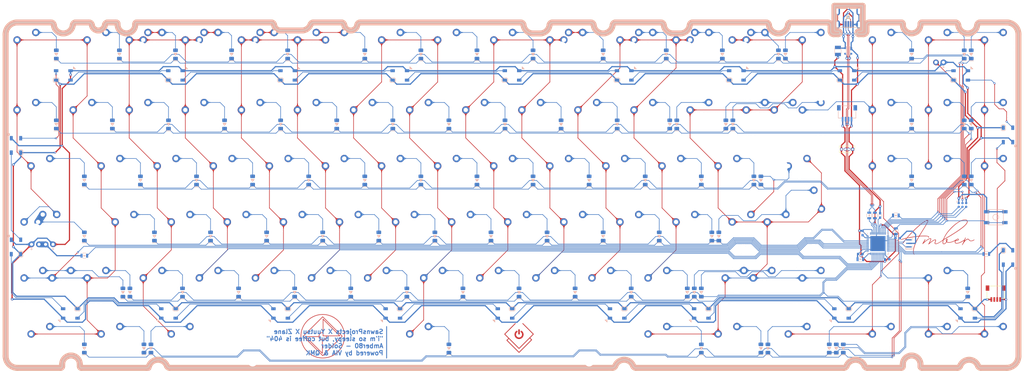
<source format=kicad_pcb>
(kicad_pcb (version 20171130) (host pcbnew "(5.1.10)-1")
  (layers (0 F.Cu signal) (31 B.Cu signal) (34 B.Paste user hide) (35 F.Paste user hide) (36 B.SilkS user) (37 F.SilkS user) (38 B.Mask user hide) (39 F.Mask user hide) (44 Edge.Cuts user))
  (net 0 "")
  (net 1 "Net-(D1-Pad2)")
  (net 2 "Net-(D7-Pad2)")
  (net 3 "Net-(D13-Pad2)")
  (net 4 "Net-(D19-Pad2)")
  (net 5 "Net-(D25-Pad2)")
  (net 6 "Net-(D31-Pad2)")
  (net 7 "Net-(D37-Pad2)")
  (net 8 "Net-(D43-Pad2)")
  (net 9 "Net-(D49-Pad2)")
  (net 10 "Net-(D55-Pad2)")
  (net 11 "Net-(D61-Pad2)")
  (net 12 "Net-(D67-Pad2)")
  (net 13 "Net-(D73-Pad2)")
  (net 14 "Net-(D79-Pad2)")
  (net 15 "Net-(D2-Pad2)")
  (net 16 "Net-(D3-Pad2)")
  (net 17 "Net-(D4-Pad2)")
  (net 18 "Net-(D5-Pad2)")
  (net 19 "Net-(D6-Pad2)")
  (net 20 "Net-(D8-Pad2)")
  (net 21 "Net-(D9-Pad2)")
  (net 22 "Net-(D10-Pad2)")
  (net 23 "Net-(D11-Pad2)")
  (net 24 "Net-(D12-Pad2)")
  (net 25 "Net-(D14-Pad2)")
  (net 26 "Net-(D15-Pad2)")
  (net 27 "Net-(D16-Pad2)")
  (net 28 "Net-(D17-Pad2)")
  (net 29 "Net-(D18-Pad2)")
  (net 30 "Net-(D20-Pad2)")
  (net 31 "Net-(D21-Pad2)")
  (net 32 "Net-(D22-Pad2)")
  (net 33 "Net-(D23-Pad2)")
  (net 34 "Net-(D26-Pad2)")
  (net 35 "Net-(D27-Pad2)")
  (net 36 "Net-(D28-Pad2)")
  (net 37 "Net-(D29-Pad2)")
  (net 38 "Net-(D32-Pad2)")
  (net 39 "Net-(D33-Pad2)")
  (net 40 "Net-(D34-Pad2)")
  (net 41 "Net-(D35-Pad2)")
  (net 42 "Net-(D38-Pad2)")
  (net 43 "Net-(D39-Pad2)")
  (net 44 "Net-(D40-Pad2)")
  (net 45 "Net-(D41-Pad2)")
  (net 46 "Net-(D44-Pad2)")
  (net 47 "Net-(D45-Pad2)")
  (net 48 "Net-(D46-Pad2)")
  (net 49 "Net-(D47-Pad2)")
  (net 50 "Net-(D48-Pad2)")
  (net 51 "Net-(D50-Pad2)")
  (net 52 "Net-(D51-Pad2)")
  (net 53 "Net-(D52-Pad2)")
  (net 54 "Net-(D53-Pad2)")
  (net 55 "Net-(D56-Pad2)")
  (net 56 "Net-(D57-Pad2)")
  (net 57 "Net-(D58-Pad2)")
  (net 58 "Net-(D59-Pad2)")
  (net 59 "Net-(D62-Pad2)")
  (net 60 "Net-(D63-Pad2)")
  (net 61 "Net-(D64-Pad2)")
  (net 62 "Net-(D65-Pad2)")
  (net 63 "Net-(D68-Pad2)")
  (net 64 "Net-(D69-Pad2)")
  (net 65 "Net-(D70-Pad2)")
  (net 66 "Net-(D71-Pad2)")
  (net 67 "Net-(D74-Pad2)")
  (net 68 "Net-(D75-Pad2)")
  (net 69 "Net-(D77-Pad2)")
  (net 70 "Net-(D78-Pad2)")
  (net 71 "Net-(D80-Pad2)")
  (net 72 "Net-(D81-Pad2)")
  (net 73 "Net-(D82-Pad2)")
  (net 74 "Net-(D83-Pad2)")
  (net 75 "Net-(D84-Pad2)")
  (net 76 "Net-(D86-Pad2)")
  (net 77 "Net-(D87-Pad2)")
  (net 78 "Net-(D90-Pad2)")
  (net 79 +5V)
  (net 80 GND)
  (net 81 "Net-(C6-Pad1)")
  (net 82 DG-)
  (net 83 DG+)
  (net 84 D+)
  (net 85 D-)
  (net 86 RST)
  (net 87 MISO)
  (net 88 MOSI)
  (net 89 C0)
  (net 90 C1)
  (net 91 C2)
  (net 92 C3)
  (net 93 C4)
  (net 94 C5)
  (net 95 C6)
  (net 96 C7)
  (net 97 C8)
  (net 98 R0)
  (net 99 R4)
  (net 100 R6)
  (net 101 R8)
  (net 102 R10)
  (net 103 R3)
  (net 104 R5)
  (net 105 R7)
  (net 106 R9)
  (net 107 R11)
  (net 108 indicator1)
  (net 109 RGB)
  (net 110 indicator2)
  (net 111 "Net-(D24-Pad2)")
  (net 112 "Net-(D30-Pad2)")
  (net 113 "Net-(D36-Pad2)")
  (net 114 "Net-(D42-Pad2)")
  (net 115 "Net-(D54-Pad2)")
  (net 116 "Net-(D60-Pad2)")
  (net 117 "Net-(D66-Pad2)")
  (net 118 "Net-(D72-Pad2)")
  (net 119 "Net-(D76-Pad2)")
  (net 120 "Net-(D85-Pad2)")
  (net 121 "Net-(D88-Pad2)")
  (net 122 "Net-(D89-Pad2)")
  (net 123 "Net-(LED1-Pad1)")
  (net 124 "Net-(LED2-Pad1)")
  (net 125 "Net-(R1-Pad1)")
  (net 126 "Net-(RGB1-Pad4)")
  (net 127 "Net-(RGB2-Pad4)")
  (net 128 "Net-(RGB3-Pad4)")
  (net 129 "Net-(RGB4-Pad4)")
  (net 130 "Net-(RGB5-Pad4)")
  (net 131 "Net-(RGB6-Pad4)")
  (net 132 "Net-(RGB7-Pad4)")
  (net 133 "Net-(RGB8-Pad4)")
  (net 134 "Net-(RGB10-Pad2)")
  (net 135 "Net-(RGB10-Pad4)")
  (net 136 "Net-(RGB11-Pad4)")
  (net 137 "Net-(RGB12-Pad4)")
  (net 138 "Net-(RGB13-Pad4)")
  (net 139 "Net-(RGB14-Pad2)")
  (net 140 "Net-(RGB15-Pad2)")
  (net 141 "Net-(RGB16-Pad2)")
  (net 142 "Net-(RGB17-Pad2)")
  (net 143 "Net-(RGB18-Pad2)")
  (net 144 "Net-(RGB19-Pad2)")
  (net 145 "Net-(RGB20-Pad2)")
  (net 146 "Net-(RGB21-Pad2)")
  (net 147 "Net-(R7-Pad2)")
  (net 148 VCC)
  (net 149 RGB_out)
  (net 150 "Net-(U2-Pad17)")
  (net 151 "Net-(U2-Pad16)")
  (module Crystal:Resonator_SMD_muRata_CSTxExxV-3Pin_3.0x1.1mm (layer B.Cu) (at 322.919004 90.457849 90)
    (fp_text reference Y1)
    (fp_text value Resonator_Small)
    (pad 3 smd rect (at 1.2 0 90) (size 0.4 1.9) (layers B.Cu B.Paste B.Mask) (net 151 "Net-(U2-Pad16)"))
    (pad 2 smd rect (at 0 0 90) (size 0.4 1.9) (layers B.Cu B.Paste B.Mask) (net 80 GND))
    (pad 1 smd rect (at -1.2 0 90) (size 0.4 1.9) (layers B.Cu B.Paste B.Mask) (net 150 "Net-(U2-Pad17)"))
  )
  (module MX_Only_v4:MXOnly-7U-ReversedStabilizers-NoLED (layer F.Cu) (at 157.1625 123.825)
    (fp_text reference MX46)
    (fp_text value 7U)
    (pad "" np_thru_hole circle (at 0 0) (size 3.9878 3.9878) (drill 3.9878) (layers *.Cu *.Mask))
    (pad 2 thru_hole circle (at 2.54 -5.08) (size 2.5 2.5) (drill 1.47) (layers *.Cu B.Mask) (net 46 "Net-(D44-Pad2)"))
    (pad "" np_thru_hole circle (at -5.08 0 48.0996) (size 1.75 1.75) (drill 1.75) (layers *.Cu *.Mask))
    (pad "" np_thru_hole circle (at 5.08 0 48.0996) (size 1.75 1.75) (drill 1.75) (layers *.Cu *.Mask))
    (pad 1 thru_hole circle (at -3.81 -2.54) (size 2.5 2.5) (drill 1.47) (layers *.Cu B.Mask) (net 92 C3))
    (pad "" np_thru_hole circle (at -57.15 6.985) (size 3.048 3.048) (drill 3.048) (layers *.Cu *.Mask))
    (pad "" np_thru_hole circle (at 57.15 6.985) (size 3.048 3.048) (drill 3.048) (layers *.Cu *.Mask))
    (pad "" np_thru_hole circle (at -57.15 -8.255) (size 3.9878 3.9878) (drill 3.9878) (layers *.Cu *.Mask))
    (pad "" np_thru_hole circle (at 57.15 -8.255) (size 3.9878 3.9878) (drill 3.9878) (layers *.Cu *.Mask))
  )
  (module Connector_PinHeader_1.27mm:PinHeader_1x04_P1.27mm_Vertical (layer F.Cu) (at 301.919004 58.457849 270)
    (fp_text reference J5)
    (fp_text value Conn_01x04_Female)
    (pad 4 thru_hole oval (at 0 1.905 270) (size 1 1) (drill 0.65) (layers *.Cu *.Mask) (net 79 +5V))
    (pad 3 thru_hole oval (at 0 0.635 270) (size 1 1) (drill 0.65) (layers *.Cu *.Mask) (net 82 DG-))
    (pad 2 thru_hole oval (at 0 -0.635 270) (size 1 1) (drill 0.65) (layers *.Cu *.Mask) (net 83 DG+))
    (pad 1 thru_hole rect (at 0 -1.905 270) (size 1 1) (drill 0.65) (layers *.Cu *.Mask) (net 80 GND))
  )
  (module MX_Only_v4:MXOnly-1U-NoLED (layer F.Cu) (at 61.9125 23.8125)
    (fp_text reference MX97)
    (fp_text value 1U)
    (pad "" np_thru_hole circle (at 5.08 0 48.0996) (size 1.75 1.75) (drill 1.75) (layers *.Cu *.Mask))
    (pad 1 thru_hole circle (at -3.81 -2.54) (size 2.5 2.5) (drill 1.47) (layers *.Cu B.Mask) (net 90 C1))
    (pad "" np_thru_hole circle (at -5.08 0 48.0996) (size 1.75 1.75) (drill 1.75) (layers *.Cu *.Mask))
    (pad "" np_thru_hole circle (at 0 0) (size 3.9878 3.9878) (drill 3.9878) (layers *.Cu *.Mask))
    (pad 2 thru_hole circle (at 2.54 -5.08) (size 2.5 2.5) (drill 1.47) (layers *.Cu B.Mask) (net 3 "Net-(D13-Pad2)"))
  )
  (module MX_Only_v4:MXOnly-1U-NoLED (layer F.Cu) (at 47.625 23.8125)
    (fp_text reference MX9)
    (fp_text value 1U)
    (pad "" np_thru_hole circle (at 5.08 0 48.0996) (size 1.75 1.75) (drill 1.75) (layers *.Cu *.Mask))
    (pad 1 thru_hole circle (at -3.81 -2.54) (size 2.5 2.5) (drill 1.47) (layers *.Cu B.Mask) (net 89 C0))
    (pad "" np_thru_hole circle (at -5.08 0 48.0996) (size 1.75 1.75) (drill 1.75) (layers *.Cu *.Mask))
    (pad "" np_thru_hole circle (at 0 0) (size 3.9878 3.9878) (drill 3.9878) (layers *.Cu *.Mask))
    (pad 2 thru_hole circle (at 2.54 -5.08) (size 2.5 2.5) (drill 1.47) (layers *.Cu B.Mask) (net 2 "Net-(D7-Pad2)"))
  )
  (module sanproject-keyboard-part:JST-SR-4 (layer F.Cu) (at 352.425 104.775 180)
    (fp_text reference J4)
    (fp_text value Conn_01x04_Female)
    (pad "" smd rect (at 2.8 -0.9 180) (size 1.2 1.8) (layers F.Cu F.Paste F.Mask))
    (pad "" smd rect (at -2.8 -0.9 180) (size 1.2 1.8) (layers F.Cu F.Paste F.Mask))
    (pad 1 smd rect (at -1.5 -4.775 180) (size 0.6 1.55) (layers F.Cu F.Paste F.Mask) (net 79 +5V))
    (pad 2 smd rect (at -0.5 -4.775 180) (size 0.6 1.55) (layers F.Cu F.Paste F.Mask) (net 149 RGB_out))
    (pad 4 smd rect (at 1.5 -4.775 180) (size 0.6 1.55) (layers F.Cu F.Paste F.Mask) (net 80 GND))
    (pad 3 smd rect (at 0.5 -4.775 180) (size 0.6 1.55) (layers F.Cu F.Paste F.Mask))
  )
  (module sanproject-keyboard-part:Fuse_SMD1206_Reflow (layer B.Cu) (at 298.8125 25.0125 270)
    (fp_text reference F1)
    (fp_text value Fuse_Small)
    (pad 2 smd rect (at 1.2 0 180) (size 2.03 1.14) (layers B.Cu B.Paste B.Mask) (net 79 +5V))
    (pad 1 smd rect (at -1.2 0 180) (size 2.03 1.14) (layers B.Cu B.Paste B.Mask) (net 148 VCC))
  )
  (module sanproject-keyboard-part:SOT143B (layer B.Cu) (at 302.3125 25.0125 180)
    (fp_text reference U3)
    (fp_text value PRTR5V0U2X)
    (pad 1 smd rect (at -1 0.75 270) (size 1 0.7) (layers B.Cu B.Paste B.Mask) (net 80 GND))
    (pad 4 smd rect (at 1 0.95 270) (size 0.6 0.7) (layers B.Cu B.Paste B.Mask) (net 148 VCC))
    (pad 2 smd rect (at -1 -0.95 270) (size 0.6 0.7) (layers B.Cu B.Paste B.Mask) (net 83 DG+))
    (pad 3 smd rect (at 1 -0.95 270) (size 0.6 0.7) (layers B.Cu B.Paste B.Mask) (net 82 DG-))
  )
  (module sanproject-keyboard-part:Molex-0548190589 (layer B.Cu) (at 302.3125 11.5125 270)
    (fp_text reference J3 (at 2.032 0 180) (layer B.SilkS) (effects (justify mirror)))
    (fp_text value USB_B_Mini)
    (pad 5 smd rect (at 4.5 -1.6 270) (size 2.25 0.5) (layers B.Cu B.Paste B.Mask) (net 80 GND))
    (pad 4 smd rect (at 4.5 -0.8 270) (size 2.25 0.5) (layers B.Cu B.Paste B.Mask))
    (pad 3 smd rect (at 4.5 0 270) (size 2.25 0.5) (layers B.Cu B.Paste B.Mask) (net 83 DG+))
    (pad 2 smd rect (at 4.5 0.8 270) (size 2.25 0.5) (layers B.Cu B.Paste B.Mask) (net 82 DG-))
    (pad 1 smd rect (at 4.5 1.6 270) (size 2.25 0.5) (layers B.Cu B.Paste B.Mask) (net 148 VCC))
    (pad 6 thru_hole oval (at 4.5 3.65 270) (size 2.7 1.7) (drill oval 1.9 0.7) (layers *.Cu *.Mask) (net 80 GND))
    (pad 6 thru_hole oval (at 4.5 -3.65 270) (size 2.7 1.7) (drill oval 1.9 0.7) (layers *.Cu *.Mask) (net 80 GND))
    (pad 6 thru_hole oval (at 0 -3.65 270) (size 2.7 1.7) (drill oval 1.9 0.7) (layers *.Cu *.Mask) (net 80 GND))
    (pad 6 thru_hole oval (at 0 3.65 270) (size 2.7 1.7) (drill oval 1.9 0.7) (layers *.Cu *.Mask) (net 80 GND))
  )
  (module sanproject-keyboard-part:Molex-0548190589 (layer F.Cu) (at 302.3125 11.5125 270)
    (fp_text reference J2 (at 2.032 0) (layer F.SilkS))
    (fp_text value USB_B_Mini)
    (pad 5 smd rect (at 4.5 1.6 270) (size 2.25 0.5) (layers F.Cu F.Paste F.Mask) (net 80 GND))
    (pad 4 smd rect (at 4.5 0.8 270) (size 2.25 0.5) (layers F.Cu F.Paste F.Mask))
    (pad 3 smd rect (at 4.5 0 270) (size 2.25 0.5) (layers F.Cu F.Paste F.Mask) (net 83 DG+))
    (pad 2 smd rect (at 4.5 -0.8 270) (size 2.25 0.5) (layers F.Cu F.Paste F.Mask) (net 82 DG-))
    (pad 1 smd rect (at 4.5 -1.6 270) (size 2.25 0.5) (layers F.Cu F.Paste F.Mask) (net 148 VCC))
    (pad 6 thru_hole oval (at 4.5 -3.65 270) (size 2.7 1.7) (drill oval 1.9 0.7) (layers *.Cu *.Mask) (net 80 GND))
    (pad 6 thru_hole oval (at 4.5 3.65 270) (size 2.7 1.7) (drill oval 1.9 0.7) (layers *.Cu *.Mask) (net 80 GND))
    (pad 6 thru_hole oval (at 0 3.65 270) (size 2.7 1.7) (drill oval 1.9 0.7) (layers *.Cu *.Mask) (net 80 GND))
    (pad 6 thru_hole oval (at 0 -3.65 270) (size 2.7 1.7) (drill oval 1.9 0.7) (layers *.Cu *.Mask) (net 80 GND))
  )
  (module MX_Only_v4:MXOnly-1U-NoLED (layer F.Cu) (at 271.4625 23.8125)
    (fp_text reference MX107)
    (fp_text value 1U)
    (pad "" np_thru_hole circle (at 5.08 0 48.0996) (size 1.75 1.75) (drill 1.75) (layers *.Cu *.Mask))
    (pad 1 thru_hole circle (at -3.81 -2.54) (size 2.5 2.5) (drill 1.47) (layers *.Cu B.Mask) (net 95 C6))
    (pad "" np_thru_hole circle (at -5.08 0 48.0996) (size 1.75 1.75) (drill 1.75) (layers *.Cu *.Mask))
    (pad "" np_thru_hole circle (at 0 0) (size 3.9878 3.9878) (drill 3.9878) (layers *.Cu *.Mask))
    (pad 2 thru_hole circle (at 2.54 -5.08) (size 2.5 2.5) (drill 1.47) (layers *.Cu B.Mask) (net 62 "Net-(D65-Pad2)"))
  )
  (module MX_Only_v4:MXOnly-1U-NoLED (layer F.Cu) (at 252.4125 23.8125)
    (fp_text reference MX106)
    (fp_text value 1U)
    (pad "" np_thru_hole circle (at 5.08 0 48.0996) (size 1.75 1.75) (drill 1.75) (layers *.Cu *.Mask))
    (pad 1 thru_hole circle (at -3.81 -2.54) (size 2.5 2.5) (drill 1.47) (layers *.Cu B.Mask) (net 94 C5))
    (pad "" np_thru_hole circle (at -5.08 0 48.0996) (size 1.75 1.75) (drill 1.75) (layers *.Cu *.Mask))
    (pad "" np_thru_hole circle (at 0 0) (size 3.9878 3.9878) (drill 3.9878) (layers *.Cu *.Mask))
    (pad 2 thru_hole circle (at 2.54 -5.08) (size 2.5 2.5) (drill 1.47) (layers *.Cu B.Mask) (net 116 "Net-(D60-Pad2)"))
  )
  (module MX_Only_v4:MXOnly-1U-NoLED (layer F.Cu) (at 233.3625 23.8125)
    (fp_text reference MX105)
    (fp_text value 1U)
    (pad "" np_thru_hole circle (at 5.08 0 48.0996) (size 1.75 1.75) (drill 1.75) (layers *.Cu *.Mask))
    (pad 1 thru_hole circle (at -3.81 -2.54) (size 2.5 2.5) (drill 1.47) (layers *.Cu B.Mask) (net 94 C5))
    (pad "" np_thru_hole circle (at -5.08 0 48.0996) (size 1.75 1.75) (drill 1.75) (layers *.Cu *.Mask))
    (pad "" np_thru_hole circle (at 0 0) (size 3.9878 3.9878) (drill 3.9878) (layers *.Cu *.Mask))
    (pad 2 thru_hole circle (at 2.54 -5.08) (size 2.5 2.5) (drill 1.47) (layers *.Cu B.Mask) (net 10 "Net-(D55-Pad2)"))
  )
  (module MX_Only_v4:MXOnly-1U-NoLED (layer F.Cu) (at 204.7875 23.8125)
    (fp_text reference MX104)
    (fp_text value 1U)
    (pad "" np_thru_hole circle (at 5.08 0 48.0996) (size 1.75 1.75) (drill 1.75) (layers *.Cu *.Mask))
    (pad 1 thru_hole circle (at -3.81 -2.54) (size 2.5 2.5) (drill 1.47) (layers *.Cu B.Mask) (net 93 C4))
    (pad "" np_thru_hole circle (at -5.08 0 48.0996) (size 1.75 1.75) (drill 1.75) (layers *.Cu *.Mask))
    (pad "" np_thru_hole circle (at 0 0) (size 3.9878 3.9878) (drill 3.9878) (layers *.Cu *.Mask))
    (pad 2 thru_hole circle (at 2.54 -5.08) (size 2.5 2.5) (drill 1.47) (layers *.Cu B.Mask) (net 51 "Net-(D50-Pad2)"))
  )
  (module MX_Only_v4:MXOnly-1U-NoLED (layer F.Cu) (at 119.0625 23.8125)
    (fp_text reference MX100)
    (fp_text value 1U)
    (pad "" np_thru_hole circle (at 5.08 0 48.0996) (size 1.75 1.75) (drill 1.75) (layers *.Cu *.Mask))
    (pad 1 thru_hole circle (at -3.81 -2.54) (size 2.5 2.5) (drill 1.47) (layers *.Cu B.Mask) (net 91 C2))
    (pad "" np_thru_hole circle (at -5.08 0 48.0996) (size 1.75 1.75) (drill 1.75) (layers *.Cu *.Mask))
    (pad "" np_thru_hole circle (at 0 0) (size 3.9878 3.9878) (drill 3.9878) (layers *.Cu *.Mask))
    (pad 2 thru_hole circle (at 2.54 -5.08) (size 2.5 2.5) (drill 1.47) (layers *.Cu B.Mask) (net 37 "Net-(D29-Pad2)"))
  )
  (module MX_Only_v4:MXOnly-1U-NoLED (layer F.Cu) (at 100.0125 23.8125)
    (fp_text reference MX99)
    (fp_text value 1U)
    (pad "" np_thru_hole circle (at 5.08 0 48.0996) (size 1.75 1.75) (drill 1.75) (layers *.Cu *.Mask))
    (pad 1 thru_hole circle (at -3.81 -2.54) (size 2.5 2.5) (drill 1.47) (layers *.Cu B.Mask) (net 91 C2))
    (pad "" np_thru_hole circle (at -5.08 0 48.0996) (size 1.75 1.75) (drill 1.75) (layers *.Cu *.Mask))
    (pad "" np_thru_hole circle (at 0 0) (size 3.9878 3.9878) (drill 3.9878) (layers *.Cu *.Mask))
    (pad 2 thru_hole circle (at 2.54 -5.08) (size 2.5 2.5) (drill 1.47) (layers *.Cu B.Mask) (net 111 "Net-(D24-Pad2)"))
  )
  (module MX_Only_v4:MXOnly-1U-NoLED (layer F.Cu) (at 80.9625 23.8125)
    (fp_text reference MX98)
    (fp_text value 1U)
    (pad "" np_thru_hole circle (at 5.08 0 48.0996) (size 1.75 1.75) (drill 1.75) (layers *.Cu *.Mask))
    (pad 1 thru_hole circle (at -3.81 -2.54) (size 2.5 2.5) (drill 1.47) (layers *.Cu B.Mask) (net 90 C1))
    (pad "" np_thru_hole circle (at -5.08 0 48.0996) (size 1.75 1.75) (drill 1.75) (layers *.Cu *.Mask))
    (pad "" np_thru_hole circle (at 0 0) (size 3.9878 3.9878) (drill 3.9878) (layers *.Cu *.Mask))
    (pad 2 thru_hole circle (at 2.54 -5.08) (size 2.5 2.5) (drill 1.47) (layers *.Cu B.Mask) (net 4 "Net-(D19-Pad2)"))
  )
  (module MX_Only_v4:MXOnly-1.5U-NoLED (layer F.Cu) (at 76.2 123.825)
    (fp_text reference MX20)
    (fp_text value 1.5U)
    (pad "" np_thru_hole circle (at 5.08 0 48.0996) (size 1.75 1.75) (drill 1.75) (layers *.Cu *.Mask))
    (pad 1 thru_hole circle (at -3.81 -2.54) (size 2.5 2.5) (drill 1.47) (layers *.Cu B.Mask) (net 90 C1))
    (pad "" np_thru_hole circle (at -5.08 0 48.0996) (size 1.75 1.75) (drill 1.75) (layers *.Cu *.Mask))
    (pad "" np_thru_hole circle (at 0 0) (size 3.9878 3.9878) (drill 3.9878) (layers *.Cu *.Mask))
    (pad 2 thru_hole circle (at 2.54 -5.08) (size 2.5 2.5) (drill 1.47) (layers *.Cu B.Mask) (net 29 "Net-(D18-Pad2)"))
  )
  (module CustomLogo:amber (layer F.Cu) (at 332.779967 89.29695)
    (fp_text reference G*** hide)
    (fp_text value LOGO hide)
    (fp_poly (pts (xy 9.345713 -6.904686) (xy 9.45769 -6.895214) (xy 9.556373 -6.880483) (xy 9.63168 -6.862526) (xy 9.734174 -6.823178) (xy 9.822384 -6.770221) (xy 9.896635 -6.703229) (xy 9.957254 -6.621774) (xy 10.004565 -6.525429) (xy 10.038895 -6.413765) (xy 10.058642 -6.302366) (xy 10.062579 -6.195324) (xy 10.04857 -6.08048) (xy 10.016989 -5.958821) (xy 9.968211 -5.831333) (xy 9.90261 -5.699003) (xy 9.820563 -5.562816) (xy 9.727115 -5.429954) (xy 9.668776 -5.354147) (xy 9.610189 -5.28195) (xy 9.548254 -5.209837) (xy 9.479874 -5.134283) (xy 9.401949 -5.05176) (xy 9.32714 -4.974772) (xy 9.19149 -4.839896) (xy 9.047314 -4.703128) (xy 8.893968 -4.563988) (xy 8.730804 -4.421991) (xy 8.557179 -4.276654) (xy 8.372445 -4.127497) (xy 8.175957 -3.974035) (xy 7.967069 -3.815785) (xy 7.745136 -3.652266) (xy 7.509512 -3.482994) (xy 7.259551 -3.307487) (xy 6.994608 -3.125261) (xy 6.714036 -2.935835) (xy 6.41719 -2.738725) (xy 6.103424 -2.533449) (xy 5.794595 -2.333971) (xy 5.301127 -2.019578) (xy 4.818427 -1.717171) (xy 4.347053 -1.427085) (xy 3.887562 -1.149653) (xy 3.440514 -0.885211) (xy 3.006466 -0.634094) (xy 2.585976 -0.396634) (xy 2.299617 -0.23851) (xy 2.220909 -0.195431) (xy 2.147879 -0.155377) (xy 2.082425 -0.119397) (xy 2.026446 -0.088536) (xy 1.981839 -0.063844) (xy 1.950503 -0.046366) (xy 1.934337 -0.03715) (xy 1.932539 -0.036007) (xy 1.927591 -0.023729) (xy 1.919049 0.005168) (xy 1.90769 0.047463) (xy 1.89429 0.09993) (xy 1.879626 0.159346) (xy 1.864474 0.222486) (xy 1.849612 0.286128) (xy 1.835815 0.347046) (xy 1.82386 0.402017) (xy 1.814523 0.447817) (xy 1.809854 0.47333) (xy 1.79154 0.597883) (xy 1.779338 0.716487) (xy 1.773225 0.827026) (xy 1.773179 0.927383) (xy 1.779177 1.015443) (xy 1.791195 1.08909) (xy 1.80921 1.146208) (xy 1.817353 1.162662) (xy 1.855836 1.212006) (xy 1.905903 1.246258) (xy 1.965978 1.265812) (xy 2.034488 1.271061) (xy 2.109858 1.262397) (xy 2.190513 1.240214) (xy 2.274879 1.204904) (xy 2.361381 1.15686) (xy 2.448445 1.096476) (xy 2.534495 1.024144) (xy 2.590235 0.969776) (xy 2.63786 0.917325) (xy 2.684723 0.85991) (xy 2.728234 0.801245) (xy 2.765804 0.745041) (xy 2.794841 0.695012) (xy 2.812758 0.65487) (xy 2.815 0.647549) (xy 2.820394 0.615252) (xy 2.8188 0.579442) (xy 2.809503 0.535776) (xy 2.791787 0.479913) (xy 2.783657 0.4572) (xy 2.749856 0.350904) (xy 2.729228 0.250215) (xy 2.720254 0.146703) (xy 2.71959 0.1016) (xy 2.72118 0.070403) (xy 2.886114 0.070403) (xy 2.887082 0.141648) (xy 2.891763 0.209255) (xy 2.900047 0.265374) (xy 2.900142 0.265823) (xy 2.912109 0.312938) (xy 2.925965 0.352904) (xy 2.940035 0.381774) (xy 2.952646 0.395597) (xy 2.955433 0.39624) (xy 2.963661 0.387689) (xy 2.976668 0.365398) (xy 2.989968 0.33782) (xy 3.015097 0.272021) (xy 3.035124 0.200682) (xy 3.049944 0.126713) (xy 3.05945 0.053027) (xy 3.063535 -0.017468) (xy 3.062096 -0.081859) (xy 3.055023 -0.137237) (xy 3.042213 -0.18069) (xy 3.023559 -0.209309) (xy 3.010223 -0.217885) (xy 2.986124 -0.217114) (xy 2.961062 -0.199051) (xy 2.936976 -0.166515) (xy 2.915809 -0.122327) (xy 2.899501 -0.069305) (xy 2.895751 -0.051599) (xy 2.888968 0.00337) (xy 2.886114 0.070403) (xy 2.72118 0.070403) (xy 2.72521 -0.008612) (xy 2.741138 -0.104154) (xy 2.767102 -0.184069) (xy 2.802835 -0.247403) (xy 2.825261 -0.273539) (xy 2.872412 -0.30952) (xy 2.930386 -0.336718) (xy 2.994315 -0.354362) (xy 3.059331 -0.361684) (xy 3.120564 -0.357913) (xy 3.173146 -0.342279) (xy 3.192136 -0.331547) (xy 3.216753 -0.309484) (xy 3.234463 -0.279844) (xy 3.246149 -0.239537) (xy 3.252694 -0.185473) (xy 3.254983 -0.114563) (xy 3.254997 -0.11176) (xy 3.25264 -0.027444) (xy 3.244161 0.05256) (xy 3.228543 0.132306) (xy 3.20477 0.215848) (xy 3.171828 0.307238) (xy 3.128701 0.410532) (xy 3.118222 0.434189) (xy 3.096873 0.48251) (xy 3.078868 0.52426) (xy 3.065687 0.555927) (xy 3.058812 0.573999) (xy 3.05816 0.576632) (xy 3.066455 0.585579) (xy 3.088769 0.601787) (xy 3.121245 0.622855) (xy 3.160024 0.646383) (xy 3.201248 0.66997) (xy 3.24106 0.691216) (xy 3.247759 0.694597) (xy 3.342556 0.732162) (xy 3.452701 0.758465) (xy 3.57681 0.773773) (xy 3.713499 0.778354) (xy 3.861384 0.772474) (xy 4.01908 0.756401) (xy 4.185203 0.730403) (xy 4.358368 0.694745) (xy 4.537192 0.649696) (xy 4.72029 0.595522) (xy 4.906278 0.532491) (xy 5.093771 0.46087) (xy 5.281386 0.380927) (xy 5.467737 0.292927) (xy 5.552904 0.249685) (xy 5.756255 0.137926) (xy 5.787266 0.118948) (xy 6.171933 0.118948) (xy 6.174494 0.12192) (xy 6.18699 0.120919) (xy 6.216445 0.118131) (xy 6.25961 0.113877) (xy 6.313233 0.108477) (xy 6.374065 0.102252) (xy 6.381088 0.101528) (xy 6.483461 0.089982) (xy 6.567961 0.078032) (xy 6.637033 0.064978) (xy 6.693123 0.050123) (xy 6.738674 0.032766) (xy 6.776133 0.01221) (xy 6.807944 -0.012245) (xy 6.820381 -0.02402) (xy 6.855703 -0.068185) (xy 6.878907 -0.115774) (xy 6.8892 -0.162777) (xy 6.88579 -0.205186) (xy 6.867884 -0.238989) (xy 6.863712 -0.243246) (xy 6.827946 -0.263483) (xy 6.779276 -0.271092) (xy 6.720239 -0.266654) (xy 6.653373 -0.250751) (xy 6.581213 -0.223963) (xy 6.506297 -0.186873) (xy 6.440159 -0.146207) (xy 6.410227 -0.123908) (xy 6.374754 -0.094192) (xy 6.336129 -0.059473) (xy 6.296739 -0.022159) (xy 6.258975 0.015339) (xy 6.225223 0.050609) (xy 6.197873 0.081241) (xy 6.179314 0.104825) (xy 6.171933 0.118948) (xy 5.787266 0.118948) (xy 5.951386 0.018514) (xy 6.12648 -0.100707) (xy 6.226133 -0.171229) (xy 6.312989 -0.229793) (xy 6.389561 -0.277799) (xy 6.458362 -0.316649) (xy 6.521905 -0.347746) (xy 6.582702 -0.37249) (xy 6.643267 -0.392284) (xy 6.655279 -0.39569) (xy 6.742935 -0.412889) (xy 6.823103 -0.414675) (xy 6.894234 -0.40189) (xy 6.95478 -0.375377) (xy 7.003192 -0.335976) (xy 7.037923 -0.28453) (xy 7.057424 -0.22188) (xy 7.0612 -0.174974) (xy 7.051552 -0.094358) (xy 7.022545 -0.019743) (xy 6.974081 0.049114) (xy 6.968918 0.054866) (xy 6.920716 0.102023) (xy 6.868082 0.141758) (xy 6.808959 0.174668) (xy 6.741291 0.201348) (xy 6.663024 0.222394) (xy 6.5721 0.2384) (xy 6.466465 0.249961) (xy 6.344062 0.257674) (xy 6.257665 0.260817) (xy 6.028171 0.2673) (xy 5.995168 0.367987) (xy 5.963822 0.479475) (xy 5.944036 0.590134) (xy 5.934643 0.707625) (xy 5.933478 0.772547) (xy 5.935091 0.84366) (xy 5.940931 0.898265) (xy 5.952428 0.939978) (xy 5.971012 0.972416) (xy 5.998112 0.999197) (xy 6.032113 1.022139) (xy 6.071282 1.04232) (xy 6.113889 1.057216) (xy 6.163615 1.067466) (xy 6.224138 1.073708) (xy 6.29914 1.076583) (xy 6.34785 1.07696) (xy 6.467745 1.07331) (xy 6.588521 1.062014) (xy 6.711878 1.04255) (xy 6.839515 1.014396) (xy 6.973131 0.977031) (xy 7.114424 0.929934) (xy 7.265095 0.872584) (xy 7.426842 0.804459) (xy 7.601364 0.725037) (xy 7.78764 0.635142) (xy 7.947593 0.554233) (xy 8.102783 0.472097) (xy 8.251668 0.3897) (xy 8.392706 0.308007) (xy 8.524355 0.227984) (xy 8.645073 0.150595) (xy 8.753318 0.076807) (xy 8.847548 0.007583) (xy 8.926221 -0.056109) (xy 8.987796 -0.113307) (xy 8.99471 -0.120474) (xy 9.02646 -0.157499) (xy 9.056186 -0.200392) (xy 9.085008 -0.251513) (xy 9.114046 -0.31322) (xy 9.144418 -0.387875) (xy 9.177245 -0.477839) (xy 9.209878 -0.57404) (xy 9.23091 -0.635912) (xy 9.251093 -0.69205) (xy 9.269189 -0.739258) (xy 9.28396 -0.774336) (xy 9.294167 -0.794089) (xy 9.295954 -0.796354) (xy 9.321836 -0.809565) (xy 9.353272 -0.805061) (xy 9.387111 -0.783488) (xy 9.395065 -0.776019) (xy 9.411601 -0.755784) (xy 9.417061 -0.734561) (xy 9.414973 -0.707272) (xy 9.410617 -0.682341) (xy 9.403509 -0.652622) (xy 9.393123 -0.616694) (xy 9.378937 -0.573135) (xy 9.360427 -0.520527) (xy 9.337068 -0.457448) (xy 9.308336 -0.382478) (xy 9.273708 -0.294197) (xy 9.232659 -0.191183) (xy 9.184667 -0.072017) (xy 9.140311 0.037402) (xy 9.112392 0.106328) (xy 9.087151 0.169046) (xy 9.065555 0.223117) (xy 9.048575 0.266097) (xy 9.037181 0.295546) (xy 9.032341 0.309023) (xy 9.03224 0.309539) (xy 9.036445 0.312505) (xy 9.049791 0.305315) (xy 9.073372 0.287076) (xy 9.108282 0.256895) (xy 9.155617 0.213878) (xy 9.19988 0.1727) (xy 9.317964 0.065346) (xy 9.427569 -0.027189) (xy 9.531508 -0.106979) (xy 9.632597 -0.176096) (xy 9.733651 -0.236614) (xy 9.812174 -0.278137) (xy 9.901449 -0.320663) (xy 9.978286 -0.352072) (xy 10.046454 -0.373505) (xy 10.109722 -0.386102) (xy 10.171861 -0.391002) (xy 10.18593 -0.39116) (xy 10.231839 -0.390532) (xy 10.265422 -0.387422) (xy 10.294663 -0.379998) (xy 10.327545 -0.366423) (xy 10.35865 -0.351471) (xy 10.430389 -0.307599) (xy 10.504016 -0.246397) (xy 10.576963 -0.170357) (xy 10.646662 -0.081975) (xy 10.668327 -0.0508) (xy 10.737226 0.04334) (xy 10.805644 0.118742) (xy 10.876138 0.176759) (xy 10.951262 0.218744) (xy 11.033574 0.24605) (xy 11.125628 0.260031) (xy 11.229981 0.262041) (xy 11.257004 0.260899) (xy 11.445647 0.24106) (xy 11.629326 0.201552) (xy 11.808137 0.142342) (xy 11.982176 0.063398) (xy 12.151538 -0.03531) (xy 12.151574 -0.035334) (xy 12.209032 -0.072144) (xy 12.252691 -0.09846) (xy 12.285378 -0.115466) (xy 12.309919 -0.12435) (xy 12.329143 -0.126298) (xy 12.345877 -0.122496) (xy 12.352485 -0.119641) (xy 12.376888 -0.098869) (xy 12.384263 -0.069907) (xy 12.374571 -0.035711) (xy 12.353959 -0.005949) (xy 12.320444 0.025565) (xy 12.271345 0.062731) (xy 12.209943 0.103642) (xy 12.139517 0.14639) (xy 12.063346 0.18907) (xy 11.984709 0.229775) (xy 11.906886 0.266598) (xy 11.833157 0.297633) (xy 11.829117 0.299199) (xy 11.691419 0.345878) (xy 11.554017 0.378835) (xy 11.411479 0.399035) (xy 11.258375 0.407443) (xy 11.218137 0.407816) (xy 11.12351 0.4059) (xy 11.044278 0.399381) (xy 10.975876 0.387437) (xy 10.913733 0.36925) (xy 10.853283 0.343999) (xy 10.847744 0.341339) (xy 10.804887 0.31853) (xy 10.764871 0.29228) (xy 10.725133 0.260207) (xy 10.683109 0.21993) (xy 10.636234 0.169066) (xy 10.581943 0.105235) (xy 10.54534 0.060459) (xy 10.479901 -0.018728) (xy 10.423727 -0.08245) (xy 10.374886 -0.132196) (xy 10.331447 -0.169458) (xy 10.291479 -0.195728) (xy 10.253049 -0.212497) (xy 10.214226 -0.221255) (xy 10.177467 -0.22352) (xy 10.134063 -0.220377) (xy 10.089454 -0.212407) (xy 10.071455 -0.207384) (xy 10.008105 -0.18238) (xy 9.93299 -0.146156) (xy 9.84966 -0.100843) (xy 9.761666 -0.048575) (xy 9.672559 0.008515) (xy 9.585888 0.068294) (xy 9.505205 0.128629) (xy 9.483643 0.145758) (xy 9.401504 0.217483) (xy 9.312224 0.305519) (xy 9.217463 0.407863) (xy 9.118886 0.522512) (xy 9.018156 0.647463) (xy 8.916934 0.780715) (xy 8.816884 0.920265) (xy 8.71967 1.06411) (xy 8.714503 1.072007) (xy 8.68296 1.120846) (xy 8.653727 1.167477) (xy 8.625064 1.214934) (xy 8.595227 1.266248) (xy 8.562475 1.324451) (xy 8.525066 1.392574) (xy 8.481258 1.47365) (xy 8.446819 1.537924) (xy 8.404451 1.613274) (xy 8.365875 1.674009) (xy 8.331918 1.719041) (xy 8.303404 1.747284) (xy 8.281158 1.75765) (xy 8.280112 1.75768) (xy 8.260463 1.749921) (xy 8.245416 1.735099) (xy 8.233433 1.712858) (xy 8.2296 1.697811) (xy 8.234029 1.676528) (xy 8.246991 1.638152) (xy 8.267995 1.583798) (xy 8.296554 1.51458) (xy 8.332178 1.431613) (xy 8.374378 1.336012) (xy 8.422664 1.22889) (xy 8.476547 1.111363) (xy 8.535538 0.984546) (xy 8.599148 0.849552) (xy 8.634958 0.774251) (xy 8.673669 0.692374) (xy 8.712075 0.609797) (xy 8.749027 0.529098) (xy 8.783378 0.452859) (xy 8.813978 0.38366) (xy 8.839681 0.324081) (xy 8.859337 0.276702) (xy 8.871799 0.244104) (xy 8.874382 0.23622) (xy 8.875716 0.217435) (xy 8.868669 0.21336) (xy 8.852392 0.218429) (xy 8.822172 0.232424) (xy 8.781314 0.253529) (xy 8.733125 0.279925) (xy 8.680908 0.309796) (xy 8.627969 0.341324) (xy 8.577613 0.372692) (xy 8.56996 0.377611) (xy 8.320047 0.532318) (xy 8.070699 0.673423) (xy 7.823273 0.800335) (xy 7.57913 0.912466) (xy 7.339627 1.009226) (xy 7.106123 1.090027) (xy 6.879977 1.154279) (xy 6.67512 1.199098) (xy 6.604662 1.209871) (xy 6.524991 1.218336) (xy 6.441243 1.224272) (xy 6.358555 1.227454) (xy 6.282065 1.227657) (xy 6.216909 1.224658) (xy 6.181371 1.220624) (xy 6.070264 1.196206) (xy 5.974942 1.160345) (xy 5.895785 1.113304) (xy 5.833173 1.055348) (xy 5.787485 0.98674) (xy 5.765384 0.931234) (xy 5.748499 0.848357) (xy 5.743335 0.752945) (xy 5.749648 0.648887) (xy 5.767196 0.540072) (xy 5.795736 0.430388) (xy 5.796967 0.426467) (xy 5.808674 0.385231) (xy 5.815054 0.353631) (xy 5.815324 0.335841) (xy 5.814332 0.334028) (xy 5.799604 0.330766) (xy 5.770094 0.336254) (xy 5.725132 0.350724) (xy 5.664048 0.374404) (xy 5.586173 0.407524) (xy 5.539356 0.428312) (xy 5.372344 0.502296) (xy 5.220414 0.567303) (xy 5.080924 0.624296) (xy 4.951234 0.674239) (xy 4.828701 0.718094) (xy 4.710685 0.756825) (xy 4.594543 0.791395) (xy 4.477636 0.822766) (xy 4.41452 0.838411) (xy 4.218727 0.880977) (xy 4.036071 0.910801) (xy 3.864095 0.928175) (xy 3.700346 0.93339) (xy 3.628203 0.931829) (xy 3.500152 0.923169) (xy 3.386971 0.907058) (xy 3.284234 0.882408) (xy 3.187512 0.848131) (xy 3.092377 0.803138) (xy 3.082078 0.797628) (xy 3.04227 0.777469) (xy 3.006598 0.761838) (xy 2.980474 0.753001) (xy 2.972833 0.75184) (xy 2.958838 0.755343) (xy 2.943162 0.7677) (xy 2.923177 0.791681) (xy 2.896257 0.830059) (xy 2.890441 0.838756) (xy 2.840719 0.906275) (xy 2.77776 0.980641) (xy 2.705554 1.057917) (xy 2.628086 1.134169) (xy 2.549345 1.20546) (xy 2.473317 1.267855) (xy 2.408353 1.314574) (xy 2.333258 1.354624) (xy 2.244851 1.386438) (xy 2.148953 1.408615) (xy 2.051386 1.419756) (xy 1.97165 1.419515) (xy 1.888116 1.409034) (xy 1.818361 1.388288) (xy 1.760605 1.355607) (xy 1.713066 1.30932) (xy 1.673965 1.247757) (xy 1.641519 1.169249) (xy 1.617764 1.087629) (xy 1.610858 1.053545) (xy 1.606011 1.012524) (xy 1.602986 0.960968) (xy 1.601544 0.895275) (xy 1.601353 0.8382) (xy 1.602432 0.753816) (xy 1.605741 0.678463) (xy 1.61191 0.607001) (xy 1.621568 0.534288) (xy 1.635346 0.455182) (xy 1.653872 0.364543) (xy 1.666288 0.308028) (xy 1.676952 0.257404) (xy 1.68488 0.213902) (xy 1.689475 0.181322) (xy 1.690136 0.163462) (xy 1.689398 0.161455) (xy 1.679059 0.164625) (xy 1.654989 0.178093) (xy 1.619866 0.200172) (xy 1.576368 0.229174) (xy 1.527173 0.263413) (xy 1.524 0.265667) (xy 1.312793 0.413346) (xy 1.106479 0.55255) (xy 0.905966 0.682781) (xy 0.712163 0.80354) (xy 0.525977 0.914326) (xy 0.348317 1.01464) (xy 0.180092 1.103983) (xy 0.02221 1.181855) (xy -0.12442 1.247756) (xy -0.25889 1.301188) (xy -0.380293 1.34165) (xy -0.478383 1.366724) (xy -0.584791 1.383652) (xy -0.688141 1.389599) (xy -0.785641 1.384931) (xy -0.874504 1.370016) (xy -0.951937 1.345222) (xy -1.015153 1.310917) (xy -1.037592 1.293042) (xy -1.073881 1.246633) (xy -1.097063 1.185052) (xy -1.107076 1.108707) (xy -1.10386 1.018003) (xy -1.09147 0.934053) (xy -1.080244 0.880584) (xy -1.066336 0.825949) (xy -1.048686 0.766878) (xy -1.026235 0.700105) (xy -0.997921 0.622361) (xy -0.962684 0.530378) (xy -0.949945 0.49784) (xy -0.917221 0.413561) (xy -0.891581 0.344856) (xy -0.872031 0.28865) (xy -0.85758 0.24187) (xy -0.847235 0.201442) (xy -0.840005 0.164293) (xy -0.837934 0.150863) (xy -0.834762 0.108782) (xy -0.84116 0.078973) (xy -0.85974 0.058752) (xy -0.893113 0.045435) (xy -0.94389 0.036339) (xy -0.950137 0.035544) (xy -1.017196 0.035561) (xy -1.097083 0.050305) (xy -1.189093 0.079343) (xy -1.292524 0.12224) (xy -1.406673 0.178563) (xy -1.530837 0.247878) (xy -1.664313 0.329752) (xy -1.806399 0.423751) (xy -1.956391 0.52944) (xy -2.113587 0.646387) (xy -2.277283 0.774158) (xy -2.446777 0.912319) (xy -2.621366 1.060435) (xy -2.64668 1.082381) (xy -2.753761 1.174777) (xy -2.847219 1.253882) (xy -2.928096 1.320469) (xy -2.997433 1.375313) (xy -3.056274 1.419186) (xy -3.10566 1.452862) (xy -3.146634 1.477116) (xy -3.180238 1.49272) (xy -3.207513 1.500449) (xy -3.210432 1.500887) (xy -3.238459 1.502562) (xy -3.252888 1.496763) (xy -3.25739 1.489211) (xy -3.255595 1.472022) (xy -3.243937 1.438614) (xy -3.222994 1.390202) (xy -3.193346 1.328) (xy -3.155569 1.25322) (xy -3.110243 1.167078) (xy -3.058547 1.07188) (xy -2.992492 0.949612) (xy -2.926959 0.82399) (xy -2.862753 0.69683) (xy -2.800684 0.569949) (xy -2.741558 0.445162) (xy -2.686184 0.324287) (xy -2.635369 0.20914) (xy -2.589922 0.101537) (xy -2.550648 0.003295) (xy -2.518358 -0.083771) (xy -2.493857 -0.157842) (xy -2.477954 -0.217103) (xy -2.472793 -0.245412) (xy -2.472653 -0.298042) (xy -2.485127 -0.345738) (xy -2.508292 -0.383461) (xy -2.532797 -0.40285) (xy -2.574404 -0.414323) (xy -2.630944 -0.414194) (xy -2.700937 -0.402837) (xy -2.7829 -0.380626) (xy -2.875352 -0.347936) (xy -2.976811 -0.30514) (xy -3.04292 -0.274022) (xy -3.196542 -0.193314) (xy -3.36104 -0.095992) (xy -3.536022 0.017651) (xy -3.721091 0.147324) (xy -3.915855 0.292733) (xy -4.119918 0.453585) (xy -4.332885 0.629588) (xy -4.554363 0.820448) (xy -4.735477 0.981892) (xy -4.819142 1.057097) (xy -4.898048 1.1272) (xy -4.970603 1.190827) (xy -5.035214 1.246609) (xy -5.090287 1.293176) (xy -5.13423 1.329155) (xy -5.16545 1.353176) (xy -5.173301 1.358655) (xy -5.20711 1.375713) (xy -5.231201 1.37706) (xy -5.245301 1.370096) (xy -5.254539 1.358848) (xy -5.258415 1.3422) (xy -5.256433 1.319035) (xy -5.248095 1.288236) (xy -5.232902 1.248687) (xy -5.210357 1.199271) (xy -5.179962 1.138872) (xy -5.141218 1.066373) (xy -5.093629 0.980657) (xy -5.036696 0.880608) (xy -4.969922 0.76511) (xy -4.920711 0.68072) (xy -4.871006 0.595246) (xy -4.819371 0.505644) (xy -4.767985 0.415752) (xy -4.719028 0.329405) (xy -4.674678 0.250442) (xy -4.637115 0.182698) (xy -4.617814 0.14732) (xy -4.564191 0.048618) (xy -4.518929 -0.033454) (xy -4.481088 -0.100335) (xy -4.449728 -0.153464) (xy -4.42391 -0.194277) (xy -4.402695 -0.224213) (xy -4.385143 -0.244711) (xy -4.370315 -0.257207) (xy -4.357271 -0.263141) (xy -4.349003 -0.26416) (xy -4.325997 -0.255101) (xy -4.305013 -0.231726) (xy -4.293281 -0.206255) (xy -4.292653 -0.178456) (xy -4.302102 -0.135253) (xy -4.320802 -0.078391) (xy -4.347927 -0.009614) (xy -4.382652 0.069336) (xy -4.42415 0.156712) (xy -4.471595 0.250773) (xy -4.524162 0.349774) (xy -4.581025 0.45197) (xy -4.641358 0.555618) (xy -4.698896 0.65024) (xy -4.732044 0.703601) (xy -4.755822 0.742008) (xy -4.771563 0.767778) (xy -4.780604 0.783228) (xy -4.784278 0.790675) (xy -4.783921 0.792437) (xy -4.780867 0.790829) (xy -4.77931 0.789838) (xy -4.766473 0.780432) (xy -4.739658 0.759774) (xy -4.70073 0.729342) (xy -4.651552 0.690611) (xy -4.593989 0.645058) (xy -4.529902 0.594159) (xy -4.461156 0.539389) (xy -4.389615 0.482226) (xy -4.317142 0.424145) (xy -4.281231 0.395296) (xy -4.07059 0.229319) (xy -3.87099 0.078975) (xy -3.682597 -0.055629) (xy -3.505576 -0.174382) (xy -3.340092 -0.277175) (xy -3.186311 -0.363898) (xy -3.044398 -0.434443) (xy -2.995213 -0.456301) (xy -2.86983 -0.505772) (xy -2.757995 -0.540631) (xy -2.659159 -0.560899) (xy -2.572773 -0.566598) (xy -2.498289 -0.557749) (xy -2.435156 -0.534374) (xy -2.382826 -0.496496) (xy -2.368153 -0.481181) (xy -2.33582 -0.441347) (xy -2.313681 -0.40463) (xy -2.301201 -0.367028) (xy -2.297845 -0.32454) (xy -2.303077 -0.273164) (xy -2.316362 -0.208899) (xy -2.32636 -0.168729) (xy -2.361518 -0.049233) (xy -2.409353 0.085804) (xy -2.469758 0.236124) (xy -2.542629 0.401471) (xy -2.627859 0.581588) (xy -2.669261 0.66548) (xy -2.716002 0.759912) (xy -2.755439 0.841317) (xy -2.787167 0.908797) (xy -2.810778 0.961458) (xy -2.825865 0.998406) (xy -2.832019 1.018744) (xy -2.831654 1.022373) (xy -2.821831 1.018235) (xy -2.797942 1.001736) (xy -2.761235 0.973873) (xy -2.712958 0.93564) (xy -2.654359 0.888033) (xy -2.586686 0.832047) (xy -2.511189 0.768678) (xy -2.47396 0.73714) (xy -2.320615 0.610827) (xy -2.163137 0.488598) (xy -2.005028 0.372956) (xy -1.849789 0.266403) (xy -1.700922 0.171439) (xy -1.594176 0.108545) (xy -1.452544 0.032866) (xy -1.320518 -0.028695) (xy -1.198635 -0.07603) (xy -1.087433 -0.109031) (xy -0.987449 -0.127588) (xy -0.89922 -0.131593) (xy -0.823283 -0.120936) (xy -0.760176 -0.09551) (xy -0.722935 -0.06795) (xy -0.699106 -0.041937) (xy -0.681321 -0.012773) (xy -0.669759 0.02122) (xy -0.664601 0.061718) (xy -0.666026 0.1104) (xy -0.674213 0.168943) (xy -0.689342 0.239025) (xy -0.711593 0.322323) (xy -0.741144 0.420515) (xy -0.778176 0.535278) (xy -0.791923 0.576634) (xy -0.830249 0.692938) (xy -0.861562 0.792067) (xy -0.886207 0.875789) (xy -0.904525 0.945873) (xy -0.91686 1.004084) (xy -0.923555 1.052192) (xy -0.924954 1.091963) (xy -0.921399 1.125164) (xy -0.913234 1.153565) (xy -0.906765 1.168054) (xy -0.883873 1.201845) (xy -0.853035 1.224711) (xy -0.810893 1.238055) (xy -0.754089 1.24328) (xy -0.72644 1.24341) (xy -0.60739 1.23557) (xy -0.48093 1.21488) (xy -0.346474 1.18107) (xy -0.203436 1.133875) (xy -0.051229 1.073026) (xy 0.110733 0.998255) (xy 0.283036 0.909296) (xy 0.466266 0.80588) (xy 0.66101 0.687741) (xy 0.867854 0.55461) (xy 1.04648 0.434361) (xy 1.173698 0.346375) (xy 1.284945 0.26766) (xy 1.381701 0.197079) (xy 1.465447 0.133494) (xy 1.537663 0.07577) (xy 1.599832 0.022768) (xy 1.653432 -0.026648) (xy 1.676709 -0.049586) (xy 1.718786 -0.093021) (xy 1.753404 -0.131852) (xy 1.782656 -0.169565) (xy 1.808636 -0.209646) (xy 1.833439 -0.255583) (xy 1.859158 -0.310861) (xy 1.867281 -0.330119) (xy 2.05332 -0.330119) (xy 2.058883 -0.316348) (xy 2.064124 -0.31496) (xy 2.076775 -0.319453) (xy 2.104032 -0.331858) (xy 2.142549 -0.350565) (xy 2.188983 -0.373966) (xy 2.219332 -0.389632) (xy 2.322989 -0.444635) (xy 2.442398 -0.509826) (xy 2.576221 -0.584405) (xy 2.723118 -0.667572) (xy 2.88175 -0.758526) (xy 3.050779 -0.856466) (xy 3.228864 -0.960591) (xy 3.414667 -1.070101) (xy 3.606849 -1.184195) (xy 3.804069 -1.302072) (xy 4.004991 -1.422932) (xy 4.208273 -1.545974) (xy 4.412577 -1.670397) (xy 4.616563 -1.795401) (xy 4.818893 -1.920185) (xy 5.018228 -2.043948) (xy 5.213228 -2.16589) (xy 5.402553 -2.28521) (xy 5.584866 -2.401106) (xy 5.60324 -2.412848) (xy 5.988028 -2.661012) (xy 6.354109 -2.901524) (xy 6.70157 -3.134457) (xy 7.030497 -3.359884) (xy 7.340977 -3.577876) (xy 7.633099 -3.788505) (xy 7.906948 -3.991845) (xy 8.162612 -4.187968) (xy 8.400178 -4.376946) (xy 8.619733 -4.558851) (xy 8.821365 -4.733755) (xy 9.00516 -4.901732) (xy 9.171205 -5.062853) (xy 9.319588 -5.217191) (xy 9.450396 -5.364818) (xy 9.563715 -5.505806) (xy 9.659633 -5.640228) (xy 9.738237 -5.768156) (xy 9.799615 -5.889663) (xy 9.805928 -5.904052) (xy 9.837358 -5.982446) (xy 9.859139 -6.051624) (xy 9.873158 -6.119095) (xy 9.881301 -6.192373) (xy 9.882407 -6.208652) (xy 9.881184 -6.318396) (xy 9.863311 -6.416642) (xy 9.828978 -6.503263) (xy 9.778375 -6.578131) (xy 9.711694 -6.641119) (xy 9.629124 -6.692101) (xy 9.530856 -6.730948) (xy 9.417079 -6.757535) (xy 9.287985 -6.771734) (xy 9.143764 -6.773417) (xy 9.044875 -6.767968) (xy 8.812076 -6.740465) (xy 8.574087 -6.694038) (xy 8.330835 -6.628645) (xy 8.082245 -6.544247) (xy 7.828243 -6.440806) (xy 7.568755 -6.318282) (xy 7.303708 -6.176636) (xy 7.033027 -6.015828) (xy 6.756638 -5.835819) (xy 6.474467 -5.63657) (xy 6.186441 -5.418042) (xy 5.892484 -5.180195) (xy 5.628789 -4.954835) (xy 5.448091 -4.793925) (xy 5.258761 -4.620201) (xy 5.063606 -4.436452) (xy 4.865429 -4.24547) (xy 4.667035 -4.050043) (xy 4.47123 -3.852963) (xy 4.280818 -3.657019) (xy 4.098604 -3.465001) (xy 3.927393 -3.279701) (xy 3.78339 -3.11912) (xy 3.490817 -2.773243) (xy 3.216994 -2.420011) (xy 2.961485 -2.058764) (xy 2.723855 -1.688843) (xy 2.503669 -1.309587) (xy 2.30049 -0.920338) (xy 2.216008 -0.744968) (xy 2.16479 -0.634118) (xy 2.123416 -0.540528) (xy 2.091734 -0.463764) (xy 2.069593 -0.403396) (xy 2.056839 -0.358992) (xy 2.05332 -0.330119) (xy 1.867281 -0.330119) (xy 1.887887 -0.378968) (xy 1.914884 -0.446137) (xy 1.959396 -0.553358) (xy 2.013214 -0.674766) (xy 2.074836 -0.80734) (xy 2.142757 -0.94806) (xy 2.215475 -1.093907) (xy 2.291486 -1.24186) (xy 2.369287 -1.3889) (xy 2.447374 -1.532007) (xy 2.51655 -1.654761) (xy 2.667419 -1.905689) (xy 2.835719 -2.163038) (xy 3.020108 -2.425458) (xy 3.219245 -2.691596) (xy 3.431786 -2.960102) (xy 3.656389 -3.229624) (xy 3.891712 -3.49881) (xy 4.136413 -3.766309) (xy 4.389148 -4.03077) (xy 4.648575 -4.29084) (xy 4.913353 -4.545169) (xy 5.182137 -4.792404) (xy 5.453587 -5.031195) (xy 5.72636 -5.26019) (xy 5.999113 -5.478036) (xy 6.270503 -5.683384) (xy 6.539189 -5.874881) (xy 6.803828 -6.051176) (xy 7.011894 -6.180461) (xy 7.231697 -6.307625) (xy 7.449535 -6.424187) (xy 7.663737 -6.529432) (xy 7.872636 -6.622645) (xy 8.074565 -6.703111) (xy 8.267854 -6.770115) (xy 8.450837 -6.822941) (xy 8.58012 -6.852788) (xy 8.70232 -6.874228) (xy 8.831095 -6.890593) (xy 8.963133 -6.901852) (xy 9.095123 -6.907974) (xy 9.223754 -6.908929) (xy 9.345713 -6.904686)) (layer F.Cu) (width 0.01))
    (fp_poly (pts (xy -3.492103 -6.737288) (xy -3.450533 -6.727234) (xy -3.399885 -6.700706) (xy -3.357532 -6.662026) (xy -3.328547 -6.616282) (xy -3.322219 -6.598558) (xy -3.314239 -6.558693) (xy -3.311491 -6.513756) (xy -3.314255 -6.4632) (xy -3.322813 -6.406478) (xy -3.337445 -6.343042) (xy -3.358431 -6.272344) (xy -3.386053 -6.193837) (xy -3.420591 -6.106975) (xy -3.462325 -6.011208) (xy -3.511536 -5.905991) (xy -3.568505 -5.790775) (xy -3.633513 -5.665013) (xy -3.70684 -5.528158) (xy -3.788766 -5.379662) (xy -3.879573 -5.218978) (xy -3.979541 -5.045558) (xy -4.088951 -4.858856) (xy -4.208083 -4.658323) (xy -4.337219 -4.443412) (xy -4.476637 -4.213576) (xy -4.626621 -3.968267) (xy -4.787449 -3.706938) (xy -4.888392 -3.543637) (xy -5.039327 -3.299663) (xy -5.179656 -3.072488) (xy -5.309614 -2.861723) (xy -5.429433 -2.66698) (xy -5.539349 -2.487871) (xy -5.639596 -2.324008) (xy -5.730407 -2.175001) (xy -5.812016 -2.040463) (xy -5.884657 -1.920006) (xy -5.948566 -1.813241) (xy -6.003974 -1.719779) (xy -6.051117 -1.639232) (xy -6.090229 -1.571212) (xy -6.121543 -1.515331) (xy -6.145294 -1.4712) (xy -6.161716 -1.438431) (xy -6.171042 -1.416635) (xy -6.172211 -1.413124) (xy -6.179702 -1.388607) (xy -5.947351 -1.395229) (xy -5.870123 -1.397779) (xy -5.778763 -1.401362) (xy -5.67942 -1.405701) (xy -5.578238 -1.41052) (xy -5.481365 -1.415544) (xy -5.42544 -1.418682) (xy -5.33095 -1.423413) (xy -5.224286 -1.427432) (xy -5.108281 -1.430727) (xy -4.98577 -1.433288) (xy -4.859587 -1.435103) (xy -4.732564 -1.436161) (xy -4.607537 -1.436451) (xy -4.487338 -1.435961) (xy -4.374802 -1.43468) (xy -4.272763 -1.432598) (xy -4.184053 -1.429702) (xy -4.111508 -1.425982) (xy -4.08432 -1.423989) (xy -3.895603 -1.405437) (xy -3.726543 -1.38269) (xy -3.576893 -1.355646) (xy -3.446408 -1.324202) (xy -3.33484 -1.288255) (xy -3.241944 -1.247704) (xy -3.167472 -1.202446) (xy -3.111178 -1.152379) (xy -3.072817 -1.0974) (xy -3.052141 -1.037407) (xy -3.048057 -0.993641) (xy -3.053774 -0.92577) (xy -3.070259 -0.868569) (xy -3.096189 -0.824193) (xy -3.130239 -0.7948) (xy -3.171085 -0.782547) (xy -3.17782 -0.78232) (xy -3.204132 -0.784008) (xy -3.222717 -0.791041) (xy -3.234896 -0.806379) (xy -3.241993 -0.832981) (xy -3.24533 -0.873804) (xy -3.246231 -0.931808) (xy -3.246235 -0.935359) (xy -3.246669 -0.987738) (xy -3.248244 -1.023904) (xy -3.251547 -1.047958) (xy -3.257166 -1.064) (xy -3.265689 -1.076132) (xy -3.266555 -1.077102) (xy -3.290484 -1.097834) (xy -3.325826 -1.118683) (xy -3.375147 -1.140903) (xy -3.441012 -1.16575) (xy -3.464065 -1.173796) (xy -3.534044 -1.196352) (xy -3.599727 -1.213808) (xy -3.666342 -1.227085) (xy -3.73912 -1.237105) (xy -3.823287 -1.244791) (xy -3.892292 -1.249306) (xy -3.945327 -1.251654) (xy -4.016374 -1.253685) (xy -4.103124 -1.255401) (xy -4.203272 -1.256799) (xy -4.314511 -1.25788) (xy -4.434535 -1.258643) (xy -4.561036 -1.259088) (xy -4.691707 -1.259215) (xy -4.824244 -1.259022) (xy -4.956337 -1.25851) (xy -5.085682 -1.257677) (xy -5.209971 -1.256525) (xy -5.326897 -1.255052) (xy -5.434155 -1.253257) (xy -5.529437 -1.251141) (xy -5.58292 -1.249622) (xy -5.697216 -1.245341) (xy -5.80736 -1.239901) (xy -5.911458 -1.233482) (xy -6.00762 -1.226264) (xy -6.093953 -1.21843) (xy -6.168566 -1.21016) (xy -6.229566 -1.201634) (xy -6.275061 -1.193035) (xy -6.30316 -1.184542) (xy -6.310461 -1.180037) (xy -6.322171 -1.164501) (xy -6.342362 -1.133843) (xy -6.369505 -1.090623) (xy -6.402073 -1.037404) (xy -6.438538 -0.976746) (xy -6.47737 -0.911212) (xy -6.517043 -0.843362) (xy -6.556028 -0.775758) (xy -6.592797 -0.710962) (xy -6.625821 -0.651535) (xy -6.626531 -0.65024) (xy -6.704661 -0.505682) (xy -6.788733 -0.346557) (xy -6.877272 -0.175854) (xy -6.968802 0.003441) (xy -7.061848 0.188338) (xy -7.154935 0.375849) (xy -7.246587 0.562988) (xy -7.33533 0.746766) (xy -7.419686 0.924194) (xy -7.498182 1.092285) (xy -7.569342 1.248052) (xy -7.619845 1.36144) (xy -7.718145 1.595868) (xy -7.811336 1.839272) (xy -7.89828 2.087941) (xy -7.977837 2.338167) (xy -8.048869 2.58624) (xy -8.110236 2.828451) (xy -8.1608 3.06109) (xy -8.188784 3.214033) (xy -8.211681 3.36119) (xy -8.22867 3.496421) (xy -8.240361 3.627044) (xy -8.247364 3.76038) (xy -8.250289 3.903746) (xy -8.250463 3.954395) (xy -8.249185 4.087707) (xy -8.244999 4.203344) (xy -8.237319 4.303819) (xy -8.225557 4.391645) (xy -8.209126 4.469334) (xy -8.187441 4.539399) (xy -8.159914 4.604352) (xy -8.125959 4.666705) (xy -8.084989 4.728972) (xy -8.062365 4.75996) (xy -8.033582 4.79937) (xy -8.008849 4.835196) (xy -7.991162 4.862978) (xy -7.984105 4.876403) (xy -7.978784 4.913479) (xy -7.99224 4.944484) (xy -8.015883 4.962975) (xy -8.045863 4.975372) (xy -8.07094 4.975766) (xy -8.093721 4.968389) (xy -8.127814 4.946422) (xy -8.165682 4.908136) (xy -8.205397 4.856716) (xy -8.245031 4.795347) (xy -8.282658 4.727213) (xy -8.31635 4.6555) (xy -8.34418 4.583393) (xy -8.361255 4.52628) (xy -8.388818 4.392122) (xy -8.407936 4.241644) (xy -8.418647 4.07699) (xy -8.420987 3.900304) (xy -8.414994 3.713732) (xy -8.400705 3.519417) (xy -8.378159 3.319504) (xy -8.347392 3.116138) (xy -8.335447 3.048668) (xy -8.303962 2.887597) (xy -8.268924 2.729285) (xy -8.229657 2.571725) (xy -8.185488 2.412909) (xy -8.135744 2.25083) (xy -8.07975 2.08348) (xy -8.016833 1.908853) (xy -7.946318 1.724942) (xy -7.867533 1.529738) (xy -7.779801 1.321236) (xy -7.682451 1.097427) (xy -7.673618 1.077421) (xy -7.523939 0.745624) (xy -7.373343 0.42587) (xy -7.219184 0.112918) (xy -7.058819 -0.198473) (xy -6.889606 -0.513544) (xy -6.708901 -0.837535) (xy -6.698425 -0.855983) (xy -6.657396 -0.928611) (xy -6.620024 -0.995613) (xy -6.587405 -1.05496) (xy -6.560631 -1.104628) (xy -6.540796 -1.142589) (xy -6.528994 -1.166817) (xy -6.526164 -1.175231) (xy -6.539077 -1.176986) (xy -6.570673 -1.176194) (xy -6.619499 -1.173023) (xy -6.6841 -1.167644) (xy -6.763023 -1.160227) (xy -6.854815 -1.150942) (xy -6.95802 -1.139958) (xy -7.071185 -1.127446) (xy -7.192856 -1.113576) (xy -7.32158 -1.098517) (xy -7.455902 -1.08244) (xy -7.594369 -1.065514) (xy -7.735526 -1.047909) (xy -7.87792 -1.029796) (xy -8.020097 -1.011344) (xy -8.160603 -0.992723) (xy -8.297984 -0.974104) (xy -8.430786 -0.955656) (xy -8.54964 -0.938695) (xy -8.731141 -0.911916) (xy -8.911132 -0.884379) (xy -9.088257 -0.856339) (xy -9.261159 -0.828048) (xy -9.428481 -0.79976) (xy -9.588865 -0.77173) (xy -9.740957 -0.74421) (xy -9.883397 -0.717453) (xy -10.014831 -0.691714) (xy -10.1339 -0.667246) (xy -10.239248 -0.644303) (xy -10.329518 -0.623137) (xy -10.403354 -0.604003) (xy -10.459398 -0.587154) (xy -10.488245 -0.576465) (xy -10.509416 -0.565911) (xy -10.530069 -0.551351) (xy -10.55301 -0.530042) (xy -10.581043 -0.499241) (xy -10.616972 -0.456209) (xy -10.638542 -0.429538) (xy -10.701164 -0.3503) (xy -10.773279 -0.256789) (xy -10.853009 -0.151571) (xy -10.938474 -0.03721) (xy -11.027797 0.083726) (xy -11.119097 0.208672) (xy -11.210497 0.335062) (xy -11.300116 0.46033) (xy -11.386077 0.581911) (xy -11.466499 0.697237) (xy -11.511064 0.762) (xy -11.579222 0.860841) (xy -11.637667 0.943785) (xy -11.687459 1.012161) (xy -11.729661 1.067301) (xy -11.765334 1.110534) (xy -11.795537 1.143191) (xy -11.821334 1.166603) (xy -11.843785 1.1821) (xy -11.84793 1.184348) (xy -11.8784 1.193888) (xy -11.900934 1.185266) (xy -11.916666 1.161488) (xy -11.921935 1.144613) (xy -11.920581 1.126033) (xy -11.911443 1.099868) (xy -11.899041 1.072283) (xy -11.874589 1.025004) (xy -11.839109 0.963536) (xy -11.79391 0.889835) (xy -11.740305 0.805856) (xy -11.679605 0.713554) (xy -11.613119 0.614885) (xy -11.542161 0.511805) (xy -11.46804 0.406268) (xy -11.392068 0.30023) (xy -11.315557 0.195646) (xy -11.272001 0.13716) (xy -11.220183 0.068139) (xy -11.162236 -0.008916) (xy -11.102672 -0.088012) (xy -11.046005 -0.163155) (xy -10.996748 -0.228353) (xy -10.994329 -0.231551) (xy -10.934578 -0.311334) (xy -10.887324 -0.376286) (xy -10.852054 -0.427187) (xy -10.828255 -0.464813) (xy -10.815413 -0.489945) (xy -10.813014 -0.503359) (xy -10.813983 -0.504969) (xy -10.826455 -0.505176) (xy -10.856556 -0.500037) (xy -10.902454 -0.490057) (xy -10.962319 -0.475741) (xy -11.034319 -0.457594) (xy -11.116624 -0.436122) (xy -11.207403 -0.411829) (xy -11.304824 -0.38522) (xy -11.407056 -0.3568) (xy -11.512269 -0.327075) (xy -11.618632 -0.296549) (xy -11.724314 -0.265728) (xy -11.827483 -0.235116) (xy -11.926309 -0.205219) (xy -12.01896 -0.17654) (xy -12.103606 -0.149587) (xy -12.110224 -0.14744) (xy -12.216548 -0.11355) (xy -12.305201 -0.086777) (xy -12.377427 -0.066811) (xy -12.434469 -0.053346) (xy -12.477571 -0.046071) (xy -12.507977 -0.044678) (xy -12.518704 -0.046068) (xy -12.547849 -0.060614) (xy -12.562891 -0.085221) (xy -12.561088 -0.114594) (xy -12.557858 -0.121739) (xy -12.539055 -0.140679) (xy -12.500964 -0.163837) (xy -12.444135 -0.191036) (xy -12.369121 -0.222096) (xy -12.276471 -0.256841) (xy -12.166735 -0.29509) (xy -12.040466 -0.336667) (xy -11.898213 -0.381393) (xy -11.740528 -0.429089) (xy -11.56796 -0.479577) (xy -11.381061 -0.532679) (xy -11.180382 -0.588216) (xy -10.966473 -0.646011) (xy -10.811825 -0.687014) (xy -10.58481 -0.74676) (xy -10.543755 -0.794284) (xy -10.308962 -0.794284) (xy -10.306697 -0.792452) (xy -10.301742 -0.792386) (xy -10.298255 -0.79248) (xy -10.284858 -0.79439) (xy -10.253797 -0.799832) (xy -10.207336 -0.80838) (xy -10.14774 -0.819607) (xy -10.077275 -0.833085) (xy -9.998206 -0.848385) (xy -9.912798 -0.865082) (xy -9.894612 -0.868658) (xy -9.566422 -0.931294) (xy -9.235975 -0.990364) (xy -8.900731 -1.046246) (xy -8.558152 -1.099317) (xy -8.205697 -1.149955) (xy -7.840828 -1.198538) (xy -7.461004 -1.245441) (xy -7.063687 -1.291044) (xy -7.020664 -1.295793) (xy -6.904942 -1.308565) (xy -6.807649 -1.319447) (xy -6.727006 -1.3287) (xy -6.661237 -1.336587) (xy -6.608565 -1.343369) (xy -6.567211 -1.349308) (xy -6.535398 -1.354665) (xy -6.51135 -1.359703) (xy -6.493288 -1.364683) (xy -6.479436 -1.369868) (xy -6.468015 -1.375518) (xy -6.464056 -1.377775) (xy -6.430764 -1.402156) (xy -6.3951 -1.438305) (xy -6.355593 -1.488044) (xy -6.31077 -1.553193) (xy -6.269965 -1.617842) (xy -6.248892 -1.652225) (xy -6.219052 -1.70094) (xy -6.182283 -1.760988) (xy -6.140421 -1.829367) (xy -6.095305 -1.903076) (xy -6.048771 -1.979115) (xy -6.022628 -2.02184) (xy -5.991164 -2.073161) (xy -5.950032 -2.140085) (xy -5.900264 -2.220941) (xy -5.84289 -2.314057) (xy -5.778944 -2.417761) (xy -5.709455 -2.530383) (xy -5.635457 -2.650251) (xy -5.557979 -2.775692) (xy -5.478054 -2.905036) (xy -5.396714 -3.03661) (xy -5.314989 -3.168744) (xy -5.2734 -3.23596) (xy -5.133549 -3.462103) (xy -5.003916 -3.672037) (xy -4.883903 -3.866758) (xy -4.77291 -4.047259) (xy -4.67034 -4.214533) (xy -4.575593 -4.369575) (xy -4.488072 -4.513379) (xy -4.407176 -4.646938) (xy -4.332308 -4.771246) (xy -4.262869 -4.887298) (xy -4.19826 -4.996086) (xy -4.137883 -5.098605) (xy -4.081138 -5.195849) (xy -4.027427 -5.288812) (xy -3.976152 -5.378486) (xy -3.926714 -5.465868) (xy -3.881071 -5.54736) (xy -3.833892 -5.633453) (xy -3.785482 -5.724442) (xy -3.737283 -5.817414) (xy -3.690735 -5.909451) (xy -3.647281 -5.997638) (xy -3.608362 -6.07906) (xy -3.575419 -6.150801) (xy -3.549894 -6.209944) (xy -3.536398 -6.244524) (xy -3.511734 -6.319003) (xy -3.493084 -6.388464) (xy -3.480873 -6.45018) (xy -3.475527 -6.501419) (xy -3.477474 -6.539452) (xy -3.486912 -6.561328) (xy -3.505991 -6.56926) (xy -3.540771 -6.573553) (xy -3.586995 -6.574377) (xy -3.640405 -6.571903) (xy -3.696742 -6.566302) (xy -3.75175 -6.557744) (xy -3.790918 -6.549146) (xy -3.907162 -6.513034) (xy -4.035966 -6.460964) (xy -4.17732 -6.392943) (xy -4.331214 -6.308977) (xy -4.497639 -6.209074) (xy -4.676583 -6.093241) (xy -4.868039 -5.961485) (xy -5.071994 -5.813812) (xy -5.28844 -5.65023) (xy -5.517366 -5.470747) (xy -5.758764 -5.275368) (xy -6.012621 -5.064101) (xy -6.27893 -4.836954) (xy -6.557679 -4.593932) (xy -6.59892 -4.557561) (xy -6.740907 -4.431738) (xy -6.874793 -4.312127) (xy -7.00254 -4.196879) (xy -7.126113 -4.084142) (xy -7.247475 -3.972066) (xy -7.368587 -3.8588) (xy -7.491414 -3.742494) (xy -7.617919 -3.621297) (xy -7.750063 -3.493358) (xy -7.889811 -3.356826) (xy -8.039126 -3.209852) (xy -8.19997 -3.050583) (xy -8.248472 -3.002407) (xy -8.452691 -2.798831) (xy -8.643143 -2.607672) (xy -8.821055 -2.42763) (xy -8.987654 -2.257408) (xy -9.144167 -2.095707) (xy -9.291821 -1.941228) (xy -9.431841 -1.792673) (xy -9.565456 -1.648744) (xy -9.693893 -1.508142) (xy -9.818377 -1.369569) (xy -9.940136 -1.231726) (xy -10.060396 -1.093315) (xy -10.139767 -1.00076) (xy -10.192908 -0.938499) (xy -10.234216 -0.89002) (xy -10.264996 -0.853607) (xy -10.286554 -0.827544) (xy -10.300197 -0.810113) (xy -10.307231 -0.799599) (xy -10.308962 -0.794284) (xy -10.543755 -0.794284) (xy -10.303945 -1.07188) (xy -10.111636 -1.293398) (xy -9.928991 -1.501396) (xy -9.753467 -1.698599) (xy -9.582518 -1.887731) (xy -9.413602 -2.071517) (xy -9.244175 -2.252681) (xy -9.071692 -2.433947) (xy -8.89361 -2.61804) (xy -8.707386 -2.807684) (xy -8.510474 -3.005604) (xy -8.339982 -3.175258) (xy -8.086446 -3.424192) (xy -7.833412 -3.66799) (xy -7.581516 -3.906147) (xy -7.331393 -4.13816) (xy -7.083679 -4.363525) (xy -6.839008 -4.581738) (xy -6.598018 -4.792295) (xy -6.361342 -4.994692) (xy -6.129617 -5.188424) (xy -5.903479 -5.372989) (xy -5.683562 -5.547882) (xy -5.470502 -5.712599) (xy -5.264935 -5.866637) (xy -5.067496 -6.00949) (xy -4.878821 -6.140656) (xy -4.699545 -6.25963) (xy -4.530304 -6.365909) (xy -4.371733 -6.458988) (xy -4.224467 -6.538364) (xy -4.089143 -6.603532) (xy -3.966396 -6.653989) (xy -3.94208 -6.662737) (xy -3.835697 -6.696295) (xy -3.73506 -6.72085) (xy -3.642616 -6.736081) (xy -3.560815 -6.741668) (xy -3.492103 -6.737288)) (layer F.Cu) (width 0.01))
  )
  (module MX_Only_v4:MXOnly-1U-NoLED (layer F.Cu) (at 333.375 66.675)
    (fp_text reference MX90)
    (fp_text value 1U)
    (pad "" np_thru_hole circle (at 5.08 0 48.0996) (size 1.75 1.75) (drill 1.75) (layers *.Cu *.Mask))
    (pad 1 thru_hole circle (at -3.81 -2.54) (size 2.5 2.5) (drill 1.47) (layers *.Cu B.Mask) (net 97 C8))
    (pad "" np_thru_hole circle (at -5.08 0 48.0996) (size 1.75 1.75) (drill 1.75) (layers *.Cu *.Mask))
    (pad "" np_thru_hole circle (at 0 0) (size 3.9878 3.9878) (drill 3.9878) (layers *.Cu *.Mask))
    (pad 2 thru_hole circle (at 2.54 -5.08) (size 2.5 2.5) (drill 1.47) (layers *.Cu B.Mask) (net 75 "Net-(D84-Pad2)"))
  )
  (module CustomLogo:yuutsu (layer F.Cu) (at 123.825 122.039165)
    (fp_text reference G*** hide)
    (fp_text value LOGO hide)
    (fp_poly (pts (xy 6.021916 -0.033262) (xy 1.355921 -0.033262) (xy 1.352277 0.047625) (xy 1.347263 0.124136) (xy 1.339189 0.196408) (xy 1.327824 0.265547) (xy 1.312942 0.332657) (xy 1.294313 0.398844) (xy 1.271709 0.465211) (xy 1.259251 0.497785) (xy 1.223427 0.580283) (xy 1.182549 0.659663) (xy 1.136829 0.735738) (xy 1.08648 0.808323) (xy 1.031716 0.877231) (xy 0.97275 0.942275) (xy 0.909796 1.003271) (xy 0.843066 1.06003) (xy 0.772774 1.112368) (xy 0.699133 1.160098) (xy 0.622356 1.203034) (xy 0.542657 1.240988) (xy 0.460249 1.273777) (xy 0.375345 1.301211) (xy 0.323548 1.314963) (xy 0.262052 1.328241) (xy 0.196907 1.339082) (xy 0.130097 1.347247) (xy 0.063604 1.352497) (xy -0.000587 1.354596) (xy -0.006802 1.354623) (xy -0.033258 1.354667) (xy -0.034016 3.687536) (xy -0.034774 6.020406) (xy -3.028345 3.026834) (xy -5.834439 0.220738) (xy -5.56532 0.220738) (xy -2.893785 2.892275) (xy -0.22225 5.563811) (xy -0.221492 3.451178) (xy -0.221453 3.338364) (xy -0.221418 3.227044) (xy -0.221386 3.117372) (xy -0.221359 3.009501) (xy -0.221334 2.903583) (xy -0.221314 2.799772) (xy -0.221297 2.698222) (xy -0.221284 2.599086) (xy -0.221274 2.502516) (xy -0.221267 2.408667) (xy -0.221264 2.317691) (xy -0.221265 2.229742) (xy -0.221269 2.144973) (xy -0.221276 2.063538) (xy -0.221287 1.985589) (xy -0.221301 1.911279) (xy -0.221318 1.840763) (xy -0.221339 1.774193) (xy -0.221363 1.711723) (xy -0.22139 1.653506) (xy -0.22142 1.599694) (xy -0.221454 1.550443) (xy -0.22149 1.505904) (xy -0.22153 1.466231) (xy -0.221573 1.431577) (xy -0.221619 1.402095) (xy -0.221668 1.37794) (xy -0.221719 1.359263) (xy -0.221774 1.346219) (xy -0.221832 1.33896) (xy -0.221875 1.337403) (xy -0.225084 1.336442) (xy -0.233171 1.334549) (xy -0.245083 1.331956) (xy -0.259764 1.328897) (xy -0.26799 1.327229) (xy -0.355465 1.306617) (xy -0.440844 1.280419) (xy -0.5239 1.248801) (xy -0.604405 1.211929) (xy -0.682132 1.169968) (xy -0.756854 1.123084) (xy -0.828342 1.071443) (xy -0.89637 1.01521) (xy -0.96071 0.954553) (xy -1.021135 0.889636) (xy -1.077417 0.820625) (xy -1.129328 0.747686) (xy -1.176642 0.670984) (xy -1.182525 0.660599) (xy -1.219572 0.589195) (xy -1.252753 0.514291) (xy -1.281598 0.437159) (xy -1.305634 0.359072) (xy -1.324389 0.281303) (xy -1.325944 0.273655) (xy -1.328996 0.258397) (xy -1.331725 0.244798) (xy -1.333858 0.234216) (xy -1.335121 0.228007) (xy -1.335217 0.227542) (xy -1.336639 0.220738) (xy -5.56532 0.220738) (xy -5.834439 0.220738) (xy -6.021915 0.033262) (xy -1.354667 0.033262) (xy -1.35465 0.02259) (xy -1.165827 0.02259) (xy -1.164371 0.057957) (xy -1.15656 0.143754) (xy -1.143208 0.227137) (xy -1.124289 0.308179) (xy -1.099773 0.386954) (xy -1.069633 0.463536) (xy -1.033841 0.537998) (xy -0.992368 0.610415) (xy -0.945186 0.680861) (xy -0.908986 0.728738) (xy -0.881245 0.761738) (xy -0.849238 0.796376) (xy -0.814106 0.831586) (xy -0.776992 0.866301) (xy -0.73904 0.899457) (xy -0.701392 0.929987) (xy -0.66519 0.956825) (xy -0.662214 0.958903) (xy -0.594097 1.002618) (xy -0.522613 1.041577) (xy -0.448308 1.075589) (xy -0.371728 1.104465) (xy -0.293417 1.128017) (xy -0.213922 1.146053) (xy -0.133787 1.158386) (xy -0.072173 1.163865) (xy -0.046122 1.165322) (xy -0.024207 1.166224) (xy -0.004544 1.166575) (xy 0.014753 1.166376) (xy 0.03557 1.165629) (xy 0.059792 1.164338) (xy 0.065012 1.164026) (xy 0.149972 1.155976) (xy 0.232942 1.142215) (xy 0.313897 1.122754) (xy 0.392814 1.097602) (xy 0.469668 1.066768) (xy 0.544437 1.03026) (xy 0.617095 0.988089) (xy 0.687621 0.940262) (xy 0.728738 0.908986) (xy 0.747877 0.893024) (xy 0.769822 0.873393) (xy 0.793559 0.85111) (xy 0.81807 0.82719) (xy 0.84234 0.802649) (xy 0.865352 0.778506) (xy 0.886089 0.755774) (xy 0.903536 0.735472) (xy 0.908986 0.728738) (xy 0.960151 0.659525) (xy 1.005707 0.588073) (xy 1.045643 0.51441) (xy 1.079946 0.438563) (xy 1.108605 0.36056) (xy 1.131607 0.280429) (xy 1.148941 0.198196) (xy 1.154925 0.160262) (xy 1.156736 0.145712) (xy 1.158561 0.127907) (xy 1.160344 0.107763) (xy 1.162029 0.086195) (xy 1.163561 0.064118) (xy 1.164885 0.042448) (xy 1.165945 0.022101) (xy 1.166686 0.00399) (xy 1.167053 -0.010967) (xy 1.16699 -0.021856) (xy 1.166441 -0.027762) (xy 1.166327 -0.028128) (xy 1.165821 -0.028753) (xy 1.164637 -0.029325) (xy 1.162518 -0.029847) (xy 1.159212 -0.030321) (xy 1.154463 -0.030749) (xy 1.148018 -0.031133) (xy 1.139621 -0.031477) (xy 1.129019 -0.031782) (xy 1.115958 -0.03205) (xy 1.100183 -0.032284) (xy 1.081439 -0.032486) (xy 1.059474 -0.032659) (xy 1.034031 -0.032804) (xy 1.004857 -0.032924) (xy 0.971698 -0.033022) (xy 0.934299 -0.033099) (xy 0.892406 -0.033158) (xy 0.845765 -0.033201) (xy 0.794121 -0.033231) (xy 0.737221 -0.033249) (xy 0.674809 -0.033259) (xy 0.606632 -0.033262) (xy 0.033262 -0.033262) (xy 0.033262 -0.220738) (xy 0.220738 -0.220738) (xy 2.892274 -0.220738) (xy 3.019216 -0.220739) (xy 3.144677 -0.220741) (xy 3.268523 -0.220746) (xy 3.390616 -0.220751) (xy 3.51082 -0.220759) (xy 3.628999 -0.220767) (xy 3.745017 -0.220778) (xy 3.858738 -0.220789) (xy 3.970026 -0.220803) (xy 4.078743 -0.220817) (xy 4.184755 -0.220833) (xy 4.287925 -0.22085) (xy 4.388116 -0.220869) (xy 4.485193 -0.220888) (xy 4.579019 -0.220909) (xy 4.669459 -0.220931) (xy 4.756375 -0.220954) (xy 4.839632 -0.220978) (xy 4.919093 -0.221003) (xy 4.994623 -0.221029) (xy 5.066085 -0.221056) (xy 5.133343 -0.221084) (xy 5.196261 -0.221113) (xy 5.254702 -0.221142) (xy 5.30853 -0.221173) (xy 5.35761 -0.221204) (xy 5.401805 -0.221236) (xy 5.440978 -0.221268) (xy 5.474994 -0.221301) (xy 5.503716 -0.221335) (xy 5.527009 -0.221369) (xy 5.544735 -0.221404) (xy 5.556759 -0.22144) (xy 5.562945 -0.221475) (xy 5.56381 -0.221495) (xy 5.561685 -0.22365) (xy 5.555365 -0.23) (xy 5.54493 -0.240464) (xy 5.530462 -0.254961) (xy 5.512041 -0.273411) (xy 5.489749 -0.295732) (xy 5.463666 -0.321843) (xy 5.433874 -0.351663) (xy 5.400453 -0.385111) (xy 5.363485 -0.422106) (xy 5.32305 -0.462567) (xy 5.27923 -0.506413) (xy 5.232105 -0.553563) (xy 5.181756 -0.603937) (xy 5.128265 -0.657452) (xy 5.071712 -0.714028) (xy 5.012178 -0.773585) (xy 4.949745 -0.83604) (xy 4.884493 -0.901314) (xy 4.816503 -0.969324) (xy 4.745857 -1.03999) (xy 4.672635 -1.113232) (xy 4.596918 -1.188967) (xy 4.518788 -1.267115) (xy 4.438325 -1.347595) (xy 4.35561 -1.430326) (xy 4.270724 -1.515227) (xy 4.183748 -1.602217) (xy 4.094764 -1.691215) (xy 4.003852 -1.782139) (xy 3.911093 -1.87491) (xy 3.816568 -1.969445) (xy 3.720358 -2.065664) (xy 3.622545 -2.163486) (xy 3.523208 -2.26283) (xy 3.42243 -2.363615) (xy 3.320291 -2.465759) (xy 3.216872 -2.569182) (xy 3.112254 -2.673803) (xy 3.006518 -2.779541) (xy 2.899745 -2.886315) (xy 2.892274 -2.893786) (xy 0.220738 -5.56532) (xy 0.220738 -0.220738) (xy 0.033262 -0.220738) (xy 0.033262 -0.598809) (xy 0.03326 -0.667633) (xy 0.033251 -0.730663) (xy 0.033233 -0.788155) (xy 0.033205 -0.840361) (xy 0.033163 -0.887537) (xy 0.033106 -0.929937) (xy 0.033031 -0.967816) (xy 0.032936 -1.001427) (xy 0.032818 -1.031024) (xy 0.032676 -1.056863) (xy 0.032507 -1.079197) (xy 0.032308 -1.098281) (xy 0.032077 -1.114368) (xy 0.031813 -1.127714) (xy 0.031512 -1.138573) (xy 0.031173 -1.147198) (xy 0.030793 -1.153845) (xy 0.03037 -1.158767) (xy 0.029901 -1.162219) (xy 0.029385 -1.164455) (xy 0.028818 -1.165729) (xy 0.028199 -1.166296) (xy 0.028128 -1.166326) (xy 0.02275 -1.167009) (xy 0.012253 -1.167162) (xy -0.002462 -1.166843) (xy -0.020496 -1.16611) (xy -0.040949 -1.165021) (xy -0.062919 -1.163632) (xy -0.085507 -1.162001) (xy -0.107814 -1.160187) (xy -0.128937 -1.158246) (xy -0.147978 -1.156237) (xy -0.164036 -1.154216) (xy -0.166309 -1.15389) (xy -0.248302 -1.138867) (xy -0.328854 -1.118138) (xy -0.407571 -1.091858) (xy -0.484059 -1.060181) (xy -0.557923 -1.023264) (xy -0.628768 -0.981261) (xy -0.662214 -0.958903) (xy -0.715394 -0.919263) (xy -0.768206 -0.874718) (xy -0.819555 -0.826364) (xy -0.868342 -0.7753) (xy -0.913469 -0.722622) (xy -0.953841 -0.669428) (xy -0.958903 -0.662214) (xy -1.002659 -0.594097) (xy -1.04153 -0.522914) (xy -1.075384 -0.449126) (xy -1.104091 -0.373191) (xy -1.12752 -0.29557) (xy -1.145539 -0.216722) (xy -1.158017 -0.137107) (xy -1.164823 -0.057183) (xy -1.165827 0.02259) (xy -1.35465 0.02259) (xy -1.354623 0.006804) (xy -1.354261 -0.013741) (xy -1.353308 -0.038593) (xy -1.351869 -0.066054) (xy -1.350053 -0.094425) (xy -1.347966 -0.122006) (xy -1.345716 -0.147098) (xy -1.343803 -0.164797) (xy -1.330232 -0.252942) (xy -1.310973 -0.339378) (xy -1.286204 -0.423874) (xy -1.2561 -0.506198) (xy -1.220837 -0.586121) (xy -1.180593 -0.66341) (xy -1.135544 -0.737836) (xy -1.085867 -0.809168) (xy -1.031737 -0.877173) (xy -0.973332 -0.941623) (xy -0.910827 -1.002285) (xy -0.844401 -1.058929) (xy -0.774228 -1.111324) (xy -0.700485 -1.159239) (xy -0.623349 -1.202443) (xy -0.542997 -1.240705) (xy -0.511024 -1.254158) (xy -0.426062 -1.285402) (xy -0.339714 -1.310788) (xy -0.252133 -1.330277) (xy -0.175381 -1.342362) (xy -0.15193 -1.345023) (xy -0.124701 -1.347568) (xy -0.09535 -1.349885) (xy -0.065533 -1.351864) (xy -0.036908 -1.353394) (xy -0.011129 -1.354363) (xy 0.008314 -1.354665) (xy 0.033258 -1.354667) (xy 0.034016 -3.687536) (xy 0.034774 -6.020406) (xy 6.021916 -0.033262)) (layer F.Cu) (width 0.01))
    (fp_poly (pts (xy 6.74763 0) (xy 3.374572 3.373059) (xy 3.254455 3.493176) (xy 3.135358 3.61227) (xy 3.017354 3.730269) (xy 2.900515 3.847102) (xy 2.784912 3.962696) (xy 2.670619 4.076979) (xy 2.557707 4.18988) (xy 2.446247 4.301325) (xy 2.336314 4.411244) (xy 2.227977 4.519564) (xy 2.12131 4.626212) (xy 2.016385 4.731118) (xy 1.913273 4.834208) (xy 1.812048 4.935411) (xy 1.71278 5.034654) (xy 1.615542 5.131866) (xy 1.520407 5.226974) (xy 1.427445 5.319907) (xy 1.336731 5.410592) (xy 1.248334 5.498957) (xy 1.162328 5.58493) (xy 1.078785 5.66844) (xy 0.997777 5.749413) (xy 0.919376 5.827778) (xy 0.843654 5.903463) (xy 0.770683 5.976396) (xy 0.700535 6.046504) (xy 0.633283 6.113716) (xy 0.568998 6.177959) (xy 0.507752 6.239162) (xy 0.449619 6.297252) (xy 0.394669 6.352157) (xy 0.342975 6.403806) (xy 0.294609 6.452126) (xy 0.249644 6.497044) (xy 0.20815 6.53849) (xy 0.170201 6.576391) (xy 0.135869 6.610674) (xy 0.105225 6.641268) (xy 0.078342 6.668101) (xy 0.055291 6.6911) (xy 0.036146 6.710194) (xy 0.020977 6.72531) (xy 0.009858 6.736377) (xy 0.002859 6.743322) (xy 0.000055 6.746073) (xy 0 6.746119) (xy -0.00218 6.743993) (xy -0.008564 6.737662) (xy -0.01908 6.727199) (xy -0.033656 6.712676) (xy -0.052219 6.694164) (xy -0.074698 6.671736) (xy -0.101021 6.645465) (xy -0.131114 6.615421) (xy -0.164907 6.581677) (xy -0.202327 6.544306) (xy -0.243303 6.503378) (xy -0.287761 6.458968) (xy -0.335629 6.411145) (xy -0.386837 6.359983) (xy -0.441311 6.305553) (xy -0.498979 6.247929) (xy -0.55977 6.18718) (xy -0.623611 6.123381) (xy -0.69043 6.056603) (xy -0.760155 5.986917) (xy -0.832714 5.914396) (xy -0.908035 5.839113) (xy -0.986046 5.761139) (xy -1.066674 5.680546) (xy -1.149848 5.597406) (xy -1.235495 5.511792) (xy -1.323543 5.423775) (xy -1.41392 5.333428) (xy -1.506555 5.240822) (xy -1.601374 5.14603) (xy -1.698306 5.049124) (xy -1.797279 4.950176) (xy -1.89822 4.849257) (xy -2.001058 4.746441) (xy -2.105721 4.641799) (xy -2.212135 4.535403) (xy -2.32023 4.427325) (xy -2.429933 4.317638) (xy -2.541171 4.206413) (xy -2.653874 4.093722) (xy -2.767968 3.979639) (xy -2.883382 3.864233) (xy -3.000043 3.747579) (xy -3.11788 3.629747) (xy -3.23682 3.51081) (xy -3.356791 3.39084) (xy -3.374571 3.373059) (xy -6.74763 0) (xy -6.481535 0) (xy -3.241524 3.240012) (xy -3.123809 3.357725) (xy -3.007117 3.474415) (xy -2.891519 3.590008) (xy -2.777091 3.704429) (xy -2.663906 3.817606) (xy -2.552037 3.929465) (xy -2.441557 4.039932) (xy -2.332541 4.148934) (xy -2.225062 4.256397) (xy -2.119194 4.362248) (xy -2.015009 4.466414) (xy -1.912582 4.56882) (xy -1.811987 4.669393) (xy -1.713296 4.76806) (xy -1.616584 4.864747) (xy -1.521924 4.95938) (xy -1.429389 5.051887) (xy -1.339054 5.142192) (xy -1.250991 5.230224) (xy -1.165275 5.315908) (xy -1.081978 5.399171) (xy -1.001175 5.479939) (xy -0.922939 5.558139) (xy -0.847343 5.633697) (xy -0.774462 5.70654) (xy -0.704368 5.776594) (xy -0.637136 5.843785) (xy -0.572839 5.90804) (xy -0.51155 5.969286) (xy -0.453343 6.027449) (xy -0.398292 6.082455) (xy -0.346471 6.134231) (xy -0.297952 6.182703) (xy -0.252809 6.227799) (xy -0.211116 6.269443) (xy -0.172947 6.307563) (xy -0.138375 6.342085) (xy -0.107474 6.372935) (xy -0.080316 6.400041) (xy -0.056977 6.423328) (xy -0.037529 6.442723) (xy -0.022046 6.458153) (xy -0.010602 6.469543) (xy -0.00327 6.476821) (xy -0.000124 6.479913) (xy 0 6.480024) (xy 0.002181 6.477898) (xy 0.008565 6.471569) (xy 0.019077 6.46111) (xy 0.033645 6.446596) (xy 0.052194 6.428099) (xy 0.074652 6.405694) (xy 0.100945 6.379453) (xy 0.130998 6.34945) (xy 0.164739 6.31576) (xy 0.202094 6.278454) (xy 0.242989 6.237608) (xy 0.287351 6.193294) (xy 0.335106 6.145586) (xy 0.386181 6.094557) (xy 0.440501 6.040281) (xy 0.497994 5.982832) (xy 0.558586 5.922284) (xy 0.622204 5.858709) (xy 0.688772 5.792181) (xy 0.75822 5.722774) (xy 0.830471 5.650561) (xy 0.905454 5.575616) (xy 0.983094 5.498012) (xy 1.063318 5.417824) (xy 1.146052 5.335124) (xy 1.231223 5.249986) (xy 1.318756 5.162483) (xy 1.40858 5.07269) (xy 1.500619 4.980679) (xy 1.594801 4.886524) (xy 1.691051 4.7903) (xy 1.789297 4.692078) (xy 1.889464 4.591933) (xy 1.991479 4.489939) (xy 2.095269 4.386169) (xy 2.20076 4.280696) (xy 2.307878 4.173594) (xy 2.41655 4.064936) (xy 2.526702 3.954797) (xy 2.63826 3.843249) (xy 2.751152 3.730367) (xy 2.865303 3.616223) (xy 2.98064 3.500891) (xy 3.097089 3.384445) (xy 3.214577 3.266959) (xy 3.241524 3.240012) (xy 6.481535 0) (xy 3.240768 -3.240768) (xy 0 -6.481535) (xy -6.481535 0) (xy -6.74763 0) (xy 0 -6.74763) (xy 6.74763 0)) (layer F.Cu) (width 0.01))
    (fp_poly (pts (xy 0.140557 -7.494573) (xy 0.350779 -7.487752) (xy 0.560787 -7.475091) (xy 0.770433 -7.456589) (xy 0.979568 -7.432242) (xy 1.188045 -7.402046) (xy 1.395717 -7.366) (xy 1.602434 -7.324101) (xy 1.808049 -7.276344) (xy 2.012414 -7.222729) (xy 2.060726 -7.20914) (xy 2.26315 -7.148336) (xy 2.46345 -7.081899) (xy 2.66152 -7.009897) (xy 2.857254 -6.932401) (xy 3.050546 -6.849478) (xy 3.241289 -6.761197) (xy 3.429379 -6.667626) (xy 3.614707 -6.568834) (xy 3.79717 -6.46489) (xy 3.97666 -6.355862) (xy 4.153072 -6.241819) (xy 4.326299 -6.12283) (xy 4.496235 -5.998962) (xy 4.662774 -5.870284) (xy 4.825811 -5.736866) (xy 4.985239 -5.598776) (xy 5.140951 -5.456082) (xy 5.292843 -5.308852) (xy 5.440808 -5.157157) (xy 5.584739 -5.001063) (xy 5.724531 -4.84064) (xy 5.725406 -4.839607) (xy 5.859952 -4.676038) (xy 5.989691 -4.50887) (xy 6.114554 -4.338232) (xy 6.234471 -4.164254) (xy 6.349372 -3.987066) (xy 6.459189 -3.806799) (xy 6.563852 -3.623583) (xy 6.663291 -3.437547) (xy 6.757437 -3.248821) (xy 6.846221 -3.057536) (xy 6.929573 -2.863822) (xy 7.007423 -2.667808) (xy 7.079703 -2.469624) (xy 7.146343 -2.269402) (xy 7.207273 -2.06727) (xy 7.209141 -2.060726) (xy 7.264215 -1.856418) (xy 7.313422 -1.650793) (xy 7.356762 -1.443997) (xy 7.394235 -1.236181) (xy 7.425841 -1.027491) (xy 7.451579 -0.818077) (xy 7.471451 -0.608086) (xy 7.485455 -0.397668) (xy 7.493591 -0.186969) (xy 7.495861 0.023861) (xy 7.492263 0.234674) (xy 7.482799 0.445322) (xy 7.467467 0.655657) (xy 7.446268 0.86553) (xy 7.419201 1.074794) (xy 7.386268 1.283298) (xy 7.347467 1.490897) (xy 7.302799 1.69744) (xy 7.252264 1.902781) (xy 7.209141 2.060726) (xy 7.148187 2.263644) (xy 7.081527 2.46458) (xy 7.009192 2.663456) (xy 6.931216 2.860194) (xy 6.847632 3.054716) (xy 6.758472 3.246944) (xy 6.66377 3.4368) (xy 6.563558 3.624206) (xy 6.505698 3.726915) (xy 6.397425 3.909582) (xy 6.284063 4.089016) (xy 6.1657 4.265112) (xy 6.042421 4.437768) (xy 5.914312 4.606879) (xy 5.781461 4.772342) (xy 5.643954 4.934053) (xy 5.501877 5.091909) (xy 5.355316 5.245806) (xy 5.204358 5.395641) (xy 5.049089 5.54131) (xy 4.889595 5.682709) (xy 4.839607 5.725406) (xy 4.675984 5.859998) (xy 4.508772 5.989774) (xy 4.3381 6.114665) (xy 4.164096 6.234602) (xy 3.986888 6.349517) (xy 3.806604 6.459342) (xy 3.623371 6.564008) (xy 3.437319 6.663448) (xy 3.248575 6.757591) (xy 3.057268 6.846371) (xy 2.863524 6.929719) (xy 2.667474 7.007566) (xy 2.469244 7.079844) (xy 2.268962 7.146485) (xy 2.066757 7.20742) (xy 2.060726 7.209141) (xy 1.856513 7.264184) (xy 1.650711 7.313418) (xy 1.443476 7.356822) (xy 1.234966 7.394378) (xy 1.025336 7.426065) (xy 0.814744 7.451865) (xy 0.603346 7.471758) (xy 0.391299 7.485724) (xy 0.178759 7.493743) (xy -0.034117 7.495797) (xy -0.217714 7.492767) (xy -0.430919 7.483667) (xy -0.643228 7.468616) (xy -0.854543 7.447643) (xy -1.064762 7.420776) (xy -1.273786 7.388043) (xy -1.481512 7.349472) (xy -1.687842 7.305092) (xy -1.892674 7.254931) (xy -2.095908 7.199018) (xy -2.297443 7.137379) (xy -2.497179 7.070045) (xy -2.695016 6.997043) (xy -2.890853 6.918401) (xy -3.084589 6.834147) (xy -3.276124 6.744311) (xy -3.465358 6.648919) (xy -3.65219 6.548001) (xy -3.726915 6.505698) (xy -3.909366 6.397556) (xy -4.08848 6.284408) (xy -4.264158 6.166354) (xy -4.4363 6.043493) (xy -4.604804 5.915924) (xy -4.769573 5.783747) (xy -4.930504 5.64706) (xy -5.087499 5.505964) (xy -5.240457 5.360558) (xy -5.389278 5.21094) (xy -5.533862 5.05721) (xy -5.674108 4.899467) (xy -5.809918 4.737811) (xy -5.941191 4.572341) (xy -6.067826 4.403156) (xy -6.189724 4.230356) (xy -6.306785 4.054039) (xy -6.418908 3.874305) (xy -6.475979 3.77824) (xy -6.580843 3.592713) (xy -6.680173 3.404773) (xy -6.773941 3.214506) (xy -6.862121 3.021997) (xy -6.944685 2.82733) (xy -7.021607 2.630593) (xy -7.092859 2.431869) (xy -7.158415 2.231244) (xy -7.218247 2.028803) (xy -7.272329 1.824632) (xy -7.320633 1.618815) (xy -7.363133 1.411439) (xy -7.399801 1.202589) (xy -7.430611 0.992349) (xy -7.455535 0.780805) (xy -7.468702 0.641048) (xy -7.483719 0.428821) (xy -7.492762 0.216495) (xy -7.495848 0.00422) (xy -7.495792 0) (xy -7.308519 0) (xy -7.305518 0.210938) (xy -7.296533 0.421107) (xy -7.281587 0.630412) (xy -7.260708 0.838758) (xy -7.233919 1.046051) (xy -7.201245 1.252196) (xy -7.162712 1.457098) (xy -7.118345 1.660664) (xy -7.068169 1.862797) (xy -7.012209 2.063404) (xy -6.95049 2.262391) (xy -6.883037 2.459662) (xy -6.809876 2.655122) (xy -6.731031 2.848678) (xy -6.646527 3.040234) (xy -6.55639 3.229697) (xy -6.460645 3.416971) (xy -6.359316 3.601962) (xy -6.347627 3.622524) (xy -6.241741 3.802019) (xy -6.130901 3.978115) (xy -6.015214 4.15072) (xy -5.894788 4.319747) (xy -5.769729 4.485103) (xy -5.640145 4.6467) (xy -5.506143 4.804447) (xy -5.36783 4.958254) (xy -5.225314 5.108032) (xy -5.078701 5.25369) (xy -4.9281 5.395138) (xy -4.773618 5.532287) (xy -4.615361 5.665046) (xy -4.453437 5.793325) (xy -4.287954 5.917034) (xy -4.119018 6.036084) (xy -3.946737 6.150384) (xy -3.771218 6.259845) (xy -3.592569 6.364376) (xy -3.410896 6.463887) (xy -3.226307 6.558288) (xy -3.03891 6.64749) (xy -2.848811 6.731402) (xy -2.656118 6.809934) (xy -2.461381 6.882838) (xy -2.267692 6.94903) (xy -2.071683 7.00978) (xy -1.873625 7.065044) (xy -1.673789 7.114781) (xy -1.472446 7.158946) (xy -1.269868 7.197496) (xy -1.066325 7.230389) (xy -0.862088 7.257582) (xy -0.657429 7.279031) (xy -0.452618 7.294693) (xy -0.247927 7.304526) (xy -0.043626 7.308486) (xy 0.160013 7.30653) (xy 0.19806 7.305502) (xy 0.394841 7.29729) (xy 0.588324 7.28443) (xy 0.779174 7.266841) (xy 0.968058 7.244442) (xy 1.155641 7.217151) (xy 1.342589 7.184887) (xy 1.529569 7.14757) (xy 1.576917 7.137327) (xy 1.779331 7.089778) (xy 1.97993 7.0365) (xy 2.178603 6.977563) (xy 2.37524 6.913041) (xy 2.569729 6.843004) (xy 2.761959 6.767525) (xy 2.951822 6.686677) (xy 3.139205 6.600532) (xy 3.323998 6.50916) (xy 3.50609 6.412636) (xy 3.685371 6.31103) (xy 3.861729 6.204415) (xy 4.035056 6.092863) (xy 4.205238 5.976447) (xy 4.372167 5.855237) (xy 4.535731 5.729307) (xy 4.69582 5.598728) (xy 4.852322 5.463573) (xy 5.005128 5.323914) (xy 5.154127 5.179822) (xy 5.299207 5.031371) (xy 5.440259 4.878631) (xy 5.577172 4.721676) (xy 5.709834 4.560576) (xy 5.838136 4.395406) (xy 5.888686 4.327568) (xy 6.010624 4.156881) (xy 6.127322 3.983229) (xy 6.238746 3.806726) (xy 6.344862 3.627487) (xy 6.445635 3.445625) (xy 6.541032 3.261254) (xy 6.631017 3.074489) (xy 6.715557 2.885443) (xy 6.794617 2.694231) (xy 6.868163 2.500965) (xy 6.936161 2.305761) (xy 6.998576 2.108733) (xy 7.055374 1.909993) (xy 7.106521 1.709657) (xy 7.151982 1.507838) (xy 7.191724 1.30465) (xy 7.225712 1.100207) (xy 7.253911 0.894624) (xy 7.276288 0.688014) (xy 7.292807 0.48049) (xy 7.303435 0.272168) (xy 7.308138 0.063161) (xy 7.306881 -0.146416) (xy 7.29963 -0.356451) (xy 7.299389 -0.361345) (xy 7.28601 -0.571253) (xy 7.266725 -0.779997) (xy 7.241583 -0.987475) (xy 7.210634 -1.193583) (xy 7.173925 -1.398222) (xy 7.131505 -1.601287) (xy 7.083422 -1.802678) (xy 7.029726 -2.002292) (xy 6.970464 -2.200028) (xy 6.905685 -2.395782) (xy 6.835438 -2.589453) (xy 6.759771 -2.78094) (xy 6.678732 -2.970139) (xy 6.592371 -3.156949) (xy 6.500735 -3.341268) (xy 6.403873 -3.522993) (xy 6.301834 -3.702023) (xy 6.194666 -3.878256) (xy 6.082418 -4.051589) (xy 5.965138 -4.221921) (xy 5.842875 -4.389149) (xy 5.715677 -4.553171) (xy 5.583593 -4.713886) (xy 5.446671 -4.87119) (xy 5.30496 -5.024983) (xy 5.158509 -5.175162) (xy 5.007365 -5.321625) (xy 4.890217 -5.429639) (xy 4.732849 -5.567622) (xy 4.571862 -5.700817) (xy 4.407377 -5.829165) (xy 4.239514 -5.952605) (xy 4.068394 -6.071076) (xy 3.894137 -6.184517) (xy 3.716862 -6.292869) (xy 3.536691 -6.39607) (xy 3.353744 -6.494061) (xy 3.16814 -6.58678) (xy 2.980001 -6.674166) (xy 2.789447 -6.75616) (xy 2.596597 -6.832701) (xy 2.401572 -6.903728) (xy 2.204492 -6.96918) (xy 2.005479 -7.028997) (xy 1.804651 -7.083119) (xy 1.602129 -7.131485) (xy 1.443869 -7.165014) (xy 1.237568 -7.203259) (xy 1.030673 -7.235552) (xy 0.823315 -7.261909) (xy 0.615629 -7.282342) (xy 0.407747 -7.296866) (xy 0.199803 -7.305494) (xy -0.008071 -7.308239) (xy -0.215742 -7.305117) (xy -0.423076 -7.29614) (xy -0.629941 -7.281321) (xy -0.836203 -7.260676) (xy -1.04173 -7.234218) (xy -1.246388 -7.201959) (xy -1.450045 -7.163915) (xy -1.652567 -7.120099) (xy -1.853821 -7.070524) (xy -2.053675 -7.015205) (xy -2.251995 -6.954155) (xy -2.448649 -6.887388) (xy -2.643503 -6.814917) (xy -2.836424 -6.736757) (xy -2.880178 -6.718119) (xy -3.071254 -6.632704) (xy -3.259429 -6.542022) (xy -3.444608 -6.446163) (xy -3.626696 -6.345218) (xy -3.805594 -6.239277) (xy -3.981209 -6.128431) (xy -4.153443 -6.012771) (xy -4.322201 -5.892388) (xy -4.487386 -5.767371) (xy -4.648902 -5.637813) (xy -4.806653 -5.503804) (xy -4.960544 -5.365433) (xy -5.110478 -5.222793) (xy -5.256359 -5.075974) (xy -5.39809 -4.925066) (xy -5.535577 -4.77016) (xy -5.668722 -4.611346) (xy -5.79743 -4.448717) (xy -5.921605 -4.282361) (xy -6.04115 -4.112371) (xy -6.155969 -3.938836) (xy -6.265967 -3.761848) (xy -6.371046 -3.581496) (xy -6.471113 -3.397872) (xy -6.540195 -3.263302) (xy -6.630873 -3.075322) (xy -6.716003 -2.884996) (xy -6.795553 -2.692452) (xy -6.869495 -2.497818) (xy -6.937797 -2.301221) (xy -7.000431 -2.102788) (xy -7.057366 -1.902646) (xy -7.108572 -1.700923) (xy -7.154019 -1.497747) (xy -7.193677 -1.293244) (xy -7.227516 -1.087543) (xy -7.255506 -0.88077) (xy -7.277617 -0.673052) (xy -7.29382 -0.464518) (xy -7.304083 -0.255295) (xy -7.308378 -0.04551) (xy -7.308519 0) (xy -7.495792 0) (xy -7.492994 -0.207855) (xy -7.484219 -0.419578) (xy -7.46954 -0.630801) (xy -7.448973 -0.841372) (xy -7.422537 -1.051142) (xy -7.390249 -1.25996) (xy -7.352126 -1.467677) (xy -7.308186 -1.674143) (xy -7.258446 -1.879207) (xy -7.202923 -2.082718) (xy -7.141636 -2.284528) (xy -7.122047 -2.344964) (xy -7.053092 -2.544965) (xy -6.978564 -2.742687) (xy -6.898537 -2.938017) (xy -6.813083 -3.130847) (xy -6.722274 -3.321065) (xy -6.626183 -3.50856) (xy -6.524883 -3.693223) (xy -6.418447 -3.874943) (xy -6.306946 -4.053609) (xy -6.190455 -4.22911) (xy -6.069045 -4.401336) (xy -5.942789 -4.570176) (xy -5.81176 -4.735521) (xy -5.67603 -4.897258) (xy -5.535673 -5.055278) (xy -5.39076 -5.20947) (xy -5.241365 -5.359724) (xy -5.08756 -5.505929) (xy -4.981726 -5.60188) (xy -4.820511 -5.741263) (xy -4.65575 -5.875794) (xy -4.487548 -6.005415) (xy -4.316005 -6.130066) (xy -4.141225 -6.24969) (xy -3.963311 -6.364226) (xy -3.782364 -6.473615) (xy -3.598487 -6.577798) (xy -3.411782 -6.676717) (xy -3.222353 -6.770312) (xy -3.030302 -6.858524) (xy -2.835731 -6.941294) (xy -2.638743 -7.018563) (xy -2.43944 -7.090271) (xy -2.344964 -7.122047) (xy -2.143712 -7.185066) (xy -1.940898 -7.242282) (xy -1.736671 -7.29369) (xy -1.531179 -7.339289) (xy -1.324569 -7.379075) (xy -1.11699 -7.413045) (xy -0.90859 -7.441196) (xy -0.699516 -7.463526) (xy -0.489916 -7.480032) (xy -0.279939 -7.49071) (xy -0.069732 -7.495558) (xy 0.140557 -7.494573)) (layer F.Cu) (width 0.01))
  )
  (module CustomLogo:sanpjxlogo (layer F.Cu) (at 190.5 122.634478)
    (fp_text reference G*** hide)
    (fp_text value LOGO hide)
    (fp_poly (pts (xy 0.048713 -2.960956) (xy 0.09062 -2.949497) (xy 0.10188 -2.944937) (xy 0.145014 -2.920317) (xy 0.183513 -2.887434) (xy 0.2154 -2.848461) (xy 0.238699 -2.805573) (xy 0.245377 -2.787145) (xy 0.247108 -2.781309) (xy 0.248656 -2.775201) (xy 0.25003 -2.768182) (xy 0.251241 -2.759614) (xy 0.252299 -2.748857) (xy 0.253213 -2.735273) (xy 0.253995 -2.718222) (xy 0.254654 -2.697066) (xy 0.255201 -2.671165) (xy 0.255645 -2.63988) (xy 0.255996 -2.602573) (xy 0.256265 -2.558605) (xy 0.256463 -2.507336) (xy 0.256598 -2.448127) (xy 0.256682 -2.38034) (xy 0.256723 -2.303336) (xy 0.256734 -2.216474) (xy 0.256723 -2.119118) (xy 0.256714 -2.07278) (xy 0.256643 -1.964031) (xy 0.256479 -1.863335) (xy 0.256224 -1.77102) (xy 0.255881 -1.687409) (xy 0.255453 -1.612828) (xy 0.254943 -1.547601) (xy 0.254352 -1.492054) (xy 0.253684 -1.44651) (xy 0.252942 -1.411296) (xy 0.252127 -1.386735) (xy 0.251244 -1.373154) (xy 0.250924 -1.371078) (xy 0.237252 -1.330297) (xy 0.215071 -1.292034) (xy 0.186967 -1.258005) (xy 0.15574 -1.227941) (xy 0.125268 -1.20628) (xy 0.092129 -1.190798) (xy 0.074593 -1.185004) (xy 0.041788 -1.178538) (xy 0.004008 -1.176153) (xy -0.034106 -1.177799) (xy -0.067908 -1.18343) (xy -0.078688 -1.186614) (xy -0.12584 -1.208747) (xy -0.167474 -1.239925) (xy -0.202314 -1.278599) (xy -0.229079 -1.323217) (xy -0.24649 -1.372228) (xy -0.250972 -1.395573) (xy -0.251861 -1.407668) (xy -0.252675 -1.430256) (xy -0.253414 -1.462423) (xy -0.254078 -1.503254) (xy -0.254667 -1.551835) (xy -0.255181 -1.607252) (xy -0.255621 -1.66859) (xy -0.255986 -1.734935) (xy -0.256277 -1.805372) (xy -0.256493 -1.878988) (xy -0.256635 -1.954868) (xy -0.256702 -2.032098) (xy -0.256695 -2.109763) (xy -0.256614 -2.186948) (xy -0.256459 -2.262741) (xy -0.25623 -2.336225) (xy -0.255926 -2.406488) (xy -0.255549 -2.472614) (xy -0.255097 -2.533689) (xy -0.254572 -2.588799) (xy -0.253973 -2.63703) (xy -0.2533 -2.677467) (xy -0.252554 -2.709196) (xy -0.251734 -2.731302) (xy -0.250877 -2.742629) (xy -0.237932 -2.794104) (xy -0.215219 -2.841069) (xy -0.183889 -2.882346) (xy -0.145095 -2.916753) (xy -0.099989 -2.943111) (xy -0.049721 -2.96024) (xy -0.035743 -2.963072) (xy 0.004926 -2.9657) (xy 0.048713 -2.960956)) (layer F.Cu) (width 0.01))
    (fp_poly (pts (xy 0.829658 -2.444898) (xy 0.877834 -2.427656) (xy 0.902924 -2.413386) (xy 0.934037 -2.391816) (xy 0.969634 -2.364199) (xy 1.008176 -2.331788) (xy 1.048124 -2.295834) (xy 1.087941 -2.257593) (xy 1.093329 -2.252215) (xy 1.163265 -2.178206) (xy 1.224599 -2.104513) (xy 1.279435 -2.028211) (xy 1.329873 -1.946373) (xy 1.378015 -1.856073) (xy 1.378432 -1.855238) (xy 1.43154 -1.736118) (xy 1.47401 -1.613394) (xy 1.505767 -1.487787) (xy 1.526735 -1.360021) (xy 1.53684 -1.230818) (xy 1.536006 -1.100902) (xy 1.524158 -0.970994) (xy 1.501222 -0.841818) (xy 1.488932 -0.790539) (xy 1.457633 -0.687179) (xy 1.416972 -0.582072) (xy 1.368194 -0.477696) (xy 1.312543 -0.376526) (xy 1.251263 -0.281041) (xy 1.195107 -0.205483) (xy 1.168196 -0.173683) (xy 1.134836 -0.137206) (xy 1.097487 -0.09851) (xy 1.05861 -0.060056) (xy 1.020665 -0.024304) (xy 0.986111 0.006285) (xy 0.970337 0.019306) (xy 0.877567 0.087486) (xy 0.777647 0.14997) (xy 0.672616 0.205787) (xy 0.564513 0.253967) (xy 0.455376 0.293541) (xy 0.347244 0.323538) (xy 0.316786 0.330221) (xy 0.239015 0.343845) (xy 0.15639 0.354007) (xy 0.072449 0.36046) (xy -0.009275 0.362961) (xy -0.085244 0.361264) (xy -0.108923 0.359704) (xy -0.229204 0.345638) (xy -0.346674 0.322281) (xy -0.460995 0.290175) (xy -0.585613 0.244511) (xy -0.704339 0.189302) (xy -0.816795 0.124998) (xy -0.922603 0.052049) (xy -1.021383 -0.029092) (xy -1.112757 -0.117975) (xy -1.196346 -0.214151) (xy -1.271773 -0.317167) (xy -1.338657 -0.426573) (xy -1.396622 -0.541918) (xy -1.445288 -0.662752) (xy -1.484276 -0.788624) (xy -1.513209 -0.919083) (xy -1.52199 -0.973191) (xy -1.526585 -1.014622) (xy -1.529834 -1.064535) (xy -1.531736 -1.120074) (xy -1.53229 -1.178385) (xy -1.531495 -1.236612) (xy -1.529352 -1.291901) (xy -1.525858 -1.341396) (xy -1.522084 -1.374954) (xy -1.498175 -1.506671) (xy -1.463645 -1.634811) (xy -1.418727 -1.758817) (xy -1.363656 -1.87813) (xy -1.298664 -1.992193) (xy -1.223987 -2.100449) (xy -1.210825 -2.117618) (xy -1.179244 -2.156045) (xy -1.14299 -2.196489) (xy -1.103514 -2.237614) (xy -1.062265 -2.278085) (xy -1.020694 -2.316566) (xy -0.980251 -2.351721) (xy -0.942385 -2.382215) (xy -0.908546 -2.406712) (xy -0.880185 -2.423877) (xy -0.876158 -2.425899) (xy -0.826508 -2.443864) (xy -0.775006 -2.451247) (xy -0.723396 -2.448223) (xy -0.67342 -2.434965) (xy -0.62682 -2.411644) (xy -0.609348 -2.399409) (xy -0.584819 -2.376243) (xy -0.56072 -2.345907) (xy -0.539841 -2.312396) (xy -0.524974 -2.279709) (xy -0.524191 -2.277438) (xy -0.513904 -2.229968) (xy -0.513058 -2.17961) (xy -0.521259 -2.12927) (xy -0.538116 -2.081859) (xy -0.5546 -2.052354) (xy -0.567613 -2.036054) (xy -0.586522 -2.016433) (xy -0.60798 -1.996877) (xy -0.616096 -1.990174) (xy -0.648585 -1.962562) (xy -0.68455 -1.929234) (xy -0.72181 -1.892445) (xy -0.758188 -1.854451) (xy -0.791506 -1.817508) (xy -0.819585 -1.78387) (xy -0.834792 -1.76373) (xy -0.882933 -1.688087) (xy -0.925787 -1.604891) (xy -0.961999 -1.517307) (xy -0.990215 -1.428497) (xy -1.004536 -1.367033) (xy -1.012232 -1.317039) (xy -1.017605 -1.259759) (xy -1.020506 -1.199112) (xy -1.020784 -1.139019) (xy -1.018289 -1.083399) (xy -1.016237 -1.061013) (xy -0.999074 -0.956233) (xy -0.971052 -0.854266) (xy -0.932534 -0.755844) (xy -0.883886 -0.661702) (xy -0.825472 -0.572575) (xy -0.757657 -0.489195) (xy -0.705025 -0.43487) (xy -0.62685 -0.367421) (xy -0.54106 -0.307603) (xy -0.449154 -0.256173) (xy -0.352632 -0.21389) (xy -0.252994 -0.181513) (xy -0.165529 -0.162094) (xy -0.131132 -0.157574) (xy -0.088775 -0.154273) (xy -0.041449 -0.15222) (xy 0.007852 -0.151446) (xy 0.056136 -0.15198) (xy 0.100411 -0.153851) (xy 0.137684 -0.157088) (xy 0.151258 -0.15898) (xy 0.258108 -0.181893) (xy 0.360774 -0.21499) (xy 0.458598 -0.257837) (xy 0.550922 -0.309997) (xy 0.637087 -0.371035) (xy 0.716435 -0.440517) (xy 0.788308 -0.518006) (xy 0.852046 -0.603068) (xy 0.873469 -0.636427) (xy 0.893172 -0.670862) (xy 0.914469 -0.712077) (xy 0.935549 -0.756238) (xy 0.954599 -0.79951) (xy 0.969809 -0.838057) (xy 0.973086 -0.847342) (xy 1.001528 -0.948101) (xy 1.01916 -1.051135) (xy 1.02609 -1.155389) (xy 1.022424 -1.259803) (xy 1.008271 -1.363322) (xy 0.983739 -1.464886) (xy 0.948934 -1.56344) (xy 0.903966 -1.657924) (xy 0.887566 -1.686925) (xy 0.841674 -1.758785) (xy 0.791924 -1.824159) (xy 0.736129 -1.885591) (xy 0.672101 -1.945626) (xy 0.646058 -1.967852) (xy 0.621092 -1.989397) (xy 0.597637 -2.01093) (xy 0.577963 -2.030278) (xy 0.564341 -2.045269) (xy 0.562012 -2.048265) (xy 0.539316 -2.087818) (xy 0.523794 -2.133192) (xy 0.516104 -2.181025) (xy 0.516905 -2.227952) (xy 0.52167 -2.254016) (xy 0.539961 -2.304624) (xy 0.56653 -2.34881) (xy 0.600123 -2.385965) (xy 0.63949 -2.415477) (xy 0.683379 -2.436736) (xy 0.730538 -2.449133) (xy 0.779715 -2.452057) (xy 0.829658 -2.444898)) (layer F.Cu) (width 0.01))
    (fp_poly (pts (xy -1.23727 -5.032098) (xy -1.204677 -5.020972) (xy -1.176609 -5.001216) (xy -1.162681 -4.98507) (xy -1.149409 -4.95773) (xy -1.142817 -4.925357) (xy -1.143574 -4.89262) (xy -1.14717 -4.876765) (xy -1.148837 -4.873847) (xy -1.152789 -4.868711) (xy -1.15923 -4.861151) (xy -1.168363 -4.850962) (xy -1.180393 -4.837938) (xy -1.195523 -4.821873) (xy -1.213957 -4.802562) (xy -1.235899 -4.779798) (xy -1.261553 -4.753376) (xy -1.291123 -4.723091) (xy -1.324813 -4.688736) (xy -1.362827 -4.650105) (xy -1.405369 -4.606994) (xy -1.452643 -4.559195) (xy -1.504852 -4.506505) (xy -1.562201 -4.448716) (xy -1.624893 -4.385623) (xy -1.693133 -4.31702) (xy -1.767124 -4.242702) (xy -1.84707 -4.162462) (xy -1.933176 -4.076096) (xy -2.025645 -3.983397) (xy -2.124681 -3.884159) (xy -2.230488 -3.778177) (xy -2.34327 -3.665246) (xy -2.463231 -3.545158) (xy -2.590575 -3.41771) (xy -2.725506 -3.282694) (xy -2.868227 -3.139905) (xy -2.930153 -3.077955) (xy -4.706113 -1.301372) (xy 0.002857 3.407598) (xy 2.357347 1.053103) (xy 4.711836 -1.301392) (xy 2.938663 -3.075111) (xy 2.819349 -3.194484) (xy 2.702048 -3.311884) (xy 2.58702 -3.427052) (xy 2.474525 -3.539726) (xy 2.364823 -3.649643) (xy 2.258173 -3.756544) (xy 2.154835 -3.860167) (xy 2.055069 -3.96025) (xy 1.959136 -4.056533) (xy 1.867294 -4.148754) (xy 1.779804 -4.236651) (xy 1.696925 -4.319964) (xy 1.618917 -4.39843) (xy 1.54604 -4.47179) (xy 1.478555 -4.539781) (xy 1.41672 -4.602143) (xy 1.360795 -4.658613) (xy 1.31104 -4.708931) (xy 1.267716 -4.752835) (xy 1.231082 -4.790065) (xy 1.201397 -4.820358) (xy 1.178922 -4.843454) (xy 1.163917 -4.859091) (xy 1.15664 -4.867008) (xy 1.155977 -4.867887) (xy 1.147304 -4.897092) (xy 1.147257 -4.929513) (xy 1.155171 -4.961733) (xy 1.17038 -4.990333) (xy 1.182477 -5.004098) (xy 1.209595 -5.022074) (xy 1.241904 -5.032043) (xy 1.276011 -5.033521) (xy 1.30852 -5.026024) (xy 1.315287 -5.023041) (xy 1.320727 -5.018665) (xy 1.332836 -5.007566) (xy 1.351676 -4.989679) (xy 1.377312 -4.964942) (xy 1.409809 -4.93329) (xy 1.449231 -4.894659) (xy 1.49564 -4.848987) (xy 1.549103 -4.796209) (xy 1.609682 -4.736261) (xy 1.677442 -4.669081) (xy 1.752447 -4.594604) (xy 1.834761 -4.512766) (xy 1.924448 -4.423503) (xy 2.021572 -4.326753) (xy 2.126198 -4.222452) (xy 2.238389 -4.110535) (xy 2.358209 -3.990938) (xy 2.485723 -3.863599) (xy 2.620995 -3.728454) (xy 2.764088 -3.585439) (xy 2.915068 -3.434489) (xy 3.073997 -3.275542) (xy 3.162974 -3.186536) (xy 4.987454 -1.361325) (xy 4.994341 -1.331359) (xy 4.998226 -1.306672) (xy 4.996831 -1.283928) (xy 4.994314 -1.271427) (xy 4.993284 -1.267275) (xy 4.991902 -1.263066) (xy 4.98978 -1.258397) (xy 4.986533 -1.252866) (xy 4.981773 -1.246074) (xy 4.975115 -1.237617) (xy 4.966172 -1.227094) (xy 4.954558 -1.214105) (xy 4.939886 -1.198246) (xy 4.921771 -1.179118) (xy 4.899824 -1.156318) (xy 4.873661 -1.129444) (xy 4.842895 -1.098096) (xy 4.807139 -1.061871) (xy 4.766007 -1.020369) (xy 4.719113 -0.973188) (xy 4.66607 -0.919925) (xy 4.606491 -0.860181) (xy 4.539991 -0.793552) (xy 4.466183 -0.719638) (xy 4.387377 -0.640737) (xy 3.787353 -0.040013) (xy 4.093303 0.266814) (xy 4.150371 0.324067) (xy 4.199908 0.373837) (xy 4.242459 0.416707) (xy 4.27857 0.453259) (xy 4.308788 0.484079) (xy 4.333657 0.50975) (xy 4.353724 0.530855) (xy 4.369534 0.547978) (xy 4.381632 0.561703) (xy 4.390565 0.572613) (xy 4.396878 0.581293) (xy 4.401117 0.588324) (xy 4.403827 0.594292) (xy 4.405555 0.59978) (xy 4.4059 0.601155) (xy 4.409542 0.635559) (xy 4.404414 0.668436) (xy 4.398228 0.683894) (xy 4.393816 0.688702) (xy 4.381566 0.701345) (xy 4.36171 0.721587) (xy 4.334485 0.749195) (xy 4.300124 0.783931) (xy 4.258863 0.82556) (xy 4.210936 0.873848) (xy 4.156577 0.928559) (xy 4.096021 0.989458) (xy 4.029504 1.056308) (xy 3.957258 1.128875) (xy 3.87952 1.206924) (xy 3.796523 1.290218) (xy 3.708502 1.378523) (xy 3.615693 1.471603) (xy 3.518329 1.569223) (xy 3.416645 1.671148) (xy 3.310875 1.777141) (xy 3.201255 1.886968) (xy 3.088019 2.000394) (xy 2.971402 2.117182) (xy 2.851637 2.237098) (xy 2.728961 2.359906) (xy 2.603607 2.485371) (xy 2.47581 2.613257) (xy 2.345804 2.74333) (xy 2.231418 2.857755) (xy 2.056204 3.032999) (xy 1.88896 3.200236) (xy 1.729602 3.35955) (xy 1.578048 3.511023) (xy 1.434213 3.654739) (xy 1.298013 3.790782) (xy 1.169365 3.919234) (xy 1.048185 4.04018) (xy 0.934389 4.153701) (xy 0.827894 4.259882) (xy 0.728616 4.358806) (xy 0.636471 4.450557) (xy 0.551374 4.535216) (xy 0.473244 4.612868) (xy 0.401995 4.683597) (xy 0.337545 4.747484) (xy 0.279809 4.804615) (xy 0.228703 4.855071) (xy 0.184144 4.898936) (xy 0.146049 4.936294) (xy 0.114333 4.967227) (xy 0.088912 4.99182) (xy 0.069704 5.010155) (xy 0.056624 5.022315) (xy 0.049588 5.028385) (xy 0.048516 5.029096) (xy 0.01671 5.038026) (xy -0.018761 5.037585) (xy -0.039956 5.032942) (xy -0.043022 5.030961) (xy -0.04917 5.025847) (xy -0.058573 5.017427) (xy -0.071403 5.00553) (xy -0.087834 4.989985) (xy -0.108038 4.970619) (xy -0.132188 4.947261) (xy -0.160456 4.919739) (xy -0.193017 4.887882) (xy -0.230042 4.851518) (xy -0.271705 4.810475) (xy -0.318178 4.764582) (xy -0.369635 4.713668) (xy -0.426247 4.65756) (xy -0.488188 4.596087) (xy -0.555631 4.529077) (xy -0.628749 4.456359) (xy -0.707714 4.37776) (xy -0.792699 4.293111) (xy -0.883878 4.202238) (xy -0.981422 4.10497) (xy -1.085505 4.001136) (xy -1.1963 3.890563) (xy -1.31398 3.773081) (xy -1.438717 3.648518) (xy -1.570684 3.516701) (xy -1.710054 3.37746) (xy -1.857 3.230623) (xy -2.011695 3.076018) (xy -2.144754 2.943019) (xy -2.277802 2.810005) (xy -2.408463 2.679341) (xy -2.53651 2.551253) (xy -2.661715 2.425969) (xy -2.783854 2.303718) (xy -2.902697 2.184727) (xy -3.01802 2.069224) (xy -3.129594 1.957436) (xy -3.237194 1.849592) (xy -3.340592 1.74592) (xy -3.439561 1.646646) (xy -3.533875 1.551999) (xy -3.623306 1.462207) (xy -3.707629 1.377498) (xy -3.786615 1.298098) (xy -3.860039 1.224237) (xy -3.927674 1.156142) (xy -3.989292 1.094041) (xy -4.044667 1.038161) (xy -4.093572 0.988731) (xy -4.13578 0.945977) (xy -4.171065 0.910129) (xy -4.199199 0.881413) (xy -4.219956 0.860058) (xy -4.233109 0.846291) (xy -4.238431 0.840341) (xy -4.23852 0.840192) (xy -4.249705 0.805418) (xy -4.249768 0.787691) (xy -3.964102 0.787691) (xy -1.983478 2.768413) (xy -1.857419 2.894463) (xy -1.733374 3.018468) (xy -1.611586 3.140185) (xy -1.492302 3.25937) (xy -1.375766 3.375779) (xy -1.262222 3.489169) (xy -1.151916 3.599294) (xy -1.045092 3.705913) (xy -0.941995 3.80878) (xy -0.84287 3.907652) (xy -0.747962 4.002285) (xy -0.657515 4.092436) (xy -0.571773 4.177859) (xy -0.490983 4.258313) (xy -0.415389 4.333552) (xy -0.345235 4.403333) (xy -0.280766 4.467412) (xy -0.222228 4.525546) (xy -0.169864 4.577489) (xy -0.12392 4.623) (xy -0.08464 4.661833) (xy -0.052269 4.693745) (xy -0.027053 4.718492) (xy -0.009235 4.73583) (xy 0.000939 4.745515) (xy 0.003402 4.747613) (xy 0.007788 4.743517) (xy 0.019999 4.731582) (xy 0.039794 4.712047) (xy 0.066933 4.685152) (xy 0.101177 4.651136) (xy 0.142285 4.61024) (xy 0.190017 4.562704) (xy 0.244134 4.508768) (xy 0.304394 4.44867) (xy 0.370558 4.382652) (xy 0.442386 4.310952) (xy 0.519637 4.233812) (xy 0.602073 4.15147) (xy 0.689451 4.064167) (xy 0.781533 3.972142) (xy 0.878079 3.875636) (xy 0.978848 3.774887) (xy 1.083599 3.670137) (xy 1.192094 3.561625) (xy 1.304092 3.44959) (xy 1.419353 3.334273) (xy 1.537637 3.215913) (xy 1.658703 3.09475) (xy 1.782312 2.971025) (xy 1.908223 2.844977) (xy 2.036197 2.716845) (xy 2.064996 2.688008) (xy 4.120334 0.629927) (xy 3.869549 0.379191) (xy 3.618765 0.128455) (xy 1.845056 1.901967) (xy 1.689208 2.05778) (xy 1.541292 2.205623) (xy 1.401189 2.345615) (xy 1.268778 2.477876) (xy 1.143938 2.602527) (xy 1.026549 2.719687) (xy 0.916489 2.829477) (xy 0.813638 2.932015) (xy 0.717876 3.027421) (xy 0.629081 3.115817) (xy 0.547133 3.197321) (xy 0.471911 3.272053) (xy 0.403295 3.340134) (xy 0.341163 3.401683) (xy 0.285395 3.45682) (xy 0.23587 3.505664) (xy 0.192468 3.548337) (xy 0.155068 3.584957) (xy 0.123549 3.615644) (xy 0.09779 3.640519) (xy 0.07767 3.659701) (xy 0.06307 3.673311) (xy 0.053868 3.681467) (xy 0.050127 3.684234) (xy 0.025811 3.690576) (xy -0.002809 3.692753) (xy -0.0301 3.690597) (xy -0.043865 3.687018) (xy -0.049055 3.682571) (xy -0.06208 3.670273) (xy -0.082712 3.650349) (xy -0.110721 3.623029) (xy -0.145877 3.58854) (xy -0.187953 3.54711) (xy -0.236719 3.498966) (xy -0.291945 3.444336) (xy -0.353403 3.383447) (xy -0.420863 3.316528) (xy -0.494097 3.243807) (xy -0.572875 3.16551) (xy -0.656969 3.081865) (xy -0.746148 2.993101) (xy -0.840185 2.899445) (xy -0.93885 2.801125) (xy -1.041914 2.698367) (xy -1.149148 2.591401) (xy -1.260322 2.480454) (xy -1.375208 2.365753) (xy -1.493577 2.247527) (xy -1.615199 2.126002) (xy -1.739845 2.001407) (xy -1.759452 1.981804) (xy -3.458972 0.282561) (xy -3.964102 0.787691) (xy -4.249768 0.787691) (xy -4.24983 0.770385) (xy -4.246577 0.754877) (xy -4.244784 0.749372) (xy -4.241951 0.743314) (xy -4.237531 0.73612) (xy -4.23098 0.72721) (xy -4.221753 0.716003) (xy -4.209305 0.701916) (xy -4.193091 0.68437) (xy -4.172565 0.662783) (xy -4.147183 0.636573) (xy -4.1164 0.605159) (xy -4.07967 0.567961) (xy -4.036448 0.524396) (xy -3.98619 0.473884) (xy -3.933392 0.420899) (xy -3.62748 0.114045) (xy -4.302174 -0.560854) (xy -4.398032 -0.656794) (xy -4.485942 -0.744893) (xy -4.56608 -0.825329) (xy -4.638621 -0.89828) (xy -4.703739 -0.963926) (xy -4.761612 -1.022444) (xy -4.812413 -1.074014) (xy -4.856319 -1.118815) (xy -4.893506 -1.157024) (xy -4.924147 -1.188821) (xy -4.94842 -1.214385) (xy -4.966498 -1.233894) (xy -4.978559 -1.247526) (xy -4.984777 -1.255461) (xy -4.985625 -1.256974) (xy -4.993373 -1.289633) (xy -4.991683 -1.323946) (xy -4.983416 -1.34991) (xy -4.978534 -1.355777) (xy -4.965877 -1.369377) (xy -4.945757 -1.390397) (xy -4.918484 -1.418527) (xy -4.884372 -1.453455) (xy -4.84373 -1.494869) (xy -4.796871 -1.542458) (xy -4.744107 -1.595911) (xy -4.685749 -1.654916) (xy -4.622108 -1.719162) (xy -4.553497 -1.788338) (xy -4.480226 -1.862131) (xy -4.402607 -1.940231) (xy -4.320953 -2.022326) (xy -4.235573 -2.108105) (xy -4.146781 -2.197257) (xy -4.054888 -2.289469) (xy -3.960204 -2.384431) (xy -3.863042 -2.48183) (xy -3.763714 -2.581357) (xy -3.662531 -2.682698) (xy -3.559804 -2.785544) (xy -3.455845 -2.889582) (xy -3.350965 -2.994501) (xy -3.245477 -3.099989) (xy -3.139692 -3.205736) (xy -3.033921 -3.31143) (xy -2.928476 -3.416758) (xy -2.823669 -3.521411) (xy -2.71981 -3.625076) (xy -2.617213 -3.727442) (xy -2.516187 -3.828198) (xy -2.417045 -3.927033) (xy -2.320099 -4.023634) (xy -2.22566 -4.11769) (xy -2.134039 -4.208891) (xy -2.045549 -4.296924) (xy -1.9605 -4.381478) (xy -1.879204 -4.462242) (xy -1.801973 -4.538904) (xy -1.729119 -4.611153) (xy -1.660953 -4.678678) (xy -1.597786 -4.741167) (xy -1.53993 -4.798308) (xy -1.487698 -4.849791) (xy -1.441399 -4.895303) (xy -1.401346 -4.934534) (xy -1.367851 -4.967172) (xy -1.341225 -4.992906) (xy -1.32178 -5.011424) (xy -1.309826 -5.022414) (xy -1.305858 -5.025581) (xy -1.271845 -5.033874) (xy -1.23727 -5.032098)) (layer F.Cu) (width 0.01))
  )
  (module MX_Only_v4:MXOnly-1U-NoLED (layer F.Cu) (at 71.4375 66.675)
    (fp_text reference MX17)
    (fp_text value 1U)
    (pad "" np_thru_hole circle (at 5.08 0 48.0996) (size 1.75 1.75) (drill 1.75) (layers *.Cu *.Mask))
    (pad 1 thru_hole circle (at -3.81 -2.54) (size 2.5 2.5) (drill 1.47) (layers *.Cu B.Mask) (net 90 C1))
    (pad "" np_thru_hole circle (at -5.08 0 48.0996) (size 1.75 1.75) (drill 1.75) (layers *.Cu *.Mask))
    (pad "" np_thru_hole circle (at 0 0) (size 3.9878 3.9878) (drill 3.9878) (layers *.Cu *.Mask))
    (pad 2 thru_hole circle (at 2.54 -5.08) (size 2.5 2.5) (drill 1.47) (layers *.Cu B.Mask) (net 26 "Net-(D15-Pad2)"))
  )
  (module Connector:Tag-Connect_TC2030-IDC-NL_2x03_P1.27mm_Vertical (layer B.Cu) (at 341.114349 77.39069)
    (fp_text reference U1 (at 0 -2.7) (layer B.SilkS) (effects (justify mirror)))
    (fp_text value STF202-22T1G)
    (pad "" np_thru_hole circle (at 2.54 1.016) (size 0.9906 0.9906) (drill 0.9906) (layers *.Cu *.Mask))
    (pad "" np_thru_hole circle (at 2.54 -1.016) (size 0.9906 0.9906) (drill 0.9906) (layers *.Cu *.Mask))
    (pad "" np_thru_hole circle (at -2.54 0) (size 0.9906 0.9906) (drill 0.9906) (layers *.Cu *.Mask))
    (pad 1 connect circle (at -1.27 -0.635) (size 0.7874 0.7874) (layers B.Cu B.Mask) (net 80 GND))
    (pad 2 connect circle (at -1.27 0.635) (size 0.7874 0.7874) (layers B.Cu B.Mask) (net 98 R0))
    (pad 3 connect circle (at 0 -0.635) (size 0.7874 0.7874) (layers B.Cu B.Mask) (net 86 RST))
    (pad 4 connect circle (at 0 0.635) (size 0.7874 0.7874) (layers B.Cu B.Mask) (net 88 MOSI))
    (pad 5 connect circle (at 1.27 -0.635) (size 0.7874 0.7874) (layers B.Cu B.Mask) (net 79 +5V))
    (pad 6 connect circle (at 1.27 0.635) (size 0.7874 0.7874) (layers B.Cu B.Mask) (net 87 MISO))
  )
  (module sanproject-keyboard-part:SKQG-1155865-fix (layer B.Cu) (at 352.425296 81.557881)
    (fp_text reference SW1)
    (fp_text value SW_Push)
    (pad 1 smd rect (at -3.1 -1.85) (size 1.8 1.1) (layers B.Cu B.Paste B.Mask) (net 80 GND))
    (pad 2 smd rect (at 3.1 1.85) (size 1.8 1.1) (layers B.Cu B.Paste B.Mask) (net 86 RST))
    (pad 2 smd rect (at -3.1 1.85) (size 1.8 1.1) (layers B.Cu B.Paste B.Mask) (net 86 RST))
    (pad 1 smd rect (at 3.1 -1.85) (size 1.8 1.1) (layers B.Cu B.Paste B.Mask) (net 80 GND))
  )
  (module sanproject-keyboard-part:R_0805 (layer B.Cu) (at 42.862536 94.654767)
    (fp_text reference R3)
    (fp_text value 300R)
    (pad 1 smd rect (at -0.95 0) (size 0.7 1.3) (layers B.Cu B.Paste B.Mask) (net 124 "Net-(LED2-Pad1)"))
    (pad 2 smd rect (at 0.95 0) (size 0.7 1.3) (layers B.Cu B.Paste B.Mask) (net 110 indicator2))
  )
  (module MX_Only_v3:MXOnly-LEDONLY-FLIPPED (layer F.Cu) (at 30.95625 85.725)
    (fp_text reference LED3)
    (fp_text value LED)
    (fp_text user + (at 1.27 6.604) (layer B.SilkS))
    (pad 1 thru_hole circle (at -1.27 5.08) (size 1.905 1.905) (drill 1.04) (layers *.Cu *.Mask) (net 124 "Net-(LED2-Pad1)"))
    (pad 2 thru_hole circle (at 1.27 5.08) (size 1.905 1.905) (drill 1.04) (layers *.Cu *.Mask) (net 79 +5V))
  )
  (module MX_Only_v3:MXOnly-LEDONLY (layer F.Cu) (at 26.193772 85.725072)
    (fp_text reference LED2)
    (fp_text value LED)
    (fp_text user + (at -1.27 6.604) (layer B.SilkS))
    (pad 1 thru_hole circle (at 1.27 5.08) (size 1.905 1.905) (drill 1.04) (layers *.Cu *.Mask) (net 124 "Net-(LED2-Pad1)"))
    (pad 2 thru_hole circle (at -1.27 5.08) (size 1.905 1.905) (drill 1.04) (layers *.Cu *.Mask) (net 79 +5V))
  )
  (module sanproject-keyboard-part:R_0805 (layer B.Cu) (at 318.492455 80.962568 180)
    (fp_text reference R2)
    (fp_text value 300R)
    (pad 1 smd rect (at -0.95 0 180) (size 0.7 1.3) (layers B.Cu B.Paste B.Mask) (net 123 "Net-(LED1-Pad1)"))
    (pad 2 smd rect (at 0.95 0 180) (size 0.7 1.3) (layers B.Cu B.Paste B.Mask) (net 108 indicator1))
  )
  (module MX_Only_v3:MXOnly-LEDONLY-FLIPPED (layer F.Cu) (at 333.375 23.8125)
    (fp_text reference LED1)
    (fp_text value LED)
    (fp_text user + (at 1.27 6.604) (layer B.SilkS))
    (pad 1 thru_hole circle (at -1.27 5.08) (size 1.905 1.905) (drill 1.04) (layers *.Cu *.Mask) (net 123 "Net-(LED1-Pad1)"))
    (pad 2 thru_hole circle (at 1.27 5.08) (size 1.905 1.905) (drill 1.04) (layers *.Cu *.Mask) (net 79 +5V))
  )
  (module sanproject-keyboard-part:LED_WS2812B_PLCC4_5.0x5.0mm_P3.2mm (layer B.Cu) (at 71.437656 114.300096)
    (fp_text reference RGB22)
    (fp_text value WS2812B)
    (pad 1 smd rect (at -2.45 1.6) (size 1.5 1) (layers B.Cu B.Paste B.Mask) (net 79 +5V))
    (pad 2 smd rect (at -2.45 -1.6) (size 1.5 1) (layers B.Cu B.Paste B.Mask) (net 138 "Net-(RGB13-Pad4)"))
    (pad 4 smd rect (at 2.45 1.6) (size 1.5 1) (layers B.Cu B.Paste B.Mask) (net 146 "Net-(RGB21-Pad2)"))
    (pad 3 smd roundrect (at 2.45 -1.6) (size 1.5 1) (layers B.Cu B.Paste B.Mask) (net 80 GND))
  )
  (module sanproject-keyboard-part:LED_WS2812B_PLCC4_5.0x5.0mm_P3.2mm (layer B.Cu) (at 109.537656 114.300096)
    (fp_text reference RGB21)
    (fp_text value WS2812B)
    (pad 1 smd rect (at -2.45 1.6) (size 1.5 1) (layers B.Cu B.Paste B.Mask) (net 79 +5V))
    (pad 2 smd rect (at -2.45 -1.6) (size 1.5 1) (layers B.Cu B.Paste B.Mask) (net 146 "Net-(RGB21-Pad2)"))
    (pad 4 smd rect (at 2.45 1.6) (size 1.5 1) (layers B.Cu B.Paste B.Mask) (net 145 "Net-(RGB20-Pad2)"))
    (pad 3 smd roundrect (at 2.45 -1.6) (size 1.5 1) (layers B.Cu B.Paste B.Mask) (net 80 GND))
  )
  (module sanproject-keyboard-part:LED_WS2812B_PLCC4_5.0x5.0mm_P3.2mm (layer B.Cu) (at 147.637656 114.300096)
    (fp_text reference RGB20)
    (fp_text value WS2812B)
    (pad 1 smd rect (at -2.45 1.6) (size 1.5 1) (layers B.Cu B.Paste B.Mask) (net 79 +5V))
    (pad 2 smd rect (at -2.45 -1.6) (size 1.5 1) (layers B.Cu B.Paste B.Mask) (net 145 "Net-(RGB20-Pad2)"))
    (pad 4 smd rect (at 2.45 1.6) (size 1.5 1) (layers B.Cu B.Paste B.Mask) (net 144 "Net-(RGB19-Pad2)"))
    (pad 3 smd roundrect (at 2.45 -1.6) (size 1.5 1) (layers B.Cu B.Paste B.Mask) (net 80 GND))
  )
  (module sanproject-keyboard-part:LED_WS2812B_PLCC4_5.0x5.0mm_P3.2mm (layer B.Cu) (at 185.737656 114.300096)
    (fp_text reference RGB19)
    (fp_text value WS2812B)
    (pad 1 smd rect (at -2.45 1.6) (size 1.5 1) (layers B.Cu B.Paste B.Mask) (net 79 +5V))
    (pad 2 smd rect (at -2.45 -1.6) (size 1.5 1) (layers B.Cu B.Paste B.Mask) (net 144 "Net-(RGB19-Pad2)"))
    (pad 4 smd rect (at 2.45 1.6) (size 1.5 1) (layers B.Cu B.Paste B.Mask) (net 143 "Net-(RGB18-Pad2)"))
    (pad 3 smd roundrect (at 2.45 -1.6) (size 1.5 1) (layers B.Cu B.Paste B.Mask) (net 80 GND))
  )
  (module sanproject-keyboard-part:LED_WS2812B_PLCC4_5.0x5.0mm_P3.2mm (layer B.Cu) (at 223.837688 114.300096)
    (fp_text reference RGB18)
    (fp_text value WS2812B)
    (pad 1 smd rect (at -2.45 1.6) (size 1.5 1) (layers B.Cu B.Paste B.Mask) (net 79 +5V))
    (pad 2 smd rect (at -2.45 -1.6) (size 1.5 1) (layers B.Cu B.Paste B.Mask) (net 143 "Net-(RGB18-Pad2)"))
    (pad 4 smd rect (at 2.45 1.6) (size 1.5 1) (layers B.Cu B.Paste B.Mask) (net 142 "Net-(RGB17-Pad2)"))
    (pad 3 smd roundrect (at 2.45 -1.6) (size 1.5 1) (layers B.Cu B.Paste B.Mask) (net 80 GND))
  )
  (module sanproject-keyboard-part:LED_WS2812B_PLCC4_5.0x5.0mm_P3.2mm (layer B.Cu) (at 252.412712 114.300096)
    (fp_text reference RGB17)
    (fp_text value WS2812B)
    (pad 1 smd rect (at -2.45 1.6) (size 1.5 1) (layers B.Cu B.Paste B.Mask) (net 79 +5V))
    (pad 2 smd rect (at -2.45 -1.6) (size 1.5 1) (layers B.Cu B.Paste B.Mask) (net 142 "Net-(RGB17-Pad2)"))
    (pad 4 smd rect (at 2.45 1.6) (size 1.5 1) (layers B.Cu B.Paste B.Mask) (net 141 "Net-(RGB16-Pad2)"))
    (pad 3 smd roundrect (at 2.45 -1.6) (size 1.5 1) (layers B.Cu B.Paste B.Mask) (net 80 GND))
  )
  (module sanproject-keyboard-part:LED_WS2812B_PLCC4_5.0x5.0mm_P3.2mm (layer B.Cu) (at 300.037752 114.300096)
    (fp_text reference RGB16)
    (fp_text value WS2812B)
    (pad 1 smd rect (at -2.45 1.6) (size 1.5 1) (layers B.Cu B.Paste B.Mask) (net 79 +5V))
    (pad 2 smd rect (at -2.45 -1.6) (size 1.5 1) (layers B.Cu B.Paste B.Mask) (net 141 "Net-(RGB16-Pad2)"))
    (pad 4 smd rect (at 2.45 1.6) (size 1.5 1) (layers B.Cu B.Paste B.Mask) (net 140 "Net-(RGB15-Pad2)"))
    (pad 3 smd roundrect (at 2.45 -1.6) (size 1.5 1) (layers B.Cu B.Paste B.Mask) (net 80 GND))
  )
  (module sanproject-keyboard-part:LED_WS2812B_PLCC4_5.0x5.0mm_P3.2mm (layer B.Cu) (at 342.900288 114.300096)
    (fp_text reference RGB15)
    (fp_text value WS2812B)
    (pad 1 smd rect (at -2.45 1.6) (size 1.5 1) (layers B.Cu B.Paste B.Mask) (net 79 +5V))
    (pad 2 smd rect (at -2.45 -1.6) (size 1.5 1) (layers B.Cu B.Paste B.Mask) (net 140 "Net-(RGB15-Pad2)"))
    (pad 4 smd rect (at 2.45 1.6) (size 1.5 1) (layers B.Cu B.Paste B.Mask) (net 139 "Net-(RGB14-Pad2)"))
    (pad 3 smd roundrect (at 2.45 -1.6) (size 1.5 1) (layers B.Cu B.Paste B.Mask) (net 80 GND))
  )
  (module sanproject-keyboard-part:LED_WS2812B_PLCC4_5.0x5.0mm_P3.2mm (layer B.Cu) (at 356.592487 95.25008 90)
    (fp_text reference RGB14)
    (fp_text value WS2812B)
    (pad 1 smd rect (at -2.45 1.6 90) (size 1.5 1) (layers B.Cu B.Paste B.Mask) (net 79 +5V))
    (pad 2 smd rect (at -2.45 -1.6 90) (size 1.5 1) (layers B.Cu B.Paste B.Mask) (net 139 "Net-(RGB14-Pad2)"))
    (pad 4 smd rect (at 2.45 1.6 90) (size 1.5 1) (layers B.Cu B.Paste B.Mask) (net 125 "Net-(R1-Pad1)"))
    (pad 3 smd roundrect (at 2.45 -1.6 90) (size 1.5 1) (layers B.Cu B.Paste B.Mask) (net 80 GND))
  )
  (module sanproject-keyboard-part:LED_WS2812B_PLCC4_5.0x5.0mm_P3.2mm (layer B.Cu) (at 38.100032 114.300096)
    (fp_text reference RGB13)
    (fp_text value WS2812B)
    (pad 1 smd rect (at -2.45 1.6) (size 1.5 1) (layers B.Cu B.Paste B.Mask) (net 79 +5V))
    (pad 2 smd rect (at -2.45 -1.6) (size 1.5 1) (layers B.Cu B.Paste B.Mask) (net 137 "Net-(RGB12-Pad4)"))
    (pad 4 smd rect (at 2.45 1.6) (size 1.5 1) (layers B.Cu B.Paste B.Mask) (net 138 "Net-(RGB13-Pad4)"))
    (pad 3 smd roundrect (at 2.45 -1.6) (size 1.5 1) (layers B.Cu B.Paste B.Mask) (net 80 GND))
  )
  (module sanproject-keyboard-part:LED_WS2812B_PLCC4_5.0x5.0mm_P3.2mm (layer B.Cu) (at 19.645329 91.678202 270)
    (fp_text reference RGB12)
    (fp_text value WS2812B)
    (pad 1 smd rect (at -2.45 1.6 270) (size 1.5 1) (layers B.Cu B.Paste B.Mask) (net 79 +5V))
    (pad 2 smd rect (at -2.45 -1.6 270) (size 1.5 1) (layers B.Cu B.Paste B.Mask) (net 136 "Net-(RGB11-Pad4)"))
    (pad 4 smd rect (at 2.45 1.6 270) (size 1.5 1) (layers B.Cu B.Paste B.Mask) (net 137 "Net-(RGB12-Pad4)"))
    (pad 3 smd roundrect (at 2.45 -1.6 270) (size 1.5 1) (layers B.Cu B.Paste B.Mask) (net 80 GND))
  )
  (module sanproject-keyboard-part:LED_WS2812B_PLCC4_5.0x5.0mm_P3.2mm (layer B.Cu) (at 19.645329 57.150048 270)
    (fp_text reference RGB11)
    (fp_text value WS2812B)
    (pad 1 smd rect (at -2.45 1.6 270) (size 1.5 1) (layers B.Cu B.Paste B.Mask) (net 79 +5V))
    (pad 2 smd rect (at -2.45 -1.6 270) (size 1.5 1) (layers B.Cu B.Paste B.Mask) (net 135 "Net-(RGB10-Pad4)"))
    (pad 4 smd rect (at 2.45 1.6 270) (size 1.5 1) (layers B.Cu B.Paste B.Mask) (net 136 "Net-(RGB11-Pad4)"))
    (pad 3 smd roundrect (at 2.45 -1.6 270) (size 1.5 1) (layers B.Cu B.Paste B.Mask) (net 80 GND))
  )
  (module sanproject-keyboard-part:LED_WS2812B_PLCC4_5.0x5.0mm_P3.2mm (layer B.Cu) (at 35.71878 33.337528 180)
    (fp_text reference RGB10)
    (fp_text value WS2812B)
    (pad 1 smd rect (at -2.45 1.6 180) (size 1.5 1) (layers B.Cu B.Paste B.Mask) (net 79 +5V))
    (pad 2 smd rect (at -2.45 -1.6 180) (size 1.5 1) (layers B.Cu B.Paste B.Mask) (net 134 "Net-(RGB10-Pad2)"))
    (pad 4 smd rect (at 2.45 1.6 180) (size 1.5 1) (layers B.Cu B.Paste B.Mask) (net 135 "Net-(RGB10-Pad4)"))
    (pad 3 smd roundrect (at 2.45 -1.6 180) (size 1.5 1) (layers B.Cu B.Paste B.Mask) (net 80 GND))
  )
  (module sanproject-keyboard-part:LED_WS2812B_PLCC4_5.0x5.0mm_P3.2mm (layer B.Cu) (at 73.81878 33.337528 180)
    (fp_text reference RGB9)
    (fp_text value WS2812B)
    (pad 1 smd rect (at -2.45 1.6 180) (size 1.5 1) (layers B.Cu B.Paste B.Mask) (net 79 +5V))
    (pad 2 smd rect (at -2.45 -1.6 180) (size 1.5 1) (layers B.Cu B.Paste B.Mask) (net 133 "Net-(RGB8-Pad4)"))
    (pad 4 smd rect (at 2.45 1.6 180) (size 1.5 1) (layers B.Cu B.Paste B.Mask) (net 134 "Net-(RGB10-Pad2)"))
    (pad 3 smd roundrect (at 2.45 -1.6 180) (size 1.5 1) (layers B.Cu B.Paste B.Mask) (net 80 GND))
  )
  (module sanproject-keyboard-part:LED_WS2812B_PLCC4_5.0x5.0mm_P3.2mm (layer B.Cu) (at 111.91878 33.337528 180)
    (fp_text reference RGB8)
    (fp_text value WS2812B)
    (pad 1 smd rect (at -2.45 1.6 180) (size 1.5 1) (layers B.Cu B.Paste B.Mask) (net 79 +5V))
    (pad 2 smd rect (at -2.45 -1.6 180) (size 1.5 1) (layers B.Cu B.Paste B.Mask) (net 132 "Net-(RGB7-Pad4)"))
    (pad 4 smd rect (at 2.45 1.6 180) (size 1.5 1) (layers B.Cu B.Paste B.Mask) (net 133 "Net-(RGB8-Pad4)"))
    (pad 3 smd roundrect (at 2.45 -1.6 180) (size 1.5 1) (layers B.Cu B.Paste B.Mask) (net 80 GND))
  )
  (module sanproject-keyboard-part:LED_WS2812B_PLCC4_5.0x5.0mm_P3.2mm (layer B.Cu) (at 150.01878 33.337528 180)
    (fp_text reference RGB7)
    (fp_text value WS2812B)
    (pad 1 smd rect (at -2.45 1.6 180) (size 1.5 1) (layers B.Cu B.Paste B.Mask) (net 79 +5V))
    (pad 2 smd rect (at -2.45 -1.6 180) (size 1.5 1) (layers B.Cu B.Paste B.Mask) (net 131 "Net-(RGB6-Pad4)"))
    (pad 4 smd rect (at 2.45 1.6 180) (size 1.5 1) (layers B.Cu B.Paste B.Mask) (net 132 "Net-(RGB7-Pad4)"))
    (pad 3 smd roundrect (at 2.45 -1.6 180) (size 1.5 1) (layers B.Cu B.Paste B.Mask) (net 80 GND))
  )
  (module sanproject-keyboard-part:LED_WS2812B_PLCC4_5.0x5.0mm_P3.2mm (layer B.Cu) (at 188.11878 33.337528 180)
    (fp_text reference RGB6)
    (fp_text value WS2812B)
    (pad 1 smd rect (at -2.45 1.6 180) (size 1.5 1) (layers B.Cu B.Paste B.Mask) (net 79 +5V))
    (pad 2 smd rect (at -2.45 -1.6 180) (size 1.5 1) (layers B.Cu B.Paste B.Mask) (net 130 "Net-(RGB5-Pad4)"))
    (pad 4 smd rect (at 2.45 1.6 180) (size 1.5 1) (layers B.Cu B.Paste B.Mask) (net 131 "Net-(RGB6-Pad4)"))
    (pad 3 smd roundrect (at 2.45 -1.6 180) (size 1.5 1) (layers B.Cu B.Paste B.Mask) (net 80 GND))
  )
  (module sanproject-keyboard-part:LED_WS2812B_PLCC4_5.0x5.0mm_P3.2mm (layer B.Cu) (at 226.21878 33.337528 180)
    (fp_text reference RGB5)
    (fp_text value WS2812B)
    (pad 1 smd rect (at -2.45 1.6 180) (size 1.5 1) (layers B.Cu B.Paste B.Mask) (net 79 +5V))
    (pad 2 smd rect (at -2.45 -1.6 180) (size 1.5 1) (layers B.Cu B.Paste B.Mask) (net 129 "Net-(RGB4-Pad4)"))
    (pad 4 smd rect (at 2.45 1.6 180) (size 1.5 1) (layers B.Cu B.Paste B.Mask) (net 130 "Net-(RGB5-Pad4)"))
    (pad 3 smd roundrect (at 2.45 -1.6 180) (size 1.5 1) (layers B.Cu B.Paste B.Mask) (net 80 GND))
  )
  (module sanproject-keyboard-part:LED_WS2812B_PLCC4_5.0x5.0mm_P3.2mm (layer B.Cu) (at 264.31878 33.337528 180)
    (fp_text reference RGB4)
    (fp_text value WS2812B)
    (pad 1 smd rect (at -2.45 1.6 180) (size 1.5 1) (layers B.Cu B.Paste B.Mask) (net 79 +5V))
    (pad 2 smd rect (at -2.45 -1.6 180) (size 1.5 1) (layers B.Cu B.Paste B.Mask) (net 128 "Net-(RGB3-Pad4)"))
    (pad 4 smd rect (at 2.45 1.6 180) (size 1.5 1) (layers B.Cu B.Paste B.Mask) (net 129 "Net-(RGB4-Pad4)"))
    (pad 3 smd roundrect (at 2.45 -1.6 180) (size 1.5 1) (layers B.Cu B.Paste B.Mask) (net 80 GND))
  )
  (module sanproject-keyboard-part:LED_WS2812B_PLCC4_5.0x5.0mm_P3.2mm (layer B.Cu) (at 301.91878 33.337528 180)
    (fp_text reference RGB3)
    (fp_text value WS2812B)
    (pad 1 smd rect (at -2.45 1.6 180) (size 1.5 1) (layers B.Cu B.Paste B.Mask) (net 79 +5V))
    (pad 2 smd rect (at -2.45 -1.6 180) (size 1.5 1) (layers B.Cu B.Paste B.Mask) (net 127 "Net-(RGB2-Pad4)"))
    (pad 4 smd rect (at 2.45 1.6 180) (size 1.5 1) (layers B.Cu B.Paste B.Mask) (net 128 "Net-(RGB3-Pad4)"))
    (pad 3 smd roundrect (at 2.45 -1.6 180) (size 1.5 1) (layers B.Cu B.Paste B.Mask) (net 80 GND))
  )
  (module sanproject-keyboard-part:LED_WS2812B_PLCC4_5.0x5.0mm_P3.2mm (layer B.Cu) (at 340.51878 33.337528 180)
    (fp_text reference RGB2)
    (fp_text value WS2812B)
    (pad 1 smd rect (at -2.45 1.6 180) (size 1.5 1) (layers B.Cu B.Paste B.Mask) (net 79 +5V))
    (pad 2 smd rect (at -2.45 -1.6 180) (size 1.5 1) (layers B.Cu B.Paste B.Mask) (net 126 "Net-(RGB1-Pad4)"))
    (pad 4 smd rect (at 2.45 1.6 180) (size 1.5 1) (layers B.Cu B.Paste B.Mask) (net 127 "Net-(RGB2-Pad4)"))
    (pad 3 smd roundrect (at 2.45 -1.6 180) (size 1.5 1) (layers B.Cu B.Paste B.Mask) (net 80 GND))
  )
  (module sanproject-keyboard-part:LED_WS2812B_PLCC4_5.0x5.0mm_P3.2mm (layer B.Cu) (at 356.592487 53.57817 90)
    (fp_text reference RGB1)
    (fp_text value WS2812B)
    (pad 3 smd roundrect (at 2.45 -1.6 90) (size 1.5 1) (layers B.Cu B.Paste B.Mask) (net 80 GND))
    (pad 4 smd rect (at 2.45 1.6 90) (size 1.5 1) (layers B.Cu B.Paste B.Mask) (net 126 "Net-(RGB1-Pad4)"))
    (pad 2 smd rect (at -2.45 -1.6 90) (size 1.5 1) (layers B.Cu B.Paste B.Mask) (net 149 RGB_out))
    (pad 1 smd rect (at -2.45 1.6 90) (size 1.5 1) (layers B.Cu B.Paste B.Mask) (net 79 +5V))
  )
  (module MX_Only_v4:MXOnly-2.25U-ReversedStabilizers-NoLED (layer F.Cu) (at 278.60625 85.725)
    (fp_text reference MX77)
    (fp_text value 2.25U)
    (pad "" np_thru_hole circle (at 0 0) (size 3.9878 3.9878) (drill 3.9878) (layers *.Cu *.Mask))
    (pad 2 thru_hole circle (at 2.54 -5.08) (size 2.5 2.5) (drill 1.47) (layers *.Cu B.Mask) (net 13 "Net-(D73-Pad2)"))
    (pad "" np_thru_hole circle (at -5.08 0 48.0996) (size 1.75 1.75) (drill 1.75) (layers *.Cu *.Mask))
    (pad "" np_thru_hole circle (at 5.08 0 48.0996) (size 1.75 1.75) (drill 1.75) (layers *.Cu *.Mask))
    (pad 1 thru_hole circle (at -3.81 -2.54) (size 2.5 2.5) (drill 1.47) (layers *.Cu B.Mask) (net 95 C6))
    (pad "" np_thru_hole circle (at -11.90625 6.985) (size 3.048 3.048) (drill 3.048) (layers *.Cu *.Mask))
    (pad "" np_thru_hole circle (at 11.90625 6.985) (size 3.048 3.048) (drill 3.048) (layers *.Cu *.Mask))
    (pad "" np_thru_hole circle (at -11.90625 -8.255) (size 3.9878 3.9878) (drill 3.9878) (layers *.Cu *.Mask))
    (pad "" np_thru_hole circle (at 11.90625 -8.255) (size 3.9878 3.9878) (drill 3.9878) (layers *.Cu *.Mask))
  )
  (module sanproject-keyboard-part:R_0805 (layer B.Cu) (at 349.208105 94.059454 180)
    (fp_text reference R1)
    (fp_text value 300R)
    (pad 1 smd rect (at -0.95 0 180) (size 0.7 1.3) (layers B.Cu B.Paste B.Mask) (net 125 "Net-(R1-Pad1)"))
    (pad 2 smd rect (at 0.95 0 180) (size 0.7 1.3) (layers B.Cu B.Paste B.Mask) (net 109 RGB))
  )
  (module MX_Only_v4:MXOnly-1U-NoLED (layer F.Cu) (at 352.425 23.8125)
    (fp_text reference MX93)
    (fp_text value 1U)
    (pad "" np_thru_hole circle (at 5.08 0 48.0996) (size 1.75 1.75) (drill 1.75) (layers *.Cu *.Mask))
    (pad 1 thru_hole circle (at -3.81 -2.54) (size 2.5 2.5) (drill 1.47) (layers *.Cu B.Mask) (net 97 C8))
    (pad "" np_thru_hole circle (at -5.08 0 48.0996) (size 1.75 1.75) (drill 1.75) (layers *.Cu *.Mask))
    (pad "" np_thru_hole circle (at 0 0) (size 3.9878 3.9878) (drill 3.9878) (layers *.Cu *.Mask))
    (pad 2 thru_hole circle (at 2.54 -5.08) (size 2.5 2.5) (drill 1.47) (layers *.Cu B.Mask) (net 77 "Net-(D87-Pad2)"))
  )
  (module MX_Only_v4:MXOnly-1U-NoLED (layer F.Cu) (at 352.425 123.825)
    (fp_text reference MX96)
    (fp_text value 1U)
    (pad "" np_thru_hole circle (at 5.08 0 48.0996) (size 1.75 1.75) (drill 1.75) (layers *.Cu *.Mask))
    (pad 1 thru_hole circle (at -3.81 -2.54) (size 2.5 2.5) (drill 1.47) (layers *.Cu B.Mask) (net 97 C8))
    (pad "" np_thru_hole circle (at -5.08 0 48.0996) (size 1.75 1.75) (drill 1.75) (layers *.Cu *.Mask))
    (pad "" np_thru_hole circle (at 0 0) (size 3.9878 3.9878) (drill 3.9878) (layers *.Cu *.Mask))
    (pad 2 thru_hole circle (at 2.54 -5.08) (size 2.5 2.5) (drill 1.47) (layers *.Cu B.Mask) (net 78 "Net-(D90-Pad2)"))
  )
  (module MX_Only_v4:MXOnly-ISO-ROTATED-ReversedStabilizers-NoLED (layer F.Cu) (at 288.131492 76.200064)
    (fp_text reference MX81)
    (fp_text value ISO)
    (pad 2 thru_hole circle (at 5.08 2.54) (size 2.5 2.5) (drill 1.47) (layers *.Cu B.Mask) (net 95 C6))
    (pad "" np_thru_hole circle (at 0 0) (size 3.9878 3.9878) (drill 3.9878) (layers *.Cu *.Mask))
    (pad 1 thru_hole circle (at 2.54 -3.81) (size 2.5 2.5) (drill 1.47) (layers *.Cu B.Mask) (net 13 "Net-(D73-Pad2)"))
    (pad "" np_thru_hole circle (at 0 -5.08 48.0996) (size 1.75 1.75) (drill 1.75) (layers *.Cu *.Mask))
    (pad "" np_thru_hole circle (at 0 5.08 48.0996) (size 1.75 1.75) (drill 1.75) (layers *.Cu *.Mask))
    (pad "" np_thru_hole circle (at 6.985 11.938) (size 3.048 3.048) (drill 3.048) (layers *.Cu *.Mask))
    (pad "" np_thru_hole circle (at 6.985 -11.938) (size 3.048 3.048) (drill 3.048) (layers *.Cu *.Mask))
    (pad "" np_thru_hole circle (at -8.255 11.938) (size 3.9878 3.9878) (drill 3.9878) (layers *.Cu *.Mask))
    (pad "" np_thru_hole circle (at -8.255 -11.938) (size 3.9878 3.9878) (drill 3.9878) (layers *.Cu *.Mask))
  )
  (module MX_Only_v4:MXOnly-1U-NoLED (layer F.Cu) (at 266.700224 85.725072)
    (fp_text reference MX76)
    (fp_text value 1U)
    (pad "" np_thru_hole circle (at 5.08 0 48.0996) (size 1.75 1.75) (drill 1.75) (layers *.Cu *.Mask))
    (pad 1 thru_hole circle (at -3.81 -2.54) (size 2.5 2.5) (drill 1.47) (layers *.Cu B.Mask) (net 95 C6))
    (pad "" np_thru_hole circle (at -5.08 0 48.0996) (size 1.75 1.75) (drill 1.75) (layers *.Cu *.Mask))
    (pad "" np_thru_hole circle (at 0 0) (size 3.9878 3.9878) (drill 3.9878) (layers *.Cu *.Mask))
    (pad 2 thru_hole circle (at 2.54 -5.08) (size 2.5 2.5) (drill 1.47) (layers *.Cu B.Mask) (net 118 "Net-(D72-Pad2)"))
  )
  (module MX_Only_v4:MXOnly-1.25U-NoLED (layer F.Cu) (at 26.193772 85.725072)
    (fp_text reference MX4)
    (fp_text value 1.25U)
    (pad "" np_thru_hole circle (at 5.08 0 48.0996) (size 1.75 1.75) (drill 1.75) (layers *.Cu *.Mask))
    (pad 1 thru_hole circle (at -3.81 -2.54) (size 2.5 2.5) (drill 1.47) (layers *.Cu B.Mask) (net 89 C0))
    (pad "" np_thru_hole circle (at -5.08 0 48.0996) (size 1.75 1.75) (drill 1.75) (layers *.Cu *.Mask))
    (pad "" np_thru_hole circle (at 0 0) (size 3.9878 3.9878) (drill 3.9878) (layers *.Cu *.Mask))
    (pad 2 thru_hole circle (at 2.54 -5.08) (size 2.5 2.5) (drill 1.47) (layers *.Cu B.Mask) (net 17 "Net-(D4-Pad2)"))
  )
  (module sanproject-keyboard-part:DIODE_1206_SawnsProjects (layer B.Cu) (at 298.251813 126.206356 90)
    (fp_text reference D90)
    (fp_text value D)
    (pad 1 smd roundrect (at -1.4 0 90) (size 1.2 1.6) (layers B.Cu B.Paste B.Mask) (roundrect_rratio 0.2) (net 107 R11))
    (pad 2 smd roundrect (at 1.4 0 90) (size 1.2 1.6) (layers B.Cu B.Paste B.Mask) (roundrect_rratio 0.2) (net 78 "Net-(D90-Pad2)"))
  )
  (module sanproject-keyboard-part:DIODE_1206_SawnsProjects (layer B.Cu) (at 344.090914 69.056308 90)
    (fp_text reference D89)
    (fp_text value D)
    (pad 1 smd roundrect (at -1.4 0 90) (size 1.2 1.6) (layers B.Cu B.Paste B.Mask) (roundrect_rratio 0.2) (net 104 R5))
    (pad 2 smd roundrect (at 1.4 0 90) (size 1.2 1.6) (layers B.Cu B.Paste B.Mask) (roundrect_rratio 0.2) (net 122 "Net-(D89-Pad2)"))
  )
  (module sanproject-keyboard-part:DIODE_1206_SawnsProjects (layer B.Cu) (at 344.090914 50.006292 90)
    (fp_text reference D88)
    (fp_text value D)
    (pad 1 smd roundrect (at -1.4 0 90) (size 1.2 1.6) (layers B.Cu B.Paste B.Mask) (roundrect_rratio 0.2) (net 103 R3))
    (pad 2 smd roundrect (at 1.4 0 90) (size 1.2 1.6) (layers B.Cu B.Paste B.Mask) (roundrect_rratio 0.2) (net 121 "Net-(D88-Pad2)"))
  )
  (module sanproject-keyboard-part:DIODE_1206_SawnsProjects (layer B.Cu) (at 344.090625 26.19375 90)
    (fp_text reference D87)
    (fp_text value D)
    (pad 1 smd roundrect (at -1.4 0 90) (size 1.2 1.6) (layers B.Cu B.Paste B.Mask) (roundrect_rratio 0.2) (net 88 MOSI))
    (pad 2 smd roundrect (at 1.4 0 90) (size 1.2 1.6) (layers B.Cu B.Paste B.Mask) (roundrect_rratio 0.2) (net 77 "Net-(D87-Pad2)"))
  )
  (module sanproject-keyboard-part:DIODE_1206_SawnsProjects (layer B.Cu) (at 300.633065 126.206356 90)
    (fp_text reference D86)
    (fp_text value D)
    (pad 1 smd roundrect (at -1.4 0 90) (size 1.2 1.6) (layers B.Cu B.Paste B.Mask) (roundrect_rratio 0.2) (net 102 R10))
    (pad 2 smd roundrect (at 1.4 0 90) (size 1.2 1.6) (layers B.Cu B.Paste B.Mask) (roundrect_rratio 0.2) (net 76 "Net-(D86-Pad2)"))
  )
  (module sanproject-keyboard-part:DIODE_1206_SawnsProjects (layer B.Cu) (at 342.900288 107.15634 90)
    (fp_text reference D85)
    (fp_text value D)
    (pad 1 smd roundrect (at -1.4 0 90) (size 1.2 1.6) (layers B.Cu B.Paste B.Mask) (roundrect_rratio 0.2) (net 101 R8))
    (pad 2 smd roundrect (at 1.4 0 90) (size 1.2 1.6) (layers B.Cu B.Paste B.Mask) (roundrect_rratio 0.2) (net 120 "Net-(D85-Pad2)"))
  )
  (module sanproject-keyboard-part:DIODE_1206_SawnsProjects (layer B.Cu) (at 341.709662 50.006292 90)
    (fp_text reference D83)
    (fp_text value D)
    (pad 1 smd roundrect (at -1.4 0 90) (size 1.2 1.6) (layers B.Cu B.Paste B.Mask) (roundrect_rratio 0.2) (net 87 MISO))
    (pad 2 smd roundrect (at 1.4 0 90) (size 1.2 1.6) (layers B.Cu B.Paste B.Mask) (roundrect_rratio 0.2) (net 74 "Net-(D83-Pad2)"))
  )
  (module sanproject-keyboard-part:DIODE_1206_SawnsProjects (layer B.Cu) (at 341.709375 26.19375 90)
    (fp_text reference D82)
    (fp_text value D)
    (pad 1 smd roundrect (at -1.4 0 90) (size 1.2 1.6) (layers B.Cu B.Paste B.Mask) (roundrect_rratio 0.2) (net 98 R0))
    (pad 2 smd roundrect (at 1.4 0 90) (size 1.2 1.6) (layers B.Cu B.Paste B.Mask) (roundrect_rratio 0.2) (net 73 "Net-(D82-Pad2)"))
  )
  (module sanproject-keyboard-part:DIODE_1206_SawnsProjects (layer B.Cu) (at 295.870561 126.206356 90)
    (fp_text reference D81)
    (fp_text value D)
    (pad 1 smd roundrect (at -1.4 0 90) (size 1.2 1.6) (layers B.Cu B.Paste B.Mask) (roundrect_rratio 0.2) (net 107 R11))
    (pad 2 smd roundrect (at 1.4 0 90) (size 1.2 1.6) (layers B.Cu B.Paste B.Mask) (roundrect_rratio 0.2) (net 72 "Net-(D81-Pad2)"))
  )
  (module sanproject-keyboard-part:DIODE_1206_SawnsProjects (layer B.Cu) (at 323.850272 69.056308 90)
    (fp_text reference D80)
    (fp_text value D)
    (pad 1 smd roundrect (at -1.4 0 90) (size 1.2 1.6) (layers B.Cu B.Paste B.Mask) (roundrect_rratio 0.2) (net 104 R5))
    (pad 2 smd roundrect (at 1.4 0 90) (size 1.2 1.6) (layers B.Cu B.Paste B.Mask) (roundrect_rratio 0.2) (net 71 "Net-(D80-Pad2)"))
  )
  (module sanproject-keyboard-part:DIODE_1206_SawnsProjects (layer B.Cu) (at 323.850272 50.006292 90)
    (fp_text reference D79)
    (fp_text value D)
    (pad 1 smd roundrect (at -1.4 0 90) (size 1.2 1.6) (layers B.Cu B.Paste B.Mask) (roundrect_rratio 0.2) (net 103 R3))
    (pad 2 smd roundrect (at 1.4 0 90) (size 1.2 1.6) (layers B.Cu B.Paste B.Mask) (roundrect_rratio 0.2) (net 14 "Net-(D79-Pad2)"))
  )
  (module sanproject-keyboard-part:DIODE_1206_SawnsProjects (layer B.Cu) (at 323.85 26.19375 90)
    (fp_text reference D78)
    (fp_text value D)
    (pad 1 smd roundrect (at -1.4 0 90) (size 1.2 1.6) (layers B.Cu B.Paste B.Mask) (roundrect_rratio 0.2) (net 88 MOSI))
    (pad 2 smd roundrect (at 1.4 0 90) (size 1.2 1.6) (layers B.Cu B.Paste B.Mask) (roundrect_rratio 0.2) (net 70 "Net-(D78-Pad2)"))
  )
  (module sanproject-keyboard-part:DIODE_1206_SawnsProjects (layer B.Cu) (at 275.034606 126.206356 90)
    (fp_text reference D77)
    (fp_text value D)
    (pad 1 smd roundrect (at -1.4 0 90) (size 1.2 1.6) (layers B.Cu B.Paste B.Mask) (roundrect_rratio 0.2) (net 102 R10))
    (pad 2 smd roundrect (at 1.4 0 90) (size 1.2 1.6) (layers B.Cu B.Paste B.Mask) (roundrect_rratio 0.2) (net 69 "Net-(D77-Pad2)"))
  )
  (module sanproject-keyboard-part:DIODE_1206_SawnsProjects (layer B.Cu) (at 341.709662 69.056308 90)
    (fp_text reference D84)
    (fp_text value D)
    (pad 1 smd roundrect (at -1.4 0 90) (size 1.2 1.6) (layers B.Cu B.Paste B.Mask) (roundrect_rratio 0.2) (net 99 R4))
    (pad 2 smd roundrect (at 1.4 0 90) (size 1.2 1.6) (layers B.Cu B.Paste B.Mask) (roundrect_rratio 0.2) (net 75 "Net-(D84-Pad2)"))
  )
  (module sanproject-keyboard-part:DIODE_1206_SawnsProjects (layer B.Cu) (at 263.128346 50.006292 90)
    (fp_text reference D76)
    (fp_text value D)
    (pad 1 smd roundrect (at -1.4 0 90) (size 1.2 1.6) (layers B.Cu B.Paste B.Mask) (roundrect_rratio 0.2) (net 87 MISO))
    (pad 2 smd roundrect (at 1.4 0 90) (size 1.2 1.6) (layers B.Cu B.Paste B.Mask) (roundrect_rratio 0.2) (net 119 "Net-(D76-Pad2)"))
  )
  (module sanproject-keyboard-part:DIODE_1206_SawnsProjects (layer B.Cu) (at 272.653354 126.206356 90)
    (fp_text reference D75)
    (fp_text value D)
    (pad 1 smd roundrect (at -1.4 0 90) (size 1.2 1.6) (layers B.Cu B.Paste B.Mask) (roundrect_rratio 0.2) (net 107 R11))
    (pad 2 smd roundrect (at 1.4 0 90) (size 1.2 1.6) (layers B.Cu B.Paste B.Mask) (roundrect_rratio 0.2) (net 68 "Net-(D75-Pad2)"))
  )
  (module sanproject-keyboard-part:DIODE_1206_SawnsProjects (layer B.Cu) (at 252.412712 107.15634 90)
    (fp_text reference D74)
    (fp_text value D)
    (pad 1 smd roundrect (at -1.4 0 90) (size 1.2 1.6) (layers B.Cu B.Paste B.Mask) (roundrect_rratio 0.2) (net 106 R9))
    (pad 2 smd roundrect (at 1.4 0 90) (size 1.2 1.6) (layers B.Cu B.Paste B.Mask) (roundrect_rratio 0.2) (net 67 "Net-(D74-Pad2)"))
  )
  (module sanproject-keyboard-part:DIODE_1206_SawnsProjects (layer B.Cu) (at 258.365842 88.106324 90)
    (fp_text reference D73)
    (fp_text value D)
    (pad 1 smd roundrect (at -1.4 0 90) (size 1.2 1.6) (layers B.Cu B.Paste B.Mask) (roundrect_rratio 0.2) (net 105 R7))
    (pad 2 smd roundrect (at 1.4 0 90) (size 1.2 1.6) (layers B.Cu B.Paste B.Mask) (roundrect_rratio 0.2) (net 13 "Net-(D73-Pad2)"))
  )
  (module sanproject-keyboard-part:DIODE_1206_SawnsProjects (layer B.Cu) (at 272.653354 69.056308 90)
    (fp_text reference D72)
    (fp_text value D)
    (pad 1 smd roundrect (at -1.4 0 90) (size 1.2 1.6) (layers B.Cu B.Paste B.Mask) (roundrect_rratio 0.2) (net 104 R5))
    (pad 2 smd roundrect (at 1.4 0 90) (size 1.2 1.6) (layers B.Cu B.Paste B.Mask) (roundrect_rratio 0.2) (net 118 "Net-(D72-Pad2)"))
  )
  (module sanproject-keyboard-part:DIODE_1206_SawnsProjects (layer B.Cu) (at 260.747094 50.006292 90)
    (fp_text reference D71)
    (fp_text value D)
    (pad 1 smd roundrect (at -1.4 0 90) (size 1.2 1.6) (layers B.Cu B.Paste B.Mask) (roundrect_rratio 0.2) (net 103 R3))
    (pad 2 smd roundrect (at 1.4 0 90) (size 1.2 1.6) (layers B.Cu B.Paste B.Mask) (roundrect_rratio 0.2) (net 66 "Net-(D71-Pad2)"))
  )
  (module sanproject-keyboard-part:DIODE_1206_SawnsProjects (layer B.Cu) (at 280.9875 26.19375 90)
    (fp_text reference D70)
    (fp_text value D)
    (pad 1 smd roundrect (at -1.4 0 90) (size 1.2 1.6) (layers B.Cu B.Paste B.Mask) (roundrect_rratio 0.2) (net 88 MOSI))
    (pad 2 smd roundrect (at 1.4 0 90) (size 1.2 1.6) (layers B.Cu B.Paste B.Mask) (roundrect_rratio 0.2) (net 65 "Net-(D70-Pad2)"))
  )
  (module sanproject-keyboard-part:DIODE_1206_SawnsProjects (layer B.Cu) (at 252.412712 126.206356 90)
    (fp_text reference D69)
    (fp_text value D)
    (pad 1 smd roundrect (at -1.4 0 90) (size 1.2 1.6) (layers B.Cu B.Paste B.Mask) (roundrect_rratio 0.2) (net 102 R10))
    (pad 2 smd roundrect (at 1.4 0 90) (size 1.2 1.6) (layers B.Cu B.Paste B.Mask) (roundrect_rratio 0.2) (net 64 "Net-(D69-Pad2)"))
  )
  (module sanproject-keyboard-part:DIODE_1206_SawnsProjects (layer B.Cu) (at 250.03146 107.15634 90)
    (fp_text reference D68)
    (fp_text value D)
    (pad 1 smd roundrect (at -1.4 0 90) (size 1.2 1.6) (layers B.Cu B.Paste B.Mask) (roundrect_rratio 0.2) (net 101 R8))
    (pad 2 smd roundrect (at 1.4 0 90) (size 1.2 1.6) (layers B.Cu B.Paste B.Mask) (roundrect_rratio 0.2) (net 63 "Net-(D68-Pad2)"))
  )
  (module sanproject-keyboard-part:DIODE_1206_SawnsProjects (layer B.Cu) (at 270.272102 69.056308 90)
    (fp_text reference D67)
    (fp_text value D)
    (pad 1 smd roundrect (at -1.4 0 90) (size 1.2 1.6) (layers B.Cu B.Paste B.Mask) (roundrect_rratio 0.2) (net 99 R4))
    (pad 2 smd roundrect (at 1.4 0 90) (size 1.2 1.6) (layers B.Cu B.Paste B.Mask) (roundrect_rratio 0.2) (net 12 "Net-(D67-Pad2)"))
  )
  (module sanproject-keyboard-part:DIODE_1206_SawnsProjects (layer B.Cu) (at 244.07833 50.006292 90)
    (fp_text reference D66)
    (fp_text value D)
    (pad 1 smd roundrect (at -1.4 0 90) (size 1.2 1.6) (layers B.Cu B.Paste B.Mask) (roundrect_rratio 0.2) (net 87 MISO))
    (pad 2 smd roundrect (at 1.4 0 90) (size 1.2 1.6) (layers B.Cu B.Paste B.Mask) (roundrect_rratio 0.2) (net 117 "Net-(D66-Pad2)"))
  )
  (module sanproject-keyboard-part:DIODE_1206_SawnsProjects (layer B.Cu) (at 278.60625 26.19375 90)
    (fp_text reference D65)
    (fp_text value D)
    (pad 1 smd roundrect (at -1.4 0 90) (size 1.2 1.6) (layers B.Cu B.Paste B.Mask) (roundrect_rratio 0.2) (net 98 R0))
    (pad 2 smd roundrect (at 1.4 0 90) (size 1.2 1.6) (layers B.Cu B.Paste B.Mask) (roundrect_rratio 0.2) (net 62 "Net-(D65-Pad2)"))
  )
  (module sanproject-keyboard-part:DIODE_1206_SawnsProjects (layer B.Cu) (at 247.650208 107.15634 90)
    (fp_text reference D64)
    (fp_text value D)
    (pad 1 smd roundrect (at -1.4 0 90) (size 1.2 1.6) (layers B.Cu B.Paste B.Mask) (roundrect_rratio 0.2) (net 106 R9))
    (pad 2 smd roundrect (at 1.4 0 90) (size 1.2 1.6) (layers B.Cu B.Paste B.Mask) (roundrect_rratio 0.2) (net 61 "Net-(D64-Pad2)"))
  )
  (module sanproject-keyboard-part:DIODE_1206_SawnsProjects (layer B.Cu) (at 255.98459 88.106324 90)
    (fp_text reference D63)
    (fp_text value D)
    (pad 1 smd roundrect (at -1.4 0 90) (size 1.2 1.6) (layers B.Cu B.Paste B.Mask) (roundrect_rratio 0.2) (net 105 R7))
    (pad 2 smd roundrect (at 1.4 0 90) (size 1.2 1.6) (layers B.Cu B.Paste B.Mask) (roundrect_rratio 0.2) (net 60 "Net-(D63-Pad2)"))
  )
  (module sanproject-keyboard-part:DIODE_1206_SawnsProjects (layer B.Cu) (at 252.412712 69.056308 90)
    (fp_text reference D62)
    (fp_text value D)
    (pad 1 smd roundrect (at -1.4 0 90) (size 1.2 1.6) (layers B.Cu B.Paste B.Mask) (roundrect_rratio 0.2) (net 104 R5))
    (pad 2 smd roundrect (at 1.4 0 90) (size 1.2 1.6) (layers B.Cu B.Paste B.Mask) (roundrect_rratio 0.2) (net 59 "Net-(D62-Pad2)"))
  )
  (module sanproject-keyboard-part:DIODE_1206_SawnsProjects (layer B.Cu) (at 241.697078 50.006292 90)
    (fp_text reference D61)
    (fp_text value D)
    (pad 1 smd roundrect (at -1.4 0 90) (size 1.2 1.6) (layers B.Cu B.Paste B.Mask) (roundrect_rratio 0.2) (net 103 R3))
    (pad 2 smd roundrect (at 1.4 0 90) (size 1.2 1.6) (layers B.Cu B.Paste B.Mask) (roundrect_rratio 0.2) (net 11 "Net-(D61-Pad2)"))
  )
  (module sanproject-keyboard-part:DIODE_1206_SawnsProjects (layer B.Cu) (at 259.55625 26.19375 90)
    (fp_text reference D60)
    (fp_text value D)
    (pad 1 smd roundrect (at -1.4 0 90) (size 1.2 1.6) (layers B.Cu B.Paste B.Mask) (roundrect_rratio 0.2) (net 88 MOSI))
    (pad 2 smd roundrect (at 1.4 0 90) (size 1.2 1.6) (layers B.Cu B.Paste B.Mask) (roundrect_rratio 0.2) (net 116 "Net-(D60-Pad2)"))
  )
  (module sanproject-keyboard-part:DIODE_1206_SawnsProjects (layer B.Cu) (at 228.600192 107.15634 90)
    (fp_text reference D59)
    (fp_text value D)
    (pad 1 smd roundrect (at -1.4 0 90) (size 1.2 1.6) (layers B.Cu B.Paste B.Mask) (roundrect_rratio 0.2) (net 101 R8))
    (pad 2 smd roundrect (at 1.4 0 90) (size 1.2 1.6) (layers B.Cu B.Paste B.Mask) (roundrect_rratio 0.2) (net 58 "Net-(D59-Pad2)"))
  )
  (module sanproject-keyboard-part:DIODE_1206_SawnsProjects (layer B.Cu) (at 238.1252 88.106324 90)
    (fp_text reference D58)
    (fp_text value D)
    (pad 1 smd roundrect (at -1.4 0 90) (size 1.2 1.6) (layers B.Cu B.Paste B.Mask) (roundrect_rratio 0.2) (net 100 R6))
    (pad 2 smd roundrect (at 1.4 0 90) (size 1.2 1.6) (layers B.Cu B.Paste B.Mask) (roundrect_rratio 0.2) (net 57 "Net-(D58-Pad2)"))
  )
  (module sanproject-keyboard-part:DIODE_1206_SawnsProjects (layer B.Cu) (at 233.362696 69.056308 90)
    (fp_text reference D57)
    (fp_text value D)
    (pad 1 smd roundrect (at -1.4 0 90) (size 1.2 1.6) (layers B.Cu B.Paste B.Mask) (roundrect_rratio 0.2) (net 99 R4))
    (pad 2 smd roundrect (at 1.4 0 90) (size 1.2 1.6) (layers B.Cu B.Paste B.Mask) (roundrect_rratio 0.2) (net 56 "Net-(D57-Pad2)"))
  )
  (module sanproject-keyboard-part:DIODE_1206_SawnsProjects (layer B.Cu) (at 223.837688 50.006292 90)
    (fp_text reference D56)
    (fp_text value D)
    (pad 1 smd roundrect (at -1.4 0 90) (size 1.2 1.6) (layers B.Cu B.Paste B.Mask) (roundrect_rratio 0.2) (net 87 MISO))
    (pad 2 smd roundrect (at 1.4 0 90) (size 1.2 1.6) (layers B.Cu B.Paste B.Mask) (roundrect_rratio 0.2) (net 55 "Net-(D56-Pad2)"))
  )
  (module sanproject-keyboard-part:DIODE_1206_SawnsProjects (layer B.Cu) (at 240.50625 26.19375 90)
    (fp_text reference D55)
    (fp_text value D)
    (pad 1 smd roundrect (at -1.4 0 90) (size 1.2 1.6) (layers B.Cu B.Paste B.Mask) (roundrect_rratio 0.2) (net 98 R0))
    (pad 2 smd roundrect (at 1.4 0 90) (size 1.2 1.6) (layers B.Cu B.Paste B.Mask) (roundrect_rratio 0.2) (net 10 "Net-(D55-Pad2)"))
  )
  (module sanproject-keyboard-part:DIODE_1206_SawnsProjects (layer B.Cu) (at 209.550176 107.15634 90)
    (fp_text reference D54)
    (fp_text value D)
    (pad 1 smd roundrect (at -1.4 0 90) (size 1.2 1.6) (layers B.Cu B.Paste B.Mask) (roundrect_rratio 0.2) (net 106 R9))
    (pad 2 smd roundrect (at 1.4 0 90) (size 1.2 1.6) (layers B.Cu B.Paste B.Mask) (roundrect_rratio 0.2) (net 115 "Net-(D54-Pad2)"))
  )
  (module sanproject-keyboard-part:DIODE_1206_SawnsProjects (layer B.Cu) (at 219.075184 88.106324 90)
    (fp_text reference D53)
    (fp_text value D)
    (pad 1 smd roundrect (at -1.4 0 90) (size 1.2 1.6) (layers B.Cu B.Paste B.Mask) (roundrect_rratio 0.2) (net 105 R7))
    (pad 2 smd roundrect (at 1.4 0 90) (size 1.2 1.6) (layers B.Cu B.Paste B.Mask) (roundrect_rratio 0.2) (net 54 "Net-(D53-Pad2)"))
  )
  (module sanproject-keyboard-part:DIODE_1206_SawnsProjects (layer B.Cu) (at 214.31268 69.056308 90)
    (fp_text reference D52)
    (fp_text value D)
    (pad 1 smd roundrect (at -1.4 0 90) (size 1.2 1.6) (layers B.Cu B.Paste B.Mask) (roundrect_rratio 0.2) (net 104 R5))
    (pad 2 smd roundrect (at 1.4 0 90) (size 1.2 1.6) (layers B.Cu B.Paste B.Mask) (roundrect_rratio 0.2) (net 53 "Net-(D52-Pad2)"))
  )
  (module sanproject-keyboard-part:DIODE_1206_SawnsProjects (layer B.Cu) (at 204.787672 50.006292 90)
    (fp_text reference D51)
    (fp_text value D)
    (pad 1 smd roundrect (at -1.4 0 90) (size 1.2 1.6) (layers B.Cu B.Paste B.Mask) (roundrect_rratio 0.2) (net 103 R3))
    (pad 2 smd roundrect (at 1.4 0 90) (size 1.2 1.6) (layers B.Cu B.Paste B.Mask) (roundrect_rratio 0.2) (net 52 "Net-(D51-Pad2)"))
  )
  (module sanproject-keyboard-part:DIODE_1206_SawnsProjects (layer B.Cu) (at 219.075 26.19375 90)
    (fp_text reference D50)
    (fp_text value D)
    (pad 1 smd roundrect (at -1.4 0 90) (size 1.2 1.6) (layers B.Cu B.Paste B.Mask) (roundrect_rratio 0.2) (net 88 MOSI))
    (pad 2 smd roundrect (at 1.4 0 90) (size 1.2 1.6) (layers B.Cu B.Paste B.Mask) (roundrect_rratio 0.2) (net 51 "Net-(D50-Pad2)"))
  )
  (module sanproject-keyboard-part:DIODE_1206_SawnsProjects (layer B.Cu) (at 190.50016 107.15634 90)
    (fp_text reference D49)
    (fp_text value D)
    (pad 1 smd roundrect (at -1.4 0 90) (size 1.2 1.6) (layers B.Cu B.Paste B.Mask) (roundrect_rratio 0.2) (net 101 R8))
    (pad 2 smd roundrect (at 1.4 0 90) (size 1.2 1.6) (layers B.Cu B.Paste B.Mask) (roundrect_rratio 0.2) (net 9 "Net-(D49-Pad2)"))
  )
  (module sanproject-keyboard-part:DIODE_1206_SawnsProjects (layer B.Cu) (at 200.025168 88.106324 90)
    (fp_text reference D48)
    (fp_text value D)
    (pad 1 smd roundrect (at -1.4 0 90) (size 1.2 1.6) (layers B.Cu B.Paste B.Mask) (roundrect_rratio 0.2) (net 100 R6))
    (pad 2 smd roundrect (at 1.4 0 90) (size 1.2 1.6) (layers B.Cu B.Paste B.Mask) (roundrect_rratio 0.2) (net 50 "Net-(D48-Pad2)"))
  )
  (module sanproject-keyboard-part:DIODE_1206_SawnsProjects (layer B.Cu) (at 195.262664 69.056308 90)
    (fp_text reference D47)
    (fp_text value D)
    (pad 1 smd roundrect (at -1.4 0 90) (size 1.2 1.6) (layers B.Cu B.Paste B.Mask) (roundrect_rratio 0.2) (net 99 R4))
    (pad 2 smd roundrect (at 1.4 0 90) (size 1.2 1.6) (layers B.Cu B.Paste B.Mask) (roundrect_rratio 0.2) (net 49 "Net-(D47-Pad2)"))
  )
  (module sanproject-keyboard-part:DIODE_1206_SawnsProjects (layer B.Cu) (at 185.737656 50.006292 90)
    (fp_text reference D46)
    (fp_text value D)
    (pad 1 smd roundrect (at -1.4 0 90) (size 1.2 1.6) (layers B.Cu B.Paste B.Mask) (roundrect_rratio 0.2) (net 87 MISO))
    (pad 2 smd roundrect (at 1.4 0 90) (size 1.2 1.6) (layers B.Cu B.Paste B.Mask) (roundrect_rratio 0.2) (net 48 "Net-(D46-Pad2)"))
  )
  (module sanproject-keyboard-part:DIODE_1206_SawnsProjects (layer B.Cu) (at 195.2625 26.19375 90)
    (fp_text reference D45)
    (fp_text value D)
    (pad 1 smd roundrect (at -1.4 0 90) (size 1.2 1.6) (layers B.Cu B.Paste B.Mask) (roundrect_rratio 0.2) (net 98 R0))
    (pad 2 smd roundrect (at 1.4 0 90) (size 1.2 1.6) (layers B.Cu B.Paste B.Mask) (roundrect_rratio 0.2) (net 47 "Net-(D45-Pad2)"))
  )
  (module sanproject-keyboard-part:DIODE_1206_SawnsProjects (layer B.Cu) (at 166.68764 126.206356 90)
    (fp_text reference D44)
    (fp_text value D)
    (pad 1 smd roundrect (at -1.4 0 90) (size 1.2 1.6) (layers B.Cu B.Paste B.Mask) (roundrect_rratio 0.2) (net 107 R11))
    (pad 2 smd roundrect (at 1.4 0 90) (size 1.2 1.6) (layers B.Cu B.Paste B.Mask) (roundrect_rratio 0.2) (net 46 "Net-(D44-Pad2)"))
  )
  (module sanproject-keyboard-part:DIODE_1206_SawnsProjects (layer B.Cu) (at 171.450144 107.15634 90)
    (fp_text reference D43)
    (fp_text value D)
    (pad 1 smd roundrect (at -1.4 0 90) (size 1.2 1.6) (layers B.Cu B.Paste B.Mask) (roundrect_rratio 0.2) (net 106 R9))
    (pad 2 smd roundrect (at 1.4 0 90) (size 1.2 1.6) (layers B.Cu B.Paste B.Mask) (roundrect_rratio 0.2) (net 8 "Net-(D43-Pad2)"))
  )
  (module sanproject-keyboard-part:DIODE_1206_SawnsProjects (layer B.Cu) (at 180.975152 88.106324 90)
    (fp_text reference D42)
    (fp_text value D)
    (pad 1 smd roundrect (at -1.4 0 90) (size 1.2 1.6) (layers B.Cu B.Paste B.Mask) (roundrect_rratio 0.2) (net 105 R7))
    (pad 2 smd roundrect (at 1.4 0 90) (size 1.2 1.6) (layers B.Cu B.Paste B.Mask) (roundrect_rratio 0.2) (net 114 "Net-(D42-Pad2)"))
  )
  (module sanproject-keyboard-part:DIODE_1206_SawnsProjects (layer B.Cu) (at 176.212648 69.056308 90)
    (fp_text reference D41)
    (fp_text value D)
    (pad 1 smd roundrect (at -1.4 0 90) (size 1.2 1.6) (layers B.Cu B.Paste B.Mask) (roundrect_rratio 0.2) (net 104 R5))
    (pad 2 smd roundrect (at 1.4 0 90) (size 1.2 1.6) (layers B.Cu B.Paste B.Mask) (roundrect_rratio 0.2) (net 45 "Net-(D41-Pad2)"))
  )
  (module sanproject-keyboard-part:DIODE_1206_SawnsProjects (layer B.Cu) (at 166.68764 50.006292 90)
    (fp_text reference D40)
    (fp_text value D)
    (pad 1 smd roundrect (at -1.4 0 90) (size 1.2 1.6) (layers B.Cu B.Paste B.Mask) (roundrect_rratio 0.2) (net 103 R3))
    (pad 2 smd roundrect (at 1.4 0 90) (size 1.2 1.6) (layers B.Cu B.Paste B.Mask) (roundrect_rratio 0.2) (net 44 "Net-(D40-Pad2)"))
  )
  (module sanproject-keyboard-part:DIODE_1206_SawnsProjects (layer B.Cu) (at 176.2125 26.19375 90)
    (fp_text reference D39)
    (fp_text value D)
    (pad 1 smd roundrect (at -1.4 0 90) (size 1.2 1.6) (layers B.Cu B.Paste B.Mask) (roundrect_rratio 0.2) (net 88 MOSI))
    (pad 2 smd roundrect (at 1.4 0 90) (size 1.2 1.6) (layers B.Cu B.Paste B.Mask) (roundrect_rratio 0.2) (net 43 "Net-(D39-Pad2)"))
  )
  (module sanproject-keyboard-part:DIODE_1206_SawnsProjects (layer B.Cu) (at 152.400128 107.15634 90)
    (fp_text reference D38)
    (fp_text value D)
    (pad 1 smd roundrect (at -1.4 0 90) (size 1.2 1.6) (layers B.Cu B.Paste B.Mask) (roundrect_rratio 0.2) (net 101 R8))
    (pad 2 smd roundrect (at 1.4 0 90) (size 1.2 1.6) (layers B.Cu B.Paste B.Mask) (roundrect_rratio 0.2) (net 42 "Net-(D38-Pad2)"))
  )
  (module sanproject-keyboard-part:DIODE_1206_SawnsProjects (layer B.Cu) (at 161.925136 88.106324 90)
    (fp_text reference D37)
    (fp_text value D)
    (pad 1 smd roundrect (at -1.4 0 90) (size 1.2 1.6) (layers B.Cu B.Paste B.Mask) (roundrect_rratio 0.2) (net 100 R6))
    (pad 2 smd roundrect (at 1.4 0 90) (size 1.2 1.6) (layers B.Cu B.Paste B.Mask) (roundrect_rratio 0.2) (net 7 "Net-(D37-Pad2)"))
  )
  (module sanproject-keyboard-part:DIODE_1206_SawnsProjects (layer B.Cu) (at 157.162632 69.056308 90)
    (fp_text reference D36)
    (fp_text value D)
    (pad 1 smd roundrect (at -1.4 0 90) (size 1.2 1.6) (layers B.Cu B.Paste B.Mask) (roundrect_rratio 0.2) (net 99 R4))
    (pad 2 smd roundrect (at 1.4 0 90) (size 1.2 1.6) (layers B.Cu B.Paste B.Mask) (roundrect_rratio 0.2) (net 113 "Net-(D36-Pad2)"))
  )
  (module sanproject-keyboard-part:DIODE_1206_SawnsProjects (layer B.Cu) (at 147.637624 50.006292 90)
    (fp_text reference D35)
    (fp_text value D)
    (pad 1 smd roundrect (at -1.4 0 90) (size 1.2 1.6) (layers B.Cu B.Paste B.Mask) (roundrect_rratio 0.2) (net 87 MISO))
    (pad 2 smd roundrect (at 1.4 0 90) (size 1.2 1.6) (layers B.Cu B.Paste B.Mask) (roundrect_rratio 0.2) (net 41 "Net-(D35-Pad2)"))
  )
  (module sanproject-keyboard-part:DIODE_1206_SawnsProjects (layer B.Cu) (at 157.1625 26.19375 90)
    (fp_text reference D34)
    (fp_text value D)
    (pad 1 smd roundrect (at -1.4 0 90) (size 1.2 1.6) (layers B.Cu B.Paste B.Mask) (roundrect_rratio 0.2) (net 98 R0))
    (pad 2 smd roundrect (at 1.4 0 90) (size 1.2 1.6) (layers B.Cu B.Paste B.Mask) (roundrect_rratio 0.2) (net 40 "Net-(D34-Pad2)"))
  )
  (module sanproject-keyboard-part:DIODE_1206_SawnsProjects (layer B.Cu) (at 133.350112 107.15634 90)
    (fp_text reference D33)
    (fp_text value D)
    (pad 1 smd roundrect (at -1.4 0 90) (size 1.2 1.6) (layers B.Cu B.Paste B.Mask) (roundrect_rratio 0.2) (net 106 R9))
    (pad 2 smd roundrect (at 1.4 0 90) (size 1.2 1.6) (layers B.Cu B.Paste B.Mask) (roundrect_rratio 0.2) (net 39 "Net-(D33-Pad2)"))
  )
  (module sanproject-keyboard-part:DIODE_1206_SawnsProjects (layer B.Cu) (at 142.87512 88.106324 90)
    (fp_text reference D32)
    (fp_text value D)
    (pad 1 smd roundrect (at -1.4 0 90) (size 1.2 1.6) (layers B.Cu B.Paste B.Mask) (roundrect_rratio 0.2) (net 105 R7))
    (pad 2 smd roundrect (at 1.4 0 90) (size 1.2 1.6) (layers B.Cu B.Paste B.Mask) (roundrect_rratio 0.2) (net 38 "Net-(D32-Pad2)"))
  )
  (module sanproject-keyboard-part:DIODE_1206_SawnsProjects (layer B.Cu) (at 138.112616 69.056308 90)
    (fp_text reference D31)
    (fp_text value D)
    (pad 1 smd roundrect (at -1.4 0 90) (size 1.2 1.6) (layers B.Cu B.Paste B.Mask) (roundrect_rratio 0.2) (net 104 R5))
    (pad 2 smd roundrect (at 1.4 0 90) (size 1.2 1.6) (layers B.Cu B.Paste B.Mask) (roundrect_rratio 0.2) (net 6 "Net-(D31-Pad2)"))
  )
  (module sanproject-keyboard-part:DIODE_1206_SawnsProjects (layer B.Cu) (at 128.587608 50.006292 90)
    (fp_text reference D30)
    (fp_text value D)
    (pad 1 smd roundrect (at -1.4 0 90) (size 1.2 1.6) (layers B.Cu B.Paste B.Mask) (roundrect_rratio 0.2) (net 103 R3))
    (pad 2 smd roundrect (at 1.4 0 90) (size 1.2 1.6) (layers B.Cu B.Paste B.Mask) (roundrect_rratio 0.2) (net 112 "Net-(D30-Pad2)"))
  )
  (module sanproject-keyboard-part:DIODE_1206_SawnsProjects (layer B.Cu) (at 138.1125 26.19375 90)
    (fp_text reference D29)
    (fp_text value D)
    (pad 1 smd roundrect (at -1.4 0 90) (size 1.2 1.6) (layers B.Cu B.Paste B.Mask) (roundrect_rratio 0.2) (net 88 MOSI))
    (pad 2 smd roundrect (at 1.4 0 90) (size 1.2 1.6) (layers B.Cu B.Paste B.Mask) (roundrect_rratio 0.2) (net 37 "Net-(D29-Pad2)"))
  )
  (module sanproject-keyboard-part:DIODE_1206_SawnsProjects (layer B.Cu) (at 114.300096 107.15634 90)
    (fp_text reference D28)
    (fp_text value D)
    (pad 1 smd roundrect (at -1.4 0 90) (size 1.2 1.6) (layers B.Cu B.Paste B.Mask) (roundrect_rratio 0.2) (net 101 R8))
    (pad 2 smd roundrect (at 1.4 0 90) (size 1.2 1.6) (layers B.Cu B.Paste B.Mask) (roundrect_rratio 0.2) (net 36 "Net-(D28-Pad2)"))
  )
  (module sanproject-keyboard-part:DIODE_1206_SawnsProjects (layer B.Cu) (at 123.825104 88.106324 90)
    (fp_text reference D27)
    (fp_text value D)
    (pad 1 smd roundrect (at -1.4 0 90) (size 1.2 1.6) (layers B.Cu B.Paste B.Mask) (roundrect_rratio 0.2) (net 100 R6))
    (pad 2 smd roundrect (at 1.4 0 90) (size 1.2 1.6) (layers B.Cu B.Paste B.Mask) (roundrect_rratio 0.2) (net 35 "Net-(D27-Pad2)"))
  )
  (module sanproject-keyboard-part:DIODE_1206_SawnsProjects (layer B.Cu) (at 119.0626 69.056308 90)
    (fp_text reference D26)
    (fp_text value D)
    (pad 1 smd roundrect (at -1.4 0 90) (size 1.2 1.6) (layers B.Cu B.Paste B.Mask) (roundrect_rratio 0.2) (net 99 R4))
    (pad 2 smd roundrect (at 1.4 0 90) (size 1.2 1.6) (layers B.Cu B.Paste B.Mask) (roundrect_rratio 0.2) (net 34 "Net-(D26-Pad2)"))
  )
  (module sanproject-keyboard-part:DIODE_1206_SawnsProjects (layer B.Cu) (at 109.537592 50.006292 90)
    (fp_text reference D25)
    (fp_text value D)
    (pad 1 smd roundrect (at -1.4 0 90) (size 1.2 1.6) (layers B.Cu B.Paste B.Mask) (roundrect_rratio 0.2) (net 87 MISO))
    (pad 2 smd roundrect (at 1.4 0 90) (size 1.2 1.6) (layers B.Cu B.Paste B.Mask) (roundrect_rratio 0.2) (net 5 "Net-(D25-Pad2)"))
  )
  (module sanproject-keyboard-part:DIODE_1206_SawnsProjects (layer B.Cu) (at 111.91875 26.19375 90)
    (fp_text reference D24)
    (fp_text value D)
    (pad 1 smd roundrect (at -1.4 0 90) (size 1.2 1.6) (layers B.Cu B.Paste B.Mask) (roundrect_rratio 0.2) (net 98 R0))
    (pad 2 smd roundrect (at 1.4 0 90) (size 1.2 1.6) (layers B.Cu B.Paste B.Mask) (roundrect_rratio 0.2) (net 111 "Net-(D24-Pad2)"))
  )
  (module sanproject-keyboard-part:DIODE_1206_SawnsProjects (layer B.Cu) (at 95.25008 107.15634 90)
    (fp_text reference D23)
    (fp_text value D)
    (pad 1 smd roundrect (at -1.4 0 90) (size 1.2 1.6) (layers B.Cu B.Paste B.Mask) (roundrect_rratio 0.2) (net 106 R9))
    (pad 2 smd roundrect (at 1.4 0 90) (size 1.2 1.6) (layers B.Cu B.Paste B.Mask) (roundrect_rratio 0.2) (net 33 "Net-(D23-Pad2)"))
  )
  (module sanproject-keyboard-part:DIODE_1206_SawnsProjects (layer B.Cu) (at 104.775088 88.106324 90)
    (fp_text reference D22)
    (fp_text value D)
    (pad 1 smd roundrect (at -1.4 0 90) (size 1.2 1.6) (layers B.Cu B.Paste B.Mask) (roundrect_rratio 0.2) (net 105 R7))
    (pad 2 smd roundrect (at 1.4 0 90) (size 1.2 1.6) (layers B.Cu B.Paste B.Mask) (roundrect_rratio 0.2) (net 32 "Net-(D22-Pad2)"))
  )
  (module sanproject-keyboard-part:DIODE_1206_SawnsProjects (layer B.Cu) (at 100.012584 69.056308 90)
    (fp_text reference D21)
    (fp_text value D)
    (pad 1 smd roundrect (at -1.4 0 90) (size 1.2 1.6) (layers B.Cu B.Paste B.Mask) (roundrect_rratio 0.2) (net 104 R5))
    (pad 2 smd roundrect (at 1.4 0 90) (size 1.2 1.6) (layers B.Cu B.Paste B.Mask) (roundrect_rratio 0.2) (net 31 "Net-(D21-Pad2)"))
  )
  (module sanproject-keyboard-part:DIODE_1206_SawnsProjects (layer B.Cu) (at 90.487576 50.006292 90)
    (fp_text reference D20)
    (fp_text value D)
    (pad 1 smd roundrect (at -1.4 0 90) (size 1.2 1.6) (layers B.Cu B.Paste B.Mask) (roundrect_rratio 0.2) (net 103 R3))
    (pad 2 smd roundrect (at 1.4 0 90) (size 1.2 1.6) (layers B.Cu B.Paste B.Mask) (roundrect_rratio 0.2) (net 30 "Net-(D20-Pad2)"))
  )
  (module sanproject-keyboard-part:DIODE_1206_SawnsProjects (layer B.Cu) (at 92.86875 26.19375 90)
    (fp_text reference D19)
    (fp_text value D)
    (pad 1 smd roundrect (at -1.4 0 90) (size 1.2 1.6) (layers B.Cu B.Paste B.Mask) (roundrect_rratio 0.2) (net 88 MOSI))
    (pad 2 smd roundrect (at 1.4 0 90) (size 1.2 1.6) (layers B.Cu B.Paste B.Mask) (roundrect_rratio 0.2) (net 4 "Net-(D19-Pad2)"))
  )
  (module sanproject-keyboard-part:DIODE_1206_SawnsProjects (layer B.Cu) (at 65.48443 126.206356 90)
    (fp_text reference D18)
    (fp_text value D)
    (pad 1 smd roundrect (at -1.4 0 90) (size 1.2 1.6) (layers B.Cu B.Paste B.Mask) (roundrect_rratio 0.2) (net 102 R10))
    (pad 2 smd roundrect (at 1.4 0 90) (size 1.2 1.6) (layers B.Cu B.Paste B.Mask) (roundrect_rratio 0.2) (net 29 "Net-(D18-Pad2)"))
  )
  (module sanproject-keyboard-part:DIODE_1206_SawnsProjects (layer B.Cu) (at 76.200064 107.15634 90)
    (fp_text reference D17)
    (fp_text value D)
    (pad 1 smd roundrect (at -1.4 0 90) (size 1.2 1.6) (layers B.Cu B.Paste B.Mask) (roundrect_rratio 0.2) (net 101 R8))
    (pad 2 smd roundrect (at 1.4 0 90) (size 1.2 1.6) (layers B.Cu B.Paste B.Mask) (roundrect_rratio 0.2) (net 28 "Net-(D17-Pad2)"))
  )
  (module sanproject-keyboard-part:DIODE_1206_SawnsProjects (layer B.Cu) (at 85.725072 88.106324 90)
    (fp_text reference D16)
    (fp_text value D)
    (pad 1 smd roundrect (at -1.4 0 90) (size 1.2 1.6) (layers B.Cu B.Paste B.Mask) (roundrect_rratio 0.2) (net 100 R6))
    (pad 2 smd roundrect (at 1.4 0 90) (size 1.2 1.6) (layers B.Cu B.Paste B.Mask) (roundrect_rratio 0.2) (net 27 "Net-(D16-Pad2)"))
  )
  (module sanproject-keyboard-part:DIODE_1206_SawnsProjects (layer B.Cu) (at 80.962568 69.056308 90)
    (fp_text reference D15)
    (fp_text value D)
    (pad 1 smd roundrect (at -1.4 0 90) (size 1.2 1.6) (layers B.Cu B.Paste B.Mask) (roundrect_rratio 0.2) (net 99 R4))
    (pad 2 smd roundrect (at 1.4 0 90) (size 1.2 1.6) (layers B.Cu B.Paste B.Mask) (roundrect_rratio 0.2) (net 26 "Net-(D15-Pad2)"))
  )
  (module sanproject-keyboard-part:DIODE_1206_SawnsProjects (layer B.Cu) (at 71.43756 50.006292 90)
    (fp_text reference D14)
    (fp_text value D)
    (pad 1 smd roundrect (at -1.4 0 90) (size 1.2 1.6) (layers B.Cu B.Paste B.Mask) (roundrect_rratio 0.2) (net 87 MISO))
    (pad 2 smd roundrect (at 1.4 0 90) (size 1.2 1.6) (layers B.Cu B.Paste B.Mask) (roundrect_rratio 0.2) (net 25 "Net-(D14-Pad2)"))
  )
  (module sanproject-keyboard-part:DIODE_1206_SawnsProjects (layer B.Cu) (at 73.81875 26.19375 90)
    (fp_text reference D13)
    (fp_text value D)
    (pad 1 smd roundrect (at -1.4 0 90) (size 1.2 1.6) (layers B.Cu B.Paste B.Mask) (roundrect_rratio 0.2) (net 98 R0))
    (pad 2 smd roundrect (at 1.4 0 90) (size 1.2 1.6) (layers B.Cu B.Paste B.Mask) (roundrect_rratio 0.2) (net 3 "Net-(D13-Pad2)"))
  )
  (module sanproject-keyboard-part:DIODE_1206_SawnsProjects (layer B.Cu) (at 63.103178 126.206356 90)
    (fp_text reference D12)
    (fp_text value D)
    (pad 1 smd roundrect (at -1.4 0 90) (size 1.2 1.6) (layers B.Cu B.Paste B.Mask) (roundrect_rratio 0.2) (net 107 R11))
    (pad 2 smd roundrect (at 1.4 0 90) (size 1.2 1.6) (layers B.Cu B.Paste B.Mask) (roundrect_rratio 0.2) (net 24 "Net-(D12-Pad2)"))
  )
  (module sanproject-keyboard-part:DIODE_1206_SawnsProjects (layer B.Cu) (at 58.340674 107.15634 90)
    (fp_text reference D11)
    (fp_text value D)
    (pad 1 smd roundrect (at -1.4 0 90) (size 1.2 1.6) (layers B.Cu B.Paste B.Mask) (roundrect_rratio 0.2) (net 106 R9))
    (pad 2 smd roundrect (at 1.4 0 90) (size 1.2 1.6) (layers B.Cu B.Paste B.Mask) (roundrect_rratio 0.2) (net 23 "Net-(D11-Pad2)"))
  )
  (module sanproject-keyboard-part:DIODE_1206_SawnsProjects (layer B.Cu) (at 66.675056 88.106324 90)
    (fp_text reference D10)
    (fp_text value D)
    (pad 1 smd roundrect (at -1.4 0 90) (size 1.2 1.6) (layers B.Cu B.Paste B.Mask) (roundrect_rratio 0.2) (net 105 R7))
    (pad 2 smd roundrect (at 1.4 0 90) (size 1.2 1.6) (layers B.Cu B.Paste B.Mask) (roundrect_rratio 0.2) (net 22 "Net-(D10-Pad2)"))
  )
  (module sanproject-keyboard-part:DIODE_1206_SawnsProjects (layer B.Cu) (at 61.912552 69.056308 90)
    (fp_text reference D9)
    (fp_text value D)
    (pad 1 smd roundrect (at -1.4 0 90) (size 1.2 1.6) (layers B.Cu B.Paste B.Mask) (roundrect_rratio 0.2) (net 104 R5))
    (pad 2 smd roundrect (at 1.4 0 90) (size 1.2 1.6) (layers B.Cu B.Paste B.Mask) (roundrect_rratio 0.2) (net 21 "Net-(D9-Pad2)"))
  )
  (module sanproject-keyboard-part:DIODE_1206_SawnsProjects (layer B.Cu) (at 52.387544 50.006292 90)
    (fp_text reference D8)
    (fp_text value D)
    (pad 1 smd roundrect (at -1.4 0 90) (size 1.2 1.6) (layers B.Cu B.Paste B.Mask) (roundrect_rratio 0.2) (net 103 R3))
    (pad 2 smd roundrect (at 1.4 0 90) (size 1.2 1.6) (layers B.Cu B.Paste B.Mask) (roundrect_rratio 0.2) (net 20 "Net-(D8-Pad2)"))
  )
  (module sanproject-keyboard-part:DIODE_1206_SawnsProjects (layer B.Cu) (at 54.76875 26.19375 90)
    (fp_text reference D7)
    (fp_text value D)
    (pad 1 smd roundrect (at -1.4 0 90) (size 1.2 1.6) (layers B.Cu B.Paste B.Mask) (roundrect_rratio 0.2) (net 88 MOSI))
    (pad 2 smd roundrect (at 1.4 0 90) (size 1.2 1.6) (layers B.Cu B.Paste B.Mask) (roundrect_rratio 0.2) (net 2 "Net-(D7-Pad2)"))
  )
  (module sanproject-keyboard-part:DIODE_1206_SawnsProjects (layer B.Cu) (at 42.862536 126.206356 90)
    (fp_text reference D6)
    (fp_text value D)
    (pad 1 smd roundrect (at -1.4 0 90) (size 1.2 1.6) (layers B.Cu B.Paste B.Mask) (roundrect_rratio 0.2) (net 102 R10))
    (pad 2 smd roundrect (at 1.4 0 90) (size 1.2 1.6) (layers B.Cu B.Paste B.Mask) (roundrect_rratio 0.2) (net 19 "Net-(D6-Pad2)"))
  )
  (module sanproject-keyboard-part:DIODE_1206_SawnsProjects (layer B.Cu) (at 55.959422 107.15634 90)
    (fp_text reference D5)
    (fp_text value D)
    (pad 1 smd roundrect (at -1.4 0 90) (size 1.2 1.6) (layers B.Cu B.Paste B.Mask) (roundrect_rratio 0.2) (net 101 R8))
    (pad 2 smd roundrect (at 1.4 0 90) (size 1.2 1.6) (layers B.Cu B.Paste B.Mask) (roundrect_rratio 0.2) (net 18 "Net-(D5-Pad2)"))
  )
  (module sanproject-keyboard-part:DIODE_1206_SawnsProjects (layer B.Cu) (at 42.862536 88.106324 90)
    (fp_text reference D4)
    (fp_text value D)
    (pad 1 smd roundrect (at -1.4 0 90) (size 1.2 1.6) (layers B.Cu B.Paste B.Mask) (roundrect_rratio 0.2) (net 100 R6))
    (pad 2 smd roundrect (at 1.4 0 90) (size 1.2 1.6) (layers B.Cu B.Paste B.Mask) (roundrect_rratio 0.2) (net 17 "Net-(D4-Pad2)"))
  )
  (module sanproject-keyboard-part:DIODE_1206_SawnsProjects (layer B.Cu) (at 42.862536 69.056308 90)
    (fp_text reference D3)
    (fp_text value D)
    (pad 1 smd roundrect (at -1.4 0 90) (size 1.2 1.6) (layers B.Cu B.Paste B.Mask) (roundrect_rratio 0.2) (net 99 R4))
    (pad 2 smd roundrect (at 1.4 0 90) (size 1.2 1.6) (layers B.Cu B.Paste B.Mask) (roundrect_rratio 0.2) (net 16 "Net-(D3-Pad2)"))
  )
  (module sanproject-keyboard-part:DIODE_1206_SawnsProjects (layer B.Cu) (at 33.337528 50.006292 90)
    (fp_text reference D2)
    (fp_text value D)
    (pad 1 smd roundrect (at -1.4 0 90) (size 1.2 1.6) (layers B.Cu B.Paste B.Mask) (roundrect_rratio 0.2) (net 87 MISO))
    (pad 2 smd roundrect (at 1.4 0 90) (size 1.2 1.6) (layers B.Cu B.Paste B.Mask) (roundrect_rratio 0.2) (net 15 "Net-(D2-Pad2)"))
  )
  (module sanproject-keyboard-part:DIODE_1206_SawnsProjects (layer B.Cu) (at 33.3375 26.19375 90)
    (fp_text reference D1)
    (fp_text value D)
    (pad 1 smd roundrect (at -1.4 0 90) (size 1.2 1.6) (layers B.Cu B.Paste B.Mask) (roundrect_rratio 0.2) (net 98 R0))
    (pad 2 smd roundrect (at 1.4 0 90) (size 1.2 1.6) (layers B.Cu B.Paste B.Mask) (roundrect_rratio 0.2) (net 1 "Net-(D1-Pad2)"))
  )
  (module MX_Only_v4:MXOnly-2.25U-NoLED (layer F.Cu) (at 35.71875 104.775)
    (fp_text reference MX6)
    (fp_text value 2.25U)
    (pad "" np_thru_hole circle (at 0 0) (size 3.9878 3.9878) (drill 3.9878) (layers *.Cu *.Mask))
    (pad 2 thru_hole circle (at 2.54 -5.08) (size 2.5 2.5) (drill 1.47) (layers *.Cu B.Mask) (net 18 "Net-(D5-Pad2)"))
    (pad "" np_thru_hole circle (at -5.08 0 48.0996) (size 1.75 1.75) (drill 1.75) (layers *.Cu *.Mask))
    (pad "" np_thru_hole circle (at 5.08 0 48.0996) (size 1.75 1.75) (drill 1.75) (layers *.Cu *.Mask))
    (pad 1 thru_hole circle (at -3.81 -2.54) (size 2.5 2.5) (drill 1.47) (layers *.Cu B.Mask) (net 89 C0))
    (pad "" np_thru_hole circle (at -11.90625 -6.985) (size 3.048 3.048) (drill 3.048) (layers *.Cu *.Mask))
    (pad "" np_thru_hole circle (at 11.90625 -6.985) (size 3.048 3.048) (drill 3.048) (layers *.Cu *.Mask))
    (pad "" np_thru_hole circle (at -11.90625 8.255) (size 3.9878 3.9878) (drill 3.9878) (layers *.Cu *.Mask))
    (pad "" np_thru_hole circle (at 11.90625 8.255) (size 3.9878 3.9878) (drill 3.9878) (layers *.Cu *.Mask))
  )
  (module MX_Only_v4:MXOnly-2.75U-NoLED (layer F.Cu) (at 273.84375 104.775)
    (fp_text reference MX71)
    (fp_text value 2.75U)
    (pad "" np_thru_hole circle (at 0 0) (size 3.9878 3.9878) (drill 3.9878) (layers *.Cu *.Mask))
    (pad 2 thru_hole circle (at 2.54 -5.08) (size 2.5 2.5) (drill 1.47) (layers *.Cu B.Mask) (net 63 "Net-(D68-Pad2)"))
    (pad "" np_thru_hole circle (at -5.08 0 48.0996) (size 1.75 1.75) (drill 1.75) (layers *.Cu *.Mask))
    (pad "" np_thru_hole circle (at 5.08 0 48.0996) (size 1.75 1.75) (drill 1.75) (layers *.Cu *.Mask))
    (pad 1 thru_hole circle (at -3.81 -2.54) (size 2.5 2.5) (drill 1.47) (layers *.Cu B.Mask) (net 95 C6))
    (pad "" np_thru_hole circle (at -11.90625 -6.985) (size 3.048 3.048) (drill 3.048) (layers *.Cu *.Mask))
    (pad "" np_thru_hole circle (at 11.90625 -6.985) (size 3.048 3.048) (drill 3.048) (layers *.Cu *.Mask))
    (pad "" np_thru_hole circle (at -11.90625 8.255) (size 3.9878 3.9878) (drill 3.9878) (layers *.Cu *.Mask))
    (pad "" np_thru_hole circle (at 11.90625 8.255) (size 3.9878 3.9878) (drill 3.9878) (layers *.Cu *.Mask))
  )
  (module MX_Only_v4:MXOnly-2U-NoLED (layer F.Cu) (at 280.9875 47.625)
    (fp_text reference MX75)
    (fp_text value 2U)
    (pad "" np_thru_hole circle (at 0 0) (size 3.9878 3.9878) (drill 3.9878) (layers *.Cu *.Mask))
    (pad 2 thru_hole circle (at 2.54 -5.08) (size 2.5 2.5) (drill 1.47) (layers *.Cu B.Mask) (net 66 "Net-(D71-Pad2)"))
    (pad "" np_thru_hole circle (at -5.08 0 48.0996) (size 1.75 1.75) (drill 1.75) (layers *.Cu *.Mask))
    (pad "" np_thru_hole circle (at 5.08 0 48.0996) (size 1.75 1.75) (drill 1.75) (layers *.Cu *.Mask))
    (pad 1 thru_hole circle (at -3.81 -2.54) (size 2.5 2.5) (drill 1.47) (layers *.Cu B.Mask) (net 95 C6))
    (pad "" np_thru_hole circle (at -11.90625 -6.985) (size 3.048 3.048) (drill 3.048) (layers *.Cu *.Mask))
    (pad "" np_thru_hole circle (at 11.90625 -6.985) (size 3.048 3.048) (drill 3.048) (layers *.Cu *.Mask))
    (pad "" np_thru_hole circle (at -11.90625 8.255) (size 3.9878 3.9878) (drill 3.9878) (layers *.Cu *.Mask))
    (pad "" np_thru_hole circle (at 11.90625 8.255) (size 3.9878 3.9878) (drill 3.9878) (layers *.Cu *.Mask))
  )
  (module Package_DFN_QFN:QFN-44-1EP_7x7mm_P0.5mm_EP5.15x5.15mm (layer B.Cu) (at 312.390264 90.537263 270)
    (fp_text reference U2)
    (fp_text value ATmega32U4-MU)
    (pad 45 smd rect (at 0 0 270) (size 5.15 5.15) (layers B.Cu B.Mask) (net 80 GND))
    (pad 44 smd roundrect (at -2.5 3.4375 270) (size 0.25 0.875) (layers B.Cu B.Paste B.Mask) (net 79 +5V))
    (pad 43 smd roundrect (at -2 3.4375 270) (size 0.25 0.875) (layers B.Cu B.Paste B.Mask) (net 80 GND))
    (pad 42 smd roundrect (at -1.5 3.4375 270) (size 0.25 0.875) (layers B.Cu B.Paste B.Mask))
    (pad 41 smd roundrect (at -1 3.4375 270) (size 0.25 0.875) (layers B.Cu B.Paste B.Mask) (net 105 R7))
    (pad 40 smd roundrect (at -0.5 3.4375 270) (size 0.25 0.875) (layers B.Cu B.Paste B.Mask) (net 100 R6))
    (pad 39 smd roundrect (at 0 3.4375 270) (size 0.25 0.875) (layers B.Cu B.Paste B.Mask) (net 89 C0))
    (pad 38 smd roundrect (at 0.5 3.4375 270) (size 0.25 0.875) (layers B.Cu B.Paste B.Mask) (net 110 indicator2))
    (pad 37 smd roundrect (at 1 3.4375 270) (size 0.25 0.875) (layers B.Cu B.Paste B.Mask) (net 90 C1))
    (pad 36 smd roundrect (at 1.5 3.4375 270) (size 0.25 0.875) (layers B.Cu B.Paste B.Mask) (net 91 C2))
    (pad 35 smd roundrect (at 2 3.4375 270) (size 0.25 0.875) (layers B.Cu B.Paste B.Mask) (net 80 GND))
    (pad 34 smd roundrect (at 2.5 3.4375 270) (size 0.25 0.875) (layers B.Cu B.Paste B.Mask) (net 79 +5V))
    (pad 33 smd roundrect (at 3.4375 2.5 270) (size 0.875 0.25) (layers B.Cu B.Paste B.Mask) (net 147 "Net-(R7-Pad2)"))
    (pad 32 smd roundrect (at 3.4375 2 270) (size 0.875 0.25) (layers B.Cu B.Paste B.Mask) (net 92 C3))
    (pad 31 smd roundrect (at 3.4375 1.5 270) (size 0.875 0.25) (layers B.Cu B.Paste B.Mask) (net 93 C4))
    (pad 30 smd roundrect (at 3.4375 1 270) (size 0.875 0.25) (layers B.Cu B.Paste B.Mask) (net 94 C5))
    (pad 29 smd roundrect (at 3.4375 0.5 270) (size 0.875 0.25) (layers B.Cu B.Paste B.Mask) (net 95 C6))
    (pad 28 smd roundrect (at 3.4375 0 270) (size 0.875 0.25) (layers B.Cu B.Paste B.Mask) (net 106 R9))
    (pad 27 smd roundrect (at 3.4375 -0.5 270) (size 0.875 0.25) (layers B.Cu B.Paste B.Mask) (net 101 R8))
    (pad 26 smd roundrect (at 3.4375 -1 270) (size 0.875 0.25) (layers B.Cu B.Paste B.Mask) (net 96 C7))
    (pad 25 smd roundrect (at 3.4375 -1.5 270) (size 0.875 0.25) (layers B.Cu B.Paste B.Mask) (net 97 C8))
    (pad 24 smd roundrect (at 3.4375 -2 270) (size 0.875 0.25) (layers B.Cu B.Paste B.Mask) (net 79 +5V))
    (pad 23 smd roundrect (at 3.4375 -2.5 270) (size 0.875 0.25) (layers B.Cu B.Paste B.Mask) (net 80 GND))
    (pad 22 smd roundrect (at 2.5 -3.4375 270) (size 0.25 0.875) (layers B.Cu B.Paste B.Mask) (net 102 R10))
    (pad 21 smd roundrect (at 2 -3.4375 270) (size 0.25 0.875) (layers B.Cu B.Paste B.Mask) (net 107 R11))
    (pad 20 smd roundrect (at 1.5 -3.4375 270) (size 0.25 0.875) (layers B.Cu B.Paste B.Mask) (net 109 RGB))
    (pad 19 smd roundrect (at 1 -3.4375 270) (size 0.25 0.875) (layers B.Cu B.Paste B.Mask) (net 104 R5))
    (pad 18 smd roundrect (at 0.5 -3.4375 270) (size 0.25 0.875) (layers B.Cu B.Paste B.Mask) (net 99 R4))
    (pad 17 smd roundrect (at 0 -3.4375 270) (size 0.25 0.875) (layers B.Cu B.Paste B.Mask) (net 150 "Net-(U2-Pad17)"))
    (pad 16 smd roundrect (at -0.5 -3.4375 270) (size 0.25 0.875) (layers B.Cu B.Paste B.Mask) (net 151 "Net-(U2-Pad16)"))
    (pad 15 smd roundrect (at -1 -3.4375 270) (size 0.25 0.875) (layers B.Cu B.Paste B.Mask) (net 80 GND))
    (pad 14 smd roundrect (at -1.5 -3.4375 270) (size 0.25 0.875) (layers B.Cu B.Paste B.Mask) (net 79 +5V))
    (pad 13 smd roundrect (at -2 -3.4375 270) (size 0.25 0.875) (layers B.Cu B.Paste B.Mask) (net 86 RST))
    (pad 12 smd roundrect (at -2.5 -3.4375 270) (size 0.25 0.875) (layers B.Cu B.Paste B.Mask) (net 103 R3))
    (pad 11 smd roundrect (at -3.4375 -2.5 270) (size 0.875 0.25) (layers B.Cu B.Paste B.Mask) (net 87 MISO))
    (pad 10 smd roundrect (at -3.4375 -2 270) (size 0.875 0.25) (layers B.Cu B.Paste B.Mask) (net 88 MOSI))
    (pad 9 smd roundrect (at -3.4375 -1.5 270) (size 0.875 0.25) (layers B.Cu B.Paste B.Mask) (net 98 R0))
    (pad 8 smd roundrect (at -3.4375 -1 270) (size 0.875 0.25) (layers B.Cu B.Paste B.Mask) (net 108 indicator1))
    (pad 7 smd roundrect (at -3.4375 -0.5 270) (size 0.875 0.25) (layers B.Cu B.Paste B.Mask) (net 79 +5V))
    (pad 6 smd roundrect (at -3.4375 0 270) (size 0.875 0.25) (layers B.Cu B.Paste B.Mask) (net 81 "Net-(C6-Pad1)"))
    (pad 5 smd roundrect (at -3.4375 0.5 270) (size 0.875 0.25) (layers B.Cu B.Paste B.Mask) (net 80 GND))
    (pad 4 smd roundrect (at -3.4375 1 270) (size 0.875 0.25) (layers B.Cu B.Paste B.Mask) (net 84 D+))
    (pad 3 smd roundrect (at -3.4375 1.5 270) (size 0.875 0.25) (layers B.Cu B.Paste B.Mask) (net 85 D-))
    (pad 2 smd roundrect (at -3.4375 2 270) (size 0.875 0.25) (layers B.Cu B.Paste B.Mask) (net 79 +5V))
    (pad 1 smd roundrect (at -3.4375 2.5 270) (size 0.875 0.25) (layers B.Cu B.Paste B.Mask))
  )
  (module sanproject-keyboard-part:R_0805 (layer B.Cu) (at 306.431508 95.845393)
    (fp_text reference R7)
    (fp_text value 1k)
    (pad 1 smd rect (at -0.95 0) (size 0.7 1.3) (layers B.Cu B.Paste B.Mask) (net 80 GND))
    (pad 2 smd rect (at 0.95 0) (size 0.7 1.3) (layers B.Cu B.Paste B.Mask) (net 147 "Net-(R7-Pad2)"))
  )
  (module sanproject-keyboard-part:R_0805 (layer B.Cu) (at 318.492455 86.320385 90)
    (fp_text reference R6)
    (fp_text value 10k)
    (pad 1 smd rect (at -0.95 0 90) (size 0.7 1.3) (layers B.Cu B.Paste B.Mask) (net 79 +5V))
    (pad 2 smd rect (at 0.95 0 90) (size 0.7 1.3) (layers B.Cu B.Paste B.Mask) (net 86 RST))
  )
  (module sanproject-keyboard-part:R_0805 (layer B.Cu) (at 309.46276 80.962568 90)
    (fp_text reference R5)
    (fp_text value 22)
    (pad 1 smd rect (at -0.95 0 90) (size 0.7 1.3) (layers B.Cu B.Paste B.Mask) (net 85 D-))
    (pad 2 smd rect (at 0.95 0 90) (size 0.7 1.3) (layers B.Cu B.Paste B.Mask) (net 82 DG-))
  )
  (module sanproject-keyboard-part:R_0805 (layer B.Cu) (at 311.348699 80.962568 90)
    (fp_text reference R4)
    (fp_text value 22)
    (pad 1 smd rect (at -0.95 0 90) (size 0.7 1.3) (layers B.Cu B.Paste B.Mask) (net 84 D+))
    (pad 2 smd rect (at 0.95 0 90) (size 0.7 1.3) (layers B.Cu B.Paste B.Mask) (net 83 DG+))
  )
  (module sanproject-keyboard-part:JST-SR-4 (layer B.Cu) (at 301.919004 43.457849)
    (fp_text reference J1)
    (fp_text value Conn_01x04_Female)
    (pad 3 smd rect (at 0.5 4.775) (size 0.6 1.55) (layers B.Cu B.Paste B.Mask) (net 83 DG+))
    (pad 4 smd rect (at 1.5 4.775) (size 0.6 1.55) (layers B.Cu B.Paste B.Mask) (net 80 GND))
    (pad 2 smd rect (at -0.5 4.775) (size 0.6 1.55) (layers B.Cu B.Paste B.Mask) (net 82 DG-))
    (pad 1 smd rect (at -1.5 4.775) (size 0.6 1.55) (layers B.Cu B.Paste B.Mask) (net 79 +5V))
    (pad "" smd rect (at -2.8 0.9) (size 1.2 1.8) (layers B.Cu B.Paste B.Mask))
    (pad "" smd rect (at 2.8 0.9) (size 1.2 1.8) (layers B.Cu B.Paste B.Mask))
  )
  (module sanproject-keyboard-part:C_0603 (layer B.Cu) (at 306.421508 94.059454)
    (fp_text reference C7)
    (fp_text value 0.1uF)
    (pad 1 smd rect (at -0.75 0) (size 0.8 0.75) (layers B.Cu B.Paste B.Mask) (net 80 GND))
    (pad 2 smd rect (at 0.75 0) (size 0.8 0.75) (layers B.Cu B.Paste B.Mask) (net 79 +5V))
  )
  (module sanproject-keyboard-part:C_0603 (layer B.Cu) (at 313.134638 80.962568 90)
    (fp_text reference C6)
    (fp_text value 1uF)
    (pad 1 smd rect (at -0.75 0 90) (size 0.8 0.75) (layers B.Cu B.Paste B.Mask) (net 81 "Net-(C6-Pad1)"))
    (pad 2 smd rect (at 0.75 0 90) (size 0.8 0.75) (layers B.Cu B.Paste B.Mask) (net 80 GND))
  )
  (module sanproject-keyboard-part:C_0603 (layer B.Cu) (at 315.51589 95.845393 180)
    (fp_text reference C5)
    (fp_text value 0.1uF)
    (pad 1 smd rect (at -0.75 0 180) (size 0.8 0.75) (layers B.Cu B.Paste B.Mask) (net 80 GND))
    (pad 2 smd rect (at 0.75 0 180) (size 0.8 0.75) (layers B.Cu B.Paste B.Mask) (net 79 +5V))
  )
  (module sanproject-keyboard-part:C_0603 (layer B.Cu) (at 319.087768 88.701637 180)
    (fp_text reference C4)
    (fp_text value 0.1uF)
    (pad 2 smd rect (at 0.75 0 180) (size 0.8 0.75) (layers B.Cu B.Paste B.Mask) (net 79 +5V))
    (pad 1 smd rect (at -0.75 0 180) (size 0.8 0.75) (layers B.Cu B.Paste B.Mask) (net 80 GND))
  )
  (module sanproject-keyboard-part:C_0603 (layer B.Cu) (at 307.181508 86.915698 90)
    (fp_text reference C1)
    (fp_text value 10uF)
    (pad 1 smd rect (at -0.75 0 90) (size 0.8 0.75) (layers B.Cu B.Paste B.Mask) (net 80 GND))
    (pad 2 smd rect (at 0.75 0 90) (size 0.8 0.75) (layers B.Cu B.Paste B.Mask) (net 79 +5V))
  )
  (module MX_Only_v4:MXOnly-1.5U-NoLED (layer F.Cu) (at 285.75 66.675)
    (fp_text reference MX80)
    (fp_text value 1.5U)
    (pad "" np_thru_hole circle (at 5.08 0 48.0996) (size 1.75 1.75) (drill 1.75) (layers *.Cu *.Mask))
    (pad 1 thru_hole circle (at -3.81 -2.54) (size 2.5 2.5) (drill 1.47) (layers *.Cu B.Mask) (net 118 "Net-(D72-Pad2)"))
    (pad "" np_thru_hole circle (at -5.08 0 48.0996) (size 1.75 1.75) (drill 1.75) (layers *.Cu *.Mask))
    (pad "" np_thru_hole circle (at 0 0) (size 3.9878 3.9878) (drill 3.9878) (layers *.Cu *.Mask))
    (pad 2 thru_hole circle (at 2.54 -5.08) (size 2.5 2.5) (drill 1.47) (layers *.Cu B.Mask) (net 95 C6))
  )
  (module MX_Only_v4:MXOnly-1U-NoLED (layer F.Cu) (at 352.425 66.675)
    (fp_text reference MX95)
    (fp_text value 1U)
    (pad "" np_thru_hole circle (at 5.08 0 48.0996) (size 1.75 1.75) (drill 1.75) (layers *.Cu *.Mask))
    (pad 1 thru_hole circle (at -3.81 -2.54) (size 2.5 2.5) (drill 1.47) (layers *.Cu B.Mask) (net 97 C8))
    (pad "" np_thru_hole circle (at -5.08 0 48.0996) (size 1.75 1.75) (drill 1.75) (layers *.Cu *.Mask))
    (pad "" np_thru_hole circle (at 0 0) (size 3.9878 3.9878) (drill 3.9878) (layers *.Cu *.Mask))
    (pad 2 thru_hole circle (at 2.54 -5.08) (size 2.5 2.5) (drill 1.47) (layers *.Cu B.Mask) (net 122 "Net-(D89-Pad2)"))
  )
  (module MX_Only_v4:MXOnly-1U-NoLED (layer F.Cu) (at 314.325 66.675)
    (fp_text reference MX86)
    (fp_text value 1U)
    (pad "" np_thru_hole circle (at 5.08 0 48.0996) (size 1.75 1.75) (drill 1.75) (layers *.Cu *.Mask))
    (pad 1 thru_hole circle (at -3.81 -2.54) (size 2.5 2.5) (drill 1.47) (layers *.Cu B.Mask) (net 96 C7))
    (pad "" np_thru_hole circle (at -5.08 0 48.0996) (size 1.75 1.75) (drill 1.75) (layers *.Cu *.Mask))
    (pad "" np_thru_hole circle (at 0 0) (size 3.9878 3.9878) (drill 3.9878) (layers *.Cu *.Mask))
    (pad 2 thru_hole circle (at 2.54 -5.08) (size 2.5 2.5) (drill 1.47) (layers *.Cu B.Mask) (net 71 "Net-(D80-Pad2)"))
  )
  (module MX_Only_v4:MXOnly-1.5U-NoLED (layer F.Cu) (at 285.75 123.825)
    (fp_text reference MX83)
    (fp_text value 1.5U)
    (pad "" np_thru_hole circle (at 5.08 0 48.0996) (size 1.75 1.75) (drill 1.75) (layers *.Cu *.Mask))
    (pad 1 thru_hole circle (at -3.81 -2.54) (size 2.5 2.5) (drill 1.47) (layers *.Cu B.Mask) (net 96 C7))
    (pad "" np_thru_hole circle (at -5.08 0 48.0996) (size 1.75 1.75) (drill 1.75) (layers *.Cu *.Mask))
    (pad "" np_thru_hole circle (at 0 0) (size 3.9878 3.9878) (drill 3.9878) (layers *.Cu *.Mask))
    (pad 2 thru_hole circle (at 2.54 -5.08) (size 2.5 2.5) (drill 1.47) (layers *.Cu B.Mask) (net 69 "Net-(D77-Pad2)"))
  )
  (module MX_Only_v4:MXOnly-1U-NoLED (layer F.Cu) (at 261.9375 123.825)
    (fp_text reference MX79)
    (fp_text value 1U)
    (pad "" np_thru_hole circle (at 5.08 0 48.0996) (size 1.75 1.75) (drill 1.75) (layers *.Cu *.Mask))
    (pad 1 thru_hole circle (at -3.81 -2.54) (size 2.5 2.5) (drill 1.47) (layers *.Cu B.Mask) (net 95 C6))
    (pad "" np_thru_hole circle (at -5.08 0 48.0996) (size 1.75 1.75) (drill 1.75) (layers *.Cu *.Mask))
    (pad "" np_thru_hole circle (at 0 0) (size 3.9878 3.9878) (drill 3.9878) (layers *.Cu *.Mask))
    (pad 2 thru_hole circle (at 2.54 -5.08) (size 2.5 2.5) (drill 1.47) (layers *.Cu B.Mask) (net 68 "Net-(D75-Pad2)"))
  )
  (module MX_Only_v4:MXOnly-1.5U-NoLED (layer F.Cu) (at 238.125 123.825)
    (fp_text reference MX72)
    (fp_text value 1.5U)
    (pad "" np_thru_hole circle (at 5.08 0 48.0996) (size 1.75 1.75) (drill 1.75) (layers *.Cu *.Mask))
    (pad 1 thru_hole circle (at -3.81 -2.54) (size 2.5 2.5) (drill 1.47) (layers *.Cu B.Mask) (net 95 C6))
    (pad "" np_thru_hole circle (at -5.08 0 48.0996) (size 1.75 1.75) (drill 1.75) (layers *.Cu *.Mask))
    (pad "" np_thru_hole circle (at 0 0) (size 3.9878 3.9878) (drill 3.9878) (layers *.Cu *.Mask))
    (pad 2 thru_hole circle (at 2.54 -5.08) (size 2.5 2.5) (drill 1.47) (layers *.Cu B.Mask) (net 64 "Net-(D69-Pad2)"))
  )
  (module MX_Only_v4:MXOnly-1.5U-NoLED (layer F.Cu) (at 28.575 123.825)
    (fp_text reference MX7)
    (fp_text value 1.5U)
    (pad "" np_thru_hole circle (at 5.08 0 48.0996) (size 1.75 1.75) (drill 1.75) (layers *.Cu *.Mask))
    (pad 1 thru_hole circle (at -3.81 -2.54) (size 2.5 2.5) (drill 1.47) (layers *.Cu B.Mask) (net 89 C0))
    (pad "" np_thru_hole circle (at -5.08 0 48.0996) (size 1.75 1.75) (drill 1.75) (layers *.Cu *.Mask))
    (pad "" np_thru_hole circle (at 0 0) (size 3.9878 3.9878) (drill 3.9878) (layers *.Cu *.Mask))
    (pad 2 thru_hole circle (at 2.54 -5.08) (size 2.5 2.5) (drill 1.47) (layers *.Cu B.Mask) (net 19 "Net-(D6-Pad2)"))
  )
  (module MX_Only_v4:MXOnly-1.75U-NoLED (layer F.Cu) (at 264.31875 104.775)
    (fp_text reference MX70)
    (fp_text value 1.75U)
    (pad "" np_thru_hole circle (at 5.08 0 48.0996) (size 1.75 1.75) (drill 1.75) (layers *.Cu *.Mask))
    (pad 1 thru_hole circle (at -3.81 -2.54) (size 2.5 2.5) (drill 1.47) (layers *.Cu B.Mask) (net 95 C6))
    (pad "" np_thru_hole circle (at -5.08 0 48.0996) (size 1.75 1.75) (drill 1.75) (layers *.Cu *.Mask))
    (pad "" np_thru_hole circle (at 0 0) (size 3.9878 3.9878) (drill 3.9878) (layers *.Cu *.Mask))
    (pad 2 thru_hole circle (at 2.54 -5.08) (size 2.5 2.5) (drill 1.47) (layers *.Cu B.Mask) (net 63 "Net-(D68-Pad2)"))
  )
  (module MX_Only_v4:MXOnly-1U-NoLED (layer F.Cu) (at 333.375 123.825)
    (fp_text reference MX92)
    (fp_text value 1U)
    (pad "" np_thru_hole circle (at 5.08 0 48.0996) (size 1.75 1.75) (drill 1.75) (layers *.Cu *.Mask))
    (pad 1 thru_hole circle (at -3.81 -2.54) (size 2.5 2.5) (drill 1.47) (layers *.Cu B.Mask) (net 97 C8))
    (pad "" np_thru_hole circle (at -5.08 0 48.0996) (size 1.75 1.75) (drill 1.75) (layers *.Cu *.Mask))
    (pad "" np_thru_hole circle (at 0 0) (size 3.9878 3.9878) (drill 3.9878) (layers *.Cu *.Mask))
    (pad 2 thru_hole circle (at 2.54 -5.08) (size 2.5 2.5) (drill 1.47) (layers *.Cu B.Mask) (net 76 "Net-(D86-Pad2)"))
  )
  (module MX_Only_v4:MXOnly-1U-NoLED (layer F.Cu) (at 314.325 123.825)
    (fp_text reference MX87)
    (fp_text value 1U)
    (pad "" np_thru_hole circle (at 5.08 0 48.0996) (size 1.75 1.75) (drill 1.75) (layers *.Cu *.Mask))
    (pad 1 thru_hole circle (at -3.81 -2.54) (size 2.5 2.5) (drill 1.47) (layers *.Cu B.Mask) (net 96 C7))
    (pad "" np_thru_hole circle (at -5.08 0 48.0996) (size 1.75 1.75) (drill 1.75) (layers *.Cu *.Mask))
    (pad "" np_thru_hole circle (at 0 0) (size 3.9878 3.9878) (drill 3.9878) (layers *.Cu *.Mask))
    (pad 2 thru_hole circle (at 2.54 -5.08) (size 2.5 2.5) (drill 1.47) (layers *.Cu B.Mask) (net 72 "Net-(D81-Pad2)"))
  )
  (module MX_Only_v4:MXOnly-1U-NoLED (layer F.Cu) (at 52.3875 123.825)
    (fp_text reference MX14)
    (fp_text value 1U)
    (pad "" np_thru_hole circle (at 5.08 0 48.0996) (size 1.75 1.75) (drill 1.75) (layers *.Cu *.Mask))
    (pad 1 thru_hole circle (at -3.81 -2.54) (size 2.5 2.5) (drill 1.47) (layers *.Cu B.Mask) (net 89 C0))
    (pad "" np_thru_hole circle (at -5.08 0 48.0996) (size 1.75 1.75) (drill 1.75) (layers *.Cu *.Mask))
    (pad "" np_thru_hole circle (at 0 0) (size 3.9878 3.9878) (drill 3.9878) (layers *.Cu *.Mask))
    (pad 2 thru_hole circle (at 2.54 -5.08) (size 2.5 2.5) (drill 1.47) (layers *.Cu B.Mask) (net 24 "Net-(D12-Pad2)"))
  )
  (module MX_Only_v4:MXOnly-1.25U-NoLED (layer F.Cu) (at 26.19375 104.775)
    (fp_text reference MX5)
    (fp_text value 1.25U)
    (pad "" np_thru_hole circle (at 5.08 0 48.0996) (size 1.75 1.75) (drill 1.75) (layers *.Cu *.Mask))
    (pad 1 thru_hole circle (at -3.81 -2.54) (size 2.5 2.5) (drill 1.47) (layers *.Cu B.Mask) (net 89 C0))
    (pad "" np_thru_hole circle (at -5.08 0 48.0996) (size 1.75 1.75) (drill 1.75) (layers *.Cu *.Mask))
    (pad "" np_thru_hole circle (at 0 0) (size 3.9878 3.9878) (drill 3.9878) (layers *.Cu *.Mask))
    (pad 2 thru_hole circle (at 2.54 -5.08) (size 2.5 2.5) (drill 1.47) (layers *.Cu B.Mask) (net 18 "Net-(D5-Pad2)"))
  )
  (module MX_Only_v4:MXOnly-1U-NoLED (layer F.Cu) (at 333.375 104.775)
    (fp_text reference MX91)
    (fp_text value 1U)
    (pad "" np_thru_hole circle (at 5.08 0 48.0996) (size 1.75 1.75) (drill 1.75) (layers *.Cu *.Mask))
    (pad 1 thru_hole circle (at -3.81 -2.54) (size 2.5 2.5) (drill 1.47) (layers *.Cu B.Mask) (net 97 C8))
    (pad "" np_thru_hole circle (at -5.08 0 48.0996) (size 1.75 1.75) (drill 1.75) (layers *.Cu *.Mask))
    (pad "" np_thru_hole circle (at 0 0) (size 3.9878 3.9878) (drill 3.9878) (layers *.Cu *.Mask))
    (pad 2 thru_hole circle (at 2.54 -5.08) (size 2.5 2.5) (drill 1.47) (layers *.Cu B.Mask) (net 120 "Net-(D85-Pad2)"))
  )
  (module MX_Only_v4:MXOnly-1U-NoLED (layer F.Cu) (at 290.5125 104.775)
    (fp_text reference MX78)
    (fp_text value 1U)
    (pad "" np_thru_hole circle (at 5.08 0 48.0996) (size 1.75 1.75) (drill 1.75) (layers *.Cu *.Mask))
    (pad 1 thru_hole circle (at -3.81 -2.54) (size 2.5 2.5) (drill 1.47) (layers *.Cu B.Mask) (net 95 C6))
    (pad "" np_thru_hole circle (at -5.08 0 48.0996) (size 1.75 1.75) (drill 1.75) (layers *.Cu *.Mask))
    (pad "" np_thru_hole circle (at 0 0) (size 3.9878 3.9878) (drill 3.9878) (layers *.Cu *.Mask))
    (pad 2 thru_hole circle (at 2.54 -5.08) (size 2.5 2.5) (drill 1.47) (layers *.Cu B.Mask) (net 67 "Net-(D74-Pad2)"))
  )
  (module MX_Only_v4:MXOnly-1U-NoLED (layer F.Cu) (at 238.125 104.775)
    (fp_text reference MX66)
    (fp_text value 1U)
    (pad "" np_thru_hole circle (at 5.08 0 48.0996) (size 1.75 1.75) (drill 1.75) (layers *.Cu *.Mask))
    (pad 1 thru_hole circle (at -3.81 -2.54) (size 2.5 2.5) (drill 1.47) (layers *.Cu B.Mask) (net 94 C5))
    (pad "" np_thru_hole circle (at -5.08 0 48.0996) (size 1.75 1.75) (drill 1.75) (layers *.Cu *.Mask))
    (pad "" np_thru_hole circle (at 0 0) (size 3.9878 3.9878) (drill 3.9878) (layers *.Cu *.Mask))
    (pad 2 thru_hole circle (at 2.54 -5.08) (size 2.5 2.5) (drill 1.47) (layers *.Cu B.Mask) (net 61 "Net-(D64-Pad2)"))
  )
  (module MX_Only_v4:MXOnly-1U-NoLED (layer F.Cu) (at 219.075 104.775)
    (fp_text reference MX61)
    (fp_text value 1U)
    (pad "" np_thru_hole circle (at 5.08 0 48.0996) (size 1.75 1.75) (drill 1.75) (layers *.Cu *.Mask))
    (pad 1 thru_hole circle (at -3.81 -2.54) (size 2.5 2.5) (drill 1.47) (layers *.Cu B.Mask) (net 94 C5))
    (pad "" np_thru_hole circle (at -5.08 0 48.0996) (size 1.75 1.75) (drill 1.75) (layers *.Cu *.Mask))
    (pad "" np_thru_hole circle (at 0 0) (size 3.9878 3.9878) (drill 3.9878) (layers *.Cu *.Mask))
    (pad 2 thru_hole circle (at 2.54 -5.08) (size 2.5 2.5) (drill 1.47) (layers *.Cu B.Mask) (net 58 "Net-(D59-Pad2)"))
  )
  (module MX_Only_v4:MXOnly-1U-NoLED (layer F.Cu) (at 200.025 104.775)
    (fp_text reference MX56)
    (fp_text value 1U)
    (pad "" np_thru_hole circle (at 5.08 0 48.0996) (size 1.75 1.75) (drill 1.75) (layers *.Cu *.Mask))
    (pad 1 thru_hole circle (at -3.81 -2.54) (size 2.5 2.5) (drill 1.47) (layers *.Cu B.Mask) (net 93 C4))
    (pad "" np_thru_hole circle (at -5.08 0 48.0996) (size 1.75 1.75) (drill 1.75) (layers *.Cu *.Mask))
    (pad "" np_thru_hole circle (at 0 0) (size 3.9878 3.9878) (drill 3.9878) (layers *.Cu *.Mask))
    (pad 2 thru_hole circle (at 2.54 -5.08) (size 2.5 2.5) (drill 1.47) (layers *.Cu B.Mask) (net 115 "Net-(D54-Pad2)"))
  )
  (module MX_Only_v4:MXOnly-1U-NoLED (layer F.Cu) (at 180.975 104.775)
    (fp_text reference MX51)
    (fp_text value 1U)
    (pad "" np_thru_hole circle (at 5.08 0 48.0996) (size 1.75 1.75) (drill 1.75) (layers *.Cu *.Mask))
    (pad 1 thru_hole circle (at -3.81 -2.54) (size 2.5 2.5) (drill 1.47) (layers *.Cu B.Mask) (net 93 C4))
    (pad "" np_thru_hole circle (at -5.08 0 48.0996) (size 1.75 1.75) (drill 1.75) (layers *.Cu *.Mask))
    (pad "" np_thru_hole circle (at 0 0) (size 3.9878 3.9878) (drill 3.9878) (layers *.Cu *.Mask))
    (pad 2 thru_hole circle (at 2.54 -5.08) (size 2.5 2.5) (drill 1.47) (layers *.Cu B.Mask) (net 9 "Net-(D49-Pad2)"))
  )
  (module MX_Only_v4:MXOnly-1U-NoLED (layer F.Cu) (at 161.925 104.775)
    (fp_text reference MX45)
    (fp_text value 1U)
    (pad "" np_thru_hole circle (at 5.08 0 48.0996) (size 1.75 1.75) (drill 1.75) (layers *.Cu *.Mask))
    (pad 1 thru_hole circle (at -3.81 -2.54) (size 2.5 2.5) (drill 1.47) (layers *.Cu B.Mask) (net 92 C3))
    (pad "" np_thru_hole circle (at -5.08 0 48.0996) (size 1.75 1.75) (drill 1.75) (layers *.Cu *.Mask))
    (pad "" np_thru_hole circle (at 0 0) (size 3.9878 3.9878) (drill 3.9878) (layers *.Cu *.Mask))
    (pad 2 thru_hole circle (at 2.54 -5.08) (size 2.5 2.5) (drill 1.47) (layers *.Cu B.Mask) (net 8 "Net-(D43-Pad2)"))
  )
  (module MX_Only_v4:MXOnly-1U-NoLED (layer F.Cu) (at 142.875 104.775)
    (fp_text reference MX40)
    (fp_text value 1U)
    (pad "" np_thru_hole circle (at 5.08 0 48.0996) (size 1.75 1.75) (drill 1.75) (layers *.Cu *.Mask))
    (pad 1 thru_hole circle (at -3.81 -2.54) (size 2.5 2.5) (drill 1.47) (layers *.Cu B.Mask) (net 92 C3))
    (pad "" np_thru_hole circle (at -5.08 0 48.0996) (size 1.75 1.75) (drill 1.75) (layers *.Cu *.Mask))
    (pad "" np_thru_hole circle (at 0 0) (size 3.9878 3.9878) (drill 3.9878) (layers *.Cu *.Mask))
    (pad 2 thru_hole circle (at 2.54 -5.08) (size 2.5 2.5) (drill 1.47) (layers *.Cu B.Mask) (net 42 "Net-(D38-Pad2)"))
  )
  (module MX_Only_v4:MXOnly-1U-NoLED (layer F.Cu) (at 123.825 104.775)
    (fp_text reference MX35)
    (fp_text value 1U)
    (pad "" np_thru_hole circle (at 5.08 0 48.0996) (size 1.75 1.75) (drill 1.75) (layers *.Cu *.Mask))
    (pad 1 thru_hole circle (at -3.81 -2.54) (size 2.5 2.5) (drill 1.47) (layers *.Cu B.Mask) (net 91 C2))
    (pad "" np_thru_hole circle (at -5.08 0 48.0996) (size 1.75 1.75) (drill 1.75) (layers *.Cu *.Mask))
    (pad "" np_thru_hole circle (at 0 0) (size 3.9878 3.9878) (drill 3.9878) (layers *.Cu *.Mask))
    (pad 2 thru_hole circle (at 2.54 -5.08) (size 2.5 2.5) (drill 1.47) (layers *.Cu B.Mask) (net 39 "Net-(D33-Pad2)"))
  )
  (module MX_Only_v4:MXOnly-1U-NoLED (layer F.Cu) (at 104.775 104.775)
    (fp_text reference MX30)
    (fp_text value 1U)
    (pad "" np_thru_hole circle (at 5.08 0 48.0996) (size 1.75 1.75) (drill 1.75) (layers *.Cu *.Mask))
    (pad 1 thru_hole circle (at -3.81 -2.54) (size 2.5 2.5) (drill 1.47) (layers *.Cu B.Mask) (net 91 C2))
    (pad "" np_thru_hole circle (at -5.08 0 48.0996) (size 1.75 1.75) (drill 1.75) (layers *.Cu *.Mask))
    (pad "" np_thru_hole circle (at 0 0) (size 3.9878 3.9878) (drill 3.9878) (layers *.Cu *.Mask))
    (pad 2 thru_hole circle (at 2.54 -5.08) (size 2.5 2.5) (drill 1.47) (layers *.Cu B.Mask) (net 36 "Net-(D28-Pad2)"))
  )
  (module MX_Only_v4:MXOnly-1U-NoLED (layer F.Cu) (at 85.725 104.775)
    (fp_text reference MX25)
    (fp_text value 1U)
    (pad "" np_thru_hole circle (at 5.08 0 48.0996) (size 1.75 1.75) (drill 1.75) (layers *.Cu *.Mask))
    (pad 1 thru_hole circle (at -3.81 -2.54) (size 2.5 2.5) (drill 1.47) (layers *.Cu B.Mask) (net 90 C1))
    (pad "" np_thru_hole circle (at -5.08 0 48.0996) (size 1.75 1.75) (drill 1.75) (layers *.Cu *.Mask))
    (pad "" np_thru_hole circle (at 0 0) (size 3.9878 3.9878) (drill 3.9878) (layers *.Cu *.Mask))
    (pad 2 thru_hole circle (at 2.54 -5.08) (size 2.5 2.5) (drill 1.47) (layers *.Cu B.Mask) (net 33 "Net-(D23-Pad2)"))
  )
  (module MX_Only_v4:MXOnly-1U-NoLED (layer F.Cu) (at 66.675 104.775)
    (fp_text reference MX19)
    (fp_text value 1U)
    (pad "" np_thru_hole circle (at 5.08 0 48.0996) (size 1.75 1.75) (drill 1.75) (layers *.Cu *.Mask))
    (pad 1 thru_hole circle (at -3.81 -2.54) (size 2.5 2.5) (drill 1.47) (layers *.Cu B.Mask) (net 90 C1))
    (pad "" np_thru_hole circle (at -5.08 0 48.0996) (size 1.75 1.75) (drill 1.75) (layers *.Cu *.Mask))
    (pad "" np_thru_hole circle (at 0 0) (size 3.9878 3.9878) (drill 3.9878) (layers *.Cu *.Mask))
    (pad 2 thru_hole circle (at 2.54 -5.08) (size 2.5 2.5) (drill 1.47) (layers *.Cu B.Mask) (net 28 "Net-(D17-Pad2)"))
  )
  (module MX_Only_v4:MXOnly-1U-NoLED (layer F.Cu) (at 47.625 104.775)
    (fp_text reference MX13)
    (fp_text value 1U)
    (pad "" np_thru_hole circle (at 5.08 0 48.0996) (size 1.75 1.75) (drill 1.75) (layers *.Cu *.Mask))
    (pad 1 thru_hole circle (at -3.81 -2.54) (size 2.5 2.5) (drill 1.47) (layers *.Cu B.Mask) (net 89 C0))
    (pad "" np_thru_hole circle (at -5.08 0 48.0996) (size 1.75 1.75) (drill 1.75) (layers *.Cu *.Mask))
    (pad "" np_thru_hole circle (at 0 0) (size 3.9878 3.9878) (drill 3.9878) (layers *.Cu *.Mask))
    (pad 2 thru_hole circle (at 2.54 -5.08) (size 2.5 2.5) (drill 1.47) (layers *.Cu B.Mask) (net 23 "Net-(D11-Pad2)"))
  )
  (module MX_Only_v4:MXOnly-1.75U-NoLED (layer F.Cu) (at 30.95625 85.725)
    (fp_text reference MX8)
    (fp_text value 1.75U)
    (pad "" np_thru_hole circle (at 5.08 0 48.0996) (size 1.75 1.75) (drill 1.75) (layers *.Cu *.Mask))
    (pad 1 thru_hole circle (at -3.81 -2.54) (size 2.5 2.5) (drill 1.47) (layers *.Cu B.Mask) (net 17 "Net-(D4-Pad2)"))
    (pad "" np_thru_hole circle (at -5.08 0 48.0996) (size 1.75 1.75) (drill 1.75) (layers *.Cu *.Mask))
    (pad "" np_thru_hole circle (at 0 0) (size 3.9878 3.9878) (drill 3.9878) (layers *.Cu *.Mask))
    (pad 2 thru_hole circle (at 2.54 -5.08) (size 2.5 2.5) (drill 1.47) (layers *.Cu B.Mask) (net 89 C0))
  )
  (module MX_Only_v4:MXOnly-1U-NoLED (layer F.Cu) (at 247.65 85.725)
    (fp_text reference MX65)
    (fp_text value 1U)
    (pad "" np_thru_hole circle (at 5.08 0 48.0996) (size 1.75 1.75) (drill 1.75) (layers *.Cu *.Mask))
    (pad 1 thru_hole circle (at -3.81 -2.54) (size 2.5 2.5) (drill 1.47) (layers *.Cu B.Mask) (net 94 C5))
    (pad "" np_thru_hole circle (at -5.08 0 48.0996) (size 1.75 1.75) (drill 1.75) (layers *.Cu *.Mask))
    (pad "" np_thru_hole circle (at 0 0) (size 3.9878 3.9878) (drill 3.9878) (layers *.Cu *.Mask))
    (pad 2 thru_hole circle (at 2.54 -5.08) (size 2.5 2.5) (drill 1.47) (layers *.Cu B.Mask) (net 60 "Net-(D63-Pad2)"))
  )
  (module MX_Only_v4:MXOnly-1U-NoLED (layer F.Cu) (at 228.6 85.725)
    (fp_text reference MX60)
    (fp_text value 1U)
    (pad "" np_thru_hole circle (at 5.08 0 48.0996) (size 1.75 1.75) (drill 1.75) (layers *.Cu *.Mask))
    (pad 1 thru_hole circle (at -3.81 -2.54) (size 2.5 2.5) (drill 1.47) (layers *.Cu B.Mask) (net 94 C5))
    (pad "" np_thru_hole circle (at -5.08 0 48.0996) (size 1.75 1.75) (drill 1.75) (layers *.Cu *.Mask))
    (pad "" np_thru_hole circle (at 0 0) (size 3.9878 3.9878) (drill 3.9878) (layers *.Cu *.Mask))
    (pad 2 thru_hole circle (at 2.54 -5.08) (size 2.5 2.5) (drill 1.47) (layers *.Cu B.Mask) (net 57 "Net-(D58-Pad2)"))
  )
  (module MX_Only_v4:MXOnly-1U-NoLED (layer F.Cu) (at 209.55 85.725)
    (fp_text reference MX55)
    (fp_text value 1U)
    (pad "" np_thru_hole circle (at 5.08 0 48.0996) (size 1.75 1.75) (drill 1.75) (layers *.Cu *.Mask))
    (pad 1 thru_hole circle (at -3.81 -2.54) (size 2.5 2.5) (drill 1.47) (layers *.Cu B.Mask) (net 93 C4))
    (pad "" np_thru_hole circle (at -5.08 0 48.0996) (size 1.75 1.75) (drill 1.75) (layers *.Cu *.Mask))
    (pad "" np_thru_hole circle (at 0 0) (size 3.9878 3.9878) (drill 3.9878) (layers *.Cu *.Mask))
    (pad 2 thru_hole circle (at 2.54 -5.08) (size 2.5 2.5) (drill 1.47) (layers *.Cu B.Mask) (net 54 "Net-(D53-Pad2)"))
  )
  (module MX_Only_v4:MXOnly-1U-NoLED (layer F.Cu) (at 190.5 85.725)
    (fp_text reference MX50)
    (fp_text value 1U)
    (pad "" np_thru_hole circle (at 5.08 0 48.0996) (size 1.75 1.75) (drill 1.75) (layers *.Cu *.Mask))
    (pad 1 thru_hole circle (at -3.81 -2.54) (size 2.5 2.5) (drill 1.47) (layers *.Cu B.Mask) (net 93 C4))
    (pad "" np_thru_hole circle (at -5.08 0 48.0996) (size 1.75 1.75) (drill 1.75) (layers *.Cu *.Mask))
    (pad "" np_thru_hole circle (at 0 0) (size 3.9878 3.9878) (drill 3.9878) (layers *.Cu *.Mask))
    (pad 2 thru_hole circle (at 2.54 -5.08) (size 2.5 2.5) (drill 1.47) (layers *.Cu B.Mask) (net 50 "Net-(D48-Pad2)"))
  )
  (module MX_Only_v4:MXOnly-1U-NoLED (layer F.Cu) (at 171.45 85.725)
    (fp_text reference MX44)
    (fp_text value 1U)
    (pad "" np_thru_hole circle (at 5.08 0 48.0996) (size 1.75 1.75) (drill 1.75) (layers *.Cu *.Mask))
    (pad 1 thru_hole circle (at -3.81 -2.54) (size 2.5 2.5) (drill 1.47) (layers *.Cu B.Mask) (net 92 C3))
    (pad "" np_thru_hole circle (at -5.08 0 48.0996) (size 1.75 1.75) (drill 1.75) (layers *.Cu *.Mask))
    (pad "" np_thru_hole circle (at 0 0) (size 3.9878 3.9878) (drill 3.9878) (layers *.Cu *.Mask))
    (pad 2 thru_hole circle (at 2.54 -5.08) (size 2.5 2.5) (drill 1.47) (layers *.Cu B.Mask) (net 114 "Net-(D42-Pad2)"))
  )
  (module MX_Only_v4:MXOnly-1U-NoLED (layer F.Cu) (at 152.4 85.725)
    (fp_text reference MX39)
    (fp_text value 1U)
    (pad "" np_thru_hole circle (at 5.08 0 48.0996) (size 1.75 1.75) (drill 1.75) (layers *.Cu *.Mask))
    (pad 1 thru_hole circle (at -3.81 -2.54) (size 2.5 2.5) (drill 1.47) (layers *.Cu B.Mask) (net 92 C3))
    (pad "" np_thru_hole circle (at -5.08 0 48.0996) (size 1.75 1.75) (drill 1.75) (layers *.Cu *.Mask))
    (pad "" np_thru_hole circle (at 0 0) (size 3.9878 3.9878) (drill 3.9878) (layers *.Cu *.Mask))
    (pad 2 thru_hole circle (at 2.54 -5.08) (size 2.5 2.5) (drill 1.47) (layers *.Cu B.Mask) (net 7 "Net-(D37-Pad2)"))
  )
  (module MX_Only_v4:MXOnly-1U-NoLED (layer F.Cu) (at 133.35 85.725)
    (fp_text reference MX34)
    (fp_text value 1U)
    (pad "" np_thru_hole circle (at 5.08 0 48.0996) (size 1.75 1.75) (drill 1.75) (layers *.Cu *.Mask))
    (pad 1 thru_hole circle (at -3.81 -2.54) (size 2.5 2.5) (drill 1.47) (layers *.Cu B.Mask) (net 91 C2))
    (pad "" np_thru_hole circle (at -5.08 0 48.0996) (size 1.75 1.75) (drill 1.75) (layers *.Cu *.Mask))
    (pad "" np_thru_hole circle (at 0 0) (size 3.9878 3.9878) (drill 3.9878) (layers *.Cu *.Mask))
    (pad 2 thru_hole circle (at 2.54 -5.08) (size 2.5 2.5) (drill 1.47) (layers *.Cu B.Mask) (net 38 "Net-(D32-Pad2)"))
  )
  (module MX_Only_v4:MXOnly-1U-NoLED (layer F.Cu) (at 114.3 85.725)
    (fp_text reference MX29)
    (fp_text value 1U)
    (pad "" np_thru_hole circle (at 5.08 0 48.0996) (size 1.75 1.75) (drill 1.75) (layers *.Cu *.Mask))
    (pad 1 thru_hole circle (at -3.81 -2.54) (size 2.5 2.5) (drill 1.47) (layers *.Cu B.Mask) (net 91 C2))
    (pad "" np_thru_hole circle (at -5.08 0 48.0996) (size 1.75 1.75) (drill 1.75) (layers *.Cu *.Mask))
    (pad "" np_thru_hole circle (at 0 0) (size 3.9878 3.9878) (drill 3.9878) (layers *.Cu *.Mask))
    (pad 2 thru_hole circle (at 2.54 -5.08) (size 2.5 2.5) (drill 1.47) (layers *.Cu B.Mask) (net 35 "Net-(D27-Pad2)"))
  )
  (module MX_Only_v4:MXOnly-1U-NoLED (layer F.Cu) (at 95.25 85.725)
    (fp_text reference MX24)
    (fp_text value 1U)
    (pad "" np_thru_hole circle (at 5.08 0 48.0996) (size 1.75 1.75) (drill 1.75) (layers *.Cu *.Mask))
    (pad 1 thru_hole circle (at -3.81 -2.54) (size 2.5 2.5) (drill 1.47) (layers *.Cu B.Mask) (net 90 C1))
    (pad "" np_thru_hole circle (at -5.08 0 48.0996) (size 1.75 1.75) (drill 1.75) (layers *.Cu *.Mask))
    (pad "" np_thru_hole circle (at 0 0) (size 3.9878 3.9878) (drill 3.9878) (layers *.Cu *.Mask))
    (pad 2 thru_hole circle (at 2.54 -5.08) (size 2.5 2.5) (drill 1.47) (layers *.Cu B.Mask) (net 32 "Net-(D22-Pad2)"))
  )
  (module MX_Only_v4:MXOnly-1U-NoLED (layer F.Cu) (at 76.2 85.725)
    (fp_text reference MX18)
    (fp_text value 1U)
    (pad "" np_thru_hole circle (at 5.08 0 48.0996) (size 1.75 1.75) (drill 1.75) (layers *.Cu *.Mask))
    (pad 1 thru_hole circle (at -3.81 -2.54) (size 2.5 2.5) (drill 1.47) (layers *.Cu B.Mask) (net 90 C1))
    (pad "" np_thru_hole circle (at -5.08 0 48.0996) (size 1.75 1.75) (drill 1.75) (layers *.Cu *.Mask))
    (pad "" np_thru_hole circle (at 0 0) (size 3.9878 3.9878) (drill 3.9878) (layers *.Cu *.Mask))
    (pad 2 thru_hole circle (at 2.54 -5.08) (size 2.5 2.5) (drill 1.47) (layers *.Cu B.Mask) (net 27 "Net-(D16-Pad2)"))
  )
  (module MX_Only_v4:MXOnly-1U-NoLED (layer F.Cu) (at 57.15 85.725)
    (fp_text reference MX12)
    (fp_text value 1U)
    (pad "" np_thru_hole circle (at 5.08 0 48.0996) (size 1.75 1.75) (drill 1.75) (layers *.Cu *.Mask))
    (pad 1 thru_hole circle (at -3.81 -2.54) (size 2.5 2.5) (drill 1.47) (layers *.Cu B.Mask) (net 89 C0))
    (pad "" np_thru_hole circle (at -5.08 0 48.0996) (size 1.75 1.75) (drill 1.75) (layers *.Cu *.Mask))
    (pad "" np_thru_hole circle (at 0 0) (size 3.9878 3.9878) (drill 3.9878) (layers *.Cu *.Mask))
    (pad 2 thru_hole circle (at 2.54 -5.08) (size 2.5 2.5) (drill 1.47) (layers *.Cu B.Mask) (net 22 "Net-(D10-Pad2)"))
  )
  (module MX_Only_v4:MXOnly-1.5U-NoLED (layer F.Cu) (at 28.575 66.675)
    (fp_text reference MX3)
    (fp_text value 1.5U)
    (pad "" np_thru_hole circle (at 5.08 0 48.0996) (size 1.75 1.75) (drill 1.75) (layers *.Cu *.Mask))
    (pad 1 thru_hole circle (at -3.81 -2.54) (size 2.5 2.5) (drill 1.47) (layers *.Cu B.Mask) (net 89 C0))
    (pad "" np_thru_hole circle (at -5.08 0 48.0996) (size 1.75 1.75) (drill 1.75) (layers *.Cu *.Mask))
    (pad "" np_thru_hole circle (at 0 0) (size 3.9878 3.9878) (drill 3.9878) (layers *.Cu *.Mask))
    (pad 2 thru_hole circle (at 2.54 -5.08) (size 2.5 2.5) (drill 1.47) (layers *.Cu B.Mask) (net 16 "Net-(D3-Pad2)"))
  )
  (module MX_Only_v4:MXOnly-1U-NoLED (layer F.Cu) (at 261.9375 66.675)
    (fp_text reference MX69)
    (fp_text value 1U)
    (pad "" np_thru_hole circle (at 5.08 0 48.0996) (size 1.75 1.75) (drill 1.75) (layers *.Cu *.Mask))
    (pad 1 thru_hole circle (at -3.81 -2.54) (size 2.5 2.5) (drill 1.47) (layers *.Cu B.Mask) (net 95 C6))
    (pad "" np_thru_hole circle (at -5.08 0 48.0996) (size 1.75 1.75) (drill 1.75) (layers *.Cu *.Mask))
    (pad "" np_thru_hole circle (at 0 0) (size 3.9878 3.9878) (drill 3.9878) (layers *.Cu *.Mask))
    (pad 2 thru_hole circle (at 2.54 -5.08) (size 2.5 2.5) (drill 1.47) (layers *.Cu B.Mask) (net 12 "Net-(D67-Pad2)"))
  )
  (module MX_Only_v4:MXOnly-1U-NoLED (layer F.Cu) (at 242.8875 66.675)
    (fp_text reference MX64)
    (fp_text value 1U)
    (pad "" np_thru_hole circle (at 5.08 0 48.0996) (size 1.75 1.75) (drill 1.75) (layers *.Cu *.Mask))
    (pad 1 thru_hole circle (at -3.81 -2.54) (size 2.5 2.5) (drill 1.47) (layers *.Cu B.Mask) (net 94 C5))
    (pad "" np_thru_hole circle (at -5.08 0 48.0996) (size 1.75 1.75) (drill 1.75) (layers *.Cu *.Mask))
    (pad "" np_thru_hole circle (at 0 0) (size 3.9878 3.9878) (drill 3.9878) (layers *.Cu *.Mask))
    (pad 2 thru_hole circle (at 2.54 -5.08) (size 2.5 2.5) (drill 1.47) (layers *.Cu B.Mask) (net 59 "Net-(D62-Pad2)"))
  )
  (module MX_Only_v4:MXOnly-1U-NoLED (layer F.Cu) (at 223.8375 66.675)
    (fp_text reference MX59)
    (fp_text value 1U)
    (pad "" np_thru_hole circle (at 5.08 0 48.0996) (size 1.75 1.75) (drill 1.75) (layers *.Cu *.Mask))
    (pad 1 thru_hole circle (at -3.81 -2.54) (size 2.5 2.5) (drill 1.47) (layers *.Cu B.Mask) (net 94 C5))
    (pad "" np_thru_hole circle (at -5.08 0 48.0996) (size 1.75 1.75) (drill 1.75) (layers *.Cu *.Mask))
    (pad "" np_thru_hole circle (at 0 0) (size 3.9878 3.9878) (drill 3.9878) (layers *.Cu *.Mask))
    (pad 2 thru_hole circle (at 2.54 -5.08) (size 2.5 2.5) (drill 1.47) (layers *.Cu B.Mask) (net 56 "Net-(D57-Pad2)"))
  )
  (module MX_Only_v4:MXOnly-1U-NoLED (layer F.Cu) (at 204.7875 66.675)
    (fp_text reference MX54)
    (fp_text value 1U)
    (pad "" np_thru_hole circle (at 5.08 0 48.0996) (size 1.75 1.75) (drill 1.75) (layers *.Cu *.Mask))
    (pad 1 thru_hole circle (at -3.81 -2.54) (size 2.5 2.5) (drill 1.47) (layers *.Cu B.Mask) (net 93 C4))
    (pad "" np_thru_hole circle (at -5.08 0 48.0996) (size 1.75 1.75) (drill 1.75) (layers *.Cu *.Mask))
    (pad "" np_thru_hole circle (at 0 0) (size 3.9878 3.9878) (drill 3.9878) (layers *.Cu *.Mask))
    (pad 2 thru_hole circle (at 2.54 -5.08) (size 2.5 2.5) (drill 1.47) (layers *.Cu B.Mask) (net 53 "Net-(D52-Pad2)"))
  )
  (module MX_Only_v4:MXOnly-1U-NoLED (layer F.Cu) (at 185.7375 66.675)
    (fp_text reference MX49)
    (fp_text value 1U)
    (pad "" np_thru_hole circle (at 5.08 0 48.0996) (size 1.75 1.75) (drill 1.75) (layers *.Cu *.Mask))
    (pad 1 thru_hole circle (at -3.81 -2.54) (size 2.5 2.5) (drill 1.47) (layers *.Cu B.Mask) (net 93 C4))
    (pad "" np_thru_hole circle (at -5.08 0 48.0996) (size 1.75 1.75) (drill 1.75) (layers *.Cu *.Mask))
    (pad "" np_thru_hole circle (at 0 0) (size 3.9878 3.9878) (drill 3.9878) (layers *.Cu *.Mask))
    (pad 2 thru_hole circle (at 2.54 -5.08) (size 2.5 2.5) (drill 1.47) (layers *.Cu B.Mask) (net 49 "Net-(D47-Pad2)"))
  )
  (module MX_Only_v4:MXOnly-1U-NoLED (layer F.Cu) (at 166.6875 66.675)
    (fp_text reference MX43)
    (fp_text value 1U)
    (pad "" np_thru_hole circle (at 5.08 0 48.0996) (size 1.75 1.75) (drill 1.75) (layers *.Cu *.Mask))
    (pad 1 thru_hole circle (at -3.81 -2.54) (size 2.5 2.5) (drill 1.47) (layers *.Cu B.Mask) (net 92 C3))
    (pad "" np_thru_hole circle (at -5.08 0 48.0996) (size 1.75 1.75) (drill 1.75) (layers *.Cu *.Mask))
    (pad "" np_thru_hole circle (at 0 0) (size 3.9878 3.9878) (drill 3.9878) (layers *.Cu *.Mask))
    (pad 2 thru_hole circle (at 2.54 -5.08) (size 2.5 2.5) (drill 1.47) (layers *.Cu B.Mask) (net 45 "Net-(D41-Pad2)"))
  )
  (module MX_Only_v4:MXOnly-1U-NoLED (layer F.Cu) (at 147.6375 66.675)
    (fp_text reference MX38)
    (fp_text value 1U)
    (pad "" np_thru_hole circle (at 5.08 0 48.0996) (size 1.75 1.75) (drill 1.75) (layers *.Cu *.Mask))
    (pad 1 thru_hole circle (at -3.81 -2.54) (size 2.5 2.5) (drill 1.47) (layers *.Cu B.Mask) (net 92 C3))
    (pad "" np_thru_hole circle (at -5.08 0 48.0996) (size 1.75 1.75) (drill 1.75) (layers *.Cu *.Mask))
    (pad "" np_thru_hole circle (at 0 0) (size 3.9878 3.9878) (drill 3.9878) (layers *.Cu *.Mask))
    (pad 2 thru_hole circle (at 2.54 -5.08) (size 2.5 2.5) (drill 1.47) (layers *.Cu B.Mask) (net 113 "Net-(D36-Pad2)"))
  )
  (module MX_Only_v4:MXOnly-1U-NoLED (layer F.Cu) (at 128.5875 66.675)
    (fp_text reference MX33)
    (fp_text value 1U)
    (pad "" np_thru_hole circle (at 5.08 0 48.0996) (size 1.75 1.75) (drill 1.75) (layers *.Cu *.Mask))
    (pad 1 thru_hole circle (at -3.81 -2.54) (size 2.5 2.5) (drill 1.47) (layers *.Cu B.Mask) (net 91 C2))
    (pad "" np_thru_hole circle (at -5.08 0 48.0996) (size 1.75 1.75) (drill 1.75) (layers *.Cu *.Mask))
    (pad "" np_thru_hole circle (at 0 0) (size 3.9878 3.9878) (drill 3.9878) (layers *.Cu *.Mask))
    (pad 2 thru_hole circle (at 2.54 -5.08) (size 2.5 2.5) (drill 1.47) (layers *.Cu B.Mask) (net 6 "Net-(D31-Pad2)"))
  )
  (module MX_Only_v4:MXOnly-1U-NoLED (layer F.Cu) (at 109.5375 66.675)
    (fp_text reference MX28)
    (fp_text value 1U)
    (pad "" np_thru_hole circle (at 5.08 0 48.0996) (size 1.75 1.75) (drill 1.75) (layers *.Cu *.Mask))
    (pad 1 thru_hole circle (at -3.81 -2.54) (size 2.5 2.5) (drill 1.47) (layers *.Cu B.Mask) (net 91 C2))
    (pad "" np_thru_hole circle (at -5.08 0 48.0996) (size 1.75 1.75) (drill 1.75) (layers *.Cu *.Mask))
    (pad "" np_thru_hole circle (at 0 0) (size 3.9878 3.9878) (drill 3.9878) (layers *.Cu *.Mask))
    (pad 2 thru_hole circle (at 2.54 -5.08) (size 2.5 2.5) (drill 1.47) (layers *.Cu B.Mask) (net 34 "Net-(D26-Pad2)"))
  )
  (module MX_Only_v4:MXOnly-1U-NoLED (layer F.Cu) (at 90.4875 66.675)
    (fp_text reference MX23)
    (fp_text value 1U)
    (pad "" np_thru_hole circle (at 5.08 0 48.0996) (size 1.75 1.75) (drill 1.75) (layers *.Cu *.Mask))
    (pad 1 thru_hole circle (at -3.81 -2.54) (size 2.5 2.5) (drill 1.47) (layers *.Cu B.Mask) (net 90 C1))
    (pad "" np_thru_hole circle (at -5.08 0 48.0996) (size 1.75 1.75) (drill 1.75) (layers *.Cu *.Mask))
    (pad "" np_thru_hole circle (at 0 0) (size 3.9878 3.9878) (drill 3.9878) (layers *.Cu *.Mask))
    (pad 2 thru_hole circle (at 2.54 -5.08) (size 2.5 2.5) (drill 1.47) (layers *.Cu B.Mask) (net 31 "Net-(D21-Pad2)"))
  )
  (module MX_Only_v4:MXOnly-1U-NoLED (layer F.Cu) (at 52.3875 66.675)
    (fp_text reference MX11)
    (fp_text value 1U)
    (pad "" np_thru_hole circle (at 5.08 0 48.0996) (size 1.75 1.75) (drill 1.75) (layers *.Cu *.Mask))
    (pad 1 thru_hole circle (at -3.81 -2.54) (size 2.5 2.5) (drill 1.47) (layers *.Cu B.Mask) (net 89 C0))
    (pad "" np_thru_hole circle (at -5.08 0 48.0996) (size 1.75 1.75) (drill 1.75) (layers *.Cu *.Mask))
    (pad "" np_thru_hole circle (at 0 0) (size 3.9878 3.9878) (drill 3.9878) (layers *.Cu *.Mask))
    (pad 2 thru_hole circle (at 2.54 -5.08) (size 2.5 2.5) (drill 1.47) (layers *.Cu B.Mask) (net 21 "Net-(D9-Pad2)"))
  )
  (module MX_Only_v4:MXOnly-1U-NoLED (layer F.Cu) (at 352.425 47.625)
    (fp_text reference MX94)
    (fp_text value 1U)
    (pad "" np_thru_hole circle (at 5.08 0 48.0996) (size 1.75 1.75) (drill 1.75) (layers *.Cu *.Mask))
    (pad 1 thru_hole circle (at -3.81 -2.54) (size 2.5 2.5) (drill 1.47) (layers *.Cu B.Mask) (net 97 C8))
    (pad "" np_thru_hole circle (at -5.08 0 48.0996) (size 1.75 1.75) (drill 1.75) (layers *.Cu *.Mask))
    (pad "" np_thru_hole circle (at 0 0) (size 3.9878 3.9878) (drill 3.9878) (layers *.Cu *.Mask))
    (pad 2 thru_hole circle (at 2.54 -5.08) (size 2.5 2.5) (drill 1.47) (layers *.Cu B.Mask) (net 121 "Net-(D88-Pad2)"))
  )
  (module MX_Only_v4:MXOnly-1U-NoLED (layer F.Cu) (at 333.375 47.625)
    (fp_text reference MX89)
    (fp_text value 1U)
    (pad "" np_thru_hole circle (at 5.08 0 48.0996) (size 1.75 1.75) (drill 1.75) (layers *.Cu *.Mask))
    (pad 1 thru_hole circle (at -3.81 -2.54) (size 2.5 2.5) (drill 1.47) (layers *.Cu B.Mask) (net 97 C8))
    (pad "" np_thru_hole circle (at -5.08 0 48.0996) (size 1.75 1.75) (drill 1.75) (layers *.Cu *.Mask))
    (pad "" np_thru_hole circle (at 0 0) (size 3.9878 3.9878) (drill 3.9878) (layers *.Cu *.Mask))
    (pad 2 thru_hole circle (at 2.54 -5.08) (size 2.5 2.5) (drill 1.47) (layers *.Cu B.Mask) (net 74 "Net-(D83-Pad2)"))
  )
  (module MX_Only_v4:MXOnly-1U-NoLED (layer F.Cu) (at 314.325 47.625)
    (fp_text reference MX85)
    (fp_text value 1U)
    (pad "" np_thru_hole circle (at 5.08 0 48.0996) (size 1.75 1.75) (drill 1.75) (layers *.Cu *.Mask))
    (pad 1 thru_hole circle (at -3.81 -2.54) (size 2.5 2.5) (drill 1.47) (layers *.Cu B.Mask) (net 96 C7))
    (pad "" np_thru_hole circle (at -5.08 0 48.0996) (size 1.75 1.75) (drill 1.75) (layers *.Cu *.Mask))
    (pad "" np_thru_hole circle (at 0 0) (size 3.9878 3.9878) (drill 3.9878) (layers *.Cu *.Mask))
    (pad 2 thru_hole circle (at 2.54 -5.08) (size 2.5 2.5) (drill 1.47) (layers *.Cu B.Mask) (net 14 "Net-(D79-Pad2)"))
  )
  (module MX_Only_v4:MXOnly-1U-NoLED (layer F.Cu) (at 290.5125 47.625)
    (fp_text reference MX82)
    (fp_text value 1U)
    (pad "" np_thru_hole circle (at 5.08 0 48.0996) (size 1.75 1.75) (drill 1.75) (layers *.Cu *.Mask))
    (pad 1 thru_hole circle (at -3.81 -2.54) (size 2.5 2.5) (drill 1.47) (layers *.Cu B.Mask) (net 96 C7))
    (pad "" np_thru_hole circle (at -5.08 0 48.0996) (size 1.75 1.75) (drill 1.75) (layers *.Cu *.Mask))
    (pad "" np_thru_hole circle (at 0 0) (size 3.9878 3.9878) (drill 3.9878) (layers *.Cu *.Mask))
    (pad 2 thru_hole circle (at 2.54 -5.08) (size 2.5 2.5) (drill 1.47) (layers *.Cu B.Mask) (net 119 "Net-(D76-Pad2)"))
  )
  (module MX_Only_v4:MXOnly-1U-NoLED (layer F.Cu) (at 271.4625 47.625)
    (fp_text reference MX74)
    (fp_text value 1U)
    (pad "" np_thru_hole circle (at 5.08 0 48.0996) (size 1.75 1.75) (drill 1.75) (layers *.Cu *.Mask))
    (pad 1 thru_hole circle (at -3.81 -2.54) (size 2.5 2.5) (drill 1.47) (layers *.Cu B.Mask) (net 95 C6))
    (pad "" np_thru_hole circle (at -5.08 0 48.0996) (size 1.75 1.75) (drill 1.75) (layers *.Cu *.Mask))
    (pad "" np_thru_hole circle (at 0 0) (size 3.9878 3.9878) (drill 3.9878) (layers *.Cu *.Mask))
    (pad 2 thru_hole circle (at 2.54 -5.08) (size 2.5 2.5) (drill 1.47) (layers *.Cu B.Mask) (net 66 "Net-(D71-Pad2)"))
  )
  (module MX_Only_v4:MXOnly-1U-NoLED (layer F.Cu) (at 252.4125 47.625)
    (fp_text reference MX68)
    (fp_text value 1U)
    (pad "" np_thru_hole circle (at 5.08 0 48.0996) (size 1.75 1.75) (drill 1.75) (layers *.Cu *.Mask))
    (pad 1 thru_hole circle (at -3.81 -2.54) (size 2.5 2.5) (drill 1.47) (layers *.Cu B.Mask) (net 95 C6))
    (pad "" np_thru_hole circle (at -5.08 0 48.0996) (size 1.75 1.75) (drill 1.75) (layers *.Cu *.Mask))
    (pad "" np_thru_hole circle (at 0 0) (size 3.9878 3.9878) (drill 3.9878) (layers *.Cu *.Mask))
    (pad 2 thru_hole circle (at 2.54 -5.08) (size 2.5 2.5) (drill 1.47) (layers *.Cu B.Mask) (net 117 "Net-(D66-Pad2)"))
  )
  (module MX_Only_v4:MXOnly-1U-NoLED (layer F.Cu) (at 233.3625 47.625)
    (fp_text reference MX63)
    (fp_text value 1U)
    (pad "" np_thru_hole circle (at 5.08 0 48.0996) (size 1.75 1.75) (drill 1.75) (layers *.Cu *.Mask))
    (pad 1 thru_hole circle (at -3.81 -2.54) (size 2.5 2.5) (drill 1.47) (layers *.Cu B.Mask) (net 94 C5))
    (pad "" np_thru_hole circle (at -5.08 0 48.0996) (size 1.75 1.75) (drill 1.75) (layers *.Cu *.Mask))
    (pad "" np_thru_hole circle (at 0 0) (size 3.9878 3.9878) (drill 3.9878) (layers *.Cu *.Mask))
    (pad 2 thru_hole circle (at 2.54 -5.08) (size 2.5 2.5) (drill 1.47) (layers *.Cu B.Mask) (net 11 "Net-(D61-Pad2)"))
  )
  (module MX_Only_v4:MXOnly-1U-NoLED (layer F.Cu) (at 214.3125 47.625)
    (fp_text reference MX58)
    (fp_text value 1U)
    (pad "" np_thru_hole circle (at 5.08 0 48.0996) (size 1.75 1.75) (drill 1.75) (layers *.Cu *.Mask))
    (pad 1 thru_hole circle (at -3.81 -2.54) (size 2.5 2.5) (drill 1.47) (layers *.Cu B.Mask) (net 94 C5))
    (pad "" np_thru_hole circle (at -5.08 0 48.0996) (size 1.75 1.75) (drill 1.75) (layers *.Cu *.Mask))
    (pad "" np_thru_hole circle (at 0 0) (size 3.9878 3.9878) (drill 3.9878) (layers *.Cu *.Mask))
    (pad 2 thru_hole circle (at 2.54 -5.08) (size 2.5 2.5) (drill 1.47) (layers *.Cu B.Mask) (net 55 "Net-(D56-Pad2)"))
  )
  (module MX_Only_v4:MXOnly-1U-NoLED (layer F.Cu) (at 195.2625 47.625)
    (fp_text reference MX53)
    (fp_text value 1U)
    (pad "" np_thru_hole circle (at 5.08 0 48.0996) (size 1.75 1.75) (drill 1.75) (layers *.Cu *.Mask))
    (pad 1 thru_hole circle (at -3.81 -2.54) (size 2.5 2.5) (drill 1.47) (layers *.Cu B.Mask) (net 93 C4))
    (pad "" np_thru_hole circle (at -5.08 0 48.0996) (size 1.75 1.75) (drill 1.75) (layers *.Cu *.Mask))
    (pad "" np_thru_hole circle (at 0 0) (size 3.9878 3.9878) (drill 3.9878) (layers *.Cu *.Mask))
    (pad 2 thru_hole circle (at 2.54 -5.08) (size 2.5 2.5) (drill 1.47) (layers *.Cu B.Mask) (net 52 "Net-(D51-Pad2)"))
  )
  (module MX_Only_v4:MXOnly-1U-NoLED (layer F.Cu) (at 176.2125 47.625)
    (fp_text reference MX48)
    (fp_text value 1U)
    (pad "" np_thru_hole circle (at 5.08 0 48.0996) (size 1.75 1.75) (drill 1.75) (layers *.Cu *.Mask))
    (pad 1 thru_hole circle (at -3.81 -2.54) (size 2.5 2.5) (drill 1.47) (layers *.Cu B.Mask) (net 93 C4))
    (pad "" np_thru_hole circle (at -5.08 0 48.0996) (size 1.75 1.75) (drill 1.75) (layers *.Cu *.Mask))
    (pad "" np_thru_hole circle (at 0 0) (size 3.9878 3.9878) (drill 3.9878) (layers *.Cu *.Mask))
    (pad 2 thru_hole circle (at 2.54 -5.08) (size 2.5 2.5) (drill 1.47) (layers *.Cu B.Mask) (net 48 "Net-(D46-Pad2)"))
  )
  (module MX_Only_v4:MXOnly-1U-NoLED (layer F.Cu) (at 157.1625 47.625)
    (fp_text reference MX42)
    (fp_text value 1U)
    (pad "" np_thru_hole circle (at 5.08 0 48.0996) (size 1.75 1.75) (drill 1.75) (layers *.Cu *.Mask))
    (pad 1 thru_hole circle (at -3.81 -2.54) (size 2.5 2.5) (drill 1.47) (layers *.Cu B.Mask) (net 92 C3))
    (pad "" np_thru_hole circle (at -5.08 0 48.0996) (size 1.75 1.75) (drill 1.75) (layers *.Cu *.Mask))
    (pad "" np_thru_hole circle (at 0 0) (size 3.9878 3.9878) (drill 3.9878) (layers *.Cu *.Mask))
    (pad 2 thru_hole circle (at 2.54 -5.08) (size 2.5 2.5) (drill 1.47) (layers *.Cu B.Mask) (net 44 "Net-(D40-Pad2)"))
  )
  (module MX_Only_v4:MXOnly-1U-NoLED (layer F.Cu) (at 138.1125 47.625)
    (fp_text reference MX37)
    (fp_text value 1U)
    (pad "" np_thru_hole circle (at 5.08 0 48.0996) (size 1.75 1.75) (drill 1.75) (layers *.Cu *.Mask))
    (pad 1 thru_hole circle (at -3.81 -2.54) (size 2.5 2.5) (drill 1.47) (layers *.Cu B.Mask) (net 92 C3))
    (pad "" np_thru_hole circle (at -5.08 0 48.0996) (size 1.75 1.75) (drill 1.75) (layers *.Cu *.Mask))
    (pad "" np_thru_hole circle (at 0 0) (size 3.9878 3.9878) (drill 3.9878) (layers *.Cu *.Mask))
    (pad 2 thru_hole circle (at 2.54 -5.08) (size 2.5 2.5) (drill 1.47) (layers *.Cu B.Mask) (net 41 "Net-(D35-Pad2)"))
  )
  (module MX_Only_v4:MXOnly-1U-NoLED (layer F.Cu) (at 119.0625 47.625)
    (fp_text reference MX32)
    (fp_text value 1U)
    (pad "" np_thru_hole circle (at 5.08 0 48.0996) (size 1.75 1.75) (drill 1.75) (layers *.Cu *.Mask))
    (pad 1 thru_hole circle (at -3.81 -2.54) (size 2.5 2.5) (drill 1.47) (layers *.Cu B.Mask) (net 91 C2))
    (pad "" np_thru_hole circle (at -5.08 0 48.0996) (size 1.75 1.75) (drill 1.75) (layers *.Cu *.Mask))
    (pad "" np_thru_hole circle (at 0 0) (size 3.9878 3.9878) (drill 3.9878) (layers *.Cu *.Mask))
    (pad 2 thru_hole circle (at 2.54 -5.08) (size 2.5 2.5) (drill 1.47) (layers *.Cu B.Mask) (net 112 "Net-(D30-Pad2)"))
  )
  (module MX_Only_v4:MXOnly-1U-NoLED (layer F.Cu) (at 100.0125 47.625)
    (fp_text reference MX27)
    (fp_text value 1U)
    (pad "" np_thru_hole circle (at 5.08 0 48.0996) (size 1.75 1.75) (drill 1.75) (layers *.Cu *.Mask))
    (pad 1 thru_hole circle (at -3.81 -2.54) (size 2.5 2.5) (drill 1.47) (layers *.Cu B.Mask) (net 91 C2))
    (pad "" np_thru_hole circle (at -5.08 0 48.0996) (size 1.75 1.75) (drill 1.75) (layers *.Cu *.Mask))
    (pad "" np_thru_hole circle (at 0 0) (size 3.9878 3.9878) (drill 3.9878) (layers *.Cu *.Mask))
    (pad 2 thru_hole circle (at 2.54 -5.08) (size 2.5 2.5) (drill 1.47) (layers *.Cu B.Mask) (net 5 "Net-(D25-Pad2)"))
  )
  (module MX_Only_v4:MXOnly-1U-NoLED (layer F.Cu) (at 80.9625 47.625)
    (fp_text reference MX22)
    (fp_text value 1U)
    (pad "" np_thru_hole circle (at 5.08 0 48.0996) (size 1.75 1.75) (drill 1.75) (layers *.Cu *.Mask))
    (pad 1 thru_hole circle (at -3.81 -2.54) (size 2.5 2.5) (drill 1.47) (layers *.Cu B.Mask) (net 90 C1))
    (pad "" np_thru_hole circle (at -5.08 0 48.0996) (size 1.75 1.75) (drill 1.75) (layers *.Cu *.Mask))
    (pad "" np_thru_hole circle (at 0 0) (size 3.9878 3.9878) (drill 3.9878) (layers *.Cu *.Mask))
    (pad 2 thru_hole circle (at 2.54 -5.08) (size 2.5 2.5) (drill 1.47) (layers *.Cu B.Mask) (net 30 "Net-(D20-Pad2)"))
  )
  (module MX_Only_v4:MXOnly-1U-NoLED (layer F.Cu) (at 61.9125 47.625)
    (fp_text reference MX16)
    (fp_text value 1U)
    (pad "" np_thru_hole circle (at 5.08 0 48.0996) (size 1.75 1.75) (drill 1.75) (layers *.Cu *.Mask))
    (pad 1 thru_hole circle (at -3.81 -2.54) (size 2.5 2.5) (drill 1.47) (layers *.Cu B.Mask) (net 90 C1))
    (pad "" np_thru_hole circle (at -5.08 0 48.0996) (size 1.75 1.75) (drill 1.75) (layers *.Cu *.Mask))
    (pad "" np_thru_hole circle (at 0 0) (size 3.9878 3.9878) (drill 3.9878) (layers *.Cu *.Mask))
    (pad 2 thru_hole circle (at 2.54 -5.08) (size 2.5 2.5) (drill 1.47) (layers *.Cu B.Mask) (net 25 "Net-(D14-Pad2)"))
  )
  (module MX_Only_v4:MXOnly-1U-NoLED (layer F.Cu) (at 42.8625 47.625)
    (fp_text reference MX10)
    (fp_text value 1U)
    (pad "" np_thru_hole circle (at 5.08 0 48.0996) (size 1.75 1.75) (drill 1.75) (layers *.Cu *.Mask))
    (pad 1 thru_hole circle (at -3.81 -2.54) (size 2.5 2.5) (drill 1.47) (layers *.Cu B.Mask) (net 89 C0))
    (pad "" np_thru_hole circle (at -5.08 0 48.0996) (size 1.75 1.75) (drill 1.75) (layers *.Cu *.Mask))
    (pad "" np_thru_hole circle (at 0 0) (size 3.9878 3.9878) (drill 3.9878) (layers *.Cu *.Mask))
    (pad 2 thru_hole circle (at 2.54 -5.08) (size 2.5 2.5) (drill 1.47) (layers *.Cu B.Mask) (net 20 "Net-(D8-Pad2)"))
  )
  (module MX_Only_v4:MXOnly-1U-NoLED (layer F.Cu) (at 23.8125 47.625)
    (fp_text reference MX2)
    (fp_text value 1U)
    (pad "" np_thru_hole circle (at 5.08 0 48.0996) (size 1.75 1.75) (drill 1.75) (layers *.Cu *.Mask))
    (pad 1 thru_hole circle (at -3.81 -2.54) (size 2.5 2.5) (drill 1.47) (layers *.Cu B.Mask) (net 89 C0))
    (pad "" np_thru_hole circle (at -5.08 0 48.0996) (size 1.75 1.75) (drill 1.75) (layers *.Cu *.Mask))
    (pad "" np_thru_hole circle (at 0 0) (size 3.9878 3.9878) (drill 3.9878) (layers *.Cu *.Mask))
    (pad 2 thru_hole circle (at 2.54 -5.08) (size 2.5 2.5) (drill 1.47) (layers *.Cu B.Mask) (net 15 "Net-(D2-Pad2)"))
  )
  (module MX_Only_v4:MXOnly-1U-NoLED (layer F.Cu) (at 333.375 23.8125)
    (fp_text reference MX88)
    (fp_text value 1U)
    (pad "" np_thru_hole circle (at 5.08 0 48.0996) (size 1.75 1.75) (drill 1.75) (layers *.Cu *.Mask))
    (pad 1 thru_hole circle (at -3.81 -2.54) (size 2.5 2.5) (drill 1.47) (layers *.Cu B.Mask) (net 97 C8))
    (pad "" np_thru_hole circle (at -5.08 0 48.0996) (size 1.75 1.75) (drill 1.75) (layers *.Cu *.Mask))
    (pad "" np_thru_hole circle (at 0 0) (size 3.9878 3.9878) (drill 3.9878) (layers *.Cu *.Mask))
    (pad 2 thru_hole circle (at 2.54 -5.08) (size 2.5 2.5) (drill 1.47) (layers *.Cu B.Mask) (net 73 "Net-(D82-Pad2)"))
  )
  (module MX_Only_v4:MXOnly-1U-NoLED (layer F.Cu) (at 314.325 23.8125)
    (fp_text reference MX84)
    (fp_text value 1U)
    (pad "" np_thru_hole circle (at 5.08 0 48.0996) (size 1.75 1.75) (drill 1.75) (layers *.Cu *.Mask))
    (pad 1 thru_hole circle (at -3.81 -2.54) (size 2.5 2.5) (drill 1.47) (layers *.Cu B.Mask) (net 96 C7))
    (pad "" np_thru_hole circle (at -5.08 0 48.0996) (size 1.75 1.75) (drill 1.75) (layers *.Cu *.Mask))
    (pad "" np_thru_hole circle (at 0 0) (size 3.9878 3.9878) (drill 3.9878) (layers *.Cu *.Mask))
    (pad 2 thru_hole circle (at 2.54 -5.08) (size 2.5 2.5) (drill 1.47) (layers *.Cu B.Mask) (net 70 "Net-(D78-Pad2)"))
  )
  (module MX_Only_v4:MXOnly-1U-NoLED (layer F.Cu) (at 290.5125 23.8125)
    (fp_text reference MX73)
    (fp_text value 1U)
    (pad "" np_thru_hole circle (at 5.08 0 48.0996) (size 1.75 1.75) (drill 1.75) (layers *.Cu *.Mask))
    (pad 1 thru_hole circle (at -3.81 -2.54) (size 2.5 2.5) (drill 1.47) (layers *.Cu B.Mask) (net 95 C6))
    (pad "" np_thru_hole circle (at -5.08 0 48.0996) (size 1.75 1.75) (drill 1.75) (layers *.Cu *.Mask))
    (pad "" np_thru_hole circle (at 0 0) (size 3.9878 3.9878) (drill 3.9878) (layers *.Cu *.Mask))
    (pad 2 thru_hole circle (at 2.54 -5.08) (size 2.5 2.5) (drill 1.47) (layers *.Cu B.Mask) (net 65 "Net-(D70-Pad2)"))
  )
  (module MX_Only_v4:MXOnly-1U-NoLED (layer F.Cu) (at 266.7 23.8125)
    (fp_text reference MX67)
    (fp_text value 1U)
    (pad "" np_thru_hole circle (at 5.08 0 48.0996) (size 1.75 1.75) (drill 1.75) (layers *.Cu *.Mask))
    (pad 1 thru_hole circle (at -3.81 -2.54) (size 2.5 2.5) (drill 1.47) (layers *.Cu B.Mask) (net 95 C6))
    (pad "" np_thru_hole circle (at -5.08 0 48.0996) (size 1.75 1.75) (drill 1.75) (layers *.Cu *.Mask))
    (pad "" np_thru_hole circle (at 0 0) (size 3.9878 3.9878) (drill 3.9878) (layers *.Cu *.Mask))
    (pad 2 thru_hole circle (at 2.54 -5.08) (size 2.5 2.5) (drill 1.47) (layers *.Cu B.Mask) (net 62 "Net-(D65-Pad2)"))
  )
  (module MX_Only_v4:MXOnly-1U-NoLED (layer F.Cu) (at 247.65 23.8125)
    (fp_text reference MX62)
    (fp_text value 1U)
    (pad "" np_thru_hole circle (at 5.08 0 48.0996) (size 1.75 1.75) (drill 1.75) (layers *.Cu *.Mask))
    (pad 1 thru_hole circle (at -3.81 -2.54) (size 2.5 2.5) (drill 1.47) (layers *.Cu B.Mask) (net 94 C5))
    (pad "" np_thru_hole circle (at -5.08 0 48.0996) (size 1.75 1.75) (drill 1.75) (layers *.Cu *.Mask))
    (pad "" np_thru_hole circle (at 0 0) (size 3.9878 3.9878) (drill 3.9878) (layers *.Cu *.Mask))
    (pad 2 thru_hole circle (at 2.54 -5.08) (size 2.5 2.5) (drill 1.47) (layers *.Cu B.Mask) (net 116 "Net-(D60-Pad2)"))
  )
  (module MX_Only_v4:MXOnly-1U-NoLED (layer F.Cu) (at 228.6 23.8125)
    (fp_text reference MX57)
    (fp_text value 1U)
    (pad "" np_thru_hole circle (at 5.08 0 48.0996) (size 1.75 1.75) (drill 1.75) (layers *.Cu *.Mask))
    (pad 1 thru_hole circle (at -3.81 -2.54) (size 2.5 2.5) (drill 1.47) (layers *.Cu B.Mask) (net 94 C5))
    (pad "" np_thru_hole circle (at -5.08 0 48.0996) (size 1.75 1.75) (drill 1.75) (layers *.Cu *.Mask))
    (pad "" np_thru_hole circle (at 0 0) (size 3.9878 3.9878) (drill 3.9878) (layers *.Cu *.Mask))
    (pad 2 thru_hole circle (at 2.54 -5.08) (size 2.5 2.5) (drill 1.47) (layers *.Cu B.Mask) (net 10 "Net-(D55-Pad2)"))
  )
  (module MX_Only_v4:MXOnly-1U-NoLED (layer F.Cu) (at 209.55 23.8125)
    (fp_text reference MX52)
    (fp_text value 1U)
    (pad "" np_thru_hole circle (at 5.08 0 48.0996) (size 1.75 1.75) (drill 1.75) (layers *.Cu *.Mask))
    (pad 1 thru_hole circle (at -3.81 -2.54) (size 2.5 2.5) (drill 1.47) (layers *.Cu B.Mask) (net 93 C4))
    (pad "" np_thru_hole circle (at -5.08 0 48.0996) (size 1.75 1.75) (drill 1.75) (layers *.Cu *.Mask))
    (pad "" np_thru_hole circle (at 0 0) (size 3.9878 3.9878) (drill 3.9878) (layers *.Cu *.Mask))
    (pad 2 thru_hole circle (at 2.54 -5.08) (size 2.5 2.5) (drill 1.47) (layers *.Cu B.Mask) (net 51 "Net-(D50-Pad2)"))
  )
  (module MX_Only_v4:MXOnly-1U-NoLED (layer F.Cu) (at 185.7375 23.8125)
    (fp_text reference MX47)
    (fp_text value 1U)
    (pad "" np_thru_hole circle (at 5.08 0 48.0996) (size 1.75 1.75) (drill 1.75) (layers *.Cu *.Mask))
    (pad 1 thru_hole circle (at -3.81 -2.54) (size 2.5 2.5) (drill 1.47) (layers *.Cu B.Mask) (net 93 C4))
    (pad "" np_thru_hole circle (at -5.08 0 48.0996) (size 1.75 1.75) (drill 1.75) (layers *.Cu *.Mask))
    (pad "" np_thru_hole circle (at 0 0) (size 3.9878 3.9878) (drill 3.9878) (layers *.Cu *.Mask))
    (pad 2 thru_hole circle (at 2.54 -5.08) (size 2.5 2.5) (drill 1.47) (layers *.Cu B.Mask) (net 47 "Net-(D45-Pad2)"))
  )
  (module MX_Only_v4:MXOnly-1U-NoLED (layer F.Cu) (at 166.6875 23.8125)
    (fp_text reference MX41)
    (fp_text value 1U)
    (pad "" np_thru_hole circle (at 5.08 0 48.0996) (size 1.75 1.75) (drill 1.75) (layers *.Cu *.Mask))
    (pad 1 thru_hole circle (at -3.81 -2.54) (size 2.5 2.5) (drill 1.47) (layers *.Cu B.Mask) (net 92 C3))
    (pad "" np_thru_hole circle (at -5.08 0 48.0996) (size 1.75 1.75) (drill 1.75) (layers *.Cu *.Mask))
    (pad "" np_thru_hole circle (at 0 0) (size 3.9878 3.9878) (drill 3.9878) (layers *.Cu *.Mask))
    (pad 2 thru_hole circle (at 2.54 -5.08) (size 2.5 2.5) (drill 1.47) (layers *.Cu B.Mask) (net 43 "Net-(D39-Pad2)"))
  )
  (module MX_Only_v4:MXOnly-1U-NoLED (layer F.Cu) (at 147.6375 23.8125)
    (fp_text reference MX36)
    (fp_text value 1U)
    (pad "" np_thru_hole circle (at 5.08 0 48.0996) (size 1.75 1.75) (drill 1.75) (layers *.Cu *.Mask))
    (pad 1 thru_hole circle (at -3.81 -2.54) (size 2.5 2.5) (drill 1.47) (layers *.Cu B.Mask) (net 92 C3))
    (pad "" np_thru_hole circle (at -5.08 0 48.0996) (size 1.75 1.75) (drill 1.75) (layers *.Cu *.Mask))
    (pad "" np_thru_hole circle (at 0 0) (size 3.9878 3.9878) (drill 3.9878) (layers *.Cu *.Mask))
    (pad 2 thru_hole circle (at 2.54 -5.08) (size 2.5 2.5) (drill 1.47) (layers *.Cu B.Mask) (net 40 "Net-(D34-Pad2)"))
  )
  (module MX_Only_v4:MXOnly-1U-NoLED (layer F.Cu) (at 128.5875 23.8125)
    (fp_text reference MX31)
    (fp_text value 1U)
    (pad "" np_thru_hole circle (at 5.08 0 48.0996) (size 1.75 1.75) (drill 1.75) (layers *.Cu *.Mask))
    (pad 1 thru_hole circle (at -3.81 -2.54) (size 2.5 2.5) (drill 1.47) (layers *.Cu B.Mask) (net 91 C2))
    (pad "" np_thru_hole circle (at -5.08 0 48.0996) (size 1.75 1.75) (drill 1.75) (layers *.Cu *.Mask))
    (pad "" np_thru_hole circle (at 0 0) (size 3.9878 3.9878) (drill 3.9878) (layers *.Cu *.Mask))
    (pad 2 thru_hole circle (at 2.54 -5.08) (size 2.5 2.5) (drill 1.47) (layers *.Cu B.Mask) (net 37 "Net-(D29-Pad2)"))
  )
  (module MX_Only_v4:MXOnly-1U-NoLED (layer F.Cu) (at 104.775 23.8125)
    (fp_text reference MX26)
    (fp_text value 1U)
    (pad "" np_thru_hole circle (at 5.08 0 48.0996) (size 1.75 1.75) (drill 1.75) (layers *.Cu *.Mask))
    (pad 1 thru_hole circle (at -3.81 -2.54) (size 2.5 2.5) (drill 1.47) (layers *.Cu B.Mask) (net 91 C2))
    (pad "" np_thru_hole circle (at -5.08 0 48.0996) (size 1.75 1.75) (drill 1.75) (layers *.Cu *.Mask))
    (pad "" np_thru_hole circle (at 0 0) (size 3.9878 3.9878) (drill 3.9878) (layers *.Cu *.Mask))
    (pad 2 thru_hole circle (at 2.54 -5.08) (size 2.5 2.5) (drill 1.47) (layers *.Cu B.Mask) (net 111 "Net-(D24-Pad2)"))
  )
  (module MX_Only_v4:MXOnly-1U-NoLED (layer F.Cu) (at 85.725 23.8125)
    (fp_text reference MX21)
    (fp_text value 1U)
    (pad "" np_thru_hole circle (at 5.08 0 48.0996) (size 1.75 1.75) (drill 1.75) (layers *.Cu *.Mask))
    (pad 1 thru_hole circle (at -3.81 -2.54) (size 2.5 2.5) (drill 1.47) (layers *.Cu B.Mask) (net 90 C1))
    (pad "" np_thru_hole circle (at -5.08 0 48.0996) (size 1.75 1.75) (drill 1.75) (layers *.Cu *.Mask))
    (pad "" np_thru_hole circle (at 0 0) (size 3.9878 3.9878) (drill 3.9878) (layers *.Cu *.Mask))
    (pad 2 thru_hole circle (at 2.54 -5.08) (size 2.5 2.5) (drill 1.47) (layers *.Cu B.Mask) (net 4 "Net-(D19-Pad2)"))
  )
  (module MX_Only_v4:MXOnly-1U-NoLED (layer F.Cu) (at 66.675 23.8125)
    (fp_text reference MX15)
    (fp_text value 1U)
    (pad "" np_thru_hole circle (at 5.08 0 48.0996) (size 1.75 1.75) (drill 1.75) (layers *.Cu *.Mask))
    (pad 1 thru_hole circle (at -3.81 -2.54) (size 2.5 2.5) (drill 1.47) (layers *.Cu B.Mask) (net 90 C1))
    (pad "" np_thru_hole circle (at -5.08 0 48.0996) (size 1.75 1.75) (drill 1.75) (layers *.Cu *.Mask))
    (pad "" np_thru_hole circle (at 0 0) (size 3.9878 3.9878) (drill 3.9878) (layers *.Cu *.Mask))
    (pad 2 thru_hole circle (at 2.54 -5.08) (size 2.5 2.5) (drill 1.47) (layers *.Cu B.Mask) (net 3 "Net-(D13-Pad2)"))
  )
  (module MX_Only_v4:MXOnly-1U-NoLED (layer F.Cu) (at 23.8125 23.8125)
    (fp_text reference MX1)
    (fp_text value 1U)
    (pad "" np_thru_hole circle (at 5.08 0 48.0996) (size 1.75 1.75) (drill 1.75) (layers *.Cu *.Mask))
    (pad 1 thru_hole circle (at -3.81 -2.54) (size 2.5 2.5) (drill 1.47) (layers *.Cu B.Mask) (net 89 C0))
    (pad "" np_thru_hole circle (at -5.08 0 48.0996) (size 1.75 1.75) (drill 1.75) (layers *.Cu *.Mask))
    (pad "" np_thru_hole circle (at 0 0) (size 3.9878 3.9878) (drill 3.9878) (layers *.Cu *.Mask))
    (pad 2 thru_hole circle (at 2.54 -5.08) (size 2.5 2.5) (drill 1.47) (layers *.Cu B.Mask) (net 1 "Net-(D1-Pad2)"))
  )
  (gr_line (start 54.15002 16.03752) (end 54.15002 15.8155) (layer F.SilkS) (width 2))
  (gr_line (start 60.150019 15.815499) (end 60.15002 16.03752) (layer F.SilkS) (width 2))
  (gr_arc (start 57.15002 16.03752) (end 54.15002 16.03752) (angle -180) (layer F.SilkS) (width 2))
  (gr_line (start 53.65002 15.3155) (end 50.837485 15.3155) (layer F.SilkS) (width 2))
  (gr_arc (start 53.65002 15.8155) (end 54.15002 15.8155) (angle -89.99999952) (layer F.SilkS) (width 2))
  (gr_line (start 305.919209 18.31251) (end 306.719209 18.31251) (layer F.SilkS) (width 2))
  (gr_arc (start 343.375 133.299007) (end 346.415987 132.152325) (angle -138.6795293) (layer F.SilkS) (width 2))
  (gr_arc (start 300.823321 131.7995) (end 300.823321 132.7995) (angle -69.33976406) (layer F.SilkS) (width 2))
  (gr_line (start 71.849438 132.7995) (end 222.249737 132.794616) (layer F.SilkS) (width 2))
  (gr_arc (start 305.919209 18.81251) (end 305.919209 18.31251) (angle -180) (layer F.SilkS) (width 2))
  (gr_line (start 356.12595 15.315501) (end 347.067511 15.316697) (layer F.SilkS) (width 2))
  (gr_arc (start 47.62613 15.815801) (end 45.402881 16.161748) (angle -162.3109517) (layer F.SilkS) (width 2))
  (gr_line (start 307.498949 19.31251) (end 305.919209 19.31251) (layer F.SilkS) (width 2))
  (gr_arc (start 320.350019 15.815499) (end 320.850019 15.815498) (angle -90.09864061) (layer F.SilkS) (width 2))
  (gr_arc (start 338.679477 16.3155) (end 339.672539 16.197927) (angle -83.24788628) (layer F.SilkS) (width 2))
  (gr_line (start 360.125951 128.7995) (end 360.12595 19.315499) (layer F.SilkS) (width 2))
  (gr_line (start 327.35002 132.7995) (end 339.398321 132.7995) (layer F.SilkS) (width 2))
  (gr_arc (start 304.8 133.299007) (end 307.840988 132.152324) (angle -138.6795293) (layer F.SilkS) (width 2))
  (gr_arc (start 39.93975 16.3155) (end 39.93975 15.3155) (angle -83.24774595) (layer F.SilkS) (width 2))
  (gr_arc (start 20.12568 128.799771) (end 16.125951 128.7995) (angle -90.00776501) (layer F.SilkS) (width 2))
  (gr_arc (start 307.498949 18.31251) (end 307.498949 19.31251) (angle -90) (layer F.SilkS) (width 2))
  (gr_line (start 308.498949 16.3155) (end 308.498949 18.31251) (layer F.SilkS) (width 2))
  (gr_line (start 308.776677 132.7995) (end 320.35002 132.7995) (layer F.SilkS) (width 2))
  (gr_arc (start 309.498949 16.3155) (end 309.498949 15.3155) (angle -90) (layer F.SilkS) (width 2))
  (gr_line (start 326.850019 15.815499) (end 326.85002 16.03752) (layer F.SilkS) (width 2))
  (gr_arc (start 342.9 15.815811) (end 339.672539 16.197927) (angle -166.4986191) (layer F.SilkS) (width 2))
  (gr_arc (start 323.85002 131.600019) (end 326.85002 131.600019) (angle -180) (layer F.SilkS) (width 2))
  (gr_line (start 44.414775 15.315501) (end 39.93975 15.3155) (layer F.SilkS) (width 2))
  (gr_arc (start 226.225562 133.29369) (end 229.267238 132.15114) (angle -138.7541476) (layer F.SilkS) (width 2))
  (gr_arc (start 222.249588 131.794616) (end 222.249737 132.794616) (angle -69.3333502) (layer F.SilkS) (width 2))
  (gr_arc (start 67.872944 133.297957) (end 70.913673 132.152122) (angle -138.7043035) (layer F.SilkS) (width 2))
  (gr_arc (start 63.89645 131.7995) (end 63.89645 132.7995) (angle -69.35214673) (layer F.SilkS) (width 2))
  (gr_line (start 31.498637 15.315584) (end 20.214941 15.3165) (layer F.SilkS) (width 2))
  (gr_line (start 320.349157 15.315499) (end 309.498949 15.3155) (layer F.SilkS) (width 2))
  (gr_arc (start 356.126202 128.79975) (end 356.12595 132.7995) (angle -90.00720525) (layer F.SilkS) (width 2))
  (gr_line (start 320.85002 16.037519) (end 320.850019 15.815498) (layer F.SilkS) (width 2))
  (gr_arc (start 347.351678 131.7995) (end 346.415987 132.152325) (angle -69.33976406) (layer F.SilkS) (width 2))
  (gr_line (start 41.82502 132.7995) (end 63.89645 132.7995) (layer F.SilkS) (width 2))
  (gr_arc (start 323.85002 16.037519) (end 320.85002 16.037519) (angle -179.9999809) (layer F.SilkS) (width 2))
  (gr_line (start 16.12595 19.404499) (end 16.125951 128.7995) (layer F.SilkS) (width 2))
  (gr_arc (start 339.398321 131.7995) (end 339.398321 132.7995) (angle -69.33976406) (layer F.SilkS) (width 2))
  (gr_arc (start 320.35002 132.2995) (end 320.35002 132.7995) (angle -89.99999879) (layer F.SilkS) (width 2))
  (gr_arc (start 308.776678 131.7995) (end 307.840987 132.152325) (angle -69.33976406) (layer F.SilkS) (width 2))
  (gr_arc (start 34.82502 132.2995) (end 34.825019 132.7995) (angle -90) (layer F.SilkS) (width 2))
  (gr_arc (start 327.350019 15.815499) (end 327.349158 15.3155) (angle -89.90138804) (layer F.SilkS) (width 2))
  (gr_arc (start 347.120547 16.315289) (end 347.067511 15.316697) (angle -80.21066348) (layer F.SilkS) (width 2))
  (gr_arc (start 44.414774 16.3155) (end 45.402881 16.161748) (angle -81.15547122) (layer F.SilkS) (width 2))
  (gr_line (start 338.679477 15.315501) (end 327.349158 15.3155) (layer F.SilkS) (width 2))
  (gr_arc (start 356.126197 19.315254) (end 360.12595 19.315499) (angle -90.00705953) (layer F.SilkS) (width 2))
  (gr_line (start 347.351677 132.7995) (end 356.12595 132.7995) (layer F.SilkS) (width 2))
  (gr_line (start 35.32502 132.2995) (end 35.32502 131.600019) (layer F.SilkS) (width 2))
  (gr_line (start 320.85002 132.2995) (end 320.85002 131.600019) (layer F.SilkS) (width 2))
  (gr_arc (start 41.82502 132.2995) (end 41.32502 132.2995) (angle -90) (layer F.SilkS) (width 2))
  (gr_arc (start 20.126332 19.31686) (end 20.214941 15.316499) (angle -92.52393384) (layer F.SilkS) (width 2))
  (gr_line (start 20.125951 132.799499) (end 34.825019 132.7995) (layer F.SilkS) (width 2))
  (gr_arc (start 327.35002 132.2995) (end 326.85002 132.2995) (angle -90.00000118) (layer F.SilkS) (width 2))
  (gr_arc (start 71.849439 131.7995) (end 70.913673 132.152122) (angle -69.35214673) (layer F.SilkS) (width 2))
  (gr_line (start 230.203372 132.799499) (end 300.823321 132.7995) (layer F.SilkS) (width 2))
  (gr_arc (start 50.837485 16.3155) (end 50.837485 15.3155) (angle -81.15547122) (layer F.SilkS) (width 2))
  (gr_arc (start 38.32502 131.600019) (end 41.32502 131.600019) (angle -180) (layer F.SilkS) (width 2))
  (gr_line (start 326.85002 131.600019) (end 326.85002 132.2995) (layer F.SilkS) (width 2))
  (gr_line (start 41.32502 131.600019) (end 41.32502 132.2995) (layer F.SilkS) (width 2))
  (gr_arc (start 35.719229 15.8158) (end 32.491778 16.197987) (angle -166.4943485) (layer F.SilkS) (width 2))
  (gr_arc (start 31.498718 16.315583) (end 32.491778 16.197987) (angle -83.25128221) (layer F.SilkS) (width 2))
  (gr_line (start 297.619218 9.662517) (end 297.619218 17.81251) (layer F.SilkS) (width 2))
  (gr_line (start 307.219209 9.662517) (end 297.619218 9.662517) (layer F.SilkS) (width 2))
  (gr_line (start 307.219209 17.81251) (end 307.219209 9.662517) (layer F.SilkS) (width 2))
  (gr_arc (start 230.203374 131.7995) (end 229.267238 132.15114) (angle -69.41225961) (layer F.SilkS) (width 2))
  (gr_arc (start 306.719209 17.81251) (end 306.719209 18.31251) (angle -90) (layer F.SilkS) (width 2))
  (gr_line (start 106.325845 15.3155) (end 60.65002 15.3155) (layer F.SilkS) (width 2))
  (gr_arc (start 133.351128 15.824009) (end 131.132063 16.164037) (angle -162.5766013) (layer F.SilkS) (width 2))
  (gr_arc (start 109.537199 15.815802) (end 107.313952 16.161748) (angle -81.15544917) (layer F.SilkS) (width 2))
  (gr_arc (start 60.650019 15.8155) (end 60.65002 15.3155) (angle -90.00000048) (layer F.SilkS) (width 2))
  (gr_line (start 130.1436 15.3155) (end 120.666189 15.3155) (layer F.SilkS) (width 2))
  (gr_line (start 197.646148 19.065801) (end 195.2619 19.065801) (layer F.SilkS) (width 2))
  (gr_arc (start 214.855609 16.3155) (end 215.848672 16.197923) (angle -83.24774595) (layer F.SilkS) (width 2))
  (gr_arc (start 130.143599 16.3155) (end 131.132063 16.164038) (angle -81.28829718) (layer F.SilkS) (width 2))
  (gr_arc (start 195.2619 15.815801) (end 192.034442 16.197923) (angle -83.24775605) (layer F.SilkS) (width 2))
  (gr_arc (start 219.07613 15.818843) (end 215.848672 16.197923) (angle -166.602044) (layer F.SilkS) (width 2))
  (gr_arc (start 191.041378 16.3155) (end 192.034442 16.197923) (angle -83.24774595) (layer F.SilkS) (width 2))
  (gr_arc (start 197.646148 15.815801) (end 197.646148 19.065801) (angle -83.24776247) (layer F.SilkS) (width 2))
  (gr_arc (start 120.666189 16.3155) (end 120.666189 15.3155) (angle -69.33605485) (layer F.SilkS) (width 2))
  (gr_line (start 214.855609 15.3155) (end 201.866669 15.3155) (layer F.SilkS) (width 2))
  (gr_line (start 191.041378 15.315499) (end 136.558659 15.3155) (layer F.SilkS) (width 2))
  (gr_line (start 116.689946 18.0655) (end 109.537197 18.065802) (layer F.SilkS) (width 2))
  (gr_arc (start 223.296651 16.3155) (end 223.296651 15.3155) (angle -83.2477458) (layer F.SilkS) (width 2))
  (gr_arc (start 136.558659 16.3155) (end 136.558659 15.3155) (angle -81.28829655) (layer F.SilkS) (width 2))
  (gr_arc (start 201.866669 16.3155) (end 201.866669 15.3155) (angle -83.24774595) (layer F.SilkS) (width 2))
  (gr_arc (start 106.325844 16.3155) (end 107.313952 16.161748) (angle -81.15548589) (layer F.SilkS) (width 2))
  (gr_arc (start 116.689946 14.815862) (end 116.689946 18.0655) (angle -69.33605949) (layer F.SilkS) (width 2))
  (gr_arc (start 242.8872 15.815801) (end 239.659742 16.197923) (angle -83.24775605) (layer F.SilkS) (width 2))
  (gr_arc (start 245.271448 15.815801) (end 245.271448 19.065801) (angle -83.24776247) (layer F.SilkS) (width 2))
  (gr_arc (start 238.666678 16.3155) (end 239.659742 16.197923) (angle -83.24774595) (layer F.SilkS) (width 2))
  (gr_line (start 245.271448 19.065801) (end 242.8872 19.065801) (layer F.SilkS) (width 2))
  (gr_arc (start 249.491969 16.3155) (end 249.491969 15.3155) (angle -83.24774595) (layer F.SilkS) (width 2))
  (gr_line (start 274.387167 15.315499) (end 249.491969 15.3155) (layer F.SilkS) (width 2))
  (gr_line (start 238.666678 15.315499) (end 223.296651 15.3155) (layer F.SilkS) (width 2))
  (gr_arc (start 297.33895 18.31251) (end 296.33895 18.31251) (angle -90) (layer F.SilkS) (width 2))
  (gr_arc (start 278.607689 15.815801) (end 275.380231 16.197923) (angle -166.4955185) (layer F.SilkS) (width 2))
  (gr_arc (start 282.82821 16.3155) (end 282.82821 15.3155) (angle -83.24774595) (layer F.SilkS) (width 2))
  (gr_line (start 295.33895 15.3155) (end 282.82821 15.3155) (layer F.SilkS) (width 2))
  (gr_line (start 296.33895 18.31251) (end 296.33895 16.3155) (layer F.SilkS) (width 2))
  (gr_arc (start 295.33895 16.3155) (end 296.33895 16.3155) (angle -90) (layer F.SilkS) (width 2))
  (gr_line (start 298.119218 18.31251) (end 298.919218 18.31251) (layer F.SilkS) (width 2))
  (gr_arc (start 298.119218 17.81251) (end 297.619218 17.81251) (angle -90.0000002) (layer F.SilkS) (width 2))
  (gr_line (start 298.919218 19.31251) (end 297.33895 19.31251) (layer F.SilkS) (width 2))
  (gr_arc (start 274.387167 16.3155) (end 275.380231 16.197923) (angle -83.24774595) (layer F.SilkS) (width 2))
  (gr_arc (start 298.919218 18.81251) (end 298.919218 19.31251) (angle -180) (layer F.SilkS) (width 2))
  (gr_line (start 41.82502 132.7995) (end 64.64645 132.7995) (layer B.SilkS) (width 2))
  (gr_line (start 35.32502 132.2995) (end 35.32502 131.600019) (layer B.SilkS) (width 2))
  (gr_line (start 230.203372 132.799499) (end 300.823321 132.7995) (layer B.SilkS) (width 2))
  (gr_arc (start 41.82502 132.2995) (end 41.32502 132.2995) (angle -90) (layer B.SilkS) (width 2))
  (gr_arc (start 38.32502 131.600019) (end 41.32502 131.600019) (angle -180) (layer B.SilkS) (width 2))
  (gr_line (start 16.12595 19.404499) (end 16.125951 128.7995) (layer B.SilkS) (width 2))
  (gr_arc (start 63.89645 131.7995) (end 63.89645 132.7995) (angle -69.35214673) (layer B.SilkS) (width 2))
  (gr_arc (start 20.126332 19.31686) (end 20.214941 15.316499) (angle -92.52393384) (layer B.SilkS) (width 2))
  (gr_arc (start 67.872944 133.297957) (end 70.913673 132.152122) (angle -138.7043035) (layer B.SilkS) (width 2))
  (gr_line (start 308.776677 132.7995) (end 320.35002 132.7995) (layer B.SilkS) (width 2))
  (gr_arc (start 226.225562 133.29369) (end 229.267238 132.15114) (angle -138.7541476) (layer B.SilkS) (width 2))
  (gr_arc (start 308.776678 131.7995) (end 307.840987 132.152325) (angle -69.33976406) (layer B.SilkS) (width 2))
  (gr_line (start 41.32502 131.600019) (end 41.32502 132.2995) (layer B.SilkS) (width 2))
  (gr_arc (start 230.203374 131.7995) (end 229.267238 132.15114) (angle -69.41225961) (layer B.SilkS) (width 2))
  (gr_arc (start 304.8 133.299007) (end 307.840988 132.152324) (angle -138.6795293) (layer B.SilkS) (width 2))
  (gr_line (start 71.849438 132.7995) (end 222.249737 132.794616) (layer B.SilkS) (width 2))
  (gr_arc (start 320.35002 132.2995) (end 320.35002 132.7995) (angle -89.99999879) (layer B.SilkS) (width 2))
  (gr_arc (start 300.823321 131.7995) (end 300.823321 132.7995) (angle -69.33976406) (layer B.SilkS) (width 2))
  (gr_arc (start 71.849439 131.7995) (end 70.913673 132.152122) (angle -69.35214673) (layer B.SilkS) (width 2))
  (gr_arc (start 34.82502 132.2995) (end 34.825019 132.7995) (angle -90) (layer B.SilkS) (width 2))
  (gr_line (start 20.125951 132.799499) (end 34.825019 132.7995) (layer B.SilkS) (width 2))
  (gr_arc (start 20.12568 128.799771) (end 16.125951 128.7995) (angle -90.00776501) (layer B.SilkS) (width 2))
  (gr_arc (start 222.249588 131.794616) (end 222.249737 132.794616) (angle -69.3333502) (layer B.SilkS) (width 2))
  (gr_line (start 326.850019 15.815499) (end 326.85002 16.03752) (layer B.SilkS) (width 2))
  (gr_arc (start 339.398321 131.7995) (end 339.398321 132.7995) (angle -69.33976406) (layer B.SilkS) (width 2))
  (gr_line (start 295.33895 15.3155) (end 282.82821 15.3155) (layer B.SilkS) (width 2))
  (gr_line (start 298.919218 19.31251) (end 297.33895 19.31251) (layer B.SilkS) (width 2))
  (gr_arc (start 295.33895 16.3155) (end 296.33895 16.3155) (angle -90) (layer B.SilkS) (width 2))
  (gr_arc (start 298.919218 18.81251) (end 298.919218 19.31251) (angle -180) (layer B.SilkS) (width 2))
  (gr_line (start 356.12595 15.315501) (end 347.067511 15.316697) (layer B.SilkS) (width 2))
  (gr_arc (start 347.120547 16.315289) (end 347.067511 15.316697) (angle -80.21066348) (layer B.SilkS) (width 2))
  (gr_arc (start 327.350019 15.815499) (end 327.349158 15.3155) (angle -89.90138804) (layer B.SilkS) (width 2))
  (gr_line (start 307.219209 9.662517) (end 297.619218 9.662517) (layer B.SilkS) (width 2))
  (gr_arc (start 306.719209 17.81251) (end 306.719209 18.31251) (angle -90) (layer B.SilkS) (width 2))
  (gr_arc (start 307.498949 18.31251) (end 307.498949 19.31251) (angle -90) (layer B.SilkS) (width 2))
  (gr_arc (start 309.498949 16.3155) (end 309.498949 15.3155) (angle -90) (layer B.SilkS) (width 2))
  (gr_arc (start 323.85002 16.037519) (end 320.85002 16.037519) (angle -179.9999809) (layer B.SilkS) (width 2))
  (gr_line (start 360.125951 128.7995) (end 360.12595 19.315499) (layer B.SilkS) (width 2))
  (gr_line (start 305.919209 18.31251) (end 306.719209 18.31251) (layer B.SilkS) (width 2))
  (gr_line (start 347.351677 132.7995) (end 356.12595 132.7995) (layer B.SilkS) (width 2))
  (gr_arc (start 327.35002 132.2995) (end 326.85002 132.2995) (angle -90.00000118) (layer B.SilkS) (width 2))
  (gr_arc (start 305.919209 18.81251) (end 305.919209 18.31251) (angle -180) (layer B.SilkS) (width 2))
  (gr_line (start 308.498949 16.3155) (end 308.498949 18.31251) (layer B.SilkS) (width 2))
  (gr_line (start 338.679477 15.315501) (end 327.349158 15.3155) (layer B.SilkS) (width 2))
  (gr_arc (start 356.126197 19.315254) (end 360.12595 19.315499) (angle -90.00705953) (layer B.SilkS) (width 2))
  (gr_line (start 320.85002 132.2995) (end 320.85002 131.600019) (layer B.SilkS) (width 2))
  (gr_arc (start 338.679477 16.3155) (end 339.672539 16.197927) (angle -83.24788628) (layer B.SilkS) (width 2))
  (gr_arc (start 343.375 133.299007) (end 346.415987 132.152325) (angle -138.6795293) (layer B.SilkS) (width 2))
  (gr_line (start 327.35002 132.7995) (end 339.398321 132.7995) (layer B.SilkS) (width 2))
  (gr_line (start 326.85002 131.600019) (end 326.85002 132.2995) (layer B.SilkS) (width 2))
  (gr_arc (start 249.491969 16.3155) (end 249.491969 15.3155) (angle -83.24774595) (layer B.SilkS) (width 2))
  (gr_line (start 274.387167 15.315499) (end 249.491969 15.3155) (layer B.SilkS) (width 2))
  (gr_arc (start 297.33895 18.31251) (end 296.33895 18.31251) (angle -90) (layer B.SilkS) (width 2))
  (gr_arc (start 298.119218 17.81251) (end 297.619218 17.81251) (angle -90.0000002) (layer B.SilkS) (width 2))
  (gr_line (start 320.349157 15.315499) (end 309.498949 15.3155) (layer B.SilkS) (width 2))
  (gr_line (start 297.619218 9.662517) (end 297.619218 17.81251) (layer B.SilkS) (width 2))
  (gr_arc (start 342.9 15.815811) (end 339.672539 16.197927) (angle -166.4986191) (layer B.SilkS) (width 2))
  (gr_line (start 298.119218 18.31251) (end 298.919218 18.31251) (layer B.SilkS) (width 2))
  (gr_arc (start 278.607689 15.815801) (end 275.380231 16.197923) (angle -166.4955185) (layer B.SilkS) (width 2))
  (gr_arc (start 274.387167 16.3155) (end 275.380231 16.197923) (angle -83.24774595) (layer B.SilkS) (width 2))
  (gr_arc (start 323.85002 131.600019) (end 326.85002 131.600019) (angle -180) (layer B.SilkS) (width 2))
  (gr_arc (start 282.82821 16.3155) (end 282.82821 15.3155) (angle -83.24774595) (layer B.SilkS) (width 2))
  (gr_line (start 296.33895 18.31251) (end 296.33895 16.3155) (layer B.SilkS) (width 2))
  (gr_line (start 307.219209 17.81251) (end 307.219209 9.662517) (layer B.SilkS) (width 2))
  (gr_arc (start 356.126202 128.79975) (end 356.12595 132.7995) (angle -90.00720525) (layer B.SilkS) (width 2))
  (gr_arc (start 320.350019 15.815499) (end 320.850019 15.815498) (angle -90.09864061) (layer B.SilkS) (width 2))
  (gr_line (start 307.498949 19.31251) (end 305.919209 19.31251) (layer B.SilkS) (width 2))
  (gr_arc (start 347.351678 131.7995) (end 346.415987 132.152325) (angle -69.33976406) (layer B.SilkS) (width 2))
  (gr_line (start 320.85002 16.037519) (end 320.850019 15.815498) (layer B.SilkS) (width 2))
  (gr_arc (start 50.837485 16.3155) (end 50.837485 15.3155) (angle -81.15547122) (layer B.SilkS) (width 2))
  (gr_arc (start 53.65002 15.8155) (end 54.15002 15.8155) (angle -89.99999952) (layer B.SilkS) (width 2))
  (gr_line (start 54.15002 16.03752) (end 54.15002 15.8155) (layer B.SilkS) (width 2))
  (gr_line (start 60.150019 15.815499) (end 60.15002 16.03752) (layer B.SilkS) (width 2))
  (gr_line (start 53.65002 15.3155) (end 50.837485 15.3155) (layer B.SilkS) (width 2))
  (gr_arc (start 57.15002 16.03752) (end 54.15002 16.03752) (angle -180) (layer B.SilkS) (width 2))
  (gr_arc (start 120.666189 16.3155) (end 120.666189 15.3155) (angle -69.33605485) (layer B.SilkS) (width 2))
  (gr_arc (start 133.351128 15.824009) (end 131.132063 16.164037) (angle -162.5766013) (layer B.SilkS) (width 2))
  (gr_arc (start 245.271448 15.815801) (end 245.271448 19.065801) (angle -83.24776247) (layer B.SilkS) (width 2))
  (gr_arc (start 109.537199 15.815802) (end 107.313952 16.161748) (angle -81.15544917) (layer B.SilkS) (width 2))
  (gr_arc (start 195.2619 15.815801) (end 192.034442 16.197923) (angle -83.24775605) (layer B.SilkS) (width 2))
  (gr_line (start 197.646148 19.065801) (end 195.2619 19.065801) (layer B.SilkS) (width 2))
  (gr_arc (start 219.07613 15.818843) (end 215.848672 16.197923) (angle -166.602044) (layer B.SilkS) (width 2))
  (gr_arc (start 223.296651 16.3155) (end 223.296651 15.3155) (angle -83.2477458) (layer B.SilkS) (width 2))
  (gr_arc (start 242.8872 15.815801) (end 239.659742 16.197923) (angle -83.24775605) (layer B.SilkS) (width 2))
  (gr_arc (start 106.325844 16.3155) (end 107.313952 16.161748) (angle -81.15548589) (layer B.SilkS) (width 2))
  (gr_arc (start 197.646148 15.815801) (end 197.646148 19.065801) (angle -83.24776247) (layer B.SilkS) (width 2))
  (gr_arc (start 116.689946 14.815862) (end 116.689946 18.0655) (angle -69.33605949) (layer B.SilkS) (width 2))
  (gr_arc (start 238.666678 16.3155) (end 239.659742 16.197923) (angle -83.24774595) (layer B.SilkS) (width 2))
  (gr_line (start 106.325845 15.3155) (end 60.65002 15.3155) (layer B.SilkS) (width 2))
  (gr_arc (start 136.558659 16.3155) (end 136.558659 15.3155) (angle -81.28829655) (layer B.SilkS) (width 2))
  (gr_arc (start 201.866669 16.3155) (end 201.866669 15.3155) (angle -83.24774595) (layer B.SilkS) (width 2))
  (gr_arc (start 60.650019 15.8155) (end 60.65002 15.3155) (angle -90.00000048) (layer B.SilkS) (width 2))
  (gr_line (start 116.689946 18.0655) (end 109.537197 18.065802) (layer B.SilkS) (width 2))
  (gr_line (start 130.1436 15.3155) (end 120.666189 15.3155) (layer B.SilkS) (width 2))
  (gr_arc (start 130.143599 16.3155) (end 131.132063 16.164038) (angle -81.28829718) (layer B.SilkS) (width 2))
  (gr_line (start 191.041378 15.315499) (end 136.558659 15.3155) (layer B.SilkS) (width 2))
  (gr_line (start 245.271448 19.065801) (end 242.8872 19.065801) (layer B.SilkS) (width 2))
  (gr_arc (start 191.041378 16.3155) (end 192.034442 16.197923) (angle -83.24774595) (layer B.SilkS) (width 2))
  (gr_arc (start 214.855609 16.3155) (end 215.848672 16.197923) (angle -83.24774595) (layer B.SilkS) (width 2))
  (gr_line (start 238.666678 15.315499) (end 223.296651 15.3155) (layer B.SilkS) (width 2))
  (gr_line (start 214.855609 15.3155) (end 201.866669 15.3155) (layer B.SilkS) (width 2))
  (gr_line (start 31.498637 15.315584) (end 20.214941 15.3165) (layer B.SilkS) (width 2))
  (gr_arc (start 47.62613 15.815801) (end 45.402881 16.161748) (angle -162.3109517) (layer B.SilkS) (width 2))
  (gr_line (start 44.414775 15.315501) (end 39.93975 15.3155) (layer B.SilkS) (width 2))
  (gr_arc (start 44.414774 16.3155) (end 45.402881 16.161748) (angle -81.15547122) (layer B.SilkS) (width 2))
  (gr_arc (start 31.498718 16.315583) (end 32.491778 16.197987) (angle -83.25128221) (layer B.SilkS) (width 2))
  (gr_arc (start 35.719229 15.8158) (end 32.491778 16.197987) (angle -166.4943485) (layer B.SilkS) (width 2))
  (gr_arc (start 39.93975 16.3155) (end 39.93975 15.3155) (angle -83.24774595) (layer B.SilkS) (width 2))
  (gr_line (start 320.85002 16.037519) (end 320.850019 15.815498) (layer Edge.Cuts) (width 0.2))
  (gr_line (start 326.850019 15.815499) (end 326.85002 16.03752) (layer Edge.Cuts) (width 0.2))
  (gr_arc (start 323.85002 16.037519) (end 320.85002 16.037519) (angle -179.9999809) (layer Edge.Cuts) (width 0.2))
  (gr_arc (start 327.350019 15.815499) (end 327.349158 15.3155) (angle -89.90138804) (layer Edge.Cuts) (width 0.2))
  (gr_arc (start 320.350019 15.815499) (end 320.850019 15.815498) (angle -90.09864061) (layer Edge.Cuts) (width 0.2))
  (gr_line (start 34.825019 132.7995) (end 20.125951 132.7995) (layer Edge.Cuts) (width 0.2))
  (gr_line (start 320.35002 132.7995) (end 308.776677 132.7995) (layer Edge.Cuts) (width 0.2))
  (gr_arc (start 320.35002 132.2995) (end 320.35002 132.7995) (angle -89.99999882) (layer Edge.Cuts) (width 0.2))
  (gr_line (start 320.85002 131.600019) (end 320.85002 132.2995) (layer Edge.Cuts) (width 0.2))
  (gr_line (start 327.349158 15.3155) (end 338.679478 15.315501) (layer Edge.Cuts) (width 0.2))
  (gr_line (start 53.65002 15.3155) (end 50.837485 15.3155) (layer Edge.Cuts) (width 0.2))
  (gr_line (start 60.15002 15.8155) (end 60.15002 16.03752) (layer Edge.Cuts) (width 0.2))
  (gr_arc (start 53.65002 15.8155) (end 54.15002 15.8155) (angle -89.99999952) (layer Edge.Cuts) (width 0.2))
  (gr_arc (start 323.85002 131.600019) (end 326.85002 131.600019) (angle -180) (layer Edge.Cuts) (width 0.2))
  (gr_arc (start 38.32502 131.600019) (end 41.32502 131.600019) (angle -180) (layer Edge.Cuts) (width 0.2))
  (gr_line (start 41.32502 131.600019) (end 41.32502 132.2995) (layer Edge.Cuts) (width 0.2))
  (gr_arc (start 34.82502 132.2995) (end 34.825019 132.7995) (angle -90) (layer Edge.Cuts) (width 0.2))
  (gr_line (start 54.15002 16.03752) (end 54.15002 15.8155) (layer Edge.Cuts) (width 0.2))
  (gr_arc (start 41.82502 132.2995) (end 41.32502 132.2995) (angle -90) (layer Edge.Cuts) (width 0.2))
  (gr_line (start 35.32502 131.600019) (end 35.32502 132.299501) (layer Edge.Cuts) (width 0.2))
  (gr_arc (start 327.35002 132.2995) (end 326.85002 132.2995) (angle -90.00000118) (layer Edge.Cuts) (width 0.2))
  (gr_arc (start 60.650019 15.8155) (end 60.65002 15.3155) (angle -90.00000048) (layer Edge.Cuts) (width 0.2))
  (gr_arc (start 57.15002 16.03752) (end 54.15002 16.03752) (angle -180) (layer Edge.Cuts) (width 0.2))
  (gr_line (start 326.85002 131.600019) (end 326.85002 132.2995) (layer Edge.Cuts) (width 0.2))
  (gr_line (start 308.498949 18.31251) (end 308.498949 16.3155) (layer Edge.Cuts) (width 0.2))
  (gr_arc (start 309.498949 16.3155) (end 308.498949 16.3155) (angle 90) (layer Edge.Cuts) (width 0.2))
  (gr_line (start 60.65002 15.3155) (end 106.325844 15.3155) (layer Edge.Cuts) (width 0.2))
  (gr_arc (start 63.89645 131.7995) (end 63.89645 132.7995) (angle -69.35214673) (layer Edge.Cuts) (width 0.2))
  (gr_arc (start 308.776678 131.7995) (end 307.840988 132.152325) (angle -69.33976406) (layer Edge.Cuts) (width 0.2))
  (gr_arc (start 226.225562 133.29369) (end 229.267239 132.15114) (angle -138.7541641) (layer Edge.Cuts) (width 0.2))
  (gr_arc (start 343.375 133.299008) (end 346.415988 132.152325) (angle -138.6795356) (layer Edge.Cuts) (width 0.2))
  (gr_arc (start 339.398321 131.7995) (end 339.398321 132.7995) (angle -69.33976406) (layer Edge.Cuts) (width 0.2))
  (gr_line (start 71.849438 132.799499) (end 222.249737 132.794617) (layer Edge.Cuts) (width 0.2))
  (gr_arc (start 71.849439 131.7995) (end 70.913673 132.152123) (angle -69.35214673) (layer Edge.Cuts) (width 0.2))
  (gr_arc (start 67.872944 133.297957) (end 70.913673 132.152123) (angle -138.7043098) (layer Edge.Cuts) (width 0.2))
  (gr_line (start 41.82502 132.7995) (end 63.89645 132.7995) (layer Edge.Cuts) (width 0.2))
  (gr_line (start 327.35002 132.7995) (end 339.398321 132.7995) (layer Edge.Cuts) (width 0.2))
  (gr_line (start 230.203373 132.7995) (end 300.823321 132.7995) (layer Edge.Cuts) (width 0.2))
  (gr_arc (start 300.823321 131.7995) (end 300.823321 132.7995) (angle -69.33976406) (layer Edge.Cuts) (width 0.2))
  (gr_arc (start 356.126202 128.799751) (end 356.12595 132.7995) (angle -90.00720525) (layer Edge.Cuts) (width 0.2))
  (gr_line (start 347.351677 132.799499) (end 356.12595 132.7995) (layer Edge.Cuts) (width 0.2))
  (gr_arc (start 347.351678 131.7995) (end 346.415988 132.152325) (angle -69.33976406) (layer Edge.Cuts) (width 0.2))
  (gr_arc (start 222.249588 131.794617) (end 222.249737 132.794617) (angle -69.3333502) (layer Edge.Cuts) (width 0.2))
  (gr_arc (start 230.203374 131.7995) (end 229.267239 132.15114) (angle -69.41225961) (layer Edge.Cuts) (width 0.2))
  (gr_arc (start 304.8 133.299008) (end 307.840988 132.152325) (angle -138.6795356) (layer Edge.Cuts) (width 0.2))
  (gr_arc (start 20.12568 128.799771) (end 16.125951 128.7995) (angle -90.00776501) (layer Edge.Cuts) (width 0.2))
  (gr_circle (center 299.7125 19.21251) (end 299.4625 19.21251) (layer Edge.Cuts) (width 0.2))
  (gr_arc (start 297.33895 18.31251) (end 296.33895 18.31251) (angle -90) (layer Edge.Cuts) (width 0.2))
  (gr_arc (start 50.837485 16.3155) (end 50.837485 15.3155) (angle -81.15547122) (layer Edge.Cuts) (width 0.2))
  (gr_line (start 214.855609 15.315501) (end 201.866669 15.3155) (layer Edge.Cuts) (width 0.2))
  (gr_arc (start 238.666678 16.3155) (end 239.659742 16.197924) (angle -83.24774595) (layer Edge.Cuts) (width 0.2))
  (gr_arc (start 295.33895 16.3155) (end 296.33895 16.3155) (angle -90) (layer Edge.Cuts) (width 0.2))
  (gr_arc (start 242.8872 15.815801) (end 239.659742 16.197924) (angle -83.24775605) (layer Edge.Cuts) (width 0.2))
  (gr_line (start 136.558659 15.3155) (end 191.041378 15.3155) (layer Edge.Cuts) (width 0.2))
  (gr_line (start 282.82821 15.3155) (end 295.33895 15.3155) (layer Edge.Cuts) (width 0.2))
  (gr_line (start 116.689946 18.065501) (end 109.537198 18.065802) (layer Edge.Cuts) (width 0.2))
  (gr_arc (start 201.866669 16.3155) (end 201.866669 15.3155) (angle -83.24774595) (layer Edge.Cuts) (width 0.2))
  (gr_arc (start 120.666189 16.3155) (end 120.666189 15.3155) (angle -69.33605485) (layer Edge.Cuts) (width 0.2))
  (gr_arc (start 133.351129 15.824009) (end 131.132063 16.164038) (angle -162.5766013) (layer Edge.Cuts) (width 0.2))
  (gr_line (start 238.666678 15.3155) (end 223.296651 15.3155) (layer Edge.Cuts) (width 0.2))
  (gr_arc (start 35.719229 15.8158) (end 32.491778 16.197988) (angle -166.494364) (layer Edge.Cuts) (width 0.2))
  (gr_arc (start 106.325844 16.3155) (end 107.313953 16.161748) (angle -81.15548589) (layer Edge.Cuts) (width 0.2))
  (gr_arc (start 136.558659 16.3155) (end 136.558659 15.3155) (angle -81.28829655) (layer Edge.Cuts) (width 0.2))
  (gr_line (start 44.414774 15.315501) (end 39.93975 15.3155) (layer Edge.Cuts) (width 0.2))
  (gr_arc (start 109.537199 15.815802) (end 107.313953 16.161748) (angle -81.15549588) (layer Edge.Cuts) (width 0.2))
  (gr_arc (start 130.1436 16.3155) (end 131.132063 16.164038) (angle -81.28829718) (layer Edge.Cuts) (width 0.2))
  (gr_arc (start 20.126332 19.31686) (end 20.214941 15.3165) (angle -92.52393384) (layer Edge.Cuts) (width 0.2))
  (gr_arc (start 31.498718 16.315583) (end 32.491778 16.197988) (angle -83.25128221) (layer Edge.Cuts) (width 0.2))
  (gr_line (start 274.387167 15.3155) (end 249.491969 15.3155) (layer Edge.Cuts) (width 0.2))
  (gr_arc (start 274.387167 16.3155) (end 275.380231 16.197924) (angle -83.24774595) (layer Edge.Cuts) (width 0.2))
  (gr_arc (start 116.689946 14.815862) (end 116.689946 18.065501) (angle -69.33605949) (layer Edge.Cuts) (width 0.2))
  (gr_arc (start 191.041378 16.3155) (end 192.034442 16.197924) (angle -83.24774595) (layer Edge.Cuts) (width 0.2))
  (gr_arc (start 214.855609 16.3155) (end 215.848672 16.197924) (angle -83.24774595) (layer Edge.Cuts) (width 0.2))
  (gr_arc (start 245.271448 15.815801) (end 245.271448 19.065801) (angle -83.24776247) (layer Edge.Cuts) (width 0.2))
  (gr_arc (start 278.607689 15.815801) (end 275.380231 16.197924) (angle -166.4955185) (layer Edge.Cuts) (width 0.2))
  (gr_arc (start 39.93975 16.3155) (end 39.93975 15.3155) (angle -83.24774595) (layer Edge.Cuts) (width 0.2))
  (gr_arc (start 47.62613 15.815801) (end 45.402882 16.161748) (angle -162.310973) (layer Edge.Cuts) (width 0.2))
  (gr_line (start 197.646148 19.065801) (end 195.2619 19.065802) (layer Edge.Cuts) (width 0.2))
  (gr_line (start 347.067511 15.316697) (end 356.12595 15.315501) (layer Edge.Cuts) (width 0.2))
  (gr_line (start 296.33895 18.31251) (end 296.33895 16.3155) (layer Edge.Cuts) (width 0.2))
  (gr_arc (start 223.296651 16.3155) (end 223.296651 15.3155) (angle -83.24774587) (layer Edge.Cuts) (width 0.2))
  (gr_arc (start 195.2619 15.815801) (end 192.034442 16.197924) (angle -83.24775605) (layer Edge.Cuts) (width 0.2))
  (gr_arc (start 249.491969 16.3155) (end 249.491969 15.3155) (angle -83.24774595) (layer Edge.Cuts) (width 0.2))
  (gr_line (start 31.498636 15.315584) (end 20.214941 15.3165) (layer Edge.Cuts) (width 0.2))
  (gr_arc (start 282.82821 16.3155) (end 282.82821 15.3155) (angle -83.24774595) (layer Edge.Cuts) (width 0.2))
  (gr_line (start 309.498949 15.3155) (end 320.349157 15.3155) (layer Edge.Cuts) (width 0.2))
  (gr_line (start 130.1436 15.315501) (end 120.666189 15.3155) (layer Edge.Cuts) (width 0.2))
  (gr_arc (start 219.07613 15.818843) (end 215.848672 16.197924) (angle -166.602044) (layer Edge.Cuts) (width 0.2))
  (gr_arc (start 197.646148 15.815801) (end 197.646148 19.065801) (angle -83.24776247) (layer Edge.Cuts) (width 0.2))
  (gr_arc (start 44.414774 16.3155) (end 45.402882 16.161748) (angle -81.15547122) (layer Edge.Cuts) (width 0.2))
  (gr_line (start 245.271448 19.065801) (end 242.8872 19.065802) (layer Edge.Cuts) (width 0.2))
  (gr_arc (start 307.498949 18.31251) (end 307.498949 19.31251) (angle -90) (layer Edge.Cuts) (width 0.2))
  (gr_arc (start 338.679477 16.3155) (end 339.67254 16.197927) (angle -83.24788628) (layer Edge.Cuts) (width 0.2))
  (gr_arc (start 342.9 15.815811) (end 339.67254 16.197927) (angle -166.4986497) (layer Edge.Cuts) (width 0.2))
  (gr_arc (start 347.120547 16.315289) (end 347.067511 15.316697) (angle -80.21066348) (layer Edge.Cuts) (width 0.2))
  (gr_arc (start 356.126197 19.315254) (end 360.12595 19.3155) (angle -90.00705953) (layer Edge.Cuts) (width 0.2))
  (gr_circle (center 304.9125 19.21251) (end 305.1625 19.21251) (layer Edge.Cuts) (width 0.2))
  (gr_line (start 360.125951 128.7995) (end 360.12595 19.3155) (layer Edge.Cuts) (width 0.2))
  (gr_line (start 305.919209 18.31251) (end 306.719209 18.31251) (layer Edge.Cuts) (width 0.2))
  (gr_arc (start 306.719209 17.81251) (end 306.719209 18.31251) (angle -89.99999978) (layer Edge.Cuts) (width 0.2))
  (gr_line (start 307.219209 9.662517) (end 297.619218 9.662517) (layer Edge.Cuts) (width 0.2))
  (gr_line (start 298.919218 19.31251) (end 297.33895 19.31251) (layer Edge.Cuts) (width 0.2))
  (gr_line (start 297.619218 9.662517) (end 297.619218 17.81251) (layer Edge.Cuts) (width 0.2))
  (gr_arc (start 305.919209 18.81251) (end 305.919209 18.31251) (angle -180.0000004) (layer Edge.Cuts) (width 0.2))
  (gr_arc (start 298.919218 18.81251) (end 298.919218 19.31251) (angle -179.9999996) (layer Edge.Cuts) (width 0.2))
  (gr_line (start 307.498949 19.31251) (end 305.919209 19.31251) (layer Edge.Cuts) (width 0.2))
  (gr_arc (start 298.119218 17.81251) (end 297.619218 17.81251) (angle -90.0000002) (layer Edge.Cuts) (width 0.2))
  (gr_line (start 298.119218 18.31251) (end 298.919218 18.31251) (layer Edge.Cuts) (width 0.2))
  (gr_line (start 307.219209 17.81251) (end 307.219209 9.662517) (layer Edge.Cuts) (width 0.2))
  (gr_line (start 16.125951 19.4045) (end 16.125951 128.7995) (layer Edge.Cuts) (width 0.2))
  (gr_line (start 145.530779 118.757422) (end 145.530779 129.473074) (layer B.Cu) (width 0.3))
  (gr_text "SawnsProjects X Yuutsu X Zlane\n\"i'm so sleepy, but coffee is 404\"\nAmber80 - Solder\nPowered by VIA & QMK" (at 144.562017 124.115248) (layer B.Cu) (effects (font (size 1.5 1.5) (thickness 0.3)) (justify left mirror)))
  (segment (start 33.3375 20.240614) (end 33.3375 24.79375) (width 0.2) (layer B.Cu) (net 1))
  (segment (start 31.829386 18.7325) (end 33.3375 20.240614) (width 0.2) (layer B.Cu) (net 1))
  (segment (start 26.3525 18.7325) (end 31.829386 18.7325) (width 0.2) (layer B.Cu) (net 1))
  (segment (start 50.165 18.7325) (end 54.0385 18.7325) (width 0.2) (layer B.Cu) (net 2))
  (segment (start 54.76875 19.46275) (end 54.0385 18.7325) (width 0.2) (layer B.Cu) (net 2))
  (segment (start 54.76875 24.79375) (end 54.76875 19.46275) (width 0.2) (layer B.Cu) (net 2))
  (segment (start 64.4525 18.7325) (end 69.215 18.7325) (width 0.2) (layer F.Cu) (net 3))
  (segment (start 72.7325 18.7325) (end 69.215 18.7325) (width 0.2) (layer B.Cu) (net 3))
  (segment (start 73.81875 19.81875) (end 72.7325 18.7325) (width 0.2) (layer B.Cu) (net 3))
  (segment (start 73.81875 24.79375) (end 73.81875 19.81875) (width 0.2) (layer B.Cu) (net 3))
  (segment (start 92.86875 19.81875) (end 91.7825 18.7325) (width 0.2) (layer B.Cu) (net 4))
  (segment (start 91.7825 18.7325) (end 88.265 18.7325) (width 0.2) (layer B.Cu) (net 4))
  (segment (start 92.86875 24.79375) (end 92.86875 19.81875) (width 0.2) (layer B.Cu) (net 4))
  (segment (start 83.5025 18.7325) (end 88.265 18.7325) (width 0.2) (layer F.Cu) (net 4))
  (segment (start 102.5525 42.545) (end 108.029382 42.545) (width 0.2) (layer B.Cu) (net 5))
  (segment (start 109.537544 44.053162) (end 109.537544 48.606292) (width 0.2) (layer B.Cu) (net 5))
  (segment (start 108.029382 42.545) (end 109.537544 44.053162) (width 0.2) (layer B.Cu) (net 5))
  (segment (start 131.1275 61.595) (end 136.604374 61.595) (width 0.2) (layer B.Cu) (net 6))
  (segment (start 138.112552 63.103178) (end 138.112552 67.656308) (width 0.2) (layer B.Cu) (net 6))
  (segment (start 136.604374 61.595) (end 138.112552 63.103178) (width 0.2) (layer B.Cu) (net 6))
  (segment (start 154.94 80.645) (end 160.416862 80.645) (width 0.2) (layer B.Cu) (net 7))
  (segment (start 161.925056 82.153194) (end 161.925056 86.706324) (width 0.2) (layer B.Cu) (net 7))
  (segment (start 160.416862 80.645) (end 161.925056 82.153194) (width 0.2) (layer B.Cu) (net 7))
  (segment (start 164.465 99.695) (end 169.941854 99.695) (width 0.2) (layer B.Cu) (net 8))
  (segment (start 169.941854 99.695) (end 171.450064 101.20321) (width 0.2) (layer B.Cu) (net 8))
  (segment (start 171.450064 101.20321) (end 171.450064 105.75634) (width 0.2) (layer B.Cu) (net 8))
  (segment (start 183.515 99.695) (end 188.991854 99.695) (width 0.2) (layer B.Cu) (net 9))
  (segment (start 188.991854 99.695) (end 190.500064 101.20321) (width 0.2) (layer B.Cu) (net 9))
  (segment (start 190.500064 101.20321) (end 190.500064 105.75634) (width 0.2) (layer B.Cu) (net 9))
  (segment (start 240.50625 19.81875) (end 239.42 18.7325) (width 0.2) (layer B.Cu) (net 10))
  (segment (start 239.42 18.7325) (end 235.9025 18.7325) (width 0.2) (layer B.Cu) (net 10))
  (segment (start 240.50625 24.79375) (end 240.50625 19.81875) (width 0.2) (layer B.Cu) (net 10))
  (segment (start 231.14 18.7325) (end 236.61705 18.7325) (width 0.2) (layer B.Cu) (net 10))
  (segment (start 235.9025 42.545) (end 240.188916 42.545) (width 0.2) (layer B.Cu) (net 11))
  (segment (start 241.697078 44.053162) (end 241.697078 48.606292) (width 0.2) (layer B.Cu) (net 11))
  (segment (start 240.188916 42.545) (end 241.697078 44.053162) (width 0.2) (layer B.Cu) (net 11))
  (segment (start 264.4775 61.595) (end 268.763924 61.595) (width 0.2) (layer B.Cu) (net 12))
  (segment (start 270.272102 63.103178) (end 270.272102 67.656308) (width 0.2) (layer B.Cu) (net 12))
  (segment (start 268.763924 61.595) (end 270.272102 63.103178) (width 0.2) (layer B.Cu) (net 12))
  (segment (start 281.14625 80.645) (end 281.14625 74.19975) (width 0.2) (layer B.Cu) (net 13))
  (segment (start 282.955936 72.390064) (end 281.14625 74.19975) (width 0.2) (layer B.Cu) (net 13))
  (segment (start 290.671492 72.390064) (end 282.955936 72.390064) (width 0.2) (layer B.Cu) (net 13))
  (segment (start 258.365842 86.706324) (end 258.365842 82.153194) (width 0.2) (layer B.Cu) (net 13))
  (segment (start 258.365842 82.153194) (end 259.556468 80.962568) (width 0.2) (layer B.Cu) (net 13))
  (segment (start 259.556468 80.962568) (end 264.914285 80.962568) (width 0.2) (layer B.Cu) (net 13))
  (segment (start 264.914285 80.962568) (end 266.700224 82.748507) (width 0.2) (layer B.Cu) (net 13))
  (segment (start 266.700224 82.748507) (end 270.867415 82.748507) (width 0.2) (layer B.Cu) (net 13))
  (segment (start 272.970922 80.645) (end 281.14625 80.645) (width 0.2) (layer B.Cu) (net 13))
  (segment (start 270.867415 82.748507) (end 272.970922 80.645) (width 0.2) (layer B.Cu) (net 13))
  (segment (start 316.865 42.545) (end 322.34211 42.545) (width 0.2) (layer B.Cu) (net 14))
  (segment (start 323.850272 44.053162) (end 323.850272 48.606292) (width 0.2) (layer B.Cu) (net 14))
  (segment (start 322.34211 42.545) (end 323.850272 44.053162) (width 0.2) (layer B.Cu) (net 14))
  (segment (start 26.3525 42.545) (end 31.829366 42.545) (width 0.2) (layer B.Cu) (net 15))
  (segment (start 33.337528 44.053162) (end 33.337528 48.606292) (width 0.2) (layer B.Cu) (net 15))
  (segment (start 31.829366 42.545) (end 33.337528 44.053162) (width 0.2) (layer B.Cu) (net 15))
  (segment (start 31.115 61.595) (end 41.354358 61.595) (width 0.2) (layer B.Cu) (net 16))
  (segment (start 42.862536 63.103178) (end 42.862536 67.656308) (width 0.2) (layer B.Cu) (net 16))
  (segment (start 41.354358 61.595) (end 42.862536 63.103178) (width 0.2) (layer B.Cu) (net 16))
  (segment (start 27.14625 83.185) (end 28.733772 80.645072) (width 2.5) (layer B.Cu) (net 17))
  (segment (start 39.341212 83.185) (end 42.862536 86.706324) (width 0.2) (layer B.Cu) (net 17))
  (segment (start 27.14625 83.185) (end 39.341212 83.185) (width 0.2) (layer B.Cu) (net 17))
  (segment (start 38.25875 99.695) (end 45.521517 99.695) (width 0.2) (layer B.Cu) (net 18))
  (segment (start 45.521517 99.695) (end 47.62504 101.798523) (width 0.2) (layer B.Cu) (net 18))
  (segment (start 47.62504 101.798523) (end 54.768796 101.798523) (width 0.2) (layer B.Cu) (net 18))
  (segment (start 55.959422 102.989149) (end 55.959422 105.75634) (width 0.2) (layer B.Cu) (net 18))
  (segment (start 54.768796 101.798523) (end 55.959422 102.989149) (width 0.2) (layer B.Cu) (net 18))
  (segment (start 28.73375 99.695) (end 38.25875 99.695) (width 0.2) (layer B.Cu) (net 18))
  (segment (start 31.115 118.745) (end 41.35431 118.745) (width 0.2) (layer B.Cu) (net 19))
  (segment (start 42.862536 120.253226) (end 42.862536 124.806356) (width 0.2) (layer B.Cu) (net 19))
  (segment (start 41.35431 118.745) (end 42.862536 120.253226) (width 0.2) (layer B.Cu) (net 19))
  (segment (start 45.4025 42.545) (end 50.879382 42.545) (width 0.2) (layer B.Cu) (net 20))
  (segment (start 52.387544 44.053162) (end 52.387544 48.606292) (width 0.2) (layer B.Cu) (net 20))
  (segment (start 50.879382 42.545) (end 52.387544 44.053162) (width 0.2) (layer B.Cu) (net 20))
  (segment (start 54.9275 61.595) (end 60.404374 61.595) (width 0.2) (layer B.Cu) (net 21))
  (segment (start 61.912552 63.103178) (end 61.912552 67.656308) (width 0.2) (layer B.Cu) (net 21))
  (segment (start 60.404374 61.595) (end 61.912552 63.103178) (width 0.2) (layer B.Cu) (net 21))
  (segment (start 65.166862 80.645) (end 66.675056 82.153194) (width 0.2) (layer B.Cu) (net 22))
  (segment (start 66.675056 82.153194) (end 66.675056 86.706324) (width 0.2) (layer B.Cu) (net 22))
  (segment (start 59.69 80.645) (end 65.166862 80.645) (width 0.2) (layer B.Cu) (net 22))
  (segment (start 50.165 99.695) (end 56.832464 99.695) (width 0.2) (layer B.Cu) (net 23))
  (segment (start 58.340674 101.20321) (end 58.340674 105.75634) (width 0.2) (layer B.Cu) (net 23))
  (segment (start 56.832464 99.695) (end 58.340674 101.20321) (width 0.2) (layer B.Cu) (net 23))
  (segment (start 63.103178 120.253226) (end 63.103178 124.806356) (width 0.2) (layer B.Cu) (net 24))
  (segment (start 61.594952 118.745) (end 63.103178 120.253226) (width 0.2) (layer B.Cu) (net 24))
  (segment (start 54.9275 118.745) (end 61.594952 118.745) (width 0.2) (layer B.Cu) (net 24))
  (segment (start 64.4525 42.545) (end 69.929382 42.545) (width 0.2) (layer B.Cu) (net 25))
  (segment (start 71.437544 44.053162) (end 71.437544 48.606292) (width 0.2) (layer B.Cu) (net 25))
  (segment (start 69.929382 42.545) (end 71.437544 44.053162) (width 0.2) (layer B.Cu) (net 25))
  (segment (start 73.9775 61.595) (end 79.454374 61.595) (width 0.2) (layer B.Cu) (net 26))
  (segment (start 80.962552 63.103178) (end 80.962552 67.656308) (width 0.2) (layer B.Cu) (net 26))
  (segment (start 79.454374 61.595) (end 80.962552 63.103178) (width 0.2) (layer B.Cu) (net 26))
  (segment (start 78.74 80.645) (end 84.216862 80.645) (width 0.2) (layer B.Cu) (net 27))
  (segment (start 85.725056 82.153194) (end 85.725056 86.706324) (width 0.2) (layer B.Cu) (net 27))
  (segment (start 84.216862 80.645) (end 85.725056 82.153194) (width 0.2) (layer B.Cu) (net 27))
  (segment (start 69.215 99.695) (end 74.691854 99.695) (width 0.2) (layer B.Cu) (net 28))
  (segment (start 76.200064 101.20321) (end 76.200064 105.75634) (width 0.2) (layer B.Cu) (net 28))
  (segment (start 74.691854 99.695) (end 76.200064 101.20321) (width 0.2) (layer B.Cu) (net 28))
  (segment (start 78.74 118.745) (end 66.992656 118.745) (width 0.2) (layer B.Cu) (net 29))
  (segment (start 65.48443 120.253226) (end 65.48443 124.806356) (width 0.2) (layer B.Cu) (net 29))
  (segment (start 66.992656 118.745) (end 65.48443 120.253226) (width 0.2) (layer B.Cu) (net 29))
  (segment (start 83.5025 42.545) (end 88.979382 42.545) (width 0.2) (layer B.Cu) (net 30))
  (segment (start 90.487544 44.053162) (end 90.487544 48.606292) (width 0.2) (layer B.Cu) (net 30))
  (segment (start 88.979382 42.545) (end 90.487544 44.053162) (width 0.2) (layer B.Cu) (net 30))
  (segment (start 93.0275 61.595) (end 98.504374 61.595) (width 0.2) (layer B.Cu) (net 31))
  (segment (start 100.012552 63.103178) (end 100.012552 67.656308) (width 0.2) (layer B.Cu) (net 31))
  (segment (start 98.504374 61.595) (end 100.012552 63.103178) (width 0.2) (layer B.Cu) (net 31))
  (segment (start 97.79 80.645) (end 103.266862 80.645) (width 0.2) (layer B.Cu) (net 32))
  (segment (start 104.775056 82.153194) (end 104.775056 86.706324) (width 0.2) (layer B.Cu) (net 32))
  (segment (start 103.266862 80.645) (end 104.775056 82.153194) (width 0.2) (layer B.Cu) (net 32))
  (segment (start 88.265 99.695) (end 93.741854 99.695) (width 0.2) (layer B.Cu) (net 33))
  (segment (start 93.741854 99.695) (end 95.250064 101.20321) (width 0.2) (layer B.Cu) (net 33))
  (segment (start 95.250064 101.20321) (end 95.250064 105.75634) (width 0.2) (layer B.Cu) (net 33))
  (segment (start 119.062552 63.103178) (end 119.062552 67.656308) (width 0.2) (layer B.Cu) (net 34))
  (segment (start 117.554374 61.595) (end 119.062552 63.103178) (width 0.2) (layer B.Cu) (net 34))
  (segment (start 112.0775 61.595) (end 117.554374 61.595) (width 0.2) (layer B.Cu) (net 34))
  (segment (start 116.84 80.645) (end 122.316862 80.645) (width 0.2) (layer B.Cu) (net 35))
  (segment (start 123.825056 82.153194) (end 123.825056 86.706324) (width 0.2) (layer B.Cu) (net 35))
  (segment (start 122.316862 80.645) (end 123.825056 82.153194) (width 0.2) (layer B.Cu) (net 35))
  (segment (start 107.315 99.695) (end 112.791854 99.695) (width 0.2) (layer B.Cu) (net 36))
  (segment (start 112.791854 99.695) (end 114.300064 101.20321) (width 0.2) (layer B.Cu) (net 36))
  (segment (start 114.300064 101.20321) (end 114.300064 105.75634) (width 0.2) (layer B.Cu) (net 36))
  (segment (start 138.1125 20.240526) (end 138.1125 24.79375) (width 0.2) (layer B.Cu) (net 37))
  (segment (start 136.604474 18.7325) (end 138.1125 20.240526) (width 0.2) (layer B.Cu) (net 37))
  (segment (start 131.1275 18.7325) (end 136.604474 18.7325) (width 0.2) (layer B.Cu) (net 37))
  (segment (start 121.6025 18.7325) (end 131.1275 18.7325) (width 0.2) (layer F.Cu) (net 37))
  (segment (start 135.89 80.645) (end 141.366862 80.645) (width 0.2) (layer B.Cu) (net 38))
  (segment (start 142.875056 82.153194) (end 142.875056 86.706324) (width 0.2) (layer B.Cu) (net 38))
  (segment (start 141.366862 80.645) (end 142.875056 82.153194) (width 0.2) (layer B.Cu) (net 38))
  (segment (start 126.365 99.695) (end 131.841854 99.695) (width 0.2) (layer B.Cu) (net 39))
  (segment (start 131.841854 99.695) (end 133.350064 101.20321) (width 0.2) (layer B.Cu) (net 39))
  (segment (start 133.350064 101.20321) (end 133.350064 105.75634) (width 0.2) (layer B.Cu) (net 39))
  (segment (start 157.1625 20.240518) (end 157.1625 24.79375) (width 0.2) (layer B.Cu) (net 40))
  (segment (start 155.654482 18.7325) (end 157.1625 20.240518) (width 0.2) (layer B.Cu) (net 40))
  (segment (start 150.1775 18.7325) (end 155.654482 18.7325) (width 0.2) (layer B.Cu) (net 40))
  (segment (start 140.6525 42.545) (end 146.129382 42.545) (width 0.2) (layer B.Cu) (net 41))
  (segment (start 147.637544 44.053162) (end 147.637544 48.606292) (width 0.2) (layer B.Cu) (net 41))
  (segment (start 146.129382 42.545) (end 147.637544 44.053162) (width 0.2) (layer B.Cu) (net 41))
  (segment (start 145.415 99.695) (end 150.891854 99.695) (width 0.2) (layer B.Cu) (net 42))
  (segment (start 150.891854 99.695) (end 152.400064 101.20321) (width 0.2) (layer B.Cu) (net 42))
  (segment (start 152.400064 101.20321) (end 152.400064 105.75634) (width 0.2) (layer B.Cu) (net 42))
  (segment (start 176.2125 20.24051) (end 176.2125 24.79375) (width 0.2) (layer B.Cu) (net 43))
  (segment (start 174.70449 18.7325) (end 176.2125 20.24051) (width 0.2) (layer B.Cu) (net 43))
  (segment (start 169.2275 18.7325) (end 174.70449 18.7325) (width 0.2) (layer B.Cu) (net 43))
  (segment (start 159.7025 42.545) (end 165.179382 42.545) (width 0.2) (layer B.Cu) (net 44))
  (segment (start 166.687544 44.053162) (end 166.687544 48.606292) (width 0.2) (layer B.Cu) (net 44))
  (segment (start 165.179382 42.545) (end 166.687544 44.053162) (width 0.2) (layer B.Cu) (net 44))
  (segment (start 169.2275 61.595) (end 174.704374 61.595) (width 0.2) (layer B.Cu) (net 45))
  (segment (start 176.212552 63.103178) (end 176.212552 67.656308) (width 0.2) (layer B.Cu) (net 45))
  (segment (start 174.704374 61.595) (end 176.212552 63.103178) (width 0.2) (layer B.Cu) (net 45))
  (segment (start 159.7025 118.745) (end 165.179414 118.745) (width 0.2) (layer B.Cu) (net 46))
  (segment (start 166.68764 120.253226) (end 166.68764 124.806356) (width 0.2) (layer B.Cu) (net 46))
  (segment (start 165.179414 118.745) (end 166.68764 120.253226) (width 0.2) (layer B.Cu) (net 46))
  (segment (start 195.2625 21.45205) (end 195.2625 24.79375) (width 0.2) (layer B.Cu) (net 47))
  (segment (start 192.54295 18.7325) (end 195.2625 21.45205) (width 0.2) (layer B.Cu) (net 47))
  (segment (start 188.2775 18.7325) (end 192.54295 18.7325) (width 0.2) (layer B.Cu) (net 47))
  (segment (start 178.7525 42.545) (end 184.229382 42.545) (width 0.2) (layer B.Cu) (net 48))
  (segment (start 185.737544 44.053162) (end 185.737544 48.606292) (width 0.2) (layer B.Cu) (net 48))
  (segment (start 184.229382 42.545) (end 185.737544 44.053162) (width 0.2) (layer B.Cu) (net 48))
  (segment (start 188.2775 61.595) (end 193.754374 61.595) (width 0.2) (layer B.Cu) (net 49))
  (segment (start 195.262552 63.103178) (end 195.262552 67.656308) (width 0.2) (layer B.Cu) (net 49))
  (segment (start 193.754374 61.595) (end 195.262552 63.103178) (width 0.2) (layer B.Cu) (net 49))
  (segment (start 193.04 80.645) (end 198.516862 80.645) (width 0.2) (layer B.Cu) (net 50))
  (segment (start 200.025056 82.153194) (end 200.025056 86.706324) (width 0.2) (layer B.Cu) (net 50))
  (segment (start 198.516862 80.645) (end 200.025056 82.153194) (width 0.2) (layer B.Cu) (net 50))
  (segment (start 207.3275 18.7325) (end 212.09 18.7325) (width 0.2) (layer F.Cu) (net 51))
  (segment (start 219.075 21.26455) (end 219.075 24.79375) (width 0.2) (layer B.Cu) (net 51))
  (segment (start 216.54295 18.7325) (end 219.075 21.26455) (width 0.2) (layer B.Cu) (net 51))
  (segment (start 212.09 18.7325) (end 216.54295 18.7325) (width 0.2) (layer B.Cu) (net 51))
  (segment (start 197.8025 42.545) (end 203.279382 42.545) (width 0.2) (layer B.Cu) (net 52))
  (segment (start 204.787544 44.053162) (end 204.787544 48.606292) (width 0.2) (layer B.Cu) (net 52))
  (segment (start 203.279382 42.545) (end 204.787544 44.053162) (width 0.2) (layer B.Cu) (net 52))
  (segment (start 207.3275 61.595) (end 212.804374 61.595) (width 0.2) (layer B.Cu) (net 53))
  (segment (start 214.312552 63.103178) (end 214.312552 67.656308) (width 0.2) (layer B.Cu) (net 53))
  (segment (start 212.804374 61.595) (end 214.312552 63.103178) (width 0.2) (layer B.Cu) (net 53))
  (segment (start 212.09 80.645) (end 217.566862 80.645) (width 0.2) (layer B.Cu) (net 54))
  (segment (start 219.075056 82.153194) (end 219.075056 86.706324) (width 0.2) (layer B.Cu) (net 54))
  (segment (start 217.566862 80.645) (end 219.075056 82.153194) (width 0.2) (layer B.Cu) (net 54))
  (segment (start 216.8525 42.545) (end 222.329382 42.545) (width 0.2) (layer B.Cu) (net 55))
  (segment (start 223.837544 44.053162) (end 223.837544 48.606292) (width 0.2) (layer B.Cu) (net 55))
  (segment (start 222.329382 42.545) (end 223.837544 44.053162) (width 0.2) (layer B.Cu) (net 55))
  (segment (start 226.3775 61.595) (end 231.854374 61.595) (width 0.2) (layer B.Cu) (net 56))
  (segment (start 233.362552 63.103178) (end 233.362552 67.656308) (width 0.2) (layer B.Cu) (net 56))
  (segment (start 231.854374 61.595) (end 233.362552 63.103178) (width 0.2) (layer B.Cu) (net 56))
  (segment (start 231.14 80.645) (end 236.616862 80.645) (width 0.2) (layer B.Cu) (net 57))
  (segment (start 238.125056 82.153194) (end 238.125056 86.706324) (width 0.2) (layer B.Cu) (net 57))
  (segment (start 236.616862 80.645) (end 238.125056 82.153194) (width 0.2) (layer B.Cu) (net 57))
  (segment (start 221.615 99.695) (end 227.091854 99.695) (width 0.2) (layer B.Cu) (net 58))
  (segment (start 227.091854 99.695) (end 228.600064 101.20321) (width 0.2) (layer B.Cu) (net 58))
  (segment (start 228.600064 101.20321) (end 228.600064 105.75634) (width 0.2) (layer B.Cu) (net 58))
  (segment (start 245.4275 61.595) (end 250.904374 61.595) (width 0.2) (layer B.Cu) (net 59))
  (segment (start 252.412552 63.103178) (end 252.412552 67.656308) (width 0.2) (layer B.Cu) (net 59))
  (segment (start 250.904374 61.595) (end 252.412552 63.103178) (width 0.2) (layer B.Cu) (net 59))
  (segment (start 250.19 80.645) (end 254.476396 80.645) (width 0.2) (layer B.Cu) (net 60))
  (segment (start 255.98459 82.153194) (end 255.98459 86.706324) (width 0.2) (layer B.Cu) (net 60))
  (segment (start 254.476396 80.645) (end 255.98459 82.153194) (width 0.2) (layer B.Cu) (net 60))
  (segment (start 240.665 99.695) (end 246.141854 99.695) (width 0.2) (layer B.Cu) (net 61))
  (segment (start 246.141854 99.695) (end 247.650064 101.20321) (width 0.2) (layer B.Cu) (net 61))
  (segment (start 247.650064 101.20321) (end 247.650064 105.75634) (width 0.2) (layer B.Cu) (net 61))
  (segment (start 269.24 18.7325) (end 274.717066 18.7325) (width 0.2) (layer B.Cu) (net 62))
  (segment (start 278.60625 23.33625) (end 274.0025 18.7325) (width 0.2) (layer B.Cu) (net 62))
  (segment (start 278.60625 24.79375) (end 278.60625 23.33625) (width 0.2) (layer B.Cu) (net 62))
  (segment (start 250.03146 105.75634) (end 250.03146 101.20321) (width 0.2) (layer B.Cu) (net 63))
  (segment (start 266.85875 99.695) (end 251.53967 99.695) (width 0.2) (layer B.Cu) (net 63))
  (segment (start 251.53967 99.695) (end 250.03146 101.20321) (width 0.2) (layer B.Cu) (net 63))
  (segment (start 276.38375 99.695) (end 266.85875 99.695) (width 0.2) (layer B.Cu) (net 63))
  (segment (start 240.665 118.745) (end 250.904486 118.745) (width 0.2) (layer B.Cu) (net 64))
  (segment (start 252.412712 120.253226) (end 252.412712 124.806356) (width 0.2) (layer B.Cu) (net 64))
  (segment (start 250.904486 118.745) (end 252.412712 120.253226) (width 0.2) (layer B.Cu) (net 64))
  (segment (start 280.9875 20.240878) (end 280.9875 24.79375) (width 0.2) (layer B.Cu) (net 65))
  (segment (start 282.495878 18.7325) (end 280.9875 20.240878) (width 0.2) (layer B.Cu) (net 65))
  (segment (start 293.0525 18.7325) (end 282.495878 18.7325) (width 0.2) (layer B.Cu) (net 65))
  (segment (start 274.0025 42.545) (end 262.255256 42.545) (width 0.2) (layer B.Cu) (net 66))
  (segment (start 260.747094 44.053162) (end 260.747094 48.606292) (width 0.2) (layer B.Cu) (net 66))
  (segment (start 262.255256 42.545) (end 260.747094 44.053162) (width 0.2) (layer B.Cu) (net 66))
  (segment (start 274.0025 42.545) (end 283.5275 42.545) (width 0.2) (layer B.Cu) (net 66))
  (segment (start 252.412712 101.20321) (end 252.412712 105.75634) (width 0.2) (layer B.Cu) (net 67))
  (segment (start 253.520912 100.09501) (end 252.412712 101.20321) (width 0.2) (layer B.Cu) (net 67))
  (segment (start 264.05201 100.09501) (end 253.520912 100.09501) (width 0.2) (layer B.Cu) (net 67))
  (segment (start 269.60199 100.09501) (end 267.97 101.727) (width 0.2) (layer B.Cu) (net 67))
  (segment (start 265.684 101.727) (end 264.05201 100.09501) (width 0.2) (layer B.Cu) (net 67))
  (segment (start 275.153523 101.798523) (end 273.45001 100.09501) (width 0.2) (layer B.Cu) (net 67))
  (segment (start 267.97 101.727) (end 265.684 101.727) (width 0.2) (layer B.Cu) (net 67))
  (segment (start 277.550477 101.798523) (end 275.153523 101.798523) (width 0.2) (layer B.Cu) (net 67))
  (segment (start 273.45001 100.09501) (end 269.60199 100.09501) (width 0.2) (layer B.Cu) (net 67))
  (segment (start 279.654 99.695) (end 277.550477 101.798523) (width 0.2) (layer B.Cu) (net 67))
  (segment (start 293.0525 99.695) (end 279.654 99.695) (width 0.2) (layer B.Cu) (net 67))
  (segment (start 264.4775 118.745) (end 271.145128 118.745) (width 0.2) (layer B.Cu) (net 68))
  (segment (start 272.653354 120.253226) (end 272.653354 124.806356) (width 0.2) (layer B.Cu) (net 68))
  (segment (start 271.145128 118.745) (end 272.653354 120.253226) (width 0.2) (layer B.Cu) (net 68))
  (segment (start 275.034606 120.253226) (end 275.034606 124.806356) (width 0.2) (layer B.Cu) (net 69))
  (segment (start 276.542832 118.745) (end 275.034606 120.253226) (width 0.2) (layer B.Cu) (net 69))
  (segment (start 288.29 118.745) (end 276.542832 118.745) (width 0.2) (layer B.Cu) (net 69))
  (segment (start 320.738764 18.73252) (end 323.850264 21.84402) (width 0.2) (layer B.Cu) (net 70))
  (segment (start 323.850264 21.84402) (end 323.850264 24.79377) (width 0.2) (layer B.Cu) (net 70))
  (segment (start 316.865264 18.73252) (end 320.738764 18.73252) (width 0.2) (layer B.Cu) (net 70))
  (segment (start 316.865 61.595) (end 322.342094 61.595) (width 0.2) (layer B.Cu) (net 71))
  (segment (start 323.850272 63.103178) (end 323.850272 67.656308) (width 0.2) (layer B.Cu) (net 71))
  (segment (start 322.342094 61.595) (end 323.850272 63.103178) (width 0.2) (layer B.Cu) (net 71))
  (segment (start 295.870561 120.253226) (end 295.870561 124.806356) (width 0.2) (layer B.Cu) (net 72))
  (segment (start 297.378787 118.745) (end 295.870561 120.253226) (width 0.2) (layer B.Cu) (net 72))
  (segment (start 316.865 118.745) (end 297.378787 118.745) (width 0.2) (layer B.Cu) (net 72))
  (segment (start 335.915 18.7325) (end 340.20152 18.7325) (width 0.2) (layer B.Cu) (net 73))
  (segment (start 341.709375 20.240355) (end 341.709375 24.79375) (width 0.2) (layer B.Cu) (net 73))
  (segment (start 340.20152 18.7325) (end 341.709375 20.240355) (width 0.2) (layer B.Cu) (net 73))
  (segment (start 335.915 42.545) (end 340.2015 42.545) (width 0.2) (layer B.Cu) (net 74))
  (segment (start 341.709662 44.053162) (end 341.709662 48.606292) (width 0.2) (layer B.Cu) (net 74))
  (segment (start 340.2015 42.545) (end 341.709662 44.053162) (width 0.2) (layer B.Cu) (net 74))
  (segment (start 335.915 61.595) (end 340.201484 61.595) (width 0.2) (layer B.Cu) (net 75))
  (segment (start 341.709662 63.103178) (end 341.709662 67.656308) (width 0.2) (layer B.Cu) (net 75))
  (segment (start 340.201484 61.595) (end 341.709662 63.103178) (width 0.2) (layer B.Cu) (net 75))
  (segment (start 335.915 118.745) (end 323.572559 118.745) (width 0.2) (layer B.Cu) (net 76))
  (segment (start 321.46902 120.848539) (end 323.572559 118.745) (width 0.2) (layer B.Cu) (net 76))
  (segment (start 321.46902 125.611043) (end 321.46902 120.848539) (width 0.2) (layer B.Cu) (net 76))
  (segment (start 300.633065 124.806356) (end 305.186195 124.806356) (width 0.2) (layer B.Cu) (net 76))
  (segment (start 305.186195 124.806356) (end 307.962749 127.58291) (width 0.2) (layer B.Cu) (net 76))
  (segment (start 319.497153 127.58291) (end 321.46902 125.611043) (width 0.2) (layer B.Cu) (net 76))
  (segment (start 307.962749 127.58291) (end 319.497153 127.58291) (width 0.2) (layer B.Cu) (net 76))
  (segment (start 354.965 18.7325) (end 345.599056 18.7325) (width 0.2) (layer B.Cu) (net 77))
  (segment (start 344.090625 20.240931) (end 344.090625 24.79375) (width 0.2) (layer B.Cu) (net 77))
  (segment (start 345.599056 18.7325) (end 344.090625 20.240931) (width 0.2) (layer B.Cu) (net 77))
  (segment (start 321.86903 125.776732) (end 319.662842 127.98292) (width 0.2) (layer B.Cu) (net 78))
  (segment (start 305.723052 125.908911) (end 299.354368 125.908911) (width 0.2) (layer B.Cu) (net 78))
  (segment (start 321.86903 121.014227) (end 321.86903 125.776732) (width 0.2) (layer B.Cu) (net 78))
  (segment (start 323.738247 119.14501) (end 321.86903 121.014227) (width 0.2) (layer B.Cu) (net 78))
  (segment (start 319.662842 127.98292) (end 307.797061 127.98292) (width 0.2) (layer B.Cu) (net 78))
  (segment (start 332.268138 119.14501) (end 323.738247 119.14501) (width 0.2) (layer B.Cu) (net 78))
  (segment (start 334.281128 121.158) (end 332.268138 119.14501) (width 0.2) (layer B.Cu) (net 78))
  (segment (start 337.532978 121.158) (end 334.281128 121.158) (width 0.2) (layer B.Cu) (net 78))
  (segment (start 299.354368 125.908911) (end 298.251813 124.806356) (width 0.2) (layer B.Cu) (net 78))
  (segment (start 307.797061 127.98292) (end 305.723052 125.908911) (width 0.2) (layer B.Cu) (net 78))
  (segment (start 339.945978 118.745) (end 337.532978 121.158) (width 0.2) (layer B.Cu) (net 78))
  (segment (start 354.965 118.745) (end 339.945978 118.745) (width 0.2) (layer B.Cu) (net 78))
  (segment (start 298.964317 117.276661) (end 304.147659 117.276661) (width 0.4) (layer B.Cu) (net 79))
  (segment (start 298.964317 117.276661) (end 297.587752 115.900096) (width 0.4) (layer B.Cu) (net 79))
  (segment (start 222.764253 117.276661) (end 227.947595 117.276661) (width 0.4) (layer B.Cu) (net 79))
  (segment (start 222.764253 117.276661) (end 221.387688 115.900096) (width 0.4) (layer B.Cu) (net 79))
  (segment (start 184.664221 117.276661) (end 189.847563 117.276661) (width 0.4) (layer B.Cu) (net 79))
  (segment (start 184.664221 117.276661) (end 183.287656 115.900096) (width 0.4) (layer B.Cu) (net 79))
  (segment (start 146.564221 117.276661) (end 151.747563 117.276661) (width 0.4) (layer B.Cu) (net 79))
  (segment (start 146.564221 117.276661) (end 145.187656 115.900096) (width 0.4) (layer B.Cu) (net 79))
  (segment (start 108.464221 117.276661) (end 113.647563 117.276661) (width 0.4) (layer B.Cu) (net 79))
  (segment (start 108.464221 117.276661) (end 107.087656 115.900096) (width 0.4) (layer B.Cu) (net 79))
  (segment (start 70.364221 117.276661) (end 75.547563 117.276661) (width 0.4) (layer B.Cu) (net 79))
  (segment (start 70.364221 117.276661) (end 68.987656 115.900096) (width 0.4) (layer B.Cu) (net 79))
  (segment (start 302.992215 30.360963) (end 304.36878 31.737528) (width 0.4) (layer B.Cu) (net 79))
  (segment (start 76.26878 31.737528) (end 106.375088 31.737528) (width 0.4) (layer B.Cu) (net 79))
  (segment (start 106.375088 31.737528) (end 107.751653 30.360963) (width 0.4) (layer B.Cu) (net 79))
  (segment (start 112.992215 30.360963) (end 114.36878 31.737528) (width 0.4) (layer B.Cu) (net 79))
  (segment (start 107.751653 30.360963) (end 112.992215 30.360963) (width 0.4) (layer B.Cu) (net 79))
  (segment (start 38.16878 31.737528) (end 68.275056 31.737528) (width 0.4) (layer B.Cu) (net 79))
  (segment (start 68.275056 31.737528) (end 69.651621 30.360963) (width 0.4) (layer B.Cu) (net 79))
  (segment (start 74.892215 30.360963) (end 76.26878 31.737528) (width 0.4) (layer B.Cu) (net 79))
  (segment (start 69.651621 30.360963) (end 74.892215 30.360963) (width 0.4) (layer B.Cu) (net 79))
  (segment (start 151.092215 30.360963) (end 152.46878 31.737528) (width 0.4) (layer B.Cu) (net 79))
  (segment (start 145.851685 30.360963) (end 151.092215 30.360963) (width 0.4) (layer B.Cu) (net 79))
  (segment (start 144.47512 31.737528) (end 145.851685 30.360963) (width 0.4) (layer B.Cu) (net 79))
  (segment (start 114.36878 31.737528) (end 144.47512 31.737528) (width 0.4) (layer B.Cu) (net 79))
  (segment (start 189.192215 30.360963) (end 190.56878 31.737528) (width 0.4) (layer B.Cu) (net 79))
  (segment (start 183.951717 30.360963) (end 189.192215 30.360963) (width 0.4) (layer B.Cu) (net 79))
  (segment (start 182.575152 31.737528) (end 183.951717 30.360963) (width 0.4) (layer B.Cu) (net 79))
  (segment (start 152.46878 31.737528) (end 182.575152 31.737528) (width 0.4) (layer B.Cu) (net 79))
  (segment (start 190.56878 31.737528) (end 220.675184 31.737528) (width 0.4) (layer B.Cu) (net 79))
  (segment (start 220.675184 31.737528) (end 222.051749 30.360963) (width 0.4) (layer B.Cu) (net 79))
  (segment (start 227.292215 30.360963) (end 228.66878 31.737528) (width 0.4) (layer B.Cu) (net 79))
  (segment (start 222.051749 30.360963) (end 227.292215 30.360963) (width 0.4) (layer B.Cu) (net 79))
  (segment (start 228.66878 31.737528) (end 258.775216 31.737528) (width 0.4) (layer B.Cu) (net 79))
  (segment (start 258.775216 31.737528) (end 260.151781 30.360963) (width 0.4) (layer B.Cu) (net 79))
  (segment (start 265.392215 30.360963) (end 266.76878 31.737528) (width 0.4) (layer B.Cu) (net 79))
  (segment (start 260.151781 30.360963) (end 265.392215 30.360963) (width 0.4) (layer B.Cu) (net 79))
  (segment (start 37.026597 117.276661) (end 35.650032 115.900096) (width 0.4) (layer B.Cu) (net 79))
  (segment (start 37.026597 117.276661) (end 42.209939 117.276661) (width 0.4) (layer B.Cu) (net 79))
  (segment (start 42.209939 117.276661) (end 43.264834 116.221766) (width 0.4) (layer B.Cu) (net 79))
  (segment (start 43.264834 116.221766) (end 43.264834 111.399534) (width 0.4) (layer B.Cu) (net 79))
  (segment (start 43.264834 111.399534) (end 44.647548 110.01682) (width 0.4) (layer B.Cu) (net 79))
  (segment (start 52.59558 110.01682) (end 54.211695 111.632935) (width 0.4) (layer B.Cu) (net 79))
  (segment (start 44.647548 110.01682) (end 52.59558 110.01682) (width 0.4) (layer B.Cu) (net 79))
  (segment (start 64.720495 111.632935) (end 68.987656 115.900096) (width 0.4) (layer B.Cu) (net 79))
  (segment (start 54.211695 111.632935) (end 64.720495 111.632935) (width 0.4) (layer B.Cu) (net 79))
  (segment (start 331.799972 31.737528) (end 334.645 28.8925) (width 0.4) (layer B.Cu) (net 79))
  (segment (start 341.592215 30.360963) (end 342.96878 31.737528) (width 0.4) (layer B.Cu) (net 79))
  (segment (start 337.9597 28.8925) (end 339.428163 30.360963) (width 0.4) (layer B.Cu) (net 79))
  (segment (start 339.428163 30.360963) (end 341.592215 30.360963) (width 0.4) (layer B.Cu) (net 79))
  (segment (start 334.645 28.8925) (end 337.9597 28.8925) (width 0.4) (layer B.Cu) (net 79))
  (segment (start 318.002142 89.037263) (end 318.337768 88.701637) (width 0.25) (layer B.Cu) (net 79))
  (segment (start 315.827764 89.037263) (end 318.002142 89.037263) (width 0.25) (layer B.Cu) (net 79))
  (segment (start 75.547563 117.276661) (end 81.191289 111.632935) (width 0.4) (layer B.Cu) (net 79))
  (segment (start 102.820495 111.632935) (end 107.087656 115.900096) (width 0.4) (layer B.Cu) (net 79))
  (segment (start 81.191289 111.632935) (end 102.820495 111.632935) (width 0.4) (layer B.Cu) (net 79))
  (segment (start 113.647563 117.276661) (end 119.291289 111.632935) (width 0.4) (layer B.Cu) (net 79))
  (segment (start 140.920495 111.632935) (end 145.187656 115.900096) (width 0.4) (layer B.Cu) (net 79))
  (segment (start 119.291289 111.632935) (end 140.920495 111.632935) (width 0.4) (layer B.Cu) (net 79))
  (segment (start 151.747563 117.276661) (end 157.391289 111.632935) (width 0.4) (layer B.Cu) (net 79))
  (segment (start 179.020495 111.632935) (end 183.287656 115.900096) (width 0.4) (layer B.Cu) (net 79))
  (segment (start 157.391289 111.632935) (end 179.020495 111.632935) (width 0.4) (layer B.Cu) (net 79))
  (segment (start 189.847563 117.276661) (end 195.491289 111.632935) (width 0.4) (layer B.Cu) (net 79))
  (segment (start 217.120527 111.632935) (end 221.387688 115.900096) (width 0.4) (layer B.Cu) (net 79))
  (segment (start 195.491289 111.632935) (end 217.120527 111.632935) (width 0.4) (layer B.Cu) (net 79))
  (segment (start 227.947595 117.276661) (end 233.591321 111.632935) (width 0.4) (layer B.Cu) (net 79))
  (segment (start 245.695551 111.632935) (end 249.962712 115.900096) (width 0.4) (layer B.Cu) (net 79))
  (segment (start 233.591321 111.632935) (end 245.695551 111.632935) (width 0.4) (layer B.Cu) (net 79))
  (segment (start 291.629955 109.942299) (end 297.587752 115.900096) (width 0.4) (layer B.Cu) (net 79))
  (segment (start 259.034749 109.942299) (end 291.629955 109.942299) (width 0.4) (layer B.Cu) (net 79))
  (segment (start 257.26316 116.593404) (end 257.26316 111.713888) (width 0.4) (layer B.Cu) (net 79))
  (segment (start 256.579903 117.276661) (end 257.26316 116.593404) (width 0.4) (layer B.Cu) (net 79))
  (segment (start 257.26316 111.713888) (end 259.034749 109.942299) (width 0.4) (layer B.Cu) (net 79))
  (segment (start 251.339277 117.276661) (end 256.579903 117.276661) (width 0.4) (layer B.Cu) (net 79))
  (segment (start 249.962712 115.900096) (end 251.339277 117.276661) (width 0.4) (layer B.Cu) (net 79))
  (segment (start 304.147659 117.276661) (end 309.791385 111.632935) (width 0.4) (layer B.Cu) (net 79))
  (segment (start 336.183127 111.632935) (end 340.450288 115.900096) (width 0.4) (layer B.Cu) (net 79))
  (segment (start 309.791385 111.632935) (end 336.183127 111.632935) (width 0.4) (layer B.Cu) (net 79))
  (segment (start 314.390264 95.469767) (end 314.76589 95.845393) (width 0.25) (layer B.Cu) (net 79))
  (segment (start 314.390264 93.974763) (end 314.390264 95.469767) (width 0.25) (layer B.Cu) (net 79))
  (segment (start 308.203699 93.037263) (end 307.181508 94.059454) (width 0.25) (layer B.Cu) (net 79))
  (segment (start 308.952764 93.037263) (end 308.203699 93.037263) (width 0.25) (layer B.Cu) (net 79))
  (segment (start 308.952764 88.037263) (end 307.181508 86.266007) (width 0.25) (layer B.Cu) (net 79))
  (segment (start 310.390264 87.099763) (end 310.390264 85.957263) (width 0.25) (layer B.Cu) (net 79))
  (segment (start 310.390264 85.957263) (end 310.158073 85.725072) (width 0.25) (layer B.Cu) (net 79))
  (segment (start 307.622134 85.725072) (end 307.181508 86.165698) (width 0.25) (layer B.Cu) (net 79))
  (segment (start 310.158073 85.725072) (end 307.622134 85.725072) (width 0.25) (layer B.Cu) (net 79))
  (via (at 306.631399 94.6745) (size 0.8) (drill 0.4) (layers F.Cu B.Cu) (net 79))
  (via (at 318.337768 87.951637) (size 0.8) (drill 0.4) (layers F.Cu B.Cu) (net 79))
  (segment (start 318.337768 87.951637) (end 318.337768 87.070385) (width 0.4) (layer B.Cu) (net 79))
  (via (at 313.391177 84.195673) (size 0.8) (drill 0.4) (layers F.Cu B.Cu) (net 79))
  (segment (start 312.890264 84.696586) (end 313.391177 84.195673) (width 0.25) (layer B.Cu) (net 79))
  (segment (start 312.890264 87.099763) (end 312.890264 84.696586) (width 0.25) (layer B.Cu) (net 79))
  (segment (start 314.581804 84.195673) (end 318.337768 87.951637) (width 0.4) (layer F.Cu) (net 79))
  (segment (start 313.391177 84.195673) (end 314.581804 84.195673) (width 0.4) (layer F.Cu) (net 79))
  (segment (start 307.181508 94.124391) (end 306.631399 94.6745) (width 0.4) (layer B.Cu) (net 79))
  (segment (start 318.337768 88.701637) (end 318.337768 87.951637) (width 0.4) (layer B.Cu) (net 79))
  (segment (start 19.622199 90.805072) (end 18.045329 89.228202) (width 0.4) (layer B.Cu) (net 79))
  (segment (start 24.923772 90.805072) (end 19.622199 90.805072) (width 0.4) (layer B.Cu) (net 79))
  (segment (start 24.923772 90.805072) (end 27.027207 88.701637) (width 0.4) (layer B.Cu) (net 79))
  (segment (start 30.122887 88.701637) (end 32.22625 90.805) (width 0.4) (layer B.Cu) (net 79))
  (segment (start 27.027207 88.701637) (end 30.122887 88.701637) (width 0.4) (layer B.Cu) (net 79))
  (segment (start 314.76589 95.845393) (end 314.76589 96.64339) (width 0.4) (layer B.Cu) (net 79))
  (segment (start 314.76589 96.64339) (end 314.76589 96.64339) (width 0.2) (layer B.Cu) (net 79))
  (via (at 314.76589 96.64339) (size 0.8) (drill 0.4) (layers F.Cu B.Cu) (net 79))
  (segment (start 308.600289 96.64339) (end 306.631399 94.6745) (width 0.4) (layer F.Cu) (net 79))
  (segment (start 314.76589 96.64339) (end 308.600289 96.64339) (width 0.4) (layer F.Cu) (net 79))
  (segment (start 318.337768 93.071512) (end 314.76589 96.64339) (width 0.4) (layer F.Cu) (net 79))
  (segment (start 318.337768 87.951637) (end 318.337768 93.071512) (width 0.4) (layer F.Cu) (net 79))
  (via (at 35.345345 57.2516) (size 0.6) (drill 0.3) (layers F.Cu B.Cu) (net 79))
  (segment (start 20.596881 57.2516) (end 35.345345 57.2516) (width 0.4) (layer B.Cu) (net 79))
  (segment (start 18.045329 54.700048) (end 20.596881 57.2516) (width 0.4) (layer B.Cu) (net 79))
  (segment (start 38.16878 31.737528) (end 38.16878 33.10362) (width 0.4) (layer B.Cu) (net 79))
  (segment (start 38.16878 33.10362) (end 38.16878 33.10362) (width 0.4) (layer B.Cu) (net 79))
  (via (at 38.16878 33.10362) (size 0.8) (drill 0.4) (layers F.Cu B.Cu) (net 79))
  (segment (start 38.16878 34.98322) (end 38.16878 33.10362) (width 0.4) (layer F.Cu) (net 79))
  (segment (start 35.345345 37.806655) (end 38.16878 34.98322) (width 0.4) (layer F.Cu) (net 79))
  (segment (start 35.345345 57.2516) (end 35.345345 37.806655) (width 0.4) (layer F.Cu) (net 79))
  (segment (start 342.96878 31.737528) (end 341.376 33.330308) (width 0.4) (layer B.Cu) (net 79))
  (segment (start 342.91402 37.60602) (end 342.91402 37.60602) (width 0.4) (layer F.Cu) (net 79))
  (via (at 342.91402 37.60602) (size 0.8) (drill 0.4) (layers F.Cu B.Cu) (net 79))
  (segment (start 341.376 36.068) (end 342.91402 37.60602) (width 0.4) (layer B.Cu) (net 79))
  (segment (start 341.376 33.330308) (end 341.376 36.068) (width 0.4) (layer B.Cu) (net 79))
  (segment (start 342.384349 76.75569) (end 342.384349 75.088812) (width 0.4) (layer B.Cu) (net 79))
  (segment (start 342.384349 75.088812) (end 342.384349 75.088812) (width 0.4) (layer B.Cu) (net 79))
  (via (at 342.384349 75.088812) (size 0.8) (drill 0.4) (layers F.Cu B.Cu) (net 79))
  (segment (start 300.419004 50.551625) (end 300.419004 50.551625) (width 0.4) (layer F.Cu) (net 79))
  (via (at 300.419004 50.551625) (size 0.8) (drill 0.4) (layers F.Cu B.Cu) (net 79))
  (segment (start 300.419004 48.232849) (end 300.419004 50.551625) (width 0.4) (layer B.Cu) (net 79))
  (segment (start 297.751781 30.360963) (end 302.992215 30.360963) (width 0.4) (layer B.Cu) (net 79))
  (via (at 297.751781 30.360963) (size 0.8) (drill 0.4) (layers F.Cu B.Cu) (net 79))
  (segment (start 300.419004 33.028186) (end 297.751781 30.360963) (width 0.4) (layer F.Cu) (net 79))
  (segment (start 300.419004 50.551625) (end 300.419004 33.028186) (width 0.4) (layer F.Cu) (net 79))
  (segment (start 296.375216 31.737528) (end 297.751781 30.360963) (width 0.4) (layer B.Cu) (net 79))
  (segment (start 266.76878 31.737528) (end 296.375216 31.737528) (width 0.4) (layer B.Cu) (net 79))
  (segment (start 301.193994 51.326615) (end 300.419004 50.551625) (width 0.4) (layer F.Cu) (net 79))
  (segment (start 331.799972 31.737528) (end 304.36878 31.737528) (width 0.4) (layer B.Cu) (net 79))
  (via (at 347.472 54.609998) (size 0.8) (drill 0.4) (layers F.Cu B.Cu) (net 79))
  (segment (start 342.91402 37.60602) (end 342.91402 46.24202) (width 0.4) (layer F.Cu) (net 79))
  (segment (start 343.31406 58.767938) (end 347.472 54.609998) (width 0.4) (layer F.Cu) (net 79))
  (segment (start 342.91402 46.24202) (end 347.472 50.8) (width 0.4) (layer F.Cu) (net 79))
  (segment (start 347.472 50.8) (end 347.472 54.609998) (width 0.4) (layer F.Cu) (net 79))
  (segment (start 358.192487 56.02817) (end 356.774315 54.609998) (width 0.4) (layer B.Cu) (net 79))
  (segment (start 356.774315 54.609998) (end 347.472 54.609998) (width 0.4) (layer B.Cu) (net 79))
  (segment (start 342.384349 75.088812) (end 343.31406 74.159101) (width 0.4) (layer F.Cu) (net 79))
  (segment (start 343.31406 74.159101) (end 343.31406 58.767938) (width 0.4) (layer F.Cu) (net 79))
  (segment (start 306.145569 86.165698) (end 306.145569 86.165698) (width 0.25) (layer B.Cu) (net 79))
  (segment (start 307.181508 86.165698) (end 306.145569 86.165698) (width 0.4) (layer B.Cu) (net 79))
  (via (at 306.145569 86.165698) (size 0.8) (drill 0.4) (layers F.Cu B.Cu) (net 79))
  (segment (start 306.145569 86.165698) (end 306.145569 90.642263) (width 0.4) (layer F.Cu) (net 79))
  (segment (start 306.145569 90.642263) (end 306.631399 91.128093) (width 0.4) (layer F.Cu) (net 79))
  (segment (start 306.631399 91.128093) (end 306.631399 94.6745) (width 0.4) (layer F.Cu) (net 79))
  (segment (start 29.192225 109.442289) (end 35.650032 115.900096) (width 0.4) (layer B.Cu) (net 79))
  (segment (start 18.3125 109.442289) (end 18.3125 109.442289) (width 0.4) (layer B.Cu) (net 79))
  (segment (start 18.3125 109.442289) (end 29.192225 109.442289) (width 0.4) (layer B.Cu) (net 79))
  (via (at 18.3125 109.442289) (size 0.8) (drill 0.4) (layers F.Cu B.Cu) (net 79))
  (segment (start 18.3125 97.416344) (end 24.923772 90.805072) (width 0.4) (layer F.Cu) (net 79))
  (segment (start 18.3125 109.442289) (end 18.3125 97.416344) (width 0.4) (layer F.Cu) (net 79))
  (segment (start 35.345345 57.2516) (end 37.8125 59.718755) (width 0.4) (layer F.Cu) (net 79))
  (segment (start 37.8125 59.718755) (end 37.8125 89.3125) (width 0.4) (layer F.Cu) (net 79))
  (segment (start 36.32 90.805) (end 37.8125 89.3125) (width 0.4) (layer F.Cu) (net 79))
  (segment (start 32.22625 90.805) (end 36.32 90.805) (width 0.4) (layer F.Cu) (net 79))
  (segment (start 298.8125 26.2125) (end 298.8125 27.312111) (width 0.4) (layer B.Cu) (net 79))
  (segment (start 298.8125 27.312111) (end 298.8125 27.312111) (width 0.4) (layer B.Cu) (net 79))
  (via (at 298.8125 27.312111) (size 0.8) (drill 0.4) (layers F.Cu B.Cu) (net 79))
  (segment (start 297.751781 28.37283) (end 298.8125 27.312111) (width 0.4) (layer F.Cu) (net 79))
  (segment (start 297.751781 30.360963) (end 297.751781 28.37283) (width 0.4) (layer F.Cu) (net 79))
  (segment (start 353.925 109.55) (end 355.9 109.55) (width 0.4) (layer F.Cu) (net 79))
  (segment (start 355.9 109.55) (end 355.9 109.55) (width 0.4) (layer F.Cu) (net 79))
  (via (at 355.9 109.55) (size 0.8) (drill 0.4) (layers F.Cu B.Cu) (net 79))
  (segment (start 355.9 99.992567) (end 358.192487 97.70008) (width 0.4) (layer B.Cu) (net 79))
  (segment (start 355.9 112.70052) (end 355.9 99.992567) (width 0.4) (layer B.Cu) (net 79))
  (segment (start 347.348721 116.400106) (end 352.200414 116.400106) (width 0.4) (layer B.Cu) (net 79))
  (segment (start 346.472166 117.276661) (end 347.348721 116.400106) (width 0.4) (layer B.Cu) (net 79))
  (segment (start 352.200414 116.400106) (end 355.9 112.70052) (width 0.4) (layer B.Cu) (net 79))
  (segment (start 341.826853 117.276661) (end 346.472166 117.276661) (width 0.4) (layer B.Cu) (net 79))
  (segment (start 340.450288 115.900096) (end 341.826853 117.276661) (width 0.4) (layer B.Cu) (net 79))
  (segment (start 301.193994 51.326615) (end 301.193994 55.931006) (width 0.4) (layer F.Cu) (net 79))
  (segment (start 300.014004 57.110996) (end 300.014004 58.457849) (width 0.4) (layer F.Cu) (net 79))
  (segment (start 301.193994 55.931006) (end 300.014004 57.110996) (width 0.4) (layer F.Cu) (net 79))
  (segment (start 306.145569 70.760926) (end 306.145569 86.165698) (width 0.4) (layer F.Cu) (net 79))
  (segment (start 301.193994 65.809351) (end 306.145569 70.760926) (width 0.4) (layer F.Cu) (net 79))
  (segment (start 301.193994 60.943994) (end 301.193994 65.809351) (width 0.4) (layer F.Cu) (net 79))
  (segment (start 300.014004 59.764004) (end 301.193994 60.943994) (width 0.4) (layer F.Cu) (net 79))
  (segment (start 300.014004 58.457849) (end 300.014004 59.764004) (width 0.4) (layer F.Cu) (net 79))
  (segment (start 303.419004 50.551625) (end 303.419004 50.551625) (width 0.4) (layer F.Cu) (net 80))
  (via (at 303.419004 50.551625) (size 0.8) (drill 0.4) (layers F.Cu B.Cu) (net 80))
  (segment (start 261.86878 34.937528) (end 263.245345 36.314093) (width 0.4) (layer B.Cu) (net 80))
  (segment (start 267.890658 36.314093) (end 271.462536 32.742215) (width 0.4) (layer B.Cu) (net 80))
  (segment (start 297.273467 32.742215) (end 299.46878 34.937528) (width 0.4) (layer B.Cu) (net 80))
  (segment (start 263.245345 36.314093) (end 267.890658 36.314093) (width 0.4) (layer B.Cu) (net 80))
  (segment (start 299.46878 34.937528) (end 300.845345 36.314093) (width 0.4) (layer B.Cu) (net 80))
  (segment (start 300.845345 36.314093) (end 305.490658 36.314093) (width 0.4) (layer B.Cu) (net 80))
  (segment (start 259.673467 32.742215) (end 261.86878 34.937528) (width 0.4) (layer B.Cu) (net 80))
  (segment (start 229.790658 36.314093) (end 233.362536 32.742215) (width 0.4) (layer B.Cu) (net 80))
  (segment (start 223.76878 34.937528) (end 225.145345 36.314093) (width 0.4) (layer B.Cu) (net 80))
  (segment (start 225.145345 36.314093) (end 229.790658 36.314093) (width 0.4) (layer B.Cu) (net 80))
  (segment (start 233.362536 32.742215) (end 259.673467 32.742215) (width 0.4) (layer B.Cu) (net 80))
  (segment (start 221.573467 32.742215) (end 223.76878 34.937528) (width 0.4) (layer B.Cu) (net 80))
  (segment (start 191.690658 36.314093) (end 195.262536 32.742215) (width 0.4) (layer B.Cu) (net 80))
  (segment (start 185.66878 34.937528) (end 187.045345 36.314093) (width 0.4) (layer B.Cu) (net 80))
  (segment (start 187.045345 36.314093) (end 191.690658 36.314093) (width 0.4) (layer B.Cu) (net 80))
  (segment (start 195.262536 32.742215) (end 221.573467 32.742215) (width 0.4) (layer B.Cu) (net 80))
  (segment (start 183.473467 32.742215) (end 185.66878 34.937528) (width 0.4) (layer B.Cu) (net 80))
  (segment (start 153.590658 36.314093) (end 157.162536 32.742215) (width 0.4) (layer B.Cu) (net 80))
  (segment (start 147.56878 34.937528) (end 148.945345 36.314093) (width 0.4) (layer B.Cu) (net 80))
  (segment (start 148.945345 36.314093) (end 153.590658 36.314093) (width 0.4) (layer B.Cu) (net 80))
  (segment (start 157.162536 32.742215) (end 183.473467 32.742215) (width 0.4) (layer B.Cu) (net 80))
  (segment (start 145.373467 32.742215) (end 147.56878 34.937528) (width 0.4) (layer B.Cu) (net 80))
  (segment (start 115.490658 36.314093) (end 119.062536 32.742215) (width 0.4) (layer B.Cu) (net 80))
  (segment (start 109.46878 34.937528) (end 110.845345 36.314093) (width 0.4) (layer B.Cu) (net 80))
  (segment (start 110.845345 36.314093) (end 115.490658 36.314093) (width 0.4) (layer B.Cu) (net 80))
  (segment (start 119.062536 32.742215) (end 145.373467 32.742215) (width 0.4) (layer B.Cu) (net 80))
  (segment (start 107.273467 32.742215) (end 109.46878 34.937528) (width 0.4) (layer B.Cu) (net 80))
  (segment (start 77.390658 36.314093) (end 80.962536 32.742215) (width 0.4) (layer B.Cu) (net 80))
  (segment (start 71.36878 34.937528) (end 72.745345 36.314093) (width 0.4) (layer B.Cu) (net 80))
  (segment (start 72.745345 36.314093) (end 77.390658 36.314093) (width 0.4) (layer B.Cu) (net 80))
  (segment (start 80.962536 32.742215) (end 107.273467 32.742215) (width 0.4) (layer B.Cu) (net 80))
  (segment (start 33.26878 34.937528) (end 34.645345 36.314093) (width 0.4) (layer B.Cu) (net 80))
  (segment (start 34.645345 36.314093) (end 39.290658 36.314093) (width 0.4) (layer B.Cu) (net 80))
  (segment (start 39.290658 36.314093) (end 42.862536 32.742215) (width 0.4) (layer B.Cu) (net 80))
  (segment (start 69.173467 32.742215) (end 71.36878 34.937528) (width 0.4) (layer B.Cu) (net 80))
  (segment (start 42.862536 32.742215) (end 69.173467 32.742215) (width 0.4) (layer B.Cu) (net 80))
  (segment (start 73.887656 112.700096) (end 75.954837 110.632915) (width 0.4) (layer B.Cu) (net 80))
  (segment (start 109.920475 110.632915) (end 111.987656 112.700096) (width 0.4) (layer B.Cu) (net 80))
  (segment (start 75.954837 110.632915) (end 109.920475 110.632915) (width 0.4) (layer B.Cu) (net 80))
  (segment (start 73.887656 112.700096) (end 71.820475 110.632915) (width 0.4) (layer B.Cu) (net 80))
  (segment (start 71.820475 110.632915) (end 54.625915 110.632915) (width 0.4) (layer B.Cu) (net 80))
  (segment (start 54.625915 110.632915) (end 53.0098 109.0168) (width 0.4) (layer B.Cu) (net 80))
  (segment (start 44.233328 109.0168) (end 40.550032 112.700096) (width 0.4) (layer B.Cu) (net 80))
  (segment (start 53.0098 109.0168) (end 44.233328 109.0168) (width 0.4) (layer B.Cu) (net 80))
  (segment (start 319.002142 89.537263) (end 319.837768 88.701637) (width 0.2) (layer B.Cu) (net 80))
  (segment (start 315.827764 89.537263) (end 319.002142 89.537263) (width 0.2) (layer B.Cu) (net 80))
  (segment (start 111.987656 112.700096) (end 114.054837 110.632915) (width 0.4) (layer B.Cu) (net 80))
  (segment (start 148.020475 110.632915) (end 150.087656 112.700096) (width 0.4) (layer B.Cu) (net 80))
  (segment (start 114.054837 110.632915) (end 148.020475 110.632915) (width 0.4) (layer B.Cu) (net 80))
  (segment (start 150.087656 112.700096) (end 152.154837 110.632915) (width 0.4) (layer B.Cu) (net 80))
  (segment (start 186.120475 110.632915) (end 188.187656 112.700096) (width 0.4) (layer B.Cu) (net 80))
  (segment (start 152.154837 110.632915) (end 186.120475 110.632915) (width 0.4) (layer B.Cu) (net 80))
  (segment (start 188.187656 112.700096) (end 190.254837 110.632915) (width 0.4) (layer B.Cu) (net 80))
  (segment (start 224.220507 110.632915) (end 226.287688 112.700096) (width 0.4) (layer B.Cu) (net 80))
  (segment (start 190.254837 110.632915) (end 224.220507 110.632915) (width 0.4) (layer B.Cu) (net 80))
  (segment (start 226.287688 112.700096) (end 228.354869 110.632915) (width 0.4) (layer B.Cu) (net 80))
  (segment (start 252.795531 110.632915) (end 254.862712 112.700096) (width 0.4) (layer B.Cu) (net 80))
  (segment (start 228.354869 110.632915) (end 252.795531 110.632915) (width 0.4) (layer B.Cu) (net 80))
  (segment (start 302.487752 112.700096) (end 304.554933 110.632915) (width 0.4) (layer B.Cu) (net 80))
  (segment (start 343.283107 110.632915) (end 345.350288 112.700096) (width 0.4) (layer B.Cu) (net 80))
  (segment (start 304.554933 110.632915) (end 343.283107 110.632915) (width 0.4) (layer B.Cu) (net 80))
  (segment (start 298.729935 108.942279) (end 302.487752 112.700096) (width 0.4) (layer B.Cu) (net 80))
  (segment (start 258.620529 108.942279) (end 298.729935 108.942279) (width 0.4) (layer B.Cu) (net 80))
  (segment (start 254.862712 112.700096) (end 258.620529 108.942279) (width 0.4) (layer B.Cu) (net 80))
  (segment (start 313.390264 89.537263) (end 312.390264 90.537263) (width 0.25) (layer B.Cu) (net 80))
  (segment (start 315.827764 89.537263) (end 313.390264 89.537263) (width 0.25) (layer B.Cu) (net 80))
  (segment (start 311.890264 90.037263) (end 312.390264 90.537263) (width 0.25) (layer B.Cu) (net 80))
  (segment (start 311.890264 87.099763) (end 311.890264 90.037263) (width 0.25) (layer B.Cu) (net 80))
  (segment (start 310.390264 92.537263) (end 312.390264 90.537263) (width 0.25) (layer B.Cu) (net 80))
  (segment (start 308.952764 92.537263) (end 310.390264 92.537263) (width 0.25) (layer B.Cu) (net 80))
  (segment (start 310.390264 88.537263) (end 312.390264 90.537263) (width 0.25) (layer B.Cu) (net 80))
  (segment (start 308.952764 88.537263) (end 310.390264 88.537263) (width 0.25) (layer B.Cu) (net 80))
  (segment (start 314.890264 93.037263) (end 312.390264 90.537263) (width 0.25) (layer B.Cu) (net 80))
  (segment (start 314.890264 93.974763) (end 314.890264 93.037263) (width 0.25) (layer B.Cu) (net 80))
  (segment (start 314.890264 94.469767) (end 316.26589 95.845393) (width 0.25) (layer B.Cu) (net 80))
  (segment (start 314.890264 93.974763) (end 314.890264 94.469767) (width 0.25) (layer B.Cu) (net 80))
  (segment (start 307.203699 92.537263) (end 305.681508 94.059454) (width 0.25) (layer B.Cu) (net 80))
  (segment (start 308.952764 92.537263) (end 307.203699 92.537263) (width 0.25) (layer B.Cu) (net 80))
  (segment (start 308.053073 88.537263) (end 307.181508 87.665698) (width 0.25) (layer B.Cu) (net 80))
  (segment (start 308.952764 88.537263) (end 308.053073 88.537263) (width 0.25) (layer B.Cu) (net 80))
  (segment (start 305.481508 95.845393) (end 305.481508 94.259454) (width 0.4) (layer B.Cu) (net 80))
  (via (at 311.407461 83.880371) (size 0.8) (drill 0.4) (layers F.Cu B.Cu) (net 80))
  (segment (start 311.890264 84.363174) (end 311.407461 83.880371) (width 0.25) (layer B.Cu) (net 80))
  (segment (start 311.890264 87.099763) (end 311.890264 84.363174) (width 0.25) (layer B.Cu) (net 80))
  (segment (start 313.134638 77.843476) (end 313.134638 80.212568) (width 0.4) (layer B.Cu) (net 80))
  (via (at 34.645345 36.314093) (size 0.8) (drill 0.4) (layers F.Cu B.Cu) (net 80))
  (segment (start 21.245329 59.600048) (end 32.957552 59.600048) (width 0.4) (layer B.Cu) (net 80))
  (segment (start 32.957552 59.600048) (end 32.957552 59.600048) (width 0.4) (layer B.Cu) (net 80))
  (via (at 32.957552 59.600048) (size 0.6) (drill 0.3) (layers F.Cu B.Cu) (net 80))
  (segment (start 34.645345 57.912255) (end 34.645345 36.314093) (width 0.4) (layer F.Cu) (net 80))
  (segment (start 32.957552 59.600048) (end 34.645345 57.912255) (width 0.4) (layer F.Cu) (net 80))
  (via (at 18.745329 63.698491) (size 0.8) (drill 0.4) (layers F.Cu B.Cu) (net 80))
  (segment (start 21.245329 61.198491) (end 18.745329 63.698491) (width 0.4) (layer B.Cu) (net 80))
  (segment (start 21.245329 59.600048) (end 21.245329 61.198491) (width 0.4) (layer B.Cu) (net 80))
  (segment (start 18.745329 63.698491) (end 18.745329 91.628202) (width 0.4) (layer F.Cu) (net 80))
  (segment (start 18.745329 91.628202) (end 18.745329 91.628202) (width 0.4) (layer F.Cu) (net 80))
  (via (at 18.745329 91.628202) (size 0.8) (drill 0.4) (layers F.Cu B.Cu) (net 80))
  (segment (start 21.245329 94.128202) (end 18.745329 91.628202) (width 0.4) (layer B.Cu) (net 80))
  (segment (start 21.245329 94.128202) (end 18.545339 96.828192) (width 0.4) (layer B.Cu) (net 80))
  (segment (start 18.545339 96.828192) (end 18.545339 107.135169) (width 0.4) (layer B.Cu) (net 80))
  (segment (start 19.852439 108.442269) (end 36.292205 108.442269) (width 0.4) (layer B.Cu) (net 80))
  (segment (start 36.292205 108.442269) (end 40.550032 112.700096) (width 0.4) (layer B.Cu) (net 80))
  (segment (start 18.545339 107.135169) (end 19.852439 108.442269) (width 0.4) (layer B.Cu) (net 80))
  (segment (start 338.06878 34.937528) (end 342.11402 38.982768) (width 0.4) (layer B.Cu) (net 80))
  (segment (start 346.27617 51.12817) (end 346.27617 51.12817) (width 0.4) (layer F.Cu) (net 80))
  (via (at 346.27617 51.12817) (size 0.8) (drill 0.4) (layers F.Cu B.Cu) (net 80))
  (via (at 342.11402 38.982768) (size 0.8) (drill 0.4) (layers F.Cu B.Cu) (net 80))
  (segment (start 342.11402 46.96602) (end 342.11402 38.982768) (width 0.4) (layer F.Cu) (net 80))
  (segment (start 346.27617 51.12817) (end 342.11402 46.96602) (width 0.4) (layer F.Cu) (net 80))
  (segment (start 354.992487 51.12817) (end 346.27617 51.12817) (width 0.4) (layer B.Cu) (net 80))
  (segment (start 353.615922 99.417271) (end 354.492477 100.293826) (width 0.4) (layer B.Cu) (net 80))
  (segment (start 354.492477 100.293826) (end 354.492477 112.693803) (width 0.4) (layer B.Cu) (net 80))
  (segment (start 354.492477 112.693803) (end 351.786194 115.400086) (width 0.4) (layer B.Cu) (net 80))
  (segment (start 348.050278 115.400086) (end 345.350288 112.700096) (width 0.4) (layer B.Cu) (net 80))
  (segment (start 351.786194 115.400086) (end 348.050278 115.400086) (width 0.4) (layer B.Cu) (net 80))
  (segment (start 339.844349 76.75569) (end 339.844349 75.088812) (width 0.4) (layer B.Cu) (net 80))
  (segment (start 339.844349 75.088812) (end 339.844349 75.088812) (width 0.4) (layer B.Cu) (net 80))
  (via (at 339.844349 75.088812) (size 0.8) (drill 0.4) (layers F.Cu B.Cu) (net 80))
  (segment (start 339.844349 75.088812) (end 341.114349 73.818812) (width 0.4) (layer B.Cu) (net 80))
  (segment (start 341.114349 73.818812) (end 348.258105 73.818812) (width 0.4) (layer B.Cu) (net 80))
  (segment (start 349.325296 74.886003) (end 349.325296 79.707881) (width 0.4) (layer B.Cu) (net 80))
  (segment (start 348.258105 73.818812) (end 349.325296 74.886003) (width 0.4) (layer B.Cu) (net 80))
  (segment (start 349.325296 79.707881) (end 355.525296 79.707881) (width 0.4) (layer B.Cu) (net 80))
  (segment (start 303.419004 48.232849) (end 303.419004 50.551625) (width 0.4) (layer B.Cu) (net 80))
  (via (at 313.134638 77.843476) (size 0.8) (drill 0.4) (layers F.Cu B.Cu) (net 80))
  (segment (start 311.407461 79.570653) (end 313.134638 77.843476) (width 0.4) (layer F.Cu) (net 80))
  (segment (start 311.407461 83.880371) (end 311.407461 79.570653) (width 0.4) (layer F.Cu) (net 80))
  (via (at 305.490658 36.314093) (size 0.8) (drill 0.4) (layers F.Cu B.Cu) (net 80))
  (segment (start 303.419004 38.385747) (end 305.490658 36.314093) (width 0.4) (layer F.Cu) (net 80))
  (segment (start 303.419004 38.385747) (end 303.419004 50.551625) (width 0.4) (layer F.Cu) (net 80))
  (segment (start 271.462536 32.742215) (end 297.273467 32.742215) (width 0.4) (layer B.Cu) (net 80))
  (segment (start 335.873467 32.742215) (end 338.06878 34.937528) (width 0.4) (layer B.Cu) (net 80))
  (segment (start 309.062536 32.742215) (end 335.873467 32.742215) (width 0.4) (layer B.Cu) (net 80))
  (segment (start 305.490658 36.314093) (end 309.062536 32.742215) (width 0.4) (layer B.Cu) (net 80))
  (segment (start 303.419004 50.551625) (end 302.644014 51.326615) (width 0.4) (layer F.Cu) (net 80))
  (segment (start 346.27617 54.47688) (end 346.27617 51.12817) (width 0.4) (layer F.Cu) (net 80))
  (segment (start 342.71405 58.039) (end 346.27617 54.47688) (width 0.4) (layer F.Cu) (net 80))
  (segment (start 342.71405 68.306865) (end 342.71405 58.039) (width 0.4) (layer F.Cu) (net 80))
  (segment (start 339.844349 71.176566) (end 342.71405 68.306865) (width 0.4) (layer F.Cu) (net 80))
  (segment (start 339.844349 75.088812) (end 339.844349 71.176566) (width 0.4) (layer F.Cu) (net 80))
  (segment (start 353.615922 94.176645) (end 354.992487 92.80008) (width 0.4) (layer B.Cu) (net 80))
  (segment (start 353.615922 99.417271) (end 353.615922 94.176645) (width 0.4) (layer B.Cu) (net 80))
  (via (at 302.3125 10.5125) (size 0.8) (drill 0.4) (layers F.Cu B.Cu) (net 80))
  (segment (start 300.7125 12.1125) (end 302.3125 10.5125) (width 0.4) (layer F.Cu) (net 80))
  (segment (start 300.7125 16.0125) (end 300.7125 12.1125) (width 0.4) (layer F.Cu) (net 80))
  (segment (start 303.9125 12.1125) (end 303.9125 16.0125) (width 0.4) (layer B.Cu) (net 80))
  (segment (start 302.3125 10.5125) (end 303.9125 12.1125) (width 0.4) (layer B.Cu) (net 80))
  (segment (start 298.6625 11.5125) (end 298.6625 16.0125) (width 0.4) (layer F.Cu) (net 80))
  (segment (start 300.7125 16.0125) (end 298.6625 16.0125) (width 0.4) (layer F.Cu) (net 80))
  (segment (start 305.9625 11.5125) (end 305.9625 16.0125) (width 0.4) (layer B.Cu) (net 80))
  (segment (start 305.9625 16.0125) (end 303.9125 16.0125) (width 0.4) (layer B.Cu) (net 80))
  (segment (start 303.9125 16.0125) (end 303.9125 19.212111) (width 0.4) (layer B.Cu) (net 80))
  (segment (start 303.9125 19.212111) (end 303.9125 19.212111) (width 0.4) (layer B.Cu) (net 80))
  (via (at 303.9125 19.212111) (size 0.8) (drill 0.4) (layers F.Cu B.Cu) (net 80))
  (segment (start 303.3125 24.2625) (end 303.3125 22.212909) (width 0.4) (layer B.Cu) (net 80))
  (segment (start 303.9125 21.612909) (end 303.9125 20.1125) (width 0.4) (layer B.Cu) (net 80))
  (segment (start 303.3125 22.212909) (end 303.9125 21.612909) (width 0.4) (layer B.Cu) (net 80))
  (segment (start 305.490658 36.314093) (end 305.490658 27.390269) (width 0.4) (layer F.Cu) (net 80))
  (segment (start 305.490658 27.390269) (end 305.490658 27.390269) (width 0.4) (layer F.Cu) (net 80))
  (via (at 305.490658 27.390269) (size 0.8) (drill 0.4) (layers F.Cu B.Cu) (net 80))
  (segment (start 305.490658 26.440658) (end 303.3125 24.2625) (width 0.4) (layer B.Cu) (net 80))
  (segment (start 305.490658 27.390269) (end 305.490658 26.440658) (width 0.4) (layer B.Cu) (net 80))
  (segment (start 303.9125 20.1125) (end 303.9125 19.212111) (width 0.4) (layer B.Cu) (net 80))
  (via (at 303.9125 20.1125) (size 0.8) (drill 0.4) (layers F.Cu B.Cu) (net 80))
  (segment (start 350.925 109.55) (end 349.55 109.55) (width 0.4) (layer F.Cu) (net 80))
  (segment (start 349.55 109.55) (end 349.55 109.55) (width 0.4) (layer F.Cu) (net 80))
  (via (at 349.55 109.55) (size 0.8) (drill 0.4) (layers F.Cu B.Cu) (net 80))
  (segment (start 348.500384 109.55) (end 345.350288 112.700096) (width 0.4) (layer B.Cu) (net 80))
  (segment (start 349.55 109.55) (end 348.500384 109.55) (width 0.4) (layer B.Cu) (net 80))
  (segment (start 302.644014 51.326615) (end 302.644014 55.894014) (width 0.4) (layer F.Cu) (net 80))
  (segment (start 303.824004 57.074004) (end 303.824004 58.457849) (width 0.4) (layer F.Cu) (net 80))
  (segment (start 302.644014 55.894014) (end 303.824004 57.074004) (width 0.4) (layer F.Cu) (net 80))
  (segment (start 313.134638 75.770057) (end 313.134638 77.843476) (width 0.4) (layer F.Cu) (net 80))
  (segment (start 302.644014 65.279433) (end 313.134638 75.770057) (width 0.4) (layer F.Cu) (net 80))
  (segment (start 302.644014 60.919413) (end 302.644014 65.279433) (width 0.4) (layer F.Cu) (net 80))
  (segment (start 303.824004 59.739423) (end 302.644014 60.919413) (width 0.4) (layer F.Cu) (net 80))
  (segment (start 303.824004 58.457849) (end 303.824004 59.739423) (width 0.4) (layer F.Cu) (net 80))
  (segment (start 324.919004 90.457849) (end 322.919004 90.457849) (width 0.4) (layer B.Cu) (net 80))
  (segment (start 325.195585 90.181268) (end 324.919004 90.457849) (width 0.4) (layer B.Cu) (net 80))
  (segment (start 325.195585 87.411011) (end 325.195585 90.181268) (width 0.4) (layer B.Cu) (net 80))
  (segment (start 324.104959 86.320385) (end 325.195585 87.411011) (width 0.4) (layer B.Cu) (net 80))
  (segment (start 322.21902 86.320385) (end 324.104959 86.320385) (width 0.4) (layer B.Cu) (net 80))
  (segment (start 319.837768 88.701637) (end 322.21902 86.320385) (width 0.4) (layer B.Cu) (net 80))
  (segment (start 312.465254 82.381952) (end 313.134638 81.712568) (width 0.2) (layer B.Cu) (net 81))
  (segment (start 312.390264 87.064759) (end 312.465254 86.989769) (width 0.2) (layer B.Cu) (net 81))
  (segment (start 312.390264 87.099763) (end 312.390264 87.064759) (width 0.2) (layer B.Cu) (net 81))
  (segment (start 312.465254 86.989769) (end 312.465254 82.381952) (width 0.2) (layer B.Cu) (net 81))
  (via (at 301.494004 50.006292) (size 0.6) (drill 0.3) (layers F.Cu B.Cu) (net 82))
  (segment (start 310.180729 77.59069) (end 309.980729 77.39069) (width 0.2) (layer B.Cu) (net 82))
  (segment (start 309.46276 79.037567) (end 310.18073 78.319597) (width 0.2) (layer B.Cu) (net 82))
  (segment (start 309.46276 80.012568) (end 309.46276 79.037567) (width 0.2) (layer B.Cu) (net 82))
  (segment (start 310.18073 78.319597) (end 310.180729 77.59069) (width 0.2) (layer B.Cu) (net 82))
  (via (at 309.980729 77.39069) (size 0.6) (drill 0.3) (layers F.Cu B.Cu) (net 82))
  (segment (start 301.419004 48.232849) (end 301.419004 49.39535) (width 0.2) (layer B.Cu) (net 82))
  (segment (start 301.694004 49.67035) (end 301.694004 49.806292) (width 0.2) (layer B.Cu) (net 82))
  (segment (start 301.694004 49.806292) (end 301.494004 50.006292) (width 0.2) (layer B.Cu) (net 82))
  (segment (start 301.419004 49.39535) (end 301.694004 49.67035) (width 0.2) (layer B.Cu) (net 82))
  (segment (start 310.180729 74.088966) (end 301.694004 65.602241) (width 0.2) (layer F.Cu) (net 82))
  (segment (start 310.180729 77.19069) (end 310.180729 74.088966) (width 0.2) (layer F.Cu) (net 82))
  (segment (start 309.980729 77.39069) (end 310.180729 77.19069) (width 0.2) (layer F.Cu) (net 82))
  (via (at 301.7875 27.5125) (size 0.8) (drill 0.4) (layers F.Cu B.Cu) (net 82))
  (segment (start 302.0875 27.8125) (end 302.0875 44.4193) (width 0.2) (layer F.Cu) (net 82))
  (segment (start 301.7875 27.5125) (end 302.0875 27.8125) (width 0.2) (layer F.Cu) (net 82))
  (segment (start 301.694004 49.806292) (end 301.494004 50.006292) (width 0.2) (layer F.Cu) (net 82))
  (segment (start 302.0875 44.4193) (end 301.694004 44.812796) (width 0.2) (layer F.Cu) (net 82))
  (segment (start 301.694004 44.812796) (end 301.694004 49.806292) (width 0.2) (layer F.Cu) (net 82))
  (segment (start 302.0875 19.51251) (end 301.7875 19.21251) (width 0.2) (layer F.Cu) (net 82))
  (segment (start 301.7875 27.5125) (end 302.0875 27.2125) (width 0.2) (layer F.Cu) (net 82))
  (segment (start 302.0875 27.2125) (end 302.0875 19.51251) (width 0.2) (layer F.Cu) (net 82))
  (via (at 301.7875 19.21251) (size 0.8) (drill 0.4) (layers F.Cu B.Cu) (net 82))
  (segment (start 301.5125 16.0125) (end 301.5125 18.112111) (width 0.2) (layer B.Cu) (net 82))
  (segment (start 301.7875 18.387111) (end 301.7875 19.21251) (width 0.2) (layer B.Cu) (net 82))
  (segment (start 301.5125 18.112111) (end 301.7875 18.387111) (width 0.2) (layer B.Cu) (net 82))
  (via (at 302.3125 13.5125) (size 0.8) (drill 0.4) (layers F.Cu B.Cu) (net 82))
  (segment (start 303.1125 14.3125) (end 302.3125 13.5125) (width 0.2) (layer F.Cu) (net 82))
  (segment (start 303.1125 16.0125) (end 303.1125 14.3125) (width 0.2) (layer F.Cu) (net 82))
  (segment (start 301.5125 14.3125) (end 301.5125 16.0125) (width 0.2) (layer B.Cu) (net 82))
  (segment (start 302.3125 13.5125) (end 301.5125 14.3125) (width 0.2) (layer B.Cu) (net 82))
  (segment (start 301.7875 26.4375) (end 301.3125 25.9625) (width 0.2) (layer B.Cu) (net 82))
  (segment (start 301.7875 27.5125) (end 301.7875 26.4375) (width 0.2) (layer B.Cu) (net 82))
  (segment (start 301.694004 58.867849) (end 301.694004 65.602241) (width 0.2) (layer F.Cu) (net 82))
  (segment (start 301.284004 58.457849) (end 301.694004 58.867849) (width 0.2) (layer F.Cu) (net 82))
  (segment (start 301.694004 50.206292) (end 301.694004 58.047849) (width 0.2) (layer F.Cu) (net 82))
  (segment (start 301.694004 58.047849) (end 301.284004 58.457849) (width 0.2) (layer F.Cu) (net 82))
  (segment (start 301.494004 50.006292) (end 301.694004 50.206292) (width 0.2) (layer F.Cu) (net 82))
  (segment (start 302.144004 49.67035) (end 302.144004 49.806292) (width 0.2) (layer B.Cu) (net 83))
  (segment (start 302.144004 49.806292) (end 302.344004 50.006292) (width 0.2) (layer B.Cu) (net 83))
  (segment (start 302.419004 49.39535) (end 302.144004 49.67035) (width 0.2) (layer B.Cu) (net 83))
  (segment (start 302.419004 48.232849) (end 302.419004 49.39535) (width 0.2) (layer B.Cu) (net 83))
  (via (at 302.344004 50.006292) (size 0.6) (drill 0.3) (layers F.Cu B.Cu) (net 83))
  (segment (start 310.630729 77.59069) (end 310.830729 77.39069) (width 0.2) (layer B.Cu) (net 83))
  (segment (start 310.630729 78.319597) (end 310.630729 77.59069) (width 0.2) (layer B.Cu) (net 83))
  (segment (start 311.348699 79.037567) (end 310.630729 78.319597) (width 0.2) (layer B.Cu) (net 83))
  (segment (start 311.348699 80.012568) (end 311.348699 79.037567) (width 0.2) (layer B.Cu) (net 83))
  (via (at 310.830729 77.39069) (size 0.6) (drill 0.3) (layers F.Cu B.Cu) (net 83))
  (segment (start 310.630729 77.19069) (end 310.830729 77.39069) (width 0.2) (layer F.Cu) (net 83))
  (segment (start 310.630729 73.973268) (end 310.630729 77.19069) (width 0.2) (layer F.Cu) (net 83))
  (segment (start 302.144004 65.486543) (end 310.630729 73.973268) (width 0.2) (layer F.Cu) (net 83))
  (via (at 302.8375 27.5125) (size 0.8) (drill 0.4) (layers F.Cu B.Cu) (net 83))
  (segment (start 302.5375 27.8125) (end 302.5375 44.6057) (width 0.2) (layer F.Cu) (net 83))
  (segment (start 302.8375 27.5125) (end 302.5375 27.8125) (width 0.2) (layer F.Cu) (net 83))
  (segment (start 302.144004 49.806292) (end 302.344004 50.006292) (width 0.2) (layer F.Cu) (net 83))
  (segment (start 302.144004 44.999196) (end 302.144004 49.806292) (width 0.2) (layer F.Cu) (net 83))
  (segment (start 302.5375 44.6057) (end 302.144004 44.999196) (width 0.2) (layer F.Cu) (net 83))
  (segment (start 302.5375 19.51251) (end 302.8375 19.21251) (width 0.2) (layer F.Cu) (net 83))
  (segment (start 302.8375 27.5125) (end 302.5375 27.2125) (width 0.2) (layer F.Cu) (net 83))
  (segment (start 302.5375 27.2125) (end 302.5375 19.51251) (width 0.2) (layer F.Cu) (net 83))
  (via (at 302.8375 19.21251) (size 0.8) (drill 0.4) (layers F.Cu B.Cu) (net 83))
  (segment (start 302.3125 16.0125) (end 302.3125 17.912111) (width 0.2) (layer B.Cu) (net 83))
  (segment (start 302.8375 18.437111) (end 302.8375 19.21251) (width 0.2) (layer B.Cu) (net 83))
  (segment (start 302.3125 17.912111) (end 302.8375 18.437111) (width 0.2) (layer B.Cu) (net 83))
  (segment (start 302.3125 16.0125) (end 302.3125 17.912111) (width 0.2) (layer F.Cu) (net 83))
  (segment (start 302.8375 18.437111) (end 302.8375 19.21251) (width 0.2) (layer F.Cu) (net 83))
  (segment (start 302.3125 17.912111) (end 302.8375 18.437111) (width 0.2) (layer F.Cu) (net 83))
  (segment (start 302.8375 26.4375) (end 303.3125 25.9625) (width 0.2) (layer B.Cu) (net 83))
  (segment (start 302.8375 27.5125) (end 302.8375 26.4375) (width 0.2) (layer B.Cu) (net 83))
  (segment (start 302.144004 58.867849) (end 302.144004 65.486543) (width 0.2) (layer F.Cu) (net 83))
  (segment (start 302.554004 58.457849) (end 302.144004 58.867849) (width 0.2) (layer F.Cu) (net 83))
  (segment (start 302.144004 58.047849) (end 302.554004 58.457849) (width 0.2) (layer F.Cu) (net 83))
  (segment (start 302.144004 50.206292) (end 302.144004 58.047849) (width 0.2) (layer F.Cu) (net 83))
  (segment (start 302.344004 50.006292) (end 302.144004 50.206292) (width 0.2) (layer F.Cu) (net 83))
  (segment (start 310.630729 83.605539) (end 311.348699 82.887569) (width 0.2) (layer B.Cu) (net 84))
  (segment (start 310.630729 84.093589) (end 310.630729 83.605539) (width 0.2) (layer B.Cu) (net 84))
  (segment (start 311.348699 82.887569) (end 311.348699 81.912568) (width 0.2) (layer B.Cu) (net 84))
  (segment (start 311.390264 84.853124) (end 310.630729 84.093589) (width 0.2) (layer B.Cu) (net 84))
  (segment (start 311.390264 87.099763) (end 311.390264 84.853124) (width 0.2) (layer B.Cu) (net 84))
  (segment (start 309.46276 82.887569) (end 309.46276 81.912568) (width 0.2) (layer B.Cu) (net 85))
  (segment (start 310.18073 83.605539) (end 309.46276 82.887569) (width 0.2) (layer B.Cu) (net 85))
  (segment (start 310.18073 84.27999) (end 310.18073 83.605539) (width 0.2) (layer B.Cu) (net 85))
  (segment (start 310.890264 84.989524) (end 310.18073 84.27999) (width 0.2) (layer B.Cu) (net 85))
  (segment (start 310.890264 87.099763) (end 310.890264 84.989524) (width 0.2) (layer B.Cu) (net 85))
  (segment (start 315.827764 88.537263) (end 316.87089 88.537263) (width 0.2) (layer B.Cu) (net 86))
  (segment (start 316.87089 88.537263) (end 317.301829 88.106324) (width 0.2) (layer B.Cu) (net 86))
  (segment (start 317.301829 86.561011) (end 318.492455 85.370385) (width 0.2) (layer B.Cu) (net 86))
  (segment (start 317.301829 88.106324) (end 317.301829 86.561011) (width 0.2) (layer B.Cu) (net 86))
  (segment (start 349.325296 83.407881) (end 355.525296 83.407881) (width 0.2) (layer B.Cu) (net 86))
  (via (at 341.114349 75.604751) (size 0.6) (drill 0.3) (layers F.Cu B.Cu) (net 86))
  (segment (start 341.114349 76.75569) (end 341.114349 75.604751) (width 0.2) (layer B.Cu) (net 86))
  (segment (start 318.492455 85.370385) (end 319.826818 84.036022) (width 0.2) (layer B.Cu) (net 86))
  (segment (start 334.515887 84.036022) (end 335.779967 82.771942) (width 0.2) (layer B.Cu) (net 86))
  (via (at 335.779967 82.771942) (size 0.6) (drill 0.3) (layers F.Cu B.Cu) (net 86))
  (segment (start 319.826818 84.036022) (end 334.515887 84.036022) (width 0.2) (layer B.Cu) (net 86))
  (segment (start 348.354342 82.771942) (end 348.990281 83.407881) (width 0.2) (layer B.Cu) (net 86))
  (segment (start 335.779967 82.771942) (end 348.354342 82.771942) (width 0.2) (layer B.Cu) (net 86))
  (via (at 338.262216 72.900109) (size 0.6) (drill 0.3) (layers F.Cu B.Cu) (net 86))
  (segment (start 335.779967 75.382358) (end 338.262216 72.900109) (width 0.2) (layer F.Cu) (net 86))
  (segment (start 335.779967 82.771942) (end 335.779967 75.382358) (width 0.2) (layer F.Cu) (net 86))
  (segment (start 341.114349 72.900109) (end 341.114349 72.900109) (width 0.2) (layer F.Cu) (net 86))
  (segment (start 341.114349 72.900109) (end 338.262216 72.900109) (width 0.2) (layer B.Cu) (net 86))
  (via (at 341.114349 72.900109) (size 0.6) (drill 0.3) (layers F.Cu B.Cu) (net 86))
  (segment (start 341.114349 72.900109) (end 341.114349 75.604751) (width 0.2) (layer F.Cu) (net 86))
  (segment (start 314.890264 87.099763) (end 314.890264 85.38363) (width 0.2) (layer B.Cu) (net 87))
  (segment (start 314.890264 85.38363) (end 317.037892 83.236002) (width 0.2) (layer B.Cu) (net 87))
  (via (at 334.579967 81.571942) (size 0.6) (drill 0.3) (layers F.Cu B.Cu) (net 87))
  (segment (start 332.915907 83.236002) (end 334.579967 81.571942) (width 0.2) (layer B.Cu) (net 87))
  (segment (start 317.037892 83.236002) (end 332.915907 83.236002) (width 0.2) (layer B.Cu) (net 87))
  (segment (start 33.337528 51.406292) (end 34.914093 52.982857) (width 0.2) (layer B.Cu) (net 87))
  (segment (start 69.860995 52.982857) (end 71.43756 51.406292) (width 0.2) (layer B.Cu) (net 87))
  (segment (start 34.914093 52.982857) (end 69.860995 52.982857) (width 0.2) (layer B.Cu) (net 87))
  (segment (start 107.960995 52.982857) (end 109.53756 51.406292) (width 0.2) (layer B.Cu) (net 87))
  (segment (start 146.060995 52.982857) (end 147.63756 51.406292) (width 0.2) (layer B.Cu) (net 87))
  (segment (start 184.160995 52.982857) (end 185.73756 51.406292) (width 0.2) (layer B.Cu) (net 87))
  (segment (start 222.260995 52.982857) (end 223.83756 51.406292) (width 0.2) (layer B.Cu) (net 87))
  (segment (start 73.014093 52.982857) (end 107.960995 52.982857) (width 0.2) (layer B.Cu) (net 87))
  (segment (start 111.114093 52.982857) (end 146.060995 52.982857) (width 0.2) (layer B.Cu) (net 87))
  (segment (start 149.214093 52.982857) (end 184.160995 52.982857) (width 0.2) (layer B.Cu) (net 87))
  (segment (start 187.314093 52.982857) (end 222.260995 52.982857) (width 0.2) (layer B.Cu) (net 87))
  (segment (start 71.437528 51.406292) (end 73.014093 52.982857) (width 0.2) (layer B.Cu) (net 87))
  (segment (start 109.537528 51.406292) (end 111.114093 52.982857) (width 0.2) (layer B.Cu) (net 87))
  (segment (start 147.637528 51.406292) (end 149.214093 52.982857) (width 0.2) (layer B.Cu) (net 87))
  (segment (start 185.737528 51.406292) (end 187.314093 52.982857) (width 0.2) (layer B.Cu) (net 87))
  (segment (start 261.551781 52.982857) (end 263.128346 51.406292) (width 0.2) (layer B.Cu) (net 87))
  (segment (start 223.837528 51.406292) (end 225.414093 52.982857) (width 0.2) (layer B.Cu) (net 87))
  (segment (start 341.709662 51.406292) (end 343.495601 53.192231) (width 0.2) (layer B.Cu) (net 87))
  (segment (start 343.495601 53.192231) (end 343.495601 53.192231) (width 0.2) (layer B.Cu) (net 87))
  (via (at 343.495601 53.192231) (size 0.6) (drill 0.3) (layers F.Cu B.Cu) (net 87))
  (segment (start 341.81403 54.873802) (end 343.495601 53.192231) (width 0.2) (layer F.Cu) (net 87))
  (segment (start 341.81403 67.934067) (end 341.81403 54.873802) (width 0.2) (layer F.Cu) (net 87))
  (segment (start 334.57997 75.168127) (end 341.81403 67.934067) (width 0.2) (layer F.Cu) (net 87))
  (segment (start 334.579967 75.168127) (end 334.57997 75.168127) (width 0.2) (layer F.Cu) (net 87))
  (segment (start 334.579967 81.571942) (end 334.579967 75.168127) (width 0.2) (layer F.Cu) (net 87))
  (segment (start 340.133097 52.982857) (end 341.709662 51.406292) (width 0.2) (layer B.Cu) (net 87))
  (segment (start 264.704911 52.982857) (end 263.128346 51.406292) (width 0.2) (layer B.Cu) (net 87))
  (segment (start 340.133097 52.982857) (end 264.704911 52.982857) (width 0.2) (layer B.Cu) (net 87))
  (segment (start 245.654895 52.982857) (end 244.07833 51.406292) (width 0.2) (layer B.Cu) (net 87))
  (segment (start 261.551781 52.982857) (end 245.654895 52.982857) (width 0.2) (layer B.Cu) (net 87))
  (segment (start 242.501765 52.982857) (end 244.07833 51.406292) (width 0.2) (layer B.Cu) (net 87))
  (segment (start 225.414093 52.982857) (end 242.501765 52.982857) (width 0.2) (layer B.Cu) (net 87))
  (segment (start 338.838097 81.571942) (end 342.384349 78.02569) (width 0.2) (layer B.Cu) (net 87))
  (segment (start 334.579967 81.571942) (end 338.838097 81.571942) (width 0.2) (layer B.Cu) (net 87))
  (segment (start 314.390264 87.099763) (end 314.390264 85.317932) (width 0.2) (layer B.Cu) (net 88))
  (via (at 333.979967 80.971942) (size 0.6) (drill 0.3) (layers F.Cu B.Cu) (net 88))
  (segment (start 332.115917 82.835992) (end 333.979967 80.971942) (width 0.2) (layer B.Cu) (net 88))
  (segment (start 316.872204 82.835992) (end 332.115917 82.835992) (width 0.2) (layer B.Cu) (net 88))
  (segment (start 314.390264 85.317932) (end 316.872204 82.835992) (width 0.2) (layer B.Cu) (net 88))
  (segment (start 333.979967 80.971942) (end 333.979967 75.202429) (width 0.2) (layer F.Cu) (net 88))
  (segment (start 333.979967 75.202429) (end 341.41402 67.768378) (width 0.2) (layer F.Cu) (net 88))
  (segment (start 341.41402 67.768378) (end 341.41402 37.070122) (width 0.2) (layer F.Cu) (net 88))
  (segment (start 92.86875 27.59375) (end 94.045327 28.770327) (width 0.2) (layer B.Cu) (net 88))
  (segment (start 138.1125 27.59375) (end 139.289077 28.770327) (width 0.2) (layer B.Cu) (net 88))
  (segment (start 139.289077 28.770327) (end 153.395451 28.770327) (width 0.2) (layer B.Cu) (net 88))
  (segment (start 153.395451 28.770327) (end 155.972006 26.193772) (width 0.2) (layer B.Cu) (net 88))
  (segment (start 155.972006 26.193772) (end 158.353258 26.193772) (width 0.2) (layer B.Cu) (net 88))
  (segment (start 158.353258 26.193772) (end 160.929813 28.770327) (width 0.2) (layer B.Cu) (net 88))
  (segment (start 175.035923 28.770327) (end 176.2125 27.59375) (width 0.2) (layer B.Cu) (net 88))
  (segment (start 160.929813 28.770327) (end 175.035923 28.770327) (width 0.2) (layer B.Cu) (net 88))
  (segment (start 176.2125 27.59375) (end 177.389077 28.770327) (width 0.2) (layer B.Cu) (net 88))
  (segment (start 177.389077 28.770327) (end 191.495483 28.770327) (width 0.2) (layer B.Cu) (net 88))
  (segment (start 191.495483 28.770327) (end 194.072038 26.193772) (width 0.2) (layer B.Cu) (net 88))
  (segment (start 194.072038 26.193772) (end 196.45329 26.193772) (width 0.2) (layer B.Cu) (net 88))
  (segment (start 196.45329 26.193772) (end 199.029845 28.770327) (width 0.2) (layer B.Cu) (net 88))
  (segment (start 217.898423 28.770327) (end 219.075 27.59375) (width 0.2) (layer B.Cu) (net 88))
  (segment (start 199.029845 28.770327) (end 217.898423 28.770327) (width 0.2) (layer B.Cu) (net 88))
  (segment (start 258.379673 28.770327) (end 259.55625 27.59375) (width 0.2) (layer B.Cu) (net 88))
  (segment (start 259.55625 27.59375) (end 260.732827 28.770327) (width 0.2) (layer B.Cu) (net 88))
  (segment (start 274.839301 28.770327) (end 277.415856 26.193772) (width 0.2) (layer B.Cu) (net 88))
  (segment (start 279.587522 26.193772) (end 280.9875 27.59375) (width 0.2) (layer B.Cu) (net 88))
  (segment (start 280.9875 27.59375) (end 282.164077 28.770327) (width 0.2) (layer B.Cu) (net 88))
  (segment (start 322.673423 28.770327) (end 323.85 27.59375) (width 0.2) (layer B.Cu) (net 88))
  (segment (start 282.164077 28.770327) (end 322.673423 28.770327) (width 0.2) (layer B.Cu) (net 88))
  (segment (start 327.808111 27.59375) (end 323.85 27.59375) (width 0.2) (layer B.Cu) (net 88))
  (segment (start 329.036661 26.3652) (end 327.808111 27.59375) (width 0.2) (layer B.Cu) (net 88))
  (segment (start 342.862075 26.3652) (end 329.036661 26.3652) (width 0.2) (layer B.Cu) (net 88))
  (segment (start 344.090625 27.59375) (end 342.862075 26.3652) (width 0.2) (layer B.Cu) (net 88))
  (via (at 341.114349 29.170337) (size 0.6) (drill 0.3) (layers F.Cu B.Cu) (net 88))
  (segment (start 342.514038 29.170337) (end 341.114349 29.170337) (width 0.2) (layer B.Cu) (net 88))
  (segment (start 344.090625 27.59375) (end 342.514038 29.170337) (width 0.2) (layer B.Cu) (net 88))
  (segment (start 341.114349 36.770451) (end 341.41402 37.070122) (width 0.2) (layer F.Cu) (net 88))
  (segment (start 341.114349 29.170337) (end 341.114349 36.770451) (width 0.2) (layer F.Cu) (net 88))
  (segment (start 338.168097 80.971942) (end 341.114349 78.02569) (width 0.2) (layer B.Cu) (net 88))
  (segment (start 333.979967 80.971942) (end 338.168097 80.971942) (width 0.2) (layer B.Cu) (net 88))
  (segment (start 54.76875 27.59375) (end 55.945327 28.770327) (width 0.2) (layer B.Cu) (net 88))
  (segment (start 72.628188 26.193772) (end 70.051633 28.770327) (width 0.2) (layer B.Cu) (net 88))
  (segment (start 75.00944 26.193772) (end 72.628188 26.193772) (width 0.2) (layer B.Cu) (net 88))
  (segment (start 77.585995 28.770327) (end 75.00944 26.193772) (width 0.2) (layer B.Cu) (net 88))
  (segment (start 92.86875 27.59375) (end 91.692173 28.770327) (width 0.2) (layer B.Cu) (net 88))
  (segment (start 55.945327 28.770327) (end 70.051633 28.770327) (width 0.2) (layer B.Cu) (net 88))
  (segment (start 77.585995 28.770327) (end 91.692173 28.770327) (width 0.2) (layer B.Cu) (net 88))
  (segment (start 115.686027 28.770327) (end 136.935923 28.770327) (width 0.2) (layer B.Cu) (net 88))
  (segment (start 113.109472 26.193772) (end 115.686027 28.770327) (width 0.2) (layer B.Cu) (net 88))
  (segment (start 136.935923 28.770327) (end 138.1125 27.59375) (width 0.2) (layer B.Cu) (net 88))
  (segment (start 110.72822 26.193772) (end 113.109472 26.193772) (width 0.2) (layer B.Cu) (net 88))
  (segment (start 108.151665 28.770327) (end 110.72822 26.193772) (width 0.2) (layer B.Cu) (net 88))
  (segment (start 94.045327 28.770327) (end 108.151665 28.770327) (width 0.2) (layer B.Cu) (net 88))
  (segment (start 241.697076 26.193772) (end 244.273631 28.770327) (width 0.2) (layer B.Cu) (net 88))
  (segment (start 239.315824 26.193772) (end 241.697076 26.193772) (width 0.2) (layer B.Cu) (net 88))
  (segment (start 236.739269 28.770327) (end 239.315824 26.193772) (width 0.2) (layer B.Cu) (net 88))
  (segment (start 220.251577 28.770327) (end 236.739269 28.770327) (width 0.2) (layer B.Cu) (net 88))
  (segment (start 219.075 27.59375) (end 220.251577 28.770327) (width 0.2) (layer B.Cu) (net 88))
  (segment (start 277.415856 26.193772) (end 279.587522 26.193772) (width 0.2) (layer B.Cu) (net 88))
  (segment (start 244.273631 28.770327) (end 258.379673 28.770327) (width 0.2) (layer B.Cu) (net 88))
  (segment (start 260.732827 28.770327) (end 274.839301 28.770327) (width 0.2) (layer B.Cu) (net 88))
  (segment (start 22.38375 102.235) (end 31.90875 102.235) (width 0.2) (layer B.Cu) (net 89))
  (segment (start 31.90875 102.235) (end 43.815 102.235) (width 0.2) (layer B.Cu) (net 89))
  (segment (start 20.0025 21.2725) (end 20.0025 45.085) (width 0.2) (layer F.Cu) (net 89))
  (segment (start 20.0025 59.3725) (end 24.765 64.135) (width 0.2) (layer F.Cu) (net 89))
  (segment (start 20.0025 45.085) (end 20.0025 59.3725) (width 0.2) (layer F.Cu) (net 89))
  (segment (start 24.765 71.91375) (end 33.49625 80.645) (width 0.2) (layer F.Cu) (net 89))
  (segment (start 24.765 64.135) (end 24.765 71.91375) (width 0.2) (layer F.Cu) (net 89))
  (segment (start 22.383772 83.185072) (end 27.582841 77.986003) (width 0.2) (layer B.Cu) (net 89))
  (segment (start 30.837253 77.986003) (end 33.49625 80.645) (width 0.2) (layer B.Cu) (net 89))
  (segment (start 27.582841 77.986003) (end 30.837253 77.986003) (width 0.2) (layer B.Cu) (net 89))
  (segment (start 31.90875 102.235) (end 40.679609 93.464141) (width 0.2) (layer F.Cu) (net 89))
  (segment (start 40.679609 93.464141) (end 40.679609 93.464141) (width 0.2) (layer F.Cu) (net 89))
  (via (at 40.679609 93.464141) (size 0.6) (drill 0.3) (layers F.Cu B.Cu) (net 89))
  (segment (start 42.660851 91.482899) (end 40.679609 93.464141) (width 0.2) (layer B.Cu) (net 89))
  (segment (start 269.94482 89.350811) (end 263.669798 89.350811) (width 0.2) (layer B.Cu) (net 89))
  (segment (start 261.53771 91.482899) (end 42.660851 91.482899) (width 0.2) (layer B.Cu) (net 89))
  (segment (start 272.459574 91.865565) (end 269.94482 89.350811) (width 0.2) (layer B.Cu) (net 89))
  (segment (start 285.331335 91.865565) (end 272.459574 91.865565) (width 0.2) (layer B.Cu) (net 89))
  (segment (start 263.669798 89.350811) (end 261.53771 91.482899) (width 0.2) (layer B.Cu) (net 89))
  (segment (start 292.722889 89.31279) (end 287.884112 89.31279) (width 0.2) (layer B.Cu) (net 89))
  (segment (start 287.884112 89.31279) (end 285.331335 91.865565) (width 0.2) (layer B.Cu) (net 89))
  (segment (start 293.947361 90.537263) (end 292.722889 89.31279) (width 0.2) (layer B.Cu) (net 89))
  (segment (start 308.952764 90.537263) (end 293.947361 90.537263) (width 0.2) (layer B.Cu) (net 89))
  (segment (start 43.815 116.5225) (end 48.5775 121.285) (width 0.2) (layer F.Cu) (net 89))
  (segment (start 43.815 102.235) (end 43.815 116.5225) (width 0.2) (layer F.Cu) (net 89))
  (segment (start 24.765 121.285) (end 48.5775 121.285) (width 0.2) (layer F.Cu) (net 89))
  (segment (start 48.5775 78.4225) (end 53.34 83.185) (width 0.2) (layer F.Cu) (net 89))
  (segment (start 48.5775 64.135) (end 48.5775 78.4225) (width 0.2) (layer F.Cu) (net 89))
  (segment (start 43.815 40.3225) (end 39.0525 45.085) (width 0.2) (layer F.Cu) (net 89))
  (segment (start 43.815 21.2725) (end 43.815 40.3225) (width 0.2) (layer F.Cu) (net 89))
  (segment (start 39.0525 54.61) (end 48.5775 64.135) (width 0.2) (layer F.Cu) (net 89))
  (segment (start 39.0525 45.085) (end 39.0525 54.61) (width 0.2) (layer F.Cu) (net 89))
  (segment (start 20.0025 21.2725) (end 43.815 21.2725) (width 0.2) (layer F.Cu) (net 89))
  (segment (start 53.34 83.185) (end 53.34 99.655441) (width 0.2) (layer F.Cu) (net 89))
  (segment (start 50.760441 102.235) (end 43.815 102.235) (width 0.2) (layer F.Cu) (net 89))
  (segment (start 53.34 99.655441) (end 50.760441 102.235) (width 0.2) (layer F.Cu) (net 89))
  (segment (start 261.894679 92.28292) (end 91.86708 92.28292) (width 0.2) (layer B.Cu) (net 90))
  (segment (start 264.026766 90.150833) (end 261.894679 92.28292) (width 0.2) (layer B.Cu) (net 90))
  (segment (start 272.128196 92.665587) (end 269.613442 90.150833) (width 0.2) (layer B.Cu) (net 90))
  (segment (start 285.662713 92.665587) (end 272.128196 92.665587) (width 0.2) (layer B.Cu) (net 90))
  (segment (start 288.215489 90.112811) (end 285.662713 92.665587) (width 0.2) (layer B.Cu) (net 90))
  (segment (start 91.86708 92.28292) (end 81.915 102.235) (width 0.2) (layer B.Cu) (net 90))
  (segment (start 269.613442 90.150833) (end 264.026766 90.150833) (width 0.2) (layer B.Cu) (net 90))
  (segment (start 292.391511 90.112811) (end 288.215489 90.112811) (width 0.2) (layer B.Cu) (net 90))
  (segment (start 293.815963 91.537263) (end 292.391511 90.112811) (width 0.2) (layer B.Cu) (net 90))
  (segment (start 308.952764 91.537263) (end 293.815963 91.537263) (width 0.2) (layer B.Cu) (net 90))
  (segment (start 62.865 111.76) (end 72.39 121.285) (width 0.2) (layer F.Cu) (net 90))
  (segment (start 62.865 102.235) (end 62.865 111.76) (width 0.2) (layer F.Cu) (net 90))
  (segment (start 72.39 92.71) (end 62.865 102.235) (width 0.2) (layer F.Cu) (net 90))
  (segment (start 72.39 83.185) (end 72.39 92.71) (width 0.2) (layer F.Cu) (net 90))
  (segment (start 67.6275 78.4225) (end 72.39 83.185) (width 0.2) (layer F.Cu) (net 90))
  (segment (start 67.6275 64.135) (end 67.6275 78.4225) (width 0.2) (layer F.Cu) (net 90))
  (segment (start 58.1025 54.61) (end 67.6275 64.135) (width 0.2) (layer F.Cu) (net 90))
  (segment (start 58.1025 45.085) (end 58.1025 54.61) (width 0.2) (layer F.Cu) (net 90))
  (segment (start 77.1525 54.61) (end 86.6775 64.135) (width 0.2) (layer F.Cu) (net 90))
  (segment (start 77.1525 45.085) (end 77.1525 54.61) (width 0.2) (layer F.Cu) (net 90))
  (segment (start 86.6775 78.4225) (end 91.44 83.185) (width 0.2) (layer F.Cu) (net 90))
  (segment (start 86.6775 64.135) (end 86.6775 78.4225) (width 0.2) (layer F.Cu) (net 90))
  (segment (start 91.44 92.71) (end 81.915 102.235) (width 0.2) (layer F.Cu) (net 90))
  (segment (start 91.44 83.185) (end 91.44 92.71) (width 0.2) (layer F.Cu) (net 90))
  (segment (start 58.1025 21.2725) (end 58.1025 45.085) (width 0.2) (layer F.Cu) (net 90))
  (segment (start 58.1025 21.2725) (end 62.865 21.2725) (width 0.2) (layer F.Cu) (net 90))
  (segment (start 77.1525 21.2725) (end 77.1525 45.085) (width 0.2) (layer F.Cu) (net 90))
  (segment (start 81.915 21.2725) (end 77.1525 21.2725) (width 0.2) (layer F.Cu) (net 90))
  (segment (start 77.1525 21.2725) (end 62.865 21.2725) (width 0.2) (layer F.Cu) (net 90))
  (segment (start 129.567069 92.682931) (end 120.015 102.235) (width 0.2) (layer B.Cu) (net 91))
  (segment (start 264.192455 90.550844) (end 262.060368 92.682931) (width 0.2) (layer B.Cu) (net 91))
  (segment (start 269.447753 90.550844) (end 264.192455 90.550844) (width 0.2) (layer B.Cu) (net 91))
  (segment (start 285.828402 93.065598) (end 271.962507 93.065598) (width 0.2) (layer B.Cu) (net 91))
  (segment (start 262.060368 92.682931) (end 129.567069 92.682931) (width 0.2) (layer B.Cu) (net 91))
  (segment (start 288.381178 90.512822) (end 285.828402 93.065598) (width 0.2) (layer B.Cu) (net 91))
  (segment (start 292.225822 90.512822) (end 288.381178 90.512822) (width 0.2) (layer B.Cu) (net 91))
  (segment (start 293.750263 92.037263) (end 292.225822 90.512822) (width 0.2) (layer B.Cu) (net 91))
  (segment (start 271.962507 93.065598) (end 269.447753 90.550844) (width 0.2) (layer B.Cu) (net 91))
  (segment (start 308.952764 92.037263) (end 293.750263 92.037263) (width 0.2) (layer B.Cu) (net 91))
  (segment (start 96.2025 54.61) (end 105.7275 64.135) (width 0.2) (layer F.Cu) (net 91))
  (segment (start 96.2025 45.085) (end 96.2025 54.61) (width 0.2) (layer F.Cu) (net 91))
  (segment (start 105.7275 78.4225) (end 110.49 83.185) (width 0.2) (layer F.Cu) (net 91))
  (segment (start 105.7275 64.135) (end 105.7275 78.4225) (width 0.2) (layer F.Cu) (net 91))
  (segment (start 110.49 92.71) (end 100.965 102.235) (width 0.2) (layer F.Cu) (net 91))
  (segment (start 110.49 83.185) (end 110.49 92.71) (width 0.2) (layer F.Cu) (net 91))
  (segment (start 129.54 92.71) (end 120.015 102.235) (width 0.2) (layer F.Cu) (net 91))
  (segment (start 129.54 83.185) (end 129.54 92.71) (width 0.2) (layer F.Cu) (net 91))
  (segment (start 124.7775 78.4225) (end 129.54 83.185) (width 0.2) (layer F.Cu) (net 91))
  (segment (start 124.7775 64.135) (end 124.7775 78.4225) (width 0.2) (layer F.Cu) (net 91))
  (segment (start 115.2525 54.61) (end 124.7775 64.135) (width 0.2) (layer F.Cu) (net 91))
  (segment (start 115.2525 45.085) (end 115.2525 54.61) (width 0.2) (layer F.Cu) (net 91))
  (segment (start 96.2025 21.2725) (end 100.965 21.2725) (width 0.2) (layer F.Cu) (net 91))
  (segment (start 96.2025 21.2725) (end 96.2025 45.085) (width 0.2) (layer F.Cu) (net 91))
  (segment (start 115.2525 21.2725) (end 124.7775 21.2725) (width 0.2) (layer F.Cu) (net 91))
  (segment (start 115.2525 21.2725) (end 100.965 21.2725) (width 0.2) (layer F.Cu) (net 91))
  (segment (start 115.2525 21.2725) (end 115.2525 45.085) (width 0.2) (layer F.Cu) (net 91))
  (segment (start 143.8275 21.2725) (end 162.8775 21.2725) (width 0.2) (layer F.Cu) (net 92))
  (segment (start 158.115 116.5225) (end 153.3525 121.285) (width 0.2) (layer F.Cu) (net 92))
  (segment (start 158.115 102.235) (end 158.115 116.5225) (width 0.2) (layer F.Cu) (net 92))
  (segment (start 143.8275 35.56) (end 134.3025 45.085) (width 0.2) (layer F.Cu) (net 92))
  (segment (start 143.8275 21.2725) (end 143.8275 35.56) (width 0.2) (layer F.Cu) (net 92))
  (segment (start 134.3025 54.61) (end 143.8275 64.135) (width 0.2) (layer F.Cu) (net 92))
  (segment (start 134.3025 45.085) (end 134.3025 54.61) (width 0.2) (layer F.Cu) (net 92))
  (segment (start 143.8275 78.4225) (end 148.59 83.185) (width 0.2) (layer F.Cu) (net 92))
  (segment (start 143.8275 64.135) (end 143.8275 78.4225) (width 0.2) (layer F.Cu) (net 92))
  (segment (start 148.59 92.71) (end 139.065 102.235) (width 0.2) (layer F.Cu) (net 92))
  (segment (start 148.59 83.185) (end 148.59 92.71) (width 0.2) (layer F.Cu) (net 92))
  (segment (start 310.390264 96.395264) (end 310.390264 93.974763) (width 0.2) (layer B.Cu) (net 92))
  (segment (start 309.376528 97.409) (end 310.390264 96.395264) (width 0.2) (layer B.Cu) (net 92))
  (segment (start 302.133 97.409) (end 309.376528 97.409) (width 0.2) (layer B.Cu) (net 92))
  (segment (start 299.58038 94.85638) (end 302.133 97.409) (width 0.2) (layer B.Cu) (net 92))
  (segment (start 287.19788 94.85638) (end 299.58038 94.85638) (width 0.2) (layer B.Cu) (net 92))
  (segment (start 285.807108 93.465608) (end 287.19788 94.85638) (width 0.2) (layer B.Cu) (net 92))
  (segment (start 272.103892 93.465608) (end 285.807108 93.465608) (width 0.2) (layer B.Cu) (net 92))
  (segment (start 270.71312 94.85638) (end 272.103892 93.465608) (width 0.2) (layer B.Cu) (net 92))
  (segment (start 263.678577 94.85638) (end 270.71312 94.85638) (width 0.2) (layer B.Cu) (net 92))
  (segment (start 261.905138 93.082941) (end 263.678577 94.85638) (width 0.2) (layer B.Cu) (net 92))
  (segment (start 167.267058 93.082942) (end 261.905138 93.082941) (width 0.2) (layer B.Cu) (net 92))
  (segment (start 158.115 102.235) (end 167.267058 93.082942) (width 0.2) (layer B.Cu) (net 92))
  (segment (start 162.8775 35.56) (end 153.3525 45.085) (width 0.2) (layer F.Cu) (net 92))
  (segment (start 162.8775 21.2725) (end 162.8775 35.56) (width 0.2) (layer F.Cu) (net 92))
  (segment (start 153.3525 54.61) (end 162.8775 64.135) (width 0.2) (layer F.Cu) (net 92))
  (segment (start 153.3525 45.085) (end 153.3525 54.61) (width 0.2) (layer F.Cu) (net 92))
  (segment (start 162.8775 78.4225) (end 167.64 83.185) (width 0.2) (layer F.Cu) (net 92))
  (segment (start 162.8775 64.135) (end 162.8775 78.4225) (width 0.2) (layer F.Cu) (net 92))
  (segment (start 167.64 92.71) (end 158.115 102.235) (width 0.2) (layer F.Cu) (net 92))
  (segment (start 167.64 83.185) (end 167.64 92.71) (width 0.2) (layer F.Cu) (net 92))
  (segment (start 181.9275 35.56) (end 172.4025 45.085) (width 0.2) (layer F.Cu) (net 93))
  (segment (start 181.9275 21.2725) (end 181.9275 35.56) (width 0.2) (layer F.Cu) (net 93))
  (segment (start 172.4025 54.61) (end 181.9275 64.135) (width 0.2) (layer F.Cu) (net 93))
  (segment (start 172.4025 45.085) (end 172.4025 54.61) (width 0.2) (layer F.Cu) (net 93))
  (segment (start 181.9275 78.4225) (end 186.69 83.185) (width 0.2) (layer F.Cu) (net 93))
  (segment (start 181.9275 64.135) (end 181.9275 78.4225) (width 0.2) (layer F.Cu) (net 93))
  (segment (start 186.69 92.71) (end 177.165 102.235) (width 0.2) (layer F.Cu) (net 93))
  (segment (start 186.69 83.185) (end 186.69 92.71) (width 0.2) (layer F.Cu) (net 93))
  (segment (start 204.967051 93.482949) (end 196.215 102.235) (width 0.2) (layer B.Cu) (net 93))
  (segment (start 261.739448 93.482949) (end 204.967051 93.482949) (width 0.2) (layer B.Cu) (net 93))
  (segment (start 263.512889 95.25639) (end 261.739448 93.482949) (width 0.2) (layer B.Cu) (net 93))
  (segment (start 272.269581 93.865618) (end 270.878809 95.25639) (width 0.2) (layer B.Cu) (net 93))
  (segment (start 270.878809 95.25639) (end 263.512889 95.25639) (width 0.2) (layer B.Cu) (net 93))
  (segment (start 285.64142 93.865618) (end 272.269581 93.865618) (width 0.2) (layer B.Cu) (net 93))
  (segment (start 286.9594 95.1836) (end 285.64142 93.865618) (width 0.2) (layer B.Cu) (net 93))
  (segment (start 287.032191 95.25639) (end 286.9594 95.1836) (width 0.2) (layer B.Cu) (net 93))
  (segment (start 309.542217 97.80901) (end 301.967312 97.80901) (width 0.2) (layer B.Cu) (net 93))
  (segment (start 310.890264 96.460962) (end 309.542217 97.80901) (width 0.2) (layer B.Cu) (net 93))
  (segment (start 299.414692 95.25639) (end 287.032191 95.25639) (width 0.2) (layer B.Cu) (net 93))
  (segment (start 301.967312 97.80901) (end 299.414692 95.25639) (width 0.2) (layer B.Cu) (net 93))
  (segment (start 310.890264 93.974763) (end 310.890264 96.460962) (width 0.2) (layer B.Cu) (net 93))
  (segment (start 205.74 92.71) (end 196.215 102.235) (width 0.2) (layer F.Cu) (net 93))
  (segment (start 205.74 83.185) (end 205.74 92.71) (width 0.2) (layer F.Cu) (net 93))
  (segment (start 200.9775 78.4225) (end 205.74 83.185) (width 0.2) (layer F.Cu) (net 93))
  (segment (start 200.9775 64.135) (end 200.9775 78.4225) (width 0.2) (layer F.Cu) (net 93))
  (segment (start 191.4525 54.61) (end 200.9775 64.135) (width 0.2) (layer F.Cu) (net 93))
  (segment (start 191.4525 45.085) (end 191.4525 54.61) (width 0.2) (layer F.Cu) (net 93))
  (segment (start 200.9775 21.2725) (end 205.74 21.2725) (width 0.2) (layer F.Cu) (net 93))
  (segment (start 181.9275 21.2725) (end 200.9775 21.2725) (width 0.2) (layer F.Cu) (net 93))
  (segment (start 200.9775 35.56) (end 191.4525 45.085) (width 0.2) (layer F.Cu) (net 93))
  (segment (start 200.9775 21.2725) (end 200.9775 35.56) (width 0.2) (layer F.Cu) (net 93))
  (segment (start 224.79 30.7975) (end 210.5025 45.085) (width 0.2) (layer F.Cu) (net 94))
  (segment (start 224.79 21.2725) (end 224.79 30.7975) (width 0.2) (layer F.Cu) (net 94))
  (segment (start 210.5025 54.61) (end 220.0275 64.135) (width 0.2) (layer F.Cu) (net 94))
  (segment (start 210.5025 45.085) (end 210.5025 54.61) (width 0.2) (layer F.Cu) (net 94))
  (segment (start 220.0275 78.4225) (end 224.79 83.185) (width 0.2) (layer F.Cu) (net 94))
  (segment (start 220.0275 64.135) (end 220.0275 78.4225) (width 0.2) (layer F.Cu) (net 94))
  (segment (start 224.79 92.71) (end 215.265 102.235) (width 0.2) (layer F.Cu) (net 94))
  (segment (start 224.79 83.185) (end 224.79 92.71) (width 0.2) (layer F.Cu) (net 94))
  (segment (start 242.667041 93.882959) (end 234.315 102.235) (width 0.2) (layer B.Cu) (net 94))
  (segment (start 263.3472 95.6564) (end 261.573759 93.882959) (width 0.2) (layer B.Cu) (net 94))
  (segment (start 272.43527 94.265628) (end 271.044498 95.6564) (width 0.2) (layer B.Cu) (net 94))
  (segment (start 271.044498 95.6564) (end 263.3472 95.6564) (width 0.2) (layer B.Cu) (net 94))
  (segment (start 285.475732 94.265628) (end 272.43527 94.265628) (width 0.2) (layer B.Cu) (net 94))
  (segment (start 286.866502 95.6564) (end 285.475732 94.265628) (width 0.2) (layer B.Cu) (net 94))
  (segment (start 299.249004 95.6564) (end 286.866502 95.6564) (width 0.2) (layer B.Cu) (net 94))
  (segment (start 261.573759 93.882959) (end 242.667041 93.882959) (width 0.2) (layer B.Cu) (net 94))
  (segment (start 301.801624 98.20902) (end 299.249004 95.6564) (width 0.2) (layer B.Cu) (net 94))
  (segment (start 309.707906 98.20902) (end 301.801624 98.20902) (width 0.2) (layer B.Cu) (net 94))
  (segment (start 311.390264 96.526662) (end 309.707906 98.20902) (width 0.2) (layer B.Cu) (net 94))
  (segment (start 311.390264 93.974763) (end 311.390264 96.526662) (width 0.2) (layer B.Cu) (net 94))
  (segment (start 243.84 30.7975) (end 229.5525 45.085) (width 0.2) (layer F.Cu) (net 94))
  (segment (start 243.84 21.2725) (end 243.84 30.7975) (width 0.2) (layer F.Cu) (net 94))
  (segment (start 229.5525 54.61) (end 239.0775 64.135) (width 0.2) (layer F.Cu) (net 94))
  (segment (start 229.5525 45.085) (end 229.5525 54.61) (width 0.2) (layer F.Cu) (net 94))
  (segment (start 239.0775 78.4225) (end 243.84 83.185) (width 0.2) (layer F.Cu) (net 94))
  (segment (start 239.0775 64.135) (end 239.0775 78.4225) (width 0.2) (layer F.Cu) (net 94))
  (segment (start 243.84 92.71) (end 234.315 102.235) (width 0.2) (layer F.Cu) (net 94))
  (segment (start 243.84 83.185) (end 243.84 92.71) (width 0.2) (layer F.Cu) (net 94))
  (segment (start 224.79 21.2725) (end 229.5525 21.2725) (width 0.2) (layer F.Cu) (net 94))
  (segment (start 229.5525 21.2725) (end 243.84 21.2725) (width 0.2) (layer F.Cu) (net 94))
  (segment (start 243.84 21.2725) (end 248.6025 21.2725) (width 0.2) (layer F.Cu) (net 94))
  (segment (start 260.50875 102.235) (end 270.03375 102.235) (width 0.2) (layer B.Cu) (net 95))
  (segment (start 270.03375 102.235) (end 286.7025 102.235) (width 0.2) (layer B.Cu) (net 95))
  (segment (start 234.315 121.285) (end 258.1275 121.285) (width 0.2) (layer F.Cu) (net 95))
  (segment (start 260.50875 102.235) (end 260.50875 108.58531) (width 0.2) (layer F.Cu) (net 95))
  (segment (start 258.1275 110.96656) (end 258.1275 121.285) (width 0.2) (layer F.Cu) (net 95))
  (segment (start 260.50875 108.58531) (end 258.1275 110.96656) (width 0.2) (layer F.Cu) (net 95))
  (segment (start 274.79625 97.4725) (end 270.03375 102.235) (width 0.2) (layer F.Cu) (net 95))
  (segment (start 274.79625 83.185) (end 274.79625 97.4725) (width 0.2) (layer F.Cu) (net 95))
  (segment (start 267.6525 45.085) (end 277.1775 45.085) (width 0.2) (layer F.Cu) (net 95))
  (segment (start 248.6025 45.085) (end 267.6525 45.085) (width 0.2) (layer F.Cu) (net 95))
  (segment (start 248.6025 54.61) (end 258.1275 64.135) (width 0.2) (layer F.Cu) (net 95))
  (segment (start 248.6025 45.085) (end 248.6025 54.61) (width 0.2) (layer F.Cu) (net 95))
  (segment (start 258.1275 78.422348) (end 262.890224 83.185072) (width 0.2) (layer F.Cu) (net 95))
  (segment (start 258.1275 64.135) (end 258.1275 78.422348) (width 0.2) (layer F.Cu) (net 95))
  (segment (start 311.890264 93.974763) (end 311.890264 96.59236) (width 0.2) (layer B.Cu) (net 95))
  (segment (start 311.890264 96.59236) (end 309.873595 98.60903) (width 0.2) (layer B.Cu) (net 95))
  (segment (start 298.009965 102.235) (end 286.7025 102.235) (width 0.2) (layer B.Cu) (net 95))
  (segment (start 301.635935 98.60903) (end 298.009965 102.235) (width 0.2) (layer B.Cu) (net 95))
  (segment (start 309.873595 98.60903) (end 301.635935 98.60903) (width 0.2) (layer B.Cu) (net 95))
  (segment (start 288.766556 83.185) (end 293.211492 78.740064) (width 0.2) (layer F.Cu) (net 95))
  (segment (start 274.79625 83.185) (end 288.766556 83.185) (width 0.2) (layer F.Cu) (net 95))
  (segment (start 274.796178 83.185072) (end 274.79625 83.185) (width 0.2) (layer F.Cu) (net 95))
  (segment (start 262.890224 83.185072) (end 274.796178 83.185072) (width 0.2) (layer F.Cu) (net 95))
  (segment (start 293.211492 66.516492) (end 288.29 61.595) (width 0.2) (layer F.Cu) (net 95))
  (segment (start 293.211492 78.740064) (end 293.211492 66.516492) (width 0.2) (layer F.Cu) (net 95))
  (segment (start 286.7025 35.56) (end 277.1775 45.085) (width 0.2) (layer F.Cu) (net 95))
  (segment (start 286.7025 21.2725) (end 286.7025 35.56) (width 0.2) (layer F.Cu) (net 95))
  (segment (start 262.89 21.2725) (end 267.6525 21.2725) (width 0.2) (layer F.Cu) (net 95))
  (segment (start 267.6525 21.2725) (end 286.7025 21.2725) (width 0.2) (layer F.Cu) (net 95))
  (segment (start 310.515 21.2725) (end 310.515 45.085) (width 0.2) (layer F.Cu) (net 96))
  (segment (start 310.515 45.085) (end 310.515 64.135) (width 0.2) (layer F.Cu) (net 96))
  (segment (start 310.515 121.285) (end 281.94 121.285) (width 0.2) (layer F.Cu) (net 96))
  (segment (start 313.390264 93.974763) (end 313.390264 101.658436) (width 0.2) (layer B.Cu) (net 96))
  (segment (start 313.390264 101.658436) (end 313.390264 101.658436) (width 0.2) (layer B.Cu) (net 96))
  (via (at 313.390264 101.658436) (size 0.6) (drill 0.3) (layers F.Cu B.Cu) (net 96))
  (segment (start 310.515 104.5337) (end 313.390264 101.658436) (width 0.2) (layer F.Cu) (net 96))
  (segment (start 310.515 121.285) (end 310.515 104.5337) (width 0.2) (layer F.Cu) (net 96))
  (segment (start 313.390264 99.982036) (end 313.390264 101.658436) (width 0.2) (layer F.Cu) (net 96))
  (segment (start 319.4177 93.9546) (end 313.390264 99.982036) (width 0.2) (layer F.Cu) (net 96))
  (segment (start 319.4177 87.0458) (end 319.4177 93.9546) (width 0.2) (layer F.Cu) (net 96))
  (segment (start 310.515 64.135) (end 310.515 72.443299) (width 0.2) (layer F.Cu) (net 96))
  (segment (start 310.515 72.443299) (end 314.325264 76.253563) (width 0.2) (layer F.Cu) (net 96))
  (segment (start 314.325264 81.953364) (end 319.4177 87.0458) (width 0.2) (layer F.Cu) (net 96))
  (segment (start 314.325264 76.253563) (end 314.325264 81.953364) (width 0.2) (layer F.Cu) (net 96))
  (segment (start 286.7025 45.085) (end 295.434036 45.085) (width 0.2) (layer B.Cu) (net 96))
  (segment (start 295.434036 45.085) (end 298.251813 42.267223) (width 0.2) (layer B.Cu) (net 96))
  (segment (start 307.697223 42.267223) (end 310.515 45.085) (width 0.2) (layer B.Cu) (net 96))
  (segment (start 298.251813 42.267223) (end 307.697223 42.267223) (width 0.2) (layer B.Cu) (net 96))
  (segment (start 329.565 21.2725) (end 329.565 45.085) (width 0.2) (layer F.Cu) (net 97))
  (segment (start 329.565 47.209974) (end 329.565 64.135) (width 0.2) (layer F.Cu) (net 97))
  (segment (start 329.565 45.085) (end 329.565 47.209974) (width 0.2) (layer F.Cu) (net 97))
  (segment (start 329.565 121.285) (end 329.565 102.235) (width 0.2) (layer F.Cu) (net 97))
  (segment (start 348.615 21.2725) (end 348.615 45.085) (width 0.2) (layer F.Cu) (net 97))
  (segment (start 329.565 21.2725) (end 348.615 21.2725) (width 0.2) (layer F.Cu) (net 97))
  (segment (start 313.890264 93.974763) (end 313.890264 100.403264) (width 0.2) (layer B.Cu) (net 97))
  (segment (start 315.722 102.235) (end 329.565 102.235) (width 0.2) (layer B.Cu) (net 97))
  (segment (start 313.890264 100.403264) (end 315.722 102.235) (width 0.2) (layer B.Cu) (net 97))
  (segment (start 348.615 45.085) (end 348.615 64.135) (width 0.2) (layer F.Cu) (net 97))
  (segment (start 329.565 121.285) (end 348.615 121.285) (width 0.2) (layer F.Cu) (net 97))
  (segment (start 348.615 121.285) (end 348.615 111.615) (width 0.2) (layer F.Cu) (net 97))
  (segment (start 348.615 111.615) (end 347.5125 110.5125) (width 0.2) (layer F.Cu) (net 97))
  (segment (start 347.5125 110.5125) (end 347.5125 101.5125) (width 0.2) (layer F.Cu) (net 97))
  (segment (start 348.615 100.41) (end 347.5125 101.5125) (width 0.2) (layer F.Cu) (net 97))
  (segment (start 348.615 64.135) (end 348.615 100.41) (width 0.2) (layer F.Cu) (net 97))
  (segment (start 313.890264 87.099763) (end 313.890264 85.252234) (width 0.2) (layer B.Cu) (net 98))
  (segment (start 313.890264 85.252234) (end 316.706516 82.435982) (width 0.2) (layer B.Cu) (net 98))
  (via (at 333.379967 80.371942) (size 0.6) (drill 0.3) (layers F.Cu B.Cu) (net 98))
  (segment (start 331.315927 82.435982) (end 333.379967 80.371942) (width 0.2) (layer B.Cu) (net 98))
  (segment (start 316.706516 82.435982) (end 331.315927 82.435982) (width 0.2) (layer B.Cu) (net 98))
  (segment (start 333.379967 80.371942) (end 333.379967 75.236731) (width 0.2) (layer F.Cu) (net 98))
  (segment (start 341.01401 67.602689) (end 341.01401 37.235811) (width 0.2) (layer F.Cu) (net 98))
  (segment (start 333.379967 75.236731) (end 341.01401 67.602689) (width 0.2) (layer F.Cu) (net 98))
  (segment (start 33.3375 27.59375) (end 34.914087 29.170337) (width 0.2) (layer B.Cu) (net 98))
  (segment (start 72.242163 29.170337) (end 73.81875 27.59375) (width 0.2) (layer B.Cu) (net 98))
  (segment (start 278.60625 27.59375) (end 280.182837 29.170337) (width 0.2) (layer B.Cu) (net 98))
  (segment (start 240.50625 27.59375) (end 242.082837 29.170337) (width 0.2) (layer B.Cu) (net 98))
  (segment (start 277.029663 29.170337) (end 278.60625 27.59375) (width 0.2) (layer B.Cu) (net 98))
  (segment (start 158.739087 29.170337) (end 193.685913 29.170337) (width 0.2) (layer B.Cu) (net 98))
  (segment (start 157.1625 27.59375) (end 158.739087 29.170337) (width 0.2) (layer B.Cu) (net 98))
  (segment (start 193.685913 29.170337) (end 195.2625 27.59375) (width 0.2) (layer B.Cu) (net 98))
  (segment (start 326.797222 29.170337) (end 329.202349 26.76521) (width 0.2) (layer B.Cu) (net 98))
  (segment (start 340.880835 26.76521) (end 341.709375 27.59375) (width 0.2) (layer B.Cu) (net 98))
  (segment (start 329.202349 26.76521) (end 340.880835 26.76521) (width 0.2) (layer B.Cu) (net 98))
  (segment (start 341.709375 27.59375) (end 340.132788 29.170337) (width 0.2) (layer B.Cu) (net 98))
  (segment (start 340.132788 29.170337) (end 340.132788 29.170337) (width 0.2) (layer B.Cu) (net 98))
  (via (at 340.132788 29.170337) (size 0.6) (drill 0.3) (layers F.Cu B.Cu) (net 98))
  (segment (start 340.132788 36.354589) (end 341.01401 37.235811) (width 0.2) (layer F.Cu) (net 98))
  (segment (start 340.132788 29.170337) (end 340.132788 36.354589) (width 0.2) (layer F.Cu) (net 98))
  (segment (start 337.498097 80.371942) (end 339.844349 78.02569) (width 0.2) (layer B.Cu) (net 98))
  (segment (start 333.379967 80.371942) (end 337.498097 80.371942) (width 0.2) (layer B.Cu) (net 98))
  (segment (start 34.914087 29.170337) (end 72.242163 29.170337) (width 0.2) (layer B.Cu) (net 98))
  (segment (start 110.342163 29.170337) (end 111.91875 27.59375) (width 0.2) (layer B.Cu) (net 98))
  (segment (start 75.395337 29.170337) (end 110.342163 29.170337) (width 0.2) (layer B.Cu) (net 98))
  (segment (start 73.81875 27.59375) (end 75.395337 29.170337) (width 0.2) (layer B.Cu) (net 98))
  (segment (start 113.495337 29.170337) (end 111.91875 27.59375) (width 0.2) (layer B.Cu) (net 98))
  (segment (start 155.585913 29.170337) (end 113.495337 29.170337) (width 0.2) (layer B.Cu) (net 98))
  (segment (start 157.1625 27.59375) (end 155.585913 29.170337) (width 0.2) (layer B.Cu) (net 98))
  (segment (start 238.929663 29.170337) (end 240.50625 27.59375) (width 0.2) (layer B.Cu) (net 98))
  (segment (start 196.839087 29.170337) (end 238.929663 29.170337) (width 0.2) (layer B.Cu) (net 98))
  (segment (start 195.2625 27.59375) (end 196.839087 29.170337) (width 0.2) (layer B.Cu) (net 98))
  (segment (start 242.082837 29.170337) (end 277.029663 29.170337) (width 0.2) (layer B.Cu) (net 98))
  (segment (start 280.182837 29.170337) (end 326.797222 29.170337) (width 0.2) (layer B.Cu) (net 98))
  (segment (start 42.862536 70.456308) (end 44.439101 72.032873) (width 0.2) (layer B.Cu) (net 99))
  (segment (start 79.386003 72.032873) (end 80.962568 70.456308) (width 0.2) (layer B.Cu) (net 99))
  (segment (start 44.439101 72.032873) (end 79.386003 72.032873) (width 0.2) (layer B.Cu) (net 99))
  (segment (start 80.962536 70.456308) (end 82.539101 72.032873) (width 0.2) (layer B.Cu) (net 99))
  (segment (start 119.062536 70.456308) (end 120.639101 72.032873) (width 0.2) (layer B.Cu) (net 99))
  (segment (start 157.162536 70.456308) (end 158.739101 72.032873) (width 0.2) (layer B.Cu) (net 99))
  (segment (start 195.262536 70.456308) (end 196.839101 72.032873) (width 0.2) (layer B.Cu) (net 99))
  (segment (start 117.486003 72.032873) (end 119.062568 70.456308) (width 0.2) (layer B.Cu) (net 99))
  (segment (start 155.586003 72.032873) (end 157.162568 70.456308) (width 0.2) (layer B.Cu) (net 99))
  (segment (start 193.686003 72.032873) (end 195.262568 70.456308) (width 0.2) (layer B.Cu) (net 99))
  (segment (start 231.786003 72.032873) (end 233.362568 70.456308) (width 0.2) (layer B.Cu) (net 99))
  (segment (start 82.539101 72.032873) (end 117.486003 72.032873) (width 0.2) (layer B.Cu) (net 99))
  (segment (start 120.639101 72.032873) (end 155.586003 72.032873) (width 0.2) (layer B.Cu) (net 99))
  (segment (start 158.739101 72.032873) (end 193.686003 72.032873) (width 0.2) (layer B.Cu) (net 99))
  (segment (start 196.839101 72.032873) (end 231.786003 72.032873) (width 0.2) (layer B.Cu) (net 99))
  (segment (start 268.695537 72.032873) (end 270.272102 70.456308) (width 0.2) (layer B.Cu) (net 99))
  (segment (start 234.939101 72.032873) (end 268.695537 72.032873) (width 0.2) (layer B.Cu) (net 99))
  (segment (start 233.362536 70.456308) (end 234.939101 72.032873) (width 0.2) (layer B.Cu) (net 99))
  (segment (start 321.800396 93.259434) (end 334.019366 93.259434) (width 0.2) (layer B.Cu) (net 99))
  (segment (start 319.578225 91.037263) (end 321.800396 93.259434) (width 0.2) (layer B.Cu) (net 99))
  (segment (start 315.827764 91.037263) (end 319.578225 91.037263) (width 0.2) (layer B.Cu) (net 99))
  (via (at 345.6305 73.118812) (size 0.6) (drill 0.3) (layers F.Cu B.Cu) (net 99))
  (segment (start 344.372166 73.118812) (end 345.6305 73.118812) (width 0.2) (layer B.Cu) (net 99))
  (segment (start 341.709662 70.456308) (end 344.372166 73.118812) (width 0.2) (layer B.Cu) (net 99))
  (segment (start 345.69516 93.259434) (end 347.415 91.539594) (width 0.2) (layer B.Cu) (net 99))
  (via (at 347.415 91.539594) (size 0.6) (drill 0.3) (layers F.Cu B.Cu) (net 99))
  (segment (start 334.019366 93.259434) (end 345.69516 93.259434) (width 0.2) (layer B.Cu) (net 99))
  (segment (start 347.415 74.903312) (end 345.6305 73.118812) (width 0.2) (layer F.Cu) (net 99))
  (segment (start 347.415 91.539594) (end 347.415 74.903312) (width 0.2) (layer F.Cu) (net 99))
  (segment (start 270.272102 70.456308) (end 271.848667 72.032873) (width 0.2) (layer B.Cu) (net 99))
  (segment (start 271.848667 72.032873) (end 278.443226 72.032873) (width 0.2) (layer B.Cu) (net 99))
  (segment (start 278.443226 72.032873) (end 280.824478 69.651621) (width 0.2) (layer B.Cu) (net 99))
  (segment (start 280.824478 69.651621) (end 292.893996 69.651621) (width 0.2) (layer B.Cu) (net 99))
  (segment (start 292.893996 69.651621) (end 295.275248 72.032873) (width 0.2) (layer B.Cu) (net 99))
  (segment (start 295.275248 72.032873) (end 340.133097 72.032873) (width 0.2) (layer B.Cu) (net 99))
  (segment (start 341.709662 70.456308) (end 340.133097 72.032873) (width 0.2) (layer B.Cu) (net 99))
  (segment (start 125.401637 91.082889) (end 160.348539 91.082889) (width 0.2) (layer B.Cu) (net 100))
  (segment (start 163.501637 91.082889) (end 198.448539 91.082889) (width 0.2) (layer B.Cu) (net 100))
  (segment (start 201.601637 91.082889) (end 236.548539 91.082889) (width 0.2) (layer B.Cu) (net 100))
  (segment (start 160.348539 91.082889) (end 161.925104 89.506324) (width 0.2) (layer B.Cu) (net 100))
  (segment (start 198.448539 91.082889) (end 200.025104 89.506324) (width 0.2) (layer B.Cu) (net 100))
  (segment (start 236.548539 91.082889) (end 238.125104 89.506324) (width 0.2) (layer B.Cu) (net 100))
  (segment (start 123.825072 89.506324) (end 125.401637 91.082889) (width 0.2) (layer B.Cu) (net 100))
  (segment (start 161.925072 89.506324) (end 163.501637 91.082889) (width 0.2) (layer B.Cu) (net 100))
  (segment (start 200.025072 89.506324) (end 201.601637 91.082889) (width 0.2) (layer B.Cu) (net 100))
  (segment (start 85.725072 89.506324) (end 87.301637 91.082889) (width 0.2) (layer B.Cu) (net 100))
  (segment (start 122.248539 91.082889) (end 123.825104 89.506324) (width 0.2) (layer B.Cu) (net 100))
  (segment (start 87.301637 91.082889) (end 122.248539 91.082889) (width 0.2) (layer B.Cu) (net 100))
  (segment (start 42.862536 89.506324) (end 44.439101 91.082889) (width 0.2) (layer B.Cu) (net 100))
  (segment (start 84.148507 91.082889) (end 85.725072 89.506324) (width 0.2) (layer B.Cu) (net 100))
  (segment (start 44.439101 91.082889) (end 84.148507 91.082889) (width 0.2) (layer B.Cu) (net 100))
  (segment (start 300.778065 90.037263) (end 308.952764 90.037263) (width 0.2) (layer B.Cu) (net 100))
  (segment (start 296.783302 86.0425) (end 300.778065 90.037263) (width 0.2) (layer B.Cu) (net 100))
  (segment (start 293.497 86.0425) (end 296.783302 86.0425) (width 0.2) (layer B.Cu) (net 100))
  (segment (start 287.718423 88.91278) (end 290.62672 88.91278) (width 0.2) (layer B.Cu) (net 100))
  (segment (start 270.110509 88.9508) (end 272.625263 91.465554) (width 0.2) (layer B.Cu) (net 100))
  (segment (start 290.62672 88.91278) (end 293.497 86.0425) (width 0.2) (layer B.Cu) (net 100))
  (segment (start 263.489153 88.9508) (end 270.110509 88.9508) (width 0.2) (layer B.Cu) (net 100))
  (segment (start 285.165648 91.465554) (end 287.718423 88.91278) (width 0.2) (layer B.Cu) (net 100))
  (segment (start 272.625263 91.465554) (end 285.165648 91.465554) (width 0.2) (layer B.Cu) (net 100))
  (segment (start 261.357068 91.082885) (end 263.489153 88.9508) (width 0.2) (layer B.Cu) (net 100))
  (segment (start 239.701761 91.082885) (end 261.357068 91.082885) (width 0.2) (layer B.Cu) (net 100))
  (segment (start 238.1252 89.506324) (end 239.701761 91.082885) (width 0.2) (layer B.Cu) (net 100))
  (segment (start 55.959422 108.55634) (end 57.535987 110.132905) (width 0.2) (layer B.Cu) (net 101))
  (segment (start 74.623499 110.132905) (end 76.200064 108.55634) (width 0.2) (layer B.Cu) (net 101))
  (segment (start 57.535987 110.132905) (end 74.623499 110.132905) (width 0.2) (layer B.Cu) (net 101))
  (segment (start 114.300064 108.55634) (end 115.876629 110.132905) (width 0.2) (layer B.Cu) (net 101))
  (segment (start 152.400064 108.55634) (end 153.976629 110.132905) (width 0.2) (layer B.Cu) (net 101))
  (segment (start 190.500064 108.55634) (end 192.076629 110.132905) (width 0.2) (layer B.Cu) (net 101))
  (segment (start 150.823531 110.132905) (end 152.400096 108.55634) (width 0.2) (layer B.Cu) (net 101))
  (segment (start 188.923531 110.132905) (end 190.500096 108.55634) (width 0.2) (layer B.Cu) (net 101))
  (segment (start 227.023531 110.132905) (end 228.600096 108.55634) (width 0.2) (layer B.Cu) (net 101))
  (segment (start 115.876629 110.132905) (end 150.823531 110.132905) (width 0.2) (layer B.Cu) (net 101))
  (segment (start 153.976629 110.132905) (end 188.923531 110.132905) (width 0.2) (layer B.Cu) (net 101))
  (segment (start 192.076629 110.132905) (end 227.023531 110.132905) (width 0.2) (layer B.Cu) (net 101))
  (segment (start 77.776629 110.132905) (end 112.723531 110.132905) (width 0.2) (layer B.Cu) (net 101))
  (segment (start 112.723531 110.132905) (end 114.300096 108.55634) (width 0.2) (layer B.Cu) (net 101))
  (segment (start 76.200064 108.55634) (end 77.776629 110.132905) (width 0.2) (layer B.Cu) (net 101))
  (segment (start 248.454895 110.132905) (end 250.03146 108.55634) (width 0.2) (layer B.Cu) (net 101))
  (segment (start 230.176757 110.132905) (end 228.600192 108.55634) (width 0.2) (layer B.Cu) (net 101))
  (segment (start 248.454895 110.132905) (end 230.176757 110.132905) (width 0.2) (layer B.Cu) (net 101))
  (segment (start 312.890264 96.723758) (end 312.890264 93.974763) (width 0.2) (layer B.Cu) (net 101))
  (segment (start 298.341343 103.03502) (end 301.967312 99.40905) (width 0.2) (layer B.Cu) (net 101))
  (segment (start 294.07481 103.835788) (end 294.875578 103.03502) (width 0.2) (layer B.Cu) (net 101))
  (segment (start 294.07481 107.213989) (end 294.07481 103.835788) (width 0.2) (layer B.Cu) (net 101))
  (segment (start 301.967312 99.40905) (end 310.204973 99.40905) (width 0.2) (layer B.Cu) (net 101))
  (segment (start 258.413419 108.442269) (end 292.84653 108.442269) (width 0.2) (layer B.Cu) (net 101))
  (segment (start 310.204973 99.40905) (end 312.890264 96.723758) (width 0.2) (layer B.Cu) (net 101))
  (segment (start 256.722783 110.132905) (end 258.413419 108.442269) (width 0.2) (layer B.Cu) (net 101))
  (segment (start 294.875578 103.03502) (end 298.341343 103.03502) (width 0.2) (layer B.Cu) (net 101))
  (segment (start 251.608025 110.132905) (end 256.722783 110.132905) (width 0.2) (layer B.Cu) (net 101))
  (segment (start 250.03146 108.55634) (end 251.608025 110.132905) (width 0.2) (layer B.Cu) (net 101))
  (segment (start 298.937045 108.442269) (end 295.30309 108.442269) (width 0.2) (layer B.Cu) (net 101))
  (segment (start 300.627681 110.132905) (end 298.937045 108.442269) (width 0.2) (layer B.Cu) (net 101))
  (segment (start 341.323723 110.132905) (end 300.627681 110.132905) (width 0.2) (layer B.Cu) (net 101))
  (segment (start 342.900288 108.55634) (end 341.323723 110.132905) (width 0.2) (layer B.Cu) (net 101))
  (segment (start 294.223722 107.3629) (end 294.230111 107.369289) (width 0.2) (layer B.Cu) (net 101))
  (segment (start 294.230111 107.369289) (end 294.07481 107.213989) (width 0.2) (layer B.Cu) (net 101))
  (segment (start 295.30309 108.442269) (end 294.230111 107.369289) (width 0.2) (layer B.Cu) (net 101))
  (segment (start 292.84653 108.442269) (end 293.9259 107.3629) (width 0.2) (layer B.Cu) (net 101))
  (segment (start 293.9259 107.3629) (end 294.223722 107.3629) (width 0.2) (layer B.Cu) (net 101))
  (segment (start 293.9259 107.3629) (end 294.07481 107.213989) (width 0.2) (layer B.Cu) (net 101))
  (segment (start 42.862536 127.606356) (end 44.439101 129.182921) (width 0.2) (layer B.Cu) (net 102))
  (segment (start 63.907865 129.182921) (end 65.48443 127.606356) (width 0.2) (layer B.Cu) (net 102))
  (segment (start 44.439101 129.182921) (end 63.907865 129.182921) (width 0.2) (layer B.Cu) (net 102))
  (segment (start 252.412712 127.606356) (end 253.989277 129.182921) (width 0.2) (layer B.Cu) (net 102))
  (segment (start 273.458041 129.182921) (end 275.034606 127.606356) (width 0.2) (layer B.Cu) (net 102))
  (segment (start 299.0565 129.182921) (end 300.633065 127.606356) (width 0.2) (layer B.Cu) (net 102))
  (segment (start 276.611171 129.182921) (end 299.0565 129.182921) (width 0.2) (layer B.Cu) (net 102))
  (segment (start 275.034606 127.606356) (end 276.611171 129.182921) (width 0.2) (layer B.Cu) (net 102))
  (segment (start 302.20963 129.182921) (end 300.633065 127.606356) (width 0.2) (layer B.Cu) (net 102))
  (segment (start 315.827764 93.037263) (end 319.315433 93.037263) (width 0.2) (layer B.Cu) (net 102))
  (via (at 319.694 96.228144) (size 0.6) (drill 0.3) (layers F.Cu B.Cu) (net 102))
  (segment (start 319.694 93.41583) (end 319.694 96.228144) (width 0.2) (layer B.Cu) (net 102))
  (segment (start 319.315433 93.037263) (end 319.694 93.41583) (width 0.2) (layer B.Cu) (net 102))
  (segment (start 319.694 96.228144) (end 319.694 120.227102) (width 0.2) (layer F.Cu) (net 102))
  (via (at 317.2556 129.182921) (size 0.6) (drill 0.3) (layers F.Cu B.Cu) (net 102))
  (segment (start 302.20963 129.182921) (end 317.2556 129.182921) (width 0.2) (layer B.Cu) (net 102))
  (segment (start 317.2556 122.665502) (end 319.694 120.227102) (width 0.2) (layer F.Cu) (net 102))
  (segment (start 317.2556 129.182921) (end 317.2556 122.665502) (width 0.2) (layer F.Cu) (net 102))
  (segment (start 63.907865 129.182921) (end 64.104787 128.985999) (width 0.2) (layer B.Cu) (net 102))
  (segment (start 253.989277 129.182921) (end 273.458041 129.182921) (width 0.2) (layer B.Cu) (net 102))
  (segment (start 240.3125 128.5625) (end 240.932921 129.182921) (width 0.2) (layer B.Cu) (net 102))
  (segment (start 250.836147 129.182921) (end 252.412712 127.606356) (width 0.2) (layer B.Cu) (net 102))
  (segment (start 94.942079 129.182921) (end 97.0625 127.0625) (width 0.2) (layer B.Cu) (net 102))
  (segment (start 97.0625 127.0625) (end 102.3125 127.0625) (width 0.2) (layer B.Cu) (net 102))
  (segment (start 102.3125 127.0625) (end 105.8125 130.5625) (width 0.2) (layer B.Cu) (net 102))
  (segment (start 105.8125 130.5625) (end 157.5625 130.5625) (width 0.2) (layer B.Cu) (net 102))
  (segment (start 218.0625 128.5625) (end 240.3125 128.5625) (width 0.2) (layer B.Cu) (net 102))
  (segment (start 157.5625 130.5625) (end 159.0625 129.0625) (width 0.2) (layer B.Cu) (net 102))
  (segment (start 240.932921 129.182921) (end 250.836147 129.182921) (width 0.2) (layer B.Cu) (net 102))
  (segment (start 159.0625 129.0625) (end 209.0625 129.0625) (width 0.2) (layer B.Cu) (net 102))
  (segment (start 209.0625 129.0625) (end 211.0625 127.0625) (width 0.2) (layer B.Cu) (net 102))
  (segment (start 216.5625 127.0625) (end 218.0625 128.5625) (width 0.2) (layer B.Cu) (net 102))
  (segment (start 211.0625 127.0625) (end 216.5625 127.0625) (width 0.2) (layer B.Cu) (net 102))
  (segment (start 67.060995 129.182921) (end 65.48443 127.606356) (width 0.2) (layer B.Cu) (net 102))
  (segment (start 94.942079 129.182921) (end 67.060995 129.182921) (width 0.2) (layer B.Cu) (net 102))
  (segment (start 315.827764 88.037263) (end 315.827764 85.011828) (width 0.2) (layer B.Cu) (net 103))
  (segment (start 315.827764 85.011828) (end 317.20358 83.636012) (width 0.2) (layer B.Cu) (net 103))
  (via (at 335.179967 82.171942) (size 0.6) (drill 0.3) (layers F.Cu B.Cu) (net 103))
  (segment (start 333.715897 83.636012) (end 335.179967 82.171942) (width 0.2) (layer B.Cu) (net 103))
  (segment (start 317.20358 83.636012) (end 333.715897 83.636012) (width 0.2) (layer B.Cu) (net 103))
  (segment (start 52.387544 51.406292) (end 53.564099 52.582847) (width 0.2) (layer B.Cu) (net 103))
  (segment (start 53.564099 52.582847) (end 67.670379 52.582847) (width 0.2) (layer B.Cu) (net 103))
  (segment (start 67.670379 52.582847) (end 70.246934 50.006292) (width 0.2) (layer B.Cu) (net 103))
  (segment (start 70.246934 50.006292) (end 72.628186 50.006292) (width 0.2) (layer B.Cu) (net 103))
  (segment (start 72.628186 50.006292) (end 75.204741 52.582847) (width 0.2) (layer B.Cu) (net 103))
  (segment (start 89.311021 52.582847) (end 90.487576 51.406292) (width 0.2) (layer B.Cu) (net 103))
  (segment (start 75.204741 52.582847) (end 89.311021 52.582847) (width 0.2) (layer B.Cu) (net 103))
  (segment (start 113.304741 52.582847) (end 127.411021 52.582847) (width 0.2) (layer B.Cu) (net 103))
  (segment (start 151.404741 52.582847) (end 165.511021 52.582847) (width 0.2) (layer B.Cu) (net 103))
  (segment (start 189.504741 52.582847) (end 203.611021 52.582847) (width 0.2) (layer B.Cu) (net 103))
  (segment (start 108.346934 50.006292) (end 110.728186 50.006292) (width 0.2) (layer B.Cu) (net 103))
  (segment (start 146.446934 50.006292) (end 148.828186 50.006292) (width 0.2) (layer B.Cu) (net 103))
  (segment (start 184.546934 50.006292) (end 186.928186 50.006292) (width 0.2) (layer B.Cu) (net 103))
  (segment (start 222.646934 50.006292) (end 225.028186 50.006292) (width 0.2) (layer B.Cu) (net 103))
  (segment (start 90.487544 51.406292) (end 91.664099 52.582847) (width 0.2) (layer B.Cu) (net 103))
  (segment (start 128.587544 51.406292) (end 129.764099 52.582847) (width 0.2) (layer B.Cu) (net 103))
  (segment (start 166.687544 51.406292) (end 167.864099 52.582847) (width 0.2) (layer B.Cu) (net 103))
  (segment (start 204.787544 51.406292) (end 205.964099 52.582847) (width 0.2) (layer B.Cu) (net 103))
  (segment (start 105.770379 52.582847) (end 108.346934 50.006292) (width 0.2) (layer B.Cu) (net 103))
  (segment (start 143.870379 52.582847) (end 146.446934 50.006292) (width 0.2) (layer B.Cu) (net 103))
  (segment (start 181.970379 52.582847) (end 184.546934 50.006292) (width 0.2) (layer B.Cu) (net 103))
  (segment (start 220.070379 52.582847) (end 222.646934 50.006292) (width 0.2) (layer B.Cu) (net 103))
  (segment (start 127.411021 52.582847) (end 128.587576 51.406292) (width 0.2) (layer B.Cu) (net 103))
  (segment (start 165.511021 52.582847) (end 166.687576 51.406292) (width 0.2) (layer B.Cu) (net 103))
  (segment (start 203.611021 52.582847) (end 204.787576 51.406292) (width 0.2) (layer B.Cu) (net 103))
  (segment (start 110.728186 50.006292) (end 113.304741 52.582847) (width 0.2) (layer B.Cu) (net 103))
  (segment (start 148.828186 50.006292) (end 151.404741 52.582847) (width 0.2) (layer B.Cu) (net 103))
  (segment (start 186.928186 50.006292) (end 189.504741 52.582847) (width 0.2) (layer B.Cu) (net 103))
  (segment (start 225.028186 50.006292) (end 227.604741 52.582847) (width 0.2) (layer B.Cu) (net 103))
  (segment (start 91.664099 52.582847) (end 105.770379 52.582847) (width 0.2) (layer B.Cu) (net 103))
  (segment (start 129.764099 52.582847) (end 143.870379 52.582847) (width 0.2) (layer B.Cu) (net 103))
  (segment (start 167.864099 52.582847) (end 181.970379 52.582847) (width 0.2) (layer B.Cu) (net 103))
  (segment (start 205.964099 52.582847) (end 220.070379 52.582847) (width 0.2) (layer B.Cu) (net 103))
  (segment (start 240.520523 52.582847) (end 241.697078 51.406292) (width 0.2) (layer B.Cu) (net 103))
  (segment (start 227.604741 52.582847) (end 240.520523 52.582847) (width 0.2) (layer B.Cu) (net 103))
  (segment (start 241.697078 51.406292) (end 243.097078 50.006292) (width 0.2) (layer B.Cu) (net 103))
  (segment (start 243.097078 50.006292) (end 245.268956 50.006292) (width 0.2) (layer B.Cu) (net 103))
  (segment (start 245.268956 50.006292) (end 247.845511 52.582847) (width 0.2) (layer B.Cu) (net 103))
  (segment (start 259.570539 52.582847) (end 260.747094 51.406292) (width 0.2) (layer B.Cu) (net 103))
  (segment (start 247.845511 52.582847) (end 259.570539 52.582847) (width 0.2) (layer B.Cu) (net 103))
  (segment (start 342.21404 68.099756) (end 342.21404 56.855044) (width 0.2) (layer F.Cu) (net 103))
  (segment (start 335.179967 75.133828) (end 342.21404 68.099756) (width 0.2) (layer F.Cu) (net 103))
  (segment (start 335.179967 82.171942) (end 335.179967 75.133828) (width 0.2) (layer F.Cu) (net 103))
  (segment (start 260.747094 51.406292) (end 262.147094 50.006292) (width 0.2) (layer B.Cu) (net 103))
  (segment (start 262.147094 50.006292) (end 264.318972 50.006292) (width 0.2) (layer B.Cu) (net 103))
  (segment (start 264.318972 50.006292) (end 266.895527 52.582847) (width 0.2) (layer B.Cu) (net 103))
  (segment (start 322.673717 52.582847) (end 323.850272 51.406292) (width 0.2) (layer B.Cu) (net 103))
  (segment (start 266.895527 52.582847) (end 322.673717 52.582847) (width 0.2) (layer B.Cu) (net 103))
  (segment (start 344.090914 51.406292) (end 342.690914 50.006292) (width 0.2) (layer B.Cu) (net 103))
  (segment (start 342.690914 50.006292) (end 340.519036 50.006292) (width 0.2) (layer B.Cu) (net 103))
  (segment (start 340.519036 50.006292) (end 337.942481 52.582847) (width 0.2) (layer B.Cu) (net 103))
  (segment (start 325.026827 52.582847) (end 323.850272 51.406292) (width 0.2) (layer B.Cu) (net 103))
  (segment (start 337.942481 52.582847) (end 325.026827 52.582847) (width 0.2) (layer B.Cu) (net 103))
  (segment (start 342.21404 56.855044) (end 344.095602 54.973482) (width 0.2) (layer F.Cu) (net 103))
  (segment (start 344.095602 54.973482) (end 344.095602 54.973482) (width 0.2) (layer F.Cu) (net 103))
  (via (at 344.095602 54.973482) (size 0.6) (drill 0.3) (layers F.Cu B.Cu) (net 103))
  (segment (start 344.095602 52.90423) (end 344.095602 54.973482) (width 0.2) (layer B.Cu) (net 103))
  (segment (start 344.090914 52.899542) (end 344.095602 52.90423) (width 0.2) (layer B.Cu) (net 103))
  (segment (start 344.090914 51.406292) (end 344.090914 52.899542) (width 0.2) (layer B.Cu) (net 103))
  (segment (start 61.912552 70.456308) (end 63.089107 71.632863) (width 0.2) (layer B.Cu) (net 104))
  (segment (start 63.089107 71.632863) (end 77.195387 71.632863) (width 0.2) (layer B.Cu) (net 104))
  (segment (start 77.195387 71.632863) (end 79.771942 69.056308) (width 0.2) (layer B.Cu) (net 104))
  (segment (start 79.771942 69.056308) (end 82.153194 69.056308) (width 0.2) (layer B.Cu) (net 104))
  (segment (start 82.153194 69.056308) (end 84.729749 71.632863) (width 0.2) (layer B.Cu) (net 104))
  (segment (start 98.836029 71.632863) (end 100.012584 70.456308) (width 0.2) (layer B.Cu) (net 104))
  (segment (start 84.729749 71.632863) (end 98.836029 71.632863) (width 0.2) (layer B.Cu) (net 104))
  (segment (start 100.012552 70.456308) (end 101.189107 71.632863) (width 0.2) (layer B.Cu) (net 104))
  (segment (start 138.112552 70.456308) (end 139.289107 71.632863) (width 0.2) (layer B.Cu) (net 104))
  (segment (start 176.212552 70.456308) (end 177.389107 71.632863) (width 0.2) (layer B.Cu) (net 104))
  (segment (start 214.312552 70.456308) (end 215.489107 71.632863) (width 0.2) (layer B.Cu) (net 104))
  (segment (start 115.295387 71.632863) (end 117.871942 69.056308) (width 0.2) (layer B.Cu) (net 104))
  (segment (start 153.395387 71.632863) (end 155.971942 69.056308) (width 0.2) (layer B.Cu) (net 104))
  (segment (start 191.495387 71.632863) (end 194.071942 69.056308) (width 0.2) (layer B.Cu) (net 104))
  (segment (start 229.595387 71.632863) (end 232.171942 69.056308) (width 0.2) (layer B.Cu) (net 104))
  (segment (start 117.871942 69.056308) (end 120.253194 69.056308) (width 0.2) (layer B.Cu) (net 104))
  (segment (start 155.971942 69.056308) (end 158.353194 69.056308) (width 0.2) (layer B.Cu) (net 104))
  (segment (start 194.071942 69.056308) (end 196.453194 69.056308) (width 0.2) (layer B.Cu) (net 104))
  (segment (start 232.171942 69.056308) (end 234.553194 69.056308) (width 0.2) (layer B.Cu) (net 104))
  (segment (start 101.189107 71.632863) (end 115.295387 71.632863) (width 0.2) (layer B.Cu) (net 104))
  (segment (start 139.289107 71.632863) (end 153.395387 71.632863) (width 0.2) (layer B.Cu) (net 104))
  (segment (start 177.389107 71.632863) (end 191.495387 71.632863) (width 0.2) (layer B.Cu) (net 104))
  (segment (start 215.489107 71.632863) (end 229.595387 71.632863) (width 0.2) (layer B.Cu) (net 104))
  (segment (start 120.253194 69.056308) (end 122.829749 71.632863) (width 0.2) (layer B.Cu) (net 104))
  (segment (start 158.353194 69.056308) (end 160.929749 71.632863) (width 0.2) (layer B.Cu) (net 104))
  (segment (start 196.453194 69.056308) (end 199.029749 71.632863) (width 0.2) (layer B.Cu) (net 104))
  (segment (start 234.553194 69.056308) (end 237.129749 71.632863) (width 0.2) (layer B.Cu) (net 104))
  (segment (start 136.936029 71.632863) (end 138.112584 70.456308) (width 0.2) (layer B.Cu) (net 104))
  (segment (start 175.036029 71.632863) (end 176.212584 70.456308) (width 0.2) (layer B.Cu) (net 104))
  (segment (start 213.136029 71.632863) (end 214.312584 70.456308) (width 0.2) (layer B.Cu) (net 104))
  (segment (start 251.236029 71.632863) (end 252.412584 70.456308) (width 0.2) (layer B.Cu) (net 104))
  (segment (start 122.829749 71.632863) (end 136.936029 71.632863) (width 0.2) (layer B.Cu) (net 104))
  (segment (start 160.929749 71.632863) (end 175.036029 71.632863) (width 0.2) (layer B.Cu) (net 104))
  (segment (start 199.029749 71.632863) (end 213.136029 71.632863) (width 0.2) (layer B.Cu) (net 104))
  (segment (start 237.129749 71.632863) (end 251.236029 71.632863) (width 0.2) (layer B.Cu) (net 104))
  (segment (start 269.081476 69.056308) (end 271.253354 69.056308) (width 0.2) (layer B.Cu) (net 104))
  (segment (start 271.253354 69.056308) (end 272.653354 70.456308) (width 0.2) (layer B.Cu) (net 104))
  (segment (start 266.504921 71.632863) (end 269.081476 69.056308) (width 0.2) (layer B.Cu) (net 104))
  (segment (start 253.589107 71.632863) (end 266.504921 71.632863) (width 0.2) (layer B.Cu) (net 104))
  (segment (start 252.412552 70.456308) (end 253.589107 71.632863) (width 0.2) (layer B.Cu) (net 104))
  (segment (start 323.850272 70.456308) (end 325.026827 71.632863) (width 0.2) (layer B.Cu) (net 104))
  (segment (start 325.026827 71.632863) (end 337.942481 71.632863) (width 0.2) (layer B.Cu) (net 104))
  (segment (start 337.942481 71.632863) (end 340.519036 69.056308) (width 0.2) (layer B.Cu) (net 104))
  (segment (start 342.690914 69.056308) (end 344.090914 70.456308) (width 0.2) (layer B.Cu) (net 104))
  (segment (start 340.519036 69.056308) (end 342.690914 69.056308) (width 0.2) (layer B.Cu) (net 104))
  (segment (start 315.827764 91.537263) (end 319.512527 91.537263) (width 0.2) (layer B.Cu) (net 104))
  (segment (start 319.512527 91.537263) (end 321.634708 93.659444) (width 0.2) (layer B.Cu) (net 104))
  (segment (start 293.059686 69.251613) (end 295.440936 71.632863) (width 0.2) (layer B.Cu) (net 104))
  (segment (start 295.440936 71.632863) (end 322.673717 71.632863) (width 0.2) (layer B.Cu) (net 104))
  (segment (start 280.658787 69.251613) (end 293.059686 69.251613) (width 0.2) (layer B.Cu) (net 104))
  (segment (start 322.673717 71.632863) (end 323.850272 70.456308) (width 0.2) (layer B.Cu) (net 104))
  (segment (start 278.277537 71.632863) (end 280.658787 69.251613) (width 0.2) (layer B.Cu) (net 104))
  (segment (start 273.829909 71.632863) (end 278.277537 71.632863) (width 0.2) (layer B.Cu) (net 104))
  (segment (start 272.653354 70.456308) (end 273.829909 71.632863) (width 0.2) (layer B.Cu) (net 104))
  (via (at 348.015 92.075) (size 0.6) (drill 0.3) (layers F.Cu B.Cu) (net 104))
  (segment (start 346.430556 93.659444) (end 348.015 92.075) (width 0.2) (layer B.Cu) (net 104))
  (segment (start 321.634708 93.659444) (end 346.430556 93.659444) (width 0.2) (layer B.Cu) (net 104))
  (segment (start 346.269016 72.63441) (end 346.269016 72.63441) (width 0.2) (layer B.Cu) (net 104))
  (segment (start 346.269016 72.63441) (end 344.090914 70.456308) (width 0.2) (layer B.Cu) (net 104))
  (via (at 346.269016 72.63441) (size 0.6) (drill 0.3) (layers F.Cu B.Cu) (net 104))
  (segment (start 348.015 74.380394) (end 346.269016 72.63441) (width 0.2) (layer F.Cu) (net 104))
  (segment (start 348.015 92.075) (end 348.015 74.380394) (width 0.2) (layer F.Cu) (net 104))
  (segment (start 66.675056 89.506324) (end 67.851611 90.682879) (width 0.2) (layer B.Cu) (net 105))
  (segment (start 67.851611 90.682879) (end 81.957891 90.682879) (width 0.2) (layer B.Cu) (net 105))
  (segment (start 81.957891 90.682879) (end 84.534446 88.106324) (width 0.2) (layer B.Cu) (net 105))
  (segment (start 84.534446 88.106324) (end 86.915698 88.106324) (width 0.2) (layer B.Cu) (net 105))
  (segment (start 86.915698 88.106324) (end 89.492253 90.682879) (width 0.2) (layer B.Cu) (net 105))
  (segment (start 103.598533 90.682879) (end 104.775088 89.506324) (width 0.2) (layer B.Cu) (net 105))
  (segment (start 89.492253 90.682879) (end 103.598533 90.682879) (width 0.2) (layer B.Cu) (net 105))
  (segment (start 125.015698 88.106324) (end 127.592253 90.682879) (width 0.2) (layer B.Cu) (net 105))
  (segment (start 163.115698 88.106324) (end 165.692253 90.682879) (width 0.2) (layer B.Cu) (net 105))
  (segment (start 201.215698 88.106324) (end 203.792253 90.682879) (width 0.2) (layer B.Cu) (net 105))
  (segment (start 239.315698 88.106324) (end 241.892253 90.682879) (width 0.2) (layer B.Cu) (net 105))
  (segment (start 127.592253 90.682879) (end 141.698533 90.682879) (width 0.2) (layer B.Cu) (net 105))
  (segment (start 165.692253 90.682879) (end 179.798533 90.682879) (width 0.2) (layer B.Cu) (net 105))
  (segment (start 203.792253 90.682879) (end 217.898533 90.682879) (width 0.2) (layer B.Cu) (net 105))
  (segment (start 141.698533 90.682879) (end 142.875088 89.506324) (width 0.2) (layer B.Cu) (net 105))
  (segment (start 179.798533 90.682879) (end 180.975088 89.506324) (width 0.2) (layer B.Cu) (net 105))
  (segment (start 217.898533 90.682879) (end 219.075088 89.506324) (width 0.2) (layer B.Cu) (net 105))
  (segment (start 104.775056 89.506324) (end 105.951611 90.682879) (width 0.2) (layer B.Cu) (net 105))
  (segment (start 142.875056 89.506324) (end 144.051611 90.682879) (width 0.2) (layer B.Cu) (net 105))
  (segment (start 180.975056 89.506324) (end 182.151611 90.682879) (width 0.2) (layer B.Cu) (net 105))
  (segment (start 219.075056 89.506324) (end 220.251611 90.682879) (width 0.2) (layer B.Cu) (net 105))
  (segment (start 105.951611 90.682879) (end 120.057891 90.682879) (width 0.2) (layer B.Cu) (net 105))
  (segment (start 144.051611 90.682879) (end 158.157891 90.682879) (width 0.2) (layer B.Cu) (net 105))
  (segment (start 182.151611 90.682879) (end 196.257891 90.682879) (width 0.2) (layer B.Cu) (net 105))
  (segment (start 220.251611 90.682879) (end 234.357891 90.682879) (width 0.2) (layer B.Cu) (net 105))
  (segment (start 122.634446 88.106324) (end 125.015698 88.106324) (width 0.2) (layer B.Cu) (net 105))
  (segment (start 160.734446 88.106324) (end 163.115698 88.106324) (width 0.2) (layer B.Cu) (net 105))
  (segment (start 198.834446 88.106324) (end 201.215698 88.106324) (width 0.2) (layer B.Cu) (net 105))
  (segment (start 236.934446 88.106324) (end 239.315698 88.106324) (width 0.2) (layer B.Cu) (net 105))
  (segment (start 120.057891 90.682879) (end 122.634446 88.106324) (width 0.2) (layer B.Cu) (net 105))
  (segment (start 158.157891 90.682879) (end 160.734446 88.106324) (width 0.2) (layer B.Cu) (net 105))
  (segment (start 196.257891 90.682879) (end 198.834446 88.106324) (width 0.2) (layer B.Cu) (net 105))
  (segment (start 234.357891 90.682879) (end 236.934446 88.106324) (width 0.2) (layer B.Cu) (net 105))
  (segment (start 254.808035 90.682879) (end 255.98459 89.506324) (width 0.2) (layer B.Cu) (net 105))
  (segment (start 241.892253 90.682879) (end 254.808035 90.682879) (width 0.2) (layer B.Cu) (net 105))
  (segment (start 255.98459 89.506324) (end 258.365842 89.506324) (width 0.2) (layer B.Cu) (net 105))
  (segment (start 308.952764 89.537263) (end 300.843763 89.537263) (width 0.2) (layer B.Cu) (net 105))
  (segment (start 293.32551 85.64249) (end 290.45523 88.51277) (width 0.2) (layer B.Cu) (net 105))
  (segment (start 296.948991 85.64249) (end 293.32551 85.64249) (width 0.2) (layer B.Cu) (net 105))
  (segment (start 300.843763 89.537263) (end 296.948991 85.64249) (width 0.2) (layer B.Cu) (net 105))
  (segment (start 287.552734 88.51277) (end 284.99996 91.065544) (width 0.2) (layer B.Cu) (net 105))
  (segment (start 290.45523 88.51277) (end 287.552734 88.51277) (width 0.2) (layer B.Cu) (net 105))
  (segment (start 263.323465 88.55079) (end 261.19138 90.682875) (width 0.2) (layer B.Cu) (net 105))
  (segment (start 270.276198 88.55079) (end 263.323465 88.55079) (width 0.2) (layer B.Cu) (net 105))
  (segment (start 272.790951 91.065544) (end 270.276198 88.55079) (width 0.2) (layer B.Cu) (net 105))
  (segment (start 284.99996 91.065544) (end 272.790951 91.065544) (width 0.2) (layer B.Cu) (net 105))
  (segment (start 259.542393 90.682875) (end 258.365842 89.506324) (width 0.2) (layer B.Cu) (net 105))
  (segment (start 261.19138 90.682875) (end 259.542393 90.682875) (width 0.2) (layer B.Cu) (net 105))
  (segment (start 58.340674 108.55634) (end 59.517229 109.732895) (width 0.2) (layer B.Cu) (net 106))
  (segment (start 59.517229 109.732895) (end 72.432883 109.732895) (width 0.2) (layer B.Cu) (net 106))
  (segment (start 72.432883 109.732895) (end 75.009438 107.15634) (width 0.2) (layer B.Cu) (net 106))
  (segment (start 75.009438 107.15634) (end 77.39069 107.15634) (width 0.2) (layer B.Cu) (net 106))
  (segment (start 77.39069 107.15634) (end 79.967245 109.732895) (width 0.2) (layer B.Cu) (net 106))
  (segment (start 94.073525 109.732895) (end 95.25008 108.55634) (width 0.2) (layer B.Cu) (net 106))
  (segment (start 79.967245 109.732895) (end 94.073525 109.732895) (width 0.2) (layer B.Cu) (net 106))
  (segment (start 95.25008 108.55634) (end 96.426635 109.732895) (width 0.2) (layer B.Cu) (net 106))
  (segment (start 96.426635 109.732895) (end 110.532915 109.732895) (width 0.2) (layer B.Cu) (net 106))
  (segment (start 110.532915 109.732895) (end 113.10947 107.15634) (width 0.2) (layer B.Cu) (net 106))
  (segment (start 113.10947 107.15634) (end 115.490722 107.15634) (width 0.2) (layer B.Cu) (net 106))
  (segment (start 115.490722 107.15634) (end 118.067277 109.732895) (width 0.2) (layer B.Cu) (net 106))
  (segment (start 132.173557 109.732895) (end 133.350112 108.55634) (width 0.2) (layer B.Cu) (net 106))
  (segment (start 118.067277 109.732895) (end 132.173557 109.732895) (width 0.2) (layer B.Cu) (net 106))
  (segment (start 148.632915 109.732895) (end 151.20947 107.15634) (width 0.2) (layer B.Cu) (net 106))
  (segment (start 186.732915 109.732895) (end 189.30947 107.15634) (width 0.2) (layer B.Cu) (net 106))
  (segment (start 224.832915 109.732895) (end 227.40947 107.15634) (width 0.2) (layer B.Cu) (net 106))
  (segment (start 156.167277 109.732895) (end 170.273557 109.732895) (width 0.2) (layer B.Cu) (net 106))
  (segment (start 194.267277 109.732895) (end 208.373557 109.732895) (width 0.2) (layer B.Cu) (net 106))
  (segment (start 151.20947 107.15634) (end 153.590722 107.15634) (width 0.2) (layer B.Cu) (net 106))
  (segment (start 189.30947 107.15634) (end 191.690722 107.15634) (width 0.2) (layer B.Cu) (net 106))
  (segment (start 227.40947 107.15634) (end 229.790722 107.15634) (width 0.2) (layer B.Cu) (net 106))
  (segment (start 134.526635 109.732895) (end 148.632915 109.732895) (width 0.2) (layer B.Cu) (net 106))
  (segment (start 172.626635 109.732895) (end 186.732915 109.732895) (width 0.2) (layer B.Cu) (net 106))
  (segment (start 210.726635 109.732895) (end 224.832915 109.732895) (width 0.2) (layer B.Cu) (net 106))
  (segment (start 170.273557 109.732895) (end 171.450112 108.55634) (width 0.2) (layer B.Cu) (net 106))
  (segment (start 208.373557 109.732895) (end 209.550112 108.55634) (width 0.2) (layer B.Cu) (net 106))
  (segment (start 153.590722 107.15634) (end 156.167277 109.732895) (width 0.2) (layer B.Cu) (net 106))
  (segment (start 191.690722 107.15634) (end 194.267277 109.732895) (width 0.2) (layer B.Cu) (net 106))
  (segment (start 229.790722 107.15634) (end 232.367277 109.732895) (width 0.2) (layer B.Cu) (net 106))
  (segment (start 133.35008 108.55634) (end 134.526635 109.732895) (width 0.2) (layer B.Cu) (net 106))
  (segment (start 171.45008 108.55634) (end 172.626635 109.732895) (width 0.2) (layer B.Cu) (net 106))
  (segment (start 209.55008 108.55634) (end 210.726635 109.732895) (width 0.2) (layer B.Cu) (net 106))
  (segment (start 246.473653 109.732895) (end 247.650208 108.55634) (width 0.2) (layer B.Cu) (net 106))
  (segment (start 232.367277 109.732895) (end 246.473653 109.732895) (width 0.2) (layer B.Cu) (net 106))
  (segment (start 247.650208 108.55634) (end 249.050208 107.15634) (width 0.2) (layer B.Cu) (net 106))
  (segment (start 251.012712 107.15634) (end 252.412712 108.55634) (width 0.2) (layer B.Cu) (net 106))
  (segment (start 249.050208 107.15634) (end 251.012712 107.15634) (width 0.2) (layer B.Cu) (net 106))
  (segment (start 257.73365 108.55634) (end 252.412712 108.55634) (width 0.2) (layer B.Cu) (net 106))
  (segment (start 292.680841 108.042259) (end 258.24773 108.042259) (width 0.2) (layer B.Cu) (net 106))
  (segment (start 293.6748 107.0483) (end 292.680841 108.042259) (width 0.2) (layer B.Cu) (net 106))
  (segment (start 293.6748 103.6701) (end 293.6748 107.0483) (width 0.2) (layer B.Cu) (net 106))
  (segment (start 258.24773 108.042259) (end 257.73365 108.55634) (width 0.2) (layer B.Cu) (net 106))
  (segment (start 294.70989 102.63501) (end 293.6748 103.6701) (width 0.2) (layer B.Cu) (net 106))
  (segment (start 298.175654 102.63501) (end 294.70989 102.63501) (width 0.2) (layer B.Cu) (net 106))
  (segment (start 301.801623 99.00904) (end 298.175654 102.63501) (width 0.2) (layer B.Cu) (net 106))
  (segment (start 312.390264 96.658059) (end 310.039284 99.00904) (width 0.2) (layer B.Cu) (net 106))
  (segment (start 310.039284 99.00904) (end 301.801623 99.00904) (width 0.2) (layer B.Cu) (net 106))
  (segment (start 312.390264 93.974763) (end 312.390264 96.658059) (width 0.2) (layer B.Cu) (net 106))
  (segment (start 63.103178 127.606356) (end 64.503178 126.206356) (width 0.2) (layer B.Cu) (net 107))
  (segment (start 64.503178 126.206356) (end 66.479753 126.206356) (width 0.2) (layer B.Cu) (net 107))
  (segment (start 272.653354 127.606356) (end 274.053354 126.206356) (width 0.2) (layer B.Cu) (net 107))
  (segment (start 274.053354 126.206356) (end 276.225232 126.206356) (width 0.2) (layer B.Cu) (net 107))
  (segment (start 278.801787 128.782911) (end 294.694006 128.782911) (width 0.2) (layer B.Cu) (net 107))
  (segment (start 276.225232 126.206356) (end 278.801787 128.782911) (width 0.2) (layer B.Cu) (net 107))
  (segment (start 294.694006 128.782911) (end 295.870561 127.606356) (width 0.2) (layer B.Cu) (net 107))
  (segment (start 295.870561 127.606356) (end 298.251813 127.606356) (width 0.2) (layer B.Cu) (net 107))
  (segment (start 315.827764 92.537263) (end 319.381131 92.537263) (width 0.2) (layer B.Cu) (net 107))
  (via (at 320.294 96.774) (size 0.6) (drill 0.3) (layers F.Cu B.Cu) (net 107))
  (segment (start 320.294 93.450132) (end 320.294 96.774) (width 0.2) (layer B.Cu) (net 107))
  (segment (start 319.381131 92.537263) (end 320.294 93.450132) (width 0.2) (layer B.Cu) (net 107))
  (segment (start 302.419512 126.504225) (end 304.498208 128.582921) (width 0.2) (layer B.Cu) (net 107))
  (segment (start 299.353944 126.504225) (end 302.419512 126.504225) (width 0.2) (layer B.Cu) (net 107))
  (segment (start 298.251813 127.606356) (end 299.353944 126.504225) (width 0.2) (layer B.Cu) (net 107))
  (via (at 317.8556 128.58292) (size 0.6) (drill 0.3) (layers F.Cu B.Cu) (net 107))
  (segment (start 317.431335 128.582921) (end 304.498208 128.582921) (width 0.2) (layer B.Cu) (net 107))
  (segment (start 317.8556 128.58292) (end 317.431335 128.582921) (width 0.2) (layer B.Cu) (net 107))
  (segment (start 317.8556 122.6312) (end 317.8556 128.58292) (width 0.2) (layer F.Cu) (net 107))
  (segment (start 320.294 120.1928) (end 317.8556 122.6312) (width 0.2) (layer F.Cu) (net 107))
  (segment (start 320.294 96.774) (end 320.294 120.1928) (width 0.2) (layer F.Cu) (net 107))
  (segment (start 66.479753 126.206356) (end 69.056308 128.782911) (width 0.2) (layer B.Cu) (net 107))
  (segment (start 69.056308 128.782911) (end 94.776391 128.782911) (width 0.2) (layer B.Cu) (net 107))
  (segment (start 94.776391 128.782911) (end 96.896811 126.66249) (width 0.2) (layer B.Cu) (net 107))
  (segment (start 102.478189 126.66249) (end 105.978189 130.16249) (width 0.2) (layer B.Cu) (net 107))
  (segment (start 96.896811 126.66249) (end 102.478189 126.66249) (width 0.2) (layer B.Cu) (net 107))
  (segment (start 157.396812 130.16249) (end 158.896811 128.66249) (width 0.2) (layer B.Cu) (net 107))
  (segment (start 105.978189 130.16249) (end 157.396812 130.16249) (width 0.2) (layer B.Cu) (net 107))
  (segment (start 165.631506 128.66249) (end 166.68764 127.606356) (width 0.2) (layer B.Cu) (net 107))
  (segment (start 158.896811 128.66249) (end 165.631506 128.66249) (width 0.2) (layer B.Cu) (net 107))
  (segment (start 256.782911 128.782911) (end 271.476799 128.782911) (width 0.2) (layer B.Cu) (net 107))
  (segment (start 271.476799 128.782911) (end 272.653354 127.606356) (width 0.2) (layer B.Cu) (net 107))
  (segment (start 254.3125 126.3125) (end 256.782911 128.782911) (width 0.2) (layer B.Cu) (net 107))
  (segment (start 250.3125 126.3125) (end 254.3125 126.3125) (width 0.2) (layer B.Cu) (net 107))
  (segment (start 218.228188 128.16249) (end 240.478189 128.16249) (width 0.2) (layer B.Cu) (net 107))
  (segment (start 216.728188 126.66249) (end 218.228188 128.16249) (width 0.2) (layer B.Cu) (net 107))
  (segment (start 210.896811 126.66249) (end 216.728188 126.66249) (width 0.2) (layer B.Cu) (net 107))
  (segment (start 247.842089 128.782911) (end 250.3125 126.3125) (width 0.2) (layer B.Cu) (net 107))
  (segment (start 241.098609 128.782911) (end 247.842089 128.782911) (width 0.2) (layer B.Cu) (net 107))
  (segment (start 208.896812 128.66249) (end 210.896811 126.66249) (width 0.2) (layer B.Cu) (net 107))
  (segment (start 240.478189 128.16249) (end 241.098609 128.782911) (width 0.2) (layer B.Cu) (net 107))
  (segment (start 167.743774 128.66249) (end 208.896812 128.66249) (width 0.2) (layer B.Cu) (net 107))
  (segment (start 166.68764 127.606356) (end 167.743774 128.66249) (width 0.2) (layer B.Cu) (net 107))
  (segment (start 313.390264 85.186536) (end 313.390264 87.099763) (width 0.2) (layer B.Cu) (net 108))
  (segment (start 317.614232 80.962568) (end 313.390264 85.186536) (width 0.2) (layer B.Cu) (net 108))
  (segment (start 321.46902 94.059454) (end 348.258105 94.059454) (width 0.2) (layer B.Cu) (net 109))
  (segment (start 319.446829 92.037263) (end 321.46902 94.059454) (width 0.2) (layer B.Cu) (net 109))
  (segment (start 315.827764 92.037263) (end 319.446829 92.037263) (width 0.2) (layer B.Cu) (net 109))
  (segment (start 261.72899 91.882909) (end 46.584393 91.88291) (width 0.2) (layer B.Cu) (net 110))
  (segment (start 46.584393 91.88291) (end 43.812536 94.654767) (width 0.2) (layer B.Cu) (net 110))
  (segment (start 263.861077 89.750822) (end 261.72899 91.882909) (width 0.2) (layer B.Cu) (net 110))
  (segment (start 285.497024 92.265576) (end 272.293885 92.265576) (width 0.2) (layer B.Cu) (net 110))
  (segment (start 288.0498 89.7128) (end 285.497024 92.265576) (width 0.2) (layer B.Cu) (net 110))
  (segment (start 292.5572 89.7128) (end 288.0498 89.7128) (width 0.2) (layer B.Cu) (net 110))
  (segment (start 272.293885 92.265576) (end 269.779131 89.750822) (width 0.2) (layer B.Cu) (net 110))
  (segment (start 293.881663 91.037263) (end 292.5572 89.7128) (width 0.2) (layer B.Cu) (net 110))
  (segment (start 269.779131 89.750822) (end 263.861077 89.750822) (width 0.2) (layer B.Cu) (net 110))
  (segment (start 308.952764 91.037263) (end 293.881663 91.037263) (width 0.2) (layer B.Cu) (net 110))
  (segment (start 111.91875 19.81875) (end 110.8325 18.7325) (width 0.2) (layer B.Cu) (net 111))
  (segment (start 110.8325 18.7325) (end 107.315 18.7325) (width 0.2) (layer B.Cu) (net 111))
  (segment (start 111.91875 24.79375) (end 111.91875 19.81875) (width 0.2) (layer B.Cu) (net 111))
  (segment (start 102.5525 18.7325) (end 107.315 18.7325) (width 0.2) (layer F.Cu) (net 111))
  (segment (start 121.6025 42.545) (end 127.079382 42.545) (width 0.2) (layer B.Cu) (net 112))
  (segment (start 128.587544 44.053162) (end 128.587544 48.606292) (width 0.2) (layer B.Cu) (net 112))
  (segment (start 127.079382 42.545) (end 128.587544 44.053162) (width 0.2) (layer B.Cu) (net 112))
  (segment (start 150.1775 61.595) (end 155.654374 61.595) (width 0.2) (layer B.Cu) (net 113))
  (segment (start 157.162552 63.103178) (end 157.162552 67.656308) (width 0.2) (layer B.Cu) (net 113))
  (segment (start 155.654374 61.595) (end 157.162552 63.103178) (width 0.2) (layer B.Cu) (net 113))
  (segment (start 173.99 80.645) (end 179.466862 80.645) (width 0.2) (layer B.Cu) (net 114))
  (segment (start 180.975056 82.153194) (end 180.975056 86.706324) (width 0.2) (layer B.Cu) (net 114))
  (segment (start 179.466862 80.645) (end 180.975056 82.153194) (width 0.2) (layer B.Cu) (net 114))
  (segment (start 202.565 99.695) (end 208.041854 99.695) (width 0.2) (layer B.Cu) (net 115))
  (segment (start 208.041854 99.695) (end 209.550064 101.20321) (width 0.2) (layer B.Cu) (net 115))
  (segment (start 209.550064 101.20321) (end 209.550064 105.75634) (width 0.2) (layer B.Cu) (net 115))
  (segment (start 259.55625 19.81875) (end 258.47 18.7325) (width 0.2) (layer B.Cu) (net 116))
  (segment (start 258.47 18.7325) (end 254.9525 18.7325) (width 0.2) (layer B.Cu) (net 116))
  (segment (start 259.55625 24.79375) (end 259.55625 19.81875) (width 0.2) (layer B.Cu) (net 116))
  (segment (start 250.19 18.7325) (end 255.667074 18.7325) (width 0.2) (layer B.Cu) (net 116))
  (segment (start 254.9525 42.545) (end 245.586492 42.545) (width 0.2) (layer B.Cu) (net 117))
  (segment (start 244.07833 44.053162) (end 244.07833 48.606292) (width 0.2) (layer B.Cu) (net 117))
  (segment (start 245.586492 42.545) (end 244.07833 44.053162) (width 0.2) (layer B.Cu) (net 117))
  (segment (start 275.829955 67.656308) (end 277.02525 68.851603) (width 0.2) (layer B.Cu) (net 118))
  (segment (start 272.653354 67.656308) (end 275.829955 67.656308) (width 0.2) (layer B.Cu) (net 118))
  (via (at 277.02525 68.851603) (size 0.6) (drill 0.3) (layers F.Cu B.Cu) (net 118))
  (segment (start 277.02525 72.860046) (end 269.240224 80.645072) (width 0.2) (layer F.Cu) (net 118))
  (segment (start 277.02525 68.851603) (end 277.02525 72.860046) (width 0.2) (layer F.Cu) (net 118))
  (segment (start 282.170393 68.222607) (end 282.170393 64.135) (width 0.2) (layer B.Cu) (net 118))
  (segment (start 281.541397 68.851603) (end 282.170393 68.222607) (width 0.2) (layer B.Cu) (net 118))
  (segment (start 277.02525 68.851603) (end 281.541397 68.851603) (width 0.2) (layer B.Cu) (net 118))
  (segment (start 286.663089 42.545) (end 293.0525 42.545) (width 0.2) (layer B.Cu) (net 119))
  (segment (start 284.808889 44.3992) (end 286.663089 42.545) (width 0.2) (layer B.Cu) (net 119))
  (segment (start 282.0162 44.3992) (end 284.808889 44.3992) (width 0.2) (layer B.Cu) (net 119))
  (segment (start 280.56201 42.94501) (end 282.0162 44.3992) (width 0.2) (layer B.Cu) (net 119))
  (segment (start 275.2344 44.3992) (end 276.68859 42.94501) (width 0.2) (layer B.Cu) (net 119))
  (segment (start 270.949889 42.94501) (end 272.404079 44.3992) (width 0.2) (layer B.Cu) (net 119))
  (segment (start 272.404079 44.3992) (end 275.2344 44.3992) (width 0.2) (layer B.Cu) (net 119))
  (segment (start 264.318972 42.94501) (end 270.949889 42.94501) (width 0.2) (layer B.Cu) (net 119))
  (segment (start 263.128346 44.135636) (end 264.318972 42.94501) (width 0.2) (layer B.Cu) (net 119))
  (segment (start 276.68859 42.94501) (end 280.56201 42.94501) (width 0.2) (layer B.Cu) (net 119))
  (segment (start 263.128346 48.606292) (end 263.128346 44.135636) (width 0.2) (layer B.Cu) (net 119))
  (segment (start 335.915 99.695) (end 341.392078 99.695) (width 0.25) (layer B.Cu) (net 120))
  (segment (start 342.900288 101.20321) (end 342.900288 105.75634) (width 0.25) (layer B.Cu) (net 120))
  (segment (start 341.392078 99.695) (end 342.900288 101.20321) (width 0.25) (layer B.Cu) (net 120))
  (segment (start 354.965 42.545) (end 345.599076 42.545) (width 0.2) (layer B.Cu) (net 121))
  (segment (start 344.090914 44.053162) (end 344.090914 48.606292) (width 0.2) (layer B.Cu) (net 121))
  (segment (start 345.599076 42.545) (end 344.090914 44.053162) (width 0.2) (layer B.Cu) (net 121))
  (segment (start 345.599092 61.595) (end 344.090914 63.103178) (width 0.2) (layer B.Cu) (net 122))
  (segment (start 344.090914 63.103178) (end 344.090914 67.656308) (width 0.2) (layer B.Cu) (net 122))
  (segment (start 354.965 61.595) (end 345.599092 61.595) (width 0.2) (layer B.Cu) (net 122))
  (segment (start 320.515859 82.035972) (end 319.442455 80.962568) (width 0.2) (layer B.Cu) (net 123))
  (via (at 332.779967 79.771942) (size 0.6) (drill 0.3) (layers F.Cu B.Cu) (net 123))
  (segment (start 330.515937 82.035972) (end 332.779967 79.771942) (width 0.2) (layer B.Cu) (net 123))
  (segment (start 320.515859 82.035972) (end 330.515937 82.035972) (width 0.2) (layer B.Cu) (net 123))
  (segment (start 340.614 37.4015) (end 332.105 28.8925) (width 0.2) (layer F.Cu) (net 123))
  (segment (start 340.614 67.437) (end 340.614 37.4015) (width 0.2) (layer F.Cu) (net 123))
  (segment (start 332.779967 75.271033) (end 340.614 67.437) (width 0.2) (layer F.Cu) (net 123))
  (segment (start 332.779967 79.771942) (end 332.779967 75.271033) (width 0.2) (layer F.Cu) (net 123))
  (segment (start 29.686178 90.805072) (end 29.68625 90.805) (width 0.4) (layer B.Cu) (net 124))
  (segment (start 27.463772 90.805072) (end 29.686178 90.805072) (width 2) (layer B.Cu) (net 124))
  (segment (start 33.536017 94.654767) (end 29.68625 90.805) (width 0.4) (layer B.Cu) (net 124))
  (segment (start 41.912536 94.654767) (end 33.536017 94.654767) (width 0.4) (layer B.Cu) (net 124))
  (segment (start 350.158105 94.059454) (end 353.729983 90.487576) (width 0.4) (layer B.Cu) (net 125))
  (segment (start 355.879983 90.487576) (end 358.192487 92.80008) (width 0.4) (layer B.Cu) (net 125))
  (segment (start 353.729983 90.487576) (end 355.879983 90.487576) (width 0.4) (layer B.Cu) (net 125))
  (segment (start 358.192487 51.12817) (end 356.108 49.043683) (width 0.2) (layer B.Cu) (net 126))
  (segment (start 356.108 49.043683) (end 356.108 49.043683) (width 0.2) (layer B.Cu) (net 126))
  (via (at 356.108 49.043683) (size 0.6) (drill 0.3) (layers F.Cu B.Cu) (net 126))
  (via (at 352.044 36.068) (size 0.6) (drill 0.3) (layers F.Cu B.Cu) (net 126))
  (segment (start 350.913528 34.937528) (end 352.044 36.068) (width 0.2) (layer B.Cu) (net 126))
  (segment (start 342.96878 34.937528) (end 350.913528 34.937528) (width 0.2) (layer B.Cu) (net 126))
  (segment (start 352.044 36.068) (end 352.044 43.18) (width 0.2) (layer F.Cu) (net 126))
  (segment (start 352.044 43.18) (end 353.568 44.704) (width 0.2) (layer F.Cu) (net 126))
  (segment (start 353.568 44.704) (end 355.092 44.704) (width 0.2) (layer F.Cu) (net 126))
  (segment (start 356.108 45.72) (end 356.108 49.043683) (width 0.2) (layer F.Cu) (net 126))
  (segment (start 355.092 44.704) (end 356.108 45.72) (width 0.2) (layer F.Cu) (net 126))
  (segment (start 307.06877 32.237538) (end 335.182326 32.237538) (width 0.2) (layer B.Cu) (net 127))
  (segment (start 335.682336 31.737528) (end 338.06878 31.737528) (width 0.2) (layer B.Cu) (net 127))
  (segment (start 335.182326 32.237538) (end 335.682336 31.737528) (width 0.2) (layer B.Cu) (net 127))
  (segment (start 304.36878 34.937528) (end 307.06877 32.237538) (width 0.2) (layer B.Cu) (net 127))
  (segment (start 269.46877 32.237538) (end 266.76878 34.937528) (width 0.2) (layer B.Cu) (net 128))
  (segment (start 296.582326 32.237538) (end 269.46877 32.237538) (width 0.2) (layer B.Cu) (net 128))
  (segment (start 297.082336 31.737528) (end 296.582326 32.237538) (width 0.2) (layer B.Cu) (net 128))
  (segment (start 299.46878 31.737528) (end 297.082336 31.737528) (width 0.2) (layer B.Cu) (net 128))
  (segment (start 261.86878 31.737528) (end 259.482336 31.737528) (width 0.2) (layer B.Cu) (net 129))
  (segment (start 259.482336 31.737528) (end 258.982326 32.237538) (width 0.2) (layer B.Cu) (net 129))
  (segment (start 231.36877 32.237538) (end 228.66878 34.937528) (width 0.2) (layer B.Cu) (net 129))
  (segment (start 258.982326 32.237538) (end 231.36877 32.237538) (width 0.2) (layer B.Cu) (net 129))
  (segment (start 223.76878 31.737528) (end 221.382304 31.737528) (width 0.2) (layer B.Cu) (net 130))
  (segment (start 221.382304 31.737528) (end 220.882294 32.237538) (width 0.2) (layer B.Cu) (net 130))
  (segment (start 193.26877 32.237538) (end 190.56878 34.937528) (width 0.2) (layer B.Cu) (net 130))
  (segment (start 220.882294 32.237538) (end 193.26877 32.237538) (width 0.2) (layer B.Cu) (net 130))
  (segment (start 185.66878 31.737528) (end 183.282272 31.737528) (width 0.2) (layer B.Cu) (net 131))
  (segment (start 183.282272 31.737528) (end 182.782262 32.237538) (width 0.2) (layer B.Cu) (net 131))
  (segment (start 155.16877 32.237538) (end 152.46878 34.937528) (width 0.2) (layer B.Cu) (net 131))
  (segment (start 182.782262 32.237538) (end 155.16877 32.237538) (width 0.2) (layer B.Cu) (net 131))
  (segment (start 147.56878 31.737528) (end 145.18224 31.737528) (width 0.2) (layer B.Cu) (net 132))
  (segment (start 145.18224 31.737528) (end 144.68223 32.237538) (width 0.2) (layer B.Cu) (net 132))
  (segment (start 117.06877 32.237538) (end 114.36878 34.937528) (width 0.2) (layer B.Cu) (net 132))
  (segment (start 144.68223 32.237538) (end 117.06877 32.237538) (width 0.2) (layer B.Cu) (net 132))
  (segment (start 109.46878 31.737528) (end 107.082208 31.737528) (width 0.2) (layer B.Cu) (net 133))
  (segment (start 107.082208 31.737528) (end 106.582198 32.237538) (width 0.2) (layer B.Cu) (net 133))
  (segment (start 78.96877 32.237538) (end 76.26878 34.937528) (width 0.2) (layer B.Cu) (net 133))
  (segment (start 106.582198 32.237538) (end 78.96877 32.237538) (width 0.2) (layer B.Cu) (net 133))
  (segment (start 71.36878 31.737528) (end 68.982176 31.737528) (width 0.2) (layer B.Cu) (net 134))
  (segment (start 68.982176 31.737528) (end 68.482166 32.237538) (width 0.2) (layer B.Cu) (net 134))
  (segment (start 40.86877 32.237538) (end 38.16878 34.937528) (width 0.2) (layer B.Cu) (net 134))
  (segment (start 68.482166 32.237538) (end 40.86877 32.237538) (width 0.2) (layer B.Cu) (net 134))
  (segment (start 33.26878 31.737528) (end 33.26878 32.88778) (width 0.2) (layer B.Cu) (net 135))
  (segment (start 33.26878 32.88778) (end 33.26878 32.88778) (width 0.2) (layer B.Cu) (net 135))
  (via (at 33.26878 32.88778) (size 0.6) (drill 0.3) (layers F.Cu B.Cu) (net 135))
  (segment (start 33.26878 32.88778) (end 33.26878 36.385245) (width 0.2) (layer F.Cu) (net 135))
  (segment (start 33.26878 36.385245) (end 34.145335 37.2618) (width 0.2) (layer F.Cu) (net 135))
  (segment (start 34.145335 37.2618) (end 34.145335 53.840265) (width 0.2) (layer F.Cu) (net 135))
  (segment (start 34.145335 53.840265) (end 33.285552 54.700048) (width 0.2) (layer F.Cu) (net 135))
  (segment (start 33.285552 54.700048) (end 33.285552 54.700048) (width 0.2) (layer F.Cu) (net 135))
  (via (at 33.285552 54.700048) (size 0.6) (drill 0.3) (layers F.Cu B.Cu) (net 135))
  (segment (start 21.245329 54.700048) (end 33.285552 54.700048) (width 0.2) (layer B.Cu) (net 135))
  (segment (start 18.045329 86.028202) (end 21.245329 89.228202) (width 0.2) (layer B.Cu) (net 136))
  (segment (start 18.045329 59.600048) (end 18.045329 86.028202) (width 0.2) (layer B.Cu) (net 136))
  (segment (start 31.892215 108.942279) (end 35.650032 112.700096) (width 0.2) (layer B.Cu) (net 137))
  (segment (start 19.645329 108.942279) (end 31.892215 108.942279) (width 0.2) (layer B.Cu) (net 137))
  (segment (start 18.045329 107.342279) (end 19.645329 108.942279) (width 0.2) (layer B.Cu) (net 137))
  (segment (start 18.045329 94.128202) (end 18.045329 107.342279) (width 0.2) (layer B.Cu) (net 137))
  (segment (start 67.420485 111.132925) (end 68.987656 112.700096) (width 0.2) (layer B.Cu) (net 138))
  (segment (start 54.418805 111.132925) (end 67.420485 111.132925) (width 0.2) (layer B.Cu) (net 138))
  (segment (start 44.440438 109.51681) (end 52.80269 109.51681) (width 0.2) (layer B.Cu) (net 138))
  (segment (start 42.764824 111.192424) (end 44.440438 109.51681) (width 0.2) (layer B.Cu) (net 138))
  (segment (start 42.764824 113.685304) (end 42.764824 111.192424) (width 0.2) (layer B.Cu) (net 138))
  (segment (start 52.80269 109.51681) (end 54.418805 111.132925) (width 0.2) (layer B.Cu) (net 138))
  (segment (start 40.550032 115.900096) (end 42.764824 113.685304) (width 0.2) (layer B.Cu) (net 138))
  (segment (start 345.350288 115.900096) (end 351.993304 115.900096) (width 0.2) (layer B.Cu) (net 139))
  (segment (start 354.992487 112.900913) (end 354.992487 97.70008) (width 0.2) (layer B.Cu) (net 139))
  (segment (start 351.993304 115.900096) (end 354.992487 112.900913) (width 0.2) (layer B.Cu) (net 139))
  (segment (start 302.487752 115.900096) (end 307.254923 111.132925) (width 0.2) (layer B.Cu) (net 140))
  (segment (start 338.883117 111.132925) (end 340.450288 112.700096) (width 0.2) (layer B.Cu) (net 140))
  (segment (start 307.254923 111.132925) (end 338.883117 111.132925) (width 0.2) (layer B.Cu) (net 140))
  (segment (start 254.862712 115.900096) (end 256.76315 113.999658) (width 0.2) (layer B.Cu) (net 141))
  (segment (start 256.76315 113.999658) (end 256.76315 111.506778) (width 0.2) (layer B.Cu) (net 141))
  (segment (start 294.329945 109.442289) (end 297.587752 112.700096) (width 0.2) (layer B.Cu) (net 141))
  (segment (start 258.827639 109.442289) (end 294.329945 109.442289) (width 0.2) (layer B.Cu) (net 141))
  (segment (start 256.76315 111.506778) (end 258.827639 109.442289) (width 0.2) (layer B.Cu) (net 141))
  (segment (start 226.287688 115.900096) (end 231.054859 111.132925) (width 0.2) (layer B.Cu) (net 142))
  (segment (start 248.395541 111.132925) (end 249.962712 112.700096) (width 0.2) (layer B.Cu) (net 142))
  (segment (start 231.054859 111.132925) (end 248.395541 111.132925) (width 0.2) (layer B.Cu) (net 142))
  (segment (start 188.187656 115.900096) (end 192.954827 111.132925) (width 0.2) (layer B.Cu) (net 143))
  (segment (start 219.820517 111.132925) (end 221.387688 112.700096) (width 0.2) (layer B.Cu) (net 143))
  (segment (start 192.954827 111.132925) (end 219.820517 111.132925) (width 0.2) (layer B.Cu) (net 143))
  (segment (start 150.087656 115.900096) (end 154.854827 111.132925) (width 0.2) (layer B.Cu) (net 144))
  (segment (start 181.720485 111.132925) (end 183.287656 112.700096) (width 0.2) (layer B.Cu) (net 144))
  (segment (start 154.854827 111.132925) (end 181.720485 111.132925) (width 0.2) (layer B.Cu) (net 144))
  (segment (start 111.987656 115.900096) (end 116.754827 111.132925) (width 0.2) (layer B.Cu) (net 145))
  (segment (start 143.620485 111.132925) (end 145.187656 112.700096) (width 0.2) (layer B.Cu) (net 145))
  (segment (start 116.754827 111.132925) (end 143.620485 111.132925) (width 0.2) (layer B.Cu) (net 145))
  (segment (start 73.887656 115.900096) (end 78.654827 111.132925) (width 0.2) (layer B.Cu) (net 146))
  (segment (start 105.520485 111.132925) (end 107.087656 112.700096) (width 0.2) (layer B.Cu) (net 146))
  (segment (start 78.654827 111.132925) (end 105.520485 111.132925) (width 0.2) (layer B.Cu) (net 146))
  (segment (start 309.252138 93.974763) (end 307.381508 95.845393) (width 0.25) (layer B.Cu) (net 147))
  (segment (start 309.890264 93.974763) (end 309.252138 93.974763) (width 0.25) (layer B.Cu) (net 147))
  (via (at 300.7125 20.1125) (size 0.8) (drill 0.4) (layers F.Cu B.Cu) (net 148))
  (via (at 302.3125 12.0125) (size 0.8) (drill 0.4) (layers F.Cu B.Cu) (net 148))
  (segment (start 300.7125 13.6125) (end 302.3125 12.0125) (width 0.4) (layer B.Cu) (net 148))
  (segment (start 300.7125 16.0125) (end 300.7125 13.6125) (width 0.4) (layer B.Cu) (net 148))
  (segment (start 303.9125 13.6125) (end 303.9125 16.0125) (width 0.4) (layer F.Cu) (net 148))
  (segment (start 302.3125 12.0125) (end 303.9125 13.6125) (width 0.4) (layer F.Cu) (net 148))
  (segment (start 300.7125 16.0125) (end 300.7125 19.212111) (width 0.4) (layer B.Cu) (net 148))
  (segment (start 300.7125 19.212111) (end 300.7125 19.212111) (width 0.4) (layer B.Cu) (net 148))
  (via (at 300.7125 19.212111) (size 0.8) (drill 0.4) (layers F.Cu B.Cu) (net 148))
  (segment (start 301.3125 22.212111) (end 301.3125 24.0625) (width 0.4) (layer B.Cu) (net 148))
  (segment (start 300.7125 21.612111) (end 301.3125 22.212111) (width 0.4) (layer B.Cu) (net 148))
  (segment (start 301.3125 24.0625) (end 298.762889 24.0625) (width 0.4) (layer B.Cu) (net 148))
  (segment (start 300.7125 19.212111) (end 300.7125 20.1125) (width 0.4) (layer B.Cu) (net 148))
  (segment (start 300.7125 20.1125) (end 300.7125 21.612111) (width 0.4) (layer B.Cu) (net 148))
  (segment (start 352.925 71.775) (end 355.525 69.175) (width 0.2) (layer F.Cu) (net 149))
  (segment (start 355.525 69.175) (end 355.525 65.675) (width 0.2) (layer F.Cu) (net 149))
  (segment (start 355.525 65.675) (end 352.825 62.975) (width 0.2) (layer F.Cu) (net 149))
  (segment (start 352.825 62.975) (end 352.825 58.195657) (width 0.2) (layer F.Cu) (net 149))
  (segment (start 352.825 58.195657) (end 352.825 58.195657) (width 0.2) (layer F.Cu) (net 149))
  (via (at 352.825 58.195657) (size 0.6) (drill 0.3) (layers F.Cu B.Cu) (net 149))
  (segment (start 354.992487 56.02817) (end 352.825 58.195657) (width 0.2) (layer B.Cu) (net 149))
  (segment (start 352.925 109.55) (end 352.925 71.775) (width 0.2) (layer F.Cu) (net 149))
  (segment (start 321.769004 91.657849) (end 322.919004 91.657849) (width 0.2) (layer B.Cu) (net 150))
  (segment (start 320.648418 90.537263) (end 321.769004 91.657849) (width 0.2) (layer B.Cu) (net 150))
  (segment (start 315.827764 90.537263) (end 320.648418 90.537263) (width 0.2) (layer B.Cu) (net 150))
  (segment (start 321.769004 89.257849) (end 322.919004 89.257849) (width 0.2) (layer B.Cu) (net 151))
  (segment (start 320.98959 90.037263) (end 321.769004 89.257849) (width 0.2) (layer B.Cu) (net 151))
  (segment (start 315.827764 90.037263) (end 320.98959 90.037263) (width 0.2) (layer B.Cu) (net 151))
  (zone (net 1) (net_name "Net-(D1-Pad2)") (layer B.Cu) (priority 16962) (connect_pads yes (clearance 0.2)) (min_thickness 0.0254) (fill yes (arc_segments 32) (thermal_gap 0.508) (thermal_bridge_width 0.508))
    (polygon (pts (xy 28.5925 18.6325) (xy 28.471611 18.628751) (xy 28.360286 18.617848) (xy 28.25784 18.6003) (xy 28.163592 18.576618) (xy 28.076858 18.547314) (xy 27.996954 18.5129) (xy 27.923198 18.473885) (xy 27.854907 18.430781) (xy 27.791397 18.384099) (xy 27.731986 18.334351) (xy 27.67599 18.282048) (xy 27.622727 18.2277) (xy 27.571512 18.171818) (xy 27.521664 18.114914) (xy 27.4725 18.0575) (xy 27.423335 18.000085) (xy 27.373487 17.943181) (xy 27.322272 17.8873) (xy 27.269009 17.832951) (xy 27.213013 17.780648) (xy 27.153602 17.7309) (xy 27.090092 17.684218) (xy 27.021801 17.641114) (xy 26.948045 17.6021) (xy 26.868141 17.567685) (xy 26.781407 17.538381) (xy 26.687159 17.5147) (xy 26.584713 17.497151) (xy 26.473388 17.486248) (xy 26.3525 17.4825) (xy 25.7275 18.7325) (xy 26.3525 19.9825) (xy 26.473388 19.978751) (xy 26.584713 19.967848) (xy 26.687159 19.9503) (xy 26.781407 19.926618) (xy 26.868141 19.897314) (xy 26.948045 19.8629) (xy 27.021801 19.823885) (xy 27.090092 19.780781) (xy 27.153602 19.734099) (xy 27.213013 19.684351) (xy 27.269009 19.632048) (xy 27.322272 19.5777) (xy 27.373487 19.521818) (xy 27.423335 19.464914) (xy 27.4725 19.4075) (xy 27.521664 19.350085) (xy 27.571512 19.293181) (xy 27.622727 19.2373) (xy 27.67599 19.182951) (xy 27.731986 19.130648) (xy 27.791397 19.0809) (xy 27.854907 19.034218) (xy 27.923198 18.991114) (xy 27.996954 18.9521) (xy 28.076858 18.917685) (xy 28.163592 18.888381) (xy 28.25784 18.8647) (xy 28.360286 18.847151) (xy 28.471611 18.836248) (xy 28.5925 18.8325)))
  )
  (zone (net 2) (net_name "Net-(D7-Pad2)") (layer B.Cu) (priority 16962) (connect_pads yes (clearance 0.2)) (min_thickness 0.0254) (fill yes (arc_segments 32) (thermal_gap 0.508) (thermal_bridge_width 0.508))
    (polygon (pts (xy 52.405 18.6325) (xy 52.284111 18.628751) (xy 52.172786 18.617848) (xy 52.07034 18.6003) (xy 51.976092 18.576618) (xy 51.889358 18.547314) (xy 51.809454 18.5129) (xy 51.735698 18.473885) (xy 51.667407 18.430781) (xy 51.603897 18.384099) (xy 51.544486 18.334351) (xy 51.48849 18.282048) (xy 51.435227 18.2277) (xy 51.384012 18.171818) (xy 51.334164 18.114914) (xy 51.285 18.0575) (xy 51.235835 18.000085) (xy 51.185987 17.943181) (xy 51.134772 17.8873) (xy 51.081509 17.832951) (xy 51.025513 17.780648) (xy 50.966102 17.7309) (xy 50.902592 17.684218) (xy 50.834301 17.641114) (xy 50.760545 17.6021) (xy 50.680641 17.567685) (xy 50.593907 17.538381) (xy 50.499659 17.5147) (xy 50.397213 17.497151) (xy 50.285888 17.486248) (xy 50.165 17.4825) (xy 49.54 18.7325) (xy 50.165 19.9825) (xy 50.285888 19.978751) (xy 50.397213 19.967848) (xy 50.499659 19.9503) (xy 50.593907 19.926618) (xy 50.680641 19.897314) (xy 50.760545 19.8629) (xy 50.834301 19.823885) (xy 50.902592 19.780781) (xy 50.966102 19.734099) (xy 51.025513 19.684351) (xy 51.081509 19.632048) (xy 51.134772 19.5777) (xy 51.185987 19.521818) (xy 51.235835 19.464914) (xy 51.285 19.4075) (xy 51.334164 19.350085) (xy 51.384012 19.293181) (xy 51.435227 19.2373) (xy 51.48849 19.182951) (xy 51.544486 19.130648) (xy 51.603897 19.0809) (xy 51.667407 19.034218) (xy 51.735698 18.991114) (xy 51.809454 18.9521) (xy 51.889358 18.917685) (xy 51.976092 18.888381) (xy 52.07034 18.8647) (xy 52.172786 18.847151) (xy 52.284111 18.836248) (xy 52.405 18.8325)))
  )
  (zone (net 3) (net_name "Net-(D13-Pad2)") (layer F.Cu) (priority 16962) (connect_pads yes (clearance 0.2)) (min_thickness 0.0254) (fill yes (arc_segments 32) (thermal_gap 0.508) (thermal_bridge_width 0.508))
    (polygon (pts (xy 66.6925 18.6325) (xy 66.571611 18.628751) (xy 66.460286 18.617848) (xy 66.35784 18.6003) (xy 66.263592 18.576618) (xy 66.176858 18.547314) (xy 66.096954 18.5129) (xy 66.023198 18.473885) (xy 65.954907 18.430781) (xy 65.891397 18.384099) (xy 65.831986 18.334351) (xy 65.77599 18.282048) (xy 65.722727 18.2277) (xy 65.671512 18.171818) (xy 65.621664 18.114914) (xy 65.5725 18.0575) (xy 65.523335 18.000085) (xy 65.473487 17.943181) (xy 65.422272 17.8873) (xy 65.369009 17.832951) (xy 65.313013 17.780648) (xy 65.253602 17.7309) (xy 65.190092 17.684218) (xy 65.121801 17.641114) (xy 65.048045 17.6021) (xy 64.968141 17.567685) (xy 64.881407 17.538381) (xy 64.787159 17.5147) (xy 64.684713 17.497151) (xy 64.573388 17.486248) (xy 64.4525 17.4825) (xy 63.8275 18.7325) (xy 64.4525 19.9825) (xy 64.573388 19.978751) (xy 64.684713 19.967848) (xy 64.787159 19.9503) (xy 64.881407 19.926618) (xy 64.968141 19.897314) (xy 65.048045 19.8629) (xy 65.121801 19.823885) (xy 65.190092 19.780781) (xy 65.253602 19.734099) (xy 65.313013 19.684351) (xy 65.369009 19.632048) (xy 65.422272 19.5777) (xy 65.473487 19.521818) (xy 65.523335 19.464914) (xy 65.5725 19.4075) (xy 65.621664 19.350085) (xy 65.671512 19.293181) (xy 65.722727 19.2373) (xy 65.77599 19.182951) (xy 65.831986 19.130648) (xy 65.891397 19.0809) (xy 65.954907 19.034218) (xy 66.023198 18.991114) (xy 66.096954 18.9521) (xy 66.176858 18.917685) (xy 66.263592 18.888381) (xy 66.35784 18.8647) (xy 66.460286 18.847151) (xy 66.571611 18.836248) (xy 66.6925 18.8325)))
  )
  (zone (net 3) (net_name "Net-(D13-Pad2)") (layer F.Cu) (priority 16962) (connect_pads yes (clearance 0.2)) (min_thickness 0.0254) (fill yes (arc_segments 32) (thermal_gap 0.508) (thermal_bridge_width 0.508))
    (polygon (pts (xy 66.975 18.8325) (xy 67.095888 18.836248) (xy 67.207213 18.847151) (xy 67.309659 18.8647) (xy 67.403907 18.888381) (xy 67.490641 18.917685) (xy 67.570545 18.9521) (xy 67.644301 18.991114) (xy 67.712592 19.034218) (xy 67.776102 19.080899) (xy 67.835513 19.130648) (xy 67.891509 19.182951) (xy 67.944772 19.2373) (xy 67.995987 19.293181) (xy 68.045835 19.350085) (xy 68.095 19.4075) (xy 68.144164 19.464914) (xy 68.194012 19.521818) (xy 68.245227 19.5777) (xy 68.29849 19.632048) (xy 68.354486 19.684351) (xy 68.413897 19.7341) (xy 68.477407 19.780781) (xy 68.545698 19.823885) (xy 68.619454 19.8629) (xy 68.699358 19.897314) (xy 68.786092 19.926618) (xy 68.88034 19.9503) (xy 68.982786 19.967848) (xy 69.094111 19.978751) (xy 69.215 19.9825) (xy 69.84 18.7325) (xy 69.215 17.4825) (xy 69.094111 17.486248) (xy 68.982786 17.497151) (xy 68.88034 17.5147) (xy 68.786092 17.538381) (xy 68.699358 17.567685) (xy 68.619454 17.6021) (xy 68.545698 17.641114) (xy 68.477407 17.684218) (xy 68.413897 17.730899) (xy 68.354486 17.780648) (xy 68.29849 17.832951) (xy 68.245227 17.8873) (xy 68.194012 17.943181) (xy 68.144164 18.000085) (xy 68.095 18.0575) (xy 68.045835 18.114914) (xy 67.995987 18.171818) (xy 67.944772 18.2277) (xy 67.891509 18.282048) (xy 67.835513 18.334351) (xy 67.776102 18.3841) (xy 67.712592 18.430781) (xy 67.644301 18.473885) (xy 67.570545 18.5129) (xy 67.490641 18.547314) (xy 67.403907 18.576618) (xy 67.309659 18.6003) (xy 67.207213 18.617848) (xy 67.095888 18.628751) (xy 66.975 18.6325)))
  )
  (zone (net 3) (net_name "Net-(D13-Pad2)") (layer B.Cu) (priority 16962) (connect_pads yes (clearance 0.2)) (min_thickness 0.0254) (fill yes (arc_segments 32) (thermal_gap 0.508) (thermal_bridge_width 0.508))
    (polygon (pts (xy 71.455 18.6325) (xy 71.334111 18.628751) (xy 71.222786 18.617848) (xy 71.12034 18.6003) (xy 71.026092 18.576618) (xy 70.939358 18.547314) (xy 70.859454 18.5129) (xy 70.785698 18.473885) (xy 70.717407 18.430781) (xy 70.653897 18.384099) (xy 70.594486 18.334351) (xy 70.53849 18.282048) (xy 70.485227 18.2277) (xy 70.434012 18.171818) (xy 70.384164 18.114914) (xy 70.335 18.0575) (xy 70.285835 18.000085) (xy 70.235987 17.943181) (xy 70.184772 17.8873) (xy 70.131509 17.832951) (xy 70.075513 17.780648) (xy 70.016102 17.7309) (xy 69.952592 17.684218) (xy 69.884301 17.641114) (xy 69.810545 17.6021) (xy 69.730641 17.567685) (xy 69.643907 17.538381) (xy 69.549659 17.5147) (xy 69.447213 17.497151) (xy 69.335888 17.486248) (xy 69.215 17.4825) (xy 68.59 18.7325) (xy 69.215 19.9825) (xy 69.335888 19.978751) (xy 69.447213 19.967848) (xy 69.549659 19.9503) (xy 69.643907 19.926618) (xy 69.730641 19.897314) (xy 69.810545 19.8629) (xy 69.884301 19.823885) (xy 69.952592 19.780781) (xy 70.016102 19.734099) (xy 70.075513 19.684351) (xy 70.131509 19.632048) (xy 70.184772 19.5777) (xy 70.235987 19.521818) (xy 70.285835 19.464914) (xy 70.335 19.4075) (xy 70.384164 19.350085) (xy 70.434012 19.293181) (xy 70.485227 19.2373) (xy 70.53849 19.182951) (xy 70.594486 19.130648) (xy 70.653897 19.0809) (xy 70.717407 19.034218) (xy 70.785698 18.991114) (xy 70.859454 18.9521) (xy 70.939358 18.917685) (xy 71.026092 18.888381) (xy 71.12034 18.8647) (xy 71.222786 18.847151) (xy 71.334111 18.836248) (xy 71.455 18.8325)))
  )
  (zone (net 4) (net_name "Net-(D19-Pad2)") (layer B.Cu) (priority 16962) (connect_pads yes (clearance 0.2)) (min_thickness 0.0254) (fill yes (arc_segments 32) (thermal_gap 0.508) (thermal_bridge_width 0.508))
    (polygon (pts (xy 90.505 18.6325) (xy 90.384111 18.628751) (xy 90.272786 18.617848) (xy 90.17034 18.6003) (xy 90.076092 18.576618) (xy 89.989358 18.547314) (xy 89.909454 18.5129) (xy 89.835698 18.473885) (xy 89.767407 18.430781) (xy 89.703897 18.384099) (xy 89.644486 18.334351) (xy 89.58849 18.282048) (xy 89.535227 18.2277) (xy 89.484012 18.171818) (xy 89.434164 18.114914) (xy 89.385 18.0575) (xy 89.335835 18.000085) (xy 89.285987 17.943181) (xy 89.234772 17.8873) (xy 89.181509 17.832951) (xy 89.125513 17.780648) (xy 89.066102 17.7309) (xy 89.002592 17.684218) (xy 88.934301 17.641114) (xy 88.860545 17.6021) (xy 88.780641 17.567685) (xy 88.693907 17.538381) (xy 88.599659 17.5147) (xy 88.497213 17.497151) (xy 88.385888 17.486248) (xy 88.265 17.4825) (xy 87.64 18.7325) (xy 88.265 19.9825) (xy 88.385888 19.978751) (xy 88.497213 19.967848) (xy 88.599659 19.9503) (xy 88.693907 19.926618) (xy 88.780641 19.897314) (xy 88.860545 19.8629) (xy 88.934301 19.823885) (xy 89.002592 19.780781) (xy 89.066102 19.734099) (xy 89.125513 19.684351) (xy 89.181509 19.632048) (xy 89.234772 19.5777) (xy 89.285987 19.521818) (xy 89.335835 19.464914) (xy 89.385 19.4075) (xy 89.434164 19.350085) (xy 89.484012 19.293181) (xy 89.535227 19.2373) (xy 89.58849 19.182951) (xy 89.644486 19.130648) (xy 89.703897 19.0809) (xy 89.767407 19.034218) (xy 89.835698 18.991114) (xy 89.909454 18.9521) (xy 89.989358 18.917685) (xy 90.076092 18.888381) (xy 90.17034 18.8647) (xy 90.272786 18.847151) (xy 90.384111 18.836248) (xy 90.505 18.8325)))
  )
  (zone (net 4) (net_name "Net-(D19-Pad2)") (layer F.Cu) (priority 16962) (connect_pads yes (clearance 0.2)) (min_thickness 0.0254) (fill yes (arc_segments 32) (thermal_gap 0.508) (thermal_bridge_width 0.508))
    (polygon (pts (xy 85.7425 18.6325) (xy 85.621611 18.628751) (xy 85.510286 18.617848) (xy 85.40784 18.6003) (xy 85.313592 18.576618) (xy 85.226858 18.547314) (xy 85.146954 18.5129) (xy 85.073198 18.473885) (xy 85.004907 18.430781) (xy 84.941397 18.384099) (xy 84.881986 18.334351) (xy 84.82599 18.282048) (xy 84.772727 18.2277) (xy 84.721512 18.171818) (xy 84.671664 18.114914) (xy 84.6225 18.0575) (xy 84.573335 18.000085) (xy 84.523487 17.943181) (xy 84.472272 17.8873) (xy 84.419009 17.832951) (xy 84.363013 17.780648) (xy 84.303602 17.7309) (xy 84.240092 17.684218) (xy 84.171801 17.641114) (xy 84.098045 17.6021) (xy 84.018141 17.567685) (xy 83.931407 17.538381) (xy 83.837159 17.5147) (xy 83.734713 17.497151) (xy 83.623388 17.486248) (xy 83.5025 17.4825) (xy 82.8775 18.7325) (xy 83.5025 19.9825) (xy 83.623388 19.978751) (xy 83.734713 19.967848) (xy 83.837159 19.9503) (xy 83.931407 19.926618) (xy 84.018141 19.897314) (xy 84.098045 19.8629) (xy 84.171801 19.823885) (xy 84.240092 19.780781) (xy 84.303602 19.734099) (xy 84.363013 19.684351) (xy 84.419009 19.632048) (xy 84.472272 19.5777) (xy 84.523487 19.521818) (xy 84.573335 19.464914) (xy 84.6225 19.4075) (xy 84.671664 19.350085) (xy 84.721512 19.293181) (xy 84.772727 19.2373) (xy 84.82599 19.182951) (xy 84.881986 19.130648) (xy 84.941397 19.0809) (xy 85.004907 19.034218) (xy 85.073198 18.991114) (xy 85.146954 18.9521) (xy 85.226858 18.917685) (xy 85.313592 18.888381) (xy 85.40784 18.8647) (xy 85.510286 18.847151) (xy 85.621611 18.836248) (xy 85.7425 18.8325)))
  )
  (zone (net 4) (net_name "Net-(D19-Pad2)") (layer F.Cu) (priority 16962) (connect_pads yes (clearance 0.2)) (min_thickness 0.0254) (fill yes (arc_segments 32) (thermal_gap 0.508) (thermal_bridge_width 0.508))
    (polygon (pts (xy 86.025 18.8325) (xy 86.145888 18.836248) (xy 86.257213 18.847151) (xy 86.359659 18.8647) (xy 86.453907 18.888381) (xy 86.540641 18.917685) (xy 86.620545 18.9521) (xy 86.694301 18.991114) (xy 86.762592 19.034218) (xy 86.826102 19.080899) (xy 86.885513 19.130648) (xy 86.941509 19.182951) (xy 86.994772 19.2373) (xy 87.045987 19.293181) (xy 87.095835 19.350085) (xy 87.145 19.4075) (xy 87.194164 19.464914) (xy 87.244012 19.521818) (xy 87.295227 19.5777) (xy 87.34849 19.632048) (xy 87.404486 19.684351) (xy 87.463897 19.7341) (xy 87.527407 19.780781) (xy 87.595698 19.823885) (xy 87.669454 19.8629) (xy 87.749358 19.897314) (xy 87.836092 19.926618) (xy 87.93034 19.9503) (xy 88.032786 19.967848) (xy 88.144111 19.978751) (xy 88.265 19.9825) (xy 88.89 18.7325) (xy 88.265 17.4825) (xy 88.144111 17.486248) (xy 88.032786 17.497151) (xy 87.93034 17.5147) (xy 87.836092 17.538381) (xy 87.749358 17.567685) (xy 87.669454 17.6021) (xy 87.595698 17.641114) (xy 87.527407 17.684218) (xy 87.463897 17.730899) (xy 87.404486 17.780648) (xy 87.34849 17.832951) (xy 87.295227 17.8873) (xy 87.244012 17.943181) (xy 87.194164 18.000085) (xy 87.145 18.0575) (xy 87.095835 18.114914) (xy 87.045987 18.171818) (xy 86.994772 18.2277) (xy 86.941509 18.282048) (xy 86.885513 18.334351) (xy 86.826102 18.3841) (xy 86.762592 18.430781) (xy 86.694301 18.473885) (xy 86.620545 18.5129) (xy 86.540641 18.547314) (xy 86.453907 18.576618) (xy 86.359659 18.6003) (xy 86.257213 18.617848) (xy 86.145888 18.628751) (xy 86.025 18.6325)))
  )
  (zone (net 5) (net_name "Net-(D25-Pad2)") (layer B.Cu) (priority 16962) (connect_pads yes (clearance 0.2)) (min_thickness 0.0254) (fill yes (arc_segments 32) (thermal_gap 0.508) (thermal_bridge_width 0.508))
    (polygon (pts (xy 104.7925 42.445) (xy 104.671611 42.441251) (xy 104.560286 42.430348) (xy 104.45784 42.4128) (xy 104.363592 42.389118) (xy 104.276858 42.359814) (xy 104.196954 42.3254) (xy 104.123198 42.286385) (xy 104.054907 42.243281) (xy 103.991397 42.196599) (xy 103.931986 42.146851) (xy 103.87599 42.094548) (xy 103.822727 42.0402) (xy 103.771512 41.984318) (xy 103.721664 41.927414) (xy 103.6725 41.87) (xy 103.623335 41.812585) (xy 103.573487 41.755681) (xy 103.522272 41.6998) (xy 103.469009 41.645451) (xy 103.413013 41.593148) (xy 103.353602 41.5434) (xy 103.290092 41.496718) (xy 103.221801 41.453614) (xy 103.148045 41.4146) (xy 103.068141 41.380185) (xy 102.981407 41.350881) (xy 102.887159 41.3272) (xy 102.784713 41.309651) (xy 102.673388 41.298748) (xy 102.5525 41.295) (xy 101.9275 42.545) (xy 102.5525 43.795) (xy 102.673388 43.791251) (xy 102.784713 43.780348) (xy 102.887159 43.7628) (xy 102.981407 43.739118) (xy 103.068141 43.709814) (xy 103.148045 43.6754) (xy 103.221801 43.636385) (xy 103.290092 43.593281) (xy 103.353602 43.546599) (xy 103.413013 43.496851) (xy 103.469009 43.444548) (xy 103.522272 43.3902) (xy 103.573487 43.334318) (xy 103.623335 43.277414) (xy 103.6725 43.22) (xy 103.721664 43.162585) (xy 103.771512 43.105681) (xy 103.822727 43.0498) (xy 103.87599 42.995451) (xy 103.931986 42.943148) (xy 103.991397 42.8934) (xy 104.054907 42.846718) (xy 104.123198 42.803614) (xy 104.196954 42.7646) (xy 104.276858 42.730185) (xy 104.363592 42.700881) (xy 104.45784 42.6772) (xy 104.560286 42.659651) (xy 104.671611 42.648748) (xy 104.7925 42.645)))
  )
  (zone (net 6) (net_name "Net-(D31-Pad2)") (layer B.Cu) (priority 16962) (connect_pads yes (clearance 0.2)) (min_thickness 0.0254) (fill yes (arc_segments 32) (thermal_gap 0.508) (thermal_bridge_width 0.508))
    (polygon (pts (xy 133.3675 61.495) (xy 133.246611 61.491251) (xy 133.135286 61.480348) (xy 133.03284 61.4628) (xy 132.938592 61.439118) (xy 132.851858 61.409814) (xy 132.771954 61.3754) (xy 132.698198 61.336385) (xy 132.629907 61.293281) (xy 132.566397 61.246599) (xy 132.506986 61.196851) (xy 132.45099 61.144548) (xy 132.397727 61.0902) (xy 132.346512 61.034318) (xy 132.296664 60.977414) (xy 132.2475 60.92) (xy 132.198335 60.862585) (xy 132.148487 60.805681) (xy 132.097272 60.7498) (xy 132.044009 60.695451) (xy 131.988013 60.643148) (xy 131.928602 60.5934) (xy 131.865092 60.546718) (xy 131.796801 60.503614) (xy 131.723045 60.4646) (xy 131.643141 60.430185) (xy 131.556407 60.400881) (xy 131.462159 60.3772) (xy 131.359713 60.359651) (xy 131.248388 60.348748) (xy 131.1275 60.345) (xy 130.5025 61.595) (xy 131.1275 62.845) (xy 131.248388 62.841251) (xy 131.359713 62.830348) (xy 131.462159 62.8128) (xy 131.556407 62.789118) (xy 131.643141 62.759814) (xy 131.723045 62.7254) (xy 131.796801 62.686385) (xy 131.865092 62.643281) (xy 131.928602 62.596599) (xy 131.988013 62.546851) (xy 132.044009 62.494548) (xy 132.097272 62.4402) (xy 132.148487 62.384318) (xy 132.198335 62.327414) (xy 132.2475 62.27) (xy 132.296664 62.212585) (xy 132.346512 62.155681) (xy 132.397727 62.0998) (xy 132.45099 62.045451) (xy 132.506986 61.993148) (xy 132.566397 61.9434) (xy 132.629907 61.896718) (xy 132.698198 61.853614) (xy 132.771954 61.8146) (xy 132.851858 61.780185) (xy 132.938592 61.750881) (xy 133.03284 61.7272) (xy 133.135286 61.709651) (xy 133.246611 61.698748) (xy 133.3675 61.695)))
  )
  (zone (net 7) (net_name "Net-(D37-Pad2)") (layer B.Cu) (priority 16962) (connect_pads yes (clearance 0.2)) (min_thickness 0.0254) (fill yes (arc_segments 32) (thermal_gap 0.508) (thermal_bridge_width 0.508))
    (polygon (pts (xy 157.18 80.545) (xy 157.059111 80.541251) (xy 156.947786 80.530348) (xy 156.84534 80.5128) (xy 156.751092 80.489118) (xy 156.664358 80.459814) (xy 156.584454 80.4254) (xy 156.510698 80.386385) (xy 156.442407 80.343281) (xy 156.378897 80.296599) (xy 156.319486 80.246851) (xy 156.26349 80.194548) (xy 156.210227 80.1402) (xy 156.159012 80.084318) (xy 156.109164 80.027414) (xy 156.06 79.97) (xy 156.010835 79.912585) (xy 155.960987 79.855681) (xy 155.909772 79.7998) (xy 155.856509 79.745451) (xy 155.800513 79.693148) (xy 155.741102 79.6434) (xy 155.677592 79.596718) (xy 155.609301 79.553614) (xy 155.535545 79.5146) (xy 155.455641 79.480185) (xy 155.368907 79.450881) (xy 155.274659 79.4272) (xy 155.172213 79.409651) (xy 155.060888 79.398748) (xy 154.94 79.395) (xy 154.315 80.645) (xy 154.94 81.895) (xy 155.060888 81.891251) (xy 155.172213 81.880348) (xy 155.274659 81.8628) (xy 155.368907 81.839118) (xy 155.455641 81.809814) (xy 155.535545 81.7754) (xy 155.609301 81.736385) (xy 155.677592 81.693281) (xy 155.741102 81.646599) (xy 155.800513 81.596851) (xy 155.856509 81.544548) (xy 155.909772 81.4902) (xy 155.960987 81.434318) (xy 156.010835 81.377414) (xy 156.06 81.32) (xy 156.109164 81.262585) (xy 156.159012 81.205681) (xy 156.210227 81.1498) (xy 156.26349 81.095451) (xy 156.319486 81.043148) (xy 156.378897 80.9934) (xy 156.442407 80.946718) (xy 156.510698 80.903614) (xy 156.584454 80.8646) (xy 156.664358 80.830185) (xy 156.751092 80.800881) (xy 156.84534 80.7772) (xy 156.947786 80.759651) (xy 157.059111 80.748748) (xy 157.18 80.745)))
  )
  (zone (net 8) (net_name "Net-(D43-Pad2)") (layer B.Cu) (priority 16962) (connect_pads yes (clearance 0.2)) (min_thickness 0.0254) (fill yes (arc_segments 32) (thermal_gap 0.508) (thermal_bridge_width 0.508))
    (polygon (pts (xy 166.705 99.595) (xy 166.584111 99.591251) (xy 166.472786 99.580348) (xy 166.37034 99.5628) (xy 166.276092 99.539118) (xy 166.189358 99.509814) (xy 166.109454 99.4754) (xy 166.035698 99.436385) (xy 165.967407 99.393281) (xy 165.903897 99.346599) (xy 165.844486 99.296851) (xy 165.78849 99.244548) (xy 165.735227 99.1902) (xy 165.684012 99.134318) (xy 165.634164 99.077414) (xy 165.585 99.02) (xy 165.535835 98.962585) (xy 165.485987 98.905681) (xy 165.434772 98.8498) (xy 165.381509 98.795451) (xy 165.325513 98.743148) (xy 165.266102 98.6934) (xy 165.202592 98.646718) (xy 165.134301 98.603614) (xy 165.060545 98.5646) (xy 164.980641 98.530185) (xy 164.893907 98.500881) (xy 164.799659 98.4772) (xy 164.697213 98.459651) (xy 164.585888 98.448748) (xy 164.465 98.445) (xy 163.84 99.695) (xy 164.465 100.945) (xy 164.585888 100.941251) (xy 164.697213 100.930348) (xy 164.799659 100.9128) (xy 164.893907 100.889118) (xy 164.980641 100.859814) (xy 165.060545 100.8254) (xy 165.134301 100.786385) (xy 165.202592 100.743281) (xy 165.266102 100.696599) (xy 165.325513 100.646851) (xy 165.381509 100.594548) (xy 165.434772 100.5402) (xy 165.485987 100.484318) (xy 165.535835 100.427414) (xy 165.585 100.37) (xy 165.634164 100.312585) (xy 165.684012 100.255681) (xy 165.735227 100.1998) (xy 165.78849 100.145451) (xy 165.844486 100.093148) (xy 165.903897 100.0434) (xy 165.967407 99.996718) (xy 166.035698 99.953614) (xy 166.109454 99.9146) (xy 166.189358 99.880185) (xy 166.276092 99.850881) (xy 166.37034 99.8272) (xy 166.472786 99.809651) (xy 166.584111 99.798748) (xy 166.705 99.795)))
  )
  (zone (net 9) (net_name "Net-(D49-Pad2)") (layer B.Cu) (priority 16962) (connect_pads yes (clearance 0.2)) (min_thickness 0.0254) (fill yes (arc_segments 32) (thermal_gap 0.508) (thermal_bridge_width 0.508))
    (polygon (pts (xy 185.755 99.595) (xy 185.634111 99.591251) (xy 185.522786 99.580348) (xy 185.42034 99.5628) (xy 185.326092 99.539118) (xy 185.239358 99.509814) (xy 185.159454 99.4754) (xy 185.085698 99.436385) (xy 185.017407 99.393281) (xy 184.953897 99.346599) (xy 184.894486 99.296851) (xy 184.83849 99.244548) (xy 184.785227 99.1902) (xy 184.734012 99.134318) (xy 184.684164 99.077414) (xy 184.635 99.02) (xy 184.585835 98.962585) (xy 184.535987 98.905681) (xy 184.484772 98.8498) (xy 184.431509 98.795451) (xy 184.375513 98.743148) (xy 184.316102 98.6934) (xy 184.252592 98.646718) (xy 184.184301 98.603614) (xy 184.110545 98.5646) (xy 184.030641 98.530185) (xy 183.943907 98.500881) (xy 183.849659 98.4772) (xy 183.747213 98.459651) (xy 183.635888 98.448748) (xy 183.515 98.445) (xy 182.89 99.695) (xy 183.515 100.945) (xy 183.635888 100.941251) (xy 183.747213 100.930348) (xy 183.849659 100.9128) (xy 183.943907 100.889118) (xy 184.030641 100.859814) (xy 184.110545 100.8254) (xy 184.184301 100.786385) (xy 184.252592 100.743281) (xy 184.316102 100.696599) (xy 184.375513 100.646851) (xy 184.431509 100.594548) (xy 184.484772 100.5402) (xy 184.535987 100.484318) (xy 184.585835 100.427414) (xy 184.635 100.37) (xy 184.684164 100.312585) (xy 184.734012 100.255681) (xy 184.785227 100.1998) (xy 184.83849 100.145451) (xy 184.894486 100.093148) (xy 184.953897 100.0434) (xy 185.017407 99.996718) (xy 185.085698 99.953614) (xy 185.159454 99.9146) (xy 185.239358 99.880185) (xy 185.326092 99.850881) (xy 185.42034 99.8272) (xy 185.522786 99.809651) (xy 185.634111 99.798748) (xy 185.755 99.795)))
  )
  (zone (net 10) (net_name "Net-(D55-Pad2)") (layer B.Cu) (priority 16962) (connect_pads yes (clearance 0.2)) (min_thickness 0.0254) (fill yes (arc_segments 32) (thermal_gap 0.508) (thermal_bridge_width 0.508))
    (polygon (pts (xy 238.1425 18.6325) (xy 238.021611 18.628751) (xy 237.910286 18.617848) (xy 237.80784 18.6003) (xy 237.713592 18.576618) (xy 237.626858 18.547314) (xy 237.546954 18.5129) (xy 237.473198 18.473885) (xy 237.404907 18.430781) (xy 237.341397 18.384099) (xy 237.281986 18.334351) (xy 237.22599 18.282048) (xy 237.172727 18.2277) (xy 237.121512 18.171818) (xy 237.071664 18.114914) (xy 237.0225 18.0575) (xy 236.973335 18.000085) (xy 236.923487 17.943181) (xy 236.872272 17.8873) (xy 236.819009 17.832951) (xy 236.763013 17.780648) (xy 236.703602 17.7309) (xy 236.640092 17.684218) (xy 236.571801 17.641114) (xy 236.498045 17.6021) (xy 236.418141 17.567685) (xy 236.331407 17.538381) (xy 236.237159 17.5147) (xy 236.134713 17.497151) (xy 236.023388 17.486248) (xy 235.9025 17.4825) (xy 235.2775 18.7325) (xy 235.9025 19.9825) (xy 236.023388 19.978751) (xy 236.134713 19.967848) (xy 236.237159 19.9503) (xy 236.331407 19.926618) (xy 236.418141 19.897314) (xy 236.498045 19.8629) (xy 236.571801 19.823885) (xy 236.640092 19.780781) (xy 236.703602 19.734099) (xy 236.763013 19.684351) (xy 236.819009 19.632048) (xy 236.872272 19.5777) (xy 236.923487 19.521818) (xy 236.973335 19.464914) (xy 237.0225 19.4075) (xy 237.071664 19.350085) (xy 237.121512 19.293181) (xy 237.172727 19.2373) (xy 237.22599 19.182951) (xy 237.281986 19.130648) (xy 237.341397 19.0809) (xy 237.404907 19.034218) (xy 237.473198 18.991114) (xy 237.546954 18.9521) (xy 237.626858 18.917685) (xy 237.713592 18.888381) (xy 237.80784 18.8647) (xy 237.910286 18.847151) (xy 238.021611 18.836248) (xy 238.1425 18.8325)))
  )
  (zone (net 10) (net_name "Net-(D55-Pad2)") (layer B.Cu) (priority 16962) (connect_pads yes (clearance 0.2)) (min_thickness 0.0254) (fill yes (arc_segments 32) (thermal_gap 0.508) (thermal_bridge_width 0.508))
    (polygon (pts (xy 234.37705 18.8325) (xy 234.4682 18.836248) (xy 234.551012 18.847151) (xy 234.626082 18.8647) (xy 234.694004 18.888381) (xy 234.755374 18.917685) (xy 234.810789 18.9521) (xy 234.860843 18.991114) (xy 234.906133 19.034218) (xy 234.947253 19.080899) (xy 234.984799 19.130648) (xy 235.019368 19.182951) (xy 235.051554 19.2373) (xy 235.081954 19.293181) (xy 235.111162 19.350085) (xy 235.139775 19.4075) (xy 235.168387 19.464914) (xy 235.197595 19.521818) (xy 235.227995 19.5777) (xy 235.260181 19.632048) (xy 235.29475 19.684351) (xy 235.332296 19.7341) (xy 235.373416 19.780781) (xy 235.418706 19.823885) (xy 235.46876 19.8629) (xy 235.524175 19.897314) (xy 235.585545 19.926618) (xy 235.653467 19.9503) (xy 235.728537 19.967848) (xy 235.811349 19.978751) (xy 235.9025 19.9825) (xy 236.5275 18.7325) (xy 235.9025 17.4825) (xy 235.811349 17.486248) (xy 235.728537 17.497151) (xy 235.653467 17.5147) (xy 235.585545 17.538381) (xy 235.524175 17.567685) (xy 235.46876 17.6021) (xy 235.418706 17.641114) (xy 235.373416 17.684218) (xy 235.332296 17.730899) (xy 235.29475 17.780648) (xy 235.260181 17.832951) (xy 235.227995 17.8873) (xy 235.197595 17.943181) (xy 235.168387 18.000085) (xy 235.139775 18.0575) (xy 235.111162 18.114914) (xy 235.081954 18.171818) (xy 235.051554 18.2277) (xy 235.019368 18.282048) (xy 234.984799 18.334351) (xy 234.947253 18.3841) (xy 234.906133 18.430781) (xy 234.860843 18.473885) (xy 234.810789 18.5129) (xy 234.755374 18.547314) (xy 234.694004 18.576618) (xy 234.626082 18.6003) (xy 234.551012 18.617848) (xy 234.4682 18.628751) (xy 234.37705 18.6325)))
  )
  (zone (net 10) (net_name "Net-(D55-Pad2)") (layer B.Cu) (priority 16962) (connect_pads yes (clearance 0.2)) (min_thickness 0.0254) (fill yes (arc_segments 32) (thermal_gap 0.508) (thermal_bridge_width 0.508))
    (polygon (pts (xy 233.38 18.6325) (xy 233.259111 18.628751) (xy 233.147786 18.617848) (xy 233.04534 18.6003) (xy 232.951092 18.576618) (xy 232.864358 18.547314) (xy 232.784454 18.5129) (xy 232.710698 18.473885) (xy 232.642407 18.430781) (xy 232.578897 18.384099) (xy 232.519486 18.334351) (xy 232.46349 18.282048) (xy 232.410227 18.2277) (xy 232.359012 18.171818) (xy 232.309164 18.114914) (xy 232.26 18.0575) (xy 232.210835 18.000085) (xy 232.160987 17.943181) (xy 232.109772 17.8873) (xy 232.056509 17.832951) (xy 232.000513 17.780648) (xy 231.941102 17.7309) (xy 231.877592 17.684218) (xy 231.809301 17.641114) (xy 231.735545 17.6021) (xy 231.655641 17.567685) (xy 231.568907 17.538381) (xy 231.474659 17.5147) (xy 231.372213 17.497151) (xy 231.260888 17.486248) (xy 231.14 17.4825) (xy 230.515 18.7325) (xy 231.14 19.9825) (xy 231.260888 19.978751) (xy 231.372213 19.967848) (xy 231.474659 19.9503) (xy 231.568907 19.926618) (xy 231.655641 19.897314) (xy 231.735545 19.8629) (xy 231.809301 19.823885) (xy 231.877592 19.780781) (xy 231.941102 19.734099) (xy 232.000513 19.684351) (xy 232.056509 19.632048) (xy 232.109772 19.5777) (xy 232.160987 19.521818) (xy 232.210835 19.464914) (xy 232.26 19.4075) (xy 232.309164 19.350085) (xy 232.359012 19.293181) (xy 232.410227 19.2373) (xy 232.46349 19.182951) (xy 232.519486 19.130648) (xy 232.578897 19.0809) (xy 232.642407 19.034218) (xy 232.710698 18.991114) (xy 232.784454 18.9521) (xy 232.864358 18.917685) (xy 232.951092 18.888381) (xy 233.04534 18.8647) (xy 233.147786 18.847151) (xy 233.259111 18.836248) (xy 233.38 18.8325)))
  )
  (zone (net 11) (net_name "Net-(D61-Pad2)") (layer B.Cu) (priority 16962) (connect_pads yes (clearance 0.2)) (min_thickness 0.0254) (fill yes (arc_segments 32) (thermal_gap 0.508) (thermal_bridge_width 0.508))
    (polygon (pts (xy 238.1425 42.445) (xy 238.021611 42.441251) (xy 237.910286 42.430348) (xy 237.80784 42.4128) (xy 237.713592 42.389118) (xy 237.626858 42.359814) (xy 237.546954 42.3254) (xy 237.473198 42.286385) (xy 237.404907 42.243281) (xy 237.341397 42.196599) (xy 237.281986 42.146851) (xy 237.22599 42.094548) (xy 237.172727 42.0402) (xy 237.121512 41.984318) (xy 237.071664 41.927414) (xy 237.0225 41.87) (xy 236.973335 41.812585) (xy 236.923487 41.755681) (xy 236.872272 41.6998) (xy 236.819009 41.645451) (xy 236.763013 41.593148) (xy 236.703602 41.5434) (xy 236.640092 41.496718) (xy 236.571801 41.453614) (xy 236.498045 41.4146) (xy 236.418141 41.380185) (xy 236.331407 41.350881) (xy 236.237159 41.3272) (xy 236.134713 41.309651) (xy 236.023388 41.298748) (xy 235.9025 41.295) (xy 235.2775 42.545) (xy 235.9025 43.795) (xy 236.023388 43.791251) (xy 236.134713 43.780348) (xy 236.237159 43.7628) (xy 236.331407 43.739118) (xy 236.418141 43.709814) (xy 236.498045 43.6754) (xy 236.571801 43.636385) (xy 236.640092 43.593281) (xy 236.703602 43.546599) (xy 236.763013 43.496851) (xy 236.819009 43.444548) (xy 236.872272 43.3902) (xy 236.923487 43.334318) (xy 236.973335 43.277414) (xy 237.0225 43.22) (xy 237.071664 43.162585) (xy 237.121512 43.105681) (xy 237.172727 43.0498) (xy 237.22599 42.995451) (xy 237.281986 42.943148) (xy 237.341397 42.8934) (xy 237.404907 42.846718) (xy 237.473198 42.803614) (xy 237.546954 42.7646) (xy 237.626858 42.730185) (xy 237.713592 42.700881) (xy 237.80784 42.6772) (xy 237.910286 42.659651) (xy 238.021611 42.648748) (xy 238.1425 42.645)))
  )
  (zone (net 12) (net_name "Net-(D67-Pad2)") (layer B.Cu) (priority 16962) (connect_pads yes (clearance 0.2)) (min_thickness 0.0254) (fill yes (arc_segments 32) (thermal_gap 0.508) (thermal_bridge_width 0.508))
    (polygon (pts (xy 266.7175 61.495) (xy 266.596611 61.491251) (xy 266.485286 61.480348) (xy 266.38284 61.4628) (xy 266.288592 61.439118) (xy 266.201858 61.409814) (xy 266.121954 61.3754) (xy 266.048198 61.336385) (xy 265.979907 61.293281) (xy 265.916397 61.246599) (xy 265.856986 61.196851) (xy 265.80099 61.144548) (xy 265.747727 61.0902) (xy 265.696512 61.034318) (xy 265.646664 60.977414) (xy 265.5975 60.92) (xy 265.548335 60.862585) (xy 265.498487 60.805681) (xy 265.447272 60.7498) (xy 265.394009 60.695451) (xy 265.338013 60.643148) (xy 265.278602 60.5934) (xy 265.215092 60.546718) (xy 265.146801 60.503614) (xy 265.073045 60.4646) (xy 264.993141 60.430185) (xy 264.906407 60.400881) (xy 264.812159 60.3772) (xy 264.709713 60.359651) (xy 264.598388 60.348748) (xy 264.4775 60.345) (xy 263.8525 61.595) (xy 264.4775 62.845) (xy 264.598388 62.841251) (xy 264.709713 62.830348) (xy 264.812159 62.8128) (xy 264.906407 62.789118) (xy 264.993141 62.759814) (xy 265.073045 62.7254) (xy 265.146801 62.686385) (xy 265.215092 62.643281) (xy 265.278602 62.596599) (xy 265.338013 62.546851) (xy 265.394009 62.494548) (xy 265.447272 62.4402) (xy 265.498487 62.384318) (xy 265.548335 62.327414) (xy 265.5975 62.27) (xy 265.646664 62.212585) (xy 265.696512 62.155681) (xy 265.747727 62.0998) (xy 265.80099 62.045451) (xy 265.856986 61.993148) (xy 265.916397 61.9434) (xy 265.979907 61.896718) (xy 266.048198 61.853614) (xy 266.121954 61.8146) (xy 266.201858 61.780185) (xy 266.288592 61.750881) (xy 266.38284 61.7272) (xy 266.485286 61.709651) (xy 266.596611 61.698748) (xy 266.7175 61.695)))
  )
  (zone (net 13) (net_name "Net-(D73-Pad2)") (layer B.Cu) (priority 16962) (connect_pads yes (clearance 0.2)) (min_thickness 0.0254) (fill yes (arc_segments 32) (thermal_gap 0.508) (thermal_bridge_width 0.508))
    (polygon (pts (xy 281.04625 78.405) (xy 281.042501 78.525888) (xy 281.031598 78.637213) (xy 281.01405 78.739659) (xy 280.990368 78.833907) (xy 280.961064 78.920641) (xy 280.92665 79.000545) (xy 280.887635 79.074301) (xy 280.844531 79.142592) (xy 280.797849 79.206102) (xy 280.748101 79.265513) (xy 280.695798 79.321509) (xy 280.64145 79.374772) (xy 280.585568 79.425987) (xy 280.528664 79.475835) (xy 280.47125 79.525) (xy 280.413835 79.574164) (xy 280.356931 79.624012) (xy 280.30105 79.675227) (xy 280.246701 79.72849) (xy 280.194398 79.784486) (xy 280.14465 79.843897) (xy 280.097968 79.907407) (xy 280.054864 79.975698) (xy 280.01585 80.049454) (xy 279.981435 80.129358) (xy 279.952131 80.216092) (xy 279.92845 80.31034) (xy 279.910901 80.412786) (xy 279.899998 80.524111) (xy 279.89625 80.645) (xy 281.14625 81.27) (xy 282.39625 80.645) (xy 282.392501 80.524111) (xy 282.381598 80.412786) (xy 282.36405 80.31034) (xy 282.340368 80.216092) (xy 282.311064 80.129358) (xy 282.27665 80.049454) (xy 282.237635 79.975698) (xy 282.194531 79.907407) (xy 282.147849 79.843897) (xy 282.098101 79.784486) (xy 282.045798 79.72849) (xy 281.99145 79.675227) (xy 281.935568 79.624012) (xy 281.878664 79.574164) (xy 281.82125 79.525) (xy 281.763835 79.475835) (xy 281.706931 79.425987) (xy 281.65105 79.374772) (xy 281.596701 79.321509) (xy 281.544398 79.265513) (xy 281.49465 79.206102) (xy 281.447968 79.142592) (xy 281.404864 79.074301) (xy 281.36585 79.000545) (xy 281.331435 78.920641) (xy 281.302131 78.833907) (xy 281.27845 78.739659) (xy 281.260901 78.637213) (xy 281.249998 78.525888) (xy 281.24625 78.405)))
  )
  (zone (net 13) (net_name "Net-(D73-Pad2)") (layer B.Cu) (priority 16962) (connect_pads yes (clearance 0.2)) (min_thickness 0.0254) (fill yes (arc_segments 32) (thermal_gap 0.508) (thermal_bridge_width 0.508))
    (polygon (pts (xy 288.431492 72.490064) (xy 288.55238 72.493812) (xy 288.663705 72.504715) (xy 288.766151 72.522264) (xy 288.860399 72.545945) (xy 288.947133 72.575249) (xy 289.027037 72.609664) (xy 289.100793 72.648678) (xy 289.169084 72.691782) (xy 289.232594 72.738463) (xy 289.292005 72.788212) (xy 289.348001 72.840515) (xy 289.401264 72.894864) (xy 289.452479 72.950745) (xy 289.502327 73.007649) (xy 289.551492 73.065064) (xy 289.600656 73.122478) (xy 289.650504 73.179382) (xy 289.701719 73.235264) (xy 289.754982 73.289612) (xy 289.810978 73.341915) (xy 289.870389 73.391664) (xy 289.933899 73.438345) (xy 290.00219 73.481449) (xy 290.075946 73.520464) (xy 290.15585 73.554878) (xy 290.242584 73.584182) (xy 290.336832 73.607864) (xy 290.439278 73.625412) (xy 290.550603 73.636315) (xy 290.671492 73.640064) (xy 291.296492 72.390064) (xy 290.671492 71.140064) (xy 290.550603 71.143812) (xy 290.439278 71.154715) (xy 290.336832 71.172264) (xy 290.242584 71.195945) (xy 290.15585 71.225249) (xy 290.075946 71.259664) (xy 290.00219 71.298678) (xy 289.933899 71.341782) (xy 289.870389 71.388463) (xy 289.810978 71.438212) (xy 289.754982 71.490515) (xy 289.701719 71.544864) (xy 289.650504 71.600745) (xy 289.600656 71.657649) (xy 289.551492 71.715064) (xy 289.502327 71.772478) (xy 289.452479 71.829382) (xy 289.401264 71.885264) (xy 289.348001 71.939612) (xy 289.292005 71.991915) (xy 289.232594 72.041664) (xy 289.169084 72.088345) (xy 289.100793 72.131449) (xy 289.027037 72.170464) (xy 288.947133 72.204878) (xy 288.860399 72.234182) (xy 288.766151 72.257864) (xy 288.663705 72.275412) (xy 288.55238 72.286315) (xy 288.431492 72.290064)))
  )
  (zone (net 13) (net_name "Net-(D73-Pad2)") (layer B.Cu) (priority 16962) (connect_pads yes (clearance 0.2)) (min_thickness 0.0254) (fill yes (arc_segments 32) (thermal_gap 0.508) (thermal_bridge_width 0.508))
    (polygon (pts (xy 278.90625 80.745) (xy 279.027138 80.748748) (xy 279.138463 80.759651) (xy 279.240909 80.7772) (xy 279.335157 80.800881) (xy 279.421891 80.830185) (xy 279.501795 80.8646) (xy 279.575551 80.903614) (xy 279.643842 80.946718) (xy 279.707352 80.993399) (xy 279.766763 81.043148) (xy 279.822759 81.095451) (xy 279.876022 81.1498) (xy 279.927237 81.205681) (xy 279.977085 81.262585) (xy 280.02625 81.32) (xy 280.075414 81.377414) (xy 280.125262 81.434318) (xy 280.176477 81.4902) (xy 280.22974 81.544548) (xy 280.285736 81.596851) (xy 280.345147 81.6466) (xy 280.408657 81.693281) (xy 280.476948 81.736385) (xy 280.550704 81.7754) (xy 280.630608 81.809814) (xy 280.717342 81.839118) (xy 280.81159 81.8628) (xy 280.914036 81.880348) (xy 281.025361 81.891251) (xy 281.14625 81.895) (xy 281.77125 80.645) (xy 281.14625 79.395) (xy 281.025361 79.398748) (xy 280.914036 79.409651) (xy 280.81159 79.4272) (xy 280.717342 79.450881) (xy 280.630608 79.480185) (xy 280.550704 79.5146) (xy 280.476948 79.553614) (xy 280.408657 79.596718) (xy 280.345147 79.643399) (xy 280.285736 79.693148) (xy 280.22974 79.745451) (xy 280.176477 79.7998) (xy 280.125262 79.855681) (xy 280.075414 79.912585) (xy 280.02625 79.97) (xy 279.977085 80.027414) (xy 279.927237 80.084318) (xy 279.876022 80.1402) (xy 279.822759 80.194548) (xy 279.766763 80.246851) (xy 279.707352 80.2966) (xy 279.643842 80.343281) (xy 279.575551 80.386385) (xy 279.501795 80.4254) (xy 279.421891 80.459814) (xy 279.335157 80.489118) (xy 279.240909 80.5128) (xy 279.138463 80.530348) (xy 279.027138 80.541251) (xy 278.90625 80.545)))
  )
  (zone (net 14) (net_name "Net-(D79-Pad2)") (layer B.Cu) (priority 16962) (connect_pads yes (clearance 0.2)) (min_thickness 0.0254) (fill yes (arc_segments 32) (thermal_gap 0.508) (thermal_bridge_width 0.508))
    (polygon (pts (xy 319.105 42.445) (xy 318.984111 42.441251) (xy 318.872786 42.430348) (xy 318.77034 42.4128) (xy 318.676092 42.389118) (xy 318.589358 42.359814) (xy 318.509454 42.3254) (xy 318.435698 42.286385) (xy 318.367407 42.243281) (xy 318.303897 42.196599) (xy 318.244486 42.146851) (xy 318.18849 42.094548) (xy 318.135227 42.0402) (xy 318.084012 41.984318) (xy 318.034164 41.927414) (xy 317.985 41.87) (xy 317.935835 41.812585) (xy 317.885987 41.755681) (xy 317.834772 41.6998) (xy 317.781509 41.645451) (xy 317.725513 41.593148) (xy 317.666102 41.5434) (xy 317.602592 41.496718) (xy 317.534301 41.453614) (xy 317.460545 41.4146) (xy 317.380641 41.380185) (xy 317.293907 41.350881) (xy 317.199659 41.3272) (xy 317.097213 41.309651) (xy 316.985888 41.298748) (xy 316.865 41.295) (xy 316.24 42.545) (xy 316.865 43.795) (xy 316.985888 43.791251) (xy 317.097213 43.780348) (xy 317.199659 43.7628) (xy 317.293907 43.739118) (xy 317.380641 43.709814) (xy 317.460545 43.6754) (xy 317.534301 43.636385) (xy 317.602592 43.593281) (xy 317.666102 43.546599) (xy 317.725513 43.496851) (xy 317.781509 43.444548) (xy 317.834772 43.3902) (xy 317.885987 43.334318) (xy 317.935835 43.277414) (xy 317.985 43.22) (xy 318.034164 43.162585) (xy 318.084012 43.105681) (xy 318.135227 43.0498) (xy 318.18849 42.995451) (xy 318.244486 42.943148) (xy 318.303897 42.8934) (xy 318.367407 42.846718) (xy 318.435698 42.803614) (xy 318.509454 42.7646) (xy 318.589358 42.730185) (xy 318.676092 42.700881) (xy 318.77034 42.6772) (xy 318.872786 42.659651) (xy 318.984111 42.648748) (xy 319.105 42.645)))
  )
  (zone (net 15) (net_name "Net-(D2-Pad2)") (layer B.Cu) (priority 16962) (connect_pads yes (clearance 0.2)) (min_thickness 0.0254) (fill yes (arc_segments 32) (thermal_gap 0.508) (thermal_bridge_width 0.508))
    (polygon (pts (xy 28.5925 42.445) (xy 28.471611 42.441251) (xy 28.360286 42.430348) (xy 28.25784 42.4128) (xy 28.163592 42.389118) (xy 28.076858 42.359814) (xy 27.996954 42.3254) (xy 27.923198 42.286385) (xy 27.854907 42.243281) (xy 27.791397 42.196599) (xy 27.731986 42.146851) (xy 27.67599 42.094548) (xy 27.622727 42.0402) (xy 27.571512 41.984318) (xy 27.521664 41.927414) (xy 27.4725 41.87) (xy 27.423335 41.812585) (xy 27.373487 41.755681) (xy 27.322272 41.6998) (xy 27.269009 41.645451) (xy 27.213013 41.593148) (xy 27.153602 41.5434) (xy 27.090092 41.496718) (xy 27.021801 41.453614) (xy 26.948045 41.4146) (xy 26.868141 41.380185) (xy 26.781407 41.350881) (xy 26.687159 41.3272) (xy 26.584713 41.309651) (xy 26.473388 41.298748) (xy 26.3525 41.295) (xy 25.7275 42.545) (xy 26.3525 43.795) (xy 26.473388 43.791251) (xy 26.584713 43.780348) (xy 26.687159 43.7628) (xy 26.781407 43.739118) (xy 26.868141 43.709814) (xy 26.948045 43.6754) (xy 27.021801 43.636385) (xy 27.090092 43.593281) (xy 27.153602 43.546599) (xy 27.213013 43.496851) (xy 27.269009 43.444548) (xy 27.322272 43.3902) (xy 27.373487 43.334318) (xy 27.423335 43.277414) (xy 27.4725 43.22) (xy 27.521664 43.162585) (xy 27.571512 43.105681) (xy 27.622727 43.0498) (xy 27.67599 42.995451) (xy 27.731986 42.943148) (xy 27.791397 42.8934) (xy 27.854907 42.846718) (xy 27.923198 42.803614) (xy 27.996954 42.7646) (xy 28.076858 42.730185) (xy 28.163592 42.700881) (xy 28.25784 42.6772) (xy 28.360286 42.659651) (xy 28.471611 42.648748) (xy 28.5925 42.645)))
  )
  (zone (net 16) (net_name "Net-(D3-Pad2)") (layer B.Cu) (priority 16962) (connect_pads yes (clearance 0.2)) (min_thickness 0.0254) (fill yes (arc_segments 32) (thermal_gap 0.508) (thermal_bridge_width 0.508))
    (polygon (pts (xy 33.355 61.495) (xy 33.234111 61.491251) (xy 33.122786 61.480348) (xy 33.02034 61.4628) (xy 32.926092 61.439118) (xy 32.839358 61.409814) (xy 32.759454 61.3754) (xy 32.685698 61.336385) (xy 32.617407 61.293281) (xy 32.553897 61.246599) (xy 32.494486 61.196851) (xy 32.43849 61.144548) (xy 32.385227 61.0902) (xy 32.334012 61.034318) (xy 32.284164 60.977414) (xy 32.235 60.92) (xy 32.185835 60.862585) (xy 32.135987 60.805681) (xy 32.084772 60.7498) (xy 32.031509 60.695451) (xy 31.975513 60.643148) (xy 31.916102 60.5934) (xy 31.852592 60.546718) (xy 31.784301 60.503614) (xy 31.710545 60.4646) (xy 31.630641 60.430185) (xy 31.543907 60.400881) (xy 31.449659 60.3772) (xy 31.347213 60.359651) (xy 31.235888 60.348748) (xy 31.115 60.345) (xy 30.49 61.595) (xy 31.115 62.845) (xy 31.235888 62.841251) (xy 31.347213 62.830348) (xy 31.449659 62.8128) (xy 31.543907 62.789118) (xy 31.630641 62.759814) (xy 31.710545 62.7254) (xy 31.784301 62.686385) (xy 31.852592 62.643281) (xy 31.916102 62.596599) (xy 31.975513 62.546851) (xy 32.031509 62.494548) (xy 32.084772 62.4402) (xy 32.135987 62.384318) (xy 32.185835 62.327414) (xy 32.235 62.27) (xy 32.284164 62.212585) (xy 32.334012 62.155681) (xy 32.385227 62.0998) (xy 32.43849 62.045451) (xy 32.494486 61.993148) (xy 32.553897 61.9434) (xy 32.617407 61.896718) (xy 32.685698 61.853614) (xy 32.759454 61.8146) (xy 32.839358 61.780185) (xy 32.926092 61.750881) (xy 33.02034 61.7272) (xy 33.122786 61.709651) (xy 33.234111 61.698748) (xy 33.355 61.695)))
  )
  (zone (net 17) (net_name "Net-(D4-Pad2)") (layer B.Cu) (priority 16962) (connect_pads yes (clearance 0.2)) (min_thickness 0.0254) (fill yes (arc_segments 32) (thermal_gap 0.508) (thermal_bridge_width 0.508))
    (polygon (pts (xy 29.38625 83.085) (xy 29.265361 83.081251) (xy 29.154036 83.070348) (xy 29.05159 83.0528) (xy 28.957342 83.029118) (xy 28.870608 82.999814) (xy 28.790704 82.9654) (xy 28.716948 82.926385) (xy 28.648657 82.883281) (xy 28.585147 82.836599) (xy 28.525736 82.786851) (xy 28.46974 82.734548) (xy 28.416477 82.6802) (xy 28.365262 82.624318) (xy 28.315414 82.567414) (xy 28.26625 82.51) (xy 28.217085 82.452585) (xy 28.167237 82.395681) (xy 28.116022 82.3398) (xy 28.062759 82.285451) (xy 28.006763 82.233148) (xy 27.947352 82.1834) (xy 27.883842 82.136718) (xy 27.815551 82.093614) (xy 27.741795 82.0546) (xy 27.661891 82.020185) (xy 27.575157 81.990881) (xy 27.480909 81.9672) (xy 27.378463 81.949651) (xy 27.267138 81.938748) (xy 27.14625 81.935) (xy 26.52125 83.185) (xy 27.14625 84.435) (xy 27.267138 84.431251) (xy 27.378463 84.420348) (xy 27.480909 84.4028) (xy 27.575157 84.379118) (xy 27.661891 84.349814) (xy 27.741795 84.3154) (xy 27.815551 84.276385) (xy 27.883842 84.233281) (xy 27.947352 84.186599) (xy 28.006763 84.136851) (xy 28.062759 84.084548) (xy 28.116022 84.0302) (xy 28.167237 83.974318) (xy 28.217085 83.917414) (xy 28.26625 83.86) (xy 28.315414 83.802585) (xy 28.365262 83.745681) (xy 28.416477 83.6898) (xy 28.46974 83.635451) (xy 28.525736 83.583148) (xy 28.585147 83.5334) (xy 28.648657 83.486718) (xy 28.716948 83.443614) (xy 28.790704 83.4046) (xy 28.870608 83.370185) (xy 28.957342 83.340881) (xy 29.05159 83.3172) (xy 29.154036 83.299651) (xy 29.265361 83.288748) (xy 29.38625 83.285)))
  )
  (zone (net 18) (net_name "Net-(D5-Pad2)") (layer B.Cu) (priority 16962) (connect_pads yes (clearance 0.2)) (min_thickness 0.0254) (fill yes (arc_segments 32) (thermal_gap 0.508) (thermal_bridge_width 0.508))
    (polygon (pts (xy 40.49875 99.595) (xy 40.377861 99.591251) (xy 40.266536 99.580348) (xy 40.16409 99.5628) (xy 40.069842 99.539118) (xy 39.983108 99.509814) (xy 39.903204 99.4754) (xy 39.829448 99.436385) (xy 39.761157 99.393281) (xy 39.697647 99.346599) (xy 39.638236 99.296851) (xy 39.58224 99.244548) (xy 39.528977 99.1902) (xy 39.477762 99.134318) (xy 39.427914 99.077414) (xy 39.37875 99.02) (xy 39.329585 98.962585) (xy 39.279737 98.905681) (xy 39.228522 98.8498) (xy 39.175259 98.795451) (xy 39.119263 98.743148) (xy 39.059852 98.6934) (xy 38.996342 98.646718) (xy 38.928051 98.603614) (xy 38.854295 98.5646) (xy 38.774391 98.530185) (xy 38.687657 98.500881) (xy 38.593409 98.4772) (xy 38.490963 98.459651) (xy 38.379638 98.448748) (xy 38.25875 98.445) (xy 37.63375 99.695) (xy 38.25875 100.945) (xy 38.379638 100.941251) (xy 38.490963 100.930348) (xy 38.593409 100.9128) (xy 38.687657 100.889118) (xy 38.774391 100.859814) (xy 38.854295 100.8254) (xy 38.928051 100.786385) (xy 38.996342 100.743281) (xy 39.059852 100.696599) (xy 39.119263 100.646851) (xy 39.175259 100.594548) (xy 39.228522 100.5402) (xy 39.279737 100.484318) (xy 39.329585 100.427414) (xy 39.37875 100.37) (xy 39.427914 100.312585) (xy 39.477762 100.255681) (xy 39.528977 100.1998) (xy 39.58224 100.145451) (xy 39.638236 100.093148) (xy 39.697647 100.0434) (xy 39.761157 99.996718) (xy 39.829448 99.953614) (xy 39.903204 99.9146) (xy 39.983108 99.880185) (xy 40.069842 99.850881) (xy 40.16409 99.8272) (xy 40.266536 99.809651) (xy 40.377861 99.798748) (xy 40.49875 99.795)))
  )
  (zone (net 18) (net_name "Net-(D5-Pad2)") (layer B.Cu) (priority 16962) (connect_pads yes (clearance 0.2)) (min_thickness 0.0254) (fill yes (arc_segments 32) (thermal_gap 0.508) (thermal_bridge_width 0.508))
    (polygon (pts (xy 36.01875 99.795) (xy 36.139638 99.798748) (xy 36.250963 99.809651) (xy 36.353409 99.8272) (xy 36.447657 99.850881) (xy 36.534391 99.880185) (xy 36.614295 99.9146) (xy 36.688051 99.953614) (xy 36.756342 99.996718) (xy 36.819852 100.043399) (xy 36.879263 100.093148) (xy 36.935259 100.145451) (xy 36.988522 100.1998) (xy 37.039737 100.255681) (xy 37.089585 100.312585) (xy 37.13875 100.37) (xy 37.187914 100.427414) (xy 37.237762 100.484318) (xy 37.288977 100.5402) (xy 37.34224 100.594548) (xy 37.398236 100.646851) (xy 37.457647 100.6966) (xy 37.521157 100.743281) (xy 37.589448 100.786385) (xy 37.663204 100.8254) (xy 37.743108 100.859814) (xy 37.829842 100.889118) (xy 37.92409 100.9128) (xy 38.026536 100.930348) (xy 38.137861 100.941251) (xy 38.25875 100.945) (xy 38.88375 99.695) (xy 38.25875 98.445) (xy 38.137861 98.448748) (xy 38.026536 98.459651) (xy 37.92409 98.4772) (xy 37.829842 98.500881) (xy 37.743108 98.530185) (xy 37.663204 98.5646) (xy 37.589448 98.603614) (xy 37.521157 98.646718) (xy 37.457647 98.693399) (xy 37.398236 98.743148) (xy 37.34224 98.795451) (xy 37.288977 98.8498) (xy 37.237762 98.905681) (xy 37.187914 98.962585) (xy 37.13875 99.02) (xy 37.089585 99.077414) (xy 37.039737 99.134318) (xy 36.988522 99.1902) (xy 36.935259 99.244548) (xy 36.879263 99.296851) (xy 36.819852 99.3466) (xy 36.756342 99.393281) (xy 36.688051 99.436385) (xy 36.614295 99.4754) (xy 36.534391 99.509814) (xy 36.447657 99.539118) (xy 36.353409 99.5628) (xy 36.250963 99.580348) (xy 36.139638 99.591251) (xy 36.01875 99.595)))
  )
  (zone (net 18) (net_name "Net-(D5-Pad2)") (layer B.Cu) (priority 16962) (connect_pads yes (clearance 0.2)) (min_thickness 0.0254) (fill yes (arc_segments 32) (thermal_gap 0.508) (thermal_bridge_width 0.508))
    (polygon (pts (xy 30.97375 99.595) (xy 30.852861 99.591251) (xy 30.741536 99.580348) (xy 30.63909 99.5628) (xy 30.544842 99.539118) (xy 30.458108 99.509814) (xy 30.378204 99.4754) (xy 30.304448 99.436385) (xy 30.236157 99.393281) (xy 30.172647 99.346599) (xy 30.113236 99.296851) (xy 30.05724 99.244548) (xy 30.003977 99.1902) (xy 29.952762 99.134318) (xy 29.902914 99.077414) (xy 29.85375 99.02) (xy 29.804585 98.962585) (xy 29.754737 98.905681) (xy 29.703522 98.8498) (xy 29.650259 98.795451) (xy 29.594263 98.743148) (xy 29.534852 98.6934) (xy 29.471342 98.646718) (xy 29.403051 98.603614) (xy 29.329295 98.5646) (xy 29.249391 98.530185) (xy 29.162657 98.500881) (xy 29.068409 98.4772) (xy 28.965963 98.459651) (xy 28.854638 98.448748) (xy 28.73375 98.445) (xy 28.10875 99.695) (xy 28.73375 100.945) (xy 28.854638 100.941251) (xy 28.965963 100.930348) (xy 29.068409 100.9128) (xy 29.162657 100.889118) (xy 29.249391 100.859814) (xy 29.329295 100.8254) (xy 29.403051 100.786385) (xy 29.471342 100.743281) (xy 29.534852 100.696599) (xy 29.594263 100.646851) (xy 29.650259 100.594548) (xy 29.703522 100.5402) (xy 29.754737 100.484318) (xy 29.804585 100.427414) (xy 29.85375 100.37) (xy 29.902914 100.312585) (xy 29.952762 100.255681) (xy 30.003977 100.1998) (xy 30.05724 100.145451) (xy 30.113236 100.093148) (xy 30.172647 100.0434) (xy 30.236157 99.996718) (xy 30.304448 99.953614) (xy 30.378204 99.9146) (xy 30.458108 99.880185) (xy 30.544842 99.850881) (xy 30.63909 99.8272) (xy 30.741536 99.809651) (xy 30.852861 99.798748) (xy 30.97375 99.795)))
  )
  (zone (net 19) (net_name "Net-(D6-Pad2)") (layer B.Cu) (priority 16962) (connect_pads yes (clearance 0.2)) (min_thickness 0.0254) (fill yes (arc_segments 32) (thermal_gap 0.508) (thermal_bridge_width 0.508))
    (polygon (pts (xy 33.355 118.645) (xy 33.234111 118.641251) (xy 33.122786 118.630348) (xy 33.02034 118.6128) (xy 32.926092 118.589118) (xy 32.839358 118.559814) (xy 32.759454 118.5254) (xy 32.685698 118.486385) (xy 32.617407 118.443281) (xy 32.553897 118.396599) (xy 32.494486 118.346851) (xy 32.43849 118.294548) (xy 32.385227 118.2402) (xy 32.334012 118.184318) (xy 32.284164 118.127414) (xy 32.235 118.07) (xy 32.185835 118.012585) (xy 32.135987 117.955681) (xy 32.084772 117.8998) (xy 32.031509 117.845451) (xy 31.975513 117.793148) (xy 31.916102 117.7434) (xy 31.852592 117.696718) (xy 31.784301 117.653614) (xy 31.710545 117.6146) (xy 31.630641 117.580185) (xy 31.543907 117.550881) (xy 31.449659 117.5272) (xy 31.347213 117.509651) (xy 31.235888 117.498748) (xy 31.115 117.495) (xy 30.49 118.745) (xy 31.115 119.995) (xy 31.235888 119.991251) (xy 31.347213 119.980348) (xy 31.449659 119.9628) (xy 31.543907 119.939118) (xy 31.630641 119.909814) (xy 31.710545 119.8754) (xy 31.784301 119.836385) (xy 31.852592 119.793281) (xy 31.916102 119.746599) (xy 31.975513 119.696851) (xy 32.031509 119.644548) (xy 32.084772 119.5902) (xy 32.135987 119.534318) (xy 32.185835 119.477414) (xy 32.235 119.42) (xy 32.284164 119.362585) (xy 32.334012 119.305681) (xy 32.385227 119.2498) (xy 32.43849 119.195451) (xy 32.494486 119.143148) (xy 32.553897 119.0934) (xy 32.617407 119.046718) (xy 32.685698 119.003614) (xy 32.759454 118.9646) (xy 32.839358 118.930185) (xy 32.926092 118.900881) (xy 33.02034 118.8772) (xy 33.122786 118.859651) (xy 33.234111 118.848748) (xy 33.355 118.845)))
  )
  (zone (net 20) (net_name "Net-(D8-Pad2)") (layer B.Cu) (priority 16962) (connect_pads yes (clearance 0.2)) (min_thickness 0.0254) (fill yes (arc_segments 32) (thermal_gap 0.508) (thermal_bridge_width 0.508))
    (polygon (pts (xy 47.6425 42.445) (xy 47.521611 42.441251) (xy 47.410286 42.430348) (xy 47.30784 42.4128) (xy 47.213592 42.389118) (xy 47.126858 42.359814) (xy 47.046954 42.3254) (xy 46.973198 42.286385) (xy 46.904907 42.243281) (xy 46.841397 42.196599) (xy 46.781986 42.146851) (xy 46.72599 42.094548) (xy 46.672727 42.0402) (xy 46.621512 41.984318) (xy 46.571664 41.927414) (xy 46.5225 41.87) (xy 46.473335 41.812585) (xy 46.423487 41.755681) (xy 46.372272 41.6998) (xy 46.319009 41.645451) (xy 46.263013 41.593148) (xy 46.203602 41.5434) (xy 46.140092 41.496718) (xy 46.071801 41.453614) (xy 45.998045 41.4146) (xy 45.918141 41.380185) (xy 45.831407 41.350881) (xy 45.737159 41.3272) (xy 45.634713 41.309651) (xy 45.523388 41.298748) (xy 45.4025 41.295) (xy 44.7775 42.545) (xy 45.4025 43.795) (xy 45.523388 43.791251) (xy 45.634713 43.780348) (xy 45.737159 43.7628) (xy 45.831407 43.739118) (xy 45.918141 43.709814) (xy 45.998045 43.6754) (xy 46.071801 43.636385) (xy 46.140092 43.593281) (xy 46.203602 43.546599) (xy 46.263013 43.496851) (xy 46.319009 43.444548) (xy 46.372272 43.3902) (xy 46.423487 43.334318) (xy 46.473335 43.277414) (xy 46.5225 43.22) (xy 46.571664 43.162585) (xy 46.621512 43.105681) (xy 46.672727 43.0498) (xy 46.72599 42.995451) (xy 46.781986 42.943148) (xy 46.841397 42.8934) (xy 46.904907 42.846718) (xy 46.973198 42.803614) (xy 47.046954 42.7646) (xy 47.126858 42.730185) (xy 47.213592 42.700881) (xy 47.30784 42.6772) (xy 47.410286 42.659651) (xy 47.521611 42.648748) (xy 47.6425 42.645)))
  )
  (zone (net 21) (net_name "Net-(D9-Pad2)") (layer B.Cu) (priority 16962) (connect_pads yes (clearance 0.2)) (min_thickness 0.0254) (fill yes (arc_segments 32) (thermal_gap 0.508) (thermal_bridge_width 0.508))
    (polygon (pts (xy 57.1675 61.495) (xy 57.046611 61.491251) (xy 56.935286 61.480348) (xy 56.83284 61.4628) (xy 56.738592 61.439118) (xy 56.651858 61.409814) (xy 56.571954 61.3754) (xy 56.498198 61.336385) (xy 56.429907 61.293281) (xy 56.366397 61.246599) (xy 56.306986 61.196851) (xy 56.25099 61.144548) (xy 56.197727 61.0902) (xy 56.146512 61.034318) (xy 56.096664 60.977414) (xy 56.0475 60.92) (xy 55.998335 60.862585) (xy 55.948487 60.805681) (xy 55.897272 60.7498) (xy 55.844009 60.695451) (xy 55.788013 60.643148) (xy 55.728602 60.5934) (xy 55.665092 60.546718) (xy 55.596801 60.503614) (xy 55.523045 60.4646) (xy 55.443141 60.430185) (xy 55.356407 60.400881) (xy 55.262159 60.3772) (xy 55.159713 60.359651) (xy 55.048388 60.348748) (xy 54.9275 60.345) (xy 54.3025 61.595) (xy 54.9275 62.845) (xy 55.048388 62.841251) (xy 55.159713 62.830348) (xy 55.262159 62.8128) (xy 55.356407 62.789118) (xy 55.443141 62.759814) (xy 55.523045 62.7254) (xy 55.596801 62.686385) (xy 55.665092 62.643281) (xy 55.728602 62.596599) (xy 55.788013 62.546851) (xy 55.844009 62.494548) (xy 55.897272 62.4402) (xy 55.948487 62.384318) (xy 55.998335 62.327414) (xy 56.0475 62.27) (xy 56.096664 62.212585) (xy 56.146512 62.155681) (xy 56.197727 62.0998) (xy 56.25099 62.045451) (xy 56.306986 61.993148) (xy 56.366397 61.9434) (xy 56.429907 61.896718) (xy 56.498198 61.853614) (xy 56.571954 61.8146) (xy 56.651858 61.780185) (xy 56.738592 61.750881) (xy 56.83284 61.7272) (xy 56.935286 61.709651) (xy 57.046611 61.698748) (xy 57.1675 61.695)))
  )
  (zone (net 22) (net_name "Net-(D10-Pad2)") (layer B.Cu) (priority 16962) (connect_pads yes (clearance 0.2)) (min_thickness 0.0254) (fill yes (arc_segments 32) (thermal_gap 0.508) (thermal_bridge_width 0.508))
    (polygon (pts (xy 61.93 80.545) (xy 61.809111 80.541251) (xy 61.697786 80.530348) (xy 61.59534 80.5128) (xy 61.501092 80.489118) (xy 61.414358 80.459814) (xy 61.334454 80.4254) (xy 61.260698 80.386385) (xy 61.192407 80.343281) (xy 61.128897 80.296599) (xy 61.069486 80.246851) (xy 61.01349 80.194548) (xy 60.960227 80.1402) (xy 60.909012 80.084318) (xy 60.859164 80.027414) (xy 60.81 79.97) (xy 60.760835 79.912585) (xy 60.710987 79.855681) (xy 60.659772 79.7998) (xy 60.606509 79.745451) (xy 60.550513 79.693148) (xy 60.491102 79.6434) (xy 60.427592 79.596718) (xy 60.359301 79.553614) (xy 60.285545 79.5146) (xy 60.205641 79.480185) (xy 60.118907 79.450881) (xy 60.024659 79.4272) (xy 59.922213 79.409651) (xy 59.810888 79.398748) (xy 59.69 79.395) (xy 59.065 80.645) (xy 59.69 81.895) (xy 59.810888 81.891251) (xy 59.922213 81.880348) (xy 60.024659 81.8628) (xy 60.118907 81.839118) (xy 60.205641 81.809814) (xy 60.285545 81.7754) (xy 60.359301 81.736385) (xy 60.427592 81.693281) (xy 60.491102 81.646599) (xy 60.550513 81.596851) (xy 60.606509 81.544548) (xy 60.659772 81.4902) (xy 60.710987 81.434318) (xy 60.760835 81.377414) (xy 60.81 81.32) (xy 60.859164 81.262585) (xy 60.909012 81.205681) (xy 60.960227 81.1498) (xy 61.01349 81.095451) (xy 61.069486 81.043148) (xy 61.128897 80.9934) (xy 61.192407 80.946718) (xy 61.260698 80.903614) (xy 61.334454 80.8646) (xy 61.414358 80.830185) (xy 61.501092 80.800881) (xy 61.59534 80.7772) (xy 61.697786 80.759651) (xy 61.809111 80.748748) (xy 61.93 80.745)))
  )
  (zone (net 23) (net_name "Net-(D11-Pad2)") (layer B.Cu) (priority 16962) (connect_pads yes (clearance 0.2)) (min_thickness 0.0254) (fill yes (arc_segments 32) (thermal_gap 0.508) (thermal_bridge_width 0.508))
    (polygon (pts (xy 52.405 99.595) (xy 52.284111 99.591251) (xy 52.172786 99.580348) (xy 52.07034 99.5628) (xy 51.976092 99.539118) (xy 51.889358 99.509814) (xy 51.809454 99.4754) (xy 51.735698 99.436385) (xy 51.667407 99.393281) (xy 51.603897 99.346599) (xy 51.544486 99.296851) (xy 51.48849 99.244548) (xy 51.435227 99.1902) (xy 51.384012 99.134318) (xy 51.334164 99.077414) (xy 51.285 99.02) (xy 51.235835 98.962585) (xy 51.185987 98.905681) (xy 51.134772 98.8498) (xy 51.081509 98.795451) (xy 51.025513 98.743148) (xy 50.966102 98.6934) (xy 50.902592 98.646718) (xy 50.834301 98.603614) (xy 50.760545 98.5646) (xy 50.680641 98.530185) (xy 50.593907 98.500881) (xy 50.499659 98.4772) (xy 50.397213 98.459651) (xy 50.285888 98.448748) (xy 50.165 98.445) (xy 49.54 99.695) (xy 50.165 100.945) (xy 50.285888 100.941251) (xy 50.397213 100.930348) (xy 50.499659 100.9128) (xy 50.593907 100.889118) (xy 50.680641 100.859814) (xy 50.760545 100.8254) (xy 50.834301 100.786385) (xy 50.902592 100.743281) (xy 50.966102 100.696599) (xy 51.025513 100.646851) (xy 51.081509 100.594548) (xy 51.134772 100.5402) (xy 51.185987 100.484318) (xy 51.235835 100.427414) (xy 51.285 100.37) (xy 51.334164 100.312585) (xy 51.384012 100.255681) (xy 51.435227 100.1998) (xy 51.48849 100.145451) (xy 51.544486 100.093148) (xy 51.603897 100.0434) (xy 51.667407 99.996718) (xy 51.735698 99.953614) (xy 51.809454 99.9146) (xy 51.889358 99.880185) (xy 51.976092 99.850881) (xy 52.07034 99.8272) (xy 52.172786 99.809651) (xy 52.284111 99.798748) (xy 52.405 99.795)))
  )
  (zone (net 24) (net_name "Net-(D12-Pad2)") (layer B.Cu) (priority 16962) (connect_pads yes (clearance 0.2)) (min_thickness 0.0254) (fill yes (arc_segments 32) (thermal_gap 0.508) (thermal_bridge_width 0.508))
    (polygon (pts (xy 57.1675 118.645) (xy 57.046611 118.641251) (xy 56.935286 118.630348) (xy 56.83284 118.6128) (xy 56.738592 118.589118) (xy 56.651858 118.559814) (xy 56.571954 118.5254) (xy 56.498198 118.486385) (xy 56.429907 118.443281) (xy 56.366397 118.396599) (xy 56.306986 118.346851) (xy 56.25099 118.294548) (xy 56.197727 118.2402) (xy 56.146512 118.184318) (xy 56.096664 118.127414) (xy 56.0475 118.07) (xy 55.998335 118.012585) (xy 55.948487 117.955681) (xy 55.897272 117.8998) (xy 55.844009 117.845451) (xy 55.788013 117.793148) (xy 55.728602 117.7434) (xy 55.665092 117.696718) (xy 55.596801 117.653614) (xy 55.523045 117.6146) (xy 55.443141 117.580185) (xy 55.356407 117.550881) (xy 55.262159 117.5272) (xy 55.159713 117.509651) (xy 55.048388 117.498748) (xy 54.9275 117.495) (xy 54.3025 118.745) (xy 54.9275 119.995) (xy 55.048388 119.991251) (xy 55.159713 119.980348) (xy 55.262159 119.9628) (xy 55.356407 119.939118) (xy 55.443141 119.909814) (xy 55.523045 119.8754) (xy 55.596801 119.836385) (xy 55.665092 119.793281) (xy 55.728602 119.746599) (xy 55.788013 119.696851) (xy 55.844009 119.644548) (xy 55.897272 119.5902) (xy 55.948487 119.534318) (xy 55.998335 119.477414) (xy 56.0475 119.42) (xy 56.096664 119.362585) (xy 56.146512 119.305681) (xy 56.197727 119.2498) (xy 56.25099 119.195451) (xy 56.306986 119.143148) (xy 56.366397 119.0934) (xy 56.429907 119.046718) (xy 56.498198 119.003614) (xy 56.571954 118.9646) (xy 56.651858 118.930185) (xy 56.738592 118.900881) (xy 56.83284 118.8772) (xy 56.935286 118.859651) (xy 57.046611 118.848748) (xy 57.1675 118.845)))
  )
  (zone (net 25) (net_name "Net-(D14-Pad2)") (layer B.Cu) (priority 16962) (connect_pads yes (clearance 0.2)) (min_thickness 0.0254) (fill yes (arc_segments 32) (thermal_gap 0.508) (thermal_bridge_width 0.508))
    (polygon (pts (xy 66.6925 42.445) (xy 66.571611 42.441251) (xy 66.460286 42.430348) (xy 66.35784 42.4128) (xy 66.263592 42.389118) (xy 66.176858 42.359814) (xy 66.096954 42.3254) (xy 66.023198 42.286385) (xy 65.954907 42.243281) (xy 65.891397 42.196599) (xy 65.831986 42.146851) (xy 65.77599 42.094548) (xy 65.722727 42.0402) (xy 65.671512 41.984318) (xy 65.621664 41.927414) (xy 65.5725 41.87) (xy 65.523335 41.812585) (xy 65.473487 41.755681) (xy 65.422272 41.6998) (xy 65.369009 41.645451) (xy 65.313013 41.593148) (xy 65.253602 41.5434) (xy 65.190092 41.496718) (xy 65.121801 41.453614) (xy 65.048045 41.4146) (xy 64.968141 41.380185) (xy 64.881407 41.350881) (xy 64.787159 41.3272) (xy 64.684713 41.309651) (xy 64.573388 41.298748) (xy 64.4525 41.295) (xy 63.8275 42.545) (xy 64.4525 43.795) (xy 64.573388 43.791251) (xy 64.684713 43.780348) (xy 64.787159 43.7628) (xy 64.881407 43.739118) (xy 64.968141 43.709814) (xy 65.048045 43.6754) (xy 65.121801 43.636385) (xy 65.190092 43.593281) (xy 65.253602 43.546599) (xy 65.313013 43.496851) (xy 65.369009 43.444548) (xy 65.422272 43.3902) (xy 65.473487 43.334318) (xy 65.523335 43.277414) (xy 65.5725 43.22) (xy 65.621664 43.162585) (xy 65.671512 43.105681) (xy 65.722727 43.0498) (xy 65.77599 42.995451) (xy 65.831986 42.943148) (xy 65.891397 42.8934) (xy 65.954907 42.846718) (xy 66.023198 42.803614) (xy 66.096954 42.7646) (xy 66.176858 42.730185) (xy 66.263592 42.700881) (xy 66.35784 42.6772) (xy 66.460286 42.659651) (xy 66.571611 42.648748) (xy 66.6925 42.645)))
  )
  (zone (net 26) (net_name "Net-(D15-Pad2)") (layer B.Cu) (priority 16962) (connect_pads yes (clearance 0.2)) (min_thickness 0.0254) (fill yes (arc_segments 32) (thermal_gap 0.508) (thermal_bridge_width 0.508))
    (polygon (pts (xy 76.2175 61.495) (xy 76.096611 61.491251) (xy 75.985286 61.480348) (xy 75.88284 61.4628) (xy 75.788592 61.439118) (xy 75.701858 61.409814) (xy 75.621954 61.3754) (xy 75.548198 61.336385) (xy 75.479907 61.293281) (xy 75.416397 61.246599) (xy 75.356986 61.196851) (xy 75.30099 61.144548) (xy 75.247727 61.0902) (xy 75.196512 61.034318) (xy 75.146664 60.977414) (xy 75.0975 60.92) (xy 75.048335 60.862585) (xy 74.998487 60.805681) (xy 74.947272 60.7498) (xy 74.894009 60.695451) (xy 74.838013 60.643148) (xy 74.778602 60.5934) (xy 74.715092 60.546718) (xy 74.646801 60.503614) (xy 74.573045 60.4646) (xy 74.493141 60.430185) (xy 74.406407 60.400881) (xy 74.312159 60.3772) (xy 74.209713 60.359651) (xy 74.098388 60.348748) (xy 73.9775 60.345) (xy 73.3525 61.595) (xy 73.9775 62.845) (xy 74.098388 62.841251) (xy 74.209713 62.830348) (xy 74.312159 62.8128) (xy 74.406407 62.789118) (xy 74.493141 62.759814) (xy 74.573045 62.7254) (xy 74.646801 62.686385) (xy 74.715092 62.643281) (xy 74.778602 62.596599) (xy 74.838013 62.546851) (xy 74.894009 62.494548) (xy 74.947272 62.4402) (xy 74.998487 62.384318) (xy 75.048335 62.327414) (xy 75.0975 62.27) (xy 75.146664 62.212585) (xy 75.196512 62.155681) (xy 75.247727 62.0998) (xy 75.30099 62.045451) (xy 75.356986 61.993148) (xy 75.416397 61.9434) (xy 75.479907 61.896718) (xy 75.548198 61.853614) (xy 75.621954 61.8146) (xy 75.701858 61.780185) (xy 75.788592 61.750881) (xy 75.88284 61.7272) (xy 75.985286 61.709651) (xy 76.096611 61.698748) (xy 76.2175 61.695)))
  )
  (zone (net 27) (net_name "Net-(D16-Pad2)") (layer B.Cu) (priority 16962) (connect_pads yes (clearance 0.2)) (min_thickness 0.0254) (fill yes (arc_segments 32) (thermal_gap 0.508) (thermal_bridge_width 0.508))
    (polygon (pts (xy 80.98 80.545) (xy 80.859111 80.541251) (xy 80.747786 80.530348) (xy 80.64534 80.5128) (xy 80.551092 80.489118) (xy 80.464358 80.459814) (xy 80.384454 80.4254) (xy 80.310698 80.386385) (xy 80.242407 80.343281) (xy 80.178897 80.296599) (xy 80.119486 80.246851) (xy 80.06349 80.194548) (xy 80.010227 80.1402) (xy 79.959012 80.084318) (xy 79.909164 80.027414) (xy 79.86 79.97) (xy 79.810835 79.912585) (xy 79.760987 79.855681) (xy 79.709772 79.7998) (xy 79.656509 79.745451) (xy 79.600513 79.693148) (xy 79.541102 79.6434) (xy 79.477592 79.596718) (xy 79.409301 79.553614) (xy 79.335545 79.5146) (xy 79.255641 79.480185) (xy 79.168907 79.450881) (xy 79.074659 79.4272) (xy 78.972213 79.409651) (xy 78.860888 79.398748) (xy 78.74 79.395) (xy 78.115 80.645) (xy 78.74 81.895) (xy 78.860888 81.891251) (xy 78.972213 81.880348) (xy 79.074659 81.8628) (xy 79.168907 81.839118) (xy 79.255641 81.809814) (xy 79.335545 81.7754) (xy 79.409301 81.736385) (xy 79.477592 81.693281) (xy 79.541102 81.646599) (xy 79.600513 81.596851) (xy 79.656509 81.544548) (xy 79.709772 81.4902) (xy 79.760987 81.434318) (xy 79.810835 81.377414) (xy 79.86 81.32) (xy 79.909164 81.262585) (xy 79.959012 81.205681) (xy 80.010227 81.1498) (xy 80.06349 81.095451) (xy 80.119486 81.043148) (xy 80.178897 80.9934) (xy 80.242407 80.946718) (xy 80.310698 80.903614) (xy 80.384454 80.8646) (xy 80.464358 80.830185) (xy 80.551092 80.800881) (xy 80.64534 80.7772) (xy 80.747786 80.759651) (xy 80.859111 80.748748) (xy 80.98 80.745)))
  )
  (zone (net 28) (net_name "Net-(D17-Pad2)") (layer B.Cu) (priority 16962) (connect_pads yes (clearance 0.2)) (min_thickness 0.0254) (fill yes (arc_segments 32) (thermal_gap 0.508) (thermal_bridge_width 0.508))
    (polygon (pts (xy 71.455 99.595) (xy 71.334111 99.591251) (xy 71.222786 99.580348) (xy 71.12034 99.5628) (xy 71.026092 99.539118) (xy 70.939358 99.509814) (xy 70.859454 99.4754) (xy 70.785698 99.436385) (xy 70.717407 99.393281) (xy 70.653897 99.346599) (xy 70.594486 99.296851) (xy 70.53849 99.244548) (xy 70.485227 99.1902) (xy 70.434012 99.134318) (xy 70.384164 99.077414) (xy 70.335 99.02) (xy 70.285835 98.962585) (xy 70.235987 98.905681) (xy 70.184772 98.8498) (xy 70.131509 98.795451) (xy 70.075513 98.743148) (xy 70.016102 98.6934) (xy 69.952592 98.646718) (xy 69.884301 98.603614) (xy 69.810545 98.5646) (xy 69.730641 98.530185) (xy 69.643907 98.500881) (xy 69.549659 98.4772) (xy 69.447213 98.459651) (xy 69.335888 98.448748) (xy 69.215 98.445) (xy 68.59 99.695) (xy 69.215 100.945) (xy 69.335888 100.941251) (xy 69.447213 100.930348) (xy 69.549659 100.9128) (xy 69.643907 100.889118) (xy 69.730641 100.859814) (xy 69.810545 100.8254) (xy 69.884301 100.786385) (xy 69.952592 100.743281) (xy 70.016102 100.696599) (xy 70.075513 100.646851) (xy 70.131509 100.594548) (xy 70.184772 100.5402) (xy 70.235987 100.484318) (xy 70.285835 100.427414) (xy 70.335 100.37) (xy 70.384164 100.312585) (xy 70.434012 100.255681) (xy 70.485227 100.1998) (xy 70.53849 100.145451) (xy 70.594486 100.093148) (xy 70.653897 100.0434) (xy 70.717407 99.996718) (xy 70.785698 99.953614) (xy 70.859454 99.9146) (xy 70.939358 99.880185) (xy 71.026092 99.850881) (xy 71.12034 99.8272) (xy 71.222786 99.809651) (xy 71.334111 99.798748) (xy 71.455 99.795)))
  )
  (zone (net 29) (net_name "Net-(D18-Pad2)") (layer B.Cu) (priority 16962) (connect_pads yes (clearance 0.2)) (min_thickness 0.0254) (fill yes (arc_segments 32) (thermal_gap 0.508) (thermal_bridge_width 0.508))
    (polygon (pts (xy 76.5 118.845) (xy 76.620888 118.848748) (xy 76.732213 118.859651) (xy 76.834659 118.8772) (xy 76.928907 118.900881) (xy 77.015641 118.930185) (xy 77.095545 118.9646) (xy 77.169301 119.003614) (xy 77.237592 119.046718) (xy 77.301102 119.093399) (xy 77.360513 119.143148) (xy 77.416509 119.195451) (xy 77.469772 119.2498) (xy 77.520987 119.305681) (xy 77.570835 119.362585) (xy 77.62 119.42) (xy 77.669164 119.477414) (xy 77.719012 119.534318) (xy 77.770227 119.5902) (xy 77.82349 119.644548) (xy 77.879486 119.696851) (xy 77.938897 119.7466) (xy 78.002407 119.793281) (xy 78.070698 119.836385) (xy 78.144454 119.8754) (xy 78.224358 119.909814) (xy 78.311092 119.939118) (xy 78.40534 119.9628) (xy 78.507786 119.980348) (xy 78.619111 119.991251) (xy 78.74 119.995) (xy 79.365 118.745) (xy 78.74 117.495) (xy 78.619111 117.498748) (xy 78.507786 117.509651) (xy 78.40534 117.5272) (xy 78.311092 117.550881) (xy 78.224358 117.580185) (xy 78.144454 117.6146) (xy 78.070698 117.653614) (xy 78.002407 117.696718) (xy 77.938897 117.743399) (xy 77.879486 117.793148) (xy 77.82349 117.845451) (xy 77.770227 117.8998) (xy 77.719012 117.955681) (xy 77.669164 118.012585) (xy 77.62 118.07) (xy 77.570835 118.127414) (xy 77.520987 118.184318) (xy 77.469772 118.2402) (xy 77.416509 118.294548) (xy 77.360513 118.346851) (xy 77.301102 118.3966) (xy 77.237592 118.443281) (xy 77.169301 118.486385) (xy 77.095545 118.5254) (xy 77.015641 118.559814) (xy 76.928907 118.589118) (xy 76.834659 118.6128) (xy 76.732213 118.630348) (xy 76.620888 118.641251) (xy 76.5 118.645)))
  )
  (zone (net 30) (net_name "Net-(D20-Pad2)") (layer B.Cu) (priority 16962) (connect_pads yes (clearance 0.2)) (min_thickness 0.0254) (fill yes (arc_segments 32) (thermal_gap 0.508) (thermal_bridge_width 0.508))
    (polygon (pts (xy 85.7425 42.445) (xy 85.621611 42.441251) (xy 85.510286 42.430348) (xy 85.40784 42.4128) (xy 85.313592 42.389118) (xy 85.226858 42.359814) (xy 85.146954 42.3254) (xy 85.073198 42.286385) (xy 85.004907 42.243281) (xy 84.941397 42.196599) (xy 84.881986 42.146851) (xy 84.82599 42.094548) (xy 84.772727 42.0402) (xy 84.721512 41.984318) (xy 84.671664 41.927414) (xy 84.6225 41.87) (xy 84.573335 41.812585) (xy 84.523487 41.755681) (xy 84.472272 41.6998) (xy 84.419009 41.645451) (xy 84.363013 41.593148) (xy 84.303602 41.5434) (xy 84.240092 41.496718) (xy 84.171801 41.453614) (xy 84.098045 41.4146) (xy 84.018141 41.380185) (xy 83.931407 41.350881) (xy 83.837159 41.3272) (xy 83.734713 41.309651) (xy 83.623388 41.298748) (xy 83.5025 41.295) (xy 82.8775 42.545) (xy 83.5025 43.795) (xy 83.623388 43.791251) (xy 83.734713 43.780348) (xy 83.837159 43.7628) (xy 83.931407 43.739118) (xy 84.018141 43.709814) (xy 84.098045 43.6754) (xy 84.171801 43.636385) (xy 84.240092 43.593281) (xy 84.303602 43.546599) (xy 84.363013 43.496851) (xy 84.419009 43.444548) (xy 84.472272 43.3902) (xy 84.523487 43.334318) (xy 84.573335 43.277414) (xy 84.6225 43.22) (xy 84.671664 43.162585) (xy 84.721512 43.105681) (xy 84.772727 43.0498) (xy 84.82599 42.995451) (xy 84.881986 42.943148) (xy 84.941397 42.8934) (xy 85.004907 42.846718) (xy 85.073198 42.803614) (xy 85.146954 42.7646) (xy 85.226858 42.730185) (xy 85.313592 42.700881) (xy 85.40784 42.6772) (xy 85.510286 42.659651) (xy 85.621611 42.648748) (xy 85.7425 42.645)))
  )
  (zone (net 31) (net_name "Net-(D21-Pad2)") (layer B.Cu) (priority 16962) (connect_pads yes (clearance 0.2)) (min_thickness 0.0254) (fill yes (arc_segments 32) (thermal_gap 0.508) (thermal_bridge_width 0.508))
    (polygon (pts (xy 95.2675 61.495) (xy 95.146611 61.491251) (xy 95.035286 61.480348) (xy 94.93284 61.4628) (xy 94.838592 61.439118) (xy 94.751858 61.409814) (xy 94.671954 61.3754) (xy 94.598198 61.336385) (xy 94.529907 61.293281) (xy 94.466397 61.246599) (xy 94.406986 61.196851) (xy 94.35099 61.144548) (xy 94.297727 61.0902) (xy 94.246512 61.034318) (xy 94.196664 60.977414) (xy 94.1475 60.92) (xy 94.098335 60.862585) (xy 94.048487 60.805681) (xy 93.997272 60.7498) (xy 93.944009 60.695451) (xy 93.888013 60.643148) (xy 93.828602 60.5934) (xy 93.765092 60.546718) (xy 93.696801 60.503614) (xy 93.623045 60.4646) (xy 93.543141 60.430185) (xy 93.456407 60.400881) (xy 93.362159 60.3772) (xy 93.259713 60.359651) (xy 93.148388 60.348748) (xy 93.0275 60.345) (xy 92.4025 61.595) (xy 93.0275 62.845) (xy 93.148388 62.841251) (xy 93.259713 62.830348) (xy 93.362159 62.8128) (xy 93.456407 62.789118) (xy 93.543141 62.759814) (xy 93.623045 62.7254) (xy 93.696801 62.686385) (xy 93.765092 62.643281) (xy 93.828602 62.596599) (xy 93.888013 62.546851) (xy 93.944009 62.494548) (xy 93.997272 62.4402) (xy 94.048487 62.384318) (xy 94.098335 62.327414) (xy 94.1475 62.27) (xy 94.196664 62.212585) (xy 94.246512 62.155681) (xy 94.297727 62.0998) (xy 94.35099 62.045451) (xy 94.406986 61.993148) (xy 94.466397 61.9434) (xy 94.529907 61.896718) (xy 94.598198 61.853614) (xy 94.671954 61.8146) (xy 94.751858 61.780185) (xy 94.838592 61.750881) (xy 94.93284 61.7272) (xy 95.035286 61.709651) (xy 95.146611 61.698748) (xy 95.2675 61.695)))
  )
  (zone (net 32) (net_name "Net-(D22-Pad2)") (layer B.Cu) (priority 16962) (connect_pads yes (clearance 0.2)) (min_thickness 0.0254) (fill yes (arc_segments 32) (thermal_gap 0.508) (thermal_bridge_width 0.508))
    (polygon (pts (xy 100.03 80.545) (xy 99.909111 80.541251) (xy 99.797786 80.530348) (xy 99.69534 80.5128) (xy 99.601092 80.489118) (xy 99.514358 80.459814) (xy 99.434454 80.4254) (xy 99.360698 80.386385) (xy 99.292407 80.343281) (xy 99.228897 80.296599) (xy 99.169486 80.246851) (xy 99.11349 80.194548) (xy 99.060227 80.1402) (xy 99.009012 80.084318) (xy 98.959164 80.027414) (xy 98.91 79.97) (xy 98.860835 79.912585) (xy 98.810987 79.855681) (xy 98.759772 79.7998) (xy 98.706509 79.745451) (xy 98.650513 79.693148) (xy 98.591102 79.6434) (xy 98.527592 79.596718) (xy 98.459301 79.553614) (xy 98.385545 79.5146) (xy 98.305641 79.480185) (xy 98.218907 79.450881) (xy 98.124659 79.4272) (xy 98.022213 79.409651) (xy 97.910888 79.398748) (xy 97.79 79.395) (xy 97.165 80.645) (xy 97.79 81.895) (xy 97.910888 81.891251) (xy 98.022213 81.880348) (xy 98.124659 81.8628) (xy 98.218907 81.839118) (xy 98.305641 81.809814) (xy 98.385545 81.7754) (xy 98.459301 81.736385) (xy 98.527592 81.693281) (xy 98.591102 81.646599) (xy 98.650513 81.596851) (xy 98.706509 81.544548) (xy 98.759772 81.4902) (xy 98.810987 81.434318) (xy 98.860835 81.377414) (xy 98.91 81.32) (xy 98.959164 81.262585) (xy 99.009012 81.205681) (xy 99.060227 81.1498) (xy 99.11349 81.095451) (xy 99.169486 81.043148) (xy 99.228897 80.9934) (xy 99.292407 80.946718) (xy 99.360698 80.903614) (xy 99.434454 80.8646) (xy 99.514358 80.830185) (xy 99.601092 80.800881) (xy 99.69534 80.7772) (xy 99.797786 80.759651) (xy 99.909111 80.748748) (xy 100.03 80.745)))
  )
  (zone (net 33) (net_name "Net-(D23-Pad2)") (layer B.Cu) (priority 16962) (connect_pads yes (clearance 0.2)) (min_thickness 0.0254) (fill yes (arc_segments 32) (thermal_gap 0.508) (thermal_bridge_width 0.508))
    (polygon (pts (xy 90.505 99.595) (xy 90.384111 99.591251) (xy 90.272786 99.580348) (xy 90.17034 99.5628) (xy 90.076092 99.539118) (xy 89.989358 99.509814) (xy 89.909454 99.4754) (xy 89.835698 99.436385) (xy 89.767407 99.393281) (xy 89.703897 99.346599) (xy 89.644486 99.296851) (xy 89.58849 99.244548) (xy 89.535227 99.1902) (xy 89.484012 99.134318) (xy 89.434164 99.077414) (xy 89.385 99.02) (xy 89.335835 98.962585) (xy 89.285987 98.905681) (xy 89.234772 98.8498) (xy 89.181509 98.795451) (xy 89.125513 98.743148) (xy 89.066102 98.6934) (xy 89.002592 98.646718) (xy 88.934301 98.603614) (xy 88.860545 98.5646) (xy 88.780641 98.530185) (xy 88.693907 98.500881) (xy 88.599659 98.4772) (xy 88.497213 98.459651) (xy 88.385888 98.448748) (xy 88.265 98.445) (xy 87.64 99.695) (xy 88.265 100.945) (xy 88.385888 100.941251) (xy 88.497213 100.930348) (xy 88.599659 100.9128) (xy 88.693907 100.889118) (xy 88.780641 100.859814) (xy 88.860545 100.8254) (xy 88.934301 100.786385) (xy 89.002592 100.743281) (xy 89.066102 100.696599) (xy 89.125513 100.646851) (xy 89.181509 100.594548) (xy 89.234772 100.5402) (xy 89.285987 100.484318) (xy 89.335835 100.427414) (xy 89.385 100.37) (xy 89.434164 100.312585) (xy 89.484012 100.255681) (xy 89.535227 100.1998) (xy 89.58849 100.145451) (xy 89.644486 100.093148) (xy 89.703897 100.0434) (xy 89.767407 99.996718) (xy 89.835698 99.953614) (xy 89.909454 99.9146) (xy 89.989358 99.880185) (xy 90.076092 99.850881) (xy 90.17034 99.8272) (xy 90.272786 99.809651) (xy 90.384111 99.798748) (xy 90.505 99.795)))
  )
  (zone (net 34) (net_name "Net-(D26-Pad2)") (layer B.Cu) (priority 16962) (connect_pads yes (clearance 0.2)) (min_thickness 0.0254) (fill yes (arc_segments 32) (thermal_gap 0.508) (thermal_bridge_width 0.508))
    (polygon (pts (xy 114.3175 61.495) (xy 114.196611 61.491251) (xy 114.085286 61.480348) (xy 113.98284 61.4628) (xy 113.888592 61.439118) (xy 113.801858 61.409814) (xy 113.721954 61.3754) (xy 113.648198 61.336385) (xy 113.579907 61.293281) (xy 113.516397 61.246599) (xy 113.456986 61.196851) (xy 113.40099 61.144548) (xy 113.347727 61.0902) (xy 113.296512 61.034318) (xy 113.246664 60.977414) (xy 113.1975 60.92) (xy 113.148335 60.862585) (xy 113.098487 60.805681) (xy 113.047272 60.7498) (xy 112.994009 60.695451) (xy 112.938013 60.643148) (xy 112.878602 60.5934) (xy 112.815092 60.546718) (xy 112.746801 60.503614) (xy 112.673045 60.4646) (xy 112.593141 60.430185) (xy 112.506407 60.400881) (xy 112.412159 60.3772) (xy 112.309713 60.359651) (xy 112.198388 60.348748) (xy 112.0775 60.345) (xy 111.4525 61.595) (xy 112.0775 62.845) (xy 112.198388 62.841251) (xy 112.309713 62.830348) (xy 112.412159 62.8128) (xy 112.506407 62.789118) (xy 112.593141 62.759814) (xy 112.673045 62.7254) (xy 112.746801 62.686385) (xy 112.815092 62.643281) (xy 112.878602 62.596599) (xy 112.938013 62.546851) (xy 112.994009 62.494548) (xy 113.047272 62.4402) (xy 113.098487 62.384318) (xy 113.148335 62.327414) (xy 113.1975 62.27) (xy 113.246664 62.212585) (xy 113.296512 62.155681) (xy 113.347727 62.0998) (xy 113.40099 62.045451) (xy 113.456986 61.993148) (xy 113.516397 61.9434) (xy 113.579907 61.896718) (xy 113.648198 61.853614) (xy 113.721954 61.8146) (xy 113.801858 61.780185) (xy 113.888592 61.750881) (xy 113.98284 61.7272) (xy 114.085286 61.709651) (xy 114.196611 61.698748) (xy 114.3175 61.695)))
  )
  (zone (net 35) (net_name "Net-(D27-Pad2)") (layer B.Cu) (priority 16962) (connect_pads yes (clearance 0.2)) (min_thickness 0.0254) (fill yes (arc_segments 32) (thermal_gap 0.508) (thermal_bridge_width 0.508))
    (polygon (pts (xy 119.08 80.545) (xy 118.959111 80.541251) (xy 118.847786 80.530348) (xy 118.74534 80.5128) (xy 118.651092 80.489118) (xy 118.564358 80.459814) (xy 118.484454 80.4254) (xy 118.410698 80.386385) (xy 118.342407 80.343281) (xy 118.278897 80.296599) (xy 118.219486 80.246851) (xy 118.16349 80.194548) (xy 118.110227 80.1402) (xy 118.059012 80.084318) (xy 118.009164 80.027414) (xy 117.96 79.97) (xy 117.910835 79.912585) (xy 117.860987 79.855681) (xy 117.809772 79.7998) (xy 117.756509 79.745451) (xy 117.700513 79.693148) (xy 117.641102 79.6434) (xy 117.577592 79.596718) (xy 117.509301 79.553614) (xy 117.435545 79.5146) (xy 117.355641 79.480185) (xy 117.268907 79.450881) (xy 117.174659 79.4272) (xy 117.072213 79.409651) (xy 116.960888 79.398748) (xy 116.84 79.395) (xy 116.215 80.645) (xy 116.84 81.895) (xy 116.960888 81.891251) (xy 117.072213 81.880348) (xy 117.174659 81.8628) (xy 117.268907 81.839118) (xy 117.355641 81.809814) (xy 117.435545 81.7754) (xy 117.509301 81.736385) (xy 117.577592 81.693281) (xy 117.641102 81.646599) (xy 117.700513 81.596851) (xy 117.756509 81.544548) (xy 117.809772 81.4902) (xy 117.860987 81.434318) (xy 117.910835 81.377414) (xy 117.96 81.32) (xy 118.009164 81.262585) (xy 118.059012 81.205681) (xy 118.110227 81.1498) (xy 118.16349 81.095451) (xy 118.219486 81.043148) (xy 118.278897 80.9934) (xy 118.342407 80.946718) (xy 118.410698 80.903614) (xy 118.484454 80.8646) (xy 118.564358 80.830185) (xy 118.651092 80.800881) (xy 118.74534 80.7772) (xy 118.847786 80.759651) (xy 118.959111 80.748748) (xy 119.08 80.745)))
  )
  (zone (net 36) (net_name "Net-(D28-Pad2)") (layer B.Cu) (priority 16962) (connect_pads yes (clearance 0.2)) (min_thickness 0.0254) (fill yes (arc_segments 32) (thermal_gap 0.508) (thermal_bridge_width 0.508))
    (polygon (pts (xy 109.555 99.595) (xy 109.434111 99.591251) (xy 109.322786 99.580348) (xy 109.22034 99.5628) (xy 109.126092 99.539118) (xy 109.039358 99.509814) (xy 108.959454 99.4754) (xy 108.885698 99.436385) (xy 108.817407 99.393281) (xy 108.753897 99.346599) (xy 108.694486 99.296851) (xy 108.63849 99.244548) (xy 108.585227 99.1902) (xy 108.534012 99.134318) (xy 108.484164 99.077414) (xy 108.435 99.02) (xy 108.385835 98.962585) (xy 108.335987 98.905681) (xy 108.284772 98.8498) (xy 108.231509 98.795451) (xy 108.175513 98.743148) (xy 108.116102 98.6934) (xy 108.052592 98.646718) (xy 107.984301 98.603614) (xy 107.910545 98.5646) (xy 107.830641 98.530185) (xy 107.743907 98.500881) (xy 107.649659 98.4772) (xy 107.547213 98.459651) (xy 107.435888 98.448748) (xy 107.315 98.445) (xy 106.69 99.695) (xy 107.315 100.945) (xy 107.435888 100.941251) (xy 107.547213 100.930348) (xy 107.649659 100.9128) (xy 107.743907 100.889118) (xy 107.830641 100.859814) (xy 107.910545 100.8254) (xy 107.984301 100.786385) (xy 108.052592 100.743281) (xy 108.116102 100.696599) (xy 108.175513 100.646851) (xy 108.231509 100.594548) (xy 108.284772 100.5402) (xy 108.335987 100.484318) (xy 108.385835 100.427414) (xy 108.435 100.37) (xy 108.484164 100.312585) (xy 108.534012 100.255681) (xy 108.585227 100.1998) (xy 108.63849 100.145451) (xy 108.694486 100.093148) (xy 108.753897 100.0434) (xy 108.817407 99.996718) (xy 108.885698 99.953614) (xy 108.959454 99.9146) (xy 109.039358 99.880185) (xy 109.126092 99.850881) (xy 109.22034 99.8272) (xy 109.322786 99.809651) (xy 109.434111 99.798748) (xy 109.555 99.795)))
  )
  (zone (net 37) (net_name "Net-(D29-Pad2)") (layer B.Cu) (priority 16962) (connect_pads yes (clearance 0.2)) (min_thickness 0.0254) (fill yes (arc_segments 32) (thermal_gap 0.508) (thermal_bridge_width 0.508))
    (polygon (pts (xy 133.3675 18.6325) (xy 133.246611 18.628751) (xy 133.135286 18.617848) (xy 133.03284 18.6003) (xy 132.938592 18.576618) (xy 132.851858 18.547314) (xy 132.771954 18.5129) (xy 132.698198 18.473885) (xy 132.629907 18.430781) (xy 132.566397 18.384099) (xy 132.506986 18.334351) (xy 132.45099 18.282048) (xy 132.397727 18.2277) (xy 132.346512 18.171818) (xy 132.296664 18.114914) (xy 132.2475 18.0575) (xy 132.198335 18.000085) (xy 132.148487 17.943181) (xy 132.097272 17.8873) (xy 132.044009 17.832951) (xy 131.988013 17.780648) (xy 131.928602 17.7309) (xy 131.865092 17.684218) (xy 131.796801 17.641114) (xy 131.723045 17.6021) (xy 131.643141 17.567685) (xy 131.556407 17.538381) (xy 131.462159 17.5147) (xy 131.359713 17.497151) (xy 131.248388 17.486248) (xy 131.1275 17.4825) (xy 130.5025 18.7325) (xy 131.1275 19.9825) (xy 131.248388 19.978751) (xy 131.359713 19.967848) (xy 131.462159 19.9503) (xy 131.556407 19.926618) (xy 131.643141 19.897314) (xy 131.723045 19.8629) (xy 131.796801 19.823885) (xy 131.865092 19.780781) (xy 131.928602 19.734099) (xy 131.988013 19.684351) (xy 132.044009 19.632048) (xy 132.097272 19.5777) (xy 132.148487 19.521818) (xy 132.198335 19.464914) (xy 132.2475 19.4075) (xy 132.296664 19.350085) (xy 132.346512 19.293181) (xy 132.397727 19.2373) (xy 132.45099 19.182951) (xy 132.506986 19.130648) (xy 132.566397 19.0809) (xy 132.629907 19.034218) (xy 132.698198 18.991114) (xy 132.771954 18.9521) (xy 132.851858 18.917685) (xy 132.938592 18.888381) (xy 133.03284 18.8647) (xy 133.135286 18.847151) (xy 133.246611 18.836248) (xy 133.3675 18.8325)))
  )
  (zone (net 37) (net_name "Net-(D29-Pad2)") (layer F.Cu) (priority 16962) (connect_pads yes (clearance 0.2)) (min_thickness 0.0254) (fill yes (arc_segments 32) (thermal_gap 0.508) (thermal_bridge_width 0.508))
    (polygon (pts (xy 123.8425 18.6325) (xy 123.721611 18.628751) (xy 123.610286 18.617848) (xy 123.50784 18.6003) (xy 123.413592 18.576618) (xy 123.326858 18.547314) (xy 123.246954 18.5129) (xy 123.173198 18.473885) (xy 123.104907 18.430781) (xy 123.041397 18.384099) (xy 122.981986 18.334351) (xy 122.92599 18.282048) (xy 122.872727 18.2277) (xy 122.821512 18.171818) (xy 122.771664 18.114914) (xy 122.7225 18.0575) (xy 122.673335 18.000085) (xy 122.623487 17.943181) (xy 122.572272 17.8873) (xy 122.519009 17.832951) (xy 122.463013 17.780648) (xy 122.403602 17.7309) (xy 122.340092 17.684218) (xy 122.271801 17.641114) (xy 122.198045 17.6021) (xy 122.118141 17.567685) (xy 122.031407 17.538381) (xy 121.937159 17.5147) (xy 121.834713 17.497151) (xy 121.723388 17.486248) (xy 121.6025 17.4825) (xy 120.9775 18.7325) (xy 121.6025 19.9825) (xy 121.723388 19.978751) (xy 121.834713 19.967848) (xy 121.937159 19.9503) (xy 122.031407 19.926618) (xy 122.118141 19.897314) (xy 122.198045 19.8629) (xy 122.271801 19.823885) (xy 122.340092 19.780781) (xy 122.403602 19.734099) (xy 122.463013 19.684351) (xy 122.519009 19.632048) (xy 122.572272 19.5777) (xy 122.623487 19.521818) (xy 122.673335 19.464914) (xy 122.7225 19.4075) (xy 122.771664 19.350085) (xy 122.821512 19.293181) (xy 122.872727 19.2373) (xy 122.92599 19.182951) (xy 122.981986 19.130648) (xy 123.041397 19.0809) (xy 123.104907 19.034218) (xy 123.173198 18.991114) (xy 123.246954 18.9521) (xy 123.326858 18.917685) (xy 123.413592 18.888381) (xy 123.50784 18.8647) (xy 123.610286 18.847151) (xy 123.721611 18.836248) (xy 123.8425 18.8325)))
  )
  (zone (net 37) (net_name "Net-(D29-Pad2)") (layer F.Cu) (priority 16962) (connect_pads yes (clearance 0.2)) (min_thickness 0.0254) (fill yes (arc_segments 32) (thermal_gap 0.508) (thermal_bridge_width 0.508))
    (polygon (pts (xy 128.8875 18.8325) (xy 129.008388 18.836248) (xy 129.119713 18.847151) (xy 129.222159 18.8647) (xy 129.316407 18.888381) (xy 129.403141 18.917685) (xy 129.483045 18.9521) (xy 129.556801 18.991114) (xy 129.625092 19.034218) (xy 129.688602 19.080899) (xy 129.748013 19.130648) (xy 129.804009 19.182951) (xy 129.857272 19.2373) (xy 129.908487 19.293181) (xy 129.958335 19.350085) (xy 130.0075 19.4075) (xy 130.056664 19.464914) (xy 130.106512 19.521818) (xy 130.157727 19.5777) (xy 130.21099 19.632048) (xy 130.266986 19.684351) (xy 130.326397 19.7341) (xy 130.389907 19.780781) (xy 130.458198 19.823885) (xy 130.531954 19.8629) (xy 130.611858 19.897314) (xy 130.698592 19.926618) (xy 130.79284 19.9503) (xy 130.895286 19.967848) (xy 131.006611 19.978751) (xy 131.1275 19.9825) (xy 131.7525 18.7325) (xy 131.1275 17.4825) (xy 131.006611 17.486248) (xy 130.895286 17.497151) (xy 130.79284 17.5147) (xy 130.698592 17.538381) (xy 130.611858 17.567685) (xy 130.531954 17.6021) (xy 130.458198 17.641114) (xy 130.389907 17.684218) (xy 130.326397 17.730899) (xy 130.266986 17.780648) (xy 130.21099 17.832951) (xy 130.157727 17.8873) (xy 130.106512 17.943181) (xy 130.056664 18.000085) (xy 130.0075 18.0575) (xy 129.958335 18.114914) (xy 129.908487 18.171818) (xy 129.857272 18.2277) (xy 129.804009 18.282048) (xy 129.748013 18.334351) (xy 129.688602 18.3841) (xy 129.625092 18.430781) (xy 129.556801 18.473885) (xy 129.483045 18.5129) (xy 129.403141 18.547314) (xy 129.316407 18.576618) (xy 129.222159 18.6003) (xy 129.119713 18.617848) (xy 129.008388 18.628751) (xy 128.8875 18.6325)))
  )
  (zone (net 38) (net_name "Net-(D32-Pad2)") (layer B.Cu) (priority 16962) (connect_pads yes (clearance 0.2)) (min_thickness 0.0254) (fill yes (arc_segments 32) (thermal_gap 0.508) (thermal_bridge_width 0.508))
    (polygon (pts (xy 138.13 80.545) (xy 138.009111 80.541251) (xy 137.897786 80.530348) (xy 137.79534 80.5128) (xy 137.701092 80.489118) (xy 137.614358 80.459814) (xy 137.534454 80.4254) (xy 137.460698 80.386385) (xy 137.392407 80.343281) (xy 137.328897 80.296599) (xy 137.269486 80.246851) (xy 137.21349 80.194548) (xy 137.160227 80.1402) (xy 137.109012 80.084318) (xy 137.059164 80.027414) (xy 137.01 79.97) (xy 136.960835 79.912585) (xy 136.910987 79.855681) (xy 136.859772 79.7998) (xy 136.806509 79.745451) (xy 136.750513 79.693148) (xy 136.691102 79.6434) (xy 136.627592 79.596718) (xy 136.559301 79.553614) (xy 136.485545 79.5146) (xy 136.405641 79.480185) (xy 136.318907 79.450881) (xy 136.224659 79.4272) (xy 136.122213 79.409651) (xy 136.010888 79.398748) (xy 135.89 79.395) (xy 135.265 80.645) (xy 135.89 81.895) (xy 136.010888 81.891251) (xy 136.122213 81.880348) (xy 136.224659 81.8628) (xy 136.318907 81.839118) (xy 136.405641 81.809814) (xy 136.485545 81.7754) (xy 136.559301 81.736385) (xy 136.627592 81.693281) (xy 136.691102 81.646599) (xy 136.750513 81.596851) (xy 136.806509 81.544548) (xy 136.859772 81.4902) (xy 136.910987 81.434318) (xy 136.960835 81.377414) (xy 137.01 81.32) (xy 137.059164 81.262585) (xy 137.109012 81.205681) (xy 137.160227 81.1498) (xy 137.21349 81.095451) (xy 137.269486 81.043148) (xy 137.328897 80.9934) (xy 137.392407 80.946718) (xy 137.460698 80.903614) (xy 137.534454 80.8646) (xy 137.614358 80.830185) (xy 137.701092 80.800881) (xy 137.79534 80.7772) (xy 137.897786 80.759651) (xy 138.009111 80.748748) (xy 138.13 80.745)))
  )
  (zone (net 39) (net_name "Net-(D33-Pad2)") (layer B.Cu) (priority 16962) (connect_pads yes (clearance 0.2)) (min_thickness 0.0254) (fill yes (arc_segments 32) (thermal_gap 0.508) (thermal_bridge_width 0.508))
    (polygon (pts (xy 128.605 99.595) (xy 128.484111 99.591251) (xy 128.372786 99.580348) (xy 128.27034 99.5628) (xy 128.176092 99.539118) (xy 128.089358 99.509814) (xy 128.009454 99.4754) (xy 127.935698 99.436385) (xy 127.867407 99.393281) (xy 127.803897 99.346599) (xy 127.744486 99.296851) (xy 127.68849 99.244548) (xy 127.635227 99.1902) (xy 127.584012 99.134318) (xy 127.534164 99.077414) (xy 127.485 99.02) (xy 127.435835 98.962585) (xy 127.385987 98.905681) (xy 127.334772 98.8498) (xy 127.281509 98.795451) (xy 127.225513 98.743148) (xy 127.166102 98.6934) (xy 127.102592 98.646718) (xy 127.034301 98.603614) (xy 126.960545 98.5646) (xy 126.880641 98.530185) (xy 126.793907 98.500881) (xy 126.699659 98.4772) (xy 126.597213 98.459651) (xy 126.485888 98.448748) (xy 126.365 98.445) (xy 125.74 99.695) (xy 126.365 100.945) (xy 126.485888 100.941251) (xy 126.597213 100.930348) (xy 126.699659 100.9128) (xy 126.793907 100.889118) (xy 126.880641 100.859814) (xy 126.960545 100.8254) (xy 127.034301 100.786385) (xy 127.102592 100.743281) (xy 127.166102 100.696599) (xy 127.225513 100.646851) (xy 127.281509 100.594548) (xy 127.334772 100.5402) (xy 127.385987 100.484318) (xy 127.435835 100.427414) (xy 127.485 100.37) (xy 127.534164 100.312585) (xy 127.584012 100.255681) (xy 127.635227 100.1998) (xy 127.68849 100.145451) (xy 127.744486 100.093148) (xy 127.803897 100.0434) (xy 127.867407 99.996718) (xy 127.935698 99.953614) (xy 128.009454 99.9146) (xy 128.089358 99.880185) (xy 128.176092 99.850881) (xy 128.27034 99.8272) (xy 128.372786 99.809651) (xy 128.484111 99.798748) (xy 128.605 99.795)))
  )
  (zone (net 40) (net_name "Net-(D34-Pad2)") (layer B.Cu) (priority 16962) (connect_pads yes (clearance 0.2)) (min_thickness 0.0254) (fill yes (arc_segments 32) (thermal_gap 0.508) (thermal_bridge_width 0.508))
    (polygon (pts (xy 152.4175 18.6325) (xy 152.296611 18.628751) (xy 152.185286 18.617848) (xy 152.08284 18.6003) (xy 151.988592 18.576618) (xy 151.901858 18.547314) (xy 151.821954 18.5129) (xy 151.748198 18.473885) (xy 151.679907 18.430781) (xy 151.616397 18.384099) (xy 151.556986 18.334351) (xy 151.50099 18.282048) (xy 151.447727 18.2277) (xy 151.396512 18.171818) (xy 151.346664 18.114914) (xy 151.2975 18.0575) (xy 151.248335 18.000085) (xy 151.198487 17.943181) (xy 151.147272 17.8873) (xy 151.094009 17.832951) (xy 151.038013 17.780648) (xy 150.978602 17.7309) (xy 150.915092 17.684218) (xy 150.846801 17.641114) (xy 150.773045 17.6021) (xy 150.693141 17.567685) (xy 150.606407 17.538381) (xy 150.512159 17.5147) (xy 150.409713 17.497151) (xy 150.298388 17.486248) (xy 150.1775 17.4825) (xy 149.5525 18.7325) (xy 150.1775 19.9825) (xy 150.298388 19.978751) (xy 150.409713 19.967848) (xy 150.512159 19.9503) (xy 150.606407 19.926618) (xy 150.693141 19.897314) (xy 150.773045 19.8629) (xy 150.846801 19.823885) (xy 150.915092 19.780781) (xy 150.978602 19.734099) (xy 151.038013 19.684351) (xy 151.094009 19.632048) (xy 151.147272 19.5777) (xy 151.198487 19.521818) (xy 151.248335 19.464914) (xy 151.2975 19.4075) (xy 151.346664 19.350085) (xy 151.396512 19.293181) (xy 151.447727 19.2373) (xy 151.50099 19.182951) (xy 151.556986 19.130648) (xy 151.616397 19.0809) (xy 151.679907 19.034218) (xy 151.748198 18.991114) (xy 151.821954 18.9521) (xy 151.901858 18.917685) (xy 151.988592 18.888381) (xy 152.08284 18.8647) (xy 152.185286 18.847151) (xy 152.296611 18.836248) (xy 152.4175 18.8325)))
  )
  (zone (net 41) (net_name "Net-(D35-Pad2)") (layer B.Cu) (priority 16962) (connect_pads yes (clearance 0.2)) (min_thickness 0.0254) (fill yes (arc_segments 32) (thermal_gap 0.508) (thermal_bridge_width 0.508))
    (polygon (pts (xy 142.8925 42.445) (xy 142.771611 42.441251) (xy 142.660286 42.430348) (xy 142.55784 42.4128) (xy 142.463592 42.389118) (xy 142.376858 42.359814) (xy 142.296954 42.3254) (xy 142.223198 42.286385) (xy 142.154907 42.243281) (xy 142.091397 42.196599) (xy 142.031986 42.146851) (xy 141.97599 42.094548) (xy 141.922727 42.0402) (xy 141.871512 41.984318) (xy 141.821664 41.927414) (xy 141.7725 41.87) (xy 141.723335 41.812585) (xy 141.673487 41.755681) (xy 141.622272 41.6998) (xy 141.569009 41.645451) (xy 141.513013 41.593148) (xy 141.453602 41.5434) (xy 141.390092 41.496718) (xy 141.321801 41.453614) (xy 141.248045 41.4146) (xy 141.168141 41.380185) (xy 141.081407 41.350881) (xy 140.987159 41.3272) (xy 140.884713 41.309651) (xy 140.773388 41.298748) (xy 140.6525 41.295) (xy 140.0275 42.545) (xy 140.6525 43.795) (xy 140.773388 43.791251) (xy 140.884713 43.780348) (xy 140.987159 43.7628) (xy 141.081407 43.739118) (xy 141.168141 43.709814) (xy 141.248045 43.6754) (xy 141.321801 43.636385) (xy 141.390092 43.593281) (xy 141.453602 43.546599) (xy 141.513013 43.496851) (xy 141.569009 43.444548) (xy 141.622272 43.3902) (xy 141.673487 43.334318) (xy 141.723335 43.277414) (xy 141.7725 43.22) (xy 141.821664 43.162585) (xy 141.871512 43.105681) (xy 141.922727 43.0498) (xy 141.97599 42.995451) (xy 142.031986 42.943148) (xy 142.091397 42.8934) (xy 142.154907 42.846718) (xy 142.223198 42.803614) (xy 142.296954 42.7646) (xy 142.376858 42.730185) (xy 142.463592 42.700881) (xy 142.55784 42.6772) (xy 142.660286 42.659651) (xy 142.771611 42.648748) (xy 142.8925 42.645)))
  )
  (zone (net 42) (net_name "Net-(D38-Pad2)") (layer B.Cu) (priority 16962) (connect_pads yes (clearance 0.2)) (min_thickness 0.0254) (fill yes (arc_segments 32) (thermal_gap 0.508) (thermal_bridge_width 0.508))
    (polygon (pts (xy 147.655 99.595) (xy 147.534111 99.591251) (xy 147.422786 99.580348) (xy 147.32034 99.5628) (xy 147.226092 99.539118) (xy 147.139358 99.509814) (xy 147.059454 99.4754) (xy 146.985698 99.436385) (xy 146.917407 99.393281) (xy 146.853897 99.346599) (xy 146.794486 99.296851) (xy 146.73849 99.244548) (xy 146.685227 99.1902) (xy 146.634012 99.134318) (xy 146.584164 99.077414) (xy 146.535 99.02) (xy 146.485835 98.962585) (xy 146.435987 98.905681) (xy 146.384772 98.8498) (xy 146.331509 98.795451) (xy 146.275513 98.743148) (xy 146.216102 98.6934) (xy 146.152592 98.646718) (xy 146.084301 98.603614) (xy 146.010545 98.5646) (xy 145.930641 98.530185) (xy 145.843907 98.500881) (xy 145.749659 98.4772) (xy 145.647213 98.459651) (xy 145.535888 98.448748) (xy 145.415 98.445) (xy 144.79 99.695) (xy 145.415 100.945) (xy 145.535888 100.941251) (xy 145.647213 100.930348) (xy 145.749659 100.9128) (xy 145.843907 100.889118) (xy 145.930641 100.859814) (xy 146.010545 100.8254) (xy 146.084301 100.786385) (xy 146.152592 100.743281) (xy 146.216102 100.696599) (xy 146.275513 100.646851) (xy 146.331509 100.594548) (xy 146.384772 100.5402) (xy 146.435987 100.484318) (xy 146.485835 100.427414) (xy 146.535 100.37) (xy 146.584164 100.312585) (xy 146.634012 100.255681) (xy 146.685227 100.1998) (xy 146.73849 100.145451) (xy 146.794486 100.093148) (xy 146.853897 100.0434) (xy 146.917407 99.996718) (xy 146.985698 99.953614) (xy 147.059454 99.9146) (xy 147.139358 99.880185) (xy 147.226092 99.850881) (xy 147.32034 99.8272) (xy 147.422786 99.809651) (xy 147.534111 99.798748) (xy 147.655 99.795)))
  )
  (zone (net 43) (net_name "Net-(D39-Pad2)") (layer B.Cu) (priority 16962) (connect_pads yes (clearance 0.2)) (min_thickness 0.0254) (fill yes (arc_segments 32) (thermal_gap 0.508) (thermal_bridge_width 0.508))
    (polygon (pts (xy 171.4675 18.6325) (xy 171.346611 18.628751) (xy 171.235286 18.617848) (xy 171.13284 18.6003) (xy 171.038592 18.576618) (xy 170.951858 18.547314) (xy 170.871954 18.5129) (xy 170.798198 18.473885) (xy 170.729907 18.430781) (xy 170.666397 18.384099) (xy 170.606986 18.334351) (xy 170.55099 18.282048) (xy 170.497727 18.2277) (xy 170.446512 18.171818) (xy 170.396664 18.114914) (xy 170.3475 18.0575) (xy 170.298335 18.000085) (xy 170.248487 17.943181) (xy 170.197272 17.8873) (xy 170.144009 17.832951) (xy 170.088013 17.780648) (xy 170.028602 17.7309) (xy 169.965092 17.684218) (xy 169.896801 17.641114) (xy 169.823045 17.6021) (xy 169.743141 17.567685) (xy 169.656407 17.538381) (xy 169.562159 17.5147) (xy 169.459713 17.497151) (xy 169.348388 17.486248) (xy 169.2275 17.4825) (xy 168.6025 18.7325) (xy 169.2275 19.9825) (xy 169.348388 19.978751) (xy 169.459713 19.967848) (xy 169.562159 19.9503) (xy 169.656407 19.926618) (xy 169.743141 19.897314) (xy 169.823045 19.8629) (xy 169.896801 19.823885) (xy 169.965092 19.780781) (xy 170.028602 19.734099) (xy 170.088013 19.684351) (xy 170.144009 19.632048) (xy 170.197272 19.5777) (xy 170.248487 19.521818) (xy 170.298335 19.464914) (xy 170.3475 19.4075) (xy 170.396664 19.350085) (xy 170.446512 19.293181) (xy 170.497727 19.2373) (xy 170.55099 19.182951) (xy 170.606986 19.130648) (xy 170.666397 19.0809) (xy 170.729907 19.034218) (xy 170.798198 18.991114) (xy 170.871954 18.9521) (xy 170.951858 18.917685) (xy 171.038592 18.888381) (xy 171.13284 18.8647) (xy 171.235286 18.847151) (xy 171.346611 18.836248) (xy 171.4675 18.8325)))
  )
  (zone (net 44) (net_name "Net-(D40-Pad2)") (layer B.Cu) (priority 16962) (connect_pads yes (clearance 0.2)) (min_thickness 0.0254) (fill yes (arc_segments 32) (thermal_gap 0.508) (thermal_bridge_width 0.508))
    (polygon (pts (xy 161.9425 42.445) (xy 161.821611 42.441251) (xy 161.710286 42.430348) (xy 161.60784 42.4128) (xy 161.513592 42.389118) (xy 161.426858 42.359814) (xy 161.346954 42.3254) (xy 161.273198 42.286385) (xy 161.204907 42.243281) (xy 161.141397 42.196599) (xy 161.081986 42.146851) (xy 161.02599 42.094548) (xy 160.972727 42.0402) (xy 160.921512 41.984318) (xy 160.871664 41.927414) (xy 160.8225 41.87) (xy 160.773335 41.812585) (xy 160.723487 41.755681) (xy 160.672272 41.6998) (xy 160.619009 41.645451) (xy 160.563013 41.593148) (xy 160.503602 41.5434) (xy 160.440092 41.496718) (xy 160.371801 41.453614) (xy 160.298045 41.4146) (xy 160.218141 41.380185) (xy 160.131407 41.350881) (xy 160.037159 41.3272) (xy 159.934713 41.309651) (xy 159.823388 41.298748) (xy 159.7025 41.295) (xy 159.0775 42.545) (xy 159.7025 43.795) (xy 159.823388 43.791251) (xy 159.934713 43.780348) (xy 160.037159 43.7628) (xy 160.131407 43.739118) (xy 160.218141 43.709814) (xy 160.298045 43.6754) (xy 160.371801 43.636385) (xy 160.440092 43.593281) (xy 160.503602 43.546599) (xy 160.563013 43.496851) (xy 160.619009 43.444548) (xy 160.672272 43.3902) (xy 160.723487 43.334318) (xy 160.773335 43.277414) (xy 160.8225 43.22) (xy 160.871664 43.162585) (xy 160.921512 43.105681) (xy 160.972727 43.0498) (xy 161.02599 42.995451) (xy 161.081986 42.943148) (xy 161.141397 42.8934) (xy 161.204907 42.846718) (xy 161.273198 42.803614) (xy 161.346954 42.7646) (xy 161.426858 42.730185) (xy 161.513592 42.700881) (xy 161.60784 42.6772) (xy 161.710286 42.659651) (xy 161.821611 42.648748) (xy 161.9425 42.645)))
  )
  (zone (net 45) (net_name "Net-(D41-Pad2)") (layer B.Cu) (priority 16962) (connect_pads yes (clearance 0.2)) (min_thickness 0.0254) (fill yes (arc_segments 32) (thermal_gap 0.508) (thermal_bridge_width 0.508))
    (polygon (pts (xy 171.4675 61.495) (xy 171.346611 61.491251) (xy 171.235286 61.480348) (xy 171.13284 61.4628) (xy 171.038592 61.439118) (xy 170.951858 61.409814) (xy 170.871954 61.3754) (xy 170.798198 61.336385) (xy 170.729907 61.293281) (xy 170.666397 61.246599) (xy 170.606986 61.196851) (xy 170.55099 61.144548) (xy 170.497727 61.0902) (xy 170.446512 61.034318) (xy 170.396664 60.977414) (xy 170.3475 60.92) (xy 170.298335 60.862585) (xy 170.248487 60.805681) (xy 170.197272 60.7498) (xy 170.144009 60.695451) (xy 170.088013 60.643148) (xy 170.028602 60.5934) (xy 169.965092 60.546718) (xy 169.896801 60.503614) (xy 169.823045 60.4646) (xy 169.743141 60.430185) (xy 169.656407 60.400881) (xy 169.562159 60.3772) (xy 169.459713 60.359651) (xy 169.348388 60.348748) (xy 169.2275 60.345) (xy 168.6025 61.595) (xy 169.2275 62.845) (xy 169.348388 62.841251) (xy 169.459713 62.830348) (xy 169.562159 62.8128) (xy 169.656407 62.789118) (xy 169.743141 62.759814) (xy 169.823045 62.7254) (xy 169.896801 62.686385) (xy 169.965092 62.643281) (xy 170.028602 62.596599) (xy 170.088013 62.546851) (xy 170.144009 62.494548) (xy 170.197272 62.4402) (xy 170.248487 62.384318) (xy 170.298335 62.327414) (xy 170.3475 62.27) (xy 170.396664 62.212585) (xy 170.446512 62.155681) (xy 170.497727 62.0998) (xy 170.55099 62.045451) (xy 170.606986 61.993148) (xy 170.666397 61.9434) (xy 170.729907 61.896718) (xy 170.798198 61.853614) (xy 170.871954 61.8146) (xy 170.951858 61.780185) (xy 171.038592 61.750881) (xy 171.13284 61.7272) (xy 171.235286 61.709651) (xy 171.346611 61.698748) (xy 171.4675 61.695)))
  )
  (zone (net 46) (net_name "Net-(D44-Pad2)") (layer B.Cu) (priority 16962) (connect_pads yes (clearance 0.2)) (min_thickness 0.0254) (fill yes (arc_segments 32) (thermal_gap 0.508) (thermal_bridge_width 0.508))
    (polygon (pts (xy 161.9425 118.645) (xy 161.821611 118.641251) (xy 161.710286 118.630348) (xy 161.60784 118.6128) (xy 161.513592 118.589118) (xy 161.426858 118.559814) (xy 161.346954 118.5254) (xy 161.273198 118.486385) (xy 161.204907 118.443281) (xy 161.141397 118.396599) (xy 161.081986 118.346851) (xy 161.02599 118.294548) (xy 160.972727 118.2402) (xy 160.921512 118.184318) (xy 160.871664 118.127414) (xy 160.8225 118.07) (xy 160.773335 118.012585) (xy 160.723487 117.955681) (xy 160.672272 117.8998) (xy 160.619009 117.845451) (xy 160.563013 117.793148) (xy 160.503602 117.7434) (xy 160.440092 117.696718) (xy 160.371801 117.653614) (xy 160.298045 117.6146) (xy 160.218141 117.580185) (xy 160.131407 117.550881) (xy 160.037159 117.5272) (xy 159.934713 117.509651) (xy 159.823388 117.498748) (xy 159.7025 117.495) (xy 159.0775 118.745) (xy 159.7025 119.995) (xy 159.823388 119.991251) (xy 159.934713 119.980348) (xy 160.037159 119.9628) (xy 160.131407 119.939118) (xy 160.218141 119.909814) (xy 160.298045 119.8754) (xy 160.371801 119.836385) (xy 160.440092 119.793281) (xy 160.503602 119.746599) (xy 160.563013 119.696851) (xy 160.619009 119.644548) (xy 160.672272 119.5902) (xy 160.723487 119.534318) (xy 160.773335 119.477414) (xy 160.8225 119.42) (xy 160.871664 119.362585) (xy 160.921512 119.305681) (xy 160.972727 119.2498) (xy 161.02599 119.195451) (xy 161.081986 119.143148) (xy 161.141397 119.0934) (xy 161.204907 119.046718) (xy 161.273198 119.003614) (xy 161.346954 118.9646) (xy 161.426858 118.930185) (xy 161.513592 118.900881) (xy 161.60784 118.8772) (xy 161.710286 118.859651) (xy 161.821611 118.848748) (xy 161.9425 118.845)))
  )
  (zone (net 47) (net_name "Net-(D45-Pad2)") (layer B.Cu) (priority 16962) (connect_pads yes (clearance 0.2)) (min_thickness 0.0254) (fill yes (arc_segments 32) (thermal_gap 0.508) (thermal_bridge_width 0.508))
    (polygon (pts (xy 190.5175 18.6325) (xy 190.396611 18.628751) (xy 190.285286 18.617848) (xy 190.18284 18.6003) (xy 190.088592 18.576618) (xy 190.001858 18.547314) (xy 189.921954 18.5129) (xy 189.848198 18.473885) (xy 189.779907 18.430781) (xy 189.716397 18.384099) (xy 189.656986 18.334351) (xy 189.60099 18.282048) (xy 189.547727 18.2277) (xy 189.496512 18.171818) (xy 189.446664 18.114914) (xy 189.3975 18.0575) (xy 189.348335 18.000085) (xy 189.298487 17.943181) (xy 189.247272 17.8873) (xy 189.194009 17.832951) (xy 189.138013 17.780648) (xy 189.078602 17.7309) (xy 189.015092 17.684218) (xy 188.946801 17.641114) (xy 188.873045 17.6021) (xy 188.793141 17.567685) (xy 188.706407 17.538381) (xy 188.612159 17.5147) (xy 188.509713 17.497151) (xy 188.398388 17.486248) (xy 188.2775 17.4825) (xy 187.6525 18.7325) (xy 188.2775 19.9825) (xy 188.398388 19.978751) (xy 188.509713 19.967848) (xy 188.612159 19.9503) (xy 188.706407 19.926618) (xy 188.793141 19.897314) (xy 188.873045 19.8629) (xy 188.946801 19.823885) (xy 189.015092 19.780781) (xy 189.078602 19.734099) (xy 189.138013 19.684351) (xy 189.194009 19.632048) (xy 189.247272 19.5777) (xy 189.298487 19.521818) (xy 189.348335 19.464914) (xy 189.3975 19.4075) (xy 189.446664 19.350085) (xy 189.496512 19.293181) (xy 189.547727 19.2373) (xy 189.60099 19.182951) (xy 189.656986 19.130648) (xy 189.716397 19.0809) (xy 189.779907 19.034218) (xy 189.848198 18.991114) (xy 189.921954 18.9521) (xy 190.001858 18.917685) (xy 190.088592 18.888381) (xy 190.18284 18.8647) (xy 190.285286 18.847151) (xy 190.396611 18.836248) (xy 190.5175 18.8325)))
  )
  (zone (net 48) (net_name "Net-(D46-Pad2)") (layer B.Cu) (priority 16962) (connect_pads yes (clearance 0.2)) (min_thickness 0.0254) (fill yes (arc_segments 32) (thermal_gap 0.508) (thermal_bridge_width 0.508))
    (polygon (pts (xy 180.9925 42.445) (xy 180.871611 42.441251) (xy 180.760286 42.430348) (xy 180.65784 42.4128) (xy 180.563592 42.389118) (xy 180.476858 42.359814) (xy 180.396954 42.3254) (xy 180.323198 42.286385) (xy 180.254907 42.243281) (xy 180.191397 42.196599) (xy 180.131986 42.146851) (xy 180.07599 42.094548) (xy 180.022727 42.0402) (xy 179.971512 41.984318) (xy 179.921664 41.927414) (xy 179.8725 41.87) (xy 179.823335 41.812585) (xy 179.773487 41.755681) (xy 179.722272 41.6998) (xy 179.669009 41.645451) (xy 179.613013 41.593148) (xy 179.553602 41.5434) (xy 179.490092 41.496718) (xy 179.421801 41.453614) (xy 179.348045 41.4146) (xy 179.268141 41.380185) (xy 179.181407 41.350881) (xy 179.087159 41.3272) (xy 178.984713 41.309651) (xy 178.873388 41.298748) (xy 178.7525 41.295) (xy 178.1275 42.545) (xy 178.7525 43.795) (xy 178.873388 43.791251) (xy 178.984713 43.780348) (xy 179.087159 43.7628) (xy 179.181407 43.739118) (xy 179.268141 43.709814) (xy 179.348045 43.6754) (xy 179.421801 43.636385) (xy 179.490092 43.593281) (xy 179.553602 43.546599) (xy 179.613013 43.496851) (xy 179.669009 43.444548) (xy 179.722272 43.3902) (xy 179.773487 43.334318) (xy 179.823335 43.277414) (xy 179.8725 43.22) (xy 179.921664 43.162585) (xy 179.971512 43.105681) (xy 180.022727 43.0498) (xy 180.07599 42.995451) (xy 180.131986 42.943148) (xy 180.191397 42.8934) (xy 180.254907 42.846718) (xy 180.323198 42.803614) (xy 180.396954 42.7646) (xy 180.476858 42.730185) (xy 180.563592 42.700881) (xy 180.65784 42.6772) (xy 180.760286 42.659651) (xy 180.871611 42.648748) (xy 180.9925 42.645)))
  )
  (zone (net 49) (net_name "Net-(D47-Pad2)") (layer B.Cu) (priority 16962) (connect_pads yes (clearance 0.2)) (min_thickness 0.0254) (fill yes (arc_segments 32) (thermal_gap 0.508) (thermal_bridge_width 0.508))
    (polygon (pts (xy 190.5175 61.495) (xy 190.396611 61.491251) (xy 190.285286 61.480348) (xy 190.18284 61.4628) (xy 190.088592 61.439118) (xy 190.001858 61.409814) (xy 189.921954 61.3754) (xy 189.848198 61.336385) (xy 189.779907 61.293281) (xy 189.716397 61.246599) (xy 189.656986 61.196851) (xy 189.60099 61.144548) (xy 189.547727 61.0902) (xy 189.496512 61.034318) (xy 189.446664 60.977414) (xy 189.3975 60.92) (xy 189.348335 60.862585) (xy 189.298487 60.805681) (xy 189.247272 60.7498) (xy 189.194009 60.695451) (xy 189.138013 60.643148) (xy 189.078602 60.5934) (xy 189.015092 60.546718) (xy 188.946801 60.503614) (xy 188.873045 60.4646) (xy 188.793141 60.430185) (xy 188.706407 60.400881) (xy 188.612159 60.3772) (xy 188.509713 60.359651) (xy 188.398388 60.348748) (xy 188.2775 60.345) (xy 187.6525 61.595) (xy 188.2775 62.845) (xy 188.398388 62.841251) (xy 188.509713 62.830348) (xy 188.612159 62.8128) (xy 188.706407 62.789118) (xy 188.793141 62.759814) (xy 188.873045 62.7254) (xy 188.946801 62.686385) (xy 189.015092 62.643281) (xy 189.078602 62.596599) (xy 189.138013 62.546851) (xy 189.194009 62.494548) (xy 189.247272 62.4402) (xy 189.298487 62.384318) (xy 189.348335 62.327414) (xy 189.3975 62.27) (xy 189.446664 62.212585) (xy 189.496512 62.155681) (xy 189.547727 62.0998) (xy 189.60099 62.045451) (xy 189.656986 61.993148) (xy 189.716397 61.9434) (xy 189.779907 61.896718) (xy 189.848198 61.853614) (xy 189.921954 61.8146) (xy 190.001858 61.780185) (xy 190.088592 61.750881) (xy 190.18284 61.7272) (xy 190.285286 61.709651) (xy 190.396611 61.698748) (xy 190.5175 61.695)))
  )
  (zone (net 50) (net_name "Net-(D48-Pad2)") (layer B.Cu) (priority 16962) (connect_pads yes (clearance 0.2)) (min_thickness 0.0254) (fill yes (arc_segments 32) (thermal_gap 0.508) (thermal_bridge_width 0.508))
    (polygon (pts (xy 195.28 80.545) (xy 195.159111 80.541251) (xy 195.047786 80.530348) (xy 194.94534 80.5128) (xy 194.851092 80.489118) (xy 194.764358 80.459814) (xy 194.684454 80.4254) (xy 194.610698 80.386385) (xy 194.542407 80.343281) (xy 194.478897 80.296599) (xy 194.419486 80.246851) (xy 194.36349 80.194548) (xy 194.310227 80.1402) (xy 194.259012 80.084318) (xy 194.209164 80.027414) (xy 194.16 79.97) (xy 194.110835 79.912585) (xy 194.060987 79.855681) (xy 194.009772 79.7998) (xy 193.956509 79.745451) (xy 193.900513 79.693148) (xy 193.841102 79.6434) (xy 193.777592 79.596718) (xy 193.709301 79.553614) (xy 193.635545 79.5146) (xy 193.555641 79.480185) (xy 193.468907 79.450881) (xy 193.374659 79.4272) (xy 193.272213 79.409651) (xy 193.160888 79.398748) (xy 193.04 79.395) (xy 192.415 80.645) (xy 193.04 81.895) (xy 193.160888 81.891251) (xy 193.272213 81.880348) (xy 193.374659 81.8628) (xy 193.468907 81.839118) (xy 193.555641 81.809814) (xy 193.635545 81.7754) (xy 193.709301 81.736385) (xy 193.777592 81.693281) (xy 193.841102 81.646599) (xy 193.900513 81.596851) (xy 193.956509 81.544548) (xy 194.009772 81.4902) (xy 194.060987 81.434318) (xy 194.110835 81.377414) (xy 194.16 81.32) (xy 194.209164 81.262585) (xy 194.259012 81.205681) (xy 194.310227 81.1498) (xy 194.36349 81.095451) (xy 194.419486 81.043148) (xy 194.478897 80.9934) (xy 194.542407 80.946718) (xy 194.610698 80.903614) (xy 194.684454 80.8646) (xy 194.764358 80.830185) (xy 194.851092 80.800881) (xy 194.94534 80.7772) (xy 195.047786 80.759651) (xy 195.159111 80.748748) (xy 195.28 80.745)))
  )
  (zone (net 51) (net_name "Net-(D50-Pad2)") (layer F.Cu) (priority 16962) (connect_pads yes (clearance 0.2)) (min_thickness 0.0254) (fill yes (arc_segments 32) (thermal_gap 0.508) (thermal_bridge_width 0.508))
    (polygon (pts (xy 209.5675 18.6325) (xy 209.446611 18.628751) (xy 209.335286 18.617848) (xy 209.23284 18.6003) (xy 209.138592 18.576618) (xy 209.051858 18.547314) (xy 208.971954 18.5129) (xy 208.898198 18.473885) (xy 208.829907 18.430781) (xy 208.766397 18.384099) (xy 208.706986 18.334351) (xy 208.65099 18.282048) (xy 208.597727 18.2277) (xy 208.546512 18.171818) (xy 208.496664 18.114914) (xy 208.4475 18.0575) (xy 208.398335 18.000085) (xy 208.348487 17.943181) (xy 208.297272 17.8873) (xy 208.244009 17.832951) (xy 208.188013 17.780648) (xy 208.128602 17.7309) (xy 208.065092 17.684218) (xy 207.996801 17.641114) (xy 207.923045 17.6021) (xy 207.843141 17.567685) (xy 207.756407 17.538381) (xy 207.662159 17.5147) (xy 207.559713 17.497151) (xy 207.448388 17.486248) (xy 207.3275 17.4825) (xy 206.7025 18.7325) (xy 207.3275 19.9825) (xy 207.448388 19.978751) (xy 207.559713 19.967848) (xy 207.662159 19.9503) (xy 207.756407 19.926618) (xy 207.843141 19.897314) (xy 207.923045 19.8629) (xy 207.996801 19.823885) (xy 208.065092 19.780781) (xy 208.128602 19.734099) (xy 208.188013 19.684351) (xy 208.244009 19.632048) (xy 208.297272 19.5777) (xy 208.348487 19.521818) (xy 208.398335 19.464914) (xy 208.4475 19.4075) (xy 208.496664 19.350085) (xy 208.546512 19.293181) (xy 208.597727 19.2373) (xy 208.65099 19.182951) (xy 208.706986 19.130648) (xy 208.766397 19.0809) (xy 208.829907 19.034218) (xy 208.898198 18.991114) (xy 208.971954 18.9521) (xy 209.051858 18.917685) (xy 209.138592 18.888381) (xy 209.23284 18.8647) (xy 209.335286 18.847151) (xy 209.446611 18.836248) (xy 209.5675 18.8325)))
  )
  (zone (net 51) (net_name "Net-(D50-Pad2)") (layer F.Cu) (priority 16962) (connect_pads yes (clearance 0.2)) (min_thickness 0.0254) (fill yes (arc_segments 32) (thermal_gap 0.508) (thermal_bridge_width 0.508))
    (polygon (pts (xy 209.85 18.8325) (xy 209.970888 18.836248) (xy 210.082213 18.847151) (xy 210.184659 18.8647) (xy 210.278907 18.888381) (xy 210.365641 18.917685) (xy 210.445545 18.9521) (xy 210.519301 18.991114) (xy 210.587592 19.034218) (xy 210.651102 19.080899) (xy 210.710513 19.130648) (xy 210.766509 19.182951) (xy 210.819772 19.2373) (xy 210.870987 19.293181) (xy 210.920835 19.350085) (xy 210.97 19.4075) (xy 211.019164 19.464914) (xy 211.069012 19.521818) (xy 211.120227 19.5777) (xy 211.17349 19.632048) (xy 211.229486 19.684351) (xy 211.288897 19.7341) (xy 211.352407 19.780781) (xy 211.420698 19.823885) (xy 211.494454 19.8629) (xy 211.574358 19.897314) (xy 211.661092 19.926618) (xy 211.75534 19.9503) (xy 211.857786 19.967848) (xy 211.969111 19.978751) (xy 212.09 19.9825) (xy 212.715 18.7325) (xy 212.09 17.4825) (xy 211.969111 17.486248) (xy 211.857786 17.497151) (xy 211.75534 17.5147) (xy 211.661092 17.538381) (xy 211.574358 17.567685) (xy 211.494454 17.6021) (xy 211.420698 17.641114) (xy 211.352407 17.684218) (xy 211.288897 17.730899) (xy 211.229486 17.780648) (xy 211.17349 17.832951) (xy 211.120227 17.8873) (xy 211.069012 17.943181) (xy 211.019164 18.000085) (xy 210.97 18.0575) (xy 210.920835 18.114914) (xy 210.870987 18.171818) (xy 210.819772 18.2277) (xy 210.766509 18.282048) (xy 210.710513 18.334351) (xy 210.651102 18.3841) (xy 210.587592 18.430781) (xy 210.519301 18.473885) (xy 210.445545 18.5129) (xy 210.365641 18.547314) (xy 210.278907 18.576618) (xy 210.184659 18.6003) (xy 210.082213 18.617848) (xy 209.970888 18.628751) (xy 209.85 18.6325)))
  )
  (zone (net 51) (net_name "Net-(D50-Pad2)") (layer B.Cu) (priority 16962) (connect_pads yes (clearance 0.2)) (min_thickness 0.0254) (fill yes (arc_segments 32) (thermal_gap 0.508) (thermal_bridge_width 0.508))
    (polygon (pts (xy 214.33 18.6325) (xy 214.209111 18.628751) (xy 214.097786 18.617848) (xy 213.99534 18.6003) (xy 213.901092 18.576618) (xy 213.814358 18.547314) (xy 213.734454 18.5129) (xy 213.660698 18.473885) (xy 213.592407 18.430781) (xy 213.528897 18.384099) (xy 213.469486 18.334351) (xy 213.41349 18.282048) (xy 213.360227 18.2277) (xy 213.309012 18.171818) (xy 213.259164 18.114914) (xy 213.21 18.0575) (xy 213.160835 18.000085) (xy 213.110987 17.943181) (xy 213.059772 17.8873) (xy 213.006509 17.832951) (xy 212.950513 17.780648) (xy 212.891102 17.7309) (xy 212.827592 17.684218) (xy 212.759301 17.641114) (xy 212.685545 17.6021) (xy 212.605641 17.567685) (xy 212.518907 17.538381) (xy 212.424659 17.5147) (xy 212.322213 17.497151) (xy 212.210888 17.486248) (xy 212.09 17.4825) (xy 211.465 18.7325) (xy 212.09 19.9825) (xy 212.210888 19.978751) (xy 212.322213 19.967848) (xy 212.424659 19.9503) (xy 212.518907 19.926618) (xy 212.605641 19.897314) (xy 212.685545 19.8629) (xy 212.759301 19.823885) (xy 212.827592 19.780781) (xy 212.891102 19.734099) (xy 212.950513 19.684351) (xy 213.006509 19.632048) (xy 213.059772 19.5777) (xy 213.110987 19.521818) (xy 213.160835 19.464914) (xy 213.21 19.4075) (xy 213.259164 19.350085) (xy 213.309012 19.293181) (xy 213.360227 19.2373) (xy 213.41349 19.182951) (xy 213.469486 19.130648) (xy 213.528897 19.0809) (xy 213.592407 19.034218) (xy 213.660698 18.991114) (xy 213.734454 18.9521) (xy 213.814358 18.917685) (xy 213.901092 18.888381) (xy 213.99534 18.8647) (xy 214.097786 18.847151) (xy 214.209111 18.836248) (xy 214.33 18.8325)))
  )
  (zone (net 52) (net_name "Net-(D51-Pad2)") (layer B.Cu) (priority 16962) (connect_pads yes (clearance 0.2)) (min_thickness 0.0254) (fill yes (arc_segments 32) (thermal_gap 0.508) (thermal_bridge_width 0.508))
    (polygon (pts (xy 200.0425 42.445) (xy 199.921611 42.441251) (xy 199.810286 42.430348) (xy 199.70784 42.4128) (xy 199.613592 42.389118) (xy 199.526858 42.359814) (xy 199.446954 42.3254) (xy 199.373198 42.286385) (xy 199.304907 42.243281) (xy 199.241397 42.196599) (xy 199.181986 42.146851) (xy 199.12599 42.094548) (xy 199.072727 42.0402) (xy 199.021512 41.984318) (xy 198.971664 41.927414) (xy 198.9225 41.87) (xy 198.873335 41.812585) (xy 198.823487 41.755681) (xy 198.772272 41.6998) (xy 198.719009 41.645451) (xy 198.663013 41.593148) (xy 198.603602 41.5434) (xy 198.540092 41.496718) (xy 198.471801 41.453614) (xy 198.398045 41.4146) (xy 198.318141 41.380185) (xy 198.231407 41.350881) (xy 198.137159 41.3272) (xy 198.034713 41.309651) (xy 197.923388 41.298748) (xy 197.8025 41.295) (xy 197.1775 42.545) (xy 197.8025 43.795) (xy 197.923388 43.791251) (xy 198.034713 43.780348) (xy 198.137159 43.7628) (xy 198.231407 43.739118) (xy 198.318141 43.709814) (xy 198.398045 43.6754) (xy 198.471801 43.636385) (xy 198.540092 43.593281) (xy 198.603602 43.546599) (xy 198.663013 43.496851) (xy 198.719009 43.444548) (xy 198.772272 43.3902) (xy 198.823487 43.334318) (xy 198.873335 43.277414) (xy 198.9225 43.22) (xy 198.971664 43.162585) (xy 199.021512 43.105681) (xy 199.072727 43.0498) (xy 199.12599 42.995451) (xy 199.181986 42.943148) (xy 199.241397 42.8934) (xy 199.304907 42.846718) (xy 199.373198 42.803614) (xy 199.446954 42.7646) (xy 199.526858 42.730185) (xy 199.613592 42.700881) (xy 199.70784 42.6772) (xy 199.810286 42.659651) (xy 199.921611 42.648748) (xy 200.0425 42.645)))
  )
  (zone (net 53) (net_name "Net-(D52-Pad2)") (layer B.Cu) (priority 16962) (connect_pads yes (clearance 0.2)) (min_thickness 0.0254) (fill yes (arc_segments 32) (thermal_gap 0.508) (thermal_bridge_width 0.508))
    (polygon (pts (xy 209.5675 61.495) (xy 209.446611 61.491251) (xy 209.335286 61.480348) (xy 209.23284 61.4628) (xy 209.138592 61.439118) (xy 209.051858 61.409814) (xy 208.971954 61.3754) (xy 208.898198 61.336385) (xy 208.829907 61.293281) (xy 208.766397 61.246599) (xy 208.706986 61.196851) (xy 208.65099 61.144548) (xy 208.597727 61.0902) (xy 208.546512 61.034318) (xy 208.496664 60.977414) (xy 208.4475 60.92) (xy 208.398335 60.862585) (xy 208.348487 60.805681) (xy 208.297272 60.7498) (xy 208.244009 60.695451) (xy 208.188013 60.643148) (xy 208.128602 60.5934) (xy 208.065092 60.546718) (xy 207.996801 60.503614) (xy 207.923045 60.4646) (xy 207.843141 60.430185) (xy 207.756407 60.400881) (xy 207.662159 60.3772) (xy 207.559713 60.359651) (xy 207.448388 60.348748) (xy 207.3275 60.345) (xy 206.7025 61.595) (xy 207.3275 62.845) (xy 207.448388 62.841251) (xy 207.559713 62.830348) (xy 207.662159 62.8128) (xy 207.756407 62.789118) (xy 207.843141 62.759814) (xy 207.923045 62.7254) (xy 207.996801 62.686385) (xy 208.065092 62.643281) (xy 208.128602 62.596599) (xy 208.188013 62.546851) (xy 208.244009 62.494548) (xy 208.297272 62.4402) (xy 208.348487 62.384318) (xy 208.398335 62.327414) (xy 208.4475 62.27) (xy 208.496664 62.212585) (xy 208.546512 62.155681) (xy 208.597727 62.0998) (xy 208.65099 62.045451) (xy 208.706986 61.993148) (xy 208.766397 61.9434) (xy 208.829907 61.896718) (xy 208.898198 61.853614) (xy 208.971954 61.8146) (xy 209.051858 61.780185) (xy 209.138592 61.750881) (xy 209.23284 61.7272) (xy 209.335286 61.709651) (xy 209.446611 61.698748) (xy 209.5675 61.695)))
  )
  (zone (net 54) (net_name "Net-(D53-Pad2)") (layer B.Cu) (priority 16962) (connect_pads yes (clearance 0.2)) (min_thickness 0.0254) (fill yes (arc_segments 32) (thermal_gap 0.508) (thermal_bridge_width 0.508))
    (polygon (pts (xy 214.33 80.545) (xy 214.209111 80.541251) (xy 214.097786 80.530348) (xy 213.99534 80.5128) (xy 213.901092 80.489118) (xy 213.814358 80.459814) (xy 213.734454 80.4254) (xy 213.660698 80.386385) (xy 213.592407 80.343281) (xy 213.528897 80.296599) (xy 213.469486 80.246851) (xy 213.41349 80.194548) (xy 213.360227 80.1402) (xy 213.309012 80.084318) (xy 213.259164 80.027414) (xy 213.21 79.97) (xy 213.160835 79.912585) (xy 213.110987 79.855681) (xy 213.059772 79.7998) (xy 213.006509 79.745451) (xy 212.950513 79.693148) (xy 212.891102 79.6434) (xy 212.827592 79.596718) (xy 212.759301 79.553614) (xy 212.685545 79.5146) (xy 212.605641 79.480185) (xy 212.518907 79.450881) (xy 212.424659 79.4272) (xy 212.322213 79.409651) (xy 212.210888 79.398748) (xy 212.09 79.395) (xy 211.465 80.645) (xy 212.09 81.895) (xy 212.210888 81.891251) (xy 212.322213 81.880348) (xy 212.424659 81.8628) (xy 212.518907 81.839118) (xy 212.605641 81.809814) (xy 212.685545 81.7754) (xy 212.759301 81.736385) (xy 212.827592 81.693281) (xy 212.891102 81.646599) (xy 212.950513 81.596851) (xy 213.006509 81.544548) (xy 213.059772 81.4902) (xy 213.110987 81.434318) (xy 213.160835 81.377414) (xy 213.21 81.32) (xy 213.259164 81.262585) (xy 213.309012 81.205681) (xy 213.360227 81.1498) (xy 213.41349 81.095451) (xy 213.469486 81.043148) (xy 213.528897 80.9934) (xy 213.592407 80.946718) (xy 213.660698 80.903614) (xy 213.734454 80.8646) (xy 213.814358 80.830185) (xy 213.901092 80.800881) (xy 213.99534 80.7772) (xy 214.097786 80.759651) (xy 214.209111 80.748748) (xy 214.33 80.745)))
  )
  (zone (net 55) (net_name "Net-(D56-Pad2)") (layer B.Cu) (priority 16962) (connect_pads yes (clearance 0.2)) (min_thickness 0.0254) (fill yes (arc_segments 32) (thermal_gap 0.508) (thermal_bridge_width 0.508))
    (polygon (pts (xy 219.0925 42.445) (xy 218.971611 42.441251) (xy 218.860286 42.430348) (xy 218.75784 42.4128) (xy 218.663592 42.389118) (xy 218.576858 42.359814) (xy 218.496954 42.3254) (xy 218.423198 42.286385) (xy 218.354907 42.243281) (xy 218.291397 42.196599) (xy 218.231986 42.146851) (xy 218.17599 42.094548) (xy 218.122727 42.0402) (xy 218.071512 41.984318) (xy 218.021664 41.927414) (xy 217.9725 41.87) (xy 217.923335 41.812585) (xy 217.873487 41.755681) (xy 217.822272 41.6998) (xy 217.769009 41.645451) (xy 217.713013 41.593148) (xy 217.653602 41.5434) (xy 217.590092 41.496718) (xy 217.521801 41.453614) (xy 217.448045 41.4146) (xy 217.368141 41.380185) (xy 217.281407 41.350881) (xy 217.187159 41.3272) (xy 217.084713 41.309651) (xy 216.973388 41.298748) (xy 216.8525 41.295) (xy 216.2275 42.545) (xy 216.8525 43.795) (xy 216.973388 43.791251) (xy 217.084713 43.780348) (xy 217.187159 43.7628) (xy 217.281407 43.739118) (xy 217.368141 43.709814) (xy 217.448045 43.6754) (xy 217.521801 43.636385) (xy 217.590092 43.593281) (xy 217.653602 43.546599) (xy 217.713013 43.496851) (xy 217.769009 43.444548) (xy 217.822272 43.3902) (xy 217.873487 43.334318) (xy 217.923335 43.277414) (xy 217.9725 43.22) (xy 218.021664 43.162585) (xy 218.071512 43.105681) (xy 218.122727 43.0498) (xy 218.17599 42.995451) (xy 218.231986 42.943148) (xy 218.291397 42.8934) (xy 218.354907 42.846718) (xy 218.423198 42.803614) (xy 218.496954 42.7646) (xy 218.576858 42.730185) (xy 218.663592 42.700881) (xy 218.75784 42.6772) (xy 218.860286 42.659651) (xy 218.971611 42.648748) (xy 219.0925 42.645)))
  )
  (zone (net 56) (net_name "Net-(D57-Pad2)") (layer B.Cu) (priority 16962) (connect_pads yes (clearance 0.2)) (min_thickness 0.0254) (fill yes (arc_segments 32) (thermal_gap 0.508) (thermal_bridge_width 0.508))
    (polygon (pts (xy 228.6175 61.495) (xy 228.496611 61.491251) (xy 228.385286 61.480348) (xy 228.28284 61.4628) (xy 228.188592 61.439118) (xy 228.101858 61.409814) (xy 228.021954 61.3754) (xy 227.948198 61.336385) (xy 227.879907 61.293281) (xy 227.816397 61.246599) (xy 227.756986 61.196851) (xy 227.70099 61.144548) (xy 227.647727 61.0902) (xy 227.596512 61.034318) (xy 227.546664 60.977414) (xy 227.4975 60.92) (xy 227.448335 60.862585) (xy 227.398487 60.805681) (xy 227.347272 60.7498) (xy 227.294009 60.695451) (xy 227.238013 60.643148) (xy 227.178602 60.5934) (xy 227.115092 60.546718) (xy 227.046801 60.503614) (xy 226.973045 60.4646) (xy 226.893141 60.430185) (xy 226.806407 60.400881) (xy 226.712159 60.3772) (xy 226.609713 60.359651) (xy 226.498388 60.348748) (xy 226.3775 60.345) (xy 225.7525 61.595) (xy 226.3775 62.845) (xy 226.498388 62.841251) (xy 226.609713 62.830348) (xy 226.712159 62.8128) (xy 226.806407 62.789118) (xy 226.893141 62.759814) (xy 226.973045 62.7254) (xy 227.046801 62.686385) (xy 227.115092 62.643281) (xy 227.178602 62.596599) (xy 227.238013 62.546851) (xy 227.294009 62.494548) (xy 227.347272 62.4402) (xy 227.398487 62.384318) (xy 227.448335 62.327414) (xy 227.4975 62.27) (xy 227.546664 62.212585) (xy 227.596512 62.155681) (xy 227.647727 62.0998) (xy 227.70099 62.045451) (xy 227.756986 61.993148) (xy 227.816397 61.9434) (xy 227.879907 61.896718) (xy 227.948198 61.853614) (xy 228.021954 61.8146) (xy 228.101858 61.780185) (xy 228.188592 61.750881) (xy 228.28284 61.7272) (xy 228.385286 61.709651) (xy 228.496611 61.698748) (xy 228.6175 61.695)))
  )
  (zone (net 57) (net_name "Net-(D58-Pad2)") (layer B.Cu) (priority 16962) (connect_pads yes (clearance 0.2)) (min_thickness 0.0254) (fill yes (arc_segments 32) (thermal_gap 0.508) (thermal_bridge_width 0.508))
    (polygon (pts (xy 233.38 80.545) (xy 233.259111 80.541251) (xy 233.147786 80.530348) (xy 233.04534 80.5128) (xy 232.951092 80.489118) (xy 232.864358 80.459814) (xy 232.784454 80.4254) (xy 232.710698 80.386385) (xy 232.642407 80.343281) (xy 232.578897 80.296599) (xy 232.519486 80.246851) (xy 232.46349 80.194548) (xy 232.410227 80.1402) (xy 232.359012 80.084318) (xy 232.309164 80.027414) (xy 232.26 79.97) (xy 232.210835 79.912585) (xy 232.160987 79.855681) (xy 232.109772 79.7998) (xy 232.056509 79.745451) (xy 232.000513 79.693148) (xy 231.941102 79.6434) (xy 231.877592 79.596718) (xy 231.809301 79.553614) (xy 231.735545 79.5146) (xy 231.655641 79.480185) (xy 231.568907 79.450881) (xy 231.474659 79.4272) (xy 231.372213 79.409651) (xy 231.260888 79.398748) (xy 231.14 79.395) (xy 230.515 80.645) (xy 231.14 81.895) (xy 231.260888 81.891251) (xy 231.372213 81.880348) (xy 231.474659 81.8628) (xy 231.568907 81.839118) (xy 231.655641 81.809814) (xy 231.735545 81.7754) (xy 231.809301 81.736385) (xy 231.877592 81.693281) (xy 231.941102 81.646599) (xy 232.000513 81.596851) (xy 232.056509 81.544548) (xy 232.109772 81.4902) (xy 232.160987 81.434318) (xy 232.210835 81.377414) (xy 232.26 81.32) (xy 232.309164 81.262585) (xy 232.359012 81.205681) (xy 232.410227 81.1498) (xy 232.46349 81.095451) (xy 232.519486 81.043148) (xy 232.578897 80.9934) (xy 232.642407 80.946718) (xy 232.710698 80.903614) (xy 232.784454 80.8646) (xy 232.864358 80.830185) (xy 232.951092 80.800881) (xy 233.04534 80.7772) (xy 233.147786 80.759651) (xy 233.259111 80.748748) (xy 233.38 80.745)))
  )
  (zone (net 58) (net_name "Net-(D59-Pad2)") (layer B.Cu) (priority 16962) (connect_pads yes (clearance 0.2)) (min_thickness 0.0254) (fill yes (arc_segments 32) (thermal_gap 0.508) (thermal_bridge_width 0.508))
    (polygon (pts (xy 223.855 99.595) (xy 223.734111 99.591251) (xy 223.622786 99.580348) (xy 223.52034 99.5628) (xy 223.426092 99.539118) (xy 223.339358 99.509814) (xy 223.259454 99.4754) (xy 223.185698 99.436385) (xy 223.117407 99.393281) (xy 223.053897 99.346599) (xy 222.994486 99.296851) (xy 222.93849 99.244548) (xy 222.885227 99.1902) (xy 222.834012 99.134318) (xy 222.784164 99.077414) (xy 222.735 99.02) (xy 222.685835 98.962585) (xy 222.635987 98.905681) (xy 222.584772 98.8498) (xy 222.531509 98.795451) (xy 222.475513 98.743148) (xy 222.416102 98.6934) (xy 222.352592 98.646718) (xy 222.284301 98.603614) (xy 222.210545 98.5646) (xy 222.130641 98.530185) (xy 222.043907 98.500881) (xy 221.949659 98.4772) (xy 221.847213 98.459651) (xy 221.735888 98.448748) (xy 221.615 98.445) (xy 220.99 99.695) (xy 221.615 100.945) (xy 221.735888 100.941251) (xy 221.847213 100.930348) (xy 221.949659 100.9128) (xy 222.043907 100.889118) (xy 222.130641 100.859814) (xy 222.210545 100.8254) (xy 222.284301 100.786385) (xy 222.352592 100.743281) (xy 222.416102 100.696599) (xy 222.475513 100.646851) (xy 222.531509 100.594548) (xy 222.584772 100.5402) (xy 222.635987 100.484318) (xy 222.685835 100.427414) (xy 222.735 100.37) (xy 222.784164 100.312585) (xy 222.834012 100.255681) (xy 222.885227 100.1998) (xy 222.93849 100.145451) (xy 222.994486 100.093148) (xy 223.053897 100.0434) (xy 223.117407 99.996718) (xy 223.185698 99.953614) (xy 223.259454 99.9146) (xy 223.339358 99.880185) (xy 223.426092 99.850881) (xy 223.52034 99.8272) (xy 223.622786 99.809651) (xy 223.734111 99.798748) (xy 223.855 99.795)))
  )
  (zone (net 59) (net_name "Net-(D62-Pad2)") (layer B.Cu) (priority 16962) (connect_pads yes (clearance 0.2)) (min_thickness 0.0254) (fill yes (arc_segments 32) (thermal_gap 0.508) (thermal_bridge_width 0.508))
    (polygon (pts (xy 247.6675 61.495) (xy 247.546611 61.491251) (xy 247.435286 61.480348) (xy 247.33284 61.4628) (xy 247.238592 61.439118) (xy 247.151858 61.409814) (xy 247.071954 61.3754) (xy 246.998198 61.336385) (xy 246.929907 61.293281) (xy 246.866397 61.246599) (xy 246.806986 61.196851) (xy 246.75099 61.144548) (xy 246.697727 61.0902) (xy 246.646512 61.034318) (xy 246.596664 60.977414) (xy 246.5475 60.92) (xy 246.498335 60.862585) (xy 246.448487 60.805681) (xy 246.397272 60.7498) (xy 246.344009 60.695451) (xy 246.288013 60.643148) (xy 246.228602 60.5934) (xy 246.165092 60.546718) (xy 246.096801 60.503614) (xy 246.023045 60.4646) (xy 245.943141 60.430185) (xy 245.856407 60.400881) (xy 245.762159 60.3772) (xy 245.659713 60.359651) (xy 245.548388 60.348748) (xy 245.4275 60.345) (xy 244.8025 61.595) (xy 245.4275 62.845) (xy 245.548388 62.841251) (xy 245.659713 62.830348) (xy 245.762159 62.8128) (xy 245.856407 62.789118) (xy 245.943141 62.759814) (xy 246.023045 62.7254) (xy 246.096801 62.686385) (xy 246.165092 62.643281) (xy 246.228602 62.596599) (xy 246.288013 62.546851) (xy 246.344009 62.494548) (xy 246.397272 62.4402) (xy 246.448487 62.384318) (xy 246.498335 62.327414) (xy 246.5475 62.27) (xy 246.596664 62.212585) (xy 246.646512 62.155681) (xy 246.697727 62.0998) (xy 246.75099 62.045451) (xy 246.806986 61.993148) (xy 246.866397 61.9434) (xy 246.929907 61.896718) (xy 246.998198 61.853614) (xy 247.071954 61.8146) (xy 247.151858 61.780185) (xy 247.238592 61.750881) (xy 247.33284 61.7272) (xy 247.435286 61.709651) (xy 247.546611 61.698748) (xy 247.6675 61.695)))
  )
  (zone (net 60) (net_name "Net-(D63-Pad2)") (layer B.Cu) (priority 16962) (connect_pads yes (clearance 0.2)) (min_thickness 0.0254) (fill yes (arc_segments 32) (thermal_gap 0.508) (thermal_bridge_width 0.508))
    (polygon (pts (xy 252.43 80.545) (xy 252.309111 80.541251) (xy 252.197786 80.530348) (xy 252.09534 80.5128) (xy 252.001092 80.489118) (xy 251.914358 80.459814) (xy 251.834454 80.4254) (xy 251.760698 80.386385) (xy 251.692407 80.343281) (xy 251.628897 80.296599) (xy 251.569486 80.246851) (xy 251.51349 80.194548) (xy 251.460227 80.1402) (xy 251.409012 80.084318) (xy 251.359164 80.027414) (xy 251.31 79.97) (xy 251.260835 79.912585) (xy 251.210987 79.855681) (xy 251.159772 79.7998) (xy 251.106509 79.745451) (xy 251.050513 79.693148) (xy 250.991102 79.6434) (xy 250.927592 79.596718) (xy 250.859301 79.553614) (xy 250.785545 79.5146) (xy 250.705641 79.480185) (xy 250.618907 79.450881) (xy 250.524659 79.4272) (xy 250.422213 79.409651) (xy 250.310888 79.398748) (xy 250.19 79.395) (xy 249.565 80.645) (xy 250.19 81.895) (xy 250.310888 81.891251) (xy 250.422213 81.880348) (xy 250.524659 81.8628) (xy 250.618907 81.839118) (xy 250.705641 81.809814) (xy 250.785545 81.7754) (xy 250.859301 81.736385) (xy 250.927592 81.693281) (xy 250.991102 81.646599) (xy 251.050513 81.596851) (xy 251.106509 81.544548) (xy 251.159772 81.4902) (xy 251.210987 81.434318) (xy 251.260835 81.377414) (xy 251.31 81.32) (xy 251.359164 81.262585) (xy 251.409012 81.205681) (xy 251.460227 81.1498) (xy 251.51349 81.095451) (xy 251.569486 81.043148) (xy 251.628897 80.9934) (xy 251.692407 80.946718) (xy 251.760698 80.903614) (xy 251.834454 80.8646) (xy 251.914358 80.830185) (xy 252.001092 80.800881) (xy 252.09534 80.7772) (xy 252.197786 80.759651) (xy 252.309111 80.748748) (xy 252.43 80.745)))
  )
  (zone (net 61) (net_name "Net-(D64-Pad2)") (layer B.Cu) (priority 16962) (connect_pads yes (clearance 0.2)) (min_thickness 0.0254) (fill yes (arc_segments 32) (thermal_gap 0.508) (thermal_bridge_width 0.508))
    (polygon (pts (xy 242.905 99.595) (xy 242.784111 99.591251) (xy 242.672786 99.580348) (xy 242.57034 99.5628) (xy 242.476092 99.539118) (xy 242.389358 99.509814) (xy 242.309454 99.4754) (xy 242.235698 99.436385) (xy 242.167407 99.393281) (xy 242.103897 99.346599) (xy 242.044486 99.296851) (xy 241.98849 99.244548) (xy 241.935227 99.1902) (xy 241.884012 99.134318) (xy 241.834164 99.077414) (xy 241.785 99.02) (xy 241.735835 98.962585) (xy 241.685987 98.905681) (xy 241.634772 98.8498) (xy 241.581509 98.795451) (xy 241.525513 98.743148) (xy 241.466102 98.6934) (xy 241.402592 98.646718) (xy 241.334301 98.603614) (xy 241.260545 98.5646) (xy 241.180641 98.530185) (xy 241.093907 98.500881) (xy 240.999659 98.4772) (xy 240.897213 98.459651) (xy 240.785888 98.448748) (xy 240.665 98.445) (xy 240.04 99.695) (xy 240.665 100.945) (xy 240.785888 100.941251) (xy 240.897213 100.930348) (xy 240.999659 100.9128) (xy 241.093907 100.889118) (xy 241.180641 100.859814) (xy 241.260545 100.8254) (xy 241.334301 100.786385) (xy 241.402592 100.743281) (xy 241.466102 100.696599) (xy 241.525513 100.646851) (xy 241.581509 100.594548) (xy 241.634772 100.5402) (xy 241.685987 100.484318) (xy 241.735835 100.427414) (xy 241.785 100.37) (xy 241.834164 100.312585) (xy 241.884012 100.255681) (xy 241.935227 100.1998) (xy 241.98849 100.145451) (xy 242.044486 100.093148) (xy 242.103897 100.0434) (xy 242.167407 99.996718) (xy 242.235698 99.953614) (xy 242.309454 99.9146) (xy 242.389358 99.880185) (xy 242.476092 99.850881) (xy 242.57034 99.8272) (xy 242.672786 99.809651) (xy 242.784111 99.798748) (xy 242.905 99.795)))
  )
  (zone (net 62) (net_name "Net-(D65-Pad2)") (layer B.Cu) (priority 16962) (connect_pads yes (clearance 0.2)) (min_thickness 0.0254) (fill yes (arc_segments 32) (thermal_gap 0.508) (thermal_bridge_width 0.508))
    (polygon (pts (xy 272.477066 18.8325) (xy 272.568215 18.836248) (xy 272.651027 18.847151) (xy 272.726096 18.8647) (xy 272.794017 18.888381) (xy 272.855387 18.917685) (xy 272.910801 18.9521) (xy 272.960855 18.991114) (xy 273.006144 19.034218) (xy 273.047264 19.080899) (xy 273.08481 19.130648) (xy 273.119378 19.182951) (xy 273.151564 19.2373) (xy 273.181963 19.293181) (xy 273.21117 19.350085) (xy 273.239783 19.4075) (xy 273.268395 19.464914) (xy 273.297602 19.521818) (xy 273.328001 19.5777) (xy 273.360187 19.632048) (xy 273.394755 19.684351) (xy 273.432301 19.7341) (xy 273.473421 19.780781) (xy 273.51871 19.823885) (xy 273.568764 19.8629) (xy 273.624178 19.897314) (xy 273.685548 19.926618) (xy 273.753469 19.9503) (xy 273.828538 19.967848) (xy 273.91135 19.978751) (xy 274.0025 19.9825) (xy 274.6275 18.7325) (xy 274.0025 17.4825) (xy 273.91135 17.486248) (xy 273.828538 17.497151) (xy 273.753469 17.5147) (xy 273.685548 17.538381) (xy 273.624178 17.567685) (xy 273.568764 17.6021) (xy 273.51871 17.641114) (xy 273.473421 17.684218) (xy 273.432301 17.730899) (xy 273.394755 17.780648) (xy 273.360187 17.832951) (xy 273.328001 17.8873) (xy 273.297602 17.943181) (xy 273.268395 18.000085) (xy 273.239783 18.0575) (xy 273.21117 18.114914) (xy 273.181963 18.171818) (xy 273.151564 18.2277) (xy 273.119378 18.282048) (xy 273.08481 18.334351) (xy 273.047264 18.3841) (xy 273.006144 18.430781) (xy 272.960855 18.473885) (xy 272.910801 18.5129) (xy 272.855387 18.547314) (xy 272.794017 18.576618) (xy 272.726096 18.6003) (xy 272.651027 18.617848) (xy 272.568215 18.628751) (xy 272.477066 18.6325)))
  )
  (zone (net 62) (net_name "Net-(D65-Pad2)") (layer B.Cu) (priority 16962) (connect_pads yes (clearance 0.2)) (min_thickness 0.0254) (fill yes (arc_segments 32) (thermal_gap 0.508) (thermal_bridge_width 0.508))
    (polygon (pts (xy 271.48 18.6325) (xy 271.359111 18.628751) (xy 271.247786 18.617848) (xy 271.14534 18.6003) (xy 271.051092 18.576618) (xy 270.964358 18.547314) (xy 270.884454 18.5129) (xy 270.810698 18.473885) (xy 270.742407 18.430781) (xy 270.678897 18.384099) (xy 270.619486 18.334351) (xy 270.56349 18.282048) (xy 270.510227 18.2277) (xy 270.459012 18.171818) (xy 270.409164 18.114914) (xy 270.36 18.0575) (xy 270.310835 18.000085) (xy 270.260987 17.943181) (xy 270.209772 17.8873) (xy 270.156509 17.832951) (xy 270.100513 17.780648) (xy 270.041102 17.7309) (xy 269.977592 17.684218) (xy 269.909301 17.641114) (xy 269.835545 17.6021) (xy 269.755641 17.567685) (xy 269.668907 17.538381) (xy 269.574659 17.5147) (xy 269.472213 17.497151) (xy 269.360888 17.486248) (xy 269.24 17.4825) (xy 268.615 18.7325) (xy 269.24 19.9825) (xy 269.360888 19.978751) (xy 269.472213 19.967848) (xy 269.574659 19.9503) (xy 269.668907 19.926618) (xy 269.755641 19.897314) (xy 269.835545 19.8629) (xy 269.909301 19.823885) (xy 269.977592 19.780781) (xy 270.041102 19.734099) (xy 270.100513 19.684351) (xy 270.156509 19.632048) (xy 270.209772 19.5777) (xy 270.260987 19.521818) (xy 270.310835 19.464914) (xy 270.36 19.4075) (xy 270.409164 19.350085) (xy 270.459012 19.293181) (xy 270.510227 19.2373) (xy 270.56349 19.182951) (xy 270.619486 19.130648) (xy 270.678897 19.0809) (xy 270.742407 19.034218) (xy 270.810698 18.991114) (xy 270.884454 18.9521) (xy 270.964358 18.917685) (xy 271.051092 18.888381) (xy 271.14534 18.8647) (xy 271.247786 18.847151) (xy 271.359111 18.836248) (xy 271.48 18.8325)))
  )
  (zone (net 62) (net_name "Net-(D65-Pad2)") (layer B.Cu) (priority 16962) (connect_pads yes (clearance 0.2)) (min_thickness 0.0254) (fill yes (arc_segments 32) (thermal_gap 0.508) (thermal_bridge_width 0.508))
    (polygon (pts (xy 275.657129 20.245708) (xy 275.574298 20.157576) (xy 275.503289 20.071147) (xy 275.443258 19.986299) (xy 275.393359 19.90291) (xy 275.35275 19.820859) (xy 275.320584 19.740023) (xy 275.296019 19.660282) (xy 275.278208 19.581514) (xy 275.266309 19.503597) (xy 275.259476 19.42641) (xy 275.256865 19.349831) (xy 275.257632 19.273738) (xy 275.260933 19.19801) (xy 275.265922 19.122525) (xy 275.271755 19.047162) (xy 275.277589 18.971799) (xy 275.282578 18.896314) (xy 275.285878 18.820586) (xy 275.286645 18.744493) (xy 275.284035 18.667914) (xy 275.277202 18.590726) (xy 275.265302 18.512809) (xy 275.247492 18.434041) (xy 275.222927 18.3543) (xy 275.190761 18.273465) (xy 275.150151 18.191414) (xy 275.100253 18.108025) (xy 275.040222 18.023177) (xy 274.969213 17.936748) (xy 274.886383 17.848617) (xy 273.560559 18.290559) (xy 273.118617 19.616383) (xy 273.206748 19.699213) (xy 273.293177 19.770222) (xy 273.378025 19.830253) (xy 273.461414 19.880151) (xy 273.543465 19.920761) (xy 273.6243 19.952927) (xy 273.704041 19.977492) (xy 273.782809 19.995302) (xy 273.860726 20.007202) (xy 273.937914 20.014035) (xy 274.014493 20.016645) (xy 274.090586 20.015878) (xy 274.166314 20.012578) (xy 274.241799 20.007589) (xy 274.317162 20.001755) (xy 274.392525 19.995922) (xy 274.46801 19.990933) (xy 274.543738 19.987632) (xy 274.619831 19.986865) (xy 274.69641 19.989476) (xy 274.773597 19.996309) (xy 274.851514 20.008208) (xy 274.930282 20.026019) (xy 275.010023 20.050584) (xy 275.090859 20.08275) (xy 275.17291 20.123359) (xy 275.256299 20.173258) (xy 275.341147 20.233289) (xy 275.427576 20.304298) (xy 275.515708 20.387129)))
  )
  (zone (net 63) (net_name "Net-(D68-Pad2)") (layer B.Cu) (priority 16962) (connect_pads yes (clearance 0.2)) (min_thickness 0.0254) (fill yes (arc_segments 32) (thermal_gap 0.508) (thermal_bridge_width 0.508))
    (polygon (pts (xy 264.61875 99.795) (xy 264.739638 99.798748) (xy 264.850963 99.809651) (xy 264.953409 99.8272) (xy 265.047657 99.850881) (xy 265.134391 99.880185) (xy 265.214295 99.9146) (xy 265.288051 99.953614) (xy 265.356342 99.996718) (xy 265.419852 100.043399) (xy 265.479263 100.093148) (xy 265.535259 100.145451) (xy 265.588522 100.1998) (xy 265.639737 100.255681) (xy 265.689585 100.312585) (xy 265.73875 100.37) (xy 265.787914 100.427414) (xy 265.837762 100.484318) (xy 265.888977 100.5402) (xy 265.94224 100.594548) (xy 265.998236 100.646851) (xy 266.057647 100.6966) (xy 266.121157 100.743281) (xy 266.189448 100.786385) (xy 266.263204 100.8254) (xy 266.343108 100.859814) (xy 266.429842 100.889118) (xy 266.52409 100.9128) (xy 266.626536 100.930348) (xy 266.737861 100.941251) (xy 266.85875 100.945) (xy 267.48375 99.695) (xy 266.85875 98.445) (xy 266.737861 98.448748) (xy 266.626536 98.459651) (xy 266.52409 98.4772) (xy 266.429842 98.500881) (xy 266.343108 98.530185) (xy 266.263204 98.5646) (xy 266.189448 98.603614) (xy 266.121157 98.646718) (xy 266.057647 98.693399) (xy 265.998236 98.743148) (xy 265.94224 98.795451) (xy 265.888977 98.8498) (xy 265.837762 98.905681) (xy 265.787914 98.962585) (xy 265.73875 99.02) (xy 265.689585 99.077414) (xy 265.639737 99.134318) (xy 265.588522 99.1902) (xy 265.535259 99.244548) (xy 265.479263 99.296851) (xy 265.419852 99.3466) (xy 265.356342 99.393281) (xy 265.288051 99.436385) (xy 265.214295 99.4754) (xy 265.134391 99.509814) (xy 265.047657 99.539118) (xy 264.953409 99.5628) (xy 264.850963 99.580348) (xy 264.739638 99.591251) (xy 264.61875 99.595)))
  )
  (zone (net 63) (net_name "Net-(D68-Pad2)") (layer B.Cu) (priority 16962) (connect_pads yes (clearance 0.2)) (min_thickness 0.0254) (fill yes (arc_segments 32) (thermal_gap 0.508) (thermal_bridge_width 0.508))
    (polygon (pts (xy 274.14375 99.795) (xy 274.264638 99.798748) (xy 274.375963 99.809651) (xy 274.478409 99.8272) (xy 274.572657 99.850881) (xy 274.659391 99.880185) (xy 274.739295 99.9146) (xy 274.813051 99.953614) (xy 274.881342 99.996718) (xy 274.944852 100.043399) (xy 275.004263 100.093148) (xy 275.060259 100.145451) (xy 275.113522 100.1998) (xy 275.164737 100.255681) (xy 275.214585 100.312585) (xy 275.26375 100.37) (xy 275.312914 100.427414) (xy 275.362762 100.484318) (xy 275.413977 100.5402) (xy 275.46724 100.594548) (xy 275.523236 100.646851) (xy 275.582647 100.6966) (xy 275.646157 100.743281) (xy 275.714448 100.786385) (xy 275.788204 100.8254) (xy 275.868108 100.859814) (xy 275.954842 100.889118) (xy 276.04909 100.9128) (xy 276.151536 100.930348) (xy 276.262861 100.941251) (xy 276.38375 100.945) (xy 277.00875 99.695) (xy 276.38375 98.445) (xy 276.262861 98.448748) (xy 276.151536 98.459651) (xy 276.04909 98.4772) (xy 275.954842 98.500881) (xy 275.868108 98.530185) (xy 275.788204 98.5646) (xy 275.714448 98.603614) (xy 275.646157 98.646718) (xy 275.582647 98.693399) (xy 275.523236 98.743148) (xy 275.46724 98.795451) (xy 275.413977 98.8498) (xy 275.362762 98.905681) (xy 275.312914 98.962585) (xy 275.26375 99.02) (xy 275.214585 99.077414) (xy 275.164737 99.134318) (xy 275.113522 99.1902) (xy 275.060259 99.244548) (xy 275.004263 99.296851) (xy 274.944852 99.3466) (xy 274.881342 99.393281) (xy 274.813051 99.436385) (xy 274.739295 99.4754) (xy 274.659391 99.509814) (xy 274.572657 99.539118) (xy 274.478409 99.5628) (xy 274.375963 99.580348) (xy 274.264638 99.591251) (xy 274.14375 99.595)))
  )
  (zone (net 63) (net_name "Net-(D68-Pad2)") (layer B.Cu) (priority 16962) (connect_pads yes (clearance 0.2)) (min_thickness 0.0254) (fill yes (arc_segments 32) (thermal_gap 0.508) (thermal_bridge_width 0.508))
    (polygon (pts (xy 269.09875 99.595) (xy 268.977861 99.591251) (xy 268.866536 99.580348) (xy 268.76409 99.5628) (xy 268.669842 99.539118) (xy 268.583108 99.509814) (xy 268.503204 99.4754) (xy 268.429448 99.436385) (xy 268.361157 99.393281) (xy 268.297647 99.346599) (xy 268.238236 99.296851) (xy 268.18224 99.244548) (xy 268.128977 99.1902) (xy 268.077762 99.134318) (xy 268.027914 99.077414) (xy 267.97875 99.02) (xy 267.929585 98.962585) (xy 267.879737 98.905681) (xy 267.828522 98.8498) (xy 267.775259 98.795451) (xy 267.719263 98.743148) (xy 267.659852 98.6934) (xy 267.596342 98.646718) (xy 267.528051 98.603614) (xy 267.454295 98.5646) (xy 267.374391 98.530185) (xy 267.287657 98.500881) (xy 267.193409 98.4772) (xy 267.090963 98.459651) (xy 266.979638 98.448748) (xy 266.85875 98.445) (xy 266.23375 99.695) (xy 266.85875 100.945) (xy 266.979638 100.941251) (xy 267.090963 100.930348) (xy 267.193409 100.9128) (xy 267.287657 100.889118) (xy 267.374391 100.859814) (xy 267.454295 100.8254) (xy 267.528051 100.786385) (xy 267.596342 100.743281) (xy 267.659852 100.696599) (xy 267.719263 100.646851) (xy 267.775259 100.594548) (xy 267.828522 100.5402) (xy 267.879737 100.484318) (xy 267.929585 100.427414) (xy 267.97875 100.37) (xy 268.027914 100.312585) (xy 268.077762 100.255681) (xy 268.128977 100.1998) (xy 268.18224 100.145451) (xy 268.238236 100.093148) (xy 268.297647 100.0434) (xy 268.361157 99.996718) (xy 268.429448 99.953614) (xy 268.503204 99.9146) (xy 268.583108 99.880185) (xy 268.669842 99.850881) (xy 268.76409 99.8272) (xy 268.866536 99.809651) (xy 268.977861 99.798748) (xy 269.09875 99.795)))
  )
  (zone (net 64) (net_name "Net-(D69-Pad2)") (layer B.Cu) (priority 16962) (connect_pads yes (clearance 0.2)) (min_thickness 0.0254) (fill yes (arc_segments 32) (thermal_gap 0.508) (thermal_bridge_width 0.508))
    (polygon (pts (xy 242.905 118.645) (xy 242.784111 118.641251) (xy 242.672786 118.630348) (xy 242.57034 118.6128) (xy 242.476092 118.589118) (xy 242.389358 118.559814) (xy 242.309454 118.5254) (xy 242.235698 118.486385) (xy 242.167407 118.443281) (xy 242.103897 118.396599) (xy 242.044486 118.346851) (xy 241.98849 118.294548) (xy 241.935227 118.2402) (xy 241.884012 118.184318) (xy 241.834164 118.127414) (xy 241.785 118.07) (xy 241.735835 118.012585) (xy 241.685987 117.955681) (xy 241.634772 117.8998) (xy 241.581509 117.845451) (xy 241.525513 117.793148) (xy 241.466102 117.7434) (xy 241.402592 117.696718) (xy 241.334301 117.653614) (xy 241.260545 117.6146) (xy 241.180641 117.580185) (xy 241.093907 117.550881) (xy 240.999659 117.5272) (xy 240.897213 117.509651) (xy 240.785888 117.498748) (xy 240.665 117.495) (xy 240.04 118.745) (xy 240.665 119.995) (xy 240.785888 119.991251) (xy 240.897213 119.980348) (xy 240.999659 119.9628) (xy 241.093907 119.939118) (xy 241.180641 119.909814) (xy 241.260545 119.8754) (xy 241.334301 119.836385) (xy 241.402592 119.793281) (xy 241.466102 119.746599) (xy 241.525513 119.696851) (xy 241.581509 119.644548) (xy 241.634772 119.5902) (xy 241.685987 119.534318) (xy 241.735835 119.477414) (xy 241.785 119.42) (xy 241.834164 119.362585) (xy 241.884012 119.305681) (xy 241.935227 119.2498) (xy 241.98849 119.195451) (xy 242.044486 119.143148) (xy 242.103897 119.0934) (xy 242.167407 119.046718) (xy 242.235698 119.003614) (xy 242.309454 118.9646) (xy 242.389358 118.930185) (xy 242.476092 118.900881) (xy 242.57034 118.8772) (xy 242.672786 118.859651) (xy 242.784111 118.848748) (xy 242.905 118.845)))
  )
  (zone (net 65) (net_name "Net-(D70-Pad2)") (layer B.Cu) (priority 16962) (connect_pads yes (clearance 0.2)) (min_thickness 0.0254) (fill yes (arc_segments 32) (thermal_gap 0.508) (thermal_bridge_width 0.508))
    (polygon (pts (xy 290.8125 18.8325) (xy 290.933388 18.836248) (xy 291.044713 18.847151) (xy 291.147159 18.8647) (xy 291.241407 18.888381) (xy 291.328141 18.917685) (xy 291.408045 18.9521) (xy 291.481801 18.991114) (xy 291.550092 19.034218) (xy 291.613602 19.080899) (xy 291.673013 19.130648) (xy 291.729009 19.182951) (xy 291.782272 19.2373) (xy 291.833487 19.293181) (xy 291.883335 19.350085) (xy 291.9325 19.4075) (xy 291.981664 19.464914) (xy 292.031512 19.521818) (xy 292.082727 19.5777) (xy 292.13599 19.632048) (xy 292.191986 19.684351) (xy 292.251397 19.7341) (xy 292.314907 19.780781) (xy 292.383198 19.823885) (xy 292.456954 19.8629) (xy 292.536858 19.897314) (xy 292.623592 19.926618) (xy 292.71784 19.9503) (xy 292.820286 19.967848) (xy 292.931611 19.978751) (xy 293.0525 19.9825) (xy 293.6775 18.7325) (xy 293.0525 17.4825) (xy 292.931611 17.486248) (xy 292.820286 17.497151) (xy 292.71784 17.5147) (xy 292.623592 17.538381) (xy 292.536858 17.567685) (xy 292.456954 17.6021) (xy 292.383198 17.641114) (xy 292.314907 17.684218) (xy 292.251397 17.730899) (xy 292.191986 17.780648) (xy 292.13599 17.832951) (xy 292.082727 17.8873) (xy 292.031512 17.943181) (xy 291.981664 18.000085) (xy 291.9325 18.0575) (xy 291.883335 18.114914) (xy 291.833487 18.171818) (xy 291.782272 18.2277) (xy 291.729009 18.282048) (xy 291.673013 18.334351) (xy 291.613602 18.3841) (xy 291.550092 18.430781) (xy 291.481801 18.473885) (xy 291.408045 18.5129) (xy 291.328141 18.547314) (xy 291.241407 18.576618) (xy 291.147159 18.6003) (xy 291.044713 18.617848) (xy 290.933388 18.628751) (xy 290.8125 18.6325)))
  )
  (zone (net 66) (net_name "Net-(D71-Pad2)") (layer B.Cu) (priority 16962) (connect_pads yes (clearance 0.2)) (min_thickness 0.0254) (fill yes (arc_segments 32) (thermal_gap 0.508) (thermal_bridge_width 0.508))
    (polygon (pts (xy 271.7625 42.645) (xy 271.883388 42.648748) (xy 271.994713 42.659651) (xy 272.097159 42.6772) (xy 272.191407 42.700881) (xy 272.278141 42.730185) (xy 272.358045 42.7646) (xy 272.431801 42.803614) (xy 272.500092 42.846718) (xy 272.563602 42.893399) (xy 272.623013 42.943148) (xy 272.679009 42.995451) (xy 272.732272 43.0498) (xy 272.783487 43.105681) (xy 272.833335 43.162585) (xy 272.8825 43.22) (xy 272.931664 43.277414) (xy 272.981512 43.334318) (xy 273.032727 43.3902) (xy 273.08599 43.444548) (xy 273.141986 43.496851) (xy 273.201397 43.5466) (xy 273.264907 43.593281) (xy 273.333198 43.636385) (xy 273.406954 43.6754) (xy 273.486858 43.709814) (xy 273.573592 43.739118) (xy 273.66784 43.7628) (xy 273.770286 43.780348) (xy 273.881611 43.791251) (xy 274.0025 43.795) (xy 274.6275 42.545) (xy 274.0025 41.295) (xy 273.881611 41.298748) (xy 273.770286 41.309651) (xy 273.66784 41.3272) (xy 273.573592 41.350881) (xy 273.486858 41.380185) (xy 273.406954 41.4146) (xy 273.333198 41.453614) (xy 273.264907 41.496718) (xy 273.201397 41.543399) (xy 273.141986 41.593148) (xy 273.08599 41.645451) (xy 273.032727 41.6998) (xy 272.981512 41.755681) (xy 272.931664 41.812585) (xy 272.8825 41.87) (xy 272.833335 41.927414) (xy 272.783487 41.984318) (xy 272.732272 42.0402) (xy 272.679009 42.094548) (xy 272.623013 42.146851) (xy 272.563602 42.1966) (xy 272.500092 42.243281) (xy 272.431801 42.286385) (xy 272.358045 42.3254) (xy 272.278141 42.359814) (xy 272.191407 42.389118) (xy 272.097159 42.4128) (xy 271.994713 42.430348) (xy 271.883388 42.441251) (xy 271.7625 42.445)))
  )
  (zone (net 66) (net_name "Net-(D71-Pad2)") (layer B.Cu) (priority 16962) (connect_pads yes (clearance 0.2)) (min_thickness 0.0254) (fill yes (arc_segments 32) (thermal_gap 0.508) (thermal_bridge_width 0.508))
    (polygon (pts (xy 281.2875 42.645) (xy 281.408388 42.648748) (xy 281.519713 42.659651) (xy 281.622159 42.6772) (xy 281.716407 42.700881) (xy 281.803141 42.730185) (xy 281.883045 42.7646) (xy 281.956801 42.803614) (xy 282.025092 42.846718) (xy 282.088602 42.893399) (xy 282.148013 42.943148) (xy 282.204009 42.995451) (xy 282.257272 43.0498) (xy 282.308487 43.105681) (xy 282.358335 43.162585) (xy 282.4075 43.22) (xy 282.456664 43.277414) (xy 282.506512 43.334318) (xy 282.557727 43.3902) (xy 282.61099 43.444548) (xy 282.666986 43.496851) (xy 282.726397 43.5466) (xy 282.789907 43.593281) (xy 282.858198 43.636385) (xy 282.931954 43.6754) (xy 283.011858 43.709814) (xy 283.098592 43.739118) (xy 283.19284 43.7628) (xy 283.295286 43.780348) (xy 283.406611 43.791251) (xy 283.5275 43.795) (xy 284.1525 42.545) (xy 283.5275 41.295) (xy 283.406611 41.298748) (xy 283.295286 41.309651) (xy 283.19284 41.3272) (xy 283.098592 41.350881) (xy 283.011858 41.380185) (xy 282.931954 41.4146) (xy 282.858198 41.453614) (xy 282.789907 41.496718) (xy 282.726397 41.543399) (xy 282.666986 41.593148) (xy 282.61099 41.645451) (xy 282.557727 41.6998) (xy 282.506512 41.755681) (xy 282.456664 41.812585) (xy 282.4075 41.87) (xy 282.358335 41.927414) (xy 282.308487 41.984318) (xy 282.257272 42.0402) (xy 282.204009 42.094548) (xy 282.148013 42.146851) (xy 282.088602 42.1966) (xy 282.025092 42.243281) (xy 281.956801 42.286385) (xy 281.883045 42.3254) (xy 281.803141 42.359814) (xy 281.716407 42.389118) (xy 281.622159 42.4128) (xy 281.519713 42.430348) (xy 281.408388 42.441251) (xy 281.2875 42.445)))
  )
  (zone (net 66) (net_name "Net-(D71-Pad2)") (layer B.Cu) (priority 16962) (connect_pads yes (clearance 0.2)) (min_thickness 0.0254) (fill yes (arc_segments 32) (thermal_gap 0.508) (thermal_bridge_width 0.508))
    (polygon (pts (xy 276.2425 42.445) (xy 276.121611 42.441251) (xy 276.010286 42.430348) (xy 275.90784 42.4128) (xy 275.813592 42.389118) (xy 275.726858 42.359814) (xy 275.646954 42.3254) (xy 275.573198 42.286385) (xy 275.504907 42.243281) (xy 275.441397 42.196599) (xy 275.381986 42.146851) (xy 275.32599 42.094548) (xy 275.272727 42.0402) (xy 275.221512 41.984318) (xy 275.171664 41.927414) (xy 275.1225 41.87) (xy 275.073335 41.812585) (xy 275.023487 41.755681) (xy 274.972272 41.6998) (xy 274.919009 41.645451) (xy 274.863013 41.593148) (xy 274.803602 41.5434) (xy 274.740092 41.496718) (xy 274.671801 41.453614) (xy 274.598045 41.4146) (xy 274.518141 41.380185) (xy 274.431407 41.350881) (xy 274.337159 41.3272) (xy 274.234713 41.309651) (xy 274.123388 41.298748) (xy 274.0025 41.295) (xy 273.3775 42.545) (xy 274.0025 43.795) (xy 274.123388 43.791251) (xy 274.234713 43.780348) (xy 274.337159 43.7628) (xy 274.431407 43.739118) (xy 274.518141 43.709814) (xy 274.598045 43.6754) (xy 274.671801 43.636385) (xy 274.740092 43.593281) (xy 274.803602 43.546599) (xy 274.863013 43.496851) (xy 274.919009 43.444548) (xy 274.972272 43.3902) (xy 275.023487 43.334318) (xy 275.073335 43.277414) (xy 275.1225 43.22) (xy 275.171664 43.162585) (xy 275.221512 43.105681) (xy 275.272727 43.0498) (xy 275.32599 42.995451) (xy 275.381986 42.943148) (xy 275.441397 42.8934) (xy 275.504907 42.846718) (xy 275.573198 42.803614) (xy 275.646954 42.7646) (xy 275.726858 42.730185) (xy 275.813592 42.700881) (xy 275.90784 42.6772) (xy 276.010286 42.659651) (xy 276.121611 42.648748) (xy 276.2425 42.645)))
  )
  (zone (net 67) (net_name "Net-(D74-Pad2)") (layer B.Cu) (priority 16962) (connect_pads yes (clearance 0.2)) (min_thickness 0.0254) (fill yes (arc_segments 32) (thermal_gap 0.508) (thermal_bridge_width 0.508))
    (polygon (pts (xy 290.8125 99.795) (xy 290.933388 99.798748) (xy 291.044713 99.809651) (xy 291.147159 99.8272) (xy 291.241407 99.850881) (xy 291.328141 99.880185) (xy 291.408045 99.9146) (xy 291.481801 99.953614) (xy 291.550092 99.996718) (xy 291.613602 100.043399) (xy 291.673013 100.093148) (xy 291.729009 100.145451) (xy 291.782272 100.1998) (xy 291.833487 100.255681) (xy 291.883335 100.312585) (xy 291.9325 100.37) (xy 291.981664 100.427414) (xy 292.031512 100.484318) (xy 292.082727 100.5402) (xy 292.13599 100.594548) (xy 292.191986 100.646851) (xy 292.251397 100.6966) (xy 292.314907 100.743281) (xy 292.383198 100.786385) (xy 292.456954 100.8254) (xy 292.536858 100.859814) (xy 292.623592 100.889118) (xy 292.71784 100.9128) (xy 292.820286 100.930348) (xy 292.931611 100.941251) (xy 293.0525 100.945) (xy 293.6775 99.695) (xy 293.0525 98.445) (xy 292.931611 98.448748) (xy 292.820286 98.459651) (xy 292.71784 98.4772) (xy 292.623592 98.500881) (xy 292.536858 98.530185) (xy 292.456954 98.5646) (xy 292.383198 98.603614) (xy 292.314907 98.646718) (xy 292.251397 98.693399) (xy 292.191986 98.743148) (xy 292.13599 98.795451) (xy 292.082727 98.8498) (xy 292.031512 98.905681) (xy 291.981664 98.962585) (xy 291.9325 99.02) (xy 291.883335 99.077414) (xy 291.833487 99.134318) (xy 291.782272 99.1902) (xy 291.729009 99.244548) (xy 291.673013 99.296851) (xy 291.613602 99.3466) (xy 291.550092 99.393281) (xy 291.481801 99.436385) (xy 291.408045 99.4754) (xy 291.328141 99.509814) (xy 291.241407 99.539118) (xy 291.147159 99.5628) (xy 291.044713 99.580348) (xy 290.933388 99.591251) (xy 290.8125 99.595)))
  )
  (zone (net 68) (net_name "Net-(D75-Pad2)") (layer B.Cu) (priority 16962) (connect_pads yes (clearance 0.2)) (min_thickness 0.0254) (fill yes (arc_segments 32) (thermal_gap 0.508) (thermal_bridge_width 0.508))
    (polygon (pts (xy 266.7175 118.645) (xy 266.596611 118.641251) (xy 266.485286 118.630348) (xy 266.38284 118.6128) (xy 266.288592 118.589118) (xy 266.201858 118.559814) (xy 266.121954 118.5254) (xy 266.048198 118.486385) (xy 265.979907 118.443281) (xy 265.916397 118.396599) (xy 265.856986 118.346851) (xy 265.80099 118.294548) (xy 265.747727 118.2402) (xy 265.696512 118.184318) (xy 265.646664 118.127414) (xy 265.5975 118.07) (xy 265.548335 118.012585) (xy 265.498487 117.955681) (xy 265.447272 117.8998) (xy 265.394009 117.845451) (xy 265.338013 117.793148) (xy 265.278602 117.7434) (xy 265.215092 117.696718) (xy 265.146801 117.653614) (xy 265.073045 117.6146) (xy 264.993141 117.580185) (xy 264.906407 117.550881) (xy 264.812159 117.5272) (xy 264.709713 117.509651) (xy 264.598388 117.498748) (xy 264.4775 117.495) (xy 263.8525 118.745) (xy 264.4775 119.995) (xy 264.598388 119.991251) (xy 264.709713 119.980348) (xy 264.812159 119.9628) (xy 264.906407 119.939118) (xy 264.993141 119.909814) (xy 265.073045 119.8754) (xy 265.146801 119.836385) (xy 265.215092 119.793281) (xy 265.278602 119.746599) (xy 265.338013 119.696851) (xy 265.394009 119.644548) (xy 265.447272 119.5902) (xy 265.498487 119.534318) (xy 265.548335 119.477414) (xy 265.5975 119.42) (xy 265.646664 119.362585) (xy 265.696512 119.305681) (xy 265.747727 119.2498) (xy 265.80099 119.195451) (xy 265.856986 119.143148) (xy 265.916397 119.0934) (xy 265.979907 119.046718) (xy 266.048198 119.003614) (xy 266.121954 118.9646) (xy 266.201858 118.930185) (xy 266.288592 118.900881) (xy 266.38284 118.8772) (xy 266.485286 118.859651) (xy 266.596611 118.848748) (xy 266.7175 118.845)))
  )
  (zone (net 69) (net_name "Net-(D77-Pad2)") (layer B.Cu) (priority 16962) (connect_pads yes (clearance 0.2)) (min_thickness 0.0254) (fill yes (arc_segments 32) (thermal_gap 0.508) (thermal_bridge_width 0.508))
    (polygon (pts (xy 286.05 118.845) (xy 286.170888 118.848748) (xy 286.282213 118.859651) (xy 286.384659 118.8772) (xy 286.478907 118.900881) (xy 286.565641 118.930185) (xy 286.645545 118.9646) (xy 286.719301 119.003614) (xy 286.787592 119.046718) (xy 286.851102 119.093399) (xy 286.910513 119.143148) (xy 286.966509 119.195451) (xy 287.019772 119.2498) (xy 287.070987 119.305681) (xy 287.120835 119.362585) (xy 287.17 119.42) (xy 287.219164 119.477414) (xy 287.269012 119.534318) (xy 287.320227 119.5902) (xy 287.37349 119.644548) (xy 287.429486 119.696851) (xy 287.488897 119.7466) (xy 287.552407 119.793281) (xy 287.620698 119.836385) (xy 287.694454 119.8754) (xy 287.774358 119.909814) (xy 287.861092 119.939118) (xy 287.95534 119.9628) (xy 288.057786 119.980348) (xy 288.169111 119.991251) (xy 288.29 119.995) (xy 288.915 118.745) (xy 288.29 117.495) (xy 288.169111 117.498748) (xy 288.057786 117.509651) (xy 287.95534 117.5272) (xy 287.861092 117.550881) (xy 287.774358 117.580185) (xy 287.694454 117.6146) (xy 287.620698 117.653614) (xy 287.552407 117.696718) (xy 287.488897 117.743399) (xy 287.429486 117.793148) (xy 287.37349 117.845451) (xy 287.320227 117.8998) (xy 287.269012 117.955681) (xy 287.219164 118.012585) (xy 287.17 118.07) (xy 287.120835 118.127414) (xy 287.070987 118.184318) (xy 287.019772 118.2402) (xy 286.966509 118.294548) (xy 286.910513 118.346851) (xy 286.851102 118.3966) (xy 286.787592 118.443281) (xy 286.719301 118.486385) (xy 286.645545 118.5254) (xy 286.565641 118.559814) (xy 286.478907 118.589118) (xy 286.384659 118.6128) (xy 286.282213 118.630348) (xy 286.170888 118.641251) (xy 286.05 118.645)))
  )
  (zone (net 70) (net_name "Net-(D78-Pad2)") (layer B.Cu) (priority 16962) (connect_pads yes (clearance 0.2)) (min_thickness 0.0254) (fill yes (arc_segments 32) (thermal_gap 0.508) (thermal_bridge_width 0.508))
    (polygon (pts (xy 319.105264 18.63252) (xy 318.984364 18.628771) (xy 318.873028 18.617868) (xy 318.770573 18.60032) (xy 318.676315 18.576638) (xy 318.589572 18.547334) (xy 318.50966 18.512919) (xy 318.435896 18.473905) (xy 318.367597 18.430801) (xy 318.30408 18.384119) (xy 318.244661 18.334371) (xy 318.188659 18.282067) (xy 318.135388 18.227719) (xy 318.084167 18.171837) (xy 318.034313 18.114933) (xy 317.985141 18.057518) (xy 317.93597 18.000102) (xy 317.886115 17.943198) (xy 317.834894 17.887316) (xy 317.781624 17.832967) (xy 317.725621 17.780663) (xy 317.666203 17.730913) (xy 317.602685 17.684231) (xy 317.534387 17.641126) (xy 317.460623 17.60211) (xy 317.380711 17.567694) (xy 317.293967 17.538389) (xy 317.19971 17.514706) (xy 317.097255 17.497156) (xy 316.985919 17.486251) (xy 316.86502 17.482501) (xy 316.240001 18.73249) (xy 316.865 19.9825) (xy 316.985899 19.978751) (xy 317.097235 19.967848) (xy 317.19969 19.9503) (xy 317.293949 19.926619) (xy 317.380692 19.897316) (xy 317.460605 19.862902) (xy 317.53437 19.823887) (xy 317.602669 19.780784) (xy 317.666187 19.734104) (xy 317.725607 19.684357) (xy 317.78161 19.632054) (xy 317.834881 19.577707) (xy 317.886103 19.521826) (xy 317.935959 19.464923) (xy 317.985132 19.40751) (xy 318.034304 19.350096) (xy 318.08416 19.293193) (xy 318.135382 19.237312) (xy 318.188653 19.182965) (xy 318.244656 19.130662) (xy 318.304076 19.080915) (xy 318.367594 19.034235) (xy 318.435893 18.991132) (xy 318.509658 18.952117) (xy 318.589571 18.917703) (xy 318.676314 18.8884) (xy 318.770573 18.864719) (xy 318.873028 18.847171) (xy 318.984364 18.836268) (xy 319.105264 18.83252)))
  )
  (zone (net 71) (net_name "Net-(D80-Pad2)") (layer B.Cu) (priority 16962) (connect_pads yes (clearance 0.2)) (min_thickness 0.0254) (fill yes (arc_segments 32) (thermal_gap 0.508) (thermal_bridge_width 0.508))
    (polygon (pts (xy 319.105 61.495) (xy 318.984111 61.491251) (xy 318.872786 61.480348) (xy 318.77034 61.4628) (xy 318.676092 61.439118) (xy 318.589358 61.409814) (xy 318.509454 61.3754) (xy 318.435698 61.336385) (xy 318.367407 61.293281) (xy 318.303897 61.246599) (xy 318.244486 61.196851) (xy 318.18849 61.144548) (xy 318.135227 61.0902) (xy 318.084012 61.034318) (xy 318.034164 60.977414) (xy 317.985 60.92) (xy 317.935835 60.862585) (xy 317.885987 60.805681) (xy 317.834772 60.7498) (xy 317.781509 60.695451) (xy 317.725513 60.643148) (xy 317.666102 60.5934) (xy 317.602592 60.546718) (xy 317.534301 60.503614) (xy 317.460545 60.4646) (xy 317.380641 60.430185) (xy 317.293907 60.400881) (xy 317.199659 60.3772) (xy 317.097213 60.359651) (xy 316.985888 60.348748) (xy 316.865 60.345) (xy 316.24 61.595) (xy 316.865 62.845) (xy 316.985888 62.841251) (xy 317.097213 62.830348) (xy 317.199659 62.8128) (xy 317.293907 62.789118) (xy 317.380641 62.759814) (xy 317.460545 62.7254) (xy 317.534301 62.686385) (xy 317.602592 62.643281) (xy 317.666102 62.596599) (xy 317.725513 62.546851) (xy 317.781509 62.494548) (xy 317.834772 62.4402) (xy 317.885987 62.384318) (xy 317.935835 62.327414) (xy 317.985 62.27) (xy 318.034164 62.212585) (xy 318.084012 62.155681) (xy 318.135227 62.0998) (xy 318.18849 62.045451) (xy 318.244486 61.993148) (xy 318.303897 61.9434) (xy 318.367407 61.896718) (xy 318.435698 61.853614) (xy 318.509454 61.8146) (xy 318.589358 61.780185) (xy 318.676092 61.750881) (xy 318.77034 61.7272) (xy 318.872786 61.709651) (xy 318.984111 61.698748) (xy 319.105 61.695)))
  )
  (zone (net 72) (net_name "Net-(D81-Pad2)") (layer B.Cu) (priority 16962) (connect_pads yes (clearance 0.2)) (min_thickness 0.0254) (fill yes (arc_segments 32) (thermal_gap 0.508) (thermal_bridge_width 0.508))
    (polygon (pts (xy 314.625 118.845) (xy 314.745888 118.848748) (xy 314.857213 118.859651) (xy 314.959659 118.8772) (xy 315.053907 118.900881) (xy 315.140641 118.930185) (xy 315.220545 118.9646) (xy 315.294301 119.003614) (xy 315.362592 119.046718) (xy 315.426102 119.093399) (xy 315.485513 119.143148) (xy 315.541509 119.195451) (xy 315.594772 119.2498) (xy 315.645987 119.305681) (xy 315.695835 119.362585) (xy 315.745 119.42) (xy 315.794164 119.477414) (xy 315.844012 119.534318) (xy 315.895227 119.5902) (xy 315.94849 119.644548) (xy 316.004486 119.696851) (xy 316.063897 119.7466) (xy 316.127407 119.793281) (xy 316.195698 119.836385) (xy 316.269454 119.8754) (xy 316.349358 119.909814) (xy 316.436092 119.939118) (xy 316.53034 119.9628) (xy 316.632786 119.980348) (xy 316.744111 119.991251) (xy 316.865 119.995) (xy 317.49 118.745) (xy 316.865 117.495) (xy 316.744111 117.498748) (xy 316.632786 117.509651) (xy 316.53034 117.5272) (xy 316.436092 117.550881) (xy 316.349358 117.580185) (xy 316.269454 117.6146) (xy 316.195698 117.653614) (xy 316.127407 117.696718) (xy 316.063897 117.743399) (xy 316.004486 117.793148) (xy 315.94849 117.845451) (xy 315.895227 117.8998) (xy 315.844012 117.955681) (xy 315.794164 118.012585) (xy 315.745 118.07) (xy 315.695835 118.127414) (xy 315.645987 118.184318) (xy 315.594772 118.2402) (xy 315.541509 118.294548) (xy 315.485513 118.346851) (xy 315.426102 118.3966) (xy 315.362592 118.443281) (xy 315.294301 118.486385) (xy 315.220545 118.5254) (xy 315.140641 118.559814) (xy 315.053907 118.589118) (xy 314.959659 118.6128) (xy 314.857213 118.630348) (xy 314.745888 118.641251) (xy 314.625 118.645)))
  )
  (zone (net 73) (net_name "Net-(D82-Pad2)") (layer B.Cu) (priority 16962) (connect_pads yes (clearance 0.2)) (min_thickness 0.0254) (fill yes (arc_segments 32) (thermal_gap 0.508) (thermal_bridge_width 0.508))
    (polygon (pts (xy 338.155 18.6325) (xy 338.034111 18.628751) (xy 337.922786 18.617848) (xy 337.82034 18.6003) (xy 337.726092 18.576618) (xy 337.639358 18.547314) (xy 337.559454 18.5129) (xy 337.485698 18.473885) (xy 337.417407 18.430781) (xy 337.353897 18.384099) (xy 337.294486 18.334351) (xy 337.23849 18.282048) (xy 337.185227 18.2277) (xy 337.134012 18.171818) (xy 337.084164 18.114914) (xy 337.035 18.0575) (xy 336.985835 18.000085) (xy 336.935987 17.943181) (xy 336.884772 17.8873) (xy 336.831509 17.832951) (xy 336.775513 17.780648) (xy 336.716102 17.7309) (xy 336.652592 17.684218) (xy 336.584301 17.641114) (xy 336.510545 17.6021) (xy 336.430641 17.567685) (xy 336.343907 17.538381) (xy 336.249659 17.5147) (xy 336.147213 17.497151) (xy 336.035888 17.486248) (xy 335.915 17.4825) (xy 335.29 18.7325) (xy 335.915 19.9825) (xy 336.035888 19.978751) (xy 336.147213 19.967848) (xy 336.249659 19.9503) (xy 336.343907 19.926618) (xy 336.430641 19.897314) (xy 336.510545 19.8629) (xy 336.584301 19.823885) (xy 336.652592 19.780781) (xy 336.716102 19.734099) (xy 336.775513 19.684351) (xy 336.831509 19.632048) (xy 336.884772 19.5777) (xy 336.935987 19.521818) (xy 336.985835 19.464914) (xy 337.035 19.4075) (xy 337.084164 19.350085) (xy 337.134012 19.293181) (xy 337.185227 19.2373) (xy 337.23849 19.182951) (xy 337.294486 19.130648) (xy 337.353897 19.0809) (xy 337.417407 19.034218) (xy 337.485698 18.991114) (xy 337.559454 18.9521) (xy 337.639358 18.917685) (xy 337.726092 18.888381) (xy 337.82034 18.8647) (xy 337.922786 18.847151) (xy 338.034111 18.836248) (xy 338.155 18.8325)))
  )
  (zone (net 74) (net_name "Net-(D83-Pad2)") (layer B.Cu) (priority 16962) (connect_pads yes (clearance 0.2)) (min_thickness 0.0254) (fill yes (arc_segments 32) (thermal_gap 0.508) (thermal_bridge_width 0.508))
    (polygon (pts (xy 338.155 42.445) (xy 338.034111 42.441251) (xy 337.922786 42.430348) (xy 337.82034 42.4128) (xy 337.726092 42.389118) (xy 337.639358 42.359814) (xy 337.559454 42.3254) (xy 337.485698 42.286385) (xy 337.417407 42.243281) (xy 337.353897 42.196599) (xy 337.294486 42.146851) (xy 337.23849 42.094548) (xy 337.185227 42.0402) (xy 337.134012 41.984318) (xy 337.084164 41.927414) (xy 337.035 41.87) (xy 336.985835 41.812585) (xy 336.935987 41.755681) (xy 336.884772 41.6998) (xy 336.831509 41.645451) (xy 336.775513 41.593148) (xy 336.716102 41.5434) (xy 336.652592 41.496718) (xy 336.584301 41.453614) (xy 336.510545 41.4146) (xy 336.430641 41.380185) (xy 336.343907 41.350881) (xy 336.249659 41.3272) (xy 336.147213 41.309651) (xy 336.035888 41.298748) (xy 335.915 41.295) (xy 335.29 42.545) (xy 335.915 43.795) (xy 336.035888 43.791251) (xy 336.147213 43.780348) (xy 336.249659 43.7628) (xy 336.343907 43.739118) (xy 336.430641 43.709814) (xy 336.510545 43.6754) (xy 336.584301 43.636385) (xy 336.652592 43.593281) (xy 336.716102 43.546599) (xy 336.775513 43.496851) (xy 336.831509 43.444548) (xy 336.884772 43.3902) (xy 336.935987 43.334318) (xy 336.985835 43.277414) (xy 337.035 43.22) (xy 337.084164 43.162585) (xy 337.134012 43.105681) (xy 337.185227 43.0498) (xy 337.23849 42.995451) (xy 337.294486 42.943148) (xy 337.353897 42.8934) (xy 337.417407 42.846718) (xy 337.485698 42.803614) (xy 337.559454 42.7646) (xy 337.639358 42.730185) (xy 337.726092 42.700881) (xy 337.82034 42.6772) (xy 337.922786 42.659651) (xy 338.034111 42.648748) (xy 338.155 42.645)))
  )
  (zone (net 75) (net_name "Net-(D84-Pad2)") (layer B.Cu) (priority 16962) (connect_pads yes (clearance 0.2)) (min_thickness 0.0254) (fill yes (arc_segments 32) (thermal_gap 0.508) (thermal_bridge_width 0.508))
    (polygon (pts (xy 338.155 61.495) (xy 338.034111 61.491251) (xy 337.922786 61.480348) (xy 337.82034 61.4628) (xy 337.726092 61.439118) (xy 337.639358 61.409814) (xy 337.559454 61.3754) (xy 337.485698 61.336385) (xy 337.417407 61.293281) (xy 337.353897 61.246599) (xy 337.294486 61.196851) (xy 337.23849 61.144548) (xy 337.185227 61.0902) (xy 337.134012 61.034318) (xy 337.084164 60.977414) (xy 337.035 60.92) (xy 336.985835 60.862585) (xy 336.935987 60.805681) (xy 336.884772 60.7498) (xy 336.831509 60.695451) (xy 336.775513 60.643148) (xy 336.716102 60.5934) (xy 336.652592 60.546718) (xy 336.584301 60.503614) (xy 336.510545 60.4646) (xy 336.430641 60.430185) (xy 336.343907 60.400881) (xy 336.249659 60.3772) (xy 336.147213 60.359651) (xy 336.035888 60.348748) (xy 335.915 60.345) (xy 335.29 61.595) (xy 335.915 62.845) (xy 336.035888 62.841251) (xy 336.147213 62.830348) (xy 336.249659 62.8128) (xy 336.343907 62.789118) (xy 336.430641 62.759814) (xy 336.510545 62.7254) (xy 336.584301 62.686385) (xy 336.652592 62.643281) (xy 336.716102 62.596599) (xy 336.775513 62.546851) (xy 336.831509 62.494548) (xy 336.884772 62.4402) (xy 336.935987 62.384318) (xy 336.985835 62.327414) (xy 337.035 62.27) (xy 337.084164 62.212585) (xy 337.134012 62.155681) (xy 337.185227 62.0998) (xy 337.23849 62.045451) (xy 337.294486 61.993148) (xy 337.353897 61.9434) (xy 337.417407 61.896718) (xy 337.485698 61.853614) (xy 337.559454 61.8146) (xy 337.639358 61.780185) (xy 337.726092 61.750881) (xy 337.82034 61.7272) (xy 337.922786 61.709651) (xy 338.034111 61.698748) (xy 338.155 61.695)))
  )
  (zone (net 76) (net_name "Net-(D86-Pad2)") (layer B.Cu) (priority 16962) (connect_pads yes (clearance 0.2)) (min_thickness 0.0254) (fill yes (arc_segments 32) (thermal_gap 0.508) (thermal_bridge_width 0.508))
    (polygon (pts (xy 333.675 118.845) (xy 333.795888 118.848748) (xy 333.907213 118.859651) (xy 334.009659 118.8772) (xy 334.103907 118.900881) (xy 334.190641 118.930185) (xy 334.270545 118.9646) (xy 334.344301 119.003614) (xy 334.412592 119.046718) (xy 334.476102 119.093399) (xy 334.535513 119.143148) (xy 334.591509 119.195451) (xy 334.644772 119.2498) (xy 334.695987 119.305681) (xy 334.745835 119.362585) (xy 334.795 119.42) (xy 334.844164 119.477414) (xy 334.894012 119.534318) (xy 334.945227 119.5902) (xy 334.99849 119.644548) (xy 335.054486 119.696851) (xy 335.113897 119.7466) (xy 335.177407 119.793281) (xy 335.245698 119.836385) (xy 335.319454 119.8754) (xy 335.399358 119.909814) (xy 335.486092 119.939118) (xy 335.58034 119.9628) (xy 335.682786 119.980348) (xy 335.794111 119.991251) (xy 335.915 119.995) (xy 336.54 118.745) (xy 335.915 117.495) (xy 335.794111 117.498748) (xy 335.682786 117.509651) (xy 335.58034 117.5272) (xy 335.486092 117.550881) (xy 335.399358 117.580185) (xy 335.319454 117.6146) (xy 335.245698 117.653614) (xy 335.177407 117.696718) (xy 335.113897 117.743399) (xy 335.054486 117.793148) (xy 334.99849 117.845451) (xy 334.945227 117.8998) (xy 334.894012 117.955681) (xy 334.844164 118.012585) (xy 334.795 118.07) (xy 334.745835 118.127414) (xy 334.695987 118.184318) (xy 334.644772 118.2402) (xy 334.591509 118.294548) (xy 334.535513 118.346851) (xy 334.476102 118.3966) (xy 334.412592 118.443281) (xy 334.344301 118.486385) (xy 334.270545 118.5254) (xy 334.190641 118.559814) (xy 334.103907 118.589118) (xy 334.009659 118.6128) (xy 333.907213 118.630348) (xy 333.795888 118.641251) (xy 333.675 118.645)))
  )
  (zone (net 77) (net_name "Net-(D87-Pad2)") (layer B.Cu) (priority 16962) (connect_pads yes (clearance 0.2)) (min_thickness 0.0254) (fill yes (arc_segments 32) (thermal_gap 0.508) (thermal_bridge_width 0.508))
    (polygon (pts (xy 352.725 18.8325) (xy 352.845888 18.836248) (xy 352.957213 18.847151) (xy 353.059659 18.8647) (xy 353.153907 18.888381) (xy 353.240641 18.917685) (xy 353.320545 18.9521) (xy 353.394301 18.991114) (xy 353.462592 19.034218) (xy 353.526102 19.080899) (xy 353.585513 19.130648) (xy 353.641509 19.182951) (xy 353.694772 19.2373) (xy 353.745987 19.293181) (xy 353.795835 19.350085) (xy 353.845 19.4075) (xy 353.894164 19.464914) (xy 353.944012 19.521818) (xy 353.995227 19.5777) (xy 354.04849 19.632048) (xy 354.104486 19.684351) (xy 354.163897 19.7341) (xy 354.227407 19.780781) (xy 354.295698 19.823885) (xy 354.369454 19.8629) (xy 354.449358 19.897314) (xy 354.536092 19.926618) (xy 354.63034 19.9503) (xy 354.732786 19.967848) (xy 354.844111 19.978751) (xy 354.965 19.9825) (xy 355.59 18.7325) (xy 354.965 17.4825) (xy 354.844111 17.486248) (xy 354.732786 17.497151) (xy 354.63034 17.5147) (xy 354.536092 17.538381) (xy 354.449358 17.567685) (xy 354.369454 17.6021) (xy 354.295698 17.641114) (xy 354.227407 17.684218) (xy 354.163897 17.730899) (xy 354.104486 17.780648) (xy 354.04849 17.832951) (xy 353.995227 17.8873) (xy 353.944012 17.943181) (xy 353.894164 18.000085) (xy 353.845 18.0575) (xy 353.795835 18.114914) (xy 353.745987 18.171818) (xy 353.694772 18.2277) (xy 353.641509 18.282048) (xy 353.585513 18.334351) (xy 353.526102 18.3841) (xy 353.462592 18.430781) (xy 353.394301 18.473885) (xy 353.320545 18.5129) (xy 353.240641 18.547314) (xy 353.153907 18.576618) (xy 353.059659 18.6003) (xy 352.957213 18.617848) (xy 352.845888 18.628751) (xy 352.725 18.6325)))
  )
  (zone (net 78) (net_name "Net-(D90-Pad2)") (layer B.Cu) (priority 16962) (connect_pads yes (clearance 0.2)) (min_thickness 0.0254) (fill yes (arc_segments 32) (thermal_gap 0.508) (thermal_bridge_width 0.508))
    (polygon (pts (xy 352.725 118.845) (xy 352.845888 118.848748) (xy 352.957213 118.859651) (xy 353.059659 118.8772) (xy 353.153907 118.900881) (xy 353.240641 118.930185) (xy 353.320545 118.9646) (xy 353.394301 119.003614) (xy 353.462592 119.046718) (xy 353.526102 119.093399) (xy 353.585513 119.143148) (xy 353.641509 119.195451) (xy 353.694772 119.2498) (xy 353.745987 119.305681) (xy 353.795835 119.362585) (xy 353.845 119.42) (xy 353.894164 119.477414) (xy 353.944012 119.534318) (xy 353.995227 119.5902) (xy 354.04849 119.644548) (xy 354.104486 119.696851) (xy 354.163897 119.7466) (xy 354.227407 119.793281) (xy 354.295698 119.836385) (xy 354.369454 119.8754) (xy 354.449358 119.909814) (xy 354.536092 119.939118) (xy 354.63034 119.9628) (xy 354.732786 119.980348) (xy 354.844111 119.991251) (xy 354.965 119.995) (xy 355.59 118.745) (xy 354.965 117.495) (xy 354.844111 117.498748) (xy 354.732786 117.509651) (xy 354.63034 117.5272) (xy 354.536092 117.550881) (xy 354.449358 117.580185) (xy 354.369454 117.6146) (xy 354.295698 117.653614) (xy 354.227407 117.696718) (xy 354.163897 117.743399) (xy 354.104486 117.793148) (xy 354.04849 117.845451) (xy 353.995227 117.8998) (xy 353.944012 117.955681) (xy 353.894164 118.012585) (xy 353.845 118.07) (xy 353.795835 118.127414) (xy 353.745987 118.184318) (xy 353.694772 118.2402) (xy 353.641509 118.294548) (xy 353.585513 118.346851) (xy 353.526102 118.3966) (xy 353.462592 118.443281) (xy 353.394301 118.486385) (xy 353.320545 118.5254) (xy 353.240641 118.559814) (xy 353.153907 118.589118) (xy 353.059659 118.6128) (xy 352.957213 118.630348) (xy 352.845888 118.641251) (xy 352.725 118.645)))
  )
  (zone (net 79) (net_name +5V) (layer B.Cu) (priority 16962) (connect_pads yes (clearance 0.2)) (min_thickness 0.0254) (fill yes (arc_segments 32) (thermal_gap 0.508) (thermal_bridge_width 0.508))
    (polygon (pts (xy 333.575855 30.244487) (xy 333.641187 30.182623) (xy 333.70502 30.128879) (xy 333.767462 30.082676) (xy 333.82862 30.043433) (xy 333.8886 30.01057) (xy 333.947509 29.983508) (xy 334.005455 29.961666) (xy 334.062545 29.944464) (xy 334.118886 29.931322) (xy 334.174584 29.92166) (xy 334.229746 29.914898) (xy 334.284481 29.910457) (xy 334.338895 29.907755) (xy 334.393094 29.906214) (xy 334.447187 29.905252) (xy 334.501279 29.904291) (xy 334.555478 29.90275) (xy 334.609892 29.900048) (xy 334.664627 29.895606) (xy 334.71979 29.888845) (xy 334.775488 29.879183) (xy 334.831828 29.866041) (xy 334.888918 29.848839) (xy 334.946864 29.826997) (xy 335.005773 29.799934) (xy 335.065753 29.767072) (xy 335.126911 29.727829) (xy 335.189353 29.681626) (xy 335.253186 29.627882) (xy 335.318519 29.566019) (xy 334.981759 28.555741) (xy 333.971481 28.218981) (xy 333.909617 28.284313) (xy 333.855873 28.348146) (xy 333.80967 28.410588) (xy 333.770427 28.471746) (xy 333.737565 28.531726) (xy 333.710502 28.590635) (xy 333.68866 28.648581) (xy 333.671458 28.705671) (xy 333.658316 28.762011) (xy 333.648654 28.817709) (xy 333.641893 28.872872) (xy 333.637451 28.927607) (xy 333.634749 28.982021) (xy 333.633208 29.03622) (xy 333.632247 29.090312) (xy 333.631285 29.144405) (xy 333.629744 29.198604) (xy 333.627042 29.253018) (xy 333.622601 29.307753) (xy 333.615839 29.362915) (xy 333.606177 29.418613) (xy 333.593035 29.474954) (xy 333.575833 29.532044) (xy 333.553991 29.58999) (xy 333.526929 29.648899) (xy 333.494066 29.708879) (xy 333.454823 29.770037) (xy 333.40862 29.832479) (xy 333.354876 29.896312) (xy 333.293013 29.961645)))
  )
  (zone (net 79) (net_name +5V) (layer B.Cu) (priority 16962) (connect_pads yes (clearance 0.2)) (min_thickness 0.0254) (fill yes (arc_segments 32) (thermal_gap 0.508) (thermal_bridge_width 0.508))
    (polygon (pts (xy 336.357 28.6925) (xy 336.267058 28.690047) (xy 336.183919 28.682912) (xy 336.107095 28.67143) (xy 336.036101 28.655934) (xy 335.970451 28.636759) (xy 335.90966 28.61424) (xy 335.853241 28.58871) (xy 335.800709 28.560505) (xy 335.751577 28.529959) (xy 335.705361 28.497407) (xy 335.661574 28.463182) (xy 335.61973 28.42762) (xy 335.579343 28.391054) (xy 335.539928 28.353819) (xy 335.501 28.31625) (xy 335.462071 28.27868) (xy 335.422656 28.241445) (xy 335.382269 28.20488) (xy 335.340425 28.169317) (xy 335.296638 28.135092) (xy 335.250422 28.10254) (xy 335.20129 28.071994) (xy 335.148758 28.043789) (xy 335.092339 28.01826) (xy 335.031548 27.99574) (xy 334.965898 27.976565) (xy 334.894904 27.96107) (xy 334.81808 27.949587) (xy 334.734941 27.942452) (xy 334.645 27.94) (xy 334.16875 28.8925) (xy 334.645 29.845) (xy 334.734941 29.842547) (xy 334.81808 29.835412) (xy 334.894904 29.82393) (xy 334.965898 29.808434) (xy 335.031548 29.789259) (xy 335.092339 29.76674) (xy 335.148758 29.74121) (xy 335.20129 29.713005) (xy 335.250422 29.682459) (xy 335.296638 29.649907) (xy 335.340425 29.615682) (xy 335.382269 29.58012) (xy 335.422656 29.543554) (xy 335.462071 29.506319) (xy 335.501 29.46875) (xy 335.539928 29.43118) (xy 335.579343 29.393945) (xy 335.61973 29.35738) (xy 335.661574 29.321817) (xy 335.705361 29.287592) (xy 335.751577 29.25504) (xy 335.800709 29.224494) (xy 335.853241 29.196289) (xy 335.90966 29.17076) (xy 335.970451 29.14824) (xy 336.036101 29.129065) (xy 336.107095 29.11357) (xy 336.183919 29.102087) (xy 336.267058 29.094952) (xy 336.357 29.0925)))
  )
  (zone (net 79) (net_name +5V) (layer B.Cu) (priority 16962) (connect_pads yes (clearance 0.2)) (min_thickness 0.0254) (fill yes (arc_segments 32) (thermal_gap 0.508) (thermal_bridge_width 0.508))
    (polygon (pts (xy 318.137768 87.241637) (xy 318.137116 87.277226) (xy 318.135219 87.310349) (xy 318.132168 87.341181) (xy 318.128049 87.369898) (xy 318.122953 87.396678) (xy 318.116968 87.421695) (xy 318.110182 87.445127) (xy 318.102686 87.467149) (xy 318.094567 87.487938) (xy 318.085916 87.50767) (xy 318.076819 87.52652) (xy 318.067368 87.544666) (xy 318.057649 87.562283) (xy 318.047753 87.579548) (xy 318.037768 87.596637) (xy 318.027782 87.613725) (xy 318.017886 87.63099) (xy 318.008168 87.648607) (xy 317.998716 87.666753) (xy 317.989619 87.685603) (xy 317.980968 87.705335) (xy 317.972849 87.726124) (xy 317.965353 87.748146) (xy 317.958568 87.771578) (xy 317.952582 87.796595) (xy 317.947486 87.823375) (xy 317.943368 87.852092) (xy 317.940316 87.882924) (xy 317.938419 87.916047) (xy 317.937768 87.951637) (xy 318.337768 88.151637) (xy 318.737768 87.951637) (xy 318.737116 87.916047) (xy 318.735219 87.882924) (xy 318.732168 87.852092) (xy 318.728049 87.823375) (xy 318.722953 87.796595) (xy 318.716968 87.771578) (xy 318.710182 87.748146) (xy 318.702686 87.726124) (xy 318.694567 87.705335) (xy 318.685916 87.685603) (xy 318.676819 87.666753) (xy 318.667368 87.648607) (xy 318.657649 87.63099) (xy 318.647753 87.613725) (xy 318.637768 87.596637) (xy 318.627782 87.579548) (xy 318.617886 87.562283) (xy 318.608168 87.544666) (xy 318.598716 87.52652) (xy 318.589619 87.50767) (xy 318.580968 87.487938) (xy 318.572849 87.467149) (xy 318.565353 87.445127) (xy 318.558568 87.421695) (xy 318.552582 87.396678) (xy 318.547486 87.369898) (xy 318.543368 87.341181) (xy 318.540316 87.310349) (xy 318.538419 87.277226) (xy 318.537768 87.241637)))
  )
  (zone (net 79) (net_name +5V) (layer B.Cu) (priority 16962) (connect_pads yes (clearance 0.2)) (min_thickness 0.0254) (fill yes (arc_segments 32) (thermal_gap 0.508) (thermal_bridge_width 0.508))
    (polygon (pts (xy 313.015264 84.708188) (xy 313.016616 84.675638) (xy 313.020587 84.647558) (xy 313.027049 84.623653) (xy 313.035873 84.603626) (xy 313.046931 84.587185) (xy 313.060095 84.574033) (xy 313.075236 84.563875) (xy 313.092226 84.556418) (xy 313.110937 84.551365) (xy 313.13124 84.548423) (xy 313.153007 84.547295) (xy 313.176109 84.547688) (xy 313.200418 84.549306) (xy 313.225807 84.551854) (xy 313.252146 84.555038) (xy 313.279307 84.558562) (xy 313.307162 84.562132) (xy 313.335582 84.565453) (xy 313.36444 84.56823) (xy 313.393606 84.570167) (xy 313.422953 84.570971) (xy 313.452352 84.570346) (xy 313.481675 84.567996) (xy 313.510793 84.563629) (xy 313.539578 84.556947) (xy 313.567902 84.547657) (xy 313.595636 84.535464) (xy 313.622653 84.520072) (xy 313.648823 84.501188) (xy 313.674019 84.478515) (xy 313.532598 84.054252) (xy 312.991178 84.195673) (xy 312.990441 84.222609) (xy 312.988299 84.247508) (xy 312.984852 84.270513) (xy 312.9802 84.291771) (xy 312.974443 84.311428) (xy 312.967682 84.329628) (xy 312.960018 84.346517) (xy 312.951551 84.362242) (xy 312.94238 84.376948) (xy 312.932607 84.390779) (xy 312.922332 84.403883) (xy 312.911656 84.416404) (xy 312.900678 84.428489) (xy 312.889499 84.440282) (xy 312.878221 84.45193) (xy 312.866942 84.463577) (xy 312.855763 84.475371) (xy 312.844785 84.487455) (xy 312.834109 84.499976) (xy 312.823834 84.51308) (xy 312.814061 84.526912) (xy 312.80489 84.541617) (xy 312.796423 84.557342) (xy 312.788759 84.574232) (xy 312.781998 84.592432) (xy 312.776241 84.612088) (xy 312.771589 84.633347) (xy 312.768142 84.656352) (xy 312.766 84.68125) (xy 312.765264 84.708188)))
  )
  (zone (net 79) (net_name +5V) (layer F.Cu) (priority 16962) (connect_pads yes (clearance 0.2)) (min_thickness 0.0254) (fill yes (arc_segments 32) (thermal_gap 0.508) (thermal_bridge_width 0.508))
    (polygon (pts (xy 317.694302 87.591014) (xy 317.719006 87.61664) (xy 317.741086 87.641402) (xy 317.76073 87.665361) (xy 317.778124 87.68858) (xy 317.793456 87.71112) (xy 317.806914 87.733042) (xy 317.818685 87.754408) (xy 317.828957 87.775281) (xy 317.837916 87.795721) (xy 317.84575 87.815792) (xy 317.852648 87.835553) (xy 317.858795 87.855067) (xy 317.864381 87.874397) (xy 317.869591 87.893602) (xy 317.874614 87.912746) (xy 317.879637 87.93189) (xy 317.884847 87.951096) (xy 317.890432 87.970425) (xy 317.89658 87.98994) (xy 317.903477 88.009701) (xy 317.911312 88.029771) (xy 317.920271 88.050211) (xy 317.930542 88.071084) (xy 317.942313 88.09245) (xy 317.955771 88.114373) (xy 317.971103 88.136912) (xy 317.988497 88.160131) (xy 318.008141 88.18409) (xy 318.030221 88.208852) (xy 318.054926 88.234479) (xy 318.479189 88.093058) (xy 318.62061 87.668795) (xy 318.594983 87.64409) (xy 318.570221 87.62201) (xy 318.546262 87.602366) (xy 318.523043 87.584972) (xy 318.500504 87.56964) (xy 318.478581 87.556182) (xy 318.457215 87.544411) (xy 318.436342 87.53414) (xy 318.415902 87.525181) (xy 318.395832 87.517346) (xy 318.376071 87.510449) (xy 318.356556 87.504301) (xy 318.337227 87.498716) (xy 318.318021 87.493506) (xy 318.298877 87.488483) (xy 318.279733 87.48346) (xy 318.260528 87.47825) (xy 318.241198 87.472664) (xy 318.221684 87.466517) (xy 318.201923 87.459619) (xy 318.181852 87.451785) (xy 318.161412 87.442826) (xy 318.140539 87.432554) (xy 318.119173 87.420783) (xy 318.097251 87.407325) (xy 318.074711 87.391993) (xy 318.051492 87.374599) (xy 318.027533 87.354955) (xy 318.002771 87.332875) (xy 317.977145 87.308171)))
  )
  (zone (net 79) (net_name +5V) (layer F.Cu) (priority 16962) (connect_pads yes (clearance 0.2)) (min_thickness 0.0254) (fill yes (arc_segments 32) (thermal_gap 0.508) (thermal_bridge_width 0.508))
    (polygon (pts (xy 314.101177 83.995673) (xy 314.065587 83.995021) (xy 314.032464 83.993124) (xy 314.001632 83.990073) (xy 313.972915 83.985954) (xy 313.946135 83.980858) (xy 313.921118 83.974873) (xy 313.897686 83.968087) (xy 313.875664 83.960591) (xy 313.854875 83.952472) (xy 313.835143 83.943821) (xy 313.816293 83.934724) (xy 313.798147 83.925273) (xy 313.78053 83.915554) (xy 313.763265 83.905658) (xy 313.746177 83.895673) (xy 313.729088 83.885687) (xy 313.711823 83.875791) (xy 313.694206 83.866073) (xy 313.67606 83.856621) (xy 313.65721 83.847524) (xy 313.637478 83.838873) (xy 313.616689 83.830754) (xy 313.594667 83.823258) (xy 313.571235 83.816473) (xy 313.546218 83.810487) (xy 313.519438 83.805391) (xy 313.490721 83.801273) (xy 313.459889 83.798221) (xy 313.426766 83.796324) (xy 313.391177 83.795673) (xy 313.191177 84.195673) (xy 313.391177 84.595673) (xy 313.426766 84.595021) (xy 313.459889 84.593124) (xy 313.490721 84.590073) (xy 313.519438 84.585954) (xy 313.546218 84.580858) (xy 313.571235 84.574873) (xy 313.594667 84.568087) (xy 313.616689 84.560591) (xy 313.637478 84.552472) (xy 313.65721 84.543821) (xy 313.67606 84.534724) (xy 313.694206 84.525273) (xy 313.711823 84.515554) (xy 313.729088 84.505658) (xy 313.746177 84.495673) (xy 313.763265 84.485687) (xy 313.78053 84.475791) (xy 313.798147 84.466073) (xy 313.816293 84.456621) (xy 313.835143 84.447524) (xy 313.854875 84.438873) (xy 313.875664 84.430754) (xy 313.897686 84.423258) (xy 313.921118 84.416473) (xy 313.946135 84.410487) (xy 313.972915 84.405391) (xy 314.001632 84.401273) (xy 314.032464 84.398221) (xy 314.065587 84.396324) (xy 314.101177 84.395673)))
  )
  (zone (net 79) (net_name +5V) (layer B.Cu) (priority 16962) (connect_pads yes (clearance 0.2)) (min_thickness 0.0254) (fill yes (arc_segments 32) (thermal_gap 0.508) (thermal_bridge_width 0.508))
    (polygon (pts (xy 306.992022 94.031034) (xy 306.966395 94.055738) (xy 306.941633 94.077818) (xy 306.917674 94.097462) (xy 306.894455 94.114856) (xy 306.871915 94.130188) (xy 306.849993 94.143646) (xy 306.828627 94.155417) (xy 306.807754 94.165689) (xy 306.787314 94.174648) (xy 306.767243 94.182482) (xy 306.747482 94.18938) (xy 306.727968 94.195527) (xy 306.708638 94.201113) (xy 306.689433 94.206323) (xy 306.670289 94.211346) (xy 306.651145 94.216369) (xy 306.631939 94.221579) (xy 306.61261 94.227164) (xy 306.593095 94.233312) (xy 306.573334 94.240209) (xy 306.553264 94.248044) (xy 306.532824 94.257003) (xy 306.511951 94.267274) (xy 306.490585 94.279045) (xy 306.468662 94.292503) (xy 306.446123 94.307835) (xy 306.422904 94.325229) (xy 306.398945 94.344873) (xy 306.374183 94.366953) (xy 306.348557 94.391658) (xy 306.489978 94.815921) (xy 306.914241 94.957342) (xy 306.938945 94.931715) (xy 306.961025 94.906953) (xy 306.980669 94.882994) (xy 306.998063 94.859775) (xy 307.013395 94.837236) (xy 307.026853 94.815313) (xy 307.038624 94.793947) (xy 307.048895 94.773074) (xy 307.057854 94.752634) (xy 307.065689 94.732564) (xy 307.072586 94.712803) (xy 307.078734 94.693288) (xy 307.084319 94.673959) (xy 307.089529 94.654753) (xy 307.094552 94.635609) (xy 307.099575 94.616465) (xy 307.104785 94.59726) (xy 307.110371 94.57793) (xy 307.116518 94.558416) (xy 307.123416 94.538655) (xy 307.13125 94.518584) (xy 307.140209 94.498144) (xy 307.150481 94.477271) (xy 307.162252 94.455905) (xy 307.17571 94.433983) (xy 307.191042 94.411443) (xy 307.208436 94.388224) (xy 307.22808 94.364265) (xy 307.25016 94.339503) (xy 307.274865 94.313877)))
  )
  (zone (net 79) (net_name +5V) (layer B.Cu) (priority 16962) (connect_pads yes (clearance 0.2)) (min_thickness 0.0254) (fill yes (arc_segments 32) (thermal_gap 0.508) (thermal_bridge_width 0.508))
    (polygon (pts (xy 318.537768 88.661637) (xy 318.538419 88.626047) (xy 318.540316 88.592924) (xy 318.543368 88.562092) (xy 318.547486 88.533375) (xy 318.552582 88.506595) (xy 318.558568 88.481578) (xy 318.565353 88.458146) (xy 318.572849 88.436124) (xy 318.580967 88.415335) (xy 318.589619 88.395603) (xy 318.598716 88.376753) (xy 318.608168 88.358607) (xy 318.617886 88.34099) (xy 318.627782 88.323725) (xy 318.637768 88.306637) (xy 318.647753 88.289548) (xy 318.657649 88.272283) (xy 318.667368 88.254666) (xy 318.676819 88.23652) (xy 318.685916 88.21767) (xy 318.694568 88.197938) (xy 318.702686 88.177149) (xy 318.710182 88.155127) (xy 318.716968 88.131695) (xy 318.722953 88.106678) (xy 318.728049 88.079898) (xy 318.732168 88.051181) (xy 318.735219 88.020349) (xy 318.737116 87.987226) (xy 318.737768 87.951637) (xy 318.337768 87.751637) (xy 317.937768 87.951637) (xy 317.938419 87.987226) (xy 317.940316 88.020349) (xy 317.943368 88.051181) (xy 317.947486 88.079898) (xy 317.952582 88.106678) (xy 317.958568 88.131695) (xy 317.965353 88.155127) (xy 317.972849 88.177149) (xy 317.980967 88.197938) (xy 317.989619 88.21767) (xy 317.998716 88.23652) (xy 318.008168 88.254666) (xy 318.017886 88.272283) (xy 318.027782 88.289548) (xy 318.037768 88.306637) (xy 318.047753 88.323725) (xy 318.057649 88.34099) (xy 318.067368 88.358607) (xy 318.076819 88.376753) (xy 318.085916 88.395603) (xy 318.094568 88.415335) (xy 318.102686 88.436124) (xy 318.110182 88.458146) (xy 318.116968 88.481578) (xy 318.122953 88.506595) (xy 318.128049 88.533375) (xy 318.132168 88.562092) (xy 318.135219 88.592924) (xy 318.137116 88.626047) (xy 318.137768 88.661637)))
  )
  (zone (net 79) (net_name +5V) (layer B.Cu) (priority 16962) (connect_pads yes (clearance 0.2)) (min_thickness 0.0254) (fill yes (arc_segments 32) (thermal_gap 0.508) (thermal_bridge_width 0.508))
    (polygon (pts (xy 23.211772 91.005072) (xy 23.301713 91.007524) (xy 23.384852 91.014659) (xy 23.461676 91.026142) (xy 23.53267 91.041637) (xy 23.59832 91.060812) (xy 23.659111 91.083332) (xy 23.71553 91.108861) (xy 23.768062 91.137066) (xy 23.817194 91.167611) (xy 23.86341 91.200164) (xy 23.907197 91.234389) (xy 23.949041 91.269952) (xy 23.989428 91.306517) (xy 24.028843 91.343752) (xy 24.067772 91.381322) (xy 24.1067 91.418891) (xy 24.146115 91.456126) (xy 24.186502 91.492692) (xy 24.228346 91.528254) (xy 24.272133 91.562479) (xy 24.318349 91.595032) (xy 24.367481 91.625577) (xy 24.420013 91.653782) (xy 24.476432 91.679312) (xy 24.537223 91.701831) (xy 24.602873 91.721006) (xy 24.673867 91.736502) (xy 24.750691 91.747984) (xy 24.83383 91.755119) (xy 24.923772 91.757572) (xy 25.400022 90.805072) (xy 24.923772 89.852572) (xy 24.83383 89.855024) (xy 24.750691 89.862159) (xy 24.673867 89.873642) (xy 24.602873 89.889137) (xy 24.537223 89.908312) (xy 24.476432 89.930832) (xy 24.420013 89.956361) (xy 24.367481 89.984566) (xy 24.318349 90.015111) (xy 24.272133 90.047664) (xy 24.228346 90.081889) (xy 24.186502 90.117452) (xy 24.146115 90.154017) (xy 24.1067 90.191252) (xy 24.067772 90.228822) (xy 24.028843 90.266391) (xy 23.989428 90.303626) (xy 23.949041 90.340192) (xy 23.907197 90.375754) (xy 23.86341 90.409979) (xy 23.817194 90.442532) (xy 23.768062 90.473077) (xy 23.71553 90.501282) (xy 23.659111 90.526812) (xy 23.59832 90.549331) (xy 23.53267 90.568506) (xy 23.461676 90.584002) (xy 23.384852 90.595484) (xy 23.301713 90.602619) (xy 23.211772 90.605072)))
  )
  (zone (net 79) (net_name +5V) (layer B.Cu) (priority 16962) (connect_pads yes (clearance 0.2)) (min_thickness 0.0254) (fill yes (arc_segments 32) (thermal_gap 0.508) (thermal_bridge_width 0.508))
    (polygon (pts (xy 25.992917 89.453085) (xy 25.927584 89.514948) (xy 25.863751 89.568692) (xy 25.801309 89.614895) (xy 25.740151 89.654138) (xy 25.680171 89.687001) (xy 25.621262 89.714063) (xy 25.563316 89.735905) (xy 25.506226 89.753107) (xy 25.449885 89.766249) (xy 25.394187 89.775911) (xy 25.339025 89.782673) (xy 25.28429 89.787114) (xy 25.229876 89.789816) (xy 25.175677 89.791357) (xy 25.121584 89.792319) (xy 25.067492 89.79328) (xy 25.013293 89.794821) (xy 24.958879 89.797523) (xy 24.904144 89.801965) (xy 24.848981 89.808726) (xy 24.793283 89.818388) (xy 24.736943 89.83153) (xy 24.679853 89.848732) (xy 24.621907 89.870574) (xy 24.562998 89.897637) (xy 24.503018 89.930499) (xy 24.44186 89.969742) (xy 24.379418 90.015945) (xy 24.315585 90.069689) (xy 24.250253 90.131553) (xy 24.587013 91.141831) (xy 25.597291 91.478591) (xy 25.659154 91.413258) (xy 25.712898 91.349425) (xy 25.759101 91.286983) (xy 25.798344 91.225825) (xy 25.831206 91.165845) (xy 25.858269 91.106936) (xy 25.880111 91.04899) (xy 25.897313 90.9919) (xy 25.910455 90.93556) (xy 25.920117 90.879862) (xy 25.926878 90.824699) (xy 25.93132 90.769964) (xy 25.934022 90.71555) (xy 25.935563 90.661351) (xy 25.936524 90.607259) (xy 25.937486 90.553166) (xy 25.939027 90.498967) (xy 25.941729 90.444553) (xy 25.94617 90.389818) (xy 25.952932 90.334656) (xy 25.962594 90.278958) (xy 25.975736 90.222617) (xy 25.992938 90.165527) (xy 26.01478 90.107581) (xy 26.041842 90.048672) (xy 26.074705 89.988692) (xy 26.113948 89.927534) (xy 26.160151 89.865092) (xy 26.213895 89.801259) (xy 26.275759 89.735927)))
  )
  (zone (net 79) (net_name +5V) (layer B.Cu) (priority 16962) (connect_pads yes (clearance 0.2)) (min_thickness 0.0254) (fill yes (arc_segments 32) (thermal_gap 0.508) (thermal_bridge_width 0.508))
    (polygon (pts (xy 30.874263 89.735855) (xy 30.936126 89.801187) (xy 30.98987 89.86502) (xy 31.036073 89.927462) (xy 31.075316 89.98862) (xy 31.108179 90.0486) (xy 31.135241 90.107509) (xy 31.157083 90.165455) (xy 31.174285 90.222545) (xy 31.187427 90.278886) (xy 31.197089 90.334584) (xy 31.203851 90.389746) (xy 31.208292 90.444481) (xy 31.210994 90.498895) (xy 31.212535 90.553094) (xy 31.213497 90.607187) (xy 31.214458 90.661279) (xy 31.215999 90.715478) (xy 31.218701 90.769892) (xy 31.223143 90.824627) (xy 31.229904 90.87979) (xy 31.239566 90.935488) (xy 31.252708 90.991828) (xy 31.26991 91.048918) (xy 31.291752 91.106864) (xy 31.318815 91.165773) (xy 31.351677 91.225753) (xy 31.39092 91.286911) (xy 31.437123 91.349353) (xy 31.490867 91.413186) (xy 31.552731 91.478519) (xy 32.563009 91.141759) (xy 32.899769 90.131481) (xy 32.834436 90.069617) (xy 32.770603 90.015873) (xy 32.708161 89.96967) (xy 32.647003 89.930427) (xy 32.587023 89.897565) (xy 32.528114 89.870502) (xy 32.470168 89.84866) (xy 32.413078 89.831458) (xy 32.356738 89.818316) (xy 32.30104 89.808654) (xy 32.245877 89.801893) (xy 32.191142 89.797451) (xy 32.136728 89.794749) (xy 32.082529 89.793208) (xy 32.028437 89.792247) (xy 31.974344 89.791285) (xy 31.920145 89.789744) (xy 31.865731 89.787042) (xy 31.810996 89.782601) (xy 31.755834 89.775839) (xy 31.700136 89.766177) (xy 31.643795 89.753035) (xy 31.586705 89.735833) (xy 31.528759 89.713991) (xy 31.46985 89.686929) (xy 31.40987 89.654066) (xy 31.348712 89.614823) (xy 31.28627 89.56862) (xy 31.222437 89.514876) (xy 31.157105 89.453013)))
  )
  (zone (net 79) (net_name +5V) (layer B.Cu) (priority 16962) (connect_pads yes (clearance 0.2)) (min_thickness 0.0254) (fill yes (arc_segments 32) (thermal_gap 0.508) (thermal_bridge_width 0.508))
    (polygon (pts (xy 314.56589 95.93339) (xy 314.565238 95.968979) (xy 314.563341 96.002102) (xy 314.56029 96.032934) (xy 314.556171 96.061651) (xy 314.551075 96.088431) (xy 314.54509 96.113448) (xy 314.538304 96.13688) (xy 314.530808 96.158902) (xy 314.522689 96.179691) (xy 314.514038 96.199423) (xy 314.504941 96.218273) (xy 314.49549 96.236419) (xy 314.485771 96.254036) (xy 314.475875 96.271301) (xy 314.46589 96.28839) (xy 314.455904 96.305478) (xy 314.446008 96.322743) (xy 314.43629 96.34036) (xy 314.426838 96.358506) (xy 314.417741 96.377356) (xy 314.40909 96.397088) (xy 314.400971 96.417877) (xy 314.393475 96.439899) (xy 314.38669 96.463331) (xy 314.380704 96.488348) (xy 314.375608 96.515128) (xy 314.37149 96.543845) (xy 314.368438 96.574677) (xy 314.366541 96.6078) (xy 314.36589 96.64339) (xy 314.76589 96.84339) (xy 315.16589 96.64339) (xy 315.165238 96.6078) (xy 315.163341 96.574677) (xy 315.16029 96.543845) (xy 315.156171 96.515128) (xy 315.151075 96.488348) (xy 315.14509 96.463331) (xy 315.138304 96.439899) (xy 315.130808 96.417877) (xy 315.122689 96.397088) (xy 315.114038 96.377356) (xy 315.104941 96.358506) (xy 315.09549 96.34036) (xy 315.085771 96.322743) (xy 315.075875 96.305478) (xy 315.06589 96.28839) (xy 315.055904 96.271301) (xy 315.046008 96.254036) (xy 315.03629 96.236419) (xy 315.026838 96.218273) (xy 315.017741 96.199423) (xy 315.00909 96.179691) (xy 315.000971 96.158902) (xy 314.993475 96.13688) (xy 314.98669 96.113448) (xy 314.980704 96.088431) (xy 314.975608 96.061651) (xy 314.97149 96.032934) (xy 314.968438 96.002102) (xy 314.966541 95.968979) (xy 314.96589 95.93339)))
  )
  (zone (net 79) (net_name +5V) (layer F.Cu) (priority 16962) (connect_pads yes (clearance 0.2)) (min_thickness 0.0254) (fill yes (arc_segments 32) (thermal_gap 0.508) (thermal_bridge_width 0.508))
    (polygon (pts (xy 307.274865 95.035123) (xy 307.25016 95.009496) (xy 307.22808 94.984734) (xy 307.208436 94.960775) (xy 307.191042 94.937556) (xy 307.17571 94.915016) (xy 307.162252 94.893094) (xy 307.150481 94.871728) (xy 307.140209 94.850855) (xy 307.13125 94.830415) (xy 307.123416 94.810344) (xy 307.116518 94.790583) (xy 307.110371 94.771069) (xy 307.104785 94.751739) (xy 307.099575 94.732534) (xy 307.094552 94.71339) (xy 307.089529 94.694246) (xy 307.084319 94.67504) (xy 307.078734 94.655711) (xy 307.072586 94.636196) (xy 307.065689 94.616435) (xy 307.057854 94.596365) (xy 307.048895 94.575925) (xy 307.038624 94.555052) (xy 307.026853 94.533686) (xy 307.013395 94.511763) (xy 306.998063 94.489224) (xy 306.980669 94.466005) (xy 306.961025 94.442046) (xy 306.938945 94.417284) (xy 306.914241 94.391658) (xy 306.489978 94.533079) (xy 306.348557 94.957342) (xy 306.374183 94.982046) (xy 306.398945 95.004126) (xy 306.422904 95.02377) (xy 306.446123 95.041164) (xy 306.468662 95.056496) (xy 306.490585 95.069954) (xy 306.511951 95.081725) (xy 306.532824 95.091996) (xy 306.553264 95.100955) (xy 306.573334 95.10879) (xy 306.593095 95.115687) (xy 306.61261 95.121835) (xy 306.631939 95.12742) (xy 306.651145 95.13263) (xy 306.670289 95.137653) (xy 306.689433 95.142676) (xy 306.708638 95.147886) (xy 306.727968 95.153472) (xy 306.747482 95.159619) (xy 306.767243 95.166517) (xy 306.787314 95.174351) (xy 306.807754 95.18331) (xy 306.828627 95.193582) (xy 306.849993 95.205353) (xy 306.871915 95.218811) (xy 306.894455 95.234143) (xy 306.917674 95.251537) (xy 306.941633 95.271181) (xy 306.966395 95.293261) (xy 306.992022 95.317966)))
  )
  (zone (net 79) (net_name +5V) (layer F.Cu) (priority 16962) (connect_pads yes (clearance 0.2)) (min_thickness 0.0254) (fill yes (arc_segments 32) (thermal_gap 0.508) (thermal_bridge_width 0.508))
    (polygon (pts (xy 314.05589 96.84339) (xy 314.091479 96.844041) (xy 314.124602 96.845938) (xy 314.155434 96.84899) (xy 314.184151 96.853108) (xy 314.210931 96.858204) (xy 314.235948 96.86419) (xy 314.25938 96.870975) (xy 314.281402 96.878471) (xy 314.302191 96.886589) (xy 314.321923 96.895241) (xy 314.340773 96.904338) (xy 314.358919 96.91379) (xy 314.376536 96.923508) (xy 314.393801 96.933404) (xy 314.41089 96.94339) (xy 314.427978 96.953375) (xy 314.445243 96.963271) (xy 314.46286 96.97299) (xy 314.481006 96.982441) (xy 314.499856 96.991538) (xy 314.519588 97.00019) (xy 314.540377 97.008308) (xy 314.562399 97.015804) (xy 314.585831 97.02259) (xy 314.610848 97.028575) (xy 314.637628 97.033671) (xy 314.666345 97.03779) (xy 314.697177 97.040841) (xy 314.7303 97.042738) (xy 314.76589 97.04339) (xy 314.96589 96.64339) (xy 314.76589 96.24339) (xy 314.7303 96.244041) (xy 314.697177 96.245938) (xy 314.666345 96.24899) (xy 314.637628 96.253108) (xy 314.610848 96.258204) (xy 314.585831 96.26419) (xy 314.562399 96.270975) (xy 314.540377 96.278471) (xy 314.519588 96.286589) (xy 314.499856 96.295241) (xy 314.481006 96.304338) (xy 314.46286 96.31379) (xy 314.445243 96.323508) (xy 314.427978 96.333404) (xy 314.41089 96.34339) (xy 314.393801 96.353375) (xy 314.376536 96.363271) (xy 314.358919 96.37299) (xy 314.340773 96.382441) (xy 314.321923 96.391538) (xy 314.302191 96.40019) (xy 314.281402 96.408308) (xy 314.25938 96.415804) (xy 314.235948 96.42259) (xy 314.210931 96.428575) (xy 314.184151 96.433671) (xy 314.155434 96.43779) (xy 314.124602 96.440841) (xy 314.091479 96.442738) (xy 314.05589 96.44339)))
  )
  (zone (net 79) (net_name +5V) (layer F.Cu) (priority 16962) (connect_pads yes (clearance 0.2)) (min_thickness 0.0254) (fill yes (arc_segments 32) (thermal_gap 0.508) (thermal_bridge_width 0.508))
    (polygon (pts (xy 315.126513 95.999924) (xy 315.100886 96.024628) (xy 315.076124 96.046708) (xy 315.052165 96.066352) (xy 315.028946 96.083746) (xy 315.006406 96.099078) (xy 314.984484 96.112536) (xy 314.963118 96.124307) (xy 314.942245 96.134579) (xy 314.921805 96.143538) (xy 314.901734 96.151372) (xy 314.881973 96.15827) (xy 314.862459 96.164417) (xy 314.843129 96.170003) (xy 314.823924 96.175213) (xy 314.80478 96.180236) (xy 314.785636 96.185259) (xy 314.76643 96.190469) (xy 314.747101 96.196054) (xy 314.727586 96.202202) (xy 314.707825 96.209099) (xy 314.687755 96.216934) (xy 314.667315 96.225893) (xy 314.646442 96.236164) (xy 314.625076 96.247935) (xy 314.603153 96.261393) (xy 314.580614 96.276725) (xy 314.557395 96.294119) (xy 314.533436 96.313763) (xy 314.508674 96.335843) (xy 314.483048 96.360548) (xy 314.624469 96.784811) (xy 315.048732 96.926232) (xy 315.073436 96.900605) (xy 315.095516 96.875843) (xy 315.11516 96.851884) (xy 315.132554 96.828665) (xy 315.147886 96.806126) (xy 315.161344 96.784203) (xy 315.173115 96.762837) (xy 315.183386 96.741964) (xy 315.192345 96.721524) (xy 315.20018 96.701454) (xy 315.207077 96.681693) (xy 315.213225 96.662178) (xy 315.21881 96.642849) (xy 315.22402 96.623643) (xy 315.229043 96.604499) (xy 315.234066 96.585355) (xy 315.239276 96.56615) (xy 315.244862 96.54682) (xy 315.251009 96.527306) (xy 315.257907 96.507545) (xy 315.265741 96.487474) (xy 315.2747 96.467034) (xy 315.284972 96.446161) (xy 315.296743 96.424795) (xy 315.310201 96.402873) (xy 315.325533 96.380333) (xy 315.342927 96.357114) (xy 315.362571 96.333155) (xy 315.384651 96.308393) (xy 315.409356 96.282767)))
  )
  (zone (net 79) (net_name +5V) (layer F.Cu) (priority 16962) (connect_pads yes (clearance 0.2)) (min_thickness 0.0254) (fill yes (arc_segments 32) (thermal_gap 0.508) (thermal_bridge_width 0.508))
    (polygon (pts (xy 318.537768 88.661637) (xy 318.538419 88.626047) (xy 318.540316 88.592924) (xy 318.543368 88.562092) (xy 318.547486 88.533375) (xy 318.552582 88.506595) (xy 318.558568 88.481578) (xy 318.565353 88.458146) (xy 318.572849 88.436124) (xy 318.580967 88.415335) (xy 318.589619 88.395603) (xy 318.598716 88.376753) (xy 318.608168 88.358607) (xy 318.617886 88.34099) (xy 318.627782 88.323725) (xy 318.637768 88.306637) (xy 318.647753 88.289548) (xy 318.657649 88.272283) (xy 318.667368 88.254666) (xy 318.676819 88.23652) (xy 318.685916 88.21767) (xy 318.694568 88.197938) (xy 318.702686 88.177149) (xy 318.710182 88.155127) (xy 318.716968 88.131695) (xy 318.722953 88.106678) (xy 318.728049 88.079898) (xy 318.732168 88.051181) (xy 318.735219 88.020349) (xy 318.737116 87.987226) (xy 318.737768 87.951637) (xy 318.337768 87.751637) (xy 317.937768 87.951637) (xy 317.938419 87.987226) (xy 317.940316 88.020349) (xy 317.943368 88.051181) (xy 317.947486 88.079898) (xy 317.952582 88.106678) (xy 317.958568 88.131695) (xy 317.965353 88.155127) (xy 317.972849 88.177149) (xy 317.980967 88.197938) (xy 317.989619 88.21767) (xy 317.998716 88.23652) (xy 318.008168 88.254666) (xy 318.017886 88.272283) (xy 318.027782 88.289548) (xy 318.037768 88.306637) (xy 318.047753 88.323725) (xy 318.057649 88.34099) (xy 318.067368 88.358607) (xy 318.076819 88.376753) (xy 318.085916 88.395603) (xy 318.094568 88.415335) (xy 318.102686 88.436124) (xy 318.110182 88.458146) (xy 318.116968 88.481578) (xy 318.122953 88.506595) (xy 318.128049 88.533375) (xy 318.132168 88.562092) (xy 318.135219 88.592924) (xy 318.137116 88.626047) (xy 318.137768 88.661637)))
  )
  (zone (net 79) (net_name +5V) (layer B.Cu) (priority 16962) (connect_pads yes (clearance 0.2)) (min_thickness 0.0254) (fill yes (arc_segments 32) (thermal_gap 0.508) (thermal_bridge_width 0.508))
    (polygon (pts (xy 34.815345 57.4516) (xy 34.841403 57.451925) (xy 34.865725 57.452874) (xy 34.888434 57.4544) (xy 34.909656 57.456459) (xy 34.929514 57.459007) (xy 34.948131 57.462) (xy 34.965632 57.465392) (xy 34.982142 57.46914) (xy 34.997783 57.473199) (xy 35.01268 57.477525) (xy 35.026957 57.482074) (xy 35.040738 57.4868) (xy 35.054147 57.491659) (xy 35.067308 57.496607) (xy 35.080345 57.5016) (xy 35.093381 57.506592) (xy 35.106542 57.51154) (xy 35.119951 57.5164) (xy 35.133732 57.521125) (xy 35.148009 57.525674) (xy 35.162906 57.53) (xy 35.178547 57.534059) (xy 35.195057 57.537807) (xy 35.212558 57.5412) (xy 35.231175 57.544192) (xy 35.251033 57.54674) (xy 35.272255 57.5488) (xy 35.294964 57.550325) (xy 35.319286 57.551274) (xy 35.345345 57.5516) (xy 35.495345 57.2516) (xy 35.345345 56.9516) (xy 35.319286 56.951925) (xy 35.294964 56.952874) (xy 35.272255 56.9544) (xy 35.251033 56.956459) (xy 35.231175 56.959007) (xy 35.212558 56.962) (xy 35.195057 56.965392) (xy 35.178547 56.96914) (xy 35.162906 56.973199) (xy 35.148009 56.977525) (xy 35.133732 56.982074) (xy 35.119951 56.9868) (xy 35.106542 56.991659) (xy 35.093381 56.996607) (xy 35.080345 57.0016) (xy 35.067308 57.006592) (xy 35.054147 57.01154) (xy 35.040738 57.0164) (xy 35.026957 57.021125) (xy 35.01268 57.025674) (xy 34.997783 57.03) (xy 34.982142 57.034059) (xy 34.965632 57.037807) (xy 34.948131 57.0412) (xy 34.929514 57.044192) (xy 34.909656 57.04674) (xy 34.888434 57.0488) (xy 34.865725 57.050325) (xy 34.841403 57.051274) (xy 34.815345 57.0516)))
  )
  (zone (net 79) (net_name +5V) (layer B.Cu) (priority 16962) (connect_pads yes (clearance 0.2)) (min_thickness 0.0254) (fill yes (arc_segments 32) (thermal_gap 0.508) (thermal_bridge_width 0.508))
    (polygon (pts (xy 37.96878 32.39362) (xy 37.968128 32.429209) (xy 37.966231 32.462332) (xy 37.96318 32.493164) (xy 37.959061 32.521881) (xy 37.953965 32.548661) (xy 37.94798 32.573678) (xy 37.941194 32.59711) (xy 37.933698 32.619132) (xy 37.92558 32.639921) (xy 37.916928 32.659653) (xy 37.907831 32.678503) (xy 37.89838 32.696649) (xy 37.888661 32.714266) (xy 37.878765 32.731531) (xy 37.86878 32.74862) (xy 37.858794 32.765708) (xy 37.848898 32.782973) (xy 37.83918 32.80059) (xy 37.829728 32.818736) (xy 37.820631 32.837586) (xy 37.81198 32.857318) (xy 37.803861 32.878107) (xy 37.796365 32.900129) (xy 37.78958 32.923561) (xy 37.783594 32.948578) (xy 37.778498 32.975358) (xy 37.77438 33.004075) (xy 37.771328 33.034907) (xy 37.769431 33.06803) (xy 37.76878 33.10362) (xy 38.16878 33.30362) (xy 38.56878 33.10362) (xy 38.568128 33.06803) (xy 38.566231 33.034907) (xy 38.56318 33.004075) (xy 38.559061 32.975358) (xy 38.553965 32.948578) (xy 38.54798 32.923561) (xy 38.541194 32.900129) (xy 38.533698 32.878107) (xy 38.52558 32.857318) (xy 38.516928 32.837586) (xy 38.507831 32.818736) (xy 38.49838 32.80059) (xy 38.488661 32.782973) (xy 38.478765 32.765708) (xy 38.46878 32.74862) (xy 38.458794 32.731531) (xy 38.448898 32.714266) (xy 38.43918 32.696649) (xy 38.429728 32.678503) (xy 38.420631 32.659653) (xy 38.41198 32.639921) (xy 38.403861 32.619132) (xy 38.396365 32.59711) (xy 38.38958 32.573678) (xy 38.383594 32.548661) (xy 38.378498 32.521881) (xy 38.37438 32.493164) (xy 38.371328 32.462332) (xy 38.369431 32.429209) (xy 38.36878 32.39362)))
  )
  (zone (net 79) (net_name +5V) (layer F.Cu) (priority 16962) (connect_pads yes (clearance 0.2)) (min_thickness 0.0254) (fill yes (arc_segments 32) (thermal_gap 0.508) (thermal_bridge_width 0.508))
    (polygon (pts (xy 38.36878 33.81362) (xy 38.369431 33.77803) (xy 38.371328 33.744907) (xy 38.37438 33.714075) (xy 38.378498 33.685358) (xy 38.383594 33.658578) (xy 38.38958 33.633561) (xy 38.396365 33.610129) (xy 38.403861 33.588107) (xy 38.41198 33.567318) (xy 38.420631 33.547586) (xy 38.429728 33.528736) (xy 38.43918 33.51059) (xy 38.448898 33.492973) (xy 38.458794 33.475708) (xy 38.46878 33.45862) (xy 38.478765 33.441531) (xy 38.488661 33.424266) (xy 38.49838 33.406649) (xy 38.507831 33.388503) (xy 38.516928 33.369653) (xy 38.52558 33.349921) (xy 38.533698 33.329132) (xy 38.541194 33.30711) (xy 38.54798 33.283678) (xy 38.553965 33.258661) (xy 38.559061 33.231881) (xy 38.56318 33.203164) (xy 38.566231 33.172332) (xy 38.568128 33.139209) (xy 38.56878 33.10362) (xy 38.16878 32.90362) (xy 37.76878 33.10362) (xy 37.769431 33.139209) (xy 37.771328 33.172332) (xy 37.77438 33.203164) (xy 37.778498 33.231881) (xy 37.783594 33.258661) (xy 37.78958 33.283678) (xy 37.796365 33.30711) (xy 37.803861 33.329132) (xy 37.81198 33.349921) (xy 37.820631 33.369653) (xy 37.829728 33.388503) (xy 37.83918 33.406649) (xy 37.848898 33.424266) (xy 37.858794 33.441531) (xy 37.86878 33.45862) (xy 37.878765 33.475708) (xy 37.888661 33.492973) (xy 37.89838 33.51059) (xy 37.907831 33.528736) (xy 37.916928 33.547586) (xy 37.92558 33.567318) (xy 37.933698 33.588107) (xy 37.941194 33.610129) (xy 37.94798 33.633561) (xy 37.953965 33.658578) (xy 37.959061 33.685358) (xy 37.96318 33.714075) (xy 37.966231 33.744907) (xy 37.968128 33.77803) (xy 37.96878 33.81362)))
  )
  (zone (net 79) (net_name +5V) (layer F.Cu) (priority 16962) (connect_pads yes (clearance 0.2)) (min_thickness 0.0254) (fill yes (arc_segments 32) (thermal_gap 0.508) (thermal_bridge_width 0.508))
    (polygon (pts (xy 35.145345 56.7216) (xy 35.145019 56.747658) (xy 35.14407 56.77198) (xy 35.142545 56.794689) (xy 35.140485 56.815911) (xy 35.137937 56.835769) (xy 35.134945 56.854386) (xy 35.131552 56.871887) (xy 35.127804 56.888397) (xy 35.123744 56.904038) (xy 35.119419 56.918935) (xy 35.11487 56.933212) (xy 35.110145 56.946993) (xy 35.105285 56.960402) (xy 35.100337 56.973563) (xy 35.095345 56.9866) (xy 35.090352 56.999636) (xy 35.085404 57.012797) (xy 35.080545 57.026206) (xy 35.075819 57.039987) (xy 35.07127 57.054264) (xy 35.066945 57.069161) (xy 35.062885 57.084802) (xy 35.059137 57.101312) (xy 35.055745 57.118813) (xy 35.052752 57.13743) (xy 35.050204 57.157288) (xy 35.048145 57.17851) (xy 35.046619 57.201219) (xy 35.04567 57.225541) (xy 35.045345 57.2516) (xy 35.345345 57.4016) (xy 35.645345 57.2516) (xy 35.645019 57.225541) (xy 35.64407 57.201219) (xy 35.642545 57.17851) (xy 35.640485 57.157288) (xy 35.637937 57.13743) (xy 35.634945 57.118813) (xy 35.631552 57.101312) (xy 35.627804 57.084802) (xy 35.623744 57.069161) (xy 35.619419 57.054264) (xy 35.61487 57.039987) (xy 35.610145 57.026206) (xy 35.605285 57.012797) (xy 35.600337 56.999636) (xy 35.595345 56.9866) (xy 35.590352 56.973563) (xy 35.585404 56.960402) (xy 35.580545 56.946993) (xy 35.575819 56.933212) (xy 35.57127 56.918935) (xy 35.566945 56.904038) (xy 35.562885 56.888397) (xy 35.559137 56.871887) (xy 35.555745 56.854386) (xy 35.552752 56.835769) (xy 35.550204 56.815911) (xy 35.548145 56.794689) (xy 35.546619 56.77198) (xy 35.54567 56.747658) (xy 35.545345 56.7216)))
  )
  (zone (net 79) (net_name +5V) (layer B.Cu) (priority 16962) (connect_pads yes (clearance 0.2)) (min_thickness 0.0254) (fill yes (arc_segments 32) (thermal_gap 0.508) (thermal_bridge_width 0.508))
    (polygon (pts (xy 342.270554 37.245397) (xy 342.295258 37.271023) (xy 342.317338 37.295785) (xy 342.336982 37.319744) (xy 342.354376 37.342963) (xy 342.369708 37.365503) (xy 342.383166 37.387425) (xy 342.394937 37.408791) (xy 342.405209 37.429664) (xy 342.414168 37.450104) (xy 342.422002 37.470175) (xy 342.4289 37.489936) (xy 342.435047 37.50945) (xy 342.440633 37.52878) (xy 342.445843 37.547985) (xy 342.450866 37.567129) (xy 342.455889 37.586273) (xy 342.461099 37.605479) (xy 342.466684 37.624808) (xy 342.472832 37.644323) (xy 342.479729 37.664084) (xy 342.487564 37.684154) (xy 342.496523 37.704594) (xy 342.506794 37.725467) (xy 342.518565 37.746833) (xy 342.532023 37.768756) (xy 342.547355 37.791295) (xy 342.564749 37.814514) (xy 342.584393 37.838473) (xy 342.606473 37.863235) (xy 342.631178 37.888862) (xy 343.055441 37.747441) (xy 343.196862 37.323178) (xy 343.171235 37.298473) (xy 343.146473 37.276393) (xy 343.122514 37.256749) (xy 343.099295 37.239355) (xy 343.076756 37.224023) (xy 343.054833 37.210565) (xy 343.033467 37.198794) (xy 343.012594 37.188523) (xy 342.992154 37.179564) (xy 342.972084 37.171729) (xy 342.952323 37.164832) (xy 342.932808 37.158684) (xy 342.913479 37.153099) (xy 342.894273 37.147889) (xy 342.875129 37.142866) (xy 342.855985 37.137843) (xy 342.83678 37.132633) (xy 342.81745 37.127047) (xy 342.797936 37.1209) (xy 342.778175 37.114002) (xy 342.758104 37.106168) (xy 342.737664 37.097209) (xy 342.716791 37.086937) (xy 342.695425 37.075166) (xy 342.673503 37.061708) (xy 342.650963 37.046376) (xy 342.627744 37.028982) (xy 342.603785 37.009338) (xy 342.579023 36.987258) (xy 342.553397 36.962554)))
  )
  (zone (net 79) (net_name +5V) (layer B.Cu) (priority 16962) (connect_pads yes (clearance 0.2)) (min_thickness 0.0254) (fill yes (arc_segments 32) (thermal_gap 0.508) (thermal_bridge_width 0.508))
    (polygon (pts (xy 342.584349 75.798812) (xy 342.585 75.763222) (xy 342.586897 75.730099) (xy 342.589949 75.699267) (xy 342.594067 75.67055) (xy 342.599163 75.64377) (xy 342.605149 75.618753) (xy 342.611934 75.595321) (xy 342.61943 75.573299) (xy 342.627548 75.55251) (xy 342.6362 75.532778) (xy 342.645297 75.513928) (xy 342.654749 75.495782) (xy 342.664467 75.478165) (xy 342.674363 75.4609) (xy 342.684349 75.443812) (xy 342.694334 75.426723) (xy 342.70423 75.409458) (xy 342.713949 75.391841) (xy 342.7234 75.373695) (xy 342.732497 75.354845) (xy 342.741149 75.335113) (xy 342.749267 75.314324) (xy 342.756763 75.292302) (xy 342.763549 75.26887) (xy 342.769534 75.243853) (xy 342.77463 75.217073) (xy 342.778749 75.188356) (xy 342.7818 75.157524) (xy 342.783697 75.124401) (xy 342.784349 75.088812) (xy 342.384349 74.888812) (xy 341.984349 75.088812) (xy 341.985 75.124401) (xy 341.986897 75.157524) (xy 341.989949 75.188356) (xy 341.994067 75.217073) (xy 341.999163 75.243853) (xy 342.005149 75.26887) (xy 342.011934 75.292302) (xy 342.01943 75.314324) (xy 342.027548 75.335113) (xy 342.0362 75.354845) (xy 342.045297 75.373695) (xy 342.054749 75.391841) (xy 342.064467 75.409458) (xy 342.074363 75.426723) (xy 342.084349 75.443812) (xy 342.094334 75.4609) (xy 342.10423 75.478165) (xy 342.113949 75.495782) (xy 342.1234 75.513928) (xy 342.132497 75.532778) (xy 342.141149 75.55251) (xy 342.149267 75.573299) (xy 342.156763 75.595321) (xy 342.163549 75.618753) (xy 342.169534 75.64377) (xy 342.17463 75.67055) (xy 342.178749 75.699267) (xy 342.1818 75.730099) (xy 342.183697 75.763222) (xy 342.184349 75.798812)))
  )
  (zone (net 79) (net_name +5V) (layer B.Cu) (priority 16962) (connect_pads yes (clearance 0.2)) (min_thickness 0.0254) (fill yes (arc_segments 32) (thermal_gap 0.508) (thermal_bridge_width 0.508))
    (polygon (pts (xy 300.219004 49.841625) (xy 300.218352 49.877214) (xy 300.216455 49.910337) (xy 300.213404 49.941169) (xy 300.209285 49.969886) (xy 300.204189 49.996666) (xy 300.198204 50.021683) (xy 300.191418 50.045115) (xy 300.183922 50.067137) (xy 300.175803 50.087926) (xy 300.167152 50.107658) (xy 300.158055 50.126508) (xy 300.148604 50.144654) (xy 300.138885 50.162271) (xy 300.128989 50.179536) (xy 300.119004 50.196625) (xy 300.109018 50.213713) (xy 300.099122 50.230978) (xy 300.089404 50.248595) (xy 300.079952 50.266741) (xy 300.070855 50.285591) (xy 300.062204 50.305323) (xy 300.054085 50.326112) (xy 300.046589 50.348134) (xy 300.039804 50.371566) (xy 300.033818 50.396583) (xy 300.028722 50.423363) (xy 300.024604 50.45208) (xy 300.021552 50.482912) (xy 300.019655 50.516035) (xy 300.019004 50.551625) (xy 300.419004 50.751625) (xy 300.819004 50.551625) (xy 300.818352 50.516035) (xy 300.816455 50.482912) (xy 300.813404 50.45208) (xy 300.809285 50.423363) (xy 300.804189 50.396583) (xy 300.798204 50.371566) (xy 300.791418 50.348134) (xy 300.783922 50.326112) (xy 300.775803 50.305323) (xy 300.767152 50.285591) (xy 300.758055 50.266741) (xy 300.748604 50.248595) (xy 300.738885 50.230978) (xy 300.728989 50.213713) (xy 300.719004 50.196625) (xy 300.709018 50.179536) (xy 300.699122 50.162271) (xy 300.689404 50.144654) (xy 300.679952 50.126508) (xy 300.670855 50.107658) (xy 300.662204 50.087926) (xy 300.654085 50.067137) (xy 300.646589 50.045115) (xy 300.639804 50.021683) (xy 300.633818 49.996666) (xy 300.628722 49.969886) (xy 300.624604 49.941169) (xy 300.621552 49.910337) (xy 300.619655 49.877214) (xy 300.619004 49.841625)))
  )
  (zone (net 79) (net_name +5V) (layer B.Cu) (priority 16962) (connect_pads yes (clearance 0.2)) (min_thickness 0.0254) (fill yes (arc_segments 32) (thermal_gap 0.508) (thermal_bridge_width 0.508))
    (polygon (pts (xy 298.461781 30.160963) (xy 298.426191 30.160311) (xy 298.393068 30.158414) (xy 298.362236 30.155363) (xy 298.333519 30.151244) (xy 298.306739 30.146148) (xy 298.281722 30.140163) (xy 298.25829 30.133377) (xy 298.236268 30.125881) (xy 298.215479 30.117762) (xy 298.195747 30.109111) (xy 298.176897 30.100014) (xy 298.158751 30.090563) (xy 298.141134 30.080844) (xy 298.123869 30.070948) (xy 298.106781 30.060963) (xy 298.089692 30.050977) (xy 298.072427 30.041081) (xy 298.05481 30.031363) (xy 298.036664 30.021911) (xy 298.017814 30.012814) (xy 297.998082 30.004162) (xy 297.977293 29.996044) (xy 297.955271 29.988548) (xy 297.931839 29.981763) (xy 297.906822 29.975777) (xy 297.880042 29.970681) (xy 297.851325 29.966563) (xy 297.820493 29.963511) (xy 297.78737 29.961614) (xy 297.751781 29.960963) (xy 297.551781 30.360963) (xy 297.751781 30.760963) (xy 297.78737 30.760311) (xy 297.820493 30.758414) (xy 297.851325 30.755363) (xy 297.880042 30.751244) (xy 297.906822 30.746148) (xy 297.931839 30.740163) (xy 297.955271 30.733377) (xy 297.977293 30.725881) (xy 297.998082 30.717762) (xy 298.017814 30.709111) (xy 298.036664 30.700014) (xy 298.05481 30.690563) (xy 298.072427 30.680844) (xy 298.089692 30.670948) (xy 298.106781 30.660963) (xy 298.123869 30.650977) (xy 298.141134 30.641081) (xy 298.158751 30.631363) (xy 298.176897 30.621911) (xy 298.195747 30.612814) (xy 298.215479 30.604162) (xy 298.236268 30.596044) (xy 298.25829 30.588548) (xy 298.281722 30.581763) (xy 298.306739 30.575777) (xy 298.333519 30.570681) (xy 298.362236 30.566563) (xy 298.393068 30.563511) (xy 298.426191 30.561614) (xy 298.461781 30.560963)))
  )
  (zone (net 79) (net_name +5V) (layer F.Cu) (priority 16962) (connect_pads yes (clearance 0.2)) (min_thickness 0.0254) (fill yes (arc_segments 32) (thermal_gap 0.508) (thermal_bridge_width 0.508))
    (polygon (pts (xy 298.395247 30.721586) (xy 298.370542 30.695959) (xy 298.348462 30.671197) (xy 298.328818 30.647238) (xy 298.311424 30.624019) (xy 298.296092 30.601479) (xy 298.282634 30.579557) (xy 298.270863 30.558191) (xy 298.260591 30.537318) (xy 298.251632 30.516878) (xy 298.243798 30.496807) (xy 298.2369 30.477046) (xy 298.230753 30.457532) (xy 298.225167 30.438202) (xy 298.219957 30.418997) (xy 298.214934 30.399853) (xy 298.209911 30.380709) (xy 298.204701 30.361503) (xy 298.199116 30.342174) (xy 298.192968 30.322659) (xy 298.186071 30.302898) (xy 298.178236 30.282828) (xy 298.169277 30.262388) (xy 298.159006 30.241515) (xy 298.147235 30.220149) (xy 298.133777 30.198226) (xy 298.118445 30.175687) (xy 298.101051 30.152468) (xy 298.081407 30.128509) (xy 298.059327 30.103747) (xy 298.034623 30.078121) (xy 297.61036 30.219542) (xy 297.468939 30.643805) (xy 297.494565 30.668509) (xy 297.519327 30.690589) (xy 297.543286 30.710233) (xy 297.566505 30.727627) (xy 297.589044 30.742959) (xy 297.610967 30.756417) (xy 297.632333 30.768188) (xy 297.653206 30.778459) (xy 297.673646 30.787418) (xy 297.693716 30.795253) (xy 297.713477 30.80215) (xy 297.732992 30.808298) (xy 297.752321 30.813883) (xy 297.771527 30.819093) (xy 297.790671 30.824116) (xy 297.809815 30.829139) (xy 297.82902 30.834349) (xy 297.84835 30.839935) (xy 297.867864 30.846082) (xy 297.887625 30.85298) (xy 297.907696 30.860814) (xy 297.928136 30.869773) (xy 297.949009 30.880045) (xy 297.970375 30.891816) (xy 297.992297 30.905274) (xy 298.014837 30.920606) (xy 298.038056 30.938) (xy 298.062015 30.957644) (xy 298.086777 30.979724) (xy 298.112404 31.004429)))
  )
  (zone (net 79) (net_name +5V) (layer F.Cu) (priority 16962) (connect_pads yes (clearance 0.2)) (min_thickness 0.0254) (fill yes (arc_segments 32) (thermal_gap 0.508) (thermal_bridge_width 0.508))
    (polygon (pts (xy 300.219004 49.841625) (xy 300.218352 49.877214) (xy 300.216455 49.910337) (xy 300.213404 49.941169) (xy 300.209285 49.969886) (xy 300.204189 49.996666) (xy 300.198204 50.021683) (xy 300.191418 50.045115) (xy 300.183922 50.067137) (xy 300.175803 50.087926) (xy 300.167152 50.107658) (xy 300.158055 50.126508) (xy 300.148604 50.144654) (xy 300.138885 50.162271) (xy 300.128989 50.179536) (xy 300.119004 50.196625) (xy 300.109018 50.213713) (xy 300.099122 50.230978) (xy 300.089404 50.248595) (xy 300.079952 50.266741) (xy 300.070855 50.285591) (xy 300.062204 50.305323) (xy 300.054085 50.326112) (xy 300.046589 50.348134) (xy 300.039804 50.371566) (xy 300.033818 50.396583) (xy 300.028722 50.423363) (xy 300.024604 50.45208) (xy 300.021552 50.482912) (xy 300.019655 50.516035) (xy 300.019004 50.551625) (xy 300.419004 50.751625) (xy 300.819004 50.551625) (xy 300.818352 50.516035) (xy 300.816455 50.482912) (xy 300.813404 50.45208) (xy 300.809285 50.423363) (xy 300.804189 50.396583) (xy 300.798204 50.371566) (xy 300.791418 50.348134) (xy 300.783922 50.326112) (xy 300.775803 50.305323) (xy 300.767152 50.285591) (xy 300.758055 50.266741) (xy 300.748604 50.248595) (xy 300.738885 50.230978) (xy 300.728989 50.213713) (xy 300.719004 50.196625) (xy 300.709018 50.179536) (xy 300.699122 50.162271) (xy 300.689404 50.144654) (xy 300.679952 50.126508) (xy 300.670855 50.107658) (xy 300.662204 50.087926) (xy 300.654085 50.067137) (xy 300.646589 50.045115) (xy 300.639804 50.021683) (xy 300.633818 49.996666) (xy 300.628722 49.969886) (xy 300.624604 49.941169) (xy 300.621552 49.910337) (xy 300.619655 49.877214) (xy 300.619004 49.841625)))
  )
  (zone (net 79) (net_name +5V) (layer B.Cu) (priority 16962) (connect_pads yes (clearance 0.2)) (min_thickness 0.0254) (fill yes (arc_segments 32) (thermal_gap 0.508) (thermal_bridge_width 0.508))
    (polygon (pts (xy 297.391158 31.004429) (xy 297.416784 30.979724) (xy 297.441546 30.957644) (xy 297.465505 30.938) (xy 297.488724 30.920606) (xy 297.511264 30.905274) (xy 297.533186 30.891816) (xy 297.554552 30.880045) (xy 297.575425 30.869773) (xy 297.595865 30.860814) (xy 297.615936 30.85298) (xy 297.635697 30.846082) (xy 297.655211 30.839935) (xy 297.674541 30.834349) (xy 297.693746 30.829139) (xy 297.71289 30.824116) (xy 297.732034 30.819093) (xy 297.75124 30.813883) (xy 297.770569 30.808298) (xy 297.790084 30.80215) (xy 297.809845 30.795253) (xy 297.829915 30.787418) (xy 297.850355 30.778459) (xy 297.871228 30.768188) (xy 297.892594 30.756417) (xy 297.914517 30.742959) (xy 297.937056 30.727627) (xy 297.960275 30.710233) (xy 297.984234 30.690589) (xy 298.008996 30.668509) (xy 298.034623 30.643805) (xy 297.893202 30.219542) (xy 297.468939 30.078121) (xy 297.444234 30.103747) (xy 297.422154 30.128509) (xy 297.40251 30.152468) (xy 297.385116 30.175687) (xy 297.369784 30.198226) (xy 297.356326 30.220149) (xy 297.344555 30.241515) (xy 297.334284 30.262388) (xy 297.325325 30.282828) (xy 297.31749 30.302898) (xy 297.310593 30.322659) (xy 297.304445 30.342174) (xy 297.29886 30.361503) (xy 297.29365 30.380709) (xy 297.288627 30.399853) (xy 297.283604 30.418997) (xy 297.278394 30.438202) (xy 297.272808 30.457532) (xy 297.266661 30.477046) (xy 297.259763 30.496807) (xy 297.251929 30.516878) (xy 297.24297 30.537318) (xy 297.232698 30.558191) (xy 297.220927 30.579557) (xy 297.207469 30.601479) (xy 297.192137 30.624019) (xy 297.174743 30.647238) (xy 297.155099 30.671197) (xy 297.133019 30.695959) (xy 297.108315 30.721586)))
  )
  (zone (net 79) (net_name +5V) (layer F.Cu) (priority 16962) (connect_pads yes (clearance 0.2)) (min_thickness 0.0254) (fill yes (arc_segments 32) (thermal_gap 0.508) (thermal_bridge_width 0.508))
    (polygon (pts (xy 301.06247 50.912248) (xy 301.037765 50.886621) (xy 301.015685 50.861859) (xy 300.996041 50.8379) (xy 300.978647 50.814681) (xy 300.963315 50.792141) (xy 300.949857 50.770219) (xy 300.938086 50.748853) (xy 300.927814 50.72798) (xy 300.918855 50.70754) (xy 300.911021 50.687469) (xy 300.904123 50.667708) (xy 300.897976 50.648194) (xy 300.89239 50.628864) (xy 300.88718 50.609659) (xy 300.882157 50.590515) (xy 300.877134 50.571371) (xy 300.871924 50.552165) (xy 300.866339 50.532836) (xy 300.860191 50.513321) (xy 300.853294 50.49356) (xy 300.845459 50.47349) (xy 300.8365 50.45305) (xy 300.826229 50.432177) (xy 300.814458 50.410811) (xy 300.801 50.388888) (xy 300.785668 50.366349) (xy 300.768274 50.34313) (xy 300.74863 50.319171) (xy 300.72655 50.294409) (xy 300.701846 50.268783) (xy 300.277583 50.410204) (xy 300.136162 50.834467) (xy 300.161788 50.859171) (xy 300.18655 50.881251) (xy 300.210509 50.900895) (xy 300.233728 50.918289) (xy 300.256267 50.933621) (xy 300.27819 50.947079) (xy 300.299556 50.95885) (xy 300.320429 50.969121) (xy 300.340869 50.97808) (xy 300.360939 50.985915) (xy 300.3807 50.992812) (xy 300.400215 50.99896) (xy 300.419544 51.004545) (xy 300.43875 51.009755) (xy 300.457894 51.014778) (xy 300.477038 51.019801) (xy 300.496243 51.025011) (xy 300.515573 51.030597) (xy 300.535087 51.036744) (xy 300.554848 51.043642) (xy 300.574919 51.051476) (xy 300.595359 51.060435) (xy 300.616232 51.070707) (xy 300.637598 51.082478) (xy 300.65952 51.095936) (xy 300.68206 51.111268) (xy 300.705279 51.128662) (xy 300.729238 51.148306) (xy 300.754 51.170386) (xy 300.779627 51.195091)))
  )
  (zone (net 79) (net_name +5V) (layer F.Cu) (priority 16962) (connect_pads yes (clearance 0.2)) (min_thickness 0.0254) (fill yes (arc_segments 32) (thermal_gap 0.508) (thermal_bridge_width 0.508))
    (polygon (pts (xy 305.945569 85.455698) (xy 305.944917 85.491287) (xy 305.94302 85.52441) (xy 305.939969 85.555242) (xy 305.93585 85.583959) (xy 305.930754 85.610739) (xy 305.924769 85.635756) (xy 305.917983 85.659188) (xy 305.910487 85.68121) (xy 305.902368 85.701999) (xy 305.893717 85.721731) (xy 305.88462 85.740581) (xy 305.875169 85.758727) (xy 305.86545 85.776344) (xy 305.855554 85.793609) (xy 305.845569 85.810698) (xy 305.835583 85.827786) (xy 305.825687 85.845051) (xy 305.815969 85.862668) (xy 305.806517 85.880814) (xy 305.79742 85.899664) (xy 305.788769 85.919396) (xy 305.78065 85.940185) (xy 305.773154 85.962207) (xy 305.766369 85.985639) (xy 305.760383 86.010656) (xy 305.755287 86.037436) (xy 305.751169 86.066153) (xy 305.748117 86.096985) (xy 305.74622 86.130108) (xy 305.745569 86.165698) (xy 306.145569 86.365698) (xy 306.545569 86.165698) (xy 306.544917 86.130108) (xy 306.54302 86.096985) (xy 306.539969 86.066153) (xy 306.53585 86.037436) (xy 306.530754 86.010656) (xy 306.524769 85.985639) (xy 306.517983 85.962207) (xy 306.510487 85.940185) (xy 306.502368 85.919396) (xy 306.493717 85.899664) (xy 306.48462 85.880814) (xy 306.475169 85.862668) (xy 306.46545 85.845051) (xy 306.455554 85.827786) (xy 306.445569 85.810698) (xy 306.435583 85.793609) (xy 306.425687 85.776344) (xy 306.415969 85.758727) (xy 306.406517 85.740581) (xy 306.39742 85.721731) (xy 306.388769 85.701999) (xy 306.38065 85.68121) (xy 306.373154 85.659188) (xy 306.366369 85.635756) (xy 306.360383 85.610739) (xy 306.355287 85.583959) (xy 306.351169 85.555242) (xy 306.348117 85.52441) (xy 306.34622 85.491287) (xy 306.345569 85.455698)))
  )
  (zone (net 79) (net_name +5V) (layer F.Cu) (priority 16962) (connect_pads yes (clearance 0.2)) (min_thickness 0.0254) (fill yes (arc_segments 32) (thermal_gap 0.508) (thermal_bridge_width 0.508))
    (polygon (pts (xy 343.11402 38.31602) (xy 343.114671 38.28043) (xy 343.116568 38.247307) (xy 343.11962 38.216475) (xy 343.123738 38.187758) (xy 343.128834 38.160978) (xy 343.13482 38.135961) (xy 343.141605 38.112529) (xy 343.149101 38.090507) (xy 343.157219 38.069718) (xy 343.165871 38.049986) (xy 343.174968 38.031136) (xy 343.18442 38.01299) (xy 343.194138 37.995373) (xy 343.204034 37.978108) (xy 343.21402 37.96102) (xy 343.224005 37.943931) (xy 343.233901 37.926666) (xy 343.24362 37.909049) (xy 343.253071 37.890903) (xy 343.262168 37.872053) (xy 343.270819 37.852321) (xy 343.278938 37.831532) (xy 343.286434 37.80951) (xy 343.29322 37.786078) (xy 343.299205 37.761061) (xy 343.304301 37.734281) (xy 343.30842 37.705564) (xy 343.311471 37.674732) (xy 343.313368 37.641609) (xy 343.31402 37.60602) (xy 342.91402 37.40602) (xy 342.51402 37.60602) (xy 342.514671 37.641609) (xy 342.516568 37.674732) (xy 342.51962 37.705564) (xy 342.523738 37.734281) (xy 342.528834 37.761061) (xy 342.53482 37.786078) (xy 342.541605 37.80951) (xy 342.549101 37.831532) (xy 342.557219 37.852321) (xy 342.565871 37.872053) (xy 342.574968 37.890903) (xy 342.58442 37.909049) (xy 342.594138 37.926666) (xy 342.604034 37.943931) (xy 342.61402 37.96102) (xy 342.624005 37.978108) (xy 342.633901 37.995373) (xy 342.64362 38.01299) (xy 342.653071 38.031136) (xy 342.662168 38.049986) (xy 342.670819 38.069718) (xy 342.678938 38.090507) (xy 342.686434 38.112529) (xy 342.69322 38.135961) (xy 342.699205 38.160978) (xy 342.704301 38.187758) (xy 342.70842 38.216475) (xy 342.711471 38.247307) (xy 342.713368 38.28043) (xy 342.71402 38.31602)))
  )
  (zone (net 79) (net_name +5V) (layer F.Cu) (priority 16962) (connect_pads yes (clearance 0.2)) (min_thickness 0.0254) (fill yes (arc_segments 32) (thermal_gap 0.508) (thermal_bridge_width 0.508))
    (polygon (pts (xy 347.111377 55.253464) (xy 347.137003 55.228759) (xy 347.161765 55.206679) (xy 347.185724 55.187035) (xy 347.208943 55.169641) (xy 347.231483 55.154309) (xy 347.253405 55.140851) (xy 347.274771 55.12908) (xy 347.295644 55.118808) (xy 347.316084 55.109849) (xy 347.336155 55.102015) (xy 347.355916 55.095117) (xy 347.37543 55.08897) (xy 347.39476 55.083384) (xy 347.413965 55.078174) (xy 347.433109 55.073151) (xy 347.452253 55.068128) (xy 347.471459 55.062918) (xy 347.490788 55.057333) (xy 347.510303 55.051185) (xy 347.530064 55.044288) (xy 347.550134 55.036453) (xy 347.570574 55.027494) (xy 347.591447 55.017223) (xy 347.612813 55.005452) (xy 347.634736 54.991994) (xy 347.657275 54.976662) (xy 347.680494 54.959268) (xy 347.704453 54.939624) (xy 347.729215 54.917544) (xy 347.754842 54.89284) (xy 347.613421 54.468577) (xy 347.189158 54.327156) (xy 347.164453 54.352782) (xy 347.142373 54.377544) (xy 347.122729 54.401503) (xy 347.105335 54.424722) (xy 347.090003 54.447261) (xy 347.076545 54.469184) (xy 347.064774 54.49055) (xy 347.054503 54.511423) (xy 347.045544 54.531863) (xy 347.037709 54.551933) (xy 347.030812 54.571694) (xy 347.024664 54.591209) (xy 347.019079 54.610538) (xy 347.013869 54.629744) (xy 347.008846 54.648888) (xy 347.003823 54.668032) (xy 346.998613 54.687237) (xy 346.993027 54.706567) (xy 346.98688 54.726081) (xy 346.979982 54.745842) (xy 346.972148 54.765913) (xy 346.963189 54.786353) (xy 346.952917 54.807226) (xy 346.941146 54.828592) (xy 346.927688 54.850514) (xy 346.912356 54.873054) (xy 346.894962 54.896273) (xy 346.875318 54.920232) (xy 346.853238 54.944994) (xy 346.828534 54.970621)))
  )
  (zone (net 79) (net_name +5V) (layer F.Cu) (priority 16962) (connect_pads yes (clearance 0.2)) (min_thickness 0.0254) (fill yes (arc_segments 32) (thermal_gap 0.508) (thermal_bridge_width 0.508))
    (polygon (pts (xy 347.272 53.899998) (xy 347.271348 53.935587) (xy 347.269451 53.96871) (xy 347.2664 53.999542) (xy 347.262281 54.028259) (xy 347.257185 54.055039) (xy 347.2512 54.080056) (xy 347.244414 54.103488) (xy 347.236918 54.12551) (xy 347.228799 54.146299) (xy 347.220148 54.166031) (xy 347.211051 54.184881) (xy 347.2016 54.203027) (xy 347.191881 54.220644) (xy 347.181985 54.237909) (xy 347.172 54.254998) (xy 347.162014 54.272086) (xy 347.152118 54.289351) (xy 347.1424 54.306968) (xy 347.132948 54.325114) (xy 347.123851 54.343964) (xy 347.1152 54.363696) (xy 347.107081 54.384485) (xy 347.099585 54.406507) (xy 347.0928 54.429939) (xy 347.086814 54.454956) (xy 347.081718 54.481736) (xy 347.0776 54.510453) (xy 347.074548 54.541285) (xy 347.072651 54.574408) (xy 347.072 54.609998) (xy 347.472 54.809998) (xy 347.872 54.609998) (xy 347.871348 54.574408) (xy 347.869451 54.541285) (xy 347.8664 54.510453) (xy 347.862281 54.481736) (xy 347.857185 54.454956) (xy 347.8512 54.429939) (xy 347.844414 54.406507) (xy 347.836918 54.384485) (xy 347.828799 54.363696) (xy 347.820148 54.343964) (xy 347.811051 54.325114) (xy 347.8016 54.306968) (xy 347.791881 54.289351) (xy 347.781985 54.272086) (xy 347.772 54.254998) (xy 347.762014 54.237909) (xy 347.752118 54.220644) (xy 347.7424 54.203027) (xy 347.732948 54.184881) (xy 347.723851 54.166031) (xy 347.7152 54.146299) (xy 347.707081 54.12551) (xy 347.699585 54.103488) (xy 347.6928 54.080056) (xy 347.686814 54.055039) (xy 347.681718 54.028259) (xy 347.6776 53.999542) (xy 347.674548 53.96871) (xy 347.672651 53.935587) (xy 347.672 53.899998)))
  )
  (zone (net 79) (net_name +5V) (layer B.Cu) (priority 16962) (connect_pads yes (clearance 0.2)) (min_thickness 0.0254) (fill yes (arc_segments 32) (thermal_gap 0.508) (thermal_bridge_width 0.508))
    (polygon (pts (xy 348.182 54.409998) (xy 348.14641 54.409346) (xy 348.113287 54.407449) (xy 348.082455 54.404398) (xy 348.053738 54.400279) (xy 348.026958 54.395183) (xy 348.001941 54.389198) (xy 347.978509 54.382412) (xy 347.956487 54.374916) (xy 347.935698 54.366797) (xy 347.915966 54.358146) (xy 347.897116 54.349049) (xy 347.87897 54.339598) (xy 347.861353 54.329879) (xy 347.844088 54.319983) (xy 347.827 54.309998) (xy 347.809911 54.300012) (xy 347.792646 54.290116) (xy 347.775029 54.280398) (xy 347.756883 54.270946) (xy 347.738033 54.261849) (xy 347.718301 54.253198) (xy 347.697512 54.245079) (xy 347.67549 54.237583) (xy 347.652058 54.230798) (xy 347.627041 54.224812) (xy 347.600261 54.219716) (xy 347.571544 54.215598) (xy 347.540712 54.212546) (xy 347.507589 54.210649) (xy 347.472 54.209998) (xy 347.272 54.609998) (xy 347.472 55.009998) (xy 347.507589 55.009346) (xy 347.540712 55.007449) (xy 347.571544 55.004398) (xy 347.600261 55.000279) (xy 347.627041 54.995183) (xy 347.652058 54.989198) (xy 347.67549 54.982412) (xy 347.697512 54.974916) (xy 347.718301 54.966797) (xy 347.738033 54.958146) (xy 347.756883 54.949049) (xy 347.775029 54.939598) (xy 347.792646 54.929879) (xy 347.809911 54.919983) (xy 347.827 54.909998) (xy 347.844088 54.900012) (xy 347.861353 54.890116) (xy 347.87897 54.880398) (xy 347.897116 54.870946) (xy 347.915966 54.861849) (xy 347.935698 54.853198) (xy 347.956487 54.845079) (xy 347.978509 54.837583) (xy 348.001941 54.830798) (xy 348.026958 54.824812) (xy 348.053738 54.819716) (xy 348.082455 54.815598) (xy 348.113287 54.812546) (xy 348.14641 54.810649) (xy 348.182 54.809998)))
  )
  (zone (net 79) (net_name +5V) (layer F.Cu) (priority 16962) (connect_pads yes (clearance 0.2)) (min_thickness 0.0254) (fill yes (arc_segments 32) (thermal_gap 0.508) (thermal_bridge_width 0.508))
    (polygon (pts (xy 342.744972 74.445346) (xy 342.719345 74.47005) (xy 342.694583 74.49213) (xy 342.670624 74.511774) (xy 342.647405 74.529168) (xy 342.624865 74.5445) (xy 342.602943 74.557958) (xy 342.581577 74.569729) (xy 342.560704 74.580001) (xy 342.540264 74.58896) (xy 342.520193 74.596794) (xy 342.500432 74.603692) (xy 342.480918 74.609839) (xy 342.461588 74.615425) (xy 342.442383 74.620635) (xy 342.423239 74.625658) (xy 342.404095 74.630681) (xy 342.384889 74.635891) (xy 342.36556 74.641476) (xy 342.346045 74.647624) (xy 342.326284 74.654521) (xy 342.306214 74.662356) (xy 342.285774 74.671315) (xy 342.264901 74.681586) (xy 342.243535 74.693357) (xy 342.221612 74.706815) (xy 342.199073 74.722147) (xy 342.175854 74.739541) (xy 342.151895 74.759185) (xy 342.127133 74.781265) (xy 342.101507 74.80597) (xy 342.242928 75.230233) (xy 342.667191 75.371654) (xy 342.691895 75.346027) (xy 342.713975 75.321265) (xy 342.733619 75.297306) (xy 342.751013 75.274087) (xy 342.766345 75.251548) (xy 342.779803 75.229625) (xy 342.791574 75.208259) (xy 342.801845 75.187386) (xy 342.810804 75.166946) (xy 342.818639 75.146876) (xy 342.825536 75.127115) (xy 342.831684 75.1076) (xy 342.837269 75.088271) (xy 342.842479 75.069065) (xy 342.847502 75.049921) (xy 342.852525 75.030777) (xy 342.857735 75.011572) (xy 342.863321 74.992242) (xy 342.869468 74.972728) (xy 342.876366 74.952967) (xy 342.8842 74.932896) (xy 342.893159 74.912456) (xy 342.903431 74.891583) (xy 342.915202 74.870217) (xy 342.92866 74.848295) (xy 342.943992 74.825755) (xy 342.961386 74.802536) (xy 342.98103 74.778577) (xy 343.00311 74.753815) (xy 343.027815 74.728189)))
  )
  (zone (net 79) (net_name +5V) (layer B.Cu) (priority 16962) (connect_pads yes (clearance 0.2)) (min_thickness 0.0254) (fill yes (arc_segments 32) (thermal_gap 0.508) (thermal_bridge_width 0.508))
    (polygon (pts (xy 306.855569 85.965698) (xy 306.819979 85.965046) (xy 306.786856 85.963149) (xy 306.756024 85.960098) (xy 306.727307 85.955979) (xy 306.700527 85.950883) (xy 306.67551 85.944898) (xy 306.652078 85.938112) (xy 306.630056 85.930616) (xy 306.609267 85.922497) (xy 306.589535 85.913846) (xy 306.570685 85.904749) (xy 306.552539 85.895298) (xy 306.534922 85.885579) (xy 306.517657 85.875683) (xy 306.500569 85.865698) (xy 306.48348 85.855712) (xy 306.466215 85.845816) (xy 306.448598 85.836098) (xy 306.430452 85.826646) (xy 306.411602 85.817549) (xy 306.39187 85.808898) (xy 306.371081 85.800779) (xy 306.349059 85.793283) (xy 306.325627 85.786498) (xy 306.30061 85.780512) (xy 306.27383 85.775416) (xy 306.245113 85.771298) (xy 306.214281 85.768246) (xy 306.181158 85.766349) (xy 306.145569 85.765698) (xy 305.945569 86.165698) (xy 306.145569 86.565698) (xy 306.181158 86.565046) (xy 306.214281 86.563149) (xy 306.245113 86.560098) (xy 306.27383 86.555979) (xy 306.30061 86.550883) (xy 306.325627 86.544898) (xy 306.349059 86.538112) (xy 306.371081 86.530616) (xy 306.39187 86.522497) (xy 306.411602 86.513846) (xy 306.430452 86.504749) (xy 306.448598 86.495298) (xy 306.466215 86.485579) (xy 306.48348 86.475683) (xy 306.500569 86.465698) (xy 306.517657 86.455712) (xy 306.534922 86.445816) (xy 306.552539 86.436098) (xy 306.570685 86.426646) (xy 306.589535 86.417549) (xy 306.609267 86.408898) (xy 306.630056 86.400779) (xy 306.652078 86.393283) (xy 306.67551 86.386498) (xy 306.700527 86.380512) (xy 306.727307 86.375416) (xy 306.756024 86.371298) (xy 306.786856 86.368246) (xy 306.819979 86.366349) (xy 306.855569 86.365698)))
  )
  (zone (net 79) (net_name +5V) (layer F.Cu) (priority 16962) (connect_pads yes (clearance 0.2)) (min_thickness 0.0254) (fill yes (arc_segments 32) (thermal_gap 0.508) (thermal_bridge_width 0.508))
    (polygon (pts (xy 306.345569 86.875698) (xy 306.34622 86.840108) (xy 306.348117 86.806985) (xy 306.351169 86.776153) (xy 306.355287 86.747436) (xy 306.360383 86.720656) (xy 306.366369 86.695639) (xy 306.373154 86.672207) (xy 306.38065 86.650185) (xy 306.388768 86.629396) (xy 306.39742 86.609664) (xy 306.406517 86.590814) (xy 306.415969 86.572668) (xy 306.425687 86.555051) (xy 306.435583 86.537786) (xy 306.445569 86.520698) (xy 306.455554 86.503609) (xy 306.46545 86.486344) (xy 306.475169 86.468727) (xy 306.48462 86.450581) (xy 306.493717 86.431731) (xy 306.502369 86.411999) (xy 306.510487 86.39121) (xy 306.517983 86.369188) (xy 306.524769 86.345756) (xy 306.530754 86.320739) (xy 306.53585 86.293959) (xy 306.539969 86.265242) (xy 306.54302 86.23441) (xy 306.544917 86.201287) (xy 306.545569 86.165698) (xy 306.145569 85.965698) (xy 305.745569 86.165698) (xy 305.74622 86.201287) (xy 305.748117 86.23441) (xy 305.751169 86.265242) (xy 305.755287 86.293959) (xy 305.760383 86.320739) (xy 305.766369 86.345756) (xy 305.773154 86.369188) (xy 305.78065 86.39121) (xy 305.788768 86.411999) (xy 305.79742 86.431731) (xy 305.806517 86.450581) (xy 305.815969 86.468727) (xy 305.825687 86.486344) (xy 305.835583 86.503609) (xy 305.845569 86.520698) (xy 305.855554 86.537786) (xy 305.86545 86.555051) (xy 305.875169 86.572668) (xy 305.88462 86.590814) (xy 305.893717 86.609664) (xy 305.902369 86.629396) (xy 305.910487 86.650185) (xy 305.917983 86.672207) (xy 305.924769 86.695639) (xy 305.930754 86.720656) (xy 305.93585 86.747436) (xy 305.939969 86.776153) (xy 305.94302 86.806985) (xy 305.944917 86.840108) (xy 305.945569 86.875698)))
  )
  (zone (net 79) (net_name +5V) (layer F.Cu) (priority 16962) (connect_pads yes (clearance 0.2)) (min_thickness 0.0254) (fill yes (arc_segments 32) (thermal_gap 0.508) (thermal_bridge_width 0.508))
    (polygon (pts (xy 306.431399 93.9645) (xy 306.430747 94.000089) (xy 306.42885 94.033212) (xy 306.425799 94.064044) (xy 306.42168 94.092761) (xy 306.416584 94.119541) (xy 306.410599 94.144558) (xy 306.403813 94.16799) (xy 306.396317 94.190012) (xy 306.388198 94.210801) (xy 306.379547 94.230533) (xy 306.37045 94.249383) (xy 306.360999 94.267529) (xy 306.35128 94.285146) (xy 306.341384 94.302411) (xy 306.331399 94.3195) (xy 306.321413 94.336588) (xy 306.311517 94.353853) (xy 306.301799 94.37147) (xy 306.292347 94.389616) (xy 306.28325 94.408466) (xy 306.274599 94.428198) (xy 306.26648 94.448987) (xy 306.258984 94.471009) (xy 306.252199 94.494441) (xy 306.246213 94.519458) (xy 306.241117 94.546238) (xy 306.236999 94.574955) (xy 306.233947 94.605787) (xy 306.23205 94.63891) (xy 306.231399 94.6745) (xy 306.631399 94.8745) (xy 307.031399 94.6745) (xy 307.030747 94.63891) (xy 307.02885 94.605787) (xy 307.025799 94.574955) (xy 307.02168 94.546238) (xy 307.016584 94.519458) (xy 307.010599 94.494441) (xy 307.003813 94.471009) (xy 306.996317 94.448987) (xy 306.988198 94.428198) (xy 306.979547 94.408466) (xy 306.97045 94.389616) (xy 306.960999 94.37147) (xy 306.95128 94.353853) (xy 306.941384 94.336588) (xy 306.931399 94.3195) (xy 306.921413 94.302411) (xy 306.911517 94.285146) (xy 306.901799 94.267529) (xy 306.892347 94.249383) (xy 306.88325 94.230533) (xy 306.874599 94.210801) (xy 306.86648 94.190012) (xy 306.858984 94.16799) (xy 306.852199 94.144558) (xy 306.846213 94.119541) (xy 306.841117 94.092761) (xy 306.836999 94.064044) (xy 306.833947 94.033212) (xy 306.83205 94.000089) (xy 306.831399 93.9645)))
  )
  (zone (net 79) (net_name +5V) (layer B.Cu) (priority 16962) (connect_pads yes (clearance 0.2)) (min_thickness 0.0254) (fill yes (arc_segments 32) (thermal_gap 0.508) (thermal_bridge_width 0.508))
    (polygon (pts (xy 19.0225 109.242289) (xy 18.98691 109.241637) (xy 18.953787 109.23974) (xy 18.922955 109.236689) (xy 18.894238 109.23257) (xy 18.867458 109.227474) (xy 18.842441 109.221489) (xy 18.819009 109.214703) (xy 18.796987 109.207207) (xy 18.776198 109.199088) (xy 18.756466 109.190437) (xy 18.737616 109.18134) (xy 18.71947 109.171889) (xy 18.701853 109.16217) (xy 18.684588 109.152274) (xy 18.6675 109.142289) (xy 18.650411 109.132303) (xy 18.633146 109.122407) (xy 18.615529 109.112689) (xy 18.597383 109.103237) (xy 18.578533 109.09414) (xy 18.558801 109.085488) (xy 18.538012 109.07737) (xy 18.51599 109.069874) (xy 18.492558 109.063089) (xy 18.467541 109.057103) (xy 18.440761 109.052007) (xy 18.412044 109.047889) (xy 18.381212 109.044837) (xy 18.348089 109.04294) (xy 18.3125 109.042289) (xy 18.1125 109.442289) (xy 18.3125 109.842289) (xy 18.348089 109.841637) (xy 18.381212 109.83974) (xy 18.412044 109.836689) (xy 18.440761 109.83257) (xy 18.467541 109.827474) (xy 18.492558 109.821489) (xy 18.51599 109.814703) (xy 18.538012 109.807207) (xy 18.558801 109.799088) (xy 18.578533 109.790437) (xy 18.597383 109.78134) (xy 18.615529 109.771889) (xy 18.633146 109.76217) (xy 18.650411 109.752274) (xy 18.6675 109.742289) (xy 18.684588 109.732303) (xy 18.701853 109.722407) (xy 18.71947 109.712689) (xy 18.737616 109.703237) (xy 18.756466 109.69414) (xy 18.776198 109.685488) (xy 18.796987 109.67737) (xy 18.819009 109.669874) (xy 18.842441 109.663089) (xy 18.867458 109.657103) (xy 18.894238 109.652007) (xy 18.922955 109.647889) (xy 18.953787 109.644837) (xy 18.98691 109.64294) (xy 19.0225 109.642289)))
  )
  (zone (net 79) (net_name +5V) (layer F.Cu) (priority 16962) (connect_pads yes (clearance 0.2)) (min_thickness 0.0254) (fill yes (arc_segments 32) (thermal_gap 0.508) (thermal_bridge_width 0.508))
    (polygon (pts (xy 23.854627 92.157059) (xy 23.919959 92.095195) (xy 23.983792 92.041451) (xy 24.046234 91.995248) (xy 24.107392 91.956005) (xy 24.167372 91.923142) (xy 24.226281 91.89608) (xy 24.284227 91.874238) (xy 24.341317 91.857036) (xy 24.397658 91.843894) (xy 24.453356 91.834232) (xy 24.508518 91.82747) (xy 24.563253 91.823029) (xy 24.617667 91.820327) (xy 24.671866 91.818786) (xy 24.725959 91.817824) (xy 24.780051 91.816863) (xy 24.83425 91.815322) (xy 24.888664 91.81262) (xy 24.943399 91.808178) (xy 24.998562 91.801417) (xy 25.05426 91.791755) (xy 25.1106 91.778613) (xy 25.16769 91.761411) (xy 25.225636 91.739569) (xy 25.284545 91.712506) (xy 25.344525 91.679644) (xy 25.405683 91.640401) (xy 25.468125 91.594198) (xy 25.531958 91.540454) (xy 25.597291 91.478591) (xy 25.260531 90.468313) (xy 24.250253 90.131553) (xy 24.188389 90.196885) (xy 24.134645 90.260718) (xy 24.088442 90.32316) (xy 24.049199 90.384318) (xy 24.016337 90.444298) (xy 23.989274 90.503207) (xy 23.967432 90.561153) (xy 23.95023 90.618243) (xy 23.937088 90.674583) (xy 23.927426 90.730281) (xy 23.920665 90.785444) (xy 23.916223 90.840179) (xy 23.913521 90.894593) (xy 23.91198 90.948792) (xy 23.911019 91.002884) (xy 23.910057 91.056977) (xy 23.908516 91.111176) (xy 23.905814 91.16559) (xy 23.901373 91.220325) (xy 23.894611 91.275487) (xy 23.884949 91.331185) (xy 23.871807 91.387526) (xy 23.854605 91.444616) (xy 23.832763 91.502562) (xy 23.805701 91.561471) (xy 23.772838 91.621451) (xy 23.733595 91.682609) (xy 23.687392 91.745051) (xy 23.633648 91.808884) (xy 23.571785 91.874217)))
  )
  (zone (net 79) (net_name +5V) (layer F.Cu) (priority 16962) (connect_pads yes (clearance 0.2)) (min_thickness 0.0254) (fill yes (arc_segments 32) (thermal_gap 0.508) (thermal_bridge_width 0.508))
    (polygon (pts (xy 18.1125 108.732289) (xy 18.111848 108.767878) (xy 18.109951 108.801001) (xy 18.1069 108.831833) (xy 18.102781 108.86055) (xy 18.097685 108.88733) (xy 18.0917 108.912347) (xy 18.084914 108.935779) (xy 18.077418 108.957801) (xy 18.069299 108.97859) (xy 18.060648 108.998322) (xy 18.051551 109.017172) (xy 18.0421 109.035318) (xy 18.032381 109.052935) (xy 18.022485 109.0702) (xy 18.0125 109.087289) (xy 18.002514 109.104377) (xy 17.992618 109.121642) (xy 17.9829 109.139259) (xy 17.973448 109.157405) (xy 17.964351 109.176255) (xy 17.9557 109.195987) (xy 17.947581 109.216776) (xy 17.940085 109.238798) (xy 17.9333 109.26223) (xy 17.927314 109.287247) (xy 17.922218 109.314027) (xy 17.9181 109.342744) (xy 17.915048 109.373576) (xy 17.913151 109.406699) (xy 17.9125 109.442289) (xy 18.3125 109.642289) (xy 18.7125 109.442289) (xy 18.711848 109.406699) (xy 18.709951 109.373576) (xy 18.7069 109.342744) (xy 18.702781 109.314027) (xy 18.697685 109.287247) (xy 18.6917 109.26223) (xy 18.684914 109.238798) (xy 18.677418 109.216776) (xy 18.669299 109.195987) (xy 18.660648 109.176255) (xy 18.651551 109.157405) (xy 18.6421 109.139259) (xy 18.632381 109.121642) (xy 18.622485 109.104377) (xy 18.6125 109.087289) (xy 18.602514 109.0702) (xy 18.592618 109.052935) (xy 18.5829 109.035318) (xy 18.573448 109.017172) (xy 18.564351 108.998322) (xy 18.5557 108.97859) (xy 18.547581 108.957801) (xy 18.540085 108.935779) (xy 18.5333 108.912347) (xy 18.527314 108.88733) (xy 18.522218 108.86055) (xy 18.5181 108.831833) (xy 18.515048 108.801001) (xy 18.513151 108.767878) (xy 18.5125 108.732289)))
  )
  (zone (net 79) (net_name +5V) (layer F.Cu) (priority 16962) (connect_pads yes (clearance 0.2)) (min_thickness 0.0254) (fill yes (arc_segments 32) (thermal_gap 0.508) (thermal_bridge_width 0.508))
    (polygon (pts (xy 35.861531 57.484944) (xy 35.843335 57.466287) (xy 35.826807 57.448419) (xy 35.811828 57.431281) (xy 35.798278 57.414819) (xy 35.786039 57.398976) (xy 35.774991 57.383696) (xy 35.765014 57.368921) (xy 35.755991 57.354597) (xy 35.747801 57.340667) (xy 35.740326 57.327074) (xy 35.733447 57.313763) (xy 35.727044 57.300677) (xy 35.720999 57.287759) (xy 35.715192 57.274954) (xy 35.709503 57.262205) (xy 35.703815 57.249457) (xy 35.698008 57.236652) (xy 35.691963 57.223734) (xy 35.68556 57.210648) (xy 35.678681 57.197337) (xy 35.671206 57.183744) (xy 35.663016 57.169814) (xy 35.653993 57.15549) (xy 35.644016 57.140715) (xy 35.632968 57.125435) (xy 35.620729 57.109592) (xy 35.607179 57.09313) (xy 35.5922 57.075992) (xy 35.575672 57.058124) (xy 35.557477 57.039468) (xy 35.239279 57.145534) (xy 35.133213 57.463732) (xy 35.151869 57.481927) (xy 35.169737 57.498455) (xy 35.186875 57.513434) (xy 35.203337 57.526984) (xy 35.21918 57.539223) (xy 35.23446 57.550271) (xy 35.249235 57.560248) (xy 35.263559 57.569271) (xy 35.277489 57.577461) (xy 35.291082 57.584936) (xy 35.304393 57.591815) (xy 35.317479 57.598218) (xy 35.330397 57.604263) (xy 35.343202 57.61007) (xy 35.35595 57.615758) (xy 35.368699 57.621447) (xy 35.381504 57.627254) (xy 35.394422 57.633299) (xy 35.407508 57.639702) (xy 35.420819 57.646581) (xy 35.434412 57.654056) (xy 35.448342 57.662246) (xy 35.462666 57.671269) (xy 35.477441 57.681246) (xy 35.492721 57.692294) (xy 35.508564 57.704533) (xy 35.525026 57.718083) (xy 35.542164 57.733062) (xy 35.560032 57.74959) (xy 35.578689 57.767786)))
  )
  (zone (net 79) (net_name +5V) (layer F.Cu) (priority 16962) (connect_pads yes (clearance 0.2)) (min_thickness 0.0254) (fill yes (arc_segments 32) (thermal_gap 0.508) (thermal_bridge_width 0.508))
    (polygon (pts (xy 33.93825 90.605) (xy 33.848308 90.602547) (xy 33.765169 90.595412) (xy 33.688345 90.58393) (xy 33.617351 90.568434) (xy 33.551701 90.549259) (xy 33.49091 90.52674) (xy 33.434491 90.50121) (xy 33.381959 90.473005) (xy 33.332827 90.442459) (xy 33.286611 90.409907) (xy 33.242824 90.375682) (xy 33.20098 90.34012) (xy 33.160593 90.303554) (xy 33.121178 90.266319) (xy 33.08225 90.22875) (xy 33.043321 90.19118) (xy 33.003906 90.153945) (xy 32.963519 90.11738) (xy 32.921675 90.081817) (xy 32.877888 90.047592) (xy 32.831672 90.01504) (xy 32.78254 89.984494) (xy 32.730008 89.956289) (xy 32.673589 89.93076) (xy 32.612798 89.90824) (xy 32.547148 89.889065) (xy 32.476154 89.87357) (xy 32.39933 89.862087) (xy 32.316191 89.854952) (xy 32.22625 89.8525) (xy 31.75 90.805) (xy 32.22625 91.7575) (xy 32.316191 91.755047) (xy 32.39933 91.747912) (xy 32.476154 91.73643) (xy 32.547148 91.720934) (xy 32.612798 91.701759) (xy 32.673589 91.67924) (xy 32.730008 91.65371) (xy 32.78254 91.625505) (xy 32.831672 91.594959) (xy 32.877888 91.562407) (xy 32.921675 91.528182) (xy 32.963519 91.49262) (xy 33.003906 91.456054) (xy 33.043321 91.418819) (xy 33.08225 91.38125) (xy 33.121178 91.34368) (xy 33.160593 91.306445) (xy 33.20098 91.26988) (xy 33.242824 91.234317) (xy 33.286611 91.200092) (xy 33.332827 91.16754) (xy 33.381959 91.136994) (xy 33.434491 91.108789) (xy 33.49091 91.08326) (xy 33.551701 91.06074) (xy 33.617351 91.041565) (xy 33.688345 91.02607) (xy 33.765169 91.014587) (xy 33.848308 91.007452) (xy 33.93825 91.005)))
  )
  (zone (net 79) (net_name +5V) (layer B.Cu) (priority 16962) (connect_pads yes (clearance 0.2)) (min_thickness 0.0254) (fill yes (arc_segments 32) (thermal_gap 0.508) (thermal_bridge_width 0.508))
    (polygon (pts (xy 298.6125 26.602111) (xy 298.611848 26.6377) (xy 298.609951 26.670823) (xy 298.6069 26.701655) (xy 298.602781 26.730372) (xy 298.597685 26.757152) (xy 298.5917 26.782169) (xy 298.584914 26.805601) (xy 298.577418 26.827623) (xy 298.569299 26.848412) (xy 298.560648 26.868144) (xy 298.551551 26.886994) (xy 298.5421 26.90514) (xy 298.532381 26.922757) (xy 298.522485 26.940022) (xy 298.5125 26.957111) (xy 298.502514 26.974199) (xy 298.492618 26.991464) (xy 298.4829 27.009081) (xy 298.473448 27.027227) (xy 298.464351 27.046077) (xy 298.4557 27.065809) (xy 298.447581 27.086598) (xy 298.440085 27.10862) (xy 298.4333 27.132052) (xy 298.427314 27.157069) (xy 298.422218 27.183849) (xy 298.4181 27.212566) (xy 298.415048 27.243398) (xy 298.413151 27.276521) (xy 298.4125 27.312111) (xy 298.8125 27.512111) (xy 299.2125 27.312111) (xy 299.211848 27.276521) (xy 299.209951 27.243398) (xy 299.2069 27.212566) (xy 299.202781 27.183849) (xy 299.197685 27.157069) (xy 299.1917 27.132052) (xy 299.184914 27.10862) (xy 299.177418 27.086598) (xy 299.169299 27.065809) (xy 299.160648 27.046077) (xy 299.151551 27.027227) (xy 299.1421 27.009081) (xy 299.132381 26.991464) (xy 299.122485 26.974199) (xy 299.1125 26.957111) (xy 299.102514 26.940022) (xy 299.092618 26.922757) (xy 299.0829 26.90514) (xy 299.073448 26.886994) (xy 299.064351 26.868144) (xy 299.0557 26.848412) (xy 299.047581 26.827623) (xy 299.040085 26.805601) (xy 299.0333 26.782169) (xy 299.027314 26.757152) (xy 299.022218 26.730372) (xy 299.0181 26.701655) (xy 299.015048 26.670823) (xy 299.013151 26.6377) (xy 299.0125 26.602111)))
  )
  (zone (net 79) (net_name +5V) (layer F.Cu) (priority 16962) (connect_pads yes (clearance 0.2)) (min_thickness 0.0254) (fill yes (arc_segments 32) (thermal_gap 0.508) (thermal_bridge_width 0.508))
    (polygon (pts (xy 298.451877 27.955577) (xy 298.477503 27.930872) (xy 298.502265 27.908792) (xy 298.526224 27.889148) (xy 298.549443 27.871754) (xy 298.571983 27.856422) (xy 298.593905 27.842964) (xy 298.615271 27.831193) (xy 298.636144 27.820921) (xy 298.656584 27.811962) (xy 298.676655 27.804128) (xy 298.696416 27.79723) (xy 298.71593 27.791083) (xy 298.73526 27.785497) (xy 298.754465 27.780287) (xy 298.773609 27.775264) (xy 298.792753 27.770241) (xy 298.811959 27.765031) (xy 298.831288 27.759446) (xy 298.850803 27.753298) (xy 298.870564 27.746401) (xy 298.890634 27.738566) (xy 298.911074 27.729607) (xy 298.931947 27.719336) (xy 298.953313 27.707565) (xy 298.975236 27.694107) (xy 298.997775 27.678775) (xy 299.020994 27.661381) (xy 299.044953 27.641737) (xy 299.069715 27.619657) (xy 299.095342 27.594953) (xy 298.953921 27.17069) (xy 298.529658 27.029269) (xy 298.504953 27.054895) (xy 298.482873 27.079657) (xy 298.463229 27.103616) (xy 298.445835 27.126835) (xy 298.430503 27.149374) (xy 298.417045 27.171297) (xy 298.405274 27.192663) (xy 298.395003 27.213536) (xy 298.386044 27.233976) (xy 298.378209 27.254046) (xy 298.371312 27.273807) (xy 298.365164 27.293322) (xy 298.359579 27.312651) (xy 298.354369 27.331857) (xy 298.349346 27.351001) (xy 298.344323 27.370145) (xy 298.339113 27.38935) (xy 298.333527 27.40868) (xy 298.32738 27.428194) (xy 298.320482 27.447955) (xy 298.312648 27.468026) (xy 298.303689 27.488466) (xy 298.293417 27.509339) (xy 298.281646 27.530705) (xy 298.268188 27.552627) (xy 298.252856 27.575167) (xy 298.235462 27.598386) (xy 298.215818 27.622345) (xy 298.193738 27.647107) (xy 298.169034 27.672734)))
  )
  (zone (net 79) (net_name +5V) (layer F.Cu) (priority 16962) (connect_pads yes (clearance 0.2)) (min_thickness 0.0254) (fill yes (arc_segments 32) (thermal_gap 0.508) (thermal_bridge_width 0.508))
    (polygon (pts (xy 297.551781 29.650963) (xy 297.551129 29.686552) (xy 297.549232 29.719675) (xy 297.546181 29.750507) (xy 297.542062 29.779224) (xy 297.536966 29.806004) (xy 297.530981 29.831021) (xy 297.524195 29.854453) (xy 297.516699 29.876475) (xy 297.508581 29.897264) (xy 297.499929 29.916996) (xy 297.490832 29.935846) (xy 297.481381 29.953992) (xy 297.471662 29.971609) (xy 297.461766 29.988874) (xy 297.451781 30.005963) (xy 297.441795 30.023051) (xy 297.431899 30.040316) (xy 297.422181 30.057933) (xy 297.412729 30.076079) (xy 297.403632 30.094929) (xy 297.394981 30.114661) (xy 297.386862 30.13545) (xy 297.379366 30.157472) (xy 297.372581 30.180904) (xy 297.366595 30.205921) (xy 297.361499 30.232701) (xy 297.357381 30.261418) (xy 297.354329 30.29225) (xy 297.352432 30.325373) (xy 297.351781 30.360963) (xy 297.751781 30.560963) (xy 298.151781 30.360963) (xy 298.151129 30.325373) (xy 298.149232 30.29225) (xy 298.146181 30.261418) (xy 298.142062 30.232701) (xy 298.136966 30.205921) (xy 298.130981 30.180904) (xy 298.124195 30.157472) (xy 298.116699 30.13545) (xy 298.108581 30.114661) (xy 298.099929 30.094929) (xy 298.090832 30.076079) (xy 298.081381 30.057933) (xy 298.071662 30.040316) (xy 298.061766 30.023051) (xy 298.051781 30.005963) (xy 298.041795 29.988874) (xy 298.031899 29.971609) (xy 298.022181 29.953992) (xy 298.012729 29.935846) (xy 298.003632 29.916996) (xy 297.994981 29.897264) (xy 297.986862 29.876475) (xy 297.979366 29.854453) (xy 297.972581 29.831021) (xy 297.966595 29.806004) (xy 297.961499 29.779224) (xy 297.957381 29.750507) (xy 297.954329 29.719675) (xy 297.952432 29.686552) (xy 297.951781 29.650963)))
  )
  (zone (net 79) (net_name +5V) (layer F.Cu) (priority 16962) (connect_pads yes (clearance 0.2)) (min_thickness 0.0254) (fill yes (arc_segments 32) (thermal_gap 0.508) (thermal_bridge_width 0.508))
    (polygon (pts (xy 355.19 109.75) (xy 355.225589 109.750651) (xy 355.258712 109.752548) (xy 355.289544 109.7556) (xy 355.318261 109.759718) (xy 355.345041 109.764814) (xy 355.370058 109.7708) (xy 355.39349 109.777585) (xy 355.415512 109.785081) (xy 355.436301 109.793199) (xy 355.456033 109.801851) (xy 355.474883 109.810948) (xy 355.493029 109.8204) (xy 355.510646 109.830118) (xy 355.527911 109.840014) (xy 355.545 109.85) (xy 355.562088 109.859985) (xy 355.579353 109.869881) (xy 355.59697 109.8796) (xy 355.615116 109.889051) (xy 355.633966 109.898148) (xy 355.653698 109.9068) (xy 355.674487 109.914918) (xy 355.696509 109.922414) (xy 355.719941 109.9292) (xy 355.744958 109.935185) (xy 355.771738 109.940281) (xy 355.800455 109.9444) (xy 355.831287 109.947451) (xy 355.86441 109.949348) (xy 355.9 109.95) (xy 356.1 109.55) (xy 355.9 109.15) (xy 355.86441 109.150651) (xy 355.831287 109.152548) (xy 355.800455 109.1556) (xy 355.771738 109.159718) (xy 355.744958 109.164814) (xy 355.719941 109.1708) (xy 355.696509 109.177585) (xy 355.674487 109.185081) (xy 355.653698 109.193199) (xy 355.633966 109.201851) (xy 355.615116 109.210948) (xy 355.59697 109.2204) (xy 355.579353 109.230118) (xy 355.562088 109.240014) (xy 355.545 109.25) (xy 355.527911 109.259985) (xy 355.510646 109.269881) (xy 355.493029 109.2796) (xy 355.474883 109.289051) (xy 355.456033 109.298148) (xy 355.436301 109.3068) (xy 355.415512 109.314918) (xy 355.39349 109.322414) (xy 355.370058 109.3292) (xy 355.345041 109.335185) (xy 355.318261 109.340281) (xy 355.289544 109.3444) (xy 355.258712 109.347451) (xy 355.225589 109.349348) (xy 355.19 109.35)))
  )
  (zone (net 80) (net_name GND) (layer B.Cu) (priority 16962) (connect_pads yes (clearance 0.2)) (min_thickness 0.0254) (fill yes (arc_segments 32) (thermal_gap 0.508) (thermal_bridge_width 0.508))
    (polygon (pts (xy 304.780658 36.514093) (xy 304.816247 36.514744) (xy 304.84937 36.516641) (xy 304.880202 36.519693) (xy 304.908919 36.523811) (xy 304.935699 36.528907) (xy 304.960716 36.534893) (xy 304.984148 36.541678) (xy 305.00617 36.549174) (xy 305.026959 36.557292) (xy 305.046691 36.565944) (xy 305.065541 36.575041) (xy 305.083687 36.584493) (xy 305.101304 36.594211) (xy 305.118569 36.604107) (xy 305.135658 36.614093) (xy 305.152746 36.624078) (xy 305.170011 36.633974) (xy 305.187628 36.643693) (xy 305.205774 36.653144) (xy 305.224624 36.662241) (xy 305.244356 36.670893) (xy 305.265145 36.679011) (xy 305.287167 36.686507) (xy 305.310599 36.693293) (xy 305.335616 36.699278) (xy 305.362396 36.704374) (xy 305.391113 36.708493) (xy 305.421945 36.711544) (xy 305.455068 36.713441) (xy 305.490658 36.714093) (xy 305.690658 36.314093) (xy 305.490658 35.914093) (xy 305.455068 35.914744) (xy 305.421945 35.916641) (xy 305.391113 35.919693) (xy 305.362396 35.923811) (xy 305.335616 35.928907) (xy 305.310599 35.934893) (xy 305.287167 35.941678) (xy 305.265145 35.949174) (xy 305.244356 35.957292) (xy 305.224624 35.965944) (xy 305.205774 35.975041) (xy 305.187628 35.984493) (xy 305.170011 35.994211) (xy 305.152746 36.004107) (xy 305.135658 36.014093) (xy 305.118569 36.024078) (xy 305.101304 36.033974) (xy 305.083687 36.043693) (xy 305.065541 36.053144) (xy 305.046691 36.062241) (xy 305.026959 36.070893) (xy 305.00617 36.079011) (xy 304.984148 36.086507) (xy 304.960716 36.093293) (xy 304.935699 36.099278) (xy 304.908919 36.104374) (xy 304.880202 36.108493) (xy 304.84937 36.111544) (xy 304.816247 36.113441) (xy 304.780658 36.114093)))
  )
  (zone (net 80) (net_name GND) (layer B.Cu) (priority 16962) (connect_pads yes (clearance 0.2)) (min_thickness 0.0254) (fill yes (arc_segments 32) (thermal_gap 0.508) (thermal_bridge_width 0.508))
    (polygon (pts (xy 34.001879 35.95347) (xy 34.026583 35.979096) (xy 34.048663 36.003858) (xy 34.068307 36.027817) (xy 34.085701 36.051036) (xy 34.101033 36.073576) (xy 34.114491 36.095498) (xy 34.126262 36.116864) (xy 34.136534 36.137737) (xy 34.145493 36.158177) (xy 34.153327 36.178248) (xy 34.160225 36.198009) (xy 34.166372 36.217523) (xy 34.171958 36.236853) (xy 34.177168 36.256058) (xy 34.182191 36.275202) (xy 34.187214 36.294346) (xy 34.192424 36.313552) (xy 34.198009 36.332881) (xy 34.204157 36.352396) (xy 34.211054 36.372157) (xy 34.218889 36.392227) (xy 34.227848 36.412667) (xy 34.238119 36.43354) (xy 34.24989 36.454906) (xy 34.263348 36.476829) (xy 34.27868 36.499368) (xy 34.296074 36.522587) (xy 34.315718 36.546546) (xy 34.337798 36.571308) (xy 34.362503 36.596935) (xy 34.786766 36.455514) (xy 34.928187 36.031251) (xy 34.90256 36.006546) (xy 34.877798 35.984466) (xy 34.853839 35.964822) (xy 34.83062 35.947428) (xy 34.808081 35.932096) (xy 34.786158 35.918638) (xy 34.764792 35.906867) (xy 34.743919 35.896596) (xy 34.723479 35.887637) (xy 34.703409 35.879802) (xy 34.683648 35.872905) (xy 34.664133 35.866757) (xy 34.644804 35.861172) (xy 34.625598 35.855962) (xy 34.606454 35.850939) (xy 34.58731 35.845916) (xy 34.568105 35.840706) (xy 34.548775 35.83512) (xy 34.529261 35.828973) (xy 34.5095 35.822075) (xy 34.489429 35.814241) (xy 34.468989 35.805282) (xy 34.448116 35.79501) (xy 34.42675 35.783239) (xy 34.404828 35.769781) (xy 34.382288 35.754449) (xy 34.359069 35.737055) (xy 34.33511 35.717411) (xy 34.310348 35.695331) (xy 34.284722 35.670627)))
  )
  (zone (net 80) (net_name GND) (layer B.Cu) (priority 16962) (connect_pads yes (clearance 0.2)) (min_thickness 0.0254) (fill yes (arc_segments 32) (thermal_gap 0.508) (thermal_bridge_width 0.508))
    (polygon (pts (xy 35.355345 36.114093) (xy 35.319755 36.113441) (xy 35.286632 36.111544) (xy 35.2558 36.108493) (xy 35.227083 36.104374) (xy 35.200303 36.099278) (xy 35.175286 36.093293) (xy 35.151854 36.086507) (xy 35.129832 36.079011) (xy 35.109043 36.070892) (xy 35.089311 36.062241) (xy 35.070461 36.053144) (xy 35.052315 36.043693) (xy 35.034698 36.033974) (xy 35.017433 36.024078) (xy 35.000345 36.014093) (xy 34.983256 36.004107) (xy 34.965991 35.994211) (xy 34.948374 35.984493) (xy 34.930228 35.975041) (xy 34.911378 35.965944) (xy 34.891646 35.957293) (xy 34.870857 35.949174) (xy 34.848835 35.941678) (xy 34.825403 35.934893) (xy 34.800386 35.928907) (xy 34.773606 35.923811) (xy 34.744889 35.919693) (xy 34.714057 35.916641) (xy 34.680934 35.914744) (xy 34.645345 35.914093) (xy 34.445345 36.314093) (xy 34.645345 36.714093) (xy 34.680934 36.713441) (xy 34.714057 36.711544) (xy 34.744889 36.708493) (xy 34.773606 36.704374) (xy 34.800386 36.699278) (xy 34.825403 36.693293) (xy 34.848835 36.686507) (xy 34.870857 36.679011) (xy 34.891646 36.670892) (xy 34.911378 36.662241) (xy 34.930228 36.653144) (xy 34.948374 36.643693) (xy 34.965991 36.633974) (xy 34.983256 36.624078) (xy 35.000345 36.614093) (xy 35.017433 36.604107) (xy 35.034698 36.594211) (xy 35.052315 36.584493) (xy 35.070461 36.575041) (xy 35.089311 36.565944) (xy 35.109043 36.557293) (xy 35.129832 36.549174) (xy 35.151854 36.541678) (xy 35.175286 36.534893) (xy 35.200303 36.528907) (xy 35.227083 36.523811) (xy 35.2558 36.519693) (xy 35.286632 36.516641) (xy 35.319755 36.514744) (xy 35.355345 36.514093)))
  )
  (zone (net 80) (net_name GND) (layer B.Cu) (priority 16962) (connect_pads yes (clearance 0.2)) (min_thickness 0.0254) (fill yes (arc_segments 32) (thermal_gap 0.508) (thermal_bridge_width 0.508))
    (polygon (pts (xy 312.015264 84.400387) (xy 312.014586 84.373429) (xy 312.012616 84.348463) (xy 312.009445 84.325346) (xy 312.005166 84.303935) (xy 311.999871 84.284089) (xy 311.993652 84.265665) (xy 311.986602 84.248521) (xy 311.978813 84.232514) (xy 311.970378 84.217503) (xy 311.961388 84.203345) (xy 311.951937 84.189899) (xy 311.942116 84.177021) (xy 311.932019 84.16457) (xy 311.921736 84.152403) (xy 311.911362 84.140378) (xy 311.900987 84.128354) (xy 311.890704 84.116187) (xy 311.880607 84.103736) (xy 311.870786 84.090858) (xy 311.861335 84.077411) (xy 311.852345 84.063254) (xy 311.84391 84.048243) (xy 311.836121 84.032236) (xy 311.829071 84.015092) (xy 311.822852 83.996668) (xy 311.817557 83.976821) (xy 311.813278 83.955411) (xy 311.810107 83.932293) (xy 311.808137 83.907327) (xy 311.80746 83.880371) (xy 311.26604 83.73895) (xy 311.124619 84.163213) (xy 311.149276 84.185454) (xy 311.17486 84.204063) (xy 311.201247 84.219322) (xy 311.228314 84.231514) (xy 311.255937 84.240924) (xy 311.283991 84.247834) (xy 311.312354 84.252527) (xy 311.340902 84.255287) (xy 311.36951 84.256398) (xy 311.398056 84.256142) (xy 311.426415 84.254803) (xy 311.454464 84.252665) (xy 311.482079 84.25001) (xy 311.509137 84.247121) (xy 311.535513 84.244283) (xy 311.561084 84.241778) (xy 311.585726 84.23989) (xy 311.609316 84.238903) (xy 311.631729 84.239098) (xy 311.652843 84.240761) (xy 311.672532 84.244173) (xy 311.690675 84.249619) (xy 311.707146 84.257382) (xy 311.721823 84.267744) (xy 311.734581 84.28099) (xy 311.745297 84.297403) (xy 311.753847 84.317266) (xy 311.760107 84.340861) (xy 311.763954 84.368474) (xy 311.765264 84.400387)))
  )
  (zone (net 80) (net_name GND) (layer B.Cu) (priority 16962) (connect_pads yes (clearance 0.2)) (min_thickness 0.0254) (fill yes (arc_segments 32) (thermal_gap 0.508) (thermal_bridge_width 0.508))
    (polygon (pts (xy 313.334638 78.553476) (xy 313.335289 78.517886) (xy 313.337186 78.484763) (xy 313.340238 78.453931) (xy 313.344356 78.425214) (xy 313.349452 78.398434) (xy 313.355438 78.373417) (xy 313.362223 78.349985) (xy 313.369719 78.327963) (xy 313.377838 78.307174) (xy 313.386489 78.287442) (xy 313.395586 78.268592) (xy 313.405038 78.250446) (xy 313.414756 78.232829) (xy 313.424652 78.215564) (xy 313.434638 78.198476) (xy 313.444623 78.181387) (xy 313.454519 78.164122) (xy 313.464238 78.146505) (xy 313.473689 78.128359) (xy 313.482786 78.109509) (xy 313.491438 78.089777) (xy 313.499556 78.068988) (xy 313.507052 78.046966) (xy 313.513838 78.023534) (xy 313.519823 77.998517) (xy 313.524919 77.971737) (xy 313.529038 77.94302) (xy 313.532089 77.912188) (xy 313.533986 77.879065) (xy 313.534638 77.843476) (xy 313.134638 77.643476) (xy 312.734638 77.843476) (xy 312.735289 77.879065) (xy 312.737186 77.912188) (xy 312.740238 77.94302) (xy 312.744356 77.971737) (xy 312.749452 77.998517) (xy 312.755438 78.023534) (xy 312.762223 78.046966) (xy 312.769719 78.068988) (xy 312.777838 78.089777) (xy 312.786489 78.109509) (xy 312.795586 78.128359) (xy 312.805038 78.146505) (xy 312.814756 78.164122) (xy 312.824652 78.181387) (xy 312.834638 78.198476) (xy 312.844623 78.215564) (xy 312.854519 78.232829) (xy 312.864238 78.250446) (xy 312.873689 78.268592) (xy 312.882786 78.287442) (xy 312.891438 78.307174) (xy 312.899556 78.327963) (xy 312.907052 78.349985) (xy 312.913838 78.373417) (xy 312.919823 78.398434) (xy 312.924919 78.425214) (xy 312.929038 78.453931) (xy 312.932089 78.484763) (xy 312.933986 78.517886) (xy 312.934638 78.553476)))
  )
  (zone (net 80) (net_name GND) (layer B.Cu) (priority 16962) (connect_pads yes (clearance 0.2)) (min_thickness 0.0254) (fill yes (arc_segments 32) (thermal_gap 0.508) (thermal_bridge_width 0.508))
    (polygon (pts (xy 32.427552 59.800048) (xy 32.45361 59.800373) (xy 32.477932 59.801322) (xy 32.500641 59.802848) (xy 32.521863 59.804907) (xy 32.541721 59.807455) (xy 32.560338 59.810448) (xy 32.577839 59.81384) (xy 32.594349 59.817588) (xy 32.60999 59.821647) (xy 32.624887 59.825973) (xy 32.639164 59.830522) (xy 32.652945 59.835248) (xy 32.666354 59.840107) (xy 32.679515 59.845055) (xy 32.692552 59.850048) (xy 32.705588 59.85504) (xy 32.718749 59.859988) (xy 32.732158 59.864848) (xy 32.745939 59.869573) (xy 32.760216 59.874122) (xy 32.775113 59.878448) (xy 32.790754 59.882507) (xy 32.807264 59.886255) (xy 32.824765 59.889648) (xy 32.843382 59.89264) (xy 32.86324 59.895188) (xy 32.884462 59.897248) (xy 32.907171 59.898773) (xy 32.931493 59.899722) (xy 32.957552 59.900048) (xy 33.107552 59.600048) (xy 32.957552 59.300048) (xy 32.931493 59.300373) (xy 32.907171 59.301322) (xy 32.884462 59.302848) (xy 32.86324 59.304907) (xy 32.843382 59.307455) (xy 32.824765 59.310448) (xy 32.807264 59.31384) (xy 32.790754 59.317588) (xy 32.775113 59.321647) (xy 32.760216 59.325973) (xy 32.745939 59.330522) (xy 32.732158 59.335248) (xy 32.718749 59.340107) (xy 32.705588 59.345055) (xy 32.692552 59.350048) (xy 32.679515 59.35504) (xy 32.666354 59.359988) (xy 32.652945 59.364848) (xy 32.639164 59.369573) (xy 32.624887 59.374122) (xy 32.60999 59.378448) (xy 32.594349 59.382507) (xy 32.577839 59.386255) (xy 32.560338 59.389648) (xy 32.541721 59.39264) (xy 32.521863 59.395188) (xy 32.500641 59.397248) (xy 32.477932 59.398773) (xy 32.45361 59.399722) (xy 32.427552 59.400048)))
  )
  (zone (net 80) (net_name GND) (layer F.Cu) (priority 16962) (connect_pads yes (clearance 0.2)) (min_thickness 0.0254) (fill yes (arc_segments 32) (thermal_gap 0.508) (thermal_bridge_width 0.508))
    (polygon (pts (xy 34.845345 37.024093) (xy 34.845996 36.988503) (xy 34.847893 36.95538) (xy 34.850945 36.924548) (xy 34.855063 36.895831) (xy 34.860159 36.869051) (xy 34.866145 36.844034) (xy 34.87293 36.820602) (xy 34.880426 36.79858) (xy 34.888544 36.777791) (xy 34.897196 36.758059) (xy 34.906293 36.739209) (xy 34.915745 36.721063) (xy 34.925463 36.703446) (xy 34.935359 36.686181) (xy 34.945345 36.669093) (xy 34.95533 36.652004) (xy 34.965226 36.634739) (xy 34.974945 36.617122) (xy 34.984396 36.598976) (xy 34.993493 36.580126) (xy 35.002145 36.560394) (xy 35.010263 36.539605) (xy 35.017759 36.517583) (xy 35.024545 36.494151) (xy 35.03053 36.469134) (xy 35.035626 36.442354) (xy 35.039745 36.413637) (xy 35.042796 36.382805) (xy 35.044693 36.349682) (xy 35.045345 36.314093) (xy 34.645345 36.114093) (xy 34.245345 36.314093) (xy 34.245996 36.349682) (xy 34.247893 36.382805) (xy 34.250945 36.413637) (xy 34.255063 36.442354) (xy 34.260159 36.469134) (xy 34.266145 36.494151) (xy 34.27293 36.517583) (xy 34.280426 36.539605) (xy 34.288544 36.560394) (xy 34.297196 36.580126) (xy 34.306293 36.598976) (xy 34.315745 36.617122) (xy 34.325463 36.634739) (xy 34.335359 36.652004) (xy 34.345345 36.669093) (xy 34.35533 36.686181) (xy 34.365226 36.703446) (xy 34.374945 36.721063) (xy 34.384396 36.739209) (xy 34.393493 36.758059) (xy 34.402145 36.777791) (xy 34.410263 36.79858) (xy 34.417759 36.820602) (xy 34.424545 36.844034) (xy 34.43053 36.869051) (xy 34.435626 36.895831) (xy 34.439745 36.924548) (xy 34.442796 36.95538) (xy 34.444693 36.988503) (xy 34.445345 37.024093)))
  )
  (zone (net 80) (net_name GND) (layer F.Cu) (priority 16962) (connect_pads yes (clearance 0.2)) (min_thickness 0.0254) (fill yes (arc_segments 32) (thermal_gap 0.508) (thermal_bridge_width 0.508))
    (polygon (pts (xy 33.190896 59.083862) (xy 33.172239 59.102057) (xy 33.154371 59.118585) (xy 33.137233 59.133564) (xy 33.120771 59.147114) (xy 33.104928 59.159353) (xy 33.089648 59.170401) (xy 33.074873 59.180378) (xy 33.060549 59.189401) (xy 33.046619 59.197591) (xy 33.033026 59.205066) (xy 33.019715 59.211945) (xy 33.006629 59.218348) (xy 32.993711 59.224393) (xy 32.980906 59.2302) (xy 32.968157 59.235889) (xy 32.955409 59.241577) (xy 32.942604 59.247384) (xy 32.929686 59.253429) (xy 32.9166 59.259832) (xy 32.903289 59.266711) (xy 32.889696 59.274186) (xy 32.875766 59.282376) (xy 32.861442 59.291399) (xy 32.846667 59.301376) (xy 32.831387 59.312424) (xy 32.815544 59.324663) (xy 32.799082 59.338213) (xy 32.781944 59.353192) (xy 32.764076 59.36972) (xy 32.74542 59.387916) (xy 32.851486 59.706114) (xy 33.169684 59.81218) (xy 33.187879 59.793523) (xy 33.204407 59.775655) (xy 33.219386 59.758517) (xy 33.232936 59.742055) (xy 33.245175 59.726212) (xy 33.256223 59.710932) (xy 33.2662 59.696157) (xy 33.275223 59.681833) (xy 33.283413 59.667903) (xy 33.290888 59.65431) (xy 33.297767 59.640999) (xy 33.30417 59.627913) (xy 33.310215 59.614995) (xy 33.316022 59.60219) (xy 33.32171 59.589442) (xy 33.327399 59.576693) (xy 33.333206 59.563888) (xy 33.339251 59.55097) (xy 33.345654 59.537884) (xy 33.352533 59.524573) (xy 33.360008 59.51098) (xy 33.368198 59.49705) (xy 33.377221 59.482726) (xy 33.387198 59.467951) (xy 33.398246 59.452671) (xy 33.410485 59.436828) (xy 33.424035 59.420366) (xy 33.439014 59.403228) (xy 33.455542 59.38536) (xy 33.473738 59.366704)))
  )
  (zone (net 80) (net_name GND) (layer B.Cu) (priority 16962) (connect_pads yes (clearance 0.2)) (min_thickness 0.0254) (fill yes (arc_segments 32) (thermal_gap 0.508) (thermal_bridge_width 0.508))
    (polygon (pts (xy 19.105952 63.055025) (xy 19.080325 63.079729) (xy 19.055563 63.101809) (xy 19.031604 63.121453) (xy 19.008385 63.138847) (xy 18.985845 63.154179) (xy 18.963923 63.167637) (xy 18.942557 63.179408) (xy 18.921684 63.18968) (xy 18.901244 63.198639) (xy 18.881173 63.206473) (xy 18.861412 63.213371) (xy 18.841898 63.219518) (xy 18.822568 63.225104) (xy 18.803363 63.230314) (xy 18.784219 63.235337) (xy 18.765075 63.24036) (xy 18.745869 63.24557) (xy 18.72654 63.251155) (xy 18.707025 63.257303) (xy 18.687264 63.2642) (xy 18.667194 63.272035) (xy 18.646754 63.280994) (xy 18.625881 63.291265) (xy 18.604515 63.303036) (xy 18.582592 63.316494) (xy 18.560053 63.331826) (xy 18.536834 63.34922) (xy 18.512875 63.368864) (xy 18.488113 63.390944) (xy 18.462487 63.415649) (xy 18.603908 63.839912) (xy 19.028171 63.981333) (xy 19.052875 63.955706) (xy 19.074955 63.930944) (xy 19.094599 63.906985) (xy 19.111993 63.883766) (xy 19.127325 63.861227) (xy 19.140783 63.839304) (xy 19.152554 63.817938) (xy 19.162825 63.797065) (xy 19.171784 63.776625) (xy 19.179619 63.756555) (xy 19.186516 63.736794) (xy 19.192664 63.717279) (xy 19.198249 63.69795) (xy 19.203459 63.678744) (xy 19.208482 63.6596) (xy 19.213505 63.640456) (xy 19.218715 63.621251) (xy 19.224301 63.601921) (xy 19.230448 63.582407) (xy 19.237346 63.562646) (xy 19.24518 63.542575) (xy 19.254139 63.522135) (xy 19.264411 63.501262) (xy 19.276182 63.479896) (xy 19.28964 63.457974) (xy 19.304972 63.435434) (xy 19.322366 63.412215) (xy 19.34201 63.388256) (xy 19.36409 63.363494) (xy 19.388795 63.337868)))
  )
  (zone (net 80) (net_name GND) (layer F.Cu) (priority 16962) (connect_pads yes (clearance 0.2)) (min_thickness 0.0254) (fill yes (arc_segments 32) (thermal_gap 0.508) (thermal_bridge_width 0.508))
    (polygon (pts (xy 18.945329 64.408491) (xy 18.94598 64.372901) (xy 18.947877 64.339778) (xy 18.950929 64.308946) (xy 18.955047 64.280229) (xy 18.960143 64.253449) (xy 18.966129 64.228432) (xy 18.972914 64.205) (xy 18.98041 64.182978) (xy 18.988529 64.162189) (xy 18.99718 64.142457) (xy 19.006277 64.123607) (xy 19.015729 64.105461) (xy 19.025447 64.087844) (xy 19.035343 64.070579) (xy 19.045329 64.053491) (xy 19.055314 64.036402) (xy 19.06521 64.019137) (xy 19.074929 64.00152) (xy 19.08438 63.983374) (xy 19.093477 63.964524) (xy 19.102129 63.944792) (xy 19.110247 63.924003) (xy 19.117743 63.901981) (xy 19.124529 63.878549) (xy 19.130514 63.853532) (xy 19.13561 63.826752) (xy 19.139729 63.798035) (xy 19.14278 63.767203) (xy 19.144677 63.73408) (xy 19.145329 63.698491) (xy 18.745329 63.498491) (xy 18.345329 63.698491) (xy 18.34598 63.73408) (xy 18.347877 63.767203) (xy 18.350929 63.798035) (xy 18.355047 63.826752) (xy 18.360143 63.853532) (xy 18.366129 63.878549) (xy 18.372914 63.901981) (xy 18.38041 63.924003) (xy 18.388529 63.944792) (xy 18.39718 63.964524) (xy 18.406277 63.983374) (xy 18.415729 64.00152) (xy 18.425447 64.019137) (xy 18.435343 64.036402) (xy 18.445329 64.053491) (xy 18.455314 64.070579) (xy 18.46521 64.087844) (xy 18.474929 64.105461) (xy 18.48438 64.123607) (xy 18.493477 64.142457) (xy 18.502129 64.162189) (xy 18.510247 64.182978) (xy 18.517743 64.205) (xy 18.524529 64.228432) (xy 18.530514 64.253449) (xy 18.53561 64.280229) (xy 18.539729 64.308946) (xy 18.54278 64.339778) (xy 18.544677 64.372901) (xy 18.545329 64.408491)))
  )
  (zone (net 80) (net_name GND) (layer F.Cu) (priority 16962) (connect_pads yes (clearance 0.2)) (min_thickness 0.0254) (fill yes (arc_segments 32) (thermal_gap 0.508) (thermal_bridge_width 0.508))
    (polygon (pts (xy 18.545329 90.918202) (xy 18.544677 90.953791) (xy 18.54278 90.986914) (xy 18.539729 91.017746) (xy 18.53561 91.046463) (xy 18.530514 91.073243) (xy 18.524529 91.09826) (xy 18.517743 91.121692) (xy 18.510247 91.143714) (xy 18.502129 91.164503) (xy 18.493477 91.184235) (xy 18.48438 91.203085) (xy 18.474929 91.221231) (xy 18.46521 91.238848) (xy 18.455314 91.256113) (xy 18.445329 91.273202) (xy 18.435343 91.29029) (xy 18.425447 91.307555) (xy 18.415729 91.325172) (xy 18.406277 91.343318) (xy 18.39718 91.362168) (xy 18.388529 91.3819) (xy 18.38041 91.402689) (xy 18.372914 91.424711) (xy 18.366129 91.448143) (xy 18.360143 91.47316) (xy 18.355047 91.49994) (xy 18.350929 91.528657) (xy 18.347877 91.559489) (xy 18.34598 91.592612) (xy 18.345329 91.628202) (xy 18.745329 91.828202) (xy 19.145329 91.628202) (xy 19.144677 91.592612) (xy 19.14278 91.559489) (xy 19.139729 91.528657) (xy 19.13561 91.49994) (xy 19.130514 91.47316) (xy 19.124529 91.448143) (xy 19.117743 91.424711) (xy 19.110247 91.402689) (xy 19.102129 91.3819) (xy 19.093477 91.362168) (xy 19.08438 91.343318) (xy 19.074929 91.325172) (xy 19.06521 91.307555) (xy 19.055314 91.29029) (xy 19.045329 91.273202) (xy 19.035343 91.256113) (xy 19.025447 91.238848) (xy 19.015729 91.221231) (xy 19.006277 91.203085) (xy 18.99718 91.184235) (xy 18.988529 91.164503) (xy 18.98041 91.143714) (xy 18.972914 91.121692) (xy 18.966129 91.09826) (xy 18.960143 91.073243) (xy 18.955047 91.046463) (xy 18.950929 91.017746) (xy 18.947877 90.986914) (xy 18.94598 90.953791) (xy 18.945329 90.918202)))
  )
  (zone (net 80) (net_name GND) (layer B.Cu) (priority 16962) (connect_pads yes (clearance 0.2)) (min_thickness 0.0254) (fill yes (arc_segments 32) (thermal_gap 0.508) (thermal_bridge_width 0.508))
    (polygon (pts (xy 19.388795 91.988825) (xy 19.36409 91.963198) (xy 19.34201 91.938436) (xy 19.322366 91.914477) (xy 19.304972 91.891258) (xy 19.28964 91.868718) (xy 19.276182 91.846796) (xy 19.264411 91.82543) (xy 19.254139 91.804557) (xy 19.24518 91.784117) (xy 19.237346 91.764046) (xy 19.230448 91.744285) (xy 19.224301 91.724771) (xy 19.218715 91.705441) (xy 19.213505 91.686236) (xy 19.208482 91.667092) (xy 19.203459 91.647948) (xy 19.198249 91.628742) (xy 19.192664 91.609413) (xy 19.186516 91.589898) (xy 19.179619 91.570137) (xy 19.171784 91.550067) (xy 19.162825 91.529627) (xy 19.152554 91.508754) (xy 19.140783 91.487388) (xy 19.127325 91.465465) (xy 19.111993 91.442926) (xy 19.094599 91.419707) (xy 19.074955 91.395748) (xy 19.052875 91.370986) (xy 19.028171 91.34536) (xy 18.603908 91.486781) (xy 18.462487 91.911044) (xy 18.488113 91.935748) (xy 18.512875 91.957828) (xy 18.536834 91.977472) (xy 18.560053 91.994866) (xy 18.582592 92.010198) (xy 18.604515 92.023656) (xy 18.625881 92.035427) (xy 18.646754 92.045698) (xy 18.667194 92.054657) (xy 18.687264 92.062492) (xy 18.707025 92.069389) (xy 18.72654 92.075537) (xy 18.745869 92.081122) (xy 18.765075 92.086332) (xy 18.784219 92.091355) (xy 18.803363 92.096378) (xy 18.822568 92.101588) (xy 18.841898 92.107174) (xy 18.861412 92.113321) (xy 18.881173 92.120219) (xy 18.901244 92.128053) (xy 18.921684 92.137012) (xy 18.942557 92.147284) (xy 18.963923 92.159055) (xy 18.985845 92.172513) (xy 19.008385 92.187845) (xy 19.031604 92.205239) (xy 19.055563 92.224883) (xy 19.080325 92.246963) (xy 19.105952 92.271668)))
  )
  (zone (net 80) (net_name GND) (layer B.Cu) (priority 16962) (connect_pads yes (clearance 0.2)) (min_thickness 0.0254) (fill yes (arc_segments 32) (thermal_gap 0.508) (thermal_bridge_width 0.508))
    (polygon (pts (xy 341.470554 38.622145) (xy 341.495258 38.647771) (xy 341.517338 38.672533) (xy 341.536982 38.696492) (xy 341.554376 38.719711) (xy 341.569708 38.742251) (xy 341.583166 38.764173) (xy 341.594937 38.785539) (xy 341.605209 38.806412) (xy 341.614168 38.826852) (xy 341.622002 38.846923) (xy 341.6289 38.866684) (xy 341.635047 38.886198) (xy 341.640633 38.905528) (xy 341.645843 38.924733) (xy 341.650866 38.943877) (xy 341.655889 38.963021) (xy 341.661099 38.982227) (xy 341.666684 39.001556) (xy 341.672832 39.021071) (xy 341.679729 39.040832) (xy 341.687564 39.060902) (xy 341.696523 39.081342) (xy 341.706794 39.102215) (xy 341.718565 39.123581) (xy 341.732023 39.145504) (xy 341.747355 39.168043) (xy 341.764749 39.191262) (xy 341.784393 39.215221) (xy 341.806473 39.239983) (xy 341.831178 39.26561) (xy 342.255441 39.124189) (xy 342.396862 38.699926) (xy 342.371235 38.675221) (xy 342.346473 38.653141) (xy 342.322514 38.633497) (xy 342.299295 38.616103) (xy 342.276756 38.600771) (xy 342.254833 38.587313) (xy 342.233467 38.575542) (xy 342.212594 38.565271) (xy 342.192154 38.556312) (xy 342.172084 38.548477) (xy 342.152323 38.54158) (xy 342.132808 38.535432) (xy 342.113479 38.529847) (xy 342.094273 38.524637) (xy 342.075129 38.519614) (xy 342.055985 38.514591) (xy 342.03678 38.509381) (xy 342.01745 38.503795) (xy 341.997936 38.497648) (xy 341.978175 38.49075) (xy 341.958104 38.482916) (xy 341.937664 38.473957) (xy 341.916791 38.463685) (xy 341.895425 38.451914) (xy 341.873503 38.438456) (xy 341.850963 38.423124) (xy 341.827744 38.40573) (xy 341.803785 38.386086) (xy 341.779023 38.364006) (xy 341.753397 38.339302)))
  )
  (zone (net 80) (net_name GND) (layer F.Cu) (priority 16962) (connect_pads yes (clearance 0.2)) (min_thickness 0.0254) (fill yes (arc_segments 32) (thermal_gap 0.508) (thermal_bridge_width 0.508))
    (polygon (pts (xy 342.31402 39.692768) (xy 342.314671 39.657178) (xy 342.316568 39.624055) (xy 342.31962 39.593223) (xy 342.323738 39.564506) (xy 342.328834 39.537726) (xy 342.33482 39.512709) (xy 342.341605 39.489277) (xy 342.349101 39.467255) (xy 342.357219 39.446466) (xy 342.365871 39.426734) (xy 342.374968 39.407884) (xy 342.38442 39.389738) (xy 342.394138 39.372121) (xy 342.404034 39.354856) (xy 342.41402 39.337768) (xy 342.424005 39.320679) (xy 342.433901 39.303414) (xy 342.44362 39.285797) (xy 342.453071 39.267651) (xy 342.462168 39.248801) (xy 342.470819 39.229069) (xy 342.478938 39.20828) (xy 342.486434 39.186258) (xy 342.49322 39.162826) (xy 342.499205 39.137809) (xy 342.504301 39.111029) (xy 342.50842 39.082312) (xy 342.511471 39.05148) (xy 342.513368 39.018357) (xy 342.51402 38.982768) (xy 342.11402 38.782768) (xy 341.71402 38.982768) (xy 341.714671 39.018357) (xy 341.716568 39.05148) (xy 341.71962 39.082312) (xy 341.723738 39.111029) (xy 341.728834 39.137809) (xy 341.73482 39.162826) (xy 341.741605 39.186258) (xy 341.749101 39.20828) (xy 341.757219 39.229069) (xy 341.765871 39.248801) (xy 341.774968 39.267651) (xy 341.78442 39.285797) (xy 341.794138 39.303414) (xy 341.804034 39.320679) (xy 341.81402 39.337768) (xy 341.824005 39.354856) (xy 341.833901 39.372121) (xy 341.84362 39.389738) (xy 341.853071 39.407884) (xy 341.862168 39.426734) (xy 341.870819 39.446466) (xy 341.878938 39.467255) (xy 341.886434 39.489277) (xy 341.89322 39.512709) (xy 341.899205 39.537726) (xy 341.904301 39.564506) (xy 341.90842 39.593223) (xy 341.911471 39.624055) (xy 341.913368 39.657178) (xy 341.91402 39.692768)))
  )
  (zone (net 80) (net_name GND) (layer F.Cu) (priority 16962) (connect_pads yes (clearance 0.2)) (min_thickness 0.0254) (fill yes (arc_segments 32) (thermal_gap 0.508) (thermal_bridge_width 0.508))
    (polygon (pts (xy 345.632704 50.767547) (xy 345.657408 50.793173) (xy 345.679488 50.817935) (xy 345.699132 50.841894) (xy 345.716526 50.865113) (xy 345.731858 50.887653) (xy 345.745316 50.909575) (xy 345.757087 50.930941) (xy 345.767359 50.951814) (xy 345.776318 50.972254) (xy 345.784152 50.992325) (xy 345.79105 51.012086) (xy 345.797197 51.0316) (xy 345.802783 51.05093) (xy 345.807993 51.070135) (xy 345.813016 51.089279) (xy 345.818039 51.108423) (xy 345.823249 51.127629) (xy 345.828834 51.146958) (xy 345.834982 51.166473) (xy 345.841879 51.186234) (xy 345.849714 51.206304) (xy 345.858673 51.226744) (xy 345.868944 51.247617) (xy 345.880715 51.268983) (xy 345.894173 51.290906) (xy 345.909505 51.313445) (xy 345.926899 51.336664) (xy 345.946543 51.360623) (xy 345.968623 51.385385) (xy 345.993328 51.411012) (xy 346.417591 51.269591) (xy 346.559012 50.845328) (xy 346.533385 50.820623) (xy 346.508623 50.798543) (xy 346.484664 50.778899) (xy 346.461445 50.761505) (xy 346.438906 50.746173) (xy 346.416983 50.732715) (xy 346.395617 50.720944) (xy 346.374744 50.710673) (xy 346.354304 50.701714) (xy 346.334234 50.693879) (xy 346.314473 50.686982) (xy 346.294958 50.680834) (xy 346.275629 50.675249) (xy 346.256423 50.670039) (xy 346.237279 50.665016) (xy 346.218135 50.659993) (xy 346.19893 50.654783) (xy 346.1796 50.649197) (xy 346.160086 50.64305) (xy 346.140325 50.636152) (xy 346.120254 50.628318) (xy 346.099814 50.619359) (xy 346.078941 50.609087) (xy 346.057575 50.597316) (xy 346.035653 50.583858) (xy 346.013113 50.568526) (xy 345.989894 50.551132) (xy 345.965935 50.531488) (xy 345.941173 50.509408) (xy 345.915547 50.484704)))
  )
  (zone (net 80) (net_name GND) (layer B.Cu) (priority 16962) (connect_pads yes (clearance 0.2)) (min_thickness 0.0254) (fill yes (arc_segments 32) (thermal_gap 0.508) (thermal_bridge_width 0.508))
    (polygon (pts (xy 346.98617 50.92817) (xy 346.95058 50.927518) (xy 346.917457 50.925621) (xy 346.886625 50.92257) (xy 346.857908 50.918451) (xy 346.831128 50.913355) (xy 346.806111 50.90737) (xy 346.782679 50.900584) (xy 346.760657 50.893088) (xy 346.739868 50.884969) (xy 346.720136 50.876318) (xy 346.701286 50.867221) (xy 346.68314 50.85777) (xy 346.665523 50.848051) (xy 346.648258 50.838155) (xy 346.63117 50.82817) (xy 346.614081 50.818184) (xy 346.596816 50.808288) (xy 346.579199 50.79857) (xy 346.561053 50.789118) (xy 346.542203 50.780021) (xy 346.522471 50.771369) (xy 346.501682 50.763251) (xy 346.47966 50.755755) (xy 346.456228 50.74897) (xy 346.431211 50.742984) (xy 346.404431 50.737888) (xy 346.375714 50.73377) (xy 346.344882 50.730718) (xy 346.311759 50.728821) (xy 346.27617 50.72817) (xy 346.07617 51.12817) (xy 346.27617 51.52817) (xy 346.311759 51.527518) (xy 346.344882 51.525621) (xy 346.375714 51.52257) (xy 346.404431 51.518451) (xy 346.431211 51.513355) (xy 346.456228 51.50737) (xy 346.47966 51.500584) (xy 346.501682 51.493088) (xy 346.522471 51.484969) (xy 346.542203 51.476318) (xy 346.561053 51.467221) (xy 346.579199 51.45777) (xy 346.596816 51.448051) (xy 346.614081 51.438155) (xy 346.63117 51.42817) (xy 346.648258 51.418184) (xy 346.665523 51.408288) (xy 346.68314 51.39857) (xy 346.701286 51.389118) (xy 346.720136 51.380021) (xy 346.739868 51.371369) (xy 346.760657 51.363251) (xy 346.782679 51.355755) (xy 346.806111 51.34897) (xy 346.831128 51.342984) (xy 346.857908 51.337888) (xy 346.886625 51.33377) (xy 346.917457 51.330718) (xy 346.95058 51.328821) (xy 346.98617 51.32817)))
  )
  (zone (net 80) (net_name GND) (layer B.Cu) (priority 16962) (connect_pads yes (clearance 0.2)) (min_thickness 0.0254) (fill yes (arc_segments 32) (thermal_gap 0.508) (thermal_bridge_width 0.508))
    (polygon (pts (xy 340.044349 75.798812) (xy 340.045 75.763222) (xy 340.046897 75.730099) (xy 340.049949 75.699267) (xy 340.054067 75.67055) (xy 340.059163 75.64377) (xy 340.065149 75.618753) (xy 340.071934 75.595321) (xy 340.07943 75.573299) (xy 340.087548 75.55251) (xy 340.0962 75.532778) (xy 340.105297 75.513928) (xy 340.114749 75.495782) (xy 340.124467 75.478165) (xy 340.134363 75.4609) (xy 340.144349 75.443812) (xy 340.154334 75.426723) (xy 340.16423 75.409458) (xy 340.173949 75.391841) (xy 340.1834 75.373695) (xy 340.192497 75.354845) (xy 340.201149 75.335113) (xy 340.209267 75.314324) (xy 340.216763 75.292302) (xy 340.223549 75.26887) (xy 340.229534 75.243853) (xy 340.23463 75.217073) (xy 340.238749 75.188356) (xy 340.2418 75.157524) (xy 340.243697 75.124401) (xy 340.244349 75.088812) (xy 339.844349 74.888812) (xy 339.444349 75.088812) (xy 339.445 75.124401) (xy 339.446897 75.157524) (xy 339.449949 75.188356) (xy 339.454067 75.217073) (xy 339.459163 75.243853) (xy 339.465149 75.26887) (xy 339.471934 75.292302) (xy 339.47943 75.314324) (xy 339.487548 75.335113) (xy 339.4962 75.354845) (xy 339.505297 75.373695) (xy 339.514749 75.391841) (xy 339.524467 75.409458) (xy 339.534363 75.426723) (xy 339.544349 75.443812) (xy 339.554334 75.4609) (xy 339.56423 75.478165) (xy 339.573949 75.495782) (xy 339.5834 75.513928) (xy 339.592497 75.532778) (xy 339.601149 75.55251) (xy 339.609267 75.573299) (xy 339.616763 75.595321) (xy 339.623549 75.618753) (xy 339.629534 75.64377) (xy 339.63463 75.67055) (xy 339.638749 75.699267) (xy 339.6418 75.730099) (xy 339.643697 75.763222) (xy 339.644349 75.798812)))
  )
  (zone (net 80) (net_name GND) (layer B.Cu) (priority 16962) (connect_pads yes (clearance 0.2)) (min_thickness 0.0254) (fill yes (arc_segments 32) (thermal_gap 0.508) (thermal_bridge_width 0.508))
    (polygon (pts (xy 340.204972 74.445346) (xy 340.179345 74.47005) (xy 340.154583 74.49213) (xy 340.130624 74.511774) (xy 340.107405 74.529168) (xy 340.084865 74.5445) (xy 340.062943 74.557958) (xy 340.041577 74.569729) (xy 340.020704 74.580001) (xy 340.000264 74.58896) (xy 339.980193 74.596794) (xy 339.960432 74.603692) (xy 339.940918 74.609839) (xy 339.921588 74.615425) (xy 339.902383 74.620635) (xy 339.883239 74.625658) (xy 339.864095 74.630681) (xy 339.844889 74.635891) (xy 339.82556 74.641476) (xy 339.806045 74.647624) (xy 339.786284 74.654521) (xy 339.766214 74.662356) (xy 339.745774 74.671315) (xy 339.724901 74.681586) (xy 339.703535 74.693357) (xy 339.681612 74.706815) (xy 339.659073 74.722147) (xy 339.635854 74.739541) (xy 339.611895 74.759185) (xy 339.587133 74.781265) (xy 339.561507 74.80597) (xy 339.702928 75.230233) (xy 340.127191 75.371654) (xy 340.151895 75.346027) (xy 340.173975 75.321265) (xy 340.193619 75.297306) (xy 340.211013 75.274087) (xy 340.226345 75.251548) (xy 340.239803 75.229625) (xy 340.251574 75.208259) (xy 340.261845 75.187386) (xy 340.270804 75.166946) (xy 340.278639 75.146876) (xy 340.285536 75.127115) (xy 340.291684 75.1076) (xy 340.297269 75.088271) (xy 340.302479 75.069065) (xy 340.307502 75.049921) (xy 340.312525 75.030777) (xy 340.317735 75.011572) (xy 340.323321 74.992242) (xy 340.329468 74.972728) (xy 340.336366 74.952967) (xy 340.3442 74.932896) (xy 340.353159 74.912456) (xy 340.363431 74.891583) (xy 340.375202 74.870217) (xy 340.38866 74.848295) (xy 340.403992 74.825755) (xy 340.421386 74.802536) (xy 340.44103 74.778577) (xy 340.46311 74.753815) (xy 340.487815 74.728189)))
  )
  (zone (net 80) (net_name GND) (layer B.Cu) (priority 16962) (connect_pads yes (clearance 0.2)) (min_thickness 0.0254) (fill yes (arc_segments 32) (thermal_gap 0.508) (thermal_bridge_width 0.508))
    (polygon (pts (xy 303.219004 49.841625) (xy 303.218352 49.877214) (xy 303.216455 49.910337) (xy 303.213404 49.941169) (xy 303.209285 49.969886) (xy 303.204189 49.996666) (xy 303.198204 50.021683) (xy 303.191418 50.045115) (xy 303.183922 50.067137) (xy 303.175803 50.087926) (xy 303.167152 50.107658) (xy 303.158055 50.126508) (xy 303.148604 50.144654) (xy 303.138885 50.162271) (xy 303.128989 50.179536) (xy 303.119004 50.196625) (xy 303.109018 50.213713) (xy 303.099122 50.230978) (xy 303.089404 50.248595) (xy 303.079952 50.266741) (xy 303.070855 50.285591) (xy 303.062204 50.305323) (xy 303.054085 50.326112) (xy 303.046589 50.348134) (xy 303.039804 50.371566) (xy 303.033818 50.396583) (xy 303.028722 50.423363) (xy 303.024604 50.45208) (xy 303.021552 50.482912) (xy 303.019655 50.516035) (xy 303.019004 50.551625) (xy 303.419004 50.751625) (xy 303.819004 50.551625) (xy 303.818352 50.516035) (xy 303.816455 50.482912) (xy 303.813404 50.45208) (xy 303.809285 50.423363) (xy 303.804189 50.396583) (xy 303.798204 50.371566) (xy 303.791418 50.348134) (xy 303.783922 50.326112) (xy 303.775803 50.305323) (xy 303.767152 50.285591) (xy 303.758055 50.266741) (xy 303.748604 50.248595) (xy 303.738885 50.230978) (xy 303.728989 50.213713) (xy 303.719004 50.196625) (xy 303.709018 50.179536) (xy 303.699122 50.162271) (xy 303.689404 50.144654) (xy 303.679952 50.126508) (xy 303.670855 50.107658) (xy 303.662204 50.087926) (xy 303.654085 50.067137) (xy 303.646589 50.045115) (xy 303.639804 50.021683) (xy 303.633818 49.996666) (xy 303.628722 49.969886) (xy 303.624604 49.941169) (xy 303.621552 49.910337) (xy 303.619655 49.877214) (xy 303.619004 49.841625)))
  )
  (zone (net 80) (net_name GND) (layer F.Cu) (priority 16962) (connect_pads yes (clearance 0.2)) (min_thickness 0.0254) (fill yes (arc_segments 32) (thermal_gap 0.508) (thermal_bridge_width 0.508))
    (polygon (pts (xy 312.774015 78.486942) (xy 312.799641 78.462237) (xy 312.824403 78.440157) (xy 312.848362 78.420513) (xy 312.871581 78.403119) (xy 312.894121 78.387787) (xy 312.916043 78.374329) (xy 312.937409 78.362558) (xy 312.958282 78.352286) (xy 312.978722 78.343327) (xy 312.998793 78.335493) (xy 313.018554 78.328595) (xy 313.038068 78.322448) (xy 313.057398 78.316862) (xy 313.076603 78.311652) (xy 313.095747 78.306629) (xy 313.114891 78.301606) (xy 313.134097 78.296396) (xy 313.153426 78.290811) (xy 313.172941 78.284663) (xy 313.192702 78.277766) (xy 313.212772 78.269931) (xy 313.233212 78.260972) (xy 313.254085 78.250701) (xy 313.275451 78.23893) (xy 313.297374 78.225472) (xy 313.319913 78.21014) (xy 313.343132 78.192746) (xy 313.367091 78.173102) (xy 313.391853 78.151022) (xy 313.41748 78.126318) (xy 313.276059 77.702055) (xy 312.851796 77.560634) (xy 312.827091 77.58626) (xy 312.805011 77.611022) (xy 312.785367 77.634981) (xy 312.767973 77.6582) (xy 312.752641 77.680739) (xy 312.739183 77.702662) (xy 312.727412 77.724028) (xy 312.717141 77.744901) (xy 312.708182 77.765341) (xy 312.700347 77.785411) (xy 312.69345 77.805172) (xy 312.687302 77.824687) (xy 312.681717 77.844016) (xy 312.676507 77.863222) (xy 312.671484 77.882366) (xy 312.666461 77.90151) (xy 312.661251 77.920715) (xy 312.655665 77.940045) (xy 312.649518 77.959559) (xy 312.64262 77.97932) (xy 312.634786 77.999391) (xy 312.625827 78.019831) (xy 312.615555 78.040704) (xy 312.603784 78.06207) (xy 312.590326 78.083992) (xy 312.574994 78.106532) (xy 312.5576 78.129751) (xy 312.537956 78.15371) (xy 312.515876 78.178472) (xy 312.491172 78.204099)))
  )
  (zone (net 80) (net_name GND) (layer F.Cu) (priority 16962) (connect_pads yes (clearance 0.2)) (min_thickness 0.0254) (fill yes (arc_segments 32) (thermal_gap 0.508) (thermal_bridge_width 0.508))
    (polygon (pts (xy 311.207461 83.170371) (xy 311.206809 83.20596) (xy 311.204912 83.239083) (xy 311.201861 83.269915) (xy 311.197742 83.298632) (xy 311.192646 83.325412) (xy 311.186661 83.350429) (xy 311.179875 83.373861) (xy 311.172379 83.395883) (xy 311.164261 83.416672) (xy 311.155609 83.436404) (xy 311.146512 83.455254) (xy 311.137061 83.4734) (xy 311.127342 83.491017) (xy 311.117446 83.508282) (xy 311.107461 83.525371) (xy 311.097475 83.542459) (xy 311.087579 83.559724) (xy 311.077861 83.577341) (xy 311.068409 83.595487) (xy 311.059312 83.614337) (xy 311.050661 83.634069) (xy 311.042542 83.654858) (xy 311.035046 83.67688) (xy 311.028261 83.700312) (xy 311.022275 83.725329) (xy 311.017179 83.752109) (xy 311.013061 83.780826) (xy 311.010009 83.811658) (xy 311.008112 83.844781) (xy 311.007461 83.880371) (xy 311.407461 84.080371) (xy 311.807461 83.880371) (xy 311.806809 83.844781) (xy 311.804912 83.811658) (xy 311.801861 83.780826) (xy 311.797742 83.752109) (xy 311.792646 83.725329) (xy 311.786661 83.700312) (xy 311.779875 83.67688) (xy 311.772379 83.654858) (xy 311.764261 83.634069) (xy 311.755609 83.614337) (xy 311.746512 83.595487) (xy 311.737061 83.577341) (xy 311.727342 83.559724) (xy 311.717446 83.542459) (xy 311.707461 83.525371) (xy 311.697475 83.508282) (xy 311.687579 83.491017) (xy 311.677861 83.4734) (xy 311.668409 83.455254) (xy 311.659312 83.436404) (xy 311.650661 83.416672) (xy 311.642542 83.395883) (xy 311.635046 83.373861) (xy 311.628261 83.350429) (xy 311.622275 83.325412) (xy 311.617179 83.298632) (xy 311.613061 83.269915) (xy 311.610009 83.239083) (xy 311.608112 83.20596) (xy 311.607461 83.170371)))
  )
  (zone (net 80) (net_name GND) (layer F.Cu) (priority 16962) (connect_pads yes (clearance 0.2)) (min_thickness 0.0254) (fill yes (arc_segments 32) (thermal_gap 0.508) (thermal_bridge_width 0.508))
    (polygon (pts (xy 305.130035 36.957559) (xy 305.155661 36.932854) (xy 305.180423 36.910774) (xy 305.204382 36.89113) (xy 305.227601 36.873736) (xy 305.250141 36.858404) (xy 305.272063 36.844946) (xy 305.293429 36.833175) (xy 305.314302 36.822903) (xy 305.334742 36.813944) (xy 305.354813 36.80611) (xy 305.374574 36.799212) (xy 305.394088 36.793065) (xy 305.413418 36.787479) (xy 305.432623 36.782269) (xy 305.451767 36.777246) (xy 305.470911 36.772223) (xy 305.490117 36.767013) (xy 305.509446 36.761428) (xy 305.528961 36.75528) (xy 305.548722 36.748383) (xy 305.568792 36.740548) (xy 305.589232 36.731589) (xy 305.610105 36.721318) (xy 305.631471 36.709547) (xy 305.653394 36.696089) (xy 305.675933 36.680757) (xy 305.699152 36.663363) (xy 305.723111 36.643719) (xy 305.747873 36.621639) (xy 305.7735 36.596935) (xy 305.632079 36.172672) (xy 305.207816 36.031251) (xy 305.183111 36.056877) (xy 305.161031 36.081639) (xy 305.141387 36.105598) (xy 305.123993 36.128817) (xy 305.108661 36.151356) (xy 305.095203 36.173279) (xy 305.083432 36.194645) (xy 305.073161 36.215518) (xy 305.064202 36.235958) (xy 305.056367 36.256028) (xy 305.04947 36.275789) (xy 305.043322 36.295304) (xy 305.037737 36.314633) (xy 305.032527 36.333839) (xy 305.027504 36.352983) (xy 305.022481 36.372127) (xy 305.017271 36.391332) (xy 305.011685 36.410662) (xy 305.005538 36.430176) (xy 304.99864 36.449937) (xy 304.990806 36.470008) (xy 304.981847 36.490448) (xy 304.971575 36.511321) (xy 304.959804 36.532687) (xy 304.946346 36.554609) (xy 304.931014 36.577149) (xy 304.91362 36.600368) (xy 304.893976 36.624327) (xy 304.871896 36.649089) (xy 304.847192 36.674716)))
  )
  (zone (net 80) (net_name GND) (layer F.Cu) (priority 16962) (connect_pads yes (clearance 0.2)) (min_thickness 0.0254) (fill yes (arc_segments 32) (thermal_gap 0.508) (thermal_bridge_width 0.508))
    (polygon (pts (xy 303.219004 49.841625) (xy 303.218352 49.877214) (xy 303.216455 49.910337) (xy 303.213404 49.941169) (xy 303.209285 49.969886) (xy 303.204189 49.996666) (xy 303.198204 50.021683) (xy 303.191418 50.045115) (xy 303.183922 50.067137) (xy 303.175803 50.087926) (xy 303.167152 50.107658) (xy 303.158055 50.126508) (xy 303.148604 50.144654) (xy 303.138885 50.162271) (xy 303.128989 50.179536) (xy 303.119004 50.196625) (xy 303.109018 50.213713) (xy 303.099122 50.230978) (xy 303.089404 50.248595) (xy 303.079952 50.266741) (xy 303.070855 50.285591) (xy 303.062204 50.305323) (xy 303.054085 50.326112) (xy 303.046589 50.348134) (xy 303.039804 50.371566) (xy 303.033818 50.396583) (xy 303.028722 50.423363) (xy 303.024604 50.45208) (xy 303.021552 50.482912) (xy 303.019655 50.516035) (xy 303.019004 50.551625) (xy 303.419004 50.751625) (xy 303.819004 50.551625) (xy 303.818352 50.516035) (xy 303.816455 50.482912) (xy 303.813404 50.45208) (xy 303.809285 50.423363) (xy 303.804189 50.396583) (xy 303.798204 50.371566) (xy 303.791418 50.348134) (xy 303.783922 50.326112) (xy 303.775803 50.305323) (xy 303.767152 50.285591) (xy 303.758055 50.266741) (xy 303.748604 50.248595) (xy 303.738885 50.230978) (xy 303.728989 50.213713) (xy 303.719004 50.196625) (xy 303.709018 50.179536) (xy 303.699122 50.162271) (xy 303.689404 50.144654) (xy 303.679952 50.126508) (xy 303.670855 50.107658) (xy 303.662204 50.087926) (xy 303.654085 50.067137) (xy 303.646589 50.045115) (xy 303.639804 50.021683) (xy 303.633818 49.996666) (xy 303.628722 49.969886) (xy 303.624604 49.941169) (xy 303.621552 49.910337) (xy 303.619655 49.877214) (xy 303.619004 49.841625)))
  )
  (zone (net 80) (net_name GND) (layer B.Cu) (priority 16962) (connect_pads yes (clearance 0.2)) (min_thickness 0.0254) (fill yes (arc_segments 32) (thermal_gap 0.508) (thermal_bridge_width 0.508))
    (polygon (pts (xy 305.851281 35.670627) (xy 305.825654 35.695331) (xy 305.800892 35.717411) (xy 305.776933 35.737055) (xy 305.753714 35.754449) (xy 305.731174 35.769781) (xy 305.709252 35.783239) (xy 305.687886 35.79501) (xy 305.667013 35.805282) (xy 305.646573 35.814241) (xy 305.626502 35.822075) (xy 305.606741 35.828973) (xy 305.587227 35.83512) (xy 305.567897 35.840706) (xy 305.548692 35.845916) (xy 305.529548 35.850939) (xy 305.510404 35.855962) (xy 305.491198 35.861172) (xy 305.471869 35.866757) (xy 305.452354 35.872905) (xy 305.432593 35.879802) (xy 305.412523 35.887637) (xy 305.392083 35.896596) (xy 305.37121 35.906867) (xy 305.349844 35.918638) (xy 305.327921 35.932096) (xy 305.305382 35.947428) (xy 305.282163 35.964822) (xy 305.258204 35.984466) (xy 305.233442 36.006546) (xy 305.207816 36.031251) (xy 305.349237 36.455514) (xy 305.7735 36.596935) (xy 305.798204 36.571308) (xy 305.820284 36.546546) (xy 305.839928 36.522587) (xy 305.857322 36.499368) (xy 305.872654 36.476829) (xy 305.886112 36.454906) (xy 305.897883 36.43354) (xy 305.908154 36.412667) (xy 305.917113 36.392227) (xy 305.924948 36.372157) (xy 305.931845 36.352396) (xy 305.937993 36.332881) (xy 305.943578 36.313552) (xy 305.948788 36.294346) (xy 305.953811 36.275202) (xy 305.958834 36.256058) (xy 305.964044 36.236853) (xy 305.96963 36.217523) (xy 305.975777 36.198009) (xy 305.982675 36.178248) (xy 305.990509 36.158177) (xy 305.999468 36.137737) (xy 306.00974 36.116864) (xy 306.021511 36.095498) (xy 306.034969 36.073576) (xy 306.050301 36.051036) (xy 306.067695 36.027817) (xy 306.087339 36.003858) (xy 306.109419 35.979096) (xy 306.134124 35.95347)))
  )
  (zone (net 80) (net_name GND) (layer F.Cu) (priority 16962) (connect_pads yes (clearance 0.2)) (min_thickness 0.0254) (fill yes (arc_segments 32) (thermal_gap 0.508) (thermal_bridge_width 0.508))
    (polygon (pts (xy 312.934638 77.133476) (xy 312.933986 77.169065) (xy 312.932089 77.202188) (xy 312.929038 77.23302) (xy 312.924919 77.261737) (xy 312.919823 77.288517) (xy 312.913838 77.313534) (xy 312.907052 77.336966) (xy 312.899556 77.358988) (xy 312.891438 77.379777) (xy 312.882786 77.399509) (xy 312.873689 77.418359) (xy 312.864238 77.436505) (xy 312.854519 77.454122) (xy 312.844623 77.471387) (xy 312.834638 77.488476) (xy 312.824652 77.505564) (xy 312.814756 77.522829) (xy 312.805038 77.540446) (xy 312.795586 77.558592) (xy 312.786489 77.577442) (xy 312.777838 77.597174) (xy 312.769719 77.617963) (xy 312.762223 77.639985) (xy 312.755438 77.663417) (xy 312.749452 77.688434) (xy 312.744356 77.715214) (xy 312.740238 77.743931) (xy 312.737186 77.774763) (xy 312.735289 77.807886) (xy 312.734638 77.843476) (xy 313.134638 78.043476) (xy 313.534638 77.843476) (xy 313.533986 77.807886) (xy 313.532089 77.774763) (xy 313.529038 77.743931) (xy 313.524919 77.715214) (xy 313.519823 77.688434) (xy 313.513838 77.663417) (xy 313.507052 77.639985) (xy 313.499556 77.617963) (xy 313.491438 77.597174) (xy 313.482786 77.577442) (xy 313.473689 77.558592) (xy 313.464238 77.540446) (xy 313.454519 77.522829) (xy 313.444623 77.505564) (xy 313.434638 77.488476) (xy 313.424652 77.471387) (xy 313.414756 77.454122) (xy 313.405038 77.436505) (xy 313.395586 77.418359) (xy 313.386489 77.399509) (xy 313.377838 77.379777) (xy 313.369719 77.358988) (xy 313.362223 77.336966) (xy 313.355438 77.313534) (xy 313.349452 77.288517) (xy 313.344356 77.261737) (xy 313.340238 77.23302) (xy 313.337186 77.202188) (xy 313.335289 77.169065) (xy 313.334638 77.133476)))
  )
  (zone (net 80) (net_name GND) (layer F.Cu) (priority 16962) (connect_pads yes (clearance 0.2)) (min_thickness 0.0254) (fill yes (arc_segments 32) (thermal_gap 0.508) (thermal_bridge_width 0.508))
    (polygon (pts (xy 303.058381 51.195091) (xy 303.084007 51.170386) (xy 303.108769 51.148306) (xy 303.132728 51.128662) (xy 303.155947 51.111268) (xy 303.178487 51.095936) (xy 303.200409 51.082478) (xy 303.221775 51.070707) (xy 303.242648 51.060435) (xy 303.263088 51.051476) (xy 303.283159 51.043642) (xy 303.30292 51.036744) (xy 303.322434 51.030597) (xy 303.341764 51.025011) (xy 303.360969 51.019801) (xy 303.380113 51.014778) (xy 303.399257 51.009755) (xy 303.418463 51.004545) (xy 303.437792 50.99896) (xy 303.457307 50.992812) (xy 303.477068 50.985915) (xy 303.497138 50.97808) (xy 303.517578 50.969121) (xy 303.538451 50.95885) (xy 303.559817 50.947079) (xy 303.58174 50.933621) (xy 303.604279 50.918289) (xy 303.627498 50.900895) (xy 303.651457 50.881251) (xy 303.676219 50.859171) (xy 303.701846 50.834467) (xy 303.560425 50.410204) (xy 303.136162 50.268783) (xy 303.111457 50.294409) (xy 303.089377 50.319171) (xy 303.069733 50.34313) (xy 303.052339 50.366349) (xy 303.037007 50.388888) (xy 303.023549 50.410811) (xy 303.011778 50.432177) (xy 303.001507 50.45305) (xy 302.992548 50.47349) (xy 302.984713 50.49356) (xy 302.977816 50.513321) (xy 302.971668 50.532836) (xy 302.966083 50.552165) (xy 302.960873 50.571371) (xy 302.95585 50.590515) (xy 302.950827 50.609659) (xy 302.945617 50.628864) (xy 302.940031 50.648194) (xy 302.933884 50.667708) (xy 302.926986 50.687469) (xy 302.919152 50.70754) (xy 302.910193 50.72798) (xy 302.899921 50.748853) (xy 302.88815 50.770219) (xy 302.874692 50.792141) (xy 302.85936 50.814681) (xy 302.841966 50.8379) (xy 302.822322 50.861859) (xy 302.800242 50.886621) (xy 302.775538 50.912248)))
  )
  (zone (net 80) (net_name GND) (layer F.Cu) (priority 16962) (connect_pads yes (clearance 0.2)) (min_thickness 0.0254) (fill yes (arc_segments 32) (thermal_gap 0.508) (thermal_bridge_width 0.508))
    (polygon (pts (xy 346.47617 51.83817) (xy 346.476821 51.80258) (xy 346.478718 51.769457) (xy 346.48177 51.738625) (xy 346.485888 51.709908) (xy 346.490984 51.683128) (xy 346.49697 51.658111) (xy 346.503755 51.634679) (xy 346.511251 51.612657) (xy 346.519369 51.591868) (xy 346.528021 51.572136) (xy 346.537118 51.553286) (xy 346.54657 51.53514) (xy 346.556288 51.517523) (xy 346.566184 51.500258) (xy 346.57617 51.48317) (xy 346.586155 51.466081) (xy 346.596051 51.448816) (xy 346.60577 51.431199) (xy 346.615221 51.413053) (xy 346.624318 51.394203) (xy 346.63297 51.374471) (xy 346.641088 51.353682) (xy 346.648584 51.33166) (xy 346.65537 51.308228) (xy 346.661355 51.283211) (xy 346.666451 51.256431) (xy 346.67057 51.227714) (xy 346.673621 51.196882) (xy 346.675518 51.163759) (xy 346.67617 51.12817) (xy 346.27617 50.92817) (xy 345.87617 51.12817) (xy 345.876821 51.163759) (xy 345.878718 51.196882) (xy 345.88177 51.227714) (xy 345.885888 51.256431) (xy 345.890984 51.283211) (xy 345.89697 51.308228) (xy 345.903755 51.33166) (xy 345.911251 51.353682) (xy 345.919369 51.374471) (xy 345.928021 51.394203) (xy 345.937118 51.413053) (xy 345.94657 51.431199) (xy 345.956288 51.448816) (xy 345.966184 51.466081) (xy 345.97617 51.48317) (xy 345.986155 51.500258) (xy 345.996051 51.517523) (xy 346.00577 51.53514) (xy 346.015221 51.553286) (xy 346.024318 51.572136) (xy 346.03297 51.591868) (xy 346.041088 51.612657) (xy 346.048584 51.634679) (xy 346.05537 51.658111) (xy 346.061355 51.683128) (xy 346.066451 51.709908) (xy 346.07057 51.738625) (xy 346.073621 51.769457) (xy 346.075518 51.80258) (xy 346.07617 51.83817)))
  )
  (zone (net 80) (net_name GND) (layer F.Cu) (priority 16962) (connect_pads yes (clearance 0.2)) (min_thickness 0.0254) (fill yes (arc_segments 32) (thermal_gap 0.508) (thermal_bridge_width 0.508))
    (polygon (pts (xy 339.644349 74.378812) (xy 339.643697 74.414401) (xy 339.6418 74.447524) (xy 339.638749 74.478356) (xy 339.63463 74.507073) (xy 339.629534 74.533853) (xy 339.623549 74.55887) (xy 339.616763 74.582302) (xy 339.609267 74.604324) (xy 339.601148 74.625113) (xy 339.592497 74.644845) (xy 339.5834 74.663695) (xy 339.573949 74.681841) (xy 339.56423 74.699458) (xy 339.554334 74.716723) (xy 339.544349 74.733812) (xy 339.534363 74.7509) (xy 339.524467 74.768165) (xy 339.514749 74.785782) (xy 339.505297 74.803928) (xy 339.4962 74.822778) (xy 339.487549 74.84251) (xy 339.47943 74.863299) (xy 339.471934 74.885321) (xy 339.465149 74.908753) (xy 339.459163 74.93377) (xy 339.454067 74.96055) (xy 339.449949 74.989267) (xy 339.446897 75.020099) (xy 339.445 75.053222) (xy 339.444349 75.088812) (xy 339.844349 75.288812) (xy 340.244349 75.088812) (xy 340.243697 75.053222) (xy 340.2418 75.020099) (xy 340.238749 74.989267) (xy 340.23463 74.96055) (xy 340.229534 74.93377) (xy 340.223549 74.908753) (xy 340.216763 74.885321) (xy 340.209267 74.863299) (xy 340.201148 74.84251) (xy 340.192497 74.822778) (xy 340.1834 74.803928) (xy 340.173949 74.785782) (xy 340.16423 74.768165) (xy 340.154334 74.7509) (xy 340.144349 74.733812) (xy 340.134363 74.716723) (xy 340.124467 74.699458) (xy 340.114749 74.681841) (xy 340.105297 74.663695) (xy 340.0962 74.644845) (xy 340.087549 74.625113) (xy 340.07943 74.604324) (xy 340.071934 74.582302) (xy 340.065149 74.55887) (xy 340.059163 74.533853) (xy 340.054067 74.507073) (xy 340.049949 74.478356) (xy 340.046897 74.447524) (xy 340.045 74.414401) (xy 340.044349 74.378812)))
  )
  (zone (net 80) (net_name GND) (layer F.Cu) (priority 16962) (connect_pads yes (clearance 0.2)) (min_thickness 0.0254) (fill yes (arc_segments 32) (thermal_gap 0.508) (thermal_bridge_width 0.508))
    (polygon (pts (xy 301.951877 11.155966) (xy 301.977503 11.131261) (xy 302.002265 11.109181) (xy 302.026224 11.089537) (xy 302.049443 11.072143) (xy 302.071983 11.056811) (xy 302.093905 11.043353) (xy 302.115271 11.031582) (xy 302.136144 11.02131) (xy 302.156584 11.012351) (xy 302.176655 11.004517) (xy 302.196416 10.997619) (xy 302.21593 10.991472) (xy 302.23526 10.985886) (xy 302.254465 10.980676) (xy 302.273609 10.975653) (xy 302.292753 10.97063) (xy 302.311959 10.96542) (xy 302.331288 10.959835) (xy 302.350803 10.953687) (xy 302.370564 10.94679) (xy 302.390634 10.938955) (xy 302.411074 10.929996) (xy 302.431947 10.919725) (xy 302.453313 10.907954) (xy 302.475236 10.894496) (xy 302.497775 10.879164) (xy 302.520994 10.86177) (xy 302.544953 10.842126) (xy 302.569715 10.820046) (xy 302.595342 10.795342) (xy 302.453921 10.371079) (xy 302.029658 10.229658) (xy 302.004953 10.255284) (xy 301.982873 10.280046) (xy 301.963229 10.304005) (xy 301.945835 10.327224) (xy 301.930503 10.349763) (xy 301.917045 10.371686) (xy 301.905274 10.393052) (xy 301.895003 10.413925) (xy 301.886044 10.434365) (xy 301.878209 10.454435) (xy 301.871312 10.474196) (xy 301.865164 10.493711) (xy 301.859579 10.51304) (xy 301.854369 10.532246) (xy 301.849346 10.55139) (xy 301.844323 10.570534) (xy 301.839113 10.589739) (xy 301.833527 10.609069) (xy 301.82738 10.628583) (xy 301.820482 10.648344) (xy 301.812648 10.668415) (xy 301.803689 10.688855) (xy 301.793417 10.709728) (xy 301.781646 10.731094) (xy 301.768188 10.753016) (xy 301.752856 10.775556) (xy 301.735462 10.798775) (xy 301.715818 10.822734) (xy 301.693738 10.847496) (xy 301.669034 10.873123)))
  )
  (zone (net 80) (net_name GND) (layer B.Cu) (priority 16962) (connect_pads yes (clearance 0.2)) (min_thickness 0.0254) (fill yes (arc_segments 32) (thermal_gap 0.508) (thermal_bridge_width 0.508))
    (polygon (pts (xy 302.955966 10.873123) (xy 302.931261 10.847496) (xy 302.909181 10.822734) (xy 302.889537 10.798775) (xy 302.872143 10.775556) (xy 302.856811 10.753016) (xy 302.843353 10.731094) (xy 302.831582 10.709728) (xy 302.82131 10.688855) (xy 302.812351 10.668415) (xy 302.804517 10.648344) (xy 302.797619 10.628583) (xy 302.791472 10.609069) (xy 302.785886 10.589739) (xy 302.780676 10.570534) (xy 302.775653 10.55139) (xy 302.77063 10.532246) (xy 302.76542 10.51304) (xy 302.759835 10.493711) (xy 302.753687 10.474196) (xy 302.74679 10.454435) (xy 302.738955 10.434365) (xy 302.729996 10.413925) (xy 302.719725 10.393052) (xy 302.707954 10.371686) (xy 302.694496 10.349763) (xy 302.679164 10.327224) (xy 302.66177 10.304005) (xy 302.642126 10.280046) (xy 302.620046 10.255284) (xy 302.595342 10.229658) (xy 302.171079 10.371079) (xy 302.029658 10.795342) (xy 302.055284 10.820046) (xy 302.080046 10.842126) (xy 302.104005 10.86177) (xy 302.127224 10.879164) (xy 302.149763 10.894496) (xy 302.171686 10.907954) (xy 302.193052 10.919725) (xy 302.213925 10.929996) (xy 302.234365 10.938955) (xy 302.254435 10.94679) (xy 302.274196 10.953687) (xy 302.293711 10.959835) (xy 302.31304 10.96542) (xy 302.332246 10.97063) (xy 302.35139 10.975653) (xy 302.370534 10.980676) (xy 302.389739 10.985886) (xy 302.409069 10.991472) (xy 302.428583 10.997619) (xy 302.448344 11.004517) (xy 302.468415 11.012351) (xy 302.488855 11.02131) (xy 302.509728 11.031582) (xy 302.531094 11.043353) (xy 302.553016 11.056811) (xy 302.575556 11.072143) (xy 302.598775 11.089537) (xy 302.622734 11.109181) (xy 302.647496 11.131261) (xy 302.673123 11.155966)))
  )
  (zone (net 80) (net_name GND) (layer F.Cu) (priority 16962) (connect_pads yes (clearance 0.2)) (min_thickness 0.0254) (fill yes (arc_segments 32) (thermal_gap 0.508) (thermal_bridge_width 0.508))
    (polygon (pts (xy 298.4625 14.4925) (xy 298.460381 14.572029) (xy 298.454218 14.645587) (xy 298.4443 14.7136) (xy 298.430914 14.776494) (xy 298.414351 14.834696) (xy 298.3949 14.888633) (xy 298.372848 14.938731) (xy 298.348485 14.985416) (xy 298.322099 15.029116) (xy 298.293981 15.070257) (xy 298.264418 15.109265) (xy 298.2337 15.146566) (xy 298.202114 15.182588) (xy 298.169951 15.217757) (xy 298.1375 15.2525) (xy 298.105048 15.287242) (xy 298.072885 15.322411) (xy 298.0413 15.358433) (xy 298.010581 15.395734) (xy 297.981018 15.434742) (xy 297.9529 15.475883) (xy 297.926514 15.519583) (xy 297.902151 15.566268) (xy 297.8801 15.616366) (xy 297.860648 15.670303) (xy 297.844085 15.728505) (xy 297.8307 15.791399) (xy 297.820781 15.859412) (xy 297.814618 15.93297) (xy 297.8125 16.0125) (xy 298.6625 16.4375) (xy 299.5125 16.0125) (xy 299.510381 15.93297) (xy 299.504218 15.859412) (xy 299.4943 15.791399) (xy 299.480914 15.728505) (xy 299.464351 15.670303) (xy 299.4449 15.616366) (xy 299.422848 15.566268) (xy 299.398485 15.519583) (xy 299.372099 15.475883) (xy 299.343981 15.434742) (xy 299.314418 15.395734) (xy 299.2837 15.358433) (xy 299.252114 15.322411) (xy 299.219951 15.287242) (xy 299.1875 15.2525) (xy 299.155048 15.217757) (xy 299.122885 15.182588) (xy 299.0913 15.146566) (xy 299.060581 15.109265) (xy 299.031018 15.070257) (xy 299.0029 15.029116) (xy 298.976514 14.985416) (xy 298.952151 14.938731) (xy 298.9301 14.888633) (xy 298.910648 14.834696) (xy 298.894085 14.776494) (xy 298.8807 14.7136) (xy 298.870781 14.645587) (xy 298.864618 14.572029) (xy 298.8625 14.4925)))
  )
  (zone (net 80) (net_name GND) (layer F.Cu) (priority 16962) (connect_pads yes (clearance 0.2)) (min_thickness 0.0254) (fill yes (arc_segments 32) (thermal_gap 0.508) (thermal_bridge_width 0.508))
    (polygon (pts (xy 298.8625 13.0325) (xy 298.864618 12.95297) (xy 298.870781 12.879412) (xy 298.8807 12.811399) (xy 298.894085 12.748505) (xy 298.910648 12.690303) (xy 298.9301 12.636366) (xy 298.952151 12.586268) (xy 298.976514 12.539583) (xy 299.002899 12.495883) (xy 299.031018 12.454742) (xy 299.060581 12.415734) (xy 299.0913 12.378433) (xy 299.122885 12.342411) (xy 299.155048 12.307242) (xy 299.1875 12.2725) (xy 299.219951 12.237757) (xy 299.252114 12.202588) (xy 299.2837 12.166566) (xy 299.314418 12.129265) (xy 299.343981 12.090257) (xy 299.3721 12.049116) (xy 299.398485 12.005416) (xy 299.422848 11.958731) (xy 299.4449 11.908633) (xy 299.464351 11.854696) (xy 299.480914 11.796494) (xy 299.4943 11.7336) (xy 299.504218 11.665587) (xy 299.510381 11.592029) (xy 299.5125 11.5125) (xy 298.6625 11.0875) (xy 297.8125 11.5125) (xy 297.814618 11.592029) (xy 297.820781 11.665587) (xy 297.8307 11.7336) (xy 297.844085 11.796494) (xy 297.860648 11.854696) (xy 297.8801 11.908633) (xy 297.902151 11.958731) (xy 297.926514 12.005416) (xy 297.952899 12.049116) (xy 297.981018 12.090257) (xy 298.010581 12.129265) (xy 298.0413 12.166566) (xy 298.072885 12.202588) (xy 298.105048 12.237757) (xy 298.1375 12.2725) (xy 298.169951 12.307242) (xy 298.202114 12.342411) (xy 298.2337 12.378433) (xy 298.264418 12.415734) (xy 298.293981 12.454742) (xy 298.3221 12.495883) (xy 298.348485 12.539583) (xy 298.372848 12.586268) (xy 298.3949 12.636366) (xy 298.414351 12.690303) (xy 298.430914 12.748505) (xy 298.4443 12.811399) (xy 298.454218 12.879412) (xy 298.460381 12.95297) (xy 298.4625 13.0325)))
  )
  (zone (net 80) (net_name GND) (layer F.Cu) (priority 16962) (connect_pads yes (clearance 0.2)) (min_thickness 0.0254) (fill yes (arc_segments 32) (thermal_gap 0.508) (thermal_bridge_width 0.508))
    (polygon (pts (xy 298.4625 14.4925) (xy 298.460381 14.572029) (xy 298.454218 14.645587) (xy 298.4443 14.7136) (xy 298.430914 14.776494) (xy 298.414351 14.834696) (xy 298.3949 14.888633) (xy 298.372848 14.938731) (xy 298.348485 14.985416) (xy 298.322099 15.029116) (xy 298.293981 15.070257) (xy 298.264418 15.109265) (xy 298.2337 15.146566) (xy 298.202114 15.182588) (xy 298.169951 15.217757) (xy 298.1375 15.2525) (xy 298.105048 15.287242) (xy 298.072885 15.322411) (xy 298.0413 15.358433) (xy 298.010581 15.395734) (xy 297.981018 15.434742) (xy 297.9529 15.475883) (xy 297.926514 15.519583) (xy 297.902151 15.566268) (xy 297.8801 15.616366) (xy 297.860648 15.670303) (xy 297.844085 15.728505) (xy 297.8307 15.791399) (xy 297.820781 15.859412) (xy 297.814618 15.93297) (xy 297.8125 16.0125) (xy 298.6625 16.4375) (xy 299.5125 16.0125) (xy 299.510381 15.93297) (xy 299.504218 15.859412) (xy 299.4943 15.791399) (xy 299.480914 15.728505) (xy 299.464351 15.670303) (xy 299.4449 15.616366) (xy 299.422848 15.566268) (xy 299.398485 15.519583) (xy 299.372099 15.475883) (xy 299.343981 15.434742) (xy 299.314418 15.395734) (xy 299.2837 15.358433) (xy 299.252114 15.322411) (xy 299.219951 15.287242) (xy 299.1875 15.2525) (xy 299.155048 15.217757) (xy 299.122885 15.182588) (xy 299.0913 15.146566) (xy 299.060581 15.109265) (xy 299.031018 15.070257) (xy 299.0029 15.029116) (xy 298.976514 14.985416) (xy 298.952151 14.938731) (xy 298.9301 14.888633) (xy 298.910648 14.834696) (xy 298.894085 14.776494) (xy 298.8807 14.7136) (xy 298.870781 14.645587) (xy 298.864618 14.572029) (xy 298.8625 14.4925)))
  )
  (zone (net 80) (net_name GND) (layer F.Cu) (priority 16962) (connect_pads yes (clearance 0.2)) (min_thickness 0.0254) (fill yes (arc_segments 32) (thermal_gap 0.508) (thermal_bridge_width 0.508))
    (polygon (pts (xy 298.8625 13.0325) (xy 298.864618 12.95297) (xy 298.870781 12.879412) (xy 298.8807 12.811399) (xy 298.894085 12.748505) (xy 298.910648 12.690303) (xy 298.9301 12.636366) (xy 298.952151 12.586268) (xy 298.976514 12.539583) (xy 299.002899 12.495883) (xy 299.031018 12.454742) (xy 299.060581 12.415734) (xy 299.0913 12.378433) (xy 299.122885 12.342411) (xy 299.155048 12.307242) (xy 299.1875 12.2725) (xy 299.219951 12.237757) (xy 299.252114 12.202588) (xy 299.2837 12.166566) (xy 299.314418 12.129265) (xy 299.343981 12.090257) (xy 299.3721 12.049116) (xy 299.398485 12.005416) (xy 299.422848 11.958731) (xy 299.4449 11.908633) (xy 299.464351 11.854696) (xy 299.480914 11.796494) (xy 299.4943 11.7336) (xy 299.504218 11.665587) (xy 299.510381 11.592029) (xy 299.5125 11.5125) (xy 298.6625 11.0875) (xy 297.8125 11.5125) (xy 297.814618 11.592029) (xy 297.820781 11.665587) (xy 297.8307 11.7336) (xy 297.844085 11.796494) (xy 297.860648 11.854696) (xy 297.8801 11.908633) (xy 297.902151 11.958731) (xy 297.926514 12.005416) (xy 297.952899 12.049116) (xy 297.981018 12.090257) (xy 298.010581 12.129265) (xy 298.0413 12.166566) (xy 298.072885 12.202588) (xy 298.105048 12.237757) (xy 298.1375 12.2725) (xy 298.169951 12.307242) (xy 298.202114 12.342411) (xy 298.2337 12.378433) (xy 298.264418 12.415734) (xy 298.293981 12.454742) (xy 298.3221 12.495883) (xy 298.348485 12.539583) (xy 298.372848 12.586268) (xy 298.3949 12.636366) (xy 298.414351 12.690303) (xy 298.430914 12.748505) (xy 298.4443 12.811399) (xy 298.454218 12.879412) (xy 298.460381 12.95297) (xy 298.4625 13.0325)))
  )
  (zone (net 80) (net_name GND) (layer F.Cu) (priority 16962) (connect_pads yes (clearance 0.2)) (min_thickness 0.0254) (fill yes (arc_segments 32) (thermal_gap 0.508) (thermal_bridge_width 0.508))
    (polygon (pts (xy 300.1825 15.8125) (xy 300.10297 15.810381) (xy 300.029412 15.804218) (xy 299.961399 15.7943) (xy 299.898505 15.780914) (xy 299.840303 15.764351) (xy 299.786366 15.7449) (xy 299.736268 15.722848) (xy 299.689583 15.698485) (xy 299.645883 15.672099) (xy 299.604742 15.643981) (xy 299.565734 15.614418) (xy 299.528433 15.5837) (xy 299.492411 15.552114) (xy 299.457242 15.519951) (xy 299.4225 15.4875) (xy 299.387757 15.455048) (xy 299.352588 15.422885) (xy 299.316566 15.3913) (xy 299.279265 15.360581) (xy 299.240257 15.331018) (xy 299.199116 15.3029) (xy 299.155416 15.276514) (xy 299.108731 15.252151) (xy 299.058633 15.2301) (xy 299.004696 15.210648) (xy 298.946494 15.194085) (xy 298.8836 15.1807) (xy 298.815587 15.170781) (xy 298.742029 15.164618) (xy 298.6625 15.1625) (xy 298.2375 16.0125) (xy 298.6625 16.8625) (xy 298.742029 16.860381) (xy 298.815587 16.854218) (xy 298.8836 16.8443) (xy 298.946494 16.830914) (xy 299.004696 16.814351) (xy 299.058633 16.7949) (xy 299.108731 16.772848) (xy 299.155416 16.748485) (xy 299.199116 16.722099) (xy 299.240257 16.693981) (xy 299.279265 16.664418) (xy 299.316566 16.6337) (xy 299.352588 16.602114) (xy 299.387757 16.569951) (xy 299.4225 16.5375) (xy 299.457242 16.505048) (xy 299.492411 16.472885) (xy 299.528433 16.4413) (xy 299.565734 16.410581) (xy 299.604742 16.381018) (xy 299.645883 16.3529) (xy 299.689583 16.326514) (xy 299.736268 16.302151) (xy 299.786366 16.2801) (xy 299.840303 16.260648) (xy 299.898505 16.244085) (xy 299.961399 16.2307) (xy 300.029412 16.220781) (xy 300.10297 16.214618) (xy 300.1825 16.2125)))
  )
  (zone (net 80) (net_name GND) (layer F.Cu) (priority 16962) (connect_pads yes (clearance 0.2)) (min_thickness 0.0254) (fill yes (arc_segments 32) (thermal_gap 0.508) (thermal_bridge_width 0.508))
    (polygon (pts (xy 300.1825 15.8125) (xy 300.10297 15.810381) (xy 300.029412 15.804218) (xy 299.961399 15.7943) (xy 299.898505 15.780914) (xy 299.840303 15.764351) (xy 299.786366 15.7449) (xy 299.736268 15.722848) (xy 299.689583 15.698485) (xy 299.645883 15.672099) (xy 299.604742 15.643981) (xy 299.565734 15.614418) (xy 299.528433 15.5837) (xy 299.492411 15.552114) (xy 299.457242 15.519951) (xy 299.4225 15.4875) (xy 299.387757 15.455048) (xy 299.352588 15.422885) (xy 299.316566 15.3913) (xy 299.279265 15.360581) (xy 299.240257 15.331018) (xy 299.199116 15.3029) (xy 299.155416 15.276514) (xy 299.108731 15.252151) (xy 299.058633 15.2301) (xy 299.004696 15.210648) (xy 298.946494 15.194085) (xy 298.8836 15.1807) (xy 298.815587 15.170781) (xy 298.742029 15.164618) (xy 298.6625 15.1625) (xy 298.2375 16.0125) (xy 298.6625 16.8625) (xy 298.742029 16.860381) (xy 298.815587 16.854218) (xy 298.8836 16.8443) (xy 298.946494 16.830914) (xy 299.004696 16.814351) (xy 299.058633 16.7949) (xy 299.108731 16.772848) (xy 299.155416 16.748485) (xy 299.199116 16.722099) (xy 299.240257 16.693981) (xy 299.279265 16.664418) (xy 299.316566 16.6337) (xy 299.352588 16.602114) (xy 299.387757 16.569951) (xy 299.4225 16.5375) (xy 299.457242 16.505048) (xy 299.492411 16.472885) (xy 299.528433 16.4413) (xy 299.565734 16.410581) (xy 299.604742 16.381018) (xy 299.645883 16.3529) (xy 299.689583 16.326514) (xy 299.736268 16.302151) (xy 299.786366 16.2801) (xy 299.840303 16.260648) (xy 299.898505 16.244085) (xy 299.961399 16.2307) (xy 300.029412 16.220781) (xy 300.10297 16.214618) (xy 300.1825 16.2125)))
  )
  (zone (net 80) (net_name GND) (layer B.Cu) (priority 16962) (connect_pads yes (clearance 0.2)) (min_thickness 0.0254) (fill yes (arc_segments 32) (thermal_gap 0.508) (thermal_bridge_width 0.508))
    (polygon (pts (xy 305.7625 14.4925) (xy 305.760381 14.572029) (xy 305.754218 14.645587) (xy 305.7443 14.7136) (xy 305.730914 14.776494) (xy 305.714351 14.834696) (xy 305.6949 14.888633) (xy 305.672848 14.938731) (xy 305.648485 14.985416) (xy 305.622099 15.029116) (xy 305.593981 15.070257) (xy 305.564418 15.109265) (xy 305.5337 15.146566) (xy 305.502114 15.182588) (xy 305.469951 15.217757) (xy 305.4375 15.2525) (xy 305.405048 15.287242) (xy 305.372885 15.322411) (xy 305.3413 15.358433) (xy 305.310581 15.395734) (xy 305.281018 15.434742) (xy 305.2529 15.475883) (xy 305.226514 15.519583) (xy 305.202151 15.566268) (xy 305.1801 15.616366) (xy 305.160648 15.670303) (xy 305.144085 15.728505) (xy 305.1307 15.791399) (xy 305.120781 15.859412) (xy 305.114618 15.93297) (xy 305.1125 16.0125) (xy 305.9625 16.4375) (xy 306.8125 16.0125) (xy 306.810381 15.93297) (xy 306.804218 15.859412) (xy 306.7943 15.791399) (xy 306.780914 15.728505) (xy 306.764351 15.670303) (xy 306.7449 15.616366) (xy 306.722848 15.566268) (xy 306.698485 15.519583) (xy 306.672099 15.475883) (xy 306.643981 15.434742) (xy 306.614418 15.395734) (xy 306.5837 15.358433) (xy 306.552114 15.322411) (xy 306.519951 15.287242) (xy 306.4875 15.2525) (xy 306.455048 15.217757) (xy 306.422885 15.182588) (xy 306.3913 15.146566) (xy 306.360581 15.109265) (xy 306.331018 15.070257) (xy 306.3029 15.029116) (xy 306.276514 14.985416) (xy 306.252151 14.938731) (xy 306.2301 14.888633) (xy 306.210648 14.834696) (xy 306.194085 14.776494) (xy 306.1807 14.7136) (xy 306.170781 14.645587) (xy 306.164618 14.572029) (xy 306.1625 14.4925)))
  )
  (zone (net 80) (net_name GND) (layer B.Cu) (priority 16962) (connect_pads yes (clearance 0.2)) (min_thickness 0.0254) (fill yes (arc_segments 32) (thermal_gap 0.508) (thermal_bridge_width 0.508))
    (polygon (pts (xy 306.1625 13.0325) (xy 306.164618 12.95297) (xy 306.170781 12.879412) (xy 306.1807 12.811399) (xy 306.194085 12.748505) (xy 306.210648 12.690303) (xy 306.2301 12.636366) (xy 306.252151 12.586268) (xy 306.276514 12.539583) (xy 306.302899 12.495883) (xy 306.331018 12.454742) (xy 306.360581 12.415734) (xy 306.3913 12.378433) (xy 306.422885 12.342411) (xy 306.455048 12.307242) (xy 306.4875 12.2725) (xy 306.519951 12.237757) (xy 306.552114 12.202588) (xy 306.5837 12.166566) (xy 306.614418 12.129265) (xy 306.643981 12.090257) (xy 306.6721 12.049116) (xy 306.698485 12.005416) (xy 306.722848 11.958731) (xy 306.7449 11.908633) (xy 306.764351 11.854696) (xy 306.780914 11.796494) (xy 306.7943 11.7336) (xy 306.804218 11.665587) (xy 306.810381 11.592029) (xy 306.8125 11.5125) (xy 305.9625 11.0875) (xy 305.1125 11.5125) (xy 305.114618 11.592029) (xy 305.120781 11.665587) (xy 305.1307 11.7336) (xy 305.144085 11.796494) (xy 305.160648 11.854696) (xy 305.1801 11.908633) (xy 305.202151 11.958731) (xy 305.226514 12.005416) (xy 305.252899 12.049116) (xy 305.281018 12.090257) (xy 305.310581 12.129265) (xy 305.3413 12.166566) (xy 305.372885 12.202588) (xy 305.405048 12.237757) (xy 305.4375 12.2725) (xy 305.469951 12.307242) (xy 305.502114 12.342411) (xy 305.5337 12.378433) (xy 305.564418 12.415734) (xy 305.593981 12.454742) (xy 305.6221 12.495883) (xy 305.648485 12.539583) (xy 305.672848 12.586268) (xy 305.6949 12.636366) (xy 305.714351 12.690303) (xy 305.730914 12.748505) (xy 305.7443 12.811399) (xy 305.754218 12.879412) (xy 305.760381 12.95297) (xy 305.7625 13.0325)))
  )
  (zone (net 80) (net_name GND) (layer B.Cu) (priority 16962) (connect_pads yes (clearance 0.2)) (min_thickness 0.0254) (fill yes (arc_segments 32) (thermal_gap 0.508) (thermal_bridge_width 0.508))
    (polygon (pts (xy 305.7625 14.4925) (xy 305.760381 14.572029) (xy 305.754218 14.645587) (xy 305.7443 14.7136) (xy 305.730914 14.776494) (xy 305.714351 14.834696) (xy 305.6949 14.888633) (xy 305.672848 14.938731) (xy 305.648485 14.985416) (xy 305.622099 15.029116) (xy 305.593981 15.070257) (xy 305.564418 15.109265) (xy 305.5337 15.146566) (xy 305.502114 15.182588) (xy 305.469951 15.217757) (xy 305.4375 15.2525) (xy 305.405048 15.287242) (xy 305.372885 15.322411) (xy 305.3413 15.358433) (xy 305.310581 15.395734) (xy 305.281018 15.434742) (xy 305.2529 15.475883) (xy 305.226514 15.519583) (xy 305.202151 15.566268) (xy 305.1801 15.616366) (xy 305.160648 15.670303) (xy 305.144085 15.728505) (xy 305.1307 15.791399) (xy 305.120781 15.859412) (xy 305.114618 15.93297) (xy 305.1125 16.0125) (xy 305.9625 16.4375) (xy 306.8125 16.0125) (xy 306.810381 15.93297) (xy 306.804218 15.859412) (xy 306.7943 15.791399) (xy 306.780914 15.728505) (xy 306.764351 15.670303) (xy 306.7449 15.616366) (xy 306.722848 15.566268) (xy 306.698485 15.519583) (xy 306.672099 15.475883) (xy 306.643981 15.434742) (xy 306.614418 15.395734) (xy 306.5837 15.358433) (xy 306.552114 15.322411) (xy 306.519951 15.287242) (xy 306.4875 15.2525) (xy 306.455048 15.217757) (xy 306.422885 15.182588) (xy 306.3913 15.146566) (xy 306.360581 15.109265) (xy 306.331018 15.070257) (xy 306.3029 15.029116) (xy 306.276514 14.985416) (xy 306.252151 14.938731) (xy 306.2301 14.888633) (xy 306.210648 14.834696) (xy 306.194085 14.776494) (xy 306.1807 14.7136) (xy 306.170781 14.645587) (xy 306.164618 14.572029) (xy 306.1625 14.4925)))
  )
  (zone (net 80) (net_name GND) (layer B.Cu) (priority 16962) (connect_pads yes (clearance 0.2)) (min_thickness 0.0254) (fill yes (arc_segments 32) (thermal_gap 0.508) (thermal_bridge_width 0.508))
    (polygon (pts (xy 306.1625 13.0325) (xy 306.164618 12.95297) (xy 306.170781 12.879412) (xy 306.1807 12.811399) (xy 306.194085 12.748505) (xy 306.210648 12.690303) (xy 306.2301 12.636366) (xy 306.252151 12.586268) (xy 306.276514 12.539583) (xy 306.302899 12.495883) (xy 306.331018 12.454742) (xy 306.360581 12.415734) (xy 306.3913 12.378433) (xy 306.422885 12.342411) (xy 306.455048 12.307242) (xy 306.4875 12.2725) (xy 306.519951 12.237757) (xy 306.552114 12.202588) (xy 306.5837 12.166566) (xy 306.614418 12.129265) (xy 306.643981 12.090257) (xy 306.6721 12.049116) (xy 306.698485 12.005416) (xy 306.722848 11.958731) (xy 306.7449 11.908633) (xy 306.764351 11.854696) (xy 306.780914 11.796494) (xy 306.7943 11.7336) (xy 306.804218 11.665587) (xy 306.810381 11.592029) (xy 306.8125 11.5125) (xy 305.9625 11.0875) (xy 305.1125 11.5125) (xy 305.114618 11.592029) (xy 305.120781 11.665587) (xy 305.1307 11.7336) (xy 305.144085 11.796494) (xy 305.160648 11.854696) (xy 305.1801 11.908633) (xy 305.202151 11.958731) (xy 305.226514 12.005416) (xy 305.252899 12.049116) (xy 305.281018 12.090257) (xy 305.310581 12.129265) (xy 305.3413 12.166566) (xy 305.372885 12.202588) (xy 305.405048 12.237757) (xy 305.4375 12.2725) (xy 305.469951 12.307242) (xy 305.502114 12.342411) (xy 305.5337 12.378433) (xy 305.564418 12.415734) (xy 305.593981 12.454742) (xy 305.6221 12.495883) (xy 305.648485 12.539583) (xy 305.672848 12.586268) (xy 305.6949 12.636366) (xy 305.714351 12.690303) (xy 305.730914 12.748505) (xy 305.7443 12.811399) (xy 305.754218 12.879412) (xy 305.760381 12.95297) (xy 305.7625 13.0325)))
  )
  (zone (net 80) (net_name GND) (layer B.Cu) (priority 16962) (connect_pads yes (clearance 0.2)) (min_thickness 0.0254) (fill yes (arc_segments 32) (thermal_gap 0.508) (thermal_bridge_width 0.508))
    (polygon (pts (xy 304.4425 16.2125) (xy 304.522029 16.214618) (xy 304.595587 16.220781) (xy 304.6636 16.2307) (xy 304.726494 16.244085) (xy 304.784696 16.260648) (xy 304.838633 16.2801) (xy 304.888731 16.302151) (xy 304.935416 16.326514) (xy 304.979116 16.352899) (xy 305.020257 16.381018) (xy 305.059265 16.410581) (xy 305.096566 16.4413) (xy 305.132588 16.472885) (xy 305.167757 16.505048) (xy 305.2025 16.5375) (xy 305.237242 16.569951) (xy 305.272411 16.602114) (xy 305.308433 16.6337) (xy 305.345734 16.664418) (xy 305.384742 16.693981) (xy 305.425883 16.722099) (xy 305.469583 16.748485) (xy 305.516268 16.772848) (xy 305.566366 16.7949) (xy 305.620303 16.814351) (xy 305.678505 16.830914) (xy 305.741399 16.8443) (xy 305.809412 16.854218) (xy 305.88297 16.860381) (xy 305.9625 16.8625) (xy 306.3875 16.0125) (xy 305.9625 15.1625) (xy 305.88297 15.164618) (xy 305.809412 15.170781) (xy 305.741399 15.1807) (xy 305.678505 15.194085) (xy 305.620303 15.210648) (xy 305.566366 15.2301) (xy 305.516268 15.252151) (xy 305.469583 15.276514) (xy 305.425883 15.302899) (xy 305.384742 15.331018) (xy 305.345734 15.360581) (xy 305.308433 15.3913) (xy 305.272411 15.422885) (xy 305.237242 15.455048) (xy 305.2025 15.4875) (xy 305.167757 15.519951) (xy 305.132588 15.552114) (xy 305.096566 15.5837) (xy 305.059265 15.614418) (xy 305.020257 15.643981) (xy 304.979116 15.6721) (xy 304.935416 15.698485) (xy 304.888731 15.722848) (xy 304.838633 15.7449) (xy 304.784696 15.764351) (xy 304.726494 15.780914) (xy 304.6636 15.7943) (xy 304.595587 15.804218) (xy 304.522029 15.810381) (xy 304.4425 15.8125)))
  )
  (zone (net 80) (net_name GND) (layer B.Cu) (priority 16962) (connect_pads yes (clearance 0.2)) (min_thickness 0.0254) (fill yes (arc_segments 32) (thermal_gap 0.508) (thermal_bridge_width 0.508))
    (polygon (pts (xy 304.4425 16.2125) (xy 304.522029 16.214618) (xy 304.595587 16.220781) (xy 304.6636 16.2307) (xy 304.726494 16.244085) (xy 304.784696 16.260648) (xy 304.838633 16.2801) (xy 304.888731 16.302151) (xy 304.935416 16.326514) (xy 304.979116 16.352899) (xy 305.020257 16.381018) (xy 305.059265 16.410581) (xy 305.096566 16.4413) (xy 305.132588 16.472885) (xy 305.167757 16.505048) (xy 305.2025 16.5375) (xy 305.237242 16.569951) (xy 305.272411 16.602114) (xy 305.308433 16.6337) (xy 305.345734 16.664418) (xy 305.384742 16.693981) (xy 305.425883 16.722099) (xy 305.469583 16.748485) (xy 305.516268 16.772848) (xy 305.566366 16.7949) (xy 305.620303 16.814351) (xy 305.678505 16.830914) (xy 305.741399 16.8443) (xy 305.809412 16.854218) (xy 305.88297 16.860381) (xy 305.9625 16.8625) (xy 306.3875 16.0125) (xy 305.9625 15.1625) (xy 305.88297 15.164618) (xy 305.809412 15.170781) (xy 305.741399 15.1807) (xy 305.678505 15.194085) (xy 305.620303 15.210648) (xy 305.566366 15.2301) (xy 305.516268 15.252151) (xy 305.469583 15.276514) (xy 305.425883 15.302899) (xy 305.384742 15.331018) (xy 305.345734 15.360581) (xy 305.308433 15.3913) (xy 305.272411 15.422885) (xy 305.237242 15.455048) (xy 305.2025 15.4875) (xy 305.167757 15.519951) (xy 305.132588 15.552114) (xy 305.096566 15.5837) (xy 305.059265 15.614418) (xy 305.020257 15.643981) (xy 304.979116 15.6721) (xy 304.935416 15.698485) (xy 304.888731 15.722848) (xy 304.838633 15.7449) (xy 304.784696 15.764351) (xy 304.726494 15.780914) (xy 304.6636 15.7943) (xy 304.595587 15.804218) (xy 304.522029 15.810381) (xy 304.4425 15.8125)))
  )
  (zone (net 80) (net_name GND) (layer B.Cu) (priority 16962) (connect_pads yes (clearance 0.2)) (min_thickness 0.0254) (fill yes (arc_segments 32) (thermal_gap 0.508) (thermal_bridge_width 0.508))
    (polygon (pts (xy 303.7125 18.502111) (xy 303.711848 18.5377) (xy 303.709951 18.570823) (xy 303.7069 18.601655) (xy 303.702781 18.630372) (xy 303.697685 18.657152) (xy 303.6917 18.682169) (xy 303.684914 18.705601) (xy 303.677418 18.727623) (xy 303.669299 18.748412) (xy 303.660648 18.768144) (xy 303.651551 18.786994) (xy 303.6421 18.80514) (xy 303.632381 18.822757) (xy 303.622485 18.840022) (xy 303.6125 18.857111) (xy 303.602514 18.874199) (xy 303.592618 18.891464) (xy 303.5829 18.909081) (xy 303.573448 18.927227) (xy 303.564351 18.946077) (xy 303.5557 18.965809) (xy 303.547581 18.986598) (xy 303.540085 19.00862) (xy 303.5333 19.032052) (xy 303.527314 19.057069) (xy 303.522218 19.083849) (xy 303.5181 19.112566) (xy 303.515048 19.143398) (xy 303.513151 19.176521) (xy 303.5125 19.212111) (xy 303.9125 19.412111) (xy 304.3125 19.212111) (xy 304.311848 19.176521) (xy 304.309951 19.143398) (xy 304.3069 19.112566) (xy 304.302781 19.083849) (xy 304.297685 19.057069) (xy 304.2917 19.032052) (xy 304.284914 19.00862) (xy 304.277418 18.986598) (xy 304.269299 18.965809) (xy 304.260648 18.946077) (xy 304.251551 18.927227) (xy 304.2421 18.909081) (xy 304.232381 18.891464) (xy 304.222485 18.874199) (xy 304.2125 18.857111) (xy 304.202514 18.840022) (xy 304.192618 18.822757) (xy 304.1829 18.80514) (xy 304.173448 18.786994) (xy 304.164351 18.768144) (xy 304.1557 18.748412) (xy 304.147581 18.727623) (xy 304.140085 18.705601) (xy 304.1333 18.682169) (xy 304.127314 18.657152) (xy 304.122218 18.630372) (xy 304.1181 18.601655) (xy 304.115048 18.570823) (xy 304.113151 18.5377) (xy 304.1125 18.502111)))
  )
  (zone (net 80) (net_name GND) (layer B.Cu) (priority 16962) (connect_pads yes (clearance 0.2)) (min_thickness 0.0254) (fill yes (arc_segments 32) (thermal_gap 0.508) (thermal_bridge_width 0.508))
    (polygon (pts (xy 304.1125 20.8225) (xy 304.113151 20.78691) (xy 304.115048 20.753787) (xy 304.1181 20.722955) (xy 304.122218 20.694238) (xy 304.127314 20.667458) (xy 304.1333 20.642441) (xy 304.140085 20.619009) (xy 304.147581 20.596987) (xy 304.155699 20.576198) (xy 304.164351 20.556466) (xy 304.173448 20.537616) (xy 304.1829 20.51947) (xy 304.192618 20.501853) (xy 304.202514 20.484588) (xy 304.2125 20.4675) (xy 304.222485 20.450411) (xy 304.232381 20.433146) (xy 304.2421 20.415529) (xy 304.251551 20.397383) (xy 304.260648 20.378533) (xy 304.2693 20.358801) (xy 304.277418 20.338012) (xy 304.284914 20.31599) (xy 304.2917 20.292558) (xy 304.297685 20.267541) (xy 304.302781 20.240761) (xy 304.3069 20.212044) (xy 304.309951 20.181212) (xy 304.311848 20.148089) (xy 304.3125 20.1125) (xy 303.9125 19.9125) (xy 303.5125 20.1125) (xy 303.513151 20.148089) (xy 303.515048 20.181212) (xy 303.5181 20.212044) (xy 303.522218 20.240761) (xy 303.527314 20.267541) (xy 303.5333 20.292558) (xy 303.540085 20.31599) (xy 303.547581 20.338012) (xy 303.555699 20.358801) (xy 303.564351 20.378533) (xy 303.573448 20.397383) (xy 303.5829 20.415529) (xy 303.592618 20.433146) (xy 303.602514 20.450411) (xy 303.6125 20.4675) (xy 303.622485 20.484588) (xy 303.632381 20.501853) (xy 303.6421 20.51947) (xy 303.651551 20.537616) (xy 303.660648 20.556466) (xy 303.6693 20.576198) (xy 303.677418 20.596987) (xy 303.684914 20.619009) (xy 303.6917 20.642441) (xy 303.697685 20.667458) (xy 303.702781 20.694238) (xy 303.7069 20.722955) (xy 303.709951 20.753787) (xy 303.711848 20.78691) (xy 303.7125 20.8225)))
  )
  (zone (net 80) (net_name GND) (layer F.Cu) (priority 16962) (connect_pads yes (clearance 0.2)) (min_thickness 0.0254) (fill yes (arc_segments 32) (thermal_gap 0.508) (thermal_bridge_width 0.508))
    (polygon (pts (xy 305.290658 35.604093) (xy 305.290006 35.639682) (xy 305.288109 35.672805) (xy 305.285058 35.703637) (xy 305.280939 35.732354) (xy 305.275843 35.759134) (xy 305.269858 35.784151) (xy 305.263072 35.807583) (xy 305.255576 35.829605) (xy 305.247457 35.850394) (xy 305.238806 35.870126) (xy 305.229709 35.888976) (xy 305.220258 35.907122) (xy 305.210539 35.924739) (xy 305.200643 35.942004) (xy 305.190658 35.959093) (xy 305.180672 35.976181) (xy 305.170776 35.993446) (xy 305.161058 36.011063) (xy 305.151606 36.029209) (xy 305.142509 36.048059) (xy 305.133858 36.067791) (xy 305.125739 36.08858) (xy 305.118243 36.110602) (xy 305.111458 36.134034) (xy 305.105472 36.159051) (xy 305.100376 36.185831) (xy 305.096258 36.214548) (xy 305.093206 36.24538) (xy 305.091309 36.278503) (xy 305.090658 36.314093) (xy 305.490658 36.514093) (xy 305.890658 36.314093) (xy 305.890006 36.278503) (xy 305.888109 36.24538) (xy 305.885058 36.214548) (xy 305.880939 36.185831) (xy 305.875843 36.159051) (xy 305.869858 36.134034) (xy 305.863072 36.110602) (xy 305.855576 36.08858) (xy 305.847457 36.067791) (xy 305.838806 36.048059) (xy 305.829709 36.029209) (xy 305.820258 36.011063) (xy 305.810539 35.993446) (xy 305.800643 35.976181) (xy 305.790658 35.959093) (xy 305.780672 35.942004) (xy 305.770776 35.924739) (xy 305.761058 35.907122) (xy 305.751606 35.888976) (xy 305.742509 35.870126) (xy 305.733858 35.850394) (xy 305.725739 35.829605) (xy 305.718243 35.807583) (xy 305.711458 35.784151) (xy 305.705472 35.759134) (xy 305.700376 35.732354) (xy 305.696258 35.703637) (xy 305.693206 35.672805) (xy 305.691309 35.639682) (xy 305.690658 35.604093)))
  )
  (zone (net 80) (net_name GND) (layer F.Cu) (priority 16962) (connect_pads yes (clearance 0.2)) (min_thickness 0.0254) (fill yes (arc_segments 32) (thermal_gap 0.508) (thermal_bridge_width 0.508))
    (polygon (pts (xy 305.690658 28.100269) (xy 305.691309 28.064679) (xy 305.693206 28.031556) (xy 305.696258 28.000724) (xy 305.700376 27.972007) (xy 305.705472 27.945227) (xy 305.711458 27.92021) (xy 305.718243 27.896778) (xy 305.725739 27.874756) (xy 305.733857 27.853967) (xy 305.742509 27.834235) (xy 305.751606 27.815385) (xy 305.761058 27.797239) (xy 305.770776 27.779622) (xy 305.780672 27.762357) (xy 305.790658 27.745269) (xy 305.800643 27.72818) (xy 305.810539 27.710915) (xy 305.820258 27.693298) (xy 305.829709 27.675152) (xy 305.838806 27.656302) (xy 305.847458 27.63657) (xy 305.855576 27.615781) (xy 305.863072 27.593759) (xy 305.869858 27.570327) (xy 305.875843 27.54531) (xy 305.880939 27.51853) (xy 305.885058 27.489813) (xy 305.888109 27.458981) (xy 305.890006 27.425858) (xy 305.890658 27.390269) (xy 305.490658 27.190269) (xy 305.090658 27.390269) (xy 305.091309 27.425858) (xy 305.093206 27.458981) (xy 305.096258 27.489813) (xy 305.100376 27.51853) (xy 305.105472 27.54531) (xy 305.111458 27.570327) (xy 305.118243 27.593759) (xy 305.125739 27.615781) (xy 305.133857 27.63657) (xy 305.142509 27.656302) (xy 305.151606 27.675152) (xy 305.161058 27.693298) (xy 305.170776 27.710915) (xy 305.180672 27.72818) (xy 305.190658 27.745269) (xy 305.200643 27.762357) (xy 305.210539 27.779622) (xy 305.220258 27.797239) (xy 305.229709 27.815385) (xy 305.238806 27.834235) (xy 305.247458 27.853967) (xy 305.255576 27.874756) (xy 305.263072 27.896778) (xy 305.269858 27.92021) (xy 305.275843 27.945227) (xy 305.280939 27.972007) (xy 305.285058 28.000724) (xy 305.288109 28.031556) (xy 305.290006 28.064679) (xy 305.290658 28.100269)))
  )
  (zone (net 80) (net_name GND) (layer B.Cu) (priority 16962) (connect_pads yes (clearance 0.2)) (min_thickness 0.0254) (fill yes (arc_segments 32) (thermal_gap 0.508) (thermal_bridge_width 0.508))
    (polygon (pts (xy 305.290658 26.680269) (xy 305.290006 26.715858) (xy 305.288109 26.748981) (xy 305.285058 26.779813) (xy 305.280939 26.80853) (xy 305.275843 26.83531) (xy 305.269858 26.860327) (xy 305.263072 26.883759) (xy 305.255576 26.905781) (xy 305.247457 26.92657) (xy 305.238806 26.946302) (xy 305.229709 26.965152) (xy 305.220258 26.983298) (xy 305.210539 27.000915) (xy 305.200643 27.01818) (xy 305.190658 27.035269) (xy 305.180672 27.052357) (xy 305.170776 27.069622) (xy 305.161058 27.087239) (xy 305.151606 27.105385) (xy 305.142509 27.124235) (xy 305.133858 27.143967) (xy 305.125739 27.164756) (xy 305.118243 27.186778) (xy 305.111458 27.21021) (xy 305.105472 27.235227) (xy 305.100376 27.262007) (xy 305.096258 27.290724) (xy 305.093206 27.321556) (xy 305.091309 27.354679) (xy 305.090658 27.390269) (xy 305.490658 27.590269) (xy 305.890658 27.390269) (xy 305.890006 27.354679) (xy 305.888109 27.321556) (xy 305.885058 27.290724) (xy 305.880939 27.262007) (xy 305.875843 27.235227) (xy 305.869858 27.21021) (xy 305.863072 27.186778) (xy 305.855576 27.164756) (xy 305.847457 27.143967) (xy 305.838806 27.124235) (xy 305.829709 27.105385) (xy 305.820258 27.087239) (xy 305.810539 27.069622) (xy 305.800643 27.052357) (xy 305.790658 27.035269) (xy 305.780672 27.01818) (xy 305.770776 27.000915) (xy 305.761058 26.983298) (xy 305.751606 26.965152) (xy 305.742509 26.946302) (xy 305.733858 26.92657) (xy 305.725739 26.905781) (xy 305.718243 26.883759) (xy 305.711458 26.860327) (xy 305.705472 26.83531) (xy 305.700376 26.80853) (xy 305.696258 26.779813) (xy 305.693206 26.748981) (xy 305.691309 26.715858) (xy 305.690658 26.680269)))
  )
  (zone (net 80) (net_name GND) (layer B.Cu) (priority 16962) (connect_pads yes (clearance 0.2)) (min_thickness 0.0254) (fill yes (arc_segments 32) (thermal_gap 0.508) (thermal_bridge_width 0.508))
    (polygon (pts (xy 304.1125 19.922111) (xy 304.113151 19.886521) (xy 304.115048 19.853398) (xy 304.1181 19.822566) (xy 304.122218 19.793849) (xy 304.127314 19.767069) (xy 304.1333 19.742052) (xy 304.140085 19.71862) (xy 304.147581 19.696598) (xy 304.155699 19.675809) (xy 304.164351 19.656077) (xy 304.173448 19.637227) (xy 304.1829 19.619081) (xy 304.192618 19.601464) (xy 304.202514 19.584199) (xy 304.2125 19.567111) (xy 304.222485 19.550022) (xy 304.232381 19.532757) (xy 304.2421 19.51514) (xy 304.251551 19.496994) (xy 304.260648 19.478144) (xy 304.2693 19.458412) (xy 304.277418 19.437623) (xy 304.284914 19.415601) (xy 304.2917 19.392169) (xy 304.297685 19.367152) (xy 304.302781 19.340372) (xy 304.3069 19.311655) (xy 304.309951 19.280823) (xy 304.311848 19.2477) (xy 304.3125 19.212111) (xy 303.9125 19.012111) (xy 303.5125 19.212111) (xy 303.513151 19.2477) (xy 303.515048 19.280823) (xy 303.5181 19.311655) (xy 303.522218 19.340372) (xy 303.527314 19.367152) (xy 303.5333 19.392169) (xy 303.540085 19.415601) (xy 303.547581 19.437623) (xy 303.555699 19.458412) (xy 303.564351 19.478144) (xy 303.573448 19.496994) (xy 303.5829 19.51514) (xy 303.592618 19.532757) (xy 303.602514 19.550022) (xy 303.6125 19.567111) (xy 303.622485 19.584199) (xy 303.632381 19.601464) (xy 303.6421 19.619081) (xy 303.651551 19.637227) (xy 303.660648 19.656077) (xy 303.6693 19.675809) (xy 303.677418 19.696598) (xy 303.684914 19.71862) (xy 303.6917 19.742052) (xy 303.697685 19.767069) (xy 303.702781 19.793849) (xy 303.7069 19.822566) (xy 303.709951 19.853398) (xy 303.711848 19.886521) (xy 303.7125 19.922111)))
  )
  (zone (net 80) (net_name GND) (layer B.Cu) (priority 16962) (connect_pads yes (clearance 0.2)) (min_thickness 0.0254) (fill yes (arc_segments 32) (thermal_gap 0.508) (thermal_bridge_width 0.508))
    (polygon (pts (xy 303.7125 19.4025) (xy 303.711848 19.438089) (xy 303.709951 19.471212) (xy 303.7069 19.502044) (xy 303.702781 19.530761) (xy 303.697685 19.557541) (xy 303.6917 19.582558) (xy 303.684914 19.60599) (xy 303.677418 19.628012) (xy 303.669299 19.648801) (xy 303.660648 19.668533) (xy 303.651551 19.687383) (xy 303.6421 19.705529) (xy 303.632381 19.723146) (xy 303.622485 19.740411) (xy 303.6125 19.7575) (xy 303.602514 19.774588) (xy 303.592618 19.791853) (xy 303.5829 19.80947) (xy 303.573448 19.827616) (xy 303.564351 19.846466) (xy 303.5557 19.866198) (xy 303.547581 19.886987) (xy 303.540085 19.909009) (xy 303.5333 19.932441) (xy 303.527314 19.957458) (xy 303.522218 19.984238) (xy 303.5181 20.012955) (xy 303.515048 20.043787) (xy 303.513151 20.07691) (xy 303.5125 20.1125) (xy 303.9125 20.3125) (xy 304.3125 20.1125) (xy 304.311848 20.07691) (xy 304.309951 20.043787) (xy 304.3069 20.012955) (xy 304.302781 19.984238) (xy 304.297685 19.957458) (xy 304.2917 19.932441) (xy 304.284914 19.909009) (xy 304.277418 19.886987) (xy 304.269299 19.866198) (xy 304.260648 19.846466) (xy 304.251551 19.827616) (xy 304.2421 19.80947) (xy 304.232381 19.791853) (xy 304.222485 19.774588) (xy 304.2125 19.7575) (xy 304.202514 19.740411) (xy 304.192618 19.723146) (xy 304.1829 19.705529) (xy 304.173448 19.687383) (xy 304.164351 19.668533) (xy 304.1557 19.648801) (xy 304.147581 19.628012) (xy 304.140085 19.60599) (xy 304.1333 19.582558) (xy 304.127314 19.557541) (xy 304.122218 19.530761) (xy 304.1181 19.502044) (xy 304.115048 19.471212) (xy 304.113151 19.438089) (xy 304.1125 19.4025)))
  )
  (zone (net 80) (net_name GND) (layer F.Cu) (priority 16962) (connect_pads yes (clearance 0.2)) (min_thickness 0.0254) (fill yes (arc_segments 32) (thermal_gap 0.508) (thermal_bridge_width 0.508))
    (polygon (pts (xy 350.26 109.35) (xy 350.22441 109.349348) (xy 350.191287 109.347451) (xy 350.160455 109.3444) (xy 350.131738 109.340281) (xy 350.104958 109.335185) (xy 350.079941 109.3292) (xy 350.056509 109.322414) (xy 350.034487 109.314918) (xy 350.013698 109.306799) (xy 349.993966 109.298148) (xy 349.975116 109.289051) (xy 349.95697 109.2796) (xy 349.939353 109.269881) (xy 349.922088 109.259985) (xy 349.905 109.25) (xy 349.887911 109.240014) (xy 349.870646 109.230118) (xy 349.853029 109.2204) (xy 349.834883 109.210948) (xy 349.816033 109.201851) (xy 349.796301 109.1932) (xy 349.775512 109.185081) (xy 349.75349 109.177585) (xy 349.730058 109.1708) (xy 349.705041 109.164814) (xy 349.678261 109.159718) (xy 349.649544 109.1556) (xy 349.618712 109.152548) (xy 349.585589 109.150651) (xy 349.55 109.15) (xy 349.35 109.55) (xy 349.55 109.95) (xy 349.585589 109.949348) (xy 349.618712 109.947451) (xy 349.649544 109.9444) (xy 349.678261 109.940281) (xy 349.705041 109.935185) (xy 349.730058 109.9292) (xy 349.75349 109.922414) (xy 349.775512 109.914918) (xy 349.796301 109.906799) (xy 349.816033 109.898148) (xy 349.834883 109.889051) (xy 349.853029 109.8796) (xy 349.870646 109.869881) (xy 349.887911 109.859985) (xy 349.905 109.85) (xy 349.922088 109.840014) (xy 349.939353 109.830118) (xy 349.95697 109.8204) (xy 349.975116 109.810948) (xy 349.993966 109.801851) (xy 350.013698 109.7932) (xy 350.034487 109.785081) (xy 350.056509 109.777585) (xy 350.079941 109.7708) (xy 350.104958 109.764814) (xy 350.131738 109.759718) (xy 350.160455 109.7556) (xy 350.191287 109.752548) (xy 350.22441 109.750651) (xy 350.26 109.75)))
  )
  (zone (net 80) (net_name GND) (layer B.Cu) (priority 16962) (connect_pads yes (clearance 0.2)) (min_thickness 0.0254) (fill yes (arc_segments 32) (thermal_gap 0.508) (thermal_bridge_width 0.508))
    (polygon (pts (xy 348.84 109.75) (xy 348.875589 109.750651) (xy 348.908712 109.752548) (xy 348.939544 109.7556) (xy 348.968261 109.759718) (xy 348.995041 109.764814) (xy 349.020058 109.7708) (xy 349.04349 109.777585) (xy 349.065512 109.785081) (xy 349.086301 109.793199) (xy 349.106033 109.801851) (xy 349.124883 109.810948) (xy 349.143029 109.8204) (xy 349.160646 109.830118) (xy 349.177911 109.840014) (xy 349.195 109.85) (xy 349.212088 109.859985) (xy 349.229353 109.869881) (xy 349.24697 109.8796) (xy 349.265116 109.889051) (xy 349.283966 109.898148) (xy 349.303698 109.9068) (xy 349.324487 109.914918) (xy 349.346509 109.922414) (xy 349.369941 109.9292) (xy 349.394958 109.935185) (xy 349.421738 109.940281) (xy 349.450455 109.9444) (xy 349.481287 109.947451) (xy 349.51441 109.949348) (xy 349.55 109.95) (xy 349.75 109.55) (xy 349.55 109.15) (xy 349.51441 109.150651) (xy 349.481287 109.152548) (xy 349.450455 109.1556) (xy 349.421738 109.159718) (xy 349.394958 109.164814) (xy 349.369941 109.1708) (xy 349.346509 109.177585) (xy 349.324487 109.185081) (xy 349.303698 109.193199) (xy 349.283966 109.201851) (xy 349.265116 109.210948) (xy 349.24697 109.2204) (xy 349.229353 109.230118) (xy 349.212088 109.240014) (xy 349.195 109.25) (xy 349.177911 109.259985) (xy 349.160646 109.269881) (xy 349.143029 109.2796) (xy 349.124883 109.289051) (xy 349.106033 109.298148) (xy 349.086301 109.3068) (xy 349.065512 109.314918) (xy 349.04349 109.322414) (xy 349.020058 109.3292) (xy 348.995041 109.335185) (xy 348.968261 109.340281) (xy 348.939544 109.3444) (xy 348.908712 109.347451) (xy 348.875589 109.349348) (xy 348.84 109.35)))
  )
  (zone (net 82) (net_name DG-) (layer B.Cu) (priority 16962) (connect_pads yes (clearance 0.2)) (min_thickness 0.0254) (fill yes (arc_segments 32) (thermal_gap 0.508) (thermal_bridge_width 0.508))
    (polygon (pts (xy 310.280729 77.860688) (xy 310.280728 77.837954) (xy 310.280728 77.816682) (xy 310.280728 77.796768) (xy 310.280728 77.778107) (xy 310.280728 77.760595) (xy 310.280728 77.744128) (xy 310.280728 77.728601) (xy 310.280728 77.713909) (xy 310.280728 77.699948) (xy 310.280728 77.686614) (xy 310.280728 77.673802) (xy 310.280728 77.661408) (xy 310.280728 77.649327) (xy 310.280728 77.637456) (xy 310.280728 77.625688) (xy 310.280728 77.613921) (xy 310.280728 77.602049) (xy 310.280728 77.589968) (xy 310.280728 77.577574) (xy 310.280728 77.564762) (xy 310.280728 77.551428) (xy 310.280728 77.537468) (xy 310.280728 77.522776) (xy 310.280728 77.507249) (xy 310.280728 77.490781) (xy 310.280728 77.47327) (xy 310.280728 77.454609) (xy 310.280728 77.434695) (xy 310.280728 77.413423) (xy 310.280728 77.39069) (xy 309.882302 77.2775) (xy 309.754348 77.587544) (xy 309.768459 77.602753) (xy 309.782833 77.616352) (xy 309.797417 77.628467) (xy 309.81216 77.639225) (xy 309.827008 77.648755) (xy 309.841911 77.657184) (xy 309.856816 77.664639) (xy 309.871671 77.671248) (xy 309.886425 77.677139) (xy 309.901025 77.682439) (xy 309.915419 77.687275) (xy 309.929556 77.691774) (xy 309.943383 77.696066) (xy 309.956849 77.700276) (xy 309.969901 77.704533) (xy 309.982488 77.708965) (xy 309.994558 77.713697) (xy 310.006058 77.718859) (xy 310.016936 77.724577) (xy 310.027142 77.73098) (xy 310.036622 77.738194) (xy 310.045325 77.746348) (xy 310.053198 77.755568) (xy 310.060191 77.765982) (xy 310.06625 77.777718) (xy 310.071324 77.790904) (xy 310.075361 77.805666) (xy 310.078309 77.822132) (xy 310.080116 77.840431) (xy 310.08073 77.860689)))
  )
  (zone (net 82) (net_name DG-) (layer B.Cu) (priority 16962) (connect_pads yes (clearance 0.2)) (min_thickness 0.0254) (fill yes (arc_segments 32) (thermal_gap 0.508) (thermal_bridge_width 0.508))
    (polygon (pts (xy 301.528501 49.646268) (xy 301.538141 49.656591) (xy 301.545387 49.665855) (xy 301.550358 49.674138) (xy 301.553175 49.681515) (xy 301.553961 49.688066) (xy 301.552836 49.693867) (xy 301.549921 49.698996) (xy 301.545338 49.70353) (xy 301.539208 49.707546) (xy 301.531651 49.711123) (xy 301.522789 49.714336) (xy 301.512744 49.717265) (xy 301.501635 49.719985) (xy 301.489586 49.722576) (xy 301.476716 49.725113) (xy 301.463146 49.727674) (xy 301.448999 49.730337) (xy 301.434395 49.73318) (xy 301.419456 49.736279) (xy 301.404302 49.739712) (xy 301.389054 49.743556) (xy 301.373835 49.747889) (xy 301.358764 49.752788) (xy 301.343964 49.758331) (xy 301.329555 49.764595) (xy 301.315659 49.771657) (xy 301.302396 49.779595) (xy 301.289889 49.788487) (xy 301.278257 49.798409) (xy 301.267623 49.809439) (xy 301.395578 50.119482) (xy 301.706136 49.79416) (xy 301.696717 49.783916) (xy 301.688997 49.773796) (xy 301.682855 49.763792) (xy 301.678169 49.753894) (xy 301.674818 49.744094) (xy 301.672681 49.734382) (xy 301.671635 49.72475) (xy 301.671561 49.715189) (xy 301.672336 49.70569) (xy 301.673839 49.696244) (xy 301.675949 49.686843) (xy 301.678544 49.677477) (xy 301.681503 49.668138) (xy 301.684705 49.658816) (xy 301.688029 49.649503) (xy 301.691352 49.64019) (xy 301.694554 49.630868) (xy 301.697513 49.621529) (xy 301.700108 49.612163) (xy 301.702218 49.602762) (xy 301.703721 49.593316) (xy 301.704496 49.583817) (xy 301.704422 49.574256) (xy 301.703376 49.564624) (xy 301.701239 49.554912) (xy 301.697888 49.545112) (xy 301.693202 49.535214) (xy 301.68706 49.52521) (xy 301.67934 49.51509) (xy 301.669922 49.504847)))
  )
  (zone (net 82) (net_name DG-) (layer F.Cu) (priority 16962) (connect_pads yes (clearance 0.2)) (min_thickness 0.0254) (fill yes (arc_segments 32) (thermal_gap 0.508) (thermal_bridge_width 0.508))
    (polygon (pts (xy 301.794004 50.476292) (xy 301.794004 50.453557) (xy 301.794004 50.432286) (xy 301.794004 50.412372) (xy 301.794004 50.393711) (xy 301.794004 50.376199) (xy 301.794004 50.359732) (xy 301.794003 50.344204) (xy 301.794004 50.329512) (xy 301.794003 50.315551) (xy 301.794004 50.302217) (xy 301.794003 50.289406) (xy 301.794004 50.277012) (xy 301.794004 50.264931) (xy 301.794004 50.253059) (xy 301.794004 50.241292) (xy 301.794004 50.229524) (xy 301.794004 50.217652) (xy 301.794004 50.205572) (xy 301.794004 50.193177) (xy 301.794004 50.180366) (xy 301.794004 50.167032) (xy 301.794004 50.153071) (xy 301.794004 50.138379) (xy 301.794004 50.122852) (xy 301.794004 50.106384) (xy 301.794004 50.088872) (xy 301.794004 50.070212) (xy 301.794004 50.050297) (xy 301.794004 50.029026) (xy 301.794004 50.006292) (xy 301.395578 49.893102) (xy 301.267623 50.203145) (xy 301.281734 50.218354) (xy 301.296108 50.231953) (xy 301.310692 50.244068) (xy 301.325434 50.254826) (xy 301.340283 50.264356) (xy 301.355186 50.272785) (xy 301.37009 50.280241) (xy 301.384946 50.28685) (xy 301.399699 50.292741) (xy 301.414299 50.29804) (xy 301.428694 50.302876) (xy 301.44283 50.307376) (xy 301.456658 50.311668) (xy 301.470123 50.315878) (xy 301.483176 50.320135) (xy 301.495762 50.324567) (xy 301.507832 50.329299) (xy 301.519332 50.334461) (xy 301.530211 50.34018) (xy 301.540416 50.346582) (xy 301.549896 50.353797) (xy 301.558599 50.36195) (xy 301.566472 50.37117) (xy 301.573465 50.381585) (xy 301.579524 50.393321) (xy 301.584598 50.406507) (xy 301.588635 50.421269) (xy 301.591583 50.437735) (xy 301.59339 50.456034) (xy 301.594004 50.476292)))
  )
  (zone (net 82) (net_name DG-) (layer F.Cu) (priority 16962) (connect_pads yes (clearance 0.2)) (min_thickness 0.0254) (fill yes (arc_segments 32) (thermal_gap 0.508) (thermal_bridge_width 0.508))
    (polygon (pts (xy 310.080729 76.92069) (xy 310.080115 76.940947) (xy 310.078308 76.959246) (xy 310.07536 76.975712) (xy 310.071323 76.990474) (xy 310.066249 77.00366) (xy 310.06019 77.015396) (xy 310.053197 77.025811) (xy 310.045324 77.035031) (xy 310.036621 77.043184) (xy 310.027141 77.050399) (xy 310.016936 77.056801) (xy 310.006057 77.06252) (xy 309.994557 77.067682) (xy 309.982487 77.072414) (xy 309.969901 77.076846) (xy 309.956848 77.081103) (xy 309.943383 77.085313) (xy 309.929555 77.089605) (xy 309.915419 77.094105) (xy 309.901024 77.098941) (xy 309.886424 77.10424) (xy 309.871671 77.110131) (xy 309.856815 77.11674) (xy 309.841911 77.124196) (xy 309.827008 77.132625) (xy 309.812159 77.142155) (xy 309.797417 77.152913) (xy 309.782833 77.165028) (xy 309.768459 77.178627) (xy 309.754348 77.193837) (xy 309.882303 77.50388) (xy 310.280729 77.39069) (xy 310.280728 77.367955) (xy 310.280729 77.346684) (xy 310.280729 77.32677) (xy 310.280729 77.308109) (xy 310.280729 77.290597) (xy 310.280729 77.27413) (xy 310.280728 77.258602) (xy 310.280729 77.24391) (xy 310.280729 77.229949) (xy 310.280729 77.216615) (xy 310.280728 77.203804) (xy 310.280729 77.19141) (xy 310.280729 77.179329) (xy 310.280729 77.167457) (xy 310.280729 77.15569) (xy 310.280729 77.143922) (xy 310.280729 77.13205) (xy 310.280729 77.11997) (xy 310.280729 77.107575) (xy 310.280729 77.094764) (xy 310.280729 77.08143) (xy 310.280729 77.067469) (xy 310.280729 77.052777) (xy 310.280729 77.03725) (xy 310.280729 77.020782) (xy 310.280729 77.00327) (xy 310.280729 76.98461) (xy 310.280729 76.964695) (xy 310.280729 76.943424) (xy 310.280729 76.92069)))
  )
  (zone (net 82) (net_name DG-) (layer F.Cu) (priority 16962) (connect_pads yes (clearance 0.2)) (min_thickness 0.0254) (fill yes (arc_segments 32) (thermal_gap 0.508) (thermal_bridge_width 0.508))
    (polygon (pts (xy 302.1875 28.108235) (xy 302.187499 28.079419) (xy 302.187499 28.052456) (xy 302.187499 28.027215) (xy 302.187499 28.003562) (xy 302.187499 27.981365) (xy 302.187499 27.960492) (xy 302.187499 27.940811) (xy 302.187499 27.922189) (xy 302.187499 27.904493) (xy 302.187499 27.887592) (xy 302.187499 27.871352) (xy 302.187499 27.855643) (xy 302.187499 27.84033) (xy 302.187499 27.825282) (xy 302.187499 27.810367) (xy 302.187499 27.795451) (xy 302.187499 27.780403) (xy 302.187499 27.765091) (xy 302.187499 27.749381) (xy 302.187499 27.733142) (xy 302.187499 27.716241) (xy 302.187499 27.698545) (xy 302.187499 27.679923) (xy 302.187499 27.660241) (xy 302.187499 27.639369) (xy 302.187499 27.617172) (xy 302.187499 27.593519) (xy 302.187499 27.568278) (xy 302.187499 27.541315) (xy 302.187499 27.5125) (xy 301.646079 27.371079) (xy 301.504658 27.795342) (xy 301.52524 27.814443) (xy 301.54625 27.831188) (xy 301.567608 27.845766) (xy 301.589236 27.858365) (xy 301.611055 27.869173) (xy 301.632986 27.878378) (xy 301.65495 27.88617) (xy 301.676867 27.892735) (xy 301.698659 27.898263) (xy 301.720248 27.902942) (xy 301.741552 27.90696) (xy 301.762495 27.910505) (xy 301.782997 27.913767) (xy 301.802978 27.916932) (xy 301.822361 27.920191) (xy 301.841065 27.92373) (xy 301.859013 27.927738) (xy 301.876124 27.932403) (xy 301.89232 27.937915) (xy 301.907523 27.944461) (xy 301.921652 27.952229) (xy 301.934629 27.961408) (xy 301.946376 27.972187) (xy 301.956812 27.984753) (xy 301.96586 27.999295) (xy 301.973439 28.016001) (xy 301.979472 28.03506) (xy 301.983879 28.056659) (xy 301.986581 28.080988) (xy 301.9875 28.108235)))
  )
  (zone (net 82) (net_name DG-) (layer F.Cu) (priority 16962) (connect_pads yes (clearance 0.2)) (min_thickness 0.0254) (fill yes (arc_segments 32) (thermal_gap 0.508) (thermal_bridge_width 0.508))
    (polygon (pts (xy 301.594004 49.536292) (xy 301.59339 49.556549) (xy 301.591583 49.574848) (xy 301.588635 49.591314) (xy 301.584598 49.606076) (xy 301.579524 49.619262) (xy 301.573465 49.630998) (xy 301.566472 49.641413) (xy 301.558599 49.650633) (xy 301.549896 49.658786) (xy 301.540416 49.666001) (xy 301.530211 49.672403) (xy 301.519332 49.678122) (xy 301.507832 49.683284) (xy 301.495762 49.688016) (xy 301.483176 49.692448) (xy 301.470123 49.696705) (xy 301.456658 49.700915) (xy 301.44283 49.705207) (xy 301.428694 49.709707) (xy 301.414299 49.714543) (xy 301.399699 49.719842) (xy 301.384946 49.725733) (xy 301.37009 49.732342) (xy 301.355186 49.739798) (xy 301.340283 49.748227) (xy 301.325434 49.757757) (xy 301.310692 49.768515) (xy 301.296108 49.78063) (xy 301.281734 49.794229) (xy 301.267623 49.809439) (xy 301.395578 50.119482) (xy 301.794004 50.006292) (xy 301.794004 49.983557) (xy 301.794004 49.962286) (xy 301.794004 49.942372) (xy 301.794004 49.923711) (xy 301.794004 49.906199) (xy 301.794004 49.889732) (xy 301.794003 49.874204) (xy 301.794004 49.859512) (xy 301.794003 49.845551) (xy 301.794004 49.832217) (xy 301.794003 49.819406) (xy 301.794004 49.807012) (xy 301.794004 49.794931) (xy 301.794004 49.783059) (xy 301.794004 49.771292) (xy 301.794004 49.759524) (xy 301.794004 49.747652) (xy 301.794004 49.735572) (xy 301.794004 49.723177) (xy 301.794004 49.710366) (xy 301.794004 49.697032) (xy 301.794004 49.683071) (xy 301.794004 49.668379) (xy 301.794004 49.652852) (xy 301.794004 49.636384) (xy 301.794004 49.618872) (xy 301.794004 49.600212) (xy 301.794004 49.580297) (xy 301.794004 49.559026) (xy 301.794004 49.536292)))
  )
  (zone (net 82) (net_name DG-) (layer F.Cu) (priority 16962) (connect_pads yes (clearance 0.2)) (min_thickness 0.0254) (fill yes (arc_segments 32) (thermal_gap 0.508) (thermal_bridge_width 0.508))
    (polygon (pts (xy 302.1875 19.808245) (xy 302.187499 19.779429) (xy 302.187499 19.752466) (xy 302.187499 19.727225) (xy 302.187499 19.703572) (xy 302.187499 19.681375) (xy 302.187499 19.660502) (xy 302.187499 19.640821) (xy 302.187499 19.622199) (xy 302.187499 19.604503) (xy 302.187499 19.587602) (xy 302.187499 19.571362) (xy 302.187499 19.555653) (xy 302.187499 19.54034) (xy 302.187499 19.525292) (xy 302.187499 19.510377) (xy 302.187499 19.495461) (xy 302.187499 19.480413) (xy 302.187499 19.465101) (xy 302.187499 19.449391) (xy 302.187499 19.433152) (xy 302.187499 19.416251) (xy 302.187499 19.398555) (xy 302.187499 19.379933) (xy 302.187499 19.360251) (xy 302.187499 19.339379) (xy 302.187499 19.317182) (xy 302.187499 19.293529) (xy 302.187499 19.268288) (xy 302.187499 19.241325) (xy 302.187499 19.21251) (xy 301.646079 19.071089) (xy 301.504658 19.495352) (xy 301.52524 19.514453) (xy 301.54625 19.531198) (xy 301.567608 19.545776) (xy 301.589236 19.558375) (xy 301.611055 19.569183) (xy 301.632986 19.578388) (xy 301.65495 19.58618) (xy 301.676867 19.592745) (xy 301.698659 19.598273) (xy 301.720248 19.602952) (xy 301.741552 19.60697) (xy 301.762495 19.610515) (xy 301.782997 19.613777) (xy 301.802978 19.616942) (xy 301.822361 19.620201) (xy 301.841065 19.62374) (xy 301.859013 19.627748) (xy 301.876124 19.632413) (xy 301.89232 19.637925) (xy 301.907523 19.644471) (xy 301.921652 19.652239) (xy 301.934629 19.661418) (xy 301.946376 19.672197) (xy 301.956812 19.684763) (xy 301.96586 19.699305) (xy 301.973439 19.716011) (xy 301.979472 19.73507) (xy 301.983879 19.756669) (xy 301.986581 19.780998) (xy 301.9875 19.808245)))
  )
  (zone (net 82) (net_name DG-) (layer F.Cu) (priority 16962) (connect_pads yes (clearance 0.2)) (min_thickness 0.0254) (fill yes (arc_segments 32) (thermal_gap 0.508) (thermal_bridge_width 0.508))
    (polygon (pts (xy 301.9875 26.916765) (xy 301.986581 26.944011) (xy 301.983879 26.96834) (xy 301.979472 26.989939) (xy 301.973439 27.008998) (xy 301.96586 27.025704) (xy 301.956812 27.040246) (xy 301.946376 27.052812) (xy 301.934629 27.063591) (xy 301.921652 27.07277) (xy 301.907523 27.080538) (xy 301.89232 27.087084) (xy 301.876124 27.092596) (xy 301.859013 27.097261) (xy 301.841065 27.101269) (xy 301.822361 27.104808) (xy 301.802978 27.108067) (xy 301.782997 27.111232) (xy 301.762495 27.114494) (xy 301.741552 27.118039) (xy 301.720248 27.122057) (xy 301.698659 27.126736) (xy 301.676867 27.132264) (xy 301.65495 27.138829) (xy 301.632986 27.146621) (xy 301.611055 27.155826) (xy 301.589236 27.166634) (xy 301.567608 27.179233) (xy 301.54625 27.193811) (xy 301.52524 27.210556) (xy 301.504658 27.229658) (xy 301.646079 27.653921) (xy 302.187499 27.5125) (xy 302.187499 27.483684) (xy 302.187499 27.456721) (xy 302.187499 27.43148) (xy 302.187499 27.407827) (xy 302.187499 27.38563) (xy 302.187499 27.364758) (xy 302.187499 27.345076) (xy 302.187499 27.326454) (xy 302.187499 27.308758) (xy 302.187499 27.291857) (xy 302.187499 27.275618) (xy 302.187499 27.259908) (xy 302.187499 27.244596) (xy 302.187499 27.229548) (xy 302.187499 27.214632) (xy 302.187499 27.199717) (xy 302.187499 27.184669) (xy 302.187499 27.169356) (xy 302.187499 27.153647) (xy 302.187499 27.137407) (xy 302.187499 27.120506) (xy 302.187499 27.10281) (xy 302.187499 27.084188) (xy 302.187499 27.064507) (xy 302.187499 27.043634) (xy 302.187499 27.021437) (xy 302.187499 26.997784) (xy 302.187499 26.972543) (xy 302.187499 26.94558) (xy 302.1875 26.916765)))
  )
  (zone (net 82) (net_name DG-) (layer B.Cu) (priority 16962) (connect_pads yes (clearance 0.2)) (min_thickness 0.0254) (fill yes (arc_segments 32) (thermal_gap 0.508) (thermal_bridge_width 0.508))
    (polygon (pts (xy 301.6875 18.50251) (xy 301.686522 18.539594) (xy 301.683677 18.573903) (xy 301.6791 18.605634) (xy 301.672922 18.634985) (xy 301.665277 18.662155) (xy 301.6563 18.687342) (xy 301.646122 18.710744) (xy 301.634877 18.73256) (xy 301.622699 18.752988) (xy 301.609722 18.772226) (xy 301.596077 18.790472) (xy 301.5819 18.807926) (xy 301.567322 18.824784) (xy 301.552477 18.841246) (xy 301.5375 18.85751) (xy 301.522522 18.873773) (xy 301.507677 18.890235) (xy 301.4931 18.907093) (xy 301.478922 18.924547) (xy 301.465277 18.942793) (xy 301.4523 18.962031) (xy 301.440122 18.982459) (xy 301.428877 19.004275) (xy 301.4187 19.027677) (xy 301.409722 19.052864) (xy 301.402077 19.080034) (xy 301.3959 19.109385) (xy 301.391322 19.141116) (xy 301.388477 19.175425) (xy 301.3875 19.21251) (xy 301.7875 19.41251) (xy 302.1875 19.21251) (xy 302.186522 19.175425) (xy 302.183677 19.141116) (xy 302.1791 19.109385) (xy 302.172922 19.080034) (xy 302.165277 19.052864) (xy 302.1563 19.027677) (xy 302.146122 19.004275) (xy 302.134877 18.982459) (xy 302.122699 18.962031) (xy 302.109722 18.942793) (xy 302.096077 18.924547) (xy 302.0819 18.907093) (xy 302.067322 18.890235) (xy 302.052477 18.873773) (xy 302.0375 18.85751) (xy 302.022522 18.841246) (xy 302.007677 18.824784) (xy 301.9931 18.807926) (xy 301.978922 18.790472) (xy 301.965277 18.772226) (xy 301.9523 18.752988) (xy 301.940122 18.73256) (xy 301.928877 18.710744) (xy 301.9187 18.687342) (xy 301.909722 18.662155) (xy 301.902077 18.634985) (xy 301.8959 18.605634) (xy 301.891322 18.573903) (xy 301.888477 18.539594) (xy 301.8875 18.50251)))
  )
  (zone (net 82) (net_name DG-) (layer F.Cu) (priority 16962) (connect_pads yes (clearance 0.2)) (min_thickness 0.0254) (fill yes (arc_segments 32) (thermal_gap 0.508) (thermal_bridge_width 0.508))
    (polygon (pts (xy 302.885255 13.943834) (xy 302.859723 13.916919) (xy 302.837475 13.890648) (xy 302.818275 13.864974) (xy 302.801889 13.839852) (xy 302.788082 13.815234) (xy 302.77662 13.791076) (xy 302.767269 13.767331) (xy 302.759794 13.743954) (xy 302.75396 13.720899) (xy 302.749534 13.698119) (xy 302.74628 13.675568) (xy 302.743963 13.653202) (xy 302.742351 13.630973) (xy 302.741207 13.608836) (xy 302.740298 13.586745) (xy 302.739389 13.564654) (xy 302.738245 13.542517) (xy 302.736632 13.520289) (xy 302.734316 13.497922) (xy 302.731062 13.475372) (xy 302.726635 13.452592) (xy 302.720801 13.429536) (xy 302.713326 13.406159) (xy 302.703975 13.382415) (xy 302.692514 13.358257) (xy 302.678707 13.333639) (xy 302.662321 13.308517) (xy 302.643121 13.282843) (xy 302.620873 13.256572) (xy 302.595342 13.229658) (xy 302.171079 13.371079) (xy 302.029658 13.795342) (xy 302.056572 13.820873) (xy 302.082843 13.843121) (xy 302.108517 13.862321) (xy 302.133639 13.878707) (xy 302.158257 13.892514) (xy 302.182415 13.903975) (xy 302.206159 13.913326) (xy 302.229536 13.920801) (xy 302.252592 13.926635) (xy 302.275372 13.931062) (xy 302.297922 13.934316) (xy 302.320289 13.936632) (xy 302.342517 13.938245) (xy 302.364654 13.939389) (xy 302.386745 13.940298) (xy 302.408836 13.941207) (xy 302.430973 13.942351) (xy 302.453202 13.943963) (xy 302.475568 13.94628) (xy 302.498119 13.949534) (xy 302.520899 13.95396) (xy 302.543954 13.959794) (xy 302.567331 13.967269) (xy 302.591076 13.97662) (xy 302.615234 13.988082) (xy 302.639852 14.001889) (xy 302.664974 14.018275) (xy 302.690648 14.037475) (xy 302.716919 14.059723) (xy 302.743834 14.085255)))
  )
  (zone (net 82) (net_name DG-) (layer B.Cu) (priority 16962) (connect_pads yes (clearance 0.2)) (min_thickness 0.0254) (fill yes (arc_segments 32) (thermal_gap 0.508) (thermal_bridge_width 0.508))
    (polygon (pts (xy 301.881166 14.085255) (xy 301.90808 14.059723) (xy 301.934351 14.037475) (xy 301.960025 14.018275) (xy 301.985147 14.001889) (xy 302.009765 13.988082) (xy 302.033923 13.97662) (xy 302.057668 13.967269) (xy 302.081045 13.959794) (xy 302.1041 13.95396) (xy 302.12688 13.949534) (xy 302.149431 13.94628) (xy 302.171797 13.943963) (xy 302.194026 13.942351) (xy 302.216163 13.941207) (xy 302.238254 13.940298) (xy 302.260345 13.939389) (xy 302.282482 13.938245) (xy 302.30471 13.936632) (xy 302.327077 13.934316) (xy 302.349627 13.931062) (xy 302.372407 13.926635) (xy 302.395463 13.920801) (xy 302.41884 13.913326) (xy 302.442584 13.903975) (xy 302.466742 13.892514) (xy 302.49136 13.878707) (xy 302.516482 13.862321) (xy 302.542156 13.843121) (xy 302.568427 13.820873) (xy 302.595342 13.795342) (xy 302.453921 13.371079) (xy 302.029658 13.229658) (xy 302.004126 13.256572) (xy 301.981878 13.282843) (xy 301.962678 13.308517) (xy 301.946292 13.333639) (xy 301.932485 13.358257) (xy 301.921024 13.382415) (xy 301.911673 13.406159) (xy 301.904198 13.429536) (xy 301.898364 13.452592) (xy 301.893937 13.475372) (xy 301.890683 13.497922) (xy 301.888367 13.520289) (xy 301.886754 13.542517) (xy 301.88561 13.564654) (xy 301.884701 13.586745) (xy 301.883792 13.608836) (xy 301.882648 13.630973) (xy 301.881036 13.653202) (xy 301.878719 13.675568) (xy 301.875465 13.698119) (xy 301.871039 13.720899) (xy 301.865205 13.743954) (xy 301.85773 13.767331) (xy 301.848379 13.791076) (xy 301.836917 13.815234) (xy 301.82311 13.839852) (xy 301.806724 13.864974) (xy 301.787524 13.890648) (xy 301.765276 13.916919) (xy 301.739745 13.943834)))
  )
  (zone (net 82) (net_name DG-) (layer B.Cu) (priority 16962) (connect_pads yes (clearance 0.2)) (min_thickness 0.0254) (fill yes (arc_segments 32) (thermal_gap 0.508) (thermal_bridge_width 0.508))
    (polygon (pts (xy 301.6875 26.8025) (xy 301.686522 26.839584) (xy 301.683677 26.873893) (xy 301.6791 26.905624) (xy 301.672922 26.934975) (xy 301.665277 26.962145) (xy 301.6563 26.987332) (xy 301.646122 27.010734) (xy 301.634877 27.03255) (xy 301.622699 27.052978) (xy 301.609722 27.072216) (xy 301.596077 27.090462) (xy 301.5819 27.107916) (xy 301.567322 27.124774) (xy 301.552477 27.141236) (xy 301.5375 27.1575) (xy 301.522522 27.173763) (xy 301.507677 27.190225) (xy 301.4931 27.207083) (xy 301.478922 27.224537) (xy 301.465277 27.242783) (xy 301.4523 27.262021) (xy 301.440122 27.282449) (xy 301.428877 27.304265) (xy 301.4187 27.327667) (xy 301.409722 27.352854) (xy 301.402077 27.380024) (xy 301.3959 27.409375) (xy 301.391322 27.441106) (xy 301.388477 27.475415) (xy 301.3875 27.5125) (xy 301.7875 27.7125) (xy 302.1875 27.5125) (xy 302.186522 27.475415) (xy 302.183677 27.441106) (xy 302.1791 27.409375) (xy 302.172922 27.380024) (xy 302.165277 27.352854) (xy 302.1563 27.327667) (xy 302.146122 27.304265) (xy 302.134877 27.282449) (xy 302.122699 27.262021) (xy 302.109722 27.242783) (xy 302.096077 27.224537) (xy 302.0819 27.207083) (xy 302.067322 27.190225) (xy 302.052477 27.173763) (xy 302.0375 27.1575) (xy 302.022522 27.141236) (xy 302.007677 27.124774) (xy 301.9931 27.107916) (xy 301.978922 27.090462) (xy 301.965277 27.072216) (xy 301.9523 27.052978) (xy 301.940122 27.03255) (xy 301.928877 27.010734) (xy 301.9187 26.987332) (xy 301.909722 26.962145) (xy 301.902077 26.934975) (xy 301.8959 26.905624) (xy 301.891322 26.873893) (xy 301.888477 26.839584) (xy 301.8875 26.8025)))
  )
  (zone (net 83) (net_name DG+) (layer B.Cu) (priority 16962) (connect_pads yes (clearance 0.2)) (min_thickness 0.0254) (fill yes (arc_segments 32) (thermal_gap 0.508) (thermal_bridge_width 0.508))
    (polygon (pts (xy 302.168086 49.504847) (xy 302.158667 49.51509) (xy 302.150947 49.52521) (xy 302.144805 49.535214) (xy 302.140119 49.545112) (xy 302.136768 49.554912) (xy 302.134631 49.564624) (xy 302.133585 49.574256) (xy 302.133511 49.583817) (xy 302.134286 49.593316) (xy 302.135789 49.602762) (xy 302.137899 49.612163) (xy 302.140494 49.621529) (xy 302.143453 49.630868) (xy 302.146655 49.64019) (xy 302.149978 49.649503) (xy 302.153302 49.658816) (xy 302.156504 49.668138) (xy 302.159463 49.677477) (xy 302.162058 49.686843) (xy 302.164168 49.696244) (xy 302.165671 49.70569) (xy 302.166446 49.715189) (xy 302.166372 49.72475) (xy 302.165326 49.734382) (xy 302.163189 49.744094) (xy 302.159838 49.753894) (xy 302.155152 49.763792) (xy 302.14901 49.773796) (xy 302.14129 49.783916) (xy 302.131872 49.79416) (xy 302.44243 50.119482) (xy 302.570385 49.809439) (xy 302.55975 49.798409) (xy 302.548118 49.788487) (xy 302.535611 49.779595) (xy 302.522348 49.771657) (xy 302.508452 49.764595) (xy 302.494043 49.758331) (xy 302.479243 49.752788) (xy 302.464172 49.747889) (xy 302.448953 49.743556) (xy 302.433705 49.739712) (xy 302.418551 49.736279) (xy 302.403612 49.73318) (xy 302.389008 49.730337) (xy 302.374861 49.727674) (xy 302.361291 49.725113) (xy 302.348421 49.722576) (xy 302.336372 49.719985) (xy 302.325263 49.717265) (xy 302.315218 49.714336) (xy 302.306356 49.711123) (xy 302.298799 49.707546) (xy 302.292669 49.70353) (xy 302.288086 49.698996) (xy 302.285171 49.693867) (xy 302.284046 49.688066) (xy 302.284832 49.681515) (xy 302.287649 49.674138) (xy 302.29262 49.665855) (xy 302.299866 49.656591) (xy 302.309507 49.646268)))
  )
  (zone (net 83) (net_name DG+) (layer B.Cu) (priority 16962) (connect_pads yes (clearance 0.2)) (min_thickness 0.0254) (fill yes (arc_segments 32) (thermal_gap 0.508) (thermal_bridge_width 0.508))
    (polygon (pts (xy 310.730729 77.86069) (xy 310.731342 77.840432) (xy 310.733149 77.822133) (xy 310.736097 77.805667) (xy 310.740134 77.790905) (xy 310.745208 77.777719) (xy 310.751267 77.765983) (xy 310.75826 77.755568) (xy 310.766133 77.746348) (xy 310.774836 77.738195) (xy 310.784316 77.73098) (xy 310.794521 77.724578) (xy 310.8054 77.718859) (xy 310.8169 77.713697) (xy 310.82897 77.708965) (xy 310.841556 77.704533) (xy 310.854609 77.700276) (xy 310.868074 77.696066) (xy 310.881902 77.691774) (xy 310.896038 77.687274) (xy 310.910433 77.682438) (xy 310.925033 77.677139) (xy 310.939786 77.671248) (xy 310.954642 77.664639) (xy 310.969546 77.657183) (xy 310.984449 77.648754) (xy 310.999298 77.639224) (xy 311.01404 77.628466) (xy 311.028624 77.616351) (xy 311.042998 77.602752) (xy 311.05711 77.587543) (xy 310.929155 77.2775) (xy 310.530729 77.39069) (xy 310.530728 77.413424) (xy 310.530729 77.434695) (xy 310.530729 77.45461) (xy 310.530729 77.47327) (xy 310.530729 77.490782) (xy 310.530729 77.50725) (xy 310.530728 77.522777) (xy 310.530729 77.537469) (xy 310.530729 77.551429) (xy 310.530729 77.564764) (xy 310.530728 77.577575) (xy 310.530729 77.58997) (xy 310.530729 77.60205) (xy 310.530729 77.613922) (xy 310.530729 77.62569) (xy 310.530729 77.637457) (xy 310.530728 77.649329) (xy 310.530729 77.66141) (xy 310.530729 77.673804) (xy 310.530729 77.686615) (xy 310.530729 77.69995) (xy 310.530729 77.71391) (xy 310.530729 77.728602) (xy 310.530729 77.74413) (xy 310.530729 77.760597) (xy 310.530729 77.778109) (xy 310.530729 77.79677) (xy 310.530729 77.816684) (xy 310.530728 77.837955) (xy 310.530729 77.86069)))
  )
  (zone (net 83) (net_name DG+) (layer F.Cu) (priority 16962) (connect_pads yes (clearance 0.2)) (min_thickness 0.0254) (fill yes (arc_segments 32) (thermal_gap 0.508) (thermal_bridge_width 0.508))
    (polygon (pts (xy 310.530729 76.92069) (xy 310.530728 76.943424) (xy 310.530729 76.964695) (xy 310.530729 76.98461) (xy 310.530729 77.00327) (xy 310.530729 77.020782) (xy 310.530729 77.03725) (xy 310.530728 77.052777) (xy 310.530729 77.067469) (xy 310.530729 77.081429) (xy 310.530729 77.094764) (xy 310.530728 77.107575) (xy 310.530729 77.11997) (xy 310.530729 77.13205) (xy 310.530729 77.143922) (xy 310.530729 77.15569) (xy 310.530729 77.167457) (xy 310.530728 77.179329) (xy 310.530729 77.19141) (xy 310.530729 77.203804) (xy 310.530729 77.216615) (xy 310.530729 77.22995) (xy 310.530729 77.24391) (xy 310.530729 77.258602) (xy 310.530729 77.27413) (xy 310.530729 77.290597) (xy 310.530729 77.308109) (xy 310.530729 77.32677) (xy 310.530729 77.346684) (xy 310.530728 77.367955) (xy 310.530729 77.39069) (xy 310.929155 77.50388) (xy 311.05711 77.193837) (xy 311.042998 77.178627) (xy 311.028624 77.165028) (xy 311.01404 77.152913) (xy 310.999298 77.142155) (xy 310.984449 77.132625) (xy 310.969546 77.124196) (xy 310.954642 77.11674) (xy 310.939786 77.110131) (xy 310.925033 77.10424) (xy 310.910433 77.098941) (xy 310.896038 77.094105) (xy 310.881902 77.089605) (xy 310.868074 77.085313) (xy 310.854609 77.081103) (xy 310.841556 77.076846) (xy 310.82897 77.072414) (xy 310.8169 77.067682) (xy 310.8054 77.06252) (xy 310.794521 77.056801) (xy 310.784316 77.050399) (xy 310.774836 77.043184) (xy 310.766133 77.035031) (xy 310.75826 77.025811) (xy 310.751267 77.015396) (xy 310.745208 77.00366) (xy 310.740134 76.990474) (xy 310.736097 76.975712) (xy 310.733149 76.959246) (xy 310.731342 76.940947) (xy 310.730729 76.92069)))
  )
  (zone (net 83) (net_name DG+) (layer F.Cu) (priority 16962) (connect_pads yes (clearance 0.2)) (min_thickness 0.0254) (fill yes (arc_segments 32) (thermal_gap 0.508) (thermal_bridge_width 0.508))
    (polygon (pts (xy 302.244004 50.476292) (xy 302.244617 50.456034) (xy 302.246424 50.437735) (xy 302.249372 50.421269) (xy 302.253409 50.406507) (xy 302.258483 50.393321) (xy 302.264542 50.381585) (xy 302.271535 50.37117) (xy 302.279408 50.36195) (xy 302.288111 50.353797) (xy 302.297591 50.346582) (xy 302.307796 50.34018) (xy 302.318675 50.334461) (xy 302.330175 50.329299) (xy 302.342245 50.324567) (xy 302.354831 50.320135) (xy 302.367884 50.315878) (xy 302.381349 50.311668) (xy 302.395177 50.307376) (xy 302.409313 50.302876) (xy 302.423708 50.29804) (xy 302.438308 50.292741) (xy 302.453061 50.28685) (xy 302.467917 50.280241) (xy 302.482821 50.272785) (xy 302.497724 50.264356) (xy 302.512573 50.254826) (xy 302.527315 50.244068) (xy 302.541899 50.231953) (xy 302.556273 50.218354) (xy 302.570385 50.203145) (xy 302.44243 49.893102) (xy 302.044004 50.006292) (xy 302.044004 50.029026) (xy 302.044004 50.050297) (xy 302.044004 50.070212) (xy 302.044004 50.088872) (xy 302.044004 50.106384) (xy 302.044004 50.122852) (xy 302.044003 50.138379) (xy 302.044004 50.153071) (xy 302.044003 50.167031) (xy 302.044004 50.180366) (xy 302.044003 50.193177) (xy 302.044004 50.205572) (xy 302.044004 50.217652) (xy 302.044004 50.229524) (xy 302.044004 50.241292) (xy 302.044004 50.253059) (xy 302.044004 50.264931) (xy 302.044004 50.277012) (xy 302.044004 50.289406) (xy 302.044004 50.302217) (xy 302.044004 50.315552) (xy 302.044004 50.329512) (xy 302.044004 50.344204) (xy 302.044004 50.359732) (xy 302.044004 50.376199) (xy 302.044004 50.393711) (xy 302.044004 50.412372) (xy 302.044004 50.432286) (xy 302.044003 50.453557) (xy 302.044004 50.476292)))
  )
  (zone (net 83) (net_name DG+) (layer F.Cu) (priority 16962) (connect_pads yes (clearance 0.2)) (min_thickness 0.0254) (fill yes (arc_segments 32) (thermal_gap 0.508) (thermal_bridge_width 0.508))
    (polygon (pts (xy 302.6375 28.108235) (xy 302.638418 28.080988) (xy 302.64112 28.056659) (xy 302.645527 28.03506) (xy 302.65156 28.016001) (xy 302.659139 27.999295) (xy 302.668187 27.984753) (xy 302.678623 27.972187) (xy 302.69037 27.961408) (xy 302.703347 27.952229) (xy 302.717476 27.944461) (xy 302.732679 27.937915) (xy 302.748875 27.932403) (xy 302.765986 27.927738) (xy 302.783934 27.92373) (xy 302.802638 27.920191) (xy 302.822021 27.916932) (xy 302.842002 27.913767) (xy 302.862504 27.910505) (xy 302.883447 27.90696) (xy 302.904751 27.902942) (xy 302.92634 27.898263) (xy 302.948132 27.892735) (xy 302.970049 27.88617) (xy 302.992013 27.878378) (xy 303.013944 27.869173) (xy 303.035763 27.858365) (xy 303.057391 27.845766) (xy 303.078749 27.831188) (xy 303.099759 27.814443) (xy 303.120342 27.795342) (xy 302.978921 27.371079) (xy 302.437501 27.5125) (xy 302.4375 27.541315) (xy 302.4375 27.568278) (xy 302.4375 27.593519) (xy 302.4375 27.617172) (xy 302.4375 27.639369) (xy 302.4375 27.660241) (xy 302.4375 27.679923) (xy 302.4375 27.698545) (xy 302.4375 27.716241) (xy 302.4375 27.733142) (xy 302.4375 27.749381) (xy 302.4375 27.765091) (xy 302.4375 27.780403) (xy 302.4375 27.795451) (xy 302.4375 27.810367) (xy 302.4375 27.825282) (xy 302.4375 27.84033) (xy 302.4375 27.855643) (xy 302.4375 27.871352) (xy 302.4375 27.887592) (xy 302.4375 27.904493) (xy 302.4375 27.922189) (xy 302.4375 27.940811) (xy 302.4375 27.960492) (xy 302.4375 27.981365) (xy 302.4375 28.003562) (xy 302.4375 28.027215) (xy 302.4375 28.052456) (xy 302.4375 28.079419) (xy 302.4375 28.108235)))
  )
  (zone (net 83) (net_name DG+) (layer F.Cu) (priority 16962) (connect_pads yes (clearance 0.2)) (min_thickness 0.0254) (fill yes (arc_segments 32) (thermal_gap 0.508) (thermal_bridge_width 0.508))
    (polygon (pts (xy 302.044004 49.536292) (xy 302.044004 49.559026) (xy 302.044004 49.580297) (xy 302.044004 49.600212) (xy 302.044004 49.618872) (xy 302.044004 49.636384) (xy 302.044004 49.652852) (xy 302.044003 49.668379) (xy 302.044004 49.683071) (xy 302.044003 49.697031) (xy 302.044004 49.710366) (xy 302.044003 49.723177) (xy 302.044004 49.735572) (xy 302.044004 49.747652) (xy 302.044004 49.759524) (xy 302.044004 49.771292) (xy 302.044004 49.783059) (xy 302.044004 49.794931) (xy 302.044004 49.807012) (xy 302.044004 49.819406) (xy 302.044004 49.832217) (xy 302.044004 49.845552) (xy 302.044004 49.859512) (xy 302.044004 49.874204) (xy 302.044004 49.889732) (xy 302.044004 49.906199) (xy 302.044004 49.923711) (xy 302.044004 49.942372) (xy 302.044004 49.962286) (xy 302.044003 49.983557) (xy 302.044004 50.006292) (xy 302.44243 50.119482) (xy 302.570385 49.809439) (xy 302.556273 49.794229) (xy 302.541899 49.78063) (xy 302.527315 49.768515) (xy 302.512573 49.757757) (xy 302.497724 49.748227) (xy 302.482821 49.739798) (xy 302.467917 49.732342) (xy 302.453061 49.725733) (xy 302.438308 49.719842) (xy 302.423708 49.714543) (xy 302.409313 49.709707) (xy 302.395177 49.705207) (xy 302.381349 49.700915) (xy 302.367884 49.696705) (xy 302.354831 49.692448) (xy 302.342245 49.688016) (xy 302.330175 49.683284) (xy 302.318675 49.678122) (xy 302.307796 49.672403) (xy 302.297591 49.666001) (xy 302.288111 49.658786) (xy 302.279408 49.650633) (xy 302.271535 49.641413) (xy 302.264542 49.630998) (xy 302.258483 49.619262) (xy 302.253409 49.606076) (xy 302.249372 49.591314) (xy 302.246424 49.574848) (xy 302.244617 49.556549) (xy 302.244004 49.536292)))
  )
  (zone (net 83) (net_name DG+) (layer F.Cu) (priority 16962) (connect_pads yes (clearance 0.2)) (min_thickness 0.0254) (fill yes (arc_segments 32) (thermal_gap 0.508) (thermal_bridge_width 0.508))
    (polygon (pts (xy 302.6375 19.808245) (xy 302.638418 19.780998) (xy 302.64112 19.756669) (xy 302.645527 19.73507) (xy 302.65156 19.716011) (xy 302.659139 19.699305) (xy 302.668187 19.684763) (xy 302.678623 19.672197) (xy 302.69037 19.661418) (xy 302.703347 19.652239) (xy 302.717476 19.644471) (xy 302.732679 19.637925) (xy 302.748875 19.632413) (xy 302.765986 19.627748) (xy 302.783934 19.62374) (xy 302.802638 19.620201) (xy 302.822021 19.616942) (xy 302.842002 19.613777) (xy 302.862504 19.610515) (xy 302.883447 19.60697) (xy 302.904751 19.602952) (xy 302.92634 19.598273) (xy 302.948132 19.592745) (xy 302.970049 19.58618) (xy 302.992013 19.578388) (xy 303.013944 19.569183) (xy 303.035763 19.558375) (xy 303.057391 19.545776) (xy 303.078749 19.531198) (xy 303.099759 19.514453) (xy 303.120342 19.495352) (xy 302.978921 19.071089) (xy 302.437501 19.21251) (xy 302.4375 19.241325) (xy 302.4375 19.268288) (xy 302.4375 19.293529) (xy 302.4375 19.317182) (xy 302.4375 19.339379) (xy 302.4375 19.360251) (xy 302.4375 19.379933) (xy 302.4375 19.398555) (xy 302.4375 19.416251) (xy 302.4375 19.433152) (xy 302.4375 19.449391) (xy 302.4375 19.465101) (xy 302.4375 19.480413) (xy 302.4375 19.495461) (xy 302.4375 19.510377) (xy 302.4375 19.525292) (xy 302.4375 19.54034) (xy 302.4375 19.555653) (xy 302.4375 19.571362) (xy 302.4375 19.587602) (xy 302.4375 19.604503) (xy 302.4375 19.622199) (xy 302.4375 19.640821) (xy 302.4375 19.660502) (xy 302.4375 19.681375) (xy 302.4375 19.703572) (xy 302.4375 19.727225) (xy 302.4375 19.752466) (xy 302.4375 19.779429) (xy 302.4375 19.808245)))
  )
  (zone (net 83) (net_name DG+) (layer F.Cu) (priority 16962) (connect_pads yes (clearance 0.2)) (min_thickness 0.0254) (fill yes (arc_segments 32) (thermal_gap 0.508) (thermal_bridge_width 0.508))
    (polygon (pts (xy 302.4375 26.916765) (xy 302.4375 26.94558) (xy 302.4375 26.972543) (xy 302.4375 26.997784) (xy 302.4375 27.021437) (xy 302.4375 27.043634) (xy 302.4375 27.064507) (xy 302.4375 27.084188) (xy 302.4375 27.10281) (xy 302.4375 27.120506) (xy 302.4375 27.137407) (xy 302.4375 27.153647) (xy 302.4375 27.169356) (xy 302.4375 27.184669) (xy 302.4375 27.199717) (xy 302.4375 27.214632) (xy 302.4375 27.229548) (xy 302.4375 27.244596) (xy 302.4375 27.259908) (xy 302.4375 27.275618) (xy 302.4375 27.291857) (xy 302.4375 27.308758) (xy 302.4375 27.326454) (xy 302.4375 27.345076) (xy 302.4375 27.364758) (xy 302.4375 27.38563) (xy 302.4375 27.407827) (xy 302.4375 27.43148) (xy 302.4375 27.456721) (xy 302.4375 27.483684) (xy 302.437501 27.5125) (xy 302.978921 27.653921) (xy 303.120342 27.229658) (xy 303.099759 27.210556) (xy 303.078749 27.193811) (xy 303.057391 27.179233) (xy 303.035763 27.166634) (xy 303.013944 27.155826) (xy 302.992013 27.146621) (xy 302.970049 27.138829) (xy 302.948132 27.132264) (xy 302.92634 27.126736) (xy 302.904751 27.122057) (xy 302.883447 27.118039) (xy 302.862504 27.114494) (xy 302.842002 27.111232) (xy 302.822021 27.108067) (xy 302.802638 27.104808) (xy 302.783934 27.101269) (xy 302.765986 27.097261) (xy 302.748875 27.092596) (xy 302.732679 27.087084) (xy 302.717476 27.080538) (xy 302.703347 27.07277) (xy 302.69037 27.063591) (xy 302.678623 27.052812) (xy 302.668187 27.040246) (xy 302.659139 27.025704) (xy 302.65156 27.008998) (xy 302.645527 26.989939) (xy 302.64112 26.96834) (xy 302.638418 26.944011) (xy 302.6375 26.916765)))
  )
  (zone (net 83) (net_name DG+) (layer B.Cu) (priority 16962) (connect_pads yes (clearance 0.2)) (min_thickness 0.0254) (fill yes (arc_segments 32) (thermal_gap 0.508) (thermal_bridge_width 0.508))
    (polygon (pts (xy 302.7375 18.50251) (xy 302.736522 18.539594) (xy 302.733677 18.573903) (xy 302.7291 18.605634) (xy 302.722922 18.634985) (xy 302.715277 18.662155) (xy 302.7063 18.687342) (xy 302.696122 18.710744) (xy 302.684877 18.73256) (xy 302.672699 18.752988) (xy 302.659722 18.772226) (xy 302.646077 18.790472) (xy 302.6319 18.807926) (xy 302.617322 18.824784) (xy 302.602477 18.841246) (xy 302.5875 18.85751) (xy 302.572522 18.873773) (xy 302.557677 18.890235) (xy 302.5431 18.907093) (xy 302.528922 18.924547) (xy 302.515277 18.942793) (xy 302.5023 18.962031) (xy 302.490122 18.982459) (xy 302.478877 19.004275) (xy 302.4687 19.027677) (xy 302.459722 19.052864) (xy 302.452077 19.080034) (xy 302.4459 19.109385) (xy 302.441322 19.141116) (xy 302.438477 19.175425) (xy 302.4375 19.21251) (xy 302.8375 19.41251) (xy 303.2375 19.21251) (xy 303.236522 19.175425) (xy 303.233677 19.141116) (xy 303.2291 19.109385) (xy 303.222922 19.080034) (xy 303.215277 19.052864) (xy 303.2063 19.027677) (xy 303.196122 19.004275) (xy 303.184877 18.982459) (xy 303.172699 18.962031) (xy 303.159722 18.942793) (xy 303.146077 18.924547) (xy 303.1319 18.907093) (xy 303.117322 18.890235) (xy 303.102477 18.873773) (xy 303.0875 18.85751) (xy 303.072522 18.841246) (xy 303.057677 18.824784) (xy 303.0431 18.807926) (xy 303.028922 18.790472) (xy 303.015277 18.772226) (xy 303.0023 18.752988) (xy 302.990122 18.73256) (xy 302.978877 18.710744) (xy 302.9687 18.687342) (xy 302.959722 18.662155) (xy 302.952077 18.634985) (xy 302.9459 18.605634) (xy 302.941322 18.573903) (xy 302.938477 18.539594) (xy 302.9375 18.50251)))
  )
  (zone (net 83) (net_name DG+) (layer F.Cu) (priority 16962) (connect_pads yes (clearance 0.2)) (min_thickness 0.0254) (fill yes (arc_segments 32) (thermal_gap 0.508) (thermal_bridge_width 0.508))
    (polygon (pts (xy 302.7375 18.50251) (xy 302.736522 18.539594) (xy 302.733677 18.573903) (xy 302.7291 18.605634) (xy 302.722922 18.634985) (xy 302.715277 18.662155) (xy 302.7063 18.687342) (xy 302.696122 18.710744) (xy 302.684877 18.73256) (xy 302.672699 18.752988) (xy 302.659722 18.772226) (xy 302.646077 18.790472) (xy 302.6319 18.807926) (xy 302.617322 18.824784) (xy 302.602477 18.841246) (xy 302.5875 18.85751) (xy 302.572522 18.873773) (xy 302.557677 18.890235) (xy 302.5431 18.907093) (xy 302.528922 18.924547) (xy 302.515277 18.942793) (xy 302.5023 18.962031) (xy 302.490122 18.982459) (xy 302.478877 19.004275) (xy 302.4687 19.027677) (xy 302.459722 19.052864) (xy 302.452077 19.080034) (xy 302.4459 19.109385) (xy 302.441322 19.141116) (xy 302.438477 19.175425) (xy 302.4375 19.21251) (xy 302.8375 19.41251) (xy 303.2375 19.21251) (xy 303.236522 19.175425) (xy 303.233677 19.141116) (xy 303.2291 19.109385) (xy 303.222922 19.080034) (xy 303.215277 19.052864) (xy 303.2063 19.027677) (xy 303.196122 19.004275) (xy 303.184877 18.982459) (xy 303.172699 18.962031) (xy 303.159722 18.942793) (xy 303.146077 18.924547) (xy 303.1319 18.907093) (xy 303.117322 18.890235) (xy 303.102477 18.873773) (xy 303.0875 18.85751) (xy 303.072522 18.841246) (xy 303.057677 18.824784) (xy 303.0431 18.807926) (xy 303.028922 18.790472) (xy 303.015277 18.772226) (xy 303.0023 18.752988) (xy 302.990122 18.73256) (xy 302.978877 18.710744) (xy 302.9687 18.687342) (xy 302.959722 18.662155) (xy 302.952077 18.634985) (xy 302.9459 18.605634) (xy 302.941322 18.573903) (xy 302.938477 18.539594) (xy 302.9375 18.50251)))
  )
  (zone (net 83) (net_name DG+) (layer B.Cu) (priority 16962) (connect_pads yes (clearance 0.2)) (min_thickness 0.0254) (fill yes (arc_segments 32) (thermal_gap 0.508) (thermal_bridge_width 0.508))
    (polygon (pts (xy 302.7375 26.8025) (xy 302.736522 26.839584) (xy 302.733677 26.873893) (xy 302.7291 26.905624) (xy 302.722922 26.934975) (xy 302.715277 26.962145) (xy 302.7063 26.987332) (xy 302.696122 27.010734) (xy 302.684877 27.03255) (xy 302.672699 27.052978) (xy 302.659722 27.072216) (xy 302.646077 27.090462) (xy 302.6319 27.107916) (xy 302.617322 27.124774) (xy 302.602477 27.141236) (xy 302.5875 27.1575) (xy 302.572522 27.173763) (xy 302.557677 27.190225) (xy 302.5431 27.207083) (xy 302.528922 27.224537) (xy 302.515277 27.242783) (xy 302.5023 27.262021) (xy 302.490122 27.282449) (xy 302.478877 27.304265) (xy 302.4687 27.327667) (xy 302.459722 27.352854) (xy 302.452077 27.380024) (xy 302.4459 27.409375) (xy 302.441322 27.441106) (xy 302.438477 27.475415) (xy 302.4375 27.5125) (xy 302.8375 27.7125) (xy 303.2375 27.5125) (xy 303.236522 27.475415) (xy 303.233677 27.441106) (xy 303.2291 27.409375) (xy 303.222922 27.380024) (xy 303.215277 27.352854) (xy 303.2063 27.327667) (xy 303.196122 27.304265) (xy 303.184877 27.282449) (xy 303.172699 27.262021) (xy 303.159722 27.242783) (xy 303.146077 27.224537) (xy 303.1319 27.207083) (xy 303.117322 27.190225) (xy 303.102477 27.173763) (xy 303.0875 27.1575) (xy 303.072522 27.141236) (xy 303.057677 27.124774) (xy 303.0431 27.107916) (xy 303.028922 27.090462) (xy 303.015277 27.072216) (xy 303.0023 27.052978) (xy 302.990122 27.03255) (xy 302.978877 27.010734) (xy 302.9687 26.987332) (xy 302.959722 26.962145) (xy 302.952077 26.934975) (xy 302.9459 26.905624) (xy 302.941322 26.873893) (xy 302.938477 26.839584) (xy 302.9375 26.8025)))
  )
  (zone (net 86) (net_name RST) (layer B.Cu) (priority 16962) (connect_pads yes (clearance 0.2)) (min_thickness 0.0254) (fill yes (arc_segments 32) (thermal_gap 0.508) (thermal_bridge_width 0.508))
    (polygon (pts (xy 341.214349 76.134751) (xy 341.215 76.107469) (xy 341.216897 76.082176) (xy 341.219949 76.058731) (xy 341.224067 76.03699) (xy 341.229163 76.016813) (xy 341.235149 75.998057) (xy 341.241934 75.98058) (xy 341.24943 75.96424) (xy 341.257548 75.948894) (xy 341.2662 75.934401) (xy 341.275297 75.920618) (xy 341.284749 75.907404) (xy 341.294467 75.894616) (xy 341.304363 75.882112) (xy 341.314349 75.869751) (xy 341.324334 75.857389) (xy 341.33423 75.844885) (xy 341.343949 75.832097) (xy 341.3534 75.818883) (xy 341.362497 75.8051) (xy 341.371149 75.790607) (xy 341.379267 75.775261) (xy 341.386763 75.758921) (xy 341.393549 75.741444) (xy 341.399534 75.722688) (xy 341.40463 75.702511) (xy 341.408749 75.68077) (xy 341.4118 75.657325) (xy 341.413697 75.632032) (xy 341.414349 75.604751) (xy 341.114349 75.454751) (xy 340.814349 75.604751) (xy 340.815 75.632032) (xy 340.816897 75.657325) (xy 340.819949 75.68077) (xy 340.824067 75.702511) (xy 340.829163 75.722688) (xy 340.835149 75.741444) (xy 340.841934 75.758921) (xy 340.84943 75.775261) (xy 340.857548 75.790607) (xy 340.8662 75.8051) (xy 340.875297 75.818883) (xy 340.884749 75.832097) (xy 340.894467 75.844885) (xy 340.904363 75.857389) (xy 340.914349 75.869751) (xy 340.924334 75.882112) (xy 340.93423 75.894616) (xy 340.943949 75.907404) (xy 340.9534 75.920618) (xy 340.962497 75.934401) (xy 340.971149 75.948894) (xy 340.979267 75.96424) (xy 340.986763 75.98058) (xy 340.993549 75.998057) (xy 340.999534 76.016813) (xy 341.00463 76.03699) (xy 341.008749 76.058731) (xy 341.0118 76.082176) (xy 341.013697 76.107469) (xy 341.014349 76.134751)))
  )
  (zone (net 86) (net_name RST) (layer B.Cu) (priority 16962) (connect_pads yes (clearance 0.2)) (min_thickness 0.0254) (fill yes (arc_segments 32) (thermal_gap 0.508) (thermal_bridge_width 0.508))
    (polygon (pts (xy 335.475913 83.217418) (xy 335.495665 83.198587) (xy 335.51489 83.182044) (xy 335.533626 83.167623) (xy 335.551911 83.155163) (xy 335.569782 83.144499) (xy 335.587277 83.135469) (xy 335.604433 83.127909) (xy 335.621288 83.121655) (xy 335.637879 83.116545) (xy 335.654245 83.112414) (xy 335.670423 83.1091) (xy 335.68645 83.10644) (xy 335.702365 83.10427) (xy 335.718204 83.102426) (xy 335.734006 83.100745) (xy 335.749807 83.099065) (xy 335.765646 83.097221) (xy 335.781561 83.095051) (xy 335.797588 83.092391) (xy 335.813766 83.089077) (xy 335.830132 83.084946) (xy 335.846723 83.079836) (xy 335.863578 83.073582) (xy 335.880734 83.066022) (xy 335.898229 83.056992) (xy 335.9161 83.046328) (xy 335.934385 83.033868) (xy 335.953121 83.019447) (xy 335.972346 83.002904) (xy 335.992099 82.984074) (xy 335.886033 82.665876) (xy 335.567835 82.55981) (xy 335.549004 82.579562) (xy 335.532461 82.598787) (xy 335.51804 82.617523) (xy 335.50558 82.635808) (xy 335.494916 82.653679) (xy 335.485886 82.671174) (xy 335.478326 82.68833) (xy 335.472072 82.705185) (xy 335.466962 82.721776) (xy 335.462831 82.738142) (xy 335.459517 82.75432) (xy 335.456857 82.770347) (xy 335.454687 82.786262) (xy 335.452843 82.802101) (xy 335.451163 82.817902) (xy 335.449482 82.833704) (xy 335.447638 82.849543) (xy 335.445468 82.865458) (xy 335.442808 82.881485) (xy 335.439494 82.897663) (xy 335.435363 82.914029) (xy 335.430253 82.93062) (xy 335.423999 82.947475) (xy 335.416439 82.964631) (xy 335.407409 82.982126) (xy 335.396745 82.999997) (xy 335.384285 83.018282) (xy 335.369864 83.037018) (xy 335.353321 83.056243) (xy 335.334491 83.075996)))
  )
  (zone (net 86) (net_name RST) (layer B.Cu) (priority 16962) (connect_pads yes (clearance 0.2)) (min_thickness 0.0254) (fill yes (arc_segments 32) (thermal_gap 0.508) (thermal_bridge_width 0.508))
    (polygon (pts (xy 336.309967 82.671942) (xy 336.282685 82.67129) (xy 336.257392 82.669393) (xy 336.233947 82.666342) (xy 336.212206 82.662223) (xy 336.192029 82.657127) (xy 336.173273 82.651142) (xy 336.155796 82.644356) (xy 336.139456 82.63686) (xy 336.12411 82.628741) (xy 336.109617 82.62009) (xy 336.095834 82.610993) (xy 336.08262 82.601542) (xy 336.069832 82.591823) (xy 336.057328 82.581927) (xy 336.044967 82.571942) (xy 336.032605 82.561956) (xy 336.020101 82.55206) (xy 336.007313 82.542342) (xy 335.994099 82.53289) (xy 335.980316 82.523793) (xy 335.965823 82.515142) (xy 335.950477 82.507023) (xy 335.934137 82.499527) (xy 335.91666 82.492742) (xy 335.897904 82.486756) (xy 335.877727 82.48166) (xy 335.855986 82.477542) (xy 335.832541 82.47449) (xy 335.807248 82.472593) (xy 335.779967 82.471942) (xy 335.629967 82.771942) (xy 335.779967 83.071942) (xy 335.807248 83.07129) (xy 335.832541 83.069393) (xy 335.855986 83.066342) (xy 335.877727 83.062223) (xy 335.897904 83.057127) (xy 335.91666 83.051142) (xy 335.934137 83.044356) (xy 335.950477 83.03686) (xy 335.965823 83.028741) (xy 335.980316 83.02009) (xy 335.994099 83.010993) (xy 336.007313 83.001542) (xy 336.020101 82.991823) (xy 336.032605 82.981927) (xy 336.044967 82.971942) (xy 336.057328 82.961956) (xy 336.069832 82.95206) (xy 336.08262 82.942342) (xy 336.095834 82.93289) (xy 336.109617 82.923793) (xy 336.12411 82.915142) (xy 336.139456 82.907023) (xy 336.155796 82.899527) (xy 336.173273 82.892742) (xy 336.192029 82.886756) (xy 336.212206 82.88166) (xy 336.233947 82.877542) (xy 336.257392 82.87449) (xy 336.282685 82.872593) (xy 336.309967 82.871942)))
  )
  (zone (net 86) (net_name RST) (layer F.Cu) (priority 16962) (connect_pads yes (clearance 0.2)) (min_thickness 0.0254) (fill yes (arc_segments 32) (thermal_gap 0.508) (thermal_bridge_width 0.508))
    (polygon (pts (xy 337.958162 73.345585) (xy 337.977914 73.326754) (xy 337.997139 73.310211) (xy 338.015875 73.29579) (xy 338.03416 73.28333) (xy 338.052031 73.272666) (xy 338.069526 73.263636) (xy 338.086682 73.256076) (xy 338.103537 73.249822) (xy 338.120128 73.244712) (xy 338.136494 73.240581) (xy 338.152672 73.237267) (xy 338.168699 73.234607) (xy 338.184614 73.232437) (xy 338.200453 73.230593) (xy 338.216255 73.228912) (xy 338.232056 73.227232) (xy 338.247895 73.225388) (xy 338.26381 73.223218) (xy 338.279837 73.220558) (xy 338.296015 73.217244) (xy 338.312381 73.213113) (xy 338.328972 73.208003) (xy 338.345827 73.201749) (xy 338.362983 73.194189) (xy 338.380478 73.185159) (xy 338.398349 73.174495) (xy 338.416634 73.162035) (xy 338.43537 73.147614) (xy 338.454595 73.131071) (xy 338.474348 73.112241) (xy 338.368282 72.794043) (xy 338.050084 72.687977) (xy 338.031253 72.707729) (xy 338.01471 72.726954) (xy 338.000289 72.74569) (xy 337.987829 72.763975) (xy 337.977165 72.781846) (xy 337.968135 72.799341) (xy 337.960575 72.816497) (xy 337.954321 72.833352) (xy 337.949211 72.849943) (xy 337.94508 72.866309) (xy 337.941766 72.882487) (xy 337.939106 72.898514) (xy 337.936936 72.914429) (xy 337.935092 72.930268) (xy 337.933412 72.946069) (xy 337.931731 72.961871) (xy 337.929887 72.97771) (xy 337.927717 72.993625) (xy 337.925057 73.009652) (xy 337.921743 73.02583) (xy 337.917612 73.042196) (xy 337.912502 73.058787) (xy 337.906248 73.075642) (xy 337.898688 73.092798) (xy 337.889658 73.110293) (xy 337.878994 73.128164) (xy 337.866534 73.146449) (xy 337.852113 73.165185) (xy 337.83557 73.18441) (xy 337.81674 73.204163)))
  )
  (zone (net 86) (net_name RST) (layer F.Cu) (priority 16962) (connect_pads yes (clearance 0.2)) (min_thickness 0.0254) (fill yes (arc_segments 32) (thermal_gap 0.508) (thermal_bridge_width 0.508))
    (polygon (pts (xy 335.679967 82.241942) (xy 335.679315 82.269223) (xy 335.677418 82.294516) (xy 335.674367 82.317961) (xy 335.670248 82.339702) (xy 335.665152 82.359879) (xy 335.659167 82.378635) (xy 335.652381 82.396112) (xy 335.644885 82.412452) (xy 335.636766 82.427798) (xy 335.628115 82.442291) (xy 335.619018 82.456074) (xy 335.609567 82.469288) (xy 335.599848 82.482076) (xy 335.589952 82.49458) (xy 335.579967 82.506942) (xy 335.569981 82.519303) (xy 335.560085 82.531807) (xy 335.550367 82.544595) (xy 335.540915 82.557809) (xy 335.531818 82.571592) (xy 335.523167 82.586085) (xy 335.515048 82.601431) (xy 335.507552 82.617771) (xy 335.500767 82.635248) (xy 335.494781 82.654004) (xy 335.489685 82.674181) (xy 335.485567 82.695922) (xy 335.482515 82.719367) (xy 335.480618 82.74466) (xy 335.479967 82.771942) (xy 335.779967 82.921942) (xy 336.079967 82.771942) (xy 336.079315 82.74466) (xy 336.077418 82.719367) (xy 336.074367 82.695922) (xy 336.070248 82.674181) (xy 336.065152 82.654004) (xy 336.059167 82.635248) (xy 336.052381 82.617771) (xy 336.044885 82.601431) (xy 336.036766 82.586085) (xy 336.028115 82.571592) (xy 336.019018 82.557809) (xy 336.009567 82.544595) (xy 335.999848 82.531807) (xy 335.989952 82.519303) (xy 335.979967 82.506942) (xy 335.969981 82.49458) (xy 335.960085 82.482076) (xy 335.950367 82.469288) (xy 335.940915 82.456074) (xy 335.931818 82.442291) (xy 335.923167 82.427798) (xy 335.915048 82.412452) (xy 335.907552 82.396112) (xy 335.900767 82.378635) (xy 335.894781 82.359879) (xy 335.889685 82.339702) (xy 335.885567 82.317961) (xy 335.882515 82.294516) (xy 335.880618 82.269223) (xy 335.879967 82.241942)))
  )
  (zone (net 86) (net_name RST) (layer B.Cu) (priority 16962) (connect_pads yes (clearance 0.2)) (min_thickness 0.0254) (fill yes (arc_segments 32) (thermal_gap 0.508) (thermal_bridge_width 0.508))
    (polygon (pts (xy 338.792216 72.800109) (xy 338.764934 72.799457) (xy 338.739641 72.79756) (xy 338.716196 72.794509) (xy 338.694455 72.79039) (xy 338.674278 72.785294) (xy 338.655522 72.779309) (xy 338.638045 72.772523) (xy 338.621705 72.765027) (xy 338.606359 72.756908) (xy 338.591866 72.748257) (xy 338.578083 72.73916) (xy 338.564869 72.729709) (xy 338.552081 72.71999) (xy 338.539577 72.710094) (xy 338.527216 72.700109) (xy 338.514854 72.690123) (xy 338.50235 72.680227) (xy 338.489562 72.670509) (xy 338.476348 72.661057) (xy 338.462565 72.65196) (xy 338.448072 72.643309) (xy 338.432726 72.63519) (xy 338.416386 72.627694) (xy 338.398909 72.620909) (xy 338.380153 72.614923) (xy 338.359976 72.609827) (xy 338.338235 72.605709) (xy 338.31479 72.602657) (xy 338.289497 72.60076) (xy 338.262216 72.600109) (xy 338.112216 72.900109) (xy 338.262216 73.200109) (xy 338.289497 73.199457) (xy 338.31479 73.19756) (xy 338.338235 73.194509) (xy 338.359976 73.19039) (xy 338.380153 73.185294) (xy 338.398909 73.179309) (xy 338.416386 73.172523) (xy 338.432726 73.165027) (xy 338.448072 73.156908) (xy 338.462565 73.148257) (xy 338.476348 73.13916) (xy 338.489562 73.129709) (xy 338.50235 73.11999) (xy 338.514854 73.110094) (xy 338.527216 73.100109) (xy 338.539577 73.090123) (xy 338.552081 73.080227) (xy 338.564869 73.070509) (xy 338.578083 73.061057) (xy 338.591866 73.05196) (xy 338.606359 73.043309) (xy 338.621705 73.03519) (xy 338.638045 73.027694) (xy 338.655522 73.020909) (xy 338.674278 73.014923) (xy 338.694455 73.009827) (xy 338.716196 73.005709) (xy 338.739641 73.002657) (xy 338.764934 73.00076) (xy 338.792216 73.000109)))
  )
  (zone (net 86) (net_name RST) (layer B.Cu) (priority 16962) (connect_pads yes (clearance 0.2)) (min_thickness 0.0254) (fill yes (arc_segments 32) (thermal_gap 0.508) (thermal_bridge_width 0.508))
    (polygon (pts (xy 340.584349 73.000109) (xy 340.61163 73.00076) (xy 340.636923 73.002657) (xy 340.660368 73.005709) (xy 340.682109 73.009827) (xy 340.702286 73.014923) (xy 340.721042 73.020909) (xy 340.738519 73.027694) (xy 340.754859 73.03519) (xy 340.770205 73.043308) (xy 340.784698 73.05196) (xy 340.798481 73.061057) (xy 340.811695 73.070509) (xy 340.824483 73.080227) (xy 340.836987 73.090123) (xy 340.849349 73.100109) (xy 340.86171 73.110094) (xy 340.874214 73.11999) (xy 340.887002 73.129709) (xy 340.900216 73.13916) (xy 340.913999 73.148257) (xy 340.928492 73.156909) (xy 340.943838 73.165027) (xy 340.960178 73.172523) (xy 340.977655 73.179309) (xy 340.996411 73.185294) (xy 341.016588 73.19039) (xy 341.038329 73.194509) (xy 341.061774 73.19756) (xy 341.087067 73.199457) (xy 341.114349 73.200109) (xy 341.264349 72.900109) (xy 341.114349 72.600109) (xy 341.087067 72.60076) (xy 341.061774 72.602657) (xy 341.038329 72.605709) (xy 341.016588 72.609827) (xy 340.996411 72.614923) (xy 340.977655 72.620909) (xy 340.960178 72.627694) (xy 340.943838 72.63519) (xy 340.928492 72.643308) (xy 340.913999 72.65196) (xy 340.900216 72.661057) (xy 340.887002 72.670509) (xy 340.874214 72.680227) (xy 340.86171 72.690123) (xy 340.849349 72.700109) (xy 340.836987 72.710094) (xy 340.824483 72.71999) (xy 340.811695 72.729709) (xy 340.798481 72.73916) (xy 340.784698 72.748257) (xy 340.770205 72.756909) (xy 340.754859 72.765027) (xy 340.738519 72.772523) (xy 340.721042 72.779309) (xy 340.702286 72.785294) (xy 340.682109 72.79039) (xy 340.660368 72.794509) (xy 340.636923 72.79756) (xy 340.61163 72.799457) (xy 340.584349 72.800109)))
  )
  (zone (net 86) (net_name RST) (layer F.Cu) (priority 16962) (connect_pads yes (clearance 0.2)) (min_thickness 0.0254) (fill yes (arc_segments 32) (thermal_gap 0.508) (thermal_bridge_width 0.508))
    (polygon (pts (xy 341.014349 75.074751) (xy 341.013697 75.102032) (xy 341.0118 75.127325) (xy 341.008749 75.15077) (xy 341.00463 75.172511) (xy 340.999534 75.192688) (xy 340.993549 75.211444) (xy 340.986763 75.228921) (xy 340.979267 75.245261) (xy 340.971148 75.260607) (xy 340.962497 75.2751) (xy 340.9534 75.288883) (xy 340.943949 75.302097) (xy 340.93423 75.314885) (xy 340.924334 75.327389) (xy 340.914349 75.339751) (xy 340.904363 75.352112) (xy 340.894467 75.364616) (xy 340.884749 75.377404) (xy 340.875297 75.390618) (xy 340.8662 75.404401) (xy 340.857549 75.418894) (xy 340.84943 75.43424) (xy 340.841934 75.45058) (xy 340.835149 75.468057) (xy 340.829163 75.486813) (xy 340.824067 75.50699) (xy 340.819949 75.528731) (xy 340.816897 75.552176) (xy 340.815 75.577469) (xy 340.814349 75.604751) (xy 341.114349 75.754751) (xy 341.414349 75.604751) (xy 341.413697 75.577469) (xy 341.4118 75.552176) (xy 341.408749 75.528731) (xy 341.40463 75.50699) (xy 341.399534 75.486813) (xy 341.393549 75.468057) (xy 341.386763 75.45058) (xy 341.379267 75.43424) (xy 341.371148 75.418894) (xy 341.362497 75.404401) (xy 341.3534 75.390618) (xy 341.343949 75.377404) (xy 341.33423 75.364616) (xy 341.324334 75.352112) (xy 341.314349 75.339751) (xy 341.304363 75.327389) (xy 341.294467 75.314885) (xy 341.284749 75.302097) (xy 341.275297 75.288883) (xy 341.2662 75.2751) (xy 341.257549 75.260607) (xy 341.24943 75.245261) (xy 341.241934 75.228921) (xy 341.235149 75.211444) (xy 341.229163 75.192688) (xy 341.224067 75.172511) (xy 341.219949 75.15077) (xy 341.216897 75.127325) (xy 341.215 75.102032) (xy 341.214349 75.074751)))
  )
  (zone (net 86) (net_name RST) (layer F.Cu) (priority 16962) (connect_pads yes (clearance 0.2)) (min_thickness 0.0254) (fill yes (arc_segments 32) (thermal_gap 0.508) (thermal_bridge_width 0.508))
    (polygon (pts (xy 341.214349 73.430109) (xy 341.215 73.402827) (xy 341.216897 73.377534) (xy 341.219949 73.354089) (xy 341.224067 73.332348) (xy 341.229163 73.312171) (xy 341.235149 73.293415) (xy 341.241934 73.275938) (xy 341.24943 73.259598) (xy 341.257548 73.244252) (xy 341.2662 73.229759) (xy 341.275297 73.215976) (xy 341.284749 73.202762) (xy 341.294467 73.189974) (xy 341.304363 73.17747) (xy 341.314349 73.165109) (xy 341.324334 73.152747) (xy 341.33423 73.140243) (xy 341.343949 73.127455) (xy 341.3534 73.114241) (xy 341.362497 73.100458) (xy 341.371149 73.085965) (xy 341.379267 73.070619) (xy 341.386763 73.054279) (xy 341.393549 73.036802) (xy 341.399534 73.018046) (xy 341.40463 72.997869) (xy 341.408749 72.976128) (xy 341.4118 72.952683) (xy 341.413697 72.92739) (xy 341.414349 72.900109) (xy 341.114349 72.750109) (xy 340.814349 72.900109) (xy 340.815 72.92739) (xy 340.816897 72.952683) (xy 340.819949 72.976128) (xy 340.824067 72.997869) (xy 340.829163 73.018046) (xy 340.835149 73.036802) (xy 340.841934 73.054279) (xy 340.84943 73.070619) (xy 340.857548 73.085965) (xy 340.8662 73.100458) (xy 340.875297 73.114241) (xy 340.884749 73.127455) (xy 340.894467 73.140243) (xy 340.904363 73.152747) (xy 340.914349 73.165109) (xy 340.924334 73.17747) (xy 340.93423 73.189974) (xy 340.943949 73.202762) (xy 340.9534 73.215976) (xy 340.962497 73.229759) (xy 340.971149 73.244252) (xy 340.979267 73.259598) (xy 340.986763 73.275938) (xy 340.993549 73.293415) (xy 340.999534 73.312171) (xy 341.00463 73.332348) (xy 341.008749 73.354089) (xy 341.0118 73.377534) (xy 341.013697 73.402827) (xy 341.014349 73.430109)))
  )
  (zone (net 87) (net_name MISO) (layer B.Cu) (priority 16962) (connect_pads yes (clearance 0.2)) (min_thickness 0.0254) (fill yes (arc_segments 32) (thermal_gap 0.508) (thermal_bridge_width 0.508))
    (polygon (pts (xy 334.275913 82.017418) (xy 334.295665 81.998587) (xy 334.31489 81.982044) (xy 334.333626 81.967623) (xy 334.351911 81.955163) (xy 334.369782 81.944499) (xy 334.387277 81.935469) (xy 334.404433 81.927909) (xy 334.421288 81.921655) (xy 334.437879 81.916545) (xy 334.454245 81.912414) (xy 334.470423 81.9091) (xy 334.48645 81.90644) (xy 334.502365 81.90427) (xy 334.518204 81.902426) (xy 334.534006 81.900745) (xy 334.549807 81.899065) (xy 334.565646 81.897221) (xy 334.581561 81.895051) (xy 334.597588 81.892391) (xy 334.613766 81.889077) (xy 334.630132 81.884946) (xy 334.646723 81.879836) (xy 334.663578 81.873582) (xy 334.680734 81.866022) (xy 334.698229 81.856992) (xy 334.7161 81.846328) (xy 334.734385 81.833868) (xy 334.753121 81.819447) (xy 334.772346 81.802904) (xy 334.792099 81.784074) (xy 334.686033 81.465876) (xy 334.367835 81.35981) (xy 334.349004 81.379562) (xy 334.332461 81.398787) (xy 334.31804 81.417523) (xy 334.30558 81.435808) (xy 334.294916 81.453679) (xy 334.285886 81.471174) (xy 334.278326 81.48833) (xy 334.272072 81.505185) (xy 334.266962 81.521776) (xy 334.262831 81.538142) (xy 334.259517 81.55432) (xy 334.256857 81.570347) (xy 334.254687 81.586262) (xy 334.252843 81.602101) (xy 334.251163 81.617902) (xy 334.249482 81.633704) (xy 334.247638 81.649543) (xy 334.245468 81.665458) (xy 334.242808 81.681485) (xy 334.239494 81.697663) (xy 334.235363 81.714029) (xy 334.230253 81.73062) (xy 334.223999 81.747475) (xy 334.216439 81.764631) (xy 334.207409 81.782126) (xy 334.196745 81.799997) (xy 334.184285 81.818282) (xy 334.169864 81.837018) (xy 334.153321 81.856243) (xy 334.134491 81.875996)))
  )
  (zone (net 87) (net_name MISO) (layer B.Cu) (priority 16962) (connect_pads yes (clearance 0.2)) (min_thickness 0.0254) (fill yes (arc_segments 32) (thermal_gap 0.508) (thermal_bridge_width 0.508))
    (polygon (pts (xy 343.050125 52.888177) (xy 343.068955 52.907929) (xy 343.085498 52.927154) (xy 343.099919 52.94589) (xy 343.112379 52.964175) (xy 343.123043 52.982046) (xy 343.132073 52.999541) (xy 343.139633 53.016697) (xy 343.145887 53.033552) (xy 343.150997 53.050143) (xy 343.155128 53.066509) (xy 343.158442 53.082687) (xy 343.161102 53.098714) (xy 343.163272 53.114629) (xy 343.165116 53.130468) (xy 343.166797 53.14627) (xy 343.168477 53.162071) (xy 343.170321 53.17791) (xy 343.172491 53.193825) (xy 343.175151 53.209852) (xy 343.178465 53.22603) (xy 343.182596 53.242396) (xy 343.187706 53.258987) (xy 343.19396 53.275842) (xy 343.20152 53.292998) (xy 343.21055 53.310493) (xy 343.221214 53.328364) (xy 343.233674 53.346649) (xy 343.248095 53.365385) (xy 343.264638 53.38461) (xy 343.283469 53.404363) (xy 343.601667 53.298297) (xy 343.707733 52.980099) (xy 343.68798 52.961268) (xy 343.668755 52.944725) (xy 343.650019 52.930304) (xy 343.631734 52.917844) (xy 343.613863 52.90718) (xy 343.596368 52.89815) (xy 343.579212 52.89059) (xy 343.562357 52.884336) (xy 343.545766 52.879226) (xy 343.5294 52.875095) (xy 343.513222 52.871781) (xy 343.497195 52.869121) (xy 343.48128 52.866951) (xy 343.465441 52.865107) (xy 343.44964 52.863427) (xy 343.433838 52.861746) (xy 343.417999 52.859902) (xy 343.402084 52.857732) (xy 343.386057 52.855072) (xy 343.369879 52.851758) (xy 343.353513 52.847627) (xy 343.336922 52.842517) (xy 343.320067 52.836263) (xy 343.302911 52.828703) (xy 343.285416 52.819673) (xy 343.267545 52.809009) (xy 343.24926 52.796549) (xy 343.230524 52.782128) (xy 343.211299 52.765585) (xy 343.191547 52.746755)))
  )
  (zone (net 87) (net_name MISO) (layer F.Cu) (priority 16962) (connect_pads yes (clearance 0.2)) (min_thickness 0.0254) (fill yes (arc_segments 32) (thermal_gap 0.508) (thermal_bridge_width 0.508))
    (polygon (pts (xy 343.191547 53.637707) (xy 343.211299 53.618876) (xy 343.230524 53.602333) (xy 343.24926 53.587912) (xy 343.267545 53.575452) (xy 343.285416 53.564788) (xy 343.302911 53.555758) (xy 343.320067 53.548198) (xy 343.336922 53.541944) (xy 343.353513 53.536834) (xy 343.369879 53.532703) (xy 343.386057 53.529389) (xy 343.402084 53.526729) (xy 343.417999 53.524559) (xy 343.433838 53.522715) (xy 343.44964 53.521034) (xy 343.465441 53.519354) (xy 343.48128 53.51751) (xy 343.497195 53.51534) (xy 343.513222 53.51268) (xy 343.5294 53.509366) (xy 343.545766 53.505235) (xy 343.562357 53.500125) (xy 343.579212 53.493871) (xy 343.596368 53.486311) (xy 343.613863 53.477281) (xy 343.631734 53.466617) (xy 343.650019 53.454157) (xy 343.668755 53.439736) (xy 343.68798 53.423193) (xy 343.707733 53.404363) (xy 343.601667 53.086165) (xy 343.283469 52.980099) (xy 343.264638 52.999851) (xy 343.248095 53.019076) (xy 343.233674 53.037812) (xy 343.221214 53.056097) (xy 343.21055 53.073968) (xy 343.20152 53.091463) (xy 343.19396 53.108619) (xy 343.187706 53.125474) (xy 343.182596 53.142065) (xy 343.178465 53.158431) (xy 343.175151 53.174609) (xy 343.172491 53.190636) (xy 343.170321 53.206551) (xy 343.168477 53.22239) (xy 343.166797 53.238191) (xy 343.165116 53.253993) (xy 343.163272 53.269832) (xy 343.161102 53.285747) (xy 343.158442 53.301774) (xy 343.155128 53.317952) (xy 343.150997 53.334318) (xy 343.145887 53.350909) (xy 343.139633 53.367764) (xy 343.132073 53.38492) (xy 343.123043 53.402415) (xy 343.112379 53.420286) (xy 343.099919 53.438571) (xy 343.085498 53.457307) (xy 343.068955 53.476532) (xy 343.050125 53.496285)))
  )
  (zone (net 87) (net_name MISO) (layer F.Cu) (priority 16962) (connect_pads yes (clearance 0.2)) (min_thickness 0.0254) (fill yes (arc_segments 32) (thermal_gap 0.508) (thermal_bridge_width 0.508))
    (polygon (pts (xy 334.479967 81.041942) (xy 334.479315 81.069223) (xy 334.477418 81.094516) (xy 334.474367 81.117961) (xy 334.470248 81.139702) (xy 334.465152 81.159879) (xy 334.459167 81.178635) (xy 334.452381 81.196112) (xy 334.444885 81.212452) (xy 334.436766 81.227798) (xy 334.428115 81.242291) (xy 334.419018 81.256074) (xy 334.409567 81.269288) (xy 334.399848 81.282076) (xy 334.389952 81.29458) (xy 334.379967 81.306942) (xy 334.369981 81.319303) (xy 334.360085 81.331807) (xy 334.350367 81.344595) (xy 334.340915 81.357809) (xy 334.331818 81.371592) (xy 334.323167 81.386085) (xy 334.315048 81.401431) (xy 334.307552 81.417771) (xy 334.300767 81.435248) (xy 334.294781 81.454004) (xy 334.289685 81.474181) (xy 334.285567 81.495922) (xy 334.282515 81.519367) (xy 334.280618 81.54466) (xy 334.279967 81.571942) (xy 334.579967 81.721942) (xy 334.879967 81.571942) (xy 334.879315 81.54466) (xy 334.877418 81.519367) (xy 334.874367 81.495922) (xy 334.870248 81.474181) (xy 334.865152 81.454004) (xy 334.859167 81.435248) (xy 334.852381 81.417771) (xy 334.844885 81.401431) (xy 334.836766 81.386085) (xy 334.828115 81.371592) (xy 334.819018 81.357809) (xy 334.809567 81.344595) (xy 334.799848 81.331807) (xy 334.789952 81.319303) (xy 334.779967 81.306942) (xy 334.769981 81.29458) (xy 334.760085 81.282076) (xy 334.750367 81.269288) (xy 334.740915 81.256074) (xy 334.731818 81.242291) (xy 334.723167 81.227798) (xy 334.715048 81.212452) (xy 334.707552 81.196112) (xy 334.700767 81.178635) (xy 334.694781 81.159879) (xy 334.689685 81.139702) (xy 334.685567 81.117961) (xy 334.682515 81.094516) (xy 334.680618 81.069223) (xy 334.679967 81.041942)))
  )
  (zone (net 87) (net_name MISO) (layer B.Cu) (priority 16962) (connect_pads yes (clearance 0.2)) (min_thickness 0.0254) (fill yes (arc_segments 32) (thermal_gap 0.508) (thermal_bridge_width 0.508))
    (polygon (pts (xy 335.109967 81.471942) (xy 335.082685 81.47129) (xy 335.057392 81.469393) (xy 335.033947 81.466342) (xy 335.012206 81.462223) (xy 334.992029 81.457127) (xy 334.973273 81.451142) (xy 334.955796 81.444356) (xy 334.939456 81.43686) (xy 334.92411 81.428741) (xy 334.909617 81.42009) (xy 334.895834 81.410993) (xy 334.88262 81.401542) (xy 334.869832 81.391823) (xy 334.857328 81.381927) (xy 334.844967 81.371942) (xy 334.832605 81.361956) (xy 334.820101 81.35206) (xy 334.807313 81.342342) (xy 334.794099 81.33289) (xy 334.780316 81.323793) (xy 334.765823 81.315142) (xy 334.750477 81.307023) (xy 334.734137 81.299527) (xy 334.71666 81.292742) (xy 334.697904 81.286756) (xy 334.677727 81.28166) (xy 334.655986 81.277542) (xy 334.632541 81.27449) (xy 334.607248 81.272593) (xy 334.579967 81.271942) (xy 334.429967 81.571942) (xy 334.579967 81.871942) (xy 334.607248 81.87129) (xy 334.632541 81.869393) (xy 334.655986 81.866342) (xy 334.677727 81.862223) (xy 334.697904 81.857127) (xy 334.71666 81.851142) (xy 334.734137 81.844356) (xy 334.750477 81.83686) (xy 334.765823 81.828741) (xy 334.780316 81.82009) (xy 334.794099 81.810993) (xy 334.807313 81.801542) (xy 334.820101 81.791823) (xy 334.832605 81.781927) (xy 334.844967 81.771942) (xy 334.857328 81.761956) (xy 334.869832 81.75206) (xy 334.88262 81.742342) (xy 334.895834 81.73289) (xy 334.909617 81.723793) (xy 334.92411 81.715142) (xy 334.939456 81.707023) (xy 334.955796 81.699527) (xy 334.973273 81.692742) (xy 334.992029 81.686756) (xy 335.012206 81.68166) (xy 335.033947 81.677542) (xy 335.057392 81.67449) (xy 335.082685 81.672593) (xy 335.109967 81.671942)))
  )
  (zone (net 88) (net_name MOSI) (layer B.Cu) (priority 16962) (connect_pads yes (clearance 0.2)) (min_thickness 0.0254) (fill yes (arc_segments 32) (thermal_gap 0.508) (thermal_bridge_width 0.508))
    (polygon (pts (xy 333.675913 81.417418) (xy 333.695665 81.398587) (xy 333.71489 81.382044) (xy 333.733626 81.367623) (xy 333.751911 81.355163) (xy 333.769782 81.344499) (xy 333.787277 81.335469) (xy 333.804433 81.327909) (xy 333.821288 81.321655) (xy 333.837879 81.316545) (xy 333.854245 81.312414) (xy 333.870423 81.3091) (xy 333.88645 81.30644) (xy 333.902365 81.30427) (xy 333.918204 81.302426) (xy 333.934006 81.300745) (xy 333.949807 81.299065) (xy 333.965646 81.297221) (xy 333.981561 81.295051) (xy 333.997588 81.292391) (xy 334.013766 81.289077) (xy 334.030132 81.284946) (xy 334.046723 81.279836) (xy 334.063578 81.273582) (xy 334.080734 81.266022) (xy 334.098229 81.256992) (xy 334.1161 81.246328) (xy 334.134385 81.233868) (xy 334.153121 81.219447) (xy 334.172346 81.202904) (xy 334.192099 81.184074) (xy 334.086033 80.865876) (xy 333.767835 80.75981) (xy 333.749004 80.779562) (xy 333.732461 80.798787) (xy 333.71804 80.817523) (xy 333.70558 80.835808) (xy 333.694916 80.853679) (xy 333.685886 80.871174) (xy 333.678326 80.88833) (xy 333.672072 80.905185) (xy 333.666962 80.921776) (xy 333.662831 80.938142) (xy 333.659517 80.95432) (xy 333.656857 80.970347) (xy 333.654687 80.986262) (xy 333.652843 81.002101) (xy 333.651163 81.017902) (xy 333.649482 81.033704) (xy 333.647638 81.049543) (xy 333.645468 81.065458) (xy 333.642808 81.081485) (xy 333.639494 81.097663) (xy 333.635363 81.114029) (xy 333.630253 81.13062) (xy 333.623999 81.147475) (xy 333.616439 81.164631) (xy 333.607409 81.182126) (xy 333.596745 81.199997) (xy 333.584285 81.218282) (xy 333.569864 81.237018) (xy 333.553321 81.256243) (xy 333.534491 81.275996)))
  )
  (zone (net 88) (net_name MOSI) (layer F.Cu) (priority 16962) (connect_pads yes (clearance 0.2)) (min_thickness 0.0254) (fill yes (arc_segments 32) (thermal_gap 0.508) (thermal_bridge_width 0.508))
    (polygon (pts (xy 333.879967 80.441942) (xy 333.879315 80.469223) (xy 333.877418 80.494516) (xy 333.874367 80.517961) (xy 333.870248 80.539702) (xy 333.865152 80.559879) (xy 333.859167 80.578635) (xy 333.852381 80.596112) (xy 333.844885 80.612452) (xy 333.836767 80.627798) (xy 333.828115 80.642291) (xy 333.819018 80.656074) (xy 333.809567 80.669288) (xy 333.799848 80.682076) (xy 333.789952 80.69458) (xy 333.779967 80.706942) (xy 333.769981 80.719303) (xy 333.760085 80.731807) (xy 333.750367 80.744595) (xy 333.740915 80.757809) (xy 333.731818 80.771592) (xy 333.723167 80.786085) (xy 333.715048 80.801431) (xy 333.707552 80.817771) (xy 333.700767 80.835248) (xy 333.694781 80.854004) (xy 333.689685 80.874181) (xy 333.685567 80.895922) (xy 333.682515 80.919367) (xy 333.680618 80.94466) (xy 333.679967 80.971942) (xy 333.979967 81.121942) (xy 334.279967 80.971942) (xy 334.279315 80.94466) (xy 334.277418 80.919367) (xy 334.274367 80.895922) (xy 334.270248 80.874181) (xy 334.265152 80.854004) (xy 334.259167 80.835248) (xy 334.252381 80.817771) (xy 334.244885 80.801431) (xy 334.236767 80.786085) (xy 334.228115 80.771592) (xy 334.219018 80.757809) (xy 334.209567 80.744595) (xy 334.199848 80.731807) (xy 334.189952 80.719303) (xy 334.179967 80.706942) (xy 334.169981 80.69458) (xy 334.160085 80.682076) (xy 334.150367 80.669288) (xy 334.140915 80.656074) (xy 334.131818 80.642291) (xy 334.123167 80.627798) (xy 334.115048 80.612452) (xy 334.107552 80.596112) (xy 334.100767 80.578635) (xy 334.094781 80.559879) (xy 334.089685 80.539702) (xy 334.085567 80.517961) (xy 334.082515 80.494516) (xy 334.080618 80.469223) (xy 334.079967 80.441942)))
  )
  (zone (net 88) (net_name MOSI) (layer B.Cu) (priority 16962) (connect_pads yes (clearance 0.2)) (min_thickness 0.0254) (fill yes (arc_segments 32) (thermal_gap 0.508) (thermal_bridge_width 0.508))
    (polygon (pts (xy 341.644349 29.070337) (xy 341.617067 29.069685) (xy 341.591774 29.067788) (xy 341.568329 29.064737) (xy 341.546588 29.060618) (xy 341.526411 29.055522) (xy 341.507655 29.049537) (xy 341.490178 29.042751) (xy 341.473838 29.035255) (xy 341.458492 29.027136) (xy 341.443999 29.018485) (xy 341.430216 29.009388) (xy 341.417002 28.999937) (xy 341.404214 28.990218) (xy 341.39171 28.980322) (xy 341.379349 28.970337) (xy 341.366987 28.960351) (xy 341.354483 28.950455) (xy 341.341695 28.940737) (xy 341.328481 28.931285) (xy 341.314698 28.922188) (xy 341.300205 28.913537) (xy 341.284859 28.905418) (xy 341.268519 28.897922) (xy 341.251042 28.891137) (xy 341.232286 28.885151) (xy 341.212109 28.880055) (xy 341.190368 28.875937) (xy 341.166923 28.872885) (xy 341.14163 28.870988) (xy 341.114349 28.870337) (xy 340.964349 29.170337) (xy 341.114349 29.470337) (xy 341.14163 29.469685) (xy 341.166923 29.467788) (xy 341.190368 29.464737) (xy 341.212109 29.460618) (xy 341.232286 29.455522) (xy 341.251042 29.449537) (xy 341.268519 29.442751) (xy 341.284859 29.435255) (xy 341.300205 29.427136) (xy 341.314698 29.418485) (xy 341.328481 29.409388) (xy 341.341695 29.399937) (xy 341.354483 29.390218) (xy 341.366987 29.380322) (xy 341.379349 29.370337) (xy 341.39171 29.360351) (xy 341.404214 29.350455) (xy 341.417002 29.340737) (xy 341.430216 29.331285) (xy 341.443999 29.322188) (xy 341.458492 29.313537) (xy 341.473838 29.305418) (xy 341.490178 29.297922) (xy 341.507655 29.291137) (xy 341.526411 29.285151) (xy 341.546588 29.280055) (xy 341.568329 29.275937) (xy 341.591774 29.272885) (xy 341.617067 29.270988) (xy 341.644349 29.270337)))
  )
  (zone (net 88) (net_name MOSI) (layer F.Cu) (priority 16962) (connect_pads yes (clearance 0.2)) (min_thickness 0.0254) (fill yes (arc_segments 32) (thermal_gap 0.508) (thermal_bridge_width 0.508))
    (polygon (pts (xy 341.214349 29.700337) (xy 341.215 29.673055) (xy 341.216897 29.647762) (xy 341.219949 29.624317) (xy 341.224067 29.602576) (xy 341.229163 29.582399) (xy 341.235149 29.563643) (xy 341.241934 29.546166) (xy 341.24943 29.529826) (xy 341.257548 29.51448) (xy 341.2662 29.499987) (xy 341.275297 29.486204) (xy 341.284749 29.47299) (xy 341.294467 29.460202) (xy 341.304363 29.447698) (xy 341.314349 29.435337) (xy 341.324334 29.422975) (xy 341.33423 29.410471) (xy 341.343949 29.397683) (xy 341.3534 29.384469) (xy 341.362497 29.370686) (xy 341.371149 29.356193) (xy 341.379267 29.340847) (xy 341.386763 29.324507) (xy 341.393549 29.30703) (xy 341.399534 29.288274) (xy 341.40463 29.268097) (xy 341.408749 29.246356) (xy 341.4118 29.222911) (xy 341.413697 29.197618) (xy 341.414349 29.170337) (xy 341.114349 29.020337) (xy 340.814349 29.170337) (xy 340.815 29.197618) (xy 340.816897 29.222911) (xy 340.819949 29.246356) (xy 340.824067 29.268097) (xy 340.829163 29.288274) (xy 340.835149 29.30703) (xy 340.841934 29.324507) (xy 340.84943 29.340847) (xy 340.857548 29.356193) (xy 340.8662 29.370686) (xy 340.875297 29.384469) (xy 340.884749 29.397683) (xy 340.894467 29.410471) (xy 340.904363 29.422975) (xy 340.914349 29.435337) (xy 340.924334 29.447698) (xy 340.93423 29.460202) (xy 340.943949 29.47299) (xy 340.9534 29.486204) (xy 340.962497 29.499987) (xy 340.971149 29.51448) (xy 340.979267 29.529826) (xy 340.986763 29.546166) (xy 340.993549 29.563643) (xy 340.999534 29.582399) (xy 341.00463 29.602576) (xy 341.008749 29.624317) (xy 341.0118 29.647762) (xy 341.013697 29.673055) (xy 341.014349 29.700337)))
  )
  (zone (net 88) (net_name MOSI) (layer B.Cu) (priority 16962) (connect_pads yes (clearance 0.2)) (min_thickness 0.0254) (fill yes (arc_segments 32) (thermal_gap 0.508) (thermal_bridge_width 0.508))
    (polygon (pts (xy 334.509967 80.871942) (xy 334.482685 80.87129) (xy 334.457392 80.869393) (xy 334.433947 80.866342) (xy 334.412206 80.862223) (xy 334.392029 80.857127) (xy 334.373273 80.851142) (xy 334.355796 80.844356) (xy 334.339456 80.83686) (xy 334.32411 80.828741) (xy 334.309617 80.82009) (xy 334.295834 80.810993) (xy 334.28262 80.801542) (xy 334.269832 80.791823) (xy 334.257328 80.781927) (xy 334.244967 80.771942) (xy 334.232605 80.761956) (xy 334.220101 80.75206) (xy 334.207313 80.742342) (xy 334.194099 80.73289) (xy 334.180316 80.723793) (xy 334.165823 80.715142) (xy 334.150477 80.707023) (xy 334.134137 80.699527) (xy 334.11666 80.692742) (xy 334.097904 80.686756) (xy 334.077727 80.68166) (xy 334.055986 80.677542) (xy 334.032541 80.67449) (xy 334.007248 80.672593) (xy 333.979967 80.671942) (xy 333.829967 80.971942) (xy 333.979967 81.271942) (xy 334.007248 81.27129) (xy 334.032541 81.269393) (xy 334.055986 81.266342) (xy 334.077727 81.262223) (xy 334.097904 81.257127) (xy 334.11666 81.251142) (xy 334.134137 81.244356) (xy 334.150477 81.23686) (xy 334.165823 81.228741) (xy 334.180316 81.22009) (xy 334.194099 81.210993) (xy 334.207313 81.201542) (xy 334.220101 81.191823) (xy 334.232605 81.181927) (xy 334.244967 81.171942) (xy 334.257328 81.161956) (xy 334.269832 81.15206) (xy 334.28262 81.142342) (xy 334.295834 81.13289) (xy 334.309617 81.123793) (xy 334.32411 81.115142) (xy 334.339456 81.107023) (xy 334.355796 81.099527) (xy 334.373273 81.092742) (xy 334.392029 81.086756) (xy 334.412206 81.08166) (xy 334.433947 81.077542) (xy 334.457392 81.07449) (xy 334.482685 81.072593) (xy 334.509967 81.071942)))
  )
  (zone (net 89) (net_name C0) (layer B.Cu) (priority 16962) (connect_pads yes (clearance 0.2)) (min_thickness 0.0254) (fill yes (arc_segments 32) (thermal_gap 0.508) (thermal_bridge_width 0.508))
    (polygon (pts (xy 29.66875 102.335) (xy 29.789638 102.338748) (xy 29.900963 102.349651) (xy 30.003409 102.3672) (xy 30.097657 102.390881) (xy 30.184391 102.420185) (xy 30.264295 102.4546) (xy 30.338051 102.493614) (xy 30.406342 102.536718) (xy 30.469852 102.583399) (xy 30.529263 102.633148) (xy 30.585259 102.685451) (xy 30.638522 102.7398) (xy 30.689737 102.795681) (xy 30.739585 102.852585) (xy 30.78875 102.91) (xy 30.837914 102.967414) (xy 30.887762 103.024318) (xy 30.938977 103.0802) (xy 30.99224 103.134548) (xy 31.048236 103.186851) (xy 31.107647 103.2366) (xy 31.171157 103.283281) (xy 31.239448 103.326385) (xy 31.313204 103.3654) (xy 31.393108 103.399814) (xy 31.479842 103.429118) (xy 31.57409 103.4528) (xy 31.676536 103.470348) (xy 31.787861 103.481251) (xy 31.90875 103.485) (xy 32.53375 102.235) (xy 31.90875 100.985) (xy 31.787861 100.988748) (xy 31.676536 100.999651) (xy 31.57409 101.0172) (xy 31.479842 101.040881) (xy 31.393108 101.070185) (xy 31.313204 101.1046) (xy 31.239448 101.143614) (xy 31.171157 101.186718) (xy 31.107647 101.233399) (xy 31.048236 101.283148) (xy 30.99224 101.335451) (xy 30.938977 101.3898) (xy 30.887762 101.445681) (xy 30.837914 101.502585) (xy 30.78875 101.56) (xy 30.739585 101.617414) (xy 30.689737 101.674318) (xy 30.638522 101.7302) (xy 30.585259 101.784548) (xy 30.529263 101.836851) (xy 30.469852 101.8866) (xy 30.406342 101.933281) (xy 30.338051 101.976385) (xy 30.264295 102.0154) (xy 30.184391 102.049814) (xy 30.097657 102.079118) (xy 30.003409 102.1028) (xy 29.900963 102.120348) (xy 29.789638 102.131251) (xy 29.66875 102.135)))
  )
  (zone (net 89) (net_name C0) (layer B.Cu) (priority 16962) (connect_pads yes (clearance 0.2)) (min_thickness 0.0254) (fill yes (arc_segments 32) (thermal_gap 0.508) (thermal_bridge_width 0.508))
    (polygon (pts (xy 24.62375 102.135) (xy 24.502861 102.131251) (xy 24.391536 102.120348) (xy 24.28909 102.1028) (xy 24.194842 102.079118) (xy 24.108108 102.049814) (xy 24.028204 102.0154) (xy 23.954448 101.976385) (xy 23.886157 101.933281) (xy 23.822647 101.886599) (xy 23.763236 101.836851) (xy 23.70724 101.784548) (xy 23.653977 101.7302) (xy 23.602762 101.674318) (xy 23.552914 101.617414) (xy 23.50375 101.56) (xy 23.454585 101.502585) (xy 23.404737 101.445681) (xy 23.353522 101.3898) (xy 23.300259 101.335451) (xy 23.244263 101.283148) (xy 23.184852 101.2334) (xy 23.121342 101.186718) (xy 23.053051 101.143614) (xy 22.979295 101.1046) (xy 22.899391 101.070185) (xy 22.812657 101.040881) (xy 22.718409 101.0172) (xy 22.615963 100.999651) (xy 22.504638 100.988748) (xy 22.38375 100.985) (xy 21.75875 102.235) (xy 22.38375 103.485) (xy 22.504638 103.481251) (xy 22.615963 103.470348) (xy 22.718409 103.4528) (xy 22.812657 103.429118) (xy 22.899391 103.399814) (xy 22.979295 103.3654) (xy 23.053051 103.326385) (xy 23.121342 103.283281) (xy 23.184852 103.236599) (xy 23.244263 103.186851) (xy 23.300259 103.134548) (xy 23.353522 103.0802) (xy 23.404737 103.024318) (xy 23.454585 102.967414) (xy 23.50375 102.91) (xy 23.552914 102.852585) (xy 23.602762 102.795681) (xy 23.653977 102.7398) (xy 23.70724 102.685451) (xy 23.763236 102.633148) (xy 23.822647 102.5834) (xy 23.886157 102.536718) (xy 23.954448 102.493614) (xy 24.028204 102.4546) (xy 24.108108 102.420185) (xy 24.194842 102.390881) (xy 24.28909 102.3672) (xy 24.391536 102.349651) (xy 24.502861 102.338748) (xy 24.62375 102.335)))
  )
  (zone (net 89) (net_name C0) (layer B.Cu) (priority 16962) (connect_pads yes (clearance 0.2)) (min_thickness 0.0254) (fill yes (arc_segments 32) (thermal_gap 0.508) (thermal_bridge_width 0.508))
    (polygon (pts (xy 34.14875 102.135) (xy 34.027861 102.131251) (xy 33.916536 102.120348) (xy 33.81409 102.1028) (xy 33.719842 102.079118) (xy 33.633108 102.049814) (xy 33.553204 102.0154) (xy 33.479448 101.976385) (xy 33.411157 101.933281) (xy 33.347647 101.886599) (xy 33.288236 101.836851) (xy 33.23224 101.784548) (xy 33.178977 101.7302) (xy 33.127762 101.674318) (xy 33.077914 101.617414) (xy 33.02875 101.56) (xy 32.979585 101.502585) (xy 32.929737 101.445681) (xy 32.878522 101.3898) (xy 32.825259 101.335451) (xy 32.769263 101.283148) (xy 32.709852 101.2334) (xy 32.646342 101.186718) (xy 32.578051 101.143614) (xy 32.504295 101.1046) (xy 32.424391 101.070185) (xy 32.337657 101.040881) (xy 32.243409 101.0172) (xy 32.140963 100.999651) (xy 32.029638 100.988748) (xy 31.90875 100.985) (xy 31.28375 102.235) (xy 31.90875 103.485) (xy 32.029638 103.481251) (xy 32.140963 103.470348) (xy 32.243409 103.4528) (xy 32.337657 103.429118) (xy 32.424391 103.399814) (xy 32.504295 103.3654) (xy 32.578051 103.326385) (xy 32.646342 103.283281) (xy 32.709852 103.236599) (xy 32.769263 103.186851) (xy 32.825259 103.134548) (xy 32.878522 103.0802) (xy 32.929737 103.024318) (xy 32.979585 102.967414) (xy 33.02875 102.91) (xy 33.077914 102.852585) (xy 33.127762 102.795681) (xy 33.178977 102.7398) (xy 33.23224 102.685451) (xy 33.288236 102.633148) (xy 33.347647 102.5834) (xy 33.411157 102.536718) (xy 33.479448 102.493614) (xy 33.553204 102.4546) (xy 33.633108 102.420185) (xy 33.719842 102.390881) (xy 33.81409 102.3672) (xy 33.916536 102.349651) (xy 34.027861 102.338748) (xy 34.14875 102.335)))
  )
  (zone (net 89) (net_name C0) (layer B.Cu) (priority 16962) (connect_pads yes (clearance 0.2)) (min_thickness 0.0254) (fill yes (arc_segments 32) (thermal_gap 0.508) (thermal_bridge_width 0.508))
    (polygon (pts (xy 41.575 102.335) (xy 41.695888 102.338748) (xy 41.807213 102.349651) (xy 41.909659 102.3672) (xy 42.003907 102.390881) (xy 42.090641 102.420185) (xy 42.170545 102.4546) (xy 42.244301 102.493614) (xy 42.312592 102.536718) (xy 42.376102 102.583399) (xy 42.435513 102.633148) (xy 42.491509 102.685451) (xy 42.544772 102.7398) (xy 42.595987 102.795681) (xy 42.645835 102.852585) (xy 42.695 102.91) (xy 42.744164 102.967414) (xy 42.794012 103.024318) (xy 42.845227 103.0802) (xy 42.89849 103.134548) (xy 42.954486 103.186851) (xy 43.013897 103.2366) (xy 43.077407 103.283281) (xy 43.145698 103.326385) (xy 43.219454 103.3654) (xy 43.299358 103.399814) (xy 43.386092 103.429118) (xy 43.48034 103.4528) (xy 43.582786 103.470348) (xy 43.694111 103.481251) (xy 43.815 103.485) (xy 44.44 102.235) (xy 43.815 100.985) (xy 43.694111 100.988748) (xy 43.582786 100.999651) (xy 43.48034 101.0172) (xy 43.386092 101.040881) (xy 43.299358 101.070185) (xy 43.219454 101.1046) (xy 43.145698 101.143614) (xy 43.077407 101.186718) (xy 43.013897 101.233399) (xy 42.954486 101.283148) (xy 42.89849 101.335451) (xy 42.845227 101.3898) (xy 42.794012 101.445681) (xy 42.744164 101.502585) (xy 42.695 101.56) (xy 42.645835 101.617414) (xy 42.595987 101.674318) (xy 42.544772 101.7302) (xy 42.491509 101.784548) (xy 42.435513 101.836851) (xy 42.376102 101.8866) (xy 42.312592 101.933281) (xy 42.244301 101.976385) (xy 42.170545 102.0154) (xy 42.090641 102.049814) (xy 42.003907 102.079118) (xy 41.909659 102.1028) (xy 41.807213 102.120348) (xy 41.695888 102.131251) (xy 41.575 102.135)))
  )
  (zone (net 89) (net_name C0) (layer F.Cu) (priority 16962) (connect_pads yes (clearance 0.2)) (min_thickness 0.0254) (fill yes (arc_segments 32) (thermal_gap 0.508) (thermal_bridge_width 0.508))
    (polygon (pts (xy 19.9025 42.845) (xy 19.898751 42.965888) (xy 19.887848 43.077213) (xy 19.8703 43.179659) (xy 19.846618 43.273907) (xy 19.817314 43.360641) (xy 19.7829 43.440545) (xy 19.743885 43.514301) (xy 19.700781 43.582592) (xy 19.654099 43.646102) (xy 19.604351 43.705513) (xy 19.552048 43.761509) (xy 19.4977 43.814772) (xy 19.441818 43.865987) (xy 19.384914 43.915835) (xy 19.3275 43.965) (xy 19.270085 44.014164) (xy 19.213181 44.064012) (xy 19.1573 44.115227) (xy 19.102951 44.16849) (xy 19.050648 44.224486) (xy 19.0009 44.283897) (xy 18.954218 44.347407) (xy 18.911114 44.415698) (xy 18.8721 44.489454) (xy 18.837685 44.569358) (xy 18.808381 44.656092) (xy 18.7847 44.75034) (xy 18.767151 44.852786) (xy 18.756248 44.964111) (xy 18.7525 45.085) (xy 20.0025 45.71) (xy 21.2525 45.085) (xy 21.248751 44.964111) (xy 21.237848 44.852786) (xy 21.2203 44.75034) (xy 21.196618 44.656092) (xy 21.167314 44.569358) (xy 21.1329 44.489454) (xy 21.093885 44.415698) (xy 21.050781 44.347407) (xy 21.004099 44.283897) (xy 20.954351 44.224486) (xy 20.902048 44.16849) (xy 20.8477 44.115227) (xy 20.791818 44.064012) (xy 20.734914 44.014164) (xy 20.6775 43.965) (xy 20.620085 43.915835) (xy 20.563181 43.865987) (xy 20.5073 43.814772) (xy 20.452951 43.761509) (xy 20.400648 43.705513) (xy 20.3509 43.646102) (xy 20.304218 43.582592) (xy 20.261114 43.514301) (xy 20.2221 43.440545) (xy 20.187685 43.360641) (xy 20.158381 43.273907) (xy 20.1347 43.179659) (xy 20.117151 43.077213) (xy 20.106248 42.965888) (xy 20.1025 42.845)))
  )
  (zone (net 89) (net_name C0) (layer F.Cu) (priority 16962) (connect_pads yes (clearance 0.2)) (min_thickness 0.0254) (fill yes (arc_segments 32) (thermal_gap 0.508) (thermal_bridge_width 0.508))
    (polygon (pts (xy 20.1025 23.5125) (xy 20.106248 23.391611) (xy 20.117151 23.280286) (xy 20.1347 23.17784) (xy 20.158381 23.083592) (xy 20.187685 22.996858) (xy 20.2221 22.916954) (xy 20.261114 22.843198) (xy 20.304218 22.774907) (xy 20.350899 22.711397) (xy 20.400648 22.651986) (xy 20.452951 22.59599) (xy 20.5073 22.542727) (xy 20.563181 22.491512) (xy 20.620085 22.441664) (xy 20.6775 22.3925) (xy 20.734914 22.343335) (xy 20.791818 22.293487) (xy 20.8477 22.242272) (xy 20.902048 22.189009) (xy 20.954351 22.133013) (xy 21.0041 22.073602) (xy 21.050781 22.010092) (xy 21.093885 21.941801) (xy 21.1329 21.868045) (xy 21.167314 21.788141) (xy 21.196618 21.701407) (xy 21.2203 21.607159) (xy 21.237848 21.504713) (xy 21.248751 21.393388) (xy 21.2525 21.2725) (xy 20.0025 20.6475) (xy 18.7525 21.2725) (xy 18.756248 21.393388) (xy 18.767151 21.504713) (xy 18.7847 21.607159) (xy 18.808381 21.701407) (xy 18.837685 21.788141) (xy 18.8721 21.868045) (xy 18.911114 21.941801) (xy 18.954218 22.010092) (xy 19.000899 22.073602) (xy 19.050648 22.133013) (xy 19.102951 22.189009) (xy 19.1573 22.242272) (xy 19.213181 22.293487) (xy 19.270085 22.343335) (xy 19.3275 22.3925) (xy 19.384914 22.441664) (xy 19.441818 22.491512) (xy 19.4977 22.542727) (xy 19.552048 22.59599) (xy 19.604351 22.651986) (xy 19.6541 22.711397) (xy 19.700781 22.774907) (xy 19.743885 22.843198) (xy 19.7829 22.916954) (xy 19.817314 22.996858) (xy 19.846618 23.083592) (xy 19.8703 23.17784) (xy 19.887848 23.280286) (xy 19.898751 23.391611) (xy 19.9025 23.5125)))
  )
  (zone (net 89) (net_name C0) (layer F.Cu) (priority 16962) (connect_pads yes (clearance 0.2)) (min_thickness 0.0254) (fill yes (arc_segments 32) (thermal_gap 0.508) (thermal_bridge_width 0.508))
    (polygon (pts (xy 23.110371 62.621792) (xy 23.193201 62.709923) (xy 23.26421 62.796352) (xy 23.324241 62.8812) (xy 23.37414 62.964589) (xy 23.414749 63.04664) (xy 23.446915 63.127476) (xy 23.47148 63.207217) (xy 23.489291 63.285985) (xy 23.50119 63.363902) (xy 23.508023 63.441089) (xy 23.510634 63.517668) (xy 23.509867 63.593761) (xy 23.506566 63.669489) (xy 23.501577 63.744974) (xy 23.495744 63.820337) (xy 23.48991 63.8957) (xy 23.484921 63.971185) (xy 23.481621 64.046913) (xy 23.480854 64.123006) (xy 23.483464 64.199585) (xy 23.490297 64.276773) (xy 23.502197 64.35469) (xy 23.520007 64.433458) (xy 23.544572 64.513199) (xy 23.576738 64.594034) (xy 23.617348 64.676085) (xy 23.667246 64.759474) (xy 23.727277 64.844322) (xy 23.798286 64.930751) (xy 23.881117 65.018883) (xy 25.206941 64.576941) (xy 25.648883 63.251117) (xy 25.560751 63.168286) (xy 25.474322 63.097277) (xy 25.389474 63.037246) (xy 25.306085 62.987348) (xy 25.224034 62.946738) (xy 25.143199 62.914572) (xy 25.063458 62.890007) (xy 24.98469 62.872197) (xy 24.906773 62.860297) (xy 24.829585 62.853464) (xy 24.753006 62.850854) (xy 24.676913 62.851621) (xy 24.601185 62.854921) (xy 24.5257 62.85991) (xy 24.450337 62.865744) (xy 24.374974 62.871577) (xy 24.299489 62.876566) (xy 24.223761 62.879867) (xy 24.147668 62.880634) (xy 24.071089 62.878023) (xy 23.993902 62.87119) (xy 23.915985 62.859291) (xy 23.837217 62.84148) (xy 23.757476 62.816915) (xy 23.67664 62.784749) (xy 23.594589 62.74414) (xy 23.5112 62.694241) (xy 23.426352 62.63421) (xy 23.339923 62.563201) (xy 23.251792 62.480371)))
  )
  (zone (net 89) (net_name C0) (layer F.Cu) (priority 16962) (connect_pads yes (clearance 0.2)) (min_thickness 0.0254) (fill yes (arc_segments 32) (thermal_gap 0.508) (thermal_bridge_width 0.508))
    (polygon (pts (xy 20.1025 47.325) (xy 20.106248 47.204111) (xy 20.117151 47.092786) (xy 20.1347 46.99034) (xy 20.158381 46.896092) (xy 20.187685 46.809358) (xy 20.2221 46.729454) (xy 20.261114 46.655698) (xy 20.304218 46.587407) (xy 20.350899 46.523897) (xy 20.400648 46.464486) (xy 20.452951 46.40849) (xy 20.5073 46.355227) (xy 20.563181 46.304012) (xy 20.620085 46.254164) (xy 20.6775 46.205) (xy 20.734914 46.155835) (xy 20.791818 46.105987) (xy 20.8477 46.054772) (xy 20.902048 46.001509) (xy 20.954351 45.945513) (xy 21.0041 45.886102) (xy 21.050781 45.822592) (xy 21.093885 45.754301) (xy 21.1329 45.680545) (xy 21.167314 45.600641) (xy 21.196618 45.513907) (xy 21.2203 45.419659) (xy 21.237848 45.317213) (xy 21.248751 45.205888) (xy 21.2525 45.085) (xy 20.0025 44.46) (xy 18.7525 45.085) (xy 18.756248 45.205888) (xy 18.767151 45.317213) (xy 18.7847 45.419659) (xy 18.808381 45.513907) (xy 18.837685 45.600641) (xy 18.8721 45.680545) (xy 18.911114 45.754301) (xy 18.954218 45.822592) (xy 19.000899 45.886102) (xy 19.050648 45.945513) (xy 19.102951 46.001509) (xy 19.1573 46.054772) (xy 19.213181 46.105987) (xy 19.270085 46.155835) (xy 19.3275 46.205) (xy 19.384914 46.254164) (xy 19.441818 46.304012) (xy 19.4977 46.355227) (xy 19.552048 46.40849) (xy 19.604351 46.464486) (xy 19.6541 46.523897) (xy 19.700781 46.587407) (xy 19.743885 46.655698) (xy 19.7829 46.729454) (xy 19.817314 46.809358) (xy 19.846618 46.896092) (xy 19.8703 46.99034) (xy 19.887848 47.092786) (xy 19.898751 47.204111) (xy 19.9025 47.325)))
  )
  (zone (net 89) (net_name C0) (layer F.Cu) (priority 16962) (connect_pads yes (clearance 0.2)) (min_thickness 0.0254) (fill yes (arc_segments 32) (thermal_gap 0.508) (thermal_bridge_width 0.508))
    (polygon (pts (xy 31.841621 79.131792) (xy 31.924451 79.219923) (xy 31.99546 79.306352) (xy 32.055491 79.3912) (xy 32.10539 79.474589) (xy 32.145999 79.55664) (xy 32.178165 79.637476) (xy 32.20273 79.717217) (xy 32.220541 79.795985) (xy 32.23244 79.873902) (xy 32.239273 79.951089) (xy 32.241884 80.027668) (xy 32.241117 80.103761) (xy 32.237816 80.179489) (xy 32.232827 80.254974) (xy 32.226994 80.330337) (xy 32.22116 80.4057) (xy 32.216171 80.481185) (xy 32.212871 80.556913) (xy 32.212104 80.633006) (xy 32.214714 80.709585) (xy 32.221547 80.786773) (xy 32.233447 80.86469) (xy 32.251257 80.943458) (xy 32.275822 81.023199) (xy 32.307988 81.104034) (xy 32.348598 81.186085) (xy 32.398496 81.269474) (xy 32.458527 81.354322) (xy 32.529536 81.440751) (xy 32.612367 81.528883) (xy 33.938191 81.086941) (xy 34.380133 79.761117) (xy 34.292001 79.678286) (xy 34.205572 79.607277) (xy 34.120724 79.547246) (xy 34.037335 79.497348) (xy 33.955284 79.456738) (xy 33.874449 79.424572) (xy 33.794708 79.400007) (xy 33.71594 79.382197) (xy 33.638023 79.370297) (xy 33.560835 79.363464) (xy 33.484256 79.360854) (xy 33.408163 79.361621) (xy 33.332435 79.364921) (xy 33.25695 79.36991) (xy 33.181587 79.375744) (xy 33.106224 79.381577) (xy 33.030739 79.386566) (xy 32.955011 79.389867) (xy 32.878918 79.390634) (xy 32.802339 79.388023) (xy 32.725152 79.38119) (xy 32.647235 79.369291) (xy 32.568467 79.35148) (xy 32.488726 79.326915) (xy 32.40789 79.294749) (xy 32.325839 79.25414) (xy 32.24245 79.204241) (xy 32.157602 79.14421) (xy 32.071173 79.073201) (xy 31.983042 78.990371)))
  )
  (zone (net 89) (net_name C0) (layer F.Cu) (priority 16962) (connect_pads yes (clearance 0.2)) (min_thickness 0.0254) (fill yes (arc_segments 32) (thermal_gap 0.508) (thermal_bridge_width 0.508))
    (polygon (pts (xy 24.865 66.375) (xy 24.868748 66.254111) (xy 24.879651 66.142786) (xy 24.8972 66.04034) (xy 24.920881 65.946092) (xy 24.950185 65.859358) (xy 24.9846 65.779454) (xy 25.023614 65.705698) (xy 25.066718 65.637407) (xy 25.113399 65.573897) (xy 25.163148 65.514486) (xy 25.215451 65.45849) (xy 25.2698 65.405227) (xy 25.325681 65.354012) (xy 25.382585 65.304164) (xy 25.44 65.255) (xy 25.497414 65.205835) (xy 25.554318 65.155987) (xy 25.6102 65.104772) (xy 25.664548 65.051509) (xy 25.716851 64.995513) (xy 25.7666 64.936102) (xy 25.813281 64.872592) (xy 25.856385 64.804301) (xy 25.8954 64.730545) (xy 25.929814 64.650641) (xy 25.959118 64.563907) (xy 25.9828 64.469659) (xy 26.000348 64.367213) (xy 26.011251 64.255888) (xy 26.015 64.135) (xy 24.765 63.51) (xy 23.515 64.135) (xy 23.518748 64.255888) (xy 23.529651 64.367213) (xy 23.5472 64.469659) (xy 23.570881 64.563907) (xy 23.600185 64.650641) (xy 23.6346 64.730545) (xy 23.673614 64.804301) (xy 23.716718 64.872592) (xy 23.763399 64.936102) (xy 23.813148 64.995513) (xy 23.865451 65.051509) (xy 23.9198 65.104772) (xy 23.975681 65.155987) (xy 24.032585 65.205835) (xy 24.09 65.255) (xy 24.147414 65.304164) (xy 24.204318 65.354012) (xy 24.2602 65.405227) (xy 24.314548 65.45849) (xy 24.366851 65.514486) (xy 24.4166 65.573897) (xy 24.463281 65.637407) (xy 24.506385 65.705698) (xy 24.5454 65.779454) (xy 24.579814 65.859358) (xy 24.609118 65.946092) (xy 24.6328 66.04034) (xy 24.650348 66.142786) (xy 24.661251 66.254111) (xy 24.665 66.375)))
  )
  (zone (net 89) (net_name C0) (layer B.Cu) (priority 16962) (connect_pads yes (clearance 0.2)) (min_thickness 0.0254) (fill yes (arc_segments 32) (thermal_gap 0.508) (thermal_bridge_width 0.508))
    (polygon (pts (xy 23.89698 81.530443) (xy 23.808848 81.613273) (xy 23.722419 81.684282) (xy 23.637571 81.744313) (xy 23.554182 81.794212) (xy 23.472131 81.834821) (xy 23.391295 81.866987) (xy 23.311554 81.891552) (xy 23.232786 81.909363) (xy 23.154869 81.921262) (xy 23.077682 81.928095) (xy 23.001103 81.930706) (xy 22.92501 81.929939) (xy 22.849282 81.926638) (xy 22.773797 81.921649) (xy 22.698434 81.915816) (xy 22.623071 81.909982) (xy 22.547586 81.904993) (xy 22.471858 81.901693) (xy 22.395765 81.900926) (xy 22.319186 81.903536) (xy 22.241998 81.910369) (xy 22.164081 81.922269) (xy 22.085313 81.940079) (xy 22.005572 81.964644) (xy 21.924737 81.99681) (xy 21.842686 82.03742) (xy 21.759297 82.087318) (xy 21.674449 82.147349) (xy 21.58802 82.218358) (xy 21.499889 82.301189) (xy 21.941831 83.627013) (xy 23.267655 84.068955) (xy 23.350485 83.980823) (xy 23.421494 83.894394) (xy 23.481525 83.809546) (xy 23.531423 83.726157) (xy 23.572033 83.644106) (xy 23.604199 83.563271) (xy 23.628764 83.48353) (xy 23.646574 83.404762) (xy 23.658474 83.326845) (xy 23.665307 83.249657) (xy 23.667917 83.173078) (xy 23.66715 83.096985) (xy 23.66385 83.021257) (xy 23.658861 82.945772) (xy 23.653027 82.870409) (xy 23.647194 82.795046) (xy 23.642205 82.719561) (xy 23.638904 82.643833) (xy 23.638137 82.56774) (xy 23.640748 82.491161) (xy 23.647581 82.413974) (xy 23.65948 82.336057) (xy 23.677291 82.257289) (xy 23.701856 82.177548) (xy 23.734022 82.096712) (xy 23.774631 82.014661) (xy 23.82453 81.931272) (xy 23.884561 81.846424) (xy 23.95557 81.759995) (xy 24.038401 81.671864)))
  )
  (zone (net 89) (net_name C0) (layer B.Cu) (priority 16962) (connect_pads yes (clearance 0.2)) (min_thickness 0.0254) (fill yes (arc_segments 32) (thermal_gap 0.508) (thermal_bridge_width 0.508))
    (polygon (pts (xy 31.841621 79.131792) (xy 31.924451 79.219923) (xy 31.99546 79.306352) (xy 32.055491 79.3912) (xy 32.10539 79.474589) (xy 32.145999 79.55664) (xy 32.178165 79.637476) (xy 32.20273 79.717217) (xy 32.220541 79.795985) (xy 32.23244 79.873902) (xy 32.239273 79.951089) (xy 32.241884 80.027668) (xy 32.241117 80.103761) (xy 32.237816 80.179489) (xy 32.232827 80.254974) (xy 32.226994 80.330337) (xy 32.22116 80.4057) (xy 32.216171 80.481185) (xy 32.212871 80.556913) (xy 32.212104 80.633006) (xy 32.214714 80.709585) (xy 32.221547 80.786773) (xy 32.233447 80.86469) (xy 32.251257 80.943458) (xy 32.275822 81.023199) (xy 32.307988 81.104034) (xy 32.348598 81.186085) (xy 32.398496 81.269474) (xy 32.458527 81.354322) (xy 32.529536 81.440751) (xy 32.612367 81.528883) (xy 33.938191 81.086941) (xy 34.380133 79.761117) (xy 34.292001 79.678286) (xy 34.205572 79.607277) (xy 34.120724 79.547246) (xy 34.037335 79.497348) (xy 33.955284 79.456738) (xy 33.874449 79.424572) (xy 33.794708 79.400007) (xy 33.71594 79.382197) (xy 33.638023 79.370297) (xy 33.560835 79.363464) (xy 33.484256 79.360854) (xy 33.408163 79.361621) (xy 33.332435 79.364921) (xy 33.25695 79.36991) (xy 33.181587 79.375744) (xy 33.106224 79.381577) (xy 33.030739 79.386566) (xy 32.955011 79.389867) (xy 32.878918 79.390634) (xy 32.802339 79.388023) (xy 32.725152 79.38119) (xy 32.647235 79.369291) (xy 32.568467 79.35148) (xy 32.488726 79.326915) (xy 32.40789 79.294749) (xy 32.325839 79.25414) (xy 32.24245 79.204241) (xy 32.157602 79.14421) (xy 32.071173 79.073201) (xy 31.983042 78.990371)))
  )
  (zone (net 89) (net_name C0) (layer F.Cu) (priority 16962) (connect_pads yes (clearance 0.2)) (min_thickness 0.0254) (fill yes (arc_segments 32) (thermal_gap 0.508) (thermal_bridge_width 0.508))
    (polygon (pts (xy 40.375555 93.909617) (xy 40.395307 93.890786) (xy 40.414532 93.874243) (xy 40.433268 93.859822) (xy 40.451553 93.847362) (xy 40.469424 93.836698) (xy 40.486919 93.827668) (xy 40.504075 93.820108) (xy 40.52093 93.813854) (xy 40.537521 93.808744) (xy 40.553887 93.804613) (xy 40.570065 93.801299) (xy 40.586092 93.798639) (xy 40.602007 93.796469) (xy 40.617846 93.794625) (xy 40.633648 93.792944) (xy 40.649449 93.791264) (xy 40.665288 93.78942) (xy 40.681203 93.78725) (xy 40.69723 93.78459) (xy 40.713408 93.781276) (xy 40.729774 93.777145) (xy 40.746365 93.772035) (xy 40.76322 93.765781) (xy 40.780376 93.758221) (xy 40.797871 93.749191) (xy 40.815742 93.738527) (xy 40.834027 93.726067) (xy 40.852763 93.711646) (xy 40.871988 93.695103) (xy 40.891741 93.676273) (xy 40.785675 93.358075) (xy 40.467477 93.252009) (xy 40.448646 93.271761) (xy 40.432103 93.290986) (xy 40.417682 93.309722) (xy 40.405222 93.328007) (xy 40.394558 93.345878) (xy 40.385528 93.363373) (xy 40.377968 93.380529) (xy 40.371714 93.397384) (xy 40.366604 93.413975) (xy 40.362473 93.430341) (xy 40.359159 93.446519) (xy 40.356499 93.462546) (xy 40.354329 93.478461) (xy 40.352485 93.4943) (xy 40.350805 93.510101) (xy 40.349124 93.525903) (xy 40.34728 93.541742) (xy 40.34511 93.557657) (xy 40.34245 93.573684) (xy 40.339136 93.589862) (xy 40.335005 93.606228) (xy 40.329895 93.622819) (xy 40.323641 93.639674) (xy 40.316081 93.65683) (xy 40.307051 93.674325) (xy 40.296387 93.692196) (xy 40.283927 93.710481) (xy 40.269506 93.729217) (xy 40.252963 93.748442) (xy 40.234133 93.768195)))
  )
  (zone (net 89) (net_name C0) (layer F.Cu) (priority 16962) (connect_pads yes (clearance 0.2)) (min_thickness 0.0254) (fill yes (arc_segments 32) (thermal_gap 0.508) (thermal_bridge_width 0.508))
    (polygon (pts (xy 33.421958 100.580371) (xy 33.333826 100.663201) (xy 33.247397 100.73421) (xy 33.162549 100.794241) (xy 33.07916 100.84414) (xy 32.997109 100.884749) (xy 32.916273 100.916915) (xy 32.836532 100.94148) (xy 32.757764 100.959291) (xy 32.679847 100.97119) (xy 32.60266 100.978023) (xy 32.526081 100.980634) (xy 32.449988 100.979867) (xy 32.37426 100.976566) (xy 32.298775 100.971577) (xy 32.223412 100.965744) (xy 32.148049 100.95991) (xy 32.072564 100.954921) (xy 31.996836 100.951621) (xy 31.920743 100.950854) (xy 31.844164 100.953464) (xy 31.766976 100.960297) (xy 31.689059 100.972197) (xy 31.610291 100.990007) (xy 31.53055 101.014572) (xy 31.449715 101.046738) (xy 31.367664 101.087348) (xy 31.284275 101.137246) (xy 31.199427 101.197277) (xy 31.112998 101.268286) (xy 31.024867 101.351117) (xy 31.466809 102.676941) (xy 32.792633 103.118883) (xy 32.875463 103.030751) (xy 32.946472 102.944322) (xy 33.006503 102.859474) (xy 33.056401 102.776085) (xy 33.097011 102.694034) (xy 33.129177 102.613199) (xy 33.153742 102.533458) (xy 33.171552 102.45469) (xy 33.183452 102.376773) (xy 33.190285 102.299585) (xy 33.192895 102.223006) (xy 33.192128 102.146913) (xy 33.188828 102.071185) (xy 33.183839 101.9957) (xy 33.178005 101.920337) (xy 33.172172 101.844974) (xy 33.167183 101.769489) (xy 33.163882 101.693761) (xy 33.163115 101.617668) (xy 33.165726 101.541089) (xy 33.172559 101.463902) (xy 33.184458 101.385985) (xy 33.202269 101.307217) (xy 33.226834 101.227476) (xy 33.259 101.14664) (xy 33.299609 101.064589) (xy 33.349508 100.9812) (xy 33.409539 100.896352) (xy 33.480548 100.809923) (xy 33.563379 100.721792)))
  )
  (zone (net 89) (net_name C0) (layer B.Cu) (priority 16962) (connect_pads yes (clearance 0.2)) (min_thickness 0.0254) (fill yes (arc_segments 32) (thermal_gap 0.508) (thermal_bridge_width 0.508))
    (polygon (pts (xy 40.983663 93.018665) (xy 40.96391 93.037495) (xy 40.944685 93.054038) (xy 40.925949 93.068459) (xy 40.907664 93.080919) (xy 40.889793 93.091583) (xy 40.872298 93.100613) (xy 40.855142 93.108173) (xy 40.838287 93.114427) (xy 40.821696 93.119537) (xy 40.80533 93.123668) (xy 40.789152 93.126982) (xy 40.773125 93.129642) (xy 40.75721 93.131812) (xy 40.741371 93.133656) (xy 40.725569 93.135337) (xy 40.709768 93.137017) (xy 40.693929 93.138861) (xy 40.678014 93.141031) (xy 40.661987 93.143691) (xy 40.645809 93.147005) (xy 40.629443 93.151136) (xy 40.612852 93.156246) (xy 40.595997 93.1625) (xy 40.578841 93.17006) (xy 40.561346 93.17909) (xy 40.543475 93.189754) (xy 40.52519 93.202214) (xy 40.506454 93.216635) (xy 40.487229 93.233178) (xy 40.467477 93.252009) (xy 40.573543 93.570207) (xy 40.891741 93.676273) (xy 40.910571 93.65652) (xy 40.927114 93.637295) (xy 40.941535 93.618559) (xy 40.953995 93.600274) (xy 40.964659 93.582403) (xy 40.973689 93.564908) (xy 40.981249 93.547752) (xy 40.987503 93.530897) (xy 40.992613 93.514306) (xy 40.996744 93.49794) (xy 41.000058 93.481762) (xy 41.002718 93.465735) (xy 41.004888 93.44982) (xy 41.006732 93.433981) (xy 41.008412 93.41818) (xy 41.010093 93.402378) (xy 41.011937 93.386539) (xy 41.014107 93.370624) (xy 41.016767 93.354597) (xy 41.020081 93.338419) (xy 41.024212 93.322053) (xy 41.029322 93.305462) (xy 41.035576 93.288607) (xy 41.043136 93.271451) (xy 41.052166 93.253956) (xy 41.06283 93.236085) (xy 41.07529 93.2178) (xy 41.089711 93.199064) (xy 41.106254 93.179839) (xy 41.125085 93.160087)))
  )
  (zone (net 89) (net_name C0) (layer F.Cu) (priority 16962) (connect_pads yes (clearance 0.2)) (min_thickness 0.0254) (fill yes (arc_segments 32) (thermal_gap 0.508) (thermal_bridge_width 0.508))
    (polygon (pts (xy 46.922871 119.771792) (xy 47.005701 119.859923) (xy 47.07671 119.946352) (xy 47.136741 120.0312) (xy 47.18664 120.114589) (xy 47.227249 120.19664) (xy 47.259415 120.277476) (xy 47.28398 120.357217) (xy 47.301791 120.435985) (xy 47.31369 120.513902) (xy 47.320523 120.591089) (xy 47.323134 120.667668) (xy 47.322367 120.743761) (xy 47.319066 120.819489) (xy 47.314077 120.894974) (xy 47.308244 120.970337) (xy 47.30241 121.0457) (xy 47.297421 121.121185) (xy 47.294121 121.196913) (xy 47.293354 121.273006) (xy 47.295964 121.349585) (xy 47.302797 121.426773) (xy 47.314697 121.50469) (xy 47.332507 121.583458) (xy 47.357072 121.663199) (xy 47.389238 121.744034) (xy 47.429848 121.826085) (xy 47.479746 121.909474) (xy 47.539777 121.994322) (xy 47.610786 122.080751) (xy 47.693617 122.168883) (xy 49.019441 121.726941) (xy 49.461383 120.401117) (xy 49.373251 120.318286) (xy 49.286822 120.247277) (xy 49.201974 120.187246) (xy 49.118585 120.137348) (xy 49.036534 120.096738) (xy 48.955699 120.064572) (xy 48.875958 120.040007) (xy 48.79719 120.022197) (xy 48.719273 120.010297) (xy 48.642085 120.003464) (xy 48.565506 120.000854) (xy 48.489413 120.001621) (xy 48.413685 120.004921) (xy 48.3382 120.00991) (xy 48.262837 120.015744) (xy 48.187474 120.021577) (xy 48.111989 120.026566) (xy 48.036261 120.029867) (xy 47.960168 120.030634) (xy 47.883589 120.028023) (xy 47.806402 120.02119) (xy 47.728485 120.009291) (xy 47.649717 119.99148) (xy 47.569976 119.966915) (xy 47.48914 119.934749) (xy 47.407089 119.89414) (xy 47.3237 119.844241) (xy 47.238852 119.78421) (xy 47.152423 119.713201) (xy 47.064292 119.630371)))
  )
  (zone (net 89) (net_name C0) (layer F.Cu) (priority 16962) (connect_pads yes (clearance 0.2)) (min_thickness 0.0254) (fill yes (arc_segments 32) (thermal_gap 0.508) (thermal_bridge_width 0.508))
    (polygon (pts (xy 43.915 104.475) (xy 43.918748 104.354111) (xy 43.929651 104.242786) (xy 43.9472 104.14034) (xy 43.970881 104.046092) (xy 44.000185 103.959358) (xy 44.0346 103.879454) (xy 44.073614 103.805698) (xy 44.116718 103.737407) (xy 44.163399 103.673897) (xy 44.213148 103.614486) (xy 44.265451 103.55849) (xy 44.3198 103.505227) (xy 44.375681 103.454012) (xy 44.432585 103.404164) (xy 44.49 103.355) (xy 44.547414 103.305835) (xy 44.604318 103.255987) (xy 44.6602 103.204772) (xy 44.714548 103.151509) (xy 44.766851 103.095513) (xy 44.8166 103.036102) (xy 44.863281 102.972592) (xy 44.906385 102.904301) (xy 44.9454 102.830545) (xy 44.979814 102.750641) (xy 45.009118 102.663907) (xy 45.0328 102.569659) (xy 45.050348 102.467213) (xy 45.061251 102.355888) (xy 45.065 102.235) (xy 43.815 101.61) (xy 42.565 102.235) (xy 42.568748 102.355888) (xy 42.579651 102.467213) (xy 42.5972 102.569659) (xy 42.620881 102.663907) (xy 42.650185 102.750641) (xy 42.6846 102.830545) (xy 42.723614 102.904301) (xy 42.766718 102.972592) (xy 42.813399 103.036102) (xy 42.863148 103.095513) (xy 42.915451 103.151509) (xy 42.9698 103.204772) (xy 43.025681 103.255987) (xy 43.082585 103.305835) (xy 43.14 103.355) (xy 43.197414 103.404164) (xy 43.254318 103.454012) (xy 43.3102 103.505227) (xy 43.364548 103.55849) (xy 43.416851 103.614486) (xy 43.4666 103.673897) (xy 43.513281 103.737407) (xy 43.556385 103.805698) (xy 43.5954 103.879454) (xy 43.629814 103.959358) (xy 43.659118 104.046092) (xy 43.6828 104.14034) (xy 43.700348 104.242786) (xy 43.711251 104.354111) (xy 43.715 104.475)))
  )
  (zone (net 89) (net_name C0) (layer F.Cu) (priority 16962) (connect_pads yes (clearance 0.2)) (min_thickness 0.0254) (fill yes (arc_segments 32) (thermal_gap 0.508) (thermal_bridge_width 0.508))
    (polygon (pts (xy 27.005 121.185) (xy 26.884111 121.181251) (xy 26.772786 121.170348) (xy 26.67034 121.1528) (xy 26.576092 121.129118) (xy 26.489358 121.099814) (xy 26.409454 121.0654) (xy 26.335698 121.026385) (xy 26.267407 120.983281) (xy 26.203897 120.936599) (xy 26.144486 120.886851) (xy 26.08849 120.834548) (xy 26.035227 120.7802) (xy 25.984012 120.724318) (xy 25.934164 120.667414) (xy 25.885 120.61) (xy 25.835835 120.552585) (xy 25.785987 120.495681) (xy 25.734772 120.4398) (xy 25.681509 120.385451) (xy 25.625513 120.333148) (xy 25.566102 120.2834) (xy 25.502592 120.236718) (xy 25.434301 120.193614) (xy 25.360545 120.1546) (xy 25.280641 120.120185) (xy 25.193907 120.090881) (xy 25.099659 120.0672) (xy 24.997213 120.049651) (xy 24.885888 120.038748) (xy 24.765 120.035) (xy 24.14 121.285) (xy 24.765 122.535) (xy 24.885888 122.531251) (xy 24.997213 122.520348) (xy 25.099659 122.5028) (xy 25.193907 122.479118) (xy 25.280641 122.449814) (xy 25.360545 122.4154) (xy 25.434301 122.376385) (xy 25.502592 122.333281) (xy 25.566102 122.286599) (xy 25.625513 122.236851) (xy 25.681509 122.184548) (xy 25.734772 122.1302) (xy 25.785987 122.074318) (xy 25.835835 122.017414) (xy 25.885 121.96) (xy 25.934164 121.902585) (xy 25.984012 121.845681) (xy 26.035227 121.7898) (xy 26.08849 121.735451) (xy 26.144486 121.683148) (xy 26.203897 121.6334) (xy 26.267407 121.586718) (xy 26.335698 121.543614) (xy 26.409454 121.5046) (xy 26.489358 121.470185) (xy 26.576092 121.440881) (xy 26.67034 121.4172) (xy 26.772786 121.399651) (xy 26.884111 121.388748) (xy 27.005 121.385)))
  )
  (zone (net 89) (net_name C0) (layer F.Cu) (priority 16962) (connect_pads yes (clearance 0.2)) (min_thickness 0.0254) (fill yes (arc_segments 32) (thermal_gap 0.508) (thermal_bridge_width 0.508))
    (polygon (pts (xy 46.3375 121.385) (xy 46.458388 121.388748) (xy 46.569713 121.399651) (xy 46.672159 121.4172) (xy 46.766407 121.440881) (xy 46.853141 121.470185) (xy 46.933045 121.5046) (xy 47.006801 121.543614) (xy 47.075092 121.586718) (xy 47.138602 121.633399) (xy 47.198013 121.683148) (xy 47.254009 121.735451) (xy 47.307272 121.7898) (xy 47.358487 121.845681) (xy 47.408335 121.902585) (xy 47.4575 121.96) (xy 47.506664 122.017414) (xy 47.556512 122.074318) (xy 47.607727 122.1302) (xy 47.66099 122.184548) (xy 47.716986 122.236851) (xy 47.776397 122.2866) (xy 47.839907 122.333281) (xy 47.908198 122.376385) (xy 47.981954 122.4154) (xy 48.061858 122.449814) (xy 48.148592 122.479118) (xy 48.24284 122.5028) (xy 48.345286 122.520348) (xy 48.456611 122.531251) (xy 48.5775 122.535) (xy 49.2025 121.285) (xy 48.5775 120.035) (xy 48.456611 120.038748) (xy 48.345286 120.049651) (xy 48.24284 120.0672) (xy 48.148592 120.090881) (xy 48.061858 120.120185) (xy 47.981954 120.1546) (xy 47.908198 120.193614) (xy 47.839907 120.236718) (xy 47.776397 120.283399) (xy 47.716986 120.333148) (xy 47.66099 120.385451) (xy 47.607727 120.4398) (xy 47.556512 120.495681) (xy 47.506664 120.552585) (xy 47.4575 120.61) (xy 47.408335 120.667414) (xy 47.358487 120.724318) (xy 47.307272 120.7802) (xy 47.254009 120.834548) (xy 47.198013 120.886851) (xy 47.138602 120.9366) (xy 47.075092 120.983281) (xy 47.006801 121.026385) (xy 46.933045 121.0654) (xy 46.853141 121.099814) (xy 46.766407 121.129118) (xy 46.672159 121.1528) (xy 46.569713 121.170348) (xy 46.458388 121.181251) (xy 46.3375 121.185)))
  )
  (zone (net 89) (net_name C0) (layer F.Cu) (priority 16962) (connect_pads yes (clearance 0.2)) (min_thickness 0.0254) (fill yes (arc_segments 32) (thermal_gap 0.508) (thermal_bridge_width 0.508))
    (polygon (pts (xy 51.685371 81.671792) (xy 51.768201 81.759923) (xy 51.83921 81.846352) (xy 51.899241 81.9312) (xy 51.94914 82.014589) (xy 51.989749 82.09664) (xy 52.021915 82.177476) (xy 52.04648 82.257217) (xy 52.064291 82.335985) (xy 52.07619 82.413902) (xy 52.083023 82.491089) (xy 52.085634 82.567668) (xy 52.084867 82.643761) (xy 52.081566 82.719489) (xy 52.076577 82.794974) (xy 52.070744 82.870337) (xy 52.06491 82.9457) (xy 52.059921 83.021185) (xy 52.056621 83.096913) (xy 52.055854 83.173006) (xy 52.058464 83.249585) (xy 52.065297 83.326773) (xy 52.077197 83.40469) (xy 52.095007 83.483458) (xy 52.119572 83.563199) (xy 52.151738 83.644034) (xy 52.192348 83.726085) (xy 52.242246 83.809474) (xy 52.302277 83.894322) (xy 52.373286 83.980751) (xy 52.456117 84.068883) (xy 53.781941 83.626941) (xy 54.223883 82.301117) (xy 54.135751 82.218286) (xy 54.049322 82.147277) (xy 53.964474 82.087246) (xy 53.881085 82.037348) (xy 53.799034 81.996738) (xy 53.718199 81.964572) (xy 53.638458 81.940007) (xy 53.55969 81.922197) (xy 53.481773 81.910297) (xy 53.404585 81.903464) (xy 53.328006 81.900854) (xy 53.251913 81.901621) (xy 53.176185 81.904921) (xy 53.1007 81.90991) (xy 53.025337 81.915744) (xy 52.949974 81.921577) (xy 52.874489 81.926566) (xy 52.798761 81.929867) (xy 52.722668 81.930634) (xy 52.646089 81.928023) (xy 52.568902 81.92119) (xy 52.490985 81.909291) (xy 52.412217 81.89148) (xy 52.332476 81.866915) (xy 52.25164 81.834749) (xy 52.169589 81.79414) (xy 52.0862 81.744241) (xy 52.001352 81.68421) (xy 51.914923 81.613201) (xy 51.826792 81.530371)))
  )
  (zone (net 89) (net_name C0) (layer F.Cu) (priority 16962) (connect_pads yes (clearance 0.2)) (min_thickness 0.0254) (fill yes (arc_segments 32) (thermal_gap 0.508) (thermal_bridge_width 0.508))
    (polygon (pts (xy 48.6775 66.375) (xy 48.681248 66.254111) (xy 48.692151 66.142786) (xy 48.7097 66.04034) (xy 48.733381 65.946092) (xy 48.762685 65.859358) (xy 48.7971 65.779454) (xy 48.836114 65.705698) (xy 48.879218 65.637407) (xy 48.925899 65.573897) (xy 48.975648 65.514486) (xy 49.027951 65.45849) (xy 49.0823 65.405227) (xy 49.138181 65.354012) (xy 49.195085 65.304164) (xy 49.2525 65.255) (xy 49.309914 65.205835) (xy 49.366818 65.155987) (xy 49.4227 65.104772) (xy 49.477048 65.051509) (xy 49.529351 64.995513) (xy 49.5791 64.936102) (xy 49.625781 64.872592) (xy 49.668885 64.804301) (xy 49.7079 64.730545) (xy 49.742314 64.650641) (xy 49.771618 64.563907) (xy 49.7953 64.469659) (xy 49.812848 64.367213) (xy 49.823751 64.255888) (xy 49.8275 64.135) (xy 48.5775 63.51) (xy 47.3275 64.135) (xy 47.331248 64.255888) (xy 47.342151 64.367213) (xy 47.3597 64.469659) (xy 47.383381 64.563907) (xy 47.412685 64.650641) (xy 47.4471 64.730545) (xy 47.486114 64.804301) (xy 47.529218 64.872592) (xy 47.575899 64.936102) (xy 47.625648 64.995513) (xy 47.677951 65.051509) (xy 47.7323 65.104772) (xy 47.788181 65.155987) (xy 47.845085 65.205835) (xy 47.9025 65.255) (xy 47.959914 65.304164) (xy 48.016818 65.354012) (xy 48.0727 65.405227) (xy 48.127048 65.45849) (xy 48.179351 65.514486) (xy 48.2291 65.573897) (xy 48.275781 65.637407) (xy 48.318885 65.705698) (xy 48.3579 65.779454) (xy 48.392314 65.859358) (xy 48.421618 65.946092) (xy 48.4453 66.04034) (xy 48.462848 66.142786) (xy 48.473751 66.254111) (xy 48.4775 66.375)))
  )
  (zone (net 89) (net_name C0) (layer F.Cu) (priority 16962) (connect_pads yes (clearance 0.2)) (min_thickness 0.0254) (fill yes (arc_segments 32) (thermal_gap 0.508) (thermal_bridge_width 0.508))
    (polygon (pts (xy 40.565708 43.430371) (xy 40.477576 43.513201) (xy 40.391147 43.58421) (xy 40.306299 43.644241) (xy 40.22291 43.69414) (xy 40.140859 43.734749) (xy 40.060023 43.766915) (xy 39.980282 43.79148) (xy 39.901514 43.809291) (xy 39.823597 43.82119) (xy 39.74641 43.828023) (xy 39.669831 43.830634) (xy 39.593738 43.829867) (xy 39.51801 43.826566) (xy 39.442525 43.821577) (xy 39.367162 43.815744) (xy 39.291799 43.80991) (xy 39.216314 43.804921) (xy 39.140586 43.801621) (xy 39.064493 43.800854) (xy 38.987914 43.803464) (xy 38.910726 43.810297) (xy 38.832809 43.822197) (xy 38.754041 43.840007) (xy 38.6743 43.864572) (xy 38.593465 43.896738) (xy 38.511414 43.937348) (xy 38.428025 43.987246) (xy 38.343177 44.047277) (xy 38.256748 44.118286) (xy 38.168617 44.201117) (xy 38.610559 45.526941) (xy 39.936383 45.968883) (xy 40.019213 45.880751) (xy 40.090222 45.794322) (xy 40.150253 45.709474) (xy 40.200151 45.626085) (xy 40.240761 45.544034) (xy 40.272927 45.463199) (xy 40.297492 45.383458) (xy 40.315302 45.30469) (xy 40.327202 45.226773) (xy 40.334035 45.149585) (xy 40.336645 45.073006) (xy 40.335878 44.996913) (xy 40.332578 44.921185) (xy 40.327589 44.8457) (xy 40.321755 44.770337) (xy 40.315922 44.694974) (xy 40.310933 44.619489) (xy 40.307632 44.543761) (xy 40.306865 44.467668) (xy 40.309476 44.391089) (xy 40.316309 44.313902) (xy 40.328208 44.235985) (xy 40.346019 44.157217) (xy 40.370584 44.077476) (xy 40.40275 43.99664) (xy 40.443359 43.914589) (xy 40.493258 43.8312) (xy 40.553289 43.746352) (xy 40.624298 43.659923) (xy 40.707129 43.571792)))
  )
  (zone (net 89) (net_name C0) (layer F.Cu) (priority 16962) (connect_pads yes (clearance 0.2)) (min_thickness 0.0254) (fill yes (arc_segments 32) (thermal_gap 0.508) (thermal_bridge_width 0.508))
    (polygon (pts (xy 43.915 23.5125) (xy 43.918748 23.391611) (xy 43.929651 23.280286) (xy 43.9472 23.17784) (xy 43.970881 23.083592) (xy 44.000185 22.996858) (xy 44.0346 22.916954) (xy 44.073614 22.843198) (xy 44.116718 22.774907) (xy 44.163399 22.711397) (xy 44.213148 22.651986) (xy 44.265451 22.59599) (xy 44.3198 22.542727) (xy 44.375681 22.491512) (xy 44.432585 22.441664) (xy 44.49 22.3925) (xy 44.547414 22.343335) (xy 44.604318 22.293487) (xy 44.6602 22.242272) (xy 44.714548 22.189009) (xy 44.766851 22.133013) (xy 44.8166 22.073602) (xy 44.863281 22.010092) (xy 44.906385 21.941801) (xy 44.9454 21.868045) (xy 44.979814 21.788141) (xy 45.009118 21.701407) (xy 45.0328 21.607159) (xy 45.050348 21.504713) (xy 45.061251 21.393388) (xy 45.065 21.2725) (xy 43.815 20.6475) (xy 42.565 21.2725) (xy 42.568748 21.393388) (xy 42.579651 21.504713) (xy 42.5972 21.607159) (xy 42.620881 21.701407) (xy 42.650185 21.788141) (xy 42.6846 21.868045) (xy 42.723614 21.941801) (xy 42.766718 22.010092) (xy 42.813399 22.073602) (xy 42.863148 22.133013) (xy 42.915451 22.189009) (xy 42.9698 22.242272) (xy 43.025681 22.293487) (xy 43.082585 22.343335) (xy 43.14 22.3925) (xy 43.197414 22.441664) (xy 43.254318 22.491512) (xy 43.3102 22.542727) (xy 43.364548 22.59599) (xy 43.416851 22.651986) (xy 43.4666 22.711397) (xy 43.513281 22.774907) (xy 43.556385 22.843198) (xy 43.5954 22.916954) (xy 43.629814 22.996858) (xy 43.659118 23.083592) (xy 43.6828 23.17784) (xy 43.700348 23.280286) (xy 43.711251 23.391611) (xy 43.715 23.5125)))
  )
  (zone (net 89) (net_name C0) (layer F.Cu) (priority 16962) (connect_pads yes (clearance 0.2)) (min_thickness 0.0254) (fill yes (arc_segments 32) (thermal_gap 0.508) (thermal_bridge_width 0.508))
    (polygon (pts (xy 46.922871 62.621792) (xy 47.005701 62.709923) (xy 47.07671 62.796352) (xy 47.136741 62.8812) (xy 47.18664 62.964589) (xy 47.227249 63.04664) (xy 47.259415 63.127476) (xy 47.28398 63.207217) (xy 47.301791 63.285985) (xy 47.31369 63.363902) (xy 47.320523 63.441089) (xy 47.323134 63.517668) (xy 47.322367 63.593761) (xy 47.319066 63.669489) (xy 47.314077 63.744974) (xy 47.308244 63.820337) (xy 47.30241 63.8957) (xy 47.297421 63.971185) (xy 47.294121 64.046913) (xy 47.293354 64.123006) (xy 47.295964 64.199585) (xy 47.302797 64.276773) (xy 47.314697 64.35469) (xy 47.332507 64.433458) (xy 47.357072 64.513199) (xy 47.389238 64.594034) (xy 47.429848 64.676085) (xy 47.479746 64.759474) (xy 47.539777 64.844322) (xy 47.610786 64.930751) (xy 47.693617 65.018883) (xy 49.019441 64.576941) (xy 49.461383 63.251117) (xy 49.373251 63.168286) (xy 49.286822 63.097277) (xy 49.201974 63.037246) (xy 49.118585 62.987348) (xy 49.036534 62.946738) (xy 48.955699 62.914572) (xy 48.875958 62.890007) (xy 48.79719 62.872197) (xy 48.719273 62.860297) (xy 48.642085 62.853464) (xy 48.565506 62.850854) (xy 48.489413 62.851621) (xy 48.413685 62.854921) (xy 48.3382 62.85991) (xy 48.262837 62.865744) (xy 48.187474 62.871577) (xy 48.111989 62.876566) (xy 48.036261 62.879867) (xy 47.960168 62.880634) (xy 47.883589 62.878023) (xy 47.806402 62.87119) (xy 47.728485 62.859291) (xy 47.649717 62.84148) (xy 47.569976 62.816915) (xy 47.48914 62.784749) (xy 47.407089 62.74414) (xy 47.3237 62.694241) (xy 47.238852 62.63421) (xy 47.152423 62.563201) (xy 47.064292 62.480371)))
  )
  (zone (net 89) (net_name C0) (layer F.Cu) (priority 16962) (connect_pads yes (clearance 0.2)) (min_thickness 0.0254) (fill yes (arc_segments 32) (thermal_gap 0.508) (thermal_bridge_width 0.508))
    (polygon (pts (xy 39.1525 47.325) (xy 39.156248 47.204111) (xy 39.167151 47.092786) (xy 39.1847 46.99034) (xy 39.208381 46.896092) (xy 39.237685 46.809358) (xy 39.2721 46.729454) (xy 39.311114 46.655698) (xy 39.354218 46.587407) (xy 39.400899 46.523897) (xy 39.450648 46.464486) (xy 39.502951 46.40849) (xy 39.5573 46.355227) (xy 39.613181 46.304012) (xy 39.670085 46.254164) (xy 39.7275 46.205) (xy 39.784914 46.155835) (xy 39.841818 46.105987) (xy 39.8977 46.054772) (xy 39.952048 46.001509) (xy 40.004351 45.945513) (xy 40.0541 45.886102) (xy 40.100781 45.822592) (xy 40.143885 45.754301) (xy 40.1829 45.680545) (xy 40.217314 45.600641) (xy 40.246618 45.513907) (xy 40.2703 45.419659) (xy 40.287848 45.317213) (xy 40.298751 45.205888) (xy 40.3025 45.085) (xy 39.0525 44.46) (xy 37.8025 45.085) (xy 37.806248 45.205888) (xy 37.817151 45.317213) (xy 37.8347 45.419659) (xy 37.858381 45.513907) (xy 37.887685 45.600641) (xy 37.9221 45.680545) (xy 37.961114 45.754301) (xy 38.004218 45.822592) (xy 38.050899 45.886102) (xy 38.100648 45.945513) (xy 38.152951 46.001509) (xy 38.2073 46.054772) (xy 38.263181 46.105987) (xy 38.320085 46.155835) (xy 38.3775 46.205) (xy 38.434914 46.254164) (xy 38.491818 46.304012) (xy 38.5477 46.355227) (xy 38.602048 46.40849) (xy 38.654351 46.464486) (xy 38.7041 46.523897) (xy 38.750781 46.587407) (xy 38.793885 46.655698) (xy 38.8329 46.729454) (xy 38.867314 46.809358) (xy 38.896618 46.896092) (xy 38.9203 46.99034) (xy 38.937848 47.092786) (xy 38.948751 47.204111) (xy 38.9525 47.325)))
  )
  (zone (net 89) (net_name C0) (layer F.Cu) (priority 16962) (connect_pads yes (clearance 0.2)) (min_thickness 0.0254) (fill yes (arc_segments 32) (thermal_gap 0.508) (thermal_bridge_width 0.508))
    (polygon (pts (xy 41.575 21.3725) (xy 41.695888 21.376248) (xy 41.807213 21.387151) (xy 41.909659 21.4047) (xy 42.003907 21.428381) (xy 42.090641 21.457685) (xy 42.170545 21.4921) (xy 42.244301 21.531114) (xy 42.312592 21.574218) (xy 42.376102 21.620899) (xy 42.435513 21.670648) (xy 42.491509 21.722951) (xy 42.544772 21.7773) (xy 42.595987 21.833181) (xy 42.645835 21.890085) (xy 42.695 21.9475) (xy 42.744164 22.004914) (xy 42.794012 22.061818) (xy 42.845227 22.1177) (xy 42.89849 22.172048) (xy 42.954486 22.224351) (xy 43.013897 22.2741) (xy 43.077407 22.320781) (xy 43.145698 22.363885) (xy 43.219454 22.4029) (xy 43.299358 22.437314) (xy 43.386092 22.466618) (xy 43.48034 22.4903) (xy 43.582786 22.507848) (xy 43.694111 22.518751) (xy 43.815 22.5225) (xy 44.44 21.2725) (xy 43.815 20.0225) (xy 43.694111 20.026248) (xy 43.582786 20.037151) (xy 43.48034 20.0547) (xy 43.386092 20.078381) (xy 43.299358 20.107685) (xy 43.219454 20.1421) (xy 43.145698 20.181114) (xy 43.077407 20.224218) (xy 43.013897 20.270899) (xy 42.954486 20.320648) (xy 42.89849 20.372951) (xy 42.845227 20.4273) (xy 42.794012 20.483181) (xy 42.744164 20.540085) (xy 42.695 20.5975) (xy 42.645835 20.654914) (xy 42.595987 20.711818) (xy 42.544772 20.7677) (xy 42.491509 20.822048) (xy 42.435513 20.874351) (xy 42.376102 20.9241) (xy 42.312592 20.970781) (xy 42.244301 21.013885) (xy 42.170545 21.0529) (xy 42.090641 21.087314) (xy 42.003907 21.116618) (xy 41.909659 21.1403) (xy 41.807213 21.157848) (xy 41.695888 21.168751) (xy 41.575 21.1725)))
  )
  (zone (net 89) (net_name C0) (layer F.Cu) (priority 16962) (connect_pads yes (clearance 0.2)) (min_thickness 0.0254) (fill yes (arc_segments 32) (thermal_gap 0.508) (thermal_bridge_width 0.508))
    (polygon (pts (xy 22.2425 21.1725) (xy 22.121611 21.168751) (xy 22.010286 21.157848) (xy 21.90784 21.1403) (xy 21.813592 21.116618) (xy 21.726858 21.087314) (xy 21.646954 21.0529) (xy 21.573198 21.013885) (xy 21.504907 20.970781) (xy 21.441397 20.924099) (xy 21.381986 20.874351) (xy 21.32599 20.822048) (xy 21.272727 20.7677) (xy 21.221512 20.711818) (xy 21.171664 20.654914) (xy 21.1225 20.5975) (xy 21.073335 20.540085) (xy 21.023487 20.483181) (xy 20.972272 20.4273) (xy 20.919009 20.372951) (xy 20.863013 20.320648) (xy 20.803602 20.2709) (xy 20.740092 20.224218) (xy 20.671801 20.181114) (xy 20.598045 20.1421) (xy 20.518141 20.107685) (xy 20.431407 20.078381) (xy 20.337159 20.0547) (xy 20.234713 20.037151) (xy 20.123388 20.026248) (xy 20.0025 20.0225) (xy 19.3775 21.2725) (xy 20.0025 22.5225) (xy 20.123388 22.518751) (xy 20.234713 22.507848) (xy 20.337159 22.4903) (xy 20.431407 22.466618) (xy 20.518141 22.437314) (xy 20.598045 22.4029) (xy 20.671801 22.363885) (xy 20.740092 22.320781) (xy 20.803602 22.274099) (xy 20.863013 22.224351) (xy 20.919009 22.172048) (xy 20.972272 22.1177) (xy 21.023487 22.061818) (xy 21.073335 22.004914) (xy 21.1225 21.9475) (xy 21.171664 21.890085) (xy 21.221512 21.833181) (xy 21.272727 21.7773) (xy 21.32599 21.722951) (xy 21.381986 21.670648) (xy 21.441397 21.6209) (xy 21.504907 21.574218) (xy 21.573198 21.531114) (xy 21.646954 21.4921) (xy 21.726858 21.457685) (xy 21.813592 21.428381) (xy 21.90784 21.4047) (xy 22.010286 21.387151) (xy 22.121611 21.376248) (xy 22.2425 21.3725)))
  )
  (zone (net 89) (net_name C0) (layer F.Cu) (priority 16962) (connect_pads yes (clearance 0.2)) (min_thickness 0.0254) (fill yes (arc_segments 32) (thermal_gap 0.508) (thermal_bridge_width 0.508))
    (polygon (pts (xy 53.44 85.425) (xy 53.443748 85.304111) (xy 53.454651 85.192786) (xy 53.4722 85.09034) (xy 53.495881 84.996092) (xy 53.525185 84.909358) (xy 53.5596 84.829454) (xy 53.598614 84.755698) (xy 53.641718 84.687407) (xy 53.688399 84.623897) (xy 53.738148 84.564486) (xy 53.790451 84.50849) (xy 53.8448 84.455227) (xy 53.900681 84.404012) (xy 53.957585 84.354164) (xy 54.015 84.305) (xy 54.072414 84.255835) (xy 54.129318 84.205987) (xy 54.1852 84.154772) (xy 54.239548 84.101509) (xy 54.291851 84.045513) (xy 54.3416 83.986102) (xy 54.388281 83.922592) (xy 54.431385 83.854301) (xy 54.4704 83.780545) (xy 54.504814 83.700641) (xy 54.534118 83.613907) (xy 54.5578 83.519659) (xy 54.575348 83.417213) (xy 54.586251 83.305888) (xy 54.59 83.185) (xy 53.34 82.56) (xy 52.09 83.185) (xy 52.093748 83.305888) (xy 52.104651 83.417213) (xy 52.1222 83.519659) (xy 52.145881 83.613907) (xy 52.175185 83.700641) (xy 52.2096 83.780545) (xy 52.248614 83.854301) (xy 52.291718 83.922592) (xy 52.338399 83.986102) (xy 52.388148 84.045513) (xy 52.440451 84.101509) (xy 52.4948 84.154772) (xy 52.550681 84.205987) (xy 52.607585 84.255835) (xy 52.665 84.305) (xy 52.722414 84.354164) (xy 52.779318 84.404012) (xy 52.8352 84.455227) (xy 52.889548 84.50849) (xy 52.941851 84.564486) (xy 52.9916 84.623897) (xy 53.038281 84.687407) (xy 53.081385 84.755698) (xy 53.1204 84.829454) (xy 53.154814 84.909358) (xy 53.184118 84.996092) (xy 53.2078 85.09034) (xy 53.225348 85.192786) (xy 53.236251 85.304111) (xy 53.24 85.425)))
  )
  (zone (net 89) (net_name C0) (layer F.Cu) (priority 16962) (connect_pads yes (clearance 0.2)) (min_thickness 0.0254) (fill yes (arc_segments 32) (thermal_gap 0.508) (thermal_bridge_width 0.508))
    (polygon (pts (xy 46.055 102.135) (xy 45.934111 102.131251) (xy 45.822786 102.120348) (xy 45.72034 102.1028) (xy 45.626092 102.079118) (xy 45.539358 102.049814) (xy 45.459454 102.0154) (xy 45.385698 101.976385) (xy 45.317407 101.933281) (xy 45.253897 101.886599) (xy 45.194486 101.836851) (xy 45.13849 101.784548) (xy 45.085227 101.7302) (xy 45.034012 101.674318) (xy 44.984164 101.617414) (xy 44.935 101.56) (xy 44.885835 101.502585) (xy 44.835987 101.445681) (xy 44.784772 101.3898) (xy 44.731509 101.335451) (xy 44.675513 101.283148) (xy 44.616102 101.2334) (xy 44.552592 101.186718) (xy 44.484301 101.143614) (xy 44.410545 101.1046) (xy 44.330641 101.070185) (xy 44.243907 101.040881) (xy 44.149659 101.0172) (xy 44.047213 100.999651) (xy 43.935888 100.988748) (xy 43.815 100.985) (xy 43.19 102.235) (xy 43.815 103.485) (xy 43.935888 103.481251) (xy 44.047213 103.470348) (xy 44.149659 103.4528) (xy 44.243907 103.429118) (xy 44.330641 103.399814) (xy 44.410545 103.3654) (xy 44.484301 103.326385) (xy 44.552592 103.283281) (xy 44.616102 103.236599) (xy 44.675513 103.186851) (xy 44.731509 103.134548) (xy 44.784772 103.0802) (xy 44.835987 103.024318) (xy 44.885835 102.967414) (xy 44.935 102.91) (xy 44.984164 102.852585) (xy 45.034012 102.795681) (xy 45.085227 102.7398) (xy 45.13849 102.685451) (xy 45.194486 102.633148) (xy 45.253897 102.5834) (xy 45.317407 102.536718) (xy 45.385698 102.493614) (xy 45.459454 102.4546) (xy 45.539358 102.420185) (xy 45.626092 102.390881) (xy 45.72034 102.3672) (xy 45.822786 102.349651) (xy 45.934111 102.338748) (xy 46.055 102.335)))
  )
  (zone (net 90) (net_name C1) (layer B.Cu) (priority 16962) (connect_pads yes (clearance 0.2)) (min_thickness 0.0254) (fill yes (arc_segments 32) (thermal_gap 0.508) (thermal_bridge_width 0.508))
    (polygon (pts (xy 83.428208 100.580371) (xy 83.340076 100.663201) (xy 83.253647 100.73421) (xy 83.168799 100.794241) (xy 83.08541 100.84414) (xy 83.003359 100.884749) (xy 82.922523 100.916915) (xy 82.842782 100.94148) (xy 82.764014 100.959291) (xy 82.686097 100.97119) (xy 82.60891 100.978023) (xy 82.532331 100.980634) (xy 82.456238 100.979867) (xy 82.38051 100.976566) (xy 82.305025 100.971577) (xy 82.229662 100.965744) (xy 82.154299 100.95991) (xy 82.078814 100.954921) (xy 82.003086 100.951621) (xy 81.926993 100.950854) (xy 81.850414 100.953464) (xy 81.773226 100.960297) (xy 81.695309 100.972197) (xy 81.616541 100.990007) (xy 81.5368 101.014572) (xy 81.455965 101.046738) (xy 81.373914 101.087348) (xy 81.290525 101.137246) (xy 81.205677 101.197277) (xy 81.119248 101.268286) (xy 81.031117 101.351117) (xy 81.473059 102.676941) (xy 82.798883 103.118883) (xy 82.881713 103.030751) (xy 82.952722 102.944322) (xy 83.012753 102.859474) (xy 83.062651 102.776085) (xy 83.103261 102.694034) (xy 83.135427 102.613199) (xy 83.159992 102.533458) (xy 83.177802 102.45469) (xy 83.189702 102.376773) (xy 83.196535 102.299585) (xy 83.199145 102.223006) (xy 83.198378 102.146913) (xy 83.195078 102.071185) (xy 83.190089 101.9957) (xy 83.184255 101.920337) (xy 83.178422 101.844974) (xy 83.173433 101.769489) (xy 83.170132 101.693761) (xy 83.169365 101.617668) (xy 83.171976 101.541089) (xy 83.178809 101.463902) (xy 83.190708 101.385985) (xy 83.208519 101.307217) (xy 83.233084 101.227476) (xy 83.26525 101.14664) (xy 83.305859 101.064589) (xy 83.355758 100.9812) (xy 83.415789 100.896352) (xy 83.486798 100.809923) (xy 83.569629 100.721792)))
  )
  (zone (net 90) (net_name C1) (layer F.Cu) (priority 16962) (connect_pads yes (clearance 0.2)) (min_thickness 0.0254) (fill yes (arc_segments 32) (thermal_gap 0.508) (thermal_bridge_width 0.508))
    (polygon (pts (xy 70.735371 119.771792) (xy 70.818201 119.859923) (xy 70.88921 119.946352) (xy 70.949241 120.0312) (xy 70.99914 120.114589) (xy 71.039749 120.19664) (xy 71.071915 120.277476) (xy 71.09648 120.357217) (xy 71.114291 120.435985) (xy 71.12619 120.513902) (xy 71.133023 120.591089) (xy 71.135634 120.667668) (xy 71.134867 120.743761) (xy 71.131566 120.819489) (xy 71.126577 120.894974) (xy 71.120744 120.970337) (xy 71.11491 121.0457) (xy 71.109921 121.121185) (xy 71.106621 121.196913) (xy 71.105854 121.273006) (xy 71.108464 121.349585) (xy 71.115297 121.426773) (xy 71.127197 121.50469) (xy 71.145007 121.583458) (xy 71.169572 121.663199) (xy 71.201738 121.744034) (xy 71.242348 121.826085) (xy 71.292246 121.909474) (xy 71.352277 121.994322) (xy 71.423286 122.080751) (xy 71.506117 122.168883) (xy 72.831941 121.726941) (xy 73.273883 120.401117) (xy 73.185751 120.318286) (xy 73.099322 120.247277) (xy 73.014474 120.187246) (xy 72.931085 120.137348) (xy 72.849034 120.096738) (xy 72.768199 120.064572) (xy 72.688458 120.040007) (xy 72.60969 120.022197) (xy 72.531773 120.010297) (xy 72.454585 120.003464) (xy 72.378006 120.000854) (xy 72.301913 120.001621) (xy 72.226185 120.004921) (xy 72.1507 120.00991) (xy 72.075337 120.015744) (xy 71.999974 120.021577) (xy 71.924489 120.026566) (xy 71.848761 120.029867) (xy 71.772668 120.030634) (xy 71.696089 120.028023) (xy 71.618902 120.02119) (xy 71.540985 120.009291) (xy 71.462217 119.99148) (xy 71.382476 119.966915) (xy 71.30164 119.934749) (xy 71.219589 119.89414) (xy 71.1362 119.844241) (xy 71.051352 119.78421) (xy 70.964923 119.713201) (xy 70.876792 119.630371)))
  )
  (zone (net 90) (net_name C1) (layer F.Cu) (priority 16962) (connect_pads yes (clearance 0.2)) (min_thickness 0.0254) (fill yes (arc_segments 32) (thermal_gap 0.508) (thermal_bridge_width 0.508))
    (polygon (pts (xy 62.965 104.475) (xy 62.968748 104.354111) (xy 62.979651 104.242786) (xy 62.9972 104.14034) (xy 63.020881 104.046092) (xy 63.050185 103.959358) (xy 63.0846 103.879454) (xy 63.123614 103.805698) (xy 63.166718 103.737407) (xy 63.213399 103.673897) (xy 63.263148 103.614486) (xy 63.315451 103.55849) (xy 63.3698 103.505227) (xy 63.425681 103.454012) (xy 63.482585 103.404164) (xy 63.54 103.355) (xy 63.597414 103.305835) (xy 63.654318 103.255987) (xy 63.7102 103.204772) (xy 63.764548 103.151509) (xy 63.816851 103.095513) (xy 63.8666 103.036102) (xy 63.913281 102.972592) (xy 63.956385 102.904301) (xy 63.9954 102.830545) (xy 64.029814 102.750641) (xy 64.059118 102.663907) (xy 64.0828 102.569659) (xy 64.100348 102.467213) (xy 64.111251 102.355888) (xy 64.115 102.235) (xy 62.865 101.61) (xy 61.615 102.235) (xy 61.618748 102.355888) (xy 61.629651 102.467213) (xy 61.6472 102.569659) (xy 61.670881 102.663907) (xy 61.700185 102.750641) (xy 61.7346 102.830545) (xy 61.773614 102.904301) (xy 61.816718 102.972592) (xy 61.863399 103.036102) (xy 61.913148 103.095513) (xy 61.965451 103.151509) (xy 62.0198 103.204772) (xy 62.075681 103.255987) (xy 62.132585 103.305835) (xy 62.19 103.355) (xy 62.247414 103.404164) (xy 62.304318 103.454012) (xy 62.3602 103.505227) (xy 62.414548 103.55849) (xy 62.466851 103.614486) (xy 62.5166 103.673897) (xy 62.563281 103.737407) (xy 62.606385 103.805698) (xy 62.6454 103.879454) (xy 62.679814 103.959358) (xy 62.709118 104.046092) (xy 62.7328 104.14034) (xy 62.750348 104.242786) (xy 62.761251 104.354111) (xy 62.765 104.475)))
  )
  (zone (net 90) (net_name C1) (layer F.Cu) (priority 16962) (connect_pads yes (clearance 0.2)) (min_thickness 0.0254) (fill yes (arc_segments 32) (thermal_gap 0.508) (thermal_bridge_width 0.508))
    (polygon (pts (xy 64.378208 100.580371) (xy 64.290076 100.663201) (xy 64.203647 100.73421) (xy 64.118799 100.794241) (xy 64.03541 100.84414) (xy 63.953359 100.884749) (xy 63.872523 100.916915) (xy 63.792782 100.94148) (xy 63.714014 100.959291) (xy 63.636097 100.97119) (xy 63.55891 100.978023) (xy 63.482331 100.980634) (xy 63.406238 100.979867) (xy 63.33051 100.976566) (xy 63.255025 100.971577) (xy 63.179662 100.965744) (xy 63.104299 100.95991) (xy 63.028814 100.954921) (xy 62.953086 100.951621) (xy 62.876993 100.950854) (xy 62.800414 100.953464) (xy 62.723226 100.960297) (xy 62.645309 100.972197) (xy 62.566541 100.990007) (xy 62.4868 101.014572) (xy 62.405965 101.046738) (xy 62.323914 101.087348) (xy 62.240525 101.137246) (xy 62.155677 101.197277) (xy 62.069248 101.268286) (xy 61.981117 101.351117) (xy 62.423059 102.676941) (xy 63.748883 103.118883) (xy 63.831713 103.030751) (xy 63.902722 102.944322) (xy 63.962753 102.859474) (xy 64.012651 102.776085) (xy 64.053261 102.694034) (xy 64.085427 102.613199) (xy 64.109992 102.533458) (xy 64.127802 102.45469) (xy 64.139702 102.376773) (xy 64.146535 102.299585) (xy 64.149145 102.223006) (xy 64.148378 102.146913) (xy 64.145078 102.071185) (xy 64.140089 101.9957) (xy 64.134255 101.920337) (xy 64.128422 101.844974) (xy 64.123433 101.769489) (xy 64.120132 101.693761) (xy 64.119365 101.617668) (xy 64.121976 101.541089) (xy 64.128809 101.463902) (xy 64.140708 101.385985) (xy 64.158519 101.307217) (xy 64.183084 101.227476) (xy 64.21525 101.14664) (xy 64.255859 101.064589) (xy 64.305758 100.9812) (xy 64.365789 100.896352) (xy 64.436798 100.809923) (xy 64.519629 100.721792)))
  )
  (zone (net 90) (net_name C1) (layer F.Cu) (priority 16962) (connect_pads yes (clearance 0.2)) (min_thickness 0.0254) (fill yes (arc_segments 32) (thermal_gap 0.508) (thermal_bridge_width 0.508))
    (polygon (pts (xy 72.49 85.425) (xy 72.493748 85.304111) (xy 72.504651 85.192786) (xy 72.5222 85.09034) (xy 72.545881 84.996092) (xy 72.575185 84.909358) (xy 72.6096 84.829454) (xy 72.648614 84.755698) (xy 72.691718 84.687407) (xy 72.738399 84.623897) (xy 72.788148 84.564486) (xy 72.840451 84.50849) (xy 72.8948 84.455227) (xy 72.950681 84.404012) (xy 73.007585 84.354164) (xy 73.065 84.305) (xy 73.122414 84.255835) (xy 73.179318 84.205987) (xy 73.2352 84.154772) (xy 73.289548 84.101509) (xy 73.341851 84.045513) (xy 73.3916 83.986102) (xy 73.438281 83.922592) (xy 73.481385 83.854301) (xy 73.5204 83.780545) (xy 73.554814 83.700641) (xy 73.584118 83.613907) (xy 73.6078 83.519659) (xy 73.625348 83.417213) (xy 73.636251 83.305888) (xy 73.64 83.185) (xy 72.39 82.56) (xy 71.14 83.185) (xy 71.143748 83.305888) (xy 71.154651 83.417213) (xy 71.1722 83.519659) (xy 71.195881 83.613907) (xy 71.225185 83.700641) (xy 71.2596 83.780545) (xy 71.298614 83.854301) (xy 71.341718 83.922592) (xy 71.388399 83.986102) (xy 71.438148 84.045513) (xy 71.490451 84.101509) (xy 71.5448 84.154772) (xy 71.600681 84.205987) (xy 71.657585 84.255835) (xy 71.715 84.305) (xy 71.772414 84.354164) (xy 71.829318 84.404012) (xy 71.8852 84.455227) (xy 71.939548 84.50849) (xy 71.991851 84.564486) (xy 72.0416 84.623897) (xy 72.088281 84.687407) (xy 72.131385 84.755698) (xy 72.1704 84.829454) (xy 72.204814 84.909358) (xy 72.234118 84.996092) (xy 72.2578 85.09034) (xy 72.275348 85.192786) (xy 72.286251 85.304111) (xy 72.29 85.425)))
  )
  (zone (net 90) (net_name C1) (layer F.Cu) (priority 16962) (connect_pads yes (clearance 0.2)) (min_thickness 0.0254) (fill yes (arc_segments 32) (thermal_gap 0.508) (thermal_bridge_width 0.508))
    (polygon (pts (xy 70.735371 81.671792) (xy 70.818201 81.759923) (xy 70.88921 81.846352) (xy 70.949241 81.9312) (xy 70.99914 82.014589) (xy 71.039749 82.09664) (xy 71.071915 82.177476) (xy 71.09648 82.257217) (xy 71.114291 82.335985) (xy 71.12619 82.413902) (xy 71.133023 82.491089) (xy 71.135634 82.567668) (xy 71.134867 82.643761) (xy 71.131566 82.719489) (xy 71.126577 82.794974) (xy 71.120744 82.870337) (xy 71.11491 82.9457) (xy 71.109921 83.021185) (xy 71.106621 83.096913) (xy 71.105854 83.173006) (xy 71.108464 83.249585) (xy 71.115297 83.326773) (xy 71.127197 83.40469) (xy 71.145007 83.483458) (xy 71.169572 83.563199) (xy 71.201738 83.644034) (xy 71.242348 83.726085) (xy 71.292246 83.809474) (xy 71.352277 83.894322) (xy 71.423286 83.980751) (xy 71.506117 84.068883) (xy 72.831941 83.626941) (xy 73.273883 82.301117) (xy 73.185751 82.218286) (xy 73.099322 82.147277) (xy 73.014474 82.087246) (xy 72.931085 82.037348) (xy 72.849034 81.996738) (xy 72.768199 81.964572) (xy 72.688458 81.940007) (xy 72.60969 81.922197) (xy 72.531773 81.910297) (xy 72.454585 81.903464) (xy 72.378006 81.900854) (xy 72.301913 81.901621) (xy 72.226185 81.904921) (xy 72.1507 81.90991) (xy 72.075337 81.915744) (xy 71.999974 81.921577) (xy 71.924489 81.926566) (xy 71.848761 81.929867) (xy 71.772668 81.930634) (xy 71.696089 81.928023) (xy 71.618902 81.92119) (xy 71.540985 81.909291) (xy 71.462217 81.89148) (xy 71.382476 81.866915) (xy 71.30164 81.834749) (xy 71.219589 81.79414) (xy 71.1362 81.744241) (xy 71.051352 81.68421) (xy 70.964923 81.613201) (xy 70.876792 81.530371)))
  )
  (zone (net 90) (net_name C1) (layer F.Cu) (priority 16962) (connect_pads yes (clearance 0.2)) (min_thickness 0.0254) (fill yes (arc_segments 32) (thermal_gap 0.508) (thermal_bridge_width 0.508))
    (polygon (pts (xy 67.7275 66.375) (xy 67.731248 66.254111) (xy 67.742151 66.142786) (xy 67.7597 66.04034) (xy 67.783381 65.946092) (xy 67.812685 65.859358) (xy 67.8471 65.779454) (xy 67.886114 65.705698) (xy 67.929218 65.637407) (xy 67.975899 65.573897) (xy 68.025648 65.514486) (xy 68.077951 65.45849) (xy 68.1323 65.405227) (xy 68.188181 65.354012) (xy 68.245085 65.304164) (xy 68.3025 65.255) (xy 68.359914 65.205835) (xy 68.416818 65.155987) (xy 68.4727 65.104772) (xy 68.527048 65.051509) (xy 68.579351 64.995513) (xy 68.6291 64.936102) (xy 68.675781 64.872592) (xy 68.718885 64.804301) (xy 68.7579 64.730545) (xy 68.792314 64.650641) (xy 68.821618 64.563907) (xy 68.8453 64.469659) (xy 68.862848 64.367213) (xy 68.873751 64.255888) (xy 68.8775 64.135) (xy 67.6275 63.51) (xy 66.3775 64.135) (xy 66.381248 64.255888) (xy 66.392151 64.367213) (xy 66.4097 64.469659) (xy 66.433381 64.563907) (xy 66.462685 64.650641) (xy 66.4971 64.730545) (xy 66.536114 64.804301) (xy 66.579218 64.872592) (xy 66.625899 64.936102) (xy 66.675648 64.995513) (xy 66.727951 65.051509) (xy 66.7823 65.104772) (xy 66.838181 65.155987) (xy 66.895085 65.205835) (xy 66.9525 65.255) (xy 67.009914 65.304164) (xy 67.066818 65.354012) (xy 67.1227 65.405227) (xy 67.177048 65.45849) (xy 67.229351 65.514486) (xy 67.2791 65.573897) (xy 67.325781 65.637407) (xy 67.368885 65.705698) (xy 67.4079 65.779454) (xy 67.442314 65.859358) (xy 67.471618 65.946092) (xy 67.4953 66.04034) (xy 67.512848 66.142786) (xy 67.523751 66.254111) (xy 67.5275 66.375)))
  )
  (zone (net 90) (net_name C1) (layer F.Cu) (priority 16962) (connect_pads yes (clearance 0.2)) (min_thickness 0.0254) (fill yes (arc_segments 32) (thermal_gap 0.508) (thermal_bridge_width 0.508))
    (polygon (pts (xy 65.972871 62.621792) (xy 66.055701 62.709923) (xy 66.12671 62.796352) (xy 66.186741 62.8812) (xy 66.23664 62.964589) (xy 66.277249 63.04664) (xy 66.309415 63.127476) (xy 66.33398 63.207217) (xy 66.351791 63.285985) (xy 66.36369 63.363902) (xy 66.370523 63.441089) (xy 66.373134 63.517668) (xy 66.372367 63.593761) (xy 66.369066 63.669489) (xy 66.364077 63.744974) (xy 66.358244 63.820337) (xy 66.35241 63.8957) (xy 66.347421 63.971185) (xy 66.344121 64.046913) (xy 66.343354 64.123006) (xy 66.345964 64.199585) (xy 66.352797 64.276773) (xy 66.364697 64.35469) (xy 66.382507 64.433458) (xy 66.407072 64.513199) (xy 66.439238 64.594034) (xy 66.479848 64.676085) (xy 66.529746 64.759474) (xy 66.589777 64.844322) (xy 66.660786 64.930751) (xy 66.743617 65.018883) (xy 68.069441 64.576941) (xy 68.511383 63.251117) (xy 68.423251 63.168286) (xy 68.336822 63.097277) (xy 68.251974 63.037246) (xy 68.168585 62.987348) (xy 68.086534 62.946738) (xy 68.005699 62.914572) (xy 67.925958 62.890007) (xy 67.84719 62.872197) (xy 67.769273 62.860297) (xy 67.692085 62.853464) (xy 67.615506 62.850854) (xy 67.539413 62.851621) (xy 67.463685 62.854921) (xy 67.3882 62.85991) (xy 67.312837 62.865744) (xy 67.237474 62.871577) (xy 67.161989 62.876566) (xy 67.086261 62.879867) (xy 67.010168 62.880634) (xy 66.933589 62.878023) (xy 66.856402 62.87119) (xy 66.778485 62.859291) (xy 66.699717 62.84148) (xy 66.619976 62.816915) (xy 66.53914 62.784749) (xy 66.457089 62.74414) (xy 66.3737 62.694241) (xy 66.288852 62.63421) (xy 66.202423 62.563201) (xy 66.114292 62.480371)))
  )
  (zone (net 90) (net_name C1) (layer F.Cu) (priority 16962) (connect_pads yes (clearance 0.2)) (min_thickness 0.0254) (fill yes (arc_segments 32) (thermal_gap 0.508) (thermal_bridge_width 0.508))
    (polygon (pts (xy 58.2025 47.325) (xy 58.206248 47.204111) (xy 58.217151 47.092786) (xy 58.2347 46.99034) (xy 58.258381 46.896092) (xy 58.287685 46.809358) (xy 58.3221 46.729454) (xy 58.361114 46.655698) (xy 58.404218 46.587407) (xy 58.450899 46.523897) (xy 58.500648 46.464486) (xy 58.552951 46.40849) (xy 58.6073 46.355227) (xy 58.663181 46.304012) (xy 58.720085 46.254164) (xy 58.7775 46.205) (xy 58.834914 46.155835) (xy 58.891818 46.105987) (xy 58.9477 46.054772) (xy 59.002048 46.001509) (xy 59.054351 45.945513) (xy 59.1041 45.886102) (xy 59.150781 45.822592) (xy 59.193885 45.754301) (xy 59.2329 45.680545) (xy 59.267314 45.600641) (xy 59.296618 45.513907) (xy 59.3203 45.419659) (xy 59.337848 45.317213) (xy 59.348751 45.205888) (xy 59.3525 45.085) (xy 58.1025 44.46) (xy 56.8525 45.085) (xy 56.856248 45.205888) (xy 56.867151 45.317213) (xy 56.8847 45.419659) (xy 56.908381 45.513907) (xy 56.937685 45.600641) (xy 56.9721 45.680545) (xy 57.011114 45.754301) (xy 57.054218 45.822592) (xy 57.100899 45.886102) (xy 57.150648 45.945513) (xy 57.202951 46.001509) (xy 57.2573 46.054772) (xy 57.313181 46.105987) (xy 57.370085 46.155835) (xy 57.4275 46.205) (xy 57.484914 46.254164) (xy 57.541818 46.304012) (xy 57.5977 46.355227) (xy 57.652048 46.40849) (xy 57.704351 46.464486) (xy 57.7541 46.523897) (xy 57.800781 46.587407) (xy 57.843885 46.655698) (xy 57.8829 46.729454) (xy 57.917314 46.809358) (xy 57.946618 46.896092) (xy 57.9703 46.99034) (xy 57.987848 47.092786) (xy 57.998751 47.204111) (xy 58.0025 47.325)))
  )
  (zone (net 90) (net_name C1) (layer F.Cu) (priority 16962) (connect_pads yes (clearance 0.2)) (min_thickness 0.0254) (fill yes (arc_segments 32) (thermal_gap 0.508) (thermal_bridge_width 0.508))
    (polygon (pts (xy 85.022871 62.621792) (xy 85.105701 62.709923) (xy 85.17671 62.796352) (xy 85.236741 62.8812) (xy 85.28664 62.964589) (xy 85.327249 63.04664) (xy 85.359415 63.127476) (xy 85.38398 63.207217) (xy 85.401791 63.285985) (xy 85.41369 63.363902) (xy 85.420523 63.441089) (xy 85.423134 63.517668) (xy 85.422367 63.593761) (xy 85.419066 63.669489) (xy 85.414077 63.744974) (xy 85.408244 63.820337) (xy 85.40241 63.8957) (xy 85.397421 63.971185) (xy 85.394121 64.046913) (xy 85.393354 64.123006) (xy 85.395964 64.199585) (xy 85.402797 64.276773) (xy 85.414697 64.35469) (xy 85.432507 64.433458) (xy 85.457072 64.513199) (xy 85.489238 64.594034) (xy 85.529848 64.676085) (xy 85.579746 64.759474) (xy 85.639777 64.844322) (xy 85.710786 64.930751) (xy 85.793617 65.018883) (xy 87.119441 64.576941) (xy 87.561383 63.251117) (xy 87.473251 63.168286) (xy 87.386822 63.097277) (xy 87.301974 63.037246) (xy 87.218585 62.987348) (xy 87.136534 62.946738) (xy 87.055699 62.914572) (xy 86.975958 62.890007) (xy 86.89719 62.872197) (xy 86.819273 62.860297) (xy 86.742085 62.853464) (xy 86.665506 62.850854) (xy 86.589413 62.851621) (xy 86.513685 62.854921) (xy 86.4382 62.85991) (xy 86.362837 62.865744) (xy 86.287474 62.871577) (xy 86.211989 62.876566) (xy 86.136261 62.879867) (xy 86.060168 62.880634) (xy 85.983589 62.878023) (xy 85.906402 62.87119) (xy 85.828485 62.859291) (xy 85.749717 62.84148) (xy 85.669976 62.816915) (xy 85.58914 62.784749) (xy 85.507089 62.74414) (xy 85.4237 62.694241) (xy 85.338852 62.63421) (xy 85.252423 62.563201) (xy 85.164292 62.480371)))
  )
  (zone (net 90) (net_name C1) (layer F.Cu) (priority 16962) (connect_pads yes (clearance 0.2)) (min_thickness 0.0254) (fill yes (arc_segments 32) (thermal_gap 0.508) (thermal_bridge_width 0.508))
    (polygon (pts (xy 77.2525 47.325) (xy 77.256248 47.204111) (xy 77.267151 47.092786) (xy 77.2847 46.99034) (xy 77.308381 46.896092) (xy 77.337685 46.809358) (xy 77.3721 46.729454) (xy 77.411114 46.655698) (xy 77.454218 46.587407) (xy 77.500899 46.523897) (xy 77.550648 46.464486) (xy 77.602951 46.40849) (xy 77.6573 46.355227) (xy 77.713181 46.304012) (xy 77.770085 46.254164) (xy 77.8275 46.205) (xy 77.884914 46.155835) (xy 77.941818 46.105987) (xy 77.9977 46.054772) (xy 78.052048 46.001509) (xy 78.104351 45.945513) (xy 78.1541 45.886102) (xy 78.200781 45.822592) (xy 78.243885 45.754301) (xy 78.2829 45.680545) (xy 78.317314 45.600641) (xy 78.346618 45.513907) (xy 78.3703 45.419659) (xy 78.387848 45.317213) (xy 78.398751 45.205888) (xy 78.4025 45.085) (xy 77.1525 44.46) (xy 75.9025 45.085) (xy 75.906248 45.205888) (xy 75.917151 45.317213) (xy 75.9347 45.419659) (xy 75.958381 45.513907) (xy 75.987685 45.600641) (xy 76.0221 45.680545) (xy 76.061114 45.754301) (xy 76.104218 45.822592) (xy 76.150899 45.886102) (xy 76.200648 45.945513) (xy 76.252951 46.001509) (xy 76.3073 46.054772) (xy 76.363181 46.105987) (xy 76.420085 46.155835) (xy 76.4775 46.205) (xy 76.534914 46.254164) (xy 76.591818 46.304012) (xy 76.6477 46.355227) (xy 76.702048 46.40849) (xy 76.754351 46.464486) (xy 76.8041 46.523897) (xy 76.850781 46.587407) (xy 76.893885 46.655698) (xy 76.9329 46.729454) (xy 76.967314 46.809358) (xy 76.996618 46.896092) (xy 77.0203 46.99034) (xy 77.037848 47.092786) (xy 77.048751 47.204111) (xy 77.0525 47.325)))
  )
  (zone (net 90) (net_name C1) (layer F.Cu) (priority 16962) (connect_pads yes (clearance 0.2)) (min_thickness 0.0254) (fill yes (arc_segments 32) (thermal_gap 0.508) (thermal_bridge_width 0.508))
    (polygon (pts (xy 89.785371 81.671792) (xy 89.868201 81.759923) (xy 89.93921 81.846352) (xy 89.999241 81.9312) (xy 90.04914 82.014589) (xy 90.089749 82.09664) (xy 90.121915 82.177476) (xy 90.14648 82.257217) (xy 90.164291 82.335985) (xy 90.17619 82.413902) (xy 90.183023 82.491089) (xy 90.185634 82.567668) (xy 90.184867 82.643761) (xy 90.181566 82.719489) (xy 90.176577 82.794974) (xy 90.170744 82.870337) (xy 90.16491 82.9457) (xy 90.159921 83.021185) (xy 90.156621 83.096913) (xy 90.155854 83.173006) (xy 90.158464 83.249585) (xy 90.165297 83.326773) (xy 90.177197 83.40469) (xy 90.195007 83.483458) (xy 90.219572 83.563199) (xy 90.251738 83.644034) (xy 90.292348 83.726085) (xy 90.342246 83.809474) (xy 90.402277 83.894322) (xy 90.473286 83.980751) (xy 90.556117 84.068883) (xy 91.881941 83.626941) (xy 92.323883 82.301117) (xy 92.235751 82.218286) (xy 92.149322 82.147277) (xy 92.064474 82.087246) (xy 91.981085 82.037348) (xy 91.899034 81.996738) (xy 91.818199 81.964572) (xy 91.738458 81.940007) (xy 91.65969 81.922197) (xy 91.581773 81.910297) (xy 91.504585 81.903464) (xy 91.428006 81.900854) (xy 91.351913 81.901621) (xy 91.276185 81.904921) (xy 91.2007 81.90991) (xy 91.125337 81.915744) (xy 91.049974 81.921577) (xy 90.974489 81.926566) (xy 90.898761 81.929867) (xy 90.822668 81.930634) (xy 90.746089 81.928023) (xy 90.668902 81.92119) (xy 90.590985 81.909291) (xy 90.512217 81.89148) (xy 90.432476 81.866915) (xy 90.35164 81.834749) (xy 90.269589 81.79414) (xy 90.1862 81.744241) (xy 90.101352 81.68421) (xy 90.014923 81.613201) (xy 89.926792 81.530371)))
  )
  (zone (net 90) (net_name C1) (layer F.Cu) (priority 16962) (connect_pads yes (clearance 0.2)) (min_thickness 0.0254) (fill yes (arc_segments 32) (thermal_gap 0.508) (thermal_bridge_width 0.508))
    (polygon (pts (xy 86.7775 66.375) (xy 86.781248 66.254111) (xy 86.792151 66.142786) (xy 86.8097 66.04034) (xy 86.833381 65.946092) (xy 86.862685 65.859358) (xy 86.8971 65.779454) (xy 86.936114 65.705698) (xy 86.979218 65.637407) (xy 87.025899 65.573897) (xy 87.075648 65.514486) (xy 87.127951 65.45849) (xy 87.1823 65.405227) (xy 87.238181 65.354012) (xy 87.295085 65.304164) (xy 87.3525 65.255) (xy 87.409914 65.205835) (xy 87.466818 65.155987) (xy 87.5227 65.104772) (xy 87.577048 65.051509) (xy 87.629351 64.995513) (xy 87.6791 64.936102) (xy 87.725781 64.872592) (xy 87.768885 64.804301) (xy 87.8079 64.730545) (xy 87.842314 64.650641) (xy 87.871618 64.563907) (xy 87.8953 64.469659) (xy 87.912848 64.367213) (xy 87.923751 64.255888) (xy 87.9275 64.135) (xy 86.6775 63.51) (xy 85.4275 64.135) (xy 85.431248 64.255888) (xy 85.442151 64.367213) (xy 85.4597 64.469659) (xy 85.483381 64.563907) (xy 85.512685 64.650641) (xy 85.5471 64.730545) (xy 85.586114 64.804301) (xy 85.629218 64.872592) (xy 85.675899 64.936102) (xy 85.725648 64.995513) (xy 85.777951 65.051509) (xy 85.8323 65.104772) (xy 85.888181 65.155987) (xy 85.945085 65.205835) (xy 86.0025 65.255) (xy 86.059914 65.304164) (xy 86.116818 65.354012) (xy 86.1727 65.405227) (xy 86.227048 65.45849) (xy 86.279351 65.514486) (xy 86.3291 65.573897) (xy 86.375781 65.637407) (xy 86.418885 65.705698) (xy 86.4579 65.779454) (xy 86.492314 65.859358) (xy 86.521618 65.946092) (xy 86.5453 66.04034) (xy 86.562848 66.142786) (xy 86.573751 66.254111) (xy 86.5775 66.375)))
  )
  (zone (net 90) (net_name C1) (layer F.Cu) (priority 16962) (connect_pads yes (clearance 0.2)) (min_thickness 0.0254) (fill yes (arc_segments 32) (thermal_gap 0.508) (thermal_bridge_width 0.508))
    (polygon (pts (xy 83.428208 100.580371) (xy 83.340076 100.663201) (xy 83.253647 100.73421) (xy 83.168799 100.794241) (xy 83.08541 100.84414) (xy 83.003359 100.884749) (xy 82.922523 100.916915) (xy 82.842782 100.94148) (xy 82.764014 100.959291) (xy 82.686097 100.97119) (xy 82.60891 100.978023) (xy 82.532331 100.980634) (xy 82.456238 100.979867) (xy 82.38051 100.976566) (xy 82.305025 100.971577) (xy 82.229662 100.965744) (xy 82.154299 100.95991) (xy 82.078814 100.954921) (xy 82.003086 100.951621) (xy 81.926993 100.950854) (xy 81.850414 100.953464) (xy 81.773226 100.960297) (xy 81.695309 100.972197) (xy 81.616541 100.990007) (xy 81.5368 101.014572) (xy 81.455965 101.046738) (xy 81.373914 101.087348) (xy 81.290525 101.137246) (xy 81.205677 101.197277) (xy 81.119248 101.268286) (xy 81.031117 101.351117) (xy 81.473059 102.676941) (xy 82.798883 103.118883) (xy 82.881713 103.030751) (xy 82.952722 102.944322) (xy 83.012753 102.859474) (xy 83.062651 102.776085) (xy 83.103261 102.694034) (xy 83.135427 102.613199) (xy 83.159992 102.533458) (xy 83.177802 102.45469) (xy 83.189702 102.376773) (xy 83.196535 102.299585) (xy 83.199145 102.223006) (xy 83.198378 102.146913) (xy 83.195078 102.071185) (xy 83.190089 101.9957) (xy 83.184255 101.920337) (xy 83.178422 101.844974) (xy 83.173433 101.769489) (xy 83.170132 101.693761) (xy 83.169365 101.617668) (xy 83.171976 101.541089) (xy 83.178809 101.463902) (xy 83.190708 101.385985) (xy 83.208519 101.307217) (xy 83.233084 101.227476) (xy 83.26525 101.14664) (xy 83.305859 101.064589) (xy 83.355758 100.9812) (xy 83.415789 100.896352) (xy 83.486798 100.809923) (xy 83.569629 100.721792)))
  )
  (zone (net 90) (net_name C1) (layer F.Cu) (priority 16962) (connect_pads yes (clearance 0.2)) (min_thickness 0.0254) (fill yes (arc_segments 32) (thermal_gap 0.508) (thermal_bridge_width 0.508))
    (polygon (pts (xy 91.54 85.425) (xy 91.543748 85.304111) (xy 91.554651 85.192786) (xy 91.5722 85.09034) (xy 91.595881 84.996092) (xy 91.625185 84.909358) (xy 91.6596 84.829454) (xy 91.698614 84.755698) (xy 91.741718 84.687407) (xy 91.788399 84.623897) (xy 91.838148 84.564486) (xy 91.890451 84.50849) (xy 91.9448 84.455227) (xy 92.000681 84.404012) (xy 92.057585 84.354164) (xy 92.115 84.305) (xy 92.172414 84.255835) (xy 92.229318 84.205987) (xy 92.2852 84.154772) (xy 92.339548 84.101509) (xy 92.391851 84.045513) (xy 92.4416 83.986102) (xy 92.488281 83.922592) (xy 92.531385 83.854301) (xy 92.5704 83.780545) (xy 92.604814 83.700641) (xy 92.634118 83.613907) (xy 92.6578 83.519659) (xy 92.675348 83.417213) (xy 92.686251 83.305888) (xy 92.69 83.185) (xy 91.44 82.56) (xy 90.19 83.185) (xy 90.193748 83.305888) (xy 90.204651 83.417213) (xy 90.2222 83.519659) (xy 90.245881 83.613907) (xy 90.275185 83.700641) (xy 90.3096 83.780545) (xy 90.348614 83.854301) (xy 90.391718 83.922592) (xy 90.438399 83.986102) (xy 90.488148 84.045513) (xy 90.540451 84.101509) (xy 90.5948 84.154772) (xy 90.650681 84.205987) (xy 90.707585 84.255835) (xy 90.765 84.305) (xy 90.822414 84.354164) (xy 90.879318 84.404012) (xy 90.9352 84.455227) (xy 90.989548 84.50849) (xy 91.041851 84.564486) (xy 91.0916 84.623897) (xy 91.138281 84.687407) (xy 91.181385 84.755698) (xy 91.2204 84.829454) (xy 91.254814 84.909358) (xy 91.284118 84.996092) (xy 91.3078 85.09034) (xy 91.325348 85.192786) (xy 91.336251 85.304111) (xy 91.34 85.425)))
  )
  (zone (net 90) (net_name C1) (layer F.Cu) (priority 16962) (connect_pads yes (clearance 0.2)) (min_thickness 0.0254) (fill yes (arc_segments 32) (thermal_gap 0.508) (thermal_bridge_width 0.508))
    (polygon (pts (xy 58.2025 23.5125) (xy 58.206248 23.391611) (xy 58.217151 23.280286) (xy 58.2347 23.17784) (xy 58.258381 23.083592) (xy 58.287685 22.996858) (xy 58.3221 22.916954) (xy 58.361114 22.843198) (xy 58.404218 22.774907) (xy 58.450899 22.711397) (xy 58.500648 22.651986) (xy 58.552951 22.59599) (xy 58.6073 22.542727) (xy 58.663181 22.491512) (xy 58.720085 22.441664) (xy 58.7775 22.3925) (xy 58.834914 22.343335) (xy 58.891818 22.293487) (xy 58.9477 22.242272) (xy 59.002048 22.189009) (xy 59.054351 22.133013) (xy 59.1041 22.073602) (xy 59.150781 22.010092) (xy 59.193885 21.941801) (xy 59.2329 21.868045) (xy 59.267314 21.788141) (xy 59.296618 21.701407) (xy 59.3203 21.607159) (xy 59.337848 21.504713) (xy 59.348751 21.393388) (xy 59.3525 21.2725) (xy 58.1025 20.6475) (xy 56.8525 21.2725) (xy 56.856248 21.393388) (xy 56.867151 21.504713) (xy 56.8847 21.607159) (xy 56.908381 21.701407) (xy 56.937685 21.788141) (xy 56.9721 21.868045) (xy 57.011114 21.941801) (xy 57.054218 22.010092) (xy 57.100899 22.073602) (xy 57.150648 22.133013) (xy 57.202951 22.189009) (xy 57.2573 22.242272) (xy 57.313181 22.293487) (xy 57.370085 22.343335) (xy 57.4275 22.3925) (xy 57.484914 22.441664) (xy 57.541818 22.491512) (xy 57.5977 22.542727) (xy 57.652048 22.59599) (xy 57.704351 22.651986) (xy 57.7541 22.711397) (xy 57.800781 22.774907) (xy 57.843885 22.843198) (xy 57.8829 22.916954) (xy 57.917314 22.996858) (xy 57.946618 23.083592) (xy 57.9703 23.17784) (xy 57.987848 23.280286) (xy 57.998751 23.391611) (xy 58.0025 23.5125)))
  )
  (zone (net 90) (net_name C1) (layer F.Cu) (priority 16962) (connect_pads yes (clearance 0.2)) (min_thickness 0.0254) (fill yes (arc_segments 32) (thermal_gap 0.508) (thermal_bridge_width 0.508))
    (polygon (pts (xy 58.0025 42.845) (xy 57.998751 42.965888) (xy 57.987848 43.077213) (xy 57.9703 43.179659) (xy 57.946618 43.273907) (xy 57.917314 43.360641) (xy 57.8829 43.440545) (xy 57.843885 43.514301) (xy 57.800781 43.582592) (xy 57.754099 43.646102) (xy 57.704351 43.705513) (xy 57.652048 43.761509) (xy 57.5977 43.814772) (xy 57.541818 43.865987) (xy 57.484914 43.915835) (xy 57.4275 43.965) (xy 57.370085 44.014164) (xy 57.313181 44.064012) (xy 57.2573 44.115227) (xy 57.202951 44.16849) (xy 57.150648 44.224486) (xy 57.1009 44.283897) (xy 57.054218 44.347407) (xy 57.011114 44.415698) (xy 56.9721 44.489454) (xy 56.937685 44.569358) (xy 56.908381 44.656092) (xy 56.8847 44.75034) (xy 56.867151 44.852786) (xy 56.856248 44.964111) (xy 56.8525 45.085) (xy 58.1025 45.71) (xy 59.3525 45.085) (xy 59.348751 44.964111) (xy 59.337848 44.852786) (xy 59.3203 44.75034) (xy 59.296618 44.656092) (xy 59.267314 44.569358) (xy 59.2329 44.489454) (xy 59.193885 44.415698) (xy 59.150781 44.347407) (xy 59.104099 44.283897) (xy 59.054351 44.224486) (xy 59.002048 44.16849) (xy 58.9477 44.115227) (xy 58.891818 44.064012) (xy 58.834914 44.014164) (xy 58.7775 43.965) (xy 58.720085 43.915835) (xy 58.663181 43.865987) (xy 58.6073 43.814772) (xy 58.552951 43.761509) (xy 58.500648 43.705513) (xy 58.4509 43.646102) (xy 58.404218 43.582592) (xy 58.361114 43.514301) (xy 58.3221 43.440545) (xy 58.287685 43.360641) (xy 58.258381 43.273907) (xy 58.2347 43.179659) (xy 58.217151 43.077213) (xy 58.206248 42.965888) (xy 58.2025 42.845)))
  )
  (zone (net 90) (net_name C1) (layer F.Cu) (priority 16962) (connect_pads yes (clearance 0.2)) (min_thickness 0.0254) (fill yes (arc_segments 32) (thermal_gap 0.508) (thermal_bridge_width 0.508))
    (polygon (pts (xy 60.3425 21.1725) (xy 60.221611 21.168751) (xy 60.110286 21.157848) (xy 60.00784 21.1403) (xy 59.913592 21.116618) (xy 59.826858 21.087314) (xy 59.746954 21.0529) (xy 59.673198 21.013885) (xy 59.604907 20.970781) (xy 59.541397 20.924099) (xy 59.481986 20.874351) (xy 59.42599 20.822048) (xy 59.372727 20.7677) (xy 59.321512 20.711818) (xy 59.271664 20.654914) (xy 59.2225 20.5975) (xy 59.173335 20.540085) (xy 59.123487 20.483181) (xy 59.072272 20.4273) (xy 59.019009 20.372951) (xy 58.963013 20.320648) (xy 58.903602 20.2709) (xy 58.840092 20.224218) (xy 58.771801 20.181114) (xy 58.698045 20.1421) (xy 58.618141 20.107685) (xy 58.531407 20.078381) (xy 58.437159 20.0547) (xy 58.334713 20.037151) (xy 58.223388 20.026248) (xy 58.1025 20.0225) (xy 57.4775 21.2725) (xy 58.1025 22.5225) (xy 58.223388 22.518751) (xy 58.334713 22.507848) (xy 58.437159 22.4903) (xy 58.531407 22.466618) (xy 58.618141 22.437314) (xy 58.698045 22.4029) (xy 58.771801 22.363885) (xy 58.840092 22.320781) (xy 58.903602 22.274099) (xy 58.963013 22.224351) (xy 59.019009 22.172048) (xy 59.072272 22.1177) (xy 59.123487 22.061818) (xy 59.173335 22.004914) (xy 59.2225 21.9475) (xy 59.271664 21.890085) (xy 59.321512 21.833181) (xy 59.372727 21.7773) (xy 59.42599 21.722951) (xy 59.481986 21.670648) (xy 59.541397 21.6209) (xy 59.604907 21.574218) (xy 59.673198 21.531114) (xy 59.746954 21.4921) (xy 59.826858 21.457685) (xy 59.913592 21.428381) (xy 60.00784 21.4047) (xy 60.110286 21.387151) (xy 60.221611 21.376248) (xy 60.3425 21.3725)))
  )
  (zone (net 90) (net_name C1) (layer F.Cu) (priority 16962) (connect_pads yes (clearance 0.2)) (min_thickness 0.0254) (fill yes (arc_segments 32) (thermal_gap 0.508) (thermal_bridge_width 0.508))
    (polygon (pts (xy 60.625 21.3725) (xy 60.745888 21.376248) (xy 60.857213 21.387151) (xy 60.959659 21.4047) (xy 61.053907 21.428381) (xy 61.140641 21.457685) (xy 61.220545 21.4921) (xy 61.294301 21.531114) (xy 61.362592 21.574218) (xy 61.426102 21.620899) (xy 61.485513 21.670648) (xy 61.541509 21.722951) (xy 61.594772 21.7773) (xy 61.645987 21.833181) (xy 61.695835 21.890085) (xy 61.745 21.9475) (xy 61.794164 22.004914) (xy 61.844012 22.061818) (xy 61.895227 22.1177) (xy 61.94849 22.172048) (xy 62.004486 22.224351) (xy 62.063897 22.2741) (xy 62.127407 22.320781) (xy 62.195698 22.363885) (xy 62.269454 22.4029) (xy 62.349358 22.437314) (xy 62.436092 22.466618) (xy 62.53034 22.4903) (xy 62.632786 22.507848) (xy 62.744111 22.518751) (xy 62.865 22.5225) (xy 63.49 21.2725) (xy 62.865 20.0225) (xy 62.744111 20.026248) (xy 62.632786 20.037151) (xy 62.53034 20.0547) (xy 62.436092 20.078381) (xy 62.349358 20.107685) (xy 62.269454 20.1421) (xy 62.195698 20.181114) (xy 62.127407 20.224218) (xy 62.063897 20.270899) (xy 62.004486 20.320648) (xy 61.94849 20.372951) (xy 61.895227 20.4273) (xy 61.844012 20.483181) (xy 61.794164 20.540085) (xy 61.745 20.5975) (xy 61.695835 20.654914) (xy 61.645987 20.711818) (xy 61.594772 20.7677) (xy 61.541509 20.822048) (xy 61.485513 20.874351) (xy 61.426102 20.9241) (xy 61.362592 20.970781) (xy 61.294301 21.013885) (xy 61.220545 21.0529) (xy 61.140641 21.087314) (xy 61.053907 21.116618) (xy 60.959659 21.1403) (xy 60.857213 21.157848) (xy 60.745888 21.168751) (xy 60.625 21.1725)))
  )
  (zone (net 90) (net_name C1) (layer F.Cu) (priority 16962) (connect_pads yes (clearance 0.2)) (min_thickness 0.0254) (fill yes (arc_segments 32) (thermal_gap 0.508) (thermal_bridge_width 0.508))
    (polygon (pts (xy 77.2525 23.5125) (xy 77.256248 23.391611) (xy 77.267151 23.280286) (xy 77.2847 23.17784) (xy 77.308381 23.083592) (xy 77.337685 22.996858) (xy 77.3721 22.916954) (xy 77.411114 22.843198) (xy 77.454218 22.774907) (xy 77.500899 22.711397) (xy 77.550648 22.651986) (xy 77.602951 22.59599) (xy 77.6573 22.542727) (xy 77.713181 22.491512) (xy 77.770085 22.441664) (xy 77.8275 22.3925) (xy 77.884914 22.343335) (xy 77.941818 22.293487) (xy 77.9977 22.242272) (xy 78.052048 22.189009) (xy 78.104351 22.133013) (xy 78.1541 22.073602) (xy 78.200781 22.010092) (xy 78.243885 21.941801) (xy 78.2829 21.868045) (xy 78.317314 21.788141) (xy 78.346618 21.701407) (xy 78.3703 21.607159) (xy 78.387848 21.504713) (xy 78.398751 21.393388) (xy 78.4025 21.2725) (xy 77.1525 20.6475) (xy 75.9025 21.2725) (xy 75.906248 21.393388) (xy 75.917151 21.504713) (xy 75.9347 21.607159) (xy 75.958381 21.701407) (xy 75.987685 21.788141) (xy 76.0221 21.868045) (xy 76.061114 21.941801) (xy 76.104218 22.010092) (xy 76.150899 22.073602) (xy 76.200648 22.133013) (xy 76.252951 22.189009) (xy 76.3073 22.242272) (xy 76.363181 22.293487) (xy 76.420085 22.343335) (xy 76.4775 22.3925) (xy 76.534914 22.441664) (xy 76.591818 22.491512) (xy 76.6477 22.542727) (xy 76.702048 22.59599) (xy 76.754351 22.651986) (xy 76.8041 22.711397) (xy 76.850781 22.774907) (xy 76.893885 22.843198) (xy 76.9329 22.916954) (xy 76.967314 22.996858) (xy 76.996618 23.083592) (xy 77.0203 23.17784) (xy 77.037848 23.280286) (xy 77.048751 23.391611) (xy 77.0525 23.5125)))
  )
  (zone (net 90) (net_name C1) (layer F.Cu) (priority 16962) (connect_pads yes (clearance 0.2)) (min_thickness 0.0254) (fill yes (arc_segments 32) (thermal_gap 0.508) (thermal_bridge_width 0.508))
    (polygon (pts (xy 77.0525 42.845) (xy 77.048751 42.965888) (xy 77.037848 43.077213) (xy 77.0203 43.179659) (xy 76.996618 43.273907) (xy 76.967314 43.360641) (xy 76.9329 43.440545) (xy 76.893885 43.514301) (xy 76.850781 43.582592) (xy 76.804099 43.646102) (xy 76.754351 43.705513) (xy 76.702048 43.761509) (xy 76.6477 43.814772) (xy 76.591818 43.865987) (xy 76.534914 43.915835) (xy 76.4775 43.965) (xy 76.420085 44.014164) (xy 76.363181 44.064012) (xy 76.3073 44.115227) (xy 76.252951 44.16849) (xy 76.200648 44.224486) (xy 76.1509 44.283897) (xy 76.104218 44.347407) (xy 76.061114 44.415698) (xy 76.0221 44.489454) (xy 75.987685 44.569358) (xy 75.958381 44.656092) (xy 75.9347 44.75034) (xy 75.917151 44.852786) (xy 75.906248 44.964111) (xy 75.9025 45.085) (xy 77.1525 45.71) (xy 78.4025 45.085) (xy 78.398751 44.964111) (xy 78.387848 44.852786) (xy 78.3703 44.75034) (xy 78.346618 44.656092) (xy 78.317314 44.569358) (xy 78.2829 44.489454) (xy 78.243885 44.415698) (xy 78.200781 44.347407) (xy 78.154099 44.283897) (xy 78.104351 44.224486) (xy 78.052048 44.16849) (xy 77.9977 44.115227) (xy 77.941818 44.064012) (xy 77.884914 44.014164) (xy 77.8275 43.965) (xy 77.770085 43.915835) (xy 77.713181 43.865987) (xy 77.6573 43.814772) (xy 77.602951 43.761509) (xy 77.550648 43.705513) (xy 77.5009 43.646102) (xy 77.454218 43.582592) (xy 77.411114 43.514301) (xy 77.3721 43.440545) (xy 77.337685 43.360641) (xy 77.308381 43.273907) (xy 77.2847 43.179659) (xy 77.267151 43.077213) (xy 77.256248 42.965888) (xy 77.2525 42.845)))
  )
  (zone (net 90) (net_name C1) (layer F.Cu) (priority 16962) (connect_pads yes (clearance 0.2)) (min_thickness 0.0254) (fill yes (arc_segments 32) (thermal_gap 0.508) (thermal_bridge_width 0.508))
    (polygon (pts (xy 79.3925 21.1725) (xy 79.271611 21.168751) (xy 79.160286 21.157848) (xy 79.05784 21.1403) (xy 78.963592 21.116618) (xy 78.876858 21.087314) (xy 78.796954 21.0529) (xy 78.723198 21.013885) (xy 78.654907 20.970781) (xy 78.591397 20.924099) (xy 78.531986 20.874351) (xy 78.47599 20.822048) (xy 78.422727 20.7677) (xy 78.371512 20.711818) (xy 78.321664 20.654914) (xy 78.2725 20.5975) (xy 78.223335 20.540085) (xy 78.173487 20.483181) (xy 78.122272 20.4273) (xy 78.069009 20.372951) (xy 78.013013 20.320648) (xy 77.953602 20.2709) (xy 77.890092 20.224218) (xy 77.821801 20.181114) (xy 77.748045 20.1421) (xy 77.668141 20.107685) (xy 77.581407 20.078381) (xy 77.487159 20.0547) (xy 77.384713 20.037151) (xy 77.273388 20.026248) (xy 77.1525 20.0225) (xy 76.5275 21.2725) (xy 77.1525 22.5225) (xy 77.273388 22.518751) (xy 77.384713 22.507848) (xy 77.487159 22.4903) (xy 77.581407 22.466618) (xy 77.668141 22.437314) (xy 77.748045 22.4029) (xy 77.821801 22.363885) (xy 77.890092 22.320781) (xy 77.953602 22.274099) (xy 78.013013 22.224351) (xy 78.069009 22.172048) (xy 78.122272 22.1177) (xy 78.173487 22.061818) (xy 78.223335 22.004914) (xy 78.2725 21.9475) (xy 78.321664 21.890085) (xy 78.371512 21.833181) (xy 78.422727 21.7773) (xy 78.47599 21.722951) (xy 78.531986 21.670648) (xy 78.591397 21.6209) (xy 78.654907 21.574218) (xy 78.723198 21.531114) (xy 78.796954 21.4921) (xy 78.876858 21.457685) (xy 78.963592 21.428381) (xy 79.05784 21.4047) (xy 79.160286 21.387151) (xy 79.271611 21.376248) (xy 79.3925 21.3725)))
  )
  (zone (net 90) (net_name C1) (layer F.Cu) (priority 16962) (connect_pads yes (clearance 0.2)) (min_thickness 0.0254) (fill yes (arc_segments 32) (thermal_gap 0.508) (thermal_bridge_width 0.508))
    (polygon (pts (xy 79.675 21.3725) (xy 79.795888 21.376248) (xy 79.907213 21.387151) (xy 80.009659 21.4047) (xy 80.103907 21.428381) (xy 80.190641 21.457685) (xy 80.270545 21.4921) (xy 80.344301 21.531114) (xy 80.412592 21.574218) (xy 80.476102 21.620899) (xy 80.535513 21.670648) (xy 80.591509 21.722951) (xy 80.644772 21.7773) (xy 80.695987 21.833181) (xy 80.745835 21.890085) (xy 80.795 21.9475) (xy 80.844164 22.004914) (xy 80.894012 22.061818) (xy 80.945227 22.1177) (xy 80.99849 22.172048) (xy 81.054486 22.224351) (xy 81.113897 22.2741) (xy 81.177407 22.320781) (xy 81.245698 22.363885) (xy 81.319454 22.4029) (xy 81.399358 22.437314) (xy 81.486092 22.466618) (xy 81.58034 22.4903) (xy 81.682786 22.507848) (xy 81.794111 22.518751) (xy 81.915 22.5225) (xy 82.54 21.2725) (xy 81.915 20.0225) (xy 81.794111 20.026248) (xy 81.682786 20.037151) (xy 81.58034 20.0547) (xy 81.486092 20.078381) (xy 81.399358 20.107685) (xy 81.319454 20.1421) (xy 81.245698 20.181114) (xy 81.177407 20.224218) (xy 81.113897 20.270899) (xy 81.054486 20.320648) (xy 80.99849 20.372951) (xy 80.945227 20.4273) (xy 80.894012 20.483181) (xy 80.844164 20.540085) (xy 80.795 20.5975) (xy 80.745835 20.654914) (xy 80.695987 20.711818) (xy 80.644772 20.7677) (xy 80.591509 20.822048) (xy 80.535513 20.874351) (xy 80.476102 20.9241) (xy 80.412592 20.970781) (xy 80.344301 21.013885) (xy 80.270545 21.0529) (xy 80.190641 21.087314) (xy 80.103907 21.116618) (xy 80.009659 21.1403) (xy 79.907213 21.157848) (xy 79.795888 21.168751) (xy 79.675 21.1725)))
  )
  (zone (net 90) (net_name C1) (layer F.Cu) (priority 16962) (connect_pads yes (clearance 0.2)) (min_thickness 0.0254) (fill yes (arc_segments 32) (thermal_gap 0.508) (thermal_bridge_width 0.508))
    (polygon (pts (xy 74.9125 21.3725) (xy 75.033388 21.376248) (xy 75.144713 21.387151) (xy 75.247159 21.4047) (xy 75.341407 21.428381) (xy 75.428141 21.457685) (xy 75.508045 21.4921) (xy 75.581801 21.531114) (xy 75.650092 21.574218) (xy 75.713602 21.620899) (xy 75.773013 21.670648) (xy 75.829009 21.722951) (xy 75.882272 21.7773) (xy 75.933487 21.833181) (xy 75.983335 21.890085) (xy 76.0325 21.9475) (xy 76.081664 22.004914) (xy 76.131512 22.061818) (xy 76.182727 22.1177) (xy 76.23599 22.172048) (xy 76.291986 22.224351) (xy 76.351397 22.2741) (xy 76.414907 22.320781) (xy 76.483198 22.363885) (xy 76.556954 22.4029) (xy 76.636858 22.437314) (xy 76.723592 22.466618) (xy 76.81784 22.4903) (xy 76.920286 22.507848) (xy 77.031611 22.518751) (xy 77.1525 22.5225) (xy 77.7775 21.2725) (xy 77.1525 20.0225) (xy 77.031611 20.026248) (xy 76.920286 20.037151) (xy 76.81784 20.0547) (xy 76.723592 20.078381) (xy 76.636858 20.107685) (xy 76.556954 20.1421) (xy 76.483198 20.181114) (xy 76.414907 20.224218) (xy 76.351397 20.270899) (xy 76.291986 20.320648) (xy 76.23599 20.372951) (xy 76.182727 20.4273) (xy 76.131512 20.483181) (xy 76.081664 20.540085) (xy 76.0325 20.5975) (xy 75.983335 20.654914) (xy 75.933487 20.711818) (xy 75.882272 20.7677) (xy 75.829009 20.822048) (xy 75.773013 20.874351) (xy 75.713602 20.9241) (xy 75.650092 20.970781) (xy 75.581801 21.013885) (xy 75.508045 21.0529) (xy 75.428141 21.087314) (xy 75.341407 21.116618) (xy 75.247159 21.1403) (xy 75.144713 21.157848) (xy 75.033388 21.168751) (xy 74.9125 21.1725)))
  )
  (zone (net 90) (net_name C1) (layer F.Cu) (priority 16962) (connect_pads yes (clearance 0.2)) (min_thickness 0.0254) (fill yes (arc_segments 32) (thermal_gap 0.508) (thermal_bridge_width 0.508))
    (polygon (pts (xy 65.105 21.1725) (xy 64.984111 21.168751) (xy 64.872786 21.157848) (xy 64.77034 21.1403) (xy 64.676092 21.116618) (xy 64.589358 21.087314) (xy 64.509454 21.0529) (xy 64.435698 21.013885) (xy 64.367407 20.970781) (xy 64.303897 20.924099) (xy 64.244486 20.874351) (xy 64.18849 20.822048) (xy 64.135227 20.7677) (xy 64.084012 20.711818) (xy 64.034164 20.654914) (xy 63.985 20.5975) (xy 63.935835 20.540085) (xy 63.885987 20.483181) (xy 63.834772 20.4273) (xy 63.781509 20.372951) (xy 63.725513 20.320648) (xy 63.666102 20.2709) (xy 63.602592 20.224218) (xy 63.534301 20.181114) (xy 63.460545 20.1421) (xy 63.380641 20.107685) (xy 63.293907 20.078381) (xy 63.199659 20.0547) (xy 63.097213 20.037151) (xy 62.985888 20.026248) (xy 62.865 20.0225) (xy 62.24 21.2725) (xy 62.865 22.5225) (xy 62.985888 22.518751) (xy 63.097213 22.507848) (xy 63.199659 22.4903) (xy 63.293907 22.466618) (xy 63.380641 22.437314) (xy 63.460545 22.4029) (xy 63.534301 22.363885) (xy 63.602592 22.320781) (xy 63.666102 22.274099) (xy 63.725513 22.224351) (xy 63.781509 22.172048) (xy 63.834772 22.1177) (xy 63.885987 22.061818) (xy 63.935835 22.004914) (xy 63.985 21.9475) (xy 64.034164 21.890085) (xy 64.084012 21.833181) (xy 64.135227 21.7773) (xy 64.18849 21.722951) (xy 64.244486 21.670648) (xy 64.303897 21.6209) (xy 64.367407 21.574218) (xy 64.435698 21.531114) (xy 64.509454 21.4921) (xy 64.589358 21.457685) (xy 64.676092 21.428381) (xy 64.77034 21.4047) (xy 64.872786 21.387151) (xy 64.984111 21.376248) (xy 65.105 21.3725)))
  )
  (zone (net 91) (net_name C2) (layer B.Cu) (priority 16962) (connect_pads yes (clearance 0.2)) (min_thickness 0.0254) (fill yes (arc_segments 32) (thermal_gap 0.508) (thermal_bridge_width 0.508))
    (polygon (pts (xy 121.528208 100.580371) (xy 121.440076 100.663201) (xy 121.353647 100.73421) (xy 121.268799 100.794241) (xy 121.18541 100.84414) (xy 121.103359 100.884749) (xy 121.022523 100.916915) (xy 120.942782 100.94148) (xy 120.864014 100.959291) (xy 120.786097 100.97119) (xy 120.70891 100.978023) (xy 120.632331 100.980634) (xy 120.556238 100.979867) (xy 120.48051 100.976566) (xy 120.405025 100.971577) (xy 120.329662 100.965744) (xy 120.254299 100.95991) (xy 120.178814 100.954921) (xy 120.103086 100.951621) (xy 120.026993 100.950854) (xy 119.950414 100.953464) (xy 119.873226 100.960297) (xy 119.795309 100.972197) (xy 119.716541 100.990007) (xy 119.6368 101.014572) (xy 119.555965 101.046738) (xy 119.473914 101.087348) (xy 119.390525 101.137246) (xy 119.305677 101.197277) (xy 119.219248 101.268286) (xy 119.131117 101.351117) (xy 119.573059 102.676941) (xy 120.898883 103.118883) (xy 120.981713 103.030751) (xy 121.052722 102.944322) (xy 121.112753 102.859474) (xy 121.162651 102.776085) (xy 121.203261 102.694034) (xy 121.235427 102.613199) (xy 121.259992 102.533458) (xy 121.277802 102.45469) (xy 121.289702 102.376773) (xy 121.296535 102.299585) (xy 121.299145 102.223006) (xy 121.298378 102.146913) (xy 121.295078 102.071185) (xy 121.290089 101.9957) (xy 121.284255 101.920337) (xy 121.278422 101.844974) (xy 121.273433 101.769489) (xy 121.270132 101.693761) (xy 121.269365 101.617668) (xy 121.271976 101.541089) (xy 121.278809 101.463902) (xy 121.290708 101.385985) (xy 121.308519 101.307217) (xy 121.333084 101.227476) (xy 121.36525 101.14664) (xy 121.405859 101.064589) (xy 121.455758 100.9812) (xy 121.515789 100.896352) (xy 121.586798 100.809923) (xy 121.669629 100.721792)))
  )
  (zone (net 91) (net_name C2) (layer F.Cu) (priority 16962) (connect_pads yes (clearance 0.2)) (min_thickness 0.0254) (fill yes (arc_segments 32) (thermal_gap 0.508) (thermal_bridge_width 0.508))
    (polygon (pts (xy 104.072871 62.621792) (xy 104.155701 62.709923) (xy 104.22671 62.796352) (xy 104.286741 62.8812) (xy 104.33664 62.964589) (xy 104.377249 63.04664) (xy 104.409415 63.127476) (xy 104.43398 63.207217) (xy 104.451791 63.285985) (xy 104.46369 63.363902) (xy 104.470523 63.441089) (xy 104.473134 63.517668) (xy 104.472367 63.593761) (xy 104.469066 63.669489) (xy 104.464077 63.744974) (xy 104.458244 63.820337) (xy 104.45241 63.8957) (xy 104.447421 63.971185) (xy 104.444121 64.046913) (xy 104.443354 64.123006) (xy 104.445964 64.199585) (xy 104.452797 64.276773) (xy 104.464697 64.35469) (xy 104.482507 64.433458) (xy 104.507072 64.513199) (xy 104.539238 64.594034) (xy 104.579848 64.676085) (xy 104.629746 64.759474) (xy 104.689777 64.844322) (xy 104.760786 64.930751) (xy 104.843617 65.018883) (xy 106.169441 64.576941) (xy 106.611383 63.251117) (xy 106.523251 63.168286) (xy 106.436822 63.097277) (xy 106.351974 63.037246) (xy 106.268585 62.987348) (xy 106.186534 62.946738) (xy 106.105699 62.914572) (xy 106.025958 62.890007) (xy 105.94719 62.872197) (xy 105.869273 62.860297) (xy 105.792085 62.853464) (xy 105.715506 62.850854) (xy 105.639413 62.851621) (xy 105.563685 62.854921) (xy 105.4882 62.85991) (xy 105.412837 62.865744) (xy 105.337474 62.871577) (xy 105.261989 62.876566) (xy 105.186261 62.879867) (xy 105.110168 62.880634) (xy 105.033589 62.878023) (xy 104.956402 62.87119) (xy 104.878485 62.859291) (xy 104.799717 62.84148) (xy 104.719976 62.816915) (xy 104.63914 62.784749) (xy 104.557089 62.74414) (xy 104.4737 62.694241) (xy 104.388852 62.63421) (xy 104.302423 62.563201) (xy 104.214292 62.480371)))
  )
  (zone (net 91) (net_name C2) (layer F.Cu) (priority 16962) (connect_pads yes (clearance 0.2)) (min_thickness 0.0254) (fill yes (arc_segments 32) (thermal_gap 0.508) (thermal_bridge_width 0.508))
    (polygon (pts (xy 96.3025 47.325) (xy 96.306248 47.204111) (xy 96.317151 47.092786) (xy 96.3347 46.99034) (xy 96.358381 46.896092) (xy 96.387685 46.809358) (xy 96.4221 46.729454) (xy 96.461114 46.655698) (xy 96.504218 46.587407) (xy 96.550899 46.523897) (xy 96.600648 46.464486) (xy 96.652951 46.40849) (xy 96.7073 46.355227) (xy 96.763181 46.304012) (xy 96.820085 46.254164) (xy 96.8775 46.205) (xy 96.934914 46.155835) (xy 96.991818 46.105987) (xy 97.0477 46.054772) (xy 97.102048 46.001509) (xy 97.154351 45.945513) (xy 97.2041 45.886102) (xy 97.250781 45.822592) (xy 97.293885 45.754301) (xy 97.3329 45.680545) (xy 97.367314 45.600641) (xy 97.396618 45.513907) (xy 97.4203 45.419659) (xy 97.437848 45.317213) (xy 97.448751 45.205888) (xy 97.4525 45.085) (xy 96.2025 44.46) (xy 94.9525 45.085) (xy 94.956248 45.205888) (xy 94.967151 45.317213) (xy 94.9847 45.419659) (xy 95.008381 45.513907) (xy 95.037685 45.600641) (xy 95.0721 45.680545) (xy 95.111114 45.754301) (xy 95.154218 45.822592) (xy 95.200899 45.886102) (xy 95.250648 45.945513) (xy 95.302951 46.001509) (xy 95.3573 46.054772) (xy 95.413181 46.105987) (xy 95.470085 46.155835) (xy 95.5275 46.205) (xy 95.584914 46.254164) (xy 95.641818 46.304012) (xy 95.6977 46.355227) (xy 95.752048 46.40849) (xy 95.804351 46.464486) (xy 95.8541 46.523897) (xy 95.900781 46.587407) (xy 95.943885 46.655698) (xy 95.9829 46.729454) (xy 96.017314 46.809358) (xy 96.046618 46.896092) (xy 96.0703 46.99034) (xy 96.087848 47.092786) (xy 96.098751 47.204111) (xy 96.1025 47.325)))
  )
  (zone (net 91) (net_name C2) (layer F.Cu) (priority 16962) (connect_pads yes (clearance 0.2)) (min_thickness 0.0254) (fill yes (arc_segments 32) (thermal_gap 0.508) (thermal_bridge_width 0.508))
    (polygon (pts (xy 108.835371 81.671792) (xy 108.918201 81.759923) (xy 108.98921 81.846352) (xy 109.049241 81.9312) (xy 109.09914 82.014589) (xy 109.139749 82.09664) (xy 109.171915 82.177476) (xy 109.19648 82.257217) (xy 109.214291 82.335985) (xy 109.22619 82.413902) (xy 109.233023 82.491089) (xy 109.235634 82.567668) (xy 109.234867 82.643761) (xy 109.231566 82.719489) (xy 109.226577 82.794974) (xy 109.220744 82.870337) (xy 109.21491 82.9457) (xy 109.209921 83.021185) (xy 109.206621 83.096913) (xy 109.205854 83.173006) (xy 109.208464 83.249585) (xy 109.215297 83.326773) (xy 109.227197 83.40469) (xy 109.245007 83.483458) (xy 109.269572 83.563199) (xy 109.301738 83.644034) (xy 109.342348 83.726085) (xy 109.392246 83.809474) (xy 109.452277 83.894322) (xy 109.523286 83.980751) (xy 109.606117 84.068883) (xy 110.931941 83.626941) (xy 111.373883 82.301117) (xy 111.285751 82.218286) (xy 111.199322 82.147277) (xy 111.114474 82.087246) (xy 111.031085 82.037348) (xy 110.949034 81.996738) (xy 110.868199 81.964572) (xy 110.788458 81.940007) (xy 110.70969 81.922197) (xy 110.631773 81.910297) (xy 110.554585 81.903464) (xy 110.478006 81.900854) (xy 110.401913 81.901621) (xy 110.326185 81.904921) (xy 110.2507 81.90991) (xy 110.175337 81.915744) (xy 110.099974 81.921577) (xy 110.024489 81.926566) (xy 109.948761 81.929867) (xy 109.872668 81.930634) (xy 109.796089 81.928023) (xy 109.718902 81.92119) (xy 109.640985 81.909291) (xy 109.562217 81.89148) (xy 109.482476 81.866915) (xy 109.40164 81.834749) (xy 109.319589 81.79414) (xy 109.2362 81.744241) (xy 109.151352 81.68421) (xy 109.064923 81.613201) (xy 108.976792 81.530371)))
  )
  (zone (net 91) (net_name C2) (layer F.Cu) (priority 16962) (connect_pads yes (clearance 0.2)) (min_thickness 0.0254) (fill yes (arc_segments 32) (thermal_gap 0.508) (thermal_bridge_width 0.508))
    (polygon (pts (xy 105.8275 66.375) (xy 105.831248 66.254111) (xy 105.842151 66.142786) (xy 105.8597 66.04034) (xy 105.883381 65.946092) (xy 105.912685 65.859358) (xy 105.9471 65.779454) (xy 105.986114 65.705698) (xy 106.029218 65.637407) (xy 106.075899 65.573897) (xy 106.125648 65.514486) (xy 106.177951 65.45849) (xy 106.2323 65.405227) (xy 106.288181 65.354012) (xy 106.345085 65.304164) (xy 106.4025 65.255) (xy 106.459914 65.205835) (xy 106.516818 65.155987) (xy 106.5727 65.104772) (xy 106.627048 65.051509) (xy 106.679351 64.995513) (xy 106.7291 64.936102) (xy 106.775781 64.872592) (xy 106.818885 64.804301) (xy 106.8579 64.730545) (xy 106.892314 64.650641) (xy 106.921618 64.563907) (xy 106.9453 64.469659) (xy 106.962848 64.367213) (xy 106.973751 64.255888) (xy 106.9775 64.135) (xy 105.7275 63.51) (xy 104.4775 64.135) (xy 104.481248 64.255888) (xy 104.492151 64.367213) (xy 104.5097 64.469659) (xy 104.533381 64.563907) (xy 104.562685 64.650641) (xy 104.5971 64.730545) (xy 104.636114 64.804301) (xy 104.679218 64.872592) (xy 104.725899 64.936102) (xy 104.775648 64.995513) (xy 104.827951 65.051509) (xy 104.8823 65.104772) (xy 104.938181 65.155987) (xy 104.995085 65.205835) (xy 105.0525 65.255) (xy 105.109914 65.304164) (xy 105.166818 65.354012) (xy 105.2227 65.405227) (xy 105.277048 65.45849) (xy 105.329351 65.514486) (xy 105.3791 65.573897) (xy 105.425781 65.637407) (xy 105.468885 65.705698) (xy 105.5079 65.779454) (xy 105.542314 65.859358) (xy 105.571618 65.946092) (xy 105.5953 66.04034) (xy 105.612848 66.142786) (xy 105.623751 66.254111) (xy 105.6275 66.375)))
  )
  (zone (net 91) (net_name C2) (layer F.Cu) (priority 16962) (connect_pads yes (clearance 0.2)) (min_thickness 0.0254) (fill yes (arc_segments 32) (thermal_gap 0.508) (thermal_bridge_width 0.508))
    (polygon (pts (xy 102.478208 100.580371) (xy 102.390076 100.663201) (xy 102.303647 100.73421) (xy 102.218799 100.794241) (xy 102.13541 100.84414) (xy 102.053359 100.884749) (xy 101.972523 100.916915) (xy 101.892782 100.94148) (xy 101.814014 100.959291) (xy 101.736097 100.97119) (xy 101.65891 100.978023) (xy 101.582331 100.980634) (xy 101.506238 100.979867) (xy 101.43051 100.976566) (xy 101.355025 100.971577) (xy 101.279662 100.965744) (xy 101.204299 100.95991) (xy 101.128814 100.954921) (xy 101.053086 100.951621) (xy 100.976993 100.950854) (xy 100.900414 100.953464) (xy 100.823226 100.960297) (xy 100.745309 100.972197) (xy 100.666541 100.990007) (xy 100.5868 101.014572) (xy 100.505965 101.046738) (xy 100.423914 101.087348) (xy 100.340525 101.137246) (xy 100.255677 101.197277) (xy 100.169248 101.268286) (xy 100.081117 101.351117) (xy 100.523059 102.676941) (xy 101.848883 103.118883) (xy 101.931713 103.030751) (xy 102.002722 102.944322) (xy 102.062753 102.859474) (xy 102.112651 102.776085) (xy 102.153261 102.694034) (xy 102.185427 102.613199) (xy 102.209992 102.533458) (xy 102.227802 102.45469) (xy 102.239702 102.376773) (xy 102.246535 102.299585) (xy 102.249145 102.223006) (xy 102.248378 102.146913) (xy 102.245078 102.071185) (xy 102.240089 101.9957) (xy 102.234255 101.920337) (xy 102.228422 101.844974) (xy 102.223433 101.769489) (xy 102.220132 101.693761) (xy 102.219365 101.617668) (xy 102.221976 101.541089) (xy 102.228809 101.463902) (xy 102.240708 101.385985) (xy 102.258519 101.307217) (xy 102.283084 101.227476) (xy 102.31525 101.14664) (xy 102.355859 101.064589) (xy 102.405758 100.9812) (xy 102.465789 100.896352) (xy 102.536798 100.809923) (xy 102.619629 100.721792)))
  )
  (zone (net 91) (net_name C2) (layer F.Cu) (priority 16962) (connect_pads yes (clearance 0.2)) (min_thickness 0.0254) (fill yes (arc_segments 32) (thermal_gap 0.508) (thermal_bridge_width 0.508))
    (polygon (pts (xy 110.59 85.425) (xy 110.593748 85.304111) (xy 110.604651 85.192786) (xy 110.6222 85.09034) (xy 110.645881 84.996092) (xy 110.675185 84.909358) (xy 110.7096 84.829454) (xy 110.748614 84.755698) (xy 110.791718 84.687407) (xy 110.838399 84.623897) (xy 110.888148 84.564486) (xy 110.940451 84.50849) (xy 110.9948 84.455227) (xy 111.050681 84.404012) (xy 111.107585 84.354164) (xy 111.165 84.305) (xy 111.222414 84.255835) (xy 111.279318 84.205987) (xy 111.3352 84.154772) (xy 111.389548 84.101509) (xy 111.441851 84.045513) (xy 111.4916 83.986102) (xy 111.538281 83.922592) (xy 111.581385 83.854301) (xy 111.6204 83.780545) (xy 111.654814 83.700641) (xy 111.684118 83.613907) (xy 111.7078 83.519659) (xy 111.725348 83.417213) (xy 111.736251 83.305888) (xy 111.74 83.185) (xy 110.49 82.56) (xy 109.24 83.185) (xy 109.243748 83.305888) (xy 109.254651 83.417213) (xy 109.2722 83.519659) (xy 109.295881 83.613907) (xy 109.325185 83.700641) (xy 109.3596 83.780545) (xy 109.398614 83.854301) (xy 109.441718 83.922592) (xy 109.488399 83.986102) (xy 109.538148 84.045513) (xy 109.590451 84.101509) (xy 109.6448 84.154772) (xy 109.700681 84.205987) (xy 109.757585 84.255835) (xy 109.815 84.305) (xy 109.872414 84.354164) (xy 109.929318 84.404012) (xy 109.9852 84.455227) (xy 110.039548 84.50849) (xy 110.091851 84.564486) (xy 110.1416 84.623897) (xy 110.188281 84.687407) (xy 110.231385 84.755698) (xy 110.2704 84.829454) (xy 110.304814 84.909358) (xy 110.334118 84.996092) (xy 110.3578 85.09034) (xy 110.375348 85.192786) (xy 110.386251 85.304111) (xy 110.39 85.425)))
  )
  (zone (net 91) (net_name C2) (layer F.Cu) (priority 16962) (connect_pads yes (clearance 0.2)) (min_thickness 0.0254) (fill yes (arc_segments 32) (thermal_gap 0.508) (thermal_bridge_width 0.508))
    (polygon (pts (xy 121.528208 100.580371) (xy 121.440076 100.663201) (xy 121.353647 100.73421) (xy 121.268799 100.794241) (xy 121.18541 100.84414) (xy 121.103359 100.884749) (xy 121.022523 100.916915) (xy 120.942782 100.94148) (xy 120.864014 100.959291) (xy 120.786097 100.97119) (xy 120.70891 100.978023) (xy 120.632331 100.980634) (xy 120.556238 100.979867) (xy 120.48051 100.976566) (xy 120.405025 100.971577) (xy 120.329662 100.965744) (xy 120.254299 100.95991) (xy 120.178814 100.954921) (xy 120.103086 100.951621) (xy 120.026993 100.950854) (xy 119.950414 100.953464) (xy 119.873226 100.960297) (xy 119.795309 100.972197) (xy 119.716541 100.990007) (xy 119.6368 101.014572) (xy 119.555965 101.046738) (xy 119.473914 101.087348) (xy 119.390525 101.137246) (xy 119.305677 101.197277) (xy 119.219248 101.268286) (xy 119.131117 101.351117) (xy 119.573059 102.676941) (xy 120.898883 103.118883) (xy 120.981713 103.030751) (xy 121.052722 102.944322) (xy 121.112753 102.859474) (xy 121.162651 102.776085) (xy 121.203261 102.694034) (xy 121.235427 102.613199) (xy 121.259992 102.533458) (xy 121.277802 102.45469) (xy 121.289702 102.376773) (xy 121.296535 102.299585) (xy 121.299145 102.223006) (xy 121.298378 102.146913) (xy 121.295078 102.071185) (xy 121.290089 101.9957) (xy 121.284255 101.920337) (xy 121.278422 101.844974) (xy 121.273433 101.769489) (xy 121.270132 101.693761) (xy 121.269365 101.617668) (xy 121.271976 101.541089) (xy 121.278809 101.463902) (xy 121.290708 101.385985) (xy 121.308519 101.307217) (xy 121.333084 101.227476) (xy 121.36525 101.14664) (xy 121.405859 101.064589) (xy 121.455758 100.9812) (xy 121.515789 100.896352) (xy 121.586798 100.809923) (xy 121.669629 100.721792)))
  )
  (zone (net 91) (net_name C2) (layer F.Cu) (priority 16962) (connect_pads yes (clearance 0.2)) (min_thickness 0.0254) (fill yes (arc_segments 32) (thermal_gap 0.508) (thermal_bridge_width 0.508))
    (polygon (pts (xy 129.64 85.425) (xy 129.643748 85.304111) (xy 129.654651 85.192786) (xy 129.6722 85.09034) (xy 129.695881 84.996092) (xy 129.725185 84.909358) (xy 129.7596 84.829454) (xy 129.798614 84.755698) (xy 129.841718 84.687407) (xy 129.888399 84.623897) (xy 129.938148 84.564486) (xy 129.990451 84.50849) (xy 130.0448 84.455227) (xy 130.100681 84.404012) (xy 130.157585 84.354164) (xy 130.215 84.305) (xy 130.272414 84.255835) (xy 130.329318 84.205987) (xy 130.3852 84.154772) (xy 130.439548 84.101509) (xy 130.491851 84.045513) (xy 130.5416 83.986102) (xy 130.588281 83.922592) (xy 130.631385 83.854301) (xy 130.6704 83.780545) (xy 130.704814 83.700641) (xy 130.734118 83.613907) (xy 130.7578 83.519659) (xy 130.775348 83.417213) (xy 130.786251 83.305888) (xy 130.79 83.185) (xy 129.54 82.56) (xy 128.29 83.185) (xy 128.293748 83.305888) (xy 128.304651 83.417213) (xy 128.3222 83.519659) (xy 128.345881 83.613907) (xy 128.375185 83.700641) (xy 128.4096 83.780545) (xy 128.448614 83.854301) (xy 128.491718 83.922592) (xy 128.538399 83.986102) (xy 128.588148 84.045513) (xy 128.640451 84.101509) (xy 128.6948 84.154772) (xy 128.750681 84.205987) (xy 128.807585 84.255835) (xy 128.865 84.305) (xy 128.922414 84.354164) (xy 128.979318 84.404012) (xy 129.0352 84.455227) (xy 129.089548 84.50849) (xy 129.141851 84.564486) (xy 129.1916 84.623897) (xy 129.238281 84.687407) (xy 129.281385 84.755698) (xy 129.3204 84.829454) (xy 129.354814 84.909358) (xy 129.384118 84.996092) (xy 129.4078 85.09034) (xy 129.425348 85.192786) (xy 129.436251 85.304111) (xy 129.44 85.425)))
  )
  (zone (net 91) (net_name C2) (layer F.Cu) (priority 16962) (connect_pads yes (clearance 0.2)) (min_thickness 0.0254) (fill yes (arc_segments 32) (thermal_gap 0.508) (thermal_bridge_width 0.508))
    (polygon (pts (xy 127.885371 81.671792) (xy 127.968201 81.759923) (xy 128.03921 81.846352) (xy 128.099241 81.9312) (xy 128.14914 82.014589) (xy 128.189749 82.09664) (xy 128.221915 82.177476) (xy 128.24648 82.257217) (xy 128.264291 82.335985) (xy 128.27619 82.413902) (xy 128.283023 82.491089) (xy 128.285634 82.567668) (xy 128.284867 82.643761) (xy 128.281566 82.719489) (xy 128.276577 82.794974) (xy 128.270744 82.870337) (xy 128.26491 82.9457) (xy 128.259921 83.021185) (xy 128.256621 83.096913) (xy 128.255854 83.173006) (xy 128.258464 83.249585) (xy 128.265297 83.326773) (xy 128.277197 83.40469) (xy 128.295007 83.483458) (xy 128.319572 83.563199) (xy 128.351738 83.644034) (xy 128.392348 83.726085) (xy 128.442246 83.809474) (xy 128.502277 83.894322) (xy 128.573286 83.980751) (xy 128.656117 84.068883) (xy 129.981941 83.626941) (xy 130.423883 82.301117) (xy 130.335751 82.218286) (xy 130.249322 82.147277) (xy 130.164474 82.087246) (xy 130.081085 82.037348) (xy 129.999034 81.996738) (xy 129.918199 81.964572) (xy 129.838458 81.940007) (xy 129.75969 81.922197) (xy 129.681773 81.910297) (xy 129.604585 81.903464) (xy 129.528006 81.900854) (xy 129.451913 81.901621) (xy 129.376185 81.904921) (xy 129.3007 81.90991) (xy 129.225337 81.915744) (xy 129.149974 81.921577) (xy 129.074489 81.926566) (xy 128.998761 81.929867) (xy 128.922668 81.930634) (xy 128.846089 81.928023) (xy 128.768902 81.92119) (xy 128.690985 81.909291) (xy 128.612217 81.89148) (xy 128.532476 81.866915) (xy 128.45164 81.834749) (xy 128.369589 81.79414) (xy 128.2862 81.744241) (xy 128.201352 81.68421) (xy 128.114923 81.613201) (xy 128.026792 81.530371)))
  )
  (zone (net 91) (net_name C2) (layer F.Cu) (priority 16962) (connect_pads yes (clearance 0.2)) (min_thickness 0.0254) (fill yes (arc_segments 32) (thermal_gap 0.508) (thermal_bridge_width 0.508))
    (polygon (pts (xy 124.8775 66.375) (xy 124.881248 66.254111) (xy 124.892151 66.142786) (xy 124.9097 66.04034) (xy 124.933381 65.946092) (xy 124.962685 65.859358) (xy 124.9971 65.779454) (xy 125.036114 65.705698) (xy 125.079218 65.637407) (xy 125.125899 65.573897) (xy 125.175648 65.514486) (xy 125.227951 65.45849) (xy 125.2823 65.405227) (xy 125.338181 65.354012) (xy 125.395085 65.304164) (xy 125.4525 65.255) (xy 125.509914 65.205835) (xy 125.566818 65.155987) (xy 125.6227 65.104772) (xy 125.677048 65.051509) (xy 125.729351 64.995513) (xy 125.7791 64.936102) (xy 125.825781 64.872592) (xy 125.868885 64.804301) (xy 125.9079 64.730545) (xy 125.942314 64.650641) (xy 125.971618 64.563907) (xy 125.9953 64.469659) (xy 126.012848 64.367213) (xy 126.023751 64.255888) (xy 126.0275 64.135) (xy 124.7775 63.51) (xy 123.5275 64.135) (xy 123.531248 64.255888) (xy 123.542151 64.367213) (xy 123.5597 64.469659) (xy 123.583381 64.563907) (xy 123.612685 64.650641) (xy 123.6471 64.730545) (xy 123.686114 64.804301) (xy 123.729218 64.872592) (xy 123.775899 64.936102) (xy 123.825648 64.995513) (xy 123.877951 65.051509) (xy 123.9323 65.104772) (xy 123.988181 65.155987) (xy 124.045085 65.205835) (xy 124.1025 65.255) (xy 124.159914 65.304164) (xy 124.216818 65.354012) (xy 124.2727 65.405227) (xy 124.327048 65.45849) (xy 124.379351 65.514486) (xy 124.4291 65.573897) (xy 124.475781 65.637407) (xy 124.518885 65.705698) (xy 124.5579 65.779454) (xy 124.592314 65.859358) (xy 124.621618 65.946092) (xy 124.6453 66.04034) (xy 124.662848 66.142786) (xy 124.673751 66.254111) (xy 124.6775 66.375)))
  )
  (zone (net 91) (net_name C2) (layer F.Cu) (priority 16962) (connect_pads yes (clearance 0.2)) (min_thickness 0.0254) (fill yes (arc_segments 32) (thermal_gap 0.508) (thermal_bridge_width 0.508))
    (polygon (pts (xy 123.122871 62.621792) (xy 123.205701 62.709923) (xy 123.27671 62.796352) (xy 123.336741 62.8812) (xy 123.38664 62.964589) (xy 123.427249 63.04664) (xy 123.459415 63.127476) (xy 123.48398 63.207217) (xy 123.501791 63.285985) (xy 123.51369 63.363902) (xy 123.520523 63.441089) (xy 123.523134 63.517668) (xy 123.522367 63.593761) (xy 123.519066 63.669489) (xy 123.514077 63.744974) (xy 123.508244 63.820337) (xy 123.50241 63.8957) (xy 123.497421 63.971185) (xy 123.494121 64.046913) (xy 123.493354 64.123006) (xy 123.495964 64.199585) (xy 123.502797 64.276773) (xy 123.514697 64.35469) (xy 123.532507 64.433458) (xy 123.557072 64.513199) (xy 123.589238 64.594034) (xy 123.629848 64.676085) (xy 123.679746 64.759474) (xy 123.739777 64.844322) (xy 123.810786 64.930751) (xy 123.893617 65.018883) (xy 125.219441 64.576941) (xy 125.661383 63.251117) (xy 125.573251 63.168286) (xy 125.486822 63.097277) (xy 125.401974 63.037246) (xy 125.318585 62.987348) (xy 125.236534 62.946738) (xy 125.155699 62.914572) (xy 125.075958 62.890007) (xy 124.99719 62.872197) (xy 124.919273 62.860297) (xy 124.842085 62.853464) (xy 124.765506 62.850854) (xy 124.689413 62.851621) (xy 124.613685 62.854921) (xy 124.5382 62.85991) (xy 124.462837 62.865744) (xy 124.387474 62.871577) (xy 124.311989 62.876566) (xy 124.236261 62.879867) (xy 124.160168 62.880634) (xy 124.083589 62.878023) (xy 124.006402 62.87119) (xy 123.928485 62.859291) (xy 123.849717 62.84148) (xy 123.769976 62.816915) (xy 123.68914 62.784749) (xy 123.607089 62.74414) (xy 123.5237 62.694241) (xy 123.438852 62.63421) (xy 123.352423 62.563201) (xy 123.264292 62.480371)))
  )
  (zone (net 91) (net_name C2) (layer F.Cu) (priority 16962) (connect_pads yes (clearance 0.2)) (min_thickness 0.0254) (fill yes (arc_segments 32) (thermal_gap 0.508) (thermal_bridge_width 0.508))
    (polygon (pts (xy 115.3525 47.325) (xy 115.356248 47.204111) (xy 115.367151 47.092786) (xy 115.3847 46.99034) (xy 115.408381 46.896092) (xy 115.437685 46.809358) (xy 115.4721 46.729454) (xy 115.511114 46.655698) (xy 115.554218 46.587407) (xy 115.600899 46.523897) (xy 115.650648 46.464486) (xy 115.702951 46.40849) (xy 115.7573 46.355227) (xy 115.813181 46.304012) (xy 115.870085 46.254164) (xy 115.9275 46.205) (xy 115.984914 46.155835) (xy 116.041818 46.105987) (xy 116.0977 46.054772) (xy 116.152048 46.001509) (xy 116.204351 45.945513) (xy 116.2541 45.886102) (xy 116.300781 45.822592) (xy 116.343885 45.754301) (xy 116.3829 45.680545) (xy 116.417314 45.600641) (xy 116.446618 45.513907) (xy 116.4703 45.419659) (xy 116.487848 45.317213) (xy 116.498751 45.205888) (xy 116.5025 45.085) (xy 115.2525 44.46) (xy 114.0025 45.085) (xy 114.006248 45.205888) (xy 114.017151 45.317213) (xy 114.0347 45.419659) (xy 114.058381 45.513907) (xy 114.087685 45.600641) (xy 114.1221 45.680545) (xy 114.161114 45.754301) (xy 114.204218 45.822592) (xy 114.250899 45.886102) (xy 114.300648 45.945513) (xy 114.352951 46.001509) (xy 114.4073 46.054772) (xy 114.463181 46.105987) (xy 114.520085 46.155835) (xy 114.5775 46.205) (xy 114.634914 46.254164) (xy 114.691818 46.304012) (xy 114.7477 46.355227) (xy 114.802048 46.40849) (xy 114.854351 46.464486) (xy 114.9041 46.523897) (xy 114.950781 46.587407) (xy 114.993885 46.655698) (xy 115.0329 46.729454) (xy 115.067314 46.809358) (xy 115.096618 46.896092) (xy 115.1203 46.99034) (xy 115.137848 47.092786) (xy 115.148751 47.204111) (xy 115.1525 47.325)))
  )
  (zone (net 91) (net_name C2) (layer F.Cu) (priority 16962) (connect_pads yes (clearance 0.2)) (min_thickness 0.0254) (fill yes (arc_segments 32) (thermal_gap 0.508) (thermal_bridge_width 0.508))
    (polygon (pts (xy 98.4425 21.1725) (xy 98.321611 21.168751) (xy 98.210286 21.157848) (xy 98.10784 21.1403) (xy 98.013592 21.116618) (xy 97.926858 21.087314) (xy 97.846954 21.0529) (xy 97.773198 21.013885) (xy 97.704907 20.970781) (xy 97.641397 20.924099) (xy 97.581986 20.874351) (xy 97.52599 20.822048) (xy 97.472727 20.7677) (xy 97.421512 20.711818) (xy 97.371664 20.654914) (xy 97.3225 20.5975) (xy 97.273335 20.540085) (xy 97.223487 20.483181) (xy 97.172272 20.4273) (xy 97.119009 20.372951) (xy 97.063013 20.320648) (xy 97.003602 20.2709) (xy 96.940092 20.224218) (xy 96.871801 20.181114) (xy 96.798045 20.1421) (xy 96.718141 20.107685) (xy 96.631407 20.078381) (xy 96.537159 20.0547) (xy 96.434713 20.037151) (xy 96.323388 20.026248) (xy 96.2025 20.0225) (xy 95.5775 21.2725) (xy 96.2025 22.5225) (xy 96.323388 22.518751) (xy 96.434713 22.507848) (xy 96.537159 22.4903) (xy 96.631407 22.466618) (xy 96.718141 22.437314) (xy 96.798045 22.4029) (xy 96.871801 22.363885) (xy 96.940092 22.320781) (xy 97.003602 22.274099) (xy 97.063013 22.224351) (xy 97.119009 22.172048) (xy 97.172272 22.1177) (xy 97.223487 22.061818) (xy 97.273335 22.004914) (xy 97.3225 21.9475) (xy 97.371664 21.890085) (xy 97.421512 21.833181) (xy 97.472727 21.7773) (xy 97.52599 21.722951) (xy 97.581986 21.670648) (xy 97.641397 21.6209) (xy 97.704907 21.574218) (xy 97.773198 21.531114) (xy 97.846954 21.4921) (xy 97.926858 21.457685) (xy 98.013592 21.428381) (xy 98.10784 21.4047) (xy 98.210286 21.387151) (xy 98.321611 21.376248) (xy 98.4425 21.3725)))
  )
  (zone (net 91) (net_name C2) (layer F.Cu) (priority 16962) (connect_pads yes (clearance 0.2)) (min_thickness 0.0254) (fill yes (arc_segments 32) (thermal_gap 0.508) (thermal_bridge_width 0.508))
    (polygon (pts (xy 98.725 21.3725) (xy 98.845888 21.376248) (xy 98.957213 21.387151) (xy 99.059659 21.4047) (xy 99.153907 21.428381) (xy 99.240641 21.457685) (xy 99.320545 21.4921) (xy 99.394301 21.531114) (xy 99.462592 21.574218) (xy 99.526102 21.620899) (xy 99.585513 21.670648) (xy 99.641509 21.722951) (xy 99.694772 21.7773) (xy 99.745987 21.833181) (xy 99.795835 21.890085) (xy 99.845 21.9475) (xy 99.894164 22.004914) (xy 99.944012 22.061818) (xy 99.995227 22.1177) (xy 100.04849 22.172048) (xy 100.104486 22.224351) (xy 100.163897 22.2741) (xy 100.227407 22.320781) (xy 100.295698 22.363885) (xy 100.369454 22.4029) (xy 100.449358 22.437314) (xy 100.536092 22.466618) (xy 100.63034 22.4903) (xy 100.732786 22.507848) (xy 100.844111 22.518751) (xy 100.965 22.5225) (xy 101.59 21.2725) (xy 100.965 20.0225) (xy 100.844111 20.026248) (xy 100.732786 20.037151) (xy 100.63034 20.0547) (xy 100.536092 20.078381) (xy 100.449358 20.107685) (xy 100.369454 20.1421) (xy 100.295698 20.181114) (xy 100.227407 20.224218) (xy 100.163897 20.270899) (xy 100.104486 20.320648) (xy 100.04849 20.372951) (xy 99.995227 20.4273) (xy 99.944012 20.483181) (xy 99.894164 20.540085) (xy 99.845 20.5975) (xy 99.795835 20.654914) (xy 99.745987 20.711818) (xy 99.694772 20.7677) (xy 99.641509 20.822048) (xy 99.585513 20.874351) (xy 99.526102 20.9241) (xy 99.462592 20.970781) (xy 99.394301 21.013885) (xy 99.320545 21.0529) (xy 99.240641 21.087314) (xy 99.153907 21.116618) (xy 99.059659 21.1403) (xy 98.957213 21.157848) (xy 98.845888 21.168751) (xy 98.725 21.1725)))
  )
  (zone (net 91) (net_name C2) (layer F.Cu) (priority 16962) (connect_pads yes (clearance 0.2)) (min_thickness 0.0254) (fill yes (arc_segments 32) (thermal_gap 0.508) (thermal_bridge_width 0.508))
    (polygon (pts (xy 96.3025 23.5125) (xy 96.306248 23.391611) (xy 96.317151 23.280286) (xy 96.3347 23.17784) (xy 96.358381 23.083592) (xy 96.387685 22.996858) (xy 96.4221 22.916954) (xy 96.461114 22.843198) (xy 96.504218 22.774907) (xy 96.550899 22.711397) (xy 96.600648 22.651986) (xy 96.652951 22.59599) (xy 96.7073 22.542727) (xy 96.763181 22.491512) (xy 96.820085 22.441664) (xy 96.8775 22.3925) (xy 96.934914 22.343335) (xy 96.991818 22.293487) (xy 97.0477 22.242272) (xy 97.102048 22.189009) (xy 97.154351 22.133013) (xy 97.2041 22.073602) (xy 97.250781 22.010092) (xy 97.293885 21.941801) (xy 97.3329 21.868045) (xy 97.367314 21.788141) (xy 97.396618 21.701407) (xy 97.4203 21.607159) (xy 97.437848 21.504713) (xy 97.448751 21.393388) (xy 97.4525 21.2725) (xy 96.2025 20.6475) (xy 94.9525 21.2725) (xy 94.956248 21.393388) (xy 94.967151 21.504713) (xy 94.9847 21.607159) (xy 95.008381 21.701407) (xy 95.037685 21.788141) (xy 95.0721 21.868045) (xy 95.111114 21.941801) (xy 95.154218 22.010092) (xy 95.200899 22.073602) (xy 95.250648 22.133013) (xy 95.302951 22.189009) (xy 95.3573 22.242272) (xy 95.413181 22.293487) (xy 95.470085 22.343335) (xy 95.5275 22.3925) (xy 95.584914 22.441664) (xy 95.641818 22.491512) (xy 95.6977 22.542727) (xy 95.752048 22.59599) (xy 95.804351 22.651986) (xy 95.8541 22.711397) (xy 95.900781 22.774907) (xy 95.943885 22.843198) (xy 95.9829 22.916954) (xy 96.017314 22.996858) (xy 96.046618 23.083592) (xy 96.0703 23.17784) (xy 96.087848 23.280286) (xy 96.098751 23.391611) (xy 96.1025 23.5125)))
  )
  (zone (net 91) (net_name C2) (layer F.Cu) (priority 16962) (connect_pads yes (clearance 0.2)) (min_thickness 0.0254) (fill yes (arc_segments 32) (thermal_gap 0.508) (thermal_bridge_width 0.508))
    (polygon (pts (xy 96.1025 42.845) (xy 96.098751 42.965888) (xy 96.087848 43.077213) (xy 96.0703 43.179659) (xy 96.046618 43.273907) (xy 96.017314 43.360641) (xy 95.9829 43.440545) (xy 95.943885 43.514301) (xy 95.900781 43.582592) (xy 95.854099 43.646102) (xy 95.804351 43.705513) (xy 95.752048 43.761509) (xy 95.6977 43.814772) (xy 95.641818 43.865987) (xy 95.584914 43.915835) (xy 95.5275 43.965) (xy 95.470085 44.014164) (xy 95.413181 44.064012) (xy 95.3573 44.115227) (xy 95.302951 44.16849) (xy 95.250648 44.224486) (xy 95.2009 44.283897) (xy 95.154218 44.347407) (xy 95.111114 44.415698) (xy 95.0721 44.489454) (xy 95.037685 44.569358) (xy 95.008381 44.656092) (xy 94.9847 44.75034) (xy 94.967151 44.852786) (xy 94.956248 44.964111) (xy 94.9525 45.085) (xy 96.2025 45.71) (xy 97.4525 45.085) (xy 97.448751 44.964111) (xy 97.437848 44.852786) (xy 97.4203 44.75034) (xy 97.396618 44.656092) (xy 97.367314 44.569358) (xy 97.3329 44.489454) (xy 97.293885 44.415698) (xy 97.250781 44.347407) (xy 97.204099 44.283897) (xy 97.154351 44.224486) (xy 97.102048 44.16849) (xy 97.0477 44.115227) (xy 96.991818 44.064012) (xy 96.934914 44.014164) (xy 96.8775 43.965) (xy 96.820085 43.915835) (xy 96.763181 43.865987) (xy 96.7073 43.814772) (xy 96.652951 43.761509) (xy 96.600648 43.705513) (xy 96.5509 43.646102) (xy 96.504218 43.582592) (xy 96.461114 43.514301) (xy 96.4221 43.440545) (xy 96.387685 43.360641) (xy 96.358381 43.273907) (xy 96.3347 43.179659) (xy 96.317151 43.077213) (xy 96.306248 42.965888) (xy 96.3025 42.845)))
  )
  (zone (net 91) (net_name C2) (layer F.Cu) (priority 16962) (connect_pads yes (clearance 0.2)) (min_thickness 0.0254) (fill yes (arc_segments 32) (thermal_gap 0.508) (thermal_bridge_width 0.508))
    (polygon (pts (xy 117.4925 21.1725) (xy 117.371611 21.168751) (xy 117.260286 21.157848) (xy 117.15784 21.1403) (xy 117.063592 21.116618) (xy 116.976858 21.087314) (xy 116.896954 21.0529) (xy 116.823198 21.013885) (xy 116.754907 20.970781) (xy 116.691397 20.924099) (xy 116.631986 20.874351) (xy 116.57599 20.822048) (xy 116.522727 20.7677) (xy 116.471512 20.711818) (xy 116.421664 20.654914) (xy 116.3725 20.5975) (xy 116.323335 20.540085) (xy 116.273487 20.483181) (xy 116.222272 20.4273) (xy 116.169009 20.372951) (xy 116.113013 20.320648) (xy 116.053602 20.2709) (xy 115.990092 20.224218) (xy 115.921801 20.181114) (xy 115.848045 20.1421) (xy 115.768141 20.107685) (xy 115.681407 20.078381) (xy 115.587159 20.0547) (xy 115.484713 20.037151) (xy 115.373388 20.026248) (xy 115.2525 20.0225) (xy 114.6275 21.2725) (xy 115.2525 22.5225) (xy 115.373388 22.518751) (xy 115.484713 22.507848) (xy 115.587159 22.4903) (xy 115.681407 22.466618) (xy 115.768141 22.437314) (xy 115.848045 22.4029) (xy 115.921801 22.363885) (xy 115.990092 22.320781) (xy 116.053602 22.274099) (xy 116.113013 22.224351) (xy 116.169009 22.172048) (xy 116.222272 22.1177) (xy 116.273487 22.061818) (xy 116.323335 22.004914) (xy 116.3725 21.9475) (xy 116.421664 21.890085) (xy 116.471512 21.833181) (xy 116.522727 21.7773) (xy 116.57599 21.722951) (xy 116.631986 21.670648) (xy 116.691397 21.6209) (xy 116.754907 21.574218) (xy 116.823198 21.531114) (xy 116.896954 21.4921) (xy 116.976858 21.457685) (xy 117.063592 21.428381) (xy 117.15784 21.4047) (xy 117.260286 21.387151) (xy 117.371611 21.376248) (xy 117.4925 21.3725)))
  )
  (zone (net 91) (net_name C2) (layer F.Cu) (priority 16962) (connect_pads yes (clearance 0.2)) (min_thickness 0.0254) (fill yes (arc_segments 32) (thermal_gap 0.508) (thermal_bridge_width 0.508))
    (polygon (pts (xy 122.5375 21.3725) (xy 122.658388 21.376248) (xy 122.769713 21.387151) (xy 122.872159 21.4047) (xy 122.966407 21.428381) (xy 123.053141 21.457685) (xy 123.133045 21.4921) (xy 123.206801 21.531114) (xy 123.275092 21.574218) (xy 123.338602 21.620899) (xy 123.398013 21.670648) (xy 123.454009 21.722951) (xy 123.507272 21.7773) (xy 123.558487 21.833181) (xy 123.608335 21.890085) (xy 123.6575 21.9475) (xy 123.706664 22.004914) (xy 123.756512 22.061818) (xy 123.807727 22.1177) (xy 123.86099 22.172048) (xy 123.916986 22.224351) (xy 123.976397 22.2741) (xy 124.039907 22.320781) (xy 124.108198 22.363885) (xy 124.181954 22.4029) (xy 124.261858 22.437314) (xy 124.348592 22.466618) (xy 124.44284 22.4903) (xy 124.545286 22.507848) (xy 124.656611 22.518751) (xy 124.7775 22.5225) (xy 125.4025 21.2725) (xy 124.7775 20.0225) (xy 124.656611 20.026248) (xy 124.545286 20.037151) (xy 124.44284 20.0547) (xy 124.348592 20.078381) (xy 124.261858 20.107685) (xy 124.181954 20.1421) (xy 124.108198 20.181114) (xy 124.039907 20.224218) (xy 123.976397 20.270899) (xy 123.916986 20.320648) (xy 123.86099 20.372951) (xy 123.807727 20.4273) (xy 123.756512 20.483181) (xy 123.706664 20.540085) (xy 123.6575 20.5975) (xy 123.608335 20.654914) (xy 123.558487 20.711818) (xy 123.507272 20.7677) (xy 123.454009 20.822048) (xy 123.398013 20.874351) (xy 123.338602 20.9241) (xy 123.275092 20.970781) (xy 123.206801 21.013885) (xy 123.133045 21.0529) (xy 123.053141 21.087314) (xy 122.966407 21.116618) (xy 122.872159 21.1403) (xy 122.769713 21.157848) (xy 122.658388 21.168751) (xy 122.5375 21.1725)))
  )
  (zone (net 91) (net_name C2) (layer F.Cu) (priority 16962) (connect_pads yes (clearance 0.2)) (min_thickness 0.0254) (fill yes (arc_segments 32) (thermal_gap 0.508) (thermal_bridge_width 0.508))
    (polygon (pts (xy 113.0125 21.3725) (xy 113.133388 21.376248) (xy 113.244713 21.387151) (xy 113.347159 21.4047) (xy 113.441407 21.428381) (xy 113.528141 21.457685) (xy 113.608045 21.4921) (xy 113.681801 21.531114) (xy 113.750092 21.574218) (xy 113.813602 21.620899) (xy 113.873013 21.670648) (xy 113.929009 21.722951) (xy 113.982272 21.7773) (xy 114.033487 21.833181) (xy 114.083335 21.890085) (xy 114.1325 21.9475) (xy 114.181664 22.004914) (xy 114.231512 22.061818) (xy 114.282727 22.1177) (xy 114.33599 22.172048) (xy 114.391986 22.224351) (xy 114.451397 22.2741) (xy 114.514907 22.320781) (xy 114.583198 22.363885) (xy 114.656954 22.4029) (xy 114.736858 22.437314) (xy 114.823592 22.466618) (xy 114.91784 22.4903) (xy 115.020286 22.507848) (xy 115.131611 22.518751) (xy 115.2525 22.5225) (xy 115.8775 21.2725) (xy 115.2525 20.0225) (xy 115.131611 20.026248) (xy 115.020286 20.037151) (xy 114.91784 20.0547) (xy 114.823592 20.078381) (xy 114.736858 20.107685) (xy 114.656954 20.1421) (xy 114.583198 20.181114) (xy 114.514907 20.224218) (xy 114.451397 20.270899) (xy 114.391986 20.320648) (xy 114.33599 20.372951) (xy 114.282727 20.4273) (xy 114.231512 20.483181) (xy 114.181664 20.540085) (xy 114.1325 20.5975) (xy 114.083335 20.654914) (xy 114.033487 20.711818) (xy 113.982272 20.7677) (xy 113.929009 20.822048) (xy 113.873013 20.874351) (xy 113.813602 20.9241) (xy 113.750092 20.970781) (xy 113.681801 21.013885) (xy 113.608045 21.0529) (xy 113.528141 21.087314) (xy 113.441407 21.116618) (xy 113.347159 21.1403) (xy 113.244713 21.157848) (xy 113.133388 21.168751) (xy 113.0125 21.1725)))
  )
  (zone (net 91) (net_name C2) (layer F.Cu) (priority 16962) (connect_pads yes (clearance 0.2)) (min_thickness 0.0254) (fill yes (arc_segments 32) (thermal_gap 0.508) (thermal_bridge_width 0.508))
    (polygon (pts (xy 103.205 21.1725) (xy 103.084111 21.168751) (xy 102.972786 21.157848) (xy 102.87034 21.1403) (xy 102.776092 21.116618) (xy 102.689358 21.087314) (xy 102.609454 21.0529) (xy 102.535698 21.013885) (xy 102.467407 20.970781) (xy 102.403897 20.924099) (xy 102.344486 20.874351) (xy 102.28849 20.822048) (xy 102.235227 20.7677) (xy 102.184012 20.711818) (xy 102.134164 20.654914) (xy 102.085 20.5975) (xy 102.035835 20.540085) (xy 101.985987 20.483181) (xy 101.934772 20.4273) (xy 101.881509 20.372951) (xy 101.825513 20.320648) (xy 101.766102 20.2709) (xy 101.702592 20.224218) (xy 101.634301 20.181114) (xy 101.560545 20.1421) (xy 101.480641 20.107685) (xy 101.393907 20.078381) (xy 101.299659 20.0547) (xy 101.197213 20.037151) (xy 101.085888 20.026248) (xy 100.965 20.0225) (xy 100.34 21.2725) (xy 100.965 22.5225) (xy 101.085888 22.518751) (xy 101.197213 22.507848) (xy 101.299659 22.4903) (xy 101.393907 22.466618) (xy 101.480641 22.437314) (xy 101.560545 22.4029) (xy 101.634301 22.363885) (xy 101.702592 22.320781) (xy 101.766102 22.274099) (xy 101.825513 22.224351) (xy 101.881509 22.172048) (xy 101.934772 22.1177) (xy 101.985987 22.061818) (xy 102.035835 22.004914) (xy 102.085 21.9475) (xy 102.134164 21.890085) (xy 102.184012 21.833181) (xy 102.235227 21.7773) (xy 102.28849 21.722951) (xy 102.344486 21.670648) (xy 102.403897 21.6209) (xy 102.467407 21.574218) (xy 102.535698 21.531114) (xy 102.609454 21.4921) (xy 102.689358 21.457685) (xy 102.776092 21.428381) (xy 102.87034 21.4047) (xy 102.972786 21.387151) (xy 103.084111 21.376248) (xy 103.205 21.3725)))
  )
  (zone (net 91) (net_name C2) (layer F.Cu) (priority 16962) (connect_pads yes (clearance 0.2)) (min_thickness 0.0254) (fill yes (arc_segments 32) (thermal_gap 0.508) (thermal_bridge_width 0.508))
    (polygon (pts (xy 115.3525 23.5125) (xy 115.356248 23.391611) (xy 115.367151 23.280286) (xy 115.3847 23.17784) (xy 115.408381 23.083592) (xy 115.437685 22.996858) (xy 115.4721 22.916954) (xy 115.511114 22.843198) (xy 115.554218 22.774907) (xy 115.600899 22.711397) (xy 115.650648 22.651986) (xy 115.702951 22.59599) (xy 115.7573 22.542727) (xy 115.813181 22.491512) (xy 115.870085 22.441664) (xy 115.9275 22.3925) (xy 115.984914 22.343335) (xy 116.041818 22.293487) (xy 116.0977 22.242272) (xy 116.152048 22.189009) (xy 116.204351 22.133013) (xy 116.2541 22.073602) (xy 116.300781 22.010092) (xy 116.343885 21.941801) (xy 116.3829 21.868045) (xy 116.417314 21.788141) (xy 116.446618 21.701407) (xy 116.4703 21.607159) (xy 116.487848 21.504713) (xy 116.498751 21.393388) (xy 116.5025 21.2725) (xy 115.2525 20.6475) (xy 114.0025 21.2725) (xy 114.006248 21.393388) (xy 114.017151 21.504713) (xy 114.0347 21.607159) (xy 114.058381 21.701407) (xy 114.087685 21.788141) (xy 114.1221 21.868045) (xy 114.161114 21.941801) (xy 114.204218 22.010092) (xy 114.250899 22.073602) (xy 114.300648 22.133013) (xy 114.352951 22.189009) (xy 114.4073 22.242272) (xy 114.463181 22.293487) (xy 114.520085 22.343335) (xy 114.5775 22.3925) (xy 114.634914 22.441664) (xy 114.691818 22.491512) (xy 114.7477 22.542727) (xy 114.802048 22.59599) (xy 114.854351 22.651986) (xy 114.9041 22.711397) (xy 114.950781 22.774907) (xy 114.993885 22.843198) (xy 115.0329 22.916954) (xy 115.067314 22.996858) (xy 115.096618 23.083592) (xy 115.1203 23.17784) (xy 115.137848 23.280286) (xy 115.148751 23.391611) (xy 115.1525 23.5125)))
  )
  (zone (net 91) (net_name C2) (layer F.Cu) (priority 16962) (connect_pads yes (clearance 0.2)) (min_thickness 0.0254) (fill yes (arc_segments 32) (thermal_gap 0.508) (thermal_bridge_width 0.508))
    (polygon (pts (xy 115.1525 42.845) (xy 115.148751 42.965888) (xy 115.137848 43.077213) (xy 115.1203 43.179659) (xy 115.096618 43.273907) (xy 115.067314 43.360641) (xy 115.0329 43.440545) (xy 114.993885 43.514301) (xy 114.950781 43.582592) (xy 114.904099 43.646102) (xy 114.854351 43.705513) (xy 114.802048 43.761509) (xy 114.7477 43.814772) (xy 114.691818 43.865987) (xy 114.634914 43.915835) (xy 114.5775 43.965) (xy 114.520085 44.014164) (xy 114.463181 44.064012) (xy 114.4073 44.115227) (xy 114.352951 44.16849) (xy 114.300648 44.224486) (xy 114.2509 44.283897) (xy 114.204218 44.347407) (xy 114.161114 44.415698) (xy 114.1221 44.489454) (xy 114.087685 44.569358) (xy 114.058381 44.656092) (xy 114.0347 44.75034) (xy 114.017151 44.852786) (xy 114.006248 44.964111) (xy 114.0025 45.085) (xy 115.2525 45.71) (xy 116.5025 45.085) (xy 116.498751 44.964111) (xy 116.487848 44.852786) (xy 116.4703 44.75034) (xy 116.446618 44.656092) (xy 116.417314 44.569358) (xy 116.3829 44.489454) (xy 116.343885 44.415698) (xy 116.300781 44.347407) (xy 116.254099 44.283897) (xy 116.204351 44.224486) (xy 116.152048 44.16849) (xy 116.0977 44.115227) (xy 116.041818 44.064012) (xy 115.984914 44.014164) (xy 115.9275 43.965) (xy 115.870085 43.915835) (xy 115.813181 43.865987) (xy 115.7573 43.814772) (xy 115.702951 43.761509) (xy 115.650648 43.705513) (xy 115.6009 43.646102) (xy 115.554218 43.582592) (xy 115.511114 43.514301) (xy 115.4721 43.440545) (xy 115.437685 43.360641) (xy 115.408381 43.273907) (xy 115.3847 43.179659) (xy 115.367151 43.077213) (xy 115.356248 42.965888) (xy 115.3525 42.845)))
  )
  (zone (net 92) (net_name C3) (layer F.Cu) (priority 16962) (connect_pads yes (clearance 0.2)) (min_thickness 0.0254) (fill yes (arc_segments 32) (thermal_gap 0.508) (thermal_bridge_width 0.508))
    (polygon (pts (xy 160.6375 21.3725) (xy 160.758388 21.376248) (xy 160.869713 21.387151) (xy 160.972159 21.4047) (xy 161.066407 21.428381) (xy 161.153141 21.457685) (xy 161.233045 21.4921) (xy 161.306801 21.531114) (xy 161.375092 21.574218) (xy 161.438602 21.620899) (xy 161.498013 21.670648) (xy 161.554009 21.722951) (xy 161.607272 21.7773) (xy 161.658487 21.833181) (xy 161.708335 21.890085) (xy 161.7575 21.9475) (xy 161.806664 22.004914) (xy 161.856512 22.061818) (xy 161.907727 22.1177) (xy 161.96099 22.172048) (xy 162.016986 22.224351) (xy 162.076397 22.2741) (xy 162.139907 22.320781) (xy 162.208198 22.363885) (xy 162.281954 22.4029) (xy 162.361858 22.437314) (xy 162.448592 22.466618) (xy 162.54284 22.4903) (xy 162.645286 22.507848) (xy 162.756611 22.518751) (xy 162.8775 22.5225) (xy 163.5025 21.2725) (xy 162.8775 20.0225) (xy 162.756611 20.026248) (xy 162.645286 20.037151) (xy 162.54284 20.0547) (xy 162.448592 20.078381) (xy 162.361858 20.107685) (xy 162.281954 20.1421) (xy 162.208198 20.181114) (xy 162.139907 20.224218) (xy 162.076397 20.270899) (xy 162.016986 20.320648) (xy 161.96099 20.372951) (xy 161.907727 20.4273) (xy 161.856512 20.483181) (xy 161.806664 20.540085) (xy 161.7575 20.5975) (xy 161.708335 20.654914) (xy 161.658487 20.711818) (xy 161.607272 20.7677) (xy 161.554009 20.822048) (xy 161.498013 20.874351) (xy 161.438602 20.9241) (xy 161.375092 20.970781) (xy 161.306801 21.013885) (xy 161.233045 21.0529) (xy 161.153141 21.087314) (xy 161.066407 21.116618) (xy 160.972159 21.1403) (xy 160.869713 21.157848) (xy 160.758388 21.168751) (xy 160.6375 21.1725)))
  )
  (zone (net 92) (net_name C3) (layer F.Cu) (priority 16962) (connect_pads yes (clearance 0.2)) (min_thickness 0.0254) (fill yes (arc_segments 32) (thermal_gap 0.508) (thermal_bridge_width 0.508))
    (polygon (pts (xy 146.0675 21.1725) (xy 145.946611 21.168751) (xy 145.835286 21.157848) (xy 145.73284 21.1403) (xy 145.638592 21.116618) (xy 145.551858 21.087314) (xy 145.471954 21.0529) (xy 145.398198 21.013885) (xy 145.329907 20.970781) (xy 145.266397 20.924099) (xy 145.206986 20.874351) (xy 145.15099 20.822048) (xy 145.097727 20.7677) (xy 145.046512 20.711818) (xy 144.996664 20.654914) (xy 144.9475 20.5975) (xy 144.898335 20.540085) (xy 144.848487 20.483181) (xy 144.797272 20.4273) (xy 144.744009 20.372951) (xy 144.688013 20.320648) (xy 144.628602 20.2709) (xy 144.565092 20.224218) (xy 144.496801 20.181114) (xy 144.423045 20.1421) (xy 144.343141 20.107685) (xy 144.256407 20.078381) (xy 144.162159 20.0547) (xy 144.059713 20.037151) (xy 143.948388 20.026248) (xy 143.8275 20.0225) (xy 143.2025 21.2725) (xy 143.8275 22.5225) (xy 143.948388 22.518751) (xy 144.059713 22.507848) (xy 144.162159 22.4903) (xy 144.256407 22.466618) (xy 144.343141 22.437314) (xy 144.423045 22.4029) (xy 144.496801 22.363885) (xy 144.565092 22.320781) (xy 144.628602 22.274099) (xy 144.688013 22.224351) (xy 144.744009 22.172048) (xy 144.797272 22.1177) (xy 144.848487 22.061818) (xy 144.898335 22.004914) (xy 144.9475 21.9475) (xy 144.996664 21.890085) (xy 145.046512 21.833181) (xy 145.097727 21.7773) (xy 145.15099 21.722951) (xy 145.206986 21.670648) (xy 145.266397 21.6209) (xy 145.329907 21.574218) (xy 145.398198 21.531114) (xy 145.471954 21.4921) (xy 145.551858 21.457685) (xy 145.638592 21.428381) (xy 145.73284 21.4047) (xy 145.835286 21.387151) (xy 145.946611 21.376248) (xy 146.0675 21.3725)))
  )
  (zone (net 92) (net_name C3) (layer F.Cu) (priority 16962) (connect_pads yes (clearance 0.2)) (min_thickness 0.0254) (fill yes (arc_segments 32) (thermal_gap 0.508) (thermal_bridge_width 0.508))
    (polygon (pts (xy 154.865708 119.630371) (xy 154.777576 119.713201) (xy 154.691147 119.78421) (xy 154.606299 119.844241) (xy 154.52291 119.89414) (xy 154.440859 119.934749) (xy 154.360023 119.966915) (xy 154.280282 119.99148) (xy 154.201514 120.009291) (xy 154.123597 120.02119) (xy 154.04641 120.028023) (xy 153.969831 120.030634) (xy 153.893738 120.029867) (xy 153.81801 120.026566) (xy 153.742525 120.021577) (xy 153.667162 120.015744) (xy 153.591799 120.00991) (xy 153.516314 120.004921) (xy 153.440586 120.001621) (xy 153.364493 120.000854) (xy 153.287914 120.003464) (xy 153.210726 120.010297) (xy 153.132809 120.022197) (xy 153.054041 120.040007) (xy 152.9743 120.064572) (xy 152.893465 120.096738) (xy 152.811414 120.137348) (xy 152.728025 120.187246) (xy 152.643177 120.247277) (xy 152.556748 120.318286) (xy 152.468617 120.401117) (xy 152.910559 121.726941) (xy 154.236383 122.168883) (xy 154.319213 122.080751) (xy 154.390222 121.994322) (xy 154.450253 121.909474) (xy 154.500151 121.826085) (xy 154.540761 121.744034) (xy 154.572927 121.663199) (xy 154.597492 121.583458) (xy 154.615302 121.50469) (xy 154.627202 121.426773) (xy 154.634035 121.349585) (xy 154.636645 121.273006) (xy 154.635878 121.196913) (xy 154.632578 121.121185) (xy 154.627589 121.0457) (xy 154.621755 120.970337) (xy 154.615922 120.894974) (xy 154.610933 120.819489) (xy 154.607632 120.743761) (xy 154.606865 120.667668) (xy 154.609476 120.591089) (xy 154.616309 120.513902) (xy 154.628208 120.435985) (xy 154.646019 120.357217) (xy 154.670584 120.277476) (xy 154.70275 120.19664) (xy 154.743359 120.114589) (xy 154.793258 120.0312) (xy 154.853289 119.946352) (xy 154.924298 119.859923) (xy 155.007129 119.771792)))
  )
  (zone (net 92) (net_name C3) (layer F.Cu) (priority 16962) (connect_pads yes (clearance 0.2)) (min_thickness 0.0254) (fill yes (arc_segments 32) (thermal_gap 0.508) (thermal_bridge_width 0.508))
    (polygon (pts (xy 158.215 104.475) (xy 158.218748 104.354111) (xy 158.229651 104.242786) (xy 158.2472 104.14034) (xy 158.270881 104.046092) (xy 158.300185 103.959358) (xy 158.3346 103.879454) (xy 158.373614 103.805698) (xy 158.416718 103.737407) (xy 158.463399 103.673897) (xy 158.513148 103.614486) (xy 158.565451 103.55849) (xy 158.6198 103.505227) (xy 158.675681 103.454012) (xy 158.732585 103.404164) (xy 158.79 103.355) (xy 158.847414 103.305835) (xy 158.904318 103.255987) (xy 158.9602 103.204772) (xy 159.014548 103.151509) (xy 159.066851 103.095513) (xy 159.1166 103.036102) (xy 159.163281 102.972592) (xy 159.206385 102.904301) (xy 159.2454 102.830545) (xy 159.279814 102.750641) (xy 159.309118 102.663907) (xy 159.3328 102.569659) (xy 159.350348 102.467213) (xy 159.361251 102.355888) (xy 159.365 102.235) (xy 158.115 101.61) (xy 156.865 102.235) (xy 156.868748 102.355888) (xy 156.879651 102.467213) (xy 156.8972 102.569659) (xy 156.920881 102.663907) (xy 156.950185 102.750641) (xy 156.9846 102.830545) (xy 157.023614 102.904301) (xy 157.066718 102.972592) (xy 157.113399 103.036102) (xy 157.163148 103.095513) (xy 157.215451 103.151509) (xy 157.2698 103.204772) (xy 157.325681 103.255987) (xy 157.382585 103.305835) (xy 157.44 103.355) (xy 157.497414 103.404164) (xy 157.554318 103.454012) (xy 157.6102 103.505227) (xy 157.664548 103.55849) (xy 157.716851 103.614486) (xy 157.7666 103.673897) (xy 157.813281 103.737407) (xy 157.856385 103.805698) (xy 157.8954 103.879454) (xy 157.929814 103.959358) (xy 157.959118 104.046092) (xy 157.9828 104.14034) (xy 158.000348 104.242786) (xy 158.011251 104.354111) (xy 158.015 104.475)))
  )
  (zone (net 92) (net_name C3) (layer F.Cu) (priority 16962) (connect_pads yes (clearance 0.2)) (min_thickness 0.0254) (fill yes (arc_segments 32) (thermal_gap 0.508) (thermal_bridge_width 0.508))
    (polygon (pts (xy 135.815708 43.430371) (xy 135.727576 43.513201) (xy 135.641147 43.58421) (xy 135.556299 43.644241) (xy 135.47291 43.69414) (xy 135.390859 43.734749) (xy 135.310023 43.766915) (xy 135.230282 43.79148) (xy 135.151514 43.809291) (xy 135.073597 43.82119) (xy 134.99641 43.828023) (xy 134.919831 43.830634) (xy 134.843738 43.829867) (xy 134.76801 43.826566) (xy 134.692525 43.821577) (xy 134.617162 43.815744) (xy 134.541799 43.80991) (xy 134.466314 43.804921) (xy 134.390586 43.801621) (xy 134.314493 43.800854) (xy 134.237914 43.803464) (xy 134.160726 43.810297) (xy 134.082809 43.822197) (xy 134.004041 43.840007) (xy 133.9243 43.864572) (xy 133.843465 43.896738) (xy 133.761414 43.937348) (xy 133.678025 43.987246) (xy 133.593177 44.047277) (xy 133.506748 44.118286) (xy 133.418617 44.201117) (xy 133.860559 45.526941) (xy 135.186383 45.968883) (xy 135.269213 45.880751) (xy 135.340222 45.794322) (xy 135.400253 45.709474) (xy 135.450151 45.626085) (xy 135.490761 45.544034) (xy 135.522927 45.463199) (xy 135.547492 45.383458) (xy 135.565302 45.30469) (xy 135.577202 45.226773) (xy 135.584035 45.149585) (xy 135.586645 45.073006) (xy 135.585878 44.996913) (xy 135.582578 44.921185) (xy 135.577589 44.8457) (xy 135.571755 44.770337) (xy 135.565922 44.694974) (xy 135.560933 44.619489) (xy 135.557632 44.543761) (xy 135.556865 44.467668) (xy 135.559476 44.391089) (xy 135.566309 44.313902) (xy 135.578208 44.235985) (xy 135.596019 44.157217) (xy 135.620584 44.077476) (xy 135.65275 43.99664) (xy 135.693359 43.914589) (xy 135.743258 43.8312) (xy 135.803289 43.746352) (xy 135.874298 43.659923) (xy 135.957129 43.571792)))
  )
  (zone (net 92) (net_name C3) (layer F.Cu) (priority 16962) (connect_pads yes (clearance 0.2)) (min_thickness 0.0254) (fill yes (arc_segments 32) (thermal_gap 0.508) (thermal_bridge_width 0.508))
    (polygon (pts (xy 143.9275 23.5125) (xy 143.931248 23.391611) (xy 143.942151 23.280286) (xy 143.9597 23.17784) (xy 143.983381 23.083592) (xy 144.012685 22.996858) (xy 144.0471 22.916954) (xy 144.086114 22.843198) (xy 144.129218 22.774907) (xy 144.175899 22.711397) (xy 144.225648 22.651986) (xy 144.277951 22.59599) (xy 144.3323 22.542727) (xy 144.388181 22.491512) (xy 144.445085 22.441664) (xy 144.5025 22.3925) (xy 144.559914 22.343335) (xy 144.616818 22.293487) (xy 144.6727 22.242272) (xy 144.727048 22.189009) (xy 144.779351 22.133013) (xy 144.8291 22.073602) (xy 144.875781 22.010092) (xy 144.918885 21.941801) (xy 144.9579 21.868045) (xy 144.992314 21.788141) (xy 145.021618 21.701407) (xy 145.0453 21.607159) (xy 145.062848 21.504713) (xy 145.073751 21.393388) (xy 145.0775 21.2725) (xy 143.8275 20.6475) (xy 142.5775 21.2725) (xy 142.581248 21.393388) (xy 142.592151 21.504713) (xy 142.6097 21.607159) (xy 142.633381 21.701407) (xy 142.662685 21.788141) (xy 142.6971 21.868045) (xy 142.736114 21.941801) (xy 142.779218 22.010092) (xy 142.825899 22.073602) (xy 142.875648 22.133013) (xy 142.927951 22.189009) (xy 142.9823 22.242272) (xy 143.038181 22.293487) (xy 143.095085 22.343335) (xy 143.1525 22.3925) (xy 143.209914 22.441664) (xy 143.266818 22.491512) (xy 143.3227 22.542727) (xy 143.377048 22.59599) (xy 143.429351 22.651986) (xy 143.4791 22.711397) (xy 143.525781 22.774907) (xy 143.568885 22.843198) (xy 143.6079 22.916954) (xy 143.642314 22.996858) (xy 143.671618 23.083592) (xy 143.6953 23.17784) (xy 143.712848 23.280286) (xy 143.723751 23.391611) (xy 143.7275 23.5125)))
  )
  (zone (net 92) (net_name C3) (layer F.Cu) (priority 16962) (connect_pads yes (clearance 0.2)) (min_thickness 0.0254) (fill yes (arc_segments 32) (thermal_gap 0.508) (thermal_bridge_width 0.508))
    (polygon (pts (xy 142.172871 62.621792) (xy 142.255701 62.709923) (xy 142.32671 62.796352) (xy 142.386741 62.8812) (xy 142.43664 62.964589) (xy 142.477249 63.04664) (xy 142.509415 63.127476) (xy 142.53398 63.207217) (xy 142.551791 63.285985) (xy 142.56369 63.363902) (xy 142.570523 63.441089) (xy 142.573134 63.517668) (xy 142.572367 63.593761) (xy 142.569066 63.669489) (xy 142.564077 63.744974) (xy 142.558244 63.820337) (xy 142.55241 63.8957) (xy 142.547421 63.971185) (xy 142.544121 64.046913) (xy 142.543354 64.123006) (xy 142.545964 64.199585) (xy 142.552797 64.276773) (xy 142.564697 64.35469) (xy 142.582507 64.433458) (xy 142.607072 64.513199) (xy 142.639238 64.594034) (xy 142.679848 64.676085) (xy 142.729746 64.759474) (xy 142.789777 64.844322) (xy 142.860786 64.930751) (xy 142.943617 65.018883) (xy 144.269441 64.576941) (xy 144.711383 63.251117) (xy 144.623251 63.168286) (xy 144.536822 63.097277) (xy 144.451974 63.037246) (xy 144.368585 62.987348) (xy 144.286534 62.946738) (xy 144.205699 62.914572) (xy 144.125958 62.890007) (xy 144.04719 62.872197) (xy 143.969273 62.860297) (xy 143.892085 62.853464) (xy 143.815506 62.850854) (xy 143.739413 62.851621) (xy 143.663685 62.854921) (xy 143.5882 62.85991) (xy 143.512837 62.865744) (xy 143.437474 62.871577) (xy 143.361989 62.876566) (xy 143.286261 62.879867) (xy 143.210168 62.880634) (xy 143.133589 62.878023) (xy 143.056402 62.87119) (xy 142.978485 62.859291) (xy 142.899717 62.84148) (xy 142.819976 62.816915) (xy 142.73914 62.784749) (xy 142.657089 62.74414) (xy 142.5737 62.694241) (xy 142.488852 62.63421) (xy 142.402423 62.563201) (xy 142.314292 62.480371)))
  )
  (zone (net 92) (net_name C3) (layer F.Cu) (priority 16962) (connect_pads yes (clearance 0.2)) (min_thickness 0.0254) (fill yes (arc_segments 32) (thermal_gap 0.508) (thermal_bridge_width 0.508))
    (polygon (pts (xy 134.4025 47.325) (xy 134.406248 47.204111) (xy 134.417151 47.092786) (xy 134.4347 46.99034) (xy 134.458381 46.896092) (xy 134.487685 46.809358) (xy 134.5221 46.729454) (xy 134.561114 46.655698) (xy 134.604218 46.587407) (xy 134.650899 46.523897) (xy 134.700648 46.464486) (xy 134.752951 46.40849) (xy 134.8073 46.355227) (xy 134.863181 46.304012) (xy 134.920085 46.254164) (xy 134.9775 46.205) (xy 135.034914 46.155835) (xy 135.091818 46.105987) (xy 135.1477 46.054772) (xy 135.202048 46.001509) (xy 135.254351 45.945513) (xy 135.3041 45.886102) (xy 135.350781 45.822592) (xy 135.393885 45.754301) (xy 135.4329 45.680545) (xy 135.467314 45.600641) (xy 135.496618 45.513907) (xy 135.5203 45.419659) (xy 135.537848 45.317213) (xy 135.548751 45.205888) (xy 135.5525 45.085) (xy 134.3025 44.46) (xy 133.0525 45.085) (xy 133.056248 45.205888) (xy 133.067151 45.317213) (xy 133.0847 45.419659) (xy 133.108381 45.513907) (xy 133.137685 45.600641) (xy 133.1721 45.680545) (xy 133.211114 45.754301) (xy 133.254218 45.822592) (xy 133.300899 45.886102) (xy 133.350648 45.945513) (xy 133.402951 46.001509) (xy 133.4573 46.054772) (xy 133.513181 46.105987) (xy 133.570085 46.155835) (xy 133.6275 46.205) (xy 133.684914 46.254164) (xy 133.741818 46.304012) (xy 133.7977 46.355227) (xy 133.852048 46.40849) (xy 133.904351 46.464486) (xy 133.954099 46.523897) (xy 134.000781 46.587407) (xy 134.043885 46.655698) (xy 134.0829 46.729454) (xy 134.117314 46.809358) (xy 134.146618 46.896092) (xy 134.1703 46.99034) (xy 134.187848 47.092786) (xy 134.198751 47.204111) (xy 134.2025 47.325)))
  )
  (zone (net 92) (net_name C3) (layer F.Cu) (priority 16962) (connect_pads yes (clearance 0.2)) (min_thickness 0.0254) (fill yes (arc_segments 32) (thermal_gap 0.508) (thermal_bridge_width 0.508))
    (polygon (pts (xy 146.935371 81.671792) (xy 147.018201 81.759923) (xy 147.08921 81.846352) (xy 147.149241 81.9312) (xy 147.19914 82.014589) (xy 147.239749 82.09664) (xy 147.271915 82.177476) (xy 147.29648 82.257217) (xy 147.314291 82.335985) (xy 147.32619 82.413902) (xy 147.333023 82.491089) (xy 147.335634 82.567668) (xy 147.334867 82.643761) (xy 147.331566 82.719489) (xy 147.326577 82.794974) (xy 147.320744 82.870337) (xy 147.31491 82.9457) (xy 147.309921 83.021185) (xy 147.306621 83.096913) (xy 147.305854 83.173006) (xy 147.308464 83.249585) (xy 147.315297 83.326773) (xy 147.327197 83.40469) (xy 147.345007 83.483458) (xy 147.369572 83.563199) (xy 147.401738 83.644034) (xy 147.442348 83.726085) (xy 147.492246 83.809474) (xy 147.552277 83.894322) (xy 147.623286 83.980751) (xy 147.706117 84.068883) (xy 149.031941 83.626941) (xy 149.473883 82.301117) (xy 149.385751 82.218286) (xy 149.299322 82.147277) (xy 149.214474 82.087246) (xy 149.131085 82.037348) (xy 149.049034 81.996738) (xy 148.968199 81.964572) (xy 148.888458 81.940007) (xy 148.80969 81.922197) (xy 148.731773 81.910297) (xy 148.654585 81.903464) (xy 148.578006 81.900854) (xy 148.501913 81.901621) (xy 148.426185 81.904921) (xy 148.3507 81.90991) (xy 148.275337 81.915744) (xy 148.199974 81.921577) (xy 148.124489 81.926566) (xy 148.048761 81.929867) (xy 147.972668 81.930634) (xy 147.896089 81.928023) (xy 147.818902 81.92119) (xy 147.740985 81.909291) (xy 147.662217 81.89148) (xy 147.582476 81.866915) (xy 147.50164 81.834749) (xy 147.419589 81.79414) (xy 147.3362 81.744241) (xy 147.251352 81.68421) (xy 147.164923 81.613201) (xy 147.076792 81.530371)))
  )
  (zone (net 92) (net_name C3) (layer F.Cu) (priority 16962) (connect_pads yes (clearance 0.2)) (min_thickness 0.0254) (fill yes (arc_segments 32) (thermal_gap 0.508) (thermal_bridge_width 0.508))
    (polygon (pts (xy 143.9275 66.375) (xy 143.931248 66.254111) (xy 143.942151 66.142786) (xy 143.9597 66.04034) (xy 143.983381 65.946092) (xy 144.012685 65.859358) (xy 144.0471 65.779454) (xy 144.086114 65.705698) (xy 144.129218 65.637407) (xy 144.175899 65.573897) (xy 144.225648 65.514486) (xy 144.277951 65.45849) (xy 144.3323 65.405227) (xy 144.388181 65.354012) (xy 144.445085 65.304164) (xy 144.5025 65.255) (xy 144.559914 65.205835) (xy 144.616818 65.155987) (xy 144.6727 65.104772) (xy 144.727048 65.051509) (xy 144.779351 64.995513) (xy 144.8291 64.936102) (xy 144.875781 64.872592) (xy 144.918885 64.804301) (xy 144.9579 64.730545) (xy 144.992314 64.650641) (xy 145.021618 64.563907) (xy 145.0453 64.469659) (xy 145.062848 64.367213) (xy 145.073751 64.255888) (xy 145.0775 64.135) (xy 143.8275 63.51) (xy 142.5775 64.135) (xy 142.581248 64.255888) (xy 142.592151 64.367213) (xy 142.6097 64.469659) (xy 142.633381 64.563907) (xy 142.662685 64.650641) (xy 142.6971 64.730545) (xy 142.736114 64.804301) (xy 142.779218 64.872592) (xy 142.825899 64.936102) (xy 142.875648 64.995513) (xy 142.927951 65.051509) (xy 142.9823 65.104772) (xy 143.038181 65.155987) (xy 143.095085 65.205835) (xy 143.1525 65.255) (xy 143.209914 65.304164) (xy 143.266818 65.354012) (xy 143.3227 65.405227) (xy 143.377048 65.45849) (xy 143.429351 65.514486) (xy 143.4791 65.573897) (xy 143.525781 65.637407) (xy 143.568885 65.705698) (xy 143.6079 65.779454) (xy 143.642314 65.859358) (xy 143.671618 65.946092) (xy 143.6953 66.04034) (xy 143.712848 66.142786) (xy 143.723751 66.254111) (xy 143.7275 66.375)))
  )
  (zone (net 92) (net_name C3) (layer F.Cu) (priority 16962) (connect_pads yes (clearance 0.2)) (min_thickness 0.0254) (fill yes (arc_segments 32) (thermal_gap 0.508) (thermal_bridge_width 0.508))
    (polygon (pts (xy 140.578208 100.580371) (xy 140.490076 100.663201) (xy 140.403647 100.73421) (xy 140.318799 100.794241) (xy 140.23541 100.84414) (xy 140.153359 100.884749) (xy 140.072523 100.916915) (xy 139.992782 100.94148) (xy 139.914014 100.959291) (xy 139.836097 100.97119) (xy 139.75891 100.978023) (xy 139.682331 100.980634) (xy 139.606238 100.979867) (xy 139.53051 100.976566) (xy 139.455025 100.971577) (xy 139.379662 100.965744) (xy 139.304299 100.95991) (xy 139.228814 100.954921) (xy 139.153086 100.951621) (xy 139.076993 100.950854) (xy 139.000414 100.953464) (xy 138.923226 100.960297) (xy 138.845309 100.972197) (xy 138.766541 100.990007) (xy 138.6868 101.014572) (xy 138.605965 101.046738) (xy 138.523914 101.087348) (xy 138.440525 101.137246) (xy 138.355677 101.197277) (xy 138.269248 101.268286) (xy 138.181117 101.351117) (xy 138.623059 102.676941) (xy 139.948883 103.118883) (xy 140.031713 103.030751) (xy 140.102722 102.944322) (xy 140.162753 102.859474) (xy 140.212651 102.776085) (xy 140.253261 102.694034) (xy 140.285427 102.613199) (xy 140.309992 102.533458) (xy 140.327802 102.45469) (xy 140.339702 102.376773) (xy 140.346535 102.299585) (xy 140.349145 102.223006) (xy 140.348378 102.146913) (xy 140.345078 102.071185) (xy 140.340089 101.9957) (xy 140.334255 101.920337) (xy 140.328422 101.844974) (xy 140.323433 101.769489) (xy 140.320132 101.693761) (xy 140.319365 101.617668) (xy 140.321976 101.541089) (xy 140.328809 101.463902) (xy 140.340708 101.385985) (xy 140.358519 101.307217) (xy 140.383084 101.227476) (xy 140.41525 101.14664) (xy 140.455859 101.064589) (xy 140.505758 100.9812) (xy 140.565789 100.896352) (xy 140.636798 100.809923) (xy 140.719629 100.721792)))
  )
  (zone (net 92) (net_name C3) (layer F.Cu) (priority 16962) (connect_pads yes (clearance 0.2)) (min_thickness 0.0254) (fill yes (arc_segments 32) (thermal_gap 0.508) (thermal_bridge_width 0.508))
    (polygon (pts (xy 148.69 85.425) (xy 148.693748 85.304111) (xy 148.704651 85.192786) (xy 148.7222 85.09034) (xy 148.745881 84.996092) (xy 148.775185 84.909358) (xy 148.8096 84.829454) (xy 148.848614 84.755698) (xy 148.891718 84.687407) (xy 148.938399 84.623897) (xy 148.988148 84.564486) (xy 149.040451 84.50849) (xy 149.0948 84.455227) (xy 149.150681 84.404012) (xy 149.207585 84.354164) (xy 149.265 84.305) (xy 149.322414 84.255835) (xy 149.379318 84.205987) (xy 149.4352 84.154772) (xy 149.489548 84.101509) (xy 149.541851 84.045513) (xy 149.5916 83.986102) (xy 149.638281 83.922592) (xy 149.681385 83.854301) (xy 149.7204 83.780545) (xy 149.754814 83.700641) (xy 149.784118 83.613907) (xy 149.8078 83.519659) (xy 149.825348 83.417213) (xy 149.836251 83.305888) (xy 149.84 83.185) (xy 148.59 82.56) (xy 147.34 83.185) (xy 147.343748 83.305888) (xy 147.354651 83.417213) (xy 147.3722 83.519659) (xy 147.395881 83.613907) (xy 147.425185 83.700641) (xy 147.4596 83.780545) (xy 147.498614 83.854301) (xy 147.541718 83.922592) (xy 147.588399 83.986102) (xy 147.638148 84.045513) (xy 147.690451 84.101509) (xy 147.7448 84.154772) (xy 147.800681 84.205987) (xy 147.857585 84.255835) (xy 147.915 84.305) (xy 147.972414 84.354164) (xy 148.029318 84.404012) (xy 148.0852 84.455227) (xy 148.139548 84.50849) (xy 148.191851 84.564486) (xy 148.2416 84.623897) (xy 148.288281 84.687407) (xy 148.331385 84.755698) (xy 148.3704 84.829454) (xy 148.404814 84.909358) (xy 148.434118 84.996092) (xy 148.4578 85.09034) (xy 148.475348 85.192786) (xy 148.486251 85.304111) (xy 148.49 85.425)))
  )
  (zone (net 92) (net_name C3) (layer B.Cu) (priority 16962) (connect_pads yes (clearance 0.2)) (min_thickness 0.0254) (fill yes (arc_segments 32) (thermal_gap 0.508) (thermal_bridge_width 0.508))
    (polygon (pts (xy 159.628208 100.580371) (xy 159.540076 100.663201) (xy 159.453647 100.73421) (xy 159.368799 100.794241) (xy 159.28541 100.84414) (xy 159.203359 100.884749) (xy 159.122523 100.916915) (xy 159.042782 100.94148) (xy 158.964014 100.959291) (xy 158.886097 100.97119) (xy 158.80891 100.978023) (xy 158.732331 100.980634) (xy 158.656238 100.979867) (xy 158.58051 100.976566) (xy 158.505025 100.971577) (xy 158.429662 100.965744) (xy 158.354299 100.95991) (xy 158.278814 100.954921) (xy 158.203086 100.951621) (xy 158.126993 100.950854) (xy 158.050414 100.953464) (xy 157.973226 100.960297) (xy 157.895309 100.972197) (xy 157.816541 100.990007) (xy 157.7368 101.014572) (xy 157.655965 101.046738) (xy 157.573914 101.087348) (xy 157.490525 101.137246) (xy 157.405677 101.197277) (xy 157.319248 101.268286) (xy 157.231117 101.351117) (xy 157.673059 102.676941) (xy 158.998883 103.118883) (xy 159.081713 103.030751) (xy 159.152722 102.944322) (xy 159.212753 102.859474) (xy 159.262651 102.776085) (xy 159.303261 102.694034) (xy 159.335427 102.613199) (xy 159.359992 102.533458) (xy 159.377802 102.45469) (xy 159.389702 102.376773) (xy 159.396535 102.299585) (xy 159.399145 102.223006) (xy 159.398378 102.146913) (xy 159.395078 102.071185) (xy 159.390089 101.9957) (xy 159.384255 101.920337) (xy 159.378422 101.844974) (xy 159.373433 101.769489) (xy 159.370132 101.693761) (xy 159.369365 101.617668) (xy 159.371976 101.541089) (xy 159.378809 101.463902) (xy 159.390708 101.385985) (xy 159.408519 101.307217) (xy 159.433084 101.227476) (xy 159.46525 101.14664) (xy 159.505859 101.064589) (xy 159.555758 100.9812) (xy 159.615789 100.896352) (xy 159.686798 100.809923) (xy 159.769629 100.721792)))
  )
  (zone (net 92) (net_name C3) (layer F.Cu) (priority 16962) (connect_pads yes (clearance 0.2)) (min_thickness 0.0254) (fill yes (arc_segments 32) (thermal_gap 0.508) (thermal_bridge_width 0.508))
    (polygon (pts (xy 154.865708 43.430371) (xy 154.777576 43.513201) (xy 154.691147 43.58421) (xy 154.606299 43.644241) (xy 154.52291 43.69414) (xy 154.440859 43.734749) (xy 154.360023 43.766915) (xy 154.280282 43.79148) (xy 154.201514 43.809291) (xy 154.123597 43.82119) (xy 154.04641 43.828023) (xy 153.969831 43.830634) (xy 153.893738 43.829867) (xy 153.81801 43.826566) (xy 153.742525 43.821577) (xy 153.667162 43.815744) (xy 153.591799 43.80991) (xy 153.516314 43.804921) (xy 153.440586 43.801621) (xy 153.364493 43.800854) (xy 153.287914 43.803464) (xy 153.210726 43.810297) (xy 153.132809 43.822197) (xy 153.054041 43.840007) (xy 152.9743 43.864572) (xy 152.893465 43.896738) (xy 152.811414 43.937348) (xy 152.728025 43.987246) (xy 152.643177 44.047277) (xy 152.556748 44.118286) (xy 152.468617 44.201117) (xy 152.910559 45.526941) (xy 154.236383 45.968883) (xy 154.319213 45.880751) (xy 154.390222 45.794322) (xy 154.450253 45.709474) (xy 154.500151 45.626085) (xy 154.540761 45.544034) (xy 154.572927 45.463199) (xy 154.597492 45.383458) (xy 154.615302 45.30469) (xy 154.627202 45.226773) (xy 154.634035 45.149585) (xy 154.636645 45.073006) (xy 154.635878 44.996913) (xy 154.632578 44.921185) (xy 154.627589 44.8457) (xy 154.621755 44.770337) (xy 154.615922 44.694974) (xy 154.610933 44.619489) (xy 154.607632 44.543761) (xy 154.606865 44.467668) (xy 154.609476 44.391089) (xy 154.616309 44.313902) (xy 154.628208 44.235985) (xy 154.646019 44.157217) (xy 154.670584 44.077476) (xy 154.70275 43.99664) (xy 154.743359 43.914589) (xy 154.793258 43.8312) (xy 154.853289 43.746352) (xy 154.924298 43.659923) (xy 155.007129 43.571792)))
  )
  (zone (net 92) (net_name C3) (layer F.Cu) (priority 16962) (connect_pads yes (clearance 0.2)) (min_thickness 0.0254) (fill yes (arc_segments 32) (thermal_gap 0.508) (thermal_bridge_width 0.508))
    (polygon (pts (xy 162.9775 23.5125) (xy 162.981248 23.391611) (xy 162.992151 23.280286) (xy 163.0097 23.17784) (xy 163.033381 23.083592) (xy 163.062685 22.996858) (xy 163.0971 22.916954) (xy 163.136114 22.843198) (xy 163.179218 22.774907) (xy 163.225899 22.711397) (xy 163.275648 22.651986) (xy 163.327951 22.59599) (xy 163.3823 22.542727) (xy 163.438181 22.491512) (xy 163.495085 22.441664) (xy 163.5525 22.3925) (xy 163.609914 22.343335) (xy 163.666818 22.293487) (xy 163.7227 22.242272) (xy 163.777048 22.189009) (xy 163.829351 22.133013) (xy 163.8791 22.073602) (xy 163.925781 22.010092) (xy 163.968885 21.941801) (xy 164.0079 21.868045) (xy 164.042314 21.788141) (xy 164.071618 21.701407) (xy 164.0953 21.607159) (xy 164.112848 21.504713) (xy 164.123751 21.393388) (xy 164.1275 21.2725) (xy 162.8775 20.6475) (xy 161.6275 21.2725) (xy 161.631248 21.393388) (xy 161.642151 21.504713) (xy 161.6597 21.607159) (xy 161.683381 21.701407) (xy 161.712685 21.788141) (xy 161.7471 21.868045) (xy 161.786114 21.941801) (xy 161.829218 22.010092) (xy 161.875899 22.073602) (xy 161.925648 22.133013) (xy 161.977951 22.189009) (xy 162.0323 22.242272) (xy 162.088181 22.293487) (xy 162.145085 22.343335) (xy 162.2025 22.3925) (xy 162.259914 22.441664) (xy 162.316818 22.491512) (xy 162.3727 22.542727) (xy 162.427048 22.59599) (xy 162.479351 22.651986) (xy 162.5291 22.711397) (xy 162.575781 22.774907) (xy 162.618885 22.843198) (xy 162.6579 22.916954) (xy 162.692314 22.996858) (xy 162.721618 23.083592) (xy 162.7453 23.17784) (xy 162.762848 23.280286) (xy 162.773751 23.391611) (xy 162.7775 23.5125)))
  )
  (zone (net 92) (net_name C3) (layer F.Cu) (priority 16962) (connect_pads yes (clearance 0.2)) (min_thickness 0.0254) (fill yes (arc_segments 32) (thermal_gap 0.508) (thermal_bridge_width 0.508))
    (polygon (pts (xy 161.222871 62.621792) (xy 161.305701 62.709923) (xy 161.37671 62.796352) (xy 161.436741 62.8812) (xy 161.48664 62.964589) (xy 161.527249 63.04664) (xy 161.559415 63.127476) (xy 161.58398 63.207217) (xy 161.601791 63.285985) (xy 161.61369 63.363902) (xy 161.620523 63.441089) (xy 161.623134 63.517668) (xy 161.622367 63.593761) (xy 161.619066 63.669489) (xy 161.614077 63.744974) (xy 161.608244 63.820337) (xy 161.60241 63.8957) (xy 161.597421 63.971185) (xy 161.594121 64.046913) (xy 161.593354 64.123006) (xy 161.595964 64.199585) (xy 161.602797 64.276773) (xy 161.614697 64.35469) (xy 161.632507 64.433458) (xy 161.657072 64.513199) (xy 161.689238 64.594034) (xy 161.729848 64.676085) (xy 161.779746 64.759474) (xy 161.839777 64.844322) (xy 161.910786 64.930751) (xy 161.993617 65.018883) (xy 163.319441 64.576941) (xy 163.761383 63.251117) (xy 163.673251 63.168286) (xy 163.586822 63.097277) (xy 163.501974 63.037246) (xy 163.418585 62.987348) (xy 163.336534 62.946738) (xy 163.255699 62.914572) (xy 163.175958 62.890007) (xy 163.09719 62.872197) (xy 163.019273 62.860297) (xy 162.942085 62.853464) (xy 162.865506 62.850854) (xy 162.789413 62.851621) (xy 162.713685 62.854921) (xy 162.6382 62.85991) (xy 162.562837 62.865744) (xy 162.487474 62.871577) (xy 162.411989 62.876566) (xy 162.336261 62.879867) (xy 162.260168 62.880634) (xy 162.183589 62.878023) (xy 162.106402 62.87119) (xy 162.028485 62.859291) (xy 161.949717 62.84148) (xy 161.869976 62.816915) (xy 161.78914 62.784749) (xy 161.707089 62.74414) (xy 161.6237 62.694241) (xy 161.538852 62.63421) (xy 161.452423 62.563201) (xy 161.364292 62.480371)))
  )
  (zone (net 92) (net_name C3) (layer F.Cu) (priority 16962) (connect_pads yes (clearance 0.2)) (min_thickness 0.0254) (fill yes (arc_segments 32) (thermal_gap 0.508) (thermal_bridge_width 0.508))
    (polygon (pts (xy 153.4525 47.325) (xy 153.456248 47.204111) (xy 153.467151 47.092786) (xy 153.4847 46.99034) (xy 153.508381 46.896092) (xy 153.537685 46.809358) (xy 153.5721 46.729454) (xy 153.611114 46.655698) (xy 153.654218 46.587407) (xy 153.700899 46.523897) (xy 153.750648 46.464486) (xy 153.802951 46.40849) (xy 153.8573 46.355227) (xy 153.913181 46.304012) (xy 153.970085 46.254164) (xy 154.0275 46.205) (xy 154.084914 46.155835) (xy 154.141818 46.105987) (xy 154.1977 46.054772) (xy 154.252048 46.001509) (xy 154.304351 45.945513) (xy 154.3541 45.886102) (xy 154.400781 45.822592) (xy 154.443885 45.754301) (xy 154.4829 45.680545) (xy 154.517314 45.600641) (xy 154.546618 45.513907) (xy 154.5703 45.419659) (xy 154.587848 45.317213) (xy 154.598751 45.205888) (xy 154.6025 45.085) (xy 153.3525 44.46) (xy 152.1025 45.085) (xy 152.106248 45.205888) (xy 152.117151 45.317213) (xy 152.1347 45.419659) (xy 152.158381 45.513907) (xy 152.187685 45.600641) (xy 152.2221 45.680545) (xy 152.261114 45.754301) (xy 152.304218 45.822592) (xy 152.350899 45.886102) (xy 152.400648 45.945513) (xy 152.452951 46.001509) (xy 152.5073 46.054772) (xy 152.563181 46.105987) (xy 152.620085 46.155835) (xy 152.6775 46.205) (xy 152.734914 46.254164) (xy 152.791818 46.304012) (xy 152.8477 46.355227) (xy 152.902048 46.40849) (xy 152.954351 46.464486) (xy 153.0041 46.523897) (xy 153.050781 46.587407) (xy 153.093885 46.655698) (xy 153.1329 46.729454) (xy 153.167314 46.809358) (xy 153.196618 46.896092) (xy 153.2203 46.99034) (xy 153.237848 47.092786) (xy 153.248751 47.204111) (xy 153.2525 47.325)))
  )
  (zone (net 92) (net_name C3) (layer F.Cu) (priority 16962) (connect_pads yes (clearance 0.2)) (min_thickness 0.0254) (fill yes (arc_segments 32) (thermal_gap 0.508) (thermal_bridge_width 0.508))
    (polygon (pts (xy 165.985371 81.671792) (xy 166.068201 81.759923) (xy 166.13921 81.846352) (xy 166.199241 81.9312) (xy 166.24914 82.014589) (xy 166.289749 82.09664) (xy 166.321915 82.177476) (xy 166.34648 82.257217) (xy 166.364291 82.335985) (xy 166.37619 82.413902) (xy 166.383023 82.491089) (xy 166.385634 82.567668) (xy 166.384867 82.643761) (xy 166.381566 82.719489) (xy 166.376577 82.794974) (xy 166.370744 82.870337) (xy 166.36491 82.9457) (xy 166.359921 83.021185) (xy 166.356621 83.096913) (xy 166.355854 83.173006) (xy 166.358464 83.249585) (xy 166.365297 83.326773) (xy 166.377197 83.40469) (xy 166.395007 83.483458) (xy 166.419572 83.563199) (xy 166.451738 83.644034) (xy 166.492348 83.726085) (xy 166.542246 83.809474) (xy 166.602277 83.894322) (xy 166.673286 83.980751) (xy 166.756117 84.068883) (xy 168.081941 83.626941) (xy 168.523883 82.301117) (xy 168.435751 82.218286) (xy 168.349322 82.147277) (xy 168.264474 82.087246) (xy 168.181085 82.037348) (xy 168.099034 81.996738) (xy 168.018199 81.964572) (xy 167.938458 81.940007) (xy 167.85969 81.922197) (xy 167.781773 81.910297) (xy 167.704585 81.903464) (xy 167.628006 81.900854) (xy 167.551913 81.901621) (xy 167.476185 81.904921) (xy 167.4007 81.90991) (xy 167.325337 81.915744) (xy 167.249974 81.921577) (xy 167.174489 81.926566) (xy 167.098761 81.929867) (xy 167.022668 81.930634) (xy 166.946089 81.928023) (xy 166.868902 81.92119) (xy 166.790985 81.909291) (xy 166.712217 81.89148) (xy 166.632476 81.866915) (xy 166.55164 81.834749) (xy 166.469589 81.79414) (xy 166.3862 81.744241) (xy 166.301352 81.68421) (xy 166.214923 81.613201) (xy 166.126792 81.530371)))
  )
  (zone (net 92) (net_name C3) (layer F.Cu) (priority 16962) (connect_pads yes (clearance 0.2)) (min_thickness 0.0254) (fill yes (arc_segments 32) (thermal_gap 0.508) (thermal_bridge_width 0.508))
    (polygon (pts (xy 162.9775 66.375) (xy 162.981248 66.254111) (xy 162.992151 66.142786) (xy 163.0097 66.04034) (xy 163.033381 65.946092) (xy 163.062685 65.859358) (xy 163.0971 65.779454) (xy 163.136114 65.705698) (xy 163.179218 65.637407) (xy 163.225899 65.573897) (xy 163.275648 65.514486) (xy 163.327951 65.45849) (xy 163.3823 65.405227) (xy 163.438181 65.354012) (xy 163.495085 65.304164) (xy 163.5525 65.255) (xy 163.609914 65.205835) (xy 163.666818 65.155987) (xy 163.7227 65.104772) (xy 163.777048 65.051509) (xy 163.829351 64.995513) (xy 163.8791 64.936102) (xy 163.925781 64.872592) (xy 163.968885 64.804301) (xy 164.0079 64.730545) (xy 164.042314 64.650641) (xy 164.071618 64.563907) (xy 164.0953 64.469659) (xy 164.112848 64.367213) (xy 164.123751 64.255888) (xy 164.1275 64.135) (xy 162.8775 63.51) (xy 161.6275 64.135) (xy 161.631248 64.255888) (xy 161.642151 64.367213) (xy 161.6597 64.469659) (xy 161.683381 64.563907) (xy 161.712685 64.650641) (xy 161.7471 64.730545) (xy 161.786114 64.804301) (xy 161.829218 64.872592) (xy 161.875899 64.936102) (xy 161.925648 64.995513) (xy 161.977951 65.051509) (xy 162.0323 65.104772) (xy 162.088181 65.155987) (xy 162.145085 65.205835) (xy 162.2025 65.255) (xy 162.259914 65.304164) (xy 162.316818 65.354012) (xy 162.3727 65.405227) (xy 162.427048 65.45849) (xy 162.479351 65.514486) (xy 162.5291 65.573897) (xy 162.575781 65.637407) (xy 162.618885 65.705698) (xy 162.6579 65.779454) (xy 162.692314 65.859358) (xy 162.721618 65.946092) (xy 162.7453 66.04034) (xy 162.762848 66.142786) (xy 162.773751 66.254111) (xy 162.7775 66.375)))
  )
  (zone (net 92) (net_name C3) (layer F.Cu) (priority 16962) (connect_pads yes (clearance 0.2)) (min_thickness 0.0254) (fill yes (arc_segments 32) (thermal_gap 0.508) (thermal_bridge_width 0.508))
    (polygon (pts (xy 159.628208 100.580371) (xy 159.540076 100.663201) (xy 159.453647 100.73421) (xy 159.368799 100.794241) (xy 159.28541 100.84414) (xy 159.203359 100.884749) (xy 159.122523 100.916915) (xy 159.042782 100.94148) (xy 158.964014 100.959291) (xy 158.886097 100.97119) (xy 158.80891 100.978023) (xy 158.732331 100.980634) (xy 158.656238 100.979867) (xy 158.58051 100.976566) (xy 158.505025 100.971577) (xy 158.429662 100.965744) (xy 158.354299 100.95991) (xy 158.278814 100.954921) (xy 158.203086 100.951621) (xy 158.126993 100.950854) (xy 158.050414 100.953464) (xy 157.973226 100.960297) (xy 157.895309 100.972197) (xy 157.816541 100.990007) (xy 157.7368 101.014572) (xy 157.655965 101.046738) (xy 157.573914 101.087348) (xy 157.490525 101.137246) (xy 157.405677 101.197277) (xy 157.319248 101.268286) (xy 157.231117 101.351117) (xy 157.673059 102.676941) (xy 158.998883 103.118883) (xy 159.081713 103.030751) (xy 159.152722 102.944322) (xy 159.212753 102.859474) (xy 159.262651 102.776085) (xy 159.303261 102.694034) (xy 159.335427 102.613199) (xy 159.359992 102.533458) (xy 159.377802 102.45469) (xy 159.389702 102.376773) (xy 159.396535 102.299585) (xy 159.399145 102.223006) (xy 159.398378 102.146913) (xy 159.395078 102.071185) (xy 159.390089 101.9957) (xy 159.384255 101.920337) (xy 159.378422 101.844974) (xy 159.373433 101.769489) (xy 159.370132 101.693761) (xy 159.369365 101.617668) (xy 159.371976 101.541089) (xy 159.378809 101.463902) (xy 159.390708 101.385985) (xy 159.408519 101.307217) (xy 159.433084 101.227476) (xy 159.46525 101.14664) (xy 159.505859 101.064589) (xy 159.555758 100.9812) (xy 159.615789 100.896352) (xy 159.686798 100.809923) (xy 159.769629 100.721792)))
  )
  (zone (net 92) (net_name C3) (layer F.Cu) (priority 16962) (connect_pads yes (clearance 0.2)) (min_thickness 0.0254) (fill yes (arc_segments 32) (thermal_gap 0.508) (thermal_bridge_width 0.508))
    (polygon (pts (xy 167.74 85.425) (xy 167.743748 85.304111) (xy 167.754651 85.192786) (xy 167.7722 85.09034) (xy 167.795881 84.996092) (xy 167.825185 84.909358) (xy 167.8596 84.829454) (xy 167.898614 84.755698) (xy 167.941718 84.687407) (xy 167.988399 84.623897) (xy 168.038148 84.564486) (xy 168.090451 84.50849) (xy 168.1448 84.455227) (xy 168.200681 84.404012) (xy 168.257585 84.354164) (xy 168.315 84.305) (xy 168.372414 84.255835) (xy 168.429318 84.205987) (xy 168.4852 84.154772) (xy 168.539548 84.101509) (xy 168.591851 84.045513) (xy 168.6416 83.986102) (xy 168.688281 83.922592) (xy 168.731385 83.854301) (xy 168.7704 83.780545) (xy 168.804814 83.700641) (xy 168.834118 83.613907) (xy 168.8578 83.519659) (xy 168.875348 83.417213) (xy 168.886251 83.305888) (xy 168.89 83.185) (xy 167.64 82.56) (xy 166.39 83.185) (xy 166.393748 83.305888) (xy 166.404651 83.417213) (xy 166.4222 83.519659) (xy 166.445881 83.613907) (xy 166.475185 83.700641) (xy 166.5096 83.780545) (xy 166.548614 83.854301) (xy 166.591718 83.922592) (xy 166.638399 83.986102) (xy 166.688148 84.045513) (xy 166.740451 84.101509) (xy 166.7948 84.154772) (xy 166.850681 84.205987) (xy 166.907585 84.255835) (xy 166.965 84.305) (xy 167.022414 84.354164) (xy 167.079318 84.404012) (xy 167.1352 84.455227) (xy 167.189548 84.50849) (xy 167.241851 84.564486) (xy 167.2916 84.623897) (xy 167.338281 84.687407) (xy 167.381385 84.755698) (xy 167.4204 84.829454) (xy 167.454814 84.909358) (xy 167.484118 84.996092) (xy 167.5078 85.09034) (xy 167.525348 85.192786) (xy 167.536251 85.304111) (xy 167.54 85.425)))
  )
  (zone (net 93) (net_name C4) (layer F.Cu) (priority 16962) (connect_pads yes (clearance 0.2)) (min_thickness 0.0254) (fill yes (arc_segments 32) (thermal_gap 0.508) (thermal_bridge_width 0.508))
    (polygon (pts (xy 173.915708 43.430371) (xy 173.827576 43.513201) (xy 173.741147 43.58421) (xy 173.656299 43.644241) (xy 173.57291 43.69414) (xy 173.490859 43.734749) (xy 173.410023 43.766915) (xy 173.330282 43.79148) (xy 173.251514 43.809291) (xy 173.173597 43.82119) (xy 173.09641 43.828023) (xy 173.019831 43.830634) (xy 172.943738 43.829867) (xy 172.86801 43.826566) (xy 172.792525 43.821577) (xy 172.717162 43.815744) (xy 172.641799 43.80991) (xy 172.566314 43.804921) (xy 172.490586 43.801621) (xy 172.414493 43.800854) (xy 172.337914 43.803464) (xy 172.260726 43.810297) (xy 172.182809 43.822197) (xy 172.104041 43.840007) (xy 172.0243 43.864572) (xy 171.943465 43.896738) (xy 171.861414 43.937348) (xy 171.778025 43.987246) (xy 171.693177 44.047277) (xy 171.606748 44.118286) (xy 171.518617 44.201117) (xy 171.960559 45.526941) (xy 173.286383 45.968883) (xy 173.369213 45.880751) (xy 173.440222 45.794322) (xy 173.500253 45.709474) (xy 173.550151 45.626085) (xy 173.590761 45.544034) (xy 173.622927 45.463199) (xy 173.647492 45.383458) (xy 173.665302 45.30469) (xy 173.677202 45.226773) (xy 173.684035 45.149585) (xy 173.686645 45.073006) (xy 173.685878 44.996913) (xy 173.682578 44.921185) (xy 173.677589 44.8457) (xy 173.671755 44.770337) (xy 173.665922 44.694974) (xy 173.660933 44.619489) (xy 173.657632 44.543761) (xy 173.656865 44.467668) (xy 173.659476 44.391089) (xy 173.666309 44.313902) (xy 173.678208 44.235985) (xy 173.696019 44.157217) (xy 173.720584 44.077476) (xy 173.75275 43.99664) (xy 173.793359 43.914589) (xy 173.843258 43.8312) (xy 173.903289 43.746352) (xy 173.974298 43.659923) (xy 174.057129 43.571792)))
  )
  (zone (net 93) (net_name C4) (layer F.Cu) (priority 16962) (connect_pads yes (clearance 0.2)) (min_thickness 0.0254) (fill yes (arc_segments 32) (thermal_gap 0.508) (thermal_bridge_width 0.508))
    (polygon (pts (xy 182.0275 23.5125) (xy 182.031248 23.391611) (xy 182.042151 23.280286) (xy 182.0597 23.17784) (xy 182.083381 23.083592) (xy 182.112685 22.996858) (xy 182.1471 22.916954) (xy 182.186114 22.843198) (xy 182.229218 22.774907) (xy 182.275899 22.711397) (xy 182.325648 22.651986) (xy 182.377951 22.59599) (xy 182.4323 22.542727) (xy 182.488181 22.491512) (xy 182.545085 22.441664) (xy 182.6025 22.3925) (xy 182.659914 22.343335) (xy 182.716818 22.293487) (xy 182.7727 22.242272) (xy 182.827048 22.189009) (xy 182.879351 22.133013) (xy 182.9291 22.073602) (xy 182.975781 22.010092) (xy 183.018885 21.941801) (xy 183.0579 21.868045) (xy 183.092314 21.788141) (xy 183.121618 21.701407) (xy 183.1453 21.607159) (xy 183.162848 21.504713) (xy 183.173751 21.393388) (xy 183.1775 21.2725) (xy 181.9275 20.6475) (xy 180.6775 21.2725) (xy 180.681248 21.393388) (xy 180.692151 21.504713) (xy 180.7097 21.607159) (xy 180.733381 21.701407) (xy 180.762685 21.788141) (xy 180.7971 21.868045) (xy 180.836114 21.941801) (xy 180.879218 22.010092) (xy 180.925899 22.073602) (xy 180.975648 22.133013) (xy 181.027951 22.189009) (xy 181.0823 22.242272) (xy 181.138181 22.293487) (xy 181.195085 22.343335) (xy 181.2525 22.3925) (xy 181.309914 22.441664) (xy 181.366818 22.491512) (xy 181.4227 22.542727) (xy 181.477048 22.59599) (xy 181.529351 22.651986) (xy 181.5791 22.711397) (xy 181.625781 22.774907) (xy 181.668885 22.843198) (xy 181.7079 22.916954) (xy 181.742314 22.996858) (xy 181.771618 23.083592) (xy 181.7953 23.17784) (xy 181.812848 23.280286) (xy 181.823751 23.391611) (xy 181.8275 23.5125)))
  )
  (zone (net 93) (net_name C4) (layer F.Cu) (priority 16962) (connect_pads yes (clearance 0.2)) (min_thickness 0.0254) (fill yes (arc_segments 32) (thermal_gap 0.508) (thermal_bridge_width 0.508))
    (polygon (pts (xy 180.272871 62.621792) (xy 180.355701 62.709923) (xy 180.42671 62.796352) (xy 180.486741 62.8812) (xy 180.53664 62.964589) (xy 180.577249 63.04664) (xy 180.609415 63.127476) (xy 180.63398 63.207217) (xy 180.651791 63.285985) (xy 180.66369 63.363902) (xy 180.670523 63.441089) (xy 180.673134 63.517668) (xy 180.672367 63.593761) (xy 180.669066 63.669489) (xy 180.664077 63.744974) (xy 180.658244 63.820337) (xy 180.65241 63.8957) (xy 180.647421 63.971185) (xy 180.644121 64.046913) (xy 180.643354 64.123006) (xy 180.645964 64.199585) (xy 180.652797 64.276773) (xy 180.664697 64.35469) (xy 180.682507 64.433458) (xy 180.707072 64.513199) (xy 180.739238 64.594034) (xy 180.779848 64.676085) (xy 180.829746 64.759474) (xy 180.889777 64.844322) (xy 180.960786 64.930751) (xy 181.043617 65.018883) (xy 182.369441 64.576941) (xy 182.811383 63.251117) (xy 182.723251 63.168286) (xy 182.636822 63.097277) (xy 182.551974 63.037246) (xy 182.468585 62.987348) (xy 182.386534 62.946738) (xy 182.305699 62.914572) (xy 182.225958 62.890007) (xy 182.14719 62.872197) (xy 182.069273 62.860297) (xy 181.992085 62.853464) (xy 181.915506 62.850854) (xy 181.839413 62.851621) (xy 181.763685 62.854921) (xy 181.6882 62.85991) (xy 181.612837 62.865744) (xy 181.537474 62.871577) (xy 181.461989 62.876566) (xy 181.386261 62.879867) (xy 181.310168 62.880634) (xy 181.233589 62.878023) (xy 181.156402 62.87119) (xy 181.078485 62.859291) (xy 180.999717 62.84148) (xy 180.919976 62.816915) (xy 180.83914 62.784749) (xy 180.757089 62.74414) (xy 180.6737 62.694241) (xy 180.588852 62.63421) (xy 180.502423 62.563201) (xy 180.414292 62.480371)))
  )
  (zone (net 93) (net_name C4) (layer F.Cu) (priority 16962) (connect_pads yes (clearance 0.2)) (min_thickness 0.0254) (fill yes (arc_segments 32) (thermal_gap 0.508) (thermal_bridge_width 0.508))
    (polygon (pts (xy 172.5025 47.325) (xy 172.506248 47.204111) (xy 172.517151 47.092786) (xy 172.5347 46.99034) (xy 172.558381 46.896092) (xy 172.587685 46.809358) (xy 172.6221 46.729454) (xy 172.661114 46.655698) (xy 172.704218 46.587407) (xy 172.750899 46.523897) (xy 172.800648 46.464486) (xy 172.852951 46.40849) (xy 172.9073 46.355227) (xy 172.963181 46.304012) (xy 173.020085 46.254164) (xy 173.0775 46.205) (xy 173.134914 46.155835) (xy 173.191818 46.105987) (xy 173.2477 46.054772) (xy 173.302048 46.001509) (xy 173.354351 45.945513) (xy 173.4041 45.886102) (xy 173.450781 45.822592) (xy 173.493885 45.754301) (xy 173.5329 45.680545) (xy 173.567314 45.600641) (xy 173.596618 45.513907) (xy 173.6203 45.419659) (xy 173.637848 45.317213) (xy 173.648751 45.205888) (xy 173.6525 45.085) (xy 172.4025 44.46) (xy 171.1525 45.085) (xy 171.156248 45.205888) (xy 171.167151 45.317213) (xy 171.1847 45.419659) (xy 171.208381 45.513907) (xy 171.237685 45.600641) (xy 171.2721 45.680545) (xy 171.311114 45.754301) (xy 171.354218 45.822592) (xy 171.400899 45.886102) (xy 171.450648 45.945513) (xy 171.502951 46.001509) (xy 171.5573 46.054772) (xy 171.613181 46.105987) (xy 171.670085 46.155835) (xy 171.7275 46.205) (xy 171.784914 46.254164) (xy 171.841818 46.304012) (xy 171.8977 46.355227) (xy 171.952048 46.40849) (xy 172.004351 46.464486) (xy 172.0541 46.523897) (xy 172.100781 46.587407) (xy 172.143885 46.655698) (xy 172.1829 46.729454) (xy 172.217314 46.809358) (xy 172.246618 46.896092) (xy 172.2703 46.99034) (xy 172.287848 47.092786) (xy 172.298751 47.204111) (xy 172.3025 47.325)))
  )
  (zone (net 93) (net_name C4) (layer F.Cu) (priority 16962) (connect_pads yes (clearance 0.2)) (min_thickness 0.0254) (fill yes (arc_segments 32) (thermal_gap 0.508) (thermal_bridge_width 0.508))
    (polygon (pts (xy 185.035371 81.671792) (xy 185.118201 81.759923) (xy 185.18921 81.846352) (xy 185.249241 81.9312) (xy 185.29914 82.014589) (xy 185.339749 82.09664) (xy 185.371915 82.177476) (xy 185.39648 82.257217) (xy 185.414291 82.335985) (xy 185.42619 82.413902) (xy 185.433023 82.491089) (xy 185.435634 82.567668) (xy 185.434867 82.643761) (xy 185.431566 82.719489) (xy 185.426577 82.794974) (xy 185.420744 82.870337) (xy 185.41491 82.9457) (xy 185.409921 83.021185) (xy 185.406621 83.096913) (xy 185.405854 83.173006) (xy 185.408464 83.249585) (xy 185.415297 83.326773) (xy 185.427197 83.40469) (xy 185.445007 83.483458) (xy 185.469572 83.563199) (xy 185.501738 83.644034) (xy 185.542348 83.726085) (xy 185.592246 83.809474) (xy 185.652277 83.894322) (xy 185.723286 83.980751) (xy 185.806117 84.068883) (xy 187.131941 83.626941) (xy 187.573883 82.301117) (xy 187.485751 82.218286) (xy 187.399322 82.147277) (xy 187.314474 82.087246) (xy 187.231085 82.037348) (xy 187.149034 81.996738) (xy 187.068199 81.964572) (xy 186.988458 81.940007) (xy 186.90969 81.922197) (xy 186.831773 81.910297) (xy 186.754585 81.903464) (xy 186.678006 81.900854) (xy 186.601913 81.901621) (xy 186.526185 81.904921) (xy 186.4507 81.90991) (xy 186.375337 81.915744) (xy 186.299974 81.921577) (xy 186.224489 81.926566) (xy 186.148761 81.929867) (xy 186.072668 81.930634) (xy 185.996089 81.928023) (xy 185.918902 81.92119) (xy 185.840985 81.909291) (xy 185.762217 81.89148) (xy 185.682476 81.866915) (xy 185.60164 81.834749) (xy 185.519589 81.79414) (xy 185.4362 81.744241) (xy 185.351352 81.68421) (xy 185.264923 81.613201) (xy 185.176792 81.530371)))
  )
  (zone (net 93) (net_name C4) (layer F.Cu) (priority 16962) (connect_pads yes (clearance 0.2)) (min_thickness 0.0254) (fill yes (arc_segments 32) (thermal_gap 0.508) (thermal_bridge_width 0.508))
    (polygon (pts (xy 182.0275 66.375) (xy 182.031248 66.254111) (xy 182.042151 66.142786) (xy 182.0597 66.04034) (xy 182.083381 65.946092) (xy 182.112685 65.859358) (xy 182.1471 65.779454) (xy 182.186114 65.705698) (xy 182.229218 65.637407) (xy 182.275899 65.573897) (xy 182.325648 65.514486) (xy 182.377951 65.45849) (xy 182.4323 65.405227) (xy 182.488181 65.354012) (xy 182.545085 65.304164) (xy 182.6025 65.255) (xy 182.659914 65.205835) (xy 182.716818 65.155987) (xy 182.7727 65.104772) (xy 182.827048 65.051509) (xy 182.879351 64.995513) (xy 182.9291 64.936102) (xy 182.975781 64.872592) (xy 183.018885 64.804301) (xy 183.0579 64.730545) (xy 183.092314 64.650641) (xy 183.121618 64.563907) (xy 183.1453 64.469659) (xy 183.162848 64.367213) (xy 183.173751 64.255888) (xy 183.1775 64.135) (xy 181.9275 63.51) (xy 180.6775 64.135) (xy 180.681248 64.255888) (xy 180.692151 64.367213) (xy 180.7097 64.469659) (xy 180.733381 64.563907) (xy 180.762685 64.650641) (xy 180.7971 64.730545) (xy 180.836114 64.804301) (xy 180.879218 64.872592) (xy 180.925899 64.936102) (xy 180.975648 64.995513) (xy 181.027951 65.051509) (xy 181.0823 65.104772) (xy 181.138181 65.155987) (xy 181.195085 65.205835) (xy 181.2525 65.255) (xy 181.309914 65.304164) (xy 181.366818 65.354012) (xy 181.4227 65.405227) (xy 181.477048 65.45849) (xy 181.529351 65.514486) (xy 181.5791 65.573897) (xy 181.625781 65.637407) (xy 181.668885 65.705698) (xy 181.7079 65.779454) (xy 181.742314 65.859358) (xy 181.771618 65.946092) (xy 181.7953 66.04034) (xy 181.812848 66.142786) (xy 181.823751 66.254111) (xy 181.8275 66.375)))
  )
  (zone (net 93) (net_name C4) (layer F.Cu) (priority 16962) (connect_pads yes (clearance 0.2)) (min_thickness 0.0254) (fill yes (arc_segments 32) (thermal_gap 0.508) (thermal_bridge_width 0.508))
    (polygon (pts (xy 178.678208 100.580371) (xy 178.590076 100.663201) (xy 178.503647 100.73421) (xy 178.418799 100.794241) (xy 178.33541 100.84414) (xy 178.253359 100.884749) (xy 178.172523 100.916915) (xy 178.092782 100.94148) (xy 178.014014 100.959291) (xy 177.936097 100.97119) (xy 177.85891 100.978023) (xy 177.782331 100.980634) (xy 177.706238 100.979867) (xy 177.63051 100.976566) (xy 177.555025 100.971577) (xy 177.479662 100.965744) (xy 177.404299 100.95991) (xy 177.328814 100.954921) (xy 177.253086 100.951621) (xy 177.176993 100.950854) (xy 177.100414 100.953464) (xy 177.023226 100.960297) (xy 176.945309 100.972197) (xy 176.866541 100.990007) (xy 176.7868 101.014572) (xy 176.705965 101.046738) (xy 176.623914 101.087348) (xy 176.540525 101.137246) (xy 176.455677 101.197277) (xy 176.369248 101.268286) (xy 176.281117 101.351117) (xy 176.723059 102.676941) (xy 178.048883 103.118883) (xy 178.131713 103.030751) (xy 178.202722 102.944322) (xy 178.262753 102.859474) (xy 178.312651 102.776085) (xy 178.353261 102.694034) (xy 178.385427 102.613199) (xy 178.409992 102.533458) (xy 178.427802 102.45469) (xy 178.439702 102.376773) (xy 178.446535 102.299585) (xy 178.449145 102.223006) (xy 178.448378 102.146913) (xy 178.445078 102.071185) (xy 178.440089 101.9957) (xy 178.434255 101.920337) (xy 178.428422 101.844974) (xy 178.423433 101.769489) (xy 178.420132 101.693761) (xy 178.419365 101.617668) (xy 178.421976 101.541089) (xy 178.428809 101.463902) (xy 178.440708 101.385985) (xy 178.458519 101.307217) (xy 178.483084 101.227476) (xy 178.51525 101.14664) (xy 178.555859 101.064589) (xy 178.605758 100.9812) (xy 178.665789 100.896352) (xy 178.736798 100.809923) (xy 178.819629 100.721792)))
  )
  (zone (net 93) (net_name C4) (layer F.Cu) (priority 16962) (connect_pads yes (clearance 0.2)) (min_thickness 0.0254) (fill yes (arc_segments 32) (thermal_gap 0.508) (thermal_bridge_width 0.508))
    (polygon (pts (xy 186.79 85.425) (xy 186.793748 85.304111) (xy 186.804651 85.192786) (xy 186.8222 85.09034) (xy 186.845881 84.996092) (xy 186.875185 84.909358) (xy 186.9096 84.829454) (xy 186.948614 84.755698) (xy 186.991718 84.687407) (xy 187.038399 84.623897) (xy 187.088148 84.564486) (xy 187.140451 84.50849) (xy 187.1948 84.455227) (xy 187.250681 84.404012) (xy 187.307585 84.354164) (xy 187.365 84.305) (xy 187.422414 84.255835) (xy 187.479318 84.205987) (xy 187.5352 84.154772) (xy 187.589548 84.101509) (xy 187.641851 84.045513) (xy 187.6916 83.986102) (xy 187.738281 83.922592) (xy 187.781385 83.854301) (xy 187.8204 83.780545) (xy 187.854814 83.700641) (xy 187.884118 83.613907) (xy 187.9078 83.519659) (xy 187.925348 83.417213) (xy 187.936251 83.305888) (xy 187.94 83.185) (xy 186.69 82.56) (xy 185.44 83.185) (xy 185.443748 83.305888) (xy 185.454651 83.417213) (xy 185.4722 83.519659) (xy 185.495881 83.613907) (xy 185.525185 83.700641) (xy 185.5596 83.780545) (xy 185.598614 83.854301) (xy 185.641718 83.922592) (xy 185.688399 83.986102) (xy 185.738148 84.045513) (xy 185.790451 84.101509) (xy 185.8448 84.154772) (xy 185.900681 84.205987) (xy 185.957585 84.255835) (xy 186.015 84.305) (xy 186.072414 84.354164) (xy 186.129318 84.404012) (xy 186.1852 84.455227) (xy 186.239548 84.50849) (xy 186.291851 84.564486) (xy 186.3416 84.623897) (xy 186.388281 84.687407) (xy 186.431385 84.755698) (xy 186.4704 84.829454) (xy 186.504814 84.909358) (xy 186.534118 84.996092) (xy 186.5578 85.09034) (xy 186.575348 85.192786) (xy 186.586251 85.304111) (xy 186.59 85.425)))
  )
  (zone (net 93) (net_name C4) (layer B.Cu) (priority 16962) (connect_pads yes (clearance 0.2)) (min_thickness 0.0254) (fill yes (arc_segments 32) (thermal_gap 0.508) (thermal_bridge_width 0.508))
    (polygon (pts (xy 197.728208 100.580371) (xy 197.640076 100.663201) (xy 197.553647 100.73421) (xy 197.468799 100.794241) (xy 197.38541 100.84414) (xy 197.303359 100.884749) (xy 197.222523 100.916915) (xy 197.142782 100.94148) (xy 197.064014 100.959291) (xy 196.986097 100.97119) (xy 196.90891 100.978023) (xy 196.832331 100.980634) (xy 196.756238 100.979867) (xy 196.68051 100.976566) (xy 196.605025 100.971577) (xy 196.529662 100.965744) (xy 196.454299 100.95991) (xy 196.378814 100.954921) (xy 196.303086 100.951621) (xy 196.226993 100.950854) (xy 196.150414 100.953464) (xy 196.073226 100.960297) (xy 195.995309 100.972197) (xy 195.916541 100.990007) (xy 195.8368 101.014572) (xy 195.755965 101.046738) (xy 195.673914 101.087348) (xy 195.590525 101.137246) (xy 195.505677 101.197277) (xy 195.419248 101.268286) (xy 195.331117 101.351117) (xy 195.773059 102.676941) (xy 197.098883 103.118883) (xy 197.181713 103.030751) (xy 197.252722 102.944322) (xy 197.312753 102.859474) (xy 197.362651 102.776085) (xy 197.403261 102.694034) (xy 197.435427 102.613199) (xy 197.459992 102.533458) (xy 197.477802 102.45469) (xy 197.489702 102.376773) (xy 197.496535 102.299585) (xy 197.499145 102.223006) (xy 197.498378 102.146913) (xy 197.495078 102.071185) (xy 197.490089 101.9957) (xy 197.484255 101.920337) (xy 197.478422 101.844974) (xy 197.473433 101.769489) (xy 197.470132 101.693761) (xy 197.469365 101.617668) (xy 197.471976 101.541089) (xy 197.478809 101.463902) (xy 197.490708 101.385985) (xy 197.508519 101.307217) (xy 197.533084 101.227476) (xy 197.56525 101.14664) (xy 197.605859 101.064589) (xy 197.655758 100.9812) (xy 197.715789 100.896352) (xy 197.786798 100.809923) (xy 197.869629 100.721792)))
  )
  (zone (net 93) (net_name C4) (layer F.Cu) (priority 16962) (connect_pads yes (clearance 0.2)) (min_thickness 0.0254) (fill yes (arc_segments 32) (thermal_gap 0.508) (thermal_bridge_width 0.508))
    (polygon (pts (xy 197.728208 100.580371) (xy 197.640076 100.663201) (xy 197.553647 100.73421) (xy 197.468799 100.794241) (xy 197.38541 100.84414) (xy 197.303359 100.884749) (xy 197.222523 100.916915) (xy 197.142782 100.94148) (xy 197.064014 100.959291) (xy 196.986097 100.97119) (xy 196.90891 100.978023) (xy 196.832331 100.980634) (xy 196.756238 100.979867) (xy 196.68051 100.976566) (xy 196.605025 100.971577) (xy 196.529662 100.965744) (xy 196.454299 100.95991) (xy 196.378814 100.954921) (xy 196.303086 100.951621) (xy 196.226993 100.950854) (xy 196.150414 100.953464) (xy 196.073226 100.960297) (xy 195.995309 100.972197) (xy 195.916541 100.990007) (xy 195.8368 101.014572) (xy 195.755965 101.046738) (xy 195.673914 101.087348) (xy 195.590525 101.137246) (xy 195.505677 101.197277) (xy 195.419248 101.268286) (xy 195.331117 101.351117) (xy 195.773059 102.676941) (xy 197.098883 103.118883) (xy 197.181713 103.030751) (xy 197.252722 102.944322) (xy 197.312753 102.859474) (xy 197.362651 102.776085) (xy 197.403261 102.694034) (xy 197.435427 102.613199) (xy 197.459992 102.533458) (xy 197.477802 102.45469) (xy 197.489702 102.376773) (xy 197.496535 102.299585) (xy 197.499145 102.223006) (xy 197.498378 102.146913) (xy 197.495078 102.071185) (xy 197.490089 101.9957) (xy 197.484255 101.920337) (xy 197.478422 101.844974) (xy 197.473433 101.769489) (xy 197.470132 101.693761) (xy 197.469365 101.617668) (xy 197.471976 101.541089) (xy 197.478809 101.463902) (xy 197.490708 101.385985) (xy 197.508519 101.307217) (xy 197.533084 101.227476) (xy 197.56525 101.14664) (xy 197.605859 101.064589) (xy 197.655758 100.9812) (xy 197.715789 100.896352) (xy 197.786798 100.809923) (xy 197.869629 100.721792)))
  )
  (zone (net 93) (net_name C4) (layer F.Cu) (priority 16962) (connect_pads yes (clearance 0.2)) (min_thickness 0.0254) (fill yes (arc_segments 32) (thermal_gap 0.508) (thermal_bridge_width 0.508))
    (polygon (pts (xy 205.84 85.425) (xy 205.843748 85.304111) (xy 205.854651 85.192786) (xy 205.8722 85.09034) (xy 205.895881 84.996092) (xy 205.925185 84.909358) (xy 205.9596 84.829454) (xy 205.998614 84.755698) (xy 206.041718 84.687407) (xy 206.088399 84.623897) (xy 206.138148 84.564486) (xy 206.190451 84.50849) (xy 206.2448 84.455227) (xy 206.300681 84.404012) (xy 206.357585 84.354164) (xy 206.415 84.305) (xy 206.472414 84.255835) (xy 206.529318 84.205987) (xy 206.5852 84.154772) (xy 206.639548 84.101509) (xy 206.691851 84.045513) (xy 206.7416 83.986102) (xy 206.788281 83.922592) (xy 206.831385 83.854301) (xy 206.8704 83.780545) (xy 206.904814 83.700641) (xy 206.934118 83.613907) (xy 206.9578 83.519659) (xy 206.975348 83.417213) (xy 206.986251 83.305888) (xy 206.99 83.185) (xy 205.74 82.56) (xy 204.49 83.185) (xy 204.493748 83.305888) (xy 204.504651 83.417213) (xy 204.5222 83.519659) (xy 204.545881 83.613907) (xy 204.575185 83.700641) (xy 204.6096 83.780545) (xy 204.648614 83.854301) (xy 204.691718 83.922592) (xy 204.738399 83.986102) (xy 204.788148 84.045513) (xy 204.840451 84.101509) (xy 204.8948 84.154772) (xy 204.950681 84.205987) (xy 205.007585 84.255835) (xy 205.065 84.305) (xy 205.122414 84.354164) (xy 205.179318 84.404012) (xy 205.2352 84.455227) (xy 205.289548 84.50849) (xy 205.341851 84.564486) (xy 205.3916 84.623897) (xy 205.438281 84.687407) (xy 205.481385 84.755698) (xy 205.5204 84.829454) (xy 205.554814 84.909358) (xy 205.584118 84.996092) (xy 205.6078 85.09034) (xy 205.625348 85.192786) (xy 205.636251 85.304111) (xy 205.64 85.425)))
  )
  (zone (net 93) (net_name C4) (layer F.Cu) (priority 16962) (connect_pads yes (clearance 0.2)) (min_thickness 0.0254) (fill yes (arc_segments 32) (thermal_gap 0.508) (thermal_bridge_width 0.508))
    (polygon (pts (xy 204.085371 81.671792) (xy 204.168201 81.759923) (xy 204.23921 81.846352) (xy 204.299241 81.9312) (xy 204.34914 82.014589) (xy 204.389749 82.09664) (xy 204.421915 82.177476) (xy 204.44648 82.257217) (xy 204.464291 82.335985) (xy 204.47619 82.413902) (xy 204.483023 82.491089) (xy 204.485634 82.567668) (xy 204.484867 82.643761) (xy 204.481566 82.719489) (xy 204.476577 82.794974) (xy 204.470744 82.870337) (xy 204.46491 82.9457) (xy 204.459921 83.021185) (xy 204.456621 83.096913) (xy 204.455854 83.173006) (xy 204.458464 83.249585) (xy 204.465297 83.326773) (xy 204.477197 83.40469) (xy 204.495007 83.483458) (xy 204.519572 83.563199) (xy 204.551738 83.644034) (xy 204.592348 83.726085) (xy 204.642246 83.809474) (xy 204.702277 83.894322) (xy 204.773286 83.980751) (xy 204.856117 84.068883) (xy 206.181941 83.626941) (xy 206.623883 82.301117) (xy 206.535751 82.218286) (xy 206.449322 82.147277) (xy 206.364474 82.087246) (xy 206.281085 82.037348) (xy 206.199034 81.996738) (xy 206.118199 81.964572) (xy 206.038458 81.940007) (xy 205.95969 81.922197) (xy 205.881773 81.910297) (xy 205.804585 81.903464) (xy 205.728006 81.900854) (xy 205.651913 81.901621) (xy 205.576185 81.904921) (xy 205.5007 81.90991) (xy 205.425337 81.915744) (xy 205.349974 81.921577) (xy 205.274489 81.926566) (xy 205.198761 81.929867) (xy 205.122668 81.930634) (xy 205.046089 81.928023) (xy 204.968902 81.92119) (xy 204.890985 81.909291) (xy 204.812217 81.89148) (xy 204.732476 81.866915) (xy 204.65164 81.834749) (xy 204.569589 81.79414) (xy 204.4862 81.744241) (xy 204.401352 81.68421) (xy 204.314923 81.613201) (xy 204.226792 81.530371)))
  )
  (zone (net 93) (net_name C4) (layer F.Cu) (priority 16962) (connect_pads yes (clearance 0.2)) (min_thickness 0.0254) (fill yes (arc_segments 32) (thermal_gap 0.508) (thermal_bridge_width 0.508))
    (polygon (pts (xy 201.0775 66.375) (xy 201.081248 66.254111) (xy 201.092151 66.142786) (xy 201.1097 66.04034) (xy 201.133381 65.946092) (xy 201.162685 65.859358) (xy 201.1971 65.779454) (xy 201.236114 65.705698) (xy 201.279218 65.637407) (xy 201.325899 65.573897) (xy 201.375648 65.514486) (xy 201.427951 65.45849) (xy 201.4823 65.405227) (xy 201.538181 65.354012) (xy 201.595085 65.304164) (xy 201.6525 65.255) (xy 201.709914 65.205835) (xy 201.766818 65.155987) (xy 201.8227 65.104772) (xy 201.877048 65.051509) (xy 201.929351 64.995513) (xy 201.9791 64.936102) (xy 202.025781 64.872592) (xy 202.068885 64.804301) (xy 202.1079 64.730545) (xy 202.142314 64.650641) (xy 202.171618 64.563907) (xy 202.1953 64.469659) (xy 202.212848 64.367213) (xy 202.223751 64.255888) (xy 202.2275 64.135) (xy 200.9775 63.51) (xy 199.7275 64.135) (xy 199.731248 64.255888) (xy 199.742151 64.367213) (xy 199.7597 64.469659) (xy 199.783381 64.563907) (xy 199.812685 64.650641) (xy 199.8471 64.730545) (xy 199.886114 64.804301) (xy 199.929218 64.872592) (xy 199.975899 64.936102) (xy 200.025648 64.995513) (xy 200.077951 65.051509) (xy 200.1323 65.104772) (xy 200.188181 65.155987) (xy 200.245085 65.205835) (xy 200.3025 65.255) (xy 200.359914 65.304164) (xy 200.416818 65.354012) (xy 200.4727 65.405227) (xy 200.527048 65.45849) (xy 200.579351 65.514486) (xy 200.6291 65.573897) (xy 200.675781 65.637407) (xy 200.718885 65.705698) (xy 200.7579 65.779454) (xy 200.792314 65.859358) (xy 200.821618 65.946092) (xy 200.8453 66.04034) (xy 200.862848 66.142786) (xy 200.873751 66.254111) (xy 200.8775 66.375)))
  )
  (zone (net 93) (net_name C4) (layer F.Cu) (priority 16962) (connect_pads yes (clearance 0.2)) (min_thickness 0.0254) (fill yes (arc_segments 32) (thermal_gap 0.508) (thermal_bridge_width 0.508))
    (polygon (pts (xy 199.322871 62.621792) (xy 199.405701 62.709923) (xy 199.47671 62.796352) (xy 199.536741 62.8812) (xy 199.58664 62.964589) (xy 199.627249 63.04664) (xy 199.659415 63.127476) (xy 199.68398 63.207217) (xy 199.701791 63.285985) (xy 199.71369 63.363902) (xy 199.720523 63.441089) (xy 199.723134 63.517668) (xy 199.722367 63.593761) (xy 199.719066 63.669489) (xy 199.714077 63.744974) (xy 199.708244 63.820337) (xy 199.70241 63.8957) (xy 199.697421 63.971185) (xy 199.694121 64.046913) (xy 199.693354 64.123006) (xy 199.695964 64.199585) (xy 199.702797 64.276773) (xy 199.714697 64.35469) (xy 199.732507 64.433458) (xy 199.757072 64.513199) (xy 199.789238 64.594034) (xy 199.829848 64.676085) (xy 199.879746 64.759474) (xy 199.939777 64.844322) (xy 200.010786 64.930751) (xy 200.093617 65.018883) (xy 201.419441 64.576941) (xy 201.861383 63.251117) (xy 201.773251 63.168286) (xy 201.686822 63.097277) (xy 201.601974 63.037246) (xy 201.518585 62.987348) (xy 201.436534 62.946738) (xy 201.355699 62.914572) (xy 201.275958 62.890007) (xy 201.19719 62.872197) (xy 201.119273 62.860297) (xy 201.042085 62.853464) (xy 200.965506 62.850854) (xy 200.889413 62.851621) (xy 200.813685 62.854921) (xy 200.7382 62.85991) (xy 200.662837 62.865744) (xy 200.587474 62.871577) (xy 200.511989 62.876566) (xy 200.436261 62.879867) (xy 200.360168 62.880634) (xy 200.283589 62.878023) (xy 200.206402 62.87119) (xy 200.128485 62.859291) (xy 200.049717 62.84148) (xy 199.969976 62.816915) (xy 199.88914 62.784749) (xy 199.807089 62.74414) (xy 199.7237 62.694241) (xy 199.638852 62.63421) (xy 199.552423 62.563201) (xy 199.464292 62.480371)))
  )
  (zone (net 93) (net_name C4) (layer F.Cu) (priority 16962) (connect_pads yes (clearance 0.2)) (min_thickness 0.0254) (fill yes (arc_segments 32) (thermal_gap 0.508) (thermal_bridge_width 0.508))
    (polygon (pts (xy 191.5525 47.325) (xy 191.556248 47.204111) (xy 191.567151 47.092786) (xy 191.5847 46.99034) (xy 191.608381 46.896092) (xy 191.637685 46.809358) (xy 191.6721 46.729454) (xy 191.711114 46.655698) (xy 191.754218 46.587407) (xy 191.800899 46.523897) (xy 191.850648 46.464486) (xy 191.902951 46.40849) (xy 191.9573 46.355227) (xy 192.013181 46.304012) (xy 192.070085 46.254164) (xy 192.1275 46.205) (xy 192.184914 46.155835) (xy 192.241818 46.105987) (xy 192.2977 46.054772) (xy 192.352048 46.001509) (xy 192.404351 45.945513) (xy 192.4541 45.886102) (xy 192.500781 45.822592) (xy 192.543885 45.754301) (xy 192.5829 45.680545) (xy 192.617314 45.600641) (xy 192.646618 45.513907) (xy 192.6703 45.419659) (xy 192.687848 45.317213) (xy 192.698751 45.205888) (xy 192.7025 45.085) (xy 191.4525 44.46) (xy 190.2025 45.085) (xy 190.206248 45.205888) (xy 190.217151 45.317213) (xy 190.2347 45.419659) (xy 190.258381 45.513907) (xy 190.287685 45.600641) (xy 190.3221 45.680545) (xy 190.361114 45.754301) (xy 190.404218 45.822592) (xy 190.450899 45.886102) (xy 190.500648 45.945513) (xy 190.552951 46.001509) (xy 190.6073 46.054772) (xy 190.663181 46.105987) (xy 190.720085 46.155835) (xy 190.7775 46.205) (xy 190.834914 46.254164) (xy 190.891818 46.304012) (xy 190.9477 46.355227) (xy 191.002048 46.40849) (xy 191.054351 46.464486) (xy 191.1041 46.523897) (xy 191.150781 46.587407) (xy 191.193885 46.655698) (xy 191.2329 46.729454) (xy 191.267314 46.809358) (xy 191.296618 46.896092) (xy 191.3203 46.99034) (xy 191.337848 47.092786) (xy 191.348751 47.204111) (xy 191.3525 47.325)))
  )
  (zone (net 93) (net_name C4) (layer F.Cu) (priority 16962) (connect_pads yes (clearance 0.2)) (min_thickness 0.0254) (fill yes (arc_segments 32) (thermal_gap 0.508) (thermal_bridge_width 0.508))
    (polygon (pts (xy 203.2175 21.1725) (xy 203.096611 21.168751) (xy 202.985286 21.157848) (xy 202.88284 21.1403) (xy 202.788592 21.116618) (xy 202.701858 21.087314) (xy 202.621954 21.0529) (xy 202.548198 21.013885) (xy 202.479907 20.970781) (xy 202.416397 20.924099) (xy 202.356986 20.874351) (xy 202.30099 20.822048) (xy 202.247727 20.7677) (xy 202.196512 20.711818) (xy 202.146664 20.654914) (xy 202.0975 20.5975) (xy 202.048335 20.540085) (xy 201.998487 20.483181) (xy 201.947272 20.4273) (xy 201.894009 20.372951) (xy 201.838013 20.320648) (xy 201.778602 20.2709) (xy 201.715092 20.224218) (xy 201.646801 20.181114) (xy 201.573045 20.1421) (xy 201.493141 20.107685) (xy 201.406407 20.078381) (xy 201.312159 20.0547) (xy 201.209713 20.037151) (xy 201.098388 20.026248) (xy 200.9775 20.0225) (xy 200.3525 21.2725) (xy 200.9775 22.5225) (xy 201.098388 22.518751) (xy 201.209713 22.507848) (xy 201.312159 22.4903) (xy 201.406407 22.466618) (xy 201.493141 22.437314) (xy 201.573045 22.4029) (xy 201.646801 22.363885) (xy 201.715092 22.320781) (xy 201.778602 22.274099) (xy 201.838013 22.224351) (xy 201.894009 22.172048) (xy 201.947272 22.1177) (xy 201.998487 22.061818) (xy 202.048335 22.004914) (xy 202.0975 21.9475) (xy 202.146664 21.890085) (xy 202.196512 21.833181) (xy 202.247727 21.7773) (xy 202.30099 21.722951) (xy 202.356986 21.670648) (xy 202.416397 21.6209) (xy 202.479907 21.574218) (xy 202.548198 21.531114) (xy 202.621954 21.4921) (xy 202.701858 21.457685) (xy 202.788592 21.428381) (xy 202.88284 21.4047) (xy 202.985286 21.387151) (xy 203.096611 21.376248) (xy 203.2175 21.3725)))
  )
  (zone (net 93) (net_name C4) (layer F.Cu) (priority 16962) (connect_pads yes (clearance 0.2)) (min_thickness 0.0254) (fill yes (arc_segments 32) (thermal_gap 0.508) (thermal_bridge_width 0.508))
    (polygon (pts (xy 203.5 21.3725) (xy 203.620888 21.376248) (xy 203.732213 21.387151) (xy 203.834659 21.4047) (xy 203.928907 21.428381) (xy 204.015641 21.457685) (xy 204.095545 21.4921) (xy 204.169301 21.531114) (xy 204.237592 21.574218) (xy 204.301102 21.620899) (xy 204.360513 21.670648) (xy 204.416509 21.722951) (xy 204.469772 21.7773) (xy 204.520987 21.833181) (xy 204.570835 21.890085) (xy 204.62 21.9475) (xy 204.669164 22.004914) (xy 204.719012 22.061818) (xy 204.770227 22.1177) (xy 204.82349 22.172048) (xy 204.879486 22.224351) (xy 204.938897 22.2741) (xy 205.002407 22.320781) (xy 205.070698 22.363885) (xy 205.144454 22.4029) (xy 205.224358 22.437314) (xy 205.311092 22.466618) (xy 205.40534 22.4903) (xy 205.507786 22.507848) (xy 205.619111 22.518751) (xy 205.74 22.5225) (xy 206.365 21.2725) (xy 205.74 20.0225) (xy 205.619111 20.026248) (xy 205.507786 20.037151) (xy 205.40534 20.0547) (xy 205.311092 20.078381) (xy 205.224358 20.107685) (xy 205.144454 20.1421) (xy 205.070698 20.181114) (xy 205.002407 20.224218) (xy 204.938897 20.270899) (xy 204.879486 20.320648) (xy 204.82349 20.372951) (xy 204.770227 20.4273) (xy 204.719012 20.483181) (xy 204.669164 20.540085) (xy 204.62 20.5975) (xy 204.570835 20.654914) (xy 204.520987 20.711818) (xy 204.469772 20.7677) (xy 204.416509 20.822048) (xy 204.360513 20.874351) (xy 204.301102 20.9241) (xy 204.237592 20.970781) (xy 204.169301 21.013885) (xy 204.095545 21.0529) (xy 204.015641 21.087314) (xy 203.928907 21.116618) (xy 203.834659 21.1403) (xy 203.732213 21.157848) (xy 203.620888 21.168751) (xy 203.5 21.1725)))
  )
  (zone (net 93) (net_name C4) (layer F.Cu) (priority 16962) (connect_pads yes (clearance 0.2)) (min_thickness 0.0254) (fill yes (arc_segments 32) (thermal_gap 0.508) (thermal_bridge_width 0.508))
    (polygon (pts (xy 198.7375 21.3725) (xy 198.858388 21.376248) (xy 198.969713 21.387151) (xy 199.072159 21.4047) (xy 199.166407 21.428381) (xy 199.253141 21.457685) (xy 199.333045 21.4921) (xy 199.406801 21.531114) (xy 199.475092 21.574218) (xy 199.538602 21.620899) (xy 199.598013 21.670648) (xy 199.654009 21.722951) (xy 199.707272 21.7773) (xy 199.758487 21.833181) (xy 199.808335 21.890085) (xy 199.8575 21.9475) (xy 199.906664 22.004914) (xy 199.956512 22.061818) (xy 200.007727 22.1177) (xy 200.06099 22.172048) (xy 200.116986 22.224351) (xy 200.176397 22.2741) (xy 200.239907 22.320781) (xy 200.308198 22.363885) (xy 200.381954 22.4029) (xy 200.461858 22.437314) (xy 200.548592 22.466618) (xy 200.64284 22.4903) (xy 200.745286 22.507848) (xy 200.856611 22.518751) (xy 200.9775 22.5225) (xy 201.6025 21.2725) (xy 200.9775 20.0225) (xy 200.856611 20.026248) (xy 200.745286 20.037151) (xy 200.64284 20.0547) (xy 200.548592 20.078381) (xy 200.461858 20.107685) (xy 200.381954 20.1421) (xy 200.308198 20.181114) (xy 200.239907 20.224218) (xy 200.176397 20.270899) (xy 200.116986 20.320648) (xy 200.06099 20.372951) (xy 200.007727 20.4273) (xy 199.956512 20.483181) (xy 199.906664 20.540085) (xy 199.8575 20.5975) (xy 199.808335 20.654914) (xy 199.758487 20.711818) (xy 199.707272 20.7677) (xy 199.654009 20.822048) (xy 199.598013 20.874351) (xy 199.538602 20.9241) (xy 199.475092 20.970781) (xy 199.406801 21.013885) (xy 199.333045 21.0529) (xy 199.253141 21.087314) (xy 199.166407 21.116618) (xy 199.072159 21.1403) (xy 198.969713 21.157848) (xy 198.858388 21.168751) (xy 198.7375 21.1725)))
  )
  (zone (net 93) (net_name C4) (layer F.Cu) (priority 16962) (connect_pads yes (clearance 0.2)) (min_thickness 0.0254) (fill yes (arc_segments 32) (thermal_gap 0.508) (thermal_bridge_width 0.508))
    (polygon (pts (xy 184.1675 21.1725) (xy 184.046611 21.168751) (xy 183.935286 21.157848) (xy 183.83284 21.1403) (xy 183.738592 21.116618) (xy 183.651858 21.087314) (xy 183.571954 21.0529) (xy 183.498198 21.013885) (xy 183.429907 20.970781) (xy 183.366397 20.924099) (xy 183.306986 20.874351) (xy 183.25099 20.822048) (xy 183.197727 20.7677) (xy 183.146512 20.711818) (xy 183.096664 20.654914) (xy 183.0475 20.5975) (xy 182.998335 20.540085) (xy 182.948487 20.483181) (xy 182.897272 20.4273) (xy 182.844009 20.372951) (xy 182.788013 20.320648) (xy 182.728602 20.2709) (xy 182.665092 20.224218) (xy 182.596801 20.181114) (xy 182.523045 20.1421) (xy 182.443141 20.107685) (xy 182.356407 20.078381) (xy 182.262159 20.0547) (xy 182.159713 20.037151) (xy 182.048388 20.026248) (xy 181.9275 20.0225) (xy 181.3025 21.2725) (xy 181.9275 22.5225) (xy 182.048388 22.518751) (xy 182.159713 22.507848) (xy 182.262159 22.4903) (xy 182.356407 22.466618) (xy 182.443141 22.437314) (xy 182.523045 22.4029) (xy 182.596801 22.363885) (xy 182.665092 22.320781) (xy 182.728602 22.274099) (xy 182.788013 22.224351) (xy 182.844009 22.172048) (xy 182.897272 22.1177) (xy 182.948487 22.061818) (xy 182.998335 22.004914) (xy 183.0475 21.9475) (xy 183.096664 21.890085) (xy 183.146512 21.833181) (xy 183.197727 21.7773) (xy 183.25099 21.722951) (xy 183.306986 21.670648) (xy 183.366397 21.6209) (xy 183.429907 21.574218) (xy 183.498198 21.531114) (xy 183.571954 21.4921) (xy 183.651858 21.457685) (xy 183.738592 21.428381) (xy 183.83284 21.4047) (xy 183.935286 21.387151) (xy 184.046611 21.376248) (xy 184.1675 21.3725)))
  )
  (zone (net 93) (net_name C4) (layer F.Cu) (priority 16962) (connect_pads yes (clearance 0.2)) (min_thickness 0.0254) (fill yes (arc_segments 32) (thermal_gap 0.508) (thermal_bridge_width 0.508))
    (polygon (pts (xy 192.965708 43.430371) (xy 192.877576 43.513201) (xy 192.791147 43.58421) (xy 192.706299 43.644241) (xy 192.62291 43.69414) (xy 192.540859 43.734749) (xy 192.460023 43.766915) (xy 192.380282 43.79148) (xy 192.301514 43.809291) (xy 192.223597 43.82119) (xy 192.14641 43.828023) (xy 192.069831 43.830634) (xy 191.993738 43.829867) (xy 191.91801 43.826566) (xy 191.842525 43.821577) (xy 191.767162 43.815744) (xy 191.691799 43.80991) (xy 191.616314 43.804921) (xy 191.540586 43.801621) (xy 191.464493 43.800854) (xy 191.387914 43.803464) (xy 191.310726 43.810297) (xy 191.232809 43.822197) (xy 191.154041 43.840007) (xy 191.0743 43.864572) (xy 190.993465 43.896738) (xy 190.911414 43.937348) (xy 190.828025 43.987246) (xy 190.743177 44.047277) (xy 190.656748 44.118286) (xy 190.568617 44.201117) (xy 191.010559 45.526941) (xy 192.336383 45.968883) (xy 192.419213 45.880751) (xy 192.490222 45.794322) (xy 192.550253 45.709474) (xy 192.600151 45.626085) (xy 192.640761 45.544034) (xy 192.672927 45.463199) (xy 192.697492 45.383458) (xy 192.715302 45.30469) (xy 192.727202 45.226773) (xy 192.734035 45.149585) (xy 192.736645 45.073006) (xy 192.735878 44.996913) (xy 192.732578 44.921185) (xy 192.727589 44.8457) (xy 192.721755 44.770337) (xy 192.715922 44.694974) (xy 192.710933 44.619489) (xy 192.707632 44.543761) (xy 192.706865 44.467668) (xy 192.709476 44.391089) (xy 192.716309 44.313902) (xy 192.728208 44.235985) (xy 192.746019 44.157217) (xy 192.770584 44.077476) (xy 192.80275 43.99664) (xy 192.843359 43.914589) (xy 192.893258 43.8312) (xy 192.953289 43.746352) (xy 193.024298 43.659923) (xy 193.107129 43.571792)))
  )
  (zone (net 93) (net_name C4) (layer F.Cu) (priority 16962) (connect_pads yes (clearance 0.2)) (min_thickness 0.0254) (fill yes (arc_segments 32) (thermal_gap 0.508) (thermal_bridge_width 0.508))
    (polygon (pts (xy 201.0775 23.5125) (xy 201.081248 23.391611) (xy 201.092151 23.280286) (xy 201.1097 23.17784) (xy 201.133381 23.083592) (xy 201.162685 22.996858) (xy 201.1971 22.916954) (xy 201.236114 22.843198) (xy 201.279218 22.774907) (xy 201.325899 22.711397) (xy 201.375648 22.651986) (xy 201.427951 22.59599) (xy 201.4823 22.542727) (xy 201.538181 22.491512) (xy 201.595085 22.441664) (xy 201.6525 22.3925) (xy 201.709914 22.343335) (xy 201.766818 22.293487) (xy 201.8227 22.242272) (xy 201.877048 22.189009) (xy 201.929351 22.133013) (xy 201.9791 22.073602) (xy 202.025781 22.010092) (xy 202.068885 21.941801) (xy 202.1079 21.868045) (xy 202.142314 21.788141) (xy 202.171618 21.701407) (xy 202.1953 21.607159) (xy 202.212848 21.504713) (xy 202.223751 21.393388) (xy 202.2275 21.2725) (xy 200.9775 20.6475) (xy 199.7275 21.2725) (xy 199.731248 21.393388) (xy 199.742151 21.504713) (xy 199.7597 21.607159) (xy 199.783381 21.701407) (xy 199.812685 21.788141) (xy 199.8471 21.868045) (xy 199.886114 21.941801) (xy 199.929218 22.010092) (xy 199.975899 22.073602) (xy 200.025648 22.133013) (xy 200.077951 22.189009) (xy 200.1323 22.242272) (xy 200.188181 22.293487) (xy 200.245085 22.343335) (xy 200.3025 22.3925) (xy 200.359914 22.441664) (xy 200.416818 22.491512) (xy 200.4727 22.542727) (xy 200.527048 22.59599) (xy 200.579351 22.651986) (xy 200.6291 22.711397) (xy 200.675781 22.774907) (xy 200.718885 22.843198) (xy 200.7579 22.916954) (xy 200.792314 22.996858) (xy 200.821618 23.083592) (xy 200.8453 23.17784) (xy 200.862848 23.280286) (xy 200.873751 23.391611) (xy 200.8775 23.5125)))
  )
  (zone (net 94) (net_name C5) (layer F.Cu) (priority 16962) (connect_pads yes (clearance 0.2)) (min_thickness 0.0254) (fill yes (arc_segments 32) (thermal_gap 0.508) (thermal_bridge_width 0.508))
    (polygon (pts (xy 212.015708 43.430371) (xy 211.927576 43.513201) (xy 211.841147 43.58421) (xy 211.756299 43.644241) (xy 211.67291 43.69414) (xy 211.590859 43.734749) (xy 211.510023 43.766915) (xy 211.430282 43.79148) (xy 211.351514 43.809291) (xy 211.273597 43.82119) (xy 211.19641 43.828023) (xy 211.119831 43.830634) (xy 211.043738 43.829867) (xy 210.96801 43.826566) (xy 210.892525 43.821577) (xy 210.817162 43.815744) (xy 210.741799 43.80991) (xy 210.666314 43.804921) (xy 210.590586 43.801621) (xy 210.514493 43.800854) (xy 210.437914 43.803464) (xy 210.360726 43.810297) (xy 210.282809 43.822197) (xy 210.204041 43.840007) (xy 210.1243 43.864572) (xy 210.043465 43.896738) (xy 209.961414 43.937348) (xy 209.878025 43.987246) (xy 209.793177 44.047277) (xy 209.706748 44.118286) (xy 209.618617 44.201117) (xy 210.060559 45.526941) (xy 211.386383 45.968883) (xy 211.469213 45.880751) (xy 211.540222 45.794322) (xy 211.600253 45.709474) (xy 211.650151 45.626085) (xy 211.690761 45.544034) (xy 211.722927 45.463199) (xy 211.747492 45.383458) (xy 211.765302 45.30469) (xy 211.777202 45.226773) (xy 211.784035 45.149585) (xy 211.786645 45.073006) (xy 211.785878 44.996913) (xy 211.782578 44.921185) (xy 211.777589 44.8457) (xy 211.771755 44.770337) (xy 211.765922 44.694974) (xy 211.760933 44.619489) (xy 211.757632 44.543761) (xy 211.756865 44.467668) (xy 211.759476 44.391089) (xy 211.766309 44.313902) (xy 211.778208 44.235985) (xy 211.796019 44.157217) (xy 211.820584 44.077476) (xy 211.85275 43.99664) (xy 211.893359 43.914589) (xy 211.943258 43.8312) (xy 212.003289 43.746352) (xy 212.074298 43.659923) (xy 212.157129 43.571792)))
  )
  (zone (net 94) (net_name C5) (layer F.Cu) (priority 16962) (connect_pads yes (clearance 0.2)) (min_thickness 0.0254) (fill yes (arc_segments 32) (thermal_gap 0.508) (thermal_bridge_width 0.508))
    (polygon (pts (xy 224.89 23.5125) (xy 224.893748 23.391611) (xy 224.904651 23.280286) (xy 224.9222 23.17784) (xy 224.945881 23.083592) (xy 224.975185 22.996858) (xy 225.0096 22.916954) (xy 225.048614 22.843198) (xy 225.091718 22.774907) (xy 225.138399 22.711397) (xy 225.188148 22.651986) (xy 225.240451 22.59599) (xy 225.2948 22.542727) (xy 225.350681 22.491512) (xy 225.407585 22.441664) (xy 225.465 22.3925) (xy 225.522414 22.343335) (xy 225.579318 22.293487) (xy 225.6352 22.242272) (xy 225.689548 22.189009) (xy 225.741851 22.133013) (xy 225.7916 22.073602) (xy 225.838281 22.010092) (xy 225.881385 21.941801) (xy 225.9204 21.868045) (xy 225.954814 21.788141) (xy 225.984118 21.701407) (xy 226.0078 21.607159) (xy 226.025348 21.504713) (xy 226.036251 21.393388) (xy 226.04 21.2725) (xy 224.79 20.6475) (xy 223.54 21.2725) (xy 223.543748 21.393388) (xy 223.554651 21.504713) (xy 223.5722 21.607159) (xy 223.595881 21.701407) (xy 223.625185 21.788141) (xy 223.6596 21.868045) (xy 223.698614 21.941801) (xy 223.741718 22.010092) (xy 223.788399 22.073602) (xy 223.838148 22.133013) (xy 223.890451 22.189009) (xy 223.9448 22.242272) (xy 224.000681 22.293487) (xy 224.057585 22.343335) (xy 224.115 22.3925) (xy 224.172414 22.441664) (xy 224.229318 22.491512) (xy 224.2852 22.542727) (xy 224.339548 22.59599) (xy 224.391851 22.651986) (xy 224.4416 22.711397) (xy 224.488281 22.774907) (xy 224.531385 22.843198) (xy 224.5704 22.916954) (xy 224.604814 22.996858) (xy 224.634118 23.083592) (xy 224.6578 23.17784) (xy 224.675348 23.280286) (xy 224.686251 23.391611) (xy 224.69 23.5125)))
  )
  (zone (net 94) (net_name C5) (layer F.Cu) (priority 16962) (connect_pads yes (clearance 0.2)) (min_thickness 0.0254) (fill yes (arc_segments 32) (thermal_gap 0.508) (thermal_bridge_width 0.508))
    (polygon (pts (xy 218.372871 62.621792) (xy 218.455701 62.709923) (xy 218.52671 62.796352) (xy 218.586741 62.8812) (xy 218.63664 62.964589) (xy 218.677249 63.04664) (xy 218.709415 63.127476) (xy 218.73398 63.207217) (xy 218.751791 63.285985) (xy 218.76369 63.363902) (xy 218.770523 63.441089) (xy 218.773134 63.517668) (xy 218.772367 63.593761) (xy 218.769066 63.669489) (xy 218.764077 63.744974) (xy 218.758244 63.820337) (xy 218.75241 63.8957) (xy 218.747421 63.971185) (xy 218.744121 64.046913) (xy 218.743354 64.123006) (xy 218.745964 64.199585) (xy 218.752797 64.276773) (xy 218.764697 64.35469) (xy 218.782507 64.433458) (xy 218.807072 64.513199) (xy 218.839238 64.594034) (xy 218.879848 64.676085) (xy 218.929746 64.759474) (xy 218.989777 64.844322) (xy 219.060786 64.930751) (xy 219.143617 65.018883) (xy 220.469441 64.576941) (xy 220.911383 63.251117) (xy 220.823251 63.168286) (xy 220.736822 63.097277) (xy 220.651974 63.037246) (xy 220.568585 62.987348) (xy 220.486534 62.946738) (xy 220.405699 62.914572) (xy 220.325958 62.890007) (xy 220.24719 62.872197) (xy 220.169273 62.860297) (xy 220.092085 62.853464) (xy 220.015506 62.850854) (xy 219.939413 62.851621) (xy 219.863685 62.854921) (xy 219.7882 62.85991) (xy 219.712837 62.865744) (xy 219.637474 62.871577) (xy 219.561989 62.876566) (xy 219.486261 62.879867) (xy 219.410168 62.880634) (xy 219.333589 62.878023) (xy 219.256402 62.87119) (xy 219.178485 62.859291) (xy 219.099717 62.84148) (xy 219.019976 62.816915) (xy 218.93914 62.784749) (xy 218.857089 62.74414) (xy 218.7737 62.694241) (xy 218.688852 62.63421) (xy 218.602423 62.563201) (xy 218.514292 62.480371)))
  )
  (zone (net 94) (net_name C5) (layer F.Cu) (priority 16962) (connect_pads yes (clearance 0.2)) (min_thickness 0.0254) (fill yes (arc_segments 32) (thermal_gap 0.508) (thermal_bridge_width 0.508))
    (polygon (pts (xy 210.6025 47.325) (xy 210.606248 47.204111) (xy 210.617151 47.092786) (xy 210.6347 46.99034) (xy 210.658381 46.896092) (xy 210.687685 46.809358) (xy 210.7221 46.729454) (xy 210.761114 46.655698) (xy 210.804218 46.587407) (xy 210.850899 46.523897) (xy 210.900648 46.464486) (xy 210.952951 46.40849) (xy 211.0073 46.355227) (xy 211.063181 46.304012) (xy 211.120085 46.254164) (xy 211.1775 46.205) (xy 211.234914 46.155835) (xy 211.291818 46.105987) (xy 211.3477 46.054772) (xy 211.402048 46.001509) (xy 211.454351 45.945513) (xy 211.5041 45.886102) (xy 211.550781 45.822592) (xy 211.593885 45.754301) (xy 211.6329 45.680545) (xy 211.667314 45.600641) (xy 211.696618 45.513907) (xy 211.7203 45.419659) (xy 211.737848 45.317213) (xy 211.748751 45.205888) (xy 211.7525 45.085) (xy 210.5025 44.46) (xy 209.2525 45.085) (xy 209.256248 45.205888) (xy 209.267151 45.317213) (xy 209.2847 45.419659) (xy 209.308381 45.513907) (xy 209.337685 45.600641) (xy 209.3721 45.680545) (xy 209.411114 45.754301) (xy 209.454218 45.822592) (xy 209.500899 45.886102) (xy 209.550648 45.945513) (xy 209.602951 46.001509) (xy 209.6573 46.054772) (xy 209.713181 46.105987) (xy 209.770085 46.155835) (xy 209.8275 46.205) (xy 209.884914 46.254164) (xy 209.941818 46.304012) (xy 209.9977 46.355227) (xy 210.052048 46.40849) (xy 210.104351 46.464486) (xy 210.1541 46.523897) (xy 210.200781 46.587407) (xy 210.243885 46.655698) (xy 210.2829 46.729454) (xy 210.317314 46.809358) (xy 210.346618 46.896092) (xy 210.3703 46.99034) (xy 210.387848 47.092786) (xy 210.398751 47.204111) (xy 210.4025 47.325)))
  )
  (zone (net 94) (net_name C5) (layer F.Cu) (priority 16962) (connect_pads yes (clearance 0.2)) (min_thickness 0.0254) (fill yes (arc_segments 32) (thermal_gap 0.508) (thermal_bridge_width 0.508))
    (polygon (pts (xy 223.135371 81.671792) (xy 223.218201 81.759923) (xy 223.28921 81.846352) (xy 223.349241 81.9312) (xy 223.39914 82.014589) (xy 223.439749 82.09664) (xy 223.471915 82.177476) (xy 223.49648 82.257217) (xy 223.514291 82.335985) (xy 223.52619 82.413902) (xy 223.533023 82.491089) (xy 223.535634 82.567668) (xy 223.534867 82.643761) (xy 223.531566 82.719489) (xy 223.526577 82.794974) (xy 223.520744 82.870337) (xy 223.51491 82.9457) (xy 223.509921 83.021185) (xy 223.506621 83.096913) (xy 223.505854 83.173006) (xy 223.508464 83.249585) (xy 223.515297 83.326773) (xy 223.527197 83.40469) (xy 223.545007 83.483458) (xy 223.569572 83.563199) (xy 223.601738 83.644034) (xy 223.642348 83.726085) (xy 223.692246 83.809474) (xy 223.752277 83.894322) (xy 223.823286 83.980751) (xy 223.906117 84.068883) (xy 225.231941 83.626941) (xy 225.673883 82.301117) (xy 225.585751 82.218286) (xy 225.499322 82.147277) (xy 225.414474 82.087246) (xy 225.331085 82.037348) (xy 225.249034 81.996738) (xy 225.168199 81.964572) (xy 225.088458 81.940007) (xy 225.00969 81.922197) (xy 224.931773 81.910297) (xy 224.854585 81.903464) (xy 224.778006 81.900854) (xy 224.701913 81.901621) (xy 224.626185 81.904921) (xy 224.5507 81.90991) (xy 224.475337 81.915744) (xy 224.399974 81.921577) (xy 224.324489 81.926566) (xy 224.248761 81.929867) (xy 224.172668 81.930634) (xy 224.096089 81.928023) (xy 224.018902 81.92119) (xy 223.940985 81.909291) (xy 223.862217 81.89148) (xy 223.782476 81.866915) (xy 223.70164 81.834749) (xy 223.619589 81.79414) (xy 223.5362 81.744241) (xy 223.451352 81.68421) (xy 223.364923 81.613201) (xy 223.276792 81.530371)))
  )
  (zone (net 94) (net_name C5) (layer F.Cu) (priority 16962) (connect_pads yes (clearance 0.2)) (min_thickness 0.0254) (fill yes (arc_segments 32) (thermal_gap 0.508) (thermal_bridge_width 0.508))
    (polygon (pts (xy 220.1275 66.375) (xy 220.131248 66.254111) (xy 220.142151 66.142786) (xy 220.1597 66.04034) (xy 220.183381 65.946092) (xy 220.212685 65.859358) (xy 220.2471 65.779454) (xy 220.286114 65.705698) (xy 220.329218 65.637407) (xy 220.375899 65.573897) (xy 220.425648 65.514486) (xy 220.477951 65.45849) (xy 220.5323 65.405227) (xy 220.588181 65.354012) (xy 220.645085 65.304164) (xy 220.7025 65.255) (xy 220.759914 65.205835) (xy 220.816818 65.155987) (xy 220.8727 65.104772) (xy 220.927048 65.051509) (xy 220.979351 64.995513) (xy 221.0291 64.936102) (xy 221.075781 64.872592) (xy 221.118885 64.804301) (xy 221.1579 64.730545) (xy 221.192314 64.650641) (xy 221.221618 64.563907) (xy 221.2453 64.469659) (xy 221.262848 64.367213) (xy 221.273751 64.255888) (xy 221.2775 64.135) (xy 220.0275 63.51) (xy 218.7775 64.135) (xy 218.781248 64.255888) (xy 218.792151 64.367213) (xy 218.8097 64.469659) (xy 218.833381 64.563907) (xy 218.862685 64.650641) (xy 218.8971 64.730545) (xy 218.936114 64.804301) (xy 218.979218 64.872592) (xy 219.025899 64.936102) (xy 219.075648 64.995513) (xy 219.127951 65.051509) (xy 219.1823 65.104772) (xy 219.238181 65.155987) (xy 219.295085 65.205835) (xy 219.3525 65.255) (xy 219.409914 65.304164) (xy 219.466818 65.354012) (xy 219.5227 65.405227) (xy 219.577048 65.45849) (xy 219.629351 65.514486) (xy 219.6791 65.573897) (xy 219.725781 65.637407) (xy 219.768885 65.705698) (xy 219.8079 65.779454) (xy 219.842314 65.859358) (xy 219.871618 65.946092) (xy 219.8953 66.04034) (xy 219.912848 66.142786) (xy 219.923751 66.254111) (xy 219.9275 66.375)))
  )
  (zone (net 94) (net_name C5) (layer F.Cu) (priority 16962) (connect_pads yes (clearance 0.2)) (min_thickness 0.0254) (fill yes (arc_segments 32) (thermal_gap 0.508) (thermal_bridge_width 0.508))
    (polygon (pts (xy 216.778208 100.580371) (xy 216.690076 100.663201) (xy 216.603647 100.73421) (xy 216.518799 100.794241) (xy 216.43541 100.84414) (xy 216.353359 100.884749) (xy 216.272523 100.916915) (xy 216.192782 100.94148) (xy 216.114014 100.959291) (xy 216.036097 100.97119) (xy 215.95891 100.978023) (xy 215.882331 100.980634) (xy 215.806238 100.979867) (xy 215.73051 100.976566) (xy 215.655025 100.971577) (xy 215.579662 100.965744) (xy 215.504299 100.95991) (xy 215.428814 100.954921) (xy 215.353086 100.951621) (xy 215.276993 100.950854) (xy 215.200414 100.953464) (xy 215.123226 100.960297) (xy 215.045309 100.972197) (xy 214.966541 100.990007) (xy 214.8868 101.014572) (xy 214.805965 101.046738) (xy 214.723914 101.087348) (xy 214.640525 101.137246) (xy 214.555677 101.197277) (xy 214.469248 101.268286) (xy 214.381117 101.351117) (xy 214.823059 102.676941) (xy 216.148883 103.118883) (xy 216.231713 103.030751) (xy 216.302722 102.944322) (xy 216.362753 102.859474) (xy 216.412651 102.776085) (xy 216.453261 102.694034) (xy 216.485427 102.613199) (xy 216.509992 102.533458) (xy 216.527802 102.45469) (xy 216.539702 102.376773) (xy 216.546535 102.299585) (xy 216.549145 102.223006) (xy 216.548378 102.146913) (xy 216.545078 102.071185) (xy 216.540089 101.9957) (xy 216.534255 101.920337) (xy 216.528422 101.844974) (xy 216.523433 101.769489) (xy 216.520132 101.693761) (xy 216.519365 101.617668) (xy 216.521976 101.541089) (xy 216.528809 101.463902) (xy 216.540708 101.385985) (xy 216.558519 101.307217) (xy 216.583084 101.227476) (xy 216.61525 101.14664) (xy 216.655859 101.064589) (xy 216.705758 100.9812) (xy 216.765789 100.896352) (xy 216.836798 100.809923) (xy 216.919629 100.721792)))
  )
  (zone (net 94) (net_name C5) (layer F.Cu) (priority 16962) (connect_pads yes (clearance 0.2)) (min_thickness 0.0254) (fill yes (arc_segments 32) (thermal_gap 0.508) (thermal_bridge_width 0.508))
    (polygon (pts (xy 224.89 85.425) (xy 224.893748 85.304111) (xy 224.904651 85.192786) (xy 224.9222 85.09034) (xy 224.945881 84.996092) (xy 224.975185 84.909358) (xy 225.0096 84.829454) (xy 225.048614 84.755698) (xy 225.091718 84.687407) (xy 225.138399 84.623897) (xy 225.188148 84.564486) (xy 225.240451 84.50849) (xy 225.2948 84.455227) (xy 225.350681 84.404012) (xy 225.407585 84.354164) (xy 225.465 84.305) (xy 225.522414 84.255835) (xy 225.579318 84.205987) (xy 225.6352 84.154772) (xy 225.689548 84.101509) (xy 225.741851 84.045513) (xy 225.7916 83.986102) (xy 225.838281 83.922592) (xy 225.881385 83.854301) (xy 225.9204 83.780545) (xy 225.954814 83.700641) (xy 225.984118 83.613907) (xy 226.0078 83.519659) (xy 226.025348 83.417213) (xy 226.036251 83.305888) (xy 226.04 83.185) (xy 224.79 82.56) (xy 223.54 83.185) (xy 223.543748 83.305888) (xy 223.554651 83.417213) (xy 223.5722 83.519659) (xy 223.595881 83.613907) (xy 223.625185 83.700641) (xy 223.6596 83.780545) (xy 223.698614 83.854301) (xy 223.741718 83.922592) (xy 223.788399 83.986102) (xy 223.838148 84.045513) (xy 223.890451 84.101509) (xy 223.9448 84.154772) (xy 224.000681 84.205987) (xy 224.057585 84.255835) (xy 224.115 84.305) (xy 224.172414 84.354164) (xy 224.229318 84.404012) (xy 224.2852 84.455227) (xy 224.339548 84.50849) (xy 224.391851 84.564486) (xy 224.4416 84.623897) (xy 224.488281 84.687407) (xy 224.531385 84.755698) (xy 224.5704 84.829454) (xy 224.604814 84.909358) (xy 224.634118 84.996092) (xy 224.6578 85.09034) (xy 224.675348 85.192786) (xy 224.686251 85.304111) (xy 224.69 85.425)))
  )
  (zone (net 94) (net_name C5) (layer B.Cu) (priority 16962) (connect_pads yes (clearance 0.2)) (min_thickness 0.0254) (fill yes (arc_segments 32) (thermal_gap 0.508) (thermal_bridge_width 0.508))
    (polygon (pts (xy 235.828208 100.580371) (xy 235.740076 100.663201) (xy 235.653647 100.73421) (xy 235.568799 100.794241) (xy 235.48541 100.84414) (xy 235.403359 100.884749) (xy 235.322523 100.916915) (xy 235.242782 100.94148) (xy 235.164014 100.959291) (xy 235.086097 100.97119) (xy 235.00891 100.978023) (xy 234.932331 100.980634) (xy 234.856238 100.979867) (xy 234.78051 100.976566) (xy 234.705025 100.971577) (xy 234.629662 100.965744) (xy 234.554299 100.95991) (xy 234.478814 100.954921) (xy 234.403086 100.951621) (xy 234.326993 100.950854) (xy 234.250414 100.953464) (xy 234.173226 100.960297) (xy 234.095309 100.972197) (xy 234.016541 100.990007) (xy 233.9368 101.014572) (xy 233.855965 101.046738) (xy 233.773914 101.087348) (xy 233.690525 101.137246) (xy 233.605677 101.197277) (xy 233.519248 101.268286) (xy 233.431117 101.351117) (xy 233.873059 102.676941) (xy 235.198883 103.118883) (xy 235.281713 103.030751) (xy 235.352722 102.944322) (xy 235.412753 102.859474) (xy 235.462651 102.776085) (xy 235.503261 102.694034) (xy 235.535427 102.613199) (xy 235.559992 102.533458) (xy 235.577802 102.45469) (xy 235.589702 102.376773) (xy 235.596535 102.299585) (xy 235.599145 102.223006) (xy 235.598378 102.146913) (xy 235.595078 102.071185) (xy 235.590089 101.9957) (xy 235.584255 101.920337) (xy 235.578422 101.844974) (xy 235.573433 101.769489) (xy 235.570132 101.693761) (xy 235.569365 101.617668) (xy 235.571976 101.541089) (xy 235.578809 101.463902) (xy 235.590708 101.385985) (xy 235.608519 101.307217) (xy 235.633084 101.227476) (xy 235.66525 101.14664) (xy 235.705859 101.064589) (xy 235.755758 100.9812) (xy 235.815789 100.896352) (xy 235.886798 100.809923) (xy 235.969629 100.721792)))
  )
  (zone (net 94) (net_name C5) (layer F.Cu) (priority 16962) (connect_pads yes (clearance 0.2)) (min_thickness 0.0254) (fill yes (arc_segments 32) (thermal_gap 0.508) (thermal_bridge_width 0.508))
    (polygon (pts (xy 231.065708 43.430371) (xy 230.977576 43.513201) (xy 230.891147 43.58421) (xy 230.806299 43.644241) (xy 230.72291 43.69414) (xy 230.640859 43.734749) (xy 230.560023 43.766915) (xy 230.480282 43.79148) (xy 230.401514 43.809291) (xy 230.323597 43.82119) (xy 230.24641 43.828023) (xy 230.169831 43.830634) (xy 230.093738 43.829867) (xy 230.01801 43.826566) (xy 229.942525 43.821577) (xy 229.867162 43.815744) (xy 229.791799 43.80991) (xy 229.716314 43.804921) (xy 229.640586 43.801621) (xy 229.564493 43.800854) (xy 229.487914 43.803464) (xy 229.410726 43.810297) (xy 229.332809 43.822197) (xy 229.254041 43.840007) (xy 229.1743 43.864572) (xy 229.093465 43.896738) (xy 229.011414 43.937348) (xy 228.928025 43.987246) (xy 228.843177 44.047277) (xy 228.756748 44.118286) (xy 228.668617 44.201117) (xy 229.110559 45.526941) (xy 230.436383 45.968883) (xy 230.519213 45.880751) (xy 230.590222 45.794322) (xy 230.650253 45.709474) (xy 230.700151 45.626085) (xy 230.740761 45.544034) (xy 230.772927 45.463199) (xy 230.797492 45.383458) (xy 230.815302 45.30469) (xy 230.827202 45.226773) (xy 230.834035 45.149585) (xy 230.836645 45.073006) (xy 230.835878 44.996913) (xy 230.832578 44.921185) (xy 230.827589 44.8457) (xy 230.821755 44.770337) (xy 230.815922 44.694974) (xy 230.810933 44.619489) (xy 230.807632 44.543761) (xy 230.806865 44.467668) (xy 230.809476 44.391089) (xy 230.816309 44.313902) (xy 230.828208 44.235985) (xy 230.846019 44.157217) (xy 230.870584 44.077476) (xy 230.90275 43.99664) (xy 230.943359 43.914589) (xy 230.993258 43.8312) (xy 231.053289 43.746352) (xy 231.124298 43.659923) (xy 231.207129 43.571792)))
  )
  (zone (net 94) (net_name C5) (layer F.Cu) (priority 16962) (connect_pads yes (clearance 0.2)) (min_thickness 0.0254) (fill yes (arc_segments 32) (thermal_gap 0.508) (thermal_bridge_width 0.508))
    (polygon (pts (xy 243.94 23.5125) (xy 243.943748 23.391611) (xy 243.954651 23.280286) (xy 243.9722 23.17784) (xy 243.995881 23.083592) (xy 244.025185 22.996858) (xy 244.0596 22.916954) (xy 244.098614 22.843198) (xy 244.141718 22.774907) (xy 244.188399 22.711397) (xy 244.238148 22.651986) (xy 244.290451 22.59599) (xy 244.3448 22.542727) (xy 244.400681 22.491512) (xy 244.457585 22.441664) (xy 244.515 22.3925) (xy 244.572414 22.343335) (xy 244.629318 22.293487) (xy 244.6852 22.242272) (xy 244.739548 22.189009) (xy 244.791851 22.133013) (xy 244.8416 22.073602) (xy 244.888281 22.010092) (xy 244.931385 21.941801) (xy 244.9704 21.868045) (xy 245.004814 21.788141) (xy 245.034118 21.701407) (xy 245.0578 21.607159) (xy 245.075348 21.504713) (xy 245.086251 21.393388) (xy 245.09 21.2725) (xy 243.84 20.6475) (xy 242.59 21.2725) (xy 242.593748 21.393388) (xy 242.604651 21.504713) (xy 242.6222 21.607159) (xy 242.645881 21.701407) (xy 242.675185 21.788141) (xy 242.7096 21.868045) (xy 242.748614 21.941801) (xy 242.791718 22.010092) (xy 242.838399 22.073602) (xy 242.888148 22.133013) (xy 242.940451 22.189009) (xy 242.9948 22.242272) (xy 243.050681 22.293487) (xy 243.107585 22.343335) (xy 243.165 22.3925) (xy 243.222414 22.441664) (xy 243.279318 22.491512) (xy 243.3352 22.542727) (xy 243.389548 22.59599) (xy 243.441851 22.651986) (xy 243.4916 22.711397) (xy 243.538281 22.774907) (xy 243.581385 22.843198) (xy 243.6204 22.916954) (xy 243.654814 22.996858) (xy 243.684118 23.083592) (xy 243.7078 23.17784) (xy 243.725348 23.280286) (xy 243.736251 23.391611) (xy 243.74 23.5125)))
  )
  (zone (net 94) (net_name C5) (layer F.Cu) (priority 16962) (connect_pads yes (clearance 0.2)) (min_thickness 0.0254) (fill yes (arc_segments 32) (thermal_gap 0.508) (thermal_bridge_width 0.508))
    (polygon (pts (xy 237.422871 62.621792) (xy 237.505701 62.709923) (xy 237.57671 62.796352) (xy 237.636741 62.8812) (xy 237.68664 62.964589) (xy 237.727249 63.04664) (xy 237.759415 63.127476) (xy 237.78398 63.207217) (xy 237.801791 63.285985) (xy 237.81369 63.363902) (xy 237.820523 63.441089) (xy 237.823134 63.517668) (xy 237.822367 63.593761) (xy 237.819066 63.669489) (xy 237.814077 63.744974) (xy 237.808244 63.820337) (xy 237.80241 63.8957) (xy 237.797421 63.971185) (xy 237.794121 64.046913) (xy 237.793354 64.123006) (xy 237.795964 64.199585) (xy 237.802797 64.276773) (xy 237.814697 64.35469) (xy 237.832507 64.433458) (xy 237.857072 64.513199) (xy 237.889238 64.594034) (xy 237.929848 64.676085) (xy 237.979746 64.759474) (xy 238.039777 64.844322) (xy 238.110786 64.930751) (xy 238.193617 65.018883) (xy 239.519441 64.576941) (xy 239.961383 63.251117) (xy 239.873251 63.168286) (xy 239.786822 63.097277) (xy 239.701974 63.037246) (xy 239.618585 62.987348) (xy 239.536534 62.946738) (xy 239.455699 62.914572) (xy 239.375958 62.890007) (xy 239.29719 62.872197) (xy 239.219273 62.860297) (xy 239.142085 62.853464) (xy 239.065506 62.850854) (xy 238.989413 62.851621) (xy 238.913685 62.854921) (xy 238.8382 62.85991) (xy 238.762837 62.865744) (xy 238.687474 62.871577) (xy 238.611989 62.876566) (xy 238.536261 62.879867) (xy 238.460168 62.880634) (xy 238.383589 62.878023) (xy 238.306402 62.87119) (xy 238.228485 62.859291) (xy 238.149717 62.84148) (xy 238.069976 62.816915) (xy 237.98914 62.784749) (xy 237.907089 62.74414) (xy 237.8237 62.694241) (xy 237.738852 62.63421) (xy 237.652423 62.563201) (xy 237.564292 62.480371)))
  )
  (zone (net 94) (net_name C5) (layer F.Cu) (priority 16962) (connect_pads yes (clearance 0.2)) (min_thickness 0.0254) (fill yes (arc_segments 32) (thermal_gap 0.508) (thermal_bridge_width 0.508))
    (polygon (pts (xy 229.6525 47.325) (xy 229.656248 47.204111) (xy 229.667151 47.092786) (xy 229.6847 46.99034) (xy 229.708381 46.896092) (xy 229.737685 46.809358) (xy 229.7721 46.729454) (xy 229.811114 46.655698) (xy 229.854218 46.587407) (xy 229.900899 46.523897) (xy 229.950648 46.464486) (xy 230.002951 46.40849) (xy 230.0573 46.355227) (xy 230.113181 46.304012) (xy 230.170085 46.254164) (xy 230.2275 46.205) (xy 230.284914 46.155835) (xy 230.341818 46.105987) (xy 230.3977 46.054772) (xy 230.452048 46.001509) (xy 230.504351 45.945513) (xy 230.5541 45.886102) (xy 230.600781 45.822592) (xy 230.643885 45.754301) (xy 230.6829 45.680545) (xy 230.717314 45.600641) (xy 230.746618 45.513907) (xy 230.7703 45.419659) (xy 230.787848 45.317213) (xy 230.798751 45.205888) (xy 230.8025 45.085) (xy 229.5525 44.46) (xy 228.3025 45.085) (xy 228.306248 45.205888) (xy 228.317151 45.317213) (xy 228.3347 45.419659) (xy 228.358381 45.513907) (xy 228.387685 45.600641) (xy 228.4221 45.680545) (xy 228.461114 45.754301) (xy 228.504218 45.822592) (xy 228.550899 45.886102) (xy 228.600648 45.945513) (xy 228.652951 46.001509) (xy 228.7073 46.054772) (xy 228.763181 46.105987) (xy 228.820085 46.155835) (xy 228.8775 46.205) (xy 228.934914 46.254164) (xy 228.991818 46.304012) (xy 229.0477 46.355227) (xy 229.102048 46.40849) (xy 229.154351 46.464486) (xy 229.2041 46.523897) (xy 229.250781 46.587407) (xy 229.293885 46.655698) (xy 229.3329 46.729454) (xy 229.367314 46.809358) (xy 229.396618 46.896092) (xy 229.4203 46.99034) (xy 229.437848 47.092786) (xy 229.448751 47.204111) (xy 229.4525 47.325)))
  )
  (zone (net 94) (net_name C5) (layer F.Cu) (priority 16962) (connect_pads yes (clearance 0.2)) (min_thickness 0.0254) (fill yes (arc_segments 32) (thermal_gap 0.508) (thermal_bridge_width 0.508))
    (polygon (pts (xy 242.185371 81.671792) (xy 242.268201 81.759923) (xy 242.33921 81.846352) (xy 242.399241 81.9312) (xy 242.44914 82.014589) (xy 242.489749 82.09664) (xy 242.521915 82.177476) (xy 242.54648 82.257217) (xy 242.564291 82.335985) (xy 242.57619 82.413902) (xy 242.583023 82.491089) (xy 242.585634 82.567668) (xy 242.584867 82.643761) (xy 242.581566 82.719489) (xy 242.576577 82.794974) (xy 242.570744 82.870337) (xy 242.56491 82.9457) (xy 242.559921 83.021185) (xy 242.556621 83.096913) (xy 242.555854 83.173006) (xy 242.558464 83.249585) (xy 242.565297 83.326773) (xy 242.577197 83.40469) (xy 242.595007 83.483458) (xy 242.619572 83.563199) (xy 242.651738 83.644034) (xy 242.692348 83.726085) (xy 242.742246 83.809474) (xy 242.802277 83.894322) (xy 242.873286 83.980751) (xy 242.956117 84.068883) (xy 244.281941 83.626941) (xy 244.723883 82.301117) (xy 244.635751 82.218286) (xy 244.549322 82.147277) (xy 244.464474 82.087246) (xy 244.381085 82.037348) (xy 244.299034 81.996738) (xy 244.218199 81.964572) (xy 244.138458 81.940007) (xy 244.05969 81.922197) (xy 243.981773 81.910297) (xy 243.904585 81.903464) (xy 243.828006 81.900854) (xy 243.751913 81.901621) (xy 243.676185 81.904921) (xy 243.6007 81.90991) (xy 243.525337 81.915744) (xy 243.449974 81.921577) (xy 243.374489 81.926566) (xy 243.298761 81.929867) (xy 243.222668 81.930634) (xy 243.146089 81.928023) (xy 243.068902 81.92119) (xy 242.990985 81.909291) (xy 242.912217 81.89148) (xy 242.832476 81.866915) (xy 242.75164 81.834749) (xy 242.669589 81.79414) (xy 242.5862 81.744241) (xy 242.501352 81.68421) (xy 242.414923 81.613201) (xy 242.326792 81.530371)))
  )
  (zone (net 94) (net_name C5) (layer F.Cu) (priority 16962) (connect_pads yes (clearance 0.2)) (min_thickness 0.0254) (fill yes (arc_segments 32) (thermal_gap 0.508) (thermal_bridge_width 0.508))
    (polygon (pts (xy 239.1775 66.375) (xy 239.181248 66.254111) (xy 239.192151 66.142786) (xy 239.2097 66.04034) (xy 239.233381 65.946092) (xy 239.262685 65.859358) (xy 239.2971 65.779454) (xy 239.336114 65.705698) (xy 239.379218 65.637407) (xy 239.425899 65.573897) (xy 239.475648 65.514486) (xy 239.527951 65.45849) (xy 239.5823 65.405227) (xy 239.638181 65.354012) (xy 239.695085 65.304164) (xy 239.7525 65.255) (xy 239.809914 65.205835) (xy 239.866818 65.155987) (xy 239.9227 65.104772) (xy 239.977048 65.051509) (xy 240.029351 64.995513) (xy 240.0791 64.936102) (xy 240.125781 64.872592) (xy 240.168885 64.804301) (xy 240.2079 64.730545) (xy 240.242314 64.650641) (xy 240.271618 64.563907) (xy 240.2953 64.469659) (xy 240.312848 64.367213) (xy 240.323751 64.255888) (xy 240.3275 64.135) (xy 239.0775 63.51) (xy 237.8275 64.135) (xy 237.831248 64.255888) (xy 237.842151 64.367213) (xy 237.8597 64.469659) (xy 237.883381 64.563907) (xy 237.912685 64.650641) (xy 237.9471 64.730545) (xy 237.986114 64.804301) (xy 238.029218 64.872592) (xy 238.075899 64.936102) (xy 238.125648 64.995513) (xy 238.177951 65.051509) (xy 238.2323 65.104772) (xy 238.288181 65.155987) (xy 238.345085 65.205835) (xy 238.4025 65.255) (xy 238.459914 65.304164) (xy 238.516818 65.354012) (xy 238.5727 65.405227) (xy 238.627048 65.45849) (xy 238.679351 65.514486) (xy 238.7291 65.573897) (xy 238.775781 65.637407) (xy 238.818885 65.705698) (xy 238.8579 65.779454) (xy 238.892314 65.859358) (xy 238.921618 65.946092) (xy 238.9453 66.04034) (xy 238.962848 66.142786) (xy 238.973751 66.254111) (xy 238.9775 66.375)))
  )
  (zone (net 94) (net_name C5) (layer F.Cu) (priority 16962) (connect_pads yes (clearance 0.2)) (min_thickness 0.0254) (fill yes (arc_segments 32) (thermal_gap 0.508) (thermal_bridge_width 0.508))
    (polygon (pts (xy 235.828208 100.580371) (xy 235.740076 100.663201) (xy 235.653647 100.73421) (xy 235.568799 100.794241) (xy 235.48541 100.84414) (xy 235.403359 100.884749) (xy 235.322523 100.916915) (xy 235.242782 100.94148) (xy 235.164014 100.959291) (xy 235.086097 100.97119) (xy 235.00891 100.978023) (xy 234.932331 100.980634) (xy 234.856238 100.979867) (xy 234.78051 100.976566) (xy 234.705025 100.971577) (xy 234.629662 100.965744) (xy 234.554299 100.95991) (xy 234.478814 100.954921) (xy 234.403086 100.951621) (xy 234.326993 100.950854) (xy 234.250414 100.953464) (xy 234.173226 100.960297) (xy 234.095309 100.972197) (xy 234.016541 100.990007) (xy 233.9368 101.014572) (xy 233.855965 101.046738) (xy 233.773914 101.087348) (xy 233.690525 101.137246) (xy 233.605677 101.197277) (xy 233.519248 101.268286) (xy 233.431117 101.351117) (xy 233.873059 102.676941) (xy 235.198883 103.118883) (xy 235.281713 103.030751) (xy 235.352722 102.944322) (xy 235.412753 102.859474) (xy 235.462651 102.776085) (xy 235.503261 102.694034) (xy 235.535427 102.613199) (xy 235.559992 102.533458) (xy 235.577802 102.45469) (xy 235.589702 102.376773) (xy 235.596535 102.299585) (xy 235.599145 102.223006) (xy 235.598378 102.146913) (xy 235.595078 102.071185) (xy 235.590089 101.9957) (xy 235.584255 101.920337) (xy 235.578422 101.844974) (xy 235.573433 101.769489) (xy 235.570132 101.693761) (xy 235.569365 101.617668) (xy 235.571976 101.541089) (xy 235.578809 101.463902) (xy 235.590708 101.385985) (xy 235.608519 101.307217) (xy 235.633084 101.227476) (xy 235.66525 101.14664) (xy 235.705859 101.064589) (xy 235.755758 100.9812) (xy 235.815789 100.896352) (xy 235.886798 100.809923) (xy 235.969629 100.721792)))
  )
  (zone (net 94) (net_name C5) (layer F.Cu) (priority 16962) (connect_pads yes (clearance 0.2)) (min_thickness 0.0254) (fill yes (arc_segments 32) (thermal_gap 0.508) (thermal_bridge_width 0.508))
    (polygon (pts (xy 243.94 85.425) (xy 243.943748 85.304111) (xy 243.954651 85.192786) (xy 243.9722 85.09034) (xy 243.995881 84.996092) (xy 244.025185 84.909358) (xy 244.0596 84.829454) (xy 244.098614 84.755698) (xy 244.141718 84.687407) (xy 244.188399 84.623897) (xy 244.238148 84.564486) (xy 244.290451 84.50849) (xy 244.3448 84.455227) (xy 244.400681 84.404012) (xy 244.457585 84.354164) (xy 244.515 84.305) (xy 244.572414 84.255835) (xy 244.629318 84.205987) (xy 244.6852 84.154772) (xy 244.739548 84.101509) (xy 244.791851 84.045513) (xy 244.8416 83.986102) (xy 244.888281 83.922592) (xy 244.931385 83.854301) (xy 244.9704 83.780545) (xy 245.004814 83.700641) (xy 245.034118 83.613907) (xy 245.0578 83.519659) (xy 245.075348 83.417213) (xy 245.086251 83.305888) (xy 245.09 83.185) (xy 243.84 82.56) (xy 242.59 83.185) (xy 242.593748 83.305888) (xy 242.604651 83.417213) (xy 242.6222 83.519659) (xy 242.645881 83.613907) (xy 242.675185 83.700641) (xy 242.7096 83.780545) (xy 242.748614 83.854301) (xy 242.791718 83.922592) (xy 242.838399 83.986102) (xy 242.888148 84.045513) (xy 242.940451 84.101509) (xy 242.9948 84.154772) (xy 243.050681 84.205987) (xy 243.107585 84.255835) (xy 243.165 84.305) (xy 243.222414 84.354164) (xy 243.279318 84.404012) (xy 243.3352 84.455227) (xy 243.389548 84.50849) (xy 243.441851 84.564486) (xy 243.4916 84.623897) (xy 243.538281 84.687407) (xy 243.581385 84.755698) (xy 243.6204 84.829454) (xy 243.654814 84.909358) (xy 243.684118 84.996092) (xy 243.7078 85.09034) (xy 243.725348 85.192786) (xy 243.736251 85.304111) (xy 243.74 85.425)))
  )
  (zone (net 94) (net_name C5) (layer F.Cu) (priority 16962) (connect_pads yes (clearance 0.2)) (min_thickness 0.0254) (fill yes (arc_segments 32) (thermal_gap 0.508) (thermal_bridge_width 0.508))
    (polygon (pts (xy 227.3125 21.3725) (xy 227.433388 21.376248) (xy 227.544713 21.387151) (xy 227.647159 21.4047) (xy 227.741407 21.428381) (xy 227.828141 21.457685) (xy 227.908045 21.4921) (xy 227.981801 21.531114) (xy 228.050092 21.574218) (xy 228.113602 21.620899) (xy 228.173013 21.670648) (xy 228.229009 21.722951) (xy 228.282272 21.7773) (xy 228.333487 21.833181) (xy 228.383335 21.890085) (xy 228.4325 21.9475) (xy 228.481664 22.004914) (xy 228.531512 22.061818) (xy 228.582727 22.1177) (xy 228.63599 22.172048) (xy 228.691986 22.224351) (xy 228.751397 22.2741) (xy 228.814907 22.320781) (xy 228.883198 22.363885) (xy 228.956954 22.4029) (xy 229.036858 22.437314) (xy 229.123592 22.466618) (xy 229.21784 22.4903) (xy 229.320286 22.507848) (xy 229.431611 22.518751) (xy 229.5525 22.5225) (xy 230.1775 21.2725) (xy 229.5525 20.0225) (xy 229.431611 20.026248) (xy 229.320286 20.037151) (xy 229.21784 20.0547) (xy 229.123592 20.078381) (xy 229.036858 20.107685) (xy 228.956954 20.1421) (xy 228.883198 20.181114) (xy 228.814907 20.224218) (xy 228.751397 20.270899) (xy 228.691986 20.320648) (xy 228.63599 20.372951) (xy 228.582727 20.4273) (xy 228.531512 20.483181) (xy 228.481664 20.540085) (xy 228.4325 20.5975) (xy 228.383335 20.654914) (xy 228.333487 20.711818) (xy 228.282272 20.7677) (xy 228.229009 20.822048) (xy 228.173013 20.874351) (xy 228.113602 20.9241) (xy 228.050092 20.970781) (xy 227.981801 21.013885) (xy 227.908045 21.0529) (xy 227.828141 21.087314) (xy 227.741407 21.116618) (xy 227.647159 21.1403) (xy 227.544713 21.157848) (xy 227.433388 21.168751) (xy 227.3125 21.1725)))
  )
  (zone (net 94) (net_name C5) (layer F.Cu) (priority 16962) (connect_pads yes (clearance 0.2)) (min_thickness 0.0254) (fill yes (arc_segments 32) (thermal_gap 0.508) (thermal_bridge_width 0.508))
    (polygon (pts (xy 227.03 21.1725) (xy 226.909111 21.168751) (xy 226.797786 21.157848) (xy 226.69534 21.1403) (xy 226.601092 21.116618) (xy 226.514358 21.087314) (xy 226.434454 21.0529) (xy 226.360698 21.013885) (xy 226.292407 20.970781) (xy 226.228897 20.924099) (xy 226.169486 20.874351) (xy 226.11349 20.822048) (xy 226.060227 20.7677) (xy 226.009012 20.711818) (xy 225.959164 20.654914) (xy 225.91 20.5975) (xy 225.860835 20.540085) (xy 225.810987 20.483181) (xy 225.759772 20.4273) (xy 225.706509 20.372951) (xy 225.650513 20.320648) (xy 225.591102 20.2709) (xy 225.527592 20.224218) (xy 225.459301 20.181114) (xy 225.385545 20.1421) (xy 225.305641 20.107685) (xy 225.218907 20.078381) (xy 225.124659 20.0547) (xy 225.022213 20.037151) (xy 224.910888 20.026248) (xy 224.79 20.0225) (xy 224.165 21.2725) (xy 224.79 22.5225) (xy 224.910888 22.518751) (xy 225.022213 22.507848) (xy 225.124659 22.4903) (xy 225.218907 22.466618) (xy 225.305641 22.437314) (xy 225.385545 22.4029) (xy 225.459301 22.363885) (xy 225.527592 22.320781) (xy 225.591102 22.274099) (xy 225.650513 22.224351) (xy 225.706509 22.172048) (xy 225.759772 22.1177) (xy 225.810987 22.061818) (xy 225.860835 22.004914) (xy 225.91 21.9475) (xy 225.959164 21.890085) (xy 226.009012 21.833181) (xy 226.060227 21.7773) (xy 226.11349 21.722951) (xy 226.169486 21.670648) (xy 226.228897 21.6209) (xy 226.292407 21.574218) (xy 226.360698 21.531114) (xy 226.434454 21.4921) (xy 226.514358 21.457685) (xy 226.601092 21.428381) (xy 226.69534 21.4047) (xy 226.797786 21.387151) (xy 226.909111 21.376248) (xy 227.03 21.3725)))
  )
  (zone (net 94) (net_name C5) (layer F.Cu) (priority 16962) (connect_pads yes (clearance 0.2)) (min_thickness 0.0254) (fill yes (arc_segments 32) (thermal_gap 0.508) (thermal_bridge_width 0.508))
    (polygon (pts (xy 231.7925 21.1725) (xy 231.671611 21.168751) (xy 231.560286 21.157848) (xy 231.45784 21.1403) (xy 231.363592 21.116618) (xy 231.276858 21.087314) (xy 231.196954 21.0529) (xy 231.123198 21.013885) (xy 231.054907 20.970781) (xy 230.991397 20.924099) (xy 230.931986 20.874351) (xy 230.87599 20.822048) (xy 230.822727 20.7677) (xy 230.771512 20.711818) (xy 230.721664 20.654914) (xy 230.6725 20.5975) (xy 230.623335 20.540085) (xy 230.573487 20.483181) (xy 230.522272 20.4273) (xy 230.469009 20.372951) (xy 230.413013 20.320648) (xy 230.353602 20.2709) (xy 230.290092 20.224218) (xy 230.221801 20.181114) (xy 230.148045 20.1421) (xy 230.068141 20.107685) (xy 229.981407 20.078381) (xy 229.887159 20.0547) (xy 229.784713 20.037151) (xy 229.673388 20.026248) (xy 229.5525 20.0225) (xy 228.9275 21.2725) (xy 229.5525 22.5225) (xy 229.673388 22.518751) (xy 229.784713 22.507848) (xy 229.887159 22.4903) (xy 229.981407 22.466618) (xy 230.068141 22.437314) (xy 230.148045 22.4029) (xy 230.221801 22.363885) (xy 230.290092 22.320781) (xy 230.353602 22.274099) (xy 230.413013 22.224351) (xy 230.469009 22.172048) (xy 230.522272 22.1177) (xy 230.573487 22.061818) (xy 230.623335 22.004914) (xy 230.6725 21.9475) (xy 230.721664 21.890085) (xy 230.771512 21.833181) (xy 230.822727 21.7773) (xy 230.87599 21.722951) (xy 230.931986 21.670648) (xy 230.991397 21.6209) (xy 231.054907 21.574218) (xy 231.123198 21.531114) (xy 231.196954 21.4921) (xy 231.276858 21.457685) (xy 231.363592 21.428381) (xy 231.45784 21.4047) (xy 231.560286 21.387151) (xy 231.671611 21.376248) (xy 231.7925 21.3725)))
  )
  (zone (net 94) (net_name C5) (layer F.Cu) (priority 16962) (connect_pads yes (clearance 0.2)) (min_thickness 0.0254) (fill yes (arc_segments 32) (thermal_gap 0.508) (thermal_bridge_width 0.508))
    (polygon (pts (xy 241.6 21.3725) (xy 241.720888 21.376248) (xy 241.832213 21.387151) (xy 241.934659 21.4047) (xy 242.028907 21.428381) (xy 242.115641 21.457685) (xy 242.195545 21.4921) (xy 242.269301 21.531114) (xy 242.337592 21.574218) (xy 242.401102 21.620899) (xy 242.460513 21.670648) (xy 242.516509 21.722951) (xy 242.569772 21.7773) (xy 242.620987 21.833181) (xy 242.670835 21.890085) (xy 242.72 21.9475) (xy 242.769164 22.004914) (xy 242.819012 22.061818) (xy 242.870227 22.1177) (xy 242.92349 22.172048) (xy 242.979486 22.224351) (xy 243.038897 22.2741) (xy 243.102407 22.320781) (xy 243.170698 22.363885) (xy 243.244454 22.4029) (xy 243.324358 22.437314) (xy 243.411092 22.466618) (xy 243.50534 22.4903) (xy 243.607786 22.507848) (xy 243.719111 22.518751) (xy 243.84 22.5225) (xy 244.465 21.2725) (xy 243.84 20.0225) (xy 243.719111 20.026248) (xy 243.607786 20.037151) (xy 243.50534 20.0547) (xy 243.411092 20.078381) (xy 243.324358 20.107685) (xy 243.244454 20.1421) (xy 243.170698 20.181114) (xy 243.102407 20.224218) (xy 243.038897 20.270899) (xy 242.979486 20.320648) (xy 242.92349 20.372951) (xy 242.870227 20.4273) (xy 242.819012 20.483181) (xy 242.769164 20.540085) (xy 242.72 20.5975) (xy 242.670835 20.654914) (xy 242.620987 20.711818) (xy 242.569772 20.7677) (xy 242.516509 20.822048) (xy 242.460513 20.874351) (xy 242.401102 20.9241) (xy 242.337592 20.970781) (xy 242.269301 21.013885) (xy 242.195545 21.0529) (xy 242.115641 21.087314) (xy 242.028907 21.116618) (xy 241.934659 21.1403) (xy 241.832213 21.157848) (xy 241.720888 21.168751) (xy 241.6 21.1725)))
  )
  (zone (net 94) (net_name C5) (layer F.Cu) (priority 16962) (connect_pads yes (clearance 0.2)) (min_thickness 0.0254) (fill yes (arc_segments 32) (thermal_gap 0.508) (thermal_bridge_width 0.508))
    (polygon (pts (xy 246.3625 21.3725) (xy 246.483388 21.376248) (xy 246.594713 21.387151) (xy 246.697159 21.4047) (xy 246.791407 21.428381) (xy 246.878141 21.457685) (xy 246.958045 21.4921) (xy 247.031801 21.531114) (xy 247.100092 21.574218) (xy 247.163602 21.620899) (xy 247.223013 21.670648) (xy 247.279009 21.722951) (xy 247.332272 21.7773) (xy 247.383487 21.833181) (xy 247.433335 21.890085) (xy 247.4825 21.9475) (xy 247.531664 22.004914) (xy 247.581512 22.061818) (xy 247.632727 22.1177) (xy 247.68599 22.172048) (xy 247.741986 22.224351) (xy 247.801397 22.2741) (xy 247.864907 22.320781) (xy 247.933198 22.363885) (xy 248.006954 22.4029) (xy 248.086858 22.437314) (xy 248.173592 22.466618) (xy 248.26784 22.4903) (xy 248.370286 22.507848) (xy 248.481611 22.518751) (xy 248.6025 22.5225) (xy 249.2275 21.2725) (xy 248.6025 20.0225) (xy 248.481611 20.026248) (xy 248.370286 20.037151) (xy 248.26784 20.0547) (xy 248.173592 20.078381) (xy 248.086858 20.107685) (xy 248.006954 20.1421) (xy 247.933198 20.181114) (xy 247.864907 20.224218) (xy 247.801397 20.270899) (xy 247.741986 20.320648) (xy 247.68599 20.372951) (xy 247.632727 20.4273) (xy 247.581512 20.483181) (xy 247.531664 20.540085) (xy 247.4825 20.5975) (xy 247.433335 20.654914) (xy 247.383487 20.711818) (xy 247.332272 20.7677) (xy 247.279009 20.822048) (xy 247.223013 20.874351) (xy 247.163602 20.9241) (xy 247.100092 20.970781) (xy 247.031801 21.013885) (xy 246.958045 21.0529) (xy 246.878141 21.087314) (xy 246.791407 21.116618) (xy 246.697159 21.1403) (xy 246.594713 21.157848) (xy 246.483388 21.168751) (xy 246.3625 21.1725)))
  )
  (zone (net 94) (net_name C5) (layer F.Cu) (priority 16962) (connect_pads yes (clearance 0.2)) (min_thickness 0.0254) (fill yes (arc_segments 32) (thermal_gap 0.508) (thermal_bridge_width 0.508))
    (polygon (pts (xy 246.08 21.1725) (xy 245.959111 21.168751) (xy 245.847786 21.157848) (xy 245.74534 21.1403) (xy 245.651092 21.116618) (xy 245.564358 21.087314) (xy 245.484454 21.0529) (xy 245.410698 21.013885) (xy 245.342407 20.970781) (xy 245.278897 20.924099) (xy 245.219486 20.874351) (xy 245.16349 20.822048) (xy 245.110227 20.7677) (xy 245.059012 20.711818) (xy 245.009164 20.654914) (xy 244.96 20.5975) (xy 244.910835 20.540085) (xy 244.860987 20.483181) (xy 244.809772 20.4273) (xy 244.756509 20.372951) (xy 244.700513 20.320648) (xy 244.641102 20.2709) (xy 244.577592 20.224218) (xy 244.509301 20.181114) (xy 244.435545 20.1421) (xy 244.355641 20.107685) (xy 244.268907 20.078381) (xy 244.174659 20.0547) (xy 244.072213 20.037151) (xy 243.960888 20.026248) (xy 243.84 20.0225) (xy 243.215 21.2725) (xy 243.84 22.5225) (xy 243.960888 22.518751) (xy 244.072213 22.507848) (xy 244.174659 22.4903) (xy 244.268907 22.466618) (xy 244.355641 22.437314) (xy 244.435545 22.4029) (xy 244.509301 22.363885) (xy 244.577592 22.320781) (xy 244.641102 22.274099) (xy 244.700513 22.224351) (xy 244.756509 22.172048) (xy 244.809772 22.1177) (xy 244.860987 22.061818) (xy 244.910835 22.004914) (xy 244.96 21.9475) (xy 245.009164 21.890085) (xy 245.059012 21.833181) (xy 245.110227 21.7773) (xy 245.16349 21.722951) (xy 245.219486 21.670648) (xy 245.278897 21.6209) (xy 245.342407 21.574218) (xy 245.410698 21.531114) (xy 245.484454 21.4921) (xy 245.564358 21.457685) (xy 245.651092 21.428381) (xy 245.74534 21.4047) (xy 245.847786 21.387151) (xy 245.959111 21.376248) (xy 246.08 21.3725)))
  )
  (zone (net 95) (net_name C6) (layer B.Cu) (priority 16962) (connect_pads yes (clearance 0.2)) (min_thickness 0.0254) (fill yes (arc_segments 32) (thermal_gap 0.508) (thermal_bridge_width 0.508))
    (polygon (pts (xy 267.79375 102.335) (xy 267.914638 102.338748) (xy 268.025963 102.349651) (xy 268.128409 102.3672) (xy 268.222657 102.390881) (xy 268.309391 102.420185) (xy 268.389295 102.4546) (xy 268.463051 102.493614) (xy 268.531342 102.536718) (xy 268.594852 102.583399) (xy 268.654263 102.633148) (xy 268.710259 102.685451) (xy 268.763522 102.7398) (xy 268.814737 102.795681) (xy 268.864585 102.852585) (xy 268.91375 102.91) (xy 268.962914 102.967414) (xy 269.012762 103.024318) (xy 269.063977 103.0802) (xy 269.11724 103.134548) (xy 269.173236 103.186851) (xy 269.232647 103.2366) (xy 269.296157 103.283281) (xy 269.364448 103.326385) (xy 269.438204 103.3654) (xy 269.518108 103.399814) (xy 269.604842 103.429118) (xy 269.69909 103.4528) (xy 269.801536 103.470348) (xy 269.912861 103.481251) (xy 270.03375 103.485) (xy 270.65875 102.235) (xy 270.03375 100.985) (xy 269.912861 100.988748) (xy 269.801536 100.999651) (xy 269.69909 101.0172) (xy 269.604842 101.040881) (xy 269.518108 101.070185) (xy 269.438204 101.1046) (xy 269.364448 101.143614) (xy 269.296157 101.186718) (xy 269.232647 101.233399) (xy 269.173236 101.283148) (xy 269.11724 101.335451) (xy 269.063977 101.3898) (xy 269.012762 101.445681) (xy 268.962914 101.502585) (xy 268.91375 101.56) (xy 268.864585 101.617414) (xy 268.814737 101.674318) (xy 268.763522 101.7302) (xy 268.710259 101.784548) (xy 268.654263 101.836851) (xy 268.594852 101.8866) (xy 268.531342 101.933281) (xy 268.463051 101.976385) (xy 268.389295 102.0154) (xy 268.309391 102.049814) (xy 268.222657 102.079118) (xy 268.128409 102.1028) (xy 268.025963 102.120348) (xy 267.914638 102.131251) (xy 267.79375 102.135)))
  )
  (zone (net 95) (net_name C6) (layer B.Cu) (priority 16962) (connect_pads yes (clearance 0.2)) (min_thickness 0.0254) (fill yes (arc_segments 32) (thermal_gap 0.508) (thermal_bridge_width 0.508))
    (polygon (pts (xy 262.74875 102.135) (xy 262.627861 102.131251) (xy 262.516536 102.120348) (xy 262.41409 102.1028) (xy 262.319842 102.079118) (xy 262.233108 102.049814) (xy 262.153204 102.0154) (xy 262.079448 101.976385) (xy 262.011157 101.933281) (xy 261.947647 101.886599) (xy 261.888236 101.836851) (xy 261.83224 101.784548) (xy 261.778977 101.7302) (xy 261.727762 101.674318) (xy 261.677914 101.617414) (xy 261.62875 101.56) (xy 261.579585 101.502585) (xy 261.529737 101.445681) (xy 261.478522 101.3898) (xy 261.425259 101.335451) (xy 261.369263 101.283148) (xy 261.309852 101.2334) (xy 261.246342 101.186718) (xy 261.178051 101.143614) (xy 261.104295 101.1046) (xy 261.024391 101.070185) (xy 260.937657 101.040881) (xy 260.843409 101.0172) (xy 260.740963 100.999651) (xy 260.629638 100.988748) (xy 260.50875 100.985) (xy 259.88375 102.235) (xy 260.50875 103.485) (xy 260.629638 103.481251) (xy 260.740963 103.470348) (xy 260.843409 103.4528) (xy 260.937657 103.429118) (xy 261.024391 103.399814) (xy 261.104295 103.3654) (xy 261.178051 103.326385) (xy 261.246342 103.283281) (xy 261.309852 103.236599) (xy 261.369263 103.186851) (xy 261.425259 103.134548) (xy 261.478522 103.0802) (xy 261.529737 103.024318) (xy 261.579585 102.967414) (xy 261.62875 102.91) (xy 261.677914 102.852585) (xy 261.727762 102.795681) (xy 261.778977 102.7398) (xy 261.83224 102.685451) (xy 261.888236 102.633148) (xy 261.947647 102.5834) (xy 262.011157 102.536718) (xy 262.079448 102.493614) (xy 262.153204 102.4546) (xy 262.233108 102.420185) (xy 262.319842 102.390881) (xy 262.41409 102.3672) (xy 262.516536 102.349651) (xy 262.627861 102.338748) (xy 262.74875 102.335)))
  )
  (zone (net 95) (net_name C6) (layer B.Cu) (priority 16962) (connect_pads yes (clearance 0.2)) (min_thickness 0.0254) (fill yes (arc_segments 32) (thermal_gap 0.508) (thermal_bridge_width 0.508))
    (polygon (pts (xy 272.27375 102.135) (xy 272.152861 102.131251) (xy 272.041536 102.120348) (xy 271.93909 102.1028) (xy 271.844842 102.079118) (xy 271.758108 102.049814) (xy 271.678204 102.0154) (xy 271.604448 101.976385) (xy 271.536157 101.933281) (xy 271.472647 101.886599) (xy 271.413236 101.836851) (xy 271.35724 101.784548) (xy 271.303977 101.7302) (xy 271.252762 101.674318) (xy 271.202914 101.617414) (xy 271.15375 101.56) (xy 271.104585 101.502585) (xy 271.054737 101.445681) (xy 271.003522 101.3898) (xy 270.950259 101.335451) (xy 270.894263 101.283148) (xy 270.834852 101.2334) (xy 270.771342 101.186718) (xy 270.703051 101.143614) (xy 270.629295 101.1046) (xy 270.549391 101.070185) (xy 270.462657 101.040881) (xy 270.368409 101.0172) (xy 270.265963 100.999651) (xy 270.154638 100.988748) (xy 270.03375 100.985) (xy 269.40875 102.235) (xy 270.03375 103.485) (xy 270.154638 103.481251) (xy 270.265963 103.470348) (xy 270.368409 103.4528) (xy 270.462657 103.429118) (xy 270.549391 103.399814) (xy 270.629295 103.3654) (xy 270.703051 103.326385) (xy 270.771342 103.283281) (xy 270.834852 103.236599) (xy 270.894263 103.186851) (xy 270.950259 103.134548) (xy 271.003522 103.0802) (xy 271.054737 103.024318) (xy 271.104585 102.967414) (xy 271.15375 102.91) (xy 271.202914 102.852585) (xy 271.252762 102.795681) (xy 271.303977 102.7398) (xy 271.35724 102.685451) (xy 271.413236 102.633148) (xy 271.472647 102.5834) (xy 271.536157 102.536718) (xy 271.604448 102.493614) (xy 271.678204 102.4546) (xy 271.758108 102.420185) (xy 271.844842 102.390881) (xy 271.93909 102.3672) (xy 272.041536 102.349651) (xy 272.152861 102.338748) (xy 272.27375 102.335)))
  )
  (zone (net 95) (net_name C6) (layer B.Cu) (priority 16962) (connect_pads yes (clearance 0.2)) (min_thickness 0.0254) (fill yes (arc_segments 32) (thermal_gap 0.508) (thermal_bridge_width 0.508))
    (polygon (pts (xy 284.4625 102.335) (xy 284.583388 102.338748) (xy 284.694713 102.349651) (xy 284.797159 102.3672) (xy 284.891407 102.390881) (xy 284.978141 102.420185) (xy 285.058045 102.4546) (xy 285.131801 102.493614) (xy 285.200092 102.536718) (xy 285.263602 102.583399) (xy 285.323013 102.633148) (xy 285.379009 102.685451) (xy 285.432272 102.7398) (xy 285.483487 102.795681) (xy 285.533335 102.852585) (xy 285.5825 102.91) (xy 285.631664 102.967414) (xy 285.681512 103.024318) (xy 285.732727 103.0802) (xy 285.78599 103.134548) (xy 285.841986 103.186851) (xy 285.901397 103.2366) (xy 285.964907 103.283281) (xy 286.033198 103.326385) (xy 286.106954 103.3654) (xy 286.186858 103.399814) (xy 286.273592 103.429118) (xy 286.36784 103.4528) (xy 286.470286 103.470348) (xy 286.581611 103.481251) (xy 286.7025 103.485) (xy 287.3275 102.235) (xy 286.7025 100.985) (xy 286.581611 100.988748) (xy 286.470286 100.999651) (xy 286.36784 101.0172) (xy 286.273592 101.040881) (xy 286.186858 101.070185) (xy 286.106954 101.1046) (xy 286.033198 101.143614) (xy 285.964907 101.186718) (xy 285.901397 101.233399) (xy 285.841986 101.283148) (xy 285.78599 101.335451) (xy 285.732727 101.3898) (xy 285.681512 101.445681) (xy 285.631664 101.502585) (xy 285.5825 101.56) (xy 285.533335 101.617414) (xy 285.483487 101.674318) (xy 285.432272 101.7302) (xy 285.379009 101.784548) (xy 285.323013 101.836851) (xy 285.263602 101.8866) (xy 285.200092 101.933281) (xy 285.131801 101.976385) (xy 285.058045 102.0154) (xy 284.978141 102.049814) (xy 284.891407 102.079118) (xy 284.797159 102.1028) (xy 284.694713 102.120348) (xy 284.583388 102.131251) (xy 284.4625 102.135)))
  )
  (zone (net 95) (net_name C6) (layer F.Cu) (priority 16962) (connect_pads yes (clearance 0.2)) (min_thickness 0.0254) (fill yes (arc_segments 32) (thermal_gap 0.508) (thermal_bridge_width 0.508))
    (polygon (pts (xy 255.8875 121.385) (xy 256.008388 121.388748) (xy 256.119713 121.399651) (xy 256.222159 121.4172) (xy 256.316407 121.440881) (xy 256.403141 121.470185) (xy 256.483045 121.5046) (xy 256.556801 121.543614) (xy 256.625092 121.586718) (xy 256.688602 121.633399) (xy 256.748013 121.683148) (xy 256.804009 121.735451) (xy 256.857272 121.7898) (xy 256.908487 121.845681) (xy 256.958335 121.902585) (xy 257.0075 121.96) (xy 257.056664 122.017414) (xy 257.106512 122.074318) (xy 257.157727 122.1302) (xy 257.21099 122.184548) (xy 257.266986 122.236851) (xy 257.326397 122.2866) (xy 257.389907 122.333281) (xy 257.458198 122.376385) (xy 257.531954 122.4154) (xy 257.611858 122.449814) (xy 257.698592 122.479118) (xy 257.79284 122.5028) (xy 257.895286 122.520348) (xy 258.006611 122.531251) (xy 258.1275 122.535) (xy 258.7525 121.285) (xy 258.1275 120.035) (xy 258.006611 120.038748) (xy 257.895286 120.049651) (xy 257.79284 120.0672) (xy 257.698592 120.090881) (xy 257.611858 120.120185) (xy 257.531954 120.1546) (xy 257.458198 120.193614) (xy 257.389907 120.236718) (xy 257.326397 120.283399) (xy 257.266986 120.333148) (xy 257.21099 120.385451) (xy 257.157727 120.4398) (xy 257.106512 120.495681) (xy 257.056664 120.552585) (xy 257.0075 120.61) (xy 256.958335 120.667414) (xy 256.908487 120.724318) (xy 256.857272 120.7802) (xy 256.804009 120.834548) (xy 256.748013 120.886851) (xy 256.688602 120.9366) (xy 256.625092 120.983281) (xy 256.556801 121.026385) (xy 256.483045 121.0654) (xy 256.403141 121.099814) (xy 256.316407 121.129118) (xy 256.222159 121.1528) (xy 256.119713 121.170348) (xy 256.008388 121.181251) (xy 255.8875 121.185)))
  )
  (zone (net 95) (net_name C6) (layer F.Cu) (priority 16962) (connect_pads yes (clearance 0.2)) (min_thickness 0.0254) (fill yes (arc_segments 32) (thermal_gap 0.508) (thermal_bridge_width 0.508))
    (polygon (pts (xy 236.555 121.185) (xy 236.434111 121.181251) (xy 236.322786 121.170348) (xy 236.22034 121.1528) (xy 236.126092 121.129118) (xy 236.039358 121.099814) (xy 235.959454 121.0654) (xy 235.885698 121.026385) (xy 235.817407 120.983281) (xy 235.753897 120.936599) (xy 235.694486 120.886851) (xy 235.63849 120.834548) (xy 235.585227 120.7802) (xy 235.534012 120.724318) (xy 235.484164 120.667414) (xy 235.435 120.61) (xy 235.385835 120.552585) (xy 235.335987 120.495681) (xy 235.284772 120.4398) (xy 235.231509 120.385451) (xy 235.175513 120.333148) (xy 235.116102 120.2834) (xy 235.052592 120.236718) (xy 234.984301 120.193614) (xy 234.910545 120.1546) (xy 234.830641 120.120185) (xy 234.743907 120.090881) (xy 234.649659 120.0672) (xy 234.547213 120.049651) (xy 234.435888 120.038748) (xy 234.315 120.035) (xy 233.69 121.285) (xy 234.315 122.535) (xy 234.435888 122.531251) (xy 234.547213 122.520348) (xy 234.649659 122.5028) (xy 234.743907 122.479118) (xy 234.830641 122.449814) (xy 234.910545 122.4154) (xy 234.984301 122.376385) (xy 235.052592 122.333281) (xy 235.116102 122.286599) (xy 235.175513 122.236851) (xy 235.231509 122.184548) (xy 235.284772 122.1302) (xy 235.335987 122.074318) (xy 235.385835 122.017414) (xy 235.435 121.96) (xy 235.484164 121.902585) (xy 235.534012 121.845681) (xy 235.585227 121.7898) (xy 235.63849 121.735451) (xy 235.694486 121.683148) (xy 235.753897 121.6334) (xy 235.817407 121.586718) (xy 235.885698 121.543614) (xy 235.959454 121.5046) (xy 236.039358 121.470185) (xy 236.126092 121.440881) (xy 236.22034 121.4172) (xy 236.322786 121.399651) (xy 236.434111 121.388748) (xy 236.555 121.385)))
  )
  (zone (net 95) (net_name C6) (layer F.Cu) (priority 16962) (connect_pads yes (clearance 0.2)) (min_thickness 0.0254) (fill yes (arc_segments 32) (thermal_gap 0.508) (thermal_bridge_width 0.508))
    (polygon (pts (xy 260.60875 104.475) (xy 260.612498 104.354111) (xy 260.623401 104.242786) (xy 260.64095 104.14034) (xy 260.664631 104.046092) (xy 260.693935 103.959358) (xy 260.72835 103.879454) (xy 260.767364 103.805698) (xy 260.810468 103.737407) (xy 260.857149 103.673897) (xy 260.906898 103.614486) (xy 260.959201 103.55849) (xy 261.01355 103.505227) (xy 261.069431 103.454012) (xy 261.126335 103.404164) (xy 261.18375 103.355) (xy 261.241164 103.305835) (xy 261.298068 103.255987) (xy 261.35395 103.204772) (xy 261.408298 103.151509) (xy 261.460601 103.095513) (xy 261.51035 103.036102) (xy 261.557031 102.972592) (xy 261.600135 102.904301) (xy 261.63915 102.830545) (xy 261.673564 102.750641) (xy 261.702868 102.663907) (xy 261.72655 102.569659) (xy 261.744098 102.467213) (xy 261.755001 102.355888) (xy 261.75875 102.235) (xy 260.50875 101.61) (xy 259.25875 102.235) (xy 259.262498 102.355888) (xy 259.273401 102.467213) (xy 259.29095 102.569659) (xy 259.314631 102.663907) (xy 259.343935 102.750641) (xy 259.37835 102.830545) (xy 259.417364 102.904301) (xy 259.460468 102.972592) (xy 259.507149 103.036102) (xy 259.556898 103.095513) (xy 259.609201 103.151509) (xy 259.66355 103.204772) (xy 259.719431 103.255987) (xy 259.776335 103.305835) (xy 259.83375 103.355) (xy 259.891164 103.404164) (xy 259.948068 103.454012) (xy 260.00395 103.505227) (xy 260.058298 103.55849) (xy 260.110601 103.614486) (xy 260.16035 103.673897) (xy 260.207031 103.737407) (xy 260.250135 103.805698) (xy 260.28915 103.879454) (xy 260.323564 103.959358) (xy 260.352868 104.046092) (xy 260.37655 104.14034) (xy 260.394098 104.242786) (xy 260.405001 104.354111) (xy 260.40875 104.475)))
  )
  (zone (net 95) (net_name C6) (layer F.Cu) (priority 16962) (connect_pads yes (clearance 0.2)) (min_thickness 0.0254) (fill yes (arc_segments 32) (thermal_gap 0.508) (thermal_bridge_width 0.508))
    (polygon (pts (xy 258.0275 119.045) (xy 258.023751 119.165888) (xy 258.012848 119.277213) (xy 257.9953 119.379659) (xy 257.971618 119.473907) (xy 257.942314 119.560641) (xy 257.9079 119.640545) (xy 257.868885 119.714301) (xy 257.825781 119.782592) (xy 257.779099 119.846102) (xy 257.729351 119.905513) (xy 257.677048 119.961509) (xy 257.6227 120.014772) (xy 257.566818 120.065987) (xy 257.509914 120.115835) (xy 257.4525 120.165) (xy 257.395085 120.214164) (xy 257.338181 120.264012) (xy 257.2823 120.315227) (xy 257.227951 120.36849) (xy 257.175648 120.424486) (xy 257.1259 120.483897) (xy 257.079218 120.547407) (xy 257.036114 120.615698) (xy 256.9971 120.689454) (xy 256.962685 120.769358) (xy 256.933381 120.856092) (xy 256.9097 120.95034) (xy 256.892151 121.052786) (xy 256.881248 121.164111) (xy 256.8775 121.285) (xy 258.1275 121.91) (xy 259.3775 121.285) (xy 259.373751 121.164111) (xy 259.362848 121.052786) (xy 259.3453 120.95034) (xy 259.321618 120.856092) (xy 259.292314 120.769358) (xy 259.2579 120.689454) (xy 259.218885 120.615698) (xy 259.175781 120.547407) (xy 259.129099 120.483897) (xy 259.079351 120.424486) (xy 259.027048 120.36849) (xy 258.9727 120.315227) (xy 258.916818 120.264012) (xy 258.859914 120.214164) (xy 258.8025 120.165) (xy 258.745085 120.115835) (xy 258.688181 120.065987) (xy 258.6323 120.014772) (xy 258.577951 119.961509) (xy 258.525648 119.905513) (xy 258.4759 119.846102) (xy 258.429218 119.782592) (xy 258.386114 119.714301) (xy 258.3471 119.640545) (xy 258.312685 119.560641) (xy 258.283381 119.473907) (xy 258.2597 119.379659) (xy 258.242151 119.277213) (xy 258.231248 119.165888) (xy 258.2275 119.045)))
  )
  (zone (net 95) (net_name C6) (layer F.Cu) (priority 16962) (connect_pads yes (clearance 0.2)) (min_thickness 0.0254) (fill yes (arc_segments 32) (thermal_gap 0.508) (thermal_bridge_width 0.508))
    (polygon (pts (xy 271.546958 100.580371) (xy 271.458826 100.663201) (xy 271.372397 100.73421) (xy 271.287549 100.794241) (xy 271.20416 100.84414) (xy 271.122109 100.884749) (xy 271.041273 100.916915) (xy 270.961532 100.94148) (xy 270.882764 100.959291) (xy 270.804847 100.97119) (xy 270.72766 100.978023) (xy 270.651081 100.980634) (xy 270.574988 100.979867) (xy 270.49926 100.976566) (xy 270.423775 100.971577) (xy 270.348412 100.965744) (xy 270.273049 100.95991) (xy 270.197564 100.954921) (xy 270.121836 100.951621) (xy 270.045743 100.950854) (xy 269.969164 100.953464) (xy 269.891976 100.960297) (xy 269.814059 100.972197) (xy 269.735291 100.990007) (xy 269.65555 101.014572) (xy 269.574715 101.046738) (xy 269.492664 101.087348) (xy 269.409275 101.137246) (xy 269.324427 101.197277) (xy 269.237998 101.268286) (xy 269.149867 101.351117) (xy 269.591809 102.676941) (xy 270.917633 103.118883) (xy 271.000463 103.030751) (xy 271.071472 102.944322) (xy 271.131503 102.859474) (xy 271.181401 102.776085) (xy 271.222011 102.694034) (xy 271.254177 102.613199) (xy 271.278742 102.533458) (xy 271.296552 102.45469) (xy 271.308452 102.376773) (xy 271.315285 102.299585) (xy 271.317895 102.223006) (xy 271.317128 102.146913) (xy 271.313828 102.071185) (xy 271.308839 101.9957) (xy 271.303005 101.920337) (xy 271.297172 101.844974) (xy 271.292183 101.769489) (xy 271.288882 101.693761) (xy 271.288115 101.617668) (xy 271.290726 101.541089) (xy 271.297559 101.463902) (xy 271.309458 101.385985) (xy 271.327269 101.307217) (xy 271.351834 101.227476) (xy 271.384 101.14664) (xy 271.424609 101.064589) (xy 271.474508 100.9812) (xy 271.534539 100.896352) (xy 271.605548 100.809923) (xy 271.688379 100.721792)))
  )
  (zone (net 95) (net_name C6) (layer F.Cu) (priority 16962) (connect_pads yes (clearance 0.2)) (min_thickness 0.0254) (fill yes (arc_segments 32) (thermal_gap 0.508) (thermal_bridge_width 0.508))
    (polygon (pts (xy 274.89625 85.425) (xy 274.899998 85.304111) (xy 274.910901 85.192786) (xy 274.92845 85.09034) (xy 274.952131 84.996092) (xy 274.981435 84.909358) (xy 275.01585 84.829454) (xy 275.054864 84.755698) (xy 275.097968 84.687407) (xy 275.144649 84.623897) (xy 275.194398 84.564486) (xy 275.246701 84.50849) (xy 275.30105 84.455227) (xy 275.356931 84.404012) (xy 275.413835 84.354164) (xy 275.47125 84.305) (xy 275.528664 84.255835) (xy 275.585568 84.205987) (xy 275.64145 84.154772) (xy 275.695798 84.101509) (xy 275.748101 84.045513) (xy 275.79785 83.986102) (xy 275.844531 83.922592) (xy 275.887635 83.854301) (xy 275.92665 83.780545) (xy 275.961064 83.700641) (xy 275.990368 83.613907) (xy 276.01405 83.519659) (xy 276.031598 83.417213) (xy 276.042501 83.305888) (xy 276.04625 83.185) (xy 274.79625 82.56) (xy 273.54625 83.185) (xy 273.549998 83.305888) (xy 273.560901 83.417213) (xy 273.57845 83.519659) (xy 273.602131 83.613907) (xy 273.631435 83.700641) (xy 273.66585 83.780545) (xy 273.704864 83.854301) (xy 273.747968 83.922592) (xy 273.794649 83.986102) (xy 273.844398 84.045513) (xy 273.896701 84.101509) (xy 273.95105 84.154772) (xy 274.006931 84.205987) (xy 274.063835 84.255835) (xy 274.12125 84.305) (xy 274.178664 84.354164) (xy 274.235568 84.404012) (xy 274.29145 84.455227) (xy 274.345798 84.50849) (xy 274.398101 84.564486) (xy 274.44785 84.623897) (xy 274.494531 84.687407) (xy 274.537635 84.755698) (xy 274.57665 84.829454) (xy 274.611064 84.909358) (xy 274.640368 84.996092) (xy 274.66405 85.09034) (xy 274.681598 85.192786) (xy 274.692501 85.304111) (xy 274.69625 85.425)))
  )
  (zone (net 95) (net_name C6) (layer F.Cu) (priority 16962) (connect_pads yes (clearance 0.2)) (min_thickness 0.0254) (fill yes (arc_segments 32) (thermal_gap 0.508) (thermal_bridge_width 0.508))
    (polygon (pts (xy 274.9375 45.185) (xy 275.058388 45.188748) (xy 275.169713 45.199651) (xy 275.272159 45.2172) (xy 275.366407 45.240881) (xy 275.453141 45.270185) (xy 275.533045 45.3046) (xy 275.606801 45.343614) (xy 275.675092 45.386718) (xy 275.738602 45.433399) (xy 275.798013 45.483148) (xy 275.854009 45.535451) (xy 275.907272 45.5898) (xy 275.958487 45.645681) (xy 276.008335 45.702585) (xy 276.0575 45.76) (xy 276.106664 45.817414) (xy 276.156512 45.874318) (xy 276.207727 45.9302) (xy 276.26099 45.984548) (xy 276.316986 46.036851) (xy 276.376397 46.0866) (xy 276.439907 46.133281) (xy 276.508198 46.176385) (xy 276.581954 46.2154) (xy 276.661858 46.249814) (xy 276.748592 46.279118) (xy 276.84284 46.3028) (xy 276.945286 46.320348) (xy 277.056611 46.331251) (xy 277.1775 46.335) (xy 277.8025 45.085) (xy 277.1775 43.835) (xy 277.056611 43.838748) (xy 276.945286 43.849651) (xy 276.84284 43.8672) (xy 276.748592 43.890881) (xy 276.661858 43.920185) (xy 276.581954 43.9546) (xy 276.508198 43.993614) (xy 276.439907 44.036718) (xy 276.376397 44.083399) (xy 276.316986 44.133148) (xy 276.26099 44.185451) (xy 276.207727 44.2398) (xy 276.156512 44.295681) (xy 276.106664 44.352585) (xy 276.0575 44.41) (xy 276.008335 44.467414) (xy 275.958487 44.524318) (xy 275.907272 44.5802) (xy 275.854009 44.634548) (xy 275.798013 44.686851) (xy 275.738602 44.7366) (xy 275.675092 44.783281) (xy 275.606801 44.826385) (xy 275.533045 44.8654) (xy 275.453141 44.899814) (xy 275.366407 44.929118) (xy 275.272159 44.9528) (xy 275.169713 44.970348) (xy 275.058388 44.981251) (xy 274.9375 44.985)))
  )
  (zone (net 95) (net_name C6) (layer F.Cu) (priority 16962) (connect_pads yes (clearance 0.2)) (min_thickness 0.0254) (fill yes (arc_segments 32) (thermal_gap 0.508) (thermal_bridge_width 0.508))
    (polygon (pts (xy 269.8925 44.985) (xy 269.771611 44.981251) (xy 269.660286 44.970348) (xy 269.55784 44.9528) (xy 269.463592 44.929118) (xy 269.376858 44.899814) (xy 269.296954 44.8654) (xy 269.223198 44.826385) (xy 269.154907 44.783281) (xy 269.091397 44.736599) (xy 269.031986 44.686851) (xy 268.97599 44.634548) (xy 268.922727 44.5802) (xy 268.871512 44.524318) (xy 268.821664 44.467414) (xy 268.7725 44.41) (xy 268.723335 44.352585) (xy 268.673487 44.295681) (xy 268.622272 44.2398) (xy 268.569009 44.185451) (xy 268.513013 44.133148) (xy 268.453602 44.0834) (xy 268.390092 44.036718) (xy 268.321801 43.993614) (xy 268.248045 43.9546) (xy 268.168141 43.920185) (xy 268.081407 43.890881) (xy 267.987159 43.8672) (xy 267.884713 43.849651) (xy 267.773388 43.838748) (xy 267.6525 43.835) (xy 267.0275 45.085) (xy 267.6525 46.335) (xy 267.773388 46.331251) (xy 267.884713 46.320348) (xy 267.987159 46.3028) (xy 268.081407 46.279118) (xy 268.168141 46.249814) (xy 268.248045 46.2154) (xy 268.321801 46.176385) (xy 268.390092 46.133281) (xy 268.453602 46.086599) (xy 268.513013 46.036851) (xy 268.569009 45.984548) (xy 268.622272 45.9302) (xy 268.673487 45.874318) (xy 268.723335 45.817414) (xy 268.7725 45.76) (xy 268.821664 45.702585) (xy 268.871512 45.645681) (xy 268.922727 45.5898) (xy 268.97599 45.535451) (xy 269.031986 45.483148) (xy 269.091397 45.4334) (xy 269.154907 45.386718) (xy 269.223198 45.343614) (xy 269.296954 45.3046) (xy 269.376858 45.270185) (xy 269.463592 45.240881) (xy 269.55784 45.2172) (xy 269.660286 45.199651) (xy 269.771611 45.188748) (xy 269.8925 45.185)))
  )
  (zone (net 95) (net_name C6) (layer F.Cu) (priority 16962) (connect_pads yes (clearance 0.2)) (min_thickness 0.0254) (fill yes (arc_segments 32) (thermal_gap 0.508) (thermal_bridge_width 0.508))
    (polygon (pts (xy 265.4125 45.185) (xy 265.533388 45.188748) (xy 265.644713 45.199651) (xy 265.747159 45.2172) (xy 265.841407 45.240881) (xy 265.928141 45.270185) (xy 266.008045 45.3046) (xy 266.081801 45.343614) (xy 266.150092 45.386718) (xy 266.213602 45.433399) (xy 266.273013 45.483148) (xy 266.329009 45.535451) (xy 266.382272 45.5898) (xy 266.433487 45.645681) (xy 266.483335 45.702585) (xy 266.5325 45.76) (xy 266.581664 45.817414) (xy 266.631512 45.874318) (xy 266.682727 45.9302) (xy 266.73599 45.984548) (xy 266.791986 46.036851) (xy 266.851397 46.0866) (xy 266.914907 46.133281) (xy 266.983198 46.176385) (xy 267.056954 46.2154) (xy 267.136858 46.249814) (xy 267.223592 46.279118) (xy 267.31784 46.3028) (xy 267.420286 46.320348) (xy 267.531611 46.331251) (xy 267.6525 46.335) (xy 268.2775 45.085) (xy 267.6525 43.835) (xy 267.531611 43.838748) (xy 267.420286 43.849651) (xy 267.31784 43.8672) (xy 267.223592 43.890881) (xy 267.136858 43.920185) (xy 267.056954 43.9546) (xy 266.983198 43.993614) (xy 266.914907 44.036718) (xy 266.851397 44.083399) (xy 266.791986 44.133148) (xy 266.73599 44.185451) (xy 266.682727 44.2398) (xy 266.631512 44.295681) (xy 266.581664 44.352585) (xy 266.5325 44.41) (xy 266.483335 44.467414) (xy 266.433487 44.524318) (xy 266.382272 44.5802) (xy 266.329009 44.634548) (xy 266.273013 44.686851) (xy 266.213602 44.7366) (xy 266.150092 44.783281) (xy 266.081801 44.826385) (xy 266.008045 44.8654) (xy 265.928141 44.899814) (xy 265.841407 44.929118) (xy 265.747159 44.9528) (xy 265.644713 44.970348) (xy 265.533388 44.981251) (xy 265.4125 44.985)))
  )
  (zone (net 95) (net_name C6) (layer F.Cu) (priority 16962) (connect_pads yes (clearance 0.2)) (min_thickness 0.0254) (fill yes (arc_segments 32) (thermal_gap 0.508) (thermal_bridge_width 0.508))
    (polygon (pts (xy 250.8425 44.985) (xy 250.721611 44.981251) (xy 250.610286 44.970348) (xy 250.50784 44.9528) (xy 250.413592 44.929118) (xy 250.326858 44.899814) (xy 250.246954 44.8654) (xy 250.173198 44.826385) (xy 250.104907 44.783281) (xy 250.041397 44.736599) (xy 249.981986 44.686851) (xy 249.92599 44.634548) (xy 249.872727 44.5802) (xy 249.821512 44.524318) (xy 249.771664 44.467414) (xy 249.7225 44.41) (xy 249.673335 44.352585) (xy 249.623487 44.295681) (xy 249.572272 44.2398) (xy 249.519009 44.185451) (xy 249.463013 44.133148) (xy 249.403602 44.0834) (xy 249.340092 44.036718) (xy 249.271801 43.993614) (xy 249.198045 43.9546) (xy 249.118141 43.920185) (xy 249.031407 43.890881) (xy 248.937159 43.8672) (xy 248.834713 43.849651) (xy 248.723388 43.838748) (xy 248.6025 43.835) (xy 247.9775 45.085) (xy 248.6025 46.335) (xy 248.723388 46.331251) (xy 248.834713 46.320348) (xy 248.937159 46.3028) (xy 249.031407 46.279118) (xy 249.118141 46.249814) (xy 249.198045 46.2154) (xy 249.271801 46.176385) (xy 249.340092 46.133281) (xy 249.403602 46.086599) (xy 249.463013 46.036851) (xy 249.519009 45.984548) (xy 249.572272 45.9302) (xy 249.623487 45.874318) (xy 249.673335 45.817414) (xy 249.7225 45.76) (xy 249.771664 45.702585) (xy 249.821512 45.645681) (xy 249.872727 45.5898) (xy 249.92599 45.535451) (xy 249.981986 45.483148) (xy 250.041397 45.4334) (xy 250.104907 45.386718) (xy 250.173198 45.343614) (xy 250.246954 45.3046) (xy 250.326858 45.270185) (xy 250.413592 45.240881) (xy 250.50784 45.2172) (xy 250.610286 45.199651) (xy 250.721611 45.188748) (xy 250.8425 45.185)))
  )
  (zone (net 95) (net_name C6) (layer F.Cu) (priority 16962) (connect_pads yes (clearance 0.2)) (min_thickness 0.0254) (fill yes (arc_segments 32) (thermal_gap 0.508) (thermal_bridge_width 0.508))
    (polygon (pts (xy 256.472871 62.621792) (xy 256.555701 62.709923) (xy 256.62671 62.796352) (xy 256.686741 62.8812) (xy 256.73664 62.964589) (xy 256.777249 63.04664) (xy 256.809415 63.127476) (xy 256.83398 63.207217) (xy 256.851791 63.285985) (xy 256.86369 63.363902) (xy 256.870523 63.441089) (xy 256.873134 63.517668) (xy 256.872367 63.593761) (xy 256.869066 63.669489) (xy 256.864077 63.744974) (xy 256.858244 63.820337) (xy 256.85241 63.8957) (xy 256.847421 63.971185) (xy 256.844121 64.046913) (xy 256.843354 64.123006) (xy 256.845964 64.199585) (xy 256.852797 64.276773) (xy 256.864697 64.35469) (xy 256.882507 64.433458) (xy 256.907072 64.513199) (xy 256.939238 64.594034) (xy 256.979848 64.676085) (xy 257.029746 64.759474) (xy 257.089777 64.844322) (xy 257.160786 64.930751) (xy 257.243617 65.018883) (xy 258.569441 64.576941) (xy 259.011383 63.251117) (xy 258.923251 63.168286) (xy 258.836822 63.097277) (xy 258.751974 63.037246) (xy 258.668585 62.987348) (xy 258.586534 62.946738) (xy 258.505699 62.914572) (xy 258.425958 62.890007) (xy 258.34719 62.872197) (xy 258.269273 62.860297) (xy 258.192085 62.853464) (xy 258.115506 62.850854) (xy 258.039413 62.851621) (xy 257.963685 62.854921) (xy 257.8882 62.85991) (xy 257.812837 62.865744) (xy 257.737474 62.871577) (xy 257.661989 62.876566) (xy 257.586261 62.879867) (xy 257.510168 62.880634) (xy 257.433589 62.878023) (xy 257.356402 62.87119) (xy 257.278485 62.859291) (xy 257.199717 62.84148) (xy 257.119976 62.816915) (xy 257.03914 62.784749) (xy 256.957089 62.74414) (xy 256.8737 62.694241) (xy 256.788852 62.63421) (xy 256.702423 62.563201) (xy 256.614292 62.480371)))
  )
  (zone (net 95) (net_name C6) (layer F.Cu) (priority 16962) (connect_pads yes (clearance 0.2)) (min_thickness 0.0254) (fill yes (arc_segments 32) (thermal_gap 0.508) (thermal_bridge_width 0.508))
    (polygon (pts (xy 248.7025 47.325) (xy 248.706248 47.204111) (xy 248.717151 47.092786) (xy 248.7347 46.99034) (xy 248.758381 46.896092) (xy 248.787685 46.809358) (xy 248.8221 46.729454) (xy 248.861114 46.655698) (xy 248.904218 46.587407) (xy 248.950899 46.523897) (xy 249.000648 46.464486) (xy 249.052951 46.40849) (xy 249.1073 46.355227) (xy 249.163181 46.304012) (xy 249.220085 46.254164) (xy 249.2775 46.205) (xy 249.334914 46.155835) (xy 249.391818 46.105987) (xy 249.4477 46.054772) (xy 249.502048 46.001509) (xy 249.554351 45.945513) (xy 249.6041 45.886102) (xy 249.650781 45.822592) (xy 249.693885 45.754301) (xy 249.7329 45.680545) (xy 249.767314 45.600641) (xy 249.796618 45.513907) (xy 249.8203 45.419659) (xy 249.837848 45.317213) (xy 249.848751 45.205888) (xy 249.8525 45.085) (xy 248.6025 44.46) (xy 247.3525 45.085) (xy 247.356248 45.205888) (xy 247.367151 45.317213) (xy 247.3847 45.419659) (xy 247.408381 45.513907) (xy 247.437685 45.600641) (xy 247.4721 45.680545) (xy 247.511114 45.754301) (xy 247.554218 45.822592) (xy 247.600899 45.886102) (xy 247.650648 45.945513) (xy 247.702951 46.001509) (xy 247.7573 46.054772) (xy 247.813181 46.105987) (xy 247.870085 46.155835) (xy 247.9275 46.205) (xy 247.984914 46.254164) (xy 248.041818 46.304012) (xy 248.0977 46.355227) (xy 248.152048 46.40849) (xy 248.204351 46.464486) (xy 248.2541 46.523897) (xy 248.300781 46.587407) (xy 248.343885 46.655698) (xy 248.3829 46.729454) (xy 248.417314 46.809358) (xy 248.446618 46.896092) (xy 248.4703 46.99034) (xy 248.487848 47.092786) (xy 248.498751 47.204111) (xy 248.5025 47.325)))
  )
  (zone (net 95) (net_name C6) (layer F.Cu) (priority 16962) (connect_pads yes (clearance 0.2)) (min_thickness 0.0254) (fill yes (arc_segments 32) (thermal_gap 0.508) (thermal_bridge_width 0.508))
    (polygon (pts (xy 261.235595 81.671864) (xy 261.318425 81.759995) (xy 261.389434 81.846424) (xy 261.449465 81.931272) (xy 261.499364 82.014661) (xy 261.539973 82.096712) (xy 261.572139 82.177548) (xy 261.596704 82.257289) (xy 261.614515 82.336057) (xy 261.626414 82.413974) (xy 261.633247 82.491161) (xy 261.635858 82.56774) (xy 261.635091 82.643833) (xy 261.63179 82.719561) (xy 261.626801 82.795046) (xy 261.620968 82.870409) (xy 261.615134 82.945772) (xy 261.610145 83.021257) (xy 261.606845 83.096985) (xy 261.606078 83.173078) (xy 261.608688 83.249657) (xy 261.615521 83.326845) (xy 261.627421 83.404762) (xy 261.645231 83.48353) (xy 261.669796 83.563271) (xy 261.701962 83.644106) (xy 261.742572 83.726157) (xy 261.79247 83.809546) (xy 261.852501 83.894394) (xy 261.92351 83.980823) (xy 262.006341 84.068955) (xy 263.332165 83.627013) (xy 263.774107 82.301189) (xy 263.685975 82.218358) (xy 263.599546 82.147349) (xy 263.514698 82.087318) (xy 263.431309 82.03742) (xy 263.349258 81.99681) (xy 263.268423 81.964644) (xy 263.188682 81.940079) (xy 263.109914 81.922269) (xy 263.031997 81.910369) (xy 262.954809 81.903536) (xy 262.87823 81.900926) (xy 262.802137 81.901693) (xy 262.726409 81.904993) (xy 262.650924 81.909982) (xy 262.575561 81.915816) (xy 262.500198 81.921649) (xy 262.424713 81.926638) (xy 262.348985 81.929939) (xy 262.272892 81.930706) (xy 262.196313 81.928095) (xy 262.119126 81.921262) (xy 262.041209 81.909363) (xy 261.962441 81.891552) (xy 261.8827 81.866987) (xy 261.801864 81.834821) (xy 261.719813 81.794212) (xy 261.636424 81.744313) (xy 261.551576 81.684282) (xy 261.465147 81.613273) (xy 261.377016 81.530443)))
  )
  (zone (net 95) (net_name C6) (layer F.Cu) (priority 16962) (connect_pads yes (clearance 0.2)) (min_thickness 0.0254) (fill yes (arc_segments 32) (thermal_gap 0.508) (thermal_bridge_width 0.508))
    (polygon (pts (xy 258.2275 66.375) (xy 258.231248 66.254111) (xy 258.242151 66.142786) (xy 258.2597 66.04034) (xy 258.283381 65.946092) (xy 258.312685 65.859358) (xy 258.3471 65.779454) (xy 258.386114 65.705698) (xy 258.429218 65.637407) (xy 258.475899 65.573897) (xy 258.525648 65.514486) (xy 258.577951 65.45849) (xy 258.6323 65.405227) (xy 258.688181 65.354012) (xy 258.745085 65.304164) (xy 258.8025 65.255) (xy 258.859914 65.205835) (xy 258.916818 65.155987) (xy 258.9727 65.104772) (xy 259.027048 65.051509) (xy 259.079351 64.995513) (xy 259.1291 64.936102) (xy 259.175781 64.872592) (xy 259.218885 64.804301) (xy 259.2579 64.730545) (xy 259.292314 64.650641) (xy 259.321618 64.563907) (xy 259.3453 64.469659) (xy 259.362848 64.367213) (xy 259.373751 64.255888) (xy 259.3775 64.135) (xy 258.1275 63.51) (xy 256.8775 64.135) (xy 256.881248 64.255888) (xy 256.892151 64.367213) (xy 256.9097 64.469659) (xy 256.933381 64.563907) (xy 256.962685 64.650641) (xy 256.9971 64.730545) (xy 257.036114 64.804301) (xy 257.079218 64.872592) (xy 257.125899 64.936102) (xy 257.175648 64.995513) (xy 257.227951 65.051509) (xy 257.2823 65.104772) (xy 257.338181 65.155987) (xy 257.395085 65.205835) (xy 257.4525 65.255) (xy 257.509914 65.304164) (xy 257.566818 65.354012) (xy 257.6227 65.405227) (xy 257.677048 65.45849) (xy 257.729351 65.514486) (xy 257.7791 65.573897) (xy 257.825781 65.637407) (xy 257.868885 65.705698) (xy 257.9079 65.779454) (xy 257.942314 65.859358) (xy 257.971618 65.946092) (xy 257.9953 66.04034) (xy 258.012848 66.142786) (xy 258.023751 66.254111) (xy 258.0275 66.375)))
  )
  (zone (net 95) (net_name C6) (layer B.Cu) (priority 16962) (connect_pads yes (clearance 0.2)) (min_thickness 0.0254) (fill yes (arc_segments 32) (thermal_gap 0.508) (thermal_bridge_width 0.508))
    (polygon (pts (xy 288.9425 102.135) (xy 288.821611 102.131251) (xy 288.710286 102.120348) (xy 288.60784 102.1028) (xy 288.513592 102.079118) (xy 288.426858 102.049814) (xy 288.346954 102.0154) (xy 288.273198 101.976385) (xy 288.204907 101.933281) (xy 288.141397 101.886599) (xy 288.081986 101.836851) (xy 288.02599 101.784548) (xy 287.972727 101.7302) (xy 287.921512 101.674318) (xy 287.871664 101.617414) (xy 287.8225 101.56) (xy 287.773335 101.502585) (xy 287.723487 101.445681) (xy 287.672272 101.3898) (xy 287.619009 101.335451) (xy 287.563013 101.283148) (xy 287.503602 101.2334) (xy 287.440092 101.186718) (xy 287.371801 101.143614) (xy 287.298045 101.1046) (xy 287.218141 101.070185) (xy 287.131407 101.040881) (xy 287.037159 101.0172) (xy 286.934713 100.999651) (xy 286.823388 100.988748) (xy 286.7025 100.985) (xy 286.0775 102.235) (xy 286.7025 103.485) (xy 286.823388 103.481251) (xy 286.934713 103.470348) (xy 287.037159 103.4528) (xy 287.131407 103.429118) (xy 287.218141 103.399814) (xy 287.298045 103.3654) (xy 287.371801 103.326385) (xy 287.440092 103.283281) (xy 287.503602 103.236599) (xy 287.563013 103.186851) (xy 287.619009 103.134548) (xy 287.672272 103.0802) (xy 287.723487 103.024318) (xy 287.773335 102.967414) (xy 287.8225 102.91) (xy 287.871664 102.852585) (xy 287.921512 102.795681) (xy 287.972727 102.7398) (xy 288.02599 102.685451) (xy 288.081986 102.633148) (xy 288.141397 102.5834) (xy 288.204907 102.536718) (xy 288.273198 102.493614) (xy 288.346954 102.4546) (xy 288.426858 102.420185) (xy 288.513592 102.390881) (xy 288.60784 102.3672) (xy 288.710286 102.349651) (xy 288.821611 102.338748) (xy 288.9425 102.335)))
  )
  (zone (net 95) (net_name C6) (layer F.Cu) (priority 16962) (connect_pads yes (clearance 0.2)) (min_thickness 0.0254) (fill yes (arc_segments 32) (thermal_gap 0.508) (thermal_bridge_width 0.508))
    (polygon (pts (xy 291.698284 80.394693) (xy 291.786415 80.311862) (xy 291.872844 80.240853) (xy 291.957692 80.180822) (xy 292.041081 80.130923) (xy 292.123132 80.090314) (xy 292.203968 80.058148) (xy 292.283709 80.033583) (xy 292.362477 80.015772) (xy 292.440394 80.003873) (xy 292.517581 79.99704) (xy 292.59416 79.994429) (xy 292.670253 79.995196) (xy 292.745981 79.998497) (xy 292.821466 80.003486) (xy 292.896829 80.009319) (xy 292.972192 80.015153) (xy 293.047677 80.020142) (xy 293.123405 80.023442) (xy 293.199498 80.024209) (xy 293.276077 80.021599) (xy 293.353265 80.014766) (xy 293.431182 80.002866) (xy 293.50995 79.985056) (xy 293.589691 79.960491) (xy 293.670526 79.928325) (xy 293.752577 79.887715) (xy 293.835966 79.837817) (xy 293.920814 79.777786) (xy 294.007243 79.706777) (xy 294.095375 79.623947) (xy 293.653433 78.298123) (xy 292.327609 77.856181) (xy 292.244778 77.944312) (xy 292.173769 78.030741) (xy 292.113738 78.115589) (xy 292.06384 78.198978) (xy 292.02323 78.281029) (xy 291.991064 78.361864) (xy 291.966499 78.441605) (xy 291.948689 78.520373) (xy 291.936789 78.59829) (xy 291.929956 78.675478) (xy 291.927346 78.752057) (xy 291.928113 78.82815) (xy 291.931413 78.903878) (xy 291.936402 78.979363) (xy 291.942236 79.054726) (xy 291.948069 79.130089) (xy 291.953058 79.205574) (xy 291.956359 79.281302) (xy 291.957126 79.357395) (xy 291.954515 79.433974) (xy 291.947682 79.511161) (xy 291.935783 79.589078) (xy 291.917972 79.667846) (xy 291.893407 79.747587) (xy 291.861241 79.828423) (xy 291.820632 79.910474) (xy 291.770733 79.993863) (xy 291.710702 80.078711) (xy 291.639693 80.16514) (xy 291.556863 80.253272)))
  )
  (zone (net 95) (net_name C6) (layer F.Cu) (priority 16962) (connect_pads yes (clearance 0.2)) (min_thickness 0.0254) (fill yes (arc_segments 32) (thermal_gap 0.508) (thermal_bridge_width 0.508))
    (polygon (pts (xy 277.03625 83.085) (xy 276.915361 83.081251) (xy 276.804036 83.070348) (xy 276.70159 83.0528) (xy 276.607342 83.029118) (xy 276.520608 82.999814) (xy 276.440704 82.9654) (xy 276.366948 82.926385) (xy 276.298657 82.883281) (xy 276.235147 82.836599) (xy 276.175736 82.786851) (xy 276.11974 82.734548) (xy 276.066477 82.6802) (xy 276.015262 82.624318) (xy 275.965414 82.567414) (xy 275.91625 82.51) (xy 275.867085 82.452585) (xy 275.817237 82.395681) (xy 275.766022 82.3398) (xy 275.712759 82.285451) (xy 275.656763 82.233148) (xy 275.597352 82.1834) (xy 275.533842 82.136718) (xy 275.465551 82.093614) (xy 275.391795 82.0546) (xy 275.311891 82.020185) (xy 275.225157 81.990881) (xy 275.130909 81.9672) (xy 275.028463 81.949651) (xy 274.917138 81.938748) (xy 274.79625 81.935) (xy 274.17125 83.185) (xy 274.79625 84.435) (xy 274.917138 84.431251) (xy 275.028463 84.420348) (xy 275.130909 84.4028) (xy 275.225157 84.379118) (xy 275.311891 84.349814) (xy 275.391795 84.3154) (xy 275.465551 84.276385) (xy 275.533842 84.233281) (xy 275.597352 84.186599) (xy 275.656763 84.136851) (xy 275.712759 84.084548) (xy 275.766022 84.0302) (xy 275.817237 83.974318) (xy 275.867085 83.917414) (xy 275.91625 83.86) (xy 275.965414 83.802585) (xy 276.015262 83.745681) (xy 276.066477 83.6898) (xy 276.11974 83.635451) (xy 276.175736 83.583148) (xy 276.235147 83.5334) (xy 276.298657 83.486718) (xy 276.366948 83.443614) (xy 276.440704 83.4046) (xy 276.520608 83.370185) (xy 276.607342 83.340881) (xy 276.70159 83.3172) (xy 276.804036 83.299651) (xy 276.915361 83.288748) (xy 277.03625 83.285)))
  )
  (zone (net 95) (net_name C6) (layer F.Cu) (priority 16962) (connect_pads yes (clearance 0.2)) (min_thickness 0.0254) (fill yes (arc_segments 32) (thermal_gap 0.508) (thermal_bridge_width 0.508))
    (polygon (pts (xy 272.556178 83.285072) (xy 272.677068 83.288819) (xy 272.788395 83.299722) (xy 272.890842 83.317269) (xy 272.985092 83.340949) (xy 273.071829 83.370251) (xy 273.151735 83.404664) (xy 273.225493 83.443676) (xy 273.293787 83.486777) (xy 273.357299 83.533456) (xy 273.416713 83.583201) (xy 273.472712 83.635501) (xy 273.525978 83.689846) (xy 273.577195 83.745724) (xy 273.627046 83.802624) (xy 273.676214 83.860036) (xy 273.725381 83.917447) (xy 273.775232 83.974347) (xy 273.826449 84.030225) (xy 273.879715 84.08457) (xy 273.935714 84.13687) (xy 273.995128 84.186615) (xy 274.05864 84.233294) (xy 274.126934 84.276395) (xy 274.200692 84.315407) (xy 274.280598 84.34982) (xy 274.367335 84.379122) (xy 274.461585 84.402802) (xy 274.564032 84.420349) (xy 274.675359 84.431252) (xy 274.79625 84.435) (xy 275.421249 83.184964) (xy 274.796178 81.935001) (xy 274.675288 81.938756) (xy 274.563961 81.949666) (xy 274.461515 81.96722) (xy 274.367266 81.990907) (xy 274.280531 82.020216) (xy 274.200628 82.054636) (xy 274.126872 82.093655) (xy 274.058581 82.136763) (xy 273.995071 82.183448) (xy 273.935661 82.233199) (xy 273.879666 82.285506) (xy 273.826403 82.339857) (xy 273.775189 82.395741) (xy 273.725342 82.452647) (xy 273.676178 82.510063) (xy 273.627014 82.56748) (xy 273.577166 82.624385) (xy 273.525953 82.680267) (xy 273.47269 82.734617) (xy 273.416695 82.786921) (xy 273.357284 82.83667) (xy 273.293775 82.883352) (xy 273.225484 82.926456) (xy 273.151728 82.965471) (xy 273.071824 82.999886) (xy 272.985089 83.02919) (xy 272.89084 83.052871) (xy 272.788394 83.07042) (xy 272.677067 83.081323) (xy 272.556178 83.085072)))
  )
  (zone (net 95) (net_name C6) (layer F.Cu) (priority 16962) (connect_pads yes (clearance 0.2)) (min_thickness 0.0254) (fill yes (arc_segments 32) (thermal_gap 0.508) (thermal_bridge_width 0.508))
    (polygon (pts (xy 265.130224 83.085072) (xy 265.009335 83.081323) (xy 264.89801 83.07042) (xy 264.795564 83.052872) (xy 264.701316 83.02919) (xy 264.614582 82.999886) (xy 264.534678 82.965472) (xy 264.460922 82.926457) (xy 264.392631 82.883353) (xy 264.329121 82.836671) (xy 264.26971 82.786923) (xy 264.213714 82.73462) (xy 264.160451 82.680272) (xy 264.109236 82.62439) (xy 264.059388 82.567486) (xy 264.010224 82.510072) (xy 263.961059 82.452657) (xy 263.911211 82.395753) (xy 263.859996 82.339872) (xy 263.806733 82.285523) (xy 263.750737 82.23322) (xy 263.691326 82.183472) (xy 263.627816 82.13679) (xy 263.559525 82.093686) (xy 263.485769 82.054672) (xy 263.405865 82.020257) (xy 263.319131 81.990953) (xy 263.224883 81.967272) (xy 263.122437 81.949723) (xy 263.011112 81.93882) (xy 262.890224 81.935072) (xy 262.265224 83.185072) (xy 262.890224 84.435072) (xy 263.011112 84.431323) (xy 263.122437 84.42042) (xy 263.224883 84.402872) (xy 263.319131 84.37919) (xy 263.405865 84.349886) (xy 263.485769 84.315472) (xy 263.559525 84.276457) (xy 263.627816 84.233353) (xy 263.691326 84.186671) (xy 263.750737 84.136923) (xy 263.806733 84.08462) (xy 263.859996 84.030272) (xy 263.911211 83.97439) (xy 263.961059 83.917486) (xy 264.010224 83.860072) (xy 264.059388 83.802657) (xy 264.109236 83.745753) (xy 264.160451 83.689872) (xy 264.213714 83.635523) (xy 264.26971 83.58322) (xy 264.329121 83.533472) (xy 264.392631 83.48679) (xy 264.460922 83.443686) (xy 264.534678 83.404672) (xy 264.614582 83.370257) (xy 264.701316 83.340953) (xy 264.795564 83.317272) (xy 264.89801 83.299723) (xy 265.009335 83.28882) (xy 265.130224 83.285072)))
  )
  (zone (net 95) (net_name C6) (layer F.Cu) (priority 16962) (connect_pads yes (clearance 0.2)) (min_thickness 0.0254) (fill yes (arc_segments 32) (thermal_gap 0.508) (thermal_bridge_width 0.508))
    (polygon (pts (xy 289.944629 63.108208) (xy 289.861798 63.020076) (xy 289.790789 62.933647) (xy 289.730758 62.848799) (xy 289.680859 62.76541) (xy 289.64025 62.683359) (xy 289.608084 62.602523) (xy 289.583519 62.522782) (xy 289.565708 62.444014) (xy 289.553809 62.366097) (xy 289.546976 62.28891) (xy 289.544365 62.212331) (xy 289.545132 62.136238) (xy 289.548433 62.06051) (xy 289.553422 61.985025) (xy 289.559255 61.909662) (xy 289.565089 61.834299) (xy 289.570078 61.758814) (xy 289.573378 61.683086) (xy 289.574145 61.606993) (xy 289.571535 61.530414) (xy 289.564702 61.453226) (xy 289.552802 61.375309) (xy 289.534992 61.296541) (xy 289.510427 61.2168) (xy 289.478261 61.135965) (xy 289.437651 61.053914) (xy 289.387753 60.970525) (xy 289.327722 60.885677) (xy 289.256713 60.799248) (xy 289.173883 60.711117) (xy 287.848059 61.153059) (xy 287.406117 62.478883) (xy 287.494248 62.561713) (xy 287.580677 62.632722) (xy 287.665525 62.692753) (xy 287.748914 62.742651) (xy 287.830965 62.783261) (xy 287.9118 62.815427) (xy 287.991541 62.839992) (xy 288.070309 62.857802) (xy 288.148226 62.869702) (xy 288.225414 62.876535) (xy 288.301993 62.879145) (xy 288.378086 62.878378) (xy 288.453814 62.875078) (xy 288.529299 62.870089) (xy 288.604662 62.864255) (xy 288.680025 62.858422) (xy 288.75551 62.853433) (xy 288.831238 62.850132) (xy 288.907331 62.849365) (xy 288.98391 62.851976) (xy 289.061097 62.858809) (xy 289.139014 62.870708) (xy 289.217782 62.888519) (xy 289.297523 62.913084) (xy 289.378359 62.94525) (xy 289.46041 62.985859) (xy 289.543799 63.035758) (xy 289.628647 63.095789) (xy 289.715076 63.166798) (xy 289.803208 63.249629)))
  )
  (zone (net 95) (net_name C6) (layer F.Cu) (priority 16962) (connect_pads yes (clearance 0.2)) (min_thickness 0.0254) (fill yes (arc_segments 32) (thermal_gap 0.508) (thermal_bridge_width 0.508))
    (polygon (pts (xy 293.111492 76.500064) (xy 293.107743 76.620952) (xy 293.09684 76.732277) (xy 293.079292 76.834723) (xy 293.05561 76.928971) (xy 293.026306 77.015705) (xy 292.991892 77.095609) (xy 292.952877 77.169365) (xy 292.909773 77.237656) (xy 292.863091 77.301166) (xy 292.813343 77.360577) (xy 292.76104 77.416573) (xy 292.706692 77.469836) (xy 292.65081 77.521051) (xy 292.593906 77.570899) (xy 292.536492 77.620064) (xy 292.479077 77.669228) (xy 292.422173 77.719076) (xy 292.366292 77.770291) (xy 292.311943 77.823554) (xy 292.25964 77.87955) (xy 292.209892 77.938961) (xy 292.16321 78.002471) (xy 292.120106 78.070762) (xy 292.081092 78.144518) (xy 292.046677 78.224422) (xy 292.017373 78.311156) (xy 291.993692 78.405404) (xy 291.976143 78.50785) (xy 291.96524 78.619175) (xy 291.961492 78.740064) (xy 293.211492 79.365064) (xy 294.461492 78.740064) (xy 294.457743 78.619175) (xy 294.44684 78.50785) (xy 294.429292 78.405404) (xy 294.40561 78.311156) (xy 294.376306 78.224422) (xy 294.341892 78.144518) (xy 294.302877 78.070762) (xy 294.259773 78.002471) (xy 294.213091 77.938961) (xy 294.163343 77.87955) (xy 294.11104 77.823554) (xy 294.056692 77.770291) (xy 294.00081 77.719076) (xy 293.943906 77.669228) (xy 293.886492 77.620064) (xy 293.829077 77.570899) (xy 293.772173 77.521051) (xy 293.716292 77.469836) (xy 293.661943 77.416573) (xy 293.60964 77.360577) (xy 293.559892 77.301166) (xy 293.51321 77.237656) (xy 293.470106 77.169365) (xy 293.431092 77.095609) (xy 293.396677 77.015705) (xy 293.367373 76.928971) (xy 293.343692 76.834723) (xy 293.326143 76.732277) (xy 293.31524 76.620952) (xy 293.311492 76.500064)))
  )
  (zone (net 95) (net_name C6) (layer F.Cu) (priority 16962) (connect_pads yes (clearance 0.2)) (min_thickness 0.0254) (fill yes (arc_segments 32) (thermal_gap 0.508) (thermal_bridge_width 0.508))
    (polygon (pts (xy 278.690708 43.430371) (xy 278.602576 43.513201) (xy 278.516147 43.58421) (xy 278.431299 43.644241) (xy 278.34791 43.69414) (xy 278.265859 43.734749) (xy 278.185023 43.766915) (xy 278.105282 43.79148) (xy 278.026514 43.809291) (xy 277.948597 43.82119) (xy 277.87141 43.828023) (xy 277.794831 43.830634) (xy 277.718738 43.829867) (xy 277.64301 43.826566) (xy 277.567525 43.821577) (xy 277.492162 43.815744) (xy 277.416799 43.80991) (xy 277.341314 43.804921) (xy 277.265586 43.801621) (xy 277.189493 43.800854) (xy 277.112914 43.803464) (xy 277.035726 43.810297) (xy 276.957809 43.822197) (xy 276.879041 43.840007) (xy 276.7993 43.864572) (xy 276.718465 43.896738) (xy 276.636414 43.937348) (xy 276.553025 43.987246) (xy 276.468177 44.047277) (xy 276.381748 44.118286) (xy 276.293617 44.201117) (xy 276.735559 45.526941) (xy 278.061383 45.968883) (xy 278.144213 45.880751) (xy 278.215222 45.794322) (xy 278.275253 45.709474) (xy 278.325151 45.626085) (xy 278.365761 45.544034) (xy 278.397927 45.463199) (xy 278.422492 45.383458) (xy 278.440302 45.30469) (xy 278.452202 45.226773) (xy 278.459035 45.149585) (xy 278.461645 45.073006) (xy 278.460878 44.996913) (xy 278.457578 44.921185) (xy 278.452589 44.8457) (xy 278.446755 44.770337) (xy 278.440922 44.694974) (xy 278.435933 44.619489) (xy 278.432632 44.543761) (xy 278.431865 44.467668) (xy 278.434476 44.391089) (xy 278.441309 44.313902) (xy 278.453208 44.235985) (xy 278.471019 44.157217) (xy 278.495584 44.077476) (xy 278.52775 43.99664) (xy 278.568359 43.914589) (xy 278.618258 43.8312) (xy 278.678289 43.746352) (xy 278.749298 43.659923) (xy 278.832129 43.571792)))
  )
  (zone (net 95) (net_name C6) (layer F.Cu) (priority 16962) (connect_pads yes (clearance 0.2)) (min_thickness 0.0254) (fill yes (arc_segments 32) (thermal_gap 0.508) (thermal_bridge_width 0.508))
    (polygon (pts (xy 286.8025 23.5125) (xy 286.806248 23.391611) (xy 286.817151 23.280286) (xy 286.8347 23.17784) (xy 286.858381 23.083592) (xy 286.887685 22.996858) (xy 286.9221 22.916954) (xy 286.961114 22.843198) (xy 287.004218 22.774907) (xy 287.050899 22.711397) (xy 287.100648 22.651986) (xy 287.152951 22.59599) (xy 287.2073 22.542727) (xy 287.263181 22.491512) (xy 287.320085 22.441664) (xy 287.3775 22.3925) (xy 287.434914 22.343335) (xy 287.491818 22.293487) (xy 287.5477 22.242272) (xy 287.602048 22.189009) (xy 287.654351 22.133013) (xy 287.7041 22.073602) (xy 287.750781 22.010092) (xy 287.793885 21.941801) (xy 287.8329 21.868045) (xy 287.867314 21.788141) (xy 287.896618 21.701407) (xy 287.9203 21.607159) (xy 287.937848 21.504713) (xy 287.948751 21.393388) (xy 287.9525 21.2725) (xy 286.7025 20.6475) (xy 285.4525 21.2725) (xy 285.456248 21.393388) (xy 285.467151 21.504713) (xy 285.4847 21.607159) (xy 285.508381 21.701407) (xy 285.537685 21.788141) (xy 285.5721 21.868045) (xy 285.611114 21.941801) (xy 285.654218 22.010092) (xy 285.700899 22.073602) (xy 285.750648 22.133013) (xy 285.802951 22.189009) (xy 285.8573 22.242272) (xy 285.913181 22.293487) (xy 285.970085 22.343335) (xy 286.0275 22.3925) (xy 286.084914 22.441664) (xy 286.141818 22.491512) (xy 286.1977 22.542727) (xy 286.252048 22.59599) (xy 286.304351 22.651986) (xy 286.3541 22.711397) (xy 286.400781 22.774907) (xy 286.443885 22.843198) (xy 286.4829 22.916954) (xy 286.517314 22.996858) (xy 286.546618 23.083592) (xy 286.5703 23.17784) (xy 286.587848 23.280286) (xy 286.598751 23.391611) (xy 286.6025 23.5125)))
  )
  (zone (net 95) (net_name C6) (layer F.Cu) (priority 16962) (connect_pads yes (clearance 0.2)) (min_thickness 0.0254) (fill yes (arc_segments 32) (thermal_gap 0.508) (thermal_bridge_width 0.508))
    (polygon (pts (xy 265.4125 21.3725) (xy 265.533388 21.376248) (xy 265.644713 21.387151) (xy 265.747159 21.4047) (xy 265.841407 21.428381) (xy 265.928141 21.457685) (xy 266.008045 21.4921) (xy 266.081801 21.531114) (xy 266.150092 21.574218) (xy 266.213602 21.620899) (xy 266.273013 21.670648) (xy 266.329009 21.722951) (xy 266.382272 21.7773) (xy 266.433487 21.833181) (xy 266.483335 21.890085) (xy 266.5325 21.9475) (xy 266.581664 22.004914) (xy 266.631512 22.061818) (xy 266.682727 22.1177) (xy 266.73599 22.172048) (xy 266.791986 22.224351) (xy 266.851397 22.2741) (xy 266.914907 22.320781) (xy 266.983198 22.363885) (xy 267.056954 22.4029) (xy 267.136858 22.437314) (xy 267.223592 22.466618) (xy 267.31784 22.4903) (xy 267.420286 22.507848) (xy 267.531611 22.518751) (xy 267.6525 22.5225) (xy 268.2775 21.2725) (xy 267.6525 20.0225) (xy 267.531611 20.026248) (xy 267.420286 20.037151) (xy 267.31784 20.0547) (xy 267.223592 20.078381) (xy 267.136858 20.107685) (xy 267.056954 20.1421) (xy 266.983198 20.181114) (xy 266.914907 20.224218) (xy 266.851397 20.270899) (xy 266.791986 20.320648) (xy 266.73599 20.372951) (xy 266.682727 20.4273) (xy 266.631512 20.483181) (xy 266.581664 20.540085) (xy 266.5325 20.5975) (xy 266.483335 20.654914) (xy 266.433487 20.711818) (xy 266.382272 20.7677) (xy 266.329009 20.822048) (xy 266.273013 20.874351) (xy 266.213602 20.9241) (xy 266.150092 20.970781) (xy 266.081801 21.013885) (xy 266.008045 21.0529) (xy 265.928141 21.087314) (xy 265.841407 21.116618) (xy 265.747159 21.1403) (xy 265.644713 21.157848) (xy 265.533388 21.168751) (xy 265.4125 21.1725)))
  )
  (zone (net 95) (net_name C6) (layer F.Cu) (priority 16962) (connect_pads yes (clearance 0.2)) (min_thickness 0.0254) (fill yes (arc_segments 32) (thermal_gap 0.508) (thermal_bridge_width 0.508))
    (polygon (pts (xy 265.13 21.1725) (xy 265.009111 21.168751) (xy 264.897786 21.157848) (xy 264.79534 21.1403) (xy 264.701092 21.116618) (xy 264.614358 21.087314) (xy 264.534454 21.0529) (xy 264.460698 21.013885) (xy 264.392407 20.970781) (xy 264.328897 20.924099) (xy 264.269486 20.874351) (xy 264.21349 20.822048) (xy 264.160227 20.7677) (xy 264.109012 20.711818) (xy 264.059164 20.654914) (xy 264.01 20.5975) (xy 263.960835 20.540085) (xy 263.910987 20.483181) (xy 263.859772 20.4273) (xy 263.806509 20.372951) (xy 263.750513 20.320648) (xy 263.691102 20.2709) (xy 263.627592 20.224218) (xy 263.559301 20.181114) (xy 263.485545 20.1421) (xy 263.405641 20.107685) (xy 263.318907 20.078381) (xy 263.224659 20.0547) (xy 263.122213 20.037151) (xy 263.010888 20.026248) (xy 262.89 20.0225) (xy 262.265 21.2725) (xy 262.89 22.5225) (xy 263.010888 22.518751) (xy 263.122213 22.507848) (xy 263.224659 22.4903) (xy 263.318907 22.466618) (xy 263.405641 22.437314) (xy 263.485545 22.4029) (xy 263.559301 22.363885) (xy 263.627592 22.320781) (xy 263.691102 22.274099) (xy 263.750513 22.224351) (xy 263.806509 22.172048) (xy 263.859772 22.1177) (xy 263.910987 22.061818) (xy 263.960835 22.004914) (xy 264.01 21.9475) (xy 264.059164 21.890085) (xy 264.109012 21.833181) (xy 264.160227 21.7773) (xy 264.21349 21.722951) (xy 264.269486 21.670648) (xy 264.328897 21.6209) (xy 264.392407 21.574218) (xy 264.460698 21.531114) (xy 264.534454 21.4921) (xy 264.614358 21.457685) (xy 264.701092 21.428381) (xy 264.79534 21.4047) (xy 264.897786 21.387151) (xy 265.009111 21.376248) (xy 265.13 21.3725)))
  )
  (zone (net 95) (net_name C6) (layer F.Cu) (priority 16962) (connect_pads yes (clearance 0.2)) (min_thickness 0.0254) (fill yes (arc_segments 32) (thermal_gap 0.508) (thermal_bridge_width 0.508))
    (polygon (pts (xy 269.8925 21.1725) (xy 269.771611 21.168751) (xy 269.660286 21.157848) (xy 269.55784 21.1403) (xy 269.463592 21.116618) (xy 269.376858 21.087314) (xy 269.296954 21.0529) (xy 269.223198 21.013885) (xy 269.154907 20.970781) (xy 269.091397 20.924099) (xy 269.031986 20.874351) (xy 268.97599 20.822048) (xy 268.922727 20.7677) (xy 268.871512 20.711818) (xy 268.821664 20.654914) (xy 268.7725 20.5975) (xy 268.723335 20.540085) (xy 268.673487 20.483181) (xy 268.622272 20.4273) (xy 268.569009 20.372951) (xy 268.513013 20.320648) (xy 268.453602 20.2709) (xy 268.390092 20.224218) (xy 268.321801 20.181114) (xy 268.248045 20.1421) (xy 268.168141 20.107685) (xy 268.081407 20.078381) (xy 267.987159 20.0547) (xy 267.884713 20.037151) (xy 267.773388 20.026248) (xy 267.6525 20.0225) (xy 267.0275 21.2725) (xy 267.6525 22.5225) (xy 267.773388 22.518751) (xy 267.884713 22.507848) (xy 267.987159 22.4903) (xy 268.081407 22.466618) (xy 268.168141 22.437314) (xy 268.248045 22.4029) (xy 268.321801 22.363885) (xy 268.390092 22.320781) (xy 268.453602 22.274099) (xy 268.513013 22.224351) (xy 268.569009 22.172048) (xy 268.622272 22.1177) (xy 268.673487 22.061818) (xy 268.723335 22.004914) (xy 268.7725 21.9475) (xy 268.821664 21.890085) (xy 268.871512 21.833181) (xy 268.922727 21.7773) (xy 268.97599 21.722951) (xy 269.031986 21.670648) (xy 269.091397 21.6209) (xy 269.154907 21.574218) (xy 269.223198 21.531114) (xy 269.296954 21.4921) (xy 269.376858 21.457685) (xy 269.463592 21.428381) (xy 269.55784 21.4047) (xy 269.660286 21.387151) (xy 269.771611 21.376248) (xy 269.8925 21.3725)))
  )
  (zone (net 95) (net_name C6) (layer F.Cu) (priority 16962) (connect_pads yes (clearance 0.2)) (min_thickness 0.0254) (fill yes (arc_segments 32) (thermal_gap 0.508) (thermal_bridge_width 0.508))
    (polygon (pts (xy 284.4625 21.3725) (xy 284.583388 21.376248) (xy 284.694713 21.387151) (xy 284.797159 21.4047) (xy 284.891407 21.428381) (xy 284.978141 21.457685) (xy 285.058045 21.4921) (xy 285.131801 21.531114) (xy 285.200092 21.574218) (xy 285.263602 21.620899) (xy 285.323013 21.670648) (xy 285.379009 21.722951) (xy 285.432272 21.7773) (xy 285.483487 21.833181) (xy 285.533335 21.890085) (xy 285.5825 21.9475) (xy 285.631664 22.004914) (xy 285.681512 22.061818) (xy 285.732727 22.1177) (xy 285.78599 22.172048) (xy 285.841986 22.224351) (xy 285.901397 22.2741) (xy 285.964907 22.320781) (xy 286.033198 22.363885) (xy 286.106954 22.4029) (xy 286.186858 22.437314) (xy 286.273592 22.466618) (xy 286.36784 22.4903) (xy 286.470286 22.507848) (xy 286.581611 22.518751) (xy 286.7025 22.5225) (xy 287.3275 21.2725) (xy 286.7025 20.0225) (xy 286.581611 20.026248) (xy 286.470286 20.037151) (xy 286.36784 20.0547) (xy 286.273592 20.078381) (xy 286.186858 20.107685) (xy 286.106954 20.1421) (xy 286.033198 20.181114) (xy 285.964907 20.224218) (xy 285.901397 20.270899) (xy 285.841986 20.320648) (xy 285.78599 20.372951) (xy 285.732727 20.4273) (xy 285.681512 20.483181) (xy 285.631664 20.540085) (xy 285.5825 20.5975) (xy 285.533335 20.654914) (xy 285.483487 20.711818) (xy 285.432272 20.7677) (xy 285.379009 20.822048) (xy 285.323013 20.874351) (xy 285.263602 20.9241) (xy 285.200092 20.970781) (xy 285.131801 21.013885) (xy 285.058045 21.0529) (xy 284.978141 21.087314) (xy 284.891407 21.116618) (xy 284.797159 21.1403) (xy 284.694713 21.157848) (xy 284.583388 21.168751) (xy 284.4625 21.1725)))
  )
  (zone (net 96) (net_name C7) (layer F.Cu) (priority 16962) (connect_pads yes (clearance 0.2)) (min_thickness 0.0254) (fill yes (arc_segments 32) (thermal_gap 0.508) (thermal_bridge_width 0.508))
    (polygon (pts (xy 310.415 42.845) (xy 310.411251 42.965888) (xy 310.400348 43.077213) (xy 310.3828 43.179659) (xy 310.359118 43.273907) (xy 310.329814 43.360641) (xy 310.2954 43.440545) (xy 310.256385 43.514301) (xy 310.213281 43.582592) (xy 310.166599 43.646102) (xy 310.116851 43.705513) (xy 310.064548 43.761509) (xy 310.0102 43.814772) (xy 309.954318 43.865987) (xy 309.897414 43.915835) (xy 309.84 43.965) (xy 309.782585 44.014164) (xy 309.725681 44.064012) (xy 309.6698 44.115227) (xy 309.615451 44.16849) (xy 309.563148 44.224486) (xy 309.5134 44.283897) (xy 309.466718 44.347407) (xy 309.423614 44.415698) (xy 309.3846 44.489454) (xy 309.350185 44.569358) (xy 309.320881 44.656092) (xy 309.2972 44.75034) (xy 309.279651 44.852786) (xy 309.268748 44.964111) (xy 309.265 45.085) (xy 310.515 45.71) (xy 311.765 45.085) (xy 311.761251 44.964111) (xy 311.750348 44.852786) (xy 311.7328 44.75034) (xy 311.709118 44.656092) (xy 311.679814 44.569358) (xy 311.6454 44.489454) (xy 311.606385 44.415698) (xy 311.563281 44.347407) (xy 311.516599 44.283897) (xy 311.466851 44.224486) (xy 311.414548 44.16849) (xy 311.3602 44.115227) (xy 311.304318 44.064012) (xy 311.247414 44.014164) (xy 311.19 43.965) (xy 311.132585 43.915835) (xy 311.075681 43.865987) (xy 311.0198 43.814772) (xy 310.965451 43.761509) (xy 310.913148 43.705513) (xy 310.8634 43.646102) (xy 310.816718 43.582592) (xy 310.773614 43.514301) (xy 310.7346 43.440545) (xy 310.700185 43.360641) (xy 310.670881 43.273907) (xy 310.6472 43.179659) (xy 310.629651 43.077213) (xy 310.618748 42.965888) (xy 310.615 42.845)))
  )
  (zone (net 96) (net_name C7) (layer F.Cu) (priority 16962) (connect_pads yes (clearance 0.2)) (min_thickness 0.0254) (fill yes (arc_segments 32) (thermal_gap 0.508) (thermal_bridge_width 0.508))
    (polygon (pts (xy 310.615 23.5125) (xy 310.618748 23.391611) (xy 310.629651 23.280286) (xy 310.6472 23.17784) (xy 310.670881 23.083592) (xy 310.700185 22.996858) (xy 310.7346 22.916954) (xy 310.773614 22.843198) (xy 310.816718 22.774907) (xy 310.863399 22.711397) (xy 310.913148 22.651986) (xy 310.965451 22.59599) (xy 311.0198 22.542727) (xy 311.075681 22.491512) (xy 311.132585 22.441664) (xy 311.19 22.3925) (xy 311.247414 22.343335) (xy 311.304318 22.293487) (xy 311.3602 22.242272) (xy 311.414548 22.189009) (xy 311.466851 22.133013) (xy 311.5166 22.073602) (xy 311.563281 22.010092) (xy 311.606385 21.941801) (xy 311.6454 21.868045) (xy 311.679814 21.788141) (xy 311.709118 21.701407) (xy 311.7328 21.607159) (xy 311.750348 21.504713) (xy 311.761251 21.393388) (xy 311.765 21.2725) (xy 310.515 20.6475) (xy 309.265 21.2725) (xy 309.268748 21.393388) (xy 309.279651 21.504713) (xy 309.2972 21.607159) (xy 309.320881 21.701407) (xy 309.350185 21.788141) (xy 309.3846 21.868045) (xy 309.423614 21.941801) (xy 309.466718 22.010092) (xy 309.513399 22.073602) (xy 309.563148 22.133013) (xy 309.615451 22.189009) (xy 309.6698 22.242272) (xy 309.725681 22.293487) (xy 309.782585 22.343335) (xy 309.84 22.3925) (xy 309.897414 22.441664) (xy 309.954318 22.491512) (xy 310.0102 22.542727) (xy 310.064548 22.59599) (xy 310.116851 22.651986) (xy 310.1666 22.711397) (xy 310.213281 22.774907) (xy 310.256385 22.843198) (xy 310.2954 22.916954) (xy 310.329814 22.996858) (xy 310.359118 23.083592) (xy 310.3828 23.17784) (xy 310.400348 23.280286) (xy 310.411251 23.391611) (xy 310.415 23.5125)))
  )
  (zone (net 96) (net_name C7) (layer F.Cu) (priority 16962) (connect_pads yes (clearance 0.2)) (min_thickness 0.0254) (fill yes (arc_segments 32) (thermal_gap 0.508) (thermal_bridge_width 0.508))
    (polygon (pts (xy 310.415 61.895) (xy 310.411251 62.015888) (xy 310.400348 62.127213) (xy 310.3828 62.229659) (xy 310.359118 62.323907) (xy 310.329814 62.410641) (xy 310.2954 62.490545) (xy 310.256385 62.564301) (xy 310.213281 62.632592) (xy 310.166599 62.696102) (xy 310.116851 62.755513) (xy 310.064548 62.811509) (xy 310.0102 62.864772) (xy 309.954318 62.915987) (xy 309.897414 62.965835) (xy 309.84 63.015) (xy 309.782585 63.064164) (xy 309.725681 63.114012) (xy 309.6698 63.165227) (xy 309.615451 63.21849) (xy 309.563148 63.274486) (xy 309.5134 63.333897) (xy 309.466718 63.397407) (xy 309.423614 63.465698) (xy 309.3846 63.539454) (xy 309.350185 63.619358) (xy 309.320881 63.706092) (xy 309.2972 63.80034) (xy 309.279651 63.902786) (xy 309.268748 64.014111) (xy 309.265 64.135) (xy 310.515 64.76) (xy 311.765 64.135) (xy 311.761251 64.014111) (xy 311.750348 63.902786) (xy 311.7328 63.80034) (xy 311.709118 63.706092) (xy 311.679814 63.619358) (xy 311.6454 63.539454) (xy 311.606385 63.465698) (xy 311.563281 63.397407) (xy 311.516599 63.333897) (xy 311.466851 63.274486) (xy 311.414548 63.21849) (xy 311.3602 63.165227) (xy 311.304318 63.114012) (xy 311.247414 63.064164) (xy 311.19 63.015) (xy 311.132585 62.965835) (xy 311.075681 62.915987) (xy 311.0198 62.864772) (xy 310.965451 62.811509) (xy 310.913148 62.755513) (xy 310.8634 62.696102) (xy 310.816718 62.632592) (xy 310.773614 62.564301) (xy 310.7346 62.490545) (xy 310.700185 62.410641) (xy 310.670881 62.323907) (xy 310.6472 62.229659) (xy 310.629651 62.127213) (xy 310.618748 62.015888) (xy 310.615 61.895)))
  )
  (zone (net 96) (net_name C7) (layer F.Cu) (priority 16962) (connect_pads yes (clearance 0.2)) (min_thickness 0.0254) (fill yes (arc_segments 32) (thermal_gap 0.508) (thermal_bridge_width 0.508))
    (polygon (pts (xy 310.615 47.325) (xy 310.618748 47.204111) (xy 310.629651 47.092786) (xy 310.6472 46.99034) (xy 310.670881 46.896092) (xy 310.700185 46.809358) (xy 310.7346 46.729454) (xy 310.773614 46.655698) (xy 310.816718 46.587407) (xy 310.863399 46.523897) (xy 310.913148 46.464486) (xy 310.965451 46.40849) (xy 311.0198 46.355227) (xy 311.075681 46.304012) (xy 311.132585 46.254164) (xy 311.19 46.205) (xy 311.247414 46.155835) (xy 311.304318 46.105987) (xy 311.3602 46.054772) (xy 311.414548 46.001509) (xy 311.466851 45.945513) (xy 311.5166 45.886102) (xy 311.563281 45.822592) (xy 311.606385 45.754301) (xy 311.6454 45.680545) (xy 311.679814 45.600641) (xy 311.709118 45.513907) (xy 311.7328 45.419659) (xy 311.750348 45.317213) (xy 311.761251 45.205888) (xy 311.765 45.085) (xy 310.515 44.46) (xy 309.265 45.085) (xy 309.268748 45.205888) (xy 309.279651 45.317213) (xy 309.2972 45.419659) (xy 309.320881 45.513907) (xy 309.350185 45.600641) (xy 309.3846 45.680545) (xy 309.423614 45.754301) (xy 309.466718 45.822592) (xy 309.513399 45.886102) (xy 309.563148 45.945513) (xy 309.615451 46.001509) (xy 309.6698 46.054772) (xy 309.725681 46.105987) (xy 309.782585 46.155835) (xy 309.84 46.205) (xy 309.897414 46.254164) (xy 309.954318 46.304012) (xy 310.0102 46.355227) (xy 310.064548 46.40849) (xy 310.116851 46.464486) (xy 310.1666 46.523897) (xy 310.213281 46.587407) (xy 310.256385 46.655698) (xy 310.2954 46.729454) (xy 310.329814 46.809358) (xy 310.359118 46.896092) (xy 310.3828 46.99034) (xy 310.400348 47.092786) (xy 310.411251 47.204111) (xy 310.415 47.325)))
  )
  (zone (net 96) (net_name C7) (layer F.Cu) (priority 16962) (connect_pads yes (clearance 0.2)) (min_thickness 0.0254) (fill yes (arc_segments 32) (thermal_gap 0.508) (thermal_bridge_width 0.508))
    (polygon (pts (xy 284.18 121.185) (xy 284.059111 121.181251) (xy 283.947786 121.170348) (xy 283.84534 121.1528) (xy 283.751092 121.129118) (xy 283.664358 121.099814) (xy 283.584454 121.0654) (xy 283.510698 121.026385) (xy 283.442407 120.983281) (xy 283.378897 120.936599) (xy 283.319486 120.886851) (xy 283.26349 120.834548) (xy 283.210227 120.7802) (xy 283.159012 120.724318) (xy 283.109164 120.667414) (xy 283.06 120.61) (xy 283.010835 120.552585) (xy 282.960987 120.495681) (xy 282.909772 120.4398) (xy 282.856509 120.385451) (xy 282.800513 120.333148) (xy 282.741102 120.2834) (xy 282.677592 120.236718) (xy 282.609301 120.193614) (xy 282.535545 120.1546) (xy 282.455641 120.120185) (xy 282.368907 120.090881) (xy 282.274659 120.0672) (xy 282.172213 120.049651) (xy 282.060888 120.038748) (xy 281.94 120.035) (xy 281.315 121.285) (xy 281.94 122.535) (xy 282.060888 122.531251) (xy 282.172213 122.520348) (xy 282.274659 122.5028) (xy 282.368907 122.479118) (xy 282.455641 122.449814) (xy 282.535545 122.4154) (xy 282.609301 122.376385) (xy 282.677592 122.333281) (xy 282.741102 122.286599) (xy 282.800513 122.236851) (xy 282.856509 122.184548) (xy 282.909772 122.1302) (xy 282.960987 122.074318) (xy 283.010835 122.017414) (xy 283.06 121.96) (xy 283.109164 121.902585) (xy 283.159012 121.845681) (xy 283.210227 121.7898) (xy 283.26349 121.735451) (xy 283.319486 121.683148) (xy 283.378897 121.6334) (xy 283.442407 121.586718) (xy 283.510698 121.543614) (xy 283.584454 121.5046) (xy 283.664358 121.470185) (xy 283.751092 121.440881) (xy 283.84534 121.4172) (xy 283.947786 121.399651) (xy 284.059111 121.388748) (xy 284.18 121.385)))
  )
  (zone (net 96) (net_name C7) (layer F.Cu) (priority 16962) (connect_pads yes (clearance 0.2)) (min_thickness 0.0254) (fill yes (arc_segments 32) (thermal_gap 0.508) (thermal_bridge_width 0.508))
    (polygon (pts (xy 308.275 121.385) (xy 308.395888 121.388748) (xy 308.507213 121.399651) (xy 308.609659 121.4172) (xy 308.703907 121.440881) (xy 308.790641 121.470185) (xy 308.870545 121.5046) (xy 308.944301 121.543614) (xy 309.012592 121.586718) (xy 309.076102 121.633399) (xy 309.135513 121.683148) (xy 309.191509 121.735451) (xy 309.244772 121.7898) (xy 309.295987 121.845681) (xy 309.345835 121.902585) (xy 309.395 121.96) (xy 309.444164 122.017414) (xy 309.494012 122.074318) (xy 309.545227 122.1302) (xy 309.59849 122.184548) (xy 309.654486 122.236851) (xy 309.713897 122.2866) (xy 309.777407 122.333281) (xy 309.845698 122.376385) (xy 309.919454 122.4154) (xy 309.999358 122.449814) (xy 310.086092 122.479118) (xy 310.18034 122.5028) (xy 310.282786 122.520348) (xy 310.394111 122.531251) (xy 310.515 122.535) (xy 311.14 121.285) (xy 310.515 120.035) (xy 310.394111 120.038748) (xy 310.282786 120.049651) (xy 310.18034 120.0672) (xy 310.086092 120.090881) (xy 309.999358 120.120185) (xy 309.919454 120.1546) (xy 309.845698 120.193614) (xy 309.777407 120.236718) (xy 309.713897 120.283399) (xy 309.654486 120.333148) (xy 309.59849 120.385451) (xy 309.545227 120.4398) (xy 309.494012 120.495681) (xy 309.444164 120.552585) (xy 309.395 120.61) (xy 309.345835 120.667414) (xy 309.295987 120.724318) (xy 309.244772 120.7802) (xy 309.191509 120.834548) (xy 309.135513 120.886851) (xy 309.076102 120.9366) (xy 309.012592 120.983281) (xy 308.944301 121.026385) (xy 308.870545 121.0654) (xy 308.790641 121.099814) (xy 308.703907 121.129118) (xy 308.609659 121.1528) (xy 308.507213 121.170348) (xy 308.395888 121.181251) (xy 308.275 121.185)))
  )
  (zone (net 96) (net_name C7) (layer B.Cu) (priority 16962) (connect_pads yes (clearance 0.2)) (min_thickness 0.0254) (fill yes (arc_segments 32) (thermal_gap 0.508) (thermal_bridge_width 0.508))
    (polygon (pts (xy 313.290264 101.128436) (xy 313.289612 101.155717) (xy 313.287715 101.18101) (xy 313.284664 101.204455) (xy 313.280545 101.226196) (xy 313.275449 101.246373) (xy 313.269464 101.265129) (xy 313.262678 101.282606) (xy 313.255182 101.298946) (xy 313.247064 101.314292) (xy 313.238412 101.328785) (xy 313.229315 101.342568) (xy 313.219864 101.355782) (xy 313.210145 101.36857) (xy 313.200249 101.381074) (xy 313.190264 101.393436) (xy 313.180278 101.405797) (xy 313.170382 101.418301) (xy 313.160664 101.431089) (xy 313.151212 101.444303) (xy 313.142115 101.458086) (xy 313.133464 101.472579) (xy 313.125345 101.487925) (xy 313.117849 101.504265) (xy 313.111064 101.521742) (xy 313.105078 101.540498) (xy 313.099982 101.560675) (xy 313.095864 101.582416) (xy 313.092812 101.605861) (xy 313.090915 101.631154) (xy 313.090264 101.658436) (xy 313.390264 101.808436) (xy 313.690264 101.658436) (xy 313.689612 101.631154) (xy 313.687715 101.605861) (xy 313.684664 101.582416) (xy 313.680545 101.560675) (xy 313.675449 101.540498) (xy 313.669464 101.521742) (xy 313.662678 101.504265) (xy 313.655182 101.487925) (xy 313.647064 101.472579) (xy 313.638412 101.458086) (xy 313.629315 101.444303) (xy 313.619864 101.431089) (xy 313.610145 101.418301) (xy 313.600249 101.405797) (xy 313.590264 101.393436) (xy 313.580278 101.381074) (xy 313.570382 101.36857) (xy 313.560664 101.355782) (xy 313.551212 101.342568) (xy 313.542115 101.328785) (xy 313.533464 101.314292) (xy 313.525345 101.298946) (xy 313.517849 101.282606) (xy 313.511064 101.265129) (xy 313.505078 101.246373) (xy 313.499982 101.226196) (xy 313.495864 101.204455) (xy 313.492812 101.18101) (xy 313.490915 101.155717) (xy 313.490264 101.128436)))
  )
  (zone (net 96) (net_name C7) (layer F.Cu) (priority 16962) (connect_pads yes (clearance 0.2)) (min_thickness 0.0254) (fill yes (arc_segments 32) (thermal_gap 0.508) (thermal_bridge_width 0.508))
    (polygon (pts (xy 313.08621 102.103912) (xy 313.105962 102.085081) (xy 313.125187 102.068538) (xy 313.143923 102.054117) (xy 313.162208 102.041657) (xy 313.180079 102.030993) (xy 313.197574 102.021963) (xy 313.21473 102.014403) (xy 313.231585 102.008149) (xy 313.248176 102.003039) (xy 313.264542 101.998908) (xy 313.28072 101.995594) (xy 313.296747 101.992934) (xy 313.312662 101.990764) (xy 313.328501 101.98892) (xy 313.344303 101.987239) (xy 313.360104 101.985559) (xy 313.375943 101.983715) (xy 313.391858 101.981545) (xy 313.407885 101.978885) (xy 313.424063 101.975571) (xy 313.440429 101.97144) (xy 313.45702 101.96633) (xy 313.473875 101.960076) (xy 313.491031 101.952516) (xy 313.508526 101.943486) (xy 313.526397 101.932822) (xy 313.544682 101.920362) (xy 313.563418 101.905941) (xy 313.582643 101.889398) (xy 313.602396 101.870568) (xy 313.49633 101.55237) (xy 313.178132 101.446304) (xy 313.159301 101.466056) (xy 313.142758 101.485281) (xy 313.128337 101.504017) (xy 313.115877 101.522302) (xy 313.105213 101.540173) (xy 313.096183 101.557668) (xy 313.088623 101.574824) (xy 313.082369 101.591679) (xy 313.077259 101.60827) (xy 313.073128 101.624636) (xy 313.069814 101.640814) (xy 313.067154 101.656841) (xy 313.064984 101.672756) (xy 313.06314 101.688595) (xy 313.06146 101.704396) (xy 313.059779 101.720198) (xy 313.057935 101.736037) (xy 313.055765 101.751952) (xy 313.053105 101.767979) (xy 313.049791 101.784157) (xy 313.04566 101.800523) (xy 313.04055 101.817114) (xy 313.034296 101.833969) (xy 313.026736 101.851125) (xy 313.017706 101.86862) (xy 313.007042 101.886491) (xy 312.994582 101.904776) (xy 312.980161 101.923512) (xy 312.963618 101.942737) (xy 312.944788 101.96249)))
  )
  (zone (net 96) (net_name C7) (layer F.Cu) (priority 16962) (connect_pads yes (clearance 0.2)) (min_thickness 0.0254) (fill yes (arc_segments 32) (thermal_gap 0.508) (thermal_bridge_width 0.508))
    (polygon (pts (xy 310.415 119.045) (xy 310.411251 119.165888) (xy 310.400348 119.277213) (xy 310.3828 119.379659) (xy 310.359118 119.473907) (xy 310.329814 119.560641) (xy 310.2954 119.640545) (xy 310.256385 119.714301) (xy 310.213281 119.782592) (xy 310.166599 119.846102) (xy 310.116851 119.905513) (xy 310.064548 119.961509) (xy 310.0102 120.014772) (xy 309.954318 120.065987) (xy 309.897414 120.115835) (xy 309.84 120.165) (xy 309.782585 120.214164) (xy 309.725681 120.264012) (xy 309.6698 120.315227) (xy 309.615451 120.36849) (xy 309.563148 120.424486) (xy 309.5134 120.483897) (xy 309.466718 120.547407) (xy 309.423614 120.615698) (xy 309.3846 120.689454) (xy 309.350185 120.769358) (xy 309.320881 120.856092) (xy 309.2972 120.95034) (xy 309.279651 121.052786) (xy 309.268748 121.164111) (xy 309.265 121.285) (xy 310.515 121.91) (xy 311.765 121.285) (xy 311.761251 121.164111) (xy 311.750348 121.052786) (xy 311.7328 120.95034) (xy 311.709118 120.856092) (xy 311.679814 120.769358) (xy 311.6454 120.689454) (xy 311.606385 120.615698) (xy 311.563281 120.547407) (xy 311.516599 120.483897) (xy 311.466851 120.424486) (xy 311.414548 120.36849) (xy 311.3602 120.315227) (xy 311.304318 120.264012) (xy 311.247414 120.214164) (xy 311.19 120.165) (xy 311.132585 120.115835) (xy 311.075681 120.065987) (xy 311.0198 120.014772) (xy 310.965451 119.961509) (xy 310.913148 119.905513) (xy 310.8634 119.846102) (xy 310.816718 119.782592) (xy 310.773614 119.714301) (xy 310.7346 119.640545) (xy 310.700185 119.560641) (xy 310.670881 119.473907) (xy 310.6472 119.379659) (xy 310.629651 119.277213) (xy 310.618748 119.165888) (xy 310.615 119.045)))
  )
  (zone (net 96) (net_name C7) (layer F.Cu) (priority 16962) (connect_pads yes (clearance 0.2)) (min_thickness 0.0254) (fill yes (arc_segments 32) (thermal_gap 0.508) (thermal_bridge_width 0.508))
    (polygon (pts (xy 313.290264 101.128436) (xy 313.289612 101.155717) (xy 313.287715 101.18101) (xy 313.284664 101.204455) (xy 313.280545 101.226196) (xy 313.275449 101.246373) (xy 313.269464 101.265129) (xy 313.262678 101.282606) (xy 313.255182 101.298946) (xy 313.247064 101.314292) (xy 313.238412 101.328785) (xy 313.229315 101.342568) (xy 313.219864 101.355782) (xy 313.210145 101.36857) (xy 313.200249 101.381074) (xy 313.190264 101.393436) (xy 313.180278 101.405797) (xy 313.170382 101.418301) (xy 313.160664 101.431089) (xy 313.151212 101.444303) (xy 313.142115 101.458086) (xy 313.133464 101.472579) (xy 313.125345 101.487925) (xy 313.117849 101.504265) (xy 313.111064 101.521742) (xy 313.105078 101.540498) (xy 313.099982 101.560675) (xy 313.095864 101.582416) (xy 313.092812 101.605861) (xy 313.090915 101.631154) (xy 313.090264 101.658436) (xy 313.390264 101.808436) (xy 313.690264 101.658436) (xy 313.689612 101.631154) (xy 313.687715 101.605861) (xy 313.684664 101.582416) (xy 313.680545 101.560675) (xy 313.675449 101.540498) (xy 313.669464 101.521742) (xy 313.662678 101.504265) (xy 313.655182 101.487925) (xy 313.647064 101.472579) (xy 313.638412 101.458086) (xy 313.629315 101.444303) (xy 313.619864 101.431089) (xy 313.610145 101.418301) (xy 313.600249 101.405797) (xy 313.590264 101.393436) (xy 313.580278 101.381074) (xy 313.570382 101.36857) (xy 313.560664 101.355782) (xy 313.551212 101.342568) (xy 313.542115 101.328785) (xy 313.533464 101.314292) (xy 313.525345 101.298946) (xy 313.517849 101.282606) (xy 313.511064 101.265129) (xy 313.505078 101.246373) (xy 313.499982 101.226196) (xy 313.495864 101.204455) (xy 313.492812 101.18101) (xy 313.490915 101.155717) (xy 313.490264 101.128436)))
  )
  (zone (net 96) (net_name C7) (layer F.Cu) (priority 16962) (connect_pads yes (clearance 0.2)) (min_thickness 0.0254) (fill yes (arc_segments 32) (thermal_gap 0.508) (thermal_bridge_width 0.508))
    (polygon (pts (xy 310.615 66.375) (xy 310.618748 66.254111) (xy 310.629651 66.142786) (xy 310.6472 66.04034) (xy 310.670881 65.946092) (xy 310.700185 65.859358) (xy 310.7346 65.779454) (xy 310.773614 65.705698) (xy 310.816718 65.637407) (xy 310.863399 65.573897) (xy 310.913148 65.514486) (xy 310.965451 65.45849) (xy 311.0198 65.405227) (xy 311.075681 65.354012) (xy 311.132585 65.304164) (xy 311.19 65.255) (xy 311.247414 65.205835) (xy 311.304318 65.155987) (xy 311.3602 65.104772) (xy 311.414548 65.051509) (xy 311.466851 64.995513) (xy 311.5166 64.936102) (xy 311.563281 64.872592) (xy 311.606385 64.804301) (xy 311.6454 64.730545) (xy 311.679814 64.650641) (xy 311.709118 64.563907) (xy 311.7328 64.469659) (xy 311.750348 64.367213) (xy 311.761251 64.255888) (xy 311.765 64.135) (xy 310.515 63.51) (xy 309.265 64.135) (xy 309.268748 64.255888) (xy 309.279651 64.367213) (xy 309.2972 64.469659) (xy 309.320881 64.563907) (xy 309.350185 64.650641) (xy 309.3846 64.730545) (xy 309.423614 64.804301) (xy 309.466718 64.872592) (xy 309.513399 64.936102) (xy 309.563148 64.995513) (xy 309.615451 65.051509) (xy 309.6698 65.104772) (xy 309.725681 65.155987) (xy 309.782585 65.205835) (xy 309.84 65.255) (xy 309.897414 65.304164) (xy 309.954318 65.354012) (xy 310.0102 65.405227) (xy 310.064548 65.45849) (xy 310.116851 65.514486) (xy 310.1666 65.573897) (xy 310.213281 65.637407) (xy 310.256385 65.705698) (xy 310.2954 65.779454) (xy 310.329814 65.859358) (xy 310.359118 65.946092) (xy 310.3828 66.04034) (xy 310.400348 66.142786) (xy 310.411251 66.254111) (xy 310.415 66.375)))
  )
  (zone (net 96) (net_name C7) (layer B.Cu) (priority 16962) (connect_pads yes (clearance 0.2)) (min_thickness 0.0254) (fill yes (arc_segments 32) (thermal_gap 0.508) (thermal_bridge_width 0.508))
    (polygon (pts (xy 288.9425 44.985) (xy 288.821611 44.981251) (xy 288.710286 44.970348) (xy 288.60784 44.9528) (xy 288.513592 44.929118) (xy 288.426858 44.899814) (xy 288.346954 44.8654) (xy 288.273198 44.826385) (xy 288.204907 44.783281) (xy 288.141397 44.736599) (xy 288.081986 44.686851) (xy 288.02599 44.634548) (xy 287.972727 44.5802) (xy 287.921512 44.524318) (xy 287.871664 44.467414) (xy 287.8225 44.41) (xy 287.773335 44.352585) (xy 287.723487 44.295681) (xy 287.672272 44.2398) (xy 287.619009 44.185451) (xy 287.563013 44.133148) (xy 287.503602 44.0834) (xy 287.440092 44.036718) (xy 287.371801 43.993614) (xy 287.298045 43.9546) (xy 287.218141 43.920185) (xy 287.131407 43.890881) (xy 287.037159 43.8672) (xy 286.934713 43.849651) (xy 286.823388 43.838748) (xy 286.7025 43.835) (xy 286.0775 45.085) (xy 286.7025 46.335) (xy 286.823388 46.331251) (xy 286.934713 46.320348) (xy 287.037159 46.3028) (xy 287.131407 46.279118) (xy 287.218141 46.249814) (xy 287.298045 46.2154) (xy 287.371801 46.176385) (xy 287.440092 46.133281) (xy 287.503602 46.086599) (xy 287.563013 46.036851) (xy 287.619009 45.984548) (xy 287.672272 45.9302) (xy 287.723487 45.874318) (xy 287.773335 45.817414) (xy 287.8225 45.76) (xy 287.871664 45.702585) (xy 287.921512 45.645681) (xy 287.972727 45.5898) (xy 288.02599 45.535451) (xy 288.081986 45.483148) (xy 288.141397 45.4334) (xy 288.204907 45.386718) (xy 288.273198 45.343614) (xy 288.346954 45.3046) (xy 288.426858 45.270185) (xy 288.513592 45.240881) (xy 288.60784 45.2172) (xy 288.710286 45.199651) (xy 288.821611 45.188748) (xy 288.9425 45.185)))
  )
  (zone (net 96) (net_name C7) (layer B.Cu) (priority 16962) (connect_pads yes (clearance 0.2)) (min_thickness 0.0254) (fill yes (arc_segments 32) (thermal_gap 0.508) (thermal_bridge_width 0.508))
    (polygon (pts (xy 308.860371 43.571792) (xy 308.943201 43.659923) (xy 309.01421 43.746352) (xy 309.074241 43.8312) (xy 309.12414 43.914589) (xy 309.164749 43.99664) (xy 309.196915 44.077476) (xy 309.22148 44.157217) (xy 309.239291 44.235985) (xy 309.25119 44.313902) (xy 309.258023 44.391089) (xy 309.260634 44.467668) (xy 309.259867 44.543761) (xy 309.256566 44.619489) (xy 309.251577 44.694974) (xy 309.245744 44.770337) (xy 309.23991 44.8457) (xy 309.234921 44.921185) (xy 309.231621 44.996913) (xy 309.230854 45.073006) (xy 309.233464 45.149585) (xy 309.240297 45.226773) (xy 309.252197 45.30469) (xy 309.270007 45.383458) (xy 309.294572 45.463199) (xy 309.326738 45.544034) (xy 309.367348 45.626085) (xy 309.417246 45.709474) (xy 309.477277 45.794322) (xy 309.548286 45.880751) (xy 309.631117 45.968883) (xy 310.956941 45.526941) (xy 311.398883 44.201117) (xy 311.310751 44.118286) (xy 311.224322 44.047277) (xy 311.139474 43.987246) (xy 311.056085 43.937348) (xy 310.974034 43.896738) (xy 310.893199 43.864572) (xy 310.813458 43.840007) (xy 310.73469 43.822197) (xy 310.656773 43.810297) (xy 310.579585 43.803464) (xy 310.503006 43.800854) (xy 310.426913 43.801621) (xy 310.351185 43.804921) (xy 310.2757 43.80991) (xy 310.200337 43.815744) (xy 310.124974 43.821577) (xy 310.049489 43.826566) (xy 309.973761 43.829867) (xy 309.897668 43.830634) (xy 309.821089 43.828023) (xy 309.743902 43.82119) (xy 309.665985 43.809291) (xy 309.587217 43.79148) (xy 309.507476 43.766915) (xy 309.42664 43.734749) (xy 309.344589 43.69414) (xy 309.2612 43.644241) (xy 309.176352 43.58421) (xy 309.089923 43.513201) (xy 309.001792 43.430371)))
  )
  (zone (net 97) (net_name C8) (layer F.Cu) (priority 16962) (connect_pads yes (clearance 0.2)) (min_thickness 0.0254) (fill yes (arc_segments 32) (thermal_gap 0.508) (thermal_bridge_width 0.508))
    (polygon (pts (xy 329.465 42.845) (xy 329.461251 42.965888) (xy 329.450348 43.077213) (xy 329.4328 43.179659) (xy 329.409118 43.273907) (xy 329.379814 43.360641) (xy 329.3454 43.440545) (xy 329.306385 43.514301) (xy 329.263281 43.582592) (xy 329.216599 43.646102) (xy 329.166851 43.705513) (xy 329.114548 43.761509) (xy 329.0602 43.814772) (xy 329.004318 43.865987) (xy 328.947414 43.915835) (xy 328.89 43.965) (xy 328.832585 44.014164) (xy 328.775681 44.064012) (xy 328.7198 44.115227) (xy 328.665451 44.16849) (xy 328.613148 44.224486) (xy 328.5634 44.283897) (xy 328.516718 44.347407) (xy 328.473614 44.415698) (xy 328.4346 44.489454) (xy 328.400185 44.569358) (xy 328.370881 44.656092) (xy 328.3472 44.75034) (xy 328.329651 44.852786) (xy 328.318748 44.964111) (xy 328.315 45.085) (xy 329.565 45.71) (xy 330.815 45.085) (xy 330.811251 44.964111) (xy 330.800348 44.852786) (xy 330.7828 44.75034) (xy 330.759118 44.656092) (xy 330.729814 44.569358) (xy 330.6954 44.489454) (xy 330.656385 44.415698) (xy 330.613281 44.347407) (xy 330.566599 44.283897) (xy 330.516851 44.224486) (xy 330.464548 44.16849) (xy 330.4102 44.115227) (xy 330.354318 44.064012) (xy 330.297414 44.014164) (xy 330.24 43.965) (xy 330.182585 43.915835) (xy 330.125681 43.865987) (xy 330.0698 43.814772) (xy 330.015451 43.761509) (xy 329.963148 43.705513) (xy 329.9134 43.646102) (xy 329.866718 43.582592) (xy 329.823614 43.514301) (xy 329.7846 43.440545) (xy 329.750185 43.360641) (xy 329.720881 43.273907) (xy 329.6972 43.179659) (xy 329.679651 43.077213) (xy 329.668748 42.965888) (xy 329.665 42.845)))
  )
  (zone (net 97) (net_name C8) (layer F.Cu) (priority 16962) (connect_pads yes (clearance 0.2)) (min_thickness 0.0254) (fill yes (arc_segments 32) (thermal_gap 0.508) (thermal_bridge_width 0.508))
    (polygon (pts (xy 329.665 23.5125) (xy 329.668748 23.391611) (xy 329.679651 23.280286) (xy 329.6972 23.17784) (xy 329.720881 23.083592) (xy 329.750185 22.996858) (xy 329.7846 22.916954) (xy 329.823614 22.843198) (xy 329.866718 22.774907) (xy 329.913399 22.711397) (xy 329.963148 22.651986) (xy 330.015451 22.59599) (xy 330.0698 22.542727) (xy 330.125681 22.491512) (xy 330.182585 22.441664) (xy 330.24 22.3925) (xy 330.297414 22.343335) (xy 330.354318 22.293487) (xy 330.4102 22.242272) (xy 330.464548 22.189009) (xy 330.516851 22.133013) (xy 330.5666 22.073602) (xy 330.613281 22.010092) (xy 330.656385 21.941801) (xy 330.6954 21.868045) (xy 330.729814 21.788141) (xy 330.759118 21.701407) (xy 330.7828 21.607159) (xy 330.800348 21.504713) (xy 330.811251 21.393388) (xy 330.815 21.2725) (xy 329.565 20.6475) (xy 328.315 21.2725) (xy 328.318748 21.393388) (xy 328.329651 21.504713) (xy 328.3472 21.607159) (xy 328.370881 21.701407) (xy 328.400185 21.788141) (xy 328.4346 21.868045) (xy 328.473614 21.941801) (xy 328.516718 22.010092) (xy 328.563399 22.073602) (xy 328.613148 22.133013) (xy 328.665451 22.189009) (xy 328.7198 22.242272) (xy 328.775681 22.293487) (xy 328.832585 22.343335) (xy 328.89 22.3925) (xy 328.947414 22.441664) (xy 329.004318 22.491512) (xy 329.0602 22.542727) (xy 329.114548 22.59599) (xy 329.166851 22.651986) (xy 329.2166 22.711397) (xy 329.263281 22.774907) (xy 329.306385 22.843198) (xy 329.3454 22.916954) (xy 329.379814 22.996858) (xy 329.409118 23.083592) (xy 329.4328 23.17784) (xy 329.450348 23.280286) (xy 329.461251 23.391611) (xy 329.465 23.5125)))
  )
  (zone (net 97) (net_name C8) (layer F.Cu) (priority 16962) (connect_pads yes (clearance 0.2)) (min_thickness 0.0254) (fill yes (arc_segments 32) (thermal_gap 0.508) (thermal_bridge_width 0.508))
    (polygon (pts (xy 329.465 61.895) (xy 329.461251 62.015888) (xy 329.450348 62.127213) (xy 329.4328 62.229659) (xy 329.409118 62.323907) (xy 329.379814 62.410641) (xy 329.3454 62.490545) (xy 329.306385 62.564301) (xy 329.263281 62.632592) (xy 329.216599 62.696102) (xy 329.166851 62.755513) (xy 329.114548 62.811509) (xy 329.0602 62.864772) (xy 329.004318 62.915987) (xy 328.947414 62.965835) (xy 328.89 63.015) (xy 328.832585 63.064164) (xy 328.775681 63.114012) (xy 328.7198 63.165227) (xy 328.665451 63.21849) (xy 328.613148 63.274486) (xy 328.5634 63.333897) (xy 328.516718 63.397407) (xy 328.473614 63.465698) (xy 328.4346 63.539454) (xy 328.400185 63.619358) (xy 328.370881 63.706092) (xy 328.3472 63.80034) (xy 328.329651 63.902786) (xy 328.318748 64.014111) (xy 328.315 64.135) (xy 329.565 64.76) (xy 330.815 64.135) (xy 330.811251 64.014111) (xy 330.800348 63.902786) (xy 330.7828 63.80034) (xy 330.759118 63.706092) (xy 330.729814 63.619358) (xy 330.6954 63.539454) (xy 330.656385 63.465698) (xy 330.613281 63.397407) (xy 330.566599 63.333897) (xy 330.516851 63.274486) (xy 330.464548 63.21849) (xy 330.4102 63.165227) (xy 330.354318 63.114012) (xy 330.297414 63.064164) (xy 330.24 63.015) (xy 330.182585 62.965835) (xy 330.125681 62.915987) (xy 330.0698 62.864772) (xy 330.015451 62.811509) (xy 329.963148 62.755513) (xy 329.9134 62.696102) (xy 329.866718 62.632592) (xy 329.823614 62.564301) (xy 329.7846 62.490545) (xy 329.750185 62.410641) (xy 329.720881 62.323907) (xy 329.6972 62.229659) (xy 329.679651 62.127213) (xy 329.668748 62.015888) (xy 329.665 61.895)))
  )
  (zone (net 97) (net_name C8) (layer F.Cu) (priority 16962) (connect_pads yes (clearance 0.2)) (min_thickness 0.0254) (fill yes (arc_segments 32) (thermal_gap 0.508) (thermal_bridge_width 0.508))
    (polygon (pts (xy 329.665 47.335) (xy 329.668748 47.213677) (xy 329.679651 47.101938) (xy 329.6972 46.999099) (xy 329.720881 46.904475) (xy 329.750185 46.817381) (xy 329.7846 46.737132) (xy 329.823614 46.663045) (xy 329.866718 46.594434) (xy 329.913399 46.530616) (xy 329.963148 46.470904) (xy 330.015451 46.414616) (xy 330.0698 46.361066) (xy 330.125681 46.309569) (xy 330.182585 46.259442) (xy 330.24 46.21) (xy 330.297414 46.160557) (xy 330.354318 46.11043) (xy 330.4102 46.058933) (xy 330.464548 46.005383) (xy 330.516851 45.949095) (xy 330.5666 45.889383) (xy 330.613281 45.825565) (xy 330.656385 45.756954) (xy 330.6954 45.682867) (xy 330.729814 45.602618) (xy 330.759118 45.515524) (xy 330.7828 45.4209) (xy 330.800348 45.318061) (xy 330.811251 45.206322) (xy 330.815 45.085) (xy 329.565 44.46) (xy 328.315 45.085) (xy 328.318748 45.206322) (xy 328.329651 45.318061) (xy 328.3472 45.4209) (xy 328.370881 45.515524) (xy 328.400185 45.602618) (xy 328.4346 45.682867) (xy 328.473614 45.756954) (xy 328.516718 45.825565) (xy 328.563399 45.889383) (xy 328.613148 45.949095) (xy 328.665451 46.005383) (xy 328.7198 46.058933) (xy 328.775681 46.11043) (xy 328.832585 46.160557) (xy 328.89 46.21) (xy 328.947414 46.259442) (xy 329.004318 46.309569) (xy 329.0602 46.361066) (xy 329.114548 46.414616) (xy 329.166851 46.470904) (xy 329.2166 46.530616) (xy 329.263281 46.594434) (xy 329.306385 46.663045) (xy 329.3454 46.737132) (xy 329.379814 46.817381) (xy 329.409118 46.904475) (xy 329.4328 46.999099) (xy 329.450348 47.101938) (xy 329.461251 47.213677) (xy 329.465 47.335)))
  )
  (zone (net 97) (net_name C8) (layer F.Cu) (priority 16962) (connect_pads yes (clearance 0.2)) (min_thickness 0.0254) (fill yes (arc_segments 32) (thermal_gap 0.508) (thermal_bridge_width 0.508))
    (polygon (pts (xy 329.465 119.045) (xy 329.461251 119.165888) (xy 329.450348 119.277213) (xy 329.4328 119.379659) (xy 329.409118 119.473907) (xy 329.379814 119.560641) (xy 329.3454 119.640545) (xy 329.306385 119.714301) (xy 329.263281 119.782592) (xy 329.216599 119.846102) (xy 329.166851 119.905513) (xy 329.114548 119.961509) (xy 329.0602 120.014772) (xy 329.004318 120.065987) (xy 328.947414 120.115835) (xy 328.89 120.165) (xy 328.832585 120.214164) (xy 328.775681 120.264012) (xy 328.7198 120.315227) (xy 328.665451 120.36849) (xy 328.613148 120.424486) (xy 328.5634 120.483897) (xy 328.516718 120.547407) (xy 328.473614 120.615698) (xy 328.4346 120.689454) (xy 328.400185 120.769358) (xy 328.370881 120.856092) (xy 328.3472 120.95034) (xy 328.329651 121.052786) (xy 328.318748 121.164111) (xy 328.315 121.285) (xy 329.565 121.91) (xy 330.815 121.285) (xy 330.811251 121.164111) (xy 330.800348 121.052786) (xy 330.7828 120.95034) (xy 330.759118 120.856092) (xy 330.729814 120.769358) (xy 330.6954 120.689454) (xy 330.656385 120.615698) (xy 330.613281 120.547407) (xy 330.566599 120.483897) (xy 330.516851 120.424486) (xy 330.464548 120.36849) (xy 330.4102 120.315227) (xy 330.354318 120.264012) (xy 330.297414 120.214164) (xy 330.24 120.165) (xy 330.182585 120.115835) (xy 330.125681 120.065987) (xy 330.0698 120.014772) (xy 330.015451 119.961509) (xy 329.963148 119.905513) (xy 329.9134 119.846102) (xy 329.866718 119.782592) (xy 329.823614 119.714301) (xy 329.7846 119.640545) (xy 329.750185 119.560641) (xy 329.720881 119.473907) (xy 329.6972 119.379659) (xy 329.679651 119.277213) (xy 329.668748 119.165888) (xy 329.665 119.045)))
  )
  (zone (net 97) (net_name C8) (layer F.Cu) (priority 16962) (connect_pads yes (clearance 0.2)) (min_thickness 0.0254) (fill yes (arc_segments 32) (thermal_gap 0.508) (thermal_bridge_width 0.508))
    (polygon (pts (xy 329.665 104.475) (xy 329.668748 104.354111) (xy 329.679651 104.242786) (xy 329.6972 104.14034) (xy 329.720881 104.046092) (xy 329.750185 103.959358) (xy 329.7846 103.879454) (xy 329.823614 103.805698) (xy 329.866718 103.737407) (xy 329.913399 103.673897) (xy 329.963148 103.614486) (xy 330.015451 103.55849) (xy 330.0698 103.505227) (xy 330.125681 103.454012) (xy 330.182585 103.404164) (xy 330.24 103.355) (xy 330.297414 103.305835) (xy 330.354318 103.255987) (xy 330.4102 103.204772) (xy 330.464548 103.151509) (xy 330.516851 103.095513) (xy 330.5666 103.036102) (xy 330.613281 102.972592) (xy 330.656385 102.904301) (xy 330.6954 102.830545) (xy 330.729814 102.750641) (xy 330.759118 102.663907) (xy 330.7828 102.569659) (xy 330.800348 102.467213) (xy 330.811251 102.355888) (xy 330.815 102.235) (xy 329.565 101.61) (xy 328.315 102.235) (xy 328.318748 102.355888) (xy 328.329651 102.467213) (xy 328.3472 102.569659) (xy 328.370881 102.663907) (xy 328.400185 102.750641) (xy 328.4346 102.830545) (xy 328.473614 102.904301) (xy 328.516718 102.972592) (xy 328.563399 103.036102) (xy 328.613148 103.095513) (xy 328.665451 103.151509) (xy 328.7198 103.204772) (xy 328.775681 103.255987) (xy 328.832585 103.305835) (xy 328.89 103.355) (xy 328.947414 103.404164) (xy 329.004318 103.454012) (xy 329.0602 103.505227) (xy 329.114548 103.55849) (xy 329.166851 103.614486) (xy 329.2166 103.673897) (xy 329.263281 103.737407) (xy 329.306385 103.805698) (xy 329.3454 103.879454) (xy 329.379814 103.959358) (xy 329.409118 104.046092) (xy 329.4328 104.14034) (xy 329.450348 104.242786) (xy 329.461251 104.354111) (xy 329.465 104.475)))
  )
  (zone (net 97) (net_name C8) (layer F.Cu) (priority 16962) (connect_pads yes (clearance 0.2)) (min_thickness 0.0254) (fill yes (arc_segments 32) (thermal_gap 0.508) (thermal_bridge_width 0.508))
    (polygon (pts (xy 348.715 23.5125) (xy 348.718748 23.391611) (xy 348.729651 23.280286) (xy 348.7472 23.17784) (xy 348.770881 23.083592) (xy 348.800185 22.996858) (xy 348.8346 22.916954) (xy 348.873614 22.843198) (xy 348.916718 22.774907) (xy 348.963399 22.711397) (xy 349.013148 22.651986) (xy 349.065451 22.59599) (xy 349.1198 22.542727) (xy 349.175681 22.491512) (xy 349.232585 22.441664) (xy 349.29 22.3925) (xy 349.347414 22.343335) (xy 349.404318 22.293487) (xy 349.4602 22.242272) (xy 349.514548 22.189009) (xy 349.566851 22.133013) (xy 349.6166 22.073602) (xy 349.663281 22.010092) (xy 349.706385 21.941801) (xy 349.7454 21.868045) (xy 349.779814 21.788141) (xy 349.809118 21.701407) (xy 349.8328 21.607159) (xy 349.850348 21.504713) (xy 349.861251 21.393388) (xy 349.865 21.2725) (xy 348.615 20.6475) (xy 347.365 21.2725) (xy 347.368748 21.393388) (xy 347.379651 21.504713) (xy 347.3972 21.607159) (xy 347.420881 21.701407) (xy 347.450185 21.788141) (xy 347.4846 21.868045) (xy 347.523614 21.941801) (xy 347.566718 22.010092) (xy 347.613399 22.073602) (xy 347.663148 22.133013) (xy 347.715451 22.189009) (xy 347.7698 22.242272) (xy 347.825681 22.293487) (xy 347.882585 22.343335) (xy 347.94 22.3925) (xy 347.997414 22.441664) (xy 348.054318 22.491512) (xy 348.1102 22.542727) (xy 348.164548 22.59599) (xy 348.216851 22.651986) (xy 348.2666 22.711397) (xy 348.313281 22.774907) (xy 348.356385 22.843198) (xy 348.3954 22.916954) (xy 348.429814 22.996858) (xy 348.459118 23.083592) (xy 348.4828 23.17784) (xy 348.500348 23.280286) (xy 348.511251 23.391611) (xy 348.515 23.5125)))
  )
  (zone (net 97) (net_name C8) (layer F.Cu) (priority 16962) (connect_pads yes (clearance 0.2)) (min_thickness 0.0254) (fill yes (arc_segments 32) (thermal_gap 0.508) (thermal_bridge_width 0.508))
    (polygon (pts (xy 348.515 42.845) (xy 348.511251 42.965888) (xy 348.500348 43.077213) (xy 348.4828 43.179659) (xy 348.459118 43.273907) (xy 348.429814 43.360641) (xy 348.3954 43.440545) (xy 348.356385 43.514301) (xy 348.313281 43.582592) (xy 348.266599 43.646102) (xy 348.216851 43.705513) (xy 348.164548 43.761509) (xy 348.1102 43.814772) (xy 348.054318 43.865987) (xy 347.997414 43.915835) (xy 347.94 43.965) (xy 347.882585 44.014164) (xy 347.825681 44.064012) (xy 347.7698 44.115227) (xy 347.715451 44.16849) (xy 347.663148 44.224486) (xy 347.6134 44.283897) (xy 347.566718 44.347407) (xy 347.523614 44.415698) (xy 347.4846 44.489454) (xy 347.450185 44.569358) (xy 347.420881 44.656092) (xy 347.3972 44.75034) (xy 347.379651 44.852786) (xy 347.368748 44.964111) (xy 347.365 45.085) (xy 348.615 45.71) (xy 349.865 45.085) (xy 349.861251 44.964111) (xy 349.850348 44.852786) (xy 349.8328 44.75034) (xy 349.809118 44.656092) (xy 349.779814 44.569358) (xy 349.7454 44.489454) (xy 349.706385 44.415698) (xy 349.663281 44.347407) (xy 349.616599 44.283897) (xy 349.566851 44.224486) (xy 349.514548 44.16849) (xy 349.4602 44.115227) (xy 349.404318 44.064012) (xy 349.347414 44.014164) (xy 349.29 43.965) (xy 349.232585 43.915835) (xy 349.175681 43.865987) (xy 349.1198 43.814772) (xy 349.065451 43.761509) (xy 349.013148 43.705513) (xy 348.9634 43.646102) (xy 348.916718 43.582592) (xy 348.873614 43.514301) (xy 348.8346 43.440545) (xy 348.800185 43.360641) (xy 348.770881 43.273907) (xy 348.7472 43.179659) (xy 348.729651 43.077213) (xy 348.718748 42.965888) (xy 348.715 42.845)))
  )
  (zone (net 97) (net_name C8) (layer F.Cu) (priority 16962) (connect_pads yes (clearance 0.2)) (min_thickness 0.0254) (fill yes (arc_segments 32) (thermal_gap 0.508) (thermal_bridge_width 0.508))
    (polygon (pts (xy 346.375 21.3725) (xy 346.495888 21.376248) (xy 346.607213 21.387151) (xy 346.709659 21.4047) (xy 346.803907 21.428381) (xy 346.890641 21.457685) (xy 346.970545 21.4921) (xy 347.044301 21.531114) (xy 347.112592 21.574218) (xy 347.176102 21.620899) (xy 347.235513 21.670648) (xy 347.291509 21.722951) (xy 347.344772 21.7773) (xy 347.395987 21.833181) (xy 347.445835 21.890085) (xy 347.495 21.9475) (xy 347.544164 22.004914) (xy 347.594012 22.061818) (xy 347.645227 22.1177) (xy 347.69849 22.172048) (xy 347.754486 22.224351) (xy 347.813897 22.2741) (xy 347.877407 22.320781) (xy 347.945698 22.363885) (xy 348.019454 22.4029) (xy 348.099358 22.437314) (xy 348.186092 22.466618) (xy 348.28034 22.4903) (xy 348.382786 22.507848) (xy 348.494111 22.518751) (xy 348.615 22.5225) (xy 349.24 21.2725) (xy 348.615 20.0225) (xy 348.494111 20.026248) (xy 348.382786 20.037151) (xy 348.28034 20.0547) (xy 348.186092 20.078381) (xy 348.099358 20.107685) (xy 348.019454 20.1421) (xy 347.945698 20.181114) (xy 347.877407 20.224218) (xy 347.813897 20.270899) (xy 347.754486 20.320648) (xy 347.69849 20.372951) (xy 347.645227 20.4273) (xy 347.594012 20.483181) (xy 347.544164 20.540085) (xy 347.495 20.5975) (xy 347.445835 20.654914) (xy 347.395987 20.711818) (xy 347.344772 20.7677) (xy 347.291509 20.822048) (xy 347.235513 20.874351) (xy 347.176102 20.9241) (xy 347.112592 20.970781) (xy 347.044301 21.013885) (xy 346.970545 21.0529) (xy 346.890641 21.087314) (xy 346.803907 21.116618) (xy 346.709659 21.1403) (xy 346.607213 21.157848) (xy 346.495888 21.168751) (xy 346.375 21.1725)))
  )
  (zone (net 97) (net_name C8) (layer F.Cu) (priority 16962) (connect_pads yes (clearance 0.2)) (min_thickness 0.0254) (fill yes (arc_segments 32) (thermal_gap 0.508) (thermal_bridge_width 0.508))
    (polygon (pts (xy 331.805 21.1725) (xy 331.684111 21.168751) (xy 331.572786 21.157848) (xy 331.47034 21.1403) (xy 331.376092 21.116618) (xy 331.289358 21.087314) (xy 331.209454 21.0529) (xy 331.135698 21.013885) (xy 331.067407 20.970781) (xy 331.003897 20.924099) (xy 330.944486 20.874351) (xy 330.88849 20.822048) (xy 330.835227 20.7677) (xy 330.784012 20.711818) (xy 330.734164 20.654914) (xy 330.685 20.5975) (xy 330.635835 20.540085) (xy 330.585987 20.483181) (xy 330.534772 20.4273) (xy 330.481509 20.372951) (xy 330.425513 20.320648) (xy 330.366102 20.2709) (xy 330.302592 20.224218) (xy 330.234301 20.181114) (xy 330.160545 20.1421) (xy 330.080641 20.107685) (xy 329.993907 20.078381) (xy 329.899659 20.0547) (xy 329.797213 20.037151) (xy 329.685888 20.026248) (xy 329.565 20.0225) (xy 328.94 21.2725) (xy 329.565 22.5225) (xy 329.685888 22.518751) (xy 329.797213 22.507848) (xy 329.899659 22.4903) (xy 329.993907 22.466618) (xy 330.080641 22.437314) (xy 330.160545 22.4029) (xy 330.234301 22.363885) (xy 330.302592 22.320781) (xy 330.366102 22.274099) (xy 330.425513 22.224351) (xy 330.481509 22.172048) (xy 330.534772 22.1177) (xy 330.585987 22.061818) (xy 330.635835 22.004914) (xy 330.685 21.9475) (xy 330.734164 21.890085) (xy 330.784012 21.833181) (xy 330.835227 21.7773) (xy 330.88849 21.722951) (xy 330.944486 21.670648) (xy 331.003897 21.6209) (xy 331.067407 21.574218) (xy 331.135698 21.531114) (xy 331.209454 21.4921) (xy 331.289358 21.457685) (xy 331.376092 21.428381) (xy 331.47034 21.4047) (xy 331.572786 21.387151) (xy 331.684111 21.376248) (xy 331.805 21.3725)))
  )
  (zone (net 97) (net_name C8) (layer B.Cu) (priority 16962) (connect_pads yes (clearance 0.2)) (min_thickness 0.0254) (fill yes (arc_segments 32) (thermal_gap 0.508) (thermal_bridge_width 0.508))
    (polygon (pts (xy 327.325 102.335) (xy 327.445888 102.338748) (xy 327.557213 102.349651) (xy 327.659659 102.3672) (xy 327.753907 102.390881) (xy 327.840641 102.420185) (xy 327.920545 102.4546) (xy 327.994301 102.493614) (xy 328.062592 102.536718) (xy 328.126102 102.583399) (xy 328.185513 102.633148) (xy 328.241509 102.685451) (xy 328.294772 102.7398) (xy 328.345987 102.795681) (xy 328.395835 102.852585) (xy 328.445 102.91) (xy 328.494164 102.967414) (xy 328.544012 103.024318) (xy 328.595227 103.0802) (xy 328.64849 103.134548) (xy 328.704486 103.186851) (xy 328.763897 103.2366) (xy 328.827407 103.283281) (xy 328.895698 103.326385) (xy 328.969454 103.3654) (xy 329.049358 103.399814) (xy 329.136092 103.429118) (xy 329.23034 103.4528) (xy 329.332786 103.470348) (xy 329.444111 103.481251) (xy 329.565 103.485) (xy 330.19 102.235) (xy 329.565 100.985) (xy 329.444111 100.988748) (xy 329.332786 100.999651) (xy 329.23034 101.0172) (xy 329.136092 101.040881) (xy 329.049358 101.070185) (xy 328.969454 101.1046) (xy 328.895698 101.143614) (xy 328.827407 101.186718) (xy 328.763897 101.233399) (xy 328.704486 101.283148) (xy 328.64849 101.335451) (xy 328.595227 101.3898) (xy 328.544012 101.445681) (xy 328.494164 101.502585) (xy 328.445 101.56) (xy 328.395835 101.617414) (xy 328.345987 101.674318) (xy 328.294772 101.7302) (xy 328.241509 101.784548) (xy 328.185513 101.836851) (xy 328.126102 101.8866) (xy 328.062592 101.933281) (xy 327.994301 101.976385) (xy 327.920545 102.0154) (xy 327.840641 102.049814) (xy 327.753907 102.079118) (xy 327.659659 102.1028) (xy 327.557213 102.120348) (xy 327.445888 102.131251) (xy 327.325 102.135)))
  )
  (zone (net 97) (net_name C8) (layer F.Cu) (priority 16962) (connect_pads yes (clearance 0.2)) (min_thickness 0.0254) (fill yes (arc_segments 32) (thermal_gap 0.508) (thermal_bridge_width 0.508))
    (polygon (pts (xy 348.515 61.895) (xy 348.511251 62.015888) (xy 348.500348 62.127213) (xy 348.4828 62.229659) (xy 348.459118 62.323907) (xy 348.429814 62.410641) (xy 348.3954 62.490545) (xy 348.356385 62.564301) (xy 348.313281 62.632592) (xy 348.266599 62.696102) (xy 348.216851 62.755513) (xy 348.164548 62.811509) (xy 348.1102 62.864772) (xy 348.054318 62.915987) (xy 347.997414 62.965835) (xy 347.94 63.015) (xy 347.882585 63.064164) (xy 347.825681 63.114012) (xy 347.7698 63.165227) (xy 347.715451 63.21849) (xy 347.663148 63.274486) (xy 347.6134 63.333897) (xy 347.566718 63.397407) (xy 347.523614 63.465698) (xy 347.4846 63.539454) (xy 347.450185 63.619358) (xy 347.420881 63.706092) (xy 347.3972 63.80034) (xy 347.379651 63.902786) (xy 347.368748 64.014111) (xy 347.365 64.135) (xy 348.615 64.76) (xy 349.865 64.135) (xy 349.861251 64.014111) (xy 349.850348 63.902786) (xy 349.8328 63.80034) (xy 349.809118 63.706092) (xy 349.779814 63.619358) (xy 349.7454 63.539454) (xy 349.706385 63.465698) (xy 349.663281 63.397407) (xy 349.616599 63.333897) (xy 349.566851 63.274486) (xy 349.514548 63.21849) (xy 349.4602 63.165227) (xy 349.404318 63.114012) (xy 349.347414 63.064164) (xy 349.29 63.015) (xy 349.232585 62.965835) (xy 349.175681 62.915987) (xy 349.1198 62.864772) (xy 349.065451 62.811509) (xy 349.013148 62.755513) (xy 348.9634 62.696102) (xy 348.916718 62.632592) (xy 348.873614 62.564301) (xy 348.8346 62.490545) (xy 348.800185 62.410641) (xy 348.770881 62.323907) (xy 348.7472 62.229659) (xy 348.729651 62.127213) (xy 348.718748 62.015888) (xy 348.715 61.895)))
  )
  (zone (net 97) (net_name C8) (layer F.Cu) (priority 16962) (connect_pads yes (clearance 0.2)) (min_thickness 0.0254) (fill yes (arc_segments 32) (thermal_gap 0.508) (thermal_bridge_width 0.508))
    (polygon (pts (xy 348.715 47.325) (xy 348.718748 47.204111) (xy 348.729651 47.092786) (xy 348.7472 46.99034) (xy 348.770881 46.896092) (xy 348.800185 46.809358) (xy 348.8346 46.729454) (xy 348.873614 46.655698) (xy 348.916718 46.587407) (xy 348.963399 46.523897) (xy 349.013148 46.464486) (xy 349.065451 46.40849) (xy 349.1198 46.355227) (xy 349.175681 46.304012) (xy 349.232585 46.254164) (xy 349.29 46.205) (xy 349.347414 46.155835) (xy 349.404318 46.105987) (xy 349.4602 46.054772) (xy 349.514548 46.001509) (xy 349.566851 45.945513) (xy 349.6166 45.886102) (xy 349.663281 45.822592) (xy 349.706385 45.754301) (xy 349.7454 45.680545) (xy 349.779814 45.600641) (xy 349.809118 45.513907) (xy 349.8328 45.419659) (xy 349.850348 45.317213) (xy 349.861251 45.205888) (xy 349.865 45.085) (xy 348.615 44.46) (xy 347.365 45.085) (xy 347.368748 45.205888) (xy 347.379651 45.317213) (xy 347.3972 45.419659) (xy 347.420881 45.513907) (xy 347.450185 45.600641) (xy 347.4846 45.680545) (xy 347.523614 45.754301) (xy 347.566718 45.822592) (xy 347.613399 45.886102) (xy 347.663148 45.945513) (xy 347.715451 46.001509) (xy 347.7698 46.054772) (xy 347.825681 46.105987) (xy 347.882585 46.155835) (xy 347.94 46.205) (xy 347.997414 46.254164) (xy 348.054318 46.304012) (xy 348.1102 46.355227) (xy 348.164548 46.40849) (xy 348.216851 46.464486) (xy 348.2666 46.523897) (xy 348.313281 46.587407) (xy 348.356385 46.655698) (xy 348.3954 46.729454) (xy 348.429814 46.809358) (xy 348.459118 46.896092) (xy 348.4828 46.99034) (xy 348.500348 47.092786) (xy 348.511251 47.204111) (xy 348.515 47.325)))
  )
  (zone (net 97) (net_name C8) (layer F.Cu) (priority 16962) (connect_pads yes (clearance 0.2)) (min_thickness 0.0254) (fill yes (arc_segments 32) (thermal_gap 0.508) (thermal_bridge_width 0.508))
    (polygon (pts (xy 346.375 121.385) (xy 346.495888 121.388748) (xy 346.607213 121.399651) (xy 346.709659 121.4172) (xy 346.803907 121.440881) (xy 346.890641 121.470185) (xy 346.970545 121.5046) (xy 347.044301 121.543614) (xy 347.112592 121.586718) (xy 347.176102 121.633399) (xy 347.235513 121.683148) (xy 347.291509 121.735451) (xy 347.344772 121.7898) (xy 347.395987 121.845681) (xy 347.445835 121.902585) (xy 347.495 121.96) (xy 347.544164 122.017414) (xy 347.594012 122.074318) (xy 347.645227 122.1302) (xy 347.69849 122.184548) (xy 347.754486 122.236851) (xy 347.813897 122.2866) (xy 347.877407 122.333281) (xy 347.945698 122.376385) (xy 348.019454 122.4154) (xy 348.099358 122.449814) (xy 348.186092 122.479118) (xy 348.28034 122.5028) (xy 348.382786 122.520348) (xy 348.494111 122.531251) (xy 348.615 122.535) (xy 349.24 121.285) (xy 348.615 120.035) (xy 348.494111 120.038748) (xy 348.382786 120.049651) (xy 348.28034 120.0672) (xy 348.186092 120.090881) (xy 348.099358 120.120185) (xy 348.019454 120.1546) (xy 347.945698 120.193614) (xy 347.877407 120.236718) (xy 347.813897 120.283399) (xy 347.754486 120.333148) (xy 347.69849 120.385451) (xy 347.645227 120.4398) (xy 347.594012 120.495681) (xy 347.544164 120.552585) (xy 347.495 120.61) (xy 347.445835 120.667414) (xy 347.395987 120.724318) (xy 347.344772 120.7802) (xy 347.291509 120.834548) (xy 347.235513 120.886851) (xy 347.176102 120.9366) (xy 347.112592 120.983281) (xy 347.044301 121.026385) (xy 346.970545 121.0654) (xy 346.890641 121.099814) (xy 346.803907 121.129118) (xy 346.709659 121.1528) (xy 346.607213 121.170348) (xy 346.495888 121.181251) (xy 346.375 121.185)))
  )
  (zone (net 97) (net_name C8) (layer F.Cu) (priority 16962) (connect_pads yes (clearance 0.2)) (min_thickness 0.0254) (fill yes (arc_segments 32) (thermal_gap 0.508) (thermal_bridge_width 0.508))
    (polygon (pts (xy 331.805 121.185) (xy 331.684111 121.181251) (xy 331.572786 121.170348) (xy 331.47034 121.1528) (xy 331.376092 121.129118) (xy 331.289358 121.099814) (xy 331.209454 121.0654) (xy 331.135698 121.026385) (xy 331.067407 120.983281) (xy 331.003897 120.936599) (xy 330.944486 120.886851) (xy 330.88849 120.834548) (xy 330.835227 120.7802) (xy 330.784012 120.724318) (xy 330.734164 120.667414) (xy 330.685 120.61) (xy 330.635835 120.552585) (xy 330.585987 120.495681) (xy 330.534772 120.4398) (xy 330.481509 120.385451) (xy 330.425513 120.333148) (xy 330.366102 120.2834) (xy 330.302592 120.236718) (xy 330.234301 120.193614) (xy 330.160545 120.1546) (xy 330.080641 120.120185) (xy 329.993907 120.090881) (xy 329.899659 120.0672) (xy 329.797213 120.049651) (xy 329.685888 120.038748) (xy 329.565 120.035) (xy 328.94 121.285) (xy 329.565 122.535) (xy 329.685888 122.531251) (xy 329.797213 122.520348) (xy 329.899659 122.5028) (xy 329.993907 122.479118) (xy 330.080641 122.449814) (xy 330.160545 122.4154) (xy 330.234301 122.376385) (xy 330.302592 122.333281) (xy 330.366102 122.286599) (xy 330.425513 122.236851) (xy 330.481509 122.184548) (xy 330.534772 122.1302) (xy 330.585987 122.074318) (xy 330.635835 122.017414) (xy 330.685 121.96) (xy 330.734164 121.902585) (xy 330.784012 121.845681) (xy 330.835227 121.7898) (xy 330.88849 121.735451) (xy 330.944486 121.683148) (xy 331.003897 121.6334) (xy 331.067407 121.586718) (xy 331.135698 121.543614) (xy 331.209454 121.5046) (xy 331.289358 121.470185) (xy 331.376092 121.440881) (xy 331.47034 121.4172) (xy 331.572786 121.399651) (xy 331.684111 121.388748) (xy 331.805 121.385)))
  )
  (zone (net 97) (net_name C8) (layer F.Cu) (priority 16962) (connect_pads yes (clearance 0.2)) (min_thickness 0.0254) (fill yes (arc_segments 32) (thermal_gap 0.508) (thermal_bridge_width 0.508))
    (polygon (pts (xy 348.515 119.045) (xy 348.511251 119.165888) (xy 348.500348 119.277213) (xy 348.4828 119.379659) (xy 348.459118 119.473907) (xy 348.429814 119.560641) (xy 348.3954 119.640545) (xy 348.356385 119.714301) (xy 348.313281 119.782592) (xy 348.266599 119.846102) (xy 348.216851 119.905513) (xy 348.164548 119.961509) (xy 348.1102 120.014772) (xy 348.054318 120.065987) (xy 347.997414 120.115835) (xy 347.94 120.165) (xy 347.882585 120.214164) (xy 347.825681 120.264012) (xy 347.7698 120.315227) (xy 347.715451 120.36849) (xy 347.663148 120.424486) (xy 347.6134 120.483897) (xy 347.566718 120.547407) (xy 347.523614 120.615698) (xy 347.4846 120.689454) (xy 347.450185 120.769358) (xy 347.420881 120.856092) (xy 347.3972 120.95034) (xy 347.379651 121.052786) (xy 347.368748 121.164111) (xy 347.365 121.285) (xy 348.615 121.91) (xy 349.865 121.285) (xy 349.861251 121.164111) (xy 349.850348 121.052786) (xy 349.8328 120.95034) (xy 349.809118 120.856092) (xy 349.779814 120.769358) (xy 349.7454 120.689454) (xy 349.706385 120.615698) (xy 349.663281 120.547407) (xy 349.616599 120.483897) (xy 349.566851 120.424486) (xy 349.514548 120.36849) (xy 349.4602 120.315227) (xy 349.404318 120.264012) (xy 349.347414 120.214164) (xy 349.29 120.165) (xy 349.232585 120.115835) (xy 349.175681 120.065987) (xy 349.1198 120.014772) (xy 349.065451 119.961509) (xy 349.013148 119.905513) (xy 348.9634 119.846102) (xy 348.916718 119.782592) (xy 348.873614 119.714301) (xy 348.8346 119.640545) (xy 348.800185 119.560641) (xy 348.770881 119.473907) (xy 348.7472 119.379659) (xy 348.729651 119.277213) (xy 348.718748 119.165888) (xy 348.715 119.045)))
  )
  (zone (net 97) (net_name C8) (layer F.Cu) (priority 16962) (connect_pads yes (clearance 0.2)) (min_thickness 0.0254) (fill yes (arc_segments 32) (thermal_gap 0.508) (thermal_bridge_width 0.508))
    (polygon (pts (xy 348.715 66.375) (xy 348.718748 66.254111) (xy 348.729651 66.142786) (xy 348.7472 66.04034) (xy 348.770881 65.946092) (xy 348.800185 65.859358) (xy 348.8346 65.779454) (xy 348.873614 65.705698) (xy 348.916718 65.637407) (xy 348.963399 65.573897) (xy 349.013148 65.514486) (xy 349.065451 65.45849) (xy 349.1198 65.405227) (xy 349.175681 65.354012) (xy 349.232585 65.304164) (xy 349.29 65.255) (xy 349.347414 65.205835) (xy 349.404318 65.155987) (xy 349.4602 65.104772) (xy 349.514548 65.051509) (xy 349.566851 64.995513) (xy 349.6166 64.936102) (xy 349.663281 64.872592) (xy 349.706385 64.804301) (xy 349.7454 64.730545) (xy 349.779814 64.650641) (xy 349.809118 64.563907) (xy 349.8328 64.469659) (xy 349.850348 64.367213) (xy 349.861251 64.255888) (xy 349.865 64.135) (xy 348.615 63.51) (xy 347.365 64.135) (xy 347.368748 64.255888) (xy 347.379651 64.367213) (xy 347.3972 64.469659) (xy 347.420881 64.563907) (xy 347.450185 64.650641) (xy 347.4846 64.730545) (xy 347.523614 64.804301) (xy 347.566718 64.872592) (xy 347.613399 64.936102) (xy 347.663148 64.995513) (xy 347.715451 65.051509) (xy 347.7698 65.104772) (xy 347.825681 65.155987) (xy 347.882585 65.205835) (xy 347.94 65.255) (xy 347.997414 65.304164) (xy 348.054318 65.354012) (xy 348.1102 65.405227) (xy 348.164548 65.45849) (xy 348.216851 65.514486) (xy 348.2666 65.573897) (xy 348.313281 65.637407) (xy 348.356385 65.705698) (xy 348.3954 65.779454) (xy 348.429814 65.859358) (xy 348.459118 65.946092) (xy 348.4828 66.04034) (xy 348.500348 66.142786) (xy 348.511251 66.254111) (xy 348.515 66.375)))
  )
  (zone (net 98) (net_name R0) (layer B.Cu) (priority 16962) (connect_pads yes (clearance 0.2)) (min_thickness 0.0254) (fill yes (arc_segments 32) (thermal_gap 0.508) (thermal_bridge_width 0.508))
    (polygon (pts (xy 333.075913 80.817418) (xy 333.095665 80.798587) (xy 333.11489 80.782044) (xy 333.133626 80.767623) (xy 333.151911 80.755163) (xy 333.169782 80.744499) (xy 333.187277 80.735469) (xy 333.204433 80.727909) (xy 333.221288 80.721655) (xy 333.237879 80.716545) (xy 333.254245 80.712414) (xy 333.270423 80.7091) (xy 333.28645 80.70644) (xy 333.302365 80.70427) (xy 333.318204 80.702426) (xy 333.334006 80.700745) (xy 333.349807 80.699065) (xy 333.365646 80.697221) (xy 333.381561 80.695051) (xy 333.397588 80.692391) (xy 333.413766 80.689077) (xy 333.430132 80.684946) (xy 333.446723 80.679836) (xy 333.463578 80.673582) (xy 333.480734 80.666022) (xy 333.498229 80.656992) (xy 333.5161 80.646328) (xy 333.534385 80.633868) (xy 333.553121 80.619447) (xy 333.572346 80.602904) (xy 333.592099 80.584074) (xy 333.486033 80.265876) (xy 333.167835 80.15981) (xy 333.149004 80.179562) (xy 333.132461 80.198787) (xy 333.11804 80.217523) (xy 333.10558 80.235808) (xy 333.094916 80.253679) (xy 333.085886 80.271174) (xy 333.078326 80.28833) (xy 333.072072 80.305185) (xy 333.066962 80.321776) (xy 333.062831 80.338142) (xy 333.059517 80.35432) (xy 333.056857 80.370347) (xy 333.054687 80.386262) (xy 333.052843 80.402101) (xy 333.051163 80.417902) (xy 333.049482 80.433704) (xy 333.047638 80.449543) (xy 333.045468 80.465458) (xy 333.042808 80.481485) (xy 333.039494 80.497663) (xy 333.035363 80.514029) (xy 333.030253 80.53062) (xy 333.023999 80.547475) (xy 333.016439 80.564631) (xy 333.007409 80.582126) (xy 332.996745 80.599997) (xy 332.984285 80.618282) (xy 332.969864 80.637018) (xy 332.953321 80.656243) (xy 332.934491 80.675996)))
  )
  (zone (net 98) (net_name R0) (layer F.Cu) (priority 16962) (connect_pads yes (clearance 0.2)) (min_thickness 0.0254) (fill yes (arc_segments 32) (thermal_gap 0.508) (thermal_bridge_width 0.508))
    (polygon (pts (xy 333.279967 79.841942) (xy 333.279315 79.869223) (xy 333.277418 79.894516) (xy 333.274367 79.917961) (xy 333.270248 79.939702) (xy 333.265152 79.959879) (xy 333.259167 79.978635) (xy 333.252381 79.996112) (xy 333.244885 80.012452) (xy 333.236767 80.027798) (xy 333.228115 80.042291) (xy 333.219018 80.056074) (xy 333.209567 80.069288) (xy 333.199848 80.082076) (xy 333.189952 80.09458) (xy 333.179967 80.106942) (xy 333.169981 80.119303) (xy 333.160085 80.131807) (xy 333.150367 80.144595) (xy 333.140915 80.157809) (xy 333.131818 80.171592) (xy 333.123167 80.186085) (xy 333.115048 80.201431) (xy 333.107552 80.217771) (xy 333.100767 80.235248) (xy 333.094781 80.254004) (xy 333.089685 80.274181) (xy 333.085567 80.295922) (xy 333.082515 80.319367) (xy 333.080618 80.34466) (xy 333.079967 80.371942) (xy 333.379967 80.521942) (xy 333.679967 80.371942) (xy 333.679315 80.34466) (xy 333.677418 80.319367) (xy 333.674367 80.295922) (xy 333.670248 80.274181) (xy 333.665152 80.254004) (xy 333.659167 80.235248) (xy 333.652381 80.217771) (xy 333.644885 80.201431) (xy 333.636767 80.186085) (xy 333.628115 80.171592) (xy 333.619018 80.157809) (xy 333.609567 80.144595) (xy 333.599848 80.131807) (xy 333.589952 80.119303) (xy 333.579967 80.106942) (xy 333.569981 80.09458) (xy 333.560085 80.082076) (xy 333.550367 80.069288) (xy 333.540915 80.056074) (xy 333.531818 80.042291) (xy 333.523167 80.027798) (xy 333.515048 80.012452) (xy 333.507552 79.996112) (xy 333.500767 79.978635) (xy 333.494781 79.959879) (xy 333.489685 79.939702) (xy 333.485567 79.917961) (xy 333.482515 79.894516) (xy 333.480618 79.869223) (xy 333.479967 79.841942)))
  )
  (zone (net 98) (net_name R0) (layer B.Cu) (priority 16962) (connect_pads yes (clearance 0.2)) (min_thickness 0.0254) (fill yes (arc_segments 32) (thermal_gap 0.508) (thermal_bridge_width 0.508))
    (polygon (pts (xy 340.436842 28.724861) (xy 340.417089 28.743691) (xy 340.397864 28.760234) (xy 340.379128 28.774655) (xy 340.360843 28.787115) (xy 340.342972 28.797779) (xy 340.325477 28.806809) (xy 340.308321 28.814369) (xy 340.291466 28.820623) (xy 340.274875 28.825733) (xy 340.258509 28.829864) (xy 340.242331 28.833178) (xy 340.226304 28.835838) (xy 340.210389 28.838008) (xy 340.19455 28.839852) (xy 340.178748 28.841533) (xy 340.162947 28.843213) (xy 340.147108 28.845057) (xy 340.131193 28.847227) (xy 340.115166 28.849887) (xy 340.098988 28.853201) (xy 340.082622 28.857332) (xy 340.066031 28.862442) (xy 340.049176 28.868696) (xy 340.03202 28.876256) (xy 340.014525 28.885286) (xy 339.996654 28.89595) (xy 339.978369 28.90841) (xy 339.959633 28.922831) (xy 339.940408 28.939374) (xy 339.920656 28.958205) (xy 340.026722 29.276403) (xy 340.34492 29.382469) (xy 340.36375 29.362716) (xy 340.380293 29.343491) (xy 340.394714 29.324755) (xy 340.407174 29.30647) (xy 340.417838 29.288599) (xy 340.426868 29.271104) (xy 340.434428 29.253948) (xy 340.440682 29.237093) (xy 340.445792 29.220502) (xy 340.449923 29.204136) (xy 340.453237 29.187958) (xy 340.455897 29.171931) (xy 340.458067 29.156016) (xy 340.459911 29.140177) (xy 340.461591 29.124376) (xy 340.463272 29.108574) (xy 340.465116 29.092735) (xy 340.467286 29.07682) (xy 340.469946 29.060793) (xy 340.47326 29.044615) (xy 340.477391 29.028249) (xy 340.482501 29.011658) (xy 340.488755 28.994803) (xy 340.496315 28.977647) (xy 340.505345 28.960152) (xy 340.516009 28.942281) (xy 340.528469 28.923996) (xy 340.54289 28.90526) (xy 340.559433 28.886035) (xy 340.578264 28.866283)))
  )
  (zone (net 98) (net_name R0) (layer F.Cu) (priority 16962) (connect_pads yes (clearance 0.2)) (min_thickness 0.0254) (fill yes (arc_segments 32) (thermal_gap 0.508) (thermal_bridge_width 0.508))
    (polygon (pts (xy 340.232788 29.700337) (xy 340.233439 29.673055) (xy 340.235336 29.647762) (xy 340.238388 29.624317) (xy 340.242506 29.602576) (xy 340.247602 29.582399) (xy 340.253588 29.563643) (xy 340.260373 29.546166) (xy 340.267869 29.529826) (xy 340.275987 29.51448) (xy 340.284639 29.499987) (xy 340.293736 29.486204) (xy 340.303188 29.47299) (xy 340.312906 29.460202) (xy 340.322802 29.447698) (xy 340.332788 29.435337) (xy 340.342773 29.422975) (xy 340.352669 29.410471) (xy 340.362388 29.397683) (xy 340.371839 29.384469) (xy 340.380936 29.370686) (xy 340.389588 29.356193) (xy 340.397706 29.340847) (xy 340.405202 29.324507) (xy 340.411988 29.30703) (xy 340.417973 29.288274) (xy 340.423069 29.268097) (xy 340.427188 29.246356) (xy 340.430239 29.222911) (xy 340.432136 29.197618) (xy 340.432788 29.170337) (xy 340.132788 29.020337) (xy 339.832788 29.170337) (xy 339.833439 29.197618) (xy 339.835336 29.222911) (xy 339.838388 29.246356) (xy 339.842506 29.268097) (xy 339.847602 29.288274) (xy 339.853588 29.30703) (xy 339.860373 29.324507) (xy 339.867869 29.340847) (xy 339.875987 29.356193) (xy 339.884639 29.370686) (xy 339.893736 29.384469) (xy 339.903188 29.397683) (xy 339.912906 29.410471) (xy 339.922802 29.422975) (xy 339.932788 29.435337) (xy 339.942773 29.447698) (xy 339.952669 29.460202) (xy 339.962388 29.47299) (xy 339.971839 29.486204) (xy 339.980936 29.499987) (xy 339.989588 29.51448) (xy 339.997706 29.529826) (xy 340.005202 29.546166) (xy 340.011988 29.563643) (xy 340.017973 29.582399) (xy 340.023069 29.602576) (xy 340.027188 29.624317) (xy 340.030239 29.647762) (xy 340.032136 29.673055) (xy 340.032788 29.700337)))
  )
  (zone (net 98) (net_name R0) (layer B.Cu) (priority 16962) (connect_pads yes (clearance 0.2)) (min_thickness 0.0254) (fill yes (arc_segments 32) (thermal_gap 0.508) (thermal_bridge_width 0.508))
    (polygon (pts (xy 333.909967 80.271942) (xy 333.882685 80.27129) (xy 333.857392 80.269393) (xy 333.833947 80.266342) (xy 333.812206 80.262223) (xy 333.792029 80.257127) (xy 333.773273 80.251142) (xy 333.755796 80.244356) (xy 333.739456 80.23686) (xy 333.72411 80.228741) (xy 333.709617 80.22009) (xy 333.695834 80.210993) (xy 333.68262 80.201542) (xy 333.669832 80.191823) (xy 333.657328 80.181927) (xy 333.644967 80.171942) (xy 333.632605 80.161956) (xy 333.620101 80.15206) (xy 333.607313 80.142342) (xy 333.594099 80.13289) (xy 333.580316 80.123793) (xy 333.565823 80.115142) (xy 333.550477 80.107023) (xy 333.534137 80.099527) (xy 333.51666 80.092742) (xy 333.497904 80.086756) (xy 333.477727 80.08166) (xy 333.455986 80.077542) (xy 333.432541 80.07449) (xy 333.407248 80.072593) (xy 333.379967 80.071942) (xy 333.229967 80.371942) (xy 333.379967 80.671942) (xy 333.407248 80.67129) (xy 333.432541 80.669393) (xy 333.455986 80.666342) (xy 333.477727 80.662223) (xy 333.497904 80.657127) (xy 333.51666 80.651142) (xy 333.534137 80.644356) (xy 333.550477 80.63686) (xy 333.565823 80.628741) (xy 333.580316 80.62009) (xy 333.594099 80.610993) (xy 333.607313 80.601542) (xy 333.620101 80.591823) (xy 333.632605 80.581927) (xy 333.644967 80.571942) (xy 333.657328 80.561956) (xy 333.669832 80.55206) (xy 333.68262 80.542342) (xy 333.695834 80.53289) (xy 333.709617 80.523793) (xy 333.72411 80.515142) (xy 333.739456 80.507023) (xy 333.755796 80.499527) (xy 333.773273 80.492742) (xy 333.792029 80.486756) (xy 333.812206 80.48166) (xy 333.833947 80.477542) (xy 333.857392 80.47449) (xy 333.882685 80.472593) (xy 333.909967 80.471942)))
  )
  (zone (net 99) (net_name R4) (layer B.Cu) (priority 16962) (connect_pads yes (clearance 0.2)) (min_thickness 0.0254) (fill yes (arc_segments 32) (thermal_gap 0.508) (thermal_bridge_width 0.508))
    (polygon (pts (xy 345.1005 73.218812) (xy 345.127781 73.219463) (xy 345.153074 73.22136) (xy 345.176519 73.224412) (xy 345.19826 73.22853) (xy 345.218437 73.233626) (xy 345.237193 73.239612) (xy 345.25467 73.246397) (xy 345.27101 73.253893) (xy 345.286356 73.262011) (xy 345.300849 73.270663) (xy 345.314632 73.27976) (xy 345.327846 73.289212) (xy 345.340634 73.29893) (xy 345.353138 73.308826) (xy 345.3655 73.318812) (xy 345.377861 73.328797) (xy 345.390365 73.338693) (xy 345.403153 73.348412) (xy 345.416367 73.357863) (xy 345.43015 73.36696) (xy 345.444643 73.375612) (xy 345.459989 73.38373) (xy 345.476329 73.391226) (xy 345.493806 73.398012) (xy 345.512562 73.403997) (xy 345.532739 73.409093) (xy 345.55448 73.413212) (xy 345.577925 73.416263) (xy 345.603218 73.41816) (xy 345.6305 73.418812) (xy 345.7805 73.118812) (xy 345.6305 72.818812) (xy 345.603218 72.819463) (xy 345.577925 72.82136) (xy 345.55448 72.824412) (xy 345.532739 72.82853) (xy 345.512562 72.833626) (xy 345.493806 72.839612) (xy 345.476329 72.846397) (xy 345.459989 72.853893) (xy 345.444643 72.862011) (xy 345.43015 72.870663) (xy 345.416367 72.87976) (xy 345.403153 72.889212) (xy 345.390365 72.89893) (xy 345.377861 72.908826) (xy 345.3655 72.918812) (xy 345.353138 72.928797) (xy 345.340634 72.938693) (xy 345.327846 72.948412) (xy 345.314632 72.957863) (xy 345.300849 72.96696) (xy 345.286356 72.975612) (xy 345.27101 72.98373) (xy 345.25467 72.991226) (xy 345.237193 72.998012) (xy 345.218437 73.003997) (xy 345.19826 73.009093) (xy 345.176519 73.013212) (xy 345.153074 73.016263) (xy 345.127781 73.01816) (xy 345.1005 73.018812)))
  )
  (zone (net 99) (net_name R4) (layer B.Cu) (priority 16962) (connect_pads yes (clearance 0.2)) (min_thickness 0.0254) (fill yes (arc_segments 32) (thermal_gap 0.508) (thermal_bridge_width 0.508))
    (polygon (pts (xy 347.110946 91.98507) (xy 347.130698 91.966239) (xy 347.149923 91.949696) (xy 347.168659 91.935275) (xy 347.186944 91.922815) (xy 347.204815 91.912151) (xy 347.22231 91.903121) (xy 347.239466 91.895561) (xy 347.256321 91.889307) (xy 347.272912 91.884197) (xy 347.289278 91.880066) (xy 347.305456 91.876752) (xy 347.321483 91.874092) (xy 347.337398 91.871922) (xy 347.353237 91.870078) (xy 347.369039 91.868397) (xy 347.38484 91.866717) (xy 347.400679 91.864873) (xy 347.416594 91.862703) (xy 347.432621 91.860043) (xy 347.448799 91.856729) (xy 347.465165 91.852598) (xy 347.481756 91.847488) (xy 347.498611 91.841234) (xy 347.515767 91.833674) (xy 347.533262 91.824644) (xy 347.551133 91.81398) (xy 347.569418 91.80152) (xy 347.588154 91.787099) (xy 347.607379 91.770556) (xy 347.627132 91.751726) (xy 347.521066 91.433528) (xy 347.202868 91.327462) (xy 347.184037 91.347214) (xy 347.167494 91.366439) (xy 347.153073 91.385175) (xy 347.140613 91.40346) (xy 347.129949 91.421331) (xy 347.120919 91.438826) (xy 347.113359 91.455982) (xy 347.107105 91.472837) (xy 347.101995 91.489428) (xy 347.097864 91.505794) (xy 347.09455 91.521972) (xy 347.09189 91.537999) (xy 347.08972 91.553914) (xy 347.087876 91.569753) (xy 347.086196 91.585554) (xy 347.084515 91.601356) (xy 347.082671 91.617195) (xy 347.080501 91.63311) (xy 347.077841 91.649137) (xy 347.074527 91.665315) (xy 347.070396 91.681681) (xy 347.065286 91.698272) (xy 347.059032 91.715127) (xy 347.051472 91.732283) (xy 347.042442 91.749778) (xy 347.031778 91.767649) (xy 347.019318 91.785934) (xy 347.004897 91.80467) (xy 346.988354 91.823895) (xy 346.969524 91.843648)))
  )
  (zone (net 99) (net_name R4) (layer F.Cu) (priority 16962) (connect_pads yes (clearance 0.2)) (min_thickness 0.0254) (fill yes (arc_segments 32) (thermal_gap 0.508) (thermal_bridge_width 0.508))
    (polygon (pts (xy 346.075976 73.422866) (xy 346.057145 73.403113) (xy 346.040602 73.383888) (xy 346.026181 73.365152) (xy 346.013721 73.346867) (xy 346.003057 73.328996) (xy 345.994027 73.311501) (xy 345.986467 73.294345) (xy 345.980213 73.27749) (xy 345.975103 73.260899) (xy 345.970972 73.244533) (xy 345.967658 73.228355) (xy 345.964998 73.212328) (xy 345.962828 73.196413) (xy 345.960984 73.180574) (xy 345.959303 73.164772) (xy 345.957623 73.148971) (xy 345.955779 73.133132) (xy 345.953609 73.117217) (xy 345.950949 73.10119) (xy 345.947635 73.085012) (xy 345.943504 73.068646) (xy 345.938394 73.052055) (xy 345.93214 73.0352) (xy 345.92458 73.018044) (xy 345.91555 73.000549) (xy 345.904886 72.982678) (xy 345.892426 72.964393) (xy 345.878005 72.945657) (xy 345.861462 72.926432) (xy 345.842632 72.90668) (xy 345.524434 73.012746) (xy 345.418368 73.330944) (xy 345.43812 73.349774) (xy 345.457345 73.366317) (xy 345.476081 73.380738) (xy 345.494366 73.393198) (xy 345.512237 73.403862) (xy 345.529732 73.412892) (xy 345.546888 73.420452) (xy 345.563743 73.426706) (xy 345.580334 73.431816) (xy 345.5967 73.435947) (xy 345.612878 73.439261) (xy 345.628905 73.441921) (xy 345.64482 73.444091) (xy 345.660659 73.445935) (xy 345.67646 73.447615) (xy 345.692262 73.449296) (xy 345.708101 73.45114) (xy 345.724016 73.45331) (xy 345.740043 73.45597) (xy 345.756221 73.459284) (xy 345.772587 73.463415) (xy 345.789178 73.468525) (xy 345.806033 73.474779) (xy 345.823189 73.482339) (xy 345.840684 73.491369) (xy 345.858555 73.502033) (xy 345.87684 73.514493) (xy 345.895576 73.528914) (xy 345.914801 73.545457) (xy 345.934554 73.564288)))
  )
  (zone (net 99) (net_name R4) (layer F.Cu) (priority 16962) (connect_pads yes (clearance 0.2)) (min_thickness 0.0254) (fill yes (arc_segments 32) (thermal_gap 0.508) (thermal_bridge_width 0.508))
    (polygon (pts (xy 347.315 91.009594) (xy 347.314348 91.036875) (xy 347.312451 91.062168) (xy 347.3094 91.085613) (xy 347.305281 91.107354) (xy 347.300185 91.127531) (xy 347.2942 91.146287) (xy 347.287414 91.163764) (xy 347.279918 91.180104) (xy 347.271799 91.19545) (xy 347.263148 91.209943) (xy 347.254051 91.223726) (xy 347.2446 91.23694) (xy 347.234881 91.249728) (xy 347.224985 91.262232) (xy 347.215 91.274594) (xy 347.205014 91.286955) (xy 347.195118 91.299459) (xy 347.1854 91.312247) (xy 347.175948 91.325461) (xy 347.166851 91.339244) (xy 347.1582 91.353737) (xy 347.150081 91.369083) (xy 347.142585 91.385423) (xy 347.1358 91.4029) (xy 347.129814 91.421656) (xy 347.124718 91.441833) (xy 347.1206 91.463574) (xy 347.117548 91.487019) (xy 347.115651 91.512312) (xy 347.115 91.539594) (xy 347.415 91.689594) (xy 347.715 91.539594) (xy 347.714348 91.512312) (xy 347.712451 91.487019) (xy 347.7094 91.463574) (xy 347.705281 91.441833) (xy 347.700185 91.421656) (xy 347.6942 91.4029) (xy 347.687414 91.385423) (xy 347.679918 91.369083) (xy 347.671799 91.353737) (xy 347.663148 91.339244) (xy 347.654051 91.325461) (xy 347.6446 91.312247) (xy 347.634881 91.299459) (xy 347.624985 91.286955) (xy 347.615 91.274594) (xy 347.605014 91.262232) (xy 347.595118 91.249728) (xy 347.5854 91.23694) (xy 347.575948 91.223726) (xy 347.566851 91.209943) (xy 347.5582 91.19545) (xy 347.550081 91.180104) (xy 347.542585 91.163764) (xy 347.5358 91.146287) (xy 347.529814 91.127531) (xy 347.524718 91.107354) (xy 347.5206 91.085613) (xy 347.517548 91.062168) (xy 347.515651 91.036875) (xy 347.515 91.009594)))
  )
  (zone (net 102) (net_name R10) (layer B.Cu) (priority 16962) (connect_pads yes (clearance 0.2)) (min_thickness 0.0254) (fill yes (arc_segments 32) (thermal_gap 0.508) (thermal_bridge_width 0.508))
    (polygon (pts (xy 319.594 95.698144) (xy 319.593348 95.725425) (xy 319.591451 95.750718) (xy 319.5884 95.774163) (xy 319.584281 95.795904) (xy 319.579185 95.816081) (xy 319.5732 95.834837) (xy 319.566414 95.852314) (xy 319.558918 95.868654) (xy 319.550799 95.884) (xy 319.542148 95.898493) (xy 319.533051 95.912276) (xy 319.5236 95.92549) (xy 319.513881 95.938278) (xy 319.503985 95.950782) (xy 319.494 95.963144) (xy 319.484014 95.975505) (xy 319.474118 95.988009) (xy 319.4644 96.000797) (xy 319.454948 96.014011) (xy 319.445851 96.027794) (xy 319.4372 96.042287) (xy 319.429081 96.057633) (xy 319.421585 96.073973) (xy 319.4148 96.09145) (xy 319.408814 96.110206) (xy 319.403718 96.130383) (xy 319.3996 96.152124) (xy 319.396548 96.175569) (xy 319.394651 96.200862) (xy 319.394 96.228144) (xy 319.694 96.378144) (xy 319.994 96.228144) (xy 319.993348 96.200862) (xy 319.991451 96.175569) (xy 319.9884 96.152124) (xy 319.984281 96.130383) (xy 319.979185 96.110206) (xy 319.9732 96.09145) (xy 319.966414 96.073973) (xy 319.958918 96.057633) (xy 319.950799 96.042287) (xy 319.942148 96.027794) (xy 319.933051 96.014011) (xy 319.9236 96.000797) (xy 319.913881 95.988009) (xy 319.903985 95.975505) (xy 319.894 95.963144) (xy 319.884014 95.950782) (xy 319.874118 95.938278) (xy 319.8644 95.92549) (xy 319.854948 95.912276) (xy 319.845851 95.898493) (xy 319.8372 95.884) (xy 319.829081 95.868654) (xy 319.821585 95.852314) (xy 319.8148 95.834837) (xy 319.808814 95.816081) (xy 319.803718 95.795904) (xy 319.7996 95.774163) (xy 319.796548 95.750718) (xy 319.794651 95.725425) (xy 319.794 95.698144)))
  )
  (zone (net 102) (net_name R10) (layer F.Cu) (priority 16962) (connect_pads yes (clearance 0.2)) (min_thickness 0.0254) (fill yes (arc_segments 32) (thermal_gap 0.508) (thermal_bridge_width 0.508))
    (polygon (pts (xy 319.794 96.758144) (xy 319.794651 96.730862) (xy 319.796548 96.705569) (xy 319.7996 96.682124) (xy 319.803718 96.660383) (xy 319.808814 96.640206) (xy 319.8148 96.62145) (xy 319.821585 96.603973) (xy 319.829081 96.587633) (xy 319.837199 96.572287) (xy 319.845851 96.557794) (xy 319.854948 96.544011) (xy 319.8644 96.530797) (xy 319.874118 96.518009) (xy 319.884014 96.505505) (xy 319.894 96.493144) (xy 319.903985 96.480782) (xy 319.913881 96.468278) (xy 319.9236 96.45549) (xy 319.933051 96.442276) (xy 319.942148 96.428493) (xy 319.9508 96.414) (xy 319.958918 96.398654) (xy 319.966414 96.382314) (xy 319.9732 96.364837) (xy 319.979185 96.346081) (xy 319.984281 96.325904) (xy 319.9884 96.304163) (xy 319.991451 96.280718) (xy 319.993348 96.255425) (xy 319.994 96.228144) (xy 319.694 96.078144) (xy 319.394 96.228144) (xy 319.394651 96.255425) (xy 319.396548 96.280718) (xy 319.3996 96.304163) (xy 319.403718 96.325904) (xy 319.408814 96.346081) (xy 319.4148 96.364837) (xy 319.421585 96.382314) (xy 319.429081 96.398654) (xy 319.437199 96.414) (xy 319.445851 96.428493) (xy 319.454948 96.442276) (xy 319.4644 96.45549) (xy 319.474118 96.468278) (xy 319.484014 96.480782) (xy 319.494 96.493144) (xy 319.503985 96.505505) (xy 319.513881 96.518009) (xy 319.5236 96.530797) (xy 319.533051 96.544011) (xy 319.542148 96.557794) (xy 319.5508 96.572287) (xy 319.558918 96.587633) (xy 319.566414 96.603973) (xy 319.5732 96.62145) (xy 319.579185 96.640206) (xy 319.584281 96.660383) (xy 319.5884 96.682124) (xy 319.591451 96.705569) (xy 319.593348 96.730862) (xy 319.594 96.758144)))
  )
  (zone (net 102) (net_name R10) (layer B.Cu) (priority 16962) (connect_pads yes (clearance 0.2)) (min_thickness 0.0254) (fill yes (arc_segments 32) (thermal_gap 0.508) (thermal_bridge_width 0.508))
    (polygon (pts (xy 316.7256 129.282921) (xy 316.752881 129.283572) (xy 316.778174 129.285469) (xy 316.801619 129.288521) (xy 316.82336 129.292639) (xy 316.843537 129.297735) (xy 316.862293 129.303721) (xy 316.87977 129.310506) (xy 316.89611 129.318002) (xy 316.911456 129.32612) (xy 316.925949 129.334772) (xy 316.939732 129.343869) (xy 316.952946 129.353321) (xy 316.965734 129.363039) (xy 316.978238 129.372935) (xy 316.9906 129.382921) (xy 317.002961 129.392906) (xy 317.015465 129.402802) (xy 317.028253 129.412521) (xy 317.041467 129.421972) (xy 317.05525 129.431069) (xy 317.069743 129.439721) (xy 317.085089 129.447839) (xy 317.101429 129.455335) (xy 317.118906 129.462121) (xy 317.137662 129.468106) (xy 317.157839 129.473202) (xy 317.17958 129.477321) (xy 317.203025 129.480372) (xy 317.228318 129.482269) (xy 317.2556 129.482921) (xy 317.4056 129.182921) (xy 317.2556 128.882921) (xy 317.228318 128.883572) (xy 317.203025 128.885469) (xy 317.17958 128.888521) (xy 317.157839 128.892639) (xy 317.137662 128.897735) (xy 317.118906 128.903721) (xy 317.101429 128.910506) (xy 317.085089 128.918002) (xy 317.069743 128.92612) (xy 317.05525 128.934772) (xy 317.041467 128.943869) (xy 317.028253 128.953321) (xy 317.015465 128.963039) (xy 317.002961 128.972935) (xy 316.9906 128.982921) (xy 316.978238 128.992906) (xy 316.965734 129.002802) (xy 316.952946 129.012521) (xy 316.939732 129.021972) (xy 316.925949 129.031069) (xy 316.911456 129.039721) (xy 316.89611 129.047839) (xy 316.87977 129.055335) (xy 316.862293 129.062121) (xy 316.843537 129.068106) (xy 316.82336 129.073202) (xy 316.801619 129.077321) (xy 316.778174 129.080372) (xy 316.752881 129.082269) (xy 316.7256 129.082921)))
  )
  (zone (net 102) (net_name R10) (layer F.Cu) (priority 16962) (connect_pads yes (clearance 0.2)) (min_thickness 0.0254) (fill yes (arc_segments 32) (thermal_gap 0.508) (thermal_bridge_width 0.508))
    (polygon (pts (xy 317.1556 128.652921) (xy 317.154948 128.680202) (xy 317.153051 128.705495) (xy 317.15 128.72894) (xy 317.145881 128.750681) (xy 317.140785 128.770858) (xy 317.1348 128.789614) (xy 317.128014 128.807091) (xy 317.120518 128.823431) (xy 317.112399 128.838777) (xy 317.103748 128.85327) (xy 317.094651 128.867053) (xy 317.0852 128.880267) (xy 317.075481 128.893055) (xy 317.065585 128.905559) (xy 317.0556 128.917921) (xy 317.045614 128.930282) (xy 317.035718 128.942786) (xy 317.026 128.955574) (xy 317.016548 128.968788) (xy 317.007451 128.982571) (xy 316.998799 128.997064) (xy 316.990681 129.01241) (xy 316.983185 129.02875) (xy 316.9764 129.046227) (xy 316.970414 129.064983) (xy 316.965318 129.08516) (xy 316.9612 129.106901) (xy 316.958148 129.130346) (xy 316.956251 129.155639) (xy 316.9556 129.182921) (xy 317.2556 129.332921) (xy 317.5556 129.182921) (xy 317.554948 129.155639) (xy 317.553051 129.130346) (xy 317.55 129.106901) (xy 317.545881 129.08516) (xy 317.540785 129.064983) (xy 317.5348 129.046227) (xy 317.528014 129.02875) (xy 317.520518 129.01241) (xy 317.512399 128.997064) (xy 317.503748 128.982571) (xy 317.494651 128.968788) (xy 317.4852 128.955574) (xy 317.475481 128.942786) (xy 317.465585 128.930282) (xy 317.4556 128.917921) (xy 317.445614 128.905559) (xy 317.435718 128.893055) (xy 317.426 128.880267) (xy 317.416548 128.867053) (xy 317.407451 128.85327) (xy 317.398799 128.838777) (xy 317.390681 128.823431) (xy 317.383185 128.807091) (xy 317.3764 128.789614) (xy 317.370414 128.770858) (xy 317.365318 128.750681) (xy 317.3612 128.72894) (xy 317.358148 128.705495) (xy 317.356251 128.680202) (xy 317.3556 128.652921)))
  )
  (zone (net 103) (net_name R3) (layer B.Cu) (priority 16962) (connect_pads yes (clearance 0.2)) (min_thickness 0.0254) (fill yes (arc_segments 32) (thermal_gap 0.508) (thermal_bridge_width 0.508))
    (polygon (pts (xy 334.875913 82.617418) (xy 334.895665 82.598587) (xy 334.91489 82.582044) (xy 334.933626 82.567623) (xy 334.951911 82.555163) (xy 334.969782 82.544499) (xy 334.987277 82.535469) (xy 335.004433 82.527909) (xy 335.021288 82.521655) (xy 335.037879 82.516545) (xy 335.054245 82.512414) (xy 335.070423 82.5091) (xy 335.08645 82.50644) (xy 335.102365 82.50427) (xy 335.118204 82.502426) (xy 335.134006 82.500745) (xy 335.149807 82.499065) (xy 335.165646 82.497221) (xy 335.181561 82.495051) (xy 335.197588 82.492391) (xy 335.213766 82.489077) (xy 335.230132 82.484946) (xy 335.246723 82.479836) (xy 335.263578 82.473582) (xy 335.280734 82.466022) (xy 335.298229 82.456992) (xy 335.3161 82.446328) (xy 335.334385 82.433868) (xy 335.353121 82.419447) (xy 335.372346 82.402904) (xy 335.392099 82.384074) (xy 335.286033 82.065876) (xy 334.967835 81.95981) (xy 334.949004 81.979562) (xy 334.932461 81.998787) (xy 334.91804 82.017523) (xy 334.90558 82.035808) (xy 334.894916 82.053679) (xy 334.885886 82.071174) (xy 334.878326 82.08833) (xy 334.872072 82.105185) (xy 334.866962 82.121776) (xy 334.862831 82.138142) (xy 334.859517 82.15432) (xy 334.856857 82.170347) (xy 334.854687 82.186262) (xy 334.852843 82.202101) (xy 334.851163 82.217902) (xy 334.849482 82.233704) (xy 334.847638 82.249543) (xy 334.845468 82.265458) (xy 334.842808 82.281485) (xy 334.839494 82.297663) (xy 334.835363 82.314029) (xy 334.830253 82.33062) (xy 334.823999 82.347475) (xy 334.816439 82.364631) (xy 334.807409 82.382126) (xy 334.796745 82.399997) (xy 334.784285 82.418282) (xy 334.769864 82.437018) (xy 334.753321 82.456243) (xy 334.734491 82.475996)))
  )
  (zone (net 103) (net_name R3) (layer F.Cu) (priority 16962) (connect_pads yes (clearance 0.2)) (min_thickness 0.0254) (fill yes (arc_segments 32) (thermal_gap 0.508) (thermal_bridge_width 0.508))
    (polygon (pts (xy 335.079967 81.641942) (xy 335.079315 81.669223) (xy 335.077418 81.694516) (xy 335.074367 81.717961) (xy 335.070248 81.739702) (xy 335.065152 81.759879) (xy 335.059167 81.778635) (xy 335.052381 81.796112) (xy 335.044885 81.812452) (xy 335.036766 81.827798) (xy 335.028115 81.842291) (xy 335.019018 81.856074) (xy 335.009567 81.869288) (xy 334.999848 81.882076) (xy 334.989952 81.89458) (xy 334.979967 81.906942) (xy 334.969981 81.919303) (xy 334.960085 81.931807) (xy 334.950367 81.944595) (xy 334.940915 81.957809) (xy 334.931818 81.971592) (xy 334.923167 81.986085) (xy 334.915048 82.001431) (xy 334.907552 82.017771) (xy 334.900767 82.035248) (xy 334.894781 82.054004) (xy 334.889685 82.074181) (xy 334.885567 82.095922) (xy 334.882515 82.119367) (xy 334.880618 82.14466) (xy 334.879967 82.171942) (xy 335.179967 82.321942) (xy 335.479967 82.171942) (xy 335.479315 82.14466) (xy 335.477418 82.119367) (xy 335.474367 82.095922) (xy 335.470248 82.074181) (xy 335.465152 82.054004) (xy 335.459167 82.035248) (xy 335.452381 82.017771) (xy 335.444885 82.001431) (xy 335.436766 81.986085) (xy 335.428115 81.971592) (xy 335.419018 81.957809) (xy 335.409567 81.944595) (xy 335.399848 81.931807) (xy 335.389952 81.919303) (xy 335.379967 81.906942) (xy 335.369981 81.89458) (xy 335.360085 81.882076) (xy 335.350367 81.869288) (xy 335.340915 81.856074) (xy 335.331818 81.842291) (xy 335.323167 81.827798) (xy 335.315048 81.812452) (xy 335.307552 81.796112) (xy 335.300767 81.778635) (xy 335.294781 81.759879) (xy 335.289685 81.739702) (xy 335.285567 81.717961) (xy 335.282515 81.694516) (xy 335.280618 81.669223) (xy 335.279967 81.641942)))
  )
  (zone (net 103) (net_name R3) (layer F.Cu) (priority 16962) (connect_pads yes (clearance 0.2)) (min_thickness 0.0254) (fill yes (arc_segments 32) (thermal_gap 0.508) (thermal_bridge_width 0.508))
    (polygon (pts (xy 343.791548 55.418958) (xy 343.8113 55.400127) (xy 343.830525 55.383584) (xy 343.849261 55.369163) (xy 343.867546 55.356703) (xy 343.885417 55.346039) (xy 343.902912 55.337009) (xy 343.920068 55.329449) (xy 343.936923 55.323195) (xy 343.953514 55.318085) (xy 343.96988 55.313954) (xy 343.986058 55.31064) (xy 344.002085 55.30798) (xy 344.018 55.30581) (xy 344.033839 55.303966) (xy 344.049641 55.302285) (xy 344.065442 55.300605) (xy 344.081281 55.298761) (xy 344.097196 55.296591) (xy 344.113223 55.293931) (xy 344.129401 55.290617) (xy 344.145767 55.286486) (xy 344.162358 55.281376) (xy 344.179213 55.275122) (xy 344.196369 55.267562) (xy 344.213864 55.258532) (xy 344.231735 55.247868) (xy 344.25002 55.235408) (xy 344.268756 55.220987) (xy 344.287981 55.204444) (xy 344.307734 55.185614) (xy 344.201668 54.867416) (xy 343.88347 54.76135) (xy 343.864639 54.781102) (xy 343.848096 54.800327) (xy 343.833675 54.819063) (xy 343.821215 54.837348) (xy 343.810551 54.855219) (xy 343.801521 54.872714) (xy 343.793961 54.88987) (xy 343.787707 54.906725) (xy 343.782597 54.923316) (xy 343.778466 54.939682) (xy 343.775152 54.95586) (xy 343.772492 54.971887) (xy 343.770322 54.987802) (xy 343.768478 55.003641) (xy 343.766798 55.019442) (xy 343.765117 55.035244) (xy 343.763273 55.051083) (xy 343.761103 55.066998) (xy 343.758443 55.083025) (xy 343.755129 55.099203) (xy 343.750998 55.115569) (xy 343.745888 55.13216) (xy 343.739634 55.149015) (xy 343.732074 55.166171) (xy 343.723044 55.183666) (xy 343.71238 55.201537) (xy 343.69992 55.219822) (xy 343.685499 55.238558) (xy 343.668956 55.257783) (xy 343.650126 55.277536)))
  )
  (zone (net 103) (net_name R3) (layer B.Cu) (priority 16962) (connect_pads yes (clearance 0.2)) (min_thickness 0.0254) (fill yes (arc_segments 32) (thermal_gap 0.508) (thermal_bridge_width 0.508))
    (polygon (pts (xy 343.995602 54.443482) (xy 343.99495 54.470763) (xy 343.993053 54.496056) (xy 343.990002 54.519501) (xy 343.985883 54.541242) (xy 343.980787 54.561419) (xy 343.974802 54.580175) (xy 343.968016 54.597652) (xy 343.96052 54.613992) (xy 343.952401 54.629338) (xy 343.94375 54.643831) (xy 343.934653 54.657614) (xy 343.925202 54.670828) (xy 343.915483 54.683616) (xy 343.905587 54.69612) (xy 343.895602 54.708482) (xy 343.885616 54.720843) (xy 343.87572 54.733347) (xy 343.866002 54.746135) (xy 343.85655 54.759349) (xy 343.847453 54.773132) (xy 343.838802 54.787625) (xy 343.830683 54.802971) (xy 343.823187 54.819311) (xy 343.816402 54.836788) (xy 343.810416 54.855544) (xy 343.80532 54.875721) (xy 343.801202 54.897462) (xy 343.79815 54.920907) (xy 343.796253 54.9462) (xy 343.795602 54.973482) (xy 344.095602 55.123482) (xy 344.395602 54.973482) (xy 344.39495 54.9462) (xy 344.393053 54.920907) (xy 344.390002 54.897462) (xy 344.385883 54.875721) (xy 344.380787 54.855544) (xy 344.374802 54.836788) (xy 344.368016 54.819311) (xy 344.36052 54.802971) (xy 344.352401 54.787625) (xy 344.34375 54.773132) (xy 344.334653 54.759349) (xy 344.325202 54.746135) (xy 344.315483 54.733347) (xy 344.305587 54.720843) (xy 344.295602 54.708482) (xy 344.285616 54.69612) (xy 344.27572 54.683616) (xy 344.266002 54.670828) (xy 344.25655 54.657614) (xy 344.247453 54.643831) (xy 344.238802 54.629338) (xy 344.230683 54.613992) (xy 344.223187 54.597652) (xy 344.216402 54.580175) (xy 344.210416 54.561419) (xy 344.20532 54.541242) (xy 344.201202 54.519501) (xy 344.19815 54.496056) (xy 344.196253 54.470763) (xy 344.195602 54.443482)))
  )
  (zone (net 104) (net_name R5) (layer B.Cu) (priority 16962) (connect_pads yes (clearance 0.2)) (min_thickness 0.0254) (fill yes (arc_segments 32) (thermal_gap 0.508) (thermal_bridge_width 0.508))
    (polygon (pts (xy 347.710946 92.520476) (xy 347.730698 92.501645) (xy 347.749923 92.485102) (xy 347.768659 92.470681) (xy 347.786944 92.458221) (xy 347.804815 92.447557) (xy 347.82231 92.438527) (xy 347.839466 92.430967) (xy 347.856321 92.424713) (xy 347.872912 92.419603) (xy 347.889278 92.415472) (xy 347.905456 92.412158) (xy 347.921483 92.409498) (xy 347.937398 92.407328) (xy 347.953237 92.405484) (xy 347.969039 92.403803) (xy 347.98484 92.402123) (xy 348.000679 92.400279) (xy 348.016594 92.398109) (xy 348.032621 92.395449) (xy 348.048799 92.392135) (xy 348.065165 92.388004) (xy 348.081756 92.382894) (xy 348.098611 92.37664) (xy 348.115767 92.36908) (xy 348.133262 92.36005) (xy 348.151133 92.349386) (xy 348.169418 92.336926) (xy 348.188154 92.322505) (xy 348.207379 92.305962) (xy 348.227132 92.287132) (xy 348.121066 91.968934) (xy 347.802868 91.862868) (xy 347.784037 91.88262) (xy 347.767494 91.901845) (xy 347.753073 91.920581) (xy 347.740613 91.938866) (xy 347.729949 91.956737) (xy 347.720919 91.974232) (xy 347.713359 91.991388) (xy 347.707105 92.008243) (xy 347.701995 92.024834) (xy 347.697864 92.0412) (xy 347.69455 92.057378) (xy 347.69189 92.073405) (xy 347.68972 92.08932) (xy 347.687876 92.105159) (xy 347.686196 92.12096) (xy 347.684515 92.136762) (xy 347.682671 92.152601) (xy 347.680501 92.168516) (xy 347.677841 92.184543) (xy 347.674527 92.200721) (xy 347.670396 92.217087) (xy 347.665286 92.233678) (xy 347.659032 92.250533) (xy 347.651472 92.267689) (xy 347.642442 92.285184) (xy 347.631778 92.303055) (xy 347.619318 92.32134) (xy 347.604897 92.340076) (xy 347.588354 92.359301) (xy 347.569524 92.379054)))
  )
  (zone (net 104) (net_name R5) (layer B.Cu) (priority 16962) (connect_pads yes (clearance 0.2)) (min_thickness 0.0254) (fill yes (arc_segments 32) (thermal_gap 0.508) (thermal_bridge_width 0.508))
    (polygon (pts (xy 345.82354 72.330356) (xy 345.84237 72.350108) (xy 345.858913 72.369333) (xy 345.873334 72.388069) (xy 345.885794 72.406354) (xy 345.896458 72.424225) (xy 345.905488 72.44172) (xy 345.913048 72.458876) (xy 345.919302 72.475731) (xy 345.924412 72.492322) (xy 345.928543 72.508688) (xy 345.931857 72.524866) (xy 345.934517 72.540893) (xy 345.936687 72.556808) (xy 345.938531 72.572647) (xy 345.940212 72.588449) (xy 345.941892 72.60425) (xy 345.943736 72.620089) (xy 345.945906 72.636004) (xy 345.948566 72.652031) (xy 345.95188 72.668209) (xy 345.956011 72.684575) (xy 345.961121 72.701166) (xy 345.967375 72.718021) (xy 345.974935 72.735177) (xy 345.983965 72.752672) (xy 345.994629 72.770543) (xy 346.007089 72.788828) (xy 346.02151 72.807564) (xy 346.038053 72.826789) (xy 346.056884 72.846542) (xy 346.375082 72.740476) (xy 346.481148 72.422278) (xy 346.461395 72.403447) (xy 346.44217 72.386904) (xy 346.423434 72.372483) (xy 346.405149 72.360023) (xy 346.387278 72.349359) (xy 346.369783 72.340329) (xy 346.352627 72.332769) (xy 346.335772 72.326515) (xy 346.319181 72.321405) (xy 346.302815 72.317274) (xy 346.286637 72.31396) (xy 346.27061 72.3113) (xy 346.254695 72.30913) (xy 346.238856 72.307286) (xy 346.223055 72.305606) (xy 346.207253 72.303925) (xy 346.191414 72.302081) (xy 346.175499 72.299911) (xy 346.159472 72.297251) (xy 346.143294 72.293937) (xy 346.126928 72.289806) (xy 346.110337 72.284696) (xy 346.093482 72.278442) (xy 346.076326 72.270882) (xy 346.058831 72.261852) (xy 346.04096 72.251188) (xy 346.022675 72.238728) (xy 346.003939 72.224307) (xy 345.984714 72.207764) (xy 345.964962 72.188934)))
  )
  (zone (net 104) (net_name R5) (layer F.Cu) (priority 16962) (connect_pads yes (clearance 0.2)) (min_thickness 0.0254) (fill yes (arc_segments 32) (thermal_gap 0.508) (thermal_bridge_width 0.508))
    (polygon (pts (xy 346.714492 72.938464) (xy 346.695661 72.918711) (xy 346.679118 72.899486) (xy 346.664697 72.88075) (xy 346.652237 72.862465) (xy 346.641573 72.844594) (xy 346.632543 72.827099) (xy 346.624983 72.809943) (xy 346.618729 72.793088) (xy 346.613619 72.776497) (xy 346.609488 72.760131) (xy 346.606174 72.743953) (xy 346.603514 72.727926) (xy 346.601344 72.712011) (xy 346.5995 72.696172) (xy 346.597819 72.68037) (xy 346.596139 72.664569) (xy 346.594295 72.64873) (xy 346.592125 72.632815) (xy 346.589465 72.616788) (xy 346.586151 72.60061) (xy 346.58202 72.584244) (xy 346.57691 72.567653) (xy 346.570656 72.550798) (xy 346.563096 72.533642) (xy 346.554066 72.516147) (xy 346.543402 72.498276) (xy 346.530942 72.479991) (xy 346.516521 72.461255) (xy 346.499978 72.44203) (xy 346.481148 72.422278) (xy 346.16295 72.528344) (xy 346.056884 72.846542) (xy 346.076636 72.865372) (xy 346.095861 72.881915) (xy 346.114597 72.896336) (xy 346.132882 72.908796) (xy 346.150753 72.91946) (xy 346.168248 72.92849) (xy 346.185404 72.93605) (xy 346.202259 72.942304) (xy 346.21885 72.947414) (xy 346.235216 72.951545) (xy 346.251394 72.954859) (xy 346.267421 72.957519) (xy 346.283336 72.959689) (xy 346.299175 72.961533) (xy 346.314976 72.963213) (xy 346.330778 72.964894) (xy 346.346617 72.966738) (xy 346.362532 72.968908) (xy 346.378559 72.971568) (xy 346.394737 72.974882) (xy 346.411103 72.979013) (xy 346.427694 72.984123) (xy 346.444549 72.990377) (xy 346.461705 72.997937) (xy 346.4792 73.006967) (xy 346.497071 73.017631) (xy 346.515356 73.030091) (xy 346.534092 73.044512) (xy 346.553317 73.061055) (xy 346.57307 73.079886)))
  )
  (zone (net 104) (net_name R5) (layer F.Cu) (priority 16962) (connect_pads yes (clearance 0.2)) (min_thickness 0.0254) (fill yes (arc_segments 32) (thermal_gap 0.508) (thermal_bridge_width 0.508))
    (polygon (pts (xy 347.915 91.545) (xy 347.914348 91.572281) (xy 347.912451 91.597574) (xy 347.9094 91.621019) (xy 347.905281 91.64276) (xy 347.900185 91.662937) (xy 347.8942 91.681693) (xy 347.887414 91.69917) (xy 347.879918 91.71551) (xy 347.871799 91.730856) (xy 347.863148 91.745349) (xy 347.854051 91.759132) (xy 347.8446 91.772346) (xy 347.834881 91.785134) (xy 347.824985 91.797638) (xy 347.815 91.81) (xy 347.805014 91.822361) (xy 347.795118 91.834865) (xy 347.7854 91.847653) (xy 347.775948 91.860867) (xy 347.766851 91.87465) (xy 347.7582 91.889143) (xy 347.750081 91.904489) (xy 347.742585 91.920829) (xy 347.7358 91.938306) (xy 347.729814 91.957062) (xy 347.724718 91.977239) (xy 347.7206 91.99898) (xy 347.717548 92.022425) (xy 347.715651 92.047718) (xy 347.715 92.075) (xy 348.015 92.225) (xy 348.315 92.075) (xy 348.314348 92.047718) (xy 348.312451 92.022425) (xy 348.3094 91.99898) (xy 348.305281 91.977239) (xy 348.300185 91.957062) (xy 348.2942 91.938306) (xy 348.287414 91.920829) (xy 348.279918 91.904489) (xy 348.271799 91.889143) (xy 348.263148 91.87465) (xy 348.254051 91.860867) (xy 348.2446 91.847653) (xy 348.234881 91.834865) (xy 348.224985 91.822361) (xy 348.215 91.81) (xy 348.205014 91.797638) (xy 348.195118 91.785134) (xy 348.1854 91.772346) (xy 348.175948 91.759132) (xy 348.166851 91.745349) (xy 348.1582 91.730856) (xy 348.150081 91.71551) (xy 348.142585 91.69917) (xy 348.1358 91.681693) (xy 348.129814 91.662937) (xy 348.124718 91.64276) (xy 348.1206 91.621019) (xy 348.117548 91.597574) (xy 348.115651 91.572281) (xy 348.115 91.545)))
  )
  (zone (net 107) (net_name R11) (layer B.Cu) (priority 16962) (connect_pads yes (clearance 0.2)) (min_thickness 0.0254) (fill yes (arc_segments 32) (thermal_gap 0.508) (thermal_bridge_width 0.508))
    (polygon (pts (xy 320.194 96.244) (xy 320.193348 96.271281) (xy 320.191451 96.296574) (xy 320.1884 96.320019) (xy 320.184281 96.34176) (xy 320.179185 96.361937) (xy 320.1732 96.380693) (xy 320.166414 96.39817) (xy 320.158918 96.41451) (xy 320.150799 96.429856) (xy 320.142148 96.444349) (xy 320.133051 96.458132) (xy 320.1236 96.471346) (xy 320.113881 96.484134) (xy 320.103985 96.496638) (xy 320.094 96.509) (xy 320.084014 96.521361) (xy 320.074118 96.533865) (xy 320.0644 96.546653) (xy 320.054948 96.559867) (xy 320.045851 96.57365) (xy 320.0372 96.588143) (xy 320.029081 96.603489) (xy 320.021585 96.619829) (xy 320.0148 96.637306) (xy 320.008814 96.656062) (xy 320.003718 96.676239) (xy 319.9996 96.69798) (xy 319.996548 96.721425) (xy 319.994651 96.746718) (xy 319.994 96.774) (xy 320.294 96.924) (xy 320.594 96.774) (xy 320.593348 96.746718) (xy 320.591451 96.721425) (xy 320.5884 96.69798) (xy 320.584281 96.676239) (xy 320.579185 96.656062) (xy 320.5732 96.637306) (xy 320.566414 96.619829) (xy 320.558918 96.603489) (xy 320.550799 96.588143) (xy 320.542148 96.57365) (xy 320.533051 96.559867) (xy 320.5236 96.546653) (xy 320.513881 96.533865) (xy 320.503985 96.521361) (xy 320.494 96.509) (xy 320.484014 96.496638) (xy 320.474118 96.484134) (xy 320.4644 96.471346) (xy 320.454948 96.458132) (xy 320.445851 96.444349) (xy 320.4372 96.429856) (xy 320.429081 96.41451) (xy 320.421585 96.39817) (xy 320.4148 96.380693) (xy 320.408814 96.361937) (xy 320.403718 96.34176) (xy 320.3996 96.320019) (xy 320.396548 96.296574) (xy 320.394651 96.271281) (xy 320.394 96.244)))
  )
  (zone (net 107) (net_name R11) (layer B.Cu) (priority 16962) (connect_pads yes (clearance 0.2)) (min_thickness 0.0254) (fill yes (arc_segments 32) (thermal_gap 0.508) (thermal_bridge_width 0.508))
    (polygon (pts (xy 317.315601 128.682921) (xy 317.343338 128.683572) (xy 317.36906 128.685469) (xy 317.392912 128.68852) (xy 317.415037 128.692639) (xy 317.435579 128.697735) (xy 317.454682 128.70372) (xy 317.47249 128.710506) (xy 317.489147 128.718002) (xy 317.504797 128.72612) (xy 317.519583 128.734772) (xy 317.53365 128.743868) (xy 317.547141 128.75332) (xy 317.560201 128.763039) (xy 317.572972 128.772935) (xy 317.5856 128.78292) (xy 317.598228 128.792905) (xy 317.610999 128.802801) (xy 317.624059 128.81252) (xy 317.63755 128.821972) (xy 317.651617 128.831068) (xy 317.666403 128.83972) (xy 317.682053 128.847838) (xy 317.69871 128.855334) (xy 317.716518 128.86212) (xy 317.735621 128.868105) (xy 317.756163 128.873201) (xy 317.778288 128.87732) (xy 317.80214 128.880371) (xy 317.827862 128.882268) (xy 317.8556 128.88292) (xy 318.0056 128.58292) (xy 317.8556 128.28292) (xy 317.827862 128.283571) (xy 317.80214 128.285468) (xy 317.778288 128.28852) (xy 317.756163 128.292638) (xy 317.735621 128.297734) (xy 317.716518 128.30372) (xy 317.69871 128.310505) (xy 317.682053 128.318001) (xy 317.666403 128.32612) (xy 317.651617 128.334772) (xy 317.63755 128.343868) (xy 317.624059 128.35332) (xy 317.610999 128.363038) (xy 317.598228 128.372935) (xy 317.5856 128.38292) (xy 317.572972 128.392905) (xy 317.560201 128.402802) (xy 317.547141 128.41252) (xy 317.53365 128.421972) (xy 317.519583 128.431068) (xy 317.504797 128.43972) (xy 317.489147 128.447839) (xy 317.47249 128.455335) (xy 317.454682 128.46212) (xy 317.435579 128.468106) (xy 317.415037 128.473202) (xy 317.392912 128.47732) (xy 317.36906 128.480372) (xy 317.343338 128.482269) (xy 317.315601 128.482921)))
  )
  (zone (net 107) (net_name R11) (layer F.Cu) (priority 16962) (connect_pads yes (clearance 0.2)) (min_thickness 0.0254) (fill yes (arc_segments 32) (thermal_gap 0.508) (thermal_bridge_width 0.508))
    (polygon (pts (xy 317.7556 128.05292) (xy 317.754948 128.080201) (xy 317.753051 128.105494) (xy 317.75 128.128939) (xy 317.745881 128.15068) (xy 317.740785 128.170857) (xy 317.7348 128.189613) (xy 317.728014 128.20709) (xy 317.720518 128.22343) (xy 317.712399 128.238776) (xy 317.703748 128.253269) (xy 317.694651 128.267052) (xy 317.6852 128.280266) (xy 317.675481 128.293054) (xy 317.665585 128.305558) (xy 317.6556 128.31792) (xy 317.645614 128.330281) (xy 317.635718 128.342785) (xy 317.626 128.355573) (xy 317.616548 128.368787) (xy 317.607451 128.38257) (xy 317.598799 128.397063) (xy 317.590681 128.412409) (xy 317.583185 128.428749) (xy 317.5764 128.446226) (xy 317.570414 128.464982) (xy 317.565318 128.485159) (xy 317.5612 128.5069) (xy 317.558148 128.530345) (xy 317.556251 128.555638) (xy 317.5556 128.58292) (xy 317.8556 128.73292) (xy 318.1556 128.58292) (xy 318.154948 128.555638) (xy 318.153051 128.530345) (xy 318.15 128.5069) (xy 318.145881 128.485159) (xy 318.140785 128.464982) (xy 318.1348 128.446226) (xy 318.128014 128.428749) (xy 318.120518 128.412409) (xy 318.112399 128.397063) (xy 318.103748 128.38257) (xy 318.094651 128.368787) (xy 318.0852 128.355573) (xy 318.075481 128.342785) (xy 318.065585 128.330281) (xy 318.0556 128.31792) (xy 318.045614 128.305558) (xy 318.035718 128.293054) (xy 318.026 128.280266) (xy 318.016548 128.267052) (xy 318.007451 128.253269) (xy 317.998799 128.238776) (xy 317.990681 128.22343) (xy 317.983185 128.20709) (xy 317.9764 128.189613) (xy 317.970414 128.170857) (xy 317.965318 128.15068) (xy 317.9612 128.128939) (xy 317.958148 128.105494) (xy 317.956251 128.080201) (xy 317.9556 128.05292)))
  )
  (zone (net 107) (net_name R11) (layer F.Cu) (priority 16962) (connect_pads yes (clearance 0.2)) (min_thickness 0.0254) (fill yes (arc_segments 32) (thermal_gap 0.508) (thermal_bridge_width 0.508))
    (polygon (pts (xy 320.394 97.304) (xy 320.394651 97.276718) (xy 320.396548 97.251425) (xy 320.3996 97.22798) (xy 320.403718 97.206239) (xy 320.408814 97.186062) (xy 320.4148 97.167306) (xy 320.421585 97.149829) (xy 320.429081 97.133489) (xy 320.437199 97.118143) (xy 320.445851 97.10365) (xy 320.454948 97.089867) (xy 320.4644 97.076653) (xy 320.474118 97.063865) (xy 320.484014 97.051361) (xy 320.494 97.039) (xy 320.503985 97.026638) (xy 320.513881 97.014134) (xy 320.5236 97.001346) (xy 320.533051 96.988132) (xy 320.542148 96.974349) (xy 320.5508 96.959856) (xy 320.558918 96.94451) (xy 320.566414 96.92817) (xy 320.5732 96.910693) (xy 320.579185 96.891937) (xy 320.584281 96.87176) (xy 320.5884 96.850019) (xy 320.591451 96.826574) (xy 320.593348 96.801281) (xy 320.594 96.774) (xy 320.294 96.624) (xy 319.994 96.774) (xy 319.994651 96.801281) (xy 319.996548 96.826574) (xy 319.9996 96.850019) (xy 320.003718 96.87176) (xy 320.008814 96.891937) (xy 320.0148 96.910693) (xy 320.021585 96.92817) (xy 320.029081 96.94451) (xy 320.037199 96.959856) (xy 320.045851 96.974349) (xy 320.054948 96.988132) (xy 320.0644 97.001346) (xy 320.074118 97.014134) (xy 320.084014 97.026638) (xy 320.094 97.039) (xy 320.103985 97.051361) (xy 320.113881 97.063865) (xy 320.1236 97.076653) (xy 320.133051 97.089867) (xy 320.142148 97.10365) (xy 320.1508 97.118143) (xy 320.158918 97.133489) (xy 320.166414 97.149829) (xy 320.1732 97.167306) (xy 320.179185 97.186062) (xy 320.184281 97.206239) (xy 320.1884 97.22798) (xy 320.191451 97.251425) (xy 320.193348 97.276718) (xy 320.194 97.304)))
  )
  (zone (net 111) (net_name "Net-(D24-Pad2)") (layer B.Cu) (priority 16962) (connect_pads yes (clearance 0.2)) (min_thickness 0.0254) (fill yes (arc_segments 32) (thermal_gap 0.508) (thermal_bridge_width 0.508))
    (polygon (pts (xy 109.555 18.6325) (xy 109.434111 18.628751) (xy 109.322786 18.617848) (xy 109.22034 18.6003) (xy 109.126092 18.576618) (xy 109.039358 18.547314) (xy 108.959454 18.5129) (xy 108.885698 18.473885) (xy 108.817407 18.430781) (xy 108.753897 18.384099) (xy 108.694486 18.334351) (xy 108.63849 18.282048) (xy 108.585227 18.2277) (xy 108.534012 18.171818) (xy 108.484164 18.114914) (xy 108.435 18.0575) (xy 108.385835 18.000085) (xy 108.335987 17.943181) (xy 108.284772 17.8873) (xy 108.231509 17.832951) (xy 108.175513 17.780648) (xy 108.116102 17.7309) (xy 108.052592 17.684218) (xy 107.984301 17.641114) (xy 107.910545 17.6021) (xy 107.830641 17.567685) (xy 107.743907 17.538381) (xy 107.649659 17.5147) (xy 107.547213 17.497151) (xy 107.435888 17.486248) (xy 107.315 17.4825) (xy 106.69 18.7325) (xy 107.315 19.9825) (xy 107.435888 19.978751) (xy 107.547213 19.967848) (xy 107.649659 19.9503) (xy 107.743907 19.926618) (xy 107.830641 19.897314) (xy 107.910545 19.8629) (xy 107.984301 19.823885) (xy 108.052592 19.780781) (xy 108.116102 19.734099) (xy 108.175513 19.684351) (xy 108.231509 19.632048) (xy 108.284772 19.5777) (xy 108.335987 19.521818) (xy 108.385835 19.464914) (xy 108.435 19.4075) (xy 108.484164 19.350085) (xy 108.534012 19.293181) (xy 108.585227 19.2373) (xy 108.63849 19.182951) (xy 108.694486 19.130648) (xy 108.753897 19.0809) (xy 108.817407 19.034218) (xy 108.885698 18.991114) (xy 108.959454 18.9521) (xy 109.039358 18.917685) (xy 109.126092 18.888381) (xy 109.22034 18.8647) (xy 109.322786 18.847151) (xy 109.434111 18.836248) (xy 109.555 18.8325)))
  )
  (zone (net 111) (net_name "Net-(D24-Pad2)") (layer F.Cu) (priority 16962) (connect_pads yes (clearance 0.2)) (min_thickness 0.0254) (fill yes (arc_segments 32) (thermal_gap 0.508) (thermal_bridge_width 0.508))
    (polygon (pts (xy 104.7925 18.6325) (xy 104.671611 18.628751) (xy 104.560286 18.617848) (xy 104.45784 18.6003) (xy 104.363592 18.576618) (xy 104.276858 18.547314) (xy 104.196954 18.5129) (xy 104.123198 18.473885) (xy 104.054907 18.430781) (xy 103.991397 18.384099) (xy 103.931986 18.334351) (xy 103.87599 18.282048) (xy 103.822727 18.2277) (xy 103.771512 18.171818) (xy 103.721664 18.114914) (xy 103.6725 18.0575) (xy 103.623335 18.000085) (xy 103.573487 17.943181) (xy 103.522272 17.8873) (xy 103.469009 17.832951) (xy 103.413013 17.780648) (xy 103.353602 17.7309) (xy 103.290092 17.684218) (xy 103.221801 17.641114) (xy 103.148045 17.6021) (xy 103.068141 17.567685) (xy 102.981407 17.538381) (xy 102.887159 17.5147) (xy 102.784713 17.497151) (xy 102.673388 17.486248) (xy 102.5525 17.4825) (xy 101.9275 18.7325) (xy 102.5525 19.9825) (xy 102.673388 19.978751) (xy 102.784713 19.967848) (xy 102.887159 19.9503) (xy 102.981407 19.926618) (xy 103.068141 19.897314) (xy 103.148045 19.8629) (xy 103.221801 19.823885) (xy 103.290092 19.780781) (xy 103.353602 19.734099) (xy 103.413013 19.684351) (xy 103.469009 19.632048) (xy 103.522272 19.5777) (xy 103.573487 19.521818) (xy 103.623335 19.464914) (xy 103.6725 19.4075) (xy 103.721664 19.350085) (xy 103.771512 19.293181) (xy 103.822727 19.2373) (xy 103.87599 19.182951) (xy 103.931986 19.130648) (xy 103.991397 19.0809) (xy 104.054907 19.034218) (xy 104.123198 18.991114) (xy 104.196954 18.9521) (xy 104.276858 18.917685) (xy 104.363592 18.888381) (xy 104.45784 18.8647) (xy 104.560286 18.847151) (xy 104.671611 18.836248) (xy 104.7925 18.8325)))
  )
  (zone (net 111) (net_name "Net-(D24-Pad2)") (layer F.Cu) (priority 16962) (connect_pads yes (clearance 0.2)) (min_thickness 0.0254) (fill yes (arc_segments 32) (thermal_gap 0.508) (thermal_bridge_width 0.508))
    (polygon (pts (xy 105.075 18.8325) (xy 105.195888 18.836248) (xy 105.307213 18.847151) (xy 105.409659 18.8647) (xy 105.503907 18.888381) (xy 105.590641 18.917685) (xy 105.670545 18.9521) (xy 105.744301 18.991114) (xy 105.812592 19.034218) (xy 105.876102 19.080899) (xy 105.935513 19.130648) (xy 105.991509 19.182951) (xy 106.044772 19.2373) (xy 106.095987 19.293181) (xy 106.145835 19.350085) (xy 106.195 19.4075) (xy 106.244164 19.464914) (xy 106.294012 19.521818) (xy 106.345227 19.5777) (xy 106.39849 19.632048) (xy 106.454486 19.684351) (xy 106.513897 19.7341) (xy 106.577407 19.780781) (xy 106.645698 19.823885) (xy 106.719454 19.8629) (xy 106.799358 19.897314) (xy 106.886092 19.926618) (xy 106.98034 19.9503) (xy 107.082786 19.967848) (xy 107.194111 19.978751) (xy 107.315 19.9825) (xy 107.94 18.7325) (xy 107.315 17.4825) (xy 107.194111 17.486248) (xy 107.082786 17.497151) (xy 106.98034 17.5147) (xy 106.886092 17.538381) (xy 106.799358 17.567685) (xy 106.719454 17.6021) (xy 106.645698 17.641114) (xy 106.577407 17.684218) (xy 106.513897 17.730899) (xy 106.454486 17.780648) (xy 106.39849 17.832951) (xy 106.345227 17.8873) (xy 106.294012 17.943181) (xy 106.244164 18.000085) (xy 106.195 18.0575) (xy 106.145835 18.114914) (xy 106.095987 18.171818) (xy 106.044772 18.2277) (xy 105.991509 18.282048) (xy 105.935513 18.334351) (xy 105.876102 18.3841) (xy 105.812592 18.430781) (xy 105.744301 18.473885) (xy 105.670545 18.5129) (xy 105.590641 18.547314) (xy 105.503907 18.576618) (xy 105.409659 18.6003) (xy 105.307213 18.617848) (xy 105.195888 18.628751) (xy 105.075 18.6325)))
  )
  (zone (net 112) (net_name "Net-(D30-Pad2)") (layer B.Cu) (priority 16962) (connect_pads yes (clearance 0.2)) (min_thickness 0.0254) (fill yes (arc_segments 32) (thermal_gap 0.508) (thermal_bridge_width 0.508))
    (polygon (pts (xy 123.8425 42.445) (xy 123.721611 42.441251) (xy 123.610286 42.430348) (xy 123.50784 42.4128) (xy 123.413592 42.389118) (xy 123.326858 42.359814) (xy 123.246954 42.3254) (xy 123.173198 42.286385) (xy 123.104907 42.243281) (xy 123.041397 42.196599) (xy 122.981986 42.146851) (xy 122.92599 42.094548) (xy 122.872727 42.0402) (xy 122.821512 41.984318) (xy 122.771664 41.927414) (xy 122.7225 41.87) (xy 122.673335 41.812585) (xy 122.623487 41.755681) (xy 122.572272 41.6998) (xy 122.519009 41.645451) (xy 122.463013 41.593148) (xy 122.403602 41.5434) (xy 122.340092 41.496718) (xy 122.271801 41.453614) (xy 122.198045 41.4146) (xy 122.118141 41.380185) (xy 122.031407 41.350881) (xy 121.937159 41.3272) (xy 121.834713 41.309651) (xy 121.723388 41.298748) (xy 121.6025 41.295) (xy 120.9775 42.545) (xy 121.6025 43.795) (xy 121.723388 43.791251) (xy 121.834713 43.780348) (xy 121.937159 43.7628) (xy 122.031407 43.739118) (xy 122.118141 43.709814) (xy 122.198045 43.6754) (xy 122.271801 43.636385) (xy 122.340092 43.593281) (xy 122.403602 43.546599) (xy 122.463013 43.496851) (xy 122.519009 43.444548) (xy 122.572272 43.3902) (xy 122.623487 43.334318) (xy 122.673335 43.277414) (xy 122.7225 43.22) (xy 122.771664 43.162585) (xy 122.821512 43.105681) (xy 122.872727 43.0498) (xy 122.92599 42.995451) (xy 122.981986 42.943148) (xy 123.041397 42.8934) (xy 123.104907 42.846718) (xy 123.173198 42.803614) (xy 123.246954 42.7646) (xy 123.326858 42.730185) (xy 123.413592 42.700881) (xy 123.50784 42.6772) (xy 123.610286 42.659651) (xy 123.721611 42.648748) (xy 123.8425 42.645)))
  )
  (zone (net 113) (net_name "Net-(D36-Pad2)") (layer B.Cu) (priority 16962) (connect_pads yes (clearance 0.2)) (min_thickness 0.0254) (fill yes (arc_segments 32) (thermal_gap 0.508) (thermal_bridge_width 0.508))
    (polygon (pts (xy 152.4175 61.495) (xy 152.296611 61.491251) (xy 152.185286 61.480348) (xy 152.08284 61.4628) (xy 151.988592 61.439118) (xy 151.901858 61.409814) (xy 151.821954 61.3754) (xy 151.748198 61.336385) (xy 151.679907 61.293281) (xy 151.616397 61.246599) (xy 151.556986 61.196851) (xy 151.50099 61.144548) (xy 151.447727 61.0902) (xy 151.396512 61.034318) (xy 151.346664 60.977414) (xy 151.2975 60.92) (xy 151.248335 60.862585) (xy 151.198487 60.805681) (xy 151.147272 60.7498) (xy 151.094009 60.695451) (xy 151.038013 60.643148) (xy 150.978602 60.5934) (xy 150.915092 60.546718) (xy 150.846801 60.503614) (xy 150.773045 60.4646) (xy 150.693141 60.430185) (xy 150.606407 60.400881) (xy 150.512159 60.3772) (xy 150.409713 60.359651) (xy 150.298388 60.348748) (xy 150.1775 60.345) (xy 149.5525 61.595) (xy 150.1775 62.845) (xy 150.298388 62.841251) (xy 150.409713 62.830348) (xy 150.512159 62.8128) (xy 150.606407 62.789118) (xy 150.693141 62.759814) (xy 150.773045 62.7254) (xy 150.846801 62.686385) (xy 150.915092 62.643281) (xy 150.978602 62.596599) (xy 151.038013 62.546851) (xy 151.094009 62.494548) (xy 151.147272 62.4402) (xy 151.198487 62.384318) (xy 151.248335 62.327414) (xy 151.2975 62.27) (xy 151.346664 62.212585) (xy 151.396512 62.155681) (xy 151.447727 62.0998) (xy 151.50099 62.045451) (xy 151.556986 61.993148) (xy 151.616397 61.9434) (xy 151.679907 61.896718) (xy 151.748198 61.853614) (xy 151.821954 61.8146) (xy 151.901858 61.780185) (xy 151.988592 61.750881) (xy 152.08284 61.7272) (xy 152.185286 61.709651) (xy 152.296611 61.698748) (xy 152.4175 61.695)))
  )
  (zone (net 114) (net_name "Net-(D42-Pad2)") (layer B.Cu) (priority 16962) (connect_pads yes (clearance 0.2)) (min_thickness 0.0254) (fill yes (arc_segments 32) (thermal_gap 0.508) (thermal_bridge_width 0.508))
    (polygon (pts (xy 176.23 80.545) (xy 176.109111 80.541251) (xy 175.997786 80.530348) (xy 175.89534 80.5128) (xy 175.801092 80.489118) (xy 175.714358 80.459814) (xy 175.634454 80.4254) (xy 175.560698 80.386385) (xy 175.492407 80.343281) (xy 175.428897 80.296599) (xy 175.369486 80.246851) (xy 175.31349 80.194548) (xy 175.260227 80.1402) (xy 175.209012 80.084318) (xy 175.159164 80.027414) (xy 175.11 79.97) (xy 175.060835 79.912585) (xy 175.010987 79.855681) (xy 174.959772 79.7998) (xy 174.906509 79.745451) (xy 174.850513 79.693148) (xy 174.791102 79.6434) (xy 174.727592 79.596718) (xy 174.659301 79.553614) (xy 174.585545 79.5146) (xy 174.505641 79.480185) (xy 174.418907 79.450881) (xy 174.324659 79.4272) (xy 174.222213 79.409651) (xy 174.110888 79.398748) (xy 173.99 79.395) (xy 173.365 80.645) (xy 173.99 81.895) (xy 174.110888 81.891251) (xy 174.222213 81.880348) (xy 174.324659 81.8628) (xy 174.418907 81.839118) (xy 174.505641 81.809814) (xy 174.585545 81.7754) (xy 174.659301 81.736385) (xy 174.727592 81.693281) (xy 174.791102 81.646599) (xy 174.850513 81.596851) (xy 174.906509 81.544548) (xy 174.959772 81.4902) (xy 175.010987 81.434318) (xy 175.060835 81.377414) (xy 175.11 81.32) (xy 175.159164 81.262585) (xy 175.209012 81.205681) (xy 175.260227 81.1498) (xy 175.31349 81.095451) (xy 175.369486 81.043148) (xy 175.428897 80.9934) (xy 175.492407 80.946718) (xy 175.560698 80.903614) (xy 175.634454 80.8646) (xy 175.714358 80.830185) (xy 175.801092 80.800881) (xy 175.89534 80.7772) (xy 175.997786 80.759651) (xy 176.109111 80.748748) (xy 176.23 80.745)))
  )
  (zone (net 115) (net_name "Net-(D54-Pad2)") (layer B.Cu) (priority 16962) (connect_pads yes (clearance 0.2)) (min_thickness 0.0254) (fill yes (arc_segments 32) (thermal_gap 0.508) (thermal_bridge_width 0.508))
    (polygon (pts (xy 204.805 99.595) (xy 204.684111 99.591251) (xy 204.572786 99.580348) (xy 204.47034 99.5628) (xy 204.376092 99.539118) (xy 204.289358 99.509814) (xy 204.209454 99.4754) (xy 204.135698 99.436385) (xy 204.067407 99.393281) (xy 204.003897 99.346599) (xy 203.944486 99.296851) (xy 203.88849 99.244548) (xy 203.835227 99.1902) (xy 203.784012 99.134318) (xy 203.734164 99.077414) (xy 203.685 99.02) (xy 203.635835 98.962585) (xy 203.585987 98.905681) (xy 203.534772 98.8498) (xy 203.481509 98.795451) (xy 203.425513 98.743148) (xy 203.366102 98.6934) (xy 203.302592 98.646718) (xy 203.234301 98.603614) (xy 203.160545 98.5646) (xy 203.080641 98.530185) (xy 202.993907 98.500881) (xy 202.899659 98.4772) (xy 202.797213 98.459651) (xy 202.685888 98.448748) (xy 202.565 98.445) (xy 201.94 99.695) (xy 202.565 100.945) (xy 202.685888 100.941251) (xy 202.797213 100.930348) (xy 202.899659 100.9128) (xy 202.993907 100.889118) (xy 203.080641 100.859814) (xy 203.160545 100.8254) (xy 203.234301 100.786385) (xy 203.302592 100.743281) (xy 203.366102 100.696599) (xy 203.425513 100.646851) (xy 203.481509 100.594548) (xy 203.534772 100.5402) (xy 203.585987 100.484318) (xy 203.635835 100.427414) (xy 203.685 100.37) (xy 203.734164 100.312585) (xy 203.784012 100.255681) (xy 203.835227 100.1998) (xy 203.88849 100.145451) (xy 203.944486 100.093148) (xy 204.003897 100.0434) (xy 204.067407 99.996718) (xy 204.135698 99.953614) (xy 204.209454 99.9146) (xy 204.289358 99.880185) (xy 204.376092 99.850881) (xy 204.47034 99.8272) (xy 204.572786 99.809651) (xy 204.684111 99.798748) (xy 204.805 99.795)))
  )
  (zone (net 116) (net_name "Net-(D60-Pad2)") (layer B.Cu) (priority 16962) (connect_pads yes (clearance 0.2)) (min_thickness 0.0254) (fill yes (arc_segments 32) (thermal_gap 0.508) (thermal_bridge_width 0.508))
    (polygon (pts (xy 257.1925 18.6325) (xy 257.071611 18.628751) (xy 256.960286 18.617848) (xy 256.85784 18.6003) (xy 256.763592 18.576618) (xy 256.676858 18.547314) (xy 256.596954 18.5129) (xy 256.523198 18.473885) (xy 256.454907 18.430781) (xy 256.391397 18.384099) (xy 256.331986 18.334351) (xy 256.27599 18.282048) (xy 256.222727 18.2277) (xy 256.171512 18.171818) (xy 256.121664 18.114914) (xy 256.0725 18.0575) (xy 256.023335 18.000085) (xy 255.973487 17.943181) (xy 255.922272 17.8873) (xy 255.869009 17.832951) (xy 255.813013 17.780648) (xy 255.753602 17.7309) (xy 255.690092 17.684218) (xy 255.621801 17.641114) (xy 255.548045 17.6021) (xy 255.468141 17.567685) (xy 255.381407 17.538381) (xy 255.287159 17.5147) (xy 255.184713 17.497151) (xy 255.073388 17.486248) (xy 254.9525 17.4825) (xy 254.3275 18.7325) (xy 254.9525 19.9825) (xy 255.073388 19.978751) (xy 255.184713 19.967848) (xy 255.287159 19.9503) (xy 255.381407 19.926618) (xy 255.468141 19.897314) (xy 255.548045 19.8629) (xy 255.621801 19.823885) (xy 255.690092 19.780781) (xy 255.753602 19.734099) (xy 255.813013 19.684351) (xy 255.869009 19.632048) (xy 255.922272 19.5777) (xy 255.973487 19.521818) (xy 256.023335 19.464914) (xy 256.0725 19.4075) (xy 256.121664 19.350085) (xy 256.171512 19.293181) (xy 256.222727 19.2373) (xy 256.27599 19.182951) (xy 256.331986 19.130648) (xy 256.391397 19.0809) (xy 256.454907 19.034218) (xy 256.523198 18.991114) (xy 256.596954 18.9521) (xy 256.676858 18.917685) (xy 256.763592 18.888381) (xy 256.85784 18.8647) (xy 256.960286 18.847151) (xy 257.071611 18.836248) (xy 257.1925 18.8325)))
  )
  (zone (net 116) (net_name "Net-(D60-Pad2)") (layer B.Cu) (priority 16962) (connect_pads yes (clearance 0.2)) (min_thickness 0.0254) (fill yes (arc_segments 32) (thermal_gap 0.508) (thermal_bridge_width 0.508))
    (polygon (pts (xy 253.427074 18.8325) (xy 253.518223 18.836248) (xy 253.601034 18.847151) (xy 253.676103 18.8647) (xy 253.744024 18.888381) (xy 253.805394 18.917685) (xy 253.860808 18.9521) (xy 253.910861 18.991114) (xy 253.95615 19.034218) (xy 253.997269 19.080899) (xy 254.034815 19.130648) (xy 254.069383 19.182951) (xy 254.101568 19.2373) (xy 254.131967 19.293181) (xy 254.161175 19.350085) (xy 254.189787 19.4075) (xy 254.218398 19.464914) (xy 254.247606 19.521818) (xy 254.278005 19.5777) (xy 254.31019 19.632048) (xy 254.344758 19.684351) (xy 254.382304 19.7341) (xy 254.423423 19.780781) (xy 254.468712 19.823885) (xy 254.518765 19.8629) (xy 254.574179 19.897314) (xy 254.635549 19.926618) (xy 254.70347 19.9503) (xy 254.778539 19.967848) (xy 254.86135 19.978751) (xy 254.9525 19.9825) (xy 255.5775 18.7325) (xy 254.9525 17.4825) (xy 254.86135 17.486248) (xy 254.778539 17.497151) (xy 254.70347 17.5147) (xy 254.635549 17.538381) (xy 254.574179 17.567685) (xy 254.518765 17.6021) (xy 254.468712 17.641114) (xy 254.423423 17.684218) (xy 254.382304 17.730899) (xy 254.344758 17.780648) (xy 254.31019 17.832951) (xy 254.278005 17.8873) (xy 254.247606 17.943181) (xy 254.218398 18.000085) (xy 254.189787 18.0575) (xy 254.161175 18.114914) (xy 254.131967 18.171818) (xy 254.101568 18.2277) (xy 254.069383 18.282048) (xy 254.034815 18.334351) (xy 253.997269 18.3841) (xy 253.95615 18.430781) (xy 253.910861 18.473885) (xy 253.860808 18.5129) (xy 253.805394 18.547314) (xy 253.744024 18.576618) (xy 253.676103 18.6003) (xy 253.601034 18.617848) (xy 253.518223 18.628751) (xy 253.427074 18.6325)))
  )
  (zone (net 116) (net_name "Net-(D60-Pad2)") (layer B.Cu) (priority 16962) (connect_pads yes (clearance 0.2)) (min_thickness 0.0254) (fill yes (arc_segments 32) (thermal_gap 0.508) (thermal_bridge_width 0.508))
    (polygon (pts (xy 252.43 18.6325) (xy 252.309111 18.628751) (xy 252.197786 18.617848) (xy 252.09534 18.6003) (xy 252.001092 18.576618) (xy 251.914358 18.547314) (xy 251.834454 18.5129) (xy 251.760698 18.473885) (xy 251.692407 18.430781) (xy 251.628897 18.384099) (xy 251.569486 18.334351) (xy 251.51349 18.282048) (xy 251.460227 18.2277) (xy 251.409012 18.171818) (xy 251.359164 18.114914) (xy 251.31 18.0575) (xy 251.260835 18.000085) (xy 251.210987 17.943181) (xy 251.159772 17.8873) (xy 251.106509 17.832951) (xy 251.050513 17.780648) (xy 250.991102 17.7309) (xy 250.927592 17.684218) (xy 250.859301 17.641114) (xy 250.785545 17.6021) (xy 250.705641 17.567685) (xy 250.618907 17.538381) (xy 250.524659 17.5147) (xy 250.422213 17.497151) (xy 250.310888 17.486248) (xy 250.19 17.4825) (xy 249.565 18.7325) (xy 250.19 19.9825) (xy 250.310888 19.978751) (xy 250.422213 19.967848) (xy 250.524659 19.9503) (xy 250.618907 19.926618) (xy 250.705641 19.897314) (xy 250.785545 19.8629) (xy 250.859301 19.823885) (xy 250.927592 19.780781) (xy 250.991102 19.734099) (xy 251.050513 19.684351) (xy 251.106509 19.632048) (xy 251.159772 19.5777) (xy 251.210987 19.521818) (xy 251.260835 19.464914) (xy 251.31 19.4075) (xy 251.359164 19.350085) (xy 251.409012 19.293181) (xy 251.460227 19.2373) (xy 251.51349 19.182951) (xy 251.569486 19.130648) (xy 251.628897 19.0809) (xy 251.692407 19.034218) (xy 251.760698 18.991114) (xy 251.834454 18.9521) (xy 251.914358 18.917685) (xy 252.001092 18.888381) (xy 252.09534 18.8647) (xy 252.197786 18.847151) (xy 252.309111 18.836248) (xy 252.43 18.8325)))
  )
  (zone (net 117) (net_name "Net-(D66-Pad2)") (layer B.Cu) (priority 16962) (connect_pads yes (clearance 0.2)) (min_thickness 0.0254) (fill yes (arc_segments 32) (thermal_gap 0.508) (thermal_bridge_width 0.508))
    (polygon (pts (xy 252.7125 42.645) (xy 252.833388 42.648748) (xy 252.944713 42.659651) (xy 253.047159 42.6772) (xy 253.141407 42.700881) (xy 253.228141 42.730185) (xy 253.308045 42.7646) (xy 253.381801 42.803614) (xy 253.450092 42.846718) (xy 253.513602 42.893399) (xy 253.573013 42.943148) (xy 253.629009 42.995451) (xy 253.682272 43.0498) (xy 253.733487 43.105681) (xy 253.783335 43.162585) (xy 253.8325 43.22) (xy 253.881664 43.277414) (xy 253.931512 43.334318) (xy 253.982727 43.3902) (xy 254.03599 43.444548) (xy 254.091986 43.496851) (xy 254.151397 43.5466) (xy 254.214907 43.593281) (xy 254.283198 43.636385) (xy 254.356954 43.6754) (xy 254.436858 43.709814) (xy 254.523592 43.739118) (xy 254.61784 43.7628) (xy 254.720286 43.780348) (xy 254.831611 43.791251) (xy 254.9525 43.795) (xy 255.5775 42.545) (xy 254.9525 41.295) (xy 254.831611 41.298748) (xy 254.720286 41.309651) (xy 254.61784 41.3272) (xy 254.523592 41.350881) (xy 254.436858 41.380185) (xy 254.356954 41.4146) (xy 254.283198 41.453614) (xy 254.214907 41.496718) (xy 254.151397 41.543399) (xy 254.091986 41.593148) (xy 254.03599 41.645451) (xy 253.982727 41.6998) (xy 253.931512 41.755681) (xy 253.881664 41.812585) (xy 253.8325 41.87) (xy 253.783335 41.927414) (xy 253.733487 41.984318) (xy 253.682272 42.0402) (xy 253.629009 42.094548) (xy 253.573013 42.146851) (xy 253.513602 42.1966) (xy 253.450092 42.243281) (xy 253.381801 42.286385) (xy 253.308045 42.3254) (xy 253.228141 42.359814) (xy 253.141407 42.389118) (xy 253.047159 42.4128) (xy 252.944713 42.430348) (xy 252.833388 42.441251) (xy 252.7125 42.445)))
  )
  (zone (net 118) (net_name "Net-(D72-Pad2)") (layer B.Cu) (priority 16962) (connect_pads yes (clearance 0.2)) (min_thickness 0.0254) (fill yes (arc_segments 32) (thermal_gap 0.508) (thermal_bridge_width 0.508))
    (polygon (pts (xy 276.579774 68.547549) (xy 276.598604 68.567301) (xy 276.615147 68.586526) (xy 276.629568 68.605262) (xy 276.642028 68.623547) (xy 276.652692 68.641418) (xy 276.661722 68.658913) (xy 276.669282 68.676069) (xy 276.675536 68.692924) (xy 276.680646 68.709515) (xy 276.684777 68.725881) (xy 276.688091 68.742059) (xy 276.690751 68.758086) (xy 276.692921 68.774001) (xy 276.694765 68.78984) (xy 276.696446 68.805642) (xy 276.698126 68.821443) (xy 276.69997 68.837282) (xy 276.70214 68.853197) (xy 276.7048 68.869224) (xy 276.708114 68.885402) (xy 276.712245 68.901768) (xy 276.717355 68.918359) (xy 276.723609 68.935214) (xy 276.731169 68.95237) (xy 276.740199 68.969865) (xy 276.750863 68.987736) (xy 276.763323 69.006021) (xy 276.777744 69.024757) (xy 276.794287 69.043982) (xy 276.813118 69.063735) (xy 277.131316 68.957669) (xy 277.237382 68.639471) (xy 277.217629 68.62064) (xy 277.198404 68.604097) (xy 277.179668 68.589676) (xy 277.161383 68.577216) (xy 277.143512 68.566552) (xy 277.126017 68.557522) (xy 277.108861 68.549962) (xy 277.092006 68.543708) (xy 277.075415 68.538598) (xy 277.059049 68.534467) (xy 277.042871 68.531153) (xy 277.026844 68.528493) (xy 277.010929 68.526323) (xy 276.99509 68.524479) (xy 276.979289 68.522799) (xy 276.963487 68.521118) (xy 276.947648 68.519274) (xy 276.931733 68.517104) (xy 276.915706 68.514444) (xy 276.899528 68.51113) (xy 276.883162 68.506999) (xy 276.866571 68.501889) (xy 276.849716 68.495635) (xy 276.83256 68.488075) (xy 276.815065 68.479045) (xy 276.797194 68.468381) (xy 276.778909 68.455921) (xy 276.760173 68.4415) (xy 276.740948 68.424957) (xy 276.721196 68.406127)))
  )
  (zone (net 118) (net_name "Net-(D72-Pad2)") (layer F.Cu) (priority 16962) (connect_pads yes (clearance 0.2)) (min_thickness 0.0254) (fill yes (arc_segments 32) (thermal_gap 0.508) (thermal_bridge_width 0.508))
    (polygon (pts (xy 270.753432 78.990443) (xy 270.6653 79.073273) (xy 270.578871 79.144282) (xy 270.494023 79.204313) (xy 270.410634 79.254212) (xy 270.328583 79.294821) (xy 270.247747 79.326987) (xy 270.168006 79.351552) (xy 270.089238 79.369363) (xy 270.011321 79.381262) (xy 269.934134 79.388095) (xy 269.857555 79.390706) (xy 269.781462 79.389939) (xy 269.705734 79.386638) (xy 269.630249 79.381649) (xy 269.554886 79.375816) (xy 269.479523 79.369982) (xy 269.404038 79.364993) (xy 269.32831 79.361693) (xy 269.252217 79.360926) (xy 269.175638 79.363536) (xy 269.09845 79.370369) (xy 269.020533 79.382269) (xy 268.941765 79.400079) (xy 268.862024 79.424644) (xy 268.781189 79.45681) (xy 268.699138 79.49742) (xy 268.615749 79.547318) (xy 268.530901 79.607349) (xy 268.444472 79.678358) (xy 268.356341 79.761189) (xy 268.798283 81.087013) (xy 270.124107 81.528955) (xy 270.206937 81.440823) (xy 270.277946 81.354394) (xy 270.337977 81.269546) (xy 270.387875 81.186157) (xy 270.428485 81.104106) (xy 270.460651 81.023271) (xy 270.485216 80.94353) (xy 270.503026 80.864762) (xy 270.514926 80.786845) (xy 270.521759 80.709657) (xy 270.524369 80.633078) (xy 270.523602 80.556985) (xy 270.520302 80.481257) (xy 270.515313 80.405772) (xy 270.509479 80.330409) (xy 270.503646 80.255046) (xy 270.498657 80.179561) (xy 270.495356 80.103833) (xy 270.494589 80.02774) (xy 270.4972 79.951161) (xy 270.504033 79.873974) (xy 270.515932 79.796057) (xy 270.533743 79.717289) (xy 270.558308 79.637548) (xy 270.590474 79.556712) (xy 270.631083 79.474661) (xy 270.680982 79.391272) (xy 270.741013 79.306424) (xy 270.812022 79.219995) (xy 270.894853 79.131864)))
  )
  (zone (net 118) (net_name "Net-(D72-Pad2)") (layer F.Cu) (priority 16962) (connect_pads yes (clearance 0.2)) (min_thickness 0.0254) (fill yes (arc_segments 32) (thermal_gap 0.508) (thermal_bridge_width 0.508))
    (polygon (pts (xy 277.12525 69.381603) (xy 277.125901 69.354321) (xy 277.127798 69.329028) (xy 277.13085 69.305583) (xy 277.134968 69.283842) (xy 277.140064 69.263665) (xy 277.14605 69.244909) (xy 277.152835 69.227432) (xy 277.160331 69.211092) (xy 277.168449 69.195746) (xy 277.177101 69.181253) (xy 277.186198 69.16747) (xy 277.19565 69.154256) (xy 277.205368 69.141468) (xy 277.215264 69.128964) (xy 277.22525 69.116603) (xy 277.235235 69.104241) (xy 277.245131 69.091737) (xy 277.25485 69.078949) (xy 277.264301 69.065735) (xy 277.273398 69.051952) (xy 277.28205 69.037459) (xy 277.290168 69.022113) (xy 277.297664 69.005773) (xy 277.30445 68.988296) (xy 277.310435 68.96954) (xy 277.315531 68.949363) (xy 277.31965 68.927622) (xy 277.322701 68.904177) (xy 277.324598 68.878884) (xy 277.32525 68.851603) (xy 277.02525 68.701603) (xy 276.72525 68.851603) (xy 276.725901 68.878884) (xy 276.727798 68.904177) (xy 276.73085 68.927622) (xy 276.734968 68.949363) (xy 276.740064 68.96954) (xy 276.74605 68.988296) (xy 276.752835 69.005773) (xy 276.760331 69.022113) (xy 276.768449 69.037459) (xy 276.777101 69.051952) (xy 276.786198 69.065735) (xy 276.79565 69.078949) (xy 276.805368 69.091737) (xy 276.815264 69.104241) (xy 276.82525 69.116603) (xy 276.835235 69.128964) (xy 276.845131 69.141468) (xy 276.85485 69.154256) (xy 276.864301 69.16747) (xy 276.873398 69.181253) (xy 276.88205 69.195746) (xy 276.890168 69.211092) (xy 276.897664 69.227432) (xy 276.90445 69.244909) (xy 276.910435 69.263665) (xy 276.915531 69.283842) (xy 276.91965 69.305583) (xy 276.922701 69.329028) (xy 276.924598 69.354321) (xy 276.92525 69.381603)))
  )
  (zone (net 118) (net_name "Net-(D72-Pad2)") (layer B.Cu) (priority 16962) (connect_pads yes (clearance 0.2)) (min_thickness 0.0254) (fill yes (arc_segments 32) (thermal_gap 0.508) (thermal_bridge_width 0.508))
    (polygon (pts (xy 282.270393 66.365) (xy 282.27339 66.248916) (xy 282.282109 66.14147) (xy 282.296141 66.042045) (xy 282.315079 65.950024) (xy 282.338512 65.86479) (xy 282.366032 65.785727) (xy 282.39723 65.712216) (xy 282.431698 65.643641) (xy 282.469028 65.579386) (xy 282.508809 65.518832) (xy 282.550634 65.461364) (xy 282.594094 65.406363) (xy 282.63878 65.353214) (xy 282.684284 65.301298) (xy 282.730196 65.25) (xy 282.776108 65.198701) (xy 282.821612 65.146785) (xy 282.866298 65.093636) (xy 282.909758 65.038635) (xy 282.951583 64.981167) (xy 282.991364 64.920613) (xy 283.028694 64.856358) (xy 283.063162 64.787783) (xy 283.09436 64.714272) (xy 283.12188 64.635209) (xy 283.145313 64.549975) (xy 283.164251 64.457954) (xy 283.178283 64.358529) (xy 283.187002 64.251083) (xy 283.19 64.135) (xy 281.824932 63.520684) (xy 280.711368 64.365136) (xy 280.736596 64.478798) (xy 280.767461 64.582599) (xy 280.803507 64.677247) (xy 280.844279 64.763451) (xy 280.889321 64.841922) (xy 280.938177 64.913368) (xy 280.990392 64.978499) (xy 281.04551 65.038024) (xy 281.103075 65.092652) (xy 281.162632 65.143093) (xy 281.223726 65.190056) (xy 281.285899 65.234251) (xy 281.348698 65.276386) (xy 281.411666 65.317172) (xy 281.474348 65.357318) (xy 281.536288 65.397532) (xy 281.59703 65.438524) (xy 281.656119 65.481004) (xy 281.713099 65.525681) (xy 281.767515 65.573264) (xy 281.818911 65.624463) (xy 281.866831 65.679987) (xy 281.91082 65.740545) (xy 281.950422 65.806847) (xy 281.985181 65.879602) (xy 282.014642 65.959519) (xy 282.038349 66.047308) (xy 282.055847 66.143679) (xy 282.06668 66.249339) (xy 282.070393 66.365)))
  )
  (zone (net 118) (net_name "Net-(D72-Pad2)") (layer B.Cu) (priority 16962) (connect_pads yes (clearance 0.2)) (min_thickness 0.0254) (fill yes (arc_segments 32) (thermal_gap 0.508) (thermal_bridge_width 0.508))
    (polygon (pts (xy 277.55525 68.751603) (xy 277.527968 68.750951) (xy 277.502675 68.749054) (xy 277.47923 68.746003) (xy 277.457489 68.741884) (xy 277.437312 68.736788) (xy 277.418556 68.730803) (xy 277.401079 68.724017) (xy 277.384739 68.716521) (xy 277.369393 68.708402) (xy 277.3549 68.699751) (xy 277.341117 68.690654) (xy 277.327903 68.681203) (xy 277.315115 68.671484) (xy 277.302611 68.661588) (xy 277.29025 68.651603) (xy 277.277888 68.641617) (xy 277.265384 68.631721) (xy 277.252596 68.622003) (xy 277.239382 68.612551) (xy 277.225599 68.603454) (xy 277.211106 68.594803) (xy 277.19576 68.586684) (xy 277.17942 68.579188) (xy 277.161943 68.572403) (xy 277.143187 68.566417) (xy 277.12301 68.561321) (xy 277.101269 68.557203) (xy 277.077824 68.554151) (xy 277.052531 68.552254) (xy 277.02525 68.551603) (xy 276.87525 68.851603) (xy 277.02525 69.151603) (xy 277.052531 69.150951) (xy 277.077824 69.149054) (xy 277.101269 69.146003) (xy 277.12301 69.141884) (xy 277.143187 69.136788) (xy 277.161943 69.130803) (xy 277.17942 69.124017) (xy 277.19576 69.116521) (xy 277.211106 69.108402) (xy 277.225599 69.099751) (xy 277.239382 69.090654) (xy 277.252596 69.081203) (xy 277.265384 69.071484) (xy 277.277888 69.061588) (xy 277.29025 69.051603) (xy 277.302611 69.041617) (xy 277.315115 69.031721) (xy 277.327903 69.022003) (xy 277.341117 69.012551) (xy 277.3549 69.003454) (xy 277.369393 68.994803) (xy 277.384739 68.986684) (xy 277.401079 68.979188) (xy 277.418556 68.972403) (xy 277.437312 68.966417) (xy 277.457489 68.961321) (xy 277.47923 68.957203) (xy 277.502675 68.954151) (xy 277.527968 68.952254) (xy 277.55525 68.951603)))
  )
  (zone (net 119) (net_name "Net-(D76-Pad2)") (layer B.Cu) (priority 16962) (connect_pads yes (clearance 0.2)) (min_thickness 0.0254) (fill yes (arc_segments 32) (thermal_gap 0.508) (thermal_bridge_width 0.508))
    (polygon (pts (xy 290.8125 42.645) (xy 290.933388 42.648748) (xy 291.044713 42.659651) (xy 291.147159 42.6772) (xy 291.241407 42.700881) (xy 291.328141 42.730185) (xy 291.408045 42.7646) (xy 291.481801 42.803614) (xy 291.550092 42.846718) (xy 291.613602 42.893399) (xy 291.673013 42.943148) (xy 291.729009 42.995451) (xy 291.782272 43.0498) (xy 291.833487 43.105681) (xy 291.883335 43.162585) (xy 291.9325 43.22) (xy 291.981664 43.277414) (xy 292.031512 43.334318) (xy 292.082727 43.3902) (xy 292.13599 43.444548) (xy 292.191986 43.496851) (xy 292.251397 43.5466) (xy 292.314907 43.593281) (xy 292.383198 43.636385) (xy 292.456954 43.6754) (xy 292.536858 43.709814) (xy 292.623592 43.739118) (xy 292.71784 43.7628) (xy 292.820286 43.780348) (xy 292.931611 43.791251) (xy 293.0525 43.795) (xy 293.6775 42.545) (xy 293.0525 41.295) (xy 292.931611 41.298748) (xy 292.820286 41.309651) (xy 292.71784 41.3272) (xy 292.623592 41.350881) (xy 292.536858 41.380185) (xy 292.456954 41.4146) (xy 292.383198 41.453614) (xy 292.314907 41.496718) (xy 292.251397 41.543399) (xy 292.191986 41.593148) (xy 292.13599 41.645451) (xy 292.082727 41.6998) (xy 292.031512 41.755681) (xy 291.981664 41.812585) (xy 291.9325 41.87) (xy 291.883335 41.927414) (xy 291.833487 41.984318) (xy 291.782272 42.0402) (xy 291.729009 42.094548) (xy 291.673013 42.146851) (xy 291.613602 42.1966) (xy 291.550092 42.243281) (xy 291.481801 42.286385) (xy 291.408045 42.3254) (xy 291.328141 42.359814) (xy 291.241407 42.389118) (xy 291.147159 42.4128) (xy 291.044713 42.430348) (xy 290.933388 42.441251) (xy 290.8125 42.445)))
  )
  (zone (net 120) (net_name "Net-(D85-Pad2)") (layer B.Cu) (priority 16962) (connect_pads yes (clearance 0.2)) (min_thickness 0.0254) (fill yes (arc_segments 32) (thermal_gap 0.508) (thermal_bridge_width 0.508))
    (polygon (pts (xy 338.155 99.57) (xy 338.034622 99.566333) (xy 337.923701 99.555666) (xy 337.821563 99.5385) (xy 337.727531 99.515333) (xy 337.64093 99.486666) (xy 337.561084 99.453) (xy 337.487318 99.414833) (xy 337.418956 99.372666) (xy 337.355323 99.326999) (xy 337.295744 99.278333) (xy 337.239542 99.227166) (xy 337.186042 99.174) (xy 337.134568 99.119333) (xy 337.084446 99.063666) (xy 337.035 99.0075) (xy 336.985553 98.951333) (xy 336.935431 98.895666) (xy 336.883957 98.841) (xy 336.830457 98.787833) (xy 336.774255 98.736666) (xy 336.714676 98.688) (xy 336.651043 98.642333) (xy 336.582681 98.600166) (xy 336.508915 98.562) (xy 336.429069 98.528333) (xy 336.342468 98.499666) (xy 336.248436 98.4765) (xy 336.146298 98.459333) (xy 336.035377 98.448666) (xy 335.915 98.445) (xy 335.29 99.695) (xy 335.915 100.945) (xy 336.035377 100.941333) (xy 336.146298 100.930666) (xy 336.248436 100.9135) (xy 336.342468 100.890333) (xy 336.429069 100.861666) (xy 336.508915 100.828) (xy 336.582681 100.789833) (xy 336.651043 100.747666) (xy 336.714676 100.701999) (xy 336.774255 100.653333) (xy 336.830457 100.602166) (xy 336.883957 100.549) (xy 336.935431 100.494333) (xy 336.985553 100.438666) (xy 337.035 100.3825) (xy 337.084446 100.326333) (xy 337.134568 100.270666) (xy 337.186042 100.216) (xy 337.239542 100.162833) (xy 337.295744 100.111666) (xy 337.355323 100.063) (xy 337.418956 100.017333) (xy 337.487318 99.975166) (xy 337.561084 99.937) (xy 337.64093 99.903333) (xy 337.727531 99.874666) (xy 337.821563 99.8515) (xy 337.923701 99.834333) (xy 338.034622 99.823666) (xy 338.155 99.82)))
  )
  (zone (net 121) (net_name "Net-(D88-Pad2)") (layer B.Cu) (priority 16962) (connect_pads yes (clearance 0.2)) (min_thickness 0.0254) (fill yes (arc_segments 32) (thermal_gap 0.508) (thermal_bridge_width 0.508))
    (polygon (pts (xy 352.725 42.645) (xy 352.845888 42.648748) (xy 352.957213 42.659651) (xy 353.059659 42.6772) (xy 353.153907 42.700881) (xy 353.240641 42.730185) (xy 353.320545 42.7646) (xy 353.394301 42.803614) (xy 353.462592 42.846718) (xy 353.526102 42.893399) (xy 353.585513 42.943148) (xy 353.641509 42.995451) (xy 353.694772 43.0498) (xy 353.745987 43.105681) (xy 353.795835 43.162585) (xy 353.845 43.22) (xy 353.894164 43.277414) (xy 353.944012 43.334318) (xy 353.995227 43.3902) (xy 354.04849 43.444548) (xy 354.104486 43.496851) (xy 354.163897 43.5466) (xy 354.227407 43.593281) (xy 354.295698 43.636385) (xy 354.369454 43.6754) (xy 354.449358 43.709814) (xy 354.536092 43.739118) (xy 354.63034 43.7628) (xy 354.732786 43.780348) (xy 354.844111 43.791251) (xy 354.965 43.795) (xy 355.59 42.545) (xy 354.965 41.295) (xy 354.844111 41.298748) (xy 354.732786 41.309651) (xy 354.63034 41.3272) (xy 354.536092 41.350881) (xy 354.449358 41.380185) (xy 354.369454 41.4146) (xy 354.295698 41.453614) (xy 354.227407 41.496718) (xy 354.163897 41.543399) (xy 354.104486 41.593148) (xy 354.04849 41.645451) (xy 353.995227 41.6998) (xy 353.944012 41.755681) (xy 353.894164 41.812585) (xy 353.845 41.87) (xy 353.795835 41.927414) (xy 353.745987 41.984318) (xy 353.694772 42.0402) (xy 353.641509 42.094548) (xy 353.585513 42.146851) (xy 353.526102 42.1966) (xy 353.462592 42.243281) (xy 353.394301 42.286385) (xy 353.320545 42.3254) (xy 353.240641 42.359814) (xy 353.153907 42.389118) (xy 353.059659 42.4128) (xy 352.957213 42.430348) (xy 352.845888 42.441251) (xy 352.725 42.445)))
  )
  (zone (net 122) (net_name "Net-(D89-Pad2)") (layer B.Cu) (priority 16962) (connect_pads yes (clearance 0.2)) (min_thickness 0.0254) (fill yes (arc_segments 32) (thermal_gap 0.508) (thermal_bridge_width 0.508))
    (polygon (pts (xy 352.725 61.695) (xy 352.845888 61.698748) (xy 352.957213 61.709651) (xy 353.059659 61.7272) (xy 353.153907 61.750881) (xy 353.240641 61.780185) (xy 353.320545 61.8146) (xy 353.394301 61.853614) (xy 353.462592 61.896718) (xy 353.526102 61.943399) (xy 353.585513 61.993148) (xy 353.641509 62.045451) (xy 353.694772 62.0998) (xy 353.745987 62.155681) (xy 353.795835 62.212585) (xy 353.845 62.27) (xy 353.894164 62.327414) (xy 353.944012 62.384318) (xy 353.995227 62.4402) (xy 354.04849 62.494548) (xy 354.104486 62.546851) (xy 354.163897 62.5966) (xy 354.227407 62.643281) (xy 354.295698 62.686385) (xy 354.369454 62.7254) (xy 354.449358 62.759814) (xy 354.536092 62.789118) (xy 354.63034 62.8128) (xy 354.732786 62.830348) (xy 354.844111 62.841251) (xy 354.965 62.845) (xy 355.59 61.595) (xy 354.965 60.345) (xy 354.844111 60.348748) (xy 354.732786 60.359651) (xy 354.63034 60.3772) (xy 354.536092 60.400881) (xy 354.449358 60.430185) (xy 354.369454 60.4646) (xy 354.295698 60.503614) (xy 354.227407 60.546718) (xy 354.163897 60.593399) (xy 354.104486 60.643148) (xy 354.04849 60.695451) (xy 353.995227 60.7498) (xy 353.944012 60.805681) (xy 353.894164 60.862585) (xy 353.845 60.92) (xy 353.795835 60.977414) (xy 353.745987 61.034318) (xy 353.694772 61.0902) (xy 353.641509 61.144548) (xy 353.585513 61.196851) (xy 353.526102 61.2466) (xy 353.462592 61.293281) (xy 353.394301 61.336385) (xy 353.320545 61.3754) (xy 353.240641 61.409814) (xy 353.153907 61.439118) (xy 353.059659 61.4628) (xy 352.957213 61.480348) (xy 352.845888 61.491251) (xy 352.725 61.495)))
  )
  (zone (net 123) (net_name "Net-(LED1-Pad1)") (layer B.Cu) (priority 16962) (connect_pads yes (clearance 0.2)) (min_thickness 0.0254) (fill yes (arc_segments 32) (thermal_gap 0.508) (thermal_bridge_width 0.508))
    (polygon (pts (xy 332.475913 80.217418) (xy 332.495665 80.198587) (xy 332.51489 80.182044) (xy 332.533626 80.167623) (xy 332.551911 80.155163) (xy 332.569782 80.144499) (xy 332.587277 80.135469) (xy 332.604433 80.127909) (xy 332.621288 80.121655) (xy 332.637879 80.116545) (xy 332.654245 80.112414) (xy 332.670423 80.1091) (xy 332.68645 80.10644) (xy 332.702365 80.10427) (xy 332.718204 80.102426) (xy 332.734006 80.100745) (xy 332.749807 80.099065) (xy 332.765646 80.097221) (xy 332.781561 80.095051) (xy 332.797588 80.092391) (xy 332.813766 80.089077) (xy 332.830132 80.084946) (xy 332.846723 80.079836) (xy 332.863578 80.073582) (xy 332.880734 80.066022) (xy 332.898229 80.056992) (xy 332.9161 80.046328) (xy 332.934385 80.033868) (xy 332.953121 80.019447) (xy 332.972346 80.002904) (xy 332.992099 79.984074) (xy 332.886033 79.665876) (xy 332.567835 79.55981) (xy 332.549004 79.579562) (xy 332.532461 79.598787) (xy 332.51804 79.617523) (xy 332.50558 79.635808) (xy 332.494916 79.653679) (xy 332.485886 79.671174) (xy 332.478326 79.68833) (xy 332.472072 79.705185) (xy 332.466962 79.721776) (xy 332.462831 79.738142) (xy 332.459517 79.75432) (xy 332.456857 79.770347) (xy 332.454687 79.786262) (xy 332.452843 79.802101) (xy 332.451163 79.817902) (xy 332.449482 79.833704) (xy 332.447638 79.849543) (xy 332.445468 79.865458) (xy 332.442808 79.881485) (xy 332.439494 79.897663) (xy 332.435363 79.914029) (xy 332.430253 79.93062) (xy 332.423999 79.947475) (xy 332.416439 79.964631) (xy 332.407409 79.982126) (xy 332.396745 79.999997) (xy 332.384285 80.018282) (xy 332.369864 80.037018) (xy 332.353321 80.056243) (xy 332.334491 80.075996)))
  )
  (zone (net 123) (net_name "Net-(LED1-Pad1)") (layer F.Cu) (priority 16962) (connect_pads yes (clearance 0.2)) (min_thickness 0.0254) (fill yes (arc_segments 32) (thermal_gap 0.508) (thermal_bridge_width 0.508))
    (polygon (pts (xy 333.386277 30.032355) (xy 333.32329 29.965438) (xy 333.269143 29.899861) (xy 333.223206 29.835526) (xy 333.184845 29.772339) (xy 333.153431 29.710204) (xy 333.128331 29.649025) (xy 333.108915 29.588707) (xy 333.09455 29.529154) (xy 333.084605 29.47027) (xy 333.078449 29.411959) (xy 333.07545 29.354127) (xy 333.074977 29.296678) (xy 333.076398 29.239515) (xy 333.079082 29.182543) (xy 333.082397 29.125667) (xy 333.085713 29.068792) (xy 333.088397 29.01182) (xy 333.089818 28.954657) (xy 333.089345 28.897208) (xy 333.086346 28.839375) (xy 333.08019 28.781065) (xy 333.070245 28.722181) (xy 333.05588 28.662628) (xy 333.036463 28.60231) (xy 333.011364 28.541131) (xy 332.97995 28.478996) (xy 332.941589 28.415809) (xy 332.895652 28.351474) (xy 332.841505 28.285897) (xy 332.778519 28.218981) (xy 331.768241 28.555741) (xy 331.431481 29.566019) (xy 331.498397 29.629005) (xy 331.563974 29.683152) (xy 331.628309 29.729089) (xy 331.691496 29.76745) (xy 331.753631 29.798864) (xy 331.81481 29.823963) (xy 331.875128 29.84338) (xy 331.934681 29.857745) (xy 331.993565 29.86769) (xy 332.051875 29.873846) (xy 332.109708 29.876845) (xy 332.167157 29.877318) (xy 332.22432 29.875897) (xy 332.281292 29.873213) (xy 332.338167 29.869897) (xy 332.395043 29.866582) (xy 332.452015 29.863898) (xy 332.509178 29.862477) (xy 332.566627 29.86295) (xy 332.624459 29.865949) (xy 332.68277 29.872105) (xy 332.741654 29.88205) (xy 332.801207 29.896415) (xy 332.861525 29.915831) (xy 332.922704 29.940931) (xy 332.984839 29.972345) (xy 333.048026 30.010706) (xy 333.112361 30.056643) (xy 333.177938 30.11079) (xy 333.244855 30.173777)))
  )
  (zone (net 123) (net_name "Net-(LED1-Pad1)") (layer F.Cu) (priority 16962) (connect_pads yes (clearance 0.2)) (min_thickness 0.0254) (fill yes (arc_segments 32) (thermal_gap 0.508) (thermal_bridge_width 0.508))
    (polygon (pts (xy 332.679967 79.241942) (xy 332.679315 79.269223) (xy 332.677418 79.294516) (xy 332.674367 79.317961) (xy 332.670248 79.339702) (xy 332.665152 79.359879) (xy 332.659167 79.378635) (xy 332.652381 79.396112) (xy 332.644885 79.412452) (xy 332.636767 79.427798) (xy 332.628115 79.442291) (xy 332.619018 79.456074) (xy 332.609567 79.469288) (xy 332.599848 79.482076) (xy 332.589952 79.49458) (xy 332.579967 79.506942) (xy 332.569981 79.519303) (xy 332.560085 79.531807) (xy 332.550367 79.544595) (xy 332.540915 79.557809) (xy 332.531818 79.571592) (xy 332.523167 79.586085) (xy 332.515048 79.601431) (xy 332.507552 79.617771) (xy 332.500767 79.635248) (xy 332.494781 79.654004) (xy 332.489685 79.674181) (xy 332.485567 79.695922) (xy 332.482515 79.719367) (xy 332.480618 79.74466) (xy 332.479967 79.771942) (xy 332.779967 79.921942) (xy 333.079967 79.771942) (xy 333.079315 79.74466) (xy 333.077418 79.719367) (xy 333.074367 79.695922) (xy 333.070248 79.674181) (xy 333.065152 79.654004) (xy 333.059167 79.635248) (xy 333.052381 79.617771) (xy 333.044885 79.601431) (xy 333.036767 79.586085) (xy 333.028115 79.571592) (xy 333.019018 79.557809) (xy 333.009567 79.544595) (xy 332.999848 79.531807) (xy 332.989952 79.519303) (xy 332.979967 79.506942) (xy 332.969981 79.49458) (xy 332.960085 79.482076) (xy 332.950367 79.469288) (xy 332.940915 79.456074) (xy 332.931818 79.442291) (xy 332.923167 79.427798) (xy 332.915048 79.412452) (xy 332.907552 79.396112) (xy 332.900767 79.378635) (xy 332.894781 79.359879) (xy 332.889685 79.339702) (xy 332.885567 79.317961) (xy 332.882515 79.294516) (xy 332.880618 79.269223) (xy 332.879967 79.241942)))
  )
  (zone (net 124) (net_name "Net-(LED2-Pad1)") (layer B.Cu) (priority 16962) (connect_pads yes (clearance 0.2)) (min_thickness 0.0254) (fill yes (arc_segments 32) (thermal_gap 0.508) (thermal_bridge_width 0.508))
    (polygon (pts (xy 31.038237 91.874145) (xy 30.976373 91.808812) (xy 30.922629 91.744979) (xy 30.876426 91.682537) (xy 30.837183 91.621379) (xy 30.80432 91.561399) (xy 30.777258 91.50249) (xy 30.755416 91.444544) (xy 30.738214 91.387454) (xy 30.725072 91.331113) (xy 30.71541 91.275415) (xy 30.708648 91.220253) (xy 30.704207 91.165518) (xy 30.701505 91.111104) (xy 30.699964 91.056905) (xy 30.699002 91.002812) (xy 30.698041 90.94872) (xy 30.6965 90.894521) (xy 30.693798 90.840107) (xy 30.689356 90.785372) (xy 30.682595 90.730209) (xy 30.672933 90.674511) (xy 30.659791 90.618171) (xy 30.642589 90.561081) (xy 30.620747 90.503135) (xy 30.593684 90.444226) (xy 30.560822 90.384246) (xy 30.521579 90.323088) (xy 30.475376 90.260646) (xy 30.421632 90.196813) (xy 30.359769 90.131481) (xy 29.349491 90.468241) (xy 29.012731 91.478519) (xy 29.078063 91.540382) (xy 29.141896 91.594126) (xy 29.204338 91.640329) (xy 29.265496 91.679572) (xy 29.325476 91.712434) (xy 29.384385 91.739497) (xy 29.442331 91.761339) (xy 29.499421 91.778541) (xy 29.555761 91.791683) (xy 29.611459 91.801345) (xy 29.666622 91.808106) (xy 29.721357 91.812548) (xy 29.775771 91.81525) (xy 29.82997 91.816791) (xy 29.884062 91.817752) (xy 29.938155 91.818714) (xy 29.992354 91.820255) (xy 30.046768 91.822957) (xy 30.101503 91.827398) (xy 30.156665 91.83416) (xy 30.212363 91.843822) (xy 30.268704 91.856964) (xy 30.325794 91.874166) (xy 30.38374 91.896008) (xy 30.442649 91.92307) (xy 30.502629 91.955933) (xy 30.563787 91.995176) (xy 30.626229 92.041379) (xy 30.690062 92.095123) (xy 30.755395 92.156987)))
  )
  (zone (net 126) (net_name "Net-(RGB1-Pad4)") (layer B.Cu) (priority 16962) (connect_pads yes (clearance 0.2)) (min_thickness 0.0254) (fill yes (arc_segments 32) (thermal_gap 0.508) (thermal_bridge_width 0.508))
    (polygon (pts (xy 356.553476 49.347737) (xy 356.534645 49.327984) (xy 356.518102 49.308759) (xy 356.503681 49.290023) (xy 356.491221 49.271738) (xy 356.480557 49.253867) (xy 356.471527 49.236372) (xy 356.463967 49.219216) (xy 356.457713 49.202361) (xy 356.452603 49.18577) (xy 356.448472 49.169404) (xy 356.445158 49.153226) (xy 356.442498 49.137199) (xy 356.440328 49.121284) (xy 356.438484 49.105445) (xy 356.436803 49.089643) (xy 356.435123 49.073842) (xy 356.433279 49.058003) (xy 356.431109 49.042088) (xy 356.428449 49.026061) (xy 356.425135 49.009883) (xy 356.421004 48.993517) (xy 356.415894 48.976926) (xy 356.40964 48.960071) (xy 356.40208 48.942915) (xy 356.39305 48.92542) (xy 356.382386 48.907549) (xy 356.369926 48.889264) (xy 356.355505 48.870528) (xy 356.338962 48.851303) (xy 356.320132 48.831551) (xy 356.001934 48.937617) (xy 355.895868 49.255815) (xy 355.91562 49.274645) (xy 355.934845 49.291188) (xy 355.953581 49.305609) (xy 355.971866 49.318069) (xy 355.989737 49.328733) (xy 356.007232 49.337763) (xy 356.024388 49.345323) (xy 356.041243 49.351577) (xy 356.057834 49.356687) (xy 356.0742 49.360818) (xy 356.090378 49.364132) (xy 356.106405 49.366792) (xy 356.12232 49.368962) (xy 356.138159 49.370806) (xy 356.15396 49.372486) (xy 356.169762 49.374167) (xy 356.185601 49.376011) (xy 356.201516 49.378181) (xy 356.217543 49.380841) (xy 356.233721 49.384155) (xy 356.250087 49.388286) (xy 356.266678 49.393396) (xy 356.283533 49.39965) (xy 356.300689 49.40721) (xy 356.318184 49.41624) (xy 356.336055 49.426904) (xy 356.35434 49.439364) (xy 356.373076 49.453785) (xy 356.392301 49.470328) (xy 356.412054 49.489159)))
  )
  (zone (net 126) (net_name "Net-(RGB1-Pad4)") (layer B.Cu) (priority 16962) (connect_pads yes (clearance 0.2)) (min_thickness 0.0254) (fill yes (arc_segments 32) (thermal_gap 0.508) (thermal_bridge_width 0.508))
    (polygon (pts (xy 351.598524 35.763946) (xy 351.617354 35.783698) (xy 351.633897 35.802923) (xy 351.648318 35.821659) (xy 351.660778 35.839944) (xy 351.671442 35.857815) (xy 351.680472 35.87531) (xy 351.688032 35.892466) (xy 351.694286 35.909321) (xy 351.699396 35.925912) (xy 351.703527 35.942278) (xy 351.706841 35.958456) (xy 351.709501 35.974483) (xy 351.711671 35.990398) (xy 351.713515 36.006237) (xy 351.715196 36.022039) (xy 351.716876 36.03784) (xy 351.71872 36.053679) (xy 351.72089 36.069594) (xy 351.72355 36.085621) (xy 351.726864 36.101799) (xy 351.730995 36.118165) (xy 351.736105 36.134756) (xy 351.742359 36.151611) (xy 351.749919 36.168767) (xy 351.758949 36.186262) (xy 351.769613 36.204133) (xy 351.782073 36.222418) (xy 351.796494 36.241154) (xy 351.813037 36.260379) (xy 351.831868 36.280132) (xy 352.150066 36.174066) (xy 352.256132 35.855868) (xy 352.236379 35.837037) (xy 352.217154 35.820494) (xy 352.198418 35.806073) (xy 352.180133 35.793613) (xy 352.162262 35.782949) (xy 352.144767 35.773919) (xy 352.127611 35.766359) (xy 352.110756 35.760105) (xy 352.094165 35.754995) (xy 352.077799 35.750864) (xy 352.061621 35.74755) (xy 352.045594 35.74489) (xy 352.029679 35.74272) (xy 352.01384 35.740876) (xy 351.998039 35.739196) (xy 351.982237 35.737515) (xy 351.966398 35.735671) (xy 351.950483 35.733501) (xy 351.934456 35.730841) (xy 351.918278 35.727527) (xy 351.901912 35.723396) (xy 351.885321 35.718286) (xy 351.868466 35.712032) (xy 351.85131 35.704472) (xy 351.833815 35.695442) (xy 351.815944 35.684778) (xy 351.797659 35.672318) (xy 351.778923 35.657897) (xy 351.759698 35.641354) (xy 351.739946 35.622524)))
  )
  (zone (net 126) (net_name "Net-(RGB1-Pad4)") (layer F.Cu) (priority 16962) (connect_pads yes (clearance 0.2)) (min_thickness 0.0254) (fill yes (arc_segments 32) (thermal_gap 0.508) (thermal_bridge_width 0.508))
    (polygon (pts (xy 352.144 36.598) (xy 352.144651 36.570718) (xy 352.146548 36.545425) (xy 352.1496 36.52198) (xy 352.153718 36.500239) (xy 352.158814 36.480062) (xy 352.1648 36.461306) (xy 352.171585 36.443829) (xy 352.179081 36.427489) (xy 352.187199 36.412143) (xy 352.195851 36.39765) (xy 352.204948 36.383867) (xy 352.2144 36.370653) (xy 352.224118 36.357865) (xy 352.234014 36.345361) (xy 352.244 36.333) (xy 352.253985 36.320638) (xy 352.263881 36.308134) (xy 352.2736 36.295346) (xy 352.283051 36.282132) (xy 352.292148 36.268349) (xy 352.3008 36.253856) (xy 352.308918 36.23851) (xy 352.316414 36.22217) (xy 352.3232 36.204693) (xy 352.329185 36.185937) (xy 352.334281 36.16576) (xy 352.3384 36.144019) (xy 352.341451 36.120574) (xy 352.343348 36.095281) (xy 352.344 36.068) (xy 352.044 35.918) (xy 351.744 36.068) (xy 351.744651 36.095281) (xy 351.746548 36.120574) (xy 351.7496 36.144019) (xy 351.753718 36.16576) (xy 351.758814 36.185937) (xy 351.7648 36.204693) (xy 351.771585 36.22217) (xy 351.779081 36.23851) (xy 351.787199 36.253856) (xy 351.795851 36.268349) (xy 351.804948 36.282132) (xy 351.8144 36.295346) (xy 351.824118 36.308134) (xy 351.834014 36.320638) (xy 351.844 36.333) (xy 351.853985 36.345361) (xy 351.863881 36.357865) (xy 351.8736 36.370653) (xy 351.883051 36.383867) (xy 351.892148 36.39765) (xy 351.9008 36.412143) (xy 351.908918 36.427489) (xy 351.916414 36.443829) (xy 351.9232 36.461306) (xy 351.929185 36.480062) (xy 351.934281 36.500239) (xy 351.9384 36.52198) (xy 351.941451 36.545425) (xy 351.943348 36.570718) (xy 351.944 36.598)))
  )
  (zone (net 126) (net_name "Net-(RGB1-Pad4)") (layer F.Cu) (priority 16962) (connect_pads yes (clearance 0.2)) (min_thickness 0.0254) (fill yes (arc_segments 32) (thermal_gap 0.508) (thermal_bridge_width 0.508))
    (polygon (pts (xy 356.008 48.513683) (xy 356.007348 48.540964) (xy 356.005451 48.566257) (xy 356.0024 48.589702) (xy 355.998281 48.611443) (xy 355.993185 48.63162) (xy 355.9872 48.650376) (xy 355.980414 48.667853) (xy 355.972918 48.684193) (xy 355.964799 48.699539) (xy 355.956148 48.714032) (xy 355.947051 48.727815) (xy 355.9376 48.741029) (xy 355.927881 48.753817) (xy 355.917985 48.766321) (xy 355.908 48.778683) (xy 355.898014 48.791044) (xy 355.888118 48.803548) (xy 355.8784 48.816336) (xy 355.868948 48.82955) (xy 355.859851 48.843333) (xy 355.8512 48.857826) (xy 355.843081 48.873172) (xy 355.835585 48.889512) (xy 355.8288 48.906989) (xy 355.822814 48.925745) (xy 355.817718 48.945922) (xy 355.8136 48.967663) (xy 355.810548 48.991108) (xy 355.808651 49.016401) (xy 355.808 49.043683) (xy 356.108 49.193683) (xy 356.408 49.043683) (xy 356.407348 49.016401) (xy 356.405451 48.991108) (xy 356.4024 48.967663) (xy 356.398281 48.945922) (xy 356.393185 48.925745) (xy 356.3872 48.906989) (xy 356.380414 48.889512) (xy 356.372918 48.873172) (xy 356.364799 48.857826) (xy 356.356148 48.843333) (xy 356.347051 48.82955) (xy 356.3376 48.816336) (xy 356.327881 48.803548) (xy 356.317985 48.791044) (xy 356.308 48.778683) (xy 356.298014 48.766321) (xy 356.288118 48.753817) (xy 356.2784 48.741029) (xy 356.268948 48.727815) (xy 356.259851 48.714032) (xy 356.2512 48.699539) (xy 356.243081 48.684193) (xy 356.235585 48.667853) (xy 356.2288 48.650376) (xy 356.222814 48.63162) (xy 356.217718 48.611443) (xy 356.2136 48.589702) (xy 356.210548 48.566257) (xy 356.208651 48.540964) (xy 356.208 48.513683)))
  )
  (zone (net 135) (net_name "Net-(RGB10-Pad4)") (layer B.Cu) (priority 16962) (connect_pads yes (clearance 0.2)) (min_thickness 0.0254) (fill yes (arc_segments 32) (thermal_gap 0.508) (thermal_bridge_width 0.508))
    (polygon (pts (xy 33.16878 32.35778) (xy 33.168128 32.385061) (xy 33.166231 32.410354) (xy 33.16318 32.433799) (xy 33.159061 32.45554) (xy 33.153965 32.475717) (xy 33.14798 32.494473) (xy 33.141194 32.51195) (xy 33.133698 32.52829) (xy 33.125579 32.543636) (xy 33.116928 32.558129) (xy 33.107831 32.571912) (xy 33.09838 32.585126) (xy 33.088661 32.597914) (xy 33.078765 32.610418) (xy 33.06878 32.62278) (xy 33.058794 32.635141) (xy 33.048898 32.647645) (xy 33.03918 32.660433) (xy 33.029728 32.673647) (xy 33.020631 32.68743) (xy 33.01198 32.701923) (xy 33.003861 32.717269) (xy 32.996365 32.733609) (xy 32.98958 32.751086) (xy 32.983594 32.769842) (xy 32.978498 32.790019) (xy 32.97438 32.81176) (xy 32.971328 32.835205) (xy 32.969431 32.860498) (xy 32.96878 32.88778) (xy 33.26878 33.03778) (xy 33.56878 32.88778) (xy 33.568128 32.860498) (xy 33.566231 32.835205) (xy 33.56318 32.81176) (xy 33.559061 32.790019) (xy 33.553965 32.769842) (xy 33.54798 32.751086) (xy 33.541194 32.733609) (xy 33.533698 32.717269) (xy 33.525579 32.701923) (xy 33.516928 32.68743) (xy 33.507831 32.673647) (xy 33.49838 32.660433) (xy 33.488661 32.647645) (xy 33.478765 32.635141) (xy 33.46878 32.62278) (xy 33.458794 32.610418) (xy 33.448898 32.597914) (xy 33.43918 32.585126) (xy 33.429728 32.571912) (xy 33.420631 32.558129) (xy 33.41198 32.543636) (xy 33.403861 32.52829) (xy 33.396365 32.51195) (xy 33.38958 32.494473) (xy 33.383594 32.475717) (xy 33.378498 32.45554) (xy 33.37438 32.433799) (xy 33.371328 32.410354) (xy 33.369431 32.385061) (xy 33.36878 32.35778)))
  )
  (zone (net 135) (net_name "Net-(RGB10-Pad4)") (layer F.Cu) (priority 16962) (connect_pads yes (clearance 0.2)) (min_thickness 0.0254) (fill yes (arc_segments 32) (thermal_gap 0.508) (thermal_bridge_width 0.508))
    (polygon (pts (xy 33.36878 33.41778) (xy 33.369431 33.390498) (xy 33.371328 33.365205) (xy 33.37438 33.34176) (xy 33.378498 33.320019) (xy 33.383594 33.299842) (xy 33.38958 33.281086) (xy 33.396365 33.263609) (xy 33.403861 33.247269) (xy 33.411979 33.231923) (xy 33.420631 33.21743) (xy 33.429728 33.203647) (xy 33.43918 33.190433) (xy 33.448898 33.177645) (xy 33.458794 33.165141) (xy 33.46878 33.15278) (xy 33.478765 33.140418) (xy 33.488661 33.127914) (xy 33.49838 33.115126) (xy 33.507831 33.101912) (xy 33.516928 33.088129) (xy 33.52558 33.073636) (xy 33.533698 33.05829) (xy 33.541194 33.04195) (xy 33.54798 33.024473) (xy 33.553965 33.005717) (xy 33.559061 32.98554) (xy 33.56318 32.963799) (xy 33.566231 32.940354) (xy 33.568128 32.915061) (xy 33.56878 32.88778) (xy 33.26878 32.73778) (xy 32.96878 32.88778) (xy 32.969431 32.915061) (xy 32.971328 32.940354) (xy 32.97438 32.963799) (xy 32.978498 32.98554) (xy 32.983594 33.005717) (xy 32.98958 33.024473) (xy 32.996365 33.04195) (xy 33.003861 33.05829) (xy 33.011979 33.073636) (xy 33.020631 33.088129) (xy 33.029728 33.101912) (xy 33.03918 33.115126) (xy 33.048898 33.127914) (xy 33.058794 33.140418) (xy 33.06878 33.15278) (xy 33.078765 33.165141) (xy 33.088661 33.177645) (xy 33.09838 33.190433) (xy 33.107831 33.203647) (xy 33.116928 33.21743) (xy 33.12558 33.231923) (xy 33.133698 33.247269) (xy 33.141194 33.263609) (xy 33.14798 33.281086) (xy 33.153965 33.299842) (xy 33.159061 33.320019) (xy 33.16318 33.34176) (xy 33.166231 33.365205) (xy 33.168128 33.390498) (xy 33.16878 33.41778)))
  )
  (zone (net 135) (net_name "Net-(RGB10-Pad4)") (layer F.Cu) (priority 16962) (connect_pads yes (clearance 0.2)) (min_thickness 0.0254) (fill yes (arc_segments 32) (thermal_gap 0.508) (thermal_bridge_width 0.508))
    (polygon (pts (xy 33.589606 54.254572) (xy 33.569853 54.273402) (xy 33.550628 54.289945) (xy 33.531892 54.304366) (xy 33.513607 54.316826) (xy 33.495736 54.32749) (xy 33.478241 54.33652) (xy 33.461085 54.34408) (xy 33.44423 54.350334) (xy 33.427639 54.355444) (xy 33.411273 54.359575) (xy 33.395095 54.362889) (xy 33.379068 54.365549) (xy 33.363153 54.367719) (xy 33.347314 54.369563) (xy 33.331512 54.371244) (xy 33.315711 54.372924) (xy 33.299872 54.374768) (xy 33.283957 54.376938) (xy 33.26793 54.379598) (xy 33.251752 54.382912) (xy 33.235386 54.387043) (xy 33.218795 54.392153) (xy 33.20194 54.398407) (xy 33.184784 54.405967) (xy 33.167289 54.414997) (xy 33.149418 54.425661) (xy 33.131133 54.438121) (xy 33.112397 54.452542) (xy 33.093172 54.469085) (xy 33.07342 54.487916) (xy 33.179486 54.806114) (xy 33.497684 54.91218) (xy 33.516514 54.892427) (xy 33.533057 54.873202) (xy 33.547478 54.854466) (xy 33.559938 54.836181) (xy 33.570602 54.81831) (xy 33.579632 54.800815) (xy 33.587192 54.783659) (xy 33.593446 54.766804) (xy 33.598556 54.750213) (xy 33.602687 54.733847) (xy 33.606001 54.717669) (xy 33.608661 54.701642) (xy 33.610831 54.685727) (xy 33.612675 54.669888) (xy 33.614355 54.654087) (xy 33.616036 54.638285) (xy 33.61788 54.622446) (xy 33.62005 54.606531) (xy 33.62271 54.590504) (xy 33.626024 54.574326) (xy 33.630155 54.55796) (xy 33.635265 54.541369) (xy 33.641519 54.524514) (xy 33.649079 54.507358) (xy 33.658109 54.489863) (xy 33.668773 54.471992) (xy 33.681233 54.453707) (xy 33.695654 54.434971) (xy 33.712197 54.415746) (xy 33.731028 54.395994)))
  )
  (zone (net 135) (net_name "Net-(RGB10-Pad4)") (layer B.Cu) (priority 16962) (connect_pads yes (clearance 0.2)) (min_thickness 0.0254) (fill yes (arc_segments 32) (thermal_gap 0.508) (thermal_bridge_width 0.508))
    (polygon (pts (xy 32.755552 54.800048) (xy 32.782833 54.800699) (xy 32.808126 54.802596) (xy 32.831571 54.805648) (xy 32.853312 54.809766) (xy 32.873489 54.814862) (xy 32.892245 54.820848) (xy 32.909722 54.827633) (xy 32.926062 54.835129) (xy 32.941408 54.843247) (xy 32.955901 54.851899) (xy 32.969684 54.860996) (xy 32.982898 54.870448) (xy 32.995686 54.880166) (xy 33.00819 54.890062) (xy 33.020552 54.900048) (xy 33.032913 54.910033) (xy 33.045417 54.919929) (xy 33.058205 54.929648) (xy 33.071419 54.939099) (xy 33.085202 54.948196) (xy 33.099695 54.956848) (xy 33.115041 54.964966) (xy 33.131381 54.972462) (xy 33.148858 54.979248) (xy 33.167614 54.985233) (xy 33.187791 54.990329) (xy 33.209532 54.994448) (xy 33.232977 54.997499) (xy 33.25827 54.999396) (xy 33.285552 55.000048) (xy 33.435552 54.700048) (xy 33.285552 54.400048) (xy 33.25827 54.400699) (xy 33.232977 54.402596) (xy 33.209532 54.405648) (xy 33.187791 54.409766) (xy 33.167614 54.414862) (xy 33.148858 54.420848) (xy 33.131381 54.427633) (xy 33.115041 54.435129) (xy 33.099695 54.443247) (xy 33.085202 54.451899) (xy 33.071419 54.460996) (xy 33.058205 54.470448) (xy 33.045417 54.480166) (xy 33.032913 54.490062) (xy 33.020552 54.500048) (xy 33.00819 54.510033) (xy 32.995686 54.519929) (xy 32.982898 54.529648) (xy 32.969684 54.539099) (xy 32.955901 54.548196) (xy 32.941408 54.556848) (xy 32.926062 54.564966) (xy 32.909722 54.572462) (xy 32.892245 54.579248) (xy 32.873489 54.585233) (xy 32.853312 54.590329) (xy 32.831571 54.594448) (xy 32.808126 54.597499) (xy 32.782833 54.599396) (xy 32.755552 54.600048)))
  )
  (zone (net 148) (net_name VCC) (layer B.Cu) (priority 16962) (connect_pads yes (clearance 0.2)) (min_thickness 0.0254) (fill yes (arc_segments 32) (thermal_gap 0.508) (thermal_bridge_width 0.508))
    (polygon (pts (xy 301.951877 12.655966) (xy 301.977503 12.631261) (xy 302.002265 12.609181) (xy 302.026224 12.589537) (xy 302.049443 12.572143) (xy 302.071983 12.556811) (xy 302.093905 12.543353) (xy 302.115271 12.531582) (xy 302.136144 12.52131) (xy 302.156584 12.512351) (xy 302.176655 12.504517) (xy 302.196416 12.497619) (xy 302.21593 12.491472) (xy 302.23526 12.485886) (xy 302.254465 12.480676) (xy 302.273609 12.475653) (xy 302.292753 12.47063) (xy 302.311959 12.46542) (xy 302.331288 12.459835) (xy 302.350803 12.453687) (xy 302.370564 12.44679) (xy 302.390634 12.438955) (xy 302.411074 12.429996) (xy 302.431947 12.419725) (xy 302.453313 12.407954) (xy 302.475236 12.394496) (xy 302.497775 12.379164) (xy 302.520994 12.36177) (xy 302.544953 12.342126) (xy 302.569715 12.320046) (xy 302.595342 12.295342) (xy 302.453921 11.871079) (xy 302.029658 11.729658) (xy 302.004953 11.755284) (xy 301.982873 11.780046) (xy 301.963229 11.804005) (xy 301.945835 11.827224) (xy 301.930503 11.849763) (xy 301.917045 11.871686) (xy 301.905274 11.893052) (xy 301.895003 11.913925) (xy 301.886044 11.934365) (xy 301.878209 11.954435) (xy 301.871312 11.974196) (xy 301.865164 11.993711) (xy 301.859579 12.01304) (xy 301.854369 12.032246) (xy 301.849346 12.05139) (xy 301.844323 12.070534) (xy 301.839113 12.089739) (xy 301.833527 12.109069) (xy 301.82738 12.128583) (xy 301.820482 12.148344) (xy 301.812648 12.168415) (xy 301.803689 12.188855) (xy 301.793417 12.209728) (xy 301.781646 12.231094) (xy 301.768188 12.253016) (xy 301.752856 12.275556) (xy 301.735462 12.298775) (xy 301.715818 12.322734) (xy 301.693738 12.347496) (xy 301.669034 12.373123)))
  )
  (zone (net 148) (net_name VCC) (layer F.Cu) (priority 16962) (connect_pads yes (clearance 0.2)) (min_thickness 0.0254) (fill yes (arc_segments 32) (thermal_gap 0.508) (thermal_bridge_width 0.508))
    (polygon (pts (xy 302.955966 12.373123) (xy 302.931261 12.347496) (xy 302.909181 12.322734) (xy 302.889537 12.298775) (xy 302.872143 12.275556) (xy 302.856811 12.253016) (xy 302.843353 12.231094) (xy 302.831582 12.209728) (xy 302.82131 12.188855) (xy 302.812351 12.168415) (xy 302.804517 12.148344) (xy 302.797619 12.128583) (xy 302.791472 12.109069) (xy 302.785886 12.089739) (xy 302.780676 12.070534) (xy 302.775653 12.05139) (xy 302.77063 12.032246) (xy 302.76542 12.01304) (xy 302.759835 11.993711) (xy 302.753687 11.974196) (xy 302.74679 11.954435) (xy 302.738955 11.934365) (xy 302.729996 11.913925) (xy 302.719725 11.893052) (xy 302.707954 11.871686) (xy 302.694496 11.849763) (xy 302.679164 11.827224) (xy 302.66177 11.804005) (xy 302.642126 11.780046) (xy 302.620046 11.755284) (xy 302.595342 11.729658) (xy 302.171079 11.871079) (xy 302.029658 12.295342) (xy 302.055284 12.320046) (xy 302.080046 12.342126) (xy 302.104005 12.36177) (xy 302.127224 12.379164) (xy 302.149763 12.394496) (xy 302.171686 12.407954) (xy 302.193052 12.419725) (xy 302.213925 12.429996) (xy 302.234365 12.438955) (xy 302.254435 12.44679) (xy 302.274196 12.453687) (xy 302.293711 12.459835) (xy 302.31304 12.46542) (xy 302.332246 12.47063) (xy 302.35139 12.475653) (xy 302.370534 12.480676) (xy 302.389739 12.485886) (xy 302.409069 12.491472) (xy 302.428583 12.497619) (xy 302.448344 12.504517) (xy 302.468415 12.512351) (xy 302.488855 12.52131) (xy 302.509728 12.531582) (xy 302.531094 12.543353) (xy 302.553016 12.556811) (xy 302.575556 12.572143) (xy 302.598775 12.589537) (xy 302.622734 12.609181) (xy 302.647496 12.631261) (xy 302.673123 12.655966)))
  )
  (zone (net 148) (net_name VCC) (layer B.Cu) (priority 16962) (connect_pads yes (clearance 0.2)) (min_thickness 0.0254) (fill yes (arc_segments 32) (thermal_gap 0.508) (thermal_bridge_width 0.508))
    (polygon (pts (xy 300.5125 18.502111) (xy 300.511848 18.5377) (xy 300.509951 18.570823) (xy 300.5069 18.601655) (xy 300.502781 18.630372) (xy 300.497685 18.657152) (xy 300.4917 18.682169) (xy 300.484914 18.705601) (xy 300.477418 18.727623) (xy 300.469299 18.748412) (xy 300.460648 18.768144) (xy 300.451551 18.786994) (xy 300.4421 18.80514) (xy 300.432381 18.822757) (xy 300.422485 18.840022) (xy 300.4125 18.857111) (xy 300.402514 18.874199) (xy 300.392618 18.891464) (xy 300.3829 18.909081) (xy 300.373448 18.927227) (xy 300.364351 18.946077) (xy 300.3557 18.965809) (xy 300.347581 18.986598) (xy 300.340085 19.00862) (xy 300.3333 19.032052) (xy 300.327314 19.057069) (xy 300.322218 19.083849) (xy 300.3181 19.112566) (xy 300.315048 19.143398) (xy 300.313151 19.176521) (xy 300.3125 19.212111) (xy 300.7125 19.412111) (xy 301.1125 19.212111) (xy 301.111848 19.176521) (xy 301.109951 19.143398) (xy 301.1069 19.112566) (xy 301.102781 19.083849) (xy 301.097685 19.057069) (xy 301.0917 19.032052) (xy 301.084914 19.00862) (xy 301.077418 18.986598) (xy 301.069299 18.965809) (xy 301.060648 18.946077) (xy 301.051551 18.927227) (xy 301.0421 18.909081) (xy 301.032381 18.891464) (xy 301.022485 18.874199) (xy 301.0125 18.857111) (xy 301.002514 18.840022) (xy 300.992618 18.822757) (xy 300.9829 18.80514) (xy 300.973448 18.786994) (xy 300.964351 18.768144) (xy 300.9557 18.748412) (xy 300.947581 18.727623) (xy 300.940085 18.705601) (xy 300.9333 18.682169) (xy 300.927314 18.657152) (xy 300.922218 18.630372) (xy 300.9181 18.601655) (xy 300.915048 18.570823) (xy 300.913151 18.5377) (xy 300.9125 18.502111)))
  )
  (zone (net 148) (net_name VCC) (layer B.Cu) (priority 16962) (connect_pads yes (clearance 0.2)) (min_thickness 0.0254) (fill yes (arc_segments 32) (thermal_gap 0.508) (thermal_bridge_width 0.508))
    (polygon (pts (xy 300.5125 19.4025) (xy 300.511848 19.438089) (xy 300.509951 19.471212) (xy 300.5069 19.502044) (xy 300.502781 19.530761) (xy 300.497685 19.557541) (xy 300.4917 19.582558) (xy 300.484914 19.60599) (xy 300.477418 19.628012) (xy 300.469299 19.648801) (xy 300.460648 19.668533) (xy 300.451551 19.687383) (xy 300.4421 19.705529) (xy 300.432381 19.723146) (xy 300.422485 19.740411) (xy 300.4125 19.7575) (xy 300.402514 19.774588) (xy 300.392618 19.791853) (xy 300.3829 19.80947) (xy 300.373448 19.827616) (xy 300.364351 19.846466) (xy 300.3557 19.866198) (xy 300.347581 19.886987) (xy 300.340085 19.909009) (xy 300.3333 19.932441) (xy 300.327314 19.957458) (xy 300.322218 19.984238) (xy 300.3181 20.012955) (xy 300.315048 20.043787) (xy 300.313151 20.07691) (xy 300.3125 20.1125) (xy 300.7125 20.3125) (xy 301.1125 20.1125) (xy 301.111848 20.07691) (xy 301.109951 20.043787) (xy 301.1069 20.012955) (xy 301.102781 19.984238) (xy 301.097685 19.957458) (xy 301.0917 19.932441) (xy 301.084914 19.909009) (xy 301.077418 19.886987) (xy 301.069299 19.866198) (xy 301.060648 19.846466) (xy 301.051551 19.827616) (xy 301.0421 19.80947) (xy 301.032381 19.791853) (xy 301.022485 19.774588) (xy 301.0125 19.7575) (xy 301.002514 19.740411) (xy 300.992618 19.723146) (xy 300.9829 19.705529) (xy 300.973448 19.687383) (xy 300.964351 19.668533) (xy 300.9557 19.648801) (xy 300.947581 19.628012) (xy 300.940085 19.60599) (xy 300.9333 19.582558) (xy 300.927314 19.557541) (xy 300.922218 19.530761) (xy 300.9181 19.502044) (xy 300.915048 19.471212) (xy 300.913151 19.438089) (xy 300.9125 19.4025)))
  )
  (zone (net 148) (net_name VCC) (layer B.Cu) (priority 16962) (connect_pads yes (clearance 0.2)) (min_thickness 0.0254) (fill yes (arc_segments 32) (thermal_gap 0.508) (thermal_bridge_width 0.508))
    (polygon (pts (xy 300.9125 19.922111) (xy 300.913151 19.886521) (xy 300.915048 19.853398) (xy 300.9181 19.822566) (xy 300.922218 19.793849) (xy 300.927314 19.767069) (xy 300.9333 19.742052) (xy 300.940085 19.71862) (xy 300.947581 19.696598) (xy 300.955699 19.675809) (xy 300.964351 19.656077) (xy 300.973448 19.637227) (xy 300.9829 19.619081) (xy 300.992618 19.601464) (xy 301.002514 19.584199) (xy 301.0125 19.567111) (xy 301.022485 19.550022) (xy 301.032381 19.532757) (xy 301.0421 19.51514) (xy 301.051551 19.496994) (xy 301.060648 19.478144) (xy 301.0693 19.458412) (xy 301.077418 19.437623) (xy 301.084914 19.415601) (xy 301.0917 19.392169) (xy 301.097685 19.367152) (xy 301.102781 19.340372) (xy 301.1069 19.311655) (xy 301.109951 19.280823) (xy 301.111848 19.2477) (xy 301.1125 19.212111) (xy 300.7125 19.012111) (xy 300.3125 19.212111) (xy 300.313151 19.2477) (xy 300.315048 19.280823) (xy 300.3181 19.311655) (xy 300.322218 19.340372) (xy 300.327314 19.367152) (xy 300.3333 19.392169) (xy 300.340085 19.415601) (xy 300.347581 19.437623) (xy 300.355699 19.458412) (xy 300.364351 19.478144) (xy 300.373448 19.496994) (xy 300.3829 19.51514) (xy 300.392618 19.532757) (xy 300.402514 19.550022) (xy 300.4125 19.567111) (xy 300.422485 19.584199) (xy 300.432381 19.601464) (xy 300.4421 19.619081) (xy 300.451551 19.637227) (xy 300.460648 19.656077) (xy 300.4693 19.675809) (xy 300.477418 19.696598) (xy 300.484914 19.71862) (xy 300.4917 19.742052) (xy 300.497685 19.767069) (xy 300.502781 19.793849) (xy 300.5069 19.822566) (xy 300.509951 19.853398) (xy 300.511848 19.886521) (xy 300.5125 19.922111)))
  )
  (zone (net 148) (net_name VCC) (layer B.Cu) (priority 16962) (connect_pads yes (clearance 0.2)) (min_thickness 0.0254) (fill yes (arc_segments 32) (thermal_gap 0.508) (thermal_bridge_width 0.508))
    (polygon (pts (xy 300.9125 20.8225) (xy 300.913151 20.78691) (xy 300.915048 20.753787) (xy 300.9181 20.722955) (xy 300.922218 20.694238) (xy 300.927314 20.667458) (xy 300.9333 20.642441) (xy 300.940085 20.619009) (xy 300.947581 20.596987) (xy 300.955699 20.576198) (xy 300.964351 20.556466) (xy 300.973448 20.537616) (xy 300.9829 20.51947) (xy 300.992618 20.501853) (xy 301.002514 20.484588) (xy 301.0125 20.4675) (xy 301.022485 20.450411) (xy 301.032381 20.433146) (xy 301.0421 20.415529) (xy 301.051551 20.397383) (xy 301.060648 20.378533) (xy 301.0693 20.358801) (xy 301.077418 20.338012) (xy 301.084914 20.31599) (xy 301.0917 20.292558) (xy 301.097685 20.267541) (xy 301.102781 20.240761) (xy 301.1069 20.212044) (xy 301.109951 20.181212) (xy 301.111848 20.148089) (xy 301.1125 20.1125) (xy 300.7125 19.9125) (xy 300.3125 20.1125) (xy 300.313151 20.148089) (xy 300.315048 20.181212) (xy 300.3181 20.212044) (xy 300.322218 20.240761) (xy 300.327314 20.267541) (xy 300.3333 20.292558) (xy 300.340085 20.31599) (xy 300.347581 20.338012) (xy 300.355699 20.358801) (xy 300.364351 20.378533) (xy 300.373448 20.397383) (xy 300.3829 20.415529) (xy 300.392618 20.433146) (xy 300.402514 20.450411) (xy 300.4125 20.4675) (xy 300.422485 20.484588) (xy 300.432381 20.501853) (xy 300.4421 20.51947) (xy 300.451551 20.537616) (xy 300.460648 20.556466) (xy 300.4693 20.576198) (xy 300.477418 20.596987) (xy 300.484914 20.619009) (xy 300.4917 20.642441) (xy 300.497685 20.667458) (xy 300.502781 20.694238) (xy 300.5069 20.722955) (xy 300.509951 20.753787) (xy 300.511848 20.78691) (xy 300.5125 20.8225)))
  )
  (zone (net 149) (net_name RGB_out) (layer F.Cu) (priority 16962) (connect_pads yes (clearance 0.2)) (min_thickness 0.0254) (fill yes (arc_segments 32) (thermal_gap 0.508) (thermal_bridge_width 0.508))
    (polygon (pts (xy 352.925 58.725657) (xy 352.925651 58.698375) (xy 352.927548 58.673082) (xy 352.9306 58.649637) (xy 352.934718 58.627896) (xy 352.939814 58.607719) (xy 352.9458 58.588963) (xy 352.952585 58.571486) (xy 352.960081 58.555146) (xy 352.968199 58.5398) (xy 352.976851 58.525307) (xy 352.985948 58.511524) (xy 352.9954 58.49831) (xy 353.005118 58.485522) (xy 353.015014 58.473018) (xy 353.025 58.460657) (xy 353.034985 58.448295) (xy 353.044881 58.435791) (xy 353.0546 58.423003) (xy 353.064051 58.409789) (xy 353.073148 58.396006) (xy 353.0818 58.381513) (xy 353.089918 58.366167) (xy 353.097414 58.349827) (xy 353.1042 58.33235) (xy 353.110185 58.313594) (xy 353.115281 58.293417) (xy 353.1194 58.271676) (xy 353.122451 58.248231) (xy 353.124348 58.222938) (xy 353.125 58.195657) (xy 352.825 58.045657) (xy 352.525 58.195657) (xy 352.525651 58.222938) (xy 352.527548 58.248231) (xy 352.5306 58.271676) (xy 352.534718 58.293417) (xy 352.539814 58.313594) (xy 352.5458 58.33235) (xy 352.552585 58.349827) (xy 352.560081 58.366167) (xy 352.568199 58.381513) (xy 352.576851 58.396006) (xy 352.585948 58.409789) (xy 352.5954 58.423003) (xy 352.605118 58.435791) (xy 352.615014 58.448295) (xy 352.625 58.460657) (xy 352.634985 58.473018) (xy 352.644881 58.485522) (xy 352.6546 58.49831) (xy 352.664051 58.511524) (xy 352.673148 58.525307) (xy 352.6818 58.5398) (xy 352.689918 58.555146) (xy 352.697414 58.571486) (xy 352.7042 58.588963) (xy 352.710185 58.607719) (xy 352.715281 58.627896) (xy 352.7194 58.649637) (xy 352.722451 58.673082) (xy 352.724348 58.698375) (xy 352.725 58.725657)))
  )
  (zone (net 149) (net_name RGB_out) (layer B.Cu) (priority 16962) (connect_pads yes (clearance 0.2)) (min_thickness 0.0254) (fill yes (arc_segments 32) (thermal_gap 0.508) (thermal_bridge_width 0.508))
    (polygon (pts (xy 353.129054 57.750181) (xy 353.109301 57.769011) (xy 353.090076 57.785554) (xy 353.07134 57.799975) (xy 353.053055 57.812435) (xy 353.035184 57.823099) (xy 353.017689 57.832129) (xy 353.000533 57.839689) (xy 352.983678 57.845943) (xy 352.967087 57.851053) (xy 352.950721 57.855184) (xy 352.934543 57.858498) (xy 352.918516 57.861158) (xy 352.902601 57.863328) (xy 352.886762 57.865172) (xy 352.87096 57.866853) (xy 352.855159 57.868533) (xy 352.83932 57.870377) (xy 352.823405 57.872547) (xy 352.807378 57.875207) (xy 352.7912 57.878521) (xy 352.774834 57.882652) (xy 352.758243 57.887762) (xy 352.741388 57.894016) (xy 352.724232 57.901576) (xy 352.706737 57.910606) (xy 352.688866 57.92127) (xy 352.670581 57.93373) (xy 352.651845 57.948151) (xy 352.63262 57.964694) (xy 352.612868 57.983525) (xy 352.718934 58.301723) (xy 353.037132 58.407789) (xy 353.055962 58.388036) (xy 353.072505 58.368811) (xy 353.086926 58.350075) (xy 353.099386 58.33179) (xy 353.11005 58.313919) (xy 353.11908 58.296424) (xy 353.12664 58.279268) (xy 353.132894 58.262413) (xy 353.138004 58.245822) (xy 353.142135 58.229456) (xy 353.145449 58.213278) (xy 353.148109 58.197251) (xy 353.150279 58.181336) (xy 353.152123 58.165497) (xy 353.153803 58.149696) (xy 353.155484 58.133894) (xy 353.157328 58.118055) (xy 353.159498 58.10214) (xy 353.162158 58.086113) (xy 353.165472 58.069935) (xy 353.169603 58.053569) (xy 353.174713 58.036978) (xy 353.180967 58.020123) (xy 353.188527 58.002967) (xy 353.197557 57.985472) (xy 353.208221 57.967601) (xy 353.220681 57.949316) (xy 353.235102 57.93058) (xy 353.251645 57.911355) (xy 353.270476 57.891603)))
  )
  (zone (net 82) (net_name DG-) (layer B.Cu) (priority 16962) (connect_pads yes (clearance 0.2)) (min_thickness 0.0254) (fill yes (arc_segments 32) (thermal_gap 0.508) (thermal_bridge_width 0.508))
    (polygon (pts (xy 310.280729 77.860688) (xy 310.280728 77.837954) (xy 310.280728 77.816682) (xy 310.280728 77.796768) (xy 310.280728 77.778107) (xy 310.280728 77.760595) (xy 310.280728 77.744128) (xy 310.280728 77.728601) (xy 310.280728 77.713909) (xy 310.280728 77.699948) (xy 310.280728 77.686614) (xy 310.280728 77.673802) (xy 310.280728 77.661408) (xy 310.280728 77.649327) (xy 310.280728 77.637456) (xy 310.280728 77.625688) (xy 310.280728 77.613921) (xy 310.280728 77.602049) (xy 310.280728 77.589968) (xy 310.280728 77.577574) (xy 310.280728 77.564762) (xy 310.280728 77.551428) (xy 310.280728 77.537468) (xy 310.280728 77.522776) (xy 310.280728 77.507249) (xy 310.280728 77.490781) (xy 310.280728 77.47327) (xy 310.280728 77.454609) (xy 310.280728 77.434695) (xy 310.280728 77.413423) (xy 310.280728 77.39069) (xy 309.882302 77.2775) (xy 309.754348 77.587544) (xy 309.768459 77.602753) (xy 309.782833 77.616352) (xy 309.797417 77.628467) (xy 309.81216 77.639225) (xy 309.827008 77.648755) (xy 309.841911 77.657184) (xy 309.856816 77.664639) (xy 309.871671 77.671248) (xy 309.886425 77.677139) (xy 309.901025 77.682439) (xy 309.915419 77.687275) (xy 309.929556 77.691774) (xy 309.943383 77.696066) (xy 309.956849 77.700276) (xy 309.969901 77.704533) (xy 309.982488 77.708965) (xy 309.994558 77.713697) (xy 310.006058 77.718859) (xy 310.016936 77.724577) (xy 310.027142 77.73098) (xy 310.036622 77.738194) (xy 310.045325 77.746348) (xy 310.053198 77.755568) (xy 310.060191 77.765982) (xy 310.06625 77.777718) (xy 310.071324 77.790904) (xy 310.075361 77.805666) (xy 310.078309 77.822132) (xy 310.080116 77.840431) (xy 310.08073 77.860689)))
  )
  (zone (net 82) (net_name DG-) (layer B.Cu) (priority 16962) (connect_pads yes (clearance 0.2)) (min_thickness 0.0254) (fill yes (arc_segments 32) (thermal_gap 0.508) (thermal_bridge_width 0.508))
    (polygon (pts (xy 301.528501 49.646268) (xy 301.538141 49.656591) (xy 301.545387 49.665855) (xy 301.550358 49.674138) (xy 301.553175 49.681515) (xy 301.553961 49.688066) (xy 301.552836 49.693867) (xy 301.549921 49.698996) (xy 301.545338 49.70353) (xy 301.539208 49.707546) (xy 301.531651 49.711123) (xy 301.522789 49.714336) (xy 301.512744 49.717265) (xy 301.501635 49.719985) (xy 301.489586 49.722576) (xy 301.476716 49.725113) (xy 301.463146 49.727674) (xy 301.448999 49.730337) (xy 301.434395 49.73318) (xy 301.419456 49.736279) (xy 301.404302 49.739712) (xy 301.389054 49.743556) (xy 301.373835 49.747889) (xy 301.358764 49.752788) (xy 301.343964 49.758331) (xy 301.329555 49.764595) (xy 301.315659 49.771657) (xy 301.302396 49.779595) (xy 301.289889 49.788487) (xy 301.278257 49.798409) (xy 301.267623 49.809439) (xy 301.395578 50.119482) (xy 301.706136 49.79416) (xy 301.696717 49.783916) (xy 301.688997 49.773796) (xy 301.682855 49.763792) (xy 301.678169 49.753894) (xy 301.674818 49.744094) (xy 301.672681 49.734382) (xy 301.671635 49.72475) (xy 301.671561 49.715189) (xy 301.672336 49.70569) (xy 301.673839 49.696244) (xy 301.675949 49.686843) (xy 301.678544 49.677477) (xy 301.681503 49.668138) (xy 301.684705 49.658816) (xy 301.688029 49.649503) (xy 301.691352 49.64019) (xy 301.694554 49.630868) (xy 301.697513 49.621529) (xy 301.700108 49.612163) (xy 301.702218 49.602762) (xy 301.703721 49.593316) (xy 301.704496 49.583817) (xy 301.704422 49.574256) (xy 301.703376 49.564624) (xy 301.701239 49.554912) (xy 301.697888 49.545112) (xy 301.693202 49.535214) (xy 301.68706 49.52521) (xy 301.67934 49.51509) (xy 301.669922 49.504847)))
  )
  (zone (net 82) (net_name DG-) (layer F.Cu) (priority 16962) (connect_pads yes (clearance 0.2)) (min_thickness 0.0254) (fill yes (arc_segments 32) (thermal_gap 0.508) (thermal_bridge_width 0.508))
    (polygon (pts (xy 301.794004 50.476292) (xy 301.794004 50.453557) (xy 301.794004 50.432286) (xy 301.794004 50.412372) (xy 301.794004 50.393711) (xy 301.794004 50.376199) (xy 301.794004 50.359732) (xy 301.794003 50.344204) (xy 301.794004 50.329512) (xy 301.794003 50.315551) (xy 301.794004 50.302217) (xy 301.794003 50.289406) (xy 301.794004 50.277012) (xy 301.794004 50.264931) (xy 301.794004 50.253059) (xy 301.794004 50.241292) (xy 301.794004 50.229524) (xy 301.794004 50.217652) (xy 301.794004 50.205572) (xy 301.794004 50.193177) (xy 301.794004 50.180366) (xy 301.794004 50.167032) (xy 301.794004 50.153071) (xy 301.794004 50.138379) (xy 301.794004 50.122852) (xy 301.794004 50.106384) (xy 301.794004 50.088872) (xy 301.794004 50.070212) (xy 301.794004 50.050297) (xy 301.794004 50.029026) (xy 301.794004 50.006292) (xy 301.395578 49.893102) (xy 301.267623 50.203145) (xy 301.281734 50.218354) (xy 301.296108 50.231953) (xy 301.310692 50.244068) (xy 301.325434 50.254826) (xy 301.340283 50.264356) (xy 301.355186 50.272785) (xy 301.37009 50.280241) (xy 301.384946 50.28685) (xy 301.399699 50.292741) (xy 301.414299 50.29804) (xy 301.428694 50.302876) (xy 301.44283 50.307376) (xy 301.456658 50.311668) (xy 301.470123 50.315878) (xy 301.483176 50.320135) (xy 301.495762 50.324567) (xy 301.507832 50.329299) (xy 301.519332 50.334461) (xy 301.530211 50.34018) (xy 301.540416 50.346582) (xy 301.549896 50.353797) (xy 301.558599 50.36195) (xy 301.566472 50.37117) (xy 301.573465 50.381585) (xy 301.579524 50.393321) (xy 301.584598 50.406507) (xy 301.588635 50.421269) (xy 301.591583 50.437735) (xy 301.59339 50.456034) (xy 301.594004 50.476292)))
  )
  (zone (net 82) (net_name DG-) (layer F.Cu) (priority 16962) (connect_pads yes (clearance 0.2)) (min_thickness 0.0254) (fill yes (arc_segments 32) (thermal_gap 0.508) (thermal_bridge_width 0.508))
    (polygon (pts (xy 310.080729 76.92069) (xy 310.080115 76.940947) (xy 310.078308 76.959246) (xy 310.07536 76.975712) (xy 310.071323 76.990474) (xy 310.066249 77.00366) (xy 310.06019 77.015396) (xy 310.053197 77.025811) (xy 310.045324 77.035031) (xy 310.036621 77.043184) (xy 310.027141 77.050399) (xy 310.016936 77.056801) (xy 310.006057 77.06252) (xy 309.994557 77.067682) (xy 309.982487 77.072414) (xy 309.969901 77.076846) (xy 309.956848 77.081103) (xy 309.943383 77.085313) (xy 309.929555 77.089605) (xy 309.915419 77.094105) (xy 309.901024 77.098941) (xy 309.886424 77.10424) (xy 309.871671 77.110131) (xy 309.856815 77.11674) (xy 309.841911 77.124196) (xy 309.827008 77.132625) (xy 309.812159 77.142155) (xy 309.797417 77.152913) (xy 309.782833 77.165028) (xy 309.768459 77.178627) (xy 309.754348 77.193837) (xy 309.882303 77.50388) (xy 310.280729 77.39069) (xy 310.280728 77.367955) (xy 310.280729 77.346684) (xy 310.280729 77.32677) (xy 310.280729 77.308109) (xy 310.280729 77.290597) (xy 310.280729 77.27413) (xy 310.280728 77.258602) (xy 310.280729 77.24391) (xy 310.280729 77.229949) (xy 310.280729 77.216615) (xy 310.280728 77.203804) (xy 310.280729 77.19141) (xy 310.280729 77.179329) (xy 310.280729 77.167457) (xy 310.280729 77.15569) (xy 310.280729 77.143922) (xy 310.280729 77.13205) (xy 310.280729 77.11997) (xy 310.280729 77.107575) (xy 310.280729 77.094764) (xy 310.280729 77.08143) (xy 310.280729 77.067469) (xy 310.280729 77.052777) (xy 310.280729 77.03725) (xy 310.280729 77.020782) (xy 310.280729 77.00327) (xy 310.280729 76.98461) (xy 310.280729 76.964695) (xy 310.280729 76.943424) (xy 310.280729 76.92069)))
  )
  (zone (net 82) (net_name DG-) (layer F.Cu) (priority 16962) (connect_pads yes (clearance 0.2)) (min_thickness 0.0254) (fill yes (arc_segments 32) (thermal_gap 0.508) (thermal_bridge_width 0.508))
    (polygon (pts (xy 302.1875 28.108235) (xy 302.187499 28.079419) (xy 302.187499 28.052456) (xy 302.187499 28.027215) (xy 302.187499 28.003562) (xy 302.187499 27.981365) (xy 302.187499 27.960492) (xy 302.187499 27.940811) (xy 302.187499 27.922189) (xy 302.187499 27.904493) (xy 302.187499 27.887592) (xy 302.187499 27.871352) (xy 302.187499 27.855643) (xy 302.187499 27.84033) (xy 302.187499 27.825282) (xy 302.187499 27.810367) (xy 302.187499 27.795451) (xy 302.187499 27.780403) (xy 302.187499 27.765091) (xy 302.187499 27.749381) (xy 302.187499 27.733142) (xy 302.187499 27.716241) (xy 302.187499 27.698545) (xy 302.187499 27.679923) (xy 302.187499 27.660241) (xy 302.187499 27.639369) (xy 302.187499 27.617172) (xy 302.187499 27.593519) (xy 302.187499 27.568278) (xy 302.187499 27.541315) (xy 302.187499 27.5125) (xy 301.646079 27.371079) (xy 301.504658 27.795342) (xy 301.52524 27.814443) (xy 301.54625 27.831188) (xy 301.567608 27.845766) (xy 301.589236 27.858365) (xy 301.611055 27.869173) (xy 301.632986 27.878378) (xy 301.65495 27.88617) (xy 301.676867 27.892735) (xy 301.698659 27.898263) (xy 301.720248 27.902942) (xy 301.741552 27.90696) (xy 301.762495 27.910505) (xy 301.782997 27.913767) (xy 301.802978 27.916932) (xy 301.822361 27.920191) (xy 301.841065 27.92373) (xy 301.859013 27.927738) (xy 301.876124 27.932403) (xy 301.89232 27.937915) (xy 301.907523 27.944461) (xy 301.921652 27.952229) (xy 301.934629 27.961408) (xy 301.946376 27.972187) (xy 301.956812 27.984753) (xy 301.96586 27.999295) (xy 301.973439 28.016001) (xy 301.979472 28.03506) (xy 301.983879 28.056659) (xy 301.986581 28.080988) (xy 301.9875 28.108235)))
  )
  (zone (net 82) (net_name DG-) (layer F.Cu) (priority 16962) (connect_pads yes (clearance 0.2)) (min_thickness 0.0254) (fill yes (arc_segments 32) (thermal_gap 0.508) (thermal_bridge_width 0.508))
    (polygon (pts (xy 301.594004 49.536292) (xy 301.59339 49.556549) (xy 301.591583 49.574848) (xy 301.588635 49.591314) (xy 301.584598 49.606076) (xy 301.579524 49.619262) (xy 301.573465 49.630998) (xy 301.566472 49.641413) (xy 301.558599 49.650633) (xy 301.549896 49.658786) (xy 301.540416 49.666001) (xy 301.530211 49.672403) (xy 301.519332 49.678122) (xy 301.507832 49.683284) (xy 301.495762 49.688016) (xy 301.483176 49.692448) (xy 301.470123 49.696705) (xy 301.456658 49.700915) (xy 301.44283 49.705207) (xy 301.428694 49.709707) (xy 301.414299 49.714543) (xy 301.399699 49.719842) (xy 301.384946 49.725733) (xy 301.37009 49.732342) (xy 301.355186 49.739798) (xy 301.340283 49.748227) (xy 301.325434 49.757757) (xy 301.310692 49.768515) (xy 301.296108 49.78063) (xy 301.281734 49.794229) (xy 301.267623 49.809439) (xy 301.395578 50.119482) (xy 301.794004 50.006292) (xy 301.794004 49.983557) (xy 301.794004 49.962286) (xy 301.794004 49.942372) (xy 301.794004 49.923711) (xy 301.794004 49.906199) (xy 301.794004 49.889732) (xy 301.794003 49.874204) (xy 301.794004 49.859512) (xy 301.794003 49.845551) (xy 301.794004 49.832217) (xy 301.794003 49.819406) (xy 301.794004 49.807012) (xy 301.794004 49.794931) (xy 301.794004 49.783059) (xy 301.794004 49.771292) (xy 301.794004 49.759524) (xy 301.794004 49.747652) (xy 301.794004 49.735572) (xy 301.794004 49.723177) (xy 301.794004 49.710366) (xy 301.794004 49.697032) (xy 301.794004 49.683071) (xy 301.794004 49.668379) (xy 301.794004 49.652852) (xy 301.794004 49.636384) (xy 301.794004 49.618872) (xy 301.794004 49.600212) (xy 301.794004 49.580297) (xy 301.794004 49.559026) (xy 301.794004 49.536292)))
  )
  (zone (net 82) (net_name DG-) (layer F.Cu) (priority 16962) (connect_pads yes (clearance 0.2)) (min_thickness 0.0254) (fill yes (arc_segments 32) (thermal_gap 0.508) (thermal_bridge_width 0.508))
    (polygon (pts (xy 302.1875 19.808245) (xy 302.187499 19.779429) (xy 302.187499 19.752466) (xy 302.187499 19.727225) (xy 302.187499 19.703572) (xy 302.187499 19.681375) (xy 302.187499 19.660502) (xy 302.187499 19.640821) (xy 302.187499 19.622199) (xy 302.187499 19.604503) (xy 302.187499 19.587602) (xy 302.187499 19.571362) (xy 302.187499 19.555653) (xy 302.187499 19.54034) (xy 302.187499 19.525292) (xy 302.187499 19.510377) (xy 302.187499 19.495461) (xy 302.187499 19.480413) (xy 302.187499 19.465101) (xy 302.187499 19.449391) (xy 302.187499 19.433152) (xy 302.187499 19.416251) (xy 302.187499 19.398555) (xy 302.187499 19.379933) (xy 302.187499 19.360251) (xy 302.187499 19.339379) (xy 302.187499 19.317182) (xy 302.187499 19.293529) (xy 302.187499 19.268288) (xy 302.187499 19.241325) (xy 302.187499 19.21251) (xy 301.646079 19.071089) (xy 301.504658 19.495352) (xy 301.52524 19.514453) (xy 301.54625 19.531198) (xy 301.567608 19.545776) (xy 301.589236 19.558375) (xy 301.611055 19.569183) (xy 301.632986 19.578388) (xy 301.65495 19.58618) (xy 301.676867 19.592745) (xy 301.698659 19.598273) (xy 301.720248 19.602952) (xy 301.741552 19.60697) (xy 301.762495 19.610515) (xy 301.782997 19.613777) (xy 301.802978 19.616942) (xy 301.822361 19.620201) (xy 301.841065 19.62374) (xy 301.859013 19.627748) (xy 301.876124 19.632413) (xy 301.89232 19.637925) (xy 301.907523 19.644471) (xy 301.921652 19.652239) (xy 301.934629 19.661418) (xy 301.946376 19.672197) (xy 301.956812 19.684763) (xy 301.96586 19.699305) (xy 301.973439 19.716011) (xy 301.979472 19.73507) (xy 301.983879 19.756669) (xy 301.986581 19.780998) (xy 301.9875 19.808245)))
  )
  (zone (net 82) (net_name DG-) (layer F.Cu) (priority 16962) (connect_pads yes (clearance 0.2)) (min_thickness 0.0254) (fill yes (arc_segments 32) (thermal_gap 0.508) (thermal_bridge_width 0.508))
    (polygon (pts (xy 301.9875 26.916765) (xy 301.986581 26.944011) (xy 301.983879 26.96834) (xy 301.979472 26.989939) (xy 301.973439 27.008998) (xy 301.96586 27.025704) (xy 301.956812 27.040246) (xy 301.946376 27.052812) (xy 301.934629 27.063591) (xy 301.921652 27.07277) (xy 301.907523 27.080538) (xy 301.89232 27.087084) (xy 301.876124 27.092596) (xy 301.859013 27.097261) (xy 301.841065 27.101269) (xy 301.822361 27.104808) (xy 301.802978 27.108067) (xy 301.782997 27.111232) (xy 301.762495 27.114494) (xy 301.741552 27.118039) (xy 301.720248 27.122057) (xy 301.698659 27.126736) (xy 301.676867 27.132264) (xy 301.65495 27.138829) (xy 301.632986 27.146621) (xy 301.611055 27.155826) (xy 301.589236 27.166634) (xy 301.567608 27.179233) (xy 301.54625 27.193811) (xy 301.52524 27.210556) (xy 301.504658 27.229658) (xy 301.646079 27.653921) (xy 302.187499 27.5125) (xy 302.187499 27.483684) (xy 302.187499 27.456721) (xy 302.187499 27.43148) (xy 302.187499 27.407827) (xy 302.187499 27.38563) (xy 302.187499 27.364758) (xy 302.187499 27.345076) (xy 302.187499 27.326454) (xy 302.187499 27.308758) (xy 302.187499 27.291857) (xy 302.187499 27.275618) (xy 302.187499 27.259908) (xy 302.187499 27.244596) (xy 302.187499 27.229548) (xy 302.187499 27.214632) (xy 302.187499 27.199717) (xy 302.187499 27.184669) (xy 302.187499 27.169356) (xy 302.187499 27.153647) (xy 302.187499 27.137407) (xy 302.187499 27.120506) (xy 302.187499 27.10281) (xy 302.187499 27.084188) (xy 302.187499 27.064507) (xy 302.187499 27.043634) (xy 302.187499 27.021437) (xy 302.187499 26.997784) (xy 302.187499 26.972543) (xy 302.187499 26.94558) (xy 302.1875 26.916765)))
  )
  (zone (net 83) (net_name DG+) (layer B.Cu) (priority 16962) (connect_pads yes (clearance 0.2)) (min_thickness 0.0254) (fill yes (arc_segments 32) (thermal_gap 0.508) (thermal_bridge_width 0.508))
    (polygon (pts (xy 302.168086 49.504847) (xy 302.158667 49.51509) (xy 302.150947 49.52521) (xy 302.144805 49.535214) (xy 302.140119 49.545112) (xy 302.136768 49.554912) (xy 302.134631 49.564624) (xy 302.133585 49.574256) (xy 302.133511 49.583817) (xy 302.134286 49.593316) (xy 302.135789 49.602762) (xy 302.137899 49.612163) (xy 302.140494 49.621529) (xy 302.143453 49.630868) (xy 302.146655 49.64019) (xy 302.149978 49.649503) (xy 302.153302 49.658816) (xy 302.156504 49.668138) (xy 302.159463 49.677477) (xy 302.162058 49.686843) (xy 302.164168 49.696244) (xy 302.165671 49.70569) (xy 302.166446 49.715189) (xy 302.166372 49.72475) (xy 302.165326 49.734382) (xy 302.163189 49.744094) (xy 302.159838 49.753894) (xy 302.155152 49.763792) (xy 302.14901 49.773796) (xy 302.14129 49.783916) (xy 302.131872 49.79416) (xy 302.44243 50.119482) (xy 302.570385 49.809439) (xy 302.55975 49.798409) (xy 302.548118 49.788487) (xy 302.535611 49.779595) (xy 302.522348 49.771657) (xy 302.508452 49.764595) (xy 302.494043 49.758331) (xy 302.479243 49.752788) (xy 302.464172 49.747889) (xy 302.448953 49.743556) (xy 302.433705 49.739712) (xy 302.418551 49.736279) (xy 302.403612 49.73318) (xy 302.389008 49.730337) (xy 302.374861 49.727674) (xy 302.361291 49.725113) (xy 302.348421 49.722576) (xy 302.336372 49.719985) (xy 302.325263 49.717265) (xy 302.315218 49.714336) (xy 302.306356 49.711123) (xy 302.298799 49.707546) (xy 302.292669 49.70353) (xy 302.288086 49.698996) (xy 302.285171 49.693867) (xy 302.284046 49.688066) (xy 302.284832 49.681515) (xy 302.287649 49.674138) (xy 302.29262 49.665855) (xy 302.299866 49.656591) (xy 302.309507 49.646268)))
  )
  (zone (net 83) (net_name DG+) (layer B.Cu) (priority 16962) (connect_pads yes (clearance 0.2)) (min_thickness 0.0254) (fill yes (arc_segments 32) (thermal_gap 0.508) (thermal_bridge_width 0.508))
    (polygon (pts (xy 310.730729 77.86069) (xy 310.731342 77.840432) (xy 310.733149 77.822133) (xy 310.736097 77.805667) (xy 310.740134 77.790905) (xy 310.745208 77.777719) (xy 310.751267 77.765983) (xy 310.75826 77.755568) (xy 310.766133 77.746348) (xy 310.774836 77.738195) (xy 310.784316 77.73098) (xy 310.794521 77.724578) (xy 310.8054 77.718859) (xy 310.8169 77.713697) (xy 310.82897 77.708965) (xy 310.841556 77.704533) (xy 310.854609 77.700276) (xy 310.868074 77.696066) (xy 310.881902 77.691774) (xy 310.896038 77.687274) (xy 310.910433 77.682438) (xy 310.925033 77.677139) (xy 310.939786 77.671248) (xy 310.954642 77.664639) (xy 310.969546 77.657183) (xy 310.984449 77.648754) (xy 310.999298 77.639224) (xy 311.01404 77.628466) (xy 311.028624 77.616351) (xy 311.042998 77.602752) (xy 311.05711 77.587543) (xy 310.929155 77.2775) (xy 310.530729 77.39069) (xy 310.530728 77.413424) (xy 310.530729 77.434695) (xy 310.530729 77.45461) (xy 310.530729 77.47327) (xy 310.530729 77.490782) (xy 310.530729 77.50725) (xy 310.530728 77.522777) (xy 310.530729 77.537469) (xy 310.530729 77.551429) (xy 310.530729 77.564764) (xy 310.530728 77.577575) (xy 310.530729 77.58997) (xy 310.530729 77.60205) (xy 310.530729 77.613922) (xy 310.530729 77.62569) (xy 310.530729 77.637457) (xy 310.530728 77.649329) (xy 310.530729 77.66141) (xy 310.530729 77.673804) (xy 310.530729 77.686615) (xy 310.530729 77.69995) (xy 310.530729 77.71391) (xy 310.530729 77.728602) (xy 310.530729 77.74413) (xy 310.530729 77.760597) (xy 310.530729 77.778109) (xy 310.530729 77.79677) (xy 310.530729 77.816684) (xy 310.530728 77.837955) (xy 310.530729 77.86069)))
  )
  (zone (net 83) (net_name DG+) (layer F.Cu) (priority 16962) (connect_pads yes (clearance 0.2)) (min_thickness 0.0254) (fill yes (arc_segments 32) (thermal_gap 0.508) (thermal_bridge_width 0.508))
    (polygon (pts (xy 310.530729 76.92069) (xy 310.530728 76.943424) (xy 310.530729 76.964695) (xy 310.530729 76.98461) (xy 310.530729 77.00327) (xy 310.530729 77.020782) (xy 310.530729 77.03725) (xy 310.530728 77.052777) (xy 310.530729 77.067469) (xy 310.530729 77.081429) (xy 310.530729 77.094764) (xy 310.530728 77.107575) (xy 310.530729 77.11997) (xy 310.530729 77.13205) (xy 310.530729 77.143922) (xy 310.530729 77.15569) (xy 310.530729 77.167457) (xy 310.530728 77.179329) (xy 310.530729 77.19141) (xy 310.530729 77.203804) (xy 310.530729 77.216615) (xy 310.530729 77.22995) (xy 310.530729 77.24391) (xy 310.530729 77.258602) (xy 310.530729 77.27413) (xy 310.530729 77.290597) (xy 310.530729 77.308109) (xy 310.530729 77.32677) (xy 310.530729 77.346684) (xy 310.530728 77.367955) (xy 310.530729 77.39069) (xy 310.929155 77.50388) (xy 311.05711 77.193837) (xy 311.042998 77.178627) (xy 311.028624 77.165028) (xy 311.01404 77.152913) (xy 310.999298 77.142155) (xy 310.984449 77.132625) (xy 310.969546 77.124196) (xy 310.954642 77.11674) (xy 310.939786 77.110131) (xy 310.925033 77.10424) (xy 310.910433 77.098941) (xy 310.896038 77.094105) (xy 310.881902 77.089605) (xy 310.868074 77.085313) (xy 310.854609 77.081103) (xy 310.841556 77.076846) (xy 310.82897 77.072414) (xy 310.8169 77.067682) (xy 310.8054 77.06252) (xy 310.794521 77.056801) (xy 310.784316 77.050399) (xy 310.774836 77.043184) (xy 310.766133 77.035031) (xy 310.75826 77.025811) (xy 310.751267 77.015396) (xy 310.745208 77.00366) (xy 310.740134 76.990474) (xy 310.736097 76.975712) (xy 310.733149 76.959246) (xy 310.731342 76.940947) (xy 310.730729 76.92069)))
  )
  (zone (net 83) (net_name DG+) (layer F.Cu) (priority 16962) (connect_pads yes (clearance 0.2)) (min_thickness 0.0254) (fill yes (arc_segments 32) (thermal_gap 0.508) (thermal_bridge_width 0.508))
    (polygon (pts (xy 302.244004 50.476292) (xy 302.244617 50.456034) (xy 302.246424 50.437735) (xy 302.249372 50.421269) (xy 302.253409 50.406507) (xy 302.258483 50.393321) (xy 302.264542 50.381585) (xy 302.271535 50.37117) (xy 302.279408 50.36195) (xy 302.288111 50.353797) (xy 302.297591 50.346582) (xy 302.307796 50.34018) (xy 302.318675 50.334461) (xy 302.330175 50.329299) (xy 302.342245 50.324567) (xy 302.354831 50.320135) (xy 302.367884 50.315878) (xy 302.381349 50.311668) (xy 302.395177 50.307376) (xy 302.409313 50.302876) (xy 302.423708 50.29804) (xy 302.438308 50.292741) (xy 302.453061 50.28685) (xy 302.467917 50.280241) (xy 302.482821 50.272785) (xy 302.497724 50.264356) (xy 302.512573 50.254826) (xy 302.527315 50.244068) (xy 302.541899 50.231953) (xy 302.556273 50.218354) (xy 302.570385 50.203145) (xy 302.44243 49.893102) (xy 302.044004 50.006292) (xy 302.044004 50.029026) (xy 302.044004 50.050297) (xy 302.044004 50.070212) (xy 302.044004 50.088872) (xy 302.044004 50.106384) (xy 302.044004 50.122852) (xy 302.044003 50.138379) (xy 302.044004 50.153071) (xy 302.044003 50.167031) (xy 302.044004 50.180366) (xy 302.044003 50.193177) (xy 302.044004 50.205572) (xy 302.044004 50.217652) (xy 302.044004 50.229524) (xy 302.044004 50.241292) (xy 302.044004 50.253059) (xy 302.044004 50.264931) (xy 302.044004 50.277012) (xy 302.044004 50.289406) (xy 302.044004 50.302217) (xy 302.044004 50.315552) (xy 302.044004 50.329512) (xy 302.044004 50.344204) (xy 302.044004 50.359732) (xy 302.044004 50.376199) (xy 302.044004 50.393711) (xy 302.044004 50.412372) (xy 302.044004 50.432286) (xy 302.044003 50.453557) (xy 302.044004 50.476292)))
  )
  (zone (net 83) (net_name DG+) (layer F.Cu) (priority 16962) (connect_pads yes (clearance 0.2)) (min_thickness 0.0254) (fill yes (arc_segments 32) (thermal_gap 0.508) (thermal_bridge_width 0.508))
    (polygon (pts (xy 302.6375 28.108235) (xy 302.638418 28.080988) (xy 302.64112 28.056659) (xy 302.645527 28.03506) (xy 302.65156 28.016001) (xy 302.659139 27.999295) (xy 302.668187 27.984753) (xy 302.678623 27.972187) (xy 302.69037 27.961408) (xy 302.703347 27.952229) (xy 302.717476 27.944461) (xy 302.732679 27.937915) (xy 302.748875 27.932403) (xy 302.765986 27.927738) (xy 302.783934 27.92373) (xy 302.802638 27.920191) (xy 302.822021 27.916932) (xy 302.842002 27.913767) (xy 302.862504 27.910505) (xy 302.883447 27.90696) (xy 302.904751 27.902942) (xy 302.92634 27.898263) (xy 302.948132 27.892735) (xy 302.970049 27.88617) (xy 302.992013 27.878378) (xy 303.013944 27.869173) (xy 303.035763 27.858365) (xy 303.057391 27.845766) (xy 303.078749 27.831188) (xy 303.099759 27.814443) (xy 303.120342 27.795342) (xy 302.978921 27.371079) (xy 302.437501 27.5125) (xy 302.4375 27.541315) (xy 302.4375 27.568278) (xy 302.4375 27.593519) (xy 302.4375 27.617172) (xy 302.4375 27.639369) (xy 302.4375 27.660241) (xy 302.4375 27.679923) (xy 302.4375 27.698545) (xy 302.4375 27.716241) (xy 302.4375 27.733142) (xy 302.4375 27.749381) (xy 302.4375 27.765091) (xy 302.4375 27.780403) (xy 302.4375 27.795451) (xy 302.4375 27.810367) (xy 302.4375 27.825282) (xy 302.4375 27.84033) (xy 302.4375 27.855643) (xy 302.4375 27.871352) (xy 302.4375 27.887592) (xy 302.4375 27.904493) (xy 302.4375 27.922189) (xy 302.4375 27.940811) (xy 302.4375 27.960492) (xy 302.4375 27.981365) (xy 302.4375 28.003562) (xy 302.4375 28.027215) (xy 302.4375 28.052456) (xy 302.4375 28.079419) (xy 302.4375 28.108235)))
  )
  (zone (net 83) (net_name DG+) (layer F.Cu) (priority 16962) (connect_pads yes (clearance 0.2)) (min_thickness 0.0254) (fill yes (arc_segments 32) (thermal_gap 0.508) (thermal_bridge_width 0.508))
    (polygon (pts (xy 302.044004 49.536292) (xy 302.044004 49.559026) (xy 302.044004 49.580297) (xy 302.044004 49.600212) (xy 302.044004 49.618872) (xy 302.044004 49.636384) (xy 302.044004 49.652852) (xy 302.044003 49.668379) (xy 302.044004 49.683071) (xy 302.044003 49.697031) (xy 302.044004 49.710366) (xy 302.044003 49.723177) (xy 302.044004 49.735572) (xy 302.044004 49.747652) (xy 302.044004 49.759524) (xy 302.044004 49.771292) (xy 302.044004 49.783059) (xy 302.044004 49.794931) (xy 302.044004 49.807012) (xy 302.044004 49.819406) (xy 302.044004 49.832217) (xy 302.044004 49.845552) (xy 302.044004 49.859512) (xy 302.044004 49.874204) (xy 302.044004 49.889732) (xy 302.044004 49.906199) (xy 302.044004 49.923711) (xy 302.044004 49.942372) (xy 302.044004 49.962286) (xy 302.044003 49.983557) (xy 302.044004 50.006292) (xy 302.44243 50.119482) (xy 302.570385 49.809439) (xy 302.556273 49.794229) (xy 302.541899 49.78063) (xy 302.527315 49.768515) (xy 302.512573 49.757757) (xy 302.497724 49.748227) (xy 302.482821 49.739798) (xy 302.467917 49.732342) (xy 302.453061 49.725733) (xy 302.438308 49.719842) (xy 302.423708 49.714543) (xy 302.409313 49.709707) (xy 302.395177 49.705207) (xy 302.381349 49.700915) (xy 302.367884 49.696705) (xy 302.354831 49.692448) (xy 302.342245 49.688016) (xy 302.330175 49.683284) (xy 302.318675 49.678122) (xy 302.307796 49.672403) (xy 302.297591 49.666001) (xy 302.288111 49.658786) (xy 302.279408 49.650633) (xy 302.271535 49.641413) (xy 302.264542 49.630998) (xy 302.258483 49.619262) (xy 302.253409 49.606076) (xy 302.249372 49.591314) (xy 302.246424 49.574848) (xy 302.244617 49.556549) (xy 302.244004 49.536292)))
  )
  (zone (net 83) (net_name DG+) (layer F.Cu) (priority 16962) (connect_pads yes (clearance 0.2)) (min_thickness 0.0254) (fill yes (arc_segments 32) (thermal_gap 0.508) (thermal_bridge_width 0.508))
    (polygon (pts (xy 302.6375 19.808245) (xy 302.638418 19.780998) (xy 302.64112 19.756669) (xy 302.645527 19.73507) (xy 302.65156 19.716011) (xy 302.659139 19.699305) (xy 302.668187 19.684763) (xy 302.678623 19.672197) (xy 302.69037 19.661418) (xy 302.703347 19.652239) (xy 302.717476 19.644471) (xy 302.732679 19.637925) (xy 302.748875 19.632413) (xy 302.765986 19.627748) (xy 302.783934 19.62374) (xy 302.802638 19.620201) (xy 302.822021 19.616942) (xy 302.842002 19.613777) (xy 302.862504 19.610515) (xy 302.883447 19.60697) (xy 302.904751 19.602952) (xy 302.92634 19.598273) (xy 302.948132 19.592745) (xy 302.970049 19.58618) (xy 302.992013 19.578388) (xy 303.013944 19.569183) (xy 303.035763 19.558375) (xy 303.057391 19.545776) (xy 303.078749 19.531198) (xy 303.099759 19.514453) (xy 303.120342 19.495352) (xy 302.978921 19.071089) (xy 302.437501 19.21251) (xy 302.4375 19.241325) (xy 302.4375 19.268288) (xy 302.4375 19.293529) (xy 302.4375 19.317182) (xy 302.4375 19.339379) (xy 302.4375 19.360251) (xy 302.4375 19.379933) (xy 302.4375 19.398555) (xy 302.4375 19.416251) (xy 302.4375 19.433152) (xy 302.4375 19.449391) (xy 302.4375 19.465101) (xy 302.4375 19.480413) (xy 302.4375 19.495461) (xy 302.4375 19.510377) (xy 302.4375 19.525292) (xy 302.4375 19.54034) (xy 302.4375 19.555653) (xy 302.4375 19.571362) (xy 302.4375 19.587602) (xy 302.4375 19.604503) (xy 302.4375 19.622199) (xy 302.4375 19.640821) (xy 302.4375 19.660502) (xy 302.4375 19.681375) (xy 302.4375 19.703572) (xy 302.4375 19.727225) (xy 302.4375 19.752466) (xy 302.4375 19.779429) (xy 302.4375 19.808245)))
  )
  (zone (net 83) (net_name DG+) (layer F.Cu) (priority 16962) (connect_pads yes (clearance 0.2)) (min_thickness 0.0254) (fill yes (arc_segments 32) (thermal_gap 0.508) (thermal_bridge_width 0.508))
    (polygon (pts (xy 302.4375 26.916765) (xy 302.4375 26.94558) (xy 302.4375 26.972543) (xy 302.4375 26.997784) (xy 302.4375 27.021437) (xy 302.4375 27.043634) (xy 302.4375 27.064507) (xy 302.4375 27.084188) (xy 302.4375 27.10281) (xy 302.4375 27.120506) (xy 302.4375 27.137407) (xy 302.4375 27.153647) (xy 302.4375 27.169356) (xy 302.4375 27.184669) (xy 302.4375 27.199717) (xy 302.4375 27.214632) (xy 302.4375 27.229548) (xy 302.4375 27.244596) (xy 302.4375 27.259908) (xy 302.4375 27.275618) (xy 302.4375 27.291857) (xy 302.4375 27.308758) (xy 302.4375 27.326454) (xy 302.4375 27.345076) (xy 302.4375 27.364758) (xy 302.4375 27.38563) (xy 302.4375 27.407827) (xy 302.4375 27.43148) (xy 302.4375 27.456721) (xy 302.4375 27.483684) (xy 302.437501 27.5125) (xy 302.978921 27.653921) (xy 303.120342 27.229658) (xy 303.099759 27.210556) (xy 303.078749 27.193811) (xy 303.057391 27.179233) (xy 303.035763 27.166634) (xy 303.013944 27.155826) (xy 302.992013 27.146621) (xy 302.970049 27.138829) (xy 302.948132 27.132264) (xy 302.92634 27.126736) (xy 302.904751 27.122057) (xy 302.883447 27.118039) (xy 302.862504 27.114494) (xy 302.842002 27.111232) (xy 302.822021 27.108067) (xy 302.802638 27.104808) (xy 302.783934 27.101269) (xy 302.765986 27.097261) (xy 302.748875 27.092596) (xy 302.732679 27.087084) (xy 302.717476 27.080538) (xy 302.703347 27.07277) (xy 302.69037 27.063591) (xy 302.678623 27.052812) (xy 302.668187 27.040246) (xy 302.659139 27.025704) (xy 302.65156 27.008998) (xy 302.645527 26.989939) (xy 302.64112 26.96834) (xy 302.638418 26.944011) (xy 302.6375 26.916765)))
  )
  (zone (net 118) (net_name "Net-(D72-Pad2)") (layer B.Cu) (priority 16962) (connect_pads yes (clearance 0.2)) (min_thickness 0.0254) (fill yes (arc_segments 32) (thermal_gap 0.508) (thermal_bridge_width 0.508))
    (polygon (pts (xy 282.270393 66.365) (xy 282.27339 66.248916) (xy 282.282109 66.14147) (xy 282.296141 66.042045) (xy 282.315079 65.950024) (xy 282.338512 65.86479) (xy 282.366032 65.785727) (xy 282.39723 65.712216) (xy 282.431698 65.643641) (xy 282.469028 65.579386) (xy 282.508809 65.518832) (xy 282.550634 65.461364) (xy 282.594094 65.406363) (xy 282.63878 65.353214) (xy 282.684284 65.301298) (xy 282.730196 65.25) (xy 282.776108 65.198701) (xy 282.821612 65.146785) (xy 282.866298 65.093636) (xy 282.909758 65.038635) (xy 282.951583 64.981167) (xy 282.991364 64.920613) (xy 283.028694 64.856358) (xy 283.063162 64.787783) (xy 283.09436 64.714272) (xy 283.12188 64.635209) (xy 283.145313 64.549975) (xy 283.164251 64.457954) (xy 283.178283 64.358529) (xy 283.187002 64.251083) (xy 283.19 64.135) (xy 281.824932 63.520684) (xy 280.711368 64.365136) (xy 280.736596 64.478798) (xy 280.767461 64.582599) (xy 280.803507 64.677247) (xy 280.844279 64.763451) (xy 280.889321 64.841922) (xy 280.938177 64.913368) (xy 280.990392 64.978499) (xy 281.04551 65.038024) (xy 281.103075 65.092652) (xy 281.162632 65.143093) (xy 281.223726 65.190056) (xy 281.285899 65.234251) (xy 281.348698 65.276386) (xy 281.411666 65.317172) (xy 281.474348 65.357318) (xy 281.536288 65.397532) (xy 281.59703 65.438524) (xy 281.656119 65.481004) (xy 281.713099 65.525681) (xy 281.767515 65.573264) (xy 281.818911 65.624463) (xy 281.866831 65.679987) (xy 281.91082 65.740545) (xy 281.950422 65.806847) (xy 281.985181 65.879602) (xy 282.014642 65.959519) (xy 282.038349 66.047308) (xy 282.055847 66.143679) (xy 282.06668 66.249339) (xy 282.070393 66.365)))
  )
  (zone (net 79) (net_name +5V) (layer F.Cu) (priority 16962) (connect_pads yes (clearance 0.2)) (min_thickness 0.0254) (fill yes (arc_segments 32) (thermal_gap 0.508) (thermal_bridge_width 0.508))
    (polygon (pts (xy 299.814004 57.467849) (xy 299.810983 57.57985) (xy 299.802153 57.67474) (xy 299.78786 57.756037) (xy 299.768452 57.827257) (xy 299.744274 57.891917) (xy 299.715676 57.953533) (xy 299.683002 58.015624) (xy 299.646601 58.081704) (xy 299.606819 58.155292) (xy 299.564004 58.239905) (xy 300.014004 58.707849) (xy 300.464004 58.239905) (xy 300.421188 58.155292) (xy 300.381406 58.081704) (xy 300.345005 58.015624) (xy 300.312331 57.953533) (xy 300.283733 57.891917) (xy 300.259555 57.827257) (xy 300.240147 57.756037) (xy 300.225854 57.67474) (xy 300.217024 57.57985) (xy 300.214004 57.467849)))
  )
  (zone (net 79) (net_name +5V) (layer F.Cu) (priority 16962) (connect_pads yes (clearance 0.2)) (min_thickness 0.0254) (fill yes (arc_segments 32) (thermal_gap 0.508) (thermal_bridge_width 0.508))
    (polygon (pts (xy 300.214004 59.447849) (xy 300.217024 59.335847) (xy 300.225854 59.240957) (xy 300.240147 59.15966) (xy 300.259555 59.08844) (xy 300.283733 59.02378) (xy 300.312331 58.962164) (xy 300.345005 58.900073) (xy 300.381406 58.833993) (xy 300.421188 58.760405) (xy 300.464004 58.675793) (xy 300.014004 58.207849) (xy 299.564004 58.675793) (xy 299.606819 58.760405) (xy 299.646601 58.833993) (xy 299.683002 58.900073) (xy 299.715676 58.962164) (xy 299.744274 59.02378) (xy 299.768452 59.08844) (xy 299.78786 59.15966) (xy 299.802153 59.240957) (xy 299.810983 59.335847) (xy 299.814004 59.447849)))
  )
  (zone (net 80) (net_name GND) (layer F.Cu) (priority 16962) (connect_pads yes (clearance 0.2)) (min_thickness 0.0254) (fill yes (arc_segments 32) (thermal_gap 0.508) (thermal_bridge_width 0.508))
    (polygon (pts (xy 303.624004 57.467849) (xy 303.620983 57.57985) (xy 303.612153 57.67474) (xy 303.59786 57.756037) (xy 303.578452 57.827257) (xy 303.554274 57.891917) (xy 303.525676 57.953533) (xy 303.493002 58.015624) (xy 303.456601 58.081704) (xy 303.416819 58.155292) (xy 303.374004 58.239905) (xy 303.824004 58.707849) (xy 304.274004 58.239905) (xy 304.231188 58.155292) (xy 304.191406 58.081704) (xy 304.155005 58.015624) (xy 304.122331 57.953533) (xy 304.093733 57.891917) (xy 304.069555 57.827257) (xy 304.050147 57.756037) (xy 304.035854 57.67474) (xy 304.027024 57.57985) (xy 304.024004 57.467849)))
  )
  (zone (net 80) (net_name GND) (layer F.Cu) (priority 16962) (connect_pads yes (clearance 0.2)) (min_thickness 0.0254) (fill yes (arc_segments 32) (thermal_gap 0.508) (thermal_bridge_width 0.508))
    (polygon (pts (xy 304.024004 59.447849) (xy 304.027024 59.335847) (xy 304.035854 59.240957) (xy 304.050147 59.15966) (xy 304.069555 59.08844) (xy 304.093733 59.02378) (xy 304.122331 58.962164) (xy 304.155005 58.900073) (xy 304.191406 58.833993) (xy 304.231188 58.760405) (xy 304.274004 58.675793) (xy 303.824004 58.207849) (xy 303.374004 58.675793) (xy 303.416819 58.760405) (xy 303.456601 58.833993) (xy 303.493002 58.900073) (xy 303.525676 58.962164) (xy 303.554274 59.02378) (xy 303.578452 59.08844) (xy 303.59786 59.15966) (xy 303.612153 59.240957) (xy 303.620983 59.335847) (xy 303.624004 59.447849)))
  )
  (zone (net 82) (net_name DG-) (layer B.Cu) (priority 16962) (connect_pads yes (clearance 0.2)) (min_thickness 0.0254) (fill yes (arc_segments 32) (thermal_gap 0.508) (thermal_bridge_width 0.508))
    (polygon (pts (xy 310.280729 77.920688) (xy 310.280728 77.847535) (xy 310.280728 77.785432) (xy 310.280728 77.731915) (xy 310.280728 77.68452) (xy 310.280728 77.640782) (xy 310.280728 77.598236) (xy 310.280728 77.554419) (xy 310.280728 77.506865) (xy 310.280728 77.45311) (xy 310.280728 77.39069) (xy 309.882302 77.2775) (xy 309.862793 77.666535) (xy 309.900687 77.682724) (xy 309.935698 77.698376) (xy 309.967564 77.714461) (xy 309.996026 77.73195) (xy 310.020823 77.751813) (xy 310.041696 77.775019) (xy 310.058382 77.80254) (xy 310.070624 77.835345) (xy 310.07816 77.874404) (xy 310.08073 77.920689)))
  )
  (zone (net 82) (net_name DG-) (layer B.Cu) (priority 16962) (connect_pads yes (clearance 0.2)) (min_thickness 0.0254) (fill yes (arc_segments 32) (thermal_gap 0.508) (thermal_bridge_width 0.508))
    (polygon (pts (xy 301.486074 49.603841) (xy 301.499172 49.621038) (xy 301.503696 49.637088) (xy 301.50085 49.652042) (xy 301.491844 49.665952) (xy 301.477886 49.678872) (xy 301.460182 49.690854) (xy 301.43994 49.701949) (xy 301.418369 49.712212) (xy 301.396675 49.721693) (xy 301.376068 49.730447) (xy 301.395578 50.119482) (xy 301.706136 49.79416) (xy 301.682291 49.763228) (xy 301.670185 49.731887) (xy 301.666747 49.700102) (xy 301.668907 49.66784) (xy 301.673595 49.63507) (xy 301.677741 49.601757) (xy 301.678274 49.567868) (xy 301.672124 49.533371) (xy 301.656221 49.498233) (xy 301.627495 49.46242)))
  )
  (zone (net 82) (net_name DG-) (layer F.Cu) (priority 16962) (connect_pads yes (clearance 0.2)) (min_thickness 0.0254) (fill yes (arc_segments 32) (thermal_gap 0.508) (thermal_bridge_width 0.508))
    (polygon (pts (xy 310.080729 76.86069) (xy 310.078159 76.906974) (xy 310.070623 76.946033) (xy 310.058382 76.978838) (xy 310.041695 77.006359) (xy 310.020823 77.029566) (xy 309.996026 77.049428) (xy 309.967564 77.066917) (xy 309.935698 77.083003) (xy 309.900687 77.098655) (xy 309.862793 77.114845) (xy 309.882303 77.50388) (xy 310.280729 77.39069) (xy 310.280729 77.328269) (xy 310.280729 77.274514) (xy 310.280729 77.226959) (xy 310.280729 77.183142) (xy 310.280729 77.140596) (xy 310.280729 77.096858) (xy 310.280729 77.049462) (xy 310.280729 76.995946) (xy 310.280729 76.933843) (xy 310.280729 76.86069)))
  )
  (zone (net 82) (net_name DG-) (layer F.Cu) (priority 16962) (connect_pads yes (clearance 0.2)) (min_thickness 0.0254) (fill yes (arc_segments 32) (thermal_gap 0.508) (thermal_bridge_width 0.508))
    (polygon (pts (xy 302.1875 28.188235) (xy 302.187499 28.095118) (xy 302.187499 28.016327) (xy 302.187499 27.948619) (xy 302.187499 27.888749) (xy 302.187499 27.833473) (xy 302.187499 27.77955) (xy 302.187499 27.723734) (xy 302.187499 27.662783) (xy 302.187499 27.593452) (xy 302.187499 27.5125) (xy 301.646079 27.371079) (xy 301.65623 27.890346) (xy 301.709819 27.908067) (xy 301.760708 27.92427) (xy 301.808205 27.940529) (xy 301.851617 27.958419) (xy 301.89025 27.979515) (xy 301.923413 28.005394) (xy 301.950411 28.03763) (xy 301.970554 28.077799) (xy 301.983148 28.127475) (xy 301.9875 28.188235)))
  )
  (zone (net 82) (net_name DG-) (layer F.Cu) (priority 16962) (connect_pads yes (clearance 0.2)) (min_thickness 0.0254) (fill yes (arc_segments 32) (thermal_gap 0.508) (thermal_bridge_width 0.508))
    (polygon (pts (xy 301.594004 49.476292) (xy 301.591434 49.522576) (xy 301.583898 49.561635) (xy 301.571657 49.59444) (xy 301.55497 49.621961) (xy 301.534098 49.645168) (xy 301.509301 49.66503) (xy 301.480839 49.682519) (xy 301.448973 49.698605) (xy 301.413962 49.714257) (xy 301.376068 49.730447) (xy 301.395578 50.119482) (xy 301.794004 50.006292) (xy 301.794004 49.943871) (xy 301.794004 49.890116) (xy 301.794003 49.842561) (xy 301.794004 49.798744) (xy 301.794004 49.756198) (xy 301.794004 49.71246) (xy 301.794004 49.665064) (xy 301.794004 49.611548) (xy 301.794004 49.549445) (xy 301.794004 49.476292)))
  )
  (zone (net 82) (net_name DG-) (layer F.Cu) (priority 16962) (connect_pads yes (clearance 0.2)) (min_thickness 0.0254) (fill yes (arc_segments 32) (thermal_gap 0.508) (thermal_bridge_width 0.508))
    (polygon (pts (xy 302.1875 19.888245) (xy 302.187499 19.795128) (xy 302.187499 19.716337) (xy 302.187499 19.648629) (xy 302.187499 19.588759) (xy 302.187499 19.533483) (xy 302.187499 19.47956) (xy 302.187499 19.423744) (xy 302.187499 19.362793) (xy 302.187499 19.293462) (xy 302.187499 19.21251) (xy 301.646079 19.071089) (xy 301.65623 19.590356) (xy 301.709819 19.608077) (xy 301.760708 19.62428) (xy 301.808205 19.640539) (xy 301.851617 19.658429) (xy 301.89025 19.679525) (xy 301.923413 19.705404) (xy 301.950411 19.73764) (xy 301.970554 19.777809) (xy 301.983148 19.827485) (xy 301.9875 19.888245)))
  )
  (zone (net 82) (net_name DG-) (layer F.Cu) (priority 16962) (connect_pads yes (clearance 0.2)) (min_thickness 0.0254) (fill yes (arc_segments 32) (thermal_gap 0.508) (thermal_bridge_width 0.508))
    (polygon (pts (xy 301.9875 26.836765) (xy 301.983148 26.897524) (xy 301.970554 26.9472) (xy 301.950411 26.987369) (xy 301.923413 27.019605) (xy 301.89025 27.045484) (xy 301.851617 27.06658) (xy 301.808205 27.08447) (xy 301.760708 27.100729) (xy 301.709819 27.116932) (xy 301.65623 27.134654) (xy 301.646079 27.653921) (xy 302.187499 27.5125) (xy 302.187499 27.431547) (xy 302.187499 27.362216) (xy 302.187499 27.301265) (xy 302.187499 27.245449) (xy 302.187499 27.191526) (xy 302.187499 27.13625) (xy 302.187499 27.07638) (xy 302.187499 27.008672) (xy 302.187499 26.929881) (xy 302.1875 26.836765)))
  )
  (zone (net 82) (net_name DG-) (layer F.Cu) (priority 16962) (connect_pads yes (clearance 0.2)) (min_thickness 0.0254) (fill yes (arc_segments 32) (thermal_gap 0.508) (thermal_bridge_width 0.508))
    (polygon (pts (xy 301.794004 59.288021) (xy 301.793724 59.17371) (xy 301.792964 59.077148) (xy 301.791843 58.994287) (xy 301.790484 58.921079) (xy 301.789004 58.853476) (xy 301.787524 58.787429) (xy 301.786164 58.718892) (xy 301.785044 58.643814) (xy 301.784284 58.558149) (xy 301.784004 58.457849) (xy 301.107228 58.281073) (xy 301.119917 58.930157) (xy 301.192842 58.952882) (xy 301.263485 58.971611) (xy 301.330575 58.988933) (xy 301.392842 59.007432) (xy 301.449014 59.029696) (xy 301.497823 59.058312) (xy 301.537996 59.095865) (xy 301.568264 59.144944) (xy 301.587357 59.208133) (xy 301.594004 59.288021)))
  )
  (zone (net 82) (net_name DG-) (layer F.Cu) (priority 16962) (connect_pads yes (clearance 0.2)) (min_thickness 0.0254) (fill yes (arc_segments 32) (thermal_gap 0.508) (thermal_bridge_width 0.508))
    (polygon (pts (xy 301.794004 50.536292) (xy 301.794004 50.463138) (xy 301.794004 50.401036) (xy 301.794003 50.347519) (xy 301.794004 50.300124) (xy 301.794004 50.256385) (xy 301.794004 50.21384) (xy 301.794004 50.170022) (xy 301.794004 50.122468) (xy 301.794004 50.068712) (xy 301.794004 50.006292) (xy 301.395578 49.893102) (xy 301.376068 50.282137) (xy 301.413962 50.298326) (xy 301.448973 50.313978) (xy 301.480839 50.330064) (xy 301.509301 50.347553) (xy 301.534098 50.367415) (xy 301.55497 50.390622) (xy 301.571657 50.418143) (xy 301.583898 50.450948) (xy 301.591434 50.490007) (xy 301.594004 50.536292)))
  )
  (zone (net 82) (net_name DG-) (layer F.Cu) (priority 16962) (connect_pads yes (clearance 0.2)) (min_thickness 0.0254) (fill yes (arc_segments 32) (thermal_gap 0.508) (thermal_bridge_width 0.508))
    (polygon (pts (xy 301.594004 57.627677) (xy 301.587357 57.707564) (xy 301.568264 57.770753) (xy 301.537996 57.819832) (xy 301.497823 57.857385) (xy 301.449014 57.886001) (xy 301.392842 57.908265) (xy 301.330575 57.926764) (xy 301.263485 57.944086) (xy 301.192842 57.962815) (xy 301.119917 57.985541) (xy 301.107228 58.634625) (xy 301.784004 58.457849) (xy 301.784284 58.357548) (xy 301.785044 58.271883) (xy 301.786163 58.196805) (xy 301.787524 58.128268) (xy 301.789004 58.062221) (xy 301.790484 57.994618) (xy 301.791844 57.92141) (xy 301.792964 57.838549) (xy 301.793724 57.741987) (xy 301.794004 57.627677)))
  )
  (zone (net 83) (net_name DG+) (layer B.Cu) (priority 16962) (connect_pads yes (clearance 0.2)) (min_thickness 0.0254) (fill yes (arc_segments 32) (thermal_gap 0.508) (thermal_bridge_width 0.508))
    (polygon (pts (xy 302.210513 49.46242) (xy 302.181786 49.498233) (xy 302.165883 49.533371) (xy 302.159733 49.567868) (xy 302.160266 49.601757) (xy 302.164412 49.63507) (xy 302.1691 49.66784) (xy 302.17126 49.700102) (xy 302.167822 49.731887) (xy 302.155716 49.763228) (xy 302.131872 49.79416) (xy 302.44243 50.119482) (xy 302.46194 49.730447) (xy 302.441332 49.721693) (xy 302.419638 49.712212) (xy 302.398067 49.701949) (xy 302.377825 49.690854) (xy 302.360121 49.678872) (xy 302.346163 49.665952) (xy 302.337157 49.652042) (xy 302.334311 49.637088) (xy 302.338835 49.621038) (xy 302.351934 49.603841)))
  )
  (zone (net 83) (net_name DG+) (layer B.Cu) (priority 16962) (connect_pads yes (clearance 0.2)) (min_thickness 0.0254) (fill yes (arc_segments 32) (thermal_gap 0.508) (thermal_bridge_width 0.508))
    (polygon (pts (xy 310.730729 77.92069) (xy 310.733298 77.874405) (xy 310.740834 77.835346) (xy 310.753075 77.802541) (xy 310.769762 77.77502) (xy 310.790634 77.751813) (xy 310.815431 77.731951) (xy 310.843893 77.714462) (xy 310.875759 77.698376) (xy 310.91077 77.682724) (xy 310.948665 77.666535) (xy 310.929155 77.2775) (xy 310.530729 77.39069) (xy 310.530729 77.45311) (xy 310.530729 77.506866) (xy 310.530729 77.55442) (xy 310.530729 77.598238) (xy 310.530729 77.640783) (xy 310.530729 77.684522) (xy 310.530729 77.731917) (xy 310.530729 77.785434) (xy 310.530729 77.847536) (xy 310.530729 77.92069)))
  )
  (zone (net 83) (net_name DG+) (layer F.Cu) (priority 16962) (connect_pads yes (clearance 0.2)) (min_thickness 0.0254) (fill yes (arc_segments 32) (thermal_gap 0.508) (thermal_bridge_width 0.508))
    (polygon (pts (xy 310.530729 76.86069) (xy 310.530729 76.933843) (xy 310.530729 76.995946) (xy 310.530729 77.049462) (xy 310.530729 77.096858) (xy 310.530729 77.140596) (xy 310.530729 77.183142) (xy 310.530729 77.226959) (xy 310.530729 77.274514) (xy 310.530729 77.328269) (xy 310.530729 77.39069) (xy 310.929155 77.50388) (xy 310.948665 77.114845) (xy 310.91077 77.098655) (xy 310.875759 77.083003) (xy 310.843893 77.066917) (xy 310.815431 77.049428) (xy 310.790634 77.029566) (xy 310.769762 77.006359) (xy 310.753075 76.978838) (xy 310.740834 76.946033) (xy 310.733298 76.906974) (xy 310.730729 76.86069)))
  )
  (zone (net 83) (net_name DG+) (layer F.Cu) (priority 16962) (connect_pads yes (clearance 0.2)) (min_thickness 0.0254) (fill yes (arc_segments 32) (thermal_gap 0.508) (thermal_bridge_width 0.508))
    (polygon (pts (xy 302.6375 28.188235) (xy 302.641851 28.127475) (xy 302.654445 28.077799) (xy 302.674588 28.03763) (xy 302.701586 28.005394) (xy 302.734749 27.979515) (xy 302.773382 27.958419) (xy 302.816794 27.940529) (xy 302.864291 27.92427) (xy 302.91518 27.908067) (xy 302.96877 27.890346) (xy 302.978921 27.371079) (xy 302.437501 27.5125) (xy 302.4375 27.593452) (xy 302.4375 27.662783) (xy 302.4375 27.723734) (xy 302.4375 27.77955) (xy 302.4375 27.833473) (xy 302.4375 27.888749) (xy 302.4375 27.948619) (xy 302.4375 28.016327) (xy 302.4375 28.095118) (xy 302.4375 28.188235)))
  )
  (zone (net 83) (net_name DG+) (layer F.Cu) (priority 16962) (connect_pads yes (clearance 0.2)) (min_thickness 0.0254) (fill yes (arc_segments 32) (thermal_gap 0.508) (thermal_bridge_width 0.508))
    (polygon (pts (xy 302.044004 49.476292) (xy 302.044004 49.549445) (xy 302.044004 49.611548) (xy 302.044003 49.665064) (xy 302.044004 49.71246) (xy 302.044004 49.756198) (xy 302.044004 49.798744) (xy 302.044004 49.842561) (xy 302.044004 49.890116) (xy 302.044004 49.943871) (xy 302.044004 50.006292) (xy 302.44243 50.119482) (xy 302.46194 49.730447) (xy 302.424045 49.714257) (xy 302.389034 49.698605) (xy 302.357168 49.682519) (xy 302.328706 49.66503) (xy 302.303909 49.645168) (xy 302.283037 49.621961) (xy 302.26635 49.59444) (xy 302.254109 49.561635) (xy 302.246573 49.522576) (xy 302.244004 49.476292)))
  )
  (zone (net 83) (net_name DG+) (layer F.Cu) (priority 16962) (connect_pads yes (clearance 0.2)) (min_thickness 0.0254) (fill yes (arc_segments 32) (thermal_gap 0.508) (thermal_bridge_width 0.508))
    (polygon (pts (xy 302.6375 19.888245) (xy 302.641851 19.827485) (xy 302.654445 19.777809) (xy 302.674588 19.73764) (xy 302.701586 19.705404) (xy 302.734749 19.679525) (xy 302.773382 19.658429) (xy 302.816794 19.640539) (xy 302.864291 19.62428) (xy 302.91518 19.608077) (xy 302.96877 19.590356) (xy 302.978921 19.071089) (xy 302.437501 19.21251) (xy 302.4375 19.293462) (xy 302.4375 19.362793) (xy 302.4375 19.423744) (xy 302.4375 19.47956) (xy 302.4375 19.533483) (xy 302.4375 19.588759) (xy 302.4375 19.648629) (xy 302.4375 19.716337) (xy 302.4375 19.795128) (xy 302.4375 19.888245)))
  )
  (zone (net 83) (net_name DG+) (layer F.Cu) (priority 16962) (connect_pads yes (clearance 0.2)) (min_thickness 0.0254) (fill yes (arc_segments 32) (thermal_gap 0.508) (thermal_bridge_width 0.508))
    (polygon (pts (xy 302.4375 26.836765) (xy 302.4375 26.929881) (xy 302.4375 27.008672) (xy 302.4375 27.07638) (xy 302.4375 27.13625) (xy 302.4375 27.191526) (xy 302.4375 27.245449) (xy 302.4375 27.301265) (xy 302.4375 27.362216) (xy 302.4375 27.431547) (xy 302.437501 27.5125) (xy 302.978921 27.653921) (xy 302.96877 27.134654) (xy 302.91518 27.116932) (xy 302.864291 27.100729) (xy 302.816794 27.08447) (xy 302.773382 27.06658) (xy 302.734749 27.045484) (xy 302.701586 27.019605) (xy 302.674588 26.987369) (xy 302.654445 26.9472) (xy 302.641851 26.897524) (xy 302.6375 26.836765)))
  )
  (zone (net 83) (net_name DG+) (layer F.Cu) (priority 16962) (connect_pads yes (clearance 0.2)) (min_thickness 0.0254) (fill yes (arc_segments 32) (thermal_gap 0.508) (thermal_bridge_width 0.508))
    (polygon (pts (xy 302.244004 59.288021) (xy 302.25065 59.208133) (xy 302.269743 59.144944) (xy 302.300011 59.095865) (xy 302.340184 59.058312) (xy 302.388993 59.029696) (xy 302.445165 59.007432) (xy 302.507432 58.988933) (xy 302.574522 58.971611) (xy 302.645165 58.952882) (xy 302.718091 58.930157) (xy 302.73078 58.281073) (xy 302.054004 58.457849) (xy 302.053724 58.558149) (xy 302.052964 58.643814) (xy 302.051843 58.718892) (xy 302.050484 58.787429) (xy 302.049004 58.853476) (xy 302.047524 58.921079) (xy 302.046164 58.994287) (xy 302.045044 59.077148) (xy 302.044284 59.17371) (xy 302.044004 59.288021)))
  )
  (zone (net 83) (net_name DG+) (layer F.Cu) (priority 16962) (connect_pads yes (clearance 0.2)) (min_thickness 0.0254) (fill yes (arc_segments 32) (thermal_gap 0.508) (thermal_bridge_width 0.508))
    (polygon (pts (xy 302.044004 57.627677) (xy 302.044284 57.741987) (xy 302.045044 57.838549) (xy 302.046163 57.92141) (xy 302.047524 57.994618) (xy 302.049004 58.062221) (xy 302.050484 58.128268) (xy 302.051844 58.196805) (xy 302.052964 58.271883) (xy 302.053724 58.357548) (xy 302.054004 58.457849) (xy 302.73078 58.634625) (xy 302.718091 57.985541) (xy 302.645165 57.962815) (xy 302.574522 57.944086) (xy 302.507432 57.926764) (xy 302.445165 57.908265) (xy 302.388993 57.886001) (xy 302.340184 57.857385) (xy 302.300011 57.819832) (xy 302.269743 57.770753) (xy 302.25065 57.707564) (xy 302.244004 57.627677)))
  )
  (zone (net 83) (net_name DG+) (layer F.Cu) (priority 16962) (connect_pads yes (clearance 0.2)) (min_thickness 0.0254) (fill yes (arc_segments 32) (thermal_gap 0.508) (thermal_bridge_width 0.508))
    (polygon (pts (xy 302.244004 50.536292) (xy 302.246573 50.490007) (xy 302.254109 50.450948) (xy 302.26635 50.418143) (xy 302.283037 50.390622) (xy 302.303909 50.367415) (xy 302.328706 50.347553) (xy 302.357168 50.330064) (xy 302.389034 50.313978) (xy 302.424045 50.298326) (xy 302.46194 50.282137) (xy 302.44243 49.893102) (xy 302.044004 50.006292) (xy 302.044004 50.068712) (xy 302.044004 50.122468) (xy 302.044003 50.170022) (xy 302.044004 50.21384) (xy 302.044004 50.256385) (xy 302.044004 50.300124) (xy 302.044004 50.347519) (xy 302.044004 50.401036) (xy 302.044004 50.463138) (xy 302.044004 50.536292)))
  )
  (zone (net 118) (net_name "Net-(D72-Pad2)") (layer B.Cu) (priority 16962) (connect_pads yes (clearance 0.2)) (min_thickness 0.0254) (fill yes (arc_segments 32) (thermal_gap 0.508) (thermal_bridge_width 0.508))
    (polygon (pts (xy 282.270393 66.615) (xy 282.287568 66.299486) (xy 282.335353 66.041119) (xy 282.408134 65.826832) (xy 282.500301 65.643558) (xy 282.606239 65.47823) (xy 282.720337 65.31778) (xy 282.836983 65.149142) (xy 282.950564 64.959248) (xy 283.055468 64.735031) (xy 283.146083 64.463425) (xy 281.824932 63.520684) (xy 280.934546 64.877671) (xy 281.099901 65.079101) (xy 281.263718 65.24444) (xy 281.42226 65.384913) (xy 281.571789 65.511747) (xy 281.708567 65.636168) (xy 281.828858 65.769402) (xy 281.928923 65.922676) (xy 282.005026 66.107216) (xy 282.053428 66.334248) (xy 282.070393 66.615)))
  )
)
</source>
